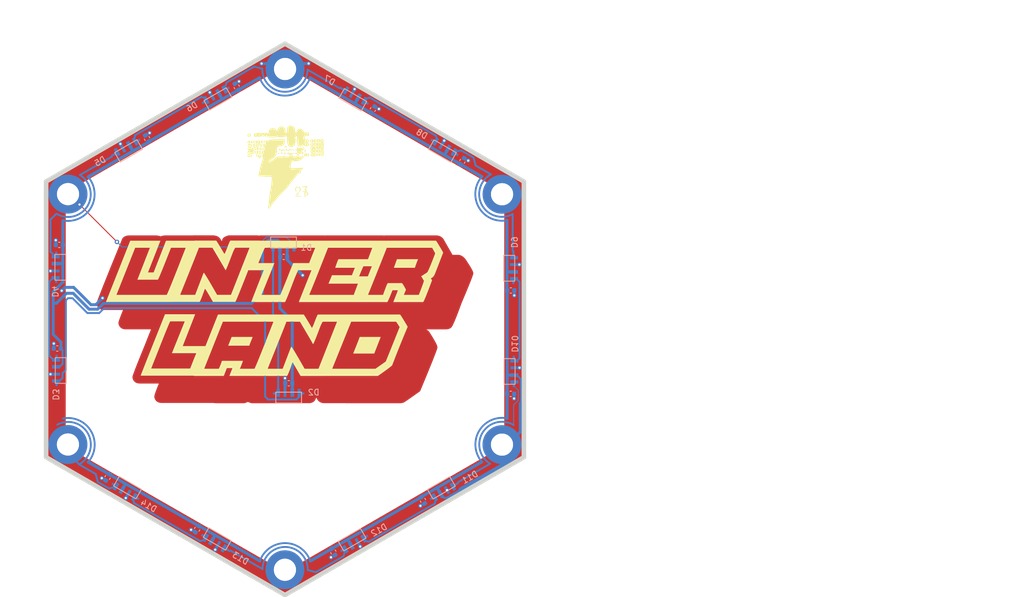
<source format=kicad_pcb>
(kicad_pcb (version 20221018) (generator pcbnew)
  (layers (0 "F.Cu" signal "Front") (31 "B.Cu" signal "Back") (34 "B.Paste" user) (35 "F.Paste" user) (36 "B.SilkS" user "B.Silkscreen") (37 "F.SilkS" user "F.Silkscreen") (38 "B.Mask" user) (39 "F.Mask" user) (44 "Edge.Cuts" user))
  (net 0 "")
  (net 1 "VDD")
  (net 2 "GND")
  (net 3 "Net-(D1-DIN)")
  (net 4 "Net-(D2-DIN)")
  (net 5 "Net-(D3-DIN)")
  (net 6 "Net-(D4-DIN)")
  (net 7 "Net-(D5-DIN)")
  (net 8 "Net-(D6-DIN)")
  (net 9 "Net-(D7-DIN)")
  (net 10 "Net-(D8-DIN)")
  (net 11 "Net-(D10-DIN)")
  (net 12 "Net-(D10-DOUT)")
  (net 13 "Net-(D13-DIN)")
  (net 14 "DOUT")
  (net 15 "DIN")
  (net 18 "Net-(D11-DIN)")
  (net 19 "Net-(D12-DIN)")
  (footprint "clipboard:af2c86ee-64b2-4b61-864d-932c7bd539f4" (layer "F.Cu") (at 154.19 105.75)
    (fp_text reference "")
    (fp_text value "")
  )
  (footprint "clipboard:9966cd8a-fa79-43c1-83f9-02636052551b" (layer "F.Cu") (at 168.48036 80.271795 90)
    (fp_text reference "3" hide)
    (fp_text value "")
  )
  (footprint "clipboard:9966cd8a-fa79-43c1-83f9-02636052551b" (layer "F.Cu") (at 143.594947 134.095805 -30)
    (fp_text reference "1" hide)
    (fp_text value "")
  )
  (footprint "clipboard:2488e693-1bf8-4f98-9257-4c9c6a257d6e" (layer "F.Cu") (at 143.938298 132.875307 120)
    (fp_text reference "7" hide)
    (fp_text value "")
  )
  (footprint "clipboard:9966cd8a-fa79-43c1-83f9-02636052551b" (layer "F.Cu") (at 109.424693 85.6324 -150)
    (fp_text reference "5" hide)
    (fp_text value "")
  )
  (footprint "clipboard:9966cd8a-fa79-43c1-83f9-02636052551b" (layer "F.Cu") (at 137.405053 65.904195 150)
    (fp_text reference "4" hide)
    (fp_text value "")
  )
  (footprint "clipboard:9966cd8a-fa79-43c1-83f9-02636052551b" (layer "F.Cu") (at 171.575307 114.3676 30)
    (fp_text reference "2" hide)
    (fp_text value "")
  )
  (footprint "clipboard:2488e693-1bf8-4f98-9257-4c9c6a257d6e" (layer "F.Cu") (at 167.251702 80.584693 -120)
    (fp_text reference "9" hide)
    (fp_text value "")
  )
  (footprint "clipboard:2488e693-1bf8-4f98-9257-4c9c6a257d6e" (layer "F.Cu") (at 170.69 113.46 180)
    (fp_text reference "8" hide)
    (fp_text value "")
  )
  (footprint "clipboard:2488e693-1bf8-4f98-9257-4c9c6a257d6e" (layer "F.Cu") (at 110.31 86.54)
    (fp_text reference "")
    (fp_text value "")
  )
  (footprint "clipboard:2488e693-1bf8-4f98-9257-4c9c6a257d6e" (layer "F.Cu") (at 137.061702 67.124693 -60)
    (fp_text reference "10" hide)
    (fp_text value "")
  )
  (footprint "clipboard:9966cd8a-fa79-43c1-83f9-02636052551b" (layer "F.Cu") (at 112.51964 119.728205 -90)
    (fp_text reference "")
    (fp_text value "")
  )
  (footprint "clipboard:2488e693-1bf8-4f98-9257-4c9c6a257d6e" (layer "F.Cu") (at 113.748298 119.415307 60)
    (fp_text reference "6" hide)
    (fp_text value "")
  )
  (footprint "SK6805SIDE-G-001:SK6805SIDE-G-001" (layer "B.Cu") (at 118.919968 76.524602 30)
    (fp_text reference "D5")
    (fp_text value "SK6805")
  )
  (footprint "SK6805SIDE-G-001:SK6805SIDE-G-001" (layer "B.Cu") (at 171.670307 107.083732 -90)
    (fp_text reference "D10")
    (fp_text value "SK6805")
  )
  (footprint "Capacitor_SMD:C_0402_1005Metric" (layer "B.Cu") (at 121.753635 75.389657 120)
    (fp_text reference "C5" hide)
    (fp_text value "100n")
  )
  (footprint "Mounting_Wuerth:Mounting_Wuerth_WA-SMSI-M2_H7mm_9774070243" (layer "B.Cu") (at 169.999999 82.98)
    (fp_text reference "J6" hide)
    (fp_text value "Conn_01x01")
  )
  (footprint "Mounting_Wuerth:Mounting_Wuerth_WA-SMSI-M2_H7mm_9774070243" (layer "B.Cu") (at 111.010248 82.962251 120)
    (fp_text reference "J2" hide)
    (fp_text value "Conn_01x01")
  )
  (footprint "Capacitor_SMD:C_0402_1005Metric" (layer "B.Cu") (at 171.174546 110.129872)
    (fp_text reference "C10" hide)
    (fp_text value "100n")
  )
  (footprint "Mounting_Wuerth:Mounting_Wuerth_WA-SMSI-M2_H7mm_9774070243" (layer "B.Cu") (at 111.000001 117.02 180)
    (fp_text reference "J3" hide)
    (fp_text value "Conn_01x01")
  )
  (footprint "Capacitor_SMD:C_0402_1005Metric" (layer "B.Cu") (at 116.390001 121.5 -120)
    (fp_text reference "C14" hide)
    (fp_text value "100n")
  )
  (footprint "SK6805SIDE-G-001:SK6805SIDE-G-001" (layer "B.Cu") (at 140.3 90.2 180)
    (fp_text reference "D1")
    (fp_text value "SK6805")
  )
  (footprint "Capacitor_SMD:C_0402_1005Metric" (layer "B.Cu") (at 128.56 128.54 -120)
    (fp_text reference "C13" hide)
    (fp_text value "100n")
  )
  (footprint "Capacitor_SMD:C_0402_1005Metric" (layer "B.Cu") (at 140.32 91.5)
    (fp_text reference "C1" hide)
    (fp_text value "100n")
  )
  (footprint "SK6805SIDE-G-001:SK6805SIDE-G-001" (layer "B.Cu") (at 118.780155 123.452412 150)
    (fp_text reference "D14")
    (fp_text value "SK6805")
  )
  (footprint "Capacitor_SMD:C_0402_1005Metric" (layer "B.Cu") (at 147.064547 131.629872 -60)
    (fp_text reference "C12" hide)
    (fp_text value "100n")
  )
  (footprint "Mounting_Wuerth:Mounting_Wuerth_WA-SMSI-M2_H7mm_9774070243" (layer "B.Cu") (at 169.989752 117.037749 -60)
    (fp_text reference "J5" hide)
    (fp_text value "Conn_01x01")
  )
  (footprint "SK6805SIDE-G-001:SK6805SIDE-G-001" (layer "B.Cu") (at 150.040275 69.573445 -30)
    (fp_text reference "D7")
    (fp_text value "SK6805")
  )
  (footprint "SK6805SIDE-G-001:SK6805SIDE-G-001" (layer "B.Cu") (at 162.219845 76.547588 -30)
    (fp_text reference "D8")
    (fp_text value "SK6805")
  )
  (footprint "SK6805SIDE-G-001:SK6805SIDE-G-001" (layer "B.Cu") (at 109.329693 92.916268 90)
    (fp_text reference "D4")
    (fp_text value "SK6805")
  )
  (footprint "Capacitor_SMD:C_0402_1005Metric" (layer "B.Cu") (at 171.186365 96.070343)
    (fp_text reference "C9" hide)
    (fp_text value "100n")
  )
  (footprint "Capacitor_SMD:C_0402_1005Metric" (layer "B.Cu") (at 159.246365 124.610343 -60)
    (fp_text reference "C11" hide)
    (fp_text value "100n")
  )
  (footprint "Mounting_Wuerth:Mounting_Wuerth_WA-SMSI-M2_H7mm_9774070243" (layer "B.Cu") (at 140.489753 134.057749 -120)
    (fp_text reference "J4" hide)
    (fp_text value "Conn_01x01")
  )
  (footprint "SK6805SIDE-G-001:SK6805SIDE-G-001" (layer "B.Cu") (at 109.379693 106.951157 90)
    (fp_text reference "D3")
    (fp_text value "SK6805")
  )
  (footprint "Mounting_Wuerth:Mounting_Wuerth_WA-SMSI-M2_H7mm_9774070243" (layer "B.Cu") (at 140.510247 65.942251 60)
    (fp_text reference "J1" hide)
    (fp_text value "Conn_01x01")
  )
  (footprint "Capacitor_SMD:C_0402_1005Metric" (layer "B.Cu") (at 109.825454 89.870128 180)
    (fp_text reference "C4" hide)
    (fp_text value "100n")
  )
  (footprint "SK6805SIDE-G-001:SK6805SIDE-G-001" (layer "B.Cu") (at 171.620307 93.048843 -90)
    (fp_text reference "D9")
    (fp_text value "SK6805")
  )
  (footprint "SK6805SIDE-G-001:SK6805SIDE-G-001" (layer "B.Cu") (at 130.959725 130.426555 150)
    (fp_text reference "D13")
    (fp_text value "SK6805")
  )
  (footprint "SK6805SIDE-G-001:SK6805SIDE-G-001" (layer "B.Cu") (at 162.080032 123.475398 -150)
    (fp_text reference "D11")
    (fp_text value "SK6805")
  )
  (footprint "Capacitor_SMD:C_0402_1005Metric" (layer "B.Cu") (at 133.935453 68.370128 120)
    (fp_text reference "C6" hide)
    (fp_text value "100n")
  )
  (footprint "Capacitor_SMD:C_0402_1005Metric" (layer "B.Cu") (at 164.609999 78.5 60)
    (fp_text reference "C8" hide)
    (fp_text value "100n")
  )
  (footprint "Capacitor_SMD:C_0402_1005Metric" (layer "B.Cu") (at 109.55 103.96 180)
    (fp_text reference "C3" hide)
    (fp_text value "100n")
  )
  (footprint "SK6805SIDE-G-001:SK6805SIDE-G-001" (layer "B.Cu") (at 149.950462 130.536144 -150)
    (fp_text reference "D12")
    (fp_text value "SK6805")
  )
  (footprint "Capacitor_SMD:C_0402_1005Metric" (layer "B.Cu") (at 152.44 71.46 60)
    (fp_text reference "C7" hide)
    (fp_text value "100n")
  )
  (footprint "Capacitor_SMD:C_0402_1005Metric" (layer "B.Cu") (at 141.01 108.69 180)
    (fp_text reference "C2" hide)
    (fp_text value "100n")
  )
  (footprint "SK6805SIDE-G-001:SK6805SIDE-G-001" (layer "B.Cu") (at 131.049538 69.463856 30)
    (fp_text reference "D6")
    (fp_text value "SK6805")
  )
  (footprint "SK6805SIDE-G-001:SK6805SIDE-G-001" (layer "B.Cu") (at 141 110)
    (fp_text reference "D2")
    (fp_text value "SK6805")
  )
  (gr_poly (pts (xy 144.916658 75.487853) (xy 144.918152 75.488298) (xy 144.920917 75.489042) (xy 144.925524 75.490168) (xy 144.927361 75.490677) (xy 144.928162 75.490946) (xy 144.928883 75.491235) (xy 144.929524 75.491551) (xy 144.930085 75.491904) (xy 144.930564 75.4923) (xy 144.930962 75.492748) (xy 144.931903 75.494291) (xy 144.932698 75.495823) (xy 144.933039 75.496584) (xy 144.933344 75.49734) (xy 144.933608 75.498093) (xy 144.933834 75.498839) (xy 144.934021 75.499581) (xy 144.934169 75.500315) (xy 144.934273 75.501045) (xy 144.934339 75.501767) (xy 144.934362 75.502481) (xy 144.934344 75.503187) (xy 144.934282 75.503885) (xy 144.934177 75.504574) (xy 144.934028 75.505254) (xy 144.933836 75.505924) (xy 144.933597 75.506584) (xy 144.933315 75.507233) (xy 144.932987 75.507871) (xy 144.932612 75.508498) (xy 144.93219 75.509112) (xy 144.931721 75.509714) (xy 144.931205 75.510302) (xy 144.930638 75.510878) (xy 144.930024 75.511439) (xy 144.92936 75.511986) (xy 144.928646 75.512518) (xy 144.927883 75.513034) (xy 144.927066 75.513535) (xy 144.926888 75.513635) (xy 144.92227 75.503503) (xy 144.918991 75.496185) (xy 144.915087 75.48735)) (fill solid) (layer "F.SilkS"))
  (gr_poly (pts (xy 138.381057 82.792712) (xy 138.381179 82.792725) (xy 138.381302 82.792747) (xy 138.381426 82.792777) (xy 138.381554 82.792813) (xy 138.38168 82.792857) (xy 138.381939 82.792965) (xy 138.382201 82.793094) (xy 138.382467 82.793243) (xy 138.382733 82.793406) (xy 138.383001 82.79358) (xy 138.384062 82.794314) (xy 138.384321 82.794489) (xy 138.384575 82.794652) (xy 138.384823 82.7948) (xy 138.385065 82.79493) (xy 138.384747 82.79493) (xy 138.384231 82.795179) (xy 138.383675 82.795432) (xy 138.383001 82.795724) (xy 138.382637 82.795871) (xy 138.382266 82.796015) (xy 138.381896 82.796149) (xy 138.381532 82.796269) (xy 138.381185 82.79637) (xy 138.380858 82.796448) (xy 138.38056 82.796499) (xy 138.380427 82.796511) (xy 138.380302 82.796517) (xy 138.380155 82.796512) (xy 138.380008 82.796499) (xy 138.379864 82.796477) (xy 138.379721 82.796447) (xy 138.37958 82.79641) (xy 138.37944 82.796366) (xy 138.379301 82.796315) (xy 138.379166 82.796259) (xy 138.378897 82.796129) (xy 138.378633 82.795981) (xy 138.378374 82.795818) (xy 138.378119 82.795644) (xy 138.377621 82.795277) (xy 138.377132 82.794909) (xy 138.376891 82.794735) (xy 138.376651 82.794572) (xy 138.376413 82.794424) (xy 138.376175 82.794294) (xy 138.378556 82.793262) (xy 138.378853 82.793147) (xy 138.379151 82.793042) (xy 138.379449 82.792948) (xy 138.379746 82.792866) (xy 138.380044 82.792799) (xy 138.380342 82.79275) (xy 138.380639 82.792718) (xy 138.380936 82.792707)) (fill solid) (layer "F.SilkS"))
  (gr_poly (pts (xy 140.620264 82.359003) (xy 140.617407 82.359002) (xy 140.617407 82.345985) (xy 140.620263 82.345985)) (fill solid) (layer "F.SilkS"))
  (gr_poly (pts (xy 138.400692 83.013801) (xy 138.400727 83.013863) (xy 138.400645 83.013971) (xy 138.400437 83.014133) (xy 138.399606 83.014632) (xy 138.398142 83.01539) (xy 138.39597 83.016441) (xy 138.393002 83.017815) (xy 138.390818 83.018908) (xy 138.390622 83.019026) (xy 138.391732 83.016544) (xy 138.394475 83.015582) (xy 138.396907 83.014769) (xy 138.399153 83.014084) (xy 138.400002 83.01387) (xy 138.400553 83.013785)) (fill solid) (layer "F.SilkS"))
  (gr_poly (pts (xy 145.230772 76.83419) (xy 145.230864 76.834207) (xy 145.230958 76.834233) (xy 145.231053 76.834269) (xy 145.231151 76.834315) (xy 145.231249 76.83437) (xy 145.231349 76.834432) (xy 145.231451 76.834502) (xy 145.231554 76.83458) (xy 145.231659 76.834665) (xy 145.23187 76.834855) (xy 145.232087 76.835066) (xy 145.232309 76.835296) (xy 145.232534 76.835541) (xy 145.232762 76.835797) (xy 145.233227 76.836328) (xy 145.233699 76.836859) (xy 145.233936 76.837115) (xy 145.233955 76.837134) (xy 145.233012 76.837531) (xy 145.231897 76.838034) (xy 145.229769 76.839028) (xy 145.228733 76.839485) (xy 145.228218 76.839699) (xy 145.2277 76.8399) (xy 145.227183 76.840085) (xy 145.226661 76.840254) (xy 145.226135 76.840405) (xy 145.225602 76.840535) (xy 145.225542 76.840528) (xy 145.225477 76.84051) (xy 145.225408 76.840479) (xy 145.225336 76.840437) (xy 145.225261 76.840386) (xy 145.225182 76.840323) (xy 145.225017 76.840173) (xy 145.22484 76.83999) (xy 145.224652 76.839781) (xy 145.224253 76.839304) (xy 145.223822 76.838783) (xy 145.223598 76.838518) (xy 145.223369 76.838259) (xy 145.223137 76.838007) (xy 145.222902 76.83777) (xy 145.222665 76.837552) (xy 145.222546 76.837453) (xy 145.222426 76.83736) (xy 145.22452 76.836417) (xy 145.225541 76.835965) (xy 145.226554 76.835534) (xy 145.227567 76.835134) (xy 145.228588 76.83477) (xy 145.229104 76.834604) (xy 145.229624 76.834451) (xy 145.23015 76.834311) (xy 145.230682 76.834185)) (fill solid) (layer "F.SilkS"))
  (gr_poly (pts (xy 137.729109 75.057455) (xy 137.727013 75.057455) (xy 137.727096 75.056847) (xy 137.727204 75.056186) (xy 137.727839 75.05555)) (fill solid) (layer "F.SilkS"))
  (gr_poly (pts (xy 136.272961 74.734488) (xy 136.273407 74.734572) (xy 136.273835 74.734702) (xy 136.274246 74.734875) (xy 136.27464 74.735089) (xy 136.275015 74.735341) (xy 136.275379 74.735631) (xy 136.275727 74.735955) (xy 136.276062 74.736313) (xy 136.276384 74.736701) (xy 136.276695 74.737119) (xy 136.276993 74.737564) (xy 136.277562 74.738527) (xy 136.278096 74.739574) (xy 136.27827 74.739959) (xy 136.273372 74.73932) (xy 136.269423 74.738844) (xy 136.265117 74.738367) (xy 136.265876 74.737689) (xy 136.266606 74.737081) (xy 136.267308 74.736542) (xy 136.267983 74.73607) (xy 136.268631 74.735661) (xy 136.269253 74.735316) (xy 136.269852 74.735031) (xy 136.270425 74.734805) (xy 136.270974 74.734635) (xy 136.271502 74.734522) (xy 136.27201 74.734461) (xy 136.272495 74.734448)) (fill solid) (layer "F.SilkS"))
  (gr_poly (pts (xy 140.72842 74.611388) (xy 140.730412 74.612403) (xy 140.732287 74.613458) (xy 140.734049 74.614551) (xy 140.735704 74.615681) (xy 140.737254 74.616846) (xy 140.738705 74.618044) (xy 140.740061 74.619275) (xy 140.741326 74.620537) (xy 140.742503 74.621827) (xy 140.743599 74.623146) (xy 140.744615 74.62449) (xy 140.745558 74.62586) (xy 140.746429 74.627252) (xy 140.747235 74.628666) (xy 140.747978 74.6301) (xy 140.748665 74.631553) (xy 140.749297 74.633022) (xy 140.750419 74.636007) (xy 140.751378 74.639042) (xy 140.752205 74.642115) (xy 140.752936 74.645215) (xy 140.753604 74.648328) (xy 140.754706 74.653675) (xy 140.7346 74.663589) (xy 140.734763 74.652643) (xy 140.734766 74.649309) (xy 140.734698 74.645975) (xy 140.734534 74.642641) (xy 140.734247 74.639307) (xy 140.734044 74.637762) (xy 140.733789 74.636217) (xy 140.733487 74.634664) (xy 140.733141 74.633096) (xy 140.732321 74.629887) (xy 140.73135 74.626528) (xy 140.72631 74.610415)) (fill solid) (layer "F.SilkS"))
  (gr_poly (pts (xy 138.653349 78.398797) (xy 138.655258 78.398825) (xy 138.653987 78.400412) (xy 138.653219 78.399719) (xy 138.652459 78.398962) (xy 138.652257 78.398754)) (fill solid) (layer "F.SilkS"))
  (gr_poly (pts (xy 137.727005 75.057519) (xy 137.726857 75.058883) (xy 137.726725 75.060248) (xy 137.726569 75.061582) (xy 137.726472 75.062229) (xy 137.726355 75.062857) (xy 137.726214 75.063464) (xy 137.726044 75.064043) (xy 137.72584 75.064593) (xy 137.725598 75.06511) (xy 137.725314 75.065589) (xy 137.725154 75.065814) (xy 137.724982 75.066027) (xy 137.724432 75.066671) (xy 137.723853 75.067293) (xy 137.723248 75.067892) (xy 137.722622 75.068468) (xy 137.72197 75.069023) (xy 137.721298 75.069555) (xy 137.720609 75.070064) (xy 137.719903 75.070552) (xy 137.71918 75.071016) (xy 137.718446 75.07146) (xy 137.717701 75.07188) (xy 137.716945 75.072278) (xy 137.716183 75.072654) (xy 137.715415 75.073008) (xy 137.714643 75.073339) (xy 137.713869 75.073648) (xy 137.713773 75.073663) (xy 137.713662 75.073649) (xy 137.713538 75.073609) (xy 137.713403 75.073542) (xy 137.713255 75.073451) (xy 137.713098 75.073336) (xy 137.71293 75.0732) (xy 137.712753 75.073042) (xy 137.712378 75.07267) (xy 137.711978 75.07223) (xy 137.711559 75.071732) (xy 137.711131 75.071187) (xy 137.710698 75.070604) (xy 137.71027 75.069994) (xy 137.709851 75.069369) (xy 137.709449 75.068736) (xy 137.709072 75.068107) (xy 137.708726 75.067492) (xy 137.708418 75.066901) (xy 137.708155 75.066345) (xy 137.707934 75.065746) (xy 137.707748 75.06514) (xy 137.707593 75.064528) (xy 137.707466 75.063909) (xy 137.707361 75.063285) (xy 137.707278 75.062656) (xy 137.707213 75.062022) (xy 137.707162 75.061384) (xy 137.707091 75.060097) (xy 137.707038 75.058798) (xy 137.706978 75.057494) (xy 137.706975 75.057455) (xy 137.727013 75.057455)) (fill solid) (layer "F.SilkS"))
  (gr_poly (pts (xy 138.435547 82.809854) (xy 138.436817 82.811441) (xy 138.434706 82.811502) (xy 138.435547 82.809852)) (fill solid) (layer "F.SilkS"))
  (gr_poly (pts (xy 136.418468 75.6969) (xy 136.418152 75.696584) (xy 136.418386 75.696398)) (fill solid) (layer "F.SilkS"))
  (gr_poly (pts (xy 143.282819 82.800008) (xy 143.282093 82.800311) (xy 143.281344 82.800566) (xy 143.280578 82.800779) (xy 143.279793 82.800955) (xy 143.279652 82.800978) (xy 143.280312 82.799984) (xy 143.281231 82.798422)) (fill solid) (layer "F.SilkS"))
  (gr_poly (pts (xy 142.240505 80.307994) (xy 142.241205 80.308052) (xy 142.241884 80.308165) (xy 142.242542 80.308332) (xy 142.243181 80.308553) (xy 142.2438 80.308825) (xy 142.244402 80.309148) (xy 142.244984 80.309519) (xy 142.24555 80.309938) (xy 142.2461 80.310403) (xy 142.246631 80.310912) (xy 142.247147 80.311465) (xy 142.247648 80.31206) (xy 142.248136 80.312695) (xy 142.249069 80.314082) (xy 142.249951 80.315612) (xy 142.250786 80.317277) (xy 142.251579 80.319065) (xy 142.250585 80.319789) (xy 142.249629 80.320416) (xy 142.248705 80.32095) (xy 142.247815 80.321394) (xy 142.246957 80.321751) (xy 142.246131 80.322026) (xy 142.245333 80.32222) (xy 142.244564 80.322339) (xy 142.243822 80.322386) (xy 142.243105 80.322362) (xy 142.242414 80.322274) (xy 142.241745 80.322123) (xy 142.241097 80.321914) (xy 142.240472 80.32165) (xy 142.239865 80.321334) (xy 142.239276 80.32097) (xy 142.238704 80.320561) (xy 142.238147 80.320111) (xy 142.237605 80.319624) (xy 142.237075 80.319102) (xy 142.236049 80.317971) (xy 142.235059 80.316743) (xy 142.234096 80.315449) (xy 142.233149 80.314116) (xy 142.231259 80.311445) (xy 142.232228 80.310796) (xy 142.233169 80.310219) (xy 142.234083 80.309711) (xy 142.234971 80.309272) (xy 142.235834 80.3089) (xy 142.236673 80.308593) (xy 142.237486 80.308349) (xy 142.238274 80.308171) (xy 142.23904 80.308052) (xy 142.239783 80.307994)) (fill solid) (layer "F.SilkS"))
  (gr_poly (pts (xy 142.376991 80.146129) (xy 142.377298 80.146152) (xy 142.377622 80.146191) (xy 142.378326 80.146314) (xy 142.379116 80.146495) (xy 142.380003 80.146731) (xy 142.381 80.147019) (xy 142.386343 80.148621) (xy 142.38808 80.149119) (xy 142.390004 80.149648) (xy 142.392123 80.150207) (xy 142.394455 80.15079) (xy 142.394454 80.151107) (xy 142.38334 80.156386) (xy 142.381307 80.157287) (xy 142.379452 80.158028) (xy 142.378573 80.158339) (xy 142.377716 80.158613) (xy 142.376875 80.158848) (xy 142.376038 80.159044) (xy 142.375883 80.159063) (xy 142.375713 80.159057) (xy 142.375531 80.159031) (xy 142.375338 80.158983) (xy 142.375135 80.158914) (xy 142.374922 80.15883) (xy 142.374703 80.158727) (xy 142.374476 80.158608) (xy 142.37401 80.158327) (xy 142.373533 80.157995) (xy 142.373055 80.157623) (xy 142.372586 80.15722) (xy 142.372136 80.156793) (xy 142.371713 80.156353) (xy 142.37133 80.15591) (xy 142.370994 80.155472) (xy 142.370716 80.15505) (xy 142.370601 80.154847) (xy 142.370505 80.154652) (xy 142.370427 80.154464) (xy 142.370371 80.154287) (xy 142.370335 80.15412) (xy 142.370324 80.153966) (xy 142.370406 80.153419) (xy 142.37053 80.152856) (xy 142.370693 80.152283) (xy 142.370895 80.151702) (xy 142.371132 80.151123) (xy 142.371401 80.150549) (xy 142.371701 80.149986) (xy 142.372031 80.14944) (xy 142.372386 80.148916) (xy 142.372765 80.148421) (xy 142.373164 80.147958) (xy 142.373584 80.147535) (xy 142.374019 80.147157) (xy 142.37447 80.146828) (xy 142.3747 80.146685) (xy 142.374932 80.146556) (xy 142.375168 80.146442) (xy 142.375405 80.146345) (xy 142.375646 80.146265) (xy 142.375895 80.146203) (xy 142.376151 80.146159) (xy 142.376418 80.146132) (xy 142.376699 80.146121)) (fill solid) (layer "F.SilkS"))
  (gr_poly (pts (xy 143.423153 76.0271) (xy 143.423154 76.026782) (xy 143.423542 76.026713)) (fill solid) (layer "F.SilkS"))
  (gr_poly (pts (xy 143.27139 83.147672) (xy 143.272658 83.147672) (xy 143.271071 83.148942) (xy 143.271098 83.147631) (xy 143.271099 83.1476)) (fill solid) (layer "F.SilkS"))
  (gr_poly (pts (xy 136.928439 77.193385) (xy 136.930137 77.193395) (xy 136.930636 77.193355) (xy 136.929243 77.194815) (xy 136.92508 77.199072) (xy 136.9205 77.203685) (xy 136.915357 77.208836) (xy 136.915115 77.206761) (xy 136.914981 77.204875) (xy 136.91495 77.203171) (xy 136.915016 77.20164) (xy 136.915175 77.200272) (xy 136.915419 77.199057) (xy 136.915744 77.19799) (xy 136.916146 77.197057) (xy 136.916617 77.196253) (xy 136.917153 77.195565) (xy 136.917749 77.194991) (xy 136.9184 77.194514) (xy 136.919097 77.194129) (xy 136.919838 77.193827) (xy 136.920617 77.193599) (xy 136.921429 77.193436) (xy 136.922268 77.193328) (xy 136.923128 77.193268) (xy 136.924891 77.193252)) (fill solid) (layer "F.SilkS"))
  (gr_poly (pts (xy 136.699395 77.52228) (xy 136.704299 77.5236) (xy 136.709215 77.524806) (xy 136.714144 77.525888) (xy 136.719088 77.526829) (xy 136.724047 77.527617) (xy 136.729024 77.52824) (xy 136.734019 77.528685) (xy 136.739035 77.528937) (xy 136.744071 77.528986) (xy 136.749132 77.528815) (xy 136.754214 77.528416) (xy 136.759324 77.527771) (xy 136.764459 77.52687) (xy 136.769624 77.5257) (xy 136.770315 77.525544) (xy 136.771019 77.52543) (xy 136.771735 77.525357) (xy 136.772464 77.525322) (xy 136.773202 77.525324) (xy 136.773952 77.525361) (xy 136.775483 77.525532) (xy 136.777054 77.525818) (xy 136.77866 77.526203) (xy 136.780298 77.526672) (xy 136.781967 77.527208) (xy 136.785378 77.528424) (xy 136.788868 77.529719) (xy 136.792409 77.53097) (xy 136.794192 77.53154) (xy 136.795977 77.53205) (xy 136.802009 77.550346) (xy 136.808042 77.56888) (xy 136.82987 77.565507) (xy 136.852174 77.561895) (xy 136.881703 77.602535) (xy 136.929168 77.606861) (xy 136.935159 77.607163) (xy 136.941165 77.607301) (xy 136.947187 77.607243) (xy 136.953229 77.606955) (xy 136.959287 77.606406) (xy 136.965368 77.605561) (xy 136.971466 77.604387) (xy 136.977587 77.602853) (xy 136.978336 77.602663) (xy 136.979093 77.602511) (xy 136.980633 77.60231) (xy 136.982204 77.602232) (xy 136.983803 77.602262) (xy 136.985425 77.602383) (xy 136.987069 77.602579) (xy 136.98873 77.602834) (xy 136.990405 77.60313) (xy 136.997188 77.604416) (xy 136.998886 77.60468) (xy 137.00058 77.604888) (xy 137.002266 77.605027) (xy 137.003939 77.605075) (xy 137.016168 77.605254) (xy 137.022307 77.605343) (xy 137.028426 77.605313) (xy 137.034502 77.605075) (xy 137.037515 77.60485) (xy 137.040507 77.604539) (xy 137.043474 77.604132) (xy 137.046415 77.603617) (xy 137.049324 77.602982) (xy 137.052199 77.602218) (xy 137.054017 77.601735) (xy 137.055838 77.601352) (xy 137.057661 77.60106) (xy 137.059488 77.600855) (xy 137.063146 77.600668) (xy 137.066809 77.600725) (xy 137.070475 77.600966) (xy 137.074139 77.60133) (xy 137.081449 77.602178) (xy 137.08509 77.602538) (xy 137.088715 77.602773) (xy 137.092323 77.602822) (xy 137.09591 77.60262) (xy 137.097695 77.602407) (xy 137.099473 77.602108) (xy 137.101245 77.601716) (xy 137.103009 77.601223) (xy 137.104765 77.600623) (xy 137.106513 77.599905) (xy 137.108253 77.599064) (xy 137.109985 77.598091) (xy 137.110201 77.597981) (xy 137.110431 77.597892) (xy 137.110673 77.597822) (xy 137.110929 77.59777) (xy 137.111197 77.597735) (xy 137.111475 77.597717) (xy 137.111764 77.597715) (xy 137.112062 77.597728) (xy 137.112686 77.597797) (xy 137.113338 77.597917) (xy 137.114014 77.598083) (xy 137.114707 77.598289) (xy 137.115411 77.598528) (xy 137.11612 77.598794) (xy 137.116829 77.599082) (xy 137.117531 77.599385) (xy 137.118887 77.600013) (xy 137.120145 77.600631) (xy 137.138202 77.606981) (xy 137.142652 77.608717) (xy 137.144833 77.609648) (xy 137.146978 77.610633) (xy 137.14908 77.611675) (xy 137.151133 77.612786) (xy 137.153132 77.613968) (xy 137.155069 77.615236) (xy 137.158085 77.617293) (xy 137.161064 77.619414) (xy 137.166951 77.623843) (xy 137.172801 77.628502) (xy 137.178684 77.633373) (xy 137.190833 77.643677) (xy 137.19724 77.649072) (xy 137.203964 77.654606) (xy 137.204836 77.683405) (xy 137.206475 77.71242) (xy 137.210473 77.771128) (xy 137.212045 77.800835) (xy 137.212805 77.830788) (xy 137.212758 77.845859) (xy 137.212361 77.860994) (xy 137.211562 77.876195) (xy 137.210314 77.891461) (xy 137.204837 77.900908) (xy 137.199475 77.910541) (xy 137.194046 77.920159) (xy 137.191249 77.924899) (xy 137.188367 77.929561) (xy 137.185377 77.934118) (xy 137.182257 77.938546) (xy 137.178983 77.94282) (xy 137.175533 77.946914) (xy 137.171884 77.950804) (xy 137.168013 77.954463) (xy 137.163898 77.957868) (xy 137.159514 77.960993) (xy 137.066804 77.950199) (xy 137.062821 77.945871) (xy 137.058032 77.940594) (xy 137.052472 77.934482) (xy 137.046167 77.927656) (xy 137.042794 77.928079) (xy 137.03935 77.928614) (xy 137.032296 77.929908) (xy 137.025093 77.931306) (xy 137.01783 77.932577) (xy 137.014204 77.933093) (xy 137.010597 77.933491) (xy 137.007019 77.933743) (xy 137.003483 77.933817) (xy 136.999999 77.933688) (xy 136.996578 77.933325) (xy 136.993231 77.9327) (xy 136.991588 77.932279) (xy 136.989969 77.931783) (xy 136.988182 77.931233) (xy 136.986391 77.93077) (xy 136.982801 77.930076) (xy 136.979205 77.929647) (xy 136.975607 77.929432) (xy 136.97201 77.929377) (xy 136.968421 77.929428) (xy 136.961275 77.929641) (xy 136.957728 77.929695) (xy 136.954204 77.929644) (xy 136.950707 77.929436) (xy 136.947241 77.929015) (xy 136.94381 77.928331) (xy 136.94211 77.927873) (xy 136.940418 77.92733) (xy 136.93874 77.926694) (xy 136.937071 77.925956) (xy 136.935415 77.925117) (xy 136.933772 77.924162) (xy 136.932076 77.925082) (xy 136.930383 77.925878) (xy 136.928692 77.926557) (xy 136.927003 77.927124) (xy 136.925317 77.927585) (xy 136.923634 77.927943) (xy 136.921954 77.928208) (xy 136.920278 77.92838) (xy 136.918606 77.92847) (xy 136.916937 77.928479) (xy 136.913613 77.928282) (xy 136.910307 77.927835) (xy 136.907022 77.92718) (xy 136.881703 77.919719) (xy 136.879911 77.919386) (xy 136.878111 77.919155) (xy 136.876305 77.919016) (xy 136.87449 77.91896) (xy 136.87084 77.919052) (xy 136.867166 77.919355) (xy 136.859768 77.920282) (xy 136.856053 77.920746) (xy 136.852334 77.921107) (xy 136.848614 77.921285) (xy 136.844898 77.921203) (xy 136.843044 77.92104) (xy 136.841192 77.920781) (xy 136.839344 77.920419) (xy 136.8375 77.919941) (xy 136.835661 77.91934) (xy 136.833828 77.918605) (xy 136.831998 77.917725) (xy 136.830176 77.916693) (xy 136.828361 77.915496) (xy 136.826554 77.914127) (xy 136.824755 77.912575) (xy 136.822964 77.910828) (xy 136.822964 77.909875) (xy 136.803081 77.916979) (xy 136.795148 77.919742) (xy 136.788674 77.92194) (xy 136.767244 77.92074) (xy 136.747002 77.919718) (xy 136.737217 77.919143) (xy 136.727595 77.918458) (xy 136.718093 77.917608) (xy 136.708665 77.916543) (xy 136.703141 77.915679) (xy 136.697757 77.914519) (xy 136.692502 77.913078) (xy 136.687367 77.911364) (xy 136.682342 77.90939) (xy 136.677416 77.907166) (xy 136.672581 77.904705) (xy 136.667826 77.902016) (xy 136.663142 77.899113) (xy 136.658518 77.896003) (xy 136.653947 77.892702) (xy 136.649416 77.889218) (xy 136.644918 77.885562) (xy 136.64044 77.881746) (xy 136.631512 77.87368) (xy 136.630308 77.869669) (xy 136.628995 77.865614) (xy 136.626258 77.857374) (xy 136.624944 77.853189) (xy 136.623737 77.848962) (xy 136.622694 77.844693) (xy 136.621868 77.840382) (xy 136.621313 77.836031) (xy 136.621086 77.831639) (xy 136.62111 77.829427) (xy 136.621236 77.827207) (xy 136.621472 77.824977) (xy 136.621823 77.822737) (xy 136.622297 77.820486) (xy 136.622899 77.818226) (xy 136.623639 77.815955) (xy 136.62452 77.813677) (xy 136.625549 77.811388) (xy 136.626737 77.80909) (xy 136.628087 77.806782) (xy 136.629607 77.804465) (xy 136.595952 77.738108) (xy 136.605041 77.726559) (xy 136.610016 77.720204) (xy 136.615319 77.713343) (xy 136.614349 77.711689) (xy 136.613516 77.710002) (xy 136.61281 77.708283) (xy 136.61222 77.706537) (xy 136.611736 77.704764) (xy 136.61135 77.702968) (xy 136.610825 77.699313) (xy 136.610564 77.695592) (xy 136.610486 77.691822) (xy 136.610557 77.684212) (xy 136.610543 77.680409) (xy 136.610389 77.676632) (xy 136.610014 77.672899) (xy 136.609718 77.671056) (xy 136.609336 77.66923) (xy 136.60886 77.667425) (xy 136.608277 77.665643) (xy 136.607576 77.663886) (xy 136.606751 77.662156) (xy 136.605789 77.660456) (xy 136.60468 77.658788) (xy 136.603416 77.657154) (xy 136.601983 77.655558) (xy 136.602733 77.654133) (xy 136.603543 77.652714) (xy 136.605283 77.649898) (xy 136.607091 77.647102) (xy 136.608851 77.644326) (xy 136.609676 77.642945) (xy 136.610446 77.641565) (xy 136.611146 77.640188) (xy 136.611762 77.638815) (xy 136.61228 77.637442) (xy 136.612684 77.636072) (xy 136.61284 77.635387) (xy 136.61296 77.634702) (xy 136.613048 77.634018) (xy 136.613097 77.633333) (xy 136.613683 77.616925) (xy 136.614172 77.609379) (xy 136.614813 77.602203) (xy 136.615621 77.59535) (xy 136.616614 77.588768) (xy 136.617803 77.582409) (xy 136.619209 77.576222) (xy 136.620845 77.570159) (xy 136.622727 77.564168) (xy 136.624872 77.5582) (xy 136.627294 77.552206) (xy 136.630013 77.546135) (xy 136.633039 77.53994) (xy 136.63639 77.533568) (xy 136.640084 77.52697) (xy 136.640176 77.526824) (xy 136.640274 77.526684) (xy 136.640376 77.526547) (xy 136.640485 77.526415) (xy 136.640597 77.52629) (xy 136.640714 77.526167) (xy 136.640962 77.525933) (xy 136.641227 77.525712) (xy 136.641507 77.525502) (xy 136.641802 77.525301) (xy 136.642108 77.525105) (xy 136.642425 77.524913) (xy 136.642754 77.524722) (xy 136.643433 77.524336) (xy 136.644134 77.523927) (xy 136.64449 77.523709) (xy 136.644848 77.523478) (xy 136.647709 77.524722) (xy 136.650573 77.525827) (xy 136.65344 77.526779) (xy 136.656307 77.527566) (xy 136.659169 77.528174) (xy 136.662024 77.52859) (xy 136.664872 77.528802) (xy 136.667707 77.528796) (xy 136.670527 77.528559) (xy 136.67193 77.52835) (xy 136.673329 77.528079) (xy 136.674722 77.527744) (xy 136.676111 77.527341) (xy 136.677493 77.526873) (xy 136.678869 77.526335) (xy 136.680238 77.525728) (xy 136.681601 77.525045) (xy 136.682957 77.524292) (xy 136.684305 77.52346) (xy 136.685645 77.522553) (xy 136.686977 77.521566) (xy 136.6883 77.520499) (xy 136.689614 77.51935)) (fill solid) (layer "F.SilkS"))
  (gr_poly (pts (xy 139.455193 75.403212) (xy 139.45542 75.403689) (xy 139.455635 75.404165) (xy 139.455835 75.404641) (xy 139.456017 75.405117) (xy 139.456099 75.405356) (xy 139.456176 75.405594) (xy 139.456247 75.405832) (xy 139.45631 75.406069) (xy 139.456155 75.406492) (xy 139.455991 75.406958) (xy 139.455793 75.407538) (xy 139.455581 75.408194) (xy 139.455372 75.408883) (xy 139.455274 75.409227) (xy 139.455185 75.409564) (xy 139.455106 75.40989) (xy 139.45504 75.410198) (xy 139.454669 75.409483) (xy 139.45428 75.408769) (xy 139.453491 75.40734) (xy 139.453115 75.406625) (xy 139.452762 75.405911) (xy 139.4526 75.405554) (xy 139.452448 75.405197) (xy 139.452307 75.40484) (xy 139.452182 75.404482) (xy 139.452186 75.40445) (xy 139.4522 75.404412) (xy 139.452222 75.404369) (xy 139.452252 75.404322) (xy 139.45229 75.40427) (xy 139.452335 75.404214) (xy 139.452445 75.404092) (xy 139.452579 75.403954) (xy 139.452734 75.403807) (xy 139.452907 75.403652) (xy 139.453095 75.40349) (xy 139.453293 75.403325) (xy 139.4535 75.403159) (xy 139.453711 75.402994) (xy 139.453924 75.402831) (xy 139.454133 75.402674) (xy 139.45434 75.402525) (xy 139.454537 75.402386) (xy 139.454722 75.40226)) (fill solid) (layer "F.SilkS"))
  (gr_poly (pts (xy 142.405249 76.542402) (xy 142.405765 76.543638) (xy 142.406031 76.544272) (xy 142.406281 76.544903) (xy 142.406396 76.545213) (xy 142.406501 76.545518) (xy 142.406596 76.545817) (xy 142.406679 76.546108) (xy 142.406744 76.54639) (xy 142.406794 76.546662) (xy 142.406826 76.54692) (xy 142.406837 76.547165) (xy 142.406831 76.547313) (xy 142.406815 76.547459) (xy 142.406789 76.547603) (xy 142.406754 76.547746) (xy 142.406708 76.547887) (xy 142.406654 76.548027) (xy 142.406593 76.548164) (xy 142.406524 76.548301) (xy 142.406448 76.548436) (xy 142.406366 76.54857) (xy 142.406184 76.548833) (xy 142.405982 76.549093) (xy 142.405765 76.549348) (xy 142.405537 76.549599) (xy 142.405302 76.549847) (xy 142.404827 76.550334) (xy 142.404596 76.550576) (xy 142.404375 76.550816) (xy 142.404168 76.551054) (xy 142.403979 76.551292) (xy 142.404221 76.548961) (xy 142.404494 76.546688) (xy 142.404652 76.545556) (xy 142.404828 76.544415) (xy 142.405024 76.543262) (xy 142.405249 76.542085)) (fill solid) (layer "F.SilkS"))
  (gr_poly (pts (xy 138.374666 83.250098) (xy 138.375319 83.250906) (xy 138.375914 83.251699) (xy 138.376451 83.252476) (xy 138.376933 83.253239) (xy 138.377363 83.253986) (xy 138.377736 83.254719) (xy 138.378059 83.255439) (xy 138.378333 83.256144) (xy 138.378555 83.256837) (xy 138.378733 83.257517) (xy 138.378862 83.258184) (xy 138.378948 83.258841) (xy 138.378991 83.259486) (xy 138.378992 83.260119) (xy 138.378953 83.260742) (xy 138.378874 83.261352) (xy 138.378757 83.261957) (xy 138.378604 83.262551) (xy 138.378417 83.263135) (xy 138.378195 83.263711) (xy 138.377942 83.264278) (xy 138.377345 83.26539) (xy 138.376636 83.266475) (xy 138.375827 83.267534) (xy 138.37493 83.268572) (xy 138.373951 83.269592) (xy 138.373521 83.269935) (xy 138.373063 83.270251) (xy 138.37258 83.270543) (xy 138.372076 83.270813) (xy 138.371554 83.271063) (xy 138.371016 83.2713) (xy 138.370464 83.271523) (xy 138.369904 83.271736) (xy 138.367612 83.272539) (xy 138.366477 83.272952) (xy 138.365922 83.273171) (xy 138.365379 83.273402) (xy 138.365184 83.2728) (xy 138.364958 83.272186) (xy 138.364447 83.270936) (xy 138.363906 83.26968) (xy 138.363396 83.268441) (xy 138.36317 83.267837) (xy 138.362973 83.267248) (xy 138.362814 83.266676) (xy 138.3627 83.266124) (xy 138.362638 83.265598) (xy 138.362628 83.265344) (xy 138.362635 83.265098) (xy 138.362659 83.26486) (xy 138.362699 83.264629) (xy 138.36276 83.264407) (xy 138.362839 83.264195) (xy 138.36339 83.263193) (xy 138.363968 83.262212) (xy 138.364571 83.261248) (xy 138.365201 83.2603) (xy 138.365852 83.259365) (xy 138.366523 83.25844) (xy 138.367919 83.256614) (xy 138.369374 83.254803) (xy 138.370876 83.252988) (xy 138.373952 83.249272)) (fill solid) (layer "F.SilkS"))
  (gr_poly (pts (xy 143.667864 75.954222) (xy 143.668338 75.955652) (xy 143.668746 75.956829) (xy 143.669097 75.957805) (xy 143.669677 75.959363) (xy 143.66993 75.960049) (xy 143.670169 75.960742) (xy 143.669553 75.962129) (xy 143.668894 75.963376) (xy 143.668197 75.964494) (xy 143.667458 75.965489) (xy 143.666682 75.96637) (xy 143.665868 75.967145) (xy 143.665021 75.967823) (xy 143.664137 75.968412) (xy 143.66322 75.96892) (xy 143.66227 75.969355) (xy 143.661289 75.969726) (xy 143.660279 75.97004) (xy 143.659241 75.970307) (xy 143.658172 75.970534) (xy 143.655961 75.970902) (xy 143.651255 75.971526) (xy 143.648781 75.971914) (xy 143.646237 75.97244) (xy 143.644943 75.972776) (xy 143.643634 75.973171) (xy 143.642313 75.973634) (xy 143.640981 75.974173) (xy 143.639638 75.974796) (xy 143.638287 75.975511) (xy 143.636926 75.976326) (xy 143.635561 75.977253) (xy 143.636913 75.974922) (xy 143.638349 75.972698) (xy 143.63987 75.970577) (xy 143.641475 75.968561) (xy 143.643164 75.966648) (xy 143.644938 75.96484) (xy 143.646794 75.963136) (xy 143.648737 75.961536) (xy 143.650764 75.96004) (xy 143.652875 75.958649) (xy 143.65507 75.957361) (xy 143.657351 75.956178) (xy 143.659714 75.955099) (xy 143.662162 75.954125) (xy 143.664695 75.953254) (xy 143.667312 75.952487)) (fill solid) (layer "F.SilkS"))
  (gr_poly (pts (xy 141.262415 79.350447) (xy 141.263508 79.350793) (xy 141.265592 79.351375) (xy 141.269235 79.352278) (xy 141.270007 79.352487) (xy 141.270717 79.352702) (xy 141.271357 79.352932) (xy 141.271923 79.35318) (xy 141.272412 79.353455) (xy 141.272817 79.353762) (xy 141.272988 79.35393) (xy 141.273136 79.354108) (xy 141.273261 79.354298) (xy 141.273361 79.3545) (xy 141.275945 79.359766) (xy 141.278487 79.365131) (xy 141.283641 79.376448) (xy 141.295588 79.403394) (xy 141.278601 79.395695) (xy 141.272191 79.392858) (xy 141.266552 79.390452) (xy 141.255264 79.36847) (xy 141.256216 79.369739) (xy 141.256536 79.36974) (xy 141.258916 79.360017) (xy 141.261296 79.350055)) (fill solid) (layer "F.SilkS"))
  (gr_poly (pts (xy 138.346964 83.685517) (xy 138.346306 83.685503) (xy 138.346019 83.685486) (xy 138.346012 83.684882)) (fill solid) (layer "F.SilkS"))
  (gr_poly (pts (xy 139.319467 74.263387) (xy 139.319149 74.263387) (xy 139.319187 74.263164)) (fill solid) (layer "F.SilkS"))
  (gr_poly (pts (xy 136.432606 76.103402) (xy 136.433031 76.104423) (xy 136.433394 76.105411) (xy 136.433696 76.106366) (xy 136.433933 76.107287) (xy 136.434113 76.108174) (xy 136.434229 76.109028) (xy 136.434285 76.109848) (xy 136.434279 76.110635) (xy 136.434212 76.111389) (xy 136.434083 76.112109) (xy 136.433893 76.112795) (xy 136.433642 76.113448) (xy 136.433329 76.114069) (xy 136.432954 76.114654) (xy 136.432519 76.115206) (xy 136.432022 76.115725) (xy 136.431462 76.116211) (xy 136.430844 76.116663) (xy 136.430162 76.11708) (xy 136.42942 76.117466) (xy 136.428616 76.117818) (xy 136.42775 76.118136) (xy 136.426824 76.118421) (xy 136.425835 76.118672) (xy 136.424786 76.11889) (xy 136.423675 76.119074) (xy 136.422503 76.119224) (xy 136.421269 76.119342) (xy 136.419975 76.119425) (xy 136.418617 76.119476) (xy 136.417199 76.119492) (xy 136.421609 76.114655) (xy 136.425812 76.110087) (xy 136.429835 76.105696) (xy 136.432369 76.102883)) (fill solid) (layer "F.SilkS"))
  (gr_poly (pts (xy 139.815124 76.700942) (xy 139.815965 76.702336) (xy 139.816665 76.703744) (xy 139.817228 76.70517) (xy 139.817666 76.706607) (xy 139.817986 76.708059) (xy 139.818197 76.709523) (xy 139.818308 76.710999) (xy 139.818327 76.712488) (xy 139.818262 76.713988) (xy 139.818122 76.715497) (xy 139.817916 76.717017) (xy 139.817335 76.720082) (xy 139.816592 76.723179) (xy 139.814881 76.729445) (xy 139.814052 76.732605) (xy 139.813327 76.735775) (xy 139.812779 76.738951) (xy 139.812591 76.740539) (xy 139.812473 76.742127) (xy 139.812431 76.743713) (xy 139.812478 76.745297) (xy 139.812619 76.746881) (xy 139.812861 76.74846) (xy 139.81561 76.751923) (xy 139.81818 76.755207) (xy 139.823021 76.761478) (xy 139.823035 76.762136) (xy 139.823074 76.7628) (xy 139.823134 76.763469) (xy 139.82321 76.764142) (xy 139.823576 76.766834) (xy 139.823733 76.768166) (xy 139.82379 76.768822) (xy 139.823826 76.76947) (xy 139.823833 76.770108) (xy 139.823811 76.770737) (xy 139.823754 76.771353) (xy 139.823656 76.771955) (xy 139.821683 76.781915) (xy 139.819956 76.791809) (xy 139.819252 76.796737) (xy 139.818689 76.801657) (xy 139.818297 76.806572) (xy 139.8181 76.811484) (xy 139.818128 76.816396) (xy 139.818404 76.821311) (xy 139.818958 76.826231) (xy 139.819817 76.831159) (xy 139.821005 76.836099) (xy 139.822555 76.841052) (xy 139.824487 76.846023) (xy 139.826831 76.851012) (xy 139.827337 76.852071) (xy 139.827784 76.853162) (xy 139.828175 76.854287) (xy 139.828513 76.855443) (xy 139.829042 76.857851) (xy 139.829391 76.860384) (xy 139.829585 76.863037) (xy 139.829644 76.865808) (xy 139.829591 76.868693) (xy 139.829452 76.87169) (xy 139.82899 76.878003) (xy 139.828438 76.884722) (xy 139.827978 76.89182) (xy 139.827836 76.895504) (xy 139.827784 76.899272) (xy 139.828405 76.900245) (xy 139.829287 76.901693) (xy 139.831713 76.905781) (xy 139.834794 76.911059) (xy 139.838262 76.917052) (xy 139.868423 76.917052) (xy 139.870646 76.900423) (xy 139.871727 76.89263) (xy 139.872637 76.886537) (xy 139.872656 76.886536) (xy 139.874124 76.886459) (xy 139.875629 76.886388) (xy 139.876378 76.886371) (xy 139.877115 76.886374) (xy 139.877834 76.886403) (xy 139.878527 76.886464) (xy 139.879189 76.886563) (xy 139.879809 76.886706) (xy 139.880384 76.8869) (xy 139.880651 76.887017) (xy 139.880905 76.88715) (xy 139.881143 76.887298) (xy 139.881366 76.887462) (xy 139.881571 76.887643) (xy 139.881759 76.887843) (xy 139.883886 76.890001) (xy 139.886041 76.892016) (xy 139.888222 76.893888) (xy 139.890429 76.895624) (xy 139.89266 76.897227) (xy 139.894919 76.8987) (xy 139.897199 76.900049) (xy 139.899504 76.901277) (xy 139.901832 76.902387) (xy 139.904181 76.903384) (xy 139.906552 76.904272) (xy 139.908944 76.905054) (xy 139.913788 76.906319) (xy 139.918708 76.90721) (xy 139.923699 76.907758) (xy 139.928756 76.907996) (xy 139.933871 76.907955) (xy 139.939043 76.907666) (xy 139.944265 76.907162) (xy 139.949532 76.906473) (xy 139.954839 76.905632) (xy 139.960181 76.90467) (xy 139.964691 76.907552) (xy 139.969349 76.910583) (xy 139.980184 76.917688) (xy 139.984034 76.914989) (xy 139.988122 76.912053) (xy 139.992686 76.908758) (xy 139.997964 76.904987) (xy 139.998554 76.904844) (xy 139.99922 76.904703) (xy 139.999624 76.904625) (xy 140.000067 76.904551) (xy 140.000545 76.904479) (xy 140.001049 76.904414) (xy 140.001575 76.904359) (xy 140.002116 76.904318) (xy 140.002666 76.904293) (xy 140.003221 76.904289) (xy 140.003772 76.904307) (xy 140.004043 76.904327) (xy 140.004314 76.904353) (xy 140.02003 76.906298) (xy 140.027888 76.907344) (xy 140.0355 76.908444) (xy 140.037319 76.911203) (xy 140.040073 76.915425) (xy 140.042648 76.919349) (xy 140.044955 76.922767) (xy 140.047063 76.923232) (xy 140.049104 76.923558) (xy 140.051082 76.923753) (xy 140.052998 76.923824) (xy 140.054858 76.923779) (xy 140.056664 76.923622) (xy 140.058421 76.923362) (xy 140.06013 76.923005) (xy 140.061796 76.92256) (xy 140.063423 76.922033) (xy 140.065013 76.92143) (xy 140.06657 76.920758) (xy 140.069599 76.919238) (xy 140.072537 76.917529) (xy 140.075413 76.915685) (xy 140.078251 76.913763) (xy 140.083932 76.909909) (xy 140.086829 76.908087) (xy 140.089799 76.906411) (xy 140.09287 76.904935) (xy 140.094452 76.904291) (xy 140.096072 76.903718) (xy 140.099247 76.9288) (xy 140.125282 76.931657) (xy 140.136951 76.955192) (xy 140.142963 76.967331) (xy 140.149095 76.979917) (xy 140.16223 76.972774) (xy 140.167624 76.969916) (xy 140.172272 76.967535) (xy 140.172764 76.96587) (xy 140.173112 76.964324) (xy 140.173326 76.962887) (xy 140.173411 76.961556) (xy 140.173379 76.960324) (xy 140.173234 76.959183) (xy 140.172985 76.958128) (xy 140.172639 76.957152) (xy 140.172206 76.956248) (xy 140.171692 76.955408) (xy 140.171105 76.954628) (xy 140.170453 76.9539) (xy 140.169744 76.953218) (xy 140.168985 76.952576) (xy 140.168185 76.951967) (xy 140.167352 76.951382) (xy 140.165613 76.950266) (xy 140.163833 76.949176) (xy 140.162073 76.948059) (xy 140.160396 76.946862) (xy 140.159608 76.946218) (xy 140.158864 76.945534) (xy 140.158172 76.944805) (xy 140.15754 76.94402) (xy 140.156975 76.943178) (xy 140.156485 76.942271) (xy 140.156078 76.94129) (xy 140.155762 76.94023) (xy 140.156 76.938956) (xy 140.156238 76.937541) (xy 140.156715 76.934435) (xy 140.157192 76.931211) (xy 140.157666 76.928165) (xy 140.159222 76.92661) (xy 140.160852 76.925267) (xy 140.162547 76.924121) (xy 140.164306 76.923156) (xy 140.166119 76.922355) (xy 140.167981 76.921703) (xy 140.169888 76.921182) (xy 140.171835 76.920778) (xy 140.175824 76.920253) (xy 140.179902 76.92) (xy 140.188147 76.919791) (xy 140.192225 76.919578) (xy 140.196213 76.91912) (xy 140.19816 76.91876) (xy 140.200068 76.91829) (xy 140.201931 76.917695) (xy 140.203744 76.916958) (xy 140.205501 76.916065) (xy 140.207197 76.914995) (xy 140.208826 76.913737) (xy 140.210382 76.912273) (xy 140.21186 76.910587) (xy 140.213254 76.908662) (xy 140.214559 76.906484) (xy 140.215769 76.904035) (xy 140.209675 76.892646) (xy 140.243605 76.892646) (xy 140.243625 76.893295) (xy 140.243673 76.893932) (xy 140.243754 76.89456) (xy 140.243869 76.895177) (xy 140.244026 76.89578) (xy 140.244067 76.895897) (xy 140.244129 76.896007) (xy 140.244212 76.896113) (xy 140.244314 76.896213) (xy 140.244434 76.896311) (xy 140.244571 76.896402) (xy 140.244725 76.89649) (xy 140.244896 76.896574) (xy 140.245277 76.89673) (xy 140.245706 76.896874) (xy 140.246179 76.897006) (xy 140.246686 76.897129) (xy 140.247218 76.897245) (xy 140.247769 76.897355) (xy 140.248893 76.897566) (xy 140.249995 76.897776) (xy 140.250518 76.897887) (xy 140.251012 76.898002) (xy 140.251022 76.897638) (xy 140.25105 76.897263) (xy 140.251093 76.896882) (xy 140.251146 76.896494) (xy 140.25137 76.894986) (xy 140.251407 76.894637) (xy 140.25143 76.894307) (xy 140.251433 76.893998) (xy 140.251412 76.893716) (xy 140.251365 76.893464) (xy 140.251329 76.893351) (xy 140.251285 76.893245) (xy 140.251231 76.89315) (xy 140.251168 76.893064) (xy 140.251094 76.892987) (xy 140.251011 76.892922) (xy 140.250528 76.892457) (xy 140.250031 76.892012) (xy 140.249519 76.891585) (xy 140.248997 76.891176) (xy 140.248464 76.890781) (xy 140.247921 76.8904) (xy 140.247366 76.890029) (xy 140.246805 76.889668) (xy 140.245659 76.888966) (xy 140.244493 76.888279) (xy 140.243895 76.887929) (xy 140.243891 76.887965) (xy 140.243669 76.89066) (xy 140.243631 76.891328) (xy 140.243608 76.89199) (xy 140.243605 76.892646) (xy 140.209675 76.892646) (xy 140.203704 76.881492) (xy 140.2043 76.881296) (xy 140.204894 76.88107) (xy 140.205488 76.88082) (xy 140.206081 76.880555) (xy 140.208428 76.879468) (xy 140.209006 76.879226) (xy 140.20958 76.879008) (xy 140.210151 76.878824) (xy 140.210713 76.878679) (xy 140.211273 76.878581) (xy 140.211549 76.878551) (xy 140.211826 76.878536) (xy 140.2121 76.878536) (xy 140.212372 76.878552) (xy 140.212643 76.878584) (xy 140.212912 76.878635) (xy 140.216841 76.879286) (xy 140.220764 76.880034) (xy 140.224682 76.880856) (xy 140.228588 76.881731) (xy 140.241168 76.884641) (xy 140.239867 76.881581) (xy 140.237744 76.876243) (xy 140.235757 76.870878) (xy 140.233902 76.865478) (xy 140.232178 76.860043) (xy 140.230585 76.854564) (xy 140.229125 76.849042) (xy 140.227795 76.843472) (xy 140.226594 76.837849) (xy 140.225524 76.832172) (xy 140.224583 76.826433) (xy 140.223771 76.820631) (xy 140.223087 76.814763) (xy 140.222531 76.808824) (xy 140.222103 76.802812) (xy 140.221801 76.796721) (xy 140.224971 76.797419) (xy 140.228052 76.798296) (xy 140.23106 76.799305) (xy 140.234005 76.800401) (xy 140.23975 76.802669) (xy 140.242572 76.803751) (xy 140.245376 76.804737) (xy 140.248172 76.805581) (xy 140.250972 76.806239) (xy 140.252377 76.806484) (xy 140.253788 76.806664) (xy 140.255202 76.806775) (xy 140.256627 76.80681) (xy 140.25806 76.806765) (xy 140.259506 76.806634) (xy 140.260962 76.806409) (xy 140.262432 76.806087) (xy 140.263916 76.805662) (xy 140.265418 76.805126) (xy 140.266936 76.804476) (xy 140.268474 76.803705) (xy 140.268635 76.803668) (xy 140.268818 76.803676) (xy 140.269024 76.803726) (xy 140.269251 76.803816) (xy 140.269498 76.803944) (xy 140.269763 76.804107) (xy 140.270046 76.804305) (xy 140.270345 76.804533) (xy 140.270988 76.805078) (xy 140.271683 76.80572) (xy 140.272423 76.806447) (xy 140.273197 76.807238) (xy 140.276466 76.810715) (xy 140.27808 76.8124) (xy 140.278851 76.813168) (xy 140.279587 76.813865) (xy 140.2757 76.821895) (xy 140.272381 76.829112) (xy 140.269634 76.835568) (xy 140.267472 76.841309) (xy 140.265902 76.846388) (xy 140.265341 76.848696) (xy 140.264931 76.850856) (xy 140.264673 76.852876) (xy 140.264569 76.854762) (xy 140.264619 76.85652) (xy 140.264823 76.858156) (xy 140.265183 76.859676) (xy 140.265703 76.861089) (xy 140.26638 76.862398) (xy 140.267216 76.86361) (xy 140.268212 76.864733) (xy 140.26937 76.865771) (xy 140.270691 76.866732) (xy 140.272175 76.867623) (xy 140.273824 76.868446) (xy 140.275638 76.869211) (xy 140.279769 76.870591) (xy 140.284575 76.871809) (xy 140.290065 76.87292) (xy 140.294708 76.887207) (xy 140.297074 76.894351) (xy 140.298308 76.897923) (xy 140.299589 76.901494) (xy 140.299653 76.901641) (xy 140.299723 76.901782) (xy 140.2998 76.901919) (xy 140.299887 76.902051) (xy 140.29998 76.90218) (xy 140.300081 76.902306) (xy 140.300188 76.90243) (xy 140.300305 76.902552) (xy 140.300427 76.902672) (xy 140.300557 76.902791) (xy 140.30084 76.90303) (xy 140.301152 76.903271) (xy 140.301494 76.903519) (xy 140.303161 76.904665) (xy 140.303652 76.905011) (xy 140.304173 76.905389) (xy 140.304725 76.905803) (xy 140.305304 76.906257) (xy 140.336736 76.903718) (xy 140.336635 76.90474) (xy 140.336563 76.905777) (xy 140.336478 76.907875) (xy 140.336425 76.909957) (xy 140.33634 76.911972) (xy 140.336267 76.912939) (xy 140.336166 76.913869) (xy 140.336027 76.914756) (xy 140.335844 76.915594) (xy 140.335608 76.916376) (xy 140.335313 76.917096) (xy 140.335141 76.91743) (xy 140.334951 76.917747) (xy 140.334742 76.918044) (xy 140.334514 76.918322) (xy 140.333365 76.91949) (xy 140.332182 76.920619) (xy 140.330968 76.92171) (xy 140.329727 76.922766) (xy 140.328461 76.923795) (xy 140.327174 76.924796) (xy 140.324552 76.926736) (xy 140.313877 76.934197) (xy 140.318679 76.945111) (xy 140.320797 76.950049) (xy 140.322768 76.954835) (xy 140.319468 76.959275) (xy 140.316139 76.963686) (xy 140.312632 76.968274) (xy 140.308797 76.97325) (xy 140.311853 76.977308) (xy 140.314908 76.981426) (xy 140.318083 76.985662) (xy 140.319754 76.987844) (xy 140.321497 76.990077) (xy 140.3338 76.974163) (xy 140.344674 76.959915) (xy 140.34372 76.948682) (xy 140.342996 76.941031) (xy 140.406392 76.941031) (xy 140.406521 76.942182) (xy 140.406804 76.944497) (xy 140.407459 76.949438) (xy 140.408233 76.955093) (xy 140.409126 76.96182) (xy 140.410949 76.959353) (xy 140.412491 76.957064) (xy 140.413753 76.954952) (xy 140.41428 76.95396) (xy 140.414737 76.95301) (xy 140.415124 76.9521) (xy 140.415442 76.95123) (xy 140.415693 76.950398) (xy 140.415873 76.949609) (xy 140.415986 76.948856) (xy 140.416029 76.94814) (xy 140.416005 76.947461) (xy 140.415912 76.946818) (xy 140.415752 76.946211) (xy 140.415524 76.945638) (xy 140.415228 76.945099) (xy 140.414865 76.944592) (xy 140.414436 76.94412) (xy 140.413938 76.943679) (xy 140.413373 76.943269) (xy 140.412743 76.942889) (xy 140.412045 76.94254) (xy 140.411282 76.942219) (xy 140.410452 76.941926) (xy 140.409556 76.941661) (xy 140.408594 76.941424) (xy 140.407567 76.941212) (xy 140.406392 76.941031) (xy 140.342996 76.941031) (xy 140.342769 76.938642) (xy 140.349456 76.933275) (xy 140.355787 76.928085) (xy 140.36785 76.918005) (xy 140.369191 76.920046) (xy 140.370595 76.922132) (xy 140.373606 76.926498) (xy 140.380552 76.936419) (xy 140.386668 76.937189) (xy 140.393053 76.938047) (xy 140.406034 76.93988) (xy 140.40652 76.939212) (xy 140.407742 76.937586) (xy 140.410198 76.934396) (xy 140.412595 76.931266) (xy 140.413742 76.929714) (xy 140.414841 76.928165) (xy 140.417483 76.927017) (xy 140.42011 76.926066) (xy 140.422726 76.9253) (xy 140.425329 76.924708) (xy 140.427919 76.924277) (xy 140.430502 76.923996) (xy 140.433073 76.923854) (xy 140.435638 76.923839) (xy 140.440743 76.924144) (xy 140.445827 76.924816) (xy 140.450897 76.925765) (xy 140.455957 76.926895) (xy 140.466088 76.929331) (xy 140.471171 76.93045) (xy 140.476277 76.931381) (xy 140.481413 76.932026) (xy 140.486586 76.932297) (xy 140.489189 76.932263) (xy 140.491803 76.9321) (xy 140.494432 76.931796) (xy 140.497074 76.93134) (xy 140.519297 76.967853) (xy 140.521123 76.96436) (xy 140.816795 76.96436) (xy 140.819654 76.969757) (xy 140.819892 76.969634) (xy 140.820131 76.969505) (xy 140.820611 76.96923) (xy 140.821599 76.968645) (xy 140.822112 76.968349) (xy 140.822645 76.96806) (xy 140.82292 76.967922) (xy 140.823199 76.967786) (xy 140.823487 76.967656) (xy 140.823781 76.967535) (xy 140.823464 76.967535) (xy 140.823251 76.967083) (xy 140.823012 76.966615) (xy 140.822868 76.966346) (xy 140.82271 76.966066) (xy 140.822542 76.965783) (xy 140.822363 76.965504) (xy 140.822179 76.965238) (xy 140.82199 76.96499) (xy 140.821799 76.964771) (xy 140.821705 76.964674) (xy 140.82161 76.964587) (xy 140.821517 76.964511) (xy 140.821422 76.964448) (xy 140.821331 76.964397) (xy 140.821241 76.96436) (xy 140.82112 76.964304) (xy 140.820996 76.964257) (xy 140.820868 76.964213) (xy 140.820738 76.964177) (xy 140.820468 76.964124) (xy 140.820189 76.964092) (xy 140.819903 76.964078) (xy 140.819612 76.964081) (xy 140.819316 76.964096) (xy 140.819019 76.964121) (xy 140.818426 76.964192) (xy 140.817847 76.96427) (xy 140.8173 76.964333) (xy 140.817041 76.964353) (xy 140.816795 76.96436) (xy 140.521123 76.96436) (xy 140.524894 76.957137) (xy 140.529776 76.947849) (xy 140.540808 76.949279) (xy 140.551366 76.950707) (xy 140.553603 76.949039) (xy 140.555805 76.947364) (xy 140.560215 76.943961) (xy 140.564805 76.940438) (xy 140.567231 76.938614) (xy 140.569781 76.936737) (xy 140.584386 76.939674) (xy 140.592372 76.941292) (xy 140.600896 76.943087) (xy 140.615659 76.932808) (xy 140.631375 76.921815) (xy 140.633735 76.923443) (xy 140.636074 76.92502) (xy 140.640861 76.928165) (xy 140.646065 76.931548) (xy 140.652013 76.935467) (xy 140.652951 76.934273) (xy 140.653969 76.933072) (xy 140.65616 76.93065) (xy 140.658442 76.928206) (xy 140.65957 76.926977) (xy 140.660665 76.925744) (xy 140.661707 76.924507) (xy 140.66268 76.923267) (xy 140.663562 76.922023) (xy 140.664335 76.920778) (xy 140.664676 76.920154) (xy 140.664984 76.919532) (xy 140.665255 76.918908) (xy 140.665487 76.918282) (xy 140.665678 76.917657) (xy 140.665827 76.917032) (xy 140.665929 76.916408) (xy 140.665982 76.915782) (xy 140.665932 76.913162) (xy 140.665785 76.910534) (xy 140.665549 76.907889) (xy 140.665229 76.905221) (xy 140.664837 76.902521) (xy 140.664376 76.899782) (xy 140.663285 76.894153) (xy 140.660626 76.882073) (xy 140.659177 76.875495) (xy 140.657728 76.868475) (xy 140.658816 76.865151) (xy 140.66013 76.861406) (xy 140.661327 76.857997) (xy 140.687891 76.857997) (xy 140.688606 76.858305) (xy 140.689321 76.858631) (xy 140.690754 76.859321) (xy 140.693646 76.860735) (xy 140.694377 76.861071) (xy 140.695113 76.861392) (xy 140.695853 76.861693) (xy 140.696598 76.861971) (xy 140.697348 76.86222) (xy 140.698105 76.862437) (xy 140.698869 76.862619) (xy 140.699639 76.862759) (xy 140.699759 76.86275) (xy 140.699885 76.862722) (xy 140.700013 76.862678) (xy 140.700146 76.862617) (xy 140.700282 76.862538) (xy 140.700424 76.862443) (xy 140.70057 76.862333) (xy 140.70072 76.862209) (xy 140.700875 76.86207) (xy 140.701035 76.861916) (xy 140.701369 76.861571) (xy 140.701723 76.861176) (xy 140.702099 76.860735) (xy 140.702919 76.859736) (xy 140.703836 76.858607) (xy 140.704333 76.858004) (xy 140.704856 76.857381) (xy 140.705408 76.856743) (xy 140.705732 76.85638) (xy 140.703812 76.856159) (xy 140.701787 76.855894) (xy 140.698091 76.855378) (xy 140.696368 76.855157) (xy 140.694693 76.854981) (xy 140.693041 76.854864) (xy 140.692214 76.854833) (xy 140.691384 76.854822) (xy 140.691293 76.854829) (xy 140.691201 76.854847) (xy 140.691108 76.854877) (xy 140.691012 76.854919) (xy 140.690915 76.854971) (xy 140.690817 76.855033) (xy 140.690716 76.855104) (xy 140.690615 76.855184) (xy 140.690512 76.855272) (xy 140.690408 76.855366) (xy 140.690195 76.855576) (xy 140.689978 76.855806) (xy 140.689756 76.856052) (xy 140.689303 76.856574) (xy 140.689072 76.856838) (xy 140.688839 76.857099) (xy 140.688604 76.85735) (xy 140.688367 76.857587) (xy 140.688129 76.857804) (xy 140.68801 76.857904) (xy 140.687891 76.857997) (xy 140.661327 76.857997) (xy 140.663127 76.852878) (xy 140.664661 76.848206) (xy 140.666122 76.843338) (xy 140.666802 76.840847) (xy 140.667433 76.838328) (xy 140.668011 76.835788) (xy 140.668523 76.833232) (xy 140.668729 76.831976) (xy 140.668878 76.830709) (xy 140.669022 76.828141) (xy 140.669006 76.825543) (xy 140.668881 76.822924) (xy 140.668501 76.817661) (xy 140.668348 76.815039) (xy 140.668285 76.812436) (xy 140.668364 76.809863) (xy 140.668636 76.80733) (xy 140.668858 76.806082) (xy 140.669147 76.804847) (xy 140.66951 76.803628) (xy 140.669952 76.802425) (xy 140.670479 76.80124) (xy 140.6711 76.800073) (xy 140.671817 76.798927) (xy 140.672638 76.797803) (xy 140.673571 76.796701) (xy 140.674621 76.795624) (xy 140.675794 76.794571) (xy 140.677096 76.793545) (xy 140.678703 76.793495) (xy 140.680196 76.793635) (xy 140.681584 76.793947) (xy 140.682875 76.79442) (xy 140.684078 76.79504) (xy 140.685203 76.795791) (xy 140.686258 76.79666) (xy 140.687251 76.797633) (xy 140.688192 76.798694) (xy 140.689089 76.799831) (xy 140.690786 76.802274) (xy 140.694043 76.807435) (xy 140.695742 76.809929) (xy 140.69664 76.811103) (xy 140.697582 76.81221) (xy 140.698577 76.813237) (xy 140.699633 76.814169) (xy 140.70076 76.814992) (xy 140.701965 76.815691) (xy 140.703258 76.816252) (xy 140.704651 76.816661) (xy 140.706145 76.816905) (xy 140.707755 76.816968) (xy 140.70949 76.816837) (xy 140.711353 76.816497) (xy 140.713359 76.815935) (xy 140.715514 76.815135) (xy 140.706625 76.78529) (xy 140.707525 76.784152) (xy 140.708442 76.783115) (xy 140.709375 76.782177) (xy 140.710323 76.781333) (xy 140.711285 76.78058) (xy 140.71226 76.779912) (xy 140.713248 76.779327) (xy 140.714249 76.778822) (xy 140.71526 76.778388) (xy 140.716284 76.778027) (xy 140.717317 76.777732) (xy 140.718361 76.777499) (xy 140.719413 76.777324) (xy 140.720474 76.777206) (xy 140.721542 76.777136) (xy 140.722618 76.777114) (xy 140.724788 76.777194) (xy 140.726979 76.777414) (xy 140.729186 76.777742) (xy 140.731404 76.778147) (xy 140.735849 76.779056) (xy 140.73807 76.7795) (xy 140.740279 76.779892) (xy 140.741273 76.780501) (xy 140.742232 76.78113) (xy 140.743153 76.781784) (xy 140.744037 76.78246) (xy 140.744884 76.783157) (xy 140.745692 76.783874) (xy 140.74646 76.784612) (xy 140.747188 76.785369) (xy 140.747878 76.786145) (xy 140.748525 76.786938) (xy 140.749131 76.78775) (xy 140.749694 76.788576) (xy 140.750214 76.78942) (xy 140.750691 76.790278) (xy 140.751123 76.79115) (xy 140.751511 76.792037) (xy 140.751852 76.792936) (xy 140.752147 76.793848) (xy 140.752396 76.794771) (xy 140.752597 76.795705) (xy 140.75275 76.79665) (xy 140.752854 76.797604) (xy 140.752909 76.798567) (xy 140.752914 76.799538) (xy 140.752867 76.800516) (xy 140.752771 76.801501) (xy 140.752622 76.802494) (xy 140.75242 76.803489) (xy 140.752165 76.804491) (xy 140.751856 76.805496) (xy 140.751491 76.806504) (xy 140.751074 76.807514) (xy 140.748884 76.81266) (xy 140.747874 76.815172) (xy 140.746951 76.817655) (xy 140.746133 76.820116) (xy 140.745442 76.822562) (xy 140.744899 76.825) (xy 140.744525 76.827438) (xy 140.74434 76.829884) (xy 140.744327 76.831112) (xy 140.744367 76.832344) (xy 140.744465 76.833583) (xy 140.744625 76.834827) (xy 140.744847 76.83608) (xy 140.745134 76.83734) (xy 140.745492 76.83861) (xy 140.745919 76.83989) (xy 140.74642 76.84118) (xy 140.746997 76.842485) (xy 140.747654 76.843801) (xy 140.748391 76.845131) (xy 140.749213 76.846477) (xy 140.750121 76.847837) (xy 140.750368 76.84824) (xy 140.750569 76.848673) (xy 140.750733 76.849136) (xy 140.750856 76.849626) (xy 140.750941 76.850144) (xy 140.750994 76.85069) (xy 140.751012 76.851258) (xy 140.750999 76.851851) (xy 140.750887 76.853105) (xy 140.750674 76.85444) (xy 140.750373 76.855849) (xy 140.750002 76.857323) (xy 140.749106 76.860429) (xy 140.748112 76.863688) (xy 140.747139 76.867028) (xy 140.746699 76.868707) (xy 140.746311 76.87038) (xy 140.757979 76.880579) (xy 140.763992 76.885784) (xy 140.770124 76.891017) (xy 140.769831 76.895909) (xy 140.769449 76.901099) (xy 140.768535 76.912607) (xy 140.782299 76.918412) (xy 140.796 76.924275) (xy 140.809702 76.93002) (xy 140.816572 76.932792) (xy 140.823465 76.935467) (xy 140.823854 76.935605) (xy 140.824256 76.935722) (xy 140.824664 76.935819) (xy 140.825081 76.935895) (xy 140.825936 76.935994) (xy 140.826817 76.936028) (xy 140.827721 76.936004) (xy 140.828643 76.935931) (xy 140.82958 76.935815) (xy 140.830528 76.935666) (xy 140.832443 76.935297) (xy 140.834358 76.934887) (xy 140.836243 76.9345) (xy 140.837165 76.934334) (xy 140.838069 76.934197) (xy 140.839745 76.939838) (xy 140.841482 76.945508) (xy 140.845371 76.95801) (xy 140.860532 76.959915) (xy 140.876169 76.96182) (xy 140.884344 76.947691) (xy 140.888224 76.941014) (xy 140.892043 76.934516) (xy 140.895344 76.934859) (xy 140.898346 76.935354) (xy 140.901067 76.93599) (xy 140.903518 76.93676) (xy 140.905715 76.937659) (xy 140.907671 76.938678) (xy 140.909399 76.93981) (xy 140.910915 76.941048) (xy 140.912232 76.942387) (xy 140.913362 76.943815) (xy 140.914324 76.94533) (xy 140.915128 76.946922) (xy 140.915786 76.948584) (xy 140.916317 76.95031) (xy 140.916733 76.952091) (xy 140.917047 76.953923) (xy 140.917273 76.955796) (xy 140.917426 76.957703) (xy 140.917567 76.961592) (xy 140.917583 76.969474) (xy 140.91768 76.973352) (xy 140.917985 76.977111) (xy 140.91825 76.978929) (xy 140.918609 76.980696) (xy 140.919077 76.982403) (xy 140.919666 76.984045) (xy 140.920593 76.984309) (xy 140.92147 76.984503) (xy 140.922297 76.984632) (xy 140.923078 76.984701) (xy 140.923815 76.984708) (xy 140.924508 76.984659) (xy 140.92516 76.984556) (xy 140.925773 76.984402) (xy 140.926348 76.984201) (xy 140.926887 76.983952) (xy 140.927392 76.983661) (xy 140.927865 76.98333) (xy 140.928307 76.982963) (xy 140.92872 76.98256) (xy 140.929107 76.982126) (xy 140.929469 76.981664) (xy 140.929808 76.981175) (xy 140.930124 76.980663) (xy 140.930422 76.98013) (xy 140.930701 76.97958) (xy 140.931213 76.978438) (xy 140.931675 76.977258) (xy 140.933318 76.972615) (xy 140.935078 76.968202) (xy 140.937025 76.964009) (xy 140.93916 76.960034) (xy 140.941484 76.956273) (xy 140.943997 76.952725) (xy 140.946701 76.949386) (xy 140.949597 76.946254) (xy 140.952686 76.943325) (xy 140.955967 76.940598) (xy 140.959444 76.938068) (xy 140.963115 76.935734) (xy 140.966983 76.933592) (xy 140.971049 76.93164) (xy 140.975311 76.929875) (xy 140.979774 76.928293) (xy 140.984436 76.926895) (xy 140.995072 76.931578) (xy 140.997898 76.932749) (xy 141.000777 76.93386) (xy 141.0037 76.934882) (xy 141.005176 76.93535) (xy 141.006661 76.935785) (xy 141.009891 76.936668) (xy 141.013155 76.937432) (xy 141.016455 76.938107) (xy 141.019797 76.938722) (xy 141.026619 76.939892) (xy 141.030104 76.940508) (xy 141.033648 76.941182) (xy 141.037552 76.938604) (xy 141.041422 76.935914) (xy 141.049167 76.930467) (xy 141.053092 76.927844) (xy 141.05508 76.926586) (xy 141.057089 76.925377) (xy 141.059122 76.924223) (xy 141.061182 76.923133) (xy 141.063273 76.922116) (xy 141.065398 76.92118) (xy 141.067202 76.920517) (xy 141.069039 76.919947) (xy 141.070905 76.919464) (xy 141.072795 76.919056) (xy 141.074706 76.918716) (xy 141.076633 76.918434) (xy 141.080519 76.918004) (xy 141.084419 76.917695) (xy 141.088303 76.917429) (xy 141.092134 76.917134) (xy 141.095878 76.916735) (xy 141.102159 76.907016) (xy 141.108023 76.898042) (xy 141.113292 76.89008) (xy 141.117786 76.883397) (xy 141.128899 76.727505) (xy 141.134445 76.723923) (xy 141.140169 76.720282) (xy 141.152394 76.712582) (xy 141.167316 76.718496) (xy 141.175075 76.721558) (xy 141.183192 76.724647) (xy 141.181802 76.737744) (xy 141.181182 76.744114) (xy 141.180652 76.750366) (xy 141.196765 76.774733) (xy 141.20494 76.787066) (xy 141.213355 76.799577) (xy 141.195891 76.831011) (xy 141.198233 76.845019) (xy 141.198753 76.848773) (xy 141.19915 76.852575) (xy 141.199288 76.854486) (xy 141.199377 76.856399) (xy 141.199411 76.858311) (xy 141.199384 76.86022) (xy 141.199337 76.861828) (xy 141.199201 76.863439) (xy 141.198984 76.865056) (xy 141.198694 76.866684) (xy 141.198339 76.868325) (xy 141.197926 76.869981) (xy 141.196963 76.873356) (xy 141.194696 76.880445) (xy 141.193519 76.884211) (xy 141.192948 76.886161) (xy 141.192399 76.88816) (xy 141.226053 76.911337) (xy 141.226769 76.915508) (xy 141.227482 76.919473) (xy 141.228197 76.923258) (xy 141.22891 76.926894) (xy 141.247683 76.929435) (xy 141.252274 76.930125) (xy 141.256815 76.930913) (xy 141.261307 76.931834) (xy 141.265741 76.932927) (xy 141.267639 76.933492) (xy 141.269525 76.934113) (xy 141.2714 76.93478) (xy 141.273267 76.935497) (xy 141.276987 76.937047) (xy 141.280703 76.938722) (xy 141.295905 76.945945) (xy 141.305447 76.941526) (xy 141.310235 76.939432) (xy 141.315038 76.937447) (xy 141.319857 76.935593) (xy 141.324697 76.933895) (xy 141.329555 76.932377) (xy 141.33444 76.931062) (xy 141.33935 76.929973) (xy 141.344288 76.929136) (xy 141.349257 76.928574) (xy 141.354259 76.928309) (xy 141.359296 76.928365) (xy 141.364371 76.928769) (xy 141.369486 76.92954) (xy 141.374644 76.930706) (xy 141.379017 76.93165) (xy 141.383439 76.932264) (xy 141.387903 76.932614) (xy 141.392394 76.932763) (xy 141.410441 76.93265) (xy 141.414923 76.932766) (xy 141.419372 76.933071) (xy 141.423779 76.933628) (xy 141.428132 76.9345) (xy 141.430286 76.935075) (xy 141.432422 76.935754) (xy 141.43454 76.936545) (xy 141.436639 76.937455) (xy 141.438717 76.938492) (xy 141.440772 76.939666) (xy 141.442804 76.940982) (xy 141.444811 76.942452) (xy 141.445952 76.942354) (xy 141.446998 76.942182) (xy 141.447955 76.941942) (xy 141.448825 76.941632) (xy 141.44962 76.941263) (xy 141.450336 76.940837) (xy 141.450987 76.940357) (xy 141.451573 76.939828) (xy 141.452101 76.939254) (xy 141.452576 76.938638) (xy 141.453004 76.937986) (xy 141.453389 76.937301) (xy 141.453738 76.936587) (xy 141.454055 76.935849) (xy 141.454614 76.934316) (xy 141.455586 76.931137) (xy 141.456082 76.929559) (xy 141.456643 76.928031) (xy 141.45696 76.927296) (xy 141.45731 76.926586) (xy 141.457696 76.925906) (xy 141.458125 76.925258) (xy 141.458601 76.924648) (xy 141.45913 76.92408) (xy 141.459718 76.923557) (xy 141.460369 76.923085) (xy 141.470797 76.924166) (xy 141.481165 76.925307) (xy 141.486346 76.925807) (xy 141.491533 76.92621) (xy 141.496736 76.926479) (xy 141.501961 76.926577) (xy 141.50732 76.926479) (xy 141.512682 76.92621) (xy 141.518052 76.925807) (xy 141.523432 76.925307) (xy 141.534242 76.924166) (xy 141.545141 76.923085) (xy 141.549467 76.932332) (xy 141.551704 76.93706) (xy 141.554031 76.941817) (xy 141.555631 76.941022) (xy 141.557219 76.940192) (xy 141.560365 76.938459) (xy 141.566612 76.934952) (xy 141.568177 76.934117) (xy 141.569747 76.933317) (xy 141.571328 76.932564) (xy 141.572918 76.931861) (xy 141.574521 76.931219) (xy 141.576139 76.930648) (xy 141.577775 76.930157) (xy 141.579431 76.929752) (xy 141.585399 76.928555) (xy 141.591392 76.927556) (xy 141.597408 76.926712) (xy 141.603442 76.925982) (xy 141.627692 76.923402) (xy 141.629016 76.9232) (xy 141.630362 76.922958) (xy 141.633104 76.9224) (xy 141.635869 76.921828) (xy 141.638607 76.921339) (xy 141.63995 76.921155) (xy 141.641268 76.921027) (xy 141.642558 76.920969) (xy 141.643809 76.920991) (xy 141.645019 76.921107) (xy 141.64618 76.921327) (xy 141.646739 76.921481) (xy 141.647284 76.921666) (xy 141.647813 76.921882) (xy 141.648328 76.922132) (xy 141.650159 76.923023) (xy 141.651962 76.923793) (xy 141.653737 76.924447) (xy 141.655487 76.924989) (xy 141.657213 76.925423) (xy 141.658916 76.925752) (xy 141.660596 76.925982) (xy 141.662259 76.926116) (xy 141.663902 76.926158) (xy 141.665528 76.926113) (xy 141.667138 76.925984) (xy 141.668733 76.925777) (xy 141.670315 76.925494) (xy 141.671886 76.92514) (xy 141.674999 76.924236) (xy 141.678081 76.923097) (xy 141.681145 76.921757) (xy 141.684203 76.920249) (xy 141.687262 76.918606) (xy 141.699764 76.911337) (xy 141.706709 76.949596) (xy 141.713416 76.987855) (xy 141.708417 76.991352) (xy 141.703416 76.994683) (xy 141.698401 76.997823) (xy 141.693365 77.000748) (xy 141.688292 77.003433) (xy 141.683179 77.005854) (xy 141.67801 77.007985) (xy 141.672776 77.009801) (xy 141.667468 77.01128) (xy 141.662076 77.012396) (xy 141.656589 77.013124) (xy 141.653807 77.013334) (xy 141.650997 77.013438) (xy 141.648159 77.013434) (xy 141.64529 77.013316) (xy 141.64239 77.013083) (xy 141.639457 77.012731) (xy 141.63649 77.012259) (xy 141.633488 77.011662) (xy 141.630449 77.010936) (xy 141.627373 77.01008) (xy 141.626161 77.009734) (xy 141.624911 77.009414) (xy 141.623628 77.009121) (xy 141.622318 77.008859) (xy 141.620989 77.008631) (xy 141.619643 77.008439) (xy 141.618291 77.008286) (xy 141.616935 77.008175) (xy 141.615583 77.008108) (xy 141.614242 77.008089) (xy 141.612916 77.008121) (xy 141.611612 77.008204) (xy 141.610336 77.008345) (xy 141.609094 77.008543) (xy 141.607893 77.008802) (xy 141.606736 77.009127) (xy 141.60018 77.010953) (xy 141.59361 77.012512) (xy 141.587025 77.013818) (xy 141.580428 77.014887) (xy 141.573817 77.015735) (xy 141.567194 77.016378) (xy 141.560559 77.01683) (xy 141.553912 77.017105) (xy 141.547253 77.017221) (xy 141.540585 77.017192) (xy 141.527217 77.016762) (xy 141.513811 77.015937) (xy 141.500373 77.014842) (xy 141.498409 77.014707) (xy 141.496436 77.014654) (xy 141.494452 77.014677) (xy 141.492452 77.014763) (xy 141.490425 77.014912) (xy 141.488368 77.01511) (xy 141.484141 77.015636) (xy 141.475056 77.016986) (xy 141.470105 77.01769) (xy 141.464813 77.018335) (xy 141.438462 77.004999) (xy 141.388296 77.019287) (xy 141.386416 77.019277) (xy 141.385522 77.019254) (xy 141.384684 77.019208) (xy 141.384292 77.019174) (xy 141.383921 77.019132) (xy 141.383573 77.019081) (xy 141.38325 77.01902) (xy 141.382956 77.018947) (xy 141.382692 77.018862) (xy 141.38246 77.018764) (xy 141.382263 77.018653) (xy 141.380843 77.01731) (xy 141.379416 77.015889) (xy 141.377943 77.014372) (xy 141.376389 77.01274) (xy 141.372887 77.009053) (xy 141.370864 77.006963) (xy 141.368611 77.004682) (xy 141.325431 77.023097) (xy 141.309556 77.002142) (xy 141.303256 77.002945) (xy 141.297198 77.003859) (xy 141.285704 77.005635) (xy 141.280216 77.006303) (xy 141.277524 77.006541) (xy 141.274864 77.006696) (xy 141.272232 77.00676) (xy 141.269625 77.006718) (xy 141.267039 77.006558) (xy 141.264471 77.00627) (xy 141.262335 77.005893) (xy 141.26021 77.005366) (xy 141.258093 77.004703) (xy 141.255983 77.003917) (xy 141.253873 77.003026) (xy 141.251763 77.002039) (xy 141.249648 77.000973) (xy 141.247524 76.99984) (xy 141.243241 76.997433) (xy 141.238886 76.994929) (xy 141.234437 76.99244) (xy 141.232168 76.991236) (xy 141.229862 76.990077) (xy 141.226212 76.996314) (xy 141.222323 77.002817) (xy 141.213353 77.0177) (xy 141.208358 77.011856) (xy 141.203629 77.006428) (xy 141.193669 76.995157) (xy 141.188822 76.999473) (xy 141.183707 77.003969) (xy 141.178176 77.00882) (xy 141.172079 77.014207) (xy 141.164563 77.010278) (xy 141.15672 77.006111) (xy 141.139695 76.997062) (xy 141.118739 77.019922) (xy 141.116955 77.018704) (xy 141.115121 77.017656) (xy 141.113238 77.016768) (xy 141.111312 77.016023) (xy 141.109348 77.015409) (xy 141.10735 77.01491) (xy 141.103265 77.014207) (xy 141.099094 77.013803) (xy 141.094868 77.013582) (xy 141.086393 77.013255) (xy 141.082212 77.012924) (xy 141.078112 77.012333) (xy 141.076103 77.011904) (xy 141.074127 77.011368) (xy 141.072191 77.010712) (xy 141.070295 77.009921) (xy 141.068445 77.008981) (xy 141.066646 77.007878) (xy 141.064901 77.006599) (xy 141.063215 77.005129) (xy 141.061592 77.003454) (xy 141.060036 77.001561) (xy 141.058552 76.999435) (xy 141.057143 76.997062) (xy 141.047975 77.012143) (xy 141.04586 77.015449) (xy 141.043704 77.018583) (xy 141.042593 77.020088) (xy 141.041451 77.021553) (xy 141.040271 77.022979) (xy 141.039046 77.024367) (xy 141.038005 77.025536) (xy 141.036909 77.026665) (xy 141.035763 77.027757) (xy 141.034572 77.028817) (xy 141.033338 77.029849) (xy 141.032069 77.030858) (xy 141.030769 77.031847) (xy 141.029441 77.032821) (xy 141.026724 77.034739) (xy 141.023954 77.036646) (xy 141.02117 77.038575) (xy 141.018407 77.04056) (xy 140.999041 77.033892) (xy 140.992056 77.059927) (xy 140.964435 77.08628) (xy 140.988881 77.112315) (xy 140.985139 77.115001) (xy 140.981327 77.117608) (xy 140.973682 77.122753) (xy 140.969946 77.125371) (xy 140.968121 77.12671) (xy 140.966334 77.128076) (xy 140.964589 77.129473) (xy 140.962893 77.130907) (xy 140.961251 77.132382) (xy 140.959672 77.133905) (xy 140.958089 77.1356) (xy 140.956555 77.137348) (xy 140.955069 77.13914) (xy 140.953624 77.14097) (xy 140.952219 77.142828) (xy 140.950847 77.14471) (xy 140.9482 77.14851) (xy 140.943196 77.15605) (xy 140.940783 77.159672) (xy 140.938399 77.163115) (xy 140.93108 77.165566) (xy 140.929325 77.166111) (xy 140.927588 77.166586) (xy 140.925864 77.166971) (xy 140.924151 77.167242) (xy 140.92244 77.16738) (xy 140.921585 77.167392) (xy 140.920728 77.167363) (xy 140.91987 77.167289) (xy 140.91901 77.167169) (xy 140.918147 77.166998) (xy 140.91728 77.166776) (xy 140.916409 77.1665) (xy 140.915532 77.166164) (xy 140.914652 77.165769) (xy 140.913764 77.165311) (xy 140.91287 77.164788) (xy 140.911969 77.164196) (xy 140.911059 77.163534) (xy 140.910141 77.162797) (xy 140.915923 77.159284) (xy 140.918733 77.157449) (xy 140.921452 77.155529) (xy 140.924052 77.153504) (xy 140.926505 77.151351) (xy 140.927668 77.150218) (xy 140.928783 77.149045) (xy 140.929848 77.147829) (xy 140.930857 77.146565) (xy 140.931811 77.145253) (xy 140.932703 77.143888) (xy 140.93353 77.142468) (xy 140.934289 77.140991) (xy 140.934976 77.139454) (xy 140.935588 77.137851) (xy 140.936122 77.136183) (xy 140.936573 77.134446) (xy 140.93694 77.132636) (xy 140.937216 77.13075) (xy 140.9374 77.12879) (xy 140.93749 77.126746) (xy 140.937477 77.124621) (xy 140.937362 77.122408) (xy 140.937141 77.120106) (xy 140.936811 77.117712) (xy 140.917524 77.099614) (xy 140.893949 77.077708) (xy 140.894534 77.070459) (xy 140.895297 77.06211) (xy 140.897124 77.042465) (xy 140.879662 77.043417) (xy 140.866764 77.023137) (xy 140.86015 77.012654) (xy 140.860128 77.01262) (xy 140.893631 77.012621) (xy 140.898076 77.014206) (xy 140.898076 77.01389) (xy 140.898543 77.013627) (xy 140.899664 77.012977) (xy 140.900341 77.012572) (xy 140.901023 77.012148) (xy 140.901662 77.011732) (xy 140.901948 77.011535) (xy 140.902204 77.01135) (xy 140.901962 77.011157) (xy 140.901714 77.01094) (xy 140.901465 77.010705) (xy 140.901212 77.010457) (xy 140.900221 77.009445) (xy 140.899986 77.009215) (xy 140.899761 77.009008) (xy 140.899547 77.008822) (xy 140.899346 77.008671) (xy 140.899252 77.008609) (xy 140.899161 77.008556) (xy 140.899074 77.008515) (xy 140.898992 77.008485) (xy 140.898915 77.008466) (xy 140.89884 77.008462) (xy 140.898774 77.00847) (xy 140.898711 77.008493) (xy 140.898358 77.008678) (xy 140.898011 77.008878) (xy 140.897671 77.009091) (xy 140.897337 77.009316) (xy 140.897009 77.009552) (xy 140.896685 77.009799) (xy 140.896367 77.010054) (xy 140.896053 77.010317) (xy 140.895742 77.010589) (xy 140.895434 77.010867) (xy 140.894827 77.011439) (xy 140.894227 77.012026) (xy 140.893631 77.012621) (xy 140.860128 77.01262) (xy 140.853626 77.002142) (xy 140.849034 77.001744) (xy 140.844669 77.001621) (xy 140.84053 77.001772) (xy 140.836619 77.002196) (xy 140.83294 77.002895) (xy 140.831188 77.003347) (xy 140.829493 77.003867) (xy 140.827858 77.004455) (xy 140.82628 77.005111) (xy 140.824764 77.005835) (xy 140.823305 77.006627) (xy 140.821906 77.007487) (xy 140.820567 77.008415) (xy 140.819287 77.009411) (xy 140.818067 77.010473) (xy 140.81691 77.011604) (xy 140.815812 77.012802) (xy 140.814775 77.014069) (xy 140.8138 77.015403) (xy 140.812885 77.016804) (xy 140.812034 77.018272) (xy 140.811242 77.019808) (xy 140.810513 77.021411) (xy 140.809847 77.023081) (xy 140.809243 77.024819) (xy 140.808224 77.028495) (xy 140.804568 77.029622) (xy 140.800984 77.030517) (xy 140.797463 77.031201) (xy 140.794001 77.031694) (xy 140.790593 77.03202) (xy 140.787233 77.032195) (xy 140.783918 77.032243) (xy 140.780641 77.032186) (xy 140.755202 77.0304) (xy 140.752392 77.030382) (xy 140.749563 77.030545) (xy 140.746711 77.030852) (xy 140.743841 77.031268) (xy 140.732182 77.033297) (xy 140.729228 77.033716) (xy 140.72626 77.03403) (xy 140.723279 77.034202) (xy 140.720286 77.034194) (xy 140.717282 77.033974) (xy 140.715776 77.033772) (xy 140.714266 77.033503) (xy 140.712756 77.033163) (xy 140.711243 77.032747) (xy 140.709729 77.032251) (xy 140.708212 77.03167) (xy 140.696781 77.013572) (xy 140.681423 77.015953) (xy 140.665349 77.018335) (xy 140.65888 77.026272) (xy 140.655392 77.030567) (xy 140.651696 77.035162) (xy 140.648313 77.033976) (xy 140.64487 77.032822) (xy 140.641427 77.031724) (xy 140.639725 77.031208) (xy 140.638044 77.030717) (xy 140.637502 77.029155) (xy 140.63712 77.027681) (xy 140.636888 77.026289) (xy 140.636798 77.024973) (xy 140.636839 77.023728) (xy 140.637002 77.022549) (xy 140.637278 77.021429) (xy 140.637657 77.020364) (xy 140.638131 77.019347) (xy 140.638688 77.018374) (xy 140.639321 77.017439) (xy 140.64002 77.016536) (xy 140.640776 77.015659) (xy 140.641576 77.014803) (xy 140.643283 77.013136) (xy 140.646553 77.01008) (xy 140.779649 77.01008) (xy 140.781448 77.009146) (xy 140.783113 77.00817) (xy 140.784643 77.007152) (xy 140.785358 77.006627) (xy 140.786039 77.006091) (xy 140.786687 77.005545) (xy 140.787302 77.004989) (xy 140.787883 77.004422) (xy 140.78843 77.003844) (xy 140.788944 77.003255) (xy 140.789425 77.002657) (xy 140.789873 77.002048) (xy 140.790286 77.001428) (xy 140.790666 77.000798) (xy 140.791012 77.000157) (xy 140.791326 76.999505) (xy 140.791605 76.998843) (xy 140.791851 76.998171) (xy 140.792064 76.997488) (xy 140.792243 76.996794) (xy 140.792389 76.99609) (xy 140.792501 76.995375) (xy 140.79258 76.994649) (xy 140.792625 76.993915) (xy 140.792636 76.993168) (xy 140.792615 76.992411) (xy 140.79256 76.991644) (xy 140.792471 76.990866) (xy 140.792348 76.990077) (xy 140.792349 76.98976) (xy 140.79174 76.99005) (xy 140.791107 76.99033) (xy 140.789799 76.990866) (xy 140.788475 76.991395) (xy 140.78719 76.991942) (xy 140.786577 76.992231) (xy 140.785993 76.992535) (xy 140.785444 76.992856) (xy 140.784937 76.993199) (xy 140.784478 76.993564) (xy 140.78427 76.993757) (xy 140.784077 76.993957) (xy 140.783897 76.994165) (xy 140.783733 76.994382) (xy 140.783587 76.994606) (xy 140.783459 76.994841) (xy 140.783064 76.995625) (xy 140.782709 76.996431) (xy 140.782391 76.997262) (xy 140.782105 76.998114) (xy 140.781846 76.998988) (xy 140.781612 76.999885) (xy 140.781397 77.000804) (xy 140.781198 77.001745) (xy 140.780827 77.003695) (xy 140.780468 77.005735) (xy 140.780087 77.007862) (xy 140.779649 77.01008) (xy 140.646553 77.01008) (xy 140.646845 77.00981) (xy 140.648547 77.008064) (xy 140.649347 77.007152) (xy 140.650099 77.006205) (xy 140.650795 77.005219) (xy 140.651424 77.004188) (xy 140.651978 77.003106) (xy 140.652447 77.001968) (xy 140.652821 77.000768) (xy 140.653093 76.999502) (xy 140.65325 76.998162) (xy 140.653284 76.996745) (xy 140.647629 76.995068) (xy 140.641616 76.993332) (xy 140.635245 76.991476) (xy 140.631669 76.990395) (xy 140.742817 76.990395) (xy 140.747263 76.991664) (xy 140.747264 76.991664) (xy 140.751073 76.989125) (xy 140.750622 76.988634) (xy 140.750152 76.988137) (xy 140.749605 76.987577) (xy 140.749322 76.987298) (xy 140.749042 76.987032) (xy 140.748775 76.986789) (xy 140.748528 76.986581) (xy 140.748308 76.986413) (xy 140.748213 76.986349) (xy 140.748126 76.986299) (xy 140.74805 76.986264) (xy 140.747986 76.986247) (xy 140.747936 76.986247) (xy 140.747897 76.986267) (xy 140.747545 76.986457) (xy 140.747198 76.986666) (xy 140.746858 76.986893) (xy 140.746525 76.987135) (xy 140.746196 76.987391) (xy 140.745872 76.987657) (xy 140.745554 76.987932) (xy 140.745239 76.988213) (xy 140.744014 76.989348) (xy 140.743414 76.989892) (xy 140.743115 76.990149) (xy 140.742817 76.990395) (xy 140.631669 76.990395) (xy 140.628519 76.989442) (xy 140.624034 77.006785) (xy 140.619312 77.025319) (xy 140.583752 77.022145) (xy 140.566607 77.000237) (xy 140.563095 77.001238) (xy 140.559813 77.002445) (xy 140.556745 77.003847) (xy 140.553876 77.005431) (xy 140.551194 77.007184) (xy 140.548685 77.009094) (xy 140.54633 77.011148) (xy 140.544118 77.013334) (xy 140.542035 77.015639) (xy 140.540065 77.01805) (xy 140.538194 77.020555) (xy 140.536409 77.023142) (xy 140.53303 77.028509) (xy 140.529816 77.034051) (xy 140.523419 77.045257) (xy 140.520003 77.050721) (xy 140.516288 77.055958) (xy 140.514282 77.058461) (xy 140.512158 77.060868) (xy 140.509902 77.063168) (xy 140.507498 77.065349) (xy 140.504932 77.067398) (xy 140.50219 77.069302) (xy 140.499259 77.071048) (xy 140.496121 77.072627) (xy 140.505726 77.090843) (xy 140.515808 77.109774) (xy 140.499257 77.116085) (xy 140.480564 77.123109) (xy 140.456435 77.091042) (xy 140.46596 77.078023) (xy 140.464238 77.076103) (xy 140.462427 77.074145) (xy 140.458656 77.070087) (xy 140.456756 77.067972) (xy 140.454887 77.06579) (xy 140.453973 77.064672) (xy 140.453076 77.063534) (xy 140.452202 77.062376) (xy 140.451354 77.061197) (xy 140.450661 77.06017) (xy 140.45001 77.059114) (xy 140.449391 77.058031) (xy 140.448805 77.05692) (xy 140.448244 77.055784) (xy 140.447704 77.054622) (xy 140.446671 77.052227) (xy 140.444657 77.047177) (xy 140.443602 77.044537) (xy 140.442465 77.041829) (xy 140.430638 77.048298) (xy 140.425766 77.050981) (xy 140.421192 77.053577) (xy 140.420572 77.05329) (xy 140.419911 77.053021) (xy 140.419214 77.052768) (xy 140.418498 77.052525) (xy 140.415596 77.051592) (xy 140.414911 77.05135) (xy 140.414262 77.051096) (xy 140.413659 77.050829) (xy 140.41311 77.050542) (xy 140.412627 77.050232) (xy 140.412413 77.050067) (xy 140.412219 77.049895) (xy 140.412046 77.049717) (xy 140.411896 77.04953) (xy 140.411769 77.049335) (xy 140.411667 77.049132) (xy 140.403715 77.028752) (xy 140.399874 77.018436) (xy 140.396148 77.008014) (xy 140.392639 76.997711) (xy 140.426287 76.997711) (xy 140.426312 76.998763) (xy 140.426428 76.999822) (xy 140.426634 77.000887) (xy 140.426929 77.00196) (xy 140.427314 77.00304) (xy 140.42779 77.004125) (xy 140.428355 77.005218) (xy 140.42901 77.006318) (xy 140.429755 77.007424) (xy 140.43059 77.008538) (xy 140.431516 77.009658) (xy 140.43253 77.010785) (xy 140.433635 77.011919) (xy 140.434829 77.013061) (xy 140.436115 77.014207) (xy 140.439064 76.986052) (xy 140.581868 76.986052) (xy 140.582541 76.989408) (xy 140.583672 76.994721) (xy 140.584923 77.00057) (xy 140.586291 77.007222) (xy 140.590563 77.004266) (xy 140.594029 77.001904) (xy 140.596962 76.9999) (xy 140.599625 76.998015) (xy 140.599038 76.99735) (xy 140.598463 76.996666) (xy 140.597334 76.995261) (xy 140.595103 76.992419) (xy 140.594532 76.991726) (xy 140.593952 76.991048) (xy 140.593359 76.99039) (xy 140.592751 76.989755) (xy 140.592123 76.989148) (xy 140.591474 76.988575) (xy 140.5908 76.988035) (xy 140.590101 76.987537) (xy 140.589859 76.987366) (xy 140.589603 76.987209) (xy 140.589339 76.987066) (xy 140.589065 76.986935) (xy 140.588782 76.986817) (xy 140.58849 76.986711) (xy 140.587884 76.98653) (xy 140.587249 76.986389) (xy 140.586591 76.986282) (xy 140.585913 76.986203) (xy 140.58522 76.986149) (xy 140.583803 76.986088) (xy 140.582378 76.986064) (xy 140.581868 76.986052) (xy 140.439064 76.986052) (xy 140.439607 76.98087) (xy 140.438103 76.981806) (xy 140.436692 76.982749) (xy 140.435368 76.983698) (xy 140.434135 76.984655) (xy 140.432992 76.985619) (xy 140.431938 76.986589) (xy 140.430975 76.987565) (xy 140.430102 76.988549) (xy 140.429318 76.98954) (xy 140.428623 76.990537) (xy 140.428021 76.991542) (xy 140.427507 76.992553) (xy 140.427083 76.993572) (xy 140.42675 76.994595) (xy 140.426505 76.995627) (xy 140.426351 76.996665) (xy 140.426287 76.997711) (xy 140.392639 76.997711) (xy 140.392558 76.997476) (xy 140.389119 76.986803) (xy 140.385852 76.97598) (xy 140.384405 76.970815) (xy 140.568016 76.970815) (xy 140.568028 76.971684) (xy 140.568089 76.972511) (xy 140.5682 76.973299) (xy 140.568358 76.97405) (xy 140.56856 76.974762) (xy 140.568807 76.975439) (xy 140.569094 76.976083) (xy 140.569421 76.976694) (xy 140.569786 76.977275) (xy 140.570189 76.977826) (xy 140.570623 76.978349) (xy 140.571091 76.978846) (xy 140.57159 76.979317) (xy 140.572118 76.979766) (xy 140.572672 76.98019) (xy 140.573253 76.980595) (xy 140.574481 76.981348) (xy 140.575789 76.982036) (xy 140.577163 76.982669) (xy 140.578587 76.98326) (xy 140.579845 76.983732) (xy 140.579815 76.982587) (xy 140.579763 76.979491) (xy 140.579695 76.977962) (xy 140.579562 76.976468) (xy 140.579336 76.975024) (xy 140.579179 76.974326) (xy 140.578989 76.973647) (xy 140.578762 76.972987) (xy 140.578493 76.972352) (xy 140.578181 76.971738) (xy 140.577821 76.971153) (xy 140.577409 76.970595) (xy 140.576944 76.970068) (xy 140.576419 76.969573) (xy 140.575834 76.969112) (xy 140.575183 76.968688) (xy 140.574464 76.968301) (xy 140.573672 76.967956) (xy 140.572805 76.967653) (xy 140.571859 76.967393) (xy 140.57083 76.96718) (xy 140.569716 76.967015) (xy 140.568513 76.966899) (xy 140.568303 76.967948) (xy 140.568152 76.968948) (xy 140.568058 76.969903) (xy 140.568016 76.970815) (xy 140.384405 76.970815) (xy 140.382775 76.964994) (xy 140.37309 76.971066) (xy 140.368844 76.973701) (xy 140.364359 76.976424) (xy 140.364359 77.001242) (xy 140.364676 77.001188) (xy 140.365445 77.006279) (xy 140.366303 77.011667) (xy 140.367222 77.017531) (xy 140.36817 77.024049) (xy 140.364478 77.023165) (xy 140.360787 77.022214) (xy 140.353406 77.02032) (xy 140.349715 77.019479) (xy 140.34787 77.019109) (xy 140.346024 77.018782) (xy 140.344178 77.018501) (xy 140.342333 77.018276) (xy 140.340487 77.018112) (xy 140.338642 77.018017) (xy 140.336317 77.017993) (xy 140.333984 77.018036) (xy 140.329301 77.01828) (xy 140.324594 77.018681) (xy 140.31987 77.019168) (xy 140.315129 77.019669) (xy 140.310379 77.020115) (xy 140.305621 77.020434) (xy 140.30324 77.020525) (xy 140.300859 77.020557) (xy 140.298891 77.020493) (xy 140.296918 77.020315) (xy 140.29494 77.020044) (xy 140.292961 77.019698) (xy 140.289005 77.018866) (xy 140.285063 77.017977) (xy 140.283103 77.017562) (xy 140.281153 77.017193) (xy 140.279212 77.016889) (xy 140.277284 77.016672) (xy 140.275373 77.016561) (xy 140.273477 77.016577) (xy 140.271601 77.016737) (xy 140.27067 77.016879) (xy 140.269743 77.017064) (xy 140.266898 77.017767) (xy 140.26407 77.018556) (xy 140.261262 77.019426) (xy 140.258468 77.020368) (xy 140.252919 77.022433) (xy 140.247401 77.024684) (xy 140.236392 77.029476) (xy 140.230864 77.031884) (xy 140.225295 77.034209) (xy 140.222745 77.030836) (xy 140.219897 77.026986) (xy 140.213547 77.018334) (xy 140.205917 77.020259) (xy 140.197989 77.022303) (xy 140.189348 77.024585) (xy 140.179575 77.027224) (xy 140.183464 77.007064) (xy 140.184059 77.004047) (xy 140.347532 77.004048) (xy 140.361124 77.001781) (xy 140.347849 76.997697) (xy 140.347844 76.999314) (xy 140.347832 77.000096) (xy 140.347809 77.000872) (xy 140.347772 77.001647) (xy 140.347715 77.002429) (xy 140.347636 77.003226) (xy 140.347532 77.004048) (xy 140.184059 77.004047) (xy 140.186814 76.990077) (xy 140.236089 76.990077) (xy 140.236268 76.990325) (xy 140.236446 76.990592) (xy 140.236798 76.991158) (xy 140.237478 76.992298) (xy 140.237639 76.992559) (xy 140.237797 76.992799) (xy 140.23795 76.993016) (xy 140.238098 76.993203) (xy 140.23824 76.993356) (xy 140.238376 76.99347) (xy 140.238442 76.993513) (xy 140.238506 76.993545) (xy 140.238568 76.993563) (xy 140.238629 76.993569) (xy 140.239161 76.993443) (xy 140.239686 76.993303) (xy 140.240205 76.993152) (xy 140.240717 76.99299) (xy 140.241726 76.992637) (xy 140.242717 76.99226) (xy 140.244656 76.991471) (xy 140.245613 76.991082) (xy 140.246566 76.990712) (xy 140.246884 76.990396) (xy 140.246527 76.989854) (xy 140.246147 76.989306) (xy 140.245693 76.988688) (xy 140.245451 76.988379) (xy 140.245208 76.988085) (xy 140.24497 76.987815) (xy 140.244741 76.987582) (xy 140.244527 76.987395) (xy 140.244426 76.987322) (xy 140.244331 76.987264) (xy 140.244244 76.987225) (xy 140.244162 76.987203) (xy 140.24409 76.987201) (xy 140.244026 76.98722) (xy 140.243494 76.987346) (xy 140.242969 76.987486) (xy 140.24245 76.987637) (xy 140.241938 76.9878) (xy 140.240929 76.988152) (xy 140.239939 76.988529) (xy 140.237999 76.989317) (xy 140.237042 76.989707) (xy 140.236089 76.990077) (xy 140.186814 76.990077) (xy 140.186877 76.989759) (xy 140.186162 76.989136) (xy 140.185446 76.988575) (xy 140.184729 76.988072) (xy 140.184014 76.987629) (xy 140.183302 76.987242) (xy 140.182593 76.98691) (xy 140.181887 76.986632) (xy 140.181187 76.986406) (xy 140.180492 76.98623) (xy 140.179805 76.986102) (xy 140.179125 76.986022) (xy 140.178455 76.985986) (xy 140.177795 76.985996) (xy 140.177145 76.986046) (xy 140.176508 76.986137) (xy 140.175883 76.986267) (xy 140.175272 76.986434) (xy 140.174677 76.986638) (xy 140.174098 76.986873) (xy 140.173535 76.987142) (xy 140.17299 76.987442) (xy 140.172464 76.987771) (xy 140.171958 76.988127) (xy 140.171473 76.988509) (xy 140.17101 76.988915) (xy 140.170569 76.989344) (xy 140.170152 76.989794) (xy 140.16976 76.990263) (xy 140.169394 76.990749) (xy 140.169056 76.991252) (xy 140.168745 76.991769) (xy 140.168461 76.992299) (xy 140.165584 76.998308) (xy 140.162881 77.004404) (xy 140.16032 77.01056) (xy 140.157865 77.016747) (xy 140.14846 77.041194) (xy 140.116947 77.047108) (xy 140.088769 77.052307) (xy 140.088026 77.053674) (xy 140.0874 77.054978) (xy 140.086885 77.056224) (xy 140.086478 77.057412) (xy 140.086169 77.058548) (xy 140.085955 77.059632) (xy 140.085832 77.06067) (xy 140.085791 77.061662) (xy 140.08583 77.062614) (xy 140.085941 77.063525) (xy 140.086119 77.064401) (xy 140.086358 77.065245) (xy 140.086652 77.066055) (xy 140.086998 77.066841) (xy 140.087388 77.067601) (xy 140.087816 77.06834) (xy 140.08877 77.069766) (xy 140.089811 77.07114) (xy 140.091984 77.073827) (xy 140.093026 77.075188) (xy 140.093978 77.076589) (xy 140.094407 77.077313) (xy 140.094797 77.078056) (xy 140.095142 77.078821) (xy 140.095437 77.079612) (xy 140.073212 77.106282) (xy 140.07279 77.112572) (xy 140.072458 77.118267) (xy 140.071942 77.128824) (xy 140.063022 77.131627) (xy 140.054638 77.13434) (xy 140.046492 77.136995) (xy 140.038287 77.139619) (xy 140.031619 77.161844) (xy 140.032113 77.162436) (xy 140.03264 77.163023) (xy 140.033193 77.163609) (xy 140.033768 77.164195) (xy 140.036185 77.166606) (xy 140.036791 77.167238) (xy 140.03739 77.16789) (xy 140.037974 77.168561) (xy 140.03854 77.169256) (xy 140.03908 77.169976) (xy 140.039594 77.170725) (xy 140.040071 77.171506) (xy 140.040295 77.171909) (xy 140.040509 77.172322) (xy 140.042223 77.176148) (xy 140.043713 77.180104) (xy 140.045039 77.184157) (xy 140.046259 77.188271) (xy 140.048618 77.196549) (xy 140.049876 77.200645) (xy 140.051265 77.204667) (xy 140.052842 77.208581) (xy 140.05467 77.212353) (xy 140.055695 77.214175) (xy 140.056805 77.21595) (xy 140.058006 77.21767) (xy 140.059306 77.219336) (xy 140.060713 77.22094) (xy 140.062234 77.222479) (xy 140.063876 77.223949) (xy 140.065647 77.225345) (xy 140.067554 77.226663) (xy 140.069604 77.227898) (xy 140.071805 77.229048) (xy 140.074165 77.230106) (xy 140.108454 77.290431) (xy 140.109644 77.292455) (xy 140.110222 77.293454) (xy 140.110865 77.294585) (xy 140.111554 77.29581) (xy 140.112264 77.297099) (xy 140.111607 77.300626) (xy 140.11074 77.304178) (xy 140.109715 77.307753) (xy 140.108582 77.311347) (xy 140.106203 77.318575) (xy 140.105057 77.322202) (xy 140.104009 77.325833) (xy 140.10311 77.329463) (xy 140.102411 77.33309) (xy 140.101962 77.33671) (xy 140.101848 77.338516) (xy 140.101817 77.340318) (xy 140.101873 77.342117) (xy 140.102024 77.343912) (xy 140.102275 77.345701) (xy 140.102637 77.347487) (xy 140.10311 77.349266) (xy 140.103704 77.35104) (xy 140.104425 77.352806) (xy 140.10528 77.354566) (xy 140.183702 77.415209) (xy 140.181986 77.416325) (xy 140.180407 77.41747) (xy 140.17896 77.418643) (xy 140.177641 77.419843) (xy 140.176445 77.421069) (xy 140.175367 77.42232) (xy 140.174405 77.423598) (xy 140.173552 77.424898) (xy 140.172802 77.42622) (xy 140.172156 77.427565) (xy 140.171604 77.428931) (xy 140.171144 77.430317) (xy 140.170772 77.431722) (xy 140.17048 77.433146) (xy 140.170268 77.434587) (xy 140.170129 77.436045) (xy 140.170058 77.437519) (xy 140.170052 77.439007) (xy 140.170214 77.442026) (xy 140.170579 77.445094) (xy 140.171111 77.448204) (xy 140.171773 77.45135) (xy 140.172528 77.454524) (xy 140.174178 77.460929) (xy 140.168798 77.463676) (xy 140.163595 77.466416) (xy 140.153579 77.471724) (xy 140.148699 77.474218) (xy 140.14386 77.476556) (xy 140.139029 77.4787) (xy 140.136607 77.479688) (xy 140.134172 77.480614) (xy 140.132014 77.481352) (xy 140.12983 77.482022) (xy 140.127621 77.48263) (xy 140.125391 77.483184) (xy 140.120878 77.484152) (xy 140.116313 77.48498) (xy 140.107115 77.486419) (xy 140.102527 77.487134) (xy 140.097977 77.487917) (xy 140.096519 77.485892) (xy 140.095016 77.483859) (xy 140.091905 77.479741) (xy 140.088735 77.475504) (xy 140.087155 77.473323) (xy 140.085594 77.471089) (xy 140.069223 77.471665) (xy 140.052971 77.472121) (xy 140.036838 77.472696) (xy 140.028817 77.473103) (xy 140.020824 77.473629) (xy 140.012959 77.474309) (xy 140.005054 77.475136) (xy 139.988955 77.477122) (xy 139.972203 77.479344) (xy 139.954466 77.481567) (xy 139.947482 77.473947) (xy 139.943216 77.469333) (xy 139.938592 77.464422) (xy 139.944893 77.460414) (xy 139.950896 77.456643) (xy 139.957255 77.452636) (xy 139.964628 77.447912) (xy 139.944708 77.441329) (xy 139.93996 77.439631) (xy 139.935333 77.437838) (xy 139.930837 77.435915) (xy 139.926489 77.433823) (xy 139.922299 77.431528) (xy 139.918283 77.428989) (xy 139.914454 77.426173) (xy 139.910826 77.423043) (xy 139.907413 77.419561) (xy 139.905789 77.417675) (xy 139.904225 77.41569) (xy 139.902721 77.413598) (xy 139.901279 77.411394) (xy 139.8999 77.409076) (xy 139.898587 77.406637) (xy 139.900542 77.401621) (xy 139.902556 77.396279) (xy 139.906525 77.385683) (xy 139.908285 77.385279) (xy 139.909937 77.385017) (xy 139.911489 77.384888) (xy 139.912942 77.384885) (xy 139.914307 77.385001) (xy 139.915586 77.385227) (xy 139.916787 77.385557) (xy 139.917915 77.385979) (xy 139.918977 77.386491) (xy 139.919977 77.387082) (xy 139.920922 77.387745) (xy 139.921817 77.388472) (xy 139.922669 77.389256) (xy 139.923482 77.39009) (xy 139.924264 77.390964) (xy 139.925019 77.391873) (xy 139.926474 77.39376) (xy 139.927894 77.39569) (xy 139.929325 77.397602) (xy 139.930814 77.399433) (xy 139.931594 77.4003) (xy 139.932407 77.401124) (xy 139.933258 77.401895) (xy 139.93415 77.402611) (xy 139.935093 77.403259) (xy 139.93609 77.403834) (xy 139.937149 77.404327) (xy 139.938274 77.404731) (xy 139.946624 77.39673) (xy 139.955063 77.38858) (xy 139.959343 77.384513) (xy 139.96368 77.380487) (xy 139.968083 77.376529) (xy 139.972565 77.372664) (xy 139.974946 77.370887) (xy 139.97743 77.369226) (xy 139.979991 77.367645) (xy 139.98261 77.366111) (xy 139.987918 77.363048) (xy 139.990561 77.361451) (xy 139.993163 77.359766) (xy 139.995702 77.357958) (xy 139.998154 77.355992) (xy 140.000495 77.353836) (xy 140.001617 77.352677) (xy 140.002702 77.351457) (xy 140.003748 77.350171) (xy 140.004751 77.348817) (xy 140.005709 77.34739) (xy 140.006618 77.345886) (xy 140.007477 77.344299) (xy 140.00828 77.342628) (xy 140.009027 77.340865) (xy 140.009712 77.339009) (xy 140.001179 77.334921) (xy 139.996362 77.332625) (xy 139.99098 77.330119) (xy 139.990599 77.3296) (xy 139.99029 77.328939) (xy 139.990051 77.328143) (xy 139.989882 77.327215) (xy 139.989781 77.326162) (xy 139.989747 77.324989) (xy 139.989874 77.322306) (xy 139.990256 77.319207) (xy 139.990885 77.315737) (xy 139.991751 77.311939) (xy 139.992845 77.307854) (xy 139.994159 77.303529) (xy 139.995683 77.299005) (xy 139.99741 77.294325) (xy 139.999329 77.289534) (xy 140.001432 77.284673) (xy 140.003711 77.279787) (xy 140.006157 77.274919) (xy 140.00876 77.270113) (xy 140.008178 77.268908) (xy 140.007514 77.267242) (xy 140.006006 77.26275) (xy 140.004357 77.257097) (xy 140.002688 77.250744) (xy 140.001123 77.244154) (xy 139.999785 77.237786) (xy 139.998798 77.232104) (xy 139.998473 77.229663) (xy 139.998282 77.227567) (xy 140.006458 77.220542) (xy 140.014577 77.213597) (xy 140.014474 77.213597) (xy 140.015428 77.211918) (xy 140.016305 77.210214) (xy 140.017104 77.208485) (xy 140.017828 77.206731) (xy 140.018474 77.204953) (xy 140.019043 77.20315) (xy 140.019535 77.201321) (xy 140.01995 77.199468) (xy 140.020289 77.197591) (xy 140.020551 77.195688) (xy 140.020736 77.193761) (xy 140.020845 77.191809) (xy 140.020875 77.189833) (xy 140.020829 77.18783) (xy 140.020706 77.185804) (xy 140.020507 77.183752) (xy 140.008997 77.179228) (xy 140.002737 77.176787) (xy 139.996059 77.174227) (xy 139.995253 77.171348) (xy 139.994511 77.168434) (xy 139.993843 77.165489) (xy 139.993261 77.162524) (xy 139.992775 77.159546) (xy 139.992399 77.156563) (xy 139.992139 77.153583) (xy 139.992011 77.150613) (xy 139.992024 77.147662) (xy 139.992189 77.144737) (xy 139.99252 77.141846) (xy 139.993023 77.138999) (xy 139.993713 77.136203) (xy 139.9946 77.133463) (xy 139.995695 77.130789) (xy 139.997012 77.128191) (xy 139.997546 77.127043) (xy 139.997854 77.12587) (xy 139.997956 77.124671) (xy 139.997872 77.123453) (xy 139.997623 77.122219) (xy 139.997229 77.120972) (xy 139.996713 77.119717) (xy 139.996094 77.118457) (xy 139.994628 77.115937) (xy 139.992999 77.113444) (xy 139.991369 77.11101) (xy 139.989907 77.108663) (xy 139.98929 77.107533) (xy 139.988776 77.106436) (xy 139.988386 77.105377) (xy 139.988141 77.104359) (xy 139.988061 77.103386) (xy 139.988167 77.102461) (xy 139.988479 77.10159) (xy 139.989018 77.100776) (xy 139.989807 77.100021) (xy 139.990864 77.099331) (xy 139.992208 77.09871) (xy 139.992315 77.098675) (xy 140.01982 77.098675) (xy 140.019841 77.099295) (xy 140.019899 77.0999) (xy 140.019987 77.10049) (xy 140.02011 77.101064) (xy 140.020262 77.10162) (xy 140.020447 77.10216) (xy 140.020664 77.102681) (xy 140.020912 77.103183) (xy 140.021191 77.103666) (xy 140.021501 77.104128) (xy 140.021842 77.104571) (xy 140.022213 77.104991) (xy 140.022614 77.10539) (xy 140.023047 77.105766) (xy 140.023508 77.10612) (xy 140.023999 77.106448) (xy 140.024519 77.106753) (xy 140.025068 77.107032) (xy 140.025646 77.107285) (xy 140.026254 77.107511) (xy 140.026888 77.107712) (xy 140.02755 77.107884) (xy 140.028243 77.108028) (xy 140.028961 77.108143) (xy 140.029708 77.108228) (xy 140.030481 77.108283) (xy 140.031281 77.108307) (xy 140.032108 77.1083) (xy 140.032962 77.10826) (xy 140.033842 77.108187) (xy 140.033842 77.085645) (xy 140.032537 77.086683) (xy 140.031249 77.08766) (xy 140.028757 77.089445) (xy 140.024356 77.092471) (xy 140.02343 77.093141) (xy 140.02259 77.093787) (xy 140.021846 77.094412) (xy 140.021206 77.095021) (xy 140.020681 77.095619) (xy 140.020276 77.09621) (xy 140.020123 77.096505) (xy 140.020004 77.0968) (xy 140.019919 77.097095) (xy 140.019871 77.097392) (xy 140.019829 77.09804) (xy 140.01982 77.098675) (xy 139.992315 77.098675) (xy 139.993864 77.09816) (xy 139.995851 77.097686) (xy 139.998187 77.097292) (xy 140.000896 77.096981) (xy 140.003997 77.096757) (xy 140.003043 77.077866) (xy 140.002092 77.061832) (xy 139.952879 77.031035) (xy 139.951837 77.02919) (xy 139.951384 77.028269) (xy 139.950974 77.027346) (xy 139.950611 77.026427) (xy 139.950292 77.025509) (xy 139.950017 77.024593) (xy 139.949788 77.023679) (xy 139.949604 77.022765) (xy 139.949466 77.021857) (xy 139.949372 77.020949) (xy 139.949324 77.020046) (xy 139.949321 77.019146) (xy 139.949364 77.018249) (xy 139.949452 77.017357) (xy 139.949585 77.016469) (xy 139.949764 77.015587) (xy 139.94999 77.014708) (xy 139.950259 77.013835) (xy 139.950575 77.012968) (xy 139.950937 77.012105) (xy 139.951345 77.01125) (xy 139.951632 77.010715) (xy 140.124963 77.010715) (xy 140.125335 77.011891) (xy 140.125737 77.013041) (xy 140.126169 77.014169) (xy 140.12663 77.015279) (xy 140.127122 77.016373) (xy 140.127642 77.017456) (xy 140.128193 77.018532) (xy 140.128772 77.019605) (xy 140.129025 77.019366) (xy 140.129301 77.019129) (xy 140.129594 77.018892) (xy 140.129899 77.018657) (xy 140.131115 77.017739) (xy 140.131387 77.017518) (xy 140.131636 77.0173) (xy 140.131852 77.017087) (xy 140.132033 77.016881) (xy 140.132107 77.016779) (xy 140.13217 77.016679) (xy 140.132221 77.01658) (xy 140.132259 77.016483) (xy 140.132283 77.016388) (xy 140.132293 77.016294) (xy 140.132288 77.016202) (xy 140.132266 77.016112) (xy 140.13214 77.015576) (xy 140.131999 77.01504) (xy 140.131846 77.014505) (xy 140.13168 77.013969) (xy 140.131317 77.012897) (xy 140.130916 77.011826) (xy 140.130486 77.010754) (xy 140.130033 77.009683) (xy 140.129091 77.007539) (xy 140.129091 77.007857) (xy 140.128446 77.008214) (xy 140.127785 77.008594) (xy 140.127027 77.009048) (xy 140.126269 77.009531) (xy 140.125921 77.00977) (xy 140.125608 77.01) (xy 140.125344 77.010215) (xy 140.125141 77.010409) (xy 140.125065 77.010497) (xy 140.125009 77.010578) (xy 140.124975 77.01065) (xy 140.124963 77.010715) (xy 139.951632 77.010715) (xy 139.9518 77.010401) (xy 139.952299 77.00956) (xy 139.952844 77.008723) (xy 139.953436 77.007895) (xy 139.954076 77.007075) (xy 139.954758 77.006262) (xy 139.955489 77.005457) (xy 139.956266 77.004661) (xy 139.957959 77.003095) (xy 139.960369 77.00098) (xy 139.96283 76.998913) (xy 139.965337 76.996883) (xy 139.967881 76.99488) (xy 139.978279 76.986902) (xy 139.974325 76.983573) (xy 139.97062 76.980593) (xy 139.967064 76.977927) (xy 139.96356 76.975543) (xy 139.961797 76.974444) (xy 139.960013 76.973406) (xy 139.958195 76.972422) (xy 139.956329 76.971488) (xy 139.954404 76.9706) (xy 139.952408 76.969753) (xy 139.95033 76.968944) (xy 139.948156 76.96817) (xy 139.945876 76.967425) (xy 139.943476 76.966706) (xy 139.938272 76.965328) (xy 139.932448 76.964005) (xy 139.925907 76.962703) (xy 139.918552 76.961391) (xy 139.910289 76.960033) (xy 139.890648 76.957057) (xy 139.890068 76.958857) (xy 139.889508 76.960684) (xy 139.888427 76.964399) (xy 139.887345 76.968175) (xy 139.886786 76.970075) (xy 139.886204 76.97198) (xy 139.885594 76.973873) (xy 139.884954 76.975755) (xy 139.883585 76.97956) (xy 139.88049 76.987855) (xy 139.865011 76.983767) (xy 139.858701 76.982095) (xy 139.85382 76.98087) (xy 139.832587 76.986107) (xy 139.811592 76.991347) (xy 139.811177 76.992485) (xy 139.810664 76.993963) (xy 139.809409 76.997737) (xy 139.808705 76.999938) (xy 139.807975 77.002286) (xy 139.807238 77.00473) (xy 139.806839 77.006098) (xy 139.787779 77.015477) (xy 139.776653 77.012476) (xy 139.771075 77.011107) (xy 139.768266 77.010525) (xy 139.765435 77.01004) (xy 139.762579 77.009669) (xy 139.759691 77.009434) (xy 139.756767 77.009354) (xy 139.753802 77.009449) (xy 139.75079 77.00974) (xy 139.747726 77.010246) (xy 139.744606 77.010989) (xy 139.743023 77.011453) (xy 139.741424 77.011985) (xy 139.738958 77.012816) (xy 139.736444 77.01353) (xy 139.733886 77.014136) (xy 139.731289 77.014644) (xy 139.728657 77.015062) (xy 139.725992 77.015401) (xy 139.723301 77.015668) (xy 139.720588 77.015874) (xy 139.715109 77.016139) (xy 139.709589 77.01627) (xy 139.698561 77.016429) (xy 139.688339 77.016705) (xy 139.678152 77.017144) (xy 139.668011 77.017881) (xy 139.662959 77.018402) (xy 139.657921 77.019049) (xy 139.652898 77.019837) (xy 139.647891 77.020783) (xy 139.6429 77.021904) (xy 139.637929 77.023216) (xy 139.632975 77.024737) (xy 139.62804 77.026483) (xy 139.623126 77.028471) (xy 139.618234 77.030717) (xy 139.615673 77.034497) (xy 139.613339 77.038334) (xy 139.611222 77.042223) (xy 139.609305 77.046163) (xy 139.607579 77.050152) (xy 139.60603 77.054185) (xy 139.603416 77.062373) (xy 139.601361 77.070704) (xy 139.599766 77.079155) (xy 139.598532 77.087702) (xy 139.597557 77.09632) (xy 139.594258 77.131041) (xy 139.593083 77.139665) (xy 139.591568 77.148219) (xy 139.589614 77.156678) (xy 139.587119 77.16502) (xy 139.58584 77.165784) (xy 139.584619 77.166416) (xy 139.583453 77.166921) (xy 139.582341 77.167306) (xy 139.581279 77.167578) (xy 139.580263 77.167743) (xy 139.579292 77.167807) (xy 139.578363 77.167778) (xy 139.577472 77.167661) (xy 139.576618 77.167463) (xy 139.575795 77.16719) (xy 139.575002 77.16685) (xy 139.574237 77.166448) (xy 139.573497 77.165992) (xy 139.572778 77.165487) (xy 139.572076 77.16494) (xy 139.570722 77.163747) (xy 139.569405 77.162465) (xy 139.566804 77.15984) (xy 139.565474 77.158603) (xy 139.564789 77.158025) (xy 139.564092 77.157483) (xy 139.563374 77.156985) (xy 139.562636 77.156535) (xy 139.561873 77.156143) (xy 139.561084 77.155812) (xy 139.561187 77.149644) (xy 139.561699 77.143629) (xy 139.56257 77.13775) (xy 139.563747 77.131989) (xy 139.56518 77.126329) (xy 139.566814 77.120752) (xy 139.57049 77.109774) (xy 139.574357 77.098916) (xy 139.578005 77.088036) (xy 139.579618 77.082543) (xy 139.581022 77.076991) (xy 139.582163 77.071364) (xy 139.582991 77.065642) (xy 139.58378 77.060064) (xy 139.584819 77.054519) (xy 139.586086 77.049004) (xy 139.587555 77.043511) (xy 139.589203 77.03804) (xy 139.591006 77.032585) (xy 139.594977 77.021708) (xy 139.599275 77.010845) (xy 139.603708 76.999965) (xy 139.608081 76.989031) (xy 139.612201 76.978012) (xy 139.672844 76.967535) (xy 139.692926 76.97448) (xy 139.704009 76.978296) (xy 139.715387 76.98214) (xy 139.71846 76.979677) (xy 139.71989 76.978425) (xy 139.721249 76.977162) (xy 139.722541 76.975885) (xy 139.723765 76.974593) (xy 139.724926 76.973288) (xy 139.726019 76.971965) (xy 139.72705 76.970626) (xy 139.728017 76.969271) (xy 139.728925 76.967898) (xy 139.729772 76.966507) (xy 139.730558 76.965097) (xy 139.731287 76.963667) (xy 139.731957 76.962218) (xy 139.732573 76.960748) (xy 139.733135 76.959256) (xy 139.73364 76.957743) (xy 139.734095 76.956205) (xy 139.734498 76.954647) (xy 139.735152 76.951456) (xy 139.735225 76.95094) (xy 140.082864 76.950941) (xy 140.082882 76.951417) (xy 140.082964 76.951997) (xy 140.083103 76.952659) (xy 140.083288 76.953382) (xy 140.083513 76.95414) (xy 140.083768 76.954914) (xy 140.084046 76.955681) (xy 140.084337 76.956417) (xy 140.084634 76.957102) (xy 140.084929 76.957712) (xy 140.085212 76.958226) (xy 140.085476 76.958621) (xy 140.085598 76.958765) (xy 140.085713 76.958873) (xy 140.085816 76.958939) (xy 140.085911 76.958962) (xy 140.086685 76.95894) (xy 140.08746 76.958878) (xy 140.088235 76.95878) (xy 140.089012 76.95865) (xy 140.08979 76.958491) (xy 140.090571 76.958309) (xy 140.092142 76.957891) (xy 140.095332 76.956953) (xy 140.096958 76.956501) (xy 140.09778 76.956294) (xy 140.098611 76.956105) (xy 140.09861 76.955787) (xy 140.097341 76.95231) (xy 140.09631 76.949397) (xy 140.095397 76.946902) (xy 140.094948 76.945764) (xy 140.094484 76.944675) (xy 140.093761 76.945021) (xy 140.093029 76.94535) (xy 140.091537 76.945969) (xy 140.08853 76.947174) (xy 140.087791 76.947495) (xy 140.087061 76.947828) (xy 140.086344 76.948182) (xy 140.085643 76.948559) (xy 140.084961 76.948964) (xy 140.0843 76.949403) (xy 140.083663 76.949877) (xy 140.083054 76.95039) (xy 140.082975 76.95047) (xy 140.082918 76.950591) (xy 140.082883 76.950748) (xy 140.082864 76.950941) (xy 139.735225 76.95094) (xy 139.735614 76.948162) (xy 139.735892 76.944763) (xy 139.735995 76.941253) (xy 139.73593 76.937627) (xy 139.735709 76.933881) (xy 139.73516 76.92644) (xy 139.941746 76.92644) (xy 139.941747 76.926513) (xy 139.941766 76.926578) (xy 139.942376 76.928005) (xy 139.943012 76.929428) (xy 139.943669 76.930846) (xy 139.944347 76.932252) (xy 139.945038 76.933643) (xy 139.94574 76.935015) (xy 139.94645 76.936366) (xy 139.947164 76.93769) (xy 139.948105 76.937198) (xy 139.949039 76.936677) (xy 139.950974 76.935546) (xy 139.952019 76.934936) (xy 139.953147 76.934296) (xy 139.954378 76.933626) (xy 139.955736 76.932927) (xy 139.952928 76.930551) (xy 139.95018 76.928204) (xy 139.94881 76.927052) (xy 139.947432 76.925917) (xy 139.94604 76.924805) (xy 139.944625 76.92372) (xy 139.944133 76.924077) (xy 139.943636 76.924456) (xy 139.943076 76.92491) (xy 139.942797 76.925151) (xy 139.942531 76.925395) (xy 139.942288 76.925633) (xy 139.942079 76.925863) (xy 139.941989 76.925972) (xy 139.941911 76.926077) (xy 139.941848 76.926178) (xy 139.941798 76.926272) (xy 139.941763 76.92636) (xy 139.941746 76.92644) (xy 139.73516 76.92644) (xy 139.734752 76.920925) (xy 139.734478 76.915556) (xy 139.734368 76.910786) (xy 139.734441 76.906509) (xy 139.734715 76.90262) (xy 139.735211 76.899012) (xy 139.735947 76.895581) (xy 139.736945 76.892221) (xy 139.73822 76.888825) (xy 139.739796 76.885289) (xy 139.741693 76.881507) (xy 139.743925 76.877373) (xy 139.746517 76.872783) (xy 139.752854 76.861807) (xy 139.751886 76.860455) (xy 139.750889 76.859029) (xy 139.748805 76.856013) (xy 139.746603 76.852878) (xy 139.745457 76.851303) (xy 139.744281 76.849742) (xy 139.743072 76.848191) (xy 139.741825 76.846622) (xy 139.739161 76.843353) (xy 139.73285 76.835772) (xy 139.734715 76.829715) (xy 139.736581 76.82351) (xy 139.737551 76.820378) (xy 139.738566 76.817244) (xy 139.73964 76.814116) (xy 139.740788 76.811007) (xy 139.743135 76.805486) (xy 139.745337 76.800058) (xy 139.746348 76.797353) (xy 139.747278 76.794638) (xy 139.748116 76.791904) (xy 139.748846 76.789139) (xy 139.749451 76.786334) (xy 139.749921 76.783476) (xy 139.750237 76.780558) (xy 139.750388 76.777566) (xy 139.750358 76.77449) (xy 139.750133 76.771319) (xy 139.749701 76.768044) (xy 139.749043 76.764652) (xy 139.748621 76.762494) (xy 139.748305 76.760367) (xy 139.748093 76.75827) (xy 139.747983 76.756206) (xy 139.747976 76.754173) (xy 139.748067 76.752174) (xy 139.748257 76.750208) (xy 139.748543 76.748276) (xy 139.748922 76.746379) (xy 139.749395 76.744518) (xy 139.749959 76.742692) (xy 139.750612 76.740905) (xy 139.751352 76.739154) (xy 139.752179 76.737442) (xy 139.753089 76.735767) (xy 139.754082 76.734133) (xy 139.755158 76.732538) (xy 139.756312 76.730984) (xy 139.757543 76.729471) (xy 139.75885 76.728) (xy 139.761686 76.725187) (xy 139.764804 76.722549) (xy 139.768193 76.720091) (xy 139.771837 76.717819) (xy 139.775724 76.715739) (xy 139.779841 76.713852) (xy 139.78819 76.710325) (xy 139.796629 76.706828) (xy 139.814131 76.699565)) (fill solid) (layer "F.SilkS"))
  (gr_poly (pts (xy 138.234476 83.481641) (xy 138.234678 83.482231) (xy 138.235045 83.483387) (xy 138.235225 83.483945) (xy 138.235413 83.484484) (xy 138.235511 83.484745) (xy 138.235615 83.485001) (xy 138.235724 83.485249) (xy 138.235839 83.485491) (xy 138.235522 83.485809) (xy 138.235264 83.486226) (xy 138.234649 83.487237) (xy 138.234281 83.487856) (xy 138.233913 83.488487) (xy 138.233577 83.48909) (xy 138.233429 83.489366) (xy 138.233299 83.489618) (xy 138.232307 83.487396) (xy 138.232209 83.487128) (xy 138.232125 83.486859) (xy 138.232055 83.486588) (xy 138.232004 83.486315) (xy 138.231974 83.486038) (xy 138.231967 83.485897) (xy 138.231967 83.485755) (xy 138.231971 83.485612) (xy 138.231985 83.485468) (xy 138.232003 83.485321) (xy 138.232028 83.485174) (xy 138.232035 83.485053) (xy 138.232047 83.484932) (xy 138.232068 83.484808) (xy 138.2321 83.484683) (xy 138.232136 83.484557) (xy 138.23218 83.48443) (xy 138.232287 83.484171) (xy 138.232417 83.483909) (xy 138.232565 83.483644) (xy 138.232728 83.483377) (xy 138.232902 83.483109) (xy 138.233636 83.482048) (xy 138.233811 83.481789) (xy 138.233974 83.481536) (xy 138.234122 83.481287) (xy 138.234253 83.481044)) (fill solid) (layer "F.SilkS"))
  (gr_poly (pts (xy 139.629595 75.358281) (xy 139.629848 75.358798) (xy 139.629993 75.359106) (xy 139.630141 75.359437) (xy 139.630289 75.359788) (xy 139.630433 75.360151) (xy 139.630566 75.360521) (xy 139.630687 75.360891) (xy 139.630788 75.361255) (xy 139.630867 75.361608) (xy 139.630896 75.361778) (xy 139.630918 75.361943) (xy 139.630931 75.362102) (xy 139.630935 75.362255) (xy 139.63093 75.362374) (xy 139.630917 75.362494) (xy 139.630895 75.362612) (xy 139.630865 75.362732) (xy 139.630828 75.362851) (xy 139.630784 75.362971) (xy 139.630733 75.363092) (xy 139.630678 75.363212) (xy 139.630546 75.363455) (xy 139.630399 75.3637) (xy 139.630236 75.363948) (xy 139.630061 75.3642) (xy 139.629694 75.364714) (xy 139.629509 75.364977) (xy 139.629327 75.365246) (xy 139.629153 75.365521) (xy 139.62899 75.365801) (xy 139.628841 75.366088) (xy 139.628774 75.366235) (xy 139.628712 75.366382) (xy 139.628461 75.365788) (xy 139.628196 75.365197) (xy 139.62793 75.364613) (xy 139.62768 75.364041) (xy 139.627565 75.36376) (xy 139.627459 75.363483) (xy 139.627365 75.36321) (xy 139.627283 75.362945) (xy 139.627215 75.362683) (xy 139.627166 75.362428) (xy 139.627135 75.362179) (xy 139.627124 75.361938) (xy 139.627129 75.361818) (xy 139.627143 75.361699) (xy 139.627164 75.36158) (xy 139.627194 75.361461) (xy 139.627231 75.361342) (xy 139.627274 75.361223) (xy 139.627326 75.361104) (xy 139.627382 75.360985) (xy 139.627512 75.360747) (xy 139.62766 75.360509) (xy 139.627823 75.360271) (xy 139.627998 75.360032) (xy 139.628732 75.35908) (xy 139.628905 75.358842) (xy 139.629069 75.358605) (xy 139.629217 75.358365) (xy 139.629347 75.358127) (xy 139.629347 75.35781)) (fill solid) (layer "F.SilkS"))
  (gr_poly (pts (xy 137.248732 74.926962) (xy 137.248737 74.926698) (xy 137.250002 74.925057)) (fill solid) (layer "F.SilkS"))
  (gr_poly (pts (xy 140.792032 77.861615) (xy 140.790847 77.862091) (xy 140.789691 77.862567) (xy 140.789133 77.862805) (xy 140.788594 77.863043) (xy 140.788078 77.863282) (xy 140.787588 77.86352) (xy 140.787271 77.863837) (xy 140.783461 77.86098)) (fill solid) (layer "F.SilkS"))
  (gr_poly (pts (xy 136.358904 76.573478) (xy 136.365249 76.574947) (xy 136.372433 76.576692) (xy 136.372194 76.576881) (xy 136.371956 76.577088) (xy 136.371718 76.577308) (xy 136.371479 76.577536) (xy 136.371003 76.577998) (xy 136.370766 76.578224) (xy 136.370527 76.578439) (xy 136.370289 76.578639) (xy 136.370051 76.578819) (xy 136.369813 76.578976) (xy 136.369694 76.579043) (xy 136.369574 76.579103) (xy 136.369455 76.579155) (xy 136.369336 76.579198) (xy 136.369217 76.57923) (xy 136.369098 76.579253) (xy 136.368979 76.579266) (xy 136.36886 76.579267) (xy 136.368741 76.579256) (xy 136.368622 76.579232) (xy 136.368087 76.579105) (xy 136.367542 76.578957) (xy 136.366971 76.578781) (xy 136.366355 76.578573) (xy 136.365679 76.578325) (xy 136.364922 76.578033) (xy 136.363105 76.577288) (xy 136.360768 76.57629) (xy 136.357772 76.574991) (xy 136.349254 76.571295)) (fill solid) (layer "F.SilkS"))
  (gr_poly (pts (xy 138.861632 78.301035) (xy 138.861399 78.301009) (xy 138.861632 78.300717)) (fill solid) (layer "F.SilkS"))
  (gr_poly (pts (xy 136.106049 75.688327) (xy 136.106367 75.688644) (xy 136.104779 75.689914) (xy 136.104442 75.686705)) (fill solid) (layer "F.SilkS"))
  (gr_poly (pts (xy 144.763958 76.016305) (xy 144.76364 76.016305) (xy 144.762052 76.015035) (xy 144.762738 76.014503) (xy 144.763066 76.014269)) (fill solid) (layer "F.SilkS"))
  (gr_poly (pts (xy 139.481897 74.165846) (xy 139.481713 74.165792) (xy 139.479804 74.16528) (xy 139.481393 74.16401)) (fill solid) (layer "F.SilkS"))
  (gr_poly (pts (xy 138.594085 80.98846) (xy 138.594163 80.989496) (xy 138.594219 80.990517) (xy 138.594257 80.991529) (xy 138.594281 80.992543) (xy 138.594292 80.993563) (xy 138.594297 80.995657) (xy 138.594192 80.994599) (xy 138.594113 80.993563) (xy 138.594057 80.992543) (xy 138.59402 80.991529) (xy 138.593996 80.990516) (xy 138.593984 80.989496) (xy 138.593978 80.987402)) (fill solid) (layer "F.SilkS"))
  (gr_poly (pts (xy 140.936494 73.677282) (xy 140.934272 73.677283) (xy 140.934273 73.662042) (xy 140.936494 73.662042)) (fill solid) (layer "F.SilkS"))
  (gr_poly (pts (xy 137.729641 75.053574) (xy 137.729741 75.054915) (xy 137.728471 75.053009) (xy 137.729638 75.05301)) (fill solid) (layer "F.SilkS"))
  (gr_poly (pts (xy 145.756003 76.931451) (xy 145.756141 76.931466) (xy 145.756275 76.931489) (xy 145.756407 76.931519) (xy 145.756534 76.931556) (xy 145.756659 76.931602) (xy 145.75678 76.931657) (xy 145.756897 76.931692) (xy 145.75701 76.931734) (xy 145.757121 76.931787) (xy 145.757227 76.931846) (xy 145.757331 76.931914) (xy 145.757431 76.931989) (xy 145.757529 76.93207) (xy 145.757624 76.932157) (xy 145.757715 76.932252) (xy 145.757804 76.932352) (xy 145.75789 76.932457) (xy 145.757974 76.932567) (xy 145.758135 76.932799) (xy 145.758288 76.933046) (xy 145.758433 76.933304) (xy 145.758572 76.93357) (xy 145.758705 76.933841) (xy 145.758833 76.934112) (xy 145.75908 76.934648) (xy 145.759319 76.93515) (xy 145.758769 76.935542) (xy 145.758198 76.935938) (xy 145.757534 76.93638) (xy 145.756854 76.936809) (xy 145.756533 76.936997) (xy 145.756239 76.937159) (xy 145.755978 76.937284) (xy 145.755765 76.937368) (xy 145.755677 76.937391) (xy 145.755605 76.9374) (xy 145.755549 76.937394) (xy 145.75551 76.93737) (xy 145.755219 76.937071) (xy 145.754943 76.936763) (xy 145.754679 76.936449) (xy 145.754428 76.936127) (xy 145.754188 76.935801) (xy 145.753958 76.935469) (xy 145.753738 76.935133) (xy 145.753525 76.934793) (xy 145.75332 76.934448) (xy 145.753122 76.934102) (xy 145.752742 76.9334) (xy 145.752376 76.93269) (xy 145.752019 76.931975) (xy 145.752319 76.931964) (xy 145.752626 76.931935) (xy 145.752938 76.931891) (xy 145.753254 76.931836) (xy 145.754517 76.931578) (xy 145.754828 76.931523) (xy 145.755133 76.931477) (xy 145.755432 76.93145) (xy 145.755722 76.931439)) (fill solid) (layer "F.SilkS"))
  (gr_poly (pts (xy 140.033524 73.731257) (xy 140.030033 73.731257) (xy 140.030033 73.713477) (xy 140.033523 73.713477)) (fill solid) (layer "F.SilkS"))
  (gr_poly (pts (xy 137.825312 75.645465) (xy 137.825084 75.644598) (xy 137.826582 75.643877)) (fill solid) (layer "F.SilkS"))
  (gr_poly (pts (xy 135.735845 76.985315) (xy 135.73397 76.98523) (xy 135.734084 76.984971) (xy 135.734485 76.983955)) (fill solid) (layer "F.SilkS"))
  (gr_poly (pts (xy 139.480322 74.16253) (xy 139.481393 74.16401) (xy 139.481075 74.16401) (xy 139.479487 74.16528) (xy 139.479647 74.16435) (xy 139.47988 74.163407) (xy 139.480178 74.162453) (xy 139.480211 74.162362)) (fill solid) (layer "F.SilkS"))
  (gr_poly (pts (xy 142.870386 76.56431) (xy 142.870704 76.56431) (xy 142.870694 76.564761) (xy 142.870671 76.565231) (xy 142.870625 76.565778) (xy 142.870591 76.566061) (xy 142.870548 76.566341) (xy 142.870497 76.566608) (xy 142.870436 76.566855) (xy 142.870364 76.567074) (xy 142.870322 76.567171) (xy 142.870279 76.567257) (xy 142.870231 76.567333) (xy 142.870181 76.567397) (xy 142.870128 76.567448) (xy 142.870068 76.567485) (xy 142.869977 76.567542) (xy 142.86988 76.567597) (xy 142.86967 76.567695) (xy 142.869443 76.567782) (xy 142.869201 76.567857) (xy 142.868946 76.567923) (xy 142.868679 76.567981) (xy 142.868405 76.568033) (xy 142.868124 76.56808) (xy 142.866988 76.568244) (xy 142.866444 76.568331) (xy 142.866187 76.568381) (xy 142.865941 76.568438) (xy 142.865956 76.567724) (xy 142.865996 76.567014) (xy 142.866059 76.566312) (xy 142.866139 76.56562) (xy 142.866236 76.564943) (xy 142.866343 76.564285) (xy 142.866458 76.563649) (xy 142.866576 76.56304)) (fill solid) (layer "F.SilkS"))
  (gr_poly (pts (xy 141.31805 81.46711) (xy 141.318281 81.467731) (xy 141.318527 81.468454) (xy 141.318639 81.468826) (xy 141.318742 81.469191) (xy 141.318825 81.46954) (xy 141.318882 81.469858) (xy 141.318912 81.470138) (xy 141.318913 81.47026) (xy 141.318906 81.470368) (xy 141.318887 81.470462) (xy 141.318858 81.470538) (xy 141.318817 81.470597) (xy 141.318764 81.470637) (xy 141.318643 81.470724) (xy 141.318519 81.470805) (xy 141.318259 81.470953) (xy 141.317989 81.471083) (xy 141.317708 81.471197) (xy 141.317417 81.471299) (xy 141.317118 81.47139) (xy 141.316812 81.471473) (xy 141.316501 81.47155) (xy 141.315237 81.471842) (xy 141.314921 81.471924) (xy 141.314609 81.472013) (xy 141.314304 81.472113) (xy 141.314002 81.472225) (xy 141.314004 81.47163) (xy 141.314017 81.471039) (xy 141.314031 81.470746) (xy 141.314053 81.470455) (xy 141.314082 81.470168) (xy 141.314121 81.469883) (xy 141.314171 81.469602) (xy 141.314233 81.469326) (xy 141.31431 81.469054) (xy 141.314404 81.468787) (xy 141.314513 81.468524) (xy 141.31464 81.46827) (xy 141.314787 81.468021) (xy 141.314954 81.46778) (xy 141.314988 81.467721) (xy 141.315028 81.467664) (xy 141.315076 81.467609) (xy 141.315129 81.467556) (xy 141.315189 81.467504) (xy 141.315254 81.467454) (xy 141.315326 81.467405) (xy 141.315401 81.467358) (xy 141.315566 81.467268) (xy 141.315747 81.467182) (xy 141.315941 81.467102) (xy 141.316145 81.467026) (xy 141.316357 81.466953) (xy 141.316573 81.466884) (xy 141.317009 81.466753) (xy 141.317428 81.46663) (xy 141.317812 81.46651) (xy 141.317812 81.466509)) (fill solid) (layer "F.SilkS"))
  (gr_poly (pts (xy 142.540192 76.677618) (xy 142.540941 76.678441) (xy 142.541774 76.679245) (xy 142.540504 76.680515) (xy 142.5401 76.677504)) (fill solid) (layer "F.SilkS"))
  (gr_poly (pts (xy 143.215827 75.982648) (xy 143.215431 75.981742) (xy 143.217097 75.98138) (xy 143.217414 75.98138)) (fill solid) (layer "F.SilkS"))
  (gr_poly (pts (xy 136.68966 76.981051) (xy 136.692179 76.981669) (xy 136.694631 76.982409) (xy 136.697016 76.983271) (xy 136.699334 76.984254) (xy 136.701584 76.98536) (xy 136.70377 76.986586) (xy 136.705886 76.987934) (xy 136.707937 76.989404) (xy 136.70992 76.990995) (xy 136.711836 76.992708) (xy 136.713684 76.994542) (xy 136.715468 76.996498) (xy 136.717182 76.998575) (xy 136.718831 77.000775) (xy 136.720412 77.003095) (xy 136.717715 77.002294) (xy 136.715099 77.001436) (xy 136.712565 77.000516) (xy 136.710114 76.999528) (xy 136.707742 76.998468) (xy 136.705455 76.99733) (xy 136.703248 76.996109) (xy 136.701124 76.9948) (xy 136.699081 76.993398) (xy 136.69712 76.991899) (xy 136.695241 76.990296) (xy 136.693444 76.988584) (xy 136.691729 76.986759) (xy 136.690096 76.984816) (xy 136.688544 76.982749) (xy 136.687075 76.980552)) (fill solid) (layer "F.SilkS"))
  (gr_poly (pts (xy 144.820318 75.523733) (xy 144.820568 75.524754) (xy 144.820829 75.525767) (xy 144.821106 75.526781) (xy 144.8214 75.527801) (xy 144.821717 75.528837) (xy 144.821964 75.529598) (xy 144.813169 75.531482) (xy 144.813395 75.530412) (xy 144.813606 75.529349) (xy 144.813816 75.528301) (xy 144.814042 75.527276) (xy 144.814297 75.52628) (xy 144.814441 75.525795) (xy 144.814598 75.525321) (xy 144.814769 75.524858) (xy 144.814957 75.524407) (xy 144.815164 75.523969) (xy 144.815391 75.523545) (xy 144.815455 75.52343) (xy 144.815528 75.523321) (xy 144.81561 75.52322) (xy 144.8157 75.523124) (xy 144.815797 75.523035) (xy 144.815901 75.522952) (xy 144.816013 75.522874) (xy 144.816132 75.522801) (xy 144.816254 75.522732) (xy 144.816384 75.522668) (xy 144.816658 75.522549) (xy 144.81695 75.522448) (xy 144.817258 75.522354) (xy 144.817574 75.522268) (xy 144.8179 75.522187) (xy 144.818562 75.522027) (xy 144.818891 75.521943) (xy 144.819216 75.521852) (xy 144.819532 75.521751) (xy 144.819837 75.52164)) (fill solid) (layer "F.SilkS"))
  (gr_poly (pts (xy 138.851711 78.294398) (xy 138.852377 78.294457) (xy 138.853007 78.294565) (xy 138.853606 78.294721) (xy 138.854171 78.294923) (xy 138.854707 78.295167) (xy 138.855214 78.295452) (xy 138.855696 78.295774) (xy 138.856154 78.296132) (xy 138.856588 78.296523) (xy 138.857002 78.296944) (xy 138.857772 78.297869) (xy 138.85848 78.298888) (xy 138.859138 78.29998) (xy 138.859587 78.300806) (xy 138.852424 78.300003) (xy 138.846898 78.299337) (xy 138.840359 78.298495) (xy 138.841582 78.297761) (xy 138.842747 78.297107) (xy 138.843858 78.29653) (xy 138.844917 78.296028) (xy 138.845925 78.295597) (xy 138.846885 78.295237) (xy 138.847797 78.294943) (xy 138.848664 78.294714) (xy 138.849487 78.294548) (xy 138.850268 78.294442) (xy 138.851009 78.294392)) (fill solid) (layer "F.SilkS"))
  (gr_poly (pts (xy 145.765144 77.551416) (xy 145.763446 77.551417) (xy 145.764716 77.550147)) (fill solid) (layer "F.SilkS"))
  (gr_poly (pts (xy 137.72624 74.666214) (xy 137.725731 74.667382) (xy 137.725195 74.668483) (xy 137.72462 74.669496) (xy 137.724314 74.669963) (xy 137.723995 74.670402) (xy 137.723662 74.670808) (xy 137.723313 74.67118) (xy 137.722946 74.671515) (xy 137.722562 74.671812) (xy 137.722157 74.672065) (xy 137.721732 74.672275) (xy 137.721284 74.672438) (xy 137.720814 74.672551) (xy 137.720319 74.672613) (xy 137.719799 74.67262) (xy 137.719252 74.67257) (xy 137.718678 74.67246) (xy 137.718073 74.672292) (xy 137.717437 74.672055) (xy 137.716771 74.671753) (xy 137.71607 74.671382) (xy 137.715336 74.670938) (xy 137.714567 74.670421) (xy 137.713762 74.669826) (xy 137.712917 74.669152) (xy 137.717094 74.6682) (xy 137.721093 74.667247) (xy 137.726343 74.665948)) (fill solid) (layer "F.SilkS"))
  (gr_poly (pts (xy 139.283232 74.08023) (xy 139.283872 74.08453) (xy 139.284194 74.086496) (xy 139.283824 74.086259) (xy 139.282882 74.085596) (xy 139.281997 74.084888) (xy 139.28158 74.084515) (xy 139.281184 74.084126) (xy 139.28081 74.083722) (xy 139.280459 74.083301) (xy 139.280136 74.082862) (xy 139.279839 74.082402) (xy 139.279575 74.081922) (xy 139.279343 74.08142) (xy 139.279145 74.080896) (xy 139.278983 74.080345) (xy 139.278859 74.07977) (xy 139.278777 74.079167) (xy 139.278736 74.078537) (xy 139.278741 74.077878) (xy 139.278793 74.077187) (xy 139.278891 74.076464) (xy 139.279041 74.075708) (xy 139.279244 74.07492) (xy 139.279503 74.074095) (xy 139.279817 74.073233) (xy 139.280191 74.072333) (xy 139.280625 74.071395) (xy 139.281122 74.070417) (xy 139.281684 74.069395)) (fill solid) (layer "F.SilkS"))
  (gr_poly (pts (xy 145.287665 76.275683) (xy 145.287201 76.276655) (xy 145.285613 76.275067)) (fill solid) (layer "F.SilkS"))
  (gr_poly (pts (xy 136.761608 76.102051) (xy 136.761849 76.102113) (xy 136.762092 76.102214) (xy 136.762336 76.102352) (xy 136.762582 76.102526) (xy 136.76283 76.102731) (xy 136.763078 76.102969) (xy 136.763329 76.103236) (xy 136.763582 76.10353) (xy 136.763834 76.10385) (xy 136.764344 76.104558) (xy 136.764859 76.105346) (xy 136.765378 76.106197) (xy 136.766426 76.10803) (xy 136.767486 76.109933) (xy 136.768019 76.110872) (xy 136.768552 76.111784) (xy 136.769089 76.112651) (xy 136.769198 76.112816) (xy 136.765749 76.114849) (xy 136.76133 76.117508) (xy 136.757088 76.120048) (xy 136.755063 76.121236) (xy 136.753114 76.122351) (xy 136.752234 76.122247) (xy 136.751378 76.122116) (xy 136.75055 76.121959) (xy 136.749748 76.121775) (xy 136.748976 76.121568) (xy 136.748234 76.121336) (xy 136.747524 76.121078) (xy 136.746843 76.120797) (xy 136.746198 76.120494) (xy 136.745588 76.120168) (xy 136.745013 76.119821) (xy 136.744475 76.119453) (xy 136.743975 76.119065) (xy 136.743515 76.118659) (xy 136.743095 76.118231) (xy 136.742716 76.117786) (xy 136.742381 76.117323) (xy 136.742089 76.116844) (xy 136.741842 76.116347) (xy 136.741641 76.115836) (xy 136.741489 76.115308) (xy 136.741385 76.114767) (xy 136.741332 76.114211) (xy 136.741327 76.113644) (xy 136.741376 76.113062) (xy 136.741478 76.11247) (xy 136.741634 76.111865) (xy 136.741845 76.11125) (xy 136.742115 76.110626) (xy 136.742441 76.109991) (xy 136.742826 76.109348) (xy 136.743272 76.108697) (xy 136.743585 76.108287) (xy 136.743928 76.10789) (xy 136.744301 76.107506) (xy 136.7447 76.107135) (xy 136.745126 76.106777) (xy 136.745577 76.106432) (xy 136.746546 76.105779) (xy 136.747597 76.105181) (xy 136.748719 76.104635) (xy 136.7499 76.10414) (xy 136.75113 76.103697) (xy 136.752398 76.103306) (xy 136.75369 76.102968) (xy 136.754998 76.102681) (xy 136.756309 76.102447) (xy 136.757613 76.102264) (xy 136.758899 76.102135) (xy 136.760155 76.102056) (xy 136.76137 76.10203)) (fill solid) (layer "F.SilkS"))
  (gr_poly (pts (xy 144.350254 76.931657) (xy 144.350253 76.931656) (xy 144.348666 76.930387) (xy 144.350254 76.929224)) (fill solid) (layer "F.SilkS"))
  (gr_poly (pts (xy 138.653035 80.681332) (xy 138.655299 80.681612) (xy 138.657574 80.681967) (xy 138.659871 80.682381) (xy 138.662202 80.68284) (xy 138.66701 80.683832) (xy 138.669507 80.684336) (xy 138.672084 80.684824) (xy 138.671326 80.686364) (xy 138.670541 80.687772) (xy 138.669731 80.689051) (xy 138.668895 80.690209) (xy 138.668036 80.691251) (xy 138.667152 80.692181) (xy 138.666248 80.693005) (xy 138.665322 80.693729) (xy 138.664377 80.694358) (xy 138.663411 80.694896) (xy 138.66243 80.69535) (xy 138.66143 80.695725) (xy 138.660414 80.696024) (xy 138.659384 80.696256) (xy 138.65834 80.696423) (xy 138.657281 80.696532) (xy 138.656211 80.696589) (xy 138.65513 80.696597) (xy 138.652938 80.696492) (xy 138.650714 80.69626) (xy 138.648465 80.695942) (xy 138.643925 80.695222) (xy 138.64165 80.694902) (xy 138.639382 80.694667) (xy 138.639226 80.693649) (xy 138.639117 80.692679) (xy 138.639052 80.691756) (xy 138.639032 80.690878) (xy 138.639053 80.690045) (xy 138.639118 80.689256) (xy 138.639225 80.688511) (xy 138.639372 80.687806) (xy 138.639559 80.687144) (xy 138.639786 80.686521) (xy 138.64005 80.68594) (xy 138.640353 80.685397) (xy 138.640692 80.684892) (xy 138.641067 80.684423) (xy 138.641477 80.683991) (xy 138.641922 80.683594) (xy 138.642401 80.683232) (xy 138.64291 80.682903) (xy 138.643454 80.682607) (xy 138.644027 80.682342) (xy 138.64463 80.682109) (xy 138.645262 80.681905) (xy 138.645925 80.681731) (xy 138.646616 80.681584) (xy 138.647332 80.681466) (xy 138.648074 80.681375) (xy 138.649635 80.681267) (xy 138.65129 80.681255)) (fill solid) (layer "F.SilkS"))
  (gr_poly (pts (xy 137.111216 74.585397) (xy 137.115827 74.585881) (xy 137.120405 74.586609) (xy 137.12494 74.587578) (xy 137.129431 74.588785) (xy 137.133869 74.590226) (xy 137.138249 74.5919) (xy 137.142566 74.5938) (xy 137.146814 74.595924) (xy 137.150988 74.598271) (xy 137.155082 74.600835) (xy 137.159089 74.603614) (xy 137.163007 74.606605) (xy 137.170533 74.618314) (xy 137.17742 74.630223) (xy 137.183705 74.642316) (xy 137.189428 74.654582) (xy 137.194628 74.66701) (xy 137.19934 74.679588) (xy 137.203603 74.692305) (xy 137.207457 74.705149) (xy 137.210938 74.718108) (xy 137.214087 74.731171) (xy 137.216938 74.744326) (xy 137.219532 74.757561) (xy 137.2241 74.784227) (xy 137.228094 74.811075) (xy 137.22852 74.81437) (xy 137.228687 74.816066) (xy 137.228819 74.817787) (xy 137.228908 74.819524) (xy 137.228954 74.821272) (xy 137.228949 74.823021) (xy 137.228887 74.824767) (xy 137.228768 74.826502) (xy 137.228584 74.828218) (xy 137.228332 74.829909) (xy 137.228005 74.831569) (xy 137.227601 74.833189) (xy 137.227113 74.834763) (xy 137.226539 74.836284) (xy 137.225872 74.837745) (xy 137.224022 74.841982) (xy 137.2225 74.846241) (xy 137.221279 74.850517) (xy 137.220331 74.854811) (xy 137.219625 74.859119) (xy 137.219136 74.863441) (xy 137.218834 74.867773) (xy 137.218688 74.872113) (xy 137.218674 74.876463) (xy 137.218763 74.880818) (xy 137.21913 74.889537) (xy 137.219565 74.898256) (xy 137.21984 74.90696) (xy 137.22232 74.907265) (xy 137.224857 74.907494) (xy 137.22998 74.907898) (xy 137.232501 74.908159) (xy 137.234953 74.908517) (xy 137.237305 74.909016) (xy 137.238433 74.909331) (xy 137.239524 74.909698) (xy 137.240575 74.910122) (xy 137.241581 74.910608) (xy 137.242537 74.911161) (xy 137.24344 74.911788) (xy 137.244288 74.912492) (xy 137.245075 74.913282) (xy 137.245797 74.914158) (xy 137.24645 74.915131) (xy 137.247031 74.916203) (xy 137.247535 74.91738) (xy 137.247959 74.918669) (xy 137.248298 74.920074) (xy 137.248549 74.9216) (xy 137.248708 74.923253) (xy 137.24877 74.925039) (xy 137.248737 74.926698) (xy 137.229683 74.95141) (xy 137.256987 74.966332) (xy 137.260162 75.016815) (xy 137.258376 75.017815) (xy 137.256705 75.018668) (xy 137.255147 75.019368) (xy 137.253698 75.01991) (xy 137.253013 75.020121) (xy 137.252355 75.020289) (xy 137.251722 75.020415) (xy 137.251115 75.020499) (xy 137.250533 75.020538) (xy 137.249975 75.020534) (xy 137.249441 75.020483) (xy 137.24893 75.020388) (xy 137.248443 75.020244) (xy 137.247979 75.020056) (xy 137.247538 75.019817) (xy 137.247118 75.019531) (xy 137.24672 75.019196) (xy 137.246342 75.01881) (xy 137.245987 75.018374) (xy 137.245651 75.017887) (xy 137.245336 75.017347) (xy 137.24504 75.016754) (xy 137.244763 75.016109) (xy 137.244505 75.015409) (xy 137.244265 75.014654) (xy 137.244043 75.013843) (xy 137.243652 75.012052) (xy 137.243448 75.011159) (xy 137.243197 75.010266) (xy 137.242903 75.009375) (xy 137.242571 75.008481) (xy 137.242205 75.007588) (xy 137.24181 75.006695) (xy 137.240953 75.004909) (xy 137.240037 75.003123) (xy 137.239099 75.001337) (xy 137.238174 74.999551) (xy 137.237303 74.997764) (xy 137.236697 74.998231) (xy 137.236076 74.998674) (xy 137.235446 74.999102) (xy 137.234817 74.999511) (xy 137.232421 75.001019) (xy 137.231888 75.001373) (xy 137.231395 75.001721) (xy 137.23095 75.002066) (xy 137.23056 75.002408) (xy 137.230231 75.002751) (xy 137.230093 75.002922) (xy 137.229969 75.003095) (xy 137.229868 75.003269) (xy 137.229785 75.003444) (xy 137.229723 75.00362) (xy 137.229682 75.003797) (xy 137.226461 75.027769) (xy 137.223451 75.051264) (xy 137.217934 75.09492) (xy 137.187772 75.131431) (xy 137.176828 75.134526) (xy 137.165792 75.137382) (xy 137.143496 75.142421) (xy 137.120982 75.146618) (xy 137.098356 75.150046) (xy 137.075714 75.152774) (xy 137.053157 75.154873) (xy 137.030787 75.156414) (xy 137.008702 75.157467) (xy 137.006117 75.158739) (xy 137.003713 75.160109) (xy 137.00148 75.161572) (xy 136.999406 75.16312) (xy 136.997482 75.164749) (xy 136.995697 75.166454) (xy 136.99404 75.168227) (xy 136.9925 75.170063) (xy 136.991066 75.171957) (xy 136.989729 75.173902) (xy 136.987304 75.177922) (xy 136.985137 75.182077) (xy 136.983142 75.18632) (xy 136.979339 75.194882) (xy 136.97736 75.199107) (xy 136.975216 75.203232) (xy 136.972822 75.20721) (xy 136.971506 75.209129) (xy 136.970095 75.210995) (xy 136.968579 75.212799) (xy 136.966949 75.214537) (xy 136.965192 75.216204) (xy 136.963299 75.217792) (xy 136.961402 75.216773) (xy 136.959577 75.21568) (xy 136.957819 75.214519) (xy 136.956125 75.213289) (xy 136.954489 75.211998) (xy 136.952909 75.210647) (xy 136.95138 75.209241) (xy 136.949895 75.207781) (xy 136.947048 75.204718) (xy 136.944335 75.201486) (xy 136.941719 75.198108) (xy 136.939169 75.194615) (xy 136.92892 75.18002) (xy 136.926174 75.17635) (xy 136.923286 75.172726) (xy 136.920221 75.169173) (xy 136.916944 75.165721) (xy 136.911394 75.165769) (xy 136.905992 75.165559) (xy 136.900731 75.1651) (xy 136.895611 75.1644) (xy 136.890621 75.163469) (xy 136.88576 75.162315) (xy 136.881022 75.160947) (xy 136.876404 75.159372) (xy 136.871898 75.157601) (xy 136.8675 75.155641) (xy 136.863208 75.153501) (xy 136.859013 75.151189) (xy 136.8509 75.146087) (xy 136.843126 75.140402) (xy 136.835648 75.134203) (xy 136.828429 75.12756) (xy 136.821429 75.120542) (xy 136.81461 75.113216) (xy 136.807933 75.105652) (xy 136.801357 75.097919) (xy 136.788357 75.08222) (xy 136.787563 75.077577) (xy 136.786824 75.072938) (xy 136.78538 75.063686) (xy 136.784607 75.05908) (xy 136.783759 75.054493) (xy 136.782795 75.049929) (xy 136.78169 75.04539) (xy 136.78136 75.044147) (xy 136.78097 75.042921) (xy 136.780529 75.041713) (xy 136.780044 75.040523) (xy 136.779519 75.039354) (xy 136.778966 75.038207) (xy 136.7778 75.035984) (xy 136.776605 75.033865) (xy 136.775439 75.031861) (xy 136.774362 75.029984) (xy 136.773436 75.028245) (xy 136.772258 75.027798) (xy 136.771109 75.02741) (xy 136.769987 75.027078) (xy 136.768892 75.026802) (xy 136.767824 75.02658) (xy 136.766783 75.026411) (xy 136.765767 75.026293) (xy 136.764778 75.026226) (xy 136.763815 75.026207) (xy 136.762875 75.026236) (xy 136.761961 75.026311) (xy 136.761073 75.026431) (xy 136.760208 75.026594) (xy 136.759368 75.026799) (xy 136.758551 75.027046) (xy 136.757758 75.027332) (xy 136.756989 75.027656) (xy 136.756241 75.028017) (xy 136.754816 75.028843) (xy 136.753479 75.029801) (xy 136.752227 75.030879) (xy 136.751059 75.032067) (xy 136.749972 75.033353) (xy 136.748965 75.034729) (xy 136.748035 75.036182) (xy 136.745433 75.040856) (xy 136.742885 75.045588) (xy 136.740411 75.050381) (xy 136.738033 75.055232) (xy 136.735775 75.060145) (xy 136.733658 75.065115) (xy 136.731703 75.070145) (xy 136.730796 75.072683) (xy 136.729937 75.075235) (xy 136.7292 75.077806) (xy 136.728528 75.080404) (xy 136.727917 75.083031) (xy 136.727358 75.085688) (xy 136.726365 75.091114) (xy 136.725492 75.096706) (xy 136.723865 75.108498) (xy 136.722993 75.114749) (xy 136.722 75.121272) (xy 136.680407 75.162865) (xy 136.614883 75.168818) (xy 136.552456 75.174295) (xy 136.551797 75.174305) (xy 136.551131 75.174334) (xy 136.549786 75.174429) (xy 136.547057 75.174652) (xy 136.546373 75.174691) (xy 136.54569 75.174714) (xy 136.545007 75.174717) (xy 136.544329 75.174697) (xy 136.543653 75.174649) (xy 136.542983 75.174568) (xy 136.542318 75.174452) (xy 136.541661 75.174295) (xy 136.534628 75.17256) (xy 136.527582 75.171145) (xy 136.520525 75.17002) (xy 136.513457 75.169155) (xy 136.506379 75.168522) (xy 136.499293 75.168089) (xy 136.485105 75.167707) (xy 136.428312 75.168263) (xy 136.418806 75.167817) (xy 136.409577 75.166843) (xy 136.400627 75.165347) (xy 136.391958 75.163336) (xy 136.383572 75.160818) (xy 136.37547 75.157798) (xy 136.367656 75.154286) (xy 136.360129 75.150284) (xy 136.352892 75.145803) (xy 136.345947 75.14085) (xy 136.339298 75.135431) (xy 136.332943 75.129552) (xy 136.326887 75.123222) (xy 136.321129 75.116447) (xy 136.315673 75.109232) (xy 136.31052 75.101588) (xy 136.307924 75.097366) (xy 136.305483 75.093043) (xy 136.303184 75.088628) (xy 136.30101 75.08413) (xy 136.298945 75.079559) (xy 136.296974 75.074927) (xy 136.293256 75.065512) (xy 136.286275 75.046357) (xy 136.282769 75.036776) (xy 136.279087 75.027293) (xy 136.284108 75.020135) (xy 136.288771 75.013362) (xy 136.297502 75.000622) (xy 136.276546 74.98189) (xy 136.277412 74.979936) (xy 136.278328 74.978004) (xy 136.280253 74.974201) (xy 136.2822 74.970471) (xy 136.284048 74.966809) (xy 136.284896 74.965) (xy 136.285672 74.963206) (xy 136.286362 74.961424) (xy 136.28695 74.959655) (xy 136.287421 74.957897) (xy 136.28776 74.956149) (xy 136.28795 74.95441) (xy 136.287986 74.953543) (xy 136.287977 74.95268) (xy 136.287956 74.951759) (xy 136.28789 74.950841) (xy 136.287784 74.949924) (xy 136.287637 74.949008) (xy 136.287234 74.947177) (xy 136.286693 74.945338) (xy 136.286025 74.943484) (xy 136.285248 74.941607) (xy 136.284373 74.939701) (xy 136.283414 74.937758) (xy 136.281295 74.933729) (xy 136.279003 74.929463) (xy 136.276643 74.924899) (xy 136.275472 74.922487) (xy 136.274326 74.919977) (xy 136.281627 74.902515) (xy 136.281961 74.891893) (xy 136.282088 74.881887) (xy 136.282223 74.863463) (xy 136.282474 74.854909) (xy 136.283011 74.846705) (xy 136.283427 74.842713) (xy 136.283958 74.838783) (xy 136.284624 74.834908) (xy 136.285437 74.831078) (xy 136.286832 74.824241) (xy 136.287412 74.820868) (xy 136.287908 74.817519) (xy 136.288318 74.814193) (xy 136.28864 74.81088) (xy 136.288872 74.807578) (xy 136.289009 74.804289) (xy 136.28905 74.801001) (xy 136.28899 74.797712) (xy 136.288829 74.794419) (xy 136.288563 74.791117) (xy 136.288188 74.787802) (xy 136.287703 74.78447) (xy 136.287105 74.781117) (xy 136.28639 74.777738) (xy 136.285883 74.775468) (xy 136.28543 74.773185) (xy 136.284663 74.768585) (xy 136.284046 74.763947) (xy 136.283532 74.759283) (xy 136.282639 74.749923) (xy 136.282171 74.745247) (xy 136.281668 74.740938) (xy 136.283097 74.740327) (xy 136.286791 74.738655) (xy 136.290494 74.736937) (xy 136.294208 74.735272) (xy 136.29607 74.734489) (xy 136.297937 74.733756) (xy 136.299808 74.733083) (xy 136.301684 74.732484) (xy 136.303566 74.73197) (xy 136.305454 74.731555) (xy 136.307348 74.731249) (xy 136.309249 74.731065) (xy 136.313034 74.730718) (xy 136.316763 74.730269) (xy 136.320437 74.729714) (xy 136.324053 74.729046) (xy 136.32761 74.728261) (xy 136.331105 74.727354) (xy 136.334537 74.726319) (xy 136.337904 74.725151) (xy 136.341205 74.723847) (xy 136.344435 74.722399) (xy 136.347595 74.720803) (xy 136.350683 74.719054) (xy 136.353698 74.717148) (xy 136.356634 74.715078) (xy 136.359493 74.712839) (xy 136.362272 74.710427) (xy 136.373277 74.713495) (xy 136.38411 74.716395) (xy 136.389446 74.717619) (xy 136.39472 74.718604) (xy 136.399925 74.719284) (xy 136.405054 74.719595) (xy 136.407589 74.719591) (xy 136.410103 74.719471) (xy 136.412594 74.719225) (xy 136.415063 74.718845) (xy 136.417507 74.718324) (xy 136.419926 74.717654) (xy 136.422322 74.716825) (xy 136.424689 74.71583) (xy 136.427033 74.71466) (xy 136.429347 74.713308) (xy 136.431631 74.711766) (xy 136.433887 74.710024) (xy 136.436113 74.708075) (xy 136.438307 74.70591) (xy 136.440469 74.703522) (xy 136.442599 74.700902) (xy 136.455339 74.709157) (xy 136.461932 74.713493) (xy 136.46927 74.718364) (xy 136.495028 74.707728) (xy 136.525784 74.695187) (xy 136.533774 74.696633) (xy 136.541897 74.697665) (xy 136.550138 74.698338) (xy 136.558482 74.698701) (xy 136.566914 74.698801) (xy 136.575417 74.698692) (xy 136.592578 74.698045) (xy 136.627092 74.696439) (xy 136.63567 74.696264) (xy 136.644198 74.696281) (xy 136.652659 74.696541) (xy 136.66104 74.697092) (xy 136.688503 74.684392) (xy 136.701044 74.678519) (xy 136.713109 74.672645) (xy 136.716071 74.671159) (xy 136.719003 74.669569) (xy 136.721905 74.66789) (xy 136.724778 74.666136) (xy 136.72762 74.664323) (xy 136.730433 74.662466) (xy 136.735969 74.658675) (xy 136.762004 74.63899) (xy 136.76779 74.635186) (xy 136.773599 74.631763) (xy 136.779436 74.628736) (xy 136.785295 74.626121) (xy 136.791185 74.623934) (xy 136.797103 74.622191) (xy 136.803052 74.620907) (xy 136.809034 74.620099) (xy 136.815049 74.619781) (xy 136.818069 74.619812) (xy 136.821099 74.619971) (xy 136.824137 74.620261) (xy 136.827185 74.620683) (xy 136.830241 74.621241) (xy 136.833308 74.621934) (xy 136.836384 74.622767) (xy 136.839471 74.62374) (xy 136.842567 74.624855) (xy 136.845674 74.626115) (xy 136.848791 74.627522) (xy 136.851919 74.629077) (xy 136.855057 74.630782) (xy 136.858207 74.63264) (xy 136.863052 74.635535) (xy 136.865529 74.636967) (xy 136.868035 74.638356) (xy 136.870565 74.639667) (xy 136.873114 74.640878) (xy 136.875677 74.641958) (xy 136.878248 74.642879) (xy 136.880825 74.643615) (xy 136.882113 74.643904) (xy 136.883399 74.644137) (xy 136.884683 74.644309) (xy 136.885966 74.644417) (xy 136.887247 74.644457) (xy 136.888523 74.644427) (xy 136.889795 74.644322) (xy 136.891063 74.64414) (xy 136.892325 74.643876) (xy 136.89358 74.643527) (xy 136.894829 74.643089) (xy 136.896071 74.64256) (xy 136.897304 74.641936) (xy 136.898529 74.641212) (xy 136.901517 74.639491) (xy 136.904525 74.637997) (xy 136.907551 74.636712) (xy 136.910594 74.635612) (xy 136.913653 74.634673) (xy 136.916723 74.633873) (xy 136.919806 74.63319) (xy 136.922898 74.6326) (xy 136.929101 74.63161) (xy 136.93532 74.63072) (xy 136.941539 74.629748) (xy 136.944643 74.629175) (xy 136.947742 74.628512) (xy 136.950995 74.627615) (xy 136.954208 74.626599) (xy 136.95739 74.625481) (xy 136.960541 74.624276) (xy 136.966784 74.621671) (xy 136.972983 74.618908) (xy 136.979181 74.616116) (xy 136.985425 74.613421) (xy 136.988578 74.61215) (xy 136.991758 74.61095) (xy 136.994972 74.609837) (xy 136.998224 74.608828) (xy 137.021576 74.602175) (xy 137.033279 74.598943) (xy 137.045016 74.59585) (xy 137.056798 74.592949) (xy 137.068635 74.590298) (xy 137.080539 74.587952) (xy 137.092522 74.585967) (xy 137.09722 74.585442) (xy 137.101906 74.585174) (xy 137.106572 74.58516)) (fill solid) (layer "F.SilkS"))
  (gr_poly (pts (xy 141.399411 81.251561) (xy 141.399478 81.251109) (xy 141.400363 81.250292)) (fill solid) (layer "F.SilkS"))
  (gr_poly (pts (xy 136.281668 74.740938) (xy 136.28125 74.741119) (xy 136.281184 74.741144) (xy 136.281627 74.74059)) (fill solid) (layer "F.SilkS"))
  (gr_poly (pts (xy 138.844244 73.935415) (xy 138.844114 73.935903) (xy 138.843971 73.936403) (xy 138.843814 73.936916) (xy 138.843638 73.937449) (xy 138.843441 73.938004) (xy 138.843277 73.938428) (xy 138.842621 73.938029) (xy 138.841792 73.937513) (xy 138.841377 73.937248) (xy 138.840995 73.936996) (xy 138.844488 73.934457)) (fill solid) (layer "F.SilkS"))
  (gr_poly (pts (xy 138.33754 75.633372) (xy 138.33871 75.633717) (xy 138.337122 75.634987) (xy 138.337419 75.633331)) (fill solid) (layer "F.SilkS"))
  (gr_poly (pts (xy 138.520509 80.66898) (xy 138.521222 80.669067) (xy 138.521976 80.669202) (xy 138.522776 80.669383) (xy 138.523618 80.669608) (xy 138.525428 80.670187) (xy 138.5274 80.670923) (xy 138.529527 80.671807) (xy 138.52653 80.674382) (xy 138.523653 80.676927) (xy 138.520776 80.679531) (xy 138.517779 80.682285) (xy 138.517305 80.680928) (xy 138.516893 80.679652) (xy 138.516542 80.678457) (xy 138.516252 80.677342) (xy 138.516023 80.676303) (xy 138.515851 80.67534) (xy 138.51574 80.674453) (xy 138.515686 80.673639) (xy 138.515688 80.672893) (xy 138.515745 80.672219) (xy 138.515859 80.671611) (xy 138.516027 80.671072) (xy 138.516248 80.670597) (xy 138.516521 80.670185) (xy 138.516847 80.669836) (xy 138.517224 80.669545) (xy 138.51765 80.669313) (xy 138.518127 80.669139) (xy 138.51865 80.66902) (xy 138.519224 80.668955) (xy 138.519845 80.668942)) (fill solid) (layer "F.SilkS"))
  (gr_poly (pts (xy 138.744985 78.310993) (xy 138.745202 78.311102) (xy 138.745439 78.311206) (xy 138.74569 78.311304) (xy 138.746738 78.311672) (xy 138.746983 78.311762) (xy 138.747214 78.311851) (xy 138.747422 78.311944) (xy 138.747605 78.312039) (xy 138.747756 78.312137) (xy 138.747818 78.312188) (xy 138.74787 78.312241) (xy 138.747911 78.312294) (xy 138.747942 78.31235) (xy 138.747961 78.312406) (xy 138.747967 78.312465) (xy 138.74796 78.312763) (xy 138.747938 78.31306) (xy 138.747904 78.313358) (xy 138.747859 78.313656) (xy 138.7478 78.313953) (xy 138.747733 78.314251) (xy 138.747655 78.314549) (xy 138.74757 78.314848) (xy 138.747378 78.315442) (xy 138.747162 78.316037) (xy 138.746934 78.316633) (xy 138.746697 78.317228) (xy 138.746697 78.31691) (xy 138.746202 78.316756) (xy 138.745692 78.316591) (xy 138.745109 78.316394) (xy 138.744526 78.316181) (xy 138.744258 78.316075) (xy 138.744018 78.315972) (xy 138.743815 78.315874) (xy 138.743658 78.315785) (xy 138.743599 78.315744) (xy 138.743558 78.315707) (xy 138.743531 78.315671) (xy 138.743522 78.315639) (xy 138.743533 78.315342) (xy 138.743563 78.315044) (xy 138.743612 78.314747) (xy 138.743676 78.314449) (xy 138.743753 78.314149) (xy 138.74384 78.313854) (xy 138.744038 78.313259) (xy 138.74446 78.312068) (xy 138.744557 78.31177) (xy 138.744646 78.311473) (xy 138.744725 78.311175) (xy 138.744793 78.310878)) (fill solid) (layer "F.SilkS"))
  (gr_poly (pts (xy 142.561783 76.515039) (xy 142.56146 76.51478) (xy 142.561778 76.51478)) (fill solid) (layer "F.SilkS"))
  (gr_poly (pts (xy 139.836259 75.484036) (xy 139.837027 75.485162) (xy 139.837704 75.486286) (xy 139.838276 75.487399) (xy 139.838521 75.487952) (xy 139.838735 75.488503) (xy 139.83892 75.489049) (xy 139.839071 75.489591) (xy 139.839188 75.490129) (xy 139.839273 75.490663) (xy 139.839322 75.491192) (xy 139.839333 75.491716) (xy 139.839306 75.492234) (xy 139.839239 75.492746) (xy 139.839134 75.493252) (xy 139.838985 75.493751) (xy 139.838794 75.494243) (xy 139.838558 75.494728) (xy 139.838277 75.495206) (xy 139.837949 75.495674) (xy 139.837573 75.496135) (xy 139.837149 75.496587) (xy 139.836673 75.49703) (xy 139.836147 75.497464) (xy 139.835567 75.497888) (xy 139.834932 75.498302) (xy 139.834245 75.498705) (xy 139.833499 75.499097) (xy 139.833309 75.499177) (xy 139.833097 75.49924) (xy 139.832862 75.499285) (xy 139.83261 75.499313) (xy 139.832055 75.499321) (xy 139.831445 75.499271) (xy 139.830795 75.499167) (xy 139.830117 75.499014) (xy 139.829426 75.498817) (xy 139.828737 75.498581) (xy 139.828062 75.498312) (xy 139.827416 75.498016) (xy 139.826813 75.497695) (xy 139.826266 75.497356) (xy 139.82579 75.497004) (xy 139.825583 75.496826) (xy 139.825399 75.496645) (xy 139.82524 75.496464) (xy 139.825108 75.496282) (xy 139.825002 75.496102) (xy 139.824928 75.495922) (xy 139.824684 75.495135) (xy 139.82449 75.494377) (xy 139.824345 75.493651) (xy 139.824243 75.492954) (xy 139.82419 75.492286) (xy 139.82418 75.491647) (xy 139.824212 75.491035) (xy 139.824286 75.49045) (xy 139.824402 75.489892) (xy 139.824556 75.48936) (xy 139.824748 75.488853) (xy 139.824977 75.488371) (xy 139.825242 75.487913) (xy 139.825541 75.487478) (xy 139.825872 75.487066) (xy 139.826236 75.486675) (xy 139.826631 75.486306) (xy 139.827056 75.485958) (xy 139.827508 75.48563) (xy 139.827986 75.485321) (xy 139.828492 75.485032) (xy 139.829022 75.48476) (xy 139.829575 75.484506) (xy 139.830151 75.484269) (xy 139.831363 75.483843) (xy 139.832649 75.483477) (xy 139.834 75.483166) (xy 139.835404 75.482905)) (fill solid) (layer "F.SilkS"))
  (gr_poly (pts (xy 138.387287 75.54958) (xy 138.386414 75.549064) (xy 138.386047 75.54885) (xy 138.38568 75.548642) (xy 138.385341 75.548456) (xy 138.385065 75.54831) (xy 138.385247 75.548131) (xy 138.385434 75.547953) (xy 138.385828 75.547601) (xy 138.386235 75.547255) (xy 138.386652 75.54692) (xy 138.387067 75.546601) (xy 138.387475 75.546301) (xy 138.387869 75.546022) (xy 138.388239 75.54577)) (fill solid) (layer "F.SilkS"))
  (gr_poly (pts (xy 137.81565 76.142046) (xy 137.815833 76.142078) (xy 137.81602 76.142131) (xy 137.81621 76.142205) (xy 137.816402 76.142294) (xy 137.816596 76.142403) (xy 137.816791 76.14253) (xy 137.816987 76.142671) (xy 137.817185 76.142826) (xy 137.817383 76.142996) (xy 137.81778 76.143374) (xy 137.818175 76.143797) (xy 137.818565 76.144258) (xy 137.818948 76.144747) (xy 137.81932 76.14526) (xy 137.81968 76.145788) (xy 137.820024 76.146321) (xy 137.820349 76.146856) (xy 137.820652 76.147383) (xy 137.820932 76.147895) (xy 137.821184 76.148384) (xy 137.821238 76.148479) (xy 137.821282 76.148581) (xy 137.821315 76.148692) (xy 137.821338 76.148811) (xy 137.821351 76.148936) (xy 137.821355 76.149067) (xy 137.821351 76.149205) (xy 137.821337 76.149347) (xy 137.821289 76.149646) (xy 137.821212 76.149959) (xy 137.82111 76.15028) (xy 137.820986 76.150607) (xy 137.820843 76.150934) (xy 137.820686 76.151255) (xy 137.820515 76.151568) (xy 137.820336 76.151868) (xy 137.820153 76.152148) (xy 137.819965 76.152405) (xy 137.81978 76.152634) (xy 137.819597 76.15283) (xy 137.818403 76.153632) (xy 137.817202 76.154367) (xy 137.815996 76.155025) (xy 137.814785 76.155599) (xy 137.81357 76.156078) (xy 137.812353 76.156457) (xy 137.811742 76.156606) (xy 137.811133 76.156726) (xy 137.810523 76.156818) (xy 137.809913 76.156878) (xy 137.809304 76.156907) (xy 137.808693 76.156903) (xy 137.808083 76.156865) (xy 137.807474 76.156792) (xy 137.806865 76.156684) (xy 137.806256 76.156539) (xy 137.805648 76.156357) (xy 137.805041 76.156134) (xy 137.804435 76.155872) (xy 137.80383 76.155569) (xy 137.803227 76.155224) (xy 137.802624 76.154835) (xy 137.802023 76.154403) (xy 137.801425 76.153924) (xy 137.800826 76.153402) (xy 137.800229 76.152829) (xy 137.800394 76.152017) (xy 137.800585 76.151244) (xy 137.800806 76.15051) (xy 137.801053 76.149815) (xy 137.801327 76.149155) (xy 137.801627 76.148533) (xy 137.801951 76.147945) (xy 137.802298 76.147393) (xy 137.802668 76.146874) (xy 137.803061 76.146387) (xy 137.803474 76.145932) (xy 137.803906 76.145507) (xy 137.80436 76.145113) (xy 137.804831 76.144747) (xy 137.80532 76.14441) (xy 137.805826 76.144099) (xy 137.806347 76.143814) (xy 137.806884 76.143554) (xy 137.807433 76.143319) (xy 137.807995 76.143106) (xy 137.808572 76.142917) (xy 137.809159 76.142748) (xy 137.810366 76.142471) (xy 137.811605 76.142269) (xy 137.812874 76.142134) (xy 137.814164 76.142059) (xy 137.815468 76.142035)) (fill solid) (layer "F.SilkS"))
  (gr_poly (pts (xy 135.658692 76.972297) (xy 135.657421 76.973884) (xy 135.658348 76.972364) (xy 135.658453 76.972211)) (fill solid) (layer "F.SilkS"))
  (gr_poly (pts (xy 138.292039 75.595617) (xy 138.291119 75.595495) (xy 138.290979 75.595466) (xy 138.290451 75.594031)) (fill solid) (layer "F.SilkS"))
  (gr_poly (pts (xy 142.835218 76.630972) (xy 142.83629 76.631114) (xy 142.837269 76.631335) (xy 142.83816 76.63163) (xy 142.838967 76.631996) (xy 142.839696 76.632427) (xy 142.840352 76.632919) (xy 142.84094 76.633469) (xy 142.841465 76.634068) (xy 142.841931 76.634715) (xy 142.842344 76.635406) (xy 142.84271 76.636135) (xy 142.843032 76.636897) (xy 142.843317 76.637688) (xy 142.843793 76.639341) (xy 142.844179 76.641055) (xy 142.844839 76.644528) (xy 142.845009 76.645333) (xy 142.842035 76.643422) (xy 142.836851 76.640153) (xy 142.824667 76.632572) (xy 142.826534 76.632034) (xy 142.828275 76.631606) (xy 142.829891 76.631285) (xy 142.831388 76.631065) (xy 142.832772 76.630943) (xy 142.834046 76.630913)) (fill solid) (layer "F.SilkS"))
  (gr_poly (pts (xy 145.044626 75.93947) (xy 145.045657 75.938065) (xy 145.046532 75.937883)) (fill solid) (layer "F.SilkS"))
  (gr_poly (pts (xy 140.036699 76.908797) (xy 140.036698 76.909115) (xy 140.03543 76.907527) (xy 140.037957 76.907434) (xy 140.038417 76.907423)) (fill solid) (layer "F.SilkS"))
  (gr_poly (pts (xy 136.43272 76.100651) (xy 136.433392 76.10076) (xy 136.431804 76.101712) (xy 136.432209 76.100584)) (fill solid) (layer "F.SilkS"))
  (gr_poly (pts (xy 144.80816 77.029726) (xy 144.809415 77.03052) (xy 144.8106 77.031342) (xy 144.811683 77.032206) (xy 144.812178 77.032658) (xy 144.812637 77.033122) (xy 144.813057 77.033604) (xy 144.813433 77.034104) (xy 144.813763 77.034623) (xy 144.814042 77.035162) (xy 144.814268 77.035724) (xy 144.814435 77.036311) (xy 144.814542 77.036922) (xy 144.814584 77.03756) (xy 144.814558 77.038226) (xy 144.814459 77.038924) (xy 144.814285 77.03965) (xy 144.814032 77.040411) (xy 144.813696 77.041206) (xy 144.813274 77.042037) (xy 144.812762 77.042905) (xy 144.812156 77.043813) (xy 144.811454 77.044761) (xy 144.810649 77.045751) (xy 144.809742 77.046784) (xy 144.808724 77.047861) (xy 144.807812 77.036393) (xy 144.80743 77.031387) (xy 144.807297 77.029214)) (fill solid) (layer "F.SilkS"))
  (gr_poly (pts (xy 141.247327 81.560569) (xy 141.248685 81.561194) (xy 141.249325 81.561495) (xy 141.249867 81.56176) (xy 141.248433 81.562717) (xy 141.246969 81.563704) (xy 141.245446 81.564751) (xy 141.243834 81.565887) (xy 141.241611 81.562395) (xy 141.24185 81.562272) (xy 141.242089 81.562143) (xy 141.242568 81.561869) (xy 141.243556 81.561283) (xy 141.244071 81.560986) (xy 141.244602 81.560698) (xy 141.244878 81.560559) (xy 141.245158 81.560424) (xy 141.245445 81.560296) (xy 141.245739 81.560172) (xy 141.245739 81.559854)) (fill solid) (layer "F.SilkS"))
  (gr_poly (pts (xy 138.666686 75.496875) (xy 138.666683 75.496873) (xy 138.666687 75.496557)) (fill solid) (layer "F.SilkS"))
  (gr_poly (pts (xy 143.260267 82.809434) (xy 143.26101 82.809574) (xy 143.260888 82.809955) (xy 143.260594 82.811122) (xy 143.260276 82.810803) (xy 143.259323 82.809217)) (fill solid) (layer "F.SilkS"))
  (gr_poly (pts (xy 143.460067 75.50006) (xy 143.460487 75.500083) (xy 143.460726 75.500103) (xy 143.460976 75.500129) (xy 143.46123 75.500163) (xy 143.461481 75.500205) (xy 143.461721 75.500256) (xy 143.461944 75.500318) (xy 143.462047 75.500353) (xy 143.462142 75.500391) (xy 143.462231 75.500431) (xy 143.46231 75.500475) (xy 143.46238 75.500523) (xy 143.46244 75.500573) (xy 143.462487 75.500627) (xy 143.462524 75.500685) (xy 143.462642 75.50093) (xy 143.46276 75.501189) (xy 143.462875 75.501456) (xy 143.462985 75.501732) (xy 143.46309 75.502013) (xy 143.463188 75.502298) (xy 143.463278 75.502584) (xy 143.463357 75.502868) (xy 143.463426 75.503148) (xy 143.463482 75.503423) (xy 143.463525 75.503689) (xy 143.46355 75.503944) (xy 143.463561 75.504187) (xy 143.463553 75.504414) (xy 143.463524 75.504623) (xy 143.463504 75.50472) (xy 143.463478 75.504812) (xy 143.463298 75.505215) (xy 143.46312 75.50559) (xy 143.462942 75.505937) (xy 143.462763 75.506257) (xy 143.462587 75.506548) (xy 143.462411 75.506813) (xy 143.462237 75.507049) (xy 143.462063 75.507258) (xy 143.461891 75.50744) (xy 143.46172 75.507594) (xy 143.461551 75.507721) (xy 143.461384 75.507821) (xy 143.461218 75.507893) (xy 143.461056 75.507938) (xy 143.460896 75.507958) (xy 143.460738 75.507948) (xy 143.460583 75.507912) (xy 143.460431 75.507849) (xy 143.460283 75.507761) (xy 143.460137 75.507643) (xy 143.459995 75.5075) (xy 143.459857 75.50733) (xy 143.459724 75.507134) (xy 143.459592 75.506911) (xy 143.459467 75.506661) (xy 143.459344 75.506385) (xy 143.459227 75.506083) (xy 143.459114 75.505754) (xy 143.459006 75.505399) (xy 143.458905 75.505017) (xy 143.458806 75.504611) (xy 143.458714 75.504177) (xy 143.458722 75.503939) (xy 143.458742 75.503701) (xy 143.458775 75.503461) (xy 143.458818 75.50322) (xy 143.458871 75.502977) (xy 143.458932 75.502732) (xy 143.459071 75.502233) (xy 143.459384 75.501186) (xy 143.459535 75.500631) (xy 143.459604 75.500345) (xy 143.459666 75.50005)) (fill solid) (layer "F.SilkS"))
  (gr_poly (pts (xy 140.599626 74.031612) (xy 140.599309 74.031612) (xy 140.598039 74.03574) (xy 140.597097 74.034361) (xy 140.596644 74.033697) (xy 140.596214 74.033041) (xy 140.596009 74.032714) (xy 140.595813 74.032385) (xy 140.595626 74.032055) (xy 140.595449 74.031722) (xy 140.595284 74.031385) (xy 140.595131 74.031043) (xy 140.594991 74.030697) (xy 140.594865 74.030342) (xy 140.59487 74.03031) (xy 140.594886 74.030272) (xy 140.594912 74.03023) (xy 140.594948 74.030181) (xy 140.595046 74.030072) (xy 140.595177 74.029946) (xy 140.595335 74.029805) (xy 140.595516 74.02965) (xy 140.595936 74.029312) (xy 140.596398 74.028941) (xy 140.596873 74.028557) (xy 140.597104 74.028363) (xy 140.597325 74.028172) (xy 140.597533 74.027984) (xy 140.597722 74.027802)) (fill solid) (layer "F.SilkS"))
  (gr_poly (pts (xy 139.362317 74.32719) (xy 139.36233 74.328157) (xy 139.361059 74.32657)) (fill solid) (layer "F.SilkS"))
  (gr_poly (pts (xy 143.694575 76.018212) (xy 143.695165 76.018225) (xy 143.695459 76.018238) (xy 143.69575 76.01826) (xy 143.696038 76.01829) (xy 143.696323 76.018329) (xy 143.696603 76.018379) (xy 143.69688 76.018443) (xy 143.697152 76.01852) (xy 143.697419 76.018612) (xy 143.69768 76.018721) (xy 143.697935 76.018848) (xy 143.698183 76.018995) (xy 143.698426 76.019162) (xy 143.698483 76.019196) (xy 143.698538 76.019236) (xy 143.698587 76.019284) (xy 143.698635 76.019338) (xy 143.698679 76.019398) (xy 143.698721 76.019465) (xy 143.698761 76.019537) (xy 143.698798 76.019615) (xy 143.698863 76.019784) (xy 143.698922 76.019973) (xy 143.698975 76.020175) (xy 143.699021 76.020393) (xy 143.699065 76.020622) (xy 143.699104 76.020858) (xy 143.699184 76.02135) (xy 143.699272 76.021849) (xy 143.699322 76.022096) (xy 143.699378 76.022337) (xy 143.699697 76.022337) (xy 143.699224 76.022491) (xy 143.698069 76.022853) (xy 143.697355 76.023067) (xy 143.696615 76.023276) (xy 143.695898 76.023462) (xy 143.695563 76.023541) (xy 143.695251 76.023607) (xy 143.695131 76.022907) (xy 143.695009 76.022227) (xy 143.694876 76.021565) (xy 143.694734 76.020909) (xy 143.694578 76.020253) (xy 143.694402 76.019589) (xy 143.694204 76.018911) (xy 143.69398 76.01821)) (fill solid) (layer "F.SilkS"))
  (gr_poly (pts (xy 138.487617 82.335507) (xy 138.488632 82.335614) (xy 138.489598 82.335755) (xy 138.490513 82.335929) (xy 138.49138 82.336135) (xy 138.4922 82.336372) (xy 138.492974 82.336637) (xy 138.493703 82.336932) (xy 138.494389 82.337253) (xy 138.495032 82.337601) (xy 138.495634 82.337974) (xy 138.496196 82.33837) (xy 138.496719 82.338789) (xy 138.497206 82.339229) (xy 138.497656 82.33969) (xy 138.49807 82.340169) (xy 138.498451 82.340668) (xy 138.4988 82.341181) (xy 138.499117 82.341711) (xy 138.499405 82.342255) (xy 138.499663 82.342812) (xy 138.499894 82.343382) (xy 138.500097 82.343962) (xy 138.500431 82.345151) (xy 138.500672 82.34637) (xy 138.500835 82.347609) (xy 138.500924 82.348859) (xy 138.500952 82.350113) (xy 138.500938 82.350449) (xy 138.500898 82.350801) (xy 138.500832 82.35117) (xy 138.500742 82.351552) (xy 138.500492 82.352348) (xy 138.500163 82.353178) (xy 138.49976 82.354025) (xy 138.499294 82.354878) (xy 138.498775 82.355721) (xy 138.498213 82.356541) (xy 138.497619 82.357324) (xy 138.496999 82.358056) (xy 138.496365 82.358722) (xy 138.495727 82.359309) (xy 138.495097 82.359804) (xy 138.494785 82.360012) (xy 138.494481 82.360191) (xy 138.49418 82.36034) (xy 138.493887 82.360458) (xy 138.493605 82.360541) (xy 138.493332 82.360589) (xy 138.492517 82.360625) (xy 138.491739 82.360614) (xy 138.490996 82.360557) (xy 138.490289 82.360458) (xy 138.489615 82.360316) (xy 138.488978 82.360134) (xy 138.488373 82.359914) (xy 138.4878 82.359656) (xy 138.487261 82.359363) (xy 138.486751 82.359037) (xy 138.486273 82.358679) (xy 138.485825 82.358289) (xy 138.485407 82.357873) (xy 138.485018 82.357427) (xy 138.484656 82.356956) (xy 138.484322 82.356461) (xy 138.484016 82.355944) (xy 138.483736 82.355407) (xy 138.483482 82.35485) (xy 138.483252 82.354276) (xy 138.483046 82.353686) (xy 138.482865 82.353082) (xy 138.482707 82.352465) (xy 138.482572 82.351838) (xy 138.482365 82.350556) (xy 138.482241 82.349251) (xy 138.482194 82.347934) (xy 138.482219 82.346619) (xy 138.482229 82.346261) (xy 138.482263 82.345901) (xy 138.482315 82.345541) (xy 138.482386 82.345178) (xy 138.482475 82.344815) (xy 138.48258 82.344451) (xy 138.48284 82.343722) (xy 138.483152 82.342993) (xy 138.48351 82.342266) (xy 138.483902 82.341542) (xy 138.484324 82.340824) (xy 138.48521 82.339413) (xy 138.486104 82.338046) (xy 138.486929 82.336739) (xy 138.487295 82.336113) (xy 138.487617 82.335506)) (fill solid) (layer "F.SilkS"))
  (gr_poly (pts (xy 141.751909 81.011531) (xy 141.751778 81.012485) (xy 141.751635 81.013437) (xy 141.751479 81.01439) (xy 141.751304 81.015342) (xy 141.751106 81.016295) (xy 141.750882 81.017247) (xy 141.751125 81.015342) (xy 141.751256 81.014389) (xy 141.751398 81.013437) (xy 141.751554 81.012485) (xy 141.75173 81.011532) (xy 141.751926 81.010579) (xy 141.752151 81.009627)) (fill solid) (layer "F.SilkS"))
  (gr_poly (pts (xy 143.218009 75.16221) (xy 143.218636 75.162267) (xy 143.219295 75.162377) (xy 143.219989 75.162545) (xy 143.220718 75.162769) (xy 143.221483 75.163056) (xy 143.222286 75.163404) (xy 143.223129 75.163817) (xy 143.223217 75.163882) (xy 143.223303 75.163958) (xy 143.223389 75.164044) (xy 143.223469 75.164139) (xy 143.223548 75.164244) (xy 143.223625 75.164357) (xy 143.223698 75.164478) (xy 143.223769 75.164606) (xy 143.2239 75.164885) (xy 143.224017 75.165185) (xy 143.224117 75.165505) (xy 143.224199 75.16584) (xy 143.224266 75.166189) (xy 143.22431 75.166543) (xy 143.224333 75.1669) (xy 143.224334 75.167255) (xy 143.224311 75.167605) (xy 143.22429 75.167777) (xy 143.224262 75.167946) (xy 143.224227 75.168111) (xy 143.224186 75.168272) (xy 143.224137 75.168428) (xy 143.224081 75.16858) (xy 143.223805 75.169443) (xy 143.223512 75.170248) (xy 143.223204 75.170996) (xy 143.222879 75.171687) (xy 143.22254 75.172322) (xy 143.222185 75.172904) (xy 143.221816 75.173432) (xy 143.221432 75.173908) (xy 143.221035 75.174333) (xy 143.220623 75.174707) (xy 143.220198 75.175032) (xy 143.219761 75.175311) (xy 143.219312 75.175541) (xy 143.21885 75.175726) (xy 143.218376 75.175866) (xy 143.21789 75.175961) (xy 143.217393 75.176015) (xy 143.216886 75.176026) (xy 143.216368 75.175997) (xy 143.21584 75.175928) (xy 143.215303 75.17582) (xy 143.214755 75.175676) (xy 143.214199 75.175494) (xy 143.213633 75.175277) (xy 143.21306 75.175026) (xy 143.212479 75.174741) (xy 143.21189 75.174425) (xy 143.211293 75.174075) (xy 143.21069 75.173697) (xy 143.21008 75.17329) (xy 143.20884 75.17239) (xy 143.208841 75.172072) (xy 143.209898 75.169699) (xy 143.210432 75.168544) (xy 143.210984 75.167434) (xy 143.211567 75.166385) (xy 143.212189 75.165414) (xy 143.21252 75.164964) (xy 143.212866 75.164539) (xy 143.213226 75.164143) (xy 143.213604 75.163778) (xy 143.214 75.163444) (xy 143.214417 75.163146) (xy 143.214855 75.162885) (xy 143.215315 75.162662) (xy 143.2158 75.162482) (xy 143.216311 75.162343) (xy 143.216848 75.162251) (xy 143.217413 75.162205)) (fill solid) (layer "F.SilkS"))
  (gr_poly (pts (xy 142.091337 80.472608) (xy 142.091873 80.47269) (xy 142.092432 80.472825) (xy 142.093019 80.473011) (xy 142.093631 80.473252) (xy 142.094271 80.473548) (xy 142.09494 80.473902) (xy 142.095637 80.474314) (xy 142.096364 80.474784) (xy 142.097121 80.475316) (xy 142.097909 80.47591) (xy 142.09397 80.476863) (xy 142.090209 80.477815) (xy 142.085078 80.479168) (xy 142.08525 80.478523) (xy 142.08566 80.47729) (xy 142.085884 80.476718) (xy 142.086121 80.476177) (xy 142.086375 80.475669) (xy 142.086644 80.475195) (xy 142.086929 80.474756) (xy 142.087231 80.474353) (xy 142.08755 80.473989) (xy 142.087888 80.473662) (xy 142.088245 80.473376) (xy 142.088623 80.473131) (xy 142.089019 80.47293) (xy 142.089439 80.472772) (xy 142.089878 80.472659) (xy 142.090341 80.472594) (xy 142.090827 80.472577)) (fill solid) (layer "F.SilkS"))
  (gr_poly (pts (xy 142.056872 80.549888) (xy 142.05711 80.549892) (xy 142.057348 80.549904) (xy 142.057467 80.549914) (xy 142.057586 80.549928) (xy 142.057705 80.549944) (xy 142.057824 80.549966) (xy 142.057943 80.54999) (xy 142.058062 80.550021) (xy 142.058182 80.550057) (xy 142.058301 80.5501) (xy 142.05842 80.550149) (xy 142.058539 80.550204) (xy 142.055999 80.561317) (xy 142.054412 80.559412) (xy 142.054242 80.559174) (xy 142.054089 80.558936) (xy 142.054021 80.558817) (xy 142.053959 80.558698) (xy 142.053904 80.558579) (xy 142.053856 80.558459) (xy 142.053815 80.558341) (xy 142.053782 80.558222) (xy 142.053758 80.558103) (xy 142.053742 80.557984) (xy 142.053734 80.557865) (xy 142.053738 80.557746) (xy 142.053752 80.557627) (xy 142.053776 80.557508) (xy 142.05385 80.557031) (xy 142.053951 80.556555) (xy 142.054076 80.556078) (xy 142.054223 80.555602) (xy 142.054387 80.555126) (xy 142.05457 80.55465) (xy 142.054967 80.553697) (xy 142.05583 80.551792) (xy 142.056251 80.550839) (xy 142.056448 80.550363) (xy 142.056634 80.549887)) (fill solid) (layer "F.SilkS"))
  (gr_poly (pts (xy 145.723124 76.864665) (xy 145.721219 76.865374) (xy 145.720266 76.86572) (xy 145.719314 76.866054) (xy 145.718361 76.866373) (xy 145.717409 76.866675) (xy 145.716456 76.866952) (xy 145.715504 76.867205) (xy 145.715616 76.866666) (xy 145.715715 76.86612) (xy 145.715886 76.865012) (xy 145.716179 76.86276) (xy 145.716338 76.86163) (xy 145.71653 76.860508) (xy 145.716646 76.859952) (xy 145.716776 76.859401) (xy 145.716924 76.858854) (xy 145.717091 76.858315) (xy 145.717099 76.858228) (xy 145.717124 76.858146) (xy 145.717163 76.858071) (xy 145.717216 76.858) (xy 145.717285 76.857933) (xy 145.717365 76.85787) (xy 145.717458 76.857813) (xy 145.717563 76.857759) (xy 145.717678 76.857709) (xy 145.717803 76.857662) (xy 145.718079 76.857578) (xy 145.718387 76.857505) (xy 145.71872 76.857442) (xy 145.719069 76.857386) (xy 145.719433 76.857335) (xy 145.720171 76.857243) (xy 145.72089 76.857152) (xy 145.721225 76.857101) (xy 145.721537 76.857045)) (fill solid) (layer "F.SilkS"))
  (gr_poly (pts (xy 137.694365 76.554057) (xy 137.694185 76.555419) (xy 137.693233 76.553831)) (fill solid) (layer "F.SilkS"))
  (gr_poly (pts (xy 139.642444 75.473658) (xy 139.642874 75.475985) (xy 139.643216 75.478088) (xy 139.64347 75.480048) (xy 139.643634 75.481953) (xy 139.643627 75.482075) (xy 139.643605 75.482205) (xy 139.643571 75.48234) (xy 139.643525 75.482481) (xy 139.643465 75.482626) (xy 139.643395 75.482776) (xy 139.643227 75.483084) (xy 139.643026 75.483399) (xy 139.642797 75.483716) (xy 139.642548 75.48403) (xy 139.642285 75.484334) (xy 139.642014 75.484623) (xy 139.641742 75.484892) (xy 139.641477 75.485135) (xy 139.641224 75.485346) (xy 139.640988 75.48552) (xy 139.640777 75.485652) (xy 139.640684 75.485699) (xy 139.640599 75.485734) (xy 139.640524 75.485755) (xy 139.640459 75.485762) (xy 139.63835 75.484711) (xy 139.63725 75.484133) (xy 139.636719 75.483838) (xy 139.636212 75.48354) (xy 139.635739 75.483243) (xy 139.635309 75.482947) (xy 139.634929 75.482655) (xy 139.63461 75.482369) (xy 139.634359 75.48209) (xy 139.634263 75.481954) (xy 139.634186 75.481821) (xy 139.634132 75.48169) (xy 139.6341 75.481563) (xy 139.634093 75.481438) (xy 139.634109 75.481317) (xy 139.634187 75.480426) (xy 139.634302 75.479532) (xy 139.634455 75.478624) (xy 139.634645 75.477691) (xy 139.634871 75.476723) (xy 139.635136 75.475708) (xy 139.635776 75.473499) (xy 139.639824 75.460679) (xy 139.639824 75.460362)) (fill solid) (layer "F.SilkS"))
  (gr_poly (pts (xy 140.156615 75.453881) (xy 140.15715 75.45408) (xy 140.158217 75.454513) (xy 140.159277 75.454984) (xy 140.160326 75.455481) (xy 140.161359 75.455992) (xy 140.162375 75.456508) (xy 140.164334 75.457505) (xy 140.160524 75.464808) (xy 140.159678 75.463855) (xy 140.158813 75.462902) (xy 140.157071 75.460998) (xy 140.156218 75.460046) (xy 140.15539 75.459092) (xy 140.154599 75.45814) (xy 140.154221 75.457664) (xy 140.153857 75.457187) (xy 140.153878 75.457097) (xy 140.153939 75.456946) (xy 140.154034 75.456747) (xy 140.154159 75.456508) (xy 140.154476 75.455943) (xy 140.154849 75.455322) (xy 140.155236 75.454717) (xy 140.155423 75.454441) (xy 140.155598 75.454196) (xy 140.155756 75.45399) (xy 140.155894 75.453832) (xy 140.156002 75.45373) (xy 140.156045 75.453704) (xy 140.156079 75.453695)) (fill solid) (layer "F.SilkS"))
  (gr_poly (pts (xy 140.793871 74.323987) (xy 140.794148 74.324572) (xy 140.794443 74.325152) (xy 140.79475 74.325726) (xy 140.796 74.327999) (xy 140.79629 74.328564) (xy 140.796559 74.329131) (xy 140.796801 74.3297) (xy 140.797011 74.330271) (xy 140.797186 74.330847) (xy 140.797318 74.331426) (xy 140.797366 74.331716) (xy 140.7974 74.332012) (xy 140.797422 74.332306) (xy 140.797429 74.332602) (xy 140.797423 74.332899) (xy 140.7974 74.333194) (xy 140.797365 74.333487) (xy 140.797317 74.333779) (xy 140.797184 74.334357) (xy 140.797008 74.334929) (xy 140.796791 74.335496) (xy 140.796542 74.336056) (xy 140.796264 74.336614) (xy 140.795962 74.337167) (xy 140.793302 74.341493) (xy 140.79305 74.340897) (xy 140.792774 74.340304) (xy 140.792175 74.339116) (xy 140.791555 74.337937) (xy 140.79096 74.33677) (xy 140.790688 74.33619) (xy 140.79044 74.335617) (xy 140.790223 74.335047) (xy 140.790043 74.334483) (xy 140.789905 74.333924) (xy 140.789817 74.333371) (xy 140.789792 74.333097) (xy 140.789782 74.332825) (xy 140.789787 74.332554) (xy 140.789808 74.332285) (xy 140.789816 74.332018) (xy 140.789838 74.33175) (xy 140.789873 74.331481) (xy 140.789921 74.331213) (xy 140.790055 74.330675) (xy 140.790231 74.330137) (xy 140.790446 74.329596) (xy 140.790695 74.329054) (xy 140.790975 74.328508) (xy 140.791277 74.327959) (xy 140.791933 74.326849) (xy 140.792622 74.325722) (xy 140.793303 74.324571) (xy 140.793628 74.323986) (xy 140.793762 74.32373)) (fill solid) (layer "F.SilkS"))
  (gr_poly (pts (xy 135.420249 76.037895) (xy 135.41894 76.037869) (xy 135.418248 76.037838) (xy 135.418423 76.037431) (xy 135.418692 76.036856) (xy 135.418979 76.036307) (xy 135.418979 76.036307)) (fill solid) (layer "F.SilkS"))
  (gr_poly (pts (xy 135.550286 76.124571) (xy 135.549472 76.124572) (xy 135.550742 76.123302)) (fill solid) (layer "F.SilkS"))
  (gr_poly (pts (xy 143.217581 75.983653) (xy 143.216892 75.983246) (xy 143.215827 75.982648) (xy 143.217414 75.98138)) (fill solid) (layer "F.SilkS"))
  (gr_poly (pts (xy 139.563942 75.490842) (xy 139.563723 75.4907) (xy 139.563942 75.490525)) (fill solid) (layer "F.SilkS"))
  (gr_poly (pts (xy 140.015745 77.212327) (xy 140.014475 77.213598) (xy 140.013283 77.212321)) (fill solid) (layer "F.SilkS"))
  (gr_poly (pts (xy 141.454796 73.656197) (xy 141.455387 73.656267) (xy 141.45595 73.656387) (xy 141.456485 73.656554) (xy 141.456996 73.656764) (xy 141.457484 73.657014) (xy 141.457949 73.657301) (xy 141.458395 73.657621) (xy 141.458823 73.657971) (xy 141.459634 73.658749) (xy 141.460393 73.659607) (xy 141.461892 73.661565) (xy 141.456083 73.661208) (xy 141.444812 73.660455) (xy 141.445887 73.659668) (xy 141.446913 73.65897) (xy 141.447889 73.658358) (xy 141.44882 73.65783) (xy 141.449705 73.65738) (xy 141.450547 73.657009) (xy 141.451348 73.656711) (xy 141.452109 73.656481) (xy 141.452832 73.656319) (xy 141.453521 73.656219) (xy 141.454175 73.65618)) (fill solid) (layer "F.SilkS"))
  (gr_poly (pts (xy 136.595634 76.624952) (xy 136.594047 76.626222) (xy 136.594947 76.624504)) (fill solid) (layer "F.SilkS"))
  (gr_poly (pts (xy 136.725808 77.474902) (xy 136.725492 77.475218) (xy 136.725493 77.4749)) (fill solid) (layer "F.SilkS"))
  (gr_poly (pts (xy 144.838239 76.265039) (xy 144.839204 76.26586) (xy 144.839522 76.266177) (xy 144.837934 76.267447) (xy 144.837705 76.264602)) (fill solid) (layer "F.SilkS"))
  (gr_poly (pts (xy 145.764719 77.551734) (xy 145.764786 77.550962) (xy 145.765989 77.550464)) (fill solid) (layer "F.SilkS"))
  (gr_poly (pts (xy 145.264972 75.820407) (xy 145.263016 75.820735) (xy 145.262172 75.820918) (xy 145.263702 75.818819) (xy 145.263702 75.818819)) (fill solid) (layer "F.SilkS"))
  (gr_poly (pts (xy 143.505496 82.099435) (xy 143.505621 82.09994) (xy 143.505783 82.100557) (xy 143.505975 82.101233) (xy 143.50608 82.101577) (xy 143.50619 82.101916) (xy 143.506303 82.102244) (xy 143.506419 82.102554) (xy 143.506537 82.102841) (xy 143.506656 82.103095) (xy 143.504314 82.103573) (xy 143.503219 82.103811) (xy 143.502211 82.104048) (xy 143.502212 82.10356) (xy 143.50222 82.103047) (xy 143.502245 82.10252) (xy 143.502264 82.102252) (xy 143.50229 82.101986) (xy 143.502324 82.101718) (xy 143.502366 82.101451) (xy 143.502417 82.101186) (xy 143.502479 82.100924) (xy 143.502552 82.100666) (xy 143.502637 82.100412) (xy 143.502735 82.100164) (xy 143.502846 82.099922) (xy 143.502851 82.099864) (xy 143.502868 82.09981) (xy 143.502894 82.099759) (xy 143.502929 82.099712) (xy 143.502974 82.099667) (xy 143.503026 82.099626) (xy 143.503087 82.099586) (xy 143.503154 82.099551) (xy 143.503228 82.099516) (xy 143.503308 82.099484) (xy 143.503483 82.099425) (xy 143.503673 82.099373) (xy 143.503878 82.099327) (xy 143.504722 82.099163) (xy 143.504916 82.09912) (xy 143.505095 82.099075) (xy 143.505252 82.099024) (xy 143.505323 82.098998) (xy 143.505386 82.098969)) (fill solid) (layer "F.SilkS"))
  (gr_poly (pts (xy 143.31584 77.551417) (xy 143.313917 77.550697) (xy 143.314251 77.550148) (xy 143.314569 77.54983)) (fill solid) (layer "F.SilkS"))
  (gr_poly (pts (xy 144.764754 75.997576) (xy 144.765406 75.997629) (xy 144.766025 75.99772) (xy 144.766614 75.997847) (xy 144.767174 75.998011) (xy 144.767704 75.99821) (xy 144.768203 75.998445) (xy 144.768671 75.998716) (xy 144.769109 75.999022) (xy 144.769514 75.999362) (xy 144.769891 75.999736) (xy 144.770234 76.000145) (xy 144.770547 76.000587) (xy 144.770827 76.001063) (xy 144.771076 76.001571) (xy 144.771291 76.002112) (xy 144.771476 76.002685) (xy 144.771628 76.003291) (xy 144.771747 76.003926) (xy 144.771834 76.004594) (xy 144.771887 76.005292) (xy 144.771908 76.006021) (xy 144.771896 76.00678) (xy 144.771876 76.007047) (xy 144.771822 76.007312) (xy 144.771735 76.007576) (xy 144.771615 76.007838) (xy 144.771465 76.008098) (xy 144.771285 76.008358) (xy 144.771079 76.008616) (xy 144.770847 76.008873) (xy 144.770592 76.009129) (xy 144.770315 76.009384) (xy 144.769702 76.009894) (xy 144.769018 76.010401) (xy 144.768283 76.010907) (xy 144.767505 76.011413) (xy 144.766701 76.01192) (xy 144.765063 76.012941) (xy 144.764257 76.013457) (xy 144.763477 76.013977) (xy 144.763066 76.014269) (xy 144.762102 76.012063) (xy 144.760306 76.00785) (xy 144.756653 75.99916) (xy 144.758503 75.998527) (xy 144.760239 75.998055) (xy 144.761064 75.997879) (xy 144.76186 75.997741) (xy 144.762628 75.997642) (xy 144.763367 75.997582) (xy 144.764075 75.99756)) (fill solid) (layer "F.SilkS"))
  (gr_poly (pts (xy 139.669442 77.814313) (xy 139.669534 77.814329) (xy 139.669626 77.814355) (xy 139.669723 77.814392) (xy 139.669819 77.814437) (xy 139.669917 77.814491) (xy 139.670016 77.814554) (xy 139.670116 77.814625) (xy 139.670217 77.814703) (xy 139.670318 77.814788) (xy 139.670524 77.814978) (xy 139.670731 77.815188) (xy 139.670939 77.815418) (xy 139.671148 77.815664) (xy 139.671355 77.815919) (xy 139.67156 77.816183) (xy 139.671763 77.81645) (xy 139.672528 77.817482) (xy 139.663954 77.82034) (xy 139.660779 77.816846) (xy 139.665066 77.815339) (xy 139.666137 77.814999) (xy 139.666672 77.814845) (xy 139.667208 77.814704) (xy 139.667744 77.814578) (xy 139.66828 77.814468) (xy 139.668816 77.814377) (xy 139.669353 77.814307)) (fill solid) (layer "F.SilkS"))
  (gr_poly (pts (xy 138.08333 78.602568) (xy 138.084169 78.606608) (xy 138.085701 78.613932) (xy 138.086328 78.617302) (xy 138.086818 78.62054) (xy 138.087 78.622121) (xy 138.087136 78.623686) (xy 138.08722 78.625241) (xy 138.087249 78.626789) (xy 138.087229 78.627576) (xy 138.087169 78.628331) (xy 138.08707 78.629052) (xy 138.086935 78.629742) (xy 138.086761 78.630401) (xy 138.086552 78.63103) (xy 138.08631 78.631628) (xy 138.086034 78.632197) (xy 138.085725 78.632736) (xy 138.085388 78.633249) (xy 138.085018 78.633733) (xy 138.08462 78.63419) (xy 138.084194 78.63462) (xy 138.083744 78.635025) (xy 138.083266 78.635404) (xy 138.082765 78.635759) (xy 138.08224 78.636089) (xy 138.081693 78.636396) (xy 138.081125 78.636679) (xy 138.080537 78.636941) (xy 138.07993 78.63718) (xy 138.079306 78.637398) (xy 138.078664 78.637597) (xy 138.078007 78.637773) (xy 138.076651 78.638071) (xy 138.075247 78.638293) (xy 138.073802 78.638446) (xy 138.072327 78.638537) (xy 138.072327 78.638855) (xy 138.070422 78.638855) (xy 138.063045 78.635928) (xy 138.05546 78.632822) (xy 138.047339 78.629479) (xy 138.038354 78.625837) (xy 138.051848 78.619011) (xy 138.054681 78.617546) (xy 138.057375 78.616104) (xy 138.059963 78.614646) (xy 138.062484 78.613137) (xy 138.063553 78.612468) (xy 138.06462 78.611767) (xy 138.066771 78.61027) (xy 138.068981 78.60864) (xy 138.071295 78.606867) (xy 138.076415 78.602868) (xy 138.079309 78.600627) (xy 138.082487 78.598215)) (fill solid) (layer "F.SilkS"))
  (gr_poly (pts (xy 145.733605 77.660319) (xy 145.732336 77.659405) (xy 145.732335 77.658731)) (fill solid) (layer "F.SilkS"))
  (gr_poly (pts (xy 138.428695 82.522109) (xy 138.428851 82.522673) (xy 138.429207 82.52384) (xy 138.429577 82.525028) (xy 138.429911 82.526206) (xy 138.430048 82.52678) (xy 138.430155 82.527339) (xy 138.430228 82.527878) (xy 138.430258 82.528394) (xy 138.430241 82.528882) (xy 138.430212 82.529113) (xy 138.430168 82.529337) (xy 138.430109 82.529551) (xy 138.430034 82.529756) (xy 138.429942 82.529951) (xy 138.429832 82.530135) (xy 138.429704 82.530339) (xy 138.429561 82.530533) (xy 138.429403 82.53072) (xy 138.42923 82.530898) (xy 138.429042 82.531069) (xy 138.428842 82.531232) (xy 138.428631 82.53139) (xy 138.428408 82.531539) (xy 138.427931 82.531821) (xy 138.427415 82.532083) (xy 138.426871 82.532327) (xy 138.4263 82.532556) (xy 138.425711 82.532774) (xy 138.425111 82.532984) (xy 138.423893 82.533394) (xy 138.4227 82.533813) (xy 138.422126 82.534032) (xy 138.42184 82.534152) (xy 138.41995 82.530294) (xy 138.419437 82.529283) (xy 138.418903 82.52828) (xy 138.418348 82.527291) (xy 138.417767 82.526325) (xy 138.423045 82.523944) (xy 138.425758 82.522753) (xy 138.428562 82.521564)) (fill solid) (layer "F.SilkS"))
  (gr_poly (pts (xy 142.562941 79.903303) (xy 142.563457 79.903786) (xy 142.564047 79.904357) (xy 142.563761 79.904365) (xy 142.562451 79.904397) (xy 142.561142 79.904411) (xy 142.562413 79.902822)) (fill solid) (layer "F.SilkS"))
  (gr_poly (pts (xy 142.509652 80.056582) (xy 142.508828 80.056286) (xy 142.507484 80.055858) (xy 142.509071 80.054271)) (fill solid) (layer "F.SilkS"))
  (gr_poly (pts (xy 138.549213 75.529895) (xy 138.548894 75.529895) (xy 138.549018 75.529676)) (fill solid) (layer "F.SilkS"))
  (gr_poly (pts (xy 143.740312 75.80348) (xy 143.741647 75.803574) (xy 143.743032 75.803712) (xy 143.744464 75.803897) (xy 143.741889 75.809945) (xy 143.739344 75.815843) (xy 143.733987 75.828027) (xy 143.719698 75.821042) (xy 143.720173 75.818576) (xy 143.720453 75.817412) (xy 143.720762 75.816295) (xy 143.721104 75.815224) (xy 143.721477 75.8142) (xy 143.721881 75.813222) (xy 143.722319 75.812291) (xy 143.72279 75.811407) (xy 143.723294 75.810569) (xy 143.723834 75.809777) (xy 143.72441 75.809032) (xy 143.725021 75.808333) (xy 143.72567 75.807681) (xy 143.726357 75.807076) (xy 143.727081 75.806518) (xy 143.727845 75.806004) (xy 143.728649 75.805538) (xy 143.729493 75.805119) (xy 143.730378 75.804745) (xy 143.731305 75.804419) (xy 143.732274 75.804139) (xy 143.733287 75.803905) (xy 143.734344 75.803719) (xy 143.735446 75.803578) (xy 143.736592 75.803484) (xy 143.737786 75.803437) (xy 143.739024 75.803436)) (fill solid) (layer "F.SilkS"))
  (gr_poly (pts (xy 139.348359 74.291764) (xy 139.347408 74.302122) (xy 139.346455 74.301217) (xy 139.345618 74.300346) (xy 139.344894 74.299507) (xy 139.344275 74.2987) (xy 139.343759 74.297923) (xy 139.34334 74.297174) (xy 139.343013 74.296453) (xy 139.342773 74.295758) (xy 139.342617 74.295087) (xy 139.342538 74.29444) (xy 139.342533 74.293814) (xy 139.342596 74.293209) (xy 139.342723 74.292624) (xy 139.342909 74.292057) (xy 139.343149 74.291507) (xy 139.343438 74.29097) (xy 139.343772 74.290449) (xy 139.344146 74.28994) (xy 139.344555 74.289442) (xy 139.344995 74.288955) (xy 139.345945 74.288003) (xy 139.346959 74.287076) (xy 139.349 74.285276)) (fill solid) (layer "F.SilkS"))
  (gr_poly (pts (xy 143.015485 74.32149) (xy 143.012627 74.321491) (xy 143.013263 74.309425) (xy 143.016437 74.309425)) (fill solid) (layer "F.SilkS"))
  (gr_poly (pts (xy 142.138152 75.801365) (xy 142.13839 75.801385) (xy 142.138627 75.801418) (xy 142.138867 75.801461) (xy 142.139105 75.801514) (xy 142.139343 75.801575) (xy 142.139819 75.801714) (xy 142.140772 75.802027) (xy 142.141248 75.802177) (xy 142.141486 75.802247) (xy 142.141724 75.80231) (xy 142.141714 75.802712) (xy 142.141691 75.80313) (xy 142.141671 75.80337) (xy 142.141645 75.80362) (xy 142.141611 75.803873) (xy 142.141568 75.804124) (xy 142.141518 75.804365) (xy 142.141456 75.804587) (xy 142.141422 75.80469) (xy 142.141383 75.804787) (xy 142.141342 75.804874) (xy 142.141298 75.804953) (xy 142.141251 75.805023) (xy 142.141201 75.805083) (xy 142.141146 75.805131) (xy 142.141089 75.805168) (xy 142.140847 75.805283) (xy 142.140598 75.80539) (xy 142.140347 75.805489) (xy 142.140092 75.805579) (xy 142.139834 75.80566) (xy 142.139575 75.80573) (xy 142.139319 75.805792) (xy 142.139065 75.805842) (xy 142.138815 75.80588) (xy 142.138569 75.805908) (xy 142.138329 75.805924) (xy 142.138097 75.805926) (xy 142.137876 75.805916) (xy 142.137664 75.805892) (xy 142.137465 75.805855) (xy 142.13728 75.805802) (xy 142.136876 75.805624) (xy 142.136501 75.805445) (xy 142.136154 75.805268) (xy 142.135835 75.80509) (xy 142.135543 75.804914) (xy 142.135279 75.804739) (xy 142.135041 75.804565) (xy 142.134833 75.804393) (xy 142.134653 75.804223) (xy 142.134497 75.804056) (xy 142.13437 75.803889) (xy 142.134271 75.803727) (xy 142.134198 75.803566) (xy 142.134153 75.803408) (xy 142.134135 75.803254) (xy 142.134144 75.803104) (xy 142.13418 75.802956) (xy 142.134242 75.802814) (xy 142.134332 75.802675) (xy 142.134448 75.80254) (xy 142.134591 75.802411) (xy 142.134762 75.802286) (xy 142.134958 75.802166) (xy 142.135181 75.802052) (xy 142.13543 75.801943) (xy 142.135706 75.80184) (xy 142.136008 75.801743) (xy 142.136337 75.801651) (xy 142.136692 75.801568) (xy 142.137073 75.801491) (xy 142.13748 75.80142) (xy 142.137915 75.801357)) (fill solid) (layer "F.SilkS"))
  (gr_poly (pts (xy 138.456184 75.536245) (xy 138.458208 75.537462) (xy 138.460232 75.53872) (xy 138.464281 75.541285) (xy 138.466305 75.542555) (xy 138.468329 75.543791) (xy 138.470353 75.544974) (xy 138.472377 75.546088) (xy 138.474048 75.546909) (xy 138.47574 75.547715) (xy 138.479283 75.549343) (xy 138.487617 75.553073) (xy 138.484578 75.553871) (xy 138.481656 75.554472) (xy 138.478856 75.554864) (xy 138.476182 75.555037) (xy 138.474896 75.555038) (xy 138.473642 75.554978) (xy 138.472421 75.554861) (xy 138.471237 75.55468) (xy 138.470088 75.554437) (xy 138.468975 75.554128) (xy 138.467898 75.553753) (xy 138.46686 75.553311) (xy 138.46586 75.5528) (xy 138.464899 75.552219) (xy 138.463976 75.551566) (xy 138.463095 75.55084) (xy 138.462253 75.55004) (xy 138.461454 75.549164) (xy 138.460695 75.548211) (xy 138.45998 75.547179) (xy 138.459308 75.546067) (xy 138.458679 75.544874) (xy 138.458095 75.543598) (xy 138.457556 75.542238) (xy 138.457064 75.540793) (xy 138.456618 75.539259) (xy 138.456219 75.537639) (xy 138.455867 75.535927)) (fill solid) (layer "F.SilkS"))
  (gr_poly (pts (xy 140.585881 74.35885) (xy 140.585725 74.360323) (xy 140.585249 74.363239) (xy 140.584594 74.366121) (xy 140.583806 74.368976) (xy 140.580298 74.380227) (xy 140.579572 74.383026) (xy 140.579001 74.385832) (xy 140.578633 74.388647) (xy 140.578541 74.39006) (xy 140.578518 74.391479) (xy 140.578569 74.392903) (xy 140.578702 74.394334) (xy 140.578921 74.395771) (xy 140.579041 74.396322) (xy 140.577497 74.394178) (xy 140.5753 74.390896) (xy 140.574358 74.389367) (xy 140.573518 74.387906) (xy 140.572783 74.386508) (xy 140.572155 74.385164) (xy 140.571629 74.38387) (xy 140.571212 74.382619) (xy 140.570902 74.381405) (xy 140.570699 74.380222) (xy 140.570603 74.379064) (xy 140.570615 74.377927) (xy 140.570737 74.3768) (xy 140.570968 74.375681) (xy 140.571308 74.374565) (xy 140.57176 74.373441) (xy 140.572321 74.372307) (xy 140.572995 74.371157) (xy 140.57378 74.369981) (xy 140.574678 74.368778) (xy 140.575689 74.367539) (xy 140.576814 74.366258) (xy 140.579405 74.363549) (xy 140.582457 74.360602) (xy 140.585974 74.357367)) (fill solid) (layer "F.SilkS"))
  (gr_poly (pts (xy 139.160337 75.412221) (xy 139.16027 75.412337) (xy 139.160234 75.41239) (xy 139.160082 75.412102) (xy 139.1604 75.412102)) (fill solid) (layer "F.SilkS"))
  (gr_poly (pts (xy 139.286042 74.088042) (xy 139.286263 74.088616) (xy 139.286288 74.088692) (xy 139.285864 74.088723) (xy 139.2852 74.088752) (xy 139.284541 74.088762) (xy 139.285812 74.087492)) (fill solid) (layer "F.SilkS"))
  (gr_poly (pts (xy 136.571054 76.588941) (xy 136.571666 76.589055) (xy 136.572248 76.589225) (xy 136.572804 76.589449) (xy 136.573338 76.589719) (xy 136.573848 76.590032) (xy 136.574339 76.590384) (xy 136.574814 76.590766) (xy 136.575275 76.591178) (xy 136.576162 76.592067) (xy 136.577019 76.593009) (xy 136.578724 76.594904) (xy 136.579607 76.595778) (xy 136.580065 76.59618) (xy 136.580538 76.596553) (xy 136.581027 76.59689) (xy 136.581535 76.597189) (xy 136.582064 76.597442) (xy 136.582618 76.597647) (xy 136.583864 76.598079) (xy 136.585107 76.598538) (xy 136.587593 76.599537) (xy 136.590101 76.600633) (xy 136.592658 76.601815) (xy 136.598021 76.604389) (xy 136.60088 76.605759) (xy 136.603889 76.607172) (xy 136.601325 76.612247) (xy 136.598849 76.617055) (xy 136.594947 76.624504) (xy 136.590652 76.621708) (xy 136.588194 76.620046) (xy 136.585777 76.618343) (xy 136.583414 76.61659) (xy 136.581119 76.614772) (xy 136.578903 76.612881) (xy 136.576783 76.610903) (xy 136.57477 76.608829) (xy 136.572878 76.606646) (xy 136.571123 76.604345) (xy 136.569514 76.601914) (xy 136.568771 76.600647) (xy 136.568069 76.599341) (xy 136.567411 76.597998) (xy 136.566798 76.596615) (xy 136.566233 76.595192) (xy 136.565716 76.593726) (xy 136.565251 76.592217) (xy 136.564837 76.590662) (xy 136.565766 76.590146) (xy 136.566645 76.589727) (xy 136.567479 76.589396) (xy 136.56827 76.589152) (xy 136.569021 76.58899) (xy 136.569734 76.588903) (xy 136.57041 76.588889)) (fill solid) (layer "F.SilkS"))
  (gr_poly (pts (xy 139.781164 77.489188) (xy 139.781548 77.490145) (xy 139.781933 77.491109) (xy 139.782302 77.492084) (xy 139.782642 77.493075) (xy 139.782796 77.493577) (xy 139.782937 77.494085) (xy 139.783065 77.494596) (xy 139.783173 77.495115) (xy 139.783263 77.49564) (xy 139.783334 77.496172) (xy 139.783328 77.496262) (xy 139.783309 77.496353) (xy 139.783279 77.496448) (xy 139.783237 77.496543) (xy 139.783185 77.49664) (xy 139.783123 77.496737) (xy 139.783052 77.496836) (xy 139.782972 77.496936) (xy 139.782885 77.497037) (xy 139.782789 77.497139) (xy 139.782581 77.497344) (xy 139.78235 77.497552) (xy 139.782104 77.497761) (xy 139.781845 77.497968) (xy 139.781582 77.498175) (xy 139.781057 77.498583) (xy 139.780806 77.498782) (xy 139.780569 77.498976) (xy 139.780351 77.499165) (xy 139.780158 77.499346) (xy 139.779973 77.498815) (xy 139.779775 77.498289) (xy 139.77935 77.497254) (xy 139.778452 77.49522) (xy 139.778016 77.494207) (xy 139.77781 77.493697) (xy 139.777614 77.493186) (xy 139.777431 77.49267) (xy 139.777262 77.49215) (xy 139.777113 77.491624) (xy 139.776984 77.491092) (xy 139.776991 77.491032) (xy 139.777013 77.490966) (xy 139.777048 77.490897) (xy 139.777095 77.490826) (xy 139.777155 77.490751) (xy 139.777228 77.490674) (xy 139.777401 77.490512) (xy 139.777612 77.490341) (xy 139.777854 77.49016) (xy 139.778123 77.489974) (xy 139.778413 77.489782) (xy 139.779662 77.488993) (xy 139.780265 77.488606) (xy 139.780542 77.488417) (xy 139.780794 77.488235)) (fill solid) (layer "F.SilkS"))
  (gr_poly (pts (xy 141.409569 81.308395) (xy 141.408299 81.307125) (xy 141.409476 81.306346) (xy 141.40974 81.306159)) (fill solid) (layer "F.SilkS"))
  (gr_poly (pts (xy 138.442316 82.80769) (xy 138.442532 82.808267) (xy 138.441262 82.806681)) (fill solid) (layer "F.SilkS"))
  (gr_poly (pts (xy 140.592642 82.310107) (xy 140.591371 82.308836) (xy 140.592293 82.308734) (xy 140.592717 82.308703)) (fill solid) (layer "F.SilkS"))
  (gr_poly (pts (xy 137.144116 76.636422) (xy 137.163642 76.647812) (xy 137.178248 76.647812) (xy 137.180635 76.647715) (xy 137.183034 76.647551) (xy 137.187851 76.647088) (xy 137.197455 76.646066) (xy 137.199829 76.645883) (xy 137.202183 76.64576) (xy 137.204516 76.645713) (xy 137.206822 76.645759) (xy 137.209098 76.645913) (xy 137.211341 76.646189) (xy 137.213547 76.646605) (xy 137.215712 76.647177) (xy 137.222329 76.648965) (xy 137.228968 76.650319) (xy 137.235621 76.651295) (xy 137.242287 76.65195) (xy 137.248963 76.652341) (xy 137.255644 76.652524) (xy 137.269012 76.652495) (xy 137.282365 76.652318) (xy 137.295677 76.652446) (xy 137.302311 76.652766) (xy 137.308922 76.653333) (xy 137.315511 76.654203) (xy 137.322074 76.655432) (xy 137.323335 76.655631) (xy 137.324616 76.655753) (xy 137.325915 76.655805) (xy 137.327229 76.655795) (xy 137.328556 76.655726) (xy 137.329893 76.655606) (xy 137.331239 76.655439) (xy 137.332591 76.655234) (xy 137.335304 76.654729) (xy 137.338014 76.654138) (xy 137.343347 76.652892) (xy 137.348507 76.651712) (xy 137.353631 76.650786) (xy 137.358716 76.65011) (xy 137.363766 76.649678) (xy 137.368778 76.649483) (xy 137.373752 76.649521) (xy 137.37869 76.649787) (xy 137.383591 76.650273) (xy 137.388453 76.650975) (xy 137.393278 76.651888) (xy 137.398067 76.653005) (xy 137.402818 76.654321) (xy 137.407532 76.655832) (xy 137.41221 76.657528) (xy 137.416849 76.659408) (xy 137.421452 76.661465) (xy 137.426179 76.667491) (xy 137.430386 76.673655) (xy 137.434109 76.679948) (xy 137.437386 76.686359) (xy 137.440253 76.692878) (xy 137.442748 76.699493) (xy 137.444909 76.706198) (xy 137.446771 76.712979) (xy 137.448375 76.719827) (xy 137.449753 76.726732) (xy 137.450947 76.733683) (xy 137.451991 76.740671) (xy 137.453782 76.754714) (xy 137.455424 76.76878) (xy 137.463362 76.833272) (xy 137.465197 76.849441) (xy 137.466854 76.865622) (xy 137.468272 76.88181) (xy 137.469394 76.898002) (xy 137.469739 76.904672) (xy 137.469933 76.911344) (xy 137.469968 76.918011) (xy 137.469836 76.924666) (xy 137.469526 76.931307) (xy 137.469031 76.937923) (xy 137.468342 76.944511) (xy 137.467449 76.951064) (xy 137.466345 76.957576) (xy 137.465019 76.964042) (xy 137.463464 76.970454) (xy 137.46167 76.976807) (xy 137.459629 76.983095) (xy 137.457331 76.989311) (xy 137.454769 76.995451) (xy 137.452229 77.000872) (xy 137.45074 77.000865) (xy 137.449246 77.000788) (xy 137.446306 77.000454) (xy 137.44342 76.999925) (xy 137.440591 76.999255) (xy 137.429707 76.996269) (xy 137.427072 76.99572) (xy 137.424462 76.995358) (xy 137.423166 76.995267) (xy 137.421872 76.995243) (xy 137.420585 76.995292) (xy 137.419299 76.995425) (xy 137.418017 76.995645) (xy 137.416736 76.995961) (xy 137.415458 76.996378) (xy 137.41418 76.996903) (xy 137.412903 76.997547) (xy 137.411626 76.998312) (xy 137.410348 76.999207) (xy 137.409069 77.000236) (xy 137.408819 77.000419) (xy 137.408551 77.000606) (xy 137.408265 77.000794) (xy 137.407962 77.000982) (xy 137.407647 77.001165) (xy 137.407322 77.001342) (xy 137.406988 77.00151) (xy 137.406648 77.001667) (xy 137.406305 77.001807) (xy 137.405959 77.00193) (xy 137.405615 77.002033) (xy 137.405273 77.002113) (xy 137.404939 77.002166) (xy 137.404774 77.002181) (xy 137.404611 77.002191) (xy 137.40445 77.002191) (xy 137.404294 77.002184) (xy 137.40414 77.002168) (xy 137.403989 77.002142) (xy 137.392819 76.999741) (xy 137.381687 76.998183) (xy 137.370589 76.997368) (xy 137.359519 76.997196) (xy 137.348472 76.997566) (xy 137.337441 76.998375) (xy 137.326421 76.999524) (xy 137.315407 77.000912) (xy 137.293374 77.004) (xy 137.271295 77.00683) (xy 137.260224 77.007897) (xy 137.249126 77.008597) (xy 137.237996 77.008829) (xy 137.226824 77.008492) (xy 137.212748 77.007838) (xy 137.198626 77.007431) (xy 137.170309 77.006667) (xy 137.156143 77.005968) (xy 137.141992 77.004832) (xy 137.134928 77.004044) (xy 137.127871 77.003084) (xy 137.120826 77.001927) (xy 137.113795 77.000554) (xy 137.112712 76.998504) (xy 137.1119 76.996517) (xy 137.111337 76.994589) (xy 137.111008 76.992716) (xy 137.110894 76.990896) (xy 137.11098 76.989125) (xy 137.111248 76.987398) (xy 137.111682 76.985712) (xy 137.112262 76.984063) (xy 137.112973 76.982447) (xy 137.113799 76.980862) (xy 137.114721 76.979302) (xy 137.116786 76.976246) (xy 137.119033 76.97325) (xy 137.121324 76.970283) (xy 137.123524 76.967316) (xy 137.125494 76.964319) (xy 137.126351 76.962801) (xy 137.1271 76.961264) (xy 137.127723 76.959704) (xy 137.128202 76.958119) (xy 137.128523 76.956503) (xy 137.128666 76.954855) (xy 137.128615 76.953168) (xy 137.128354 76.95144) (xy 137.127864 76.949671) (xy 137.127129 76.94785) (xy 137.126373 76.945999) (xy 137.12582 76.944195) (xy 137.125456 76.942434) (xy 137.125268 76.940712) (xy 137.125242 76.939026) (xy 137.125364 76.937373) (xy 137.12562 76.935748) (xy 137.125993 76.934148) (xy 137.126473 76.932569) (xy 137.127046 76.931008) (xy 137.128408 76.927925) (xy 137.129968 76.92487) (xy 137.131614 76.921816) (xy 137.133234 76.918729) (xy 137.134716 76.915585) (xy 137.135371 76.913982) (xy 137.135948 76.912353) (xy 137.136435 76.910696) (xy 137.136818 76.909006) (xy 137.137082 76.907279) (xy 137.137213 76.905513) (xy 137.137198 76.903703) (xy 137.137022 76.901846) (xy 137.136671 76.899938) (xy 137.136132 76.897976) (xy 137.13539 76.895956) (xy 137.134432 76.893875) (xy 137.100142 76.839265) (xy 137.108714 76.773225) (xy 137.116731 76.764097) (xy 137.120948 76.759294) (xy 137.125224 76.754493) (xy 137.125175 76.753719) (xy 137.125143 76.752947) (xy 137.125115 76.751422) (xy 137.125103 76.749932) (xy 137.125066 76.748499) (xy 137.125029 76.74781) (xy 137.12497 76.747141) (xy 137.124888 76.746495) (xy 137.124778 76.745875) (xy 137.124634 76.745283) (xy 137.124453 76.744722) (xy 137.124227 76.744192) (xy 137.123954 76.743697) (xy 137.120472 76.738725) (xy 137.116934 76.733805) (xy 137.113345 76.72893) (xy 137.109707 76.724092) (xy 137.1023 76.714497) (xy 137.094744 76.704962) (xy 137.09281 76.702331) (xy 137.091055 76.699677) (xy 137.089481 76.696997) (xy 137.088086 76.694291) (xy 137.086876 76.691557) (xy 137.085849 76.688794) (xy 137.085005 76.686) (xy 137.084346 76.683174) (xy 137.083873 76.680314) (xy 137.083588 76.67742) (xy 137.08349 76.674488) (xy 137.083582 76.671522) (xy 137.083863 76.668513) (xy 137.084335 76.665465) (xy 137.084998 76.662375) (xy 137.085854 76.659242) (xy 137.08683 76.656217) (xy 137.087874 76.653435) (xy 137.088432 76.652126) (xy 137.089015 76.650871) (xy 137.089632 76.649664) (xy 137.090284 76.648503) (xy 137.090976 76.647383) (xy 137.091712 76.646302) (xy 137.092494 76.645257) (xy 137.093327 76.644246) (xy 137.094214 76.643265) (xy 137.095162 76.64231) (xy 137.09617 76.64138) (xy 137.097245 76.64047) (xy 137.098388 76.639578) (xy 137.099607 76.638701) (xy 137.100902 76.637835) (xy 137.102278 76.636977) (xy 137.10374 76.636125) (xy 137.105289 76.635275) (xy 137.10867 76.633569) (xy 137.11245 76.631836) (xy 137.116661 76.63005) (xy 137.121333 76.628187) (xy 137.126493 76.626222)) (fill solid) (layer "F.SilkS"))
  (gr_poly (pts (xy 139.400593 75.325425) (xy 139.400843 75.325901) (xy 139.401104 75.326377) (xy 139.401379 75.326854) (xy 139.401674 75.32733) (xy 139.401991 75.327806) (xy 139.402159 75.328044) (xy 139.402334 75.328283) (xy 139.402175 75.328699) (xy 139.401778 75.329711) (xy 139.401528 75.330329) (xy 139.401263 75.330961) (xy 139.400996 75.331564) (xy 139.400869 75.33184) (xy 139.400746 75.332092) (xy 139.400271 75.331392) (xy 139.399798 75.330713) (xy 139.398881 75.329394) (xy 139.398443 75.328738) (xy 139.398023 75.328074) (xy 139.397821 75.327737) (xy 139.397626 75.327396) (xy 139.397436 75.327049) (xy 139.397254 75.326695) (xy 139.397567 75.326437) (xy 139.398326 75.325822) (xy 139.398789 75.325455) (xy 139.399263 75.325088) (xy 139.399715 75.32475) (xy 139.399923 75.324602) (xy 139.400112 75.324472)) (fill solid) (layer "F.SilkS"))
  (gr_poly (pts (xy 145.740464 77.412432) (xy 145.74079 77.412457) (xy 145.741511 77.412547) (xy 145.742337 77.412688) (xy 145.743281 77.412875) (xy 145.744357 77.413107) (xy 145.746957 77.41369) (xy 145.750245 77.414411) (xy 145.752181 77.414816) (xy 145.75433 77.415245) (xy 145.756705 77.415694) (xy 145.759318 77.416162) (xy 145.740864 77.417948) (xy 145.733321 77.418747) (xy 145.733591 77.41834) (xy 145.734347 77.417173) (xy 145.73511 77.416044) (xy 145.735501 77.415502) (xy 145.735902 77.414986) (xy 145.736316 77.414499) (xy 145.736747 77.414044) (xy 145.737195 77.413628) (xy 145.737666 77.413258) (xy 145.73791 77.413091) (xy 145.738159 77.412937) (xy 145.738417 77.412796) (xy 145.738681 77.41267) (xy 145.738895 77.412589) (xy 145.739118 77.412524) (xy 145.739356 77.412475) (xy 145.739607 77.412441) (xy 145.739875 77.412424) (xy 145.740159 77.412421)) (fill solid) (layer "F.SilkS"))
  (gr_poly (pts (xy 145.550257 77.793428) (xy 145.551125 77.796042) (xy 145.551466 77.797232) (xy 145.551741 77.798346) (xy 145.551953 77.799384) (xy 145.552099 77.800347) (xy 145.552183 77.801237) (xy 145.552202 77.802054) (xy 145.552157 77.802801) (xy 145.552047 77.803476) (xy 145.551872 77.804083) (xy 145.551633 77.804621) (xy 145.551328 77.805092) (xy 145.550959 77.805497) (xy 145.550525 77.805836) (xy 145.550025 77.806112) (xy 145.549459 77.806325) (xy 145.54883 77.806476) (xy 145.548133 77.806565) (xy 145.547372 77.806595) (xy 145.546545 77.806566) (xy 145.54565 77.806479) (xy 145.544691 77.806335) (xy 145.543666 77.806136) (xy 145.541416 77.805575) (xy 145.538899 77.804803) (xy 145.536116 77.80383) (xy 145.539623 77.800317) (xy 145.542744 77.797162) (xy 145.545805 77.794007) (xy 145.549133 77.790495)) (fill solid) (layer "F.SilkS"))
  (gr_poly (pts (xy 141.896019 75.387099) (xy 141.900261 75.389054) (xy 141.904234 75.39083) (xy 141.904201 75.392158) (xy 141.904104 75.393405) (xy 141.903947 75.394577) (xy 141.903733 75.395676) (xy 141.903462 75.396706) (xy 141.903142 75.39767) (xy 141.902774 75.398573) (xy 141.902359 75.399417) (xy 141.901903 75.400207) (xy 141.901409 75.400947) (xy 141.900879 75.401639) (xy 141.900316 75.402289) (xy 141.899724 75.402897) (xy 141.899106 75.40347) (xy 141.898466 75.40401) (xy 141.897805 75.404522) (xy 141.896436 75.405474) (xy 141.895025 75.406355) (xy 141.892179 75.40802) (xy 141.890793 75.408863) (xy 141.889467 75.409752) (xy 141.888833 75.410223) (xy 141.888225 75.410716) (xy 141.887641 75.411236) (xy 141.887089 75.411785) (xy 141.887089 75.382892)) (fill solid) (layer "F.SilkS"))
  (gr_poly (pts (xy 145.329741 75.4937) (xy 145.328841 75.493714) (xy 145.328299 75.49374) (xy 145.328472 75.492431)) (fill solid) (layer "F.SilkS"))
  (gr_poly (pts (xy 136.681677 76.820465) (xy 136.665803 76.827835) (xy 136.665446 76.82618) (xy 136.665206 76.824662) (xy 136.665078 76.823279) (xy 136.665055 76.822019) (xy 136.665132 76.820878) (xy 136.665302 76.81985) (xy 136.66556 76.818926) (xy 136.665901 76.818102) (xy 136.666317 76.817369) (xy 136.666805 76.816722) (xy 136.667357 76.816153) (xy 136.667968 76.815657) (xy 136.668631 76.815226) (xy 136.669343 76.814855) (xy 136.670094 76.814535) (xy 136.670882 76.814262) (xy 136.671699 76.814027) (xy 136.672541 76.813825) (xy 136.674273 76.813493) (xy 136.677767 76.812921) (xy 136.679438 76.812581) (xy 136.680233 76.812372) (xy 136.680995 76.81213) (xy 136.681677 76.811863)) (fill solid) (layer "F.SilkS"))
  (gr_poly (pts (xy 138.340432 83.684959) (xy 138.341052 83.684989) (xy 138.341686 83.68504) (xy 138.344312 83.685338) (xy 138.344978 83.685408) (xy 138.345643 83.685464) (xy 138.346019 83.685486) (xy 138.346042 83.687536) (xy 138.346045 83.688861) (xy 138.346012 83.690161) (xy 138.345974 83.690795) (xy 138.345919 83.691416) (xy 138.345843 83.692021) (xy 138.345744 83.692607) (xy 138.345619 83.693173) (xy 138.345465 83.693716) (xy 138.345279 83.694234) (xy 138.345059 83.694725) (xy 138.344933 83.694934) (xy 138.344793 83.695145) (xy 138.344471 83.695567) (xy 138.344102 83.695989) (xy 138.34369 83.696406) (xy 138.343241 83.696814) (xy 138.34276 83.697208) (xy 138.342253 83.697584) (xy 138.341726 83.697939) (xy 138.341184 83.698268) (xy 138.340632 83.698566) (xy 138.340076 83.69883) (xy 138.339523 83.699055) (xy 138.338977 83.699239) (xy 138.338708 83.699311) (xy 138.338444 83.699373) (xy 138.338184 83.699421) (xy 138.337929 83.699458) (xy 138.337681 83.699479) (xy 138.33744 83.699488) (xy 138.337257 83.699475) (xy 138.337065 83.699441) (xy 138.336866 83.699384) (xy 138.336661 83.699305) (xy 138.33645 83.699207) (xy 138.336233 83.699091) (xy 138.336015 83.698957) (xy 138.335792 83.698807) (xy 138.335344 83.698461) (xy 138.334895 83.698063) (xy 138.334453 83.697622) (xy 138.334025 83.697144) (xy 138.333622 83.696642) (xy 138.333249 83.696123) (xy 138.33291 83.695594) (xy 138.332617 83.695067) (xy 138.33249 83.694805) (xy 138.332377 83.694548) (xy 138.332278 83.694294) (xy 138.332196 83.694048) (xy 138.33213 83.693807) (xy 138.332082 83.693574) (xy 138.332052 83.69335) (xy 138.332042 83.693137) (xy 138.332049 83.692895) (xy 138.33207 83.692646) (xy 138.332156 83.692132) (xy 138.332293 83.691599) (xy 138.332479 83.691053) (xy 138.332709 83.6905) (xy 138.33298 83.689944) (xy 138.333288 83.689393) (xy 138.333631 83.68885) (xy 138.334001 83.688323) (xy 138.3344 83.687816) (xy 138.334818 83.687335) (xy 138.335258 83.686886) (xy 138.33571 83.686474) (xy 138.336175 83.686104) (xy 138.336646 83.685783) (xy 138.337123 83.685517) (xy 138.337364 83.685405) (xy 138.337613 83.685307) (xy 138.337869 83.685223) (xy 138.338131 83.685153) (xy 138.338674 83.685046) (xy 138.33924 83.684981) (xy 138.339827 83.684954)) (fill solid) (layer "F.SilkS"))
  (gr_poly (pts (xy 139.872637 76.886537) (xy 139.871281 76.886572) (xy 139.87287 76.884984)) (fill solid) (layer "F.SilkS"))
  (gr_poly (pts (xy 143.424424 76.025511) (xy 143.424192 76.025427) (xy 143.424424 76.025195)) (fill solid) (layer "F.SilkS"))
  (gr_poly (pts (xy 136.844872 77.12565) (xy 136.844635 77.125386) (xy 136.844871 77.125307) (xy 136.845587 77.125078)) (fill solid) (layer "F.SilkS"))
  (gr_poly (pts (xy 137.04077 76.180769) (xy 137.040453 76.180452) (xy 137.041464 76.179728)) (fill solid) (layer "F.SilkS"))
  (gr_poly (pts (xy 145.567357 75.463061) (xy 145.570627 75.470026) (xy 145.574223 75.477825) (xy 145.582791 75.472214) (xy 145.591328 75.466752) (xy 145.599807 75.46135) (xy 145.608196 75.455917) (xy 145.609017 75.457243) (xy 145.609755 75.458538) (xy 145.61041 75.459805) (xy 145.610981 75.461045) (xy 145.61147 75.462258) (xy 145.611878 75.463446) (xy 145.612201 75.464608) (xy 145.612442 75.465745) (xy 145.612602 75.466859) (xy 145.612681 75.46795) (xy 145.612678 75.469018) (xy 145.612594 75.470065) (xy 145.612429 75.471092) (xy 145.612183 75.472098) (xy 145.611857 75.473086) (xy 145.611449 75.474055) (xy 145.610964 75.475006) (xy 145.610398 75.47594) (xy 145.609752 75.476858) (xy 145.609027 75.477762) (xy 145.608222 75.478649) (xy 145.60734 75.479523) (xy 145.606378 75.480384) (xy 145.605339 75.481233) (xy 145.60422 75.48207) (xy 145.603025 75.482896) (xy 145.601751 75.483712) (xy 145.600399 75.484519) (xy 145.597466 75.486107) (xy 145.594226 75.487667) (xy 145.606965 75.494097) (xy 145.612308 75.496777) (xy 145.617086 75.499097) (xy 145.618997 75.498531) (xy 145.620752 75.497795) (xy 145.622363 75.496901) (xy 145.62384 75.495864) (xy 145.6252 75.494697) (xy 145.626452 75.493414) (xy 145.627609 75.492029) (xy 145.628685 75.490555) (xy 145.630638 75.487393) (xy 145.632412 75.48404) (xy 145.635818 75.47719) (xy 145.637651 75.473911) (xy 145.638643 75.472357) (xy 145.639702 75.470875) (xy 145.64084 75.469483) (xy 145.64207 75.468192) (xy 145.643406 75.467016) (xy 145.644857 75.465968) (xy 145.646439 75.465063) (xy 145.648162 75.464314) (xy 145.650038 75.463734) (xy 145.652082 75.463338) (xy 145.654305 75.463138) (xy 145.656719 75.463148) (xy 145.659337 75.463383) (xy 145.662172 75.463855) (xy 145.660683 75.466688) (xy 145.659408 75.469585) (xy 145.658304 75.472536) (xy 145.65733 75.475528) (xy 145.653916 75.487708) (xy 145.65298 75.490751) (xy 145.651927 75.493773) (xy 145.650719 75.496762) (xy 145.649312 75.499708) (xy 145.647669 75.5026) (xy 145.646744 75.504022) (xy 145.645745 75.505427) (xy 145.644666 75.506813) (xy 145.643502 75.508179) (xy 145.642248 75.509523) (xy 145.640898 75.510845) (xy 145.680586 75.551168) (xy 145.683583 75.551659) (xy 145.686614 75.551975) (xy 145.68967 75.552164) (xy 145.69274 75.552274) (xy 145.69888 75.552445) (xy 145.701931 75.552605) (xy 145.704954 75.552874) (xy 145.70794 75.553304) (xy 145.710878 75.553942) (xy 145.712327 75.554354) (xy 145.713759 75.554835) (xy 145.715175 75.555394) (xy 145.716572 75.556034) (xy 145.71795 75.556762) (xy 145.719307 75.557583) (xy 145.720642 75.558505) (xy 145.721954 75.559532) (xy 145.723241 75.560671) (xy 145.724502 75.561928) (xy 145.725735 75.563309) (xy 145.726941 75.56482) (xy 145.725186 75.566708) (xy 145.723551 75.568617) (xy 145.722035 75.570548) (xy 145.720633 75.572504) (xy 145.719344 75.574475) (xy 145.718165 75.576467) (xy 145.717094 75.578475) (xy 145.716125 75.580501) (xy 145.715261 75.582543) (xy 145.714497 75.584597) (xy 145.713829 75.586666) (xy 145.713256 75.588746) (xy 145.712775 75.590837) (xy 145.712384 75.592938) (xy 145.71186 75.597165) (xy 145.711663 75.601419) (xy 145.711773 75.60569) (xy 145.71217 75.609967) (xy 145.712832 75.614246) (xy 145.71374 75.618515) (xy 145.714873 75.622765) (xy 145.716211 75.626989) (xy 145.717733 75.631177) (xy 145.716737 75.632578) (xy 145.71577 75.633807) (xy 145.714832 75.634873) (xy 145.713923 75.635787) (xy 145.713038 75.636552) (xy 145.712178 75.637179) (xy 145.711342 75.637675) (xy 145.710525 75.638048) (xy 145.709728 75.638307) (xy 145.708952 75.638458) (xy 145.708192 75.63851) (xy 145.707447 75.638471) (xy 145.706717 75.63835) (xy 145.705999 75.638154) (xy 145.705293 75.637888) (xy 145.704596 75.637567) (xy 145.703908 75.637193) (xy 145.703227 75.636776) (xy 145.70188 75.635844) (xy 145.699204 75.633812) (xy 145.697851 75.632839) (xy 145.697168 75.632393) (xy 145.696476 75.63198) (xy 145.695775 75.631614) (xy 145.695063 75.631299) (xy 145.69434 75.631045) (xy 145.693603 75.63086) (xy 145.689675 75.640742) (xy 145.687486 75.646353) (xy 145.685031 75.652768) (xy 145.708407 75.651775) (xy 145.732973 75.650545) (xy 145.722932 75.676024) (xy 145.718194 75.688139) (xy 145.713606 75.700075) (xy 145.715057 75.70112) (xy 145.716494 75.702) (xy 145.717917 75.702725) (xy 145.719327 75.703303) (xy 145.720725 75.703745) (xy 145.722109 75.704061) (xy 145.723484 75.70426) (xy 145.724847 75.704351) (xy 145.726199 75.704345) (xy 145.727544 75.704251) (xy 145.728879 75.704078) (xy 145.730205 75.703836) (xy 145.732832 75.703186) (xy 145.735434 75.702377) (xy 145.740575 75.70059) (xy 145.743123 75.699767) (xy 145.745663 75.699093) (xy 145.746931 75.698836) (xy 145.748199 75.698647) (xy 145.749468 75.698532) (xy 145.750737 75.698505) (xy 145.752007 75.698571) (xy 145.75328 75.698742) (xy 145.754345 75.698982) (xy 145.754413 75.699969) (xy 145.754441 75.702331) (xy 145.754337 75.704625) (xy 145.754107 75.706853) (xy 145.753759 75.709018) (xy 145.753297 75.711123) (xy 145.75273 75.713172) (xy 145.752063 75.715166) (xy 145.751303 75.717109) (xy 145.750457 75.719004) (xy 145.749532 75.720854) (xy 145.748531 75.722661) (xy 145.746337 75.72616) (xy 145.743926 75.729523) (xy 145.741354 75.732775) (xy 145.738669 75.735939) (xy 145.733172 75.742094) (xy 145.727854 75.748175) (xy 145.725392 75.751246) (xy 145.723132 75.754367) (xy 145.72328 75.7563) (xy 145.723487 75.758169) (xy 145.723751 75.759977) (xy 145.724074 75.761725) (xy 145.724454 75.763416) (xy 145.724888 75.765052) (xy 145.725377 75.766634) (xy 145.725919 75.768164) (xy 145.726515 75.769644) (xy 145.727162 75.771077) (xy 145.727863 75.772464) (xy 145.728611 75.773806) (xy 145.729411 75.775107) (xy 145.730259 75.776367) (xy 145.7321 75.778775) (xy 145.734127 75.781046) (xy 145.736333 75.783194) (xy 145.738713 75.785234) (xy 145.741258 75.787184) (xy 145.743963 75.789057) (xy 145.746823 75.79087) (xy 145.74983 75.792636) (xy 145.752975 75.794373) (xy 145.762819 75.776195) (xy 145.774565 75.754685) (xy 145.774565 75.79723) (xy 145.762659 75.808065) (xy 145.756706 75.813527) (xy 145.75373 75.816308) (xy 145.750752 75.819138) (xy 145.750236 75.820333) (xy 145.749866 75.821537) (xy 145.749633 75.822749) (xy 145.749522 75.82397) (xy 145.749523 75.825197) (xy 145.749624 75.826432) (xy 145.749812 75.827673) (xy 145.750073 75.828921) (xy 145.750774 75.831429) (xy 145.751629 75.833961) (xy 145.753412 75.839061) (xy 145.754145 75.841624) (xy 145.75443 75.842907) (xy 145.754644 75.84419) (xy 145.754775 75.845474) (xy 145.754811 75.846758) (xy 145.754739 75.848039) (xy 145.754548 75.84932) (xy 145.754225 75.850599) (xy 145.753759 75.851875) (xy 145.753137 75.853149) (xy 145.752347 75.854419) (xy 145.751376 75.855686) (xy 145.750213 75.856949) (xy 145.748846 75.858207) (xy 145.747261 75.859461) (xy 145.746578 75.859169) (xy 145.745843 75.858888) (xy 145.744255 75.858339) (xy 145.742562 75.857774) (xy 145.740832 75.857159) (xy 145.739974 75.856819) (xy 145.739132 75.856452) (xy 145.738313 75.856054) (xy 145.737528 75.855621) (xy 145.736783 75.855145) (xy 145.736088 75.854624) (xy 145.735761 75.854345) (xy 145.73545 75.854054) (xy 145.735155 75.853748) (xy 145.734878 75.853428) (xy 145.731706 75.849324) (xy 145.728608 75.845123) (xy 145.725569 75.840848) (xy 145.722575 75.836521) (xy 145.711059 75.819595) (xy 145.711059 75.912482) (xy 145.6882 75.901051) (xy 145.678277 75.907521) (xy 145.668832 75.913753) (xy 145.668505 75.916581) (xy 145.668354 75.919234) (xy 145.668381 75.921717) (xy 145.668461 75.922895) (xy 145.668584 75.924032) (xy 145.668751 75.925127) (xy 145.668961 75.926183) (xy 145.669216 75.927198) (xy 145.669514 75.928174) (xy 145.669853 75.929111) (xy 145.670237 75.930009) (xy 145.670664 75.930869) (xy 145.671134 75.931691) (xy 145.671646 75.932476) (xy 145.672201 75.933225) (xy 145.672799 75.933937) (xy 145.673439 75.934613) (xy 145.674121 75.935254) (xy 145.674846 75.93586) (xy 145.675613 75.936432) (xy 145.676422 75.93697) (xy 145.677273 75.937474) (xy 145.678165 75.937945) (xy 145.680074 75.93879) (xy 145.682149 75.939509) (xy 145.684389 75.940105) (xy 145.685704 75.940449) (xy 145.68697 75.940827) (xy 145.688191 75.941238) (xy 145.689363 75.941681) (xy 145.690489 75.942157) (xy 145.691568 75.942666) (xy 145.6926 75.943207) (xy 145.693587 75.943781) (xy 145.694528 75.944387) (xy 145.695423 75.945025) (xy 145.696274 75.945694) (xy 145.69708 75.946395) (xy 145.697844 75.947127) (xy 145.698561 75.947891) (xy 145.699236 75.948685) (xy 145.699867 75.949511) (xy 145.700456 75.950367) (xy 145.701003 75.951255) (xy 145.701507 75.952171) (xy 145.701971 75.953117) (xy 145.702391 75.954095) (xy 145.702771 75.955102) (xy 145.70311 75.956139) (xy 145.703409 75.957205) (xy 145.703668 75.958301) (xy 145.703888 75.959425) (xy 145.704068 75.960579) (xy 145.704209 75.961761) (xy 145.704376 75.964212) (xy 145.704391 75.966775) (xy 145.70287 75.967804) (xy 145.701462 75.968634) (xy 145.700159 75.969278) (xy 145.698954 75.969746) (xy 145.697842 75.970047) (xy 145.696817 75.970194) (xy 145.695874 75.970196) (xy 145.695005 75.970065) (xy 145.694205 75.969809) (xy 145.693468 75.96944) (xy 145.692787 75.968971) (xy 145.692158 75.968411) (xy 145.691572 75.967768) (xy 145.691026 75.967057) (xy 145.690512 75.966285) (xy 145.690024 75.965465) (xy 145.689106 75.963721) (xy 145.688219 75.96191) (xy 145.687317 75.960116) (xy 145.686354 75.958426) (xy 145.685833 75.957645) (xy 145.685278 75.956923) (xy 145.684683 75.956268) (xy 145.684043 75.955693) (xy 145.683349 75.955207) (xy 145.682598 75.954821) (xy 145.681782 75.954546) (xy 145.680897 75.954392) (xy 145.679963 75.954671) (xy 145.679066 75.954973) (xy 145.678208 75.955299) (xy 145.677386 75.955648) (xy 145.676603 75.956021) (xy 145.675859 75.956418) (xy 145.675151 75.956841) (xy 145.674482 75.95729) (xy 145.673852 75.957764) (xy 145.673261 75.958265) (xy 145.672709 75.958793) (xy 145.672195 75.959348) (xy 145.671723 75.959932) (xy 145.671288 75.960544) (xy 145.670893 75.961184) (xy 145.670538 75.961854) (xy 145.670223 75.962553) (xy 145.669949 75.963283) (xy 145.669715 75.964043) (xy 145.669521 75.964835) (xy 145.669368 75.965658) (xy 145.669255 75.966514) (xy 145.669184 75.967403) (xy 145.669154 75.968323) (xy 145.669167 75.969277) (xy 145.669218 75.970265) (xy 145.669314 75.971288) (xy 145.66945 75.972346) (xy 145.66963 75.973439) (xy 145.669849 75.974568) (xy 145.670115 75.975733) (xy 145.670421 75.976935) (xy 145.697725 75.987095) (xy 145.698704 75.989792) (xy 145.69985 75.992411) (xy 145.701148 75.994959) (xy 145.702585 75.997444) (xy 145.704148 75.999874) (xy 145.705824 76.002255) (xy 145.709462 76.006903) (xy 145.713394 76.01145) (xy 145.717513 76.015955) (xy 145.725902 76.025076) (xy 145.729959 76.029813) (xy 145.733784 76.034748) (xy 145.735578 76.037308) (xy 145.737273 76.03994) (xy 145.738857 76.042653) (xy 145.740319 76.04545) (xy 145.741643 76.048343) (xy 145.742819 76.051338) (xy 145.743829 76.054442) (xy 145.744666 76.057663) (xy 145.745312 76.061009) (xy 145.745755 76.064487) (xy 145.745984 76.068104) (xy 145.745984 76.071867) (xy 145.764121 76.081473) (xy 145.772996 76.086155) (xy 145.781544 76.0906) (xy 145.782122 76.091824) (xy 145.78266 76.092892) (xy 145.783568 76.094648) (xy 145.783915 76.095381) (xy 145.784058 76.095721) (xy 145.784178 76.096047) (xy 145.784273 76.096362) (xy 145.784343 76.096668) (xy 145.784386 76.096969) (xy 145.7844 76.097267) (xy 145.784401 76.151561) (xy 145.782911 76.151147) (xy 145.781477 76.150684) (xy 145.780098 76.150173) (xy 145.778767 76.149617) (xy 145.777487 76.149016) (xy 145.776252 76.148374) (xy 145.775064 76.147691) (xy 145.773918 76.146971) (xy 145.772814 76.146215) (xy 145.771745 76.145426) (xy 145.769717 76.143752) (xy 145.767815 76.141968) (xy 145.766026 76.14009) (xy 145.764328 76.138134) (xy 145.762706 76.136116) (xy 145.761142 76.134052) (xy 145.759621 76.131959) (xy 145.756633 76.127751) (xy 145.754851 76.125321) (xy 145.754625 76.125609) (xy 145.754004 76.126332) (xy 145.753344 76.127061) (xy 145.752657 76.127792) (xy 145.751257 76.12926) (xy 145.750572 76.129994) (xy 145.749914 76.130724) (xy 145.749297 76.131451) (xy 145.748734 76.132172) (xy 145.748239 76.132889) (xy 145.748022 76.133244) (xy 145.747825 76.133596) (xy 145.747654 76.133947) (xy 145.747506 76.134295) (xy 145.747387 76.134641) (xy 145.747296 76.134982) (xy 145.747236 76.135323) (xy 145.747207 76.135658) (xy 145.747213 76.135992) (xy 145.747254 76.13632) (xy 145.747476 76.137567) (xy 145.747779 76.138807) (xy 145.748152 76.14004) (xy 145.748589 76.141271) (xy 145.749079 76.142497) (xy 145.749615 76.143721) (xy 145.750786 76.146163) (xy 145.753282 76.151054) (xy 145.754465 76.153519) (xy 145.755009 76.154759) (xy 145.75551 76.156006) (xy 145.756195 76.157858) (xy 145.756934 76.159723) (xy 145.758511 76.163486) (xy 145.760125 76.167279) (xy 145.76166 76.171086) (xy 145.762364 76.172991) (xy 145.763003 76.174895) (xy 145.763566 76.176794) (xy 145.764037 76.178686) (xy 145.764402 76.180573) (xy 145.764648 76.182449) (xy 145.764757 76.184315) (xy 145.764717 76.186167) (xy 145.763938 76.199052) (xy 145.763815 76.202215) (xy 145.763763 76.205361) (xy 145.763805 76.208491) (xy 145.763965 76.211606) (xy 145.76426 76.214713) (xy 145.764715 76.217809) (xy 145.765351 76.220899) (xy 145.766191 76.223986) (xy 145.767256 76.227069) (xy 145.768568 76.230153) (xy 145.770149 76.23324) (xy 145.77202 76.236333) (xy 145.772358 76.236913) (xy 145.772656 76.237525) (xy 145.772914 76.238165) (xy 145.773138 76.238832) (xy 145.773326 76.239524) (xy 145.773481 76.240241) (xy 145.773697 76.24174) (xy 145.773797 76.243318) (xy 145.773795 76.244961) (xy 145.773701 76.246658) (xy 145.773529 76.248398) (xy 145.773288 76.250167) (xy 145.772993 76.251954) (xy 145.772288 76.255531) (xy 145.770749 76.262368) (xy 145.769252 76.268179) (xy 145.767649 76.273912) (xy 145.765978 76.279518) (xy 145.764281 76.28495) (xy 145.75805 76.30396) (xy 145.76078 76.310192) (xy 145.763457 76.316065) (xy 145.768449 76.326979) (xy 145.770657 76.332138) (xy 145.772605 76.337178) (xy 145.773465 76.339671) (xy 145.774242 76.342159) (xy 145.774925 76.344646) (xy 145.775512 76.347139) (xy 145.775751 76.348608) (xy 145.775876 76.350145) (xy 145.775892 76.351737) (xy 145.775805 76.353376) (xy 145.775619 76.355045) (xy 145.775339 76.356735) (xy 145.774971 76.358428) (xy 145.77452 76.360118) (xy 145.773992 76.361788) (xy 145.773388 76.363426) (xy 145.772718 76.365024) (xy 145.771985 76.366562) (xy 145.771194 76.368032) (xy 145.770351 76.369421) (xy 145.76946 76.370716) (xy 145.768529 76.371905) (xy 145.768094 76.372396) (xy 145.767629 76.372859) (xy 145.767132 76.373295) (xy 145.766608 76.373706) (xy 145.766055 76.374092) (xy 145.765476 76.374455) (xy 145.764246 76.37512) (xy 145.762928 76.375709) (xy 145.761534 76.376236) (xy 145.760075 76.37671) (xy 145.758565 76.377144) (xy 145.755432 76.377932) (xy 145.75223 76.378692) (xy 145.750631 76.379088) (xy 145.74905 76.379511) (xy 145.747497 76.379969) (xy 145.745985 76.380477) (xy 145.745712 76.382493) (xy 145.745601 76.384379) (xy 145.745645 76.386142) (xy 145.745835 76.38779) (xy 145.746162 76.389331) (xy 145.746617 76.390771) (xy 145.747193 76.392118) (xy 145.74788 76.393381) (xy 145.74867 76.394565) (xy 145.749556 76.39568) (xy 145.750527 76.396732) (xy 145.751578 76.397727) (xy 145.752696 76.398677) (xy 145.753876 76.399586) (xy 145.756383 76.401313) (xy 145.761754 76.404615) (xy 145.764482 76.40631) (xy 145.767147 76.408115) (xy 145.768435 76.409076) (xy 145.769684 76.410088) (xy 145.770881 76.411157) (xy 145.772021 76.412291) (xy 145.773094 76.413497) (xy 145.774092 76.414783) (xy 145.775008 76.416157) (xy 145.77583 76.417625) (xy 145.775602 76.418557) (xy 145.775389 76.419561) (xy 145.774981 76.421742) (xy 145.774552 76.424088) (xy 145.774044 76.426515) (xy 145.773744 76.427733) (xy 145.773403 76.428942) (xy 145.773014 76.43013) (xy 145.772571 76.431287) (xy 145.772067 76.432404) (xy 145.771494 76.43347) (xy 145.770846 76.434473) (xy 145.770491 76.434948) (xy 145.770115 76.435405) (xy 145.768531 76.437102) (xy 145.766883 76.438746) (xy 145.765176 76.440345) (xy 145.763423 76.441903) (xy 145.761631 76.443428) (xy 145.759807 76.444926) (xy 145.756105 76.447867) (xy 145.752389 76.450777) (xy 145.748728 76.45371) (xy 145.746942 76.455202) (xy 145.745194 76.456718) (xy 145.743497 76.458266) (xy 145.741857 76.459852) (xy 145.741219 76.460512) (xy 145.740617 76.461184) (xy 145.740048 76.461867) (xy 145.739516 76.462561) (xy 145.739021 76.463267) (xy 145.738565 76.463984) (xy 145.738147 76.464713) (xy 145.737769 76.465453) (xy 145.737433 76.466205) (xy 145.737139 76.466968) (xy 145.736886 76.467745) (xy 145.736678 76.468531) (xy 145.736514 76.469329) (xy 145.736396 76.47014) (xy 145.736325 76.470963) (xy 145.736301 76.471798) (xy 145.736324 76.472644) (xy 145.7364 76.473504) (xy 145.736522 76.474375) (xy 145.736698 76.475259) (xy 145.736925 76.476155) (xy 145.737204 76.477063) (xy 145.737539 76.477984) (xy 145.737928 76.478917) (xy 145.738374 76.479863) (xy 145.738873 76.480821) (xy 145.739433 76.481792) (xy 145.740051 76.482776) (xy 145.740728 76.483772) (xy 145.741466 76.484782) (xy 145.742266 76.485804) (xy 145.743127 76.486839) (xy 145.795198 76.49192) (xy 145.795581 76.49241) (xy 145.795997 76.492927) (xy 145.796421 76.493466) (xy 145.796627 76.493742) (xy 145.796826 76.494023) (xy 145.797012 76.494308) (xy 145.797185 76.494595) (xy 145.79734 76.494886) (xy 145.797475 76.495178) (xy 145.797532 76.495326) (xy 145.797585 76.495474) (xy 145.797629 76.495622) (xy 145.797668 76.49577) (xy 145.797698 76.495918) (xy 145.797719 76.496066) (xy 145.797733 76.496217) (xy 145.797737 76.496366) (xy 145.797727 76.497314) (xy 145.797695 76.498263) (xy 145.797578 76.500179) (xy 145.797403 76.502163) (xy 145.797182 76.504262) (xy 145.796666 76.509) (xy 145.796401 76.511736) (xy 145.796152 76.51478) (xy 145.786254 76.512681) (xy 145.776743 76.510613) (xy 145.757097 76.506207) (xy 145.737095 76.530656) (xy 145.746183 76.545696) (xy 145.750712 76.553292) (xy 145.75551 76.561452) (xy 145.754559 76.565267) (xy 145.753411 76.569095) (xy 145.750747 76.576811) (xy 145.747965 76.584647) (xy 145.746667 76.588624) (xy 145.745508 76.592647) (xy 145.744542 76.596722) (xy 145.743826 76.600854) (xy 145.743579 76.602945) (xy 145.743416 76.60505) (xy 145.743343 76.607174) (xy 145.743365 76.609315) (xy 145.743493 76.611475) (xy 145.743732 76.613655) (xy 145.744089 76.615854) (xy 145.744571 76.618074) (xy 145.745185 76.620313) (xy 145.745937 76.622579) (xy 145.746837 76.624865) (xy 145.74789 76.627175) (xy 145.748098 76.627696) (xy 145.74825 76.628248) (xy 145.748349 76.628829) (xy 145.748395 76.629438) (xy 145.748393 76.630072) (xy 145.748345 76.630732) (xy 145.748254 76.631415) (xy 145.748123 76.632121) (xy 145.74775 76.633593) (xy 145.747248 76.635139) (xy 145.746639 76.636747) (xy 145.745945 76.638407) (xy 145.744389 76.641837) (xy 145.742756 76.645347) (xy 145.741964 76.647103) (xy 145.741218 76.648848) (xy 145.74054 76.650569) (xy 145.739951 76.652257) (xy 145.74079 76.65311) (xy 145.741654 76.654019) (xy 145.74257 76.655009) (xy 145.743563 76.656107) (xy 145.74589 76.658731) (xy 145.748843 76.6621) (xy 145.747485 76.663443) (xy 145.746019 76.664868) (xy 145.742691 76.668053) (xy 145.733921 76.676388) (xy 145.745031 76.698295) (xy 145.764394 76.681868) (xy 145.764361 76.696092) (xy 145.76423 76.700262) (xy 145.763999 76.704404) (xy 145.763641 76.708513) (xy 145.763131 76.712582) (xy 145.762442 76.716607) (xy 145.761548 76.720582) (xy 145.760424 76.7245) (xy 145.759043 76.728358) (xy 145.757379 76.732148) (xy 145.755406 76.735866) (xy 145.753099 76.739506) (xy 145.75043 76.743062) (xy 145.750337 76.742537) (xy 145.72376 76.761477) (xy 145.722138 76.76754) (xy 145.720546 76.773781) (xy 145.718894 76.78014) (xy 145.718018 76.783346) (xy 145.717093 76.78656) (xy 145.713918 76.79672) (xy 145.713456 76.797953) (xy 145.712958 76.799148) (xy 145.712416 76.800294) (xy 145.711825 76.801383) (xy 145.711178 76.802405) (xy 145.71047 76.80335) (xy 145.709691 76.80421) (xy 145.709273 76.804605) (xy 145.708838 76.804975) (xy 145.701556 76.81068) (xy 145.699805 76.812094) (xy 145.6981 76.813536) (xy 145.696452 76.815019) (xy 145.694867 76.816563) (xy 145.69336 76.818181) (xy 145.691934 76.819888) (xy 145.690601 76.821702) (xy 145.689973 76.822654) (xy 145.689371 76.823638) (xy 145.688798 76.824656) (xy 145.688253 76.825712) (xy 145.687738 76.826804) (xy 145.687255 76.827938) (xy 145.686805 76.829113) (xy 145.686388 76.830333) (xy 145.686006 76.8316) (xy 145.68566 76.832915) (xy 145.685429 76.833743) (xy 145.685153 76.83456) (xy 145.684835 76.835367) (xy 145.684477 76.836165) (xy 145.684081 76.836954) (xy 145.683648 76.837735) (xy 145.682684 76.839274) (xy 145.6816 76.840788) (xy 145.680414 76.84228) (xy 145.679142 76.843755) (xy 145.677801 76.845218) (xy 145.67498 76.848126) (xy 145.672087 76.851042) (xy 145.670653 76.852514) (xy 145.669253 76.854002) (xy 145.667897 76.855511) (xy 145.66661 76.857045) (xy 145.672468 76.862427) (xy 145.677761 76.867244) (xy 145.687247 76.875777) (xy 145.687803 76.87749) (xy 145.68828 76.879171) (xy 145.688676 76.880826) (xy 145.68899 76.882453) (xy 145.689221 76.884054) (xy 145.689369 76.885629) (xy 145.689432 76.887179) (xy 145.689405 76.888704) (xy 145.689293 76.890209) (xy 145.68909 76.891689) (xy 145.688798 76.893147) (xy 145.688414 76.894585) (xy 145.687937 76.896003) (xy 145.687366 76.897402) (xy 145.6867 76.898782) (xy 145.685939 76.900145) (xy 145.685078 76.901491) (xy 145.684119 76.902821) (xy 145.68306 76.904137) (xy 145.681899 76.905437) (xy 145.680636 76.906725) (xy 145.679269 76.907999) (xy 145.677797 76.909262) (xy 145.676219 76.910514) (xy 145.674534 76.911755) (xy 145.67274 76.912987) (xy 145.670837 76.91421) (xy 145.668821 76.915426) (xy 145.664451 76.917837) (xy 145.659625 76.920227) (xy 145.706932 76.920227) (xy 145.71356 76.935507) (xy 145.717156 76.943668) (xy 145.720525 76.951141) (xy 145.709551 76.953565) (xy 145.702933 76.954993) (xy 145.696137 76.956423) (xy 145.698885 76.964097) (xy 145.701455 76.971146) (xy 145.703906 76.977898) (xy 145.706297 76.984679) (xy 145.728245 76.999642) (xy 145.75043 77.014842) (xy 145.747671 77.020334) (xy 145.745216 77.025855) (xy 145.743052 77.031406) (xy 145.741163 77.036988) (xy 145.739535 77.042598) (xy 145.738152 77.048239) (xy 145.737001 77.053909) (xy 145.736064 77.059609) (xy 145.735328 77.065339) (xy 145.734779 77.071099) (xy 145.7344 77.076888) (xy 145.734178 77.082707) (xy 145.734098 77.088556) (xy 145.734144 77.094435) (xy 145.734555 77.106282) (xy 145.74029 77.106996) (xy 145.745668 77.107711) (xy 145.755828 77.109139) (xy 145.754453 77.112763) (xy 145.753184 77.116411) (xy 145.752021 77.120086) (xy 145.750967 77.123784) (xy 145.750018 77.127507) (xy 145.749176 77.131255) (xy 145.74844 77.135027) (xy 145.747812 77.138825) (xy 145.747289 77.142648) (xy 145.746874 77.146495) (xy 145.746565 77.150367) (xy 145.746363 77.154264) (xy 145.746266 77.158185) (xy 145.746279 77.162132) (xy 145.746396 77.166103) (xy 145.746622 77.170099) (xy 145.726936 77.177084) (xy 145.726799 77.177515) (xy 145.726633 77.177972) (xy 145.726236 77.178954) (xy 145.725803 77.180002) (xy 145.72559 77.180543) (xy 145.725388 77.181093) (xy 145.725205 77.181645) (xy 145.725048 77.182197) (xy 145.724924 77.182747) (xy 145.724837 77.18329) (xy 145.724812 77.18356) (xy 145.7248 77.183824) (xy 145.724799 77.184087) (xy 145.724813 77.184347) (xy 145.724843 77.184602) (xy 145.724888 77.184852) (xy 145.724951 77.185098) (xy 145.72503 77.185339) (xy 145.726609 77.190434) (xy 145.72824 77.195499) (xy 145.731658 77.205659) (xy 145.739001 77.226932) (xy 145.757099 77.233917) (xy 145.754107 77.239567) (xy 145.751265 77.244831) (xy 145.748483 77.250035) (xy 145.747084 77.252717) (xy 145.745669 77.255507) (xy 145.759321 77.318054) (xy 145.744281 77.321825) (xy 145.736863 77.323635) (xy 145.729476 77.325357) (xy 145.728851 77.326132) (xy 145.728283 77.326908) (xy 145.72777 77.327687) (xy 145.72731 77.328466) (xy 145.7269 77.32925) (xy 145.726539 77.330034) (xy 145.726225 77.33082) (xy 145.725954 77.331608) (xy 145.725724 77.332397) (xy 145.725536 77.333189) (xy 145.725385 77.333982) (xy 145.725268 77.334778) (xy 145.725132 77.336374) (xy 145.725111 77.337977) (xy 145.725187 77.339589) (xy 145.72534 77.341207) (xy 145.725556 77.342833) (xy 145.725815 77.344467) (xy 145.726395 77.347756) (xy 145.726938 77.351074) (xy 145.727095 77.352384) (xy 145.727211 77.353696) (xy 145.727291 77.355012) (xy 145.727339 77.356333) (xy 145.727356 77.359) (xy 145.727294 77.361711) (xy 145.727071 77.367326) (xy 145.726977 77.370261) (xy 145.726937 77.373299) (xy 145.731149 77.375259) (xy 145.735629 77.377309) (xy 145.745034 77.381554) (xy 145.745518 77.383191) (xy 145.745846 77.384711) (xy 145.746024 77.386122) (xy 145.746062 77.387431) (xy 145.745969 77.388643) (xy 145.745753 77.389767) (xy 145.745422 77.390808) (xy 145.744984 77.391774) (xy 145.74445 77.392671) (xy 145.743826 77.393506) (xy 145.743121 77.394285) (xy 145.742343 77.395016) (xy 145.741503 77.395705) (xy 145.740607 77.396359) (xy 145.738684 77.397588) (xy 145.734549 77.399922) (xy 145.732472 77.401135) (xy 145.730479 77.40245) (xy 145.729535 77.403164) (xy 145.728639 77.403921) (xy 145.727797 77.404732) (xy 145.72702 77.405603) (xy 145.726314 77.406539) (xy 145.725689 77.407548) (xy 145.725153 77.408637) (xy 145.724715 77.409811) (xy 145.72649 77.412307) (xy 145.728445 77.415011) (xy 145.730519 77.417893) (xy 145.732652 77.420925) (xy 145.731381 77.419337) (xy 145.73171 77.420324) (xy 145.732093 77.421371) (xy 145.732968 77.423583) (xy 145.734795 77.428068) (xy 145.73519 77.429115) (xy 145.735536 77.430102) (xy 145.735818 77.431015) (xy 145.736025 77.431838) (xy 145.736142 77.432558) (xy 145.736155 77.433158) (xy 145.736122 77.433409) (xy 145.736056 77.433624) (xy 145.735958 77.433802) (xy 145.735827 77.433942) (xy 145.734624 77.435083) (xy 145.733515 77.436244) (xy 145.732494 77.437423) (xy 145.73156 77.438622) (xy 145.730706 77.439837) (xy 145.729931 77.441069) (xy 145.729229 77.442317) (xy 145.728599 77.443581) (xy 145.728034 77.444858) (xy 145.727532 77.44615) (xy 145.727089 77.447454) (xy 145.7267 77.448769) (xy 145.726075 77.451437) (xy 145.725627 77.454143) (xy 145.725322 77.456882) (xy 145.725133 77.459649) (xy 145.724977 77.46524) (xy 145.724919 77.470869) (xy 145.724849 77.473682) (xy 145.724714 77.476488) (xy 145.727802 77.479147) (xy 145.730751 77.481891) (xy 145.733559 77.484719) (xy 145.736222 77.487634) (xy 145.738738 77.490636) (xy 145.7411 77.493726) (xy 145.743306 77.496907) (xy 145.745353 77.500179) (xy 145.747234 77.503546) (xy 145.748948 77.507006) (xy 145.750492 77.510561) (xy 145.75186 77.514214) (xy 145.75305 77.517966) (xy 145.754058 77.521818) (xy 145.75488 77.525771) (xy 145.755379 77.528975) (xy 145.755457 77.529015) (xy 145.756306 77.529497) (xy 145.757108 77.530002) (xy 145.757861 77.530529) (xy 145.758569 77.531078) (xy 145.759233 77.531648) (xy 145.759855 77.532238) (xy 145.760433 77.532848) (xy 145.760971 77.533476) (xy 145.761469 77.534124) (xy 145.761928 77.534789) (xy 145.76235 77.535471) (xy 145.762735 77.53617) (xy 145.763088 77.536885) (xy 145.763403 77.537616) (xy 145.763687 77.538359) (xy 145.76394 77.539118) (xy 145.764161 77.539889) (xy 145.764354 77.540674) (xy 145.764518 77.541471) (xy 145.764767 77.543097) (xy 145.764918 77.544764) (xy 145.764979 77.546467) (xy 145.76496 77.548199) (xy 145.764871 77.549957) (xy 145.764786 77.550962) (xy 145.764081 77.551253) (xy 145.762276 77.552129) (xy 145.760572 77.553086) (xy 145.758962 77.55412) (xy 145.757441 77.555227) (xy 145.756002 77.556402) (xy 145.75464 77.55764) (xy 145.753349 77.558937) (xy 145.752123 77.560288) (xy 145.750956 77.561688) (xy 145.748779 77.564617) (xy 145.746766 77.567688) (xy 145.744875 77.570863) (xy 145.741272 77.577377) (xy 145.739465 77.580641) (xy 145.737593 77.583861) (xy 145.73561 77.586999) (xy 145.733469 77.590018) (xy 145.732324 77.591471) (xy 145.731122 77.59288) (xy 145.729857 77.594241) (xy 145.728525 77.595548) (xy 145.725628 77.616067) (xy 145.724969 77.621225) (xy 145.724372 77.626401) (xy 145.723858 77.6316) (xy 145.723444 77.636825) (xy 145.723359 77.638542) (xy 145.723347 77.640242) (xy 145.723412 77.641921) (xy 145.723559 77.643576) (xy 145.723792 77.645202) (xy 145.724121 77.646796) (xy 145.724544 77.648358) (xy 145.725072 77.649881) (xy 145.725707 77.651363) (xy 145.726455 77.652802) (xy 145.727322 77.654193) (xy 145.72831 77.655532) (xy 145.729428 77.656816) (xy 145.730681 77.658046) (xy 145.732071 77.659214) (xy 145.732336 77.659405) (xy 145.732335 77.705404) (xy 145.731212 77.706015) (xy 145.730049 77.706489) (xy 145.728849 77.706836) (xy 145.727618 77.70707) (xy 145.726361 77.707204) (xy 145.725078 77.707249) (xy 145.723777 77.707219) (xy 145.722462 77.707125) (xy 145.711934 77.705602) (xy 145.709459 77.705465) (xy 145.708268 77.705501) (xy 145.707114 77.705624) (xy 145.706002 77.705846) (xy 145.704935 77.706181) (xy 145.703918 77.706639) (xy 145.702956 77.707235) (xy 145.702052 77.70798) (xy 145.701211 77.708885) (xy 145.700437 77.709966) (xy 145.699735 77.711234) (xy 145.699108 77.7127) (xy 145.698562 77.714379) (xy 145.6981 77.716282) (xy 145.697727 77.718422) (xy 145.71646 77.727312) (xy 145.716419 77.728506) (xy 145.716298 77.729593) (xy 145.716103 77.730578) (xy 145.715837 77.731469) (xy 145.715505 77.73227) (xy 145.715112 77.732987) (xy 145.714661 77.733628) (xy 145.714158 77.734197) (xy 145.713606 77.7347) (xy 145.713011 77.735147) (xy 145.712375 77.735539) (xy 145.711705 77.735884) (xy 145.711003 77.736188) (xy 145.710276 77.736458) (xy 145.708759 77.736916) (xy 145.705607 77.73768) (xy 145.704041 77.738082) (xy 145.703276 77.73831) (xy 145.702529 77.738564) (xy 145.701804 77.738848) (xy 145.701106 77.73917) (xy 145.700439 77.739536) (xy 145.699808 77.739952) (xy 145.699217 77.740424) (xy 145.69867 77.740957) (xy 145.698172 77.74156) (xy 145.697727 77.742234) (xy 145.697584 77.743131) (xy 145.697513 77.744035) (xy 145.697504 77.744945) (xy 145.697552 77.745862) (xy 145.697649 77.746785) (xy 145.697788 77.747713) (xy 145.698169 77.749586) (xy 145.699149 77.753385) (xy 145.699644 77.755305) (xy 145.700069 77.757236) (xy 145.700371 77.759174) (xy 145.700459 77.760145) (xy 145.700496 77.761117) (xy 145.700476 77.762089) (xy 145.700392 77.763061) (xy 145.700237 77.764033) (xy 145.700003 77.765005) (xy 145.699688 77.765976) (xy 145.699279 77.766945) (xy 145.698775 77.767913) (xy 145.698166 77.768878) (xy 145.697445 77.769841) (xy 145.696607 77.770802) (xy 145.695645 77.77176) (xy 145.694552 77.772714) (xy 145.690752 77.767679) (xy 145.687011 77.762673) (xy 145.683389 77.757846) (xy 145.679949 77.753346) (xy 145.678298 77.753994) (xy 145.676857 77.754683) (xy 145.67561 77.755412) (xy 145.674544 77.756178) (xy 145.673648 77.756978) (xy 145.672909 77.757811) (xy 145.672312 77.758673) (xy 145.671846 77.759564) (xy 145.6715 77.760477) (xy 145.671259 77.761413) (xy 145.671112 77.762369) (xy 145.671047 77.763342) (xy 145.671047 77.76433) (xy 145.671106 77.76533) (xy 145.671335 77.767356) (xy 145.671908 77.771445) (xy 145.672 77.77246) (xy 145.672047 77.773467) (xy 145.672036 77.774464) (xy 145.671955 77.775448) (xy 145.671791 77.776416) (xy 145.67153 77.777367) (xy 145.671161 77.778297) (xy 145.670671 77.779205) (xy 145.670048 77.780087) (xy 145.669277 77.780941) (xy 145.668348 77.781765) (xy 145.667246 77.782556) (xy 145.663562 77.782517) (xy 145.659668 77.782423) (xy 145.651373 77.782198) (xy 145.647032 77.782138) (xy 145.642601 77.782155) (xy 145.638112 77.782283) (xy 145.633593 77.782556) (xy 145.631633 77.782822) (xy 145.629677 77.783144) (xy 145.627728 77.783514) (xy 145.625783 77.783926) (xy 145.621906 77.784856) (xy 145.618035 77.78589) (xy 145.610286 77.788093) (xy 145.606393 77.789172) (xy 145.602477 77.790177) (xy 145.603747 77.791764) (xy 145.602159 77.790444) (xy 145.600549 77.789219) (xy 145.598919 77.788084) (xy 145.597268 77.787041) (xy 145.5956 77.786082) (xy 145.593914 77.785204) (xy 145.592211 77.784406) (xy 145.590492 77.783683) (xy 145.58701 77.78245) (xy 145.583477 77.781478) (xy 145.579899 77.780743) (xy 145.576284 77.780215) (xy 145.572639 77.779871) (xy 145.56897 77.779681) (xy 145.565289 77.779622) (xy 145.5616 77.779664) (xy 145.554228 77.779953) (xy 145.546915 77.780334) (xy 145.542949 77.780561) (xy 145.539112 77.780721) (xy 145.537227 77.780755) (xy 145.535357 77.780747) (xy 145.533495 77.780689) (xy 145.531636 77.780573) (xy 145.529772 77.780389) (xy 145.527899 77.78013) (xy 145.52601 77.779787) (xy 145.524101 77.779352) (xy 145.522161 77.778818) (xy 145.520189 77.778173) (xy 145.518176 77.77741) (xy 145.516118 77.776525) (xy 145.511992 77.774717) (xy 145.507837 77.773111) (xy 145.503658 77.771728) (xy 145.499464 77.770586) (xy 145.495259 77.769704) (xy 145.491053 77.769096) (xy 145.486851 77.768784) (xy 145.482661 77.768786) (xy 145.478489 77.769118) (xy 145.474343 77.769799) (xy 145.472282 77.770277) (xy 145.470229 77.770848) (xy 145.468186 77.771516) (xy 145.466156 77.772283) (xy 145.464136 77.77315) (xy 145.462128 77.774121) (xy 145.460134 77.775197) (xy 145.458154 77.776381) (xy 145.456188 77.777675) (xy 145.454241 77.779081) (xy 145.452309 77.780601) (xy 145.450395 77.782239) (xy 145.441695 77.775887) (xy 145.433219 77.769326) (xy 145.424965 77.762549) (xy 145.416933 77.755549) (xy 145.409122 77.748319) (xy 145.401532 77.74085) (xy 145.394162 77.733136) (xy 145.387013 77.725169) (xy 145.380083 77.716941) (xy 145.373373 77.708446) (xy 145.36688 77.699675) (xy 145.360606 77.690621) (xy 145.35455 77.681277) (xy 145.348711 77.671635) (xy 145.343088 77.661689) (xy 145.337682 77.651431) (xy 145.337774 77.642382) (xy 145.337497 77.633223) (xy 145.33693 77.62396) (xy 145.336144 77.6146) (xy 145.332285 77.576341) (xy 145.331509 77.566609) (xy 145.330954 77.556824) (xy 145.330696 77.546996) (xy 145.330725 77.544431) (xy 145.718364 77.544431) (xy 145.719205 77.545044) (xy 145.720004 77.545574) (xy 145.72076 77.546025) (xy 145.721478 77.5464) (xy 145.722157 77.546703) (xy 145.7228 77.546935) (xy 145.723409 77.547102) (xy 145.723985 77.547205) (xy 145.724529 77.547248) (xy 145.725044 77.547234) (xy 145.725532 77.547167) (xy 145.725993 77.547049) (xy 145.72643 77.546884) (xy 145.726845 77.546675) (xy 145.727237 77.546425) (xy 145.727611 77.546138) (xy 145.727967 77.545816) (xy 145.728307 77.545463) (xy 145.728633 77.545082) (xy 145.728946 77.544676) (xy 145.72954 77.543802) (xy 145.730106 77.542869) (xy 145.731181 77.540953) (xy 145.726341 77.54225) (xy 145.718364 77.544431) (xy 145.330725 77.544431) (xy 145.330801 77.537601) (xy 145.73534 77.537601) (xy 145.743327 77.533795) (xy 145.748898 77.531176) (xy 145.750941 77.530231) (xy 145.750597 77.530267) (xy 145.749008 77.530481) (xy 145.74745 77.530747) (xy 145.74593 77.531077) (xy 145.744448 77.53148) (xy 145.74301 77.53197) (xy 145.741621 77.532556) (xy 145.740284 77.53325) (xy 145.739005 77.534063) (xy 145.738387 77.534518) (xy 145.737786 77.535007) (xy 145.737201 77.53553) (xy 145.736632 77.53609) (xy 145.736081 77.53669) (xy 145.735547 77.537327) (xy 145.73534 77.537601) (xy 145.330801 77.537601) (xy 145.330806 77.537129) (xy 145.331359 77.527234) (xy 145.332429 77.517316) (xy 145.33409 77.507382) (xy 145.336412 77.497442) (xy 145.331332 77.489584) (xy 145.3253 77.480297) (xy 145.328157 77.469978) (xy 145.328926 77.467064) (xy 145.329675 77.464045) (xy 145.330378 77.460937) (xy 145.331014 77.457754) (xy 145.33135 77.455587) (xy 145.331588 77.45343) (xy 145.331796 77.449142) (xy 145.331689 77.444885) (xy 145.331317 77.440648) (xy 145.330731 77.436429) (xy 145.329982 77.432216) (xy 145.328196 77.423782) (xy 145.326365 77.415289) (xy 145.325561 77.411001) (xy 145.324897 77.406677) (xy 145.324424 77.402307) (xy 145.324194 77.397886) (xy 145.324257 77.393405) (xy 145.324414 77.39114) (xy 145.324664 77.388857) (xy 145.327094 77.373493) (xy 145.328179 77.365601) (xy 145.328589 77.36162) (xy 145.328871 77.357623) (xy 145.328996 77.353615) (xy 145.328936 77.349601) (xy 145.328663 77.345586) (xy 145.328147 77.341574) (xy 145.327359 77.337573) (xy 145.32627 77.333585) (xy 145.324853 77.329618) (xy 145.324012 77.327643) (xy 145.323077 77.325675) (xy 145.322787 77.325118) (xy 145.322514 77.324521) (xy 145.322261 77.323892) (xy 145.322029 77.323234) (xy 145.321824 77.322554) (xy 145.321642 77.321857) (xy 145.321492 77.321149) (xy 145.321369 77.320435) (xy 145.321282 77.319723) (xy 145.321232 77.319015) (xy 145.321218 77.318318) (xy 145.321247 77.317638) (xy 145.321315 77.31698) (xy 145.321432 77.316351) (xy 145.321594 77.315754) (xy 145.321694 77.315471) (xy 145.321806 77.315197) (xy 145.323156 77.312028) (xy 145.324297 77.308889) (xy 145.325238 77.305778) (xy 145.325989 77.302694) (xy 145.326559 77.299636) (xy 145.326959 77.296602) (xy 145.327199 77.293592) (xy 145.327288 77.290602) (xy 145.327236 77.28763) (xy 145.327053 77.284677) (xy 145.326332 77.27882) (xy 145.325205 77.273016) (xy 145.323751 77.267255) (xy 145.322047 77.261523) (xy 145.320172 77.255808) (xy 145.316225 77.244385) (xy 145.31431 77.238652) (xy 145.312538 77.232886) (xy 145.31099 77.227079) (xy 145.309741 77.221217) (xy 145.318155 77.202802) (xy 145.327521 77.182482) (xy 145.321176 77.177754) (xy 145.315337 77.173473) (xy 145.309795 77.169489) (xy 145.307503 77.167877) (xy 145.703121 77.167877) (xy 145.703129 77.168175) (xy 145.70315 77.168474) (xy 145.703184 77.168773) (xy 145.70323 77.169073) (xy 145.703288 77.169375) (xy 145.703356 77.16968) (xy 145.703433 77.169987) (xy 145.703518 77.170298) (xy 145.703711 77.170931) (xy 145.703925 77.171582) (xy 145.704392 77.172957) (xy 145.704937 77.172803) (xy 145.705496 77.17264) (xy 145.706138 77.172441) (xy 145.706779 77.172229) (xy 145.707074 77.172123) (xy 145.707337 77.172019) (xy 145.707562 77.171922) (xy 145.707734 77.171834) (xy 145.707798 77.171792) (xy 145.707844 77.171754) (xy 145.707874 77.171719) (xy 145.707884 77.171687) (xy 145.707873 77.17139) (xy 145.707842 77.171091) (xy 145.707794 77.170792) (xy 145.70773 77.170492) (xy 145.707653 77.170189) (xy 145.707565 77.169884) (xy 145.707367 77.169265) (xy 145.707155 77.168633) (xy 145.706946 77.167981) (xy 145.706849 77.167646) (xy 145.70676 77.167306) (xy 145.70668 77.166961) (xy 145.706613 77.166607) (xy 145.706099 77.16674) (xy 145.705532 77.166895) (xy 145.70495 77.167065) (xy 145.704391 77.167242) (xy 145.703891 77.16742) (xy 145.703675 77.167506) (xy 145.703488 77.167589) (xy 145.703335 77.167669) (xy 145.703219 77.167744) (xy 145.703147 77.167813) (xy 145.703128 77.167846) (xy 145.703121 77.167877) (xy 145.307503 77.167877) (xy 145.304343 77.165656) (xy 145.305768 77.164474) (xy 145.307072 77.163253) (xy 145.308259 77.161995) (xy 145.309338 77.160701) (xy 145.310311 77.159373) (xy 145.311189 77.158011) (xy 145.311975 77.156619) (xy 145.312678 77.155197) (xy 145.313302 77.153748) (xy 145.313855 77.152271) (xy 145.314769 77.149246) (xy 145.315471 77.146136) (xy 145.316012 77.142953) (xy 145.31756 77.129757) (xy 145.318044 77.126407) (xy 145.318245 77.125332) (xy 145.712646 77.125332) (xy 145.713138 77.126165) (xy 145.713648 77.126994) (xy 145.714176 77.127816) (xy 145.714711 77.128626) (xy 145.716775 77.131682) (xy 145.717251 77.130496) (xy 145.717727 77.129341) (xy 145.717965 77.128784) (xy 145.718203 77.128244) (xy 145.718443 77.127728) (xy 145.71868 77.127237) (xy 145.718996 77.127237) (xy 145.718734 77.126771) (xy 145.718084 77.12565) (xy 145.717679 77.124974) (xy 145.717255 77.124291) (xy 145.716839 77.123652) (xy 145.716642 77.123365) (xy 145.716457 77.12311) (xy 145.712646 77.125332) (xy 145.318245 77.125332) (xy 145.318668 77.123062) (xy 145.319482 77.119737) (xy 145.319977 77.118084) (xy 145.320537 77.116442) (xy 145.314187 77.1091) (xy 145.310625 77.104968) (xy 145.306885 77.100566) (xy 145.30674 77.10021) (xy 145.306599 77.09983) (xy 145.306523 77.09961) (xy 145.306447 77.099377) (xy 145.306376 77.099136) (xy 145.306311 77.098893) (xy 145.306256 77.098654) (xy 145.306215 77.098424) (xy 145.30619 77.098209) (xy 145.306185 77.098109) (xy 145.306185 77.098015) (xy 145.306192 77.097927) (xy 145.306204 77.097846) (xy 145.306223 77.097774) (xy 145.306249 77.097711) (xy 145.306949 77.096978) (xy 145.307728 77.096216) (xy 145.309449 77.094634) (xy 145.313036 77.091439) (xy 145.313857 77.090677) (xy 145.314612 77.089946) (xy 145.315283 77.08925) (xy 145.315849 77.088601) (xy 145.316295 77.088004) (xy 145.316467 77.087727) (xy 145.316603 77.087466) (xy 145.316698 77.087221) (xy 145.316752 77.086994) (xy 145.316762 77.086786) (xy 145.316727 77.086596) (xy 145.315708 77.083647) (xy 145.314905 77.08069) (xy 145.3143 77.077727) (xy 145.31388 77.07476) (xy 145.313627 77.071789) (xy 145.313527 77.068814) (xy 145.31372 77.062859) (xy 145.314333 77.056903) (xy 145.315241 77.050951) (xy 145.317441 77.039091) (xy 145.31848 77.033197) (xy 145.319313 77.027336) (xy 145.319811 77.021515) (xy 145.319897 77.01862) (xy 145.319852 77.01574) (xy 145.31966 77.012873) (xy 145.319309 77.010019) (xy 145.318777 77.007182) (xy 145.318055 77.00436) (xy 145.317123 77.001556) (xy 145.315965 76.998769) (xy 145.314569 76.996001) (xy 145.312917 76.993252) (xy 145.313753 76.989792) (xy 145.314708 76.986434) (xy 145.315776 76.983173) (xy 145.316955 76.980005) (xy 145.318238 76.976926) (xy 145.319621 76.973932) (xy 145.321097 76.971018) (xy 145.322665 76.96818) (xy 145.326045 76.962715) (xy 145.329721 76.9575) (xy 145.333653 76.952505) (xy 145.337801 76.947691) (xy 145.342123 76.943027) (xy 145.34658 76.938477) (xy 145.355734 76.929584) (xy 145.36494 76.920734) (xy 145.369463 76.916241) (xy 145.373877 76.911655) (xy 145.376488 76.911721) (xy 145.379183 76.911891) (xy 145.384716 76.912354) (xy 145.3875 76.912556) (xy 145.390257 76.912676) (xy 145.392962 76.912669) (xy 145.395586 76.912488) (xy 145.39686 76.912318) (xy 145.398102 76.912088) (xy 145.399311 76.911791) (xy 145.400483 76.911422) (xy 145.401614 76.910975) (xy 145.402702 76.910444) (xy 145.40374 76.909825) (xy 145.404729 76.90911) (xy 145.405663 76.908293) (xy 145.406539 76.907371) (xy 145.407355 76.906336) (xy 145.408104 76.905182) (xy 145.408786 76.903905) (xy 145.409396 76.902499) (xy 145.409932 76.900956) (xy 145.410389 76.899272) (xy 145.411705 76.893927) (xy 145.41238 76.891118) (xy 145.412999 76.888244) (xy 145.41351 76.885328) (xy 145.413861 76.882389) (xy 145.414003 76.87945) (xy 145.413979 76.877987) (xy 145.413882 76.876531) (xy 145.413708 76.875086) (xy 145.413448 76.873653) (xy 145.4131 76.872236) (xy 145.412653 76.870837) (xy 145.412102 76.869458) (xy 145.411441 76.868103) (xy 145.410664 76.866774) (xy 145.409764 76.865473) (xy 145.408736 76.864204) (xy 145.40757 76.862969) (xy 145.406262 76.861769) (xy 145.404807 76.860609) (xy 145.403196 76.859491) (xy 145.401425 76.858415) (xy 145.399484 76.857388) (xy 145.397372 76.85641) (xy 145.384434 76.862085) (xy 145.377369 76.865205) (xy 145.370068 76.868475) (xy 145.369502 76.865483) (xy 145.368822 76.862581) (xy 145.368032 76.85976) (xy 145.367135 76.857021) (xy 145.366136 76.854357) (xy 145.365038 76.851767) (xy 145.363847 76.849246) (xy 145.362566 76.84679) (xy 145.361199 76.844397) (xy 145.359751 76.842061) (xy 145.356628 76.83755) (xy 145.35323 76.833228) (xy 145.349588 76.829065) (xy 145.345738 76.825032) (xy 145.341715 76.821101) (xy 145.33755 76.817241) (xy 145.333277 76.813423) (xy 145.32454 76.805798) (xy 145.315775 76.797989) (xy 145.319585 76.763382) (xy 145.314055 76.758941) (xy 145.308671 76.754532) (xy 145.297042 76.744967) (xy 145.305257 76.741078) (xy 145.30941 76.739074) (xy 145.314187 76.736712) (xy 145.314018 76.734455) (xy 145.313771 76.731994) (xy 145.313535 76.729727) (xy 145.735508 76.729726) (xy 145.735613 76.73034) (xy 145.735694 76.730982) (xy 145.735806 76.732322) (xy 145.735887 76.733684) (xy 145.735984 76.735006) (xy 145.736053 76.735631) (xy 145.73614 76.736223) (xy 145.736255 76.736773) (xy 145.736401 76.737273) (xy 145.736585 76.737715) (xy 145.736691 76.737911) (xy 145.736809 76.738092) (xy 145.73694 76.738253) (xy 145.737084 76.738395) (xy 145.737242 76.738517) (xy 145.737413 76.738617) (xy 145.738198 76.738956) (xy 145.739004 76.739262) (xy 145.739827 76.739536) (xy 145.740667 76.739783) (xy 145.741523 76.740006) (xy 145.742391 76.740208) (xy 145.74416 76.740562) (xy 145.745958 76.74087) (xy 145.747771 76.741162) (xy 145.749583 76.74146) (xy 145.750186 76.741571) (xy 145.750138 76.741238) (xy 145.749939 76.739361) (xy 145.749597 76.735601) (xy 145.749482 76.734686) (xy 145.749342 76.733791) (xy 145.749169 76.732921) (xy 145.748957 76.732079) (xy 145.748698 76.73127) (xy 145.748386 76.7305) (xy 145.748013 76.729772) (xy 145.747802 76.729426) (xy 145.747573 76.729092) (xy 145.747438 76.728925) (xy 145.747274 76.728779) (xy 145.747081 76.728652) (xy 145.74686 76.728546) (xy 145.746613 76.728459) (xy 145.746342 76.728389) (xy 145.746048 76.728336) (xy 145.745732 76.728298) (xy 145.745043 76.728267) (xy 145.744286 76.728289) (xy 145.743471 76.728354) (xy 145.742612 76.728458) (xy 145.741719 76.72859) (xy 145.740804 76.728745) (xy 145.738956 76.729092) (xy 145.737159 76.72944) (xy 145.735508 76.729726) (xy 145.313535 76.729727) (xy 145.313496 76.729362) (xy 145.313235 76.726592) (xy 145.313034 76.723717) (xy 145.31297 76.722252) (xy 145.312937 76.720774) (xy 145.312941 76.719284) (xy 145.312989 76.71779) (xy 145.313085 76.716296) (xy 145.313235 76.714805) (xy 145.313439 76.713201) (xy 145.31369 76.711606) (xy 145.313983 76.71002) (xy 145.314317 76.708445) (xy 145.315077 76.705328) (xy 145.315934 76.702263) (xy 145.319586 76.690674) (xy 145.279264 76.664957) (xy 145.279086 76.66281) (xy 145.279138 76.660827) (xy 145.2794 76.658995) (xy 145.279859 76.657304) (xy 145.280497 76.655742) (xy 145.281298 76.654298) (xy 145.282242 76.65296) (xy 145.283316 76.651716) (xy 145.284503 76.650556) (xy 145.285784 76.649468) (xy 145.288567 76.64746) (xy 145.294543 76.643804) (xy 145.297469 76.641971) (xy 145.300177 76.640013) (xy 145.301406 76.638958) (xy 145.302532 76.637838) (xy 145.303535 76.636641) (xy 145.3044 76.635355) (xy 145.305111 76.633969) (xy 145.30565 76.632472) (xy 145.306 76.630852) (xy 145.306146 76.629097) (xy 145.30607 76.627197) (xy 145.305756 76.62514) (xy 145.305188 76.622913) (xy 145.304347 76.620507) (xy 145.298889 76.623569) (xy 145.293314 76.626659) (xy 145.280852 76.633525) (xy 145.280652 76.632503) (xy 145.280418 76.631466) (xy 145.279884 76.629382) (xy 145.279328 76.627333) (xy 145.278826 76.625389) (xy 145.278622 76.624473) (xy 145.278462 76.623606) (xy 145.278352 76.622795) (xy 145.278306 76.622049) (xy 145.278333 76.621377) (xy 145.278377 76.62107) (xy 145.278442 76.620784) (xy 145.278531 76.620521) (xy 145.278643 76.62028) (xy 145.278781 76.620063) (xy 145.278948 76.619872) (xy 145.28076 76.617889) (xy 145.282454 76.61587) (xy 145.284033 76.613818) (xy 145.2855 76.611732) (xy 145.286865 76.609615) (xy 145.288126 76.607467) (xy 145.290367 76.603089) (xy 145.292262 76.598609) (xy 145.293849 76.594037) (xy 145.295165 76.589387) (xy 145.29625 76.584669) (xy 145.297142 76.579896) (xy 145.297879 76.575078) (xy 145.29904 76.565356) (xy 145.300034 76.555598) (xy 145.301172 76.545895) (xy 145.30162 76.541359) (xy 145.301806 76.536804) (xy 145.301784 76.532231) (xy 145.301604 76.527644) (xy 145.300339 76.509184) (xy 145.300144 76.504554) (xy 145.300102 76.499923) (xy 145.300264 76.495292) (xy 145.300681 76.490664) (xy 145.301406 76.486043) (xy 145.302487 76.48143) (xy 145.303179 76.479126) (xy 145.30398 76.476825) (xy 145.304896 76.474528) (xy 145.305934 76.472235) (xy 145.306209 76.471598) (xy 145.306439 76.470937) (xy 145.306627 76.470256) (xy 145.306775 76.469553) (xy 145.306884 76.46883) (xy 145.306957 76.468089) (xy 145.307 76.466553) (xy 145.306925 76.464959) (xy 145.306743 76.46331) (xy 145.306474 76.461619) (xy 145.306133 76.459892) (xy 145.305299 76.456369) (xy 145.304372 76.452812) (xy 145.303482 76.449293) (xy 145.303092 76.44757) (xy 145.302759 76.445882) (xy 145.302553 76.444919) (xy 145.302298 76.443939) (xy 145.302006 76.442945) (xy 145.301686 76.441943) (xy 145.300378 76.437945) (xy 145.300097 76.43697) (xy 145.299857 76.436016) (xy 145.29967 76.435086) (xy 145.299544 76.434184) (xy 145.299494 76.433316) (xy 145.299501 76.432896) (xy 145.29953 76.432486) (xy 145.299583 76.432087) (xy 145.299662 76.431699) (xy 145.299768 76.431323) (xy 145.299902 76.43096) (xy 145.301095 76.427992) (xy 145.302119 76.425042) (xy 145.302981 76.422108) (xy 145.303689 76.419188) (xy 145.304251 76.416283) (xy 145.304674 76.413389) (xy 145.304967 76.410505) (xy 145.305136 76.407633) (xy 145.305135 76.401911) (xy 145.30473 76.396212) (xy 145.303984 76.390526) (xy 145.302958 76.384843) (xy 145.301712 76.379153) (xy 145.300308 76.373444) (xy 145.297268 76.361934) (xy 145.294324 76.350229) (xy 145.293041 76.344279) (xy 145.291965 76.33825) (xy 145.292815 76.335152) (xy 145.293899 76.332042) (xy 145.295162 76.328906) (xy 145.296548 76.325733) (xy 145.299465 76.319224) (xy 145.300885 76.315862) (xy 145.302204 76.312413) (xy 145.303365 76.308863) (xy 145.304317 76.3052) (xy 145.304695 76.303323) (xy 145.305 76.301412) (xy 145.305223 76.299467) (xy 145.305359 76.297486) (xy 145.305399 76.295467) (xy 145.305338 76.293408) (xy 145.305169 76.291308) (xy 145.304883 76.289168) (xy 145.304474 76.286983) (xy 145.303936 76.284752) (xy 145.30326 76.282474) (xy 145.302442 76.280147) (xy 145.294861 76.277845) (xy 145.287665 76.275683) (xy 145.288615 76.273695) (xy 145.289888 76.270711) (xy 145.292038 76.264674) (xy 145.29372 76.258557) (xy 145.295 76.252371) (xy 145.295946 76.246126) (xy 145.296623 76.239836) (xy 145.297098 76.233512) (xy 145.29744 76.227164) (xy 145.297992 76.214447) (xy 145.298333 76.208101) (xy 145.29881 76.201779) (xy 145.299487 76.195492) (xy 145.300433 76.189251) (xy 145.301711 76.183071) (xy 145.303395 76.17696) (xy 145.301998 76.174178) (xy 145.300778 76.17137) (xy 145.299722 76.168539) (xy 145.29882 76.165683) (xy 145.29806 76.162808) (xy 145.29743 76.159915) (xy 145.296513 76.15408) (xy 145.295978 76.148192) (xy 145.295731 76.142268) (xy 145.295733 76.130366) (xy 145.295782 76.118495) (xy 145.295591 76.112608) (xy 145.295134 76.106772) (xy 145.294418 76.101711) (xy 145.745984 76.101713) (xy 145.750588 76.11342) (xy 145.75286 76.11917) (xy 145.754392 76.122928) (xy 145.758009 76.119755) (xy 145.76289 76.115563) (xy 145.775511 76.104887) (xy 145.774226 76.104803) (xy 145.772989 76.104663) (xy 145.771797 76.10448) (xy 145.770648 76.104256) (xy 145.769541 76.103996) (xy 145.768469 76.103706) (xy 145.766433 76.103051) (xy 145.764519 76.102336) (xy 145.762708 76.101595) (xy 145.759319 76.100204) (xy 145.757702 76.099634) (xy 145.756108 76.099201) (xy 145.755315 76.099048) (xy 145.754521 76.098944) (xy 145.753723 76.098895) (xy 145.752919 76.098905) (xy 145.752107 76.098978) (xy 145.751284 76.099121) (xy 145.750448 76.099339) (xy 145.749597 76.099635) (xy 145.748727 76.100016) (xy 145.747836 76.100485) (xy 145.746923 76.101049) (xy 145.745984 76.101713) (xy 145.294418 76.101711) (xy 145.294319 76.101004) (xy 145.293051 76.095317) (xy 145.292219 76.09251) (xy 145.291238 76.089728) (xy 145.290099 76.086975) (xy 145.288789 76.08425) (xy 145.29249 76.077855) (xy 145.296012 76.071907) (xy 145.302759 76.060755) (xy 145.301613 76.056731) (xy 145.300497 76.052619) (xy 145.298508 76.045197) (xy 145.714233 76.045198) (xy 145.71424 76.045491) (xy 145.714261 76.045779) (xy 145.714295 76.046061) (xy 145.714337 76.046338) (xy 145.71439 76.046613) (xy 145.714451 76.046884) (xy 145.71459 76.04742) (xy 145.714902 76.048501) (xy 145.715053 76.049061) (xy 145.715122 76.049348) (xy 145.715185 76.049642) (xy 145.715681 76.049538) (xy 145.71619 76.049426) (xy 145.716773 76.049285) (xy 145.717356 76.049131) (xy 145.717623 76.049051) (xy 145.717864 76.048972) (xy 145.718067 76.048895) (xy 145.718225 76.048822) (xy 145.718282 76.048787) (xy 145.718325 76.048753) (xy 145.718351 76.048721) (xy 145.71836 76.04869) (xy 145.718353 76.048396) (xy 145.718332 76.048108) (xy 145.7183 76.047826) (xy 145.718256 76.047549) (xy 145.718203 76.047275) (xy 145.718143 76.047005) (xy 145.718004 76.046467) (xy 145.717691 76.045386) (xy 145.71754 76.044826) (xy 145.717471 76.044539) (xy 145.717407 76.044245) (xy 145.715344 76.044721) (xy 145.714903 76.044839) (xy 145.714714 76.0449) (xy 145.71455 76.044959) (xy 145.714417 76.045019) (xy 145.714317 76.045078) (xy 145.714281 76.045107) (xy 145.714255 76.045139) (xy 145.714239 76.045167) (xy 145.714233 76.045198) (xy 145.298508 76.045197) (xy 145.297997 76.043292) (xy 145.303344 76.033534) (xy 145.308871 76.023329) (xy 145.314517 76.012708) (xy 145.320222 76.001701) (xy 145.31911 75.997255) (xy 145.673592 75.997255) (xy 145.673702 75.997706) (xy 145.673828 75.998174) (xy 145.673991 75.998723) (xy 145.674082 75.999007) (xy 145.674182 75.999285) (xy 145.674287 75.999552) (xy 145.674397 75.9998) (xy 145.67451 76.000019) (xy 145.674568 76.000115) (xy 145.674626 76.000202) (xy 145.674685 76.000279) (xy 145.674744 76.000341) (xy 145.674804 76.000393) (xy 145.674864 76.00043) (xy 145.675381 76.000679) (xy 145.675965 76.000936) (xy 145.676275 76.00106) (xy 145.676593 76.001177) (xy 145.676918 76.001286) (xy 145.677244 76.001382) (xy 145.677572 76.001463) (xy 145.677895 76.001527) (xy 145.678214 76.00157) (xy 145.678524 76.00159) (xy 145.678823 76.001584) (xy 145.678968 76.001571) (xy 145.679108 76.001549) (xy 145.679245 76.00152) (xy 145.679376 76.001483) (xy 145.679503 76.001437) (xy 145.679625 76.001382) (xy 145.680027 76.001174) (xy 145.680399 76.000969) (xy 145.680742 76.000766) (xy 145.681056 76.000564) (xy 145.681339 76.000365) (xy 145.681594 76.000167) (xy 145.68182 75.999972) (xy 145.682017 75.99978) (xy 145.682185 75.999589) (xy 145.682324 75.999402) (xy 145.682435 75.999216) (xy 145.682517 75.999033) (xy 145.68257 75.998852) (xy 145.682596 75.998674) (xy 145.682593 75.998499) (xy 145.682563 75.998326) (xy 145.682505 75.998155) (xy 145.682417 75.997989) (xy 145.682303 75.997825) (xy 145.682162 75.997664) (xy 145.681993 75.997506) (xy 145.681797 75.997352) (xy 145.681573 75.9972) (xy 145.681321 75.99705) (xy 145.681046 75.996906) (xy 145.68074 75.996764) (xy 145.680409 75.996625) (xy 145.680051 75.99649) (xy 145.679667 75.996358) (xy 145.679257 75.99623) (xy 145.678819 75.996105) (xy 145.678354 75.995985) (xy 145.67811 75.995992) (xy 145.677851 75.996013) (xy 145.67758 75.996047) (xy 145.677298 75.996095) (xy 145.677006 75.996151) (xy 145.676709 75.996219) (xy 145.676403 75.996296) (xy 145.676093 75.996382) (xy 145.675463 75.996574) (xy 145.674828 75.996789) (xy 145.674202 75.997018) (xy 145.673592 75.997255) (xy 145.31911 75.997255) (xy 145.312602 75.97122) (xy 145.313765 75.970613) (xy 145.314879 75.969994) (xy 145.317007 75.968799) (xy 145.318044 75.968259) (xy 145.31856 75.968011) (xy 145.319076 75.967782) (xy 145.319594 75.967573) (xy 145.320115 75.967387) (xy 145.320642 75.967226) (xy 145.321174 75.967092) (xy 145.323182 75.966776) (xy 145.609776 75.966775) (xy 145.613904 75.968046) (xy 145.614221 75.968045) (xy 145.61803 75.96614) (xy 145.617792 75.965951) (xy 145.617555 75.965744) (xy 145.617318 75.965524) (xy 145.617083 75.965296) (xy 145.616619 75.964834) (xy 145.616165 75.964394) (xy 145.615944 75.964193) (xy 145.615727 75.964013) (xy 145.615515 75.963856) (xy 145.61541 75.96379) (xy 145.615307 75.963729) (xy 145.615206 75.963677) (xy 145.615107 75.963635) (xy 145.615007 75.963602) (xy 145.614909 75.963579) (xy 145.614815 75.963567) (xy 145.614721 75.963566) (xy 145.614629 75.963576) (xy 145.614539 75.963599) (xy 145.614241 75.96373) (xy 145.613943 75.963879) (xy 145.613646 75.964047) (xy 145.613348 75.96423) (xy 145.613051 75.964426) (xy 145.612753 75.964632) (xy 145.612157 75.965068) (xy 145.610967 75.965967) (xy 145.610669 75.966182) (xy 145.610371 75.966392) (xy 145.610073 75.966589) (xy 145.609776 75.966775) (xy 145.323182 75.966776) (xy 145.328403 75.965948) (xy 145.335546 75.964607) (xy 145.339077 75.963839) (xy 145.342579 75.96299) (xy 145.346043 75.962055) (xy 145.349472 75.96102) (xy 145.352859 75.959878) (xy 145.356202 75.958619) (xy 145.359499 75.957231) (xy 145.361917 75.956095) (xy 145.645231 75.956095) (xy 145.645252 75.956719) (xy 145.6453 75.957337) (xy 145.64538 75.95795) (xy 145.645497 75.958556) (xy 145.645654 75.959156) (xy 145.645722 75.959301) (xy 145.645805 75.959442) (xy 145.645904 75.959577) (xy 145.646019 75.959708) (xy 145.646145 75.959835) (xy 145.646286 75.959958) (xy 145.646438 75.960077) (xy 145.646601 75.960192) (xy 145.64696 75.960412) (xy 145.647356 75.960623) (xy 145.647782 75.960824) (xy 145.648233 75.96102) (xy 145.650163 75.961789) (xy 145.650647 75.961989) (xy 145.651119 75.962198) (xy 145.651573 75.962416) (xy 145.652004 75.962647) (xy 145.652133 75.962343) (xy 145.652281 75.962027) (xy 145.652614 75.961377) (xy 145.653314 75.960107) (xy 145.653613 75.959548) (xy 145.653737 75.959298) (xy 145.653836 75.959075) (xy 145.653906 75.958883) (xy 145.653943 75.958722) (xy 145.65395 75.958657) (xy 145.653948 75.958601) (xy 145.653933 75.958554) (xy 145.653909 75.95852) (xy 145.652704 75.957463) (xy 145.651473 75.956431) (xy 145.65022 75.955422) (xy 145.648948 75.954432) (xy 145.647661 75.953457) (xy 145.646363 75.952492) (xy 145.645498 75.95186) (xy 145.645297 75.954194) (xy 145.645257 75.954832) (xy 145.645236 75.955466) (xy 145.645231 75.956095) (xy 145.361917 75.956095) (xy 145.362743 75.955707) (xy 145.365934 75.954035) (xy 145.369067 75.952208) (xy 145.372141 75.950213) (xy 145.37515 75.948042) (xy 145.373879 75.94963) (xy 145.375063 75.949278) (xy 145.376172 75.94888) (xy 145.377211 75.948436) (xy 145.377996 75.948041) (xy 145.473569 75.948042) (xy 145.474838 75.952805) (xy 145.478275 75.951555) (xy 145.477453 75.9509) (xy 145.476847 75.950423) (xy 145.476228 75.949947) (xy 145.475595 75.949471) (xy 145.474944 75.948995) (xy 145.474269 75.948518) (xy 145.473569 75.948042) (xy 145.377996 75.948041) (xy 145.378183 75.947949) (xy 145.379091 75.947417) (xy 145.379938 75.946845) (xy 145.380726 75.946233) (xy 145.38146 75.945582) (xy 145.38214 75.944894) (xy 145.382774 75.94417) (xy 145.38336 75.943411) (xy 145.383903 75.94262) (xy 145.384406 75.941797) (xy 145.384811 75.941057) (xy 145.398957 75.941057) (xy 145.400773 75.94256) (xy 145.402591 75.943807) (xy 145.404409 75.944814) (xy 145.406228 75.945598) (xy 145.408047 75.946176) (xy 145.409863 75.946564) (xy 145.411679 75.946781) (xy 145.413492 75.946842) (xy 145.415301 75.946764) (xy 145.41711 75.946565) (xy 145.418913 75.946261) (xy 145.420711 75.945868) (xy 145.424293 75.944888) (xy 145.427849 75.943756) (xy 145.431376 75.94261) (xy 145.434867 75.941584) (xy 145.438321 75.940813) (xy 145.440031 75.940567) (xy 145.44173 75.940432) (xy 145.443417 75.94043) (xy 145.445091 75.940575) (xy 145.446752 75.940886) (xy 145.448399 75.941378) (xy 145.450031 75.942069) (xy 145.451649 75.942976) (xy 145.453252 75.944114) (xy 145.454837 75.945502) (xy 145.456305 75.943042) (xy 145.457114 75.941663) (xy 145.458012 75.940105) (xy 145.454004 75.934112) (xy 145.452955 75.932512) (xy 145.451895 75.930862) (xy 145.450827 75.92916) (xy 145.449757 75.927405) (xy 145.56596 75.927405) (xy 145.569835 75.932416) (xy 145.573858 75.937486) (xy 145.57806 75.942674) (xy 145.582318 75.947857) (xy 145.593721 75.935025) (xy 145.627874 75.935025) (xy 145.637081 75.942526) (xy 145.643547 75.947842) (xy 145.642795 75.937605) (xy 145.64232 75.930267) (xy 145.641844 75.922007) (xy 145.637562 75.926051) (xy 145.634025 75.92935) (xy 145.627874 75.935025) (xy 145.593721 75.935025) (xy 145.596084 75.932366) (xy 145.602112 75.925495) (xy 145.607872 75.918832) (xy 145.607925 75.918768) (xy 145.607965 75.918695) (xy 145.607994 75.918614) (xy 145.608012 75.918525) (xy 145.60802 75.918428) (xy 145.608017 75.918325) (xy 145.608006 75.918214) (xy 145.607985 75.918098) (xy 145.607957 75.917976) (xy 145.607923 75.91785) (xy 145.607832 75.917582) (xy 145.60772 75.9173) (xy 145.607593 75.917007) (xy 145.607023 75.915796) (xy 145.606891 75.915503) (xy 145.606773 75.915221) (xy 145.606675 75.914954) (xy 145.606601 75.914705) (xy 145.593186 75.916605) (xy 145.583105 75.918117) (xy 145.575883 75.919393) (xy 145.573194 75.919988) (xy 145.571041 75.920579) (xy 145.569364 75.921184) (xy 145.568104 75.921824) (xy 145.567201 75.922515) (xy 145.566596 75.923277) (xy 145.566229 75.92413) (xy 145.56604 75.925089) (xy 145.56596 75.927405) (xy 145.449757 75.927405) (xy 145.449756 75.927405) (xy 145.423762 75.929667) (xy 145.420542 75.930203) (xy 145.417347 75.930912) (xy 145.41418 75.931828) (xy 145.411047 75.932986) (xy 145.409495 75.933667) (xy 145.407952 75.934421) (xy 145.406421 75.935254) (xy 145.404902 75.936169) (xy 145.403396 75.937171) (xy 145.401903 75.938263) (xy 145.400423 75.939452) (xy 145.398958 75.94074) (xy 145.398957 75.941057) (xy 145.384811 75.941057) (xy 145.384873 75.940944) (xy 145.385305 75.940062) (xy 145.385707 75.939152) (xy 145.38608 75.938217) (xy 145.386429 75.937257) (xy 145.387063 75.935268) (xy 145.387636 75.933197) (xy 145.388167 75.931056) (xy 145.389211 75.926606) (xy 145.389771 75.92432) (xy 145.390389 75.922007) (xy 145.389387 75.920655) (xy 145.388399 75.919229) (xy 145.386446 75.916208) (xy 145.384468 75.913061) (xy 145.382412 75.909903) (xy 145.381337 75.908355) (xy 145.380222 75.906849) (xy 145.37906 75.905397) (xy 145.377843 75.904014) (xy 145.376565 75.902716) (xy 145.375218 75.901514) (xy 145.374518 75.900954) (xy 145.373795 75.900426) (xy 145.373055 75.899929) (xy 145.372291 75.899465) (xy 145.367456 75.896465) (xy 145.363743 75.894067) (xy 145.646607 75.894067) (xy 145.648589 75.893495) (xy 145.650426 75.89291) (xy 145.652126 75.892312) (xy 145.653692 75.8917) (xy 145.655128 75.891074) (xy 145.656439 75.890435) (xy 145.657627 75.889783) (xy 145.6587 75.889116) (xy 145.659661 75.888437) (xy 145.660513 75.887741) (xy 145.661261 75.887034) (xy 145.66191 75.88631) (xy 145.662462 75.885572) (xy 145.662924 75.884821) (xy 145.6633 75.884054) (xy 145.663592 75.883272) (xy 145.663807 75.882476) (xy 145.663948 75.881665) (xy 145.66402 75.880838) (xy 145.664025 75.879997) (xy 145.66397 75.879141) (xy 145.663859 75.878268) (xy 145.663483 75.876476) (xy 145.662934 75.874621) (xy 145.662242 75.872702) (xy 145.660577 75.868667) (xy 145.65759 75.873976) (xy 145.654545 75.879461) (xy 145.651022 75.885902) (xy 145.646607 75.894067) (xy 145.363743 75.894067) (xy 145.362717 75.893405) (xy 145.358081 75.890276) (xy 145.353558 75.887062) (xy 145.349155 75.883753) (xy 145.344877 75.880333) (xy 145.340734 75.876791) (xy 145.336732 75.873112) (xy 145.332878 75.869285) (xy 145.32918 75.865296) (xy 145.325648 75.861133) (xy 145.322285 75.856782) (xy 145.319102 75.852228) (xy 145.316103 75.847462) (xy 145.313299 75.842468) (xy 145.310697 75.837235) (xy 145.309834 75.83553) (xy 145.308914 75.833927) (xy 145.307937 75.832422) (xy 145.306908 75.831013) (xy 145.30602 75.829932) (xy 145.686616 75.829932) (xy 145.710557 75.818109) (xy 145.70932 75.811438) (xy 145.708605 75.807439) (xy 145.70789 75.803262) (xy 145.70591 75.804632) (xy 145.704016 75.80604) (xy 145.702209 75.807488) (xy 145.700488 75.808978) (xy 145.698855 75.810505) (xy 145.697308 75.812073) (xy 145.695849 75.81368) (xy 145.694476 75.815327) (xy 145.693189 75.817014) (xy 145.69199 75.818741) (xy 145.690877 75.820507) (xy 145.689852 75.822312) (xy 145.688913 75.824158) (xy 145.68806 75.826043) (xy 145.687296 75.827968) (xy 145.686616 75.829932) (xy 145.30602 75.829932) (xy 145.305827 75.829697) (xy 145.304696 75.828471) (xy 145.303517 75.827331) (xy 145.302293 75.826276) (xy 145.301025 75.825303) (xy 145.299715 75.824407) (xy 145.298366 75.823588) (xy 145.296978 75.822841) (xy 145.295555 75.822165) (xy 145.294098 75.821555) (xy 145.292609 75.82101) (xy 145.291092 75.820526) (xy 145.289544 75.820101) (xy 145.287971 75.819732) (xy 145.284757 75.819149) (xy 145.281461 75.818755) (xy 145.278102 75.818527) (xy 145.274695 75.818442) (xy 145.271256 75.818478) (xy 145.2678 75.818611) (xy 145.265501 75.81875) (xy 145.265181 75.813988) (xy 145.264779 75.80739) (xy 145.264318 75.800316) (xy 145.263709 75.792467) (xy 145.284028 75.804216) (xy 145.285592 75.80388) (xy 145.28696 75.80347) (xy 145.288142 75.802991) (xy 145.289151 75.802446) (xy 145.289997 75.801842) (xy 145.290693 75.801182) (xy 145.291249 75.80047) (xy 145.291677 75.799712) (xy 145.291989 75.798909) (xy 145.292196 75.798068) (xy 145.292311 75.797194) (xy 145.292343 75.79629) (xy 145.292305 75.795361) (xy 145.292209 75.794412) (xy 145.291886 75.792468) (xy 145.291041 75.788526) (xy 145.290704 75.786599) (xy 145.290597 75.785662) (xy 145.290546 75.784749) (xy 145.290563 75.783863) (xy 145.29066 75.783009) (xy 145.290847 75.782192) (xy 145.291137 75.781417) (xy 145.291541 75.780687) (xy 145.292071 75.780007) (xy 145.292737 75.779382) (xy 145.293552 75.778816) (xy 145.294413 75.778273) (xy 145.295211 75.777718) (xy 145.295948 75.77715) (xy 145.296627 75.776569) (xy 145.29725 75.775976) (xy 145.297816 75.77537) (xy 145.298334 75.774752) (xy 145.298802 75.774122) (xy 145.29922 75.77348) (xy 145.299594 75.772825) (xy 145.299924 75.772159) (xy 145.300216 75.771481) (xy 145.300469 75.770792) (xy 145.300683 75.770091) (xy 145.300864 75.769379) (xy 145.301013 75.768655) (xy 145.301132 75.76792) (xy 145.301225 75.767174) (xy 145.301335 75.76565) (xy 145.301361 75.764083) (xy 145.301321 75.762474) (xy 145.301233 75.760824) (xy 145.301114 75.759134) (xy 145.300855 75.755637) (xy 145.300741 75.753655) (xy 145.300739 75.751642) (xy 145.30083 75.749607) (xy 145.300994 75.747556) (xy 145.301458 75.743432) (xy 145.301966 75.739326) (xy 145.302186 75.737297) (xy 145.302356 75.735294) (xy 145.302455 75.733324) (xy 145.302462 75.731393) (xy 145.302359 75.729509) (xy 145.302123 75.727678) (xy 145.301734 75.725908) (xy 145.301476 75.725048) (xy 145.301174 75.724205) (xy 145.300224 75.721485) (xy 145.299401 75.718798) (xy 145.298705 75.71614) (xy 145.298131 75.713509) (xy 145.297685 75.7109) (xy 145.29736 75.70831) (xy 145.297161 75.705735) (xy 145.297085 75.703169) (xy 145.297131 75.700614) (xy 145.297299 75.698061) (xy 145.29759 75.695509) (xy 145.298002 75.692951) (xy 145.298535 75.690387) (xy 145.299189 75.687812) (xy 145.299963 75.685221) (xy 145.300855 75.682613) (xy 145.301119 75.681991) (xy 145.301411 75.681328) (xy 145.301703 75.680642) (xy 145.301839 75.680296) (xy 145.301965 75.679953) (xy 145.302076 75.679613) (xy 145.30217 75.679279) (xy 145.30224 75.678954) (xy 145.302283 75.678639) (xy 145.302294 75.678486) (xy 145.302299 75.678338) (xy 145.302293 75.678191) (xy 145.302279 75.67805) (xy 145.302256 75.677913) (xy 145.302223 75.677781) (xy 145.30218 75.677654) (xy 145.302126 75.677532) (xy 145.301109 75.674144) (xy 145.300255 75.670767) (xy 145.299557 75.667398) (xy 145.299005 75.664038) (xy 145.298317 75.657338) (xy 145.298122 75.650659) (xy 145.298362 75.643993) (xy 145.298972 75.637333) (xy 145.29989 75.630667) (xy 145.301054 75.623995) (xy 145.303865 75.610581) (xy 145.306904 75.597031) (xy 145.309665 75.58328) (xy 145.310786 75.57631) (xy 145.31165 75.569265) (xy 145.3047 75.574897) (xy 145.298434 75.58002) (xy 145.286885 75.589585) (xy 145.286131 75.588374) (xy 145.285472 75.58718) (xy 145.284905 75.586005) (xy 145.284424 75.584846) (xy 145.284024 75.583702) (xy 145.283701 75.582574) (xy 145.283452 75.581461) (xy 145.283269 75.580363) (xy 145.283149 75.579277) (xy 145.283087 75.578206) (xy 145.283078 75.577144) (xy 145.283118 75.576096) (xy 145.283325 75.57403) (xy 145.28367 75.572003) (xy 145.284116 75.57001) (xy 145.284555 75.568312) (xy 145.658036 75.568313) (xy 145.666331 75.583949) (xy 145.669243 75.589386) (xy 145.672005 75.594347) (xy 145.673034 75.59095) (xy 145.673465 75.589287) (xy 145.673797 75.587645) (xy 145.673916 75.586831) (xy 145.673997 75.586019) (xy 145.674037 75.585212) (xy 145.674032 75.584407) (xy 145.673977 75.583605) (xy 145.673869 75.582806) (xy 145.673703 75.582007) (xy 145.673475 75.581211) (xy 145.67318 75.580415) (xy 145.672815 75.57962) (xy 145.672377 75.578824) (xy 145.67186 75.578029) (xy 145.671261 75.577233) (xy 145.670574 75.576435) (xy 145.669797 75.575637) (xy 145.668925 75.574836) (xy 145.667954 75.574033) (xy 145.66688 75.573227) (xy 145.665698 75.572417) (xy 145.664405 75.571606) (xy 145.662997 75.570789) (xy 145.661468 75.569969) (xy 145.659817 75.569143) (xy 145.658036 75.568313) (xy 145.284555 75.568312) (xy 145.284625 75.568045) (xy 145.28568 75.56418) (xy 145.286151 75.562269) (xy 145.286534 75.560367) (xy 145.286791 75.558467) (xy 145.286801 75.55827) (xy 145.29095 75.558825) (xy 145.295876 75.559283) (xy 145.300699 75.5595) (xy 145.305409 75.559457) (xy 145.309998 75.559128) (xy 145.314452 75.558493) (xy 145.318763 75.557527) (xy 145.32292 75.556208) (xy 145.32494 75.555409) (xy 145.326916 75.554513) (xy 145.328849 75.553517) (xy 145.330736 75.552419) (xy 145.332578 75.551216) (xy 145.334371 75.549905) (xy 145.336118 75.548482) (xy 145.337814 75.546946) (xy 145.339459 75.545292) (xy 145.34105 75.54352) (xy 145.34259 75.541624) (xy 145.344073 75.539604) (xy 145.345501 75.537455) (xy 145.346871 75.535175) (xy 145.348182 75.532762) (xy 145.349432 75.530212) (xy 145.350057 75.528998) (xy 145.350742 75.527762) (xy 145.351107 75.527147) (xy 145.351486 75.52654) (xy 145.351881 75.525946) (xy 145.352289 75.52537) (xy 145.352714 75.524817) (xy 145.353153 75.52429) (xy 145.353607 75.523795) (xy 145.354076 75.523336) (xy 145.35456 75.522919) (xy 145.355058 75.522546) (xy 145.355572 75.522225) (xy 145.355834 75.522084) (xy 145.3561 75.521957) (xy 145.375189 75.513876) (xy 145.394279 75.505646) (xy 145.403786 75.501391) (xy 145.413249 75.496999) (xy 145.422653 75.492435) (xy 145.431982 75.487667) (xy 145.433682 75.486836) (xy 145.435441 75.486118) (xy 145.437258 75.485503) (xy 145.439122 75.484978) (xy 145.441028 75.484532) (xy 145.442972 75.484151) (xy 145.444946 75.483825) (xy 145.446946 75.483539) (xy 145.455066 75.482577) (xy 145.459118 75.482033) (xy 145.46112 75.481703) (xy 145.463097 75.481317) (xy 145.473526 75.47907) (xy 145.483895 75.476674) (xy 145.504692 75.471792) (xy 145.503103 75.470205) (xy 145.511904 75.477526) (xy 145.520645 75.48473) (xy 145.537711 75.498781) (xy 145.539456 75.497461) (xy 145.541002 75.496125) (xy 145.542363 75.494771) (xy 145.543548 75.493403) (xy 145.544566 75.492018) (xy 145.545427 75.49062) (xy 145.546142 75.489209) (xy 145.54672 75.487786) (xy 145.547172 75.486352) (xy 145.547507 75.484908) (xy 145.547737 75.483454) (xy 145.547868 75.481992) (xy 145.547914 75.480523) (xy 145.547884 75.479047) (xy 145.547633 75.476079) (xy 145.547196 75.473096) (xy 145.546653 75.470106) (xy 145.545569 75.464132) (xy 145.545187 75.461165) (xy 145.545072 75.459689) (xy 145.54502 75.458219) (xy 145.545042 75.456757) (xy 145.545146 75.455304) (xy 145.545347 75.453859) (xy 145.545648 75.452425) (xy 145.547553 75.452173) (xy 145.549463 75.451899) (xy 145.553309 75.451313) (xy 145.557212 75.450728) (xy 145.559196 75.450455) (xy 145.561205 75.450202)) (fill solid) (layer "F.SilkS"))
  (gr_poly (pts (xy 142.846892 76.646542) (xy 142.845622 76.647812) (xy 142.845195 76.646211) (xy 142.845009 76.645333)) (fill solid) (layer "F.SilkS"))
  (gr_poly (pts (xy 140.472309 75.572122) (xy 140.470872 75.571564) (xy 140.470721 75.570852)) (fill solid) (layer "F.SilkS"))
  (gr_poly (pts (xy 139.434402 74.190362) (xy 139.435672 74.21985) (xy 139.436064 74.227194) (xy 139.436545 74.23452) (xy 139.437145 74.241823) (xy 139.437895 74.2491) (xy 139.438721 74.255512) (xy 139.439735 74.261879) (xy 139.440891 74.268187) (xy 139.442141 74.274422) (xy 139.444726 74.286605) (xy 139.445963 74.292526) (xy 139.447102 74.298312) (xy 139.445459 74.299566) (xy 139.443861 74.300597) (xy 139.442306 74.301419) (xy 139.440794 74.302047) (xy 139.439316 74.302493) (xy 139.437875 74.302773) (xy 139.436466 74.302899) (xy 139.435086 74.302887) (xy 139.433734 74.302748) (xy 139.432406 74.302497) (xy 139.431099 74.302149) (xy 139.429812 74.301717) (xy 139.42854 74.301215) (xy 139.427283 74.300655) (xy 139.424797 74.299424) (xy 139.419873 74.296892) (xy 139.41739 74.295814) (xy 139.416135 74.29537) (xy 139.414866 74.295008) (xy 139.413581 74.294742) (xy 139.412277 74.294586) (xy 139.410954 74.294553) (xy 139.409606 74.294657) (xy 139.408231 74.294913) (xy 139.406829 74.295334) (xy 139.405392 74.295933) (xy 139.403922 74.296725) (xy 139.393643 74.317164) (xy 139.388161 74.328113) (xy 139.383465 74.337619) (xy 139.362317 74.32719) (xy 139.362131 74.312798) (xy 139.361998 74.308968) (xy 139.361749 74.305163) (xy 139.361568 74.303274) (xy 139.361344 74.301396) (xy 139.36107 74.29953) (xy 139.360743 74.297676) (xy 139.36061 74.297145) (xy 139.360453 74.296621) (xy 139.360273 74.296102) (xy 139.360069 74.29559) (xy 139.359845 74.295084) (xy 139.3596 74.294584) (xy 139.359055 74.2936) (xy 139.358444 74.292634) (xy 139.357773 74.291683) (xy 139.357054 74.290746) (xy 139.356297 74.28982) (xy 139.354702 74.287985) (xy 139.353062 74.286159) (xy 139.351453 74.284316) (xy 139.350682 74.283383) (xy 139.349946 74.282437) (xy 139.351032 74.283304) (xy 139.351974 74.282697) (xy 139.353055 74.281937) (xy 139.354141 74.281128) (xy 139.355229 74.280284) (xy 139.357412 74.278557) (xy 139.359591 74.276881) (xy 139.360676 74.276102) (xy 139.361754 74.275384) (xy 139.362827 74.274743) (xy 139.363892 74.274192) (xy 139.364421 74.273957) (xy 139.364948 74.27375) (xy 139.365471 74.273575) (xy 139.365992 74.273433) (xy 139.36651 74.273324) (xy 139.367025 74.273253) (xy 139.367536 74.273221) (xy 139.368044 74.273231) (xy 139.370665 74.273448) (xy 139.373282 74.273741) (xy 139.3759 74.274101) (xy 139.378518 74.27452) (xy 139.383743 74.275507) (xy 139.38896 74.276642) (xy 139.399342 74.279124) (xy 139.404504 74.280349) (xy 139.409637 74.281485) (xy 139.412154 74.279963) (xy 139.414415 74.278379) (xy 139.416436 74.276735) (xy 139.418227 74.275035) (xy 139.419803 74.273282) (xy 139.421174 74.27148) (xy 139.422355 74.269632) (xy 139.423359 74.267743) (xy 139.424198 74.265816) (xy 139.424885 74.263854) (xy 139.425433 74.261862) (xy 139.425855 74.259842) (xy 139.426165 74.257799) (xy 139.426374 74.255735) (xy 139.426544 74.251561) (xy 139.426468 74.24735) (xy 139.42625 74.243131) (xy 139.4258 74.234783) (xy 139.425774 74.230711) (xy 139.426019 74.226747) (xy 139.426275 74.224814) (xy 139.426638 74.222919) (xy 139.42712 74.221065) (xy 139.427734 74.219255) (xy 139.423782 74.211501) (xy 139.419916 74.204134) (xy 139.415992 74.196709) (xy 139.411859 74.188775)) (fill solid) (layer "F.SilkS"))
  (gr_poly (pts (xy 139.163814 74.036637) (xy 139.164563 74.036722) (xy 139.165355 74.036861) (xy 139.166191 74.037057) (xy 139.167071 74.037312) (xy 139.168001 74.037628) (xy 139.168979 74.038006) (xy 139.170007 74.038449) (xy 139.171089 74.038958) (xy 139.172225 74.039536) (xy 139.173417 74.040185) (xy 139.167032 74.041078) (xy 139.161868 74.041852) (xy 139.157477 74.042507) (xy 139.155444 74.042775) (xy 139.155685 74.042225) (xy 139.156241 74.041118) (xy 139.15654 74.040594) (xy 139.156852 74.040096) (xy 139.157183 74.039621) (xy 139.157532 74.039174) (xy 139.157903 74.038755) (xy 139.158294 74.038368) (xy 139.158712 74.038015) (xy 139.159154 74.037695) (xy 139.159622 74.037412) (xy 139.160122 74.037169) (xy 139.160651 74.036965) (xy 139.161213 74.036806) (xy 139.161808 74.036692) (xy 139.16244 74.036624) (xy 139.163109 74.036604)) (fill solid) (layer "F.SilkS"))
  (gr_poly (pts (xy 136.148034 76.201889) (xy 136.148078 76.203265) (xy 136.148079 76.204622) (xy 136.148055 76.205286) (xy 136.148006 76.205935) (xy 136.147931 76.206566) (xy 136.147826 76.207177) (xy 136.147685 76.207763) (xy 136.147504 76.208322) (xy 136.147279 76.208851) (xy 136.147007 76.209345) (xy 136.146513 76.209985) (xy 136.145984 76.210599) (xy 136.145423 76.211186) (xy 136.144834 76.211751) (xy 136.144219 76.212296) (xy 136.14358 76.212823) (xy 136.14292 76.213333) (xy 136.142244 76.213831) (xy 136.141553 76.214316) (xy 136.140849 76.214793) (xy 136.139417 76.215731) (xy 136.137969 76.216659) (xy 136.136529 76.2176) (xy 136.136491 76.217592) (xy 136.136434 76.217568) (xy 136.136275 76.217477) (xy 136.136062 76.217334) (xy 136.135805 76.217149) (xy 136.135201 76.216679) (xy 136.134544 76.216132) (xy 136.134223 76.215848) (xy 136.133919 76.215569) (xy 136.133643 76.215301) (xy 136.133404 76.215054) (xy 136.133214 76.214836) (xy 136.133082 76.214653) (xy 136.133042 76.214577) (xy 136.13302 76.214513) (xy 136.133018 76.214462) (xy 136.133037 76.214425) (xy 136.134486 76.211483) (xy 136.135247 76.209988) (xy 136.136053 76.208512) (xy 136.136478 76.207788) (xy 136.13692 76.207079) (xy 136.137379 76.206389) (xy 136.13786 76.205719) (xy 136.138362 76.205073) (xy 136.138888 76.204454) (xy 136.139441 76.203866) (xy 136.140022 76.203314) (xy 136.140237 76.203137) (xy 136.140464 76.202978) (xy 136.140704 76.202825) (xy 136.140953 76.202683) (xy 136.141483 76.202425) (xy 136.142051 76.202201) (xy 136.14265 76.202008) (xy 136.143276 76.201839) (xy 136.143923 76.201693) (xy 136.144586 76.201566) (xy 136.145941 76.201353) (xy 136.1473 76.201169) (xy 136.148004 76.201072)) (fill solid) (layer "F.SilkS"))
  (gr_poly (pts (xy 138.641923 81.656692) (xy 138.641865 81.655837) (xy 138.642604 81.655783)) (fill solid) (layer "F.SilkS"))
  (gr_poly (pts (xy 138.66213 78.400614) (xy 138.661291 78.399779) (xy 138.662562 78.398189)) (fill solid) (layer "F.SilkS"))
  (gr_poly (pts (xy 138.959219 73.977674) (xy 138.958465 73.976685) (xy 138.959735 73.975098)) (fill solid) (layer "F.SilkS"))
  (gr_poly (pts (xy 140.777348 74.523075) (xy 140.775841 74.524373) (xy 140.777428 74.522785)) (fill solid) (layer "F.SilkS"))
  (gr_poly (pts (xy 142.097277 80.424159) (xy 142.097442 80.423001) (xy 142.098546 80.422889)) (fill solid) (layer "F.SilkS"))
  (gr_poly (pts (xy 138.237428 74.59835) (xy 138.237109 74.59835) (xy 138.237361 74.59823)) (fill solid) (layer "F.SilkS"))
  (gr_poly (pts (xy 144.831635 76.254605) (xy 144.832019 76.254775) (xy 144.832823 76.255105) (xy 144.833644 76.255434) (xy 144.834442 76.255778) (xy 144.83482 76.255962) (xy 144.83518 76.256154) (xy 144.835516 76.256357) (xy 144.835821 76.256574) (xy 144.836094 76.256804) (xy 144.836216 76.256926) (xy 144.836328 76.257052) (xy 144.836431 76.257182) (xy 144.836519 76.257318) (xy 144.836599 76.257459) (xy 144.836664 76.257605) (xy 144.836832 76.258205) (xy 144.836979 76.258809) (xy 144.837108 76.25942) (xy 144.83722 76.260036) (xy 144.837401 76.261277) (xy 144.837537 76.262526) (xy 144.837705 76.264602) (xy 144.837258 76.264238) (xy 144.836279 76.263443) (xy 144.835315 76.262645) (xy 144.834379 76.261832) (xy 144.833926 76.261417) (xy 144.833489 76.260993) (xy 144.833065 76.260559) (xy 144.832658 76.260117) (xy 144.83227 76.259661) (xy 144.831901 76.259192) (xy 144.831815 76.259099) (xy 144.831737 76.259) (xy 144.831664 76.258893) (xy 144.831599 76.258779) (xy 144.831542 76.258659) (xy 144.831489 76.258535) (xy 144.831442 76.258405) (xy 144.831399 76.25827) (xy 144.831332 76.257985) (xy 144.831282 76.257686) (xy 144.831247 76.257372) (xy 144.831227 76.257049) (xy 144.831217 76.256719) (xy 144.831216 76.256384) (xy 144.831232 76.25571) (xy 144.831255 76.255052) (xy 144.831266 76.25443)) (fill solid) (layer "F.SilkS"))
  (gr_poly (pts (xy 142.569 79.904277) (xy 142.570309 79.904319) (xy 142.571619 79.90441) (xy 142.571917 79.904421) (xy 142.572215 79.904452) (xy 142.572514 79.904502) (xy 142.572815 79.904568) (xy 142.573117 79.90465) (xy 142.573422 79.904745) (xy 142.573729 79.90485) (xy 142.57404 79.904965) (xy 142.574673 79.905216) (xy 142.575325 79.905482) (xy 142.575999 79.905747) (xy 142.576346 79.905875) (xy 142.5767 79.905997) (xy 142.576332 79.906253) (xy 142.575945 79.906538) (xy 142.575132 79.907168) (xy 142.574289 79.907828) (xy 142.573865 79.90815) (xy 142.573445 79.908458) (xy 142.573033 79.908744) (xy 142.572631 79.908999) (xy 142.572245 79.909217) (xy 142.571877 79.909391) (xy 142.571703 79.909458) (xy 142.571532 79.909512) (xy 142.571369 79.909551) (xy 142.571213 79.909574) (xy 142.571065 79.909581) (xy 142.570923 79.909569) (xy 142.570791 79.909539) (xy 142.570667 79.909491) (xy 142.570082 79.909234) (xy 142.569518 79.908943) (xy 142.568971 79.908621) (xy 142.568439 79.90827) (xy 142.56792 79.907892) (xy 142.567413 79.907492) (xy 142.566914 79.907071) (xy 142.56642 79.906632) (xy 142.565442 79.905713) (xy 142.56446 79.904757) (xy 142.564047 79.904357) (xy 142.566379 79.904291) (xy 142.567691 79.904269)) (fill solid) (layer "F.SilkS"))
  (gr_poly (pts (xy 143.317109 75.02126) (xy 143.316514 75.021258) (xy 143.315923 75.021245) (xy 143.315631 75.021231) (xy 143.31534 75.02121) (xy 143.315053 75.02118) (xy 143.314767 75.021141) (xy 143.314486 75.021089) (xy 143.31421 75.021027) (xy 143.313938 75.02095) (xy 143.313671 75.020858) (xy 143.31341 75.020749) (xy 143.313154 75.020622) (xy 143.312906 75.020475) (xy 143.312664 75.020307) (xy 143.312606 75.020274) (xy 143.312552 75.020233) (xy 143.312501 75.020186) (xy 143.312453 75.020133) (xy 143.312409 75.020073) (xy 143.312369 75.020007) (xy 143.312329 75.019937) (xy 143.312292 75.019861) (xy 143.312226 75.019696) (xy 143.312168 75.019514) (xy 143.312116 75.01932) (xy 143.312069 75.019117) (xy 143.311985 75.018689) (xy 143.311905 75.018254) (xy 143.311863 75.018041) (xy 143.311818 75.017833) (xy 143.311768 75.017635) (xy 143.311712 75.01745) (xy 143.312029 75.017451) (xy 143.313617 75.016934) (xy 143.314293 75.016721) (xy 143.314976 75.016512) (xy 143.315615 75.016326) (xy 143.316157 75.016181)) (fill solid) (layer "F.SilkS"))
  (gr_poly (pts (xy 144.780345 75.848963) (xy 144.78057 75.849615) (xy 144.781081 75.850987) (xy 144.782132 75.853745) (xy 144.782554 75.854982) (xy 144.782713 75.855534) (xy 144.782826 75.856027) (xy 144.782888 75.856453) (xy 144.782892 75.856803) (xy 144.782869 75.856947) (xy 144.782827 75.857068) (xy 144.782767 75.857165) (xy 144.782688 75.857236) (xy 144.781863 75.857834) (xy 144.781051 75.858369) (xy 144.780255 75.858849) (xy 144.779471 75.85927) (xy 144.778705 75.859635) (xy 144.777951 75.859947) (xy 144.777212 75.860201) (xy 144.776487 75.860401) (xy 144.775776 75.860551) (xy 144.775079 75.860648) (xy 144.774395 75.860693) (xy 144.773725 75.860685) (xy 144.773068 75.860631) (xy 144.772425 75.860527) (xy 144.771795 75.860374) (xy 144.771179 75.860174) (xy 144.770575 75.859928) (xy 144.769984 75.859637) (xy 144.769406 75.8593) (xy 144.768841 75.858918) (xy 144.768288 75.858494) (xy 144.767748 75.858027) (xy 144.76722 75.857518) (xy 144.766704 75.856969) (xy 144.7662 75.85638) (xy 144.765708 75.855752) (xy 144.765228 75.855085) (xy 144.76476 75.854381) (xy 144.763859 75.852862) (xy 144.763689 75.852531) (xy 144.780149 75.848348)) (fill solid) (layer "F.SilkS"))
  (gr_poly (pts (xy 138.451239 82.395758) (xy 138.452113 82.39588) (xy 138.453009 82.396066) (xy 138.453928 82.396314) (xy 138.454869 82.396623) (xy 138.455831 82.396992) (xy 138.456814 82.397416) (xy 138.458841 82.398428) (xy 138.460948 82.399642) (xy 138.460041 82.400775) (xy 138.459071 82.401874) (xy 138.458036 82.402938) (xy 138.456938 82.403968) (xy 138.455775 82.404962) (xy 138.454547 82.405922) (xy 138.453255 82.406847) (xy 138.451898 82.407738) (xy 138.450477 82.408594) (xy 138.448991 82.409415) (xy 138.447441 82.410201) (xy 138.445827 82.410953) (xy 138.444147 82.41167) (xy 138.442403 82.412353) (xy 138.440595 82.412999) (xy 138.438722 82.413612) (xy 138.438977 82.411793) (xy 138.439264 82.410082) (xy 138.439585 82.408479) (xy 138.439937 82.406982) (xy 138.44032 82.405589) (xy 138.440737 82.404296) (xy 138.441182 82.403104) (xy 138.441659 82.402007) (xy 138.442166 82.401008) (xy 138.4427 82.4001) (xy 138.443263 82.399286) (xy 138.443856 82.39856) (xy 138.444477 82.397921) (xy 138.445125 82.397367) (xy 138.445799 82.396896) (xy 138.446501 82.396507) (xy 138.447228 82.396197) (xy 138.447981 82.395961) (xy 138.448759 82.395804) (xy 138.449561 82.395718) (xy 138.450388 82.395704)) (fill solid) (layer "F.SilkS"))
  (gr_poly (pts (xy 139.311529 75.486715) (xy 139.311897 75.487132) (xy 139.312282 75.487547) (xy 139.313077 75.488377) (xy 139.313873 75.489198) (xy 139.314257 75.489605) (xy 139.314625 75.490009) (xy 139.314969 75.490409) (xy 139.315287 75.490804) (xy 139.31557 75.491196) (xy 139.315815 75.491581) (xy 139.315921 75.491773) (xy 139.316016 75.491961) (xy 139.316097 75.49215) (xy 139.316165 75.492336) (xy 139.31622 75.492521) (xy 139.316259 75.492704) (xy 139.316284 75.492885) (xy 139.316292 75.493065) (xy 139.316284 75.493273) (xy 139.31626 75.493482) (xy 139.31622 75.49369) (xy 139.316165 75.493898) (xy 139.316096 75.494107) (xy 139.316017 75.494315) (xy 139.315922 75.494523) (xy 139.315817 75.494732) (xy 139.315698 75.494941) (xy 139.315571 75.495148) (xy 139.315287 75.495565) (xy 139.31497 75.495982) (xy 139.314625 75.4964) (xy 139.311529 75.499732) (xy 139.311281 75.499494) (xy 139.311014 75.499256) (xy 139.310448 75.49878) (xy 139.309866 75.498303) (xy 139.309307 75.497827) (xy 139.309047 75.497589) (xy 139.308807 75.497351) (xy 139.308591 75.497113) (xy 139.308404 75.496875) (xy 139.308322 75.496756) (xy 139.30825 75.496637) (xy 139.308187 75.496519) (xy 139.308134 75.496399) (xy 139.308092 75.496279) (xy 139.308062 75.49616) (xy 139.308042 75.496041) (xy 139.308037 75.495921) (xy 139.308162 75.495331) (xy 139.308303 75.494745) (xy 139.308457 75.494164) (xy 139.308622 75.493586) (xy 139.308985 75.492434) (xy 139.309386 75.491279) (xy 139.311212 75.486397)) (fill solid) (layer "F.SilkS"))
  (gr_poly (pts (xy 135.561528 76.156083) (xy 135.561607 76.156105) (xy 135.562488 76.157592) (xy 135.560267 76.155687)) (fill solid) (layer "F.SilkS"))
  (gr_poly (pts (xy 137.579249 76.547799) (xy 137.578932 76.5478) (xy 137.570994 76.551927) (xy 137.570924 76.551615) (xy 137.570836 76.55128) (xy 137.570622 76.550559) (xy 137.57016 76.549069) (xy 137.570063 76.548721) (xy 137.56998 76.548392) (xy 137.569917 76.54809) (xy 137.569878 76.54782) (xy 137.569867 76.547586) (xy 137.569873 76.547485) (xy 137.569887 76.547395) (xy 137.569911 76.547318) (xy 137.569945 76.547253) (xy 137.569988 76.547202) (xy 137.570042 76.547164) (xy 137.570466 76.546874) (xy 137.570904 76.546597) (xy 137.571355 76.546332) (xy 137.571818 76.546078) (xy 137.572292 76.545833) (xy 137.572778 76.545596) (xy 137.573773 76.54514) (xy 137.577979 76.543355)) (fill solid) (layer "F.SilkS"))
  (gr_poly (pts (xy 143.191704 75.316198) (xy 143.191723 75.316495) (xy 143.191751 75.316792) (xy 143.191786 75.317086) (xy 143.191935 75.318241) (xy 143.191961 75.318523) (xy 143.191976 75.318799) (xy 143.191978 75.31907) (xy 143.191965 75.319338) (xy 143.191933 75.319599) (xy 143.191879 75.319854) (xy 143.191844 75.31998) (xy 143.191802 75.320103) (xy 143.191752 75.320224) (xy 143.191697 75.320344) (xy 143.191662 75.320433) (xy 143.191621 75.32052) (xy 143.191568 75.320605) (xy 143.191508 75.320688) (xy 143.191442 75.320771) (xy 143.191368 75.320851) (xy 143.191287 75.320931) (xy 143.191201 75.32101) (xy 143.191012 75.321164) (xy 143.190804 75.321316) (xy 143.190581 75.321466) (xy 143.190347 75.321615) (xy 143.189861 75.321914) (xy 143.189375 75.32222) (xy 143.189141 75.322378) (xy 143.188918 75.322541) (xy 143.18871 75.32271) (xy 143.188613 75.322797) (xy 143.188521 75.322885) (xy 143.188521 75.322567) (xy 143.188179 75.322022) (xy 143.187834 75.321462) (xy 143.18745 75.320821) (xy 143.18708 75.32018) (xy 143.186918 75.319884) (xy 143.18678 75.319621) (xy 143.186676 75.319397) (xy 143.186607 75.319224) (xy 143.186591 75.319161) (xy 143.186586 75.319114) (xy 143.186593 75.319085) (xy 143.186616 75.319075) (xy 143.186918 75.318841) (xy 143.187226 75.318613) (xy 143.187539 75.318392) (xy 143.187857 75.318177) (xy 143.188503 75.317763) (xy 143.189157 75.317368) (xy 143.191697 75.3159)) (fill solid) (layer "F.SilkS"))
  (gr_poly (pts (xy 144.365576 76.902367) (xy 144.365231 76.904746) (xy 144.364774 76.907046) (xy 144.364205 76.909269) (xy 144.363524 76.911415) (xy 144.362731 76.913486) (xy 144.361827 76.915484) (xy 144.360811 76.91741) (xy 144.359684 76.919265) (xy 144.358445 76.921051) (xy 144.357094 76.922768) (xy 144.355632 76.924419) (xy 144.354058 76.926006) (xy 144.352372 76.927528) (xy 144.350575 76.928988) (xy 144.350254 76.929224) (xy 144.350254 76.899907) (xy 144.365811 76.899907)) (fill solid) (layer "F.SilkS"))
  (gr_poly (pts (xy 143.282091 82.798116) (xy 143.282819 82.80001) (xy 143.282182 82.799691) (xy 143.280595 82.798104) (xy 143.282059 82.79804)) (fill solid) (layer "F.SilkS"))
  (gr_poly (pts (xy 138.569532 78.39692) (xy 138.56985 78.39692) (xy 138.568896 78.397768) (xy 138.567938 78.398636) (xy 138.566 78.400412) (xy 138.565009 78.401304) (xy 138.564 78.402188) (xy 138.562969 78.403058) (xy 138.561912 78.403905) (xy 138.561782 78.4036) (xy 138.561635 78.403284) (xy 138.561302 78.40263) (xy 138.560602 78.401325) (xy 138.560304 78.400727) (xy 138.56018 78.400452) (xy 138.560081 78.400199) (xy 138.56001 78.39997) (xy 138.559972 78.399767) (xy 138.559967 78.399678) (xy 138.559969 78.399597) (xy 138.559983 78.399524) (xy 138.560007 78.39946) (xy 138.560426 78.399047) (xy 138.560855 78.398641) (xy 138.561728 78.397847) (xy 138.562626 78.397077) (xy 138.563539 78.396324) (xy 138.564469 78.395587) (xy 138.56541 78.394861) (xy 138.56731 78.393427)) (fill solid) (layer "F.SilkS"))
  (gr_poly (pts (xy 138.323426 83.206615) (xy 138.322833 83.206409) (xy 138.322834 83.206091)) (fill solid) (layer "F.SilkS"))
  (gr_poly (pts (xy 138.628705 81.038319) (xy 138.629506 81.038395) (xy 138.630293 81.038519) (xy 138.631069 81.038692) (xy 138.631833 81.038914) (xy 138.632585 81.039179) (xy 138.633329 81.039492) (xy 138.634059 81.039849) (xy 138.634783 81.04025) (xy 138.635497 81.040693) (xy 138.636202 81.041179) (xy 138.637589 81.042271) (xy 138.63895 81.04352) (xy 138.639998 81.044616) (xy 138.630294 81.043918) (xy 138.615887 81.042965) (xy 138.616917 81.042252) (xy 138.61793 81.041601) (xy 138.618922 81.041012) (xy 138.619895 81.040484) (xy 138.620851 81.040015) (xy 138.621789 81.039605) (xy 138.622707 81.039252) (xy 138.62361 81.038956) (xy 138.624499 81.038716) (xy 138.625368 81.038531) (xy 138.626225 81.038399) (xy 138.627066 81.038321) (xy 138.627894 81.038295)) (fill solid) (layer "F.SilkS"))
  (gr_poly (pts (xy 136.990014 77.106681) (xy 136.990981 77.107049) (xy 136.992822 77.107702) (xy 136.996121 77.108822) (xy 136.997572 77.109364) (xy 136.998245 77.109647) (xy 136.998884 77.109944) (xy 136.999488 77.110259) (xy 137.000055 77.110597) (xy 137.000587 77.110964) (xy 137.001082 77.111363) (xy 137.004293 77.114069) (xy 137.00755 77.116596) (xy 137.010853 77.118951) (xy 137.014203 77.121141) (xy 137.021028 77.125053) (xy 137.028005 77.128389) (xy 137.035123 77.131201) (xy 137.042365 77.133554) (xy 137.049716 77.135493) (xy 137.057159 77.13708) (xy 137.064683 77.138369) (xy 137.072269 77.139417) (xy 137.087566 77.141009) (xy 137.102931 77.142304) (xy 137.11824 77.143748) (xy 137.129683 77.144892) (xy 137.141149 77.145758) (xy 137.15263 77.146421) (xy 137.164117 77.146962) (xy 137.187087 77.147988) (xy 137.198554 77.148631) (xy 137.209997 77.149463) (xy 137.21393 77.149921) (xy 137.217634 77.150583) (xy 137.221113 77.151451) (xy 137.222766 77.151964) (xy 137.224364 77.152528) (xy 137.225906 77.153147) (xy 137.227393 77.153819) (xy 137.228824 77.154543) (xy 137.230201 77.155323) (xy 137.231522 77.156156) (xy 137.232788 77.157045) (xy 137.234001 77.157988) (xy 137.235159 77.158988) (xy 137.236263 77.160042) (xy 137.237313 77.161153) (xy 137.23831 77.162321) (xy 137.239254 77.163545) (xy 137.240145 77.164827) (xy 137.240982 77.166166) (xy 137.241768 77.167564) (xy 137.242501 77.169019) (xy 137.243181 77.170533) (xy 137.24381 77.172105) (xy 137.244388 77.173738) (xy 137.244916 77.175429) (xy 137.245813 77.178993) (xy 137.246508 77.1828) (xy 137.247735 77.191509) (xy 137.248816 77.200264) (xy 137.250677 77.217963) (xy 137.25413 77.254555) (xy 137.267147 77.269953) (xy 137.281117 77.286305) (xy 137.258891 77.336788) (xy 137.26146 77.339602) (xy 137.264128 77.342351) (xy 137.269583 77.347771) (xy 137.272276 77.350505) (xy 137.274882 77.353296) (xy 137.277355 77.356175) (xy 137.279648 77.359171) (xy 137.280713 77.360724) (xy 137.281715 77.362317) (xy 137.282648 77.363955) (xy 137.283507 77.365643) (xy 137.284286 77.367381) (xy 137.284979 77.369177) (xy 137.28558 77.371033) (xy 137.286083 77.372953) (xy 137.286482 77.374941) (xy 137.286772 77.377001) (xy 137.286946 77.379136) (xy 137.286999 77.381351) (xy 137.286924 77.383649) (xy 137.286717 77.386035) (xy 137.286371 77.388509) (xy 137.28588 77.39108) (xy 137.276632 77.399692) (xy 137.270476 77.405501) (xy 137.263337 77.412353) (xy 137.279212 77.502523) (xy 137.272201 77.510197) (xy 137.264567 77.518437) (xy 137.247778 77.536495) (xy 137.243458 77.534091) (xy 137.239282 77.531668) (xy 137.231229 77.52693) (xy 137.227288 77.524697) (xy 137.223357 77.522609) (xy 137.221386 77.521633) (xy 137.219402 77.520707) (xy 137.217408 77.51984) (xy 137.215394 77.519032) (xy 137.210352 77.517333) (xy 137.205234 77.515798) (xy 137.200058 77.514411) (xy 137.194836 77.51316) (xy 137.189585 77.512025) (xy 137.184319 77.510996) (xy 137.179053 77.510057) (xy 137.173802 77.50919) (xy 137.169267 77.508427) (xy 137.164718 77.507792) (xy 137.160178 77.507259) (xy 137.155664 77.506809) (xy 137.138241 77.50538) (xy 137.102363 77.538081) (xy 137.099941 77.537921) (xy 137.097609 77.537672) (xy 137.095366 77.537338) (xy 137.093211 77.536925) (xy 137.091139 77.53643) (xy 137.089147 77.535857) (xy 137.087236 77.535206) (xy 137.085398 77.53448) (xy 137.083633 77.533681) (xy 137.081937 77.53281) (xy 137.08031 77.531869) (xy 137.078745 77.530861) (xy 137.077243 77.529785) (xy 137.075799 77.528644) (xy 137.07441 77.527441) (xy 137.073075 77.526176) (xy 137.07179 77.524852) (xy 137.070552 77.523469) (xy 137.068207 77.520539) (xy 137.066021 77.517398) (xy 137.063967 77.514061) (xy 137.062025 77.510543) (xy 137.060172 77.506854) (xy 137.058386 77.503012) (xy 137.056645 77.49903) (xy 137.053289 77.498952) (xy 137.050006 77.498725) (xy 137.046793 77.498352) (xy 137.043647 77.497841) (xy 137.040564 77.497196) (xy 137.037543 77.496424) (xy 137.034577 77.49553) (xy 137.031666 77.494521) (xy 137.025992 77.492175) (xy 137.020495 77.489436) (xy 137.015151 77.486347) (xy 137.009932 77.482956) (xy 137.004813 77.479308) (xy 136.99977 77.47545) (xy 136.989807 77.467285) (xy 136.979834 77.458829) (xy 136.969649 77.450452) (xy 136.962187 77.422949) (xy 136.961441 77.419433) (xy 136.960825 77.415878) (xy 136.960367 77.412274) (xy 136.960095 77.408617) (xy 136.960034 77.404899) (xy 136.960212 77.40111) (xy 136.960657 77.397247) (xy 136.961394 77.393302) (xy 136.961518 77.392612) (xy 136.961595 77.391911) (xy 136.961626 77.3912) (xy 136.961613 77.39048) (xy 136.96156 77.38975) (xy 136.961469 77.389013) (xy 136.961181 77.387513) (xy 136.960768 77.385986) (xy 136.960251 77.384434) (xy 136.959646 77.382863) (xy 136.958973 77.381277) (xy 136.955992 77.374862) (xy 136.955269 77.373262) (xy 136.954592 77.371672) (xy 136.953982 77.370095) (xy 136.953456 77.368537) (xy 136.95052 77.360917) (xy 136.950213 77.359973) (xy 136.949953 77.359049) (xy 136.949751 77.358152) (xy 136.949617 77.357286) (xy 136.949561 77.356457) (xy 136.949566 77.356058) (xy 136.949594 77.355671) (xy 136.949646 77.355296) (xy 136.949725 77.354933) (xy 136.949831 77.354584) (xy 136.949964 77.35425) (xy 136.950787 77.352363) (xy 136.951471 77.350513) (xy 136.952023 77.348695) (xy 136.952451 77.346909) (xy 136.952757 77.345155) (xy 136.952949 77.34343) (xy 136.953031 77.34173) (xy 136.95301 77.340056) (xy 136.952892 77.338407) (xy 136.952681 77.336779) (xy 136.952384 77.335172) (xy 136.952006 77.333583) (xy 136.951555 77.332011) (xy 136.951033 77.330455) (xy 136.949806 77.327381) (xy 136.94837 77.324349) (xy 136.94677 77.321342) (xy 136.943267 77.315361) (xy 136.939659 77.309327) (xy 136.93793 77.306256) (xy 136.936312 77.303132) (xy 136.939772 77.293479) (xy 136.941344 77.28865) (xy 136.942741 77.283829) (xy 136.943916 77.279016) (xy 136.944817 77.274217) (xy 136.945395 77.269435) (xy 136.945599 77.264675) (xy 136.945545 77.262305) (xy 136.945379 77.259941) (xy 136.945093 77.257585) (xy 136.944683 77.255238) (xy 136.944142 77.252898) (xy 136.943464 77.250568) (xy 136.942642 77.248248) (xy 136.94167 77.245938) (xy 136.940541 77.243638) (xy 136.93925 77.24135) (xy 136.93779 77.239073) (xy 136.936157 77.236808) (xy 136.934338 77.234557) (xy 136.932334 77.232318) (xy 136.930137 77.230094) (xy 136.927739 77.227885) (xy 136.935836 77.217367) (xy 136.939883 77.212034) (xy 136.943932 77.206612) (xy 136.944069 77.205147) (xy 136.944121 77.203729) (xy 136.944085 77.202361) (xy 136.943957 77.201046) (xy 136.943734 77.199787) (xy 136.943586 77.199179) (xy 136.943413 77.198587) (xy 136.943213 77.198009) (xy 136.94299 77.197448) (xy 136.94274 77.196902) (xy 136.942463 77.196373) (xy 136.942159 77.19586) (xy 136.941827 77.195365) (xy 136.94147 77.194887) (xy 136.941082 77.194427) (xy 136.940667 77.193985) (xy 136.940222 77.193562) (xy 136.939748 77.193157) (xy 136.939244 77.192771) (xy 136.938709 77.192405) (xy 136.938145 77.192059) (xy 136.937549 77.191733) (xy 136.936921 77.191428) (xy 136.936262 77.191144) (xy 136.935571 77.190881) (xy 136.934847 77.190638) (xy 136.934088 77.19042) (xy 136.935359 77.192007) (xy 136.934406 77.192325) (xy 136.927422 77.17772) (xy 136.92773 77.176641) (xy 136.928113 77.175606) (xy 136.928566 77.174609) (xy 136.929083 77.173649) (xy 136.929657 77.172722) (xy 136.930283 77.171823) (xy 136.930953 77.17095) (xy 136.931663 77.1701) (xy 136.933176 77.168452) (xy 136.934772 77.166848) (xy 136.938018 77.16367) (xy 136.939571 77.16204) (xy 136.941012 77.160344) (xy 136.941675 77.159463) (xy 136.942291 77.158555) (xy 136.942856 77.157617) (xy 136.943361 77.156646) (xy 136.943802 77.155637) (xy 136.944173 77.154587) (xy 136.944467 77.153494) (xy 136.944677 77.152352) (xy 136.944799 77.151159) (xy 136.944825 77.149912) (xy 136.944749 77.148607) (xy 136.944691 77.148177) (xy 136.952822 77.144382) (xy 136.958209 77.141862) (xy 136.964252 77.138985) (xy 136.957147 77.128428) (xy 136.95385 77.123537) (xy 136.950282 77.118348) (xy 136.970602 77.111958) (xy 136.989017 77.106283)) (fill solid) (layer "F.SilkS"))
  (gr_poly (pts (xy 143.380636 82.233715) (xy 143.380752 82.234473) (xy 143.379021 82.233272) (xy 143.378704 82.232956) (xy 143.380291 82.231685)) (fill solid) (layer "F.SilkS"))
  (gr_poly (pts (xy 139.648843 73.791473) (xy 139.649301 73.7917) (xy 139.649825 73.79198) (xy 139.650093 73.792131) (xy 139.65035 73.792289) (xy 139.650591 73.792447) (xy 139.650809 73.792603) (xy 139.65099 73.792758) (xy 139.651065 73.792833) (xy 139.651131 73.792906) (xy 139.651183 73.792976) (xy 139.651222 73.793044) (xy 139.651246 73.793109) (xy 139.651254 73.793171) (xy 139.651247 73.793468) (xy 139.651226 73.793765) (xy 139.651194 73.794062) (xy 139.65115 73.794361) (xy 139.651096 73.794658) (xy 139.651036 73.794956) (xy 139.650897 73.795551) (xy 139.650584 73.796742) (xy 139.650434 73.797337) (xy 139.650302 73.797932) (xy 139.650113 73.797813) (xy 139.649906 73.797694) (xy 139.649453 73.797456) (xy 139.648516 73.79698) (xy 139.648299 73.79686) (xy 139.648098 73.796742) (xy 139.647916 73.796623) (xy 139.647757 73.796504) (xy 139.647626 73.796385) (xy 139.647573 73.796325) (xy 139.647529 73.796266) (xy 139.647492 73.796206) (xy 139.647465 73.796147) (xy 139.647449 73.796087) (xy 139.647444 73.796027) (xy 139.647451 73.79573) (xy 139.647473 73.795432) (xy 139.647507 73.795135) (xy 139.647553 73.794837) (xy 139.647611 73.794539) (xy 139.647677 73.794242) (xy 139.647756 73.793944) (xy 139.647841 73.793646) (xy 139.648033 73.793051) (xy 139.648248 73.792456) (xy 139.648477 73.791861) (xy 139.648664 73.79139)) (fill solid) (layer "F.SilkS"))
  (gr_poly (pts (xy 136.617466 76.680219) (xy 136.618218 76.680883) (xy 136.617587 76.680861) (xy 136.615571 76.680836) (xy 136.616589 76.679562)) (fill solid) (layer "F.SilkS"))
  (gr_poly (pts (xy 139.595374 77.294242) (xy 139.628394 77.379967) (xy 139.640658 77.394018) (xy 139.655063 77.410447) (xy 139.655543 77.410505) (xy 139.656031 77.410518) (xy 139.656526 77.410487) (xy 139.657029 77.410411) (xy 139.657539 77.410294) (xy 139.658055 77.410131) (xy 139.65858 77.409924) (xy 139.659112 77.409673) (xy 139.659652 77.409379) (xy 139.660199 77.409038) (xy 139.660753 77.408658) (xy 139.661314 77.40823) (xy 139.661884 77.407759) (xy 139.662461 77.407244) (xy 139.663045 77.406685) (xy 139.663636 77.406082) (xy 139.664236 77.405434) (xy 139.664842 77.404742) (xy 139.666077 77.403229) (xy 139.667342 77.40154) (xy 139.668638 77.399672) (xy 139.669962 77.39763) (xy 139.671316 77.395411) (xy 139.6727 77.393016) (xy 139.674114 77.390445) (xy 139.72301 77.405367) (xy 139.725661 77.408781) (xy 139.72817 77.412329) (xy 139.732926 77.419689) (xy 139.737615 77.42716) (xy 139.74004 77.430849) (xy 139.742575 77.434458) (xy 139.745263 77.437951) (xy 139.748145 77.441294) (xy 139.751265 77.444449) (xy 139.752927 77.445945) (xy 139.754664 77.447381) (xy 139.756482 77.448753) (xy 139.758386 77.450055) (xy 139.76038 77.451284) (xy 139.762472 77.452435) (xy 139.764663 77.453503) (xy 139.766963 77.454484) (xy 139.769374 77.455374) (xy 139.771904 77.456167) (xy 139.769893 77.459655) (xy 139.767795 77.462979) (xy 139.765606 77.466146) (xy 139.763325 77.469165) (xy 139.760955 77.472042) (xy 139.758492 77.474787) (xy 139.755938 77.477402) (xy 139.753291 77.479899) (xy 139.75055 77.482288) (xy 139.747716 77.484569) (xy 139.744788 77.486754) (xy 139.741766 77.48885) (xy 139.738649 77.490864) (xy 139.735435 77.492804) (xy 139.732128 77.494676) (xy 139.728724 77.496489) (xy 139.707411 77.483631) (xy 139.696444 77.476934) (xy 139.684908 77.46982) (xy 139.684129 77.470948) (xy 139.683507 77.472128) (xy 139.683029 77.473355) (xy 139.682683 77.474624) (xy 139.682456 77.475932) (xy 139.682333 77.477273) (xy 139.682302 77.478644) (xy 139.682349 77.480039) (xy 139.682625 77.482887) (xy 139.683057 77.485781) (xy 139.683956 77.491568) (xy 139.684214 77.49439) (xy 139.684248 77.495768) (xy 139.684201 77.497117) (xy 139.684061 77.498434) (xy 139.683814 77.499714) (xy 139.683446 77.500952) (xy 139.682944 77.502145) (xy 139.682295 77.503287) (xy 139.681486 77.504375) (xy 139.680505 77.505404) (xy 139.679335 77.506369) (xy 139.677966 77.507267) (xy 139.676383 77.508092) (xy 139.674574 77.50884) (xy 139.672526 77.509507) (xy 139.665462 77.499347) (xy 139.661453 77.493612) (xy 139.656968 77.487282) (xy 139.640379 77.495061) (xy 139.63134 77.499248) (xy 139.621409 77.503792) (xy 139.618217 77.500115) (xy 139.615044 77.496276) (xy 139.611848 77.492357) (xy 139.608589 77.488433) (xy 139.605226 77.484584) (xy 139.603493 77.482712) (xy 139.601718 77.480887) (xy 139.599897 77.479121) (xy 139.598025 77.477422) (xy 139.596095 77.4758) (xy 139.594105 77.474265) (xy 139.591984 77.472767) (xy 139.589797 77.471362) (xy 139.587551 77.47004) (xy 139.585253 77.468788) (xy 139.58291 77.467595) (xy 139.58053 77.466451) (xy 139.575689 77.464263) (xy 139.565885 77.459977) (xy 139.561044 77.457701) (xy 139.558664 77.456489) (xy 139.556321 77.455215) (xy 139.555175 77.454661) (xy 139.554 77.454241) (xy 139.552796 77.453945) (xy 139.55157 77.453756) (xy 139.55032 77.453667) (xy 139.549051 77.453662) (xy 139.546464 77.453857) (xy 139.535802 77.455532) (xy 139.534474 77.455638) (xy 139.533155 77.455679) (xy 139.531846 77.455644) (xy 139.530552 77.455519) (xy 139.529273 77.455292) (xy 139.528014 77.45495) (xy 139.526774 77.454483) (xy 139.525558 77.453875) (xy 139.524368 77.453116) (xy 139.523205 77.452194) (xy 139.522073 77.451094) (xy 139.520973 77.449806) (xy 139.519909 77.448316) (xy 139.518882 77.446613) (xy 139.517895 77.444683) (xy 139.51695 77.442515) (xy 139.522864 77.433744) (xy 139.524537 77.4313) (xy 139.526282 77.428807) (xy 139.528095 77.426293) (xy 139.52997 77.423782) (xy 139.531648 77.421654) (xy 139.533346 77.419555) (xy 139.536755 77.415448) (xy 139.540103 77.411459) (xy 139.543302 77.40759) (xy 139.544456 77.402008) (xy 139.545414 77.396455) (xy 139.546175 77.390931) (xy 139.546736 77.385429) (xy 139.547097 77.379953) (xy 139.547255 77.3745) (xy 139.547208 77.369068) (xy 139.546955 77.363656) (xy 139.546493 77.358262) (xy 139.545821 77.352885) (xy 139.544936 77.347526) (xy 139.543839 77.34218) (xy 139.542525 77.336847) (xy 139.540994 77.331525) (xy 139.539243 77.326214) (xy 139.537271 77.320912) (xy 139.53985 77.314686) (xy 139.54243 77.308252) (xy 139.548065 77.293925) (xy 139.595691 77.293925)) (fill solid) (layer "F.SilkS"))
  (gr_poly (pts (xy 143.184949 75.393727) (xy 143.185555 75.39375) (xy 143.186175 75.393787) (xy 143.18743 75.393881) (xy 143.188655 75.393967) (xy 143.189238 75.393995) (xy 143.189791 75.394005) (xy 143.189801 75.394312) (xy 143.18983 75.39464) (xy 143.189925 75.395334) (xy 143.190042 75.396059) (xy 143.190148 75.396783) (xy 143.190188 75.397136) (xy 143.19021 75.397478) (xy 143.190213 75.397804) (xy 143.190192 75.398112) (xy 143.190173 75.398259) (xy 143.190145 75.398398) (xy 143.190109 75.398532) (xy 143.190066 75.398658) (xy 143.190012 75.398777) (xy 143.189948 75.398888) (xy 143.189875 75.398991) (xy 143.189791 75.399085) (xy 143.188458 75.400389) (xy 143.187033 75.401724) (xy 143.185461 75.403148) (xy 143.183679 75.404721) (xy 143.179254 75.40855) (xy 143.173281 75.413691) (xy 143.174807 75.409915) (xy 143.176089 75.40665) (xy 143.178123 75.401427) (xy 143.17898 75.399356) (xy 143.1798 75.397572) (xy 143.180212 75.39677) (xy 143.180635 75.396018) (xy 143.181074 75.395311) (xy 143.181536 75.39464) (xy 143.181636 75.394498) (xy 143.181754 75.394371) (xy 143.181893 75.394258) (xy 143.182048 75.394157) (xy 143.182219 75.394069) (xy 143.182408 75.393992) (xy 143.18261 75.393926) (xy 143.182826 75.393871) (xy 143.183056 75.393826) (xy 143.183297 75.393789) (xy 143.183813 75.393741) (xy 143.184366 75.393722)) (fill solid) (layer "F.SilkS"))
  (gr_poly (pts (xy 135.708021 75.674543) (xy 135.708164 75.674607) (xy 135.708407 75.674731) (xy 135.708738 75.674913) (xy 135.70952 75.675368) (xy 135.709174 75.67531) (xy 135.708659 75.674997) (xy 135.708296 75.674768) (xy 135.708076 75.674619) (xy 135.707989 75.674546) (xy 135.707986 75.674539) (xy 135.70799 75.674536)) (fill solid) (layer "F.SilkS"))
  (gr_poly (pts (xy 140.423097 82.53204) (xy 140.422461 82.531723) (xy 140.422703 82.531548) (xy 140.422761 82.531508)) (fill solid) (layer "F.SilkS"))
  (gr_poly (pts (xy 136.066362 75.650834) (xy 136.067038 75.650964) (xy 136.0677 75.651162) (xy 136.068345 75.651418) (xy 136.068979 75.651724) (xy 136.069602 75.652073) (xy 136.070816 75.65286) (xy 136.073158 75.654563) (xy 136.074308 75.655342) (xy 136.074882 75.655684) (xy 136.075457 75.655983) (xy 136.076034 75.65623) (xy 136.076615 75.656417) (xy 136.0772 75.656536) (xy 136.077792 75.656577) (xy 136.080415 75.656521) (xy 136.083066 75.656363) (xy 136.085768 75.656125) (xy 136.088547 75.655823) (xy 136.094446 75.655104) (xy 136.097616 75.654725) (xy 136.100969 75.654355) (xy 136.102874 75.671778) (xy 136.104442 75.686705) (xy 136.100832 75.683061) (xy 136.095571 75.67787) (xy 136.092883 75.675362) (xy 136.090132 75.672946) (xy 136.087304 75.670646) (xy 136.08438 75.668484) (xy 136.081346 75.666486) (xy 136.079781 75.665556) (xy 136.07818 75.664676) (xy 136.076546 75.663849) (xy 136.074873 75.663078) (xy 136.073159 75.662367) (xy 136.071401 75.661717) (xy 136.069601 75.661132) (xy 136.067753 75.660617) (xy 136.065856 75.660171) (xy 136.063909 75.6598) (xy 136.061908 75.659506) (xy 136.059851 75.659292) (xy 136.057738 75.659162) (xy 136.055568 75.659117) (xy 136.056562 75.657602) (xy 136.057527 75.656262) (xy 136.058458 75.655094) (xy 136.059361 75.654085) (xy 136.060236 75.653229) (xy 136.061083 75.652516) (xy 136.061904 75.65194) (xy 136.062701 75.651487) (xy 136.063474 75.651154) (xy 136.064226 75.650932) (xy 136.064957 75.65081) (xy 136.065669 75.650779)) (fill solid) (layer "F.SilkS"))
  (gr_poly (pts (xy 140.60558 74.440354) (xy 140.606667 74.440419) (xy 140.607815 74.440527) (xy 140.609028 74.440678) (xy 140.610307 74.440875) (xy 140.611656 74.441118) (xy 140.613076 74.441409) (xy 140.614569 74.441749) (xy 140.616136 74.44214) (xy 140.60676 74.443589) (xy 140.599944 74.44468) (xy 140.593246 74.445796) (xy 140.593252 74.445787) (xy 140.59359 74.445298) (xy 140.593943 74.444824) (xy 140.594315 74.444367) (xy 140.594706 74.443926) (xy 140.595118 74.443504) (xy 140.595557 74.443102) (xy 140.596022 74.442721) (xy 140.596516 74.442363) (xy 140.597042 74.44203) (xy 140.597602 74.441721) (xy 140.598198 74.44144) (xy 140.598833 74.441187) (xy 140.599509 74.440964) (xy 140.600228 74.440773) (xy 140.600991 74.440613) (xy 140.601805 74.440488) (xy 140.602667 74.440398) (xy 140.603581 74.440345) (xy 140.604553 74.44033)) (fill solid) (layer "F.SilkS"))
  (gr_poly (pts (xy 140.888629 81.987462) (xy 140.889578 81.988039) (xy 140.890448 81.988623) (xy 140.891238 81.989218) (xy 140.891955 81.98982) (xy 140.8926 81.990431) (xy 140.893171 81.991051) (xy 140.893676 81.991679) (xy 140.894114 81.99232) (xy 140.894487 81.992969) (xy 140.894798 81.993629) (xy 140.89505 81.994299) (xy 140.895242 81.99498) (xy 140.895381 81.995673) (xy 140.895464 81.996377) (xy 140.895497 81.997093) (xy 140.89548 81.997821) (xy 140.895416 81.998562) (xy 140.895307 81.999314) (xy 140.895155 82.000081) (xy 140.894963 82.000859) (xy 140.894731 82.001651) (xy 140.894464 82.002458) (xy 140.894162 82.003279) (xy 140.893465 82.004964) (xy 140.892656 82.006708) (xy 140.891754 82.008515) (xy 140.890774 82.010387) (xy 140.889066 82.009504) (xy 140.887512 82.008634) (xy 140.886107 82.00778) (xy 140.884843 82.006943) (xy 140.883718 82.006119) (xy 140.882727 82.005308) (xy 140.881864 82.00451) (xy 140.881125 82.003725) (xy 140.880505 82.002951) (xy 140.879998 82.002188) (xy 140.879599 82.001436) (xy 140.879306 82.000693) (xy 140.879109 81.99996) (xy 140.879009 81.999234) (xy 140.878995 81.998517) (xy 140.879066 81.997808) (xy 140.879218 81.997102) (xy 140.879441 81.996405) (xy 140.879734 81.995712) (xy 140.880093 81.995024) (xy 140.88051 81.99434) (xy 140.880981 81.993659) (xy 140.882068 81.992305) (xy 140.883311 81.990955) (xy 140.884675 81.989609) (xy 140.887599 81.986893)) (fill solid) (layer "F.SilkS"))
  (gr_poly (pts (xy 143.250797 77.416019) (xy 143.253202 77.417254) (xy 143.255434 77.418591) (xy 143.257502 77.420024) (xy 143.259416 77.421546) (xy 143.261184 77.423153) (xy 143.262814 77.424838) (xy 143.264316 77.426595) (xy 143.265696 77.42842) (xy 143.266967 77.430304) (xy 143.268134 77.432242) (xy 143.269208 77.43423) (xy 143.270196 77.436262) (xy 143.271109 77.43833) (xy 143.272739 77.442554) (xy 143.274167 77.446857) (xy 143.275466 77.451192) (xy 143.277948 77.459764) (xy 143.279271 77.463909) (xy 143.280743 77.467898) (xy 143.28243 77.471683) (xy 143.283378 77.473483) (xy 143.284407 77.475217) (xy 143.29921 77.489108) (xy 143.305615 77.49513) (xy 143.311395 77.500617) (xy 143.311186 77.50222) (xy 143.310857 77.50376) (xy 143.310426 77.505242) (xy 143.3099 77.506669) (xy 143.309291 77.508048) (xy 143.308606 77.509383) (xy 143.307859 77.51068) (xy 143.307059 77.511943) (xy 143.305345 77.51439) (xy 143.303548 77.516763) (xy 143.301753 77.519105) (xy 143.300044 77.521453) (xy 143.29925 77.522643) (xy 143.298508 77.523851) (xy 143.297829 77.52508) (xy 143.297225 77.526336) (xy 143.296707 77.527626) (xy 143.296284 77.528952) (xy 143.295968 77.530321) (xy 143.295769 77.531737) (xy 143.295696 77.533206) (xy 143.295762 77.534733) (xy 143.295977 77.536322) (xy 143.29635 77.537979) (xy 143.296893 77.539709) (xy 143.297617 77.541516) (xy 143.298532 77.543407) (xy 143.299648 77.545385) (xy 143.302579 77.546506) (xy 143.306434 77.547925) (xy 143.310944 77.549582) (xy 143.313917 77.550697) (xy 143.312143 77.553608) (xy 143.310335 77.557084) (xy 143.308816 77.560575) (xy 143.30757 77.564083) (xy 143.306586 77.567607) (xy 143.305852 77.571149) (xy 143.305357 77.574708) (xy 143.305084 77.578286) (xy 143.305024 77.581882) (xy 143.305164 77.585497) (xy 143.305491 77.589131) (xy 143.305992 77.592787) (xy 143.306656 77.596462) (xy 143.307467 77.600158) (xy 143.308416 77.603875) (xy 143.30949 77.607615) (xy 143.31041 77.610584) (xy 143.31126 77.613541) (xy 143.312024 77.616488) (xy 143.312694 77.619427) (xy 143.313257 77.622359) (xy 143.313698 77.62529) (xy 143.314007 77.628219) (xy 143.314173 77.63115) (xy 143.314181 77.634084) (xy 143.314023 77.637024) (xy 143.313683 77.639973) (xy 143.313151 77.642932) (xy 143.312414 77.645904) (xy 143.31146 77.648892) (xy 143.310278 77.651897) (xy 143.308854 77.654922) (xy 143.308218 77.656288) (xy 143.307675 77.657647) (xy 143.307221 77.658998) (xy 143.306855 77.660344) (xy 143.306574 77.661684) (xy 143.30637 77.663019) (xy 143.306246 77.664348) (xy 143.306195 77.665673) (xy 143.306215 77.666994) (xy 143.306303 77.668312) (xy 143.306454 77.669624) (xy 143.306667 77.670935) (xy 143.307261 77.673549) (xy 143.30806 77.676156) (xy 143.309039 77.678759) (xy 143.310169 77.681361) (xy 143.311426 77.683968) (xy 143.312784 77.686578) (xy 143.318696 77.69715) (xy 143.315664 77.698892) (xy 143.312872 77.700721) (xy 143.310309 77.702635) (xy 143.307964 77.704631) (xy 143.305831 77.706703) (xy 143.303895 77.708852) (xy 143.30215 77.711071) (xy 143.300584 77.713358) (xy 143.299188 77.715709) (xy 143.297952 77.718123) (xy 143.296866 77.720594) (xy 143.29592 77.723119) (xy 143.295104 77.725696) (xy 143.294408 77.728321) (xy 143.293822 77.730992) (xy 143.293336 77.733702) (xy 143.292626 77.739236) (xy 143.292196 77.744897) (xy 143.291968 77.750656) (xy 143.291863 77.756488) (xy 143.291701 77.768266) (xy 143.291485 77.774158) (xy 143.291074 77.780018) (xy 143.284704 77.789487) (xy 143.277978 77.799345) (xy 143.263452 77.82034) (xy 143.230293 77.825753) (xy 143.213602 77.828249) (xy 143.196777 77.830302) (xy 143.1883 77.831092) (xy 143.179774 77.831685) (xy 143.171191 77.832055) (xy 143.162547 77.832172) (xy 143.153836 77.832008) (xy 143.145052 77.831535) (xy 143.136191 77.830724) (xy 143.127245 77.829547) (xy 143.124164 77.826953) (xy 143.121126 77.824281) (xy 143.118152 77.821525) (xy 143.115265 77.818673) (xy 143.112482 77.815718) (xy 143.109826 77.812649) (xy 143.107318 77.809456) (xy 143.10498 77.806133) (xy 143.102831 77.802667) (xy 143.101835 77.800878) (xy 143.100893 77.79905) (xy 143.100009 77.797183) (xy 143.099186 77.795274) (xy 143.098425 77.793323) (xy 143.097732 77.791329) (xy 143.097108 77.78929) (xy 143.096551 77.787205) (xy 143.09607 77.785073) (xy 143.095666 77.782893) (xy 143.095339 77.780663) (xy 143.095095 77.778383) (xy 143.094934 77.776051) (xy 143.09486 77.773668) (xy 143.102301 77.770994) (xy 143.109863 77.768231) (xy 143.12534 77.762555) (xy 143.123197 77.751571) (xy 143.121054 77.740886) (xy 143.116769 77.719692) (xy 143.121713 77.712702) (xy 143.12657 77.705921) (xy 143.131368 77.699198) (xy 143.136135 77.692387) (xy 143.137467 77.677215) (xy 143.13858 77.661972) (xy 143.13979 77.646707) (xy 143.141413 77.631467) (xy 143.142478 77.623872) (xy 143.143766 77.616302) (xy 143.145314 77.608762) (xy 143.147162 77.60126) (xy 143.149353 77.5938) (xy 143.151922 77.58639) (xy 143.154912 77.579032) (xy 143.15836 77.571736) (xy 143.154232 77.565665) (xy 143.152109 77.562495) (xy 143.151085 77.560915) (xy 143.150105 77.559355) (xy 143.149755 77.558815) (xy 143.149417 77.558267) (xy 143.14877 77.557142) (xy 143.148146 77.555974) (xy 143.147524 77.554751) (xy 143.14622 77.552122) (xy 143.145499 77.550699) (xy 143.144708 77.549195) (xy 143.145808 77.547869) (xy 143.146964 77.546511) (xy 143.14943 77.543678) (xy 143.152074 77.540667) (xy 143.154867 77.537447) (xy 143.154891 77.536559) (xy 143.154943 77.535582) (xy 143.154985 77.534545) (xy 143.154993 77.534013) (xy 143.154986 77.533478) (xy 143.154962 77.532943) (xy 143.154914 77.532412) (xy 143.154839 77.531888) (xy 143.154734 77.531375) (xy 143.154592 77.530877) (xy 143.154507 77.530635) (xy 143.154412 77.530398) (xy 143.154306 77.530166) (xy 143.154187 77.529941) (xy 143.154059 77.529722) (xy 143.153915 77.52951) (xy 143.152215 77.526859) (xy 143.150686 77.524142) (xy 143.149327 77.521361) (xy 143.148141 77.518516) (xy 143.147125 77.515607) (xy 143.14628 77.512633) (xy 143.145607 77.509594) (xy 143.145105 77.506491) (xy 143.144773 77.503323) (xy 143.144614 77.500091) (xy 143.144625 77.496795) (xy 143.144807 77.493434) (xy 143.14516 77.490008) (xy 143.145685 77.486518) (xy 143.146382 77.482963) (xy 143.147248 77.479343) (xy 143.152124 77.478819) (xy 143.157209 77.478233) (xy 143.162472 77.477648) (xy 143.167884 77.477123) (xy 143.168806 77.476048) (xy 143.169611 77.474968) (xy 143.170305 77.473883) (xy 143.170895 77.472793) (xy 143.171385 77.4717) (xy 143.171781 77.4706) (xy 143.172091 77.469497) (xy 143.172321 77.468391) (xy 143.172473 77.467281) (xy 143.172556 77.466166) (xy 143.172576 77.465049) (xy 143.172539 77.463928) (xy 143.172315 77.46168) (xy 143.171933 77.459422) (xy 143.171438 77.457156) (xy 143.170879 77.454885) (xy 143.169759 77.450333) (xy 143.169293 77.448056) (xy 143.168952 77.445781) (xy 143.168844 77.444645) (xy 143.168785 77.44351) (xy 143.16878 77.442377) (xy 143.168836 77.441245) (xy 143.169191 77.440758) (xy 143.16954 77.440252) (xy 143.170232 77.439201) (xy 143.17093 77.438119) (xy 143.171655 77.437038) (xy 143.172033 77.436505) (xy 143.172425 77.435986) (xy 143.172832 77.435481) (xy 143.173257 77.434994) (xy 143.173704 77.434529) (xy 143.174171 77.434091) (xy 143.174666 77.433682) (xy 143.175187 77.433307) (xy 143.177255 77.431959) (xy 143.179349 77.430711) (xy 143.183611 77.428492) (xy 143.187967 77.42661) (xy 143.192402 77.425027) (xy 143.196908 77.423703) (xy 143.201475 77.422597) (xy 143.206091 77.421671) (xy 143.210748 77.420885) (xy 143.229569 77.41835) (xy 143.234273 77.417671) (xy 143.238953 77.416895) (xy 143.243602 77.415981) (xy 143.248212 77.414892)) (fill solid) (layer "F.SilkS"))
  (gr_poly (pts (xy 142.623229 76.544012) (xy 142.623641 76.545213) (xy 142.623971 76.546325) (xy 142.624225 76.547351) (xy 142.624404 76.548294) (xy 142.62451 76.549158) (xy 142.62455 76.549944) (xy 142.624523 76.550657) (xy 142.624432 76.5513) (xy 142.624281 76.551874) (xy 142.624072 76.552384) (xy 142.623808 76.552833) (xy 142.623492 76.553222) (xy 142.623127 76.553557) (xy 142.622716 76.553838) (xy 142.62226 76.55407) (xy 142.621764 76.554256) (xy 142.62123 76.554398) (xy 142.62066 76.554499) (xy 142.620058 76.554564) (xy 142.619426 76.554594) (xy 142.618766 76.554592) (xy 142.617379 76.554507) (xy 142.615917 76.554332) (xy 142.614402 76.554093) (xy 142.611307 76.553515) (xy 142.612618 76.552218) (xy 142.61394 76.550935) (xy 142.616665 76.548355) (xy 142.622737 76.54272)) (fill solid) (layer "F.SilkS"))
  (gr_poly (pts (xy 138.643741 81.047424) (xy 138.642976 81.046862) (xy 138.642111 81.046269) (xy 138.643508 81.044869)) (fill solid) (layer "F.SilkS"))
  (gr_poly (pts (xy 152.6322 104.618915) (xy 149.790518 104.618915) (xy 150.168725 103.682031) (xy 150.31726 103.308785) (xy 150.438762 102.999) (xy 150.533245 102.75267) (xy 150.600718 102.569793) (xy 150.641195 102.450364) (xy 150.651311 102.414442) (xy 150.654683 102.394381) (xy 153.501462 102.394381)) (fill solid) (layer "F.SilkS"))
  (gr_poly (pts (xy 140.580104 74.397802) (xy 140.583117 74.401817) (xy 140.583433 74.401817) (xy 140.581529 74.403089) (xy 140.580786 74.401605) (xy 140.580159 74.400131) (xy 140.579644 74.39867) (xy 140.579233 74.397216) (xy 140.579041 74.396322)) (fill solid) (layer "F.SilkS"))
  (gr_poly (pts (xy 145.078239 76.878177) (xy 145.078349 76.878194) (xy 145.078448 76.878223) (xy 145.07853 76.878264) (xy 145.078599 76.878318) (xy 145.078686 76.878409) (xy 145.078767 76.878507) (xy 145.078843 76.878609) (xy 145.078914 76.878718) (xy 145.078981 76.878829) (xy 145.079042 76.878945) (xy 145.079156 76.87919) (xy 145.079252 76.879451) (xy 145.079336 76.879724) (xy 145.079409 76.880008) (xy 145.079473 76.880302) (xy 145.07987 76.882762) (xy 145.079275 76.882761) (xy 145.078684 76.882752) (xy 145.0781 76.882729) (xy 145.077813 76.882709) (xy 145.077528 76.882683) (xy 145.077247 76.882649) (xy 145.07697 76.882607) (xy 145.076698 76.882556) (xy 145.076431 76.882494) (xy 145.07617 76.882422) (xy 145.075915 76.882337) (xy 145.075665 76.882239) (xy 145.075424 76.882127) (xy 145.075367 76.882122) (xy 145.075311 76.882106) (xy 145.075261 76.882079) (xy 145.075214 76.882044) (xy 145.07517 76.881998) (xy 145.075128 76.881945) (xy 145.075089 76.881884) (xy 145.075052 76.881816) (xy 145.075018 76.881739) (xy 145.074986 76.881656) (xy 145.074928 76.881474) (xy 145.074876 76.881273) (xy 145.074828 76.881056) (xy 145.074745 76.880593) (xy 145.074666 76.880117) (xy 145.074624 76.879887) (xy 145.074578 76.879666) (xy 145.074528 76.879459) (xy 145.074472 76.87927) (xy 145.075027 76.879032) (xy 145.07561 76.878801) (xy 145.075945 76.878677) (xy 145.076297 76.878555) (xy 145.076656 76.878441) (xy 145.077014 76.87834) (xy 145.07736 76.878257) (xy 145.077686 76.878198) (xy 145.077837 76.87818) (xy 145.077982 76.878169) (xy 145.078116 76.878168)) (fill solid) (layer "F.SilkS"))
  (gr_poly (pts (xy 138.853525 75.490872) (xy 138.850916 75.498145) (xy 138.845757 75.51275) (xy 138.841674 75.508424) (xy 138.837621 75.504098) (xy 138.827562 75.493301) (xy 138.835789 75.490267) (xy 138.84278 75.487747) (xy 138.849353 75.485346) (xy 138.856552 75.482588)) (fill solid) (layer "F.SilkS"))
  (gr_poly (pts (xy 145.592072 75.39777) (xy 145.592194 75.397789) (xy 145.592314 75.397815) (xy 145.592403 75.397821) (xy 145.592493 75.397837) (xy 145.592582 75.397863) (xy 145.592671 75.397899) (xy 145.592759 75.397944) (xy 145.592849 75.397997) (xy 145.592936 75.398059) (xy 145.593024 75.398128) (xy 145.593111 75.398203) (xy 145.593197 75.398286) (xy 145.593283 75.398373) (xy 145.593369 75.398468) (xy 145.593538 75.39867) (xy 145.593703 75.398887) (xy 145.593865 75.399115) (xy 145.594022 75.39935) (xy 145.594323 75.399824) (xy 145.594602 75.400276) (xy 145.594731 75.400483) (xy 145.594806 75.400599) (xy 145.594661 75.400697) (xy 145.594117 75.401041) (xy 145.5938 75.401232) (xy 145.593466 75.401427) (xy 145.593118 75.401617) (xy 145.592768 75.401797) (xy 145.592424 75.401959) (xy 145.59209 75.402096) (xy 145.591931 75.402154) (xy 145.591778 75.402202) (xy 145.591632 75.402241) (xy 145.591494 75.402269) (xy 145.591366 75.402286) (xy 145.591247 75.402291) (xy 145.591139 75.402282) (xy 145.591043 75.40226) (xy 145.590925 75.402197) (xy 145.590808 75.402127) (xy 145.590694 75.402049) (xy 145.590581 75.401966) (xy 145.59047 75.401877) (xy 145.590361 75.401781) (xy 145.590146 75.401575) (xy 145.589936 75.401351) (xy 145.589733 75.40111) (xy 145.589533 75.400857) (xy 145.589337 75.400593) (xy 145.589144 75.400321) (xy 145.588957 75.400046) (xy 145.588588 75.399492) (xy 145.588226 75.398952) (xy 145.588047 75.398694) (xy 145.587868 75.39845) (xy 145.588167 75.398439) (xy 145.588463 75.39841) (xy 145.588759 75.398364) (xy 145.589054 75.398306) (xy 145.589347 75.39824) (xy 145.589638 75.398165) (xy 145.59021 75.398013) (xy 145.590767 75.397876) (xy 145.59104 75.397822) (xy 145.591307 75.39778) (xy 145.591568 75.397756) (xy 145.591823 75.397751)) (fill solid) (layer "F.SilkS"))
  (gr_poly (pts (xy 139.853502 77.007857) (xy 139.853651 77.007869) (xy 139.8538 77.007905) (xy 139.853949 77.007963) (xy 139.854099 77.008042) (xy 139.85425 77.008142) (xy 139.854401 77.008262) (xy 139.854554 77.0084) (xy 139.854707 77.008557) (xy 139.854862 77.008731) (xy 139.855019 77.008921) (xy 139.855338 77.009348) (xy 139.855665 77.009829) (xy 139.856002 77.010358) (xy 139.857476 77.012813) (xy 139.857882 77.013477) (xy 139.858307 77.014147) (xy 139.858751 77.014816) (xy 139.859216 77.015477) (xy 139.852747 77.017819) (xy 139.849617 77.018915) (xy 139.848065 77.019432) (xy 139.846517 77.019922) (xy 139.84638 77.019371) (xy 139.846214 77.018799) (xy 139.845822 77.017601) (xy 139.8454 77.016373) (xy 139.845009 77.01516) (xy 139.844842 77.014573) (xy 139.844706 77.014006) (xy 139.844607 77.013466) (xy 139.844552 77.012957) (xy 139.84455 77.012486) (xy 139.844569 77.012265) (xy 139.844607 77.012057) (xy 139.84466 77.01186) (xy 139.844731 77.011676) (xy 139.844819 77.011506) (xy 139.844929 77.01135) (xy 139.845085 77.011142) (xy 139.845256 77.010941) (xy 139.845439 77.010742) (xy 139.845637 77.010549) (xy 139.846065 77.010175) (xy 139.846536 77.009822) (xy 139.847045 77.009491) (xy 139.847586 77.009184) (xy 139.848152 77.008904) (xy 139.848739 77.008651) (xy 139.849341 77.008428) (xy 139.849952 77.008237) (xy 139.850567 77.008079) (xy 139.85118 77.007957) (xy 139.851785 77.007871) (xy 139.852378 77.007824) (xy 139.852952 77.00782)) (fill solid) (layer "F.SilkS"))
  (gr_poly (pts (xy 142.165337 76.594313) (xy 142.166254 76.59601) (xy 142.167168 76.597656) (xy 142.168088 76.599257) (xy 142.169027 76.600821) (xy 142.169333 76.601414) (xy 142.169653 76.602002) (xy 142.170338 76.603178) (xy 142.171082 76.604377) (xy 142.171886 76.605624) (xy 142.173671 76.608367) (xy 142.174654 76.609915) (xy 142.175697 76.611616) (xy 142.193607 76.61348) (xy 142.202488 76.614704) (xy 142.211295 76.61617) (xy 142.220014 76.617916) (xy 142.228626 76.619977) (xy 142.237116 76.622389) (xy 142.245466 76.625189) (xy 142.25366 76.628414) (xy 142.261681 76.632099) (xy 142.269512 76.63628) (xy 142.277137 76.640995) (xy 142.284539 76.646279) (xy 142.2917 76.652168) (xy 142.298605 76.6587) (xy 142.305236 76.665909) (xy 142.312001 76.665952) (xy 142.318728 76.666391) (xy 142.325418 76.667152) (xy 142.33208 76.668161) (xy 142.358536 76.673211) (xy 142.365129 76.67436) (xy 142.371722 76.675316) (xy 142.378323 76.676006) (xy 142.384933 76.676357) (xy 142.391562 76.676294) (xy 142.398212 76.675745) (xy 142.401547 76.675266) (xy 142.404889 76.674636) (xy 142.40824 76.673849) (xy 142.411599 76.672894) (xy 142.418504 76.679323) (xy 142.422314 76.682895) (xy 142.426839 76.687181) (xy 142.434945 76.685691) (xy 142.443294 76.684428) (xy 142.451858 76.683203) (xy 142.460613 76.681823) (xy 142.465052 76.681018) (xy 142.469531 76.680103) (xy 142.474043 76.679054) (xy 142.478586 76.67785) (xy 142.483157 76.676464) (xy 142.487753 76.674875) (xy 142.49237 76.673058) (xy 142.497006 76.670989) (xy 142.498141 76.671843) (xy 142.499285 76.672736) (xy 142.501605 76.67461) (xy 142.506412 76.678529) (xy 142.508921 76.68047) (xy 142.510208 76.681413) (xy 142.511517 76.682329) (xy 142.512851 76.683212) (xy 142.514209 76.684054) (xy 142.515595 76.684851) (xy 142.517009 76.685594) (xy 142.517841 76.685988) (xy 142.518671 76.686338) (xy 142.519499 76.686645) (xy 142.520324 76.686909) (xy 142.521145 76.68713) (xy 142.521963 76.687309) (xy 142.522777 76.687447) (xy 142.523587 76.687544) (xy 142.524392 76.6876) (xy 142.525192 76.687616) (xy 142.525987 76.687592) (xy 142.526777 76.68753) (xy 142.527558 76.68743) (xy 142.528336 76.68729) (xy 142.529104 76.687116) (xy 142.529867 76.686903) (xy 142.530624 76.686655) (xy 142.53137 76.68637) (xy 142.532109 76.68605) (xy 142.532839 76.685696) (xy 142.534275 76.684885) (xy 142.535673 76.683942) (xy 142.537026 76.68287) (xy 142.538339 76.681674) (xy 142.539605 76.680358) (xy 142.539752 76.680185) (xy 142.542342 76.680041) (xy 142.574171 76.680041) (xy 142.57539 76.686506) (xy 142.577651 76.698294) (xy 142.578299 76.697044) (xy 142.578875 76.695854) (xy 142.57938 76.694723) (xy 142.579816 76.693647) (xy 142.580187 76.692627) (xy 142.580493 76.691659) (xy 142.580737 76.690742) (xy 142.580921 76.689875) (xy 142.581046 76.689056) (xy 142.581116 76.688283) (xy 142.581131 76.687555) (xy 142.581095 76.686869) (xy 142.581008 76.686226) (xy 142.580874 76.68562) (xy 142.580693 76.685053) (xy 142.580469 76.684522) (xy 142.580203 76.684026) (xy 142.579897 76.683562) (xy 142.579553 76.683129) (xy 142.579175 76.682726) (xy 142.57876 76.68235) (xy 142.578315 76.682) (xy 142.577842 76.681675) (xy 142.577339 76.681372) (xy 142.57626 76.680828) (xy 142.575094 76.680353) (xy 142.574171 76.680041) (xy 142.542342 76.680041) (xy 142.573842 76.678292) (xy 142.573967 76.67895) (xy 142.574408 76.678744) (xy 142.576312 76.677784) (xy 142.57823 76.676782) (xy 142.580112 76.675831) (xy 142.581022 76.675405) (xy 142.581904 76.675028) (xy 142.58275 76.674713) (xy 142.583555 76.674471) (xy 142.584311 76.674315) (xy 142.584669 76.674273) (xy 142.585012 76.674257) (xy 142.585339 76.674268) (xy 142.585652 76.674308) (xy 142.585947 76.674379) (xy 142.586224 76.674481) (xy 142.587634 76.675284) (xy 142.589007 76.676138) (xy 142.590342 76.677035) (xy 142.591641 76.677969) (xy 142.592902 76.67893) (xy 142.594126 76.679912) (xy 142.595313 76.680905) (xy 142.596463 76.681903) (xy 142.604321 76.689086) (xy 142.605579 76.689552) (xy 142.606794 76.689939) (xy 142.607968 76.69025) (xy 142.609103 76.69049) (xy 142.6102 76.690661) (xy 142.611263 76.690766) (xy 142.61229 76.69081) (xy 142.613286 76.690793) (xy 142.614251 76.690721) (xy 142.615188 76.690596) (xy 142.616098 76.690422) (xy 142.616985 76.690202) (xy 142.617848 76.68994) (xy 142.618689 76.689637) (xy 142.620315 76.688927) (xy 142.621878 76.688098) (xy 142.623393 76.687176) (xy 142.624872 76.686187) (xy 142.626333 76.685157) (xy 142.629251 76.683079) (xy 142.630737 76.682082) (xy 142.632261 76.681149) (xy 142.639271 76.683054) (xy 142.64643 76.684959) (xy 142.660836 76.688769) (xy 142.66287 76.684085) (xy 142.664726 76.679879) (xy 142.666461 76.67591) (xy 142.668139 76.671941) (xy 142.672638 76.671543) (xy 142.677196 76.671266) (xy 142.686426 76.670824) (xy 142.691064 76.670542) (xy 142.695698 76.670138) (xy 142.700312 76.669553) (xy 142.704889 76.668726) (xy 142.709415 76.667599) (xy 142.713872 76.666109) (xy 142.716071 76.66521) (xy 142.718245 76.664198) (xy 142.720397 76.663066) (xy 142.722521 76.661807) (xy 142.724616 76.660411) (xy 142.72668 76.658872) (xy 142.728711 76.657184) (xy 142.730706 76.655337) (xy 142.732667 76.653326) (xy 142.734588 76.651141) (xy 142.736469 76.648776) (xy 142.738306 76.646224) (xy 142.743069 76.664639) (xy 142.747722 76.667025) (xy 142.753149 76.669917) (xy 142.75941 76.673345) (xy 142.766564 76.677339) (xy 142.776043 76.671073) (xy 142.785971 76.664598) (xy 142.807521 76.650669) (xy 142.826332 76.65817) (xy 142.848478 76.666861) (xy 142.848002 76.660685) (xy 142.847526 76.655312) (xy 142.846743 76.647577) (xy 142.848297 76.647323) (xy 142.851315 76.646906) (xy 142.857384 76.646155) (xy 142.863415 76.645301) (xy 142.866387 76.644753) (xy 142.869315 76.644082) (xy 142.872187 76.643254) (xy 142.874992 76.642237) (xy 142.877718 76.641) (xy 142.879048 76.640287) (xy 142.880353 76.639508) (xy 142.881633 76.638656) (xy 142.882886 76.637729) (xy 142.88411 76.636724) (xy 142.885305 76.635632) (xy 142.886468 76.634453) (xy 142.887598 76.633183) (xy 142.888694 76.631816) (xy 142.889754 76.630349) (xy 142.888792 76.625672) (xy 142.88777 76.620547) (xy 142.885309 76.608126) (xy 142.896104 76.608641) (xy 142.902007 76.608973) (xy 142.908804 76.609395) (xy 142.904042 76.647812) (xy 142.904473 76.648453) (xy 142.904932 76.64907) (xy 142.905416 76.649656) (xy 142.905924 76.650216) (xy 142.906454 76.650746) (xy 142.907002 76.651247) (xy 142.907568 76.651718) (xy 142.90815 76.652158) (xy 142.908743 76.652567) (xy 142.909349 76.652942) (xy 142.909962 76.653285) (xy 142.910583 76.653594) (xy 142.911208 76.653869) (xy 142.911836 76.654109) (xy 142.912464 76.654313) (xy 142.91309 76.65448) (xy 142.913713 76.65461) (xy 142.91433 76.654702) (xy 142.914939 76.654756) (xy 142.91554 76.654769) (xy 142.916125 76.654744) (xy 142.916699 76.654678) (xy 142.917255 76.65457) (xy 142.917793 76.65442) (xy 142.918311 76.654228) (xy 142.918806 76.653991) (xy 142.919277 76.653711) (xy 142.919721 76.653386) (xy 142.920136 76.653015) (xy 142.92052 76.652598) (xy 142.920871 76.652134) (xy 142.921187 76.651622) (xy 142.927338 76.641353) (xy 142.93349 76.630906) (xy 142.93976 76.620102) (xy 142.946269 76.60876) (xy 142.953413 76.620388) (xy 142.956894 76.626128) (xy 142.960557 76.632255) (xy 142.974191 76.629235) (xy 142.987717 76.625835) (xy 143.001147 76.621975) (xy 143.00783 76.619844) (xy 143.014491 76.61757) (xy 143.021135 76.615139) (xy 143.027761 76.612541) (xy 143.034372 76.609767) (xy 143.040968 76.606805) (xy 143.047551 76.603648) (xy 143.054122 76.60028) (xy 143.060684 76.596697) (xy 143.067236 76.592885) (xy 143.068542 76.594429) (xy 143.069942 76.595966) (xy 143.072927 76.599022) (xy 143.075993 76.602055) (xy 143.078945 76.605069) (xy 143.080315 76.60657) (xy 143.081583 76.608069) (xy 143.082724 76.609564) (xy 143.083712 76.611057) (xy 143.084141 76.611803) (xy 143.084524 76.612547) (xy 143.084855 76.613293) (xy 143.085134 76.614038) (xy 143.085356 76.614782) (xy 143.085518 76.615527) (xy 143.085618 76.616271) (xy 143.085652 76.617015) (xy 143.085723 76.619161) (xy 143.085878 76.621256) (xy 143.086114 76.6233) (xy 143.086425 76.625297) (xy 143.08681 76.627247) (xy 143.087268 76.629154) (xy 143.087793 76.63102) (xy 143.088385 76.632845) (xy 143.089753 76.636384) (xy 143.091349 76.639791) (xy 143.093152 76.643079) (xy 143.095137 76.646265) (xy 143.097281 76.649365) (xy 143.099564 76.652396) (xy 143.10196 76.655374) (xy 143.104448 76.658315) (xy 143.114861 76.670037) (xy 143.110967 76.67094) (xy 143.107519 76.671784) (xy 143.104012 76.672627) (xy 143.102077 76.673067) (xy 143.099939 76.67353) (xy 143.101844 76.701788) (xy 143.102053 76.703762) (xy 143.102316 76.705755) (xy 143.102945 76.709775) (xy 143.103618 76.713809) (xy 143.104225 76.717821) (xy 143.104468 76.719807) (xy 143.104654 76.721774) (xy 143.104765 76.723716) (xy 143.104791 76.72563) (xy 143.104716 76.727511) (xy 143.104526 76.729352) (xy 143.104209 76.731151) (xy 143.10375 76.732903) (xy 143.103392 76.734106) (xy 143.103098 76.735278) (xy 143.102862 76.736419) (xy 143.102682 76.737531) (xy 143.102555 76.738615) (xy 143.102482 76.739672) (xy 143.102457 76.740705) (xy 143.102478 76.741714) (xy 143.102545 76.742699) (xy 143.102654 76.743665) (xy 143.10299 76.745538) (xy 143.103466 76.747344) (xy 143.104066 76.749095) (xy 143.10477 76.750801) (xy 143.105559 76.752474) (xy 143.106416 76.754124) (xy 143.107321 76.755762) (xy 143.109201 76.759052) (xy 143.11105 76.76243) (xy 143.111456 76.763288) (xy 143.111837 76.764193) (xy 143.112189 76.765135) (xy 143.112515 76.766111) (xy 143.112807 76.767113) (xy 143.113066 76.768134) (xy 143.113288 76.769168) (xy 143.113472 76.770209) (xy 143.113615 76.771249) (xy 143.113716 76.772284) (xy 143.113769 76.773305) (xy 143.113776 76.774306) (xy 143.11373 76.775282) (xy 143.113634 76.776225) (xy 143.113483 76.777127) (xy 143.113274 76.777987) (xy 143.111466 76.784149) (xy 143.110181 76.790253) (xy 143.109373 76.796303) (xy 143.109002 76.802296) (xy 143.109024 76.808238) (xy 143.109395 76.81413) (xy 143.110072 76.819974) (xy 143.111011 76.825772) (xy 143.11217 76.831524) (xy 143.113506 76.837234) (xy 143.116533 76.848532) (xy 143.122798 76.870697) (xy 143.121606 76.872968) (xy 143.120242 76.875028) (xy 143.118717 76.876895) (xy 143.117053 76.878584) (xy 143.115258 76.880114) (xy 143.113352 76.881498) (xy 143.11135 76.882755) (xy 143.109266 76.883903) (xy 143.10491 76.885933) (xy 143.100408 76.887719) (xy 143.091446 76.891097) (xy 143.087228 76.892953) (xy 143.085238 76.893982) (xy 143.083347 76.895099) (xy 143.081571 76.896322) (xy 143.079924 76.897667) (xy 143.078422 76.899151) (xy 143.077079 76.90079) (xy 143.075911 76.902602) (xy 143.074934 76.904602) (xy 143.074161 76.906808) (xy 143.07361 76.909235) (xy 143.073292 76.911901) (xy 143.073226 76.914823) (xy 143.073425 76.918016) (xy 143.073904 76.921497) (xy 143.058704 76.91233) (xy 143.052249 76.908415) (xy 143.045647 76.904352) (xy 143.032034 76.920346) (xy 143.025153 76.928417) (xy 143.017706 76.937055) (xy 143.016175 76.937086) (xy 143.014564 76.937171) (xy 143.011138 76.937447) (xy 143.007504 76.937775) (xy 143.003736 76.938047) (xy 143.001826 76.938128) (xy 142.999909 76.938156) (xy 142.997995 76.938115) (xy 142.996096 76.937992) (xy 142.99422 76.937775) (xy 142.992373 76.93745) (xy 142.99057 76.937003) (xy 142.988814 76.93642) (xy 142.984598 76.934859) (xy 142.98051 76.933527) (xy 142.976545 76.932439) (xy 142.972691 76.931613) (xy 142.968938 76.931067) (xy 142.965274 76.930821) (xy 142.963472 76.930817) (xy 142.961689 76.930894) (xy 142.959924 76.931054) (xy 142.958175 76.9313) (xy 142.956441 76.931635) (xy 142.95472 76.93206) (xy 142.953013 76.932579) (xy 142.951315 76.933192) (xy 142.949628 76.933903) (xy 142.947949 76.934714) (xy 142.946278 76.935626) (xy 142.944612 76.936643) (xy 142.942951 76.937767) (xy 142.941293 76.938999) (xy 142.939638 76.940341) (xy 142.937983 76.941798) (xy 142.936328 76.94337) (xy 142.934671 76.94506) (xy 142.931346 76.948802) (xy 142.930339 76.949973) (xy 142.929284 76.951105) (xy 142.92704 76.953257) (xy 142.924629 76.955276) (xy 142.922074 76.957176) (xy 142.919391 76.958972) (xy 142.916596 76.960679) (xy 142.913709 76.962311) (xy 142.910749 76.963884) (xy 142.904678 76.96691) (xy 142.89853 76.969876) (xy 142.892448 76.972903) (xy 142.889478 76.974475) (xy 142.88658 76.976107) (xy 142.891222 76.983569) (xy 142.893589 76.987269) (xy 142.894822 76.989139) (xy 142.896104 76.99103) (xy 142.872926 77.019605) (xy 142.887849 77.069135) (xy 142.87634 77.094495) (xy 142.863401 77.123427) (xy 142.859906 77.123006) (xy 142.856342 77.1225) (xy 142.852725 77.121971) (xy 142.849074 77.121483) (xy 142.845409 77.121099) (xy 142.843576 77.120966) (xy 142.841747 77.120882) (xy 142.839923 77.120858) (xy 142.838107 77.120897) (xy 142.836302 77.12101) (xy 142.834509 77.121205) (xy 142.832194 77.121609) (xy 142.829893 77.122097) (xy 142.827602 77.122659) (xy 142.825322 77.123283) (xy 142.820778 77.124671) (xy 142.816253 77.126166) (xy 142.811726 77.127675) (xy 142.807184 77.129108) (xy 142.804903 77.129765) (xy 142.802613 77.130368) (xy 142.800312 77.130905) (xy 142.797997 77.131365) (xy 142.796084 77.13163) (xy 142.79416 77.131834) (xy 142.792227 77.131984) (xy 142.790287 77.132084) (xy 142.786399 77.132163) (xy 142.782518 77.132119) (xy 142.774868 77.131855) (xy 142.771144 77.131734) (xy 142.767515 77.131682) (xy 142.752276 77.14978) (xy 142.751752 77.148084) (xy 142.751184 77.14645) (xy 142.750579 77.144878) (xy 142.749932 77.143368) (xy 142.749245 77.141921) (xy 142.748514 77.140537) (xy 142.747741 77.139216) (xy 142.746924 77.137958) (xy 142.746062 77.136764) (xy 142.745156 77.135634) (xy 142.744205 77.134569) (xy 142.743207 77.133567) (xy 142.742163 77.132631) (xy 142.741071 77.131759) (xy 142.73993 77.130954) (xy 142.738743 77.130214) (xy 142.737505 77.12954) (xy 142.736218 77.128933) (xy 142.734879 77.128392) (xy 142.73349 77.127918) (xy 142.732049 77.127511) (xy 142.730556 77.127172) (xy 142.729009 77.1269) (xy 142.727407 77.126697) (xy 142.725752 77.126562) (xy 142.724041 77.126495) (xy 142.722275 77.126498) (xy 142.720454 77.126571) (xy 142.718575 77.126711) (xy 142.716638 77.126922) (xy 142.714643 77.127203) (xy 142.712589 77.127555) (xy 142.706953 77.143271) (xy 142.700842 77.15994) (xy 142.698898 77.160603) (xy 142.697107 77.161054) (xy 142.695463 77.161306) (xy 142.693953 77.161369) (xy 142.692568 77.161257) (xy 142.6913 77.160984) (xy 142.690136 77.16056) (xy 142.689069 77.16) (xy 142.68809 77.159315) (xy 142.687188 77.158517) (xy 142.686353 77.15762) (xy 142.685577 77.156636) (xy 142.68485 77.155578) (xy 142.684163 77.154457) (xy 142.682863 77.152082) (xy 142.680313 77.147141) (xy 142.678907 77.144776) (xy 142.678138 77.143664) (xy 142.677313 77.142616) (xy 142.67642 77.141644) (xy 142.675451 77.140761) (xy 142.674396 77.13998) (xy 142.673247 77.139312) (xy 142.671994 77.138771) (xy 142.670624 77.138369) (xy 142.669131 77.138119) (xy 142.667504 77.138032) (xy 142.665438 77.139251) (xy 142.663421 77.140531) (xy 142.661471 77.141884) (xy 142.659606 77.143316) (xy 142.657846 77.14484) (xy 142.65701 77.145639) (xy 142.656208 77.146465) (xy 142.655441 77.147319) (xy 142.654711 77.148201) (xy 142.654022 77.149114) (xy 142.653374 77.150058) (xy 142.652772 77.151034) (xy 142.652217 77.152044) (xy 142.651711 77.153089) (xy 142.651257 77.154171) (xy 142.650856 77.15529) (xy 142.650513 77.156447) (xy 142.650226 77.157645) (xy 142.650001 77.158883) (xy 142.64984 77.160164) (xy 142.649743 77.161487) (xy 142.649716 77.162857) (xy 142.649759 77.164273) (xy 142.649873 77.165735) (xy 142.650062 77.167246) (xy 142.65033 77.168806) (xy 142.650471 77.169466) (xy 142.664349 77.175378) (xy 142.667999 77.176848) (xy 142.671668 77.178233) (xy 142.675364 77.17951) (xy 142.679093 77.180657) (xy 142.682868 77.181646) (xy 142.686695 77.182455) (xy 142.690587 77.183059) (xy 142.69455 77.183435) (xy 142.698597 77.183557) (xy 142.702734 77.183403) (xy 142.706972 77.182946) (xy 142.709132 77.182598) (xy 142.711319 77.182165) (xy 142.712041 77.182021) (xy 142.712781 77.181945) (xy 142.713535 77.181933) (xy 142.714305 77.181983) (xy 142.715089 77.182091) (xy 142.715888 77.182255) (xy 142.7167 77.182471) (xy 142.717525 77.182734) (xy 142.719213 77.1834) (xy 142.720947 77.184224) (xy 142.722722 77.185183) (xy 142.724535 77.186253) (xy 142.728258 77.188623) (xy 142.732081 77.19114) (xy 142.734019 77.19239) (xy 142.735972 77.193603) (xy 142.73793 77.194754) (xy 142.739894 77.195817) (xy 142.746633 77.194655) (xy 142.753502 77.193368) (xy 142.767556 77.190737) (xy 142.774704 77.189561) (xy 142.781908 77.188584) (xy 142.785525 77.188197) (xy 142.789149 77.187892) (xy 142.792778 77.187676) (xy 142.796409 77.187563) (xy 142.805096 77.18773) (xy 142.813757 77.188192) (xy 142.822366 77.188885) (xy 142.830898 77.189745) (xy 142.86372 77.193595) (xy 142.865342 77.195247) (xy 142.866824 77.196926) (xy 142.868172 77.198633) (xy 142.869394 77.200365) (xy 142.870497 77.20212) (xy 142.871486 77.203897) (xy 142.872374 77.205694) (xy 142.873164 77.20751) (xy 142.873865 77.209343) (xy 142.874484 77.211193) (xy 142.875506 77.214931) (xy 142.87629 77.218715) (xy 142.876895 77.222527) (xy 142.878721 77.237842) (xy 142.879326 77.241623) (xy 142.88011 77.245359) (xy 142.881132 77.249039) (xy 142.88175 77.250854) (xy 142.88245 77.25265) (xy 142.88942 77.257737) (xy 142.896512 77.262654) (xy 142.903727 77.267409) (xy 142.911061 77.272017) (xy 142.918512 77.276492) (xy 142.926078 77.280845) (xy 142.941546 77.289242) (xy 142.957445 77.297311) (xy 142.973757 77.305156) (xy 142.990465 77.312883) (xy 143.007546 77.320595) (xy 143.009263 77.320985) (xy 143.011019 77.321267) (xy 143.012813 77.321452) (xy 143.014642 77.32155) (xy 143.018401 77.321524) (xy 143.022285 77.32127) (xy 143.03878 77.319562) (xy 143.043077 77.319365) (xy 143.047416 77.319417) (xy 143.049598 77.319563) (xy 143.051785 77.3198) (xy 143.053975 77.32014) (xy 143.056168 77.320595) (xy 143.05836 77.321171) (xy 143.060553 77.32188) (xy 143.062743 77.322733) (xy 143.064926 77.323737) (xy 143.067105 77.324905) (xy 143.069276 77.326246) (xy 143.071436 77.327769) (xy 143.073586 77.329485) (xy 143.07688 77.343534) (xy 143.078809 77.351809) (xy 143.080889 77.360917) (xy 143.079173 77.362009) (xy 143.077476 77.363137) (xy 143.074127 77.365455) (xy 143.070816 77.367799) (xy 143.067514 77.370085) (xy 143.065859 77.371183) (xy 143.064198 77.372237) (xy 143.062526 77.373239) (xy 143.060841 77.374178) (xy 143.059141 77.375044) (xy 143.057418 77.375828) (xy 143.055673 77.37652) (xy 143.053901 77.37711) (xy 143.044465 77.379665) (xy 143.042216 77.380346) (xy 143.040049 77.381111) (xy 143.037985 77.381992) (xy 143.036041 77.383023) (xy 143.035123 77.383605) (xy 143.03424 77.384236) (xy 143.033398 77.384921) (xy 143.0326 77.385664) (xy 143.031845 77.386469) (xy 143.03114 77.387341) (xy 143.030484 77.388283) (xy 143.02988 77.389299) (xy 143.029331 77.390394) (xy 143.028841 77.391571) (xy 143.028408 77.392835) (xy 143.028038 77.394191) (xy 143.027733 77.39564) (xy 143.027495 77.397191) (xy 143.027327 77.398844) (xy 143.027231 77.400605) (xy 143.025477 77.399022) (xy 143.023729 77.397601) (xy 143.021984 77.396336) (xy 143.020243 77.395221) (xy 143.018504 77.394249) (xy 143.016767 77.393412) (xy 143.015031 77.392705) (xy 143.013297 77.392122) (xy 143.01156 77.391654) (xy 143.009822 77.391296) (xy 143.008082 77.391041) (xy 143.00634 77.390883) (xy 143.004596 77.390814) (xy 143.002846 77.390828) (xy 142.999331 77.39108) (xy 142.995791 77.391584) (xy 142.992216 77.392289) (xy 142.988605 77.393141) (xy 142.984949 77.394086) (xy 142.977481 77.396047) (xy 142.973657 77.396956) (xy 142.969764 77.397747) (xy 142.973122 77.402058) (xy 142.976153 77.406042) (xy 142.981828 77.413621) (xy 142.981472 77.414063) (xy 142.981114 77.414547) (xy 142.980399 77.415602) (xy 142.979687 77.416709) (xy 142.978971 77.417789) (xy 142.978614 77.418296) (xy 142.978258 77.418766) (xy 142.9779 77.419191) (xy 142.977543 77.41956) (xy 142.977185 77.419865) (xy 142.977007 77.41999) (xy 142.976828 77.420094) (xy 142.97665 77.420178) (xy 142.976471 77.420239) (xy 142.976293 77.420277) (xy 142.976114 77.420291) (xy 142.972922 77.420271) (xy 142.969778 77.420347) (xy 142.966685 77.420538) (xy 142.963647 77.420865) (xy 142.960666 77.421349) (xy 142.957747 77.422009) (xy 142.954891 77.422866) (xy 142.952103 77.423941) (xy 142.949386 77.425253) (xy 142.948054 77.426006) (xy 142.946742 77.426826) (xy 142.945448 77.427715) (xy 142.944176 77.428677) (xy 142.942923 77.429713) (xy 142.94169 77.430827) (xy 142.940478 77.432021) (xy 142.939288 77.433297) (xy 142.938119 77.434659) (xy 142.936974 77.436108) (xy 142.935849 77.437648) (xy 142.934747 77.439279) (xy 142.93367 77.441007) (xy 142.932617 77.442832) (xy 142.934467 77.447739) (xy 142.936704 77.453508) (xy 142.942459 77.468232) (xy 142.917694 77.545385) (xy 142.91011 77.547766) (xy 142.90642 77.548832) (xy 142.902791 77.549785) (xy 142.899216 77.550603) (xy 142.895681 77.551262) (xy 142.892188 77.551739) (xy 142.888722 77.552013) (xy 142.885279 77.552059) (xy 142.88185 77.551856) (xy 142.878431 77.55138) (xy 142.87501 77.550609) (xy 142.873297 77.550105) (xy 142.871582 77.549519) (xy 142.869863 77.548849) (xy 142.868139 77.548089) (xy 142.86641 77.54724) (xy 142.864674 77.546295) (xy 142.862931 77.545255) (xy 142.861178 77.544115) (xy 142.859646 77.537169) (xy 142.857964 77.529748) (xy 142.856222 77.521969) (xy 142.854513 77.513952) (xy 142.85094 77.515615) (xy 142.847368 77.517247) (xy 142.843796 77.518819) (xy 142.84201 77.519574) (xy 142.840224 77.520303) (xy 142.839341 77.51909) (xy 142.838592 77.517893) (xy 142.837971 77.51671) (xy 142.837471 77.51554) (xy 142.837086 77.514381) (xy 142.836807 77.513231) (xy 142.836628 77.51209) (xy 142.836543 77.510956) (xy 142.836544 77.509827) (xy 142.836625 77.508703) (xy 142.836778 77.507581) (xy 142.836998 77.506461) (xy 142.837277 77.505341) (xy 142.837606 77.50422) (xy 142.838398 77.501967) (xy 142.842278 77.49262) (xy 142.843152 77.490144) (xy 142.843537 77.488878) (xy 142.843879 77.487591) (xy 142.844169 77.48628) (xy 142.844403 77.484947) (xy 142.844571 77.483588) (xy 142.844669 77.482203) (xy 142.843405 77.481476) (xy 142.842231 77.480669) (xy 142.841137 77.479787) (xy 142.84012 77.478835) (xy 142.839172 77.477818) (xy 142.838284 77.476741) (xy 142.837452 77.475609) (xy 142.836672 77.474429) (xy 142.835231 77.47194) (xy 142.833908 77.469316) (xy 142.831413 77.463827) (xy 142.830136 77.461044) (xy 142.828768 77.458294) (xy 142.82726 77.455614) (xy 142.826438 77.454314) (xy 142.825559 77.453046) (xy 142.82462 77.45182) (xy 142.823612 77.450634) (xy 142.822529 77.449499) (xy 142.821368 77.448418) (xy 142.820117 77.447397) (xy 142.818773 77.446438) (xy 142.817328 77.44555) (xy 142.815777 77.444737) (xy 142.811158 77.442446) (xy 142.806573 77.440099) (xy 142.797401 77.435253) (xy 142.78805 77.430227) (xy 142.778311 77.425052) (xy 142.778312 77.450135) (xy 142.77665 77.450834) (xy 142.775056 77.451383) (xy 142.773526 77.451791) (xy 142.772058 77.452066) (xy 142.770648 77.45221) (xy 142.769293 77.452233) (xy 142.767991 77.452141) (xy 142.766739 77.451941) (xy 142.765531 77.451638) (xy 142.764366 77.451239) (xy 142.763242 77.45075) (xy 142.762154 77.45018) (xy 142.7611 77.449532) (xy 142.760078 77.448815) (xy 142.759081 77.448034) (xy 142.75811 77.447199) (xy 142.756229 77.445381) (xy 142.754409 77.443413) (xy 142.750853 77.439241) (xy 142.749066 77.43714) (xy 142.747243 77.435098) (xy 142.745359 77.433168) (xy 142.744385 77.432262) (xy 142.743386 77.431402) (xy 142.735166 77.433307) (xy 142.727154 77.435212) (xy 142.711636 77.439022) (xy 142.71038 77.439358) (xy 142.709112 77.439762) (xy 142.707836 77.440217) (xy 142.706556 77.440709) (xy 142.701476 77.442753) (xy 142.700234 77.443208) (xy 142.699011 77.443611) (xy 142.697809 77.443949) (xy 142.696634 77.444202) (xy 142.695489 77.444359) (xy 142.694929 77.444397) (xy 142.694377 77.444405) (xy 142.693835 77.444382) (xy 142.693302 77.444324) (xy 142.69278 77.444232) (xy 142.692268 77.444103) (xy 142.689795 77.44345) (xy 142.687375 77.442919) (xy 142.685006 77.442507) (xy 142.682688 77.442211) (xy 142.68042 77.442027) (xy 142.6782 77.441953) (xy 142.676029 77.441986) (xy 142.673903 77.442123) (xy 142.671824 77.442361) (xy 142.669789 77.442697) (xy 142.667798 77.443128) (xy 142.665848 77.44365) (xy 142.66394 77.444262) (xy 142.662073 77.44496) (xy 142.660246 77.445741) (xy 142.658455 77.446603) (xy 142.654986 77.448554) (xy 142.651657 77.45079) (xy 142.648461 77.453288) (xy 142.645388 77.456024) (xy 142.64243 77.458973) (xy 142.639581 77.462112) (xy 142.636828 77.465419) (xy 142.634166 77.468868) (xy 142.62353 77.460492) (xy 142.611941 77.451405) (xy 142.608668 77.456004) (xy 142.605512 77.460336) (xy 142.602476 77.464487) (xy 142.599559 77.468549) (xy 142.595198 77.465677) (xy 142.590629 77.462716) (xy 142.580509 77.456167) (xy 142.579075 77.457349) (xy 142.577607 77.458539) (xy 142.574437 77.461089) (xy 142.57073 77.464115) (xy 142.568592 77.4659) (xy 142.566221 77.467916) (xy 142.556939 77.468346) (xy 142.546497 77.468748) (xy 142.53528 77.469211) (xy 142.523677 77.46982) (xy 142.521759 77.469956) (xy 142.519822 77.470132) (xy 142.517879 77.47036) (xy 142.515936 77.470653) (xy 142.514012 77.47102) (xy 142.513058 77.471234) (xy 142.512113 77.471472) (xy 142.511177 77.471734) (xy 142.51025 77.472021) (xy 142.509337 77.472335) (xy 142.508437 77.472677) (xy 142.499381 77.476213) (xy 142.495632 77.477589) (xy 142.492304 77.4787) (xy 142.489326 77.479538) (xy 142.487946 77.479853) (xy 142.486626 77.480101) (xy 142.485358 77.480276) (xy 142.48413 77.480381) (xy 142.482935 77.480415) (xy 142.481767 77.480376) (xy 142.480612 77.480266) (xy 142.479464 77.480082) (xy 142.47831 77.479823) (xy 142.477146 77.479492) (xy 142.475959 77.479085) (xy 142.474742 77.478603) (xy 142.472182 77.47741) (xy 142.469391 77.475909) (xy 142.466297 77.474092) (xy 142.458907 77.469502) (xy 142.4545 77.474485) (xy 142.450331 77.479555) (xy 142.446411 77.484717) (xy 142.442749 77.489976) (xy 142.439352 77.495338) (xy 142.436231 77.500807) (xy 142.433393 77.506388) (xy 142.430846 77.512087) (xy 142.428603 77.51791) (xy 142.42667 77.523859) (xy 142.425055 77.529943) (xy 142.423768 77.536162) (xy 142.422818 77.542527) (xy 142.422213 77.549039) (xy 142.421963 77.555705) (xy 142.422076 77.56253) (xy 142.422082 77.564796) (xy 142.421985 77.567071) (xy 142.421797 77.569354) (xy 142.421527 77.571648) (xy 142.421182 77.573953) (xy 142.420776 77.576271) (xy 142.419814 77.580945) (xy 142.417567 77.59048) (xy 142.416437 77.595355) (xy 142.415409 77.600314) (xy 142.415336 77.600408) (xy 142.415135 77.60066) (xy 142.414992 77.600828) (xy 142.414823 77.601016) (xy 142.41463 77.601216) (xy 142.414416 77.601424) (xy 142.414184 77.601632) (xy 142.413936 77.601833) (xy 142.413807 77.601928) (xy 142.413673 77.60202) (xy 142.413539 77.602106) (xy 142.4134 77.602187) (xy 142.413258 77.602261) (xy 142.413116 77.60233) (xy 142.412972 77.602389) (xy 142.412826 77.602439) (xy 142.412679 77.60248) (xy 142.412531 77.60251) (xy 142.412382 77.602529) (xy 142.412234 77.602535) (xy 142.409614 77.602388) (xy 142.407 77.602193) (xy 142.401796 77.601702) (xy 142.391596 77.60063) (xy 142.374769 77.623172) (xy 142.334029 77.616593) (xy 142.331946 77.623371) (xy 142.330472 77.628138) (xy 142.328732 77.63365) (xy 142.313847 77.63492) (xy 142.309987 77.635181) (xy 142.306095 77.635346) (xy 142.302178 77.635376) (xy 142.300216 77.635332) (xy 142.298251 77.635238) (xy 142.296588 77.635152) (xy 142.294931 77.63502) (xy 142.293278 77.634845) (xy 142.291628 77.634632) (xy 142.288334 77.63411) (xy 142.285034 77.633491) (xy 142.278383 77.632112) (xy 142.275006 77.631426) (xy 142.271582 77.630792) (xy 142.271113 77.629727) (xy 142.270715 77.628618) (xy 142.270093 77.626285) (xy 142.269651 77.623828) (xy 142.26932 77.621282) (xy 142.268724 77.616064) (xy 142.268326 77.613462) (xy 142.267771 77.610909) (xy 142.267415 77.609662) (xy 142.266994 77.608442) (xy 142.2665 77.607252) (xy 142.265926 77.606096) (xy 142.265262 77.604979) (xy 142.264502 77.603905) (xy 142.264416 77.603805) (xy 142.312221 77.603805) (xy 142.312367 77.605154) (xy 142.312571 77.60646) (xy 142.312834 77.607716) (xy 142.313167 77.608915) (xy 142.313573 77.61005) (xy 142.314057 77.611116) (xy 142.314329 77.611622) (xy 142.314623 77.612107) (xy 142.31494 77.61257) (xy 142.315277 77.613012) (xy 142.315639 77.613432) (xy 142.316024 77.61383) (xy 142.316434 77.614203) (xy 142.316869 77.614552) (xy 142.31733 77.614874) (xy 142.317817 77.615171) (xy 142.318331 77.61544) (xy 142.318874 77.615681) (xy 142.319444 77.615895) (xy 142.320044 77.616077) (xy 142.320673 77.616229) (xy 142.321332 77.616349) (xy 142.322023 77.616439) (xy 142.322745 77.616495) (xy 142.323499 77.616517) (xy 142.324287 77.616505) (xy 142.324937 77.616494) (xy 142.325582 77.616463) (xy 142.326222 77.616415) (xy 142.326857 77.616351) (xy 142.328116 77.616187) (xy 142.329366 77.615989) (xy 142.331876 77.615567) (xy 142.33315 77.615379) (xy 142.333184 77.615377) (xy 142.333162 77.615301) (xy 142.332864 77.614079) (xy 142.332573 77.612849) (xy 142.332264 77.611623) (xy 142.332094 77.611015) (xy 142.331909 77.610413) (xy 142.331707 77.609816) (xy 142.331485 77.609227) (xy 142.331238 77.608648) (xy 142.330963 77.608079) (xy 142.330658 77.607523) (xy 142.330319 77.60698) (xy 142.329656 77.605911) (xy 142.328973 77.604856) (xy 142.328266 77.60383) (xy 142.32753 77.602847) (xy 142.326761 77.601923) (xy 142.325954 77.601071) (xy 142.325535 77.600675) (xy 142.325104 77.600303) (xy 142.324661 77.599957) (xy 142.324206 77.599637) (xy 142.323739 77.599347) (xy 142.323257 77.599088) (xy 142.322761 77.59886) (xy 142.322251 77.598667) (xy 142.321725 77.59851) (xy 142.321183 77.598391) (xy 142.320625 77.598311) (xy 142.320049 77.598273) (xy 142.319456 77.59828) (xy 142.318845 77.598328) (xy 142.318215 77.598426) (xy 142.317564 77.598572) (xy 142.316896 77.598768) (xy 142.316205 77.599016) (xy 142.315494 77.599319) (xy 142.314761 77.599677) (xy 142.314642 77.599742) (xy 142.314523 77.599814) (xy 142.314405 77.599896) (xy 142.314286 77.599985) (xy 142.314171 77.600082) (xy 142.314055 77.600185) (xy 142.313828 77.600411) (xy 142.313609 77.60066) (xy 142.313399 77.600927) (xy 142.313202 77.601209) (xy 142.313015 77.601503) (xy 142.312844 77.601802) (xy 142.31269 77.602109) (xy 142.312554 77.602412) (xy 142.312439 77.602713) (xy 142.312347 77.603007) (xy 142.312279 77.603289) (xy 142.312253 77.603426) (xy 142.312235 77.603556) (xy 142.312225 77.603683) (xy 142.312221 77.603805) (xy 142.264416 77.603805) (xy 142.263632 77.602879) (xy 142.262652 77.601905) (xy 142.261547 77.600985) (xy 142.260311 77.600129) (xy 142.258936 77.599337) (xy 142.258316 77.599042) (xy 142.287773 77.599042) (xy 142.288264 77.599425) (xy 142.288775 77.599841) (xy 142.289302 77.600266) (xy 142.289569 77.600471) (xy 142.289837 77.60067) (xy 142.290105 77.600857) (xy 142.290371 77.601029) (xy 142.290636 77.601185) (xy 142.2909 77.601319) (xy 142.291157 77.60143) (xy 142.291285 77.601475) (xy 142.291411 77.601512) (xy 142.291536 77.601542) (xy 142.291659 77.601564) (xy 142.291781 77.601578) (xy 142.291901 77.601583) (xy 142.292198 77.60157) (xy 142.292496 77.60154) (xy 142.292795 77.601489) (xy 142.293091 77.601424) (xy 142.293388 77.601342) (xy 142.293688 77.601248) (xy 142.293986 77.601142) (xy 142.294283 77.601027) (xy 142.296663 77.599995) (xy 142.296981 77.599995) (xy 142.296869 77.599886) (xy 142.296559 77.599598) (xy 142.296343 77.599406) (xy 142.296095 77.599191) (xy 142.295814 77.598962) (xy 142.295513 77.598725) (xy 142.295192 77.598488) (xy 142.294857 77.598258) (xy 142.294514 77.598044) (xy 142.294341 77.597944) (xy 142.294168 77.597852) (xy 142.293995 77.597766) (xy 142.293824 77.59769) (xy 142.293653 77.597621) (xy 142.293487 77.597564) (xy 142.293322 77.597517) (xy 142.29316 77.597483) (xy 142.293005 77.597462) (xy 142.292853 77.597455) (xy 142.292555 77.597466) (xy 142.292257 77.597497) (xy 142.291958 77.597548) (xy 142.291658 77.597613) (xy 142.291354 77.597695) (xy 142.291051 77.597791) (xy 142.290743 77.597896) (xy 142.290432 77.598011) (xy 142.289798 77.59826) (xy 142.289147 77.598526) (xy 142.288473 77.598792) (xy 142.288127 77.59892) (xy 142.287773 77.599042) (xy 142.258316 77.599042) (xy 142.257413 77.598614) (xy 142.255734 77.597964) (xy 142.253889 77.597393) (xy 142.251872 77.596904) (xy 142.249673 77.596502) (xy 142.241601 77.605347) (xy 142.233204 77.614639) (xy 142.224626 77.624229) (xy 142.21602 77.633967) (xy 142.21401 77.634742) (xy 142.212089 77.635288) (xy 142.210249 77.635622) (xy 142.208485 77.635757) (xy 142.20679 77.635707) (xy 142.205159 77.635486) (xy 142.203585 77.63511) (xy 142.202064 77.634593) (xy 142.200588 77.633947) (xy 142.199153 77.633188) (xy 142.197751 77.63233) (xy 142.196379 77.631388) (xy 142.193696 77.629308) (xy 142.191055 77.627061) (xy 142.188411 77.624762) (xy 142.185717 77.622527) (xy 142.184336 77.621467) (xy 142.182924 77.620466) (xy 142.181477 77.619538) (xy 142.179987 77.618697) (xy 142.17845 77.617958) (xy 142.176859 77.617334) (xy 142.175208 77.61684) (xy 142.173491 77.616491) (xy 142.171704 77.6163) (xy 142.169839 77.616282) (xy 142.167891 77.61645) (xy 142.165854 77.616822) (xy 142.161121 77.625216) (xy 142.155853 77.634443) (xy 142.142994 77.656827) (xy 142.139866 77.647702) (xy 142.136723 77.639072) (xy 142.130691 77.622894) (xy 142.12795 77.615146) (xy 142.125492 77.607491) (xy 142.124392 77.603666) (xy 142.123391 77.599827) (xy 142.122498 77.595962) (xy 142.12172 77.592057) (xy 142.120455 77.584232) (xy 142.119329 77.576311) (xy 142.118071 77.568405) (xy 142.117306 77.564492) (xy 142.116403 77.560624) (xy 142.115331 77.556817) (xy 142.114051 77.55308) (xy 142.112531 77.549436) (xy 142.110739 77.545889) (xy 142.108636 77.54246) (xy 142.107458 77.540793) (xy 142.10619 77.53916) (xy 142.104828 77.537562) (xy 142.103367 77.536003) (xy 142.101803 77.534482) (xy 142.100132 77.533002) (xy 142.101784 77.530338) (xy 142.10251 77.529017) (xy 142.103169 77.527704) (xy 142.103761 77.526399) (xy 142.104288 77.525102) (xy 142.104749 77.52381) (xy 142.105142 77.522529) (xy 142.10547 77.521255) (xy 142.105733 77.519989) (xy 142.105928 77.518731) (xy 142.106059 77.517481) (xy 142.106124 77.516239) (xy 142.106123 77.515005) (xy 142.106056 77.51378) (xy 142.105927 77.512563) (xy 142.10573 77.511354) (xy 142.105469 77.510154) (xy 142.105142 77.508962) (xy 142.104751 77.507779) (xy 142.104295 77.506604) (xy 142.103776 77.505438) (xy 142.103192 77.504281) (xy 142.102543 77.503132) (xy 142.101829 77.501992) (xy 142.101054 77.500862) (xy 142.100213 77.49974) (xy 142.099307 77.498627) (xy 142.097306 77.496429) (xy 142.095051 77.494267) (xy 142.093858 77.493859) (xy 142.092659 77.493522) (xy 142.091456 77.493253) (xy 142.090247 77.493041) (xy 142.087816 77.492774) (xy 142.085368 77.492674) (xy 142.082905 77.492691) (xy 142.080428 77.492777) (xy 142.075446 77.492957) (xy 142.072943 77.492955) (xy 142.070433 77.492825) (xy 142.06792 77.492521) (xy 142.066662 77.492286) (xy 142.065405 77.49199) (xy 142.064147 77.491625) (xy 142.06289 77.491187) (xy 142.061633 77.490667) (xy 142.060378 77.490061) (xy 142.059122 77.489362) (xy 142.057868 77.488565) (xy 142.056615 77.487661) (xy 142.055365 77.486647) (xy 142.053915 77.485468) (xy 142.052427 77.48437) (xy 142.050901 77.483351) (xy 142.049339 77.482407) (xy 142.047744 77.481536) (xy 142.046115 77.480735) (xy 142.042768 77.479334) (xy 142.039311 77.478183) (xy 142.035758 77.47726) (xy 142.032122 77.476543) (xy 142.028417 77.476011) (xy 142.024655 77.475642) (xy 142.020851 77.475417) (xy 142.017018 77.475312) (xy 142.013172 77.475306) (xy 142.005484 77.475508) (xy 141.997897 77.475852) (xy 141.993266 77.476118) (xy 141.988654 77.476432) (xy 141.979442 77.477162) (xy 141.96075 77.478709) (xy 141.959736 77.479149) (xy 141.958836 77.47969) (xy 141.958038 77.480321) (xy 141.957332 77.481037) (xy 141.956711 77.481831) (xy 141.956166 77.482693) (xy 141.955685 77.483616) (xy 141.955261 77.484593) (xy 141.954549 77.486675) (xy 141.953951 77.488878) (xy 141.952811 77.493394) (xy 141.952123 77.495582) (xy 141.951715 77.496632) (xy 141.951255 77.497641) (xy 141.950732 77.498603) (xy 141.950137 77.499509) (xy 141.949461 77.500352) (xy 141.948694 77.501123) (xy 141.947828 77.501815) (xy 141.946852 77.50242) (xy 141.94576 77.502931) (xy 141.94454 77.503339) (xy 141.943185 77.503637) (xy 141.941683 77.503818) (xy 141.940026 77.503872) (xy 141.938205 77.503791) (xy 141.938206 77.4622) (xy 141.935463 77.461675) (xy 141.932789 77.461371) (xy 141.931478 77.461302) (xy 141.930186 77.461288) (xy 141.928909 77.461329) (xy 141.927651 77.461425) (xy 141.926408 77.461577) (xy 141.925185 77.461784) (xy 141.923977 77.462046) (xy 141.922788 77.462363) (xy 141.921616 77.462736) (xy 141.920461 77.463163) (xy 141.919324 77.463646) (xy 141.918204 77.464184) (xy 141.917102 77.464777) (xy 141.916016 77.465426) (xy 141.914949 77.466129) (xy 141.913898 77.466887) (xy 141.912865 77.467701) (xy 141.911849 77.46857) (xy 141.90987 77.470474) (xy 141.907961 77.472599) (xy 141.906119 77.474944) (xy 141.904347 77.47751) (xy 141.902646 77.480297) (xy 141.884271 77.475416) (xy 141.874563 77.472753) (xy 141.864229 77.46982) (xy 141.847719 77.400287) (xy 141.887406 77.372982) (xy 141.890435 77.372692) (xy 141.893449 77.372528) (xy 141.899436 77.372537) (xy 141.905374 77.372919) (xy 141.911264 77.373587) (xy 141.934437 77.377347) (xy 141.940154 77.378118) (xy 141.945848 77.378643) (xy 141.951527 77.378836) (xy 141.957192 77.378608) (xy 141.96002 77.378308) (xy 141.962847 77.377869) (xy 141.965673 77.377281) (xy 141.968498 77.376533) (xy 141.971323 77.375612) (xy 141.974146 77.37451) (xy 141.976972 77.373213) (xy 141.9798 77.371712) (xy 142.028376 77.383777) (xy 142.066238 77.362822) (xy 142.106482 77.340914) (xy 142.112117 77.31222) (xy 142.118229 77.281859) (xy 142.124461 77.252886) (xy 142.130929 77.223439) (xy 142.159543 77.210859) (xy 142.181249 77.201215) (xy 142.284282 77.201215) (xy 142.291068 77.205104) (xy 142.294685 77.207198) (xy 142.298568 77.20947) (xy 142.298886 77.20947) (xy 142.300903 77.20837) (xy 142.302908 77.207223) (xy 142.306897 77.204831) (xy 142.31088 77.202387) (xy 142.31488 77.199984) (xy 142.316896 77.198827) (xy 142.318925 77.197715) (xy 142.320973 77.19666) (xy 142.323041 77.195673) (xy 142.325134 77.194767) (xy 142.327254 77.193951) (xy 142.329404 77.193239) (xy 142.331589 77.192642) (xy 142.334159 77.192043) (xy 142.336749 77.191543) (xy 142.339355 77.191136) (xy 142.341973 77.190812) (xy 142.344599 77.19056) (xy 142.347232 77.190371) (xy 142.352504 77.190143) (xy 142.362977 77.190008) (xy 142.368126 77.189947) (xy 142.373181 77.189785) (xy 142.375683 77.185538) (xy 142.377945 77.181768) (xy 142.379968 77.178356) (xy 142.380891 77.176745) (xy 142.381754 77.17518) (xy 142.381491 77.174087) (xy 142.38118 77.173069) (xy 142.380824 77.172122) (xy 142.380424 77.171242) (xy 142.379984 77.170426) (xy 142.379505 77.16967) (xy 142.378989 77.168971) (xy 142.37844 77.168324) (xy 142.377859 77.167727) (xy 142.377249 77.167175) (xy 142.376611 77.166666) (xy 142.37595 77.166195) (xy 142.375265 77.165758) (xy 142.374561 77.165354) (xy 142.373838 77.164976) (xy 142.373102 77.164622) (xy 142.371591 77.163975) (xy 142.370046 77.163379) (xy 142.367343 77.162384) (xy 142.399599 77.162384) (xy 142.399631 77.163222) (xy 142.399698 77.164047) (xy 142.399932 77.165658) (xy 142.400296 77.167216) (xy 142.400788 77.168724) (xy 142.401399 77.17018) (xy 142.402126 77.171582) (xy 142.402963 77.172932) (xy 142.403906 77.174231) (xy 142.404946 77.175477) (xy 142.406083 77.176672) (xy 142.40731 77.177814) (xy 142.408621 77.178904) (xy 142.410012 77.179942) (xy 142.410556 77.180292) (xy 142.411119 77.180632) (xy 142.411707 77.180963) (xy 142.412323 77.181291) (xy 142.412973 77.181619) (xy 142.413662 77.181951) (xy 142.415171 77.182641) (xy 142.423663 77.186292) (xy 142.423982 77.18661) (xy 142.425447 77.184387) (xy 142.483353 77.184387) (xy 142.485259 77.187245) (xy 142.485973 77.186873) (xy 142.486687 77.186476) (xy 142.487402 77.186056) (xy 142.488116 77.185618) (xy 142.488831 77.185164) (xy 142.489545 77.1847) (xy 142.490974 77.183752) (xy 142.487164 77.182165) (xy 142.487165 77.182482) (xy 142.483353 77.184387) (xy 142.425447 77.184387) (xy 142.425601 77.184156) (xy 142.427358 77.18196) (xy 142.429241 77.180006) (xy 142.431239 77.178273) (xy 142.433346 77.176745) (xy 142.435548 77.175401) (xy 142.437835 77.174223) (xy 142.440198 77.173195) (xy 142.442628 77.172297) (xy 142.445113 77.171511) (xy 142.450207 77.170201) (xy 142.460613 77.168115) (xy 142.465762 77.167045) (xy 142.468707 77.166291) (xy 142.507484 77.16629) (xy 142.514827 77.177958) (xy 142.519405 77.18531) (xy 142.525264 77.194865) (xy 142.525827 77.190958) (xy 142.526167 77.187334) (xy 142.526283 77.183993) (xy 142.526177 77.180936) (xy 142.52604 77.179511) (xy 142.525847 77.178158) (xy 142.525598 77.176877) (xy 142.525294 77.175666) (xy 142.524933 77.174526) (xy 142.524516 77.173456) (xy 142.524045 77.172457) (xy 142.523517 77.171529) (xy 142.522934 77.170671) (xy 142.522295 77.169884) (xy 142.5216 77.169168) (xy 142.520849 77.168523) (xy 142.520042 77.167947) (xy 142.519179 77.167443) (xy 142.518261 77.16701) (xy 142.517287 77.166647) (xy 142.516257 77.166355) (xy 142.515171 77.166135) (xy 142.514029 77.165983) (xy 142.512832 77.165903) (xy 142.511579 77.165895) (xy 142.51027 77.165955) (xy 142.508905 77.166087) (xy 142.507484 77.16629) (xy 142.468707 77.166291) (xy 142.470766 77.165761) (xy 142.47319 77.164993) (xy 142.475545 77.164117) (xy 142.477824 77.163113) (xy 142.480015 77.161964) (xy 142.482109 77.160651) (xy 142.484097 77.159155) (xy 142.485968 77.157461) (xy 142.487709 77.155547) (xy 142.487985 77.155177) (xy 142.539551 77.155176) (xy 142.548759 77.170338) (xy 142.552946 77.177233) (xy 142.557014 77.18407) (xy 142.562008 77.182521) (xy 142.56699 77.181311) (xy 142.571964 77.180414) (xy 142.576932 77.179803) (xy 142.581899 77.179453) (xy 142.586867 77.179338) (xy 142.59184 77.179429) (xy 142.596821 77.179705) (xy 142.601813 77.180135) (xy 142.606819 77.180697) (xy 142.616889 77.182105) (xy 142.637342 77.18534) (xy 142.638784 77.183316) (xy 142.640258 77.181292) (xy 142.641763 77.179268) (xy 142.643293 77.177244) (xy 142.644857 77.17522) (xy 142.64645 77.173195) (xy 142.648072 77.171171) (xy 142.649534 77.16938) (xy 142.644907 77.165178) (xy 142.639048 77.15994) (xy 142.627181 77.149462) (xy 142.603052 77.16756) (xy 142.588764 77.149145) (xy 142.582627 77.148349) (xy 142.576566 77.147721) (xy 142.573551 77.147513) (xy 142.570542 77.147398) (xy 142.567532 77.147394) (xy 142.564515 77.147517) (xy 142.561486 77.147786) (xy 142.558443 77.148218) (xy 142.555378 77.148829) (xy 142.552286 77.149636) (xy 142.549163 77.150657) (xy 142.546003 77.15191) (xy 142.5428 77.153411) (xy 142.539551 77.155176) (xy 142.487985 77.155177) (xy 142.489313 77.153395) (xy 142.490768 77.150989) (xy 142.492067 77.148308) (xy 142.493196 77.145335) (xy 142.492654 77.144957) (xy 142.492099 77.144543) (xy 142.490969 77.143648) (xy 142.489831 77.142723) (xy 142.488711 77.141842) (xy 142.488166 77.141442) (xy 142.487637 77.141081) (xy 142.487125 77.140768) (xy 142.486633 77.140513) (xy 142.486395 77.14041) (xy 142.486166 77.140324) (xy 142.485942 77.140258) (xy 142.485726 77.140212) (xy 142.485516 77.140188) (xy 142.485317 77.140186) (xy 142.485125 77.140208) (xy 142.484942 77.140255) (xy 142.478645 77.142545) (xy 142.475506 77.143586) (xy 142.472371 77.144525) (xy 142.46924 77.145341) (xy 142.466112 77.146009) (xy 142.462985 77.146504) (xy 142.45986 77.146803) (xy 142.456733 77.146883) (xy 142.453607 77.146719) (xy 142.452043 77.146539) (xy 142.450479 77.146289) (xy 142.448912 77.145966) (xy 142.447347 77.145568) (xy 142.44578 77.145091) (xy 142.444213 77.144532) (xy 142.442643 77.143889) (xy 142.441073 77.143159) (xy 142.4395 77.142338) (xy 142.437927 77.141423) (xy 142.436353 77.140412) (xy 142.434776 77.139302) (xy 142.434559 77.139162) (xy 142.434331 77.139041) (xy 142.434087 77.138935) (xy 142.433831 77.138846) (xy 142.433563 77.138772) (xy 142.433283 77.138713) (xy 142.432693 77.138632) (xy 142.432065 77.138599) (xy 142.431405 77.138604) (xy 142.43072 77.138643) (xy 142.430015 77.138707) (xy 142.428564 77.138884) (xy 142.427097 77.139079) (xy 142.426372 77.139166) (xy 142.425661 77.139237) (xy 142.424968 77.139285) (xy 142.424299 77.139302) (xy 142.422221 77.139503) (xy 142.420163 77.139858) (xy 142.418136 77.140363) (xy 142.416153 77.14101) (xy 142.414226 77.141789) (xy 142.412366 77.142695) (xy 142.410587 77.143721) (xy 142.408899 77.144857) (xy 142.407317 77.1461) (xy 142.405851 77.147438) (xy 142.404512 77.148865) (xy 142.403314 77.150375) (xy 142.402269 77.151959) (xy 142.401807 77.152776) (xy 142.401388 77.153609) (xy 142.401014 77.154458) (xy 142.400684 77.15532) (xy 142.400402 77.156195) (xy 142.400169 77.157082) (xy 142.39998 77.157998) (xy 142.399829 77.158902) (xy 142.399718 77.159792) (xy 142.399641 77.160669) (xy 142.399602 77.161533) (xy 142.399599 77.162384) (xy 142.367343 77.162384) (xy 142.366931 77.162232) (xy 142.365397 77.161623) (xy 142.363905 77.160951) (xy 142.363179 77.160583) (xy 142.362471 77.160188) (xy 142.361783 77.159763) (xy 142.361116 77.159305) (xy 142.359586 77.158207) (xy 142.358084 77.157058) (xy 142.356603 77.155857) (xy 142.355134 77.154602) (xy 142.353668 77.153296) (xy 142.352198 77.151938) (xy 142.34921 77.149066) (xy 142.34281 77.142696) (xy 142.339266 77.139198) (xy 142.33551 77.135599) (xy 142.379511 77.135599) (xy 142.37953 77.135686) (xy 142.379566 77.135793) (xy 142.379686 77.136067) (xy 142.379864 77.13641) (xy 142.380092 77.136815) (xy 142.380363 77.137273) (xy 142.381 77.13831) (xy 142.382434 77.140625) (xy 142.383104 77.141765) (xy 142.383401 77.142298) (xy 142.38366 77.142794) (xy 142.384205 77.142448) (xy 142.384768 77.14212) (xy 142.385926 77.141505) (xy 142.387091 77.140921) (xy 142.388223 77.140334) (xy 142.388763 77.140031) (xy 142.38928 77.139719) (xy 142.389768 77.139391) (xy 142.390223 77.139044) (xy 142.390637 77.138676) (xy 142.391008 77.13828) (xy 142.391175 77.138072) (xy 142.391329 77.137856) (xy 142.39147 77.137632) (xy 142.391596 77.137397) (xy 142.391677 77.137213) (xy 142.391741 77.137019) (xy 142.391792 77.136814) (xy 142.391828 77.136599) (xy 142.39185 77.136376) (xy 142.391858 77.136144) (xy 142.391839 77.135656) (xy 142.391778 77.135141) (xy 142.391679 77.134601) (xy 142.391551 77.134043) (xy 142.391398 77.133468) (xy 142.391041 77.132291) (xy 142.390659 77.131102) (xy 142.390297 77.129936) (xy 142.390141 77.129371) (xy 142.390009 77.128825) (xy 142.388687 77.129631) (xy 142.387345 77.130404) (xy 142.384651 77.131921) (xy 142.383321 77.132713) (xy 142.382665 77.133127) (xy 142.382017 77.133558) (xy 142.381378 77.134007) (xy 142.38075 77.134477) (xy 142.380134 77.134971) (xy 142.379531 77.135492) (xy 142.379511 77.135534) (xy 142.379511 77.135599) (xy 142.33551 77.135599) (xy 142.335398 77.135492) (xy 142.334905 77.138385) (xy 142.334317 77.141171) (xy 142.333638 77.143854) (xy 142.33287 77.146438) (xy 142.332018 77.148926) (xy 142.331084 77.151319) (xy 142.33007 77.153624) (xy 142.32898 77.155842) (xy 142.327816 77.157978) (xy 142.326582 77.160034) (xy 142.32528 77.162015) (xy 142.323913 77.163922) (xy 142.320997 77.167533) (xy 142.317857 77.170894) (xy 142.314516 77.174031) (xy 142.310998 77.176972) (xy 142.307323 77.179744) (xy 142.30352 77.182373) (xy 142.299608 77.184888) (xy 142.295611 77.187313) (xy 142.287457 77.192007) (xy 142.287284 77.192107) (xy 142.287121 77.192226) (xy 142.28697 77.192364) (xy 142.286826 77.19252) (xy 142.286691 77.192694) (xy 142.286565 77.192884) (xy 142.286447 77.193091) (xy 142.286336 77.193312) (xy 142.286132 77.193798) (xy 142.28595 77.194335) (xy 142.285785 77.194917) (xy 142.285631 77.19554) (xy 142.285046 77.198303) (xy 142.284883 77.199032) (xy 142.284705 77.199764) (xy 142.284506 77.200495) (xy 142.284282 77.201215) (xy 142.181249 77.201215) (xy 142.188396 77.19804) (xy 142.187603 77.1966) (xy 142.186769 77.195312) (xy 142.1859 77.194168) (xy 142.184995 77.193159) (xy 142.184059 77.192277) (xy 142.183091 77.191514) (xy 142.182096 77.190861) (xy 142.181074 77.19031) (xy 142.180028 77.189853) (xy 142.178959 77.189482) (xy 142.17787 77.189189) (xy 142.176765 77.188964) (xy 142.175643 77.188801) (xy 142.174508 77.18869) (xy 142.172204 77.188594) (xy 142.167523 77.188669) (xy 142.16518 77.18871) (xy 142.162857 77.188663) (xy 142.161709 77.188587) (xy 142.160573 77.188464) (xy 142.159448 77.188287) (xy 142.15834 77.188047) (xy 142.15725 77.187735) (xy 142.156179 77.187345) (xy 142.155131 77.186866) (xy 142.154106 77.186292) (xy 142.154583 77.184833) (xy 142.155059 77.183315) (xy 142.155535 77.181738) (xy 142.156012 77.1801) (xy 142.156963 77.176648) (xy 142.157916 77.172957) (xy 142.164697 77.174395) (xy 142.171449 77.175894) (xy 142.186172 77.179307) (xy 142.187044 77.177402) (xy 142.206495 77.177401) (xy 142.206658 77.178179) (xy 142.206798 77.178959) (xy 142.207025 77.180508) (xy 142.207406 77.183435) (xy 142.207517 77.184104) (xy 142.207643 77.184738) (xy 142.207792 77.185334) (xy 142.207968 77.185885) (xy 142.208175 77.186389) (xy 142.208417 77.186839) (xy 142.208554 77.187043) (xy 142.208703 77.187232) (xy 142.208862 77.187405) (xy 142.209034 77.187562) (xy 142.20977 77.188101) (xy 142.210546 77.188641) (xy 142.211358 77.189176) (xy 142.212199 77.1897) (xy 142.213067 77.190208) (xy 142.213956 77.190693) (xy 142.214862 77.19115) (xy 142.21578 77.191571) (xy 142.216707 77.191951) (xy 142.217635 77.192284) (xy 142.218562 77.192565) (xy 142.219483 77.192785) (xy 142.220391 77.192942) (xy 142.221284 77.193027) (xy 142.221723 77.193042) (xy 142.222158 77.193035) (xy 142.222584 77.193009) (xy 142.223004 77.19296) (xy 142.224493 77.192756) (xy 142.225982 77.192503) (xy 142.227475 77.192207) (xy 142.228972 77.191868) (xy 142.231985 77.191083) (xy 142.235029 77.190182) (xy 142.247769 77.185975) (xy 142.246976 77.171211) (xy 142.246608 77.164633) (xy 142.246248 77.159328) (xy 142.244079 77.159387) (xy 142.241103 77.159627) (xy 142.238206 77.160023) (xy 142.235381 77.16057) (xy 142.232631 77.161264) (xy 142.229951 77.1621) (xy 142.227337 77.163076) (xy 142.22479 77.164186) (xy 142.222306 77.165427) (xy 142.219883 77.166793) (xy 142.217519 77.168281) (xy 142.21521 77.169887) (xy 142.212956 77.171606) (xy 142.210754 77.173434) (xy 142.2086 77.175368) (xy 142.206495 77.177401) (xy 142.187044 77.177402) (xy 142.195628 77.158625) (xy 142.247255 77.158624) (xy 142.247735 77.158799) (xy 142.248943 77.159302) (xy 142.250126 77.159857) (xy 142.251286 77.160458) (xy 142.253548 77.161782) (xy 142.255746 77.163235) (xy 142.2579 77.164775) (xy 142.260027 77.166367) (xy 142.264278 77.169544) (xy 142.26644 77.171052) (xy 142.26865 77.172454) (xy 142.269779 77.173103) (xy 142.270926 77.17371) (xy 142.272095 77.174272) (xy 142.273288 77.174783) (xy 142.274507 77.175238) (xy 142.275753 77.175632) (xy 142.277033 77.175961) (xy 142.278343 77.176219) (xy 142.27969 77.176402) (xy 142.281074 77.176505) (xy 142.282499 77.176522) (xy 142.283964 77.17645) (xy 142.284552 77.175478) (xy 142.285181 77.174527) (xy 142.286543 77.172674) (xy 142.288006 77.170874) (xy 142.289529 77.169108) (xy 142.292592 77.165601) (xy 142.294047 77.163822) (xy 142.295395 77.162003) (xy 142.296014 77.161073) (xy 142.296593 77.160126) (xy 142.297123 77.159158) (xy 142.2976 77.158169) (xy 142.29802 77.157155) (xy 142.298376 77.156116) (xy 142.298663 77.155047) (xy 142.298876 77.153947) (xy 142.299011 77.152814) (xy 142.299062 77.151644) (xy 142.299022 77.150437) (xy 142.298889 77.149189) (xy 142.298653 77.1479) (xy 142.298314 77.146563) (xy 142.297864 77.14518) (xy 142.297299 77.143747) (xy 142.291463 77.141691) (xy 142.288541 77.140759) (xy 142.285617 77.139917) (xy 142.282684 77.139188) (xy 142.279746 77.13859) (xy 142.2768 77.138146) (xy 142.273844 77.137874) (xy 142.270876 77.137795) (xy 142.267896 77.137932) (xy 142.264902 77.138301) (xy 142.263399 77.13858) (xy 142.261893 77.138925) (xy 142.260383 77.13934) (xy 142.258867 77.139825) (xy 142.257347 77.140385) (xy 142.255822 77.141021) (xy 142.254293 77.141736) (xy 142.25276 77.142533) (xy 142.251219 77.143414) (xy 142.249674 77.144382) (xy 142.249143 77.14783) (xy 142.248523 77.151486) (xy 142.247255 77.158624) (xy 142.195628 77.158625) (xy 142.200887 77.147119) (xy 142.198355 77.146215) (xy 142.204095 77.146216) (xy 142.205797 77.146427) (xy 142.210289 77.147075) (xy 142.212534 77.147353) (xy 142.214757 77.147537) (xy 142.216943 77.147581) (xy 142.218016 77.147537) (xy 142.219074 77.147438) (xy 142.220114 77.147281) (xy 142.221135 77.14706) (xy 142.222133 77.146768) (xy 142.223108 77.1464) (xy 142.224056 77.14595) (xy 142.224978 77.145412) (xy 142.225869 77.144781) (xy 142.226729 77.144049) (xy 142.227554 77.143212) (xy 142.228344 77.142264) (xy 142.229096 77.141198) (xy 142.229807 77.14001) (xy 142.230476 77.138691) (xy 142.231101 77.137238) (xy 142.23168 77.135645) (xy 142.232211 77.133903) (xy 142.226019 77.130253) (xy 142.222299 77.1281) (xy 142.220204 77.126915) (xy 142.217923 77.125648) (xy 142.210224 77.137) (xy 142.206582 77.142437) (xy 142.204095 77.146216) (xy 142.198355 77.146215) (xy 142.195429 77.14517) (xy 142.18792 77.142437) (xy 142.184168 77.141124) (xy 142.180409 77.139882) (xy 142.176635 77.138737) (xy 142.172838 77.137715) (xy 142.167836 77.13625) (xy 142.163075 77.134589) (xy 142.158567 77.132721) (xy 142.154324 77.130635) (xy 142.150356 77.12832) (xy 142.148479 77.127073) (xy 142.146674 77.125765) (xy 142.144944 77.124394) (xy 142.14329 77.12296) (xy 142.141713 77.121462) (xy 142.140215 77.119894) (xy 142.138797 77.11826) (xy 142.13746 77.116557) (xy 142.136205 77.114783) (xy 142.135036 77.112937) (xy 142.133952 77.111018) (xy 142.132954 77.109025) (xy 142.132045 77.106955) (xy 142.131226 77.104808) (xy 142.130499 77.102583) (xy 142.129862 77.100277) (xy 142.129424 77.098345) (xy 142.818 77.098345) (xy 142.820023 77.100528) (xy 142.820274 77.100771) (xy 142.82052 77.10099) (xy 142.820759 77.10118) (xy 142.82099 77.101337) (xy 142.821103 77.1014) (xy 142.821213 77.101454) (xy 142.82132 77.101496) (xy 142.821424 77.101527) (xy 142.821525 77.101545) (xy 142.821623 77.101551) (xy 142.821718 77.101542) (xy 142.821809 77.10152) (xy 142.822345 77.101391) (xy 142.82288 77.10124) (xy 142.823416 77.101071) (xy 142.823952 77.100885) (xy 142.824488 77.100685) (xy 142.825022 77.100471) (xy 142.826095 77.100012) (xy 142.830381 77.098027) (xy 142.827187 77.094543) (xy 142.818 77.098345) (xy 142.129424 77.098345) (xy 142.129321 77.097891) (xy 142.128874 77.095422) (xy 142.128525 77.092868) (xy 142.128274 77.09023) (xy 142.128123 77.087505) (xy 142.128071 77.084692) (xy 142.128056 77.083678) (xy 142.128014 77.082657) (xy 142.127945 77.08162) (xy 142.127854 77.080559) (xy 142.127602 77.078335) (xy 142.127277 77.075921) (xy 142.126465 77.070269) (xy 142.126005 77.066907) (xy 142.125531 77.063102) (xy 142.121329 77.059248) (xy 142.115966 77.05441) (xy 142.102353 77.042146) (xy 142.101768 77.037726) (xy 142.101004 77.032264) (xy 142.099178 77.019286) (xy 142.08755 77.012143) (xy 142.081363 77.008303) (xy 142.078112 77.006238) (xy 142.07473 77.004046) (xy 142.070479 77.007152) (xy 142.066198 77.010316) (xy 142.061738 77.013602) (xy 142.05695 77.017064) (xy 142.037901 76.999919) (xy 142.035454 77.000752) (xy 142.033 77.001468) (xy 142.028062 77.00258) (xy 142.023088 77.003312) (xy 142.018076 77.003714) (xy 142.013028 77.003843) (xy 142.007941 77.003753) (xy 142.002818 77.003499) (xy 141.997658 77.003133) (xy 141.987224 77.002291) (xy 141.981952 77.001922) (xy 141.976643 77.00166) (xy 141.971296 77.00156) (xy 141.965912 77.001677) (xy 141.960491 77.002064) (xy 141.955034 77.002776) (xy 141.950303 77.003384) (xy 141.945518 77.003678) (xy 141.940673 77.003689) (xy 141.935765 77.003446) (xy 141.93079 77.002977) (xy 141.925744 77.002313) (xy 141.920624 77.001482) (xy 141.915426 77.000513) (xy 141.904779 76.998284) (xy 141.893776 76.995856) (xy 141.882385 76.993465) (xy 141.876535 76.992357) (xy 141.870578 76.991346) (xy 141.87002 76.991057) (xy 141.869534 76.990727) (xy 141.869117 76.990358) (xy 141.868766 76.989952) (xy 141.868472 76.98951) (xy 141.868237 76.989034) (xy 141.868054 76.988526) (xy 141.867919 76.987989) (xy 141.867828 76.987421) (xy 141.867779 76.986828) (xy 141.867766 76.986211) (xy 141.867787 76.985571) (xy 141.86791 76.984227) (xy 141.868117 76.982813) (xy 141.868655 76.979834) (xy 141.868924 76.978296) (xy 141.869149 76.976746) (xy 141.8693 76.975199) (xy 141.869338 76.974429) (xy 141.869346 76.973666) (xy 141.869318 76.972911) (xy 141.869252 76.972165) (xy 141.869144 76.971429) (xy 141.86899 76.970709) (xy 141.868586 76.969228) (xy 141.868093 76.967757) (xy 141.867519 76.966294) (xy 141.866872 76.964835) (xy 141.866161 76.963376) (xy 141.865389 76.961912) (xy 141.863712 76.958961) (xy 141.860016 76.952849) (xy 141.858125 76.949631) (xy 141.857196 76.947966) (xy 141.856291 76.946261) (xy 141.870459 76.929235) (xy 141.877856 76.92041) (xy 141.885818 76.911019) (xy 141.896337 76.910321) (xy 141.906931 76.909486) (xy 141.928283 76.907804) (xy 141.939011 76.90716) (xy 141.949754 76.906777) (xy 141.960497 76.90676) (xy 141.965864 76.90692) (xy 141.971225 76.907209) (xy 141.976937 76.907442) (xy 141.982642 76.907459) (xy 141.988343 76.907299) (xy 141.994041 76.907005) (xy 142.016826 76.905343) (xy 142.028236 76.904813) (xy 142.03395 76.904768) (xy 142.039671 76.904932) (xy 142.045403 76.905341) (xy 142.051144 76.906041) (xy 142.056898 76.907074) (xy 142.062666 76.908479) (xy 142.063833 76.908774) (xy 142.06501 76.909005) (xy 142.066196 76.909174) (xy 142.06739 76.909281) (xy 142.068589 76.909329) (xy 142.069788 76.909317) (xy 142.070988 76.909249) (xy 142.072186 76.909124) (xy 142.074567 76.908712) (xy 142.076914 76.908089) (xy 142.079209 76.907267) (xy 142.081438 76.906256) (xy 142.08358 76.905067) (xy 142.085619 76.90371) (xy 142.087538 76.902195) (xy 142.089321 76.900531) (xy 142.090948 76.89873) (xy 142.091699 76.897781) (xy 142.092404 76.896802) (xy 142.093064 76.895793) (xy 142.093671 76.894756) (xy 142.094229 76.893693) (xy 142.094733 76.892605) (xy 142.095348 76.891231) (xy 142.096 76.88991) (xy 142.096687 76.888641) (xy 142.097409 76.887418) (xy 142.098162 76.886242) (xy 142.098947 76.885108) (xy 142.099761 76.884016) (xy 142.100601 76.882965) (xy 142.101467 76.881951) (xy 142.102358 76.880971) (xy 142.104204 76.879113) (xy 142.106125 76.877374) (xy 142.108107 76.875737) (xy 142.110138 76.874184) (xy 142.112203 76.872701) (xy 142.116388 76.869878) (xy 142.120548 76.867136) (xy 142.122587 76.865755) (xy 142.124578 76.864346) (xy 142.129762 76.845311) (xy 142.132095 76.835933) (xy 142.133082 76.831264) (xy 142.133904 76.826603) (xy 142.134531 76.821946) (xy 142.134925 76.817289) (xy 142.135056 76.812626) (xy 142.134892 76.807955) (xy 142.134398 76.80327) (xy 142.133542 76.79857) (xy 142.13229 76.793847) (xy 142.131506 76.791476) (xy 142.130611 76.789099) (xy 142.131382 76.779336) (xy 142.131724 76.769572) (xy 142.131712 76.759809) (xy 142.131424 76.750046) (xy 142.129023 76.710994) (xy 142.128142 76.691467) (xy 142.128049 76.681704) (xy 142.128289 76.671941) (xy 142.128938 76.662178) (xy 142.130073 76.652415) (xy 142.131769 76.642652) (xy 142.134103 76.632889) (xy 142.134631 76.630731) (xy 142.135028 76.628544) (xy 142.135311 76.62633) (xy 142.135493 76.624088) (xy 142.135582 76.62182) (xy 142.135597 76.619528) (xy 142.13555 76.617211) (xy 142.135451 76.614871) (xy 142.134816 76.605296) (xy 142.134537 76.600393) (xy 142.134451 76.597916) (xy 142.13442 76.595424) (xy 142.141182 76.593281) (xy 142.147796 76.591138) (xy 142.154467 76.588995) (xy 142.161408 76.586851)) (fill solid) (layer "F.SilkS"))
  (gr_poly (pts (xy 138.937514 78.084986) (xy 138.936244 78.084182) (xy 138.937514 78.083229)) (fill solid) (layer "F.SilkS"))
  (gr_poly (pts (xy 143.260912 82.811756) (xy 143.259429 82.811478) (xy 143.259959 82.810168)) (fill solid) (layer "F.SilkS"))
  (gr_poly (pts (xy 137.105214 76.12511) (xy 137.106677 76.125202) (xy 137.10816 76.12534) (xy 137.109667 76.125525) (xy 137.112376 76.125733) (xy 137.113764 76.125849) (xy 137.115145 76.126001) (xy 137.115825 76.126098) (xy 137.116494 76.126213) (xy 137.117152 76.126349) (xy 137.117793 76.126507) (xy 137.118416 76.126692) (xy 137.119017 76.126905) (xy 137.119595 76.12715) (xy 137.120144 76.12743) (xy 137.127752 76.131372) (xy 137.135448 76.134665) (xy 137.143223 76.137369) (xy 137.151071 76.139539) (xy 137.158983 76.141236) (xy 137.166946 76.142514) (xy 137.174959 76.143437) (xy 137.183009 76.144059) (xy 137.247779 76.145208) (xy 137.271869 76.146638) (xy 137.294769 76.148067) (xy 137.298057 76.150125) (xy 137.301139 76.152252) (xy 137.304026 76.154451) (xy 137.30673 76.156724) (xy 137.309261 76.159073) (xy 137.31163 76.161501) (xy 137.313847 76.164009) (xy 137.315923 76.166601) (xy 137.317869 76.169278) (xy 137.319695 76.172044) (xy 137.321413 76.174899) (xy 137.323033 76.177847) (xy 137.324564 76.18089) (xy 137.32602 76.184031) (xy 137.327408 76.18727) (xy 137.328742 76.190612) (xy 137.330734 76.1961) (xy 137.332553 76.201609) (xy 137.334208 76.207139) (xy 137.335712 76.212689) (xy 137.337077 76.218256) (xy 137.338313 76.223842) (xy 137.34045 76.235062) (xy 137.342214 76.246342) (xy 137.343699 76.257674) (xy 137.346204 76.280465) (xy 137.347737 76.295347) (xy 137.349062 76.310225) (xy 137.351443 76.339956) (xy 137.354063 76.369628) (xy 137.355685 76.384432) (xy 137.357635 76.39921) (xy 137.35832 76.404933) (xy 137.358718 76.410558) (xy 137.358835 76.416089) (xy 137.358681 76.421534) (xy 137.358265 76.426897) (xy 137.357595 76.432181) (xy 137.356681 76.437398) (xy 137.355531 76.442548) (xy 137.354154 76.447639) (xy 137.352558 76.452676) (xy 137.350754 76.457665) (xy 137.348749 76.46261) (xy 137.346553 76.467519) (xy 137.344175 76.472396) (xy 137.341621 76.477247) (xy 137.338902 76.482077) (xy 137.335764 76.487303) (xy 137.332553 76.49251) (xy 137.325964 76.502913) (xy 137.319257 76.513375) (xy 137.312549 76.523987) (xy 137.30919 76.526162) (xy 137.305781 76.528171) (xy 137.298825 76.531721) (xy 137.291705 76.534714) (xy 137.284441 76.537224) (xy 137.277054 76.539323) (xy 137.269564 76.541087) (xy 137.261995 76.542592) (xy 137.254367 76.54391) (xy 137.223699 76.548811) (xy 137.216099 76.550317) (xy 137.208569 76.552081) (xy 137.201131 76.55418) (xy 137.193804 76.556689) (xy 137.186767 76.556207) (xy 137.17971 76.556131) (xy 137.172629 76.55638) (xy 137.165527 76.556868) (xy 137.136893 76.559547) (xy 137.129679 76.559978) (xy 137.122441 76.56015) (xy 137.115182 76.559974) (xy 137.107901 76.559368) (xy 137.100596 76.558249) (xy 137.096937 76.557471) (xy 137.093271 76.556534) (xy 137.089599 76.555425) (xy 137.085922 76.554136) (xy 137.082239 76.552656) (xy 137.078552 76.550974) (xy 137.071086 76.541717) (xy 137.062874 76.531448) (xy 137.043627 76.507159) (xy 137.037674 76.443382) (xy 137.031244 76.376985) (xy 137.030174 76.360474) (xy 137.029957 76.358429) (xy 137.029691 76.356403) (xy 137.029364 76.354402) (xy 137.028968 76.352428) (xy 137.02849 76.350488) (xy 137.027923 76.348587) (xy 137.027257 76.346728) (xy 137.026482 76.344917) (xy 137.02472 76.340885) (xy 137.02324 76.33688) (xy 137.022029 76.332904) (xy 137.021079 76.328958) (xy 137.020381 76.325039) (xy 137.019924 76.321147) (xy 137.019699 76.317283) (xy 137.019695 76.313445) (xy 137.019904 76.309633) (xy 137.020315 76.305847) (xy 137.020917 76.302085) (xy 137.021704 76.298349) (xy 137.022664 76.294637) (xy 137.023786 76.290948) (xy 137.025062 76.287282) (xy 137.026481 76.28364) (xy 137.019775 76.267169) (xy 137.016704 76.259752) (xy 137.013782 76.252842) (xy 137.021799 76.229347) (xy 137.030292 76.204899) (xy 137.03309 76.203704) (xy 137.037197 76.202002) (xy 137.042616 76.199765) (xy 137.049343 76.196962) (xy 137.042182 76.179217) (xy 137.043792 76.178174) (xy 137.045474 76.177198) (xy 137.047169 76.17633) (xy 137.048883 76.175568) (xy 137.050622 76.174909) (xy 137.052386 76.174356) (xy 137.054184 76.173904) (xy 137.056019 76.173552) (xy 137.057896 76.173299) (xy 137.059819 76.173144) (xy 137.061794 76.173085) (xy 137.063824 76.17312) (xy 137.065915 76.173252) (xy 137.068071 76.173472) (xy 137.070297 76.173785) (xy 137.073437 76.174195) (xy 137.076221 76.174463) (xy 137.077493 76.174538) (xy 137.078693 76.174571) (xy 137.079826 76.174561) (xy 137.080898 76.174504) (xy 137.081915 76.174401) (xy 137.082883 76.174246) (xy 137.083806 76.17404) (xy 137.084691 76.173779) (xy 137.085541 76.173463) (xy 137.086367 76.173089) (xy 137.08717 76.172654) (xy 137.087958 76.172158) (xy 137.088735 76.171597) (xy 137.089508 76.17097) (xy 137.090282 76.170275) (xy 137.091063 76.169509) (xy 137.091853 76.168671) (xy 137.092665 76.167759) (xy 137.094362 76.165702) (xy 137.0962 76.163326) (xy 137.098221 76.16061) (xy 137.102999 76.1541) (xy 137.10216 76.152907) (xy 137.10131 76.151881) (xy 137.100451 76.151013) (xy 137.099582 76.150293) (xy 137.098704 76.149713) (xy 137.097816 76.149262) (xy 137.096922 76.148932) (xy 137.096019 76.148712) (xy 137.09511 76.148593) (xy 137.094194 76.148567) (xy 137.093271 76.148624) (xy 137.092345 76.148753) (xy 137.091413 76.148946) (xy 137.090477 76.149193) (xy 137.088593 76.149813) (xy 137.084796 76.151291) (xy 137.082891 76.151997) (xy 137.080988 76.152582) (xy 137.080039 76.152805) (xy 137.079091 76.152969) (xy 137.078144 76.153066) (xy 137.077202 76.153084) (xy 137.076263 76.153016) (xy 137.075328 76.152851) (xy 137.074397 76.15258) (xy 137.073472 76.152195) (xy 137.073458 76.151652) (xy 137.07342 76.151097) (xy 137.073293 76.149962) (xy 137.073137 76.148813) (xy 137.072996 76.147671) (xy 137.072944 76.147109) (xy 137.072913 76.146558) (xy 137.072909 76.14602) (xy 137.072937 76.145498) (xy 137.073 76.144994) (xy 137.073107 76.144512) (xy 137.073178 76.14428) (xy 137.073263 76.144054) (xy 137.07336 76.143834) (xy 137.073472 76.143622) (xy 137.0742 76.14228) (xy 137.074956 76.140988) (xy 137.07574 76.139748) (xy 137.076552 76.13856) (xy 137.077389 76.137424) (xy 137.078253 76.136338) (xy 137.079146 76.135304) (xy 137.080065 76.134321) (xy 137.08101 76.133388) (xy 137.081982 76.132506) (xy 137.08298 76.131674) (xy 137.084003 76.130892) (xy 137.085052 76.13016) (xy 137.086127 76.129478) (xy 137.087229 76.128846) (xy 137.088355 76.128263) (xy 137.089507 76.12773) (xy 137.090682 76.127246) (xy 137.091882 76.12681) (xy 137.093108 76.126423) (xy 137.094358 76.126085) (xy 137.095632 76.125796) (xy 137.09693 76.125554) (xy 137.098252 76.125361) (xy 137.099597 76.125216) (xy 137.100967 76.125118) (xy 137.102359 76.125068) (xy 137.103775 76.125065)) (fill solid) (layer "F.SilkS"))
  (gr_poly (pts (xy 144.763689 75.852531) (xy 144.761417 75.85311) (xy 144.761733 75.852792) (xy 144.763002 75.851205)) (fill solid) (layer "F.SilkS"))
  (gr_poly (pts (xy 136.626397 77.455418) (xy 136.625757 77.459461) (xy 136.625058 77.463683) (xy 136.624658 77.465907) (xy 136.624209 77.468232) (xy 136.623395 77.467359) (xy 136.622676 77.466526) (xy 136.622048 77.465732) (xy 136.621509 77.464972) (xy 136.621054 77.464249) (xy 136.620682 77.46356) (xy 136.620387 77.462901) (xy 136.620166 77.462274) (xy 136.620017 77.461677) (xy 136.619936 77.461107) (xy 136.619919 77.460562) (xy 136.619962 77.460045) (xy 136.620063 77.45955) (xy 136.620219 77.459078) (xy 136.620423 77.458625) (xy 136.620678 77.458191) (xy 136.620974 77.457776) (xy 136.621312 77.457377) (xy 136.621685 77.456992) (xy 136.622092 77.456621) (xy 136.622529 77.456261) (xy 136.622992 77.455912) (xy 136.623986 77.45524) (xy 136.626693 77.453643)) (fill solid) (layer "F.SilkS"))
  (gr_poly (pts (xy 136.84721 77.126501) (xy 136.847586 77.127741) (xy 136.845189 77.125968) (xy 136.846777 77.124697)) (fill solid) (layer "F.SilkS"))
  (gr_poly (pts (xy 140.088672 82.814095) (xy 140.089464 82.814157) (xy 140.090283 82.814268) (xy 140.091131 82.814432) (xy 140.092007 82.814649) (xy 140.092913 82.814922) (xy 140.09385 82.81525) (xy 140.091275 82.821575) (xy 140.09057 82.823065) (xy 140.089803 82.824454) (xy 140.089392 82.8251) (xy 140.088958 82.825709) (xy 140.0885 82.826277) (xy 140.088016 82.826799) (xy 140.087502 82.827273) (xy 140.086958 82.827693) (xy 140.08638 82.828055) (xy 140.085766 82.828356) (xy 140.085115 82.828592) (xy 140.084423 82.828759) (xy 140.083689 82.828852) (xy 140.082911 82.828868) (xy 140.082085 82.828802) (xy 140.08121 82.828652) (xy 140.080284 82.828411) (xy 140.079303 82.828077) (xy 140.078267 82.827647) (xy 140.077173 82.827113) (xy 140.076016 82.826475) (xy 140.074799 82.825727) (xy 140.075582 82.824207) (xy 140.076386 82.822751) (xy 140.07722 82.821368) (xy 140.07809 82.820072) (xy 140.079 82.818872) (xy 140.079475 82.818312) (xy 140.079962 82.81778) (xy 140.080464 82.817277) (xy 140.080981 82.816807) (xy 140.081512 82.816369) (xy 140.082062 82.815964) (xy 140.082629 82.815595) (xy 140.083215 82.815263) (xy 140.08382 82.814969) (xy 140.084445 82.814714) (xy 140.085092 82.8145) (xy 140.085761 82.814329) (xy 140.086452 82.814202) (xy 140.087167 82.814119) (xy 140.087906 82.814083)) (fill solid) (layer "F.SilkS"))
  (gr_poly (pts (xy 138.643192 81.655739) (xy 138.642604 81.655783) (xy 138.642875 81.655423)) (fill solid) (layer "F.SilkS"))
  (gr_poly (pts (xy 137.042182 76.179217) (xy 137.042121 76.179257) (xy 137.041464 76.179728) (xy 137.042039 76.178864)) (fill solid) (layer "F.SilkS"))
  (gr_poly (pts (xy 136.891858 77.16761) (xy 136.889004 77.169782) (xy 136.887734 77.168195) (xy 136.888158 77.168031) (xy 136.888593 77.167893) (xy 136.889496 77.167684) (xy 136.890438 77.167538) (xy 136.891411 77.167431) (xy 136.892195 77.16735)) (fill solid) (layer "F.SilkS"))
  (gr_poly (pts (xy 139.762067 75.479675) (xy 139.764023 75.480082) (xy 139.764962 75.480355) (xy 139.765873 75.480682) (xy 139.765554 75.480682) (xy 139.764284 75.48227) (xy 139.763503 75.481729) (xy 139.762757 75.481128) (xy 139.762048 75.48047) (xy 139.761369 75.479761) (xy 139.761194 75.47956)) (fill solid) (layer "F.SilkS"))
  (gr_poly (pts (xy 143.287582 83.097507) (xy 143.288073 83.097914) (xy 143.288569 83.098344) (xy 143.28913 83.098856) (xy 143.289409 83.099127) (xy 143.289675 83.099398) (xy 143.289918 83.099664) (xy 143.290127 83.099918) (xy 143.290216 83.100038) (xy 143.290294 83.100153) (xy 143.290358 83.100262) (xy 143.290408 83.100363) (xy 143.290441 83.100457) (xy 143.29046 83.100542) (xy 143.290459 83.100617) (xy 143.290439 83.100682) (xy 143.290308 83.101214) (xy 143.290159 83.10174) (xy 143.289991 83.102258) (xy 143.289805 83.102771) (xy 143.289604 83.103278) (xy 143.28939 83.10378) (xy 143.288931 83.10477) (xy 143.288442 83.105746) (xy 143.287939 83.10671) (xy 143.287435 83.107667) (xy 143.286947 83.10862) (xy 143.286754 83.108382) (xy 143.286538 83.108145) (xy 143.286302 83.107908) (xy 143.286054 83.107672) (xy 143.285042 83.106755) (xy 143.284812 83.106534) (xy 143.284603 83.106316) (xy 143.28442 83.106104) (xy 143.284268 83.105897) (xy 143.284206 83.105795) (xy 143.284153 83.105695) (xy 143.284112 83.105596) (xy 143.284082 83.105499) (xy 143.284063 83.105404) (xy 143.284059 83.10531) (xy 143.284067 83.105218) (xy 143.284089 83.105128) (xy 143.28422 83.104596) (xy 143.28437 83.104071) (xy 143.28454 83.103552) (xy 143.284725 83.103039) (xy 143.284925 83.102532) (xy 143.285139 83.10203) (xy 143.285598 83.10104) (xy 143.286086 83.100065) (xy 143.28659 83.0991) (xy 143.287093 83.098143) (xy 143.287582 83.09719)) (fill solid) (layer "F.SilkS"))
  (gr_poly (pts (xy 145.765988 76.680515) (xy 145.764394 76.681868) (xy 145.7644 76.679245)) (fill solid) (layer "F.SilkS"))
  (gr_poly (pts (xy 142.984291 74.27797) (xy 142.981194 74.28974) (xy 142.981001 74.289498) (xy 142.980785 74.289251) (xy 142.980548 74.288998) (xy 142.9803 74.288743) (xy 142.979787 74.288226) (xy 142.97929 74.287716) (xy 142.979059 74.287465) (xy 142.978851 74.287219) (xy 142.978667 74.28698) (xy 142.978515 74.286748) (xy 142.978453 74.286636) (xy 142.978401 74.286526) (xy 142.978359 74.286419) (xy 142.978329 74.286315) (xy 142.978311 74.286214) (xy 142.978306 74.286116) (xy 142.978314 74.286021) (xy 142.978337 74.28593) (xy 142.97847 74.285394) (xy 142.978631 74.284858) (xy 142.978815 74.284323) (xy 142.979021 74.283787) (xy 142.979246 74.283251) (xy 142.979488 74.282715) (xy 142.980004 74.281643) (xy 142.981105 74.279501) (xy 142.981644 74.278429) (xy 142.982147 74.277357)) (fill solid) (layer "F.SilkS"))
  (gr_poly (pts (xy 141.453143 77.659655) (xy 141.453384 77.660637) (xy 141.452749 77.661272) (xy 141.451478 77.659685) (xy 141.452107 77.659643) (xy 141.452743 77.659635)) (fill solid) (layer "F.SilkS"))
  (gr_poly (pts (xy 138.26572 83.623288) (xy 138.265683 83.623287) (xy 138.265684 83.62297)) (fill solid) (layer "F.SilkS"))
  (gr_poly (pts (xy 138.748241 84.457172) (xy 138.748826 84.457323) (xy 138.749406 84.457494) (xy 138.749981 84.457682) (xy 138.750552 84.457888) (xy 138.751121 84.458108) (xy 138.752253 84.45859) (xy 138.753385 84.459117) (xy 138.754525 84.459677) (xy 138.756857 84.460852) (xy 138.756538 84.460852) (xy 138.755467 84.461341) (xy 138.754391 84.461844) (xy 138.753308 84.462348) (xy 138.752213 84.462836) (xy 138.751104 84.463295) (xy 138.750543 84.463509) (xy 138.749977 84.463709) (xy 138.749404 84.463895) (xy 138.748826 84.464064) (xy 138.748242 84.464214) (xy 138.74765 84.464344) (xy 138.747555 84.464337) (xy 138.747458 84.464318) (xy 138.74735 84.464288) (xy 138.747239 84.464246) (xy 138.747123 84.464193) (xy 138.747003 84.46413) (xy 138.746751 84.463977) (xy 138.746491 84.46379) (xy 138.746226 84.463574) (xy 138.745962 84.463335) (xy 138.745705 84.463074) (xy 138.745458 84.4628) (xy 138.745228 84.462515) (xy 138.745019 84.462224) (xy 138.744837 84.461933) (xy 138.744757 84.461789) (xy 138.744685 84.461646) (xy 138.744624 84.461505) (xy 138.744572 84.461367) (xy 138.74453 84.461232) (xy 138.7445 84.4611) (xy 138.744481 84.460974) (xy 138.744474 84.460852) (xy 138.744481 84.460729) (xy 138.7445 84.4606) (xy 138.74453 84.460464) (xy 138.744572 84.460324) (xy 138.744624 84.460178) (xy 138.744686 84.460029) (xy 138.744837 84.459721) (xy 138.745019 84.459406) (xy 138.745228 84.459089) (xy 138.745459 84.458775) (xy 138.745704 84.458471) (xy 138.745963 84.458182) (xy 138.746226 84.457913) (xy 138.746491 84.45767) (xy 138.746751 84.457459) (xy 138.747004 84.457285) (xy 138.747123 84.457214) (xy 138.747239 84.457154) (xy 138.747351 84.457107) (xy 138.747457 84.457071) (xy 138.747555 84.45705) (xy 138.747649 84.457042)) (fill solid) (layer "F.SilkS"))
  (gr_poly (pts (xy 135.554234 76.555102) (xy 135.554067 76.554972) (xy 135.554552 76.554785)) (fill solid) (layer "F.SilkS"))
  (gr_poly (pts (xy 138.339826 82.790804) (xy 138.339646 82.791724) (xy 138.339437 82.792609) (xy 138.3392 82.79346) (xy 138.338936 82.794276) (xy 138.338643 82.795058) (xy 138.338323 82.795804) (xy 138.337974 82.796516) (xy 138.337599 82.797193) (xy 138.337195 82.797836) (xy 138.336763 82.798443) (xy 138.336303 82.799015) (xy 138.335815 82.799555) (xy 138.3353 82.800058) (xy 138.334756 82.800528) (xy 138.334185 82.800961) (xy 138.333586 82.801361) (xy 138.332958 82.801725) (xy 138.332303 82.802055) (xy 138.33162 82.80235) (xy 138.330909 82.802611) (xy 138.33017 82.802837) (xy 138.329404 82.803028) (xy 138.328609 82.803184) (xy 138.327786 82.803306) (xy 138.326936 82.803393) (xy 138.326057 82.803445) (xy 138.325152 82.803462) (xy 138.324217 82.803445) (xy 138.323255 82.803393) (xy 138.322264 82.803306) (xy 138.321247 82.803184) (xy 138.330494 82.796636) (xy 138.335043 82.793406) (xy 138.339978 82.789849)) (fill solid) (layer "F.SilkS"))
  (gr_poly (pts (xy 141.106347 81.680176) (xy 141.107374 81.680251) (xy 141.108352 81.680375) (xy 141.109281 81.680546) (xy 141.110165 81.680764) (xy 141.111003 81.681025) (xy 141.111798 81.681328) (xy 141.112556 81.681672) (xy 141.113272 81.682054) (xy 141.113953 81.68247) (xy 141.114599 81.682922) (xy 141.115212 81.683404) (xy 141.115794 81.68392) (xy 141.116348 81.684461) (xy 141.116874 81.685029) (xy 141.117375 81.685621) (xy 141.117852 81.686236) (xy 141.118747 81.687523) (xy 141.119571 81.688876) (xy 141.120342 81.690278) (xy 141.12178 81.693166) (xy 141.123183 81.696062) (xy 141.122896 81.696619) (xy 141.122629 81.697212) (xy 141.122375 81.697833) (xy 141.122132 81.698473) (xy 141.121199 81.701063) (xy 141.120957 81.701676) (xy 141.120703 81.702258) (xy 141.120435 81.702801) (xy 141.120148 81.703296) (xy 141.119839 81.703735) (xy 141.119675 81.703931) (xy 141.119503 81.70411) (xy 141.119325 81.70427) (xy 141.119138 81.704413) (xy 141.118943 81.704535) (xy 141.118739 81.704637) (xy 141.114059 81.706607) (xy 141.109279 81.7085) (xy 141.104357 81.710355) (xy 141.099253 81.712215) (xy 141.088334 81.716109) (xy 141.076194 81.72051) (xy 141.079885 81.708406) (xy 141.082673 81.699525) (xy 141.087347 81.695278) (xy 141.093101 81.690109) (xy 141.104135 81.680188) (xy 141.105267 81.680156)) (fill solid) (layer "F.SilkS"))
  (gr_poly (pts (xy 138.434381 82.81214) (xy 138.433246 82.814466) (xy 138.432109 82.816806) (xy 138.430944 82.819139) (xy 138.429719 82.821442) (xy 138.429073 82.822576) (xy 138.428403 82.823694) (xy 138.427703 82.824793) (xy 138.426968 82.82587) (xy 138.4262 82.826924) (xy 138.425387 82.82795) (xy 138.424907 82.828473) (xy 138.42442 82.828969) (xy 138.423926 82.829437) (xy 138.423426 82.829876) (xy 138.42292 82.830286) (xy 138.422407 82.830667) (xy 138.421891 82.831016) (xy 138.421368 82.831333) (xy 138.420842 82.831618) (xy 138.42031 82.83187) (xy 138.419775 82.832087) (xy 138.419236 82.832271) (xy 138.418694 82.832416) (xy 138.418149 82.832526) (xy 138.417602 82.832599) (xy 138.417052 82.832633) (xy 138.416501 82.832628) (xy 138.415948 82.832584) (xy 138.415394 82.832498) (xy 138.414838 82.832371) (xy 138.414284 82.832201) (xy 138.413728 82.83199) (xy 138.413172 82.831734) (xy 138.412617 82.831433) (xy 138.412064 82.831086) (xy 138.411511 82.830693) (xy 138.41096 82.830253) (xy 138.410411 82.829764) (xy 138.409865 82.829227) (xy 138.40932 82.828641) (xy 138.408779 82.828003) (xy 138.408242 82.827315) (xy 138.408624 82.825902) (xy 138.409055 82.824576) (xy 138.409531 82.823337) (xy 138.410056 82.822179) (xy 138.410623 82.821101) (xy 138.411233 82.8201) (xy 138.411883 82.819173) (xy 138.412573 82.818316) (xy 138.4133 82.817528) (xy 138.414063 82.816804) (xy 138.414863 82.816142) (xy 138.415693 82.81554) (xy 138.416555 82.814993) (xy 138.417447 82.8145) (xy 138.418368 82.814058) (xy 138.419315 82.813663) (xy 138.420287 82.813313) (xy 138.421284 82.813004) (xy 138.4223 82.812735) (xy 138.423339 82.812501) (xy 138.424397 82.8123) (xy 138.42547 82.81213) (xy 138.427664 82.811867) (xy 138.429908 82.81169) (xy 138.43219 82.811576) (xy 138.434706 82.811502)) (fill solid) (layer "F.SilkS"))
  (gr_poly (pts (xy 138.195707 78.574898) (xy 138.195199 78.57472) (xy 138.195516 78.57472)) (fill solid) (layer "F.SilkS"))
  (gr_poly (pts (xy 143.087867 76.275544) (xy 143.08819 76.276337) (xy 143.086603 76.275067)) (fill solid) (layer "F.SilkS"))
  (gr_poly (pts (xy 138.650101 81.642969) (xy 138.649543 81.643676) (xy 138.647955 81.642406)) (fill solid) (layer "F.SilkS"))
  (gr_poly (pts (xy 138.69642 73.96666) (xy 138.697484 73.968112) (xy 138.696214 73.969383) (xy 138.69602 73.968415) (xy 138.695894 73.967419) (xy 138.695767 73.965737)) (fill solid) (layer "F.SilkS"))
  (gr_poly (pts (xy 136.944567 77.14724) (xy 136.94435 77.147193) (xy 136.944567 77.146922)) (fill solid) (layer "F.SilkS"))
  (gr_poly (pts (xy 142.838319 76.52113) (xy 142.83694 76.522072) (xy 142.836276 76.522525) (xy 142.83562 76.522957) (xy 142.835293 76.52316) (xy 142.834964 76.523356) (xy 142.834634 76.523543) (xy 142.8343 76.523719) (xy 142.833964 76.523885) (xy 142.833622 76.524038) (xy 142.833274 76.524178) (xy 142.832922 76.524305) (xy 142.832889 76.5243) (xy 142.832851 76.524287) (xy 142.832809 76.524266) (xy 142.832761 76.524235) (xy 142.832709 76.524197) (xy 142.832653 76.524152) (xy 142.83253 76.524042) (xy 142.832392 76.523907) (xy 142.832246 76.523752) (xy 142.832091 76.52358) (xy 142.831929 76.523392) (xy 142.831764 76.523193) (xy 142.831599 76.522987) (xy 142.831432 76.522777) (xy 142.831269 76.522563) (xy 142.831113 76.522353) (xy 142.830964 76.522147) (xy 142.830825 76.52195) (xy 142.830698 76.521765) (xy 142.834388 76.51992)) (fill solid) (layer "F.SilkS"))
  (gr_poly (pts (xy 138.647059 81.182648) (xy 138.647463 81.182956) (xy 138.648331 81.183583) (xy 138.649229 81.184217) (xy 138.650097 81.184847) (xy 138.650502 81.185158) (xy 138.650876 81.185463) (xy 138.651214 81.185762) (xy 138.651506 81.186053) (xy 138.651747 81.186334) (xy 138.651845 81.186472) (xy 138.651928 81.186605) (xy 138.651994 81.186736) (xy 138.652041 81.186864) (xy 138.652071 81.186988) (xy 138.652083 81.187109) (xy 138.652074 81.187348) (xy 138.652053 81.187586) (xy 138.652018 81.187824) (xy 138.65197 81.188062) (xy 138.65191 81.1883) (xy 138.651839 81.188539) (xy 138.651665 81.189014) (xy 138.651454 81.189491) (xy 138.651211 81.189967) (xy 138.650942 81.190443) (xy 138.650653 81.190919) (xy 138.650035 81.191872) (xy 138.649402 81.192825) (xy 138.649095 81.193301) (xy 138.6488 81.193777) (xy 138.648525 81.194253) (xy 138.648272 81.194731) (xy 138.648027 81.194492) (xy 138.647771 81.194254) (xy 138.64724 81.193781) (xy 138.646709 81.193318) (xy 138.646207 81.192864) (xy 138.645978 81.192643) (xy 138.645766 81.192426) (xy 138.645577 81.192213) (xy 138.645414 81.192005) (xy 138.645281 81.191804) (xy 138.645227 81.191705) (xy 138.645181 81.191608) (xy 138.645145 81.191513) (xy 138.645118 81.191419) (xy 138.645102 81.191327) (xy 138.645097 81.191237) (xy 138.645108 81.190701) (xy 138.64514 81.190165) (xy 138.645191 81.189629) (xy 138.64526 81.189089) (xy 138.645347 81.188548) (xy 138.645448 81.188006) (xy 138.645564 81.187461) (xy 138.645692 81.186911) (xy 138.64598 81.185803) (xy 138.646301 81.184674) (xy 138.64694 81.182553)) (fill solid) (layer "F.SilkS"))
  (gr_poly (pts (xy 142.846743 76.647577) (xy 142.845304 76.647812) (xy 142.845304 76.647176) (xy 142.846573 76.645906)) (fill solid) (layer "F.SilkS"))
  (gr_poly (pts (xy 138.661289 80.938825) (xy 138.661879 80.93901) (xy 138.662453 80.93921) (xy 138.663017 80.939424) (xy 138.663571 80.939648) (xy 138.664119 80.939884) (xy 138.664659 80.940131) (xy 138.665734 80.94065) (xy 138.67018 80.942952) (xy 138.668156 80.945135) (xy 138.667904 80.945378) (xy 138.66766 80.945597) (xy 138.667419 80.945787) (xy 138.667188 80.945945) (xy 138.667076 80.946008) (xy 138.666965 80.946061) (xy 138.666859 80.946103) (xy 138.666754 80.946134) (xy 138.666653 80.946152) (xy 138.666555 80.946158) (xy 138.66646 80.94615) (xy 138.666369 80.946128) (xy 138.665833 80.945942) (xy 138.665297 80.945742) (xy 138.664226 80.945304) (xy 138.663155 80.944821) (xy 138.662083 80.944302) (xy 138.661012 80.943752) (xy 138.65994 80.94318) (xy 138.657797 80.941999) (xy 138.65748 80.941999) (xy 138.657941 80.941459) (xy 138.658435 80.940911) (xy 138.658721 80.940606) (xy 138.659027 80.940293) (xy 138.659344 80.939984) (xy 138.659665 80.93969) (xy 138.659984 80.939421) (xy 138.660292 80.939187) (xy 138.660441 80.939087) (xy 138.660584 80.939) (xy 138.660721 80.938927) (xy 138.660852 80.93887) (xy 138.660975 80.93883) (xy 138.66109 80.938809) (xy 138.661195 80.938804)) (fill solid) (layer "F.SilkS"))
  (gr_poly (pts (xy 139.319972 75.243976) (xy 139.320128 75.24399) (xy 139.320283 75.244014) (xy 139.320436 75.244047) (xy 139.320586 75.24409) (xy 139.320737 75.244145) (xy 139.320854 75.244208) (xy 139.320968 75.244278) (xy 139.321079 75.244356) (xy 139.321185 75.244439) (xy 139.321291 75.244528) (xy 139.321391 75.244624) (xy 139.321489 75.244725) (xy 139.321585 75.244829) (xy 139.321771 75.245054) (xy 139.321948 75.245296) (xy 139.322119 75.245548) (xy 139.322285 75.245812) (xy 139.322607 75.24636) (xy 139.322925 75.246913) (xy 139.323086 75.247186) (xy 139.323249 75.247453) (xy 139.323419 75.24771) (xy 139.323595 75.247955) (xy 139.323173 75.248268) (xy 139.322126 75.249027) (xy 139.321471 75.24949) (xy 139.320782 75.249964) (xy 139.3201 75.250417) (xy 139.319775 75.250623) (xy 139.319467 75.250812) (xy 139.315657 75.24478) (xy 139.315959 75.244766) (xy 139.316266 75.244727) (xy 139.316579 75.244667) (xy 139.316897 75.244592) (xy 139.318197 75.244225) (xy 139.318524 75.24414) (xy 139.31885 75.244067) (xy 139.319175 75.244011) (xy 139.319497 75.243976) (xy 139.319656 75.243969) (xy 139.319815 75.243968)) (fill solid) (layer "F.SilkS"))
  (gr_poly (pts (xy 141.025394 81.830047) (xy 141.025191 81.830519) (xy 141.024976 81.831034) (xy 141.02472 81.831674) (xy 141.024449 81.832388) (xy 141.024316 81.832757) (xy 141.024189 81.833128) (xy 141.024071 81.833492) (xy 141.023966 81.833845) (xy 141.023877 81.834181) (xy 141.023807 81.834492) (xy 141.023562 81.834194) (xy 141.023305 81.833896) (xy 141.02276 81.833297) (xy 141.021624 81.832071) (xy 141.021343 81.831758) (xy 141.021069 81.831438) (xy 141.020802 81.831115) (xy 141.020547 81.830786) (xy 141.020305 81.830452) (xy 141.020078 81.830112) (xy 141.019868 81.829766) (xy 141.019679 81.829412) (xy 141.019684 81.829349) (xy 141.019701 81.82928) (xy 141.019727 81.829202) (xy 141.019763 81.829119) (xy 141.019809 81.82903) (xy 141.019864 81.828936) (xy 141.019996 81.828733) (xy 141.02016 81.828513) (xy 141.020349 81.828279) (xy 141.02056 81.828036) (xy 141.02079 81.827785) (xy 141.021035 81.827531) (xy 141.021291 81.827276) (xy 141.021555 81.827024) (xy 141.021822 81.826778) (xy 141.02209 81.826542) (xy 141.022353 81.826318) (xy 141.022609 81.826109) (xy 141.022854 81.82592)) (fill solid) (layer "F.SilkS"))
  (gr_poly (pts (xy 139.866479 76.869507) (xy 139.867313 76.869924) (xy 139.868071 76.870359) (xy 139.868757 76.870812) (xy 139.869375 76.871282) (xy 139.869928 76.871769) (xy 139.870419 76.87227) (xy 139.87085 76.872786) (xy 139.871227 76.873315) (xy 139.871552 76.873858) (xy 139.871827 76.874411) (xy 139.872058 76.874975) (xy 139.872246 76.87555) (xy 139.872396 76.876134) (xy 139.87251 76.876726) (xy 139.872592 76.877325) (xy 139.872646 76.87793) (xy 139.872673 76.878542) (xy 139.872664 76.879779) (xy 139.872594 76.881028) (xy 139.872488 76.882281) (xy 139.872274 76.884776) (xy 139.872252 76.885244) (xy 139.870032 76.884712) (xy 139.866122 76.883834) (xy 139.856994 76.88181) (xy 139.85945 76.87804) (xy 139.861638 76.874747) (xy 139.863647 76.87181) (xy 139.865567 76.86911)) (fill solid) (layer "F.SilkS"))
  (gr_poly (pts (xy 136.247687 76.584002) (xy 136.247725 76.58402) (xy 136.247769 76.584051) (xy 136.247815 76.584093) (xy 136.247925 76.584208) (xy 136.248051 76.584362) (xy 136.248192 76.584549) (xy 136.248345 76.584765) (xy 136.248686 76.585266) (xy 136.24944 76.586406) (xy 136.249825 76.586973) (xy 136.250012 76.587239) (xy 136.250194 76.587487) (xy 136.249723 76.587835) (xy 136.249208 76.58819) (xy 136.2489 76.58839) (xy 136.248568 76.588599) (xy 136.248217 76.588806) (xy 136.247855 76.589006) (xy 136.247485 76.589193) (xy 136.247114 76.589362) (xy 136.24693 76.589437) (xy 136.246749 76.589505) (xy 136.246571 76.589564) (xy 136.246396 76.589614) (xy 136.246225 76.589655) (xy 136.246061 76.589685) (xy 136.245902 76.589703) (xy 136.245749 76.589711) (xy 136.245601 76.589706) (xy 136.245452 76.589695) (xy 136.245154 76.589654) (xy 136.244857 76.589588) (xy 136.244558 76.589501) (xy 136.244261 76.589396) (xy 136.243964 76.589275) (xy 136.243666 76.589141) (xy 136.243368 76.588995) (xy 136.242773 76.588687) (xy 136.242178 76.58837) (xy 136.241582 76.588069) (xy 136.241285 76.587931) (xy 136.240987 76.587805) (xy 136.2414 76.587563) (xy 136.241807 76.587316) (xy 136.242609 76.586809) (xy 136.244202 76.585782) (xy 136.245015 76.585284) (xy 136.24543 76.585045) (xy 136.245854 76.584813) (xy 136.246286 76.584591) (xy 136.24673 76.58438) (xy 136.247185 76.58418) (xy 136.247654 76.583995)) (fill solid) (layer "F.SilkS"))
  (gr_poly (pts (xy 140.645981 74.29101) (xy 140.645664 74.291327) (xy 140.641536 74.299901) (xy 140.639354 74.297876) (xy 140.639111 74.297625) (xy 140.638893 74.297379) (xy 140.638701 74.29714) (xy 140.638545 74.296909) (xy 140.638481 74.296796) (xy 140.638428 74.296686) (xy 140.638385 74.296579) (xy 140.638355 74.296475) (xy 140.638336 74.296374) (xy 140.63833 74.296276) (xy 140.638339 74.296181) (xy 140.63836 74.29609) (xy 140.638496 74.295502) (xy 140.638656 74.294927) (xy 140.63884 74.294362) (xy 140.639046 74.293808) (xy 140.639271 74.29326) (xy 140.639511 74.292719) (xy 140.640028 74.291646) (xy 140.64113 74.28948) (xy 140.641668 74.288363) (xy 140.641927 74.287788) (xy 140.642172 74.2872)) (fill solid) (layer "F.SilkS"))
  (gr_poly (pts (xy 136.486656 77.08502) (xy 136.486905 77.085052) (xy 136.487161 77.0851) (xy 136.487422 77.085163) (xy 136.487688 77.08524) (xy 136.48796 77.085328) (xy 136.488518 77.085525) (xy 136.48909 77.085738) (xy 136.489674 77.085947) (xy 136.489969 77.086045) (xy 136.490266 77.086134) (xy 136.490563 77.086213) (xy 136.490859 77.08628) (xy 136.490854 77.086731) (xy 136.490844 77.087201) (xy 136.49082 77.087748) (xy 136.490782 77.088311) (xy 136.490756 77.088579) (xy 136.490725 77.088825) (xy 136.490689 77.089044) (xy 136.490647 77.089227) (xy 136.490599 77.089367) (xy 136.490572 77.089418) (xy 136.490542 77.089455) (xy 136.490293 77.089574) (xy 136.490025 77.089691) (xy 136.48974 77.089804) (xy 136.489442 77.089911) (xy 136.48913 77.090012) (xy 136.488813 77.090102) (xy 136.488488 77.090182) (xy 136.488161 77.090249) (xy 136.487834 77.0903) (xy 136.48751 77.090335) (xy 136.487191 77.090351) (xy 136.486881 77.090348) (xy 136.486582 77.090321) (xy 136.486297 77.090271) (xy 136.486161 77.090236) (xy 136.486028 77.090194) (xy 136.485901 77.090146) (xy 136.48578 77.09009) (xy 136.48529 77.089882) (xy 136.484834 77.089677) (xy 136.484412 77.089473) (xy 136.484023 77.089273) (xy 136.483667 77.089075) (xy 136.483344 77.088878) (xy 136.483054 77.088684) (xy 136.482798 77.088492) (xy 136.482574 77.088304) (xy 136.482384 77.088119) (xy 136.482226 77.087937) (xy 136.482102 77.087758) (xy 136.48201 77.087581) (xy 136.48195 77.087408) (xy 136.481924 77.087239) (xy 136.48193 77.087074) (xy 136.481968 77.086912) (xy 136.482039 77.086754) (xy 136.482143 77.0866) (xy 136.482279 77.08645) (xy 136.482447 77.086304) (xy 136.482648 77.086162) (xy 136.48288 77.086026) (xy 136.483145 77.085893) (xy 136.483443 77.085765) (xy 136.483771 77.085642) (xy 136.484132 77.085524) (xy 136.484526 77.08541) (xy 136.48495 77.085301) (xy 136.485406 77.085199) (xy 136.485895 77.085102) (xy 136.486414 77.085011)) (fill solid) (layer "F.SilkS"))
  (gr_poly (pts (xy 139.767912 73.805438) (xy 139.765911 73.811863) (xy 139.762062 73.823968) (xy 139.759581 73.823058) (xy 139.757265 73.822108) (xy 139.755121 73.821107) (xy 139.753156 73.820043) (xy 139.752245 73.819484) (xy 139.751381 73.818908) (xy 139.750565 73.818309) (xy 139.7498 73.81769) (xy 139.749086 73.817045) (xy 139.748423 73.816376) (xy 139.747814 73.815682) (xy 139.747259 73.814958) (xy 139.746758 73.814207) (xy 139.746313 73.813426) (xy 139.745925 73.812613) (xy 139.745594 73.811767) (xy 139.745324 73.810886) (xy 139.745112 73.809972) (xy 139.744961 73.80902) (xy 139.744872 73.808028) (xy 139.744846 73.806998) (xy 139.744884 73.805927) (xy 139.744986 73.804813) (xy 139.745155 73.803657) (xy 139.745389 73.802455) (xy 139.745692 73.801207) (xy 139.746063 73.799912) (xy 139.746504 73.798567) (xy 139.769999 73.798567)) (fill solid) (layer "F.SilkS"))
  (gr_poly (pts (xy 141.138736 81.638868) (xy 141.138894 81.638908) (xy 141.139073 81.638973) (xy 141.139273 81.639061) (xy 141.139729 81.639299) (xy 141.140243 81.639607) (xy 141.140797 81.639972) (xy 141.141373 81.64038) (xy 141.141957 81.640818) (xy 141.142529 81.641268) (xy 141.143072 81.641721) (xy 141.14357 81.64216) (xy 141.144006 81.642573) (xy 141.144361 81.642944) (xy 141.144619 81.643261) (xy 141.144706 81.643394) (xy 141.144762 81.643508) (xy 141.144786 81.643602) (xy 141.144774 81.643674) (xy 141.144461 81.644384) (xy 141.144122 81.645087) (xy 141.143758 81.645786) (xy 141.14337 81.646477) (xy 141.142962 81.647162) (xy 141.142536 81.647843) (xy 141.141638 81.649191) (xy 141.140697 81.650523) (xy 141.139729 81.651845) (xy 141.137789 81.654469) (xy 141.137472 81.654469) (xy 141.129217 81.647802) (xy 141.13137 81.645386) (xy 141.132465 81.64418) (xy 141.133582 81.642999) (xy 141.134152 81.642425) (xy 141.13473 81.641864) (xy 141.135317 81.641319) (xy 141.135915 81.640792) (xy 141.136523 81.640285) (xy 141.137143 81.639802) (xy 141.137777 81.639343) (xy 141.138424 81.638911) (xy 141.138499 81.638868) (xy 141.138604 81.638854)) (fill solid) (layer "F.SilkS"))
  (gr_poly (pts (xy 142.328881 81.944186) (xy 142.329602 81.944246) (xy 142.33032 81.944345) (xy 142.338984 81.945793) (xy 142.347603 81.947475) (xy 142.356193 81.949329) (xy 142.364767 81.95129) (xy 142.381933 81.955284) (xy 142.390553 81.95719) (xy 142.399217 81.95895) (xy 142.402425 81.95962) (xy 142.4055 81.960438) (xy 142.408445 81.961404) (xy 142.411262 81.962517) (xy 142.413953 81.963777) (xy 142.416518 81.965184) (xy 142.41896 81.966737) (xy 142.421283 81.968435) (xy 142.423486 81.970279) (xy 142.425572 81.972267) (xy 142.427542 81.974399) (xy 142.429399 81.976675) (xy 142.431144 81.979096) (xy 142.43278 81.981657) (xy 142.434308 81.984361) (xy 142.435729 81.987208) (xy 142.458272 81.987209) (xy 142.482824 82.008232) (xy 142.495012 82.018763) (xy 142.507048 82.029436) (xy 142.518861 82.040346) (xy 142.53038 82.051591) (xy 142.536006 82.05737) (xy 142.541533 82.063268) (xy 142.546951 82.069298) (xy 142.552252 82.075473) (xy 142.553925 82.077387) (xy 142.555722 82.079208) (xy 142.557632 82.080948) (xy 142.559649 82.082617) (xy 142.56176 82.084227) (xy 142.563956 82.085787) (xy 142.566227 82.08731) (xy 142.568564 82.088808) (xy 142.573395 82.09177) (xy 142.578372 82.094761) (xy 142.583415 82.097871) (xy 142.585938 82.099499) (xy 142.588448 82.101189) (xy 142.587678 82.106023) (xy 142.586821 82.111747) (xy 142.585148 82.123342) (xy 142.590947 82.125164) (xy 142.594663 82.126354) (xy 142.598289 82.127545) (xy 142.599144 82.128731) (xy 142.599873 82.129916) (xy 142.600478 82.131096) (xy 142.600972 82.132274) (xy 142.601358 82.13345) (xy 142.601644 82.134627) (xy 142.60184 82.135805) (xy 142.60195 82.136985) (xy 142.601985 82.138168) (xy 142.601947 82.139355) (xy 142.601848 82.140548) (xy 142.601694 82.141748) (xy 142.601249 82.144171) (xy 142.600669 82.146633) (xy 142.59935 82.151713) (xy 142.598724 82.154347) (xy 142.598201 82.157056) (xy 142.597993 82.158442) (xy 142.597836 82.159849) (xy 142.597733 82.16128) (xy 142.597691 82.162735) (xy 142.597718 82.164215) (xy 142.597822 82.165722) (xy 142.59801 82.167256) (xy 142.598289 82.168819) (xy 142.605412 82.179002) (xy 142.612592 82.189561) (xy 142.619614 82.200513) (xy 142.623001 82.206144) (xy 142.626269 82.211879) (xy 142.629392 82.217723) (xy 142.632343 82.223677) (xy 142.635096 82.229744) (xy 142.637624 82.235925) (xy 142.639902 82.242224) (xy 142.641901 82.248643) (xy 142.643597 82.255181) (xy 142.644962 82.261846) (xy 142.6515 82.266162) (xy 142.657503 82.27018) (xy 142.669092 82.27804) (xy 142.662424 82.284176) (xy 142.655995 82.289985) (xy 142.642422 82.302169) (xy 142.655757 82.363447) (xy 142.653784 82.372457) (xy 142.651535 82.381836) (xy 142.646748 82.401506) (xy 142.644486 82.411701) (xy 142.642496 82.42207) (xy 142.641646 82.427305) (xy 142.640915 82.432566) (xy 142.640322 82.437847) (xy 142.639882 82.44314) (xy 142.63929 82.449076) (xy 142.638369 82.454873) (xy 142.637155 82.460544) (xy 142.63569 82.466108) (xy 142.634005 82.471579) (xy 142.632141 82.476972) (xy 142.630131 82.482303) (xy 142.628016 82.487589) (xy 142.619209 82.508593) (xy 142.617107 82.513889) (xy 142.615117 82.519233) (xy 142.613277 82.524643) (xy 142.611624 82.530134) (xy 142.610793 82.532836) (xy 142.609851 82.535467) (xy 142.608806 82.538032) (xy 142.607664 82.540535) (xy 142.606433 82.542978) (xy 142.605118 82.545368) (xy 142.602268 82.549998) (xy 142.599168 82.554458) (xy 142.595874 82.558776) (xy 142.592441 82.562988) (xy 142.588923 82.567123) (xy 142.581853 82.575291) (xy 142.578409 82.579387) (xy 142.575102 82.583534) (xy 142.571984 82.587762) (xy 142.56911 82.592104) (xy 142.566536 82.59659) (xy 142.565378 82.598898) (xy 142.564316 82.601254) (xy 142.563152 82.603894) (xy 142.561925 82.60646) (xy 142.55929 82.611383) (xy 142.556437 82.61605) (xy 142.553392 82.620493) (xy 142.55018 82.624737) (xy 142.546825 82.628813) (xy 142.543353 82.63275) (xy 142.539789 82.636576) (xy 142.532486 82.644011) (xy 142.525115 82.651349) (xy 142.517879 82.658821) (xy 142.514373 82.66268) (xy 142.510977 82.666658) (xy 142.495737 82.666658) (xy 142.471686 82.644037) (xy 142.445254 82.619033) (xy 142.443222 82.612496) (xy 142.440904 82.605485) (xy 142.439734 82.601796) (xy 142.438608 82.597976) (xy 142.437564 82.594027) (xy 142.436642 82.589943) (xy 142.43588 82.585721) (xy 142.435317 82.581358) (xy 142.434991 82.576852) (xy 142.434941 82.572198) (xy 142.435031 82.569814) (xy 142.435205 82.567393) (xy 142.435466 82.564933) (xy 142.435822 82.562434) (xy 142.436276 82.559896) (xy 142.43683 82.557318) (xy 142.437494 82.5547) (xy 142.438269 82.552041) (xy 142.450205 82.539411) (xy 142.453243 82.536051) (xy 142.456251 82.532586) (xy 142.459205 82.529004) (xy 142.462082 82.525292) (xy 142.464852 82.521439) (xy 142.467496 82.517432) (xy 142.469983 82.513261) (xy 142.472291 82.508911) (xy 142.473371 82.506666) (xy 142.474396 82.504372) (xy 142.475362 82.502027) (xy 142.476268 82.49963) (xy 142.477113 82.49718) (xy 142.477888 82.494675) (xy 142.478594 82.492113) (xy 142.479227 82.489494) (xy 142.479558 82.488133) (xy 142.479952 82.486784) (xy 142.480408 82.485449) (xy 142.480922 82.484127) (xy 142.482114 82.481515) (xy 142.483503 82.478942) (xy 142.485068 82.476401) (xy 142.486783 82.473884) (xy 142.488628 82.471385) (xy 142.490577 82.468896) (xy 142.494699 82.463924) (xy 142.498961 82.45891) (xy 142.503179 82.4538) (xy 142.505214 82.451191) (xy 142.507166 82.448537) (xy 142.508997 82.43501) (xy 142.510426 82.421355) (xy 142.511448 82.407588) (xy 142.512049 82.393729) (xy 142.512218 82.379793) (xy 142.511944 82.365803) (xy 142.511218 82.351775) (xy 142.510024 82.337729) (xy 142.509017 82.32821) (xy 142.508545 82.323458) (xy 142.508159 82.318719) (xy 142.507907 82.313994) (xy 142.507846 82.311638) (xy 142.507836 82.309288) (xy 142.507885 82.306943) (xy 142.507997 82.304604) (xy 142.508178 82.302272) (xy 142.508437 82.299946) (xy 142.508863 82.296394) (xy 142.509181 82.29288) (xy 142.50938 82.289409) (xy 142.509449 82.285981) (xy 142.509376 82.282601) (xy 142.509151 82.279269) (xy 142.508762 82.275988) (xy 142.508199 82.272761) (xy 142.507449 82.269589) (xy 142.506502 82.266476) (xy 142.505347 82.263423) (xy 142.503973 82.260432) (xy 142.502366 82.257508) (xy 142.500519 82.25465) (xy 142.498419 82.251862) (xy 142.496054 82.249145) (xy 142.495128 82.248098) (xy 142.494309 82.247038) (xy 142.49359 82.245962) (xy 142.492968 82.244876) (xy 142.492435 82.243778) (xy 142.491986 82.242667) (xy 142.491613 82.241545) (xy 142.49131 82.240409) (xy 142.491075 82.239264) (xy 142.490898 82.238106) (xy 142.490696 82.235758) (xy 142.490658 82.233365) (xy 142.490736 82.23093) (xy 142.491044 82.225938) (xy 142.491177 82.223385) (xy 142.491232 82.220794) (xy 142.491161 82.218169) (xy 142.490914 82.215509) (xy 142.490711 82.214167) (xy 142.490445 82.212817) (xy 142.490112 82.211459) (xy 142.489704 82.210093) (xy 142.484125 82.205929) (xy 142.47869 82.201543) (xy 142.473387 82.196954) (xy 142.468203 82.192175) (xy 142.463129 82.187225) (xy 142.458149 82.182121) (xy 142.453253 82.17688) (xy 142.44843 82.171517) (xy 142.438947 82.160496) (xy 142.429608 82.149193) (xy 142.414321 82.1304) (xy 142.570032 82.130401) (xy 142.57217 82.133029) (xy 142.574516 82.135956) (xy 142.577399 82.139597) (xy 142.581144 82.14437) (xy 142.582375 82.132186) (xy 142.583111 82.12545) (xy 142.581551 82.126069) (xy 142.57797 82.127423) (xy 142.57415 82.128837) (xy 142.570032 82.130401) (xy 142.414321 82.1304) (xy 142.410964 82.126273) (xy 142.406526 82.121037) (xy 142.402012 82.116053) (xy 142.397403 82.111341) (xy 142.392683 82.10691) (xy 142.387836 82.102779) (xy 142.382842 82.098965) (xy 142.377685 82.09548) (xy 142.37504 82.093866) (xy 142.372348 82.09234) (xy 142.369607 82.090905) (xy 142.366815 82.089561) (xy 142.363969 82.088313) (xy 142.361067 82.087159) (xy 142.358107 82.086104) (xy 142.355086 82.085148) (xy 142.352005 82.084294) (xy 142.348858 82.083544) (xy 142.345644 82.0829) (xy 142.342365 82.082363) (xy 142.339011 82.081935) (xy 142.335586 82.081619) (xy 142.332084 82.081416) (xy 142.328508 82.081328) (xy 142.32485 82.081357) (xy 142.321112 82.081505) (xy 142.291584 82.053565) (xy 142.304921 81.95133) (xy 142.306638 81.950819) (xy 142.308342 81.950249) (xy 142.311702 81.948989) (xy 142.318215 81.946409) (xy 142.319798 81.945838) (xy 142.321362 81.945328) (xy 142.322906 81.944891) (xy 142.324431 81.944543) (xy 142.325934 81.9443) (xy 142.327418 81.944176)) (fill solid) (layer "F.SilkS"))
  (gr_poly (pts (xy 139.601758 75.473705) (xy 139.601798 75.473723) (xy 139.601846 75.473753) (xy 139.6019 75.473795) (xy 139.602027 75.473911) (xy 139.602176 75.474065) (xy 139.602346 75.474252) (xy 139.602534 75.474468) (xy 139.602955 75.474967) (xy 139.603421 75.475527) (xy 139.603913 75.476108) (xy 139.604162 75.476396) (xy 139.604412 75.476676) (xy 139.604658 75.476941) (xy 139.6049 75.477191) (xy 139.604582 75.477191) (xy 139.598549 75.48481) (xy 139.593787 75.478143) (xy 139.595698 75.476956) (xy 139.596661 75.476373) (xy 139.597638 75.475801) (xy 139.598627 75.475243) (xy 139.599636 75.474706) (xy 139.600667 75.474188) (xy 139.601724 75.473698)) (fill solid) (layer "F.SilkS"))
  (gr_poly (pts (xy 141.949677 75.28669) (xy 141.949864 75.287255) (xy 141.950037 75.28782) (xy 141.950192 75.288382) (xy 141.950326 75.288942) (xy 141.950437 75.289498) (xy 141.950519 75.29005) (xy 141.950571 75.290596) (xy 141.950588 75.291135) (xy 141.950569 75.291671) (xy 141.950505 75.292206) (xy 141.950406 75.292742) (xy 141.950272 75.293278) (xy 141.950109 75.293814) (xy 141.949921 75.29435) (xy 141.949708 75.294885) (xy 141.949478 75.295421) (xy 141.947414 75.299707) (xy 141.947226 75.299168) (xy 141.947019 75.298622) (xy 141.946571 75.297515) (xy 141.946108 75.296392) (xy 141.945669 75.295262) (xy 141.945468 75.294697) (xy 141.945287 75.294133) (xy 141.94513 75.29357) (xy 141.945003 75.293011) (xy 141.944909 75.292454) (xy 141.944853 75.291903) (xy 141.944841 75.291357) (xy 141.944851 75.291086) (xy 141.944874 75.290817) (xy 141.944881 75.29055) (xy 141.944899 75.290282) (xy 141.944971 75.289746) (xy 141.945087 75.28921) (xy 141.945236 75.288674) (xy 141.945419 75.288138) (xy 141.945628 75.287603) (xy 141.945859 75.287067) (xy 141.946104 75.286531) (xy 141.947151 75.284389) (xy 141.947403 75.283851) (xy 141.947639 75.283314) (xy 141.947857 75.282781) (xy 141.948049 75.282245)) (fill solid) (layer "F.SilkS"))
  (gr_poly (pts (xy 136.899798 75.621944) (xy 136.901704 75.622288) (xy 136.900117 75.623875) (xy 136.89912 75.621831)) (fill solid) (layer "F.SilkS"))
  (gr_poly (pts (xy 138.998792 73.97224) (xy 138.997686 73.972804) (xy 138.996628 73.973306) (xy 138.995619 73.973748) (xy 138.994654 73.974131) (xy 138.993736 73.974458) (xy 138.992861 73.974728) (xy 138.992027 73.974943) (xy 138.991236 73.975108) (xy 138.990484 73.97522) (xy 138.98977 73.975282) (xy 138.989092 73.975297) (xy 138.98845 73.975265) (xy 138.987842 73.975188) (xy 138.987268 73.975067) (xy 138.986725 73.974904) (xy 138.986211 73.974701) (xy 138.985727 73.974458) (xy 138.98527 73.974178) (xy 138.984839 73.973862) (xy 138.984433 73.973511) (xy 138.984051 73.973128) (xy 138.98369 73.972712) (xy 138.983351 73.972267) (xy 138.983031 73.971793) (xy 138.982444 73.970767) (xy 138.981919 73.969644) (xy 138.981709 73.969108)) (fill solid) (layer "F.SilkS"))
  (gr_poly (pts (xy 140.476315 75.556036) (xy 140.476541 75.55647) (xy 140.476791 75.556915) (xy 140.477057 75.557364) (xy 140.478143 75.559145) (xy 140.478385 75.55957) (xy 140.478602 75.559981) (xy 140.478788 75.560375) (xy 140.478932 75.560747) (xy 140.478987 75.560924) (xy 140.479029 75.561094) (xy 140.47906 75.561259) (xy 140.479075 75.561416) (xy 140.479075 75.561565) (xy 140.479059 75.561706) (xy 140.479027 75.561839) (xy 140.478977 75.561963) (xy 140.478661 75.562491) (xy 140.478313 75.563006) (xy 140.477933 75.563507) (xy 140.477528 75.563996) (xy 140.477101 75.564475) (xy 140.476655 75.564943) (xy 140.476194 75.565401) (xy 140.475722 75.565852) (xy 140.474761 75.56673) (xy 140.473797 75.567588) (xy 140.473512 75.567845) (xy 140.473777 75.565336) (xy 140.473934 75.564064) (xy 140.474109 75.562811) (xy 140.474307 75.56158) (xy 140.474531 75.560375) (xy 140.474542 75.560077) (xy 140.474573 75.55978) (xy 140.474623 75.559482) (xy 140.47469 75.559184) (xy 140.474772 75.558887) (xy 140.474866 75.558589) (xy 140.474972 75.558291) (xy 140.475087 75.557994) (xy 140.476118 75.555612)) (fill solid) (layer "F.SilkS"))
  (gr_poly (pts (xy 143.363252 82.652675) (xy 143.364139 82.657016) (xy 143.365325 82.663083) (xy 143.366956 82.671739) (xy 143.357948 82.659199) (xy 143.355214 82.655399) (xy 143.352986 82.652373) (xy 143.362512 82.649197)) (fill solid) (layer "F.SilkS"))
  (gr_poly (pts (xy 135.846742 75.865181) (xy 135.846834 75.8652) (xy 135.846928 75.86523) (xy 135.847023 75.865272) (xy 135.847119 75.865324) (xy 135.847217 75.865386) (xy 135.847316 75.865457) (xy 135.847416 75.865537) (xy 135.847518 75.865624) (xy 135.847619 75.865719) (xy 135.847823 75.865928) (xy 135.848031 75.866158) (xy 135.848239 75.866405) (xy 135.848448 75.866663) (xy 135.848655 75.866927) (xy 135.849063 75.867452) (xy 135.849262 75.867703) (xy 135.849456 75.86794) (xy 135.849644 75.868156) (xy 135.849826 75.86835) (xy 135.849827 75.868667) (xy 135.849351 75.868853) (xy 135.848873 75.86905) (xy 135.847912 75.869471) (xy 135.846935 75.869906) (xy 135.845938 75.870334) (xy 135.845428 75.870538) (xy 135.844908 75.870731) (xy 135.844382 75.870913) (xy 135.843844 75.871079) (xy 135.843295 75.871225) (xy 135.842734 75.87135) (xy 135.84216 75.871451) (xy 135.841572 75.871526) (xy 135.841483 75.871519) (xy 135.84139 75.871503) (xy 135.841296 75.871477) (xy 135.841201 75.871441) (xy 135.841103 75.871396) (xy 135.841005 75.871341) (xy 135.840905 75.871278) (xy 135.840804 75.871207) (xy 135.8407 75.871129) (xy 135.840596 75.871044) (xy 135.840383 75.870855) (xy 135.840166 75.870644) (xy 135.839945 75.870414) (xy 135.839721 75.870169) (xy 135.839491 75.869912) (xy 135.839027 75.869382) (xy 135.838555 75.86885) (xy 135.838317 75.868595) (xy 135.838079 75.86835) (xy 135.840179 75.867407) (xy 135.84121 75.866954) (xy 135.842247 75.866524) (xy 135.843299 75.866123) (xy 135.843832 75.865937) (xy 135.844374 75.86576) (xy 135.844927 75.865595) (xy 135.845489 75.865441) (xy 135.846064 75.865302) (xy 135.846651 75.865174)) (fill solid) (layer "F.SilkS"))
  (gr_poly (pts (xy 139.210564 75.48227) (xy 139.210246 75.48227) (xy 139.20958 75.481679)) (fill solid) (layer "F.SilkS"))
  (gr_poly (pts (xy 138.26608 83.623292) (xy 138.266488 83.623304) (xy 138.266954 83.623327) (xy 138.26742 83.623365) (xy 138.267636 83.62339) (xy 138.267828 83.623421) (xy 138.26799 83.623459) (xy 138.268115 83.6235) (xy 138.268162 83.623524) (xy 138.268197 83.623549) (xy 138.268218 83.623576) (xy 138.268224 83.623605) (xy 138.26834 83.623848) (xy 138.268447 83.624095) (xy 138.268546 83.624349) (xy 138.268637 83.624607) (xy 138.268717 83.624869) (xy 138.268788 83.625134) (xy 138.268849 83.625401) (xy 138.268899 83.625669) (xy 138.268938 83.625937) (xy 138.268966 83.626203) (xy 138.268981 83.626468) (xy 138.268983 83.62673) (xy 138.268973 83.626989) (xy 138.268949 83.627242) (xy 138.268912 83.62749) (xy 138.268859 83.627733) (xy 138.268827 83.627851) (xy 138.268789 83.627967) (xy 138.268746 83.628082) (xy 138.268698 83.628195) (xy 138.268646 83.628307) (xy 138.268588 83.628418) (xy 138.268462 83.628635) (xy 138.268321 83.62885) (xy 138.268167 83.629062) (xy 138.268002 83.62927) (xy 138.267826 83.629479) (xy 138.267458 83.629897) (xy 138.267072 83.630322) (xy 138.26688 83.63054) (xy 138.266689 83.630762) (xy 138.266501 83.63099) (xy 138.266319 83.631225) (xy 138.266305 83.630167) (xy 138.266265 83.629131) (xy 138.266202 83.628111) (xy 138.266121 83.627098) (xy 138.265917 83.625063) (xy 138.26572 83.623288)) (fill solid) (layer "F.SilkS"))
  (gr_poly (pts (xy 143.086604 76.276972) (xy 143.085017 76.277148) (xy 143.085017 76.275703)) (fill solid) (layer "F.SilkS"))
  (gr_poly (pts (xy 142.953571 76.9923) (xy 142.953572 76.9923) (xy 142.951627 76.996745) (xy 142.951113 76.997875) (xy 142.95058 76.998997) (xy 142.950025 77.000104) (xy 142.949444 77.00119) (xy 142.948367 77.000143) (xy 142.947798 76.999577) (xy 142.947523 76.999291) (xy 142.947261 76.999007) (xy 142.947018 76.998726) (xy 142.946798 76.998452) (xy 142.94661 76.998186) (xy 142.946452 76.99793) (xy 142.946389 76.997807) (xy 142.946335 76.997688) (xy 142.946293 76.997572) (xy 142.946262 76.997461) (xy 142.946244 76.997354) (xy 142.946238 76.997252) (xy 142.946246 76.997154) (xy 142.946269 76.997062) (xy 142.946399 76.996471) (xy 142.94655 76.995886) (xy 142.94672 76.995308) (xy 142.946909 76.994737) (xy 142.947114 76.994169) (xy 142.947335 76.993609) (xy 142.947569 76.993051) (xy 142.947817 76.992498) (xy 142.948343 76.991404) (xy 142.948903 76.99032) (xy 142.950079 76.988172)) (fill solid) (layer "F.SilkS"))
  (gr_poly (pts (xy 139.504792 75.453041) (xy 139.505024 75.453069) (xy 139.505246 75.453116) (xy 139.505456 75.453183) (xy 139.505655 75.453269) (xy 139.505839 75.453377) (xy 139.520052 75.462312) (xy 139.534295 75.471514) (xy 139.563723 75.4907) (xy 139.559133 75.49438) (xy 139.554535 75.498027) (xy 139.549877 75.501732) (xy 139.544891 75.505765) (xy 139.495362 75.4556) (xy 139.496191 75.455404) (xy 139.497011 75.455179) (xy 139.497816 75.454932) (xy 139.498607 75.454672) (xy 139.501553 75.453655) (xy 139.502222 75.453446) (xy 139.502859 75.453271) (xy 139.50346 75.453138) (xy 139.504022 75.453055) (xy 139.504545 75.453029)) (fill solid) (layer "F.SilkS"))
  (gr_poly (pts (xy 136.149864 76.200772) (xy 136.149255 76.200885) (xy 136.148621 76.200986) (xy 136.148004 76.201072) (xy 136.147984 76.20052) (xy 136.147959 76.199185)) (fill solid) (layer "F.SilkS"))
  (gr_poly (pts (xy 136.947168 77.944171) (xy 136.947234 77.94419) (xy 136.947301 77.94422) (xy 136.947372 77.944262) (xy 136.947446 77.944314) (xy 136.947523 77.944379) (xy 136.947601 77.94445) (xy 136.947683 77.944532) (xy 136.947849 77.944719) (xy 136.948023 77.944935) (xy 136.948199 77.945175) (xy 136.948377 77.945435) (xy 136.948555 77.945709) (xy 136.948732 77.945995) (xy 136.948904 77.946284) (xy 136.949071 77.946576) (xy 136.949381 77.947143) (xy 136.949647 77.947657) (xy 136.945678 77.949205) (xy 136.944667 77.949583) (xy 136.943664 77.949934) (xy 136.942677 77.950249) (xy 136.94219 77.950388) (xy 136.94171 77.950514) (xy 136.941648 77.950508) (xy 136.941583 77.950489) (xy 136.941515 77.950459) (xy 136.941443 77.950416) (xy 136.941368 77.950364) (xy 136.941292 77.950301) (xy 136.941212 77.950229) (xy 136.941129 77.950147) (xy 136.940957 77.94996) (xy 136.940776 77.949744) (xy 136.940591 77.949504) (xy 136.9404 77.949244) (xy 136.940006 77.948685) (xy 136.93961 77.948103) (xy 136.939222 77.947536) (xy 136.939034 77.94727) (xy 136.938852 77.947022) (xy 136.939911 77.946652) (xy 136.940945 77.946263) (xy 136.942978 77.945474) (xy 136.943993 77.945097) (xy 136.945013 77.944744) (xy 136.945529 77.944582) (xy 136.946048 77.94443) (xy 136.946575 77.944291) (xy 136.947107 77.944164)) (fill solid) (layer "F.SilkS"))
  (gr_poly (pts (xy 136.846777 77.124697) (xy 136.845587 77.125078) (xy 136.84646 77.12438)) (fill solid) (layer "F.SilkS"))
  (gr_poly (pts (xy 139.76046 75.346327) (xy 139.760419 75.347839) (xy 139.760357 75.349335) (xy 139.760276 75.350825) (xy 139.760072 75.353811) (xy 139.759839 75.356857) (xy 139.756982 75.356858) (xy 139.757617 75.344792) (xy 139.760474 75.344793)) (fill solid) (layer "F.SilkS"))
  (gr_poly (pts (xy 136.728116 77.474916) (xy 136.729418 77.474954) (xy 136.730706 77.475029) (xy 136.731969 77.475152) (xy 136.733199 77.475335) (xy 136.73439 77.475592) (xy 136.735532 77.475931) (xy 136.736085 77.476137) (xy 136.73662 77.476369) (xy 136.73714 77.476628) (xy 136.737643 77.476915) (xy 136.738128 77.477233) (xy 136.738595 77.477582) (xy 136.739041 77.477965) (xy 136.739467 77.478382) (xy 136.739871 77.478836) (xy 136.740252 77.479328) (xy 136.740608 77.479857) (xy 136.740941 77.48043) (xy 136.741246 77.481044) (xy 136.741527 77.481702) (xy 136.741779 77.482405) (xy 136.742002 77.483155) (xy 136.742052 77.483396) (xy 136.742084 77.483642) (xy 136.7421 77.483893) (xy 136.742099 77.484148) (xy 136.742083 77.484408) (xy 136.742049 77.484672) (xy 136.742003 77.484939) (xy 136.741942 77.485209) (xy 136.741783 77.485757) (xy 136.741578 77.486314) (xy 136.741331 77.486876) (xy 136.741048 77.487441) (xy 136.740738 77.488006) (xy 136.740402 77.488569) (xy 136.740049 77.489125) (xy 136.73968 77.489674) (xy 136.738929 77.490734) (xy 136.738192 77.491727) (xy 136.738122 77.491785) (xy 136.738037 77.491839) (xy 136.737935 77.49189) (xy 136.737818 77.491936) (xy 136.737544 77.492017) (xy 136.737225 77.492085) (xy 136.73687 77.492137) (xy 136.73649 77.492174) (xy 136.736094 77.492196) (xy 136.735692 77.492204) (xy 136.735292 77.492196) (xy 136.734908 77.492174) (xy 136.734548 77.492137) (xy 136.734218 77.492084) (xy 136.733932 77.492017) (xy 136.733699 77.491936) (xy 136.733605 77.491889) (xy 136.733528 77.491839) (xy 136.733469 77.491785) (xy 136.733429 77.491727) (xy 136.732505 77.48957) (xy 136.731629 77.487386) (xy 136.73079 77.485181) (xy 136.729978 77.482956) (xy 136.727106 77.474909)) (fill solid) (layer "F.SilkS"))
  (gr_poly (pts (xy 143.21773 76.428103) (xy 143.21646 76.42969) (xy 143.21726 76.427816)) (fill solid) (layer "F.SilkS"))
  (gr_poly (pts (xy 142.149007 80.494649) (xy 142.149303 80.49467) (xy 142.1496 80.494703) (xy 142.149895 80.494746) (xy 142.150189 80.494799) (xy 142.150478 80.49486) (xy 142.151051 80.494999) (xy 142.153154 80.495595) (xy 142.153035 80.495781) (xy 142.152916 80.495977) (xy 142.152678 80.496393) (xy 142.15244 80.496817) (xy 142.152202 80.497222) (xy 142.152083 80.497409) (xy 142.151964 80.497582) (xy 142.151844 80.497737) (xy 142.151725 80.497872) (xy 142.151606 80.497982) (xy 142.151546 80.498027) (xy 142.151488 80.498065) (xy 142.151428 80.498095) (xy 142.151368 80.498117) (xy 142.151309 80.498131) (xy 142.151249 80.498135) (xy 142.150952 80.498127) (xy 142.150655 80.498107) (xy 142.150358 80.498074) (xy 142.150063 80.49803) (xy 142.149771 80.497978) (xy 142.14948 80.497917) (xy 142.148907 80.497777) (xy 142.146804 80.497182) (xy 142.147013 80.49683) (xy 142.147239 80.496462) (xy 142.147517 80.49603) (xy 142.147671 80.495807) (xy 142.147827 80.495586) (xy 142.147986 80.495372) (xy 142.148143 80.495173) (xy 142.148297 80.494994) (xy 142.148445 80.494842) (xy 142.148515 80.494778) (xy 142.148583 80.494723) (xy 142.148649 80.494677) (xy 142.148709 80.494642)) (fill solid) (layer "F.SilkS"))
  (gr_poly (pts (xy 145.741856 76.968805) (xy 145.739878 76.969112) (xy 145.738042 76.96932) (xy 145.736347 76.969435) (xy 145.734784 76.969458) (xy 145.73335 76.969398) (xy 145.732036 76.969255) (xy 145.730839 76.969034) (xy 145.729752 76.96874) (xy 145.728768 76.968376) (xy 145.727883 76.967949) (xy 145.727091 76.967459) (xy 145.726385 76.966913) (xy 145.725761 76.966314) (xy 145.725211 76.965666) (xy 145.724731 76.964974) (xy 145.724313 76.964241) (xy 145.723955 76.963472) (xy 145.723648 76.962671) (xy 145.723387 76.961842) (xy 145.723166 76.960987) (xy 145.72282 76.959227) (xy 145.722567 76.957419) (xy 145.722149 76.953799) (xy 145.722089 76.953398)) (fill solid) (layer "F.SilkS"))
  (gr_poly (pts (xy 140.367058 76.195256) (xy 140.374202 76.205218) (xy 140.373112 76.204623) (xy 140.372107 76.20403) (xy 140.371179 76.203441) (xy 140.370326 76.202853) (xy 140.369548 76.202269) (xy 140.368838 76.201685) (xy 140.368194 76.201106) (xy 140.367613 76.200529) (xy 140.367093 76.199956) (xy 140.366627 76.199386) (xy 140.366215 76.19882) (xy 140.365852 76.198258) (xy 140.365536 76.197699) (xy 140.365264 76.197145) (xy 140.365031 76.196595) (xy 140.364835 76.19605) (xy 140.364673 76.195509) (xy 140.364542 76.194973) (xy 140.364353 76.193916) (xy 140.364249 76.19288) (xy 140.3642 76.191868) (xy 140.36419 76.191299)) (fill solid) (layer "F.SilkS"))
  (gr_poly (pts (xy 140.887976 82.126703) (xy 140.888125 82.126718) (xy 140.888274 82.126741) (xy 140.888424 82.12677) (xy 140.888572 82.126808) (xy 140.888721 82.126854) (xy 140.888869 82.126909) (xy 140.888987 82.126943) (xy 140.8891 82.126987) (xy 140.889212 82.127038) (xy 140.889318 82.127098) (xy 140.889422 82.127165) (xy 140.889524 82.127239) (xy 140.889621 82.127319) (xy 140.889718 82.127407) (xy 140.889811 82.127498) (xy 140.889903 82.127595) (xy 140.89008 82.127803) (xy 140.890251 82.128025) (xy 140.890418 82.128259) (xy 140.891058 82.129232) (xy 140.891218 82.129465) (xy 140.891382 82.129688) (xy 140.891552 82.129896) (xy 140.891638 82.129993) (xy 140.891727 82.130085) (xy 140.891409 82.130085) (xy 140.890859 82.130477) (xy 140.890288 82.130872) (xy 140.889623 82.131315) (xy 140.888944 82.131743) (xy 140.888624 82.131932) (xy 140.888329 82.132094) (xy 140.888069 82.13222) (xy 140.887854 82.132303) (xy 140.887767 82.132325) (xy 140.887695 82.132334) (xy 140.887638 82.132329) (xy 140.887598 82.132307) (xy 140.887308 82.132062) (xy 140.887033 82.131802) (xy 140.886769 82.13153) (xy 140.886518 82.131245) (xy 140.886279 82.13095) (xy 140.886048 82.130644) (xy 140.885827 82.13033) (xy 140.885615 82.130005) (xy 140.88541 82.129674) (xy 140.885212 82.129337) (xy 140.884831 82.128646) (xy 140.884466 82.127941) (xy 140.884107 82.127228) (xy 140.884404 82.127216) (xy 140.884704 82.127188) (xy 140.885 82.127144) (xy 140.885298 82.127089) (xy 140.886487 82.12683) (xy 140.886786 82.126775) (xy 140.887084 82.126731) (xy 140.887381 82.126702) (xy 140.887679 82.126691)) (fill solid) (layer "F.SilkS"))
  (gr_poly (pts (xy 145.153612 77.392653) (xy 145.157402 77.393021) (xy 145.16112 77.393569) (xy 145.164766 77.394291) (xy 145.168343 77.395182) (xy 145.171852 77.396236) (xy 145.175294 77.397449) (xy 145.181984 77.400327) (xy 145.188424 77.403775) (xy 145.194627 77.407749) (xy 145.200604 77.412209) (xy 145.206367 77.41711) (xy 145.211926 77.422412) (xy 145.217295 77.428071) (xy 145.222484 77.434045) (xy 145.227505 77.440293) (xy 145.231146 77.444822) (xy 145.234907 77.449381) (xy 145.242666 77.458709) (xy 145.246605 77.463535) (xy 145.250544 77.46851) (xy 145.254453 77.473665) (xy 145.258302 77.479028) (xy 145.254289 77.481246) (xy 145.250722 77.483195) (xy 145.244332 77.486648) (xy 145.242787 77.487494) (xy 145.241257 77.488354) (xy 145.2383 77.490061) (xy 145.235581 77.491648) (xy 145.23322 77.492997) (xy 145.232999 77.494324) (xy 145.232872 77.49557) (xy 145.232829 77.496738) (xy 145.232869 77.497832) (xy 145.232986 77.498858) (xy 145.233176 77.499816) (xy 145.233432 77.500714) (xy 145.23375 77.501555) (xy 145.234125 77.502342) (xy 145.234554 77.503079) (xy 145.235029 77.503771) (xy 145.235546 77.504422) (xy 145.236102 77.505035) (xy 145.23669 77.505614) (xy 145.237305 77.506165) (xy 145.237942 77.506689) (xy 145.239266 77.507679) (xy 145.240621 77.508615) (xy 145.241967 77.509529) (xy 145.243266 77.510455) (xy 145.244476 77.511423) (xy 145.245037 77.511933) (xy 145.245561 77.512466) (xy 145.246043 77.513025) (xy 145.246479 77.513616) (xy 145.246863 77.514241) (xy 145.24719 77.514906) (xy 145.260524 77.574913) (xy 145.257163 77.576231) (xy 145.253144 77.577849) (xy 145.242427 77.582215) (xy 145.251895 77.616613) (xy 145.251384 77.617041) (xy 145.250559 77.617785) (xy 145.249797 77.618529) (xy 145.249098 77.619273) (xy 145.248461 77.620017) (xy 145.247886 77.620762) (xy 145.247373 77.621506) (xy 145.246923 77.62225) (xy 145.246533 77.622994) (xy 145.246206 77.623738) (xy 145.245939 77.624481) (xy 145.245735 77.625226) (xy 145.245589 77.62597) (xy 145.245506 77.626714) (xy 145.245485 77.627459) (xy 145.245521 77.628203) (xy 145.24562 77.628946) (xy 145.245777 77.629691) (xy 145.245995 77.630435) (xy 145.246272 77.631179) (xy 145.24661 77.631923) (xy 145.247007 77.632668) (xy 145.247463 77.633412) (xy 145.247978 77.634156) (xy 145.248552 77.6349) (xy 145.249184 77.635644) (xy 145.249875 77.636387) (xy 145.250625 77.637132) (xy 145.251433 77.637877) (xy 145.251659 77.638071) (xy 145.251954 77.637777) (xy 145.251714 77.638118) (xy 145.252298 77.638621) (xy 145.253222 77.639365) (xy 145.251695 77.638144) (xy 145.250756 77.639478) (xy 145.249662 77.641187) (xy 145.248664 77.642906) (xy 145.247763 77.644632) (xy 145.246955 77.646365) (xy 145.246231 77.648104) (xy 145.245595 77.649848) (xy 145.245038 77.651599) (xy 145.244154 77.655112) (xy 145.243548 77.658639) (xy 145.243195 77.662177) (xy 145.243063 77.665717) (xy 145.243126 77.669259) (xy 145.243353 77.672795) (xy 145.243716 77.676323) (xy 145.244185 77.679835) (xy 145.24533 77.686802) (xy 145.246557 77.693657) (xy 145.24545 77.695548) (xy 145.244287 77.697411) (xy 145.241852 77.701064) (xy 145.23939 77.704636) (xy 145.237031 77.708143) (xy 145.235933 77.709878) (xy 145.234911 77.711607) (xy 145.233981 77.713328) (xy 145.233162 77.715044) (xy 145.232469 77.716759) (xy 145.231919 77.718474) (xy 145.231703 77.719332) (xy 145.231529 77.720192) (xy 145.2314 77.721052) (xy 145.231316 77.721916) (xy 145.231017 77.725258) (xy 145.230598 77.728502) (xy 145.230062 77.73165) (xy 145.229411 77.734701) (xy 145.228649 77.737658) (xy 145.227777 77.740523) (xy 145.226798 77.743296) (xy 145.225715 77.74598) (xy 145.224532 77.748577) (xy 145.223251 77.751086) (xy 145.221875 77.753511) (xy 145.220405 77.755853) (xy 145.218846 77.758113) (xy 145.217199 77.760294) (xy 145.215468 77.762395) (xy 145.213655 77.764418) (xy 145.209795 77.768245) (xy 145.20564 77.771781) (xy 145.201212 77.775042) (xy 145.196534 77.778038) (xy 145.191628 77.780784) (xy 145.186513 77.78329) (xy 145.181215 77.78557) (xy 145.175753 77.787637) (xy 145.171675 77.788972) (xy 145.167545 77.790131) (xy 145.163364 77.79113) (xy 145.159139 77.791988) (xy 145.154876 77.792721) (xy 145.150577 77.793347) (xy 145.1419 77.794345) (xy 145.124363 77.795808) (xy 145.115585 77.796549) (xy 145.106856 77.79748) (xy 145.103605 77.796101) (xy 145.100338 77.794875) (xy 145.093766 77.792851) (xy 145.087149 77.79134) (xy 145.080494 77.790276) (xy 145.073803 77.789592) (xy 145.067085 77.78922) (xy 145.060347 77.789093) (xy 145.053595 77.789145) (xy 145.026578 77.789801) (xy 145.019854 77.789741) (xy 145.013155 77.789458) (xy 145.006487 77.788885) (xy 144.999858 77.787954) (xy 144.997228 77.787521) (xy 144.994589 77.787166) (xy 144.991966 77.786877) (xy 144.98938 77.786645) (xy 144.98441 77.786303) (xy 144.979856 77.78605) (xy 144.973825 77.780783) (xy 144.967973 77.775365) (xy 144.962262 77.76983) (xy 144.956653 77.764212) (xy 144.934493 77.741601) (xy 144.928833 77.736084) (xy 144.92305 77.730693) (xy 144.917106 77.725458) (xy 144.910963 77.720416) (xy 144.904584 77.715602) (xy 144.89793 77.711049) (xy 144.890967 77.706792) (xy 144.883653 77.702865) (xy 144.869682 77.487282) (xy 144.873088 77.480831) (xy 144.876635 77.474683) (xy 144.880331 77.468818) (xy 144.884174 77.463222) (xy 144.888167 77.457874) (xy 144.892314 77.452759) (xy 144.896616 77.447856) (xy 144.901075 77.44315) (xy 144.905695 77.438622) (xy 144.910477 77.434256) (xy 144.915424 77.430033) (xy 144.920537 77.425935) (xy 144.92582 77.421947) (xy 144.931274 77.418046) (xy 144.936904 77.414219) (xy 144.942707 77.410447) (xy 145.09352 77.399018) (xy 145.096881 77.398858) (xy 145.100282 77.398804) (xy 145.107132 77.39874) (xy 145.110545 77.398586) (xy 145.11224 77.39845) (xy 145.113924 77.398258) (xy 145.115595 77.398007) (xy 145.11725 77.397685) (xy 145.11889 77.397284) (xy 145.120507 77.396795) (xy 145.12493 77.395538) (xy 145.129269 77.394503) (xy 145.133523 77.393685) (xy 145.137698 77.393077) (xy 145.141792 77.392676) (xy 145.145808 77.392475) (xy 145.149748 77.392469)) (fill solid) (layer "F.SilkS"))
  (gr_poly (pts (xy 139.874127 73.744766) (xy 139.874784 73.746236) (xy 139.876123 73.749236) (xy 139.876759 73.750761) (xy 139.877345 73.752297) (xy 139.877609 73.753069) (xy 139.877853 73.75384) (xy 139.878073 73.754615) (xy 139.878267 73.755388) (xy 139.878252 73.75545) (xy 139.878205 73.755521) (xy 139.878128 73.755599) (xy 139.878025 73.755683) (xy 139.877737 73.755872) (xy 139.877349 73.756087) (xy 139.876869 73.756326) (xy 139.876307 73.756587) (xy 139.874972 73.757173) (xy 139.871703 73.758558) (xy 139.869911 73.759333) (xy 139.868107 73.76015) (xy 139.867711 73.758484) (xy 139.867263 73.756821) (xy 139.866801 73.755167) (xy 139.86636 73.753522) (xy 139.866159 73.752706) (xy 139.865979 73.751893) (xy 139.865824 73.751084) (xy 139.865696 73.750283) (xy 139.865602 73.749486) (xy 139.865546 73.748695) (xy 139.865532 73.74791) (xy 139.865567 73.747132) (xy 139.865581 73.747013) (xy 139.865625 73.746894) (xy 139.865694 73.746775) (xy 139.86579 73.746656) (xy 139.865911 73.746538) (xy 139.866054 73.746418) (xy 139.866218 73.746299) (xy 139.866406 73.74618) (xy 139.866832 73.745942) (xy 139.867325 73.745704) (xy 139.867871 73.745466) (xy 139.868464 73.745227) (xy 139.869737 73.744751) (xy 139.871058 73.744275) (xy 139.872344 73.743799) (xy 139.872944 73.743561) (xy 139.873504 73.743322)) (fill solid) (layer "F.SilkS"))
  (gr_poly (pts (xy 136.363788 76.1201) (xy 136.366187 76.120723) (xy 136.370725 76.121953) (xy 136.374848 76.123064) (xy 136.376725 76.123538) (xy 136.378464 76.123937) (xy 136.37951 76.125869) (xy 136.380397 76.127793) (xy 136.381131 76.12971) (xy 136.381723 76.131621) (xy 136.382182 76.133527) (xy 136.38252 76.135428) (xy 136.382744 76.137322) (xy 136.382865 76.139212) (xy 136.382892 76.141098) (xy 136.382836 76.142981) (xy 136.382511 76.146736) (xy 136.381967 76.150481) (xy 136.381282 76.154219) (xy 136.3798 76.161687) (xy 136.379159 76.165424) (xy 136.378689 76.169165) (xy 136.378463 76.172918) (xy 136.378468 76.174799) (xy 136.378565 76.176683) (xy 136.378761 76.178571) (xy 136.379068 76.180463) (xy 136.379495 76.18236) (xy 136.380052 76.184262) (xy 136.382474 76.18376) (xy 136.384687 76.183149) (xy 136.386701 76.182437) (xy 136.388528 76.181627) (xy 136.390177 76.180725) (xy 136.391658 76.179738) (xy 136.392982 76.178669) (xy 136.394161 76.177526) (xy 136.395204 76.176312) (xy 136.396122 76.175034) (xy 136.396923 76.173698) (xy 136.397621 76.172308) (xy 136.398225 76.170871) (xy 136.398746 76.16939) (xy 136.399193 76.167873) (xy 136.399578 76.166324) (xy 136.400202 76.163154) (xy 136.400702 76.159923) (xy 136.401662 76.153455) (xy 136.402291 76.150305) (xy 136.402677 76.148771) (xy 136.403128 76.14727) (xy 136.403651 76.145809) (xy 136.40426 76.144393) (xy 136.404963 76.143027) (xy 136.405769 76.141718) (xy 136.408273 76.14086) (xy 136.410785 76.140083) (xy 136.4133 76.139398) (xy 136.41582 76.13882) (xy 136.418344 76.13836) (xy 136.420873 76.138034) (xy 136.423401 76.137852) (xy 136.425931 76.137828) (xy 136.42846 76.137976) (xy 136.430989 76.138307) (xy 136.433516 76.138836) (xy 136.436041 76.139575) (xy 136.437302 76.140027) (xy 136.438562 76.140537) (xy 136.43982 76.141106) (xy 136.441077 76.141734) (xy 136.442334 76.142427) (xy 136.443589 76.143183) (xy 136.444841 76.144004) (xy 136.446093 76.144893) (xy 136.447424 76.145913) (xy 136.448685 76.146952) (xy 136.449881 76.148016) (xy 136.451012 76.149104) (xy 136.452085 76.150226) (xy 136.453102 76.151383) (xy 136.454066 76.152581) (xy 136.454982 76.153822) (xy 136.455853 76.155112) (xy 136.456683 76.156455) (xy 136.457477 76.157853) (xy 136.458236 76.159314) (xy 136.458966 76.160839) (xy 136.459671 76.162434) (xy 136.460351 76.164102) (xy 136.461014 76.165848) (xy 136.462293 76.169903) (xy 136.463404 76.173973) (xy 136.464362 76.178056) (xy 136.465186 76.182149) (xy 136.465894 76.186255) (xy 136.466501 76.190371) (xy 136.467482 76.198629) (xy 136.469006 76.215229) (xy 136.469822 76.223555) (xy 136.470857 76.231888) (xy 136.466715 76.236447) (xy 136.462483 76.240976) (xy 136.458311 76.245327) (xy 136.454347 76.249351) (xy 136.454384 76.250811) (xy 136.454552 76.252217) (xy 136.454838 76.253573) (xy 136.45523 76.254883) (xy 136.455719 76.256151) (xy 136.456295 76.25738) (xy 136.456946 76.258574) (xy 136.457662 76.259739) (xy 136.45843 76.260875) (xy 136.459243 76.261989) (xy 136.460955 76.264163) (xy 136.464427 76.2684) (xy 136.466018 76.270526) (xy 136.466737 76.271604) (xy 136.467394 76.272698) (xy 136.467977 76.27381) (xy 136.468473 76.274946) (xy 136.468875 76.276108) (xy 136.46917 76.2773) (xy 136.469347 76.278527) (xy 136.469398 76.279793) (xy 136.469309 76.2811) (xy 136.469071 76.282454) (xy 136.468673 76.283857) (xy 136.468103 76.285313) (xy 136.467353 76.286828) (xy 136.466412 76.288403) (xy 136.467485 76.291123) (xy 136.468323 76.293803) (xy 136.468933 76.296443) (xy 136.469319 76.299039) (xy 136.469486 76.30159) (xy 136.469437 76.304098) (xy 136.469178 76.306554) (xy 136.468714 76.30896) (xy 136.468049 76.311316) (xy 136.467187 76.313617) (xy 136.466134 76.315862) (xy 136.464894 76.31805) (xy 136.463472 76.320178) (xy 136.461872 76.322244) (xy 136.460099 76.324248) (xy 136.458157 76.326186) (xy 136.470501 76.336346) (xy 136.475793 76.340652) (xy 136.480699 76.344601) (xy 136.482069 76.349155) (xy 136.483201 76.353655) (xy 136.484097 76.358103) (xy 136.484758 76.362505) (xy 136.485184 76.366863) (xy 136.485376 76.371183) (xy 136.485337 76.37547) (xy 136.485066 76.379724) (xy 136.484563 76.383953) (xy 136.483831 76.388161) (xy 136.48287 76.392349) (xy 136.481682 76.396527) (xy 136.480266 76.400695) (xy 136.478625 76.404856) (xy 136.476758 76.409016) (xy 136.474667 76.413181) (xy 136.473842 76.41488) (xy 136.473146 76.416642) (xy 136.472564 76.418462) (xy 136.472082 76.420334) (xy 136.471688 76.422255) (xy 136.471369 76.42422) (xy 136.471109 76.426224) (xy 136.470896 76.428262) (xy 136.470247 76.436667) (xy 136.469853 76.440953) (xy 136.469592 76.443102) (xy 136.46927 76.445247) (xy 136.459546 76.448423) (xy 136.446726 76.452551) (xy 136.446146 76.45523) (xy 136.445421 76.457852) (xy 136.444563 76.460423) (xy 136.443584 76.462948) (xy 136.442495 76.465431) (xy 136.441305 76.467878) (xy 136.43867 76.472681) (xy 136.435768 76.477401) (xy 136.432685 76.482075) (xy 136.426328 76.491445) (xy 136.423228 76.496221) (xy 136.420298 76.501112) (xy 136.417624 76.506158) (xy 136.416411 76.508751) (xy 136.415295 76.511397) (xy 136.414285 76.514103) (xy 136.413397 76.516872) (xy 136.412637 76.519709) (xy 136.412018 76.522621) (xy 136.41155 76.52561) (xy 136.411246 76.528683) (xy 136.411113 76.531845) (xy 136.411167 76.535101) (xy 136.400928 76.528751) (xy 136.392116 76.523353) (xy 136.390939 76.523794) (xy 136.389842 76.524281) (xy 136.388826 76.524811) (xy 136.387881 76.525385) (xy 136.387009 76.525999) (xy 136.386203 76.526651) (xy 136.385462 76.527339) (xy 136.384779 76.528061) (xy 136.384154 76.528816) (xy 136.383582 76.529599) (xy 136.383058 76.530413) (xy 136.382579 76.53125) (xy 136.382142 76.532113) (xy 136.381743 76.532997) (xy 136.381378 76.533901) (xy 136.381044 76.534823) (xy 136.380453 76.536712) (xy 136.379941 76.538648) (xy 136.379034 76.542597) (xy 136.378582 76.544576) (xy 136.378092 76.546538) (xy 136.377533 76.548464) (xy 136.377436 76.548744) (xy 136.376217 76.548728) (xy 136.374294 76.548599) (xy 136.372379 76.548377) (xy 136.37047 76.548071) (xy 136.366664 76.547249) (xy 136.362867 76.546213) (xy 136.355265 76.54382) (xy 136.35144 76.542622) (xy 136.347588 76.54153) (xy 136.343697 76.540623) (xy 136.339762 76.539985) (xy 136.337773 76.53979) (xy 136.335771 76.539691) (xy 136.333751 76.539698) (xy 136.331713 76.539823) (xy 136.329657 76.540074) (xy 136.32758 76.540462) (xy 136.325485 76.540996) (xy 136.323366 76.541686) (xy 136.321225 76.542543) (xy 136.319059 76.543577) (xy 136.316867 76.544797) (xy 136.314647 76.546213) (xy 136.314619 76.548077) (xy 136.314538 76.550103) (xy 136.314412 76.552308) (xy 136.31425 76.554706) (xy 136.313377 76.566533) (xy 136.321444 76.567198) (xy 136.329332 76.567804) (xy 136.346715 76.569074) (xy 136.345142 76.570451) (xy 136.343577 76.571726) (xy 136.34202 76.572904) (xy 136.340469 76.573988) (xy 136.338925 76.574979) (xy 136.337385 76.575881) (xy 136.335851 76.576698) (xy 136.334317 76.577433) (xy 136.332787 76.578087) (xy 136.331258 76.578664) (xy 136.329731 76.57917) (xy 136.328202 76.579605) (xy 136.325142 76.580275) (xy 136.32207 76.580702) (xy 136.318977 76.580909) (xy 136.315861 76.580921) (xy 136.312711 76.580763) (xy 136.309521 76.580459) (xy 136.306287 76.580034) (xy 136.302999 76.579512) (xy 136.296233 76.578281) (xy 136.294981 76.574069) (xy 136.293613 76.569588) (xy 136.292124 76.564931) (xy 136.291336 76.562563) (xy 136.29083 76.561093) (xy 136.281944 76.560515) (xy 136.272419 76.559984) (xy 136.262895 76.559394) (xy 136.258133 76.55903) (xy 136.255372 76.558778) (xy 136.292409 76.558778) (xy 136.294282 76.557385) (xy 136.295174 76.556635) (xy 136.295594 76.55624) (xy 136.295992 76.55583) (xy 136.296365 76.555402) (xy 136.296711 76.554955) (xy 136.297025 76.554485) (xy 136.297304 76.553993) (xy 136.297544 76.553473) (xy 136.297744 76.552925) (xy 136.297898 76.552347) (xy 136.298005 76.551737) (xy 136.29806 76.551093) (xy 136.29806 76.550412) (xy 136.298003 76.549692) (xy 136.297884 76.548932) (xy 136.297701 76.548129) (xy 136.297449 76.547281) (xy 136.297126 76.546387) (xy 136.29673 76.545442) (xy 136.296254 76.544447) (xy 136.295697 76.543398) (xy 136.295056 76.542294) (xy 136.294327 76.541133) (xy 136.293097 76.552722) (xy 136.292409 76.558778) (xy 136.255372 76.558778) (xy 136.253369 76.558593) (xy 136.24944 76.558063) (xy 136.245516 76.557434) (xy 136.241599 76.556731) (xy 136.237693 76.555975) (xy 136.222255 76.55288) (xy 136.220636 76.556839) (xy 136.219079 76.560738) (xy 136.217523 76.564756) (xy 136.215904 76.569072) (xy 136.190186 76.569072) (xy 136.191235 76.565728) (xy 136.192362 76.562483) (xy 136.193583 76.559341) (xy 136.19491 76.556303) (xy 136.196356 76.553372) (xy 136.197933 76.550555) (xy 136.199656 76.54785) (xy 136.201538 76.54526) (xy 136.20359 76.54279) (xy 136.205826 76.540442) (xy 136.20826 76.538218) (xy 136.210904 76.536122) (xy 136.213771 76.534155) (xy 136.216874 76.532324) (xy 136.220227 76.530626) (xy 136.223842 76.529067) (xy 136.2208 76.524459) (xy 136.217848 76.520058) (xy 136.214957 76.515717) (xy 136.213524 76.513523) (xy 136.212094 76.511287) (xy 136.207316 76.514959) (xy 136.202675 76.518456) (xy 136.200373 76.520075) (xy 136.198069 76.521573) (xy 136.195749 76.522926) (xy 136.193402 76.524106) (xy 136.192214 76.524625) (xy 136.191013 76.52509) (xy 136.189799 76.5255) (xy 136.18857 76.525852) (xy 136.187324 76.526139) (xy 136.186062 76.526363) (xy 136.184779 76.526518) (xy 136.183475 76.526603) (xy 136.182148 76.52661) (xy 136.180797 76.526541) (xy 136.179419 76.52639) (xy 136.178015 76.526154) (xy 136.176581 76.525832) (xy 136.175116 76.525419) (xy 136.17362 76.52491) (xy 136.172089 76.524305) (xy 136.171742 76.52407) (xy 136.171419 76.523839) (xy 136.171117 76.52361) (xy 136.170836 76.523377) (xy 136.170578 76.52314) (xy 136.17034 76.522893) (xy 136.170123 76.522634) (xy 136.169926 76.52236) (xy 136.169751 76.522068) (xy 136.169595 76.521753) (xy 136.169458 76.521414) (xy 136.169343 76.521046) (xy 136.169247 76.520646) (xy 136.169171 76.520212) (xy 136.169112 76.519738) (xy 136.169073 76.519225) (xy 136.169053 76.518666) (xy 136.169051 76.51806) (xy 136.169065 76.517402) (xy 136.1691 76.51669) (xy 136.169152 76.51592) (xy 136.169221 76.515089) (xy 136.169307 76.514194) (xy 136.16941 76.513232) (xy 136.169668 76.511092) (xy 136.169988 76.508643) (xy 136.170373 76.50586) (xy 136.170819 76.502715) (xy 136.162525 76.492109) (xy 136.153754 76.480728) (xy 136.134307 76.455408) (xy 136.138117 76.434295) (xy 136.142879 76.408417) (xy 136.128155 76.399406) (xy 136.119885 76.394354) (xy 136.110812 76.388732) (xy 136.130497 76.370317) (xy 136.129296 76.368619) (xy 136.128192 76.366917) (xy 136.127184 76.365211) (xy 136.12627 76.363501) (xy 136.125448 76.361786) (xy 136.124718 76.360068) (xy 136.124078 76.358346) (xy 136.123527 76.35662) (xy 136.123062 76.35489) (xy 136.122683 76.353155) (xy 136.122388 76.351415) (xy 136.122176 76.349673) (xy 136.122044 76.347925) (xy 136.121994 76.346173) (xy 136.122019 76.344416) (xy 136.122123 76.342655) (xy 136.122554 76.339119) (xy 136.123277 76.335563) (xy 136.124275 76.331988) (xy 136.12554 76.328392) (xy 136.127061 76.324777) (xy 136.128826 76.32114) (xy 136.130821 76.317482) (xy 136.133038 76.313801) (xy 136.128992 76.308061) (xy 136.12496 76.302233) (xy 136.123067 76.299267) (xy 136.121317 76.296255) (xy 136.119756 76.293192) (xy 136.119062 76.291639) (xy 136.118433 76.290069) (xy 136.117874 76.288483) (xy 136.11739 76.286879) (xy 136.11699 76.285257) (xy 136.116678 76.283615) (xy 136.116461 76.281953) (xy 136.116343 76.280269) (xy 136.116328 76.278563) (xy 136.116428 76.276835) (xy 136.116643 76.27508) (xy 136.116982 76.273301) (xy 136.11745 76.271497) (xy 136.118052 76.269665) (xy 136.118795 76.267805) (xy 136.119684 76.265917) (xy 136.120724 76.263999) (xy 136.121924 76.26205) (xy 136.122998 76.262808) (xy 136.123961 76.263648) (xy 136.124823 76.264565) (xy 136.125593 76.265551) (xy 136.126281 76.266599) (xy 136.126894 76.267703) (xy 136.127443 76.268856) (xy 136.127937 76.270052) (xy 136.128795 76.272544) (xy 136.129537 76.275126) (xy 136.130973 76.280347) (xy 136.13181 76.282876) (xy 136.132291 76.284097) (xy 136.132826 76.285283) (xy 136.133422 76.286423) (xy 136.13409 76.287511) (xy 136.134838 76.288542) (xy 136.135675 76.289509) (xy 136.136611 76.290404) (xy 136.137656 76.291222) (xy 136.138818 76.291955) (xy 136.140104 76.292596) (xy 136.141525 76.29314) (xy 136.143091 76.293579) (xy 136.144808 76.293907) (xy 136.146688 76.294118) (xy 136.147521 76.292216) (xy 136.14818 76.290265) (xy 136.148681 76.28827) (xy 136.149042 76.286234) (xy 136.149275 76.284163) (xy 136.149398 76.28206) (xy 136.149373 76.277781) (xy 136.14792 76.260343) (xy 136.147834 76.256088) (xy 136.147918 76.254) (xy 136.148106 76.251946) (xy 136.148415 76.24993) (xy 136.148859 76.247957) (xy 136.149455 76.246031) (xy 136.150217 76.244156) (xy 136.15116 76.242338) (xy 136.152302 76.24058) (xy 136.153655 76.238888) (xy 136.155236 76.237266) (xy 136.157062 76.235718) (xy 136.159145 76.23425) (xy 136.161504 76.232866) (xy 136.164151 76.23157) (xy 136.162386 76.221956) (xy 136.161902 76.219634) (xy 136.161361 76.217361) (xy 136.160742 76.215145) (xy 136.160025 76.212996) (xy 136.159188 76.210922) (xy 136.158211 76.208931) (xy 136.157075 76.207029) (xy 136.156441 76.206115) (xy 136.155758 76.205228) (xy 136.155025 76.204367) (xy 136.15424 76.203534) (xy 136.153399 76.202731) (xy 136.152501 76.201957) (xy 136.151541 76.201215) (xy 136.15052 76.200505) (xy 136.150314 76.200376) (xy 136.156214 76.182674) (xy 136.210823 76.182675) (xy 136.194632 76.160768) (xy 136.195876 76.158949) (xy 136.197107 76.157357) (xy 136.198326 76.155979) (xy 136.199537 76.154807) (xy 136.200737 76.15383) (xy 136.201928 76.153035) (xy 136.20311 76.152416) (xy 136.204286 76.151957) (xy 136.205455 76.151652) (xy 136.206618 76.15149) (xy 136.207776 76.151458) (xy 136.208932 76.151548) (xy 136.210082 76.151748) (xy 136.21123 76.152049) (xy 136.212378 76.15244) (xy 136.213523 76.15291) (xy 136.214668 76.153448) (xy 136.215816 76.154045) (xy 136.218116 76.155371) (xy 136.22276 76.158267) (xy 136.225119 76.159667) (xy 136.227509 76.160924) (xy 136.228718 76.161472) (xy 136.229939 76.161954) (xy 136.231171 76.162357) (xy 136.232414 76.162673) (xy 136.23931 76.16) (xy 136.246622 76.157235) (xy 136.254292 76.154413) (xy 136.255885 76.153842) (xy 136.296742 76.153842) (xy 136.296763 76.154417) (xy 136.296841 76.154959) (xy 136.296975 76.155469) (xy 136.297157 76.155951) (xy 136.297388 76.156404) (xy 136.297665 76.156833) (xy 136.297983 76.157239) (xy 136.29834 76.157623) (xy 136.298732 76.157989) (xy 136.299157 76.158339) (xy 136.299612 76.158673) (xy 136.300093 76.158996) (xy 136.300597 76.159306) (xy 136.301664 76.159906) (xy 136.302785 76.160489) (xy 136.305101 76.161673) (xy 136.306244 76.162306) (xy 136.307344 76.16299) (xy 136.307662 76.16299) (xy 136.3084 76.161696) (xy 136.309059 76.160434) (xy 136.309628 76.159207) (xy 136.310093 76.158019) (xy 136.310283 76.15744) (xy 136.310442 76.156873) (xy 136.310571 76.156314) (xy 136.310665 76.155768) (xy 136.310724 76.155233) (xy 136.310747 76.154711) (xy 136.310732 76.154201) (xy 136.310678 76.153703) (xy 136.310583 76.153219) (xy 136.310444 76.152747) (xy 136.310265 76.15229) (xy 136.310037 76.151846) (xy 136.309763 76.151417) (xy 136.309441 76.151003) (xy 136.309068 76.150604) (xy 136.308644 76.15022) (xy 136.308167 76.149853) (xy 136.307636 76.149501) (xy 136.307048 76.149166) (xy 136.306403 76.148847) (xy 136.305699 76.148546) (xy 136.304934 76.148263) (xy 136.304107 76.147997) (xy 136.303217 76.14775) (xy 136.302961 76.147698) (xy 136.302675 76.147661) (xy 136.302359 76.147638) (xy 136.302026 76.147632) (xy 136.301677 76.147638) (xy 136.301319 76.147661) (xy 136.300958 76.147698) (xy 136.300598 76.14775) (xy 136.300245 76.147817) (xy 136.299905 76.147899) (xy 136.299585 76.147995) (xy 136.299288 76.148107) (xy 136.299021 76.148233) (xy 136.29879 76.148374) (xy 136.298689 76.148451) (xy 136.2986 76.148531) (xy 136.29852 76.148615) (xy 136.298454 76.148702) (xy 136.297989 76.14957) (xy 136.297602 76.150391) (xy 136.297291 76.151166) (xy 136.297052 76.151895) (xy 136.296882 76.152583) (xy 136.296781 76.153231) (xy 136.296742 76.153842) (xy 136.255885 76.153842) (xy 136.262259 76.151561) (xy 136.261214 76.15068) (xy 136.260107 76.149879) (xy 136.258942 76.14915) (xy 136.25773 76.148486) (xy 136.255178 76.147317) (xy 136.252506 76.146311) (xy 136.247001 76.144539) (xy 136.24427 76.143648) (xy 136.241622 76.14267) (xy 136.239108 76.141544) (xy 136.237917 76.140905) (xy 136.236779 76.140206) (xy 136.2357 76.139438) (xy 136.234686 76.138595) (xy 136.233744 76.137666) (xy 136.232882 76.136648) (xy 136.232102 76.135529) (xy 136.231414 76.134302) (xy 136.230824 76.132961) (xy 136.230337 76.131497) (xy 136.229961 76.129902) (xy 136.229701 76.128169) (xy 136.229564 76.126289) (xy 136.229557 76.124255) (xy 136.334649 76.130922) (xy 136.335071 76.13117) (xy 136.335503 76.131489) (xy 136.336408 76.132326) (xy 136.337373 76.133374) (xy 136.338415 76.134584) (xy 136.339542 76.135901) (xy 136.340772 76.137274) (xy 136.342113 76.138649) (xy 136.342829 76.139319) (xy 136.343579 76.139971) (xy 136.344364 76.140597) (xy 136.345183 76.14119) (xy 136.34604 76.141744) (xy 136.346937 76.142252) (xy 136.347874 76.142707) (xy 136.348854 76.143104) (xy 136.349877 76.143434) (xy 136.350946 76.143692) (xy 136.352062 76.143871) (xy 136.353226 76.143964) (xy 136.35444 76.143965) (xy 136.355706 76.143867) (xy 136.357026 76.143663) (xy 136.3584 76.143346) (xy 136.359831 76.142913) (xy 136.361319 76.142353) (xy 136.361319 76.119493)) (fill solid) (layer "F.SilkS"))
  (gr_poly (pts (xy 138.447175 78.468913) (xy 138.449541 78.475313) (xy 138.452057 78.482011) (xy 138.431737 78.491853) (xy 138.431035 78.488886) (xy 138.430516 78.486019) (xy 138.430182 78.48325) (xy 138.43003 78.480581) (xy 138.430063 78.478012) (xy 138.430278 78.475541) (xy 138.430679 78.47317) (xy 138.43126 78.470898) (xy 138.432028 78.468725) (xy 138.432977 78.466651) (xy 138.43411 78.464677) (xy 138.435429 78.462802) (xy 138.436928 78.461024) (xy 138.438613 78.459349) (xy 138.440479 78.45777) (xy 138.442532 78.456293)) (fill solid) (layer "F.SilkS"))
  (gr_poly (pts (xy 140.026777 75.464688) (xy 140.030568 75.46886) (xy 140.034477 75.473062) (xy 140.034042 75.474323) (xy 140.03357 75.475546) (xy 140.033064 75.476733) (xy 140.032523 75.477885) (xy 140.03195 75.479004) (xy 140.031344 75.480091) (xy 140.030041 75.482176) (xy 140.028624 75.48415) (xy 140.027099 75.486027) (xy 140.025475 75.487817) (xy 140.023761 75.489532) (xy 140.021966 75.491185) (xy 140.020095 75.492785) (xy 140.018162 75.494346) (xy 140.016171 75.495878) (xy 140.012051 75.498903) (xy 140.007807 75.501955) (xy 140.007807 75.501637) (xy 140.007286 75.499964) (xy 140.00691 75.498333) (xy 140.006668 75.496744) (xy 140.006551 75.495192) (xy 140.006553 75.493676) (xy 140.006663 75.492192) (xy 140.006871 75.490737) (xy 140.007172 75.489309) (xy 140.007554 75.487905) (xy 140.008007 75.486522) (xy 140.008527 75.485156) (xy 140.009102 75.483806) (xy 140.010381 75.481139) (xy 140.011776 75.4785) (xy 140.014628 75.473208) (xy 140.015945 75.470511) (xy 140.017095 75.467749) (xy 140.017583 75.466337) (xy 140.018004 75.4649) (xy 140.018349 75.463435) (xy 140.018607 75.461941) (xy 140.018771 75.460412) (xy 140.01883 75.458848) (xy 140.018776 75.457245) (xy 140.018602 75.4556)) (fill solid) (layer "F.SilkS"))
  (gr_poly (pts (xy 139.806512 77.007222) (xy 139.806839 77.006098) (xy 139.807782 77.005635)) (fill solid) (layer "F.SilkS"))
  (gr_poly (pts (xy 141.338317 77.360486) (xy 141.338753 77.361573) (xy 141.339123 77.362594) (xy 141.339429 77.363552) (xy 141.33967 77.364447) (xy 141.339848 77.365283) (xy 141.339963 77.366062) (xy 141.340017 77.366786) (xy 141.340008 77.367458) (xy 141.33994 77.368079) (xy 141.339811 77.368653) (xy 141.339622 77.36918) (xy 141.339376 77.369665) (xy 141.339071 77.370108) (xy 141.338709 77.370512) (xy 141.33829 77.370879) (xy 141.337816 77.371212) (xy 141.337287 77.371513) (xy 141.336704 77.371783) (xy 141.336065 77.372027) (xy 141.335375 77.372245) (xy 141.334633 77.372438) (xy 141.333838 77.372613) (xy 141.332992 77.372769) (xy 141.331151 77.373033) (xy 141.329115 77.373251) (xy 141.324479 77.373617) (xy 141.329063 77.368795) (xy 141.332576 77.365045) (xy 141.335374 77.362009) (xy 141.337814 77.35933)) (fill solid) (layer "F.SilkS"))
  (gr_poly (pts (xy 145.870439 76.122326) (xy 145.870429 76.122614) (xy 145.870413 76.122896) (xy 145.870389 76.123173) (xy 145.870326 76.123718) (xy 145.870245 76.124255) (xy 145.870149 76.124792) (xy 145.870041 76.125336) (xy 145.869809 76.126477) (xy 145.869809 76.12616) (xy 145.866951 76.127112) (xy 145.866707 76.12611) (xy 145.866577 76.125583) (xy 145.866436 76.125049) (xy 145.866279 76.124514) (xy 145.866194 76.124249) (xy 145.866103 76.123987) (xy 145.866007 76.123729) (xy 145.865906 76.123475) (xy 145.865797 76.123227) (xy 145.865681 76.122985) (xy 145.870443 76.122032)) (fill solid) (layer "F.SilkS"))
  (gr_poly (pts (xy 136.488198 76.571588) (xy 136.488319 76.571611) (xy 136.492101 76.572586) (xy 136.495831 76.573713) (xy 136.499514 76.57497) (xy 136.503158 76.57634) (xy 136.51036 76.57933) (xy 136.51749 76.582525) (xy 136.524606 76.585765) (xy 136.531762 76.58889) (xy 136.535374 76.590359) (xy 136.539016 76.591739) (xy 136.542696 76.593011) (xy 136.546422 76.594153) (xy 136.549837 76.598344) (xy 136.553194 76.602567) (xy 136.559876 76.610981) (xy 136.563267 76.615113) (xy 136.566737 76.619158) (xy 136.568512 76.621135) (xy 136.570318 76.623081) (xy 136.572161 76.624989) (xy 136.574044 76.626857) (xy 136.574734 76.62746) (xy 136.575435 76.62802) (xy 136.576145 76.628537) (xy 136.576862 76.62901) (xy 136.577587 76.629439) (xy 136.57832 76.629824) (xy 136.579057 76.630163) (xy 136.579799 76.630459) (xy 136.580545 76.630706) (xy 136.581294 76.63091) (xy 136.582045 76.631066) (xy 136.582796 76.631176) (xy 136.583547 76.631239) (xy 136.584297 76.631254) (xy 136.585045 76.631222) (xy 136.585791 76.631142) (xy 136.586533 76.631014) (xy 136.587272 76.630837) (xy 136.588003 76.63061) (xy 136.588729 76.630335) (xy 136.589447 76.630009) (xy 136.590156 76.629634) (xy 136.590857 76.629208) (xy 136.591547 76.628731) (xy 136.592224 76.628203) (xy 136.592892 76.627624) (xy 136.593546 76.626993) (xy 136.594186 76.626309) (xy 136.594482 76.62596) (xy 136.601627 76.626857) (xy 136.608969 76.62781) (xy 136.6101 76.628814) (xy 136.611058 76.629802) (xy 136.611853 76.630775) (xy 136.612494 76.631733) (xy 136.612992 76.632679) (xy 136.613355 76.633612) (xy 136.613594 76.634534) (xy 136.613717 76.635445) (xy 136.613735 76.636346) (xy 136.613655 76.637238) (xy 136.613492 76.638123) (xy 136.61325 76.639001) (xy 136.612941 76.639871) (xy 136.612575 76.640737) (xy 136.611708 76.642454) (xy 136.609704 76.645865) (xy 136.608721 76.64757) (xy 136.607853 76.649286) (xy 136.607486 76.650149) (xy 136.607177 76.651018) (xy 136.606934 76.651892) (xy 136.606769 76.652774) (xy 136.606689 76.653664) (xy 136.606706 76.654561) (xy 136.606828 76.655466) (xy 136.607064 76.656385) (xy 136.614868 76.679796) (xy 136.61268 76.680093) (xy 136.608414 76.680713) (xy 136.603552 76.681393) (xy 136.600824 76.681747) (xy 136.597856 76.682102) (xy 136.599052 76.693752) (xy 136.599462 76.699561) (xy 136.599738 76.705353) (xy 136.599869 76.711131) (xy 136.599849 76.716889) (xy 136.599672 76.722625) (xy 136.599325 76.728338) (xy 136.598805 76.734025) (xy 136.598102 76.739684) (xy 136.597207 76.745311) (xy 136.596116 76.750906) (xy 136.594817 76.756465) (xy 136.593303 76.761986) (xy 136.591568 76.767468) (xy 136.589602 76.772906) (xy 136.591241 76.775274) (xy 136.592831 76.777615) (xy 136.595912 76.782234) (xy 136.598933 76.786794) (xy 136.601984 76.791322) (xy 136.59816 76.798387) (xy 136.594245 76.805451) (xy 136.585792 76.820532) (xy 136.594365 76.840098) (xy 136.602937 76.859902) (xy 136.57087 76.924672) (xy 136.559711 76.92754) (xy 136.548049 76.930467) (xy 136.52261 76.936737) (xy 136.521126 76.943936) (xy 136.519553 76.951223) (xy 136.51626 76.965947) (xy 136.514931 76.967238) (xy 136.513624 76.968373) (xy 136.512338 76.969361) (xy 136.511072 76.970208) (xy 136.509824 76.970918) (xy 136.508595 76.971498) (xy 136.507384 76.971954) (xy 136.50619 76.972292) (xy 136.505009 76.972518) (xy 136.503845 76.972638) (xy 136.502696 76.972657) (xy 136.501559 76.972583) (xy 136.500435 76.97242) (xy 136.499323 76.972176) (xy 136.498221 76.971855) (xy 136.49713 76.971464) (xy 136.496048 76.971008) (xy 136.494975 76.970495) (xy 136.49285 76.969317) (xy 136.490749 76.967979) (xy 136.488667 76.966528) (xy 136.484528 76.963477) (xy 136.482458 76.961974) (xy 136.480382 76.96055) (xy 136.478001 76.965496) (xy 136.47562 76.970353) (xy 136.470857 76.979917) (xy 136.467566 76.979569) (xy 136.464248 76.979439) (xy 136.460913 76.979468) (xy 136.457572 76.9796) (xy 136.450911 76.97994) (xy 136.447611 76.980032) (xy 136.444345 76.979997) (xy 136.441125 76.979775) (xy 136.43796 76.979309) (xy 136.436401 76.978967) (xy 136.434859 76.978543) (xy 136.433337 76.978028) (xy 136.431834 76.977417) (xy 136.430353 76.976701) (xy 136.428896 76.975874) (xy 136.427459 76.974929) (xy 136.42605 76.973857) (xy 136.424667 76.972653) (xy 136.423312 76.971308) (xy 136.421988 76.969816) (xy 136.420692 76.96817) (xy 136.42044 76.967882) (xy 136.420162 76.967615) (xy 136.419858 76.967364) (xy 136.419531 76.967132) (xy 136.41918 76.966917) (xy 136.418808 76.966717) (xy 136.418418 76.966531) (xy 136.418008 76.966359) (xy 136.417138 76.966052) (xy 136.416211 76.965787) (xy 136.415235 76.965556) (xy 136.414223 76.965352) (xy 136.410022 76.964642) (xy 136.408986 76.964452) (xy 136.407977 76.964241) (xy 136.407007 76.964001) (xy 136.406087 76.963725) (xy 136.360049 76.95039) (xy 136.360342 76.954468) (xy 136.360724 76.958962) (xy 136.361165 76.963695) (xy 136.361637 76.968487) (xy 136.360328 76.969278) (xy 136.359077 76.969929) (xy 136.357882 76.970446) (xy 136.356741 76.970837) (xy 136.355649 76.971107) (xy 136.354605 76.971264) (xy 136.353606 76.971314) (xy 136.352648 76.971266) (xy 136.351729 76.971123) (xy 136.350847 76.970896) (xy 136.349998 76.970587) (xy 136.34918 76.970205) (xy 136.34839 76.969759) (xy 136.347625 76.969254) (xy 136.346882 76.968695) (xy 136.34616 76.968089) (xy 136.344759 76.966771) (xy 136.343406 76.965349) (xy 136.340741 76.962416) (xy 136.339387 76.96101) (xy 136.337988 76.959719) (xy 136.337265 76.959131) (xy 136.336522 76.958595) (xy 136.335757 76.958112) (xy 136.334968 76.957692) (xy 136.331212 76.957058) (xy 136.327504 76.95658) (xy 136.320227 76.956076) (xy 136.313121 76.956137) (xy 136.306169 76.956725) (xy 136.299357 76.957798) (xy 136.292669 76.959316) (xy 136.28609 76.961239) (xy 136.279603 76.963526) (xy 136.273195 76.966137) (xy 136.26685 76.969031) (xy 136.260553 76.972168) (xy 136.254287 76.975507) (xy 136.241791 76.98263) (xy 136.229239 76.990077) (xy 136.205744 77.028495) (xy 136.206616 77.029093) (xy 136.207445 77.029693) (xy 136.208994 77.030876) (xy 136.210416 77.032001) (xy 136.211737 77.03302) (xy 136.212368 77.033476) (xy 136.212985 77.03389) (xy 136.213588 77.034255) (xy 136.214183 77.034567) (xy 136.214772 77.034819) (xy 136.215066 77.034921) (xy 136.215359 77.035006) (xy 136.215654 77.035072) (xy 136.215947 77.035122) (xy 136.216243 77.035152) (xy 136.21654 77.035162) (xy 136.224631 77.035222) (xy 136.228668 77.035229) (xy 136.232692 77.035162) (xy 136.236703 77.034975) (xy 136.238701 77.034824) (xy 136.240694 77.034626) (xy 136.242682 77.034376) (xy 136.244664 77.034068) (xy 136.246639 77.033697) (xy 136.248606 77.033257) (xy 136.25327 77.032407) (xy 136.257854 77.031868) (xy 136.262362 77.031628) (xy 136.266799 77.03167) (xy 136.271166 77.03198) (xy 136.275469 77.032543) (xy 136.279708 77.033344) (xy 136.283889 77.034368) (xy 136.288014 77.035601) (xy 136.292086 77.037028) (xy 136.29611 77.038632) (xy 136.300086 77.040401) (xy 136.304022 77.042318) (xy 136.307916 77.04437) (xy 136.311774 77.04654) (xy 136.3156 77.048815) (xy 136.321373 77.052362) (xy 136.327021 77.056058) (xy 136.332532 77.059843) (xy 136.337904 77.063658) (xy 136.348193 77.071139) (xy 136.353096 77.074686) (xy 136.357827 77.078025) (xy 136.362064 77.085096) (xy 136.365855 77.092146) (xy 136.369212 77.099189) (xy 136.372154 77.106233) (xy 136.374694 77.113287) (xy 136.376847 77.120363) (xy 136.378628 77.12747) (xy 136.380052 77.134619) (xy 136.381133 77.14182) (xy 136.381888 77.149084) (xy 136.382329 77.15642) (xy 136.382473 77.163839) (xy 136.382334 77.171351) (xy 136.381928 77.178965) (xy 136.381267 77.186695) (xy 136.380369 77.194547) (xy 136.375344 77.233649) (xy 136.372584 77.253048) (xy 136.369455 77.272334) (xy 136.365806 77.291502) (xy 136.361483 77.310543) (xy 136.359022 77.320014) (xy 136.356333 77.329451) (xy 136.353402 77.338852) (xy 136.350207 77.348217) (xy 136.349364 77.350735) (xy 136.348616 77.353288) (xy 136.347953 77.355873) (xy 136.347364 77.358486) (xy 136.346841 77.361125) (xy 136.346374 77.363788) (xy 136.345563 77.369172) (xy 136.344179 77.380096) (xy 136.343448 77.385591) (xy 136.342587 77.391079) (xy 136.340298 77.394556) (xy 136.337947 77.397956) (xy 136.335526 77.401269) (xy 136.333027 77.404485) (xy 136.330441 77.40759) (xy 136.327758 77.410579) (xy 136.32497 77.41344) (xy 136.322069 77.416162) (xy 136.319044 77.418735) (xy 136.315888 77.42115) (xy 136.312591 77.423393) (xy 136.309145 77.42546) (xy 136.305541 77.427334) (xy 136.30177 77.429008) (xy 136.297823 77.430474) (xy 136.293692 77.43172) (xy 136.291958 77.432223) (xy 136.290267 77.432781) (xy 136.288616 77.433391) (xy 136.287005 77.434048) (xy 136.283894 77.435504) (xy 136.280918 77.437132) (xy 136.278062 77.438913) (xy 136.275315 77.440832) (xy 136.272656 77.442873) (xy 136.270078 77.445015) (xy 136.267561 77.447242) (xy 136.265095 77.449539) (xy 136.26025 77.454268) (xy 136.255428 77.459062) (xy 136.250512 77.463787) (xy 136.227612 77.486567) (xy 136.224617 77.489263) (xy 136.221543 77.491853) (xy 136.218378 77.494322) (xy 136.215106 77.496648) (xy 136.211714 77.49881) (xy 136.208186 77.500788) (xy 136.206365 77.501702) (xy 136.204507 77.502561) (xy 136.202607 77.503365) (xy 136.200664 77.504109) (xy 136.199764 77.503166) (xy 136.198966 77.502241) (xy 136.198266 77.501333) (xy 136.19766 77.500441) (xy 136.197143 77.499566) (xy 136.196714 77.498706) (xy 136.196366 77.497861) (xy 136.196095 77.49703) (xy 136.195899 77.496213) (xy 136.195773 77.495408) (xy 136.195714 77.494615) (xy 136.195714 77.493834) (xy 136.195773 77.493065) (xy 136.195887 77.492305) (xy 136.19605 77.491555) (xy 136.196259 77.490814) (xy 136.19651 77.490081) (xy 136.196799 77.489357) (xy 136.197474 77.487927) (xy 136.198252 77.486522) (xy 136.199102 77.485134) (xy 136.200886 77.482392) (xy 136.201757 77.481028) (xy 136.20257 77.479662) (xy 136.203288 77.478566) (xy 136.204073 77.477538) (xy 136.204918 77.476571) (xy 136.205818 77.475661) (xy 136.206768 77.474802) (xy 136.207763 77.473989) (xy 136.209867 77.472478) (xy 136.212088 77.471087) (xy 136.214386 77.469772) (xy 136.21904 77.4672) (xy 136.221315 77.465857) (xy 136.223503 77.464419) (xy 136.224548 77.463652) (xy 136.225556 77.462844) (xy 136.226522 77.461991) (xy 136.227439 77.461088) (xy 136.228302 77.460129) (xy 136.229107 77.459109) (xy 136.229847 77.458021) (xy 136.23052 77.456864) (xy 136.231118 77.455628) (xy 136.231636 77.45431) (xy 136.23207 77.452904) (xy 136.232414 77.451404) (xy 136.223182 77.446662) (xy 136.219143 77.44467) (xy 136.215407 77.442936) (xy 136.21192 77.441464) (xy 136.208617 77.440259) (xy 136.205441 77.439324) (xy 136.202331 77.438665) (xy 136.200783 77.43844) (xy 136.19923 77.438284) (xy 136.197663 77.4382) (xy 136.196076 77.438187) (xy 136.194461 77.438246) (xy 136.192811 77.438377) (xy 136.189374 77.438858) (xy 136.185706 77.439636) (xy 136.181749 77.440713) (xy 136.177441 77.442094) (xy 136.172724 77.443784) (xy 136.171246 77.444313) (xy 136.169792 77.444771) (xy 136.168355 77.445161) (xy 136.166938 77.445487) (xy 136.164155 77.44596) (xy 136.161433 77.446215) (xy 136.158764 77.446281) (xy 136.156138 77.446184) (xy 136.153545 77.445952) (xy 136.150976 77.44561) (xy 136.145872 77.444708) (xy 136.140756 77.443695) (xy 136.138169 77.443214) (xy 136.135549 77.442786) (xy 136.13289 77.442438) (xy 136.130179 77.442197) (xy 136.09081 77.459024) (xy 136.090507 77.459136) (xy 136.090194 77.459235) (xy 136.089862 77.459323) (xy 136.089509 77.459401) (xy 136.08913 77.459472) (xy 136.088723 77.459538) (xy 136.088278 77.459599) (xy 136.087792 77.459659) (xy 136.086685 77.459781) (xy 136.085362 77.459917) (xy 136.083786 77.460084) (xy 136.08192 77.460295) (xy 136.075312 77.456192) (xy 136.06787 77.451523) (xy 136.050487 77.440609) (xy 135.961587 77.440609) (xy 135.960624 77.441658) (xy 135.959813 77.442663) (xy 135.959146 77.443627) (xy 135.958615 77.444553) (xy 135.958213 77.445444) (xy 135.957931 77.446302) (xy 135.957762 77.447131) (xy 135.957698 77.447932) (xy 135.95773 77.448709) (xy 135.957852 77.449464) (xy 135.958053 77.450203) (xy 135.958327 77.450923) (xy 135.958668 77.451632) (xy 135.959065 77.45233) (xy 135.959511 77.45302) (xy 135.96 77.453706) (xy 135.961068 77.455075) (xy 135.962207 77.45646) (xy 135.963354 77.457881) (xy 135.964445 77.459362) (xy 135.96495 77.46013) (xy 135.965416 77.460924) (xy 135.965838 77.461743) (xy 135.966206 77.462591) (xy 135.966512 77.463471) (xy 135.96675 77.464385) (xy 135.96691 77.465336) (xy 135.966985 77.466327) (xy 135.958094 77.512364) (xy 135.955489 77.512973) (xy 135.95291 77.513604) (xy 135.947815 77.514904) (xy 135.94278 77.516203) (xy 135.937775 77.517444) (xy 135.936391 77.515943) (xy 135.935156 77.514418) (xy 135.934057 77.51287) (xy 135.933089 77.511301) (xy 135.932243 77.509713) (xy 135.93151 77.508108) (xy 135.930883 77.506488) (xy 135.930353 77.504853) (xy 135.929913 77.503207) (xy 135.929553 77.50155) (xy 135.929046 77.498212) (xy 135.928765 77.494853) (xy 135.928646 77.491489) (xy 135.928634 77.484796) (xy 135.92861 77.481494) (xy 135.928488 77.478243) (xy 135.928201 77.475055) (xy 135.927686 77.471944) (xy 135.927323 77.470423) (xy 135.926878 77.468924) (xy 135.926342 77.467453) (xy 135.925711 77.466008) (xy 135.923324 77.463413) (xy 135.920912 77.460835) (xy 135.915908 77.455571) (xy 135.910484 77.449891) (xy 135.904437 77.443467) (xy 135.901669 77.44401) (xy 135.898846 77.444451) (xy 135.895971 77.444794) (xy 135.893048 77.445038) (xy 135.890078 77.445189) (xy 135.887069 77.445247) (xy 135.884022 77.445214) (xy 135.880942 77.445093) (xy 135.877832 77.444888) (xy 135.874696 77.444598) (xy 135.871538 77.444229) (xy 135.868361 77.443779) (xy 135.86517 77.443254) (xy 135.861967 77.442655) (xy 135.858756 77.441984) (xy 135.855542 77.441244) (xy 135.854111 77.44097) (xy 135.852677 77.440794) (xy 135.85124 77.44071) (xy 135.849799 77.44071) (xy 135.848356 77.440784) (xy 135.846909 77.440926) (xy 135.844008 77.441373) (xy 135.841098 77.441989) (xy 135.838179 77.442706) (xy 135.832325 77.444181) (xy 135.829391 77.444806) (xy 135.826455 77.445268) (xy 135.824987 77.445418) (xy 135.823519 77.445502) (xy 135.82205 77.445513) (xy 135.820582 77.445441) (xy 135.819115 77.445279) (xy 135.817648 77.445018) (xy 135.816183 77.444652) (xy 135.814717 77.44417) (xy 135.813253 77.443564) (xy 135.81179 77.442828) (xy 135.810329 77.441951) (xy 135.80887 77.440927) (xy 135.80663 77.441416) (xy 135.804378 77.441762) (xy 135.802111 77.441978) (xy 135.799834 77.442073) (xy 135.795251 77.441961) (xy 135.790638 77.441527) (xy 135.772079 77.438585) (xy 135.767462 77.438053) (xy 135.762872 77.437804) (xy 135.760591 77.437818) (xy 135.758322 77.43794) (xy 135.756063 77.438183) (xy 135.753818 77.43856) (xy 135.751587 77.439084) (xy 135.749372 77.439767) (xy 135.747173 77.440621) (xy 135.744993 77.44166) (xy 135.742834 77.442896) (xy 135.740693 77.444341) (xy 135.738575 77.446008) (xy 135.73648 77.447912) (xy 135.733136 77.447838) (xy 135.729775 77.447841) (xy 135.723021 77.448006) (xy 135.709532 77.448427) (xy 135.706193 77.448441) (xy 135.702879 77.44838) (xy 135.699593 77.448225) (xy 135.696341 77.447957) (xy 135.693128 77.447556) (xy 135.689959 77.447004) (xy 135.68684 77.44628) (xy 135.683775 77.445371) (xy 135.677469 77.443519) (xy 135.671168 77.442099) (xy 135.664875 77.441066) (xy 135.658588 77.440381) (xy 135.652305 77.439995) (xy 135.646029 77.439869) (xy 135.639758 77.439955) (xy 135.633491 77.440212) (xy 135.620966 77.441063) (xy 135.608454 77.442067) (xy 135.595947 77.442881) (xy 135.589694 77.443104) (xy 135.583445 77.443149) (xy 135.571947 77.443315) (xy 135.560571 77.443877) (xy 135.554939 77.444341) (xy 135.54935 77.444941) (xy 135.543809 77.44569) (xy 135.53832 77.446602) (xy 135.532886 77.447689) (xy 135.527512 77.448963) (xy 135.522204 77.450437) (xy 135.516963 77.452123) (xy 135.511795 77.454035) (xy 135.506703 77.456185) (xy 135.501692 77.458584) (xy 135.496767 77.461247) (xy 135.492589 77.458947) (xy 135.488388 77.456813) (xy 135.484164 77.45484) (xy 135.47992 77.453031) (xy 135.475652 77.451386) (xy 135.471362 77.449906) (xy 135.46705 77.448589) (xy 135.462715 77.447435) (xy 135.458358 77.446446) (xy 135.45398 77.44562) (xy 135.449577 77.444957) (xy 135.445153 77.444459) (xy 135.440707 77.444124) (xy 135.436239 77.443953) (xy 135.431749 77.443945) (xy 135.427235 77.444102) (xy 135.426776 77.443068) (xy 135.426244 77.441997) (xy 135.425026 77.43976) (xy 135.423713 77.437443) (xy 135.422432 77.435092) (xy 135.421845 77.43392) (xy 135.421317 77.432756) (xy 135.420858 77.431609) (xy 135.420493 77.430484) (xy 135.420348 77.429931) (xy 135.420232 77.429386) (xy 135.420148 77.42885) (xy 135.420094 77.428323) (xy 135.420076 77.427805) (xy 135.420094 77.4273) (xy 135.420152 77.426804) (xy 135.42025 77.426321) (xy 135.421237 77.421979) (xy 135.421957 77.417645) (xy 135.422442 77.413316) (xy 135.42272 77.408993) (xy 135.422825 77.404676) (xy 135.422782 77.400364) (xy 135.422393 77.391754) (xy 135.421232 77.374574) (xy 135.421042 77.370285) (xy 135.420953 77.365997) (xy 135.420996 77.361711) (xy 135.421202 77.357424) (xy 135.422904 77.331632) (xy 135.423775 77.318731) (xy 135.424814 77.30587) (xy 135.426135 77.293084) (xy 135.427855 77.280406) (xy 135.4289 77.274118) (xy 135.430088 77.267869) (xy 135.431433 77.261664) (xy 135.432949 77.255507) (xy 135.434559 77.249084) (xy 135.435944 77.24267) (xy 135.437118 77.236261) (xy 135.438094 77.229849) (xy 135.438886 77.22343) (xy 135.439507 77.216997) (xy 135.439971 77.210547) (xy 135.440292 77.204072) (xy 135.440556 77.191027) (xy 135.440406 77.177818) (xy 135.439951 77.164402) (xy 135.4393 77.150733) (xy 135.460493 77.115211) (xy 135.483114 77.077072) (xy 135.488216 77.076045) (xy 135.493281 77.074873) (xy 135.49831 77.073557) (xy 135.503306 77.072101) (xy 135.508267 77.070507) (xy 135.513196 77.068778) (xy 135.518094 77.066918) (xy 135.522961 77.064927) (xy 135.527798 77.062811) (xy 135.532606 77.06057) (xy 135.537386 77.058209) (xy 135.542141 77.05573) (xy 135.546867 77.053134) (xy 135.551569 77.050428) (xy 135.560902 77.044687) (xy 135.564532 77.042455) (xy 135.568271 77.040392) (xy 135.572105 77.038481) (xy 135.576028 77.036705) (xy 135.580027 77.035045) (xy 135.584091 77.033486) (xy 135.592375 77.030598) (xy 135.609256 77.025265) (xy 135.617685 77.022544) (xy 135.625991 77.019604) (xy 135.630906 77.023618) (xy 135.635316 77.027186) (xy 135.639429 77.030454) (xy 135.643452 77.033574) (xy 135.649328 77.031947) (xy 135.655369 77.030478) (xy 135.661572 77.029169) (xy 135.667938 77.028018) (xy 135.67447 77.027026) (xy 135.681165 77.026192) (xy 135.688024 77.025518) (xy 135.695046 77.025002) (xy 135.702232 77.024645) (xy 135.709581 77.024446) (xy 135.717095 77.024406) (xy 135.724772 77.024526) (xy 135.732614 77.024803) (xy 135.740616 77.02524) (xy 135.748785 77.025835) (xy 135.757117 77.026589) (xy 135.761617 77.026941) (xy 135.766066 77.027053) (xy 135.770467 77.026938) (xy 135.774829 77.026609) (xy 135.779146 77.026079) (xy 135.783426 77.025362) (xy 135.787671 77.024469) (xy 135.791884 77.023413) (xy 135.796066 77.022211) (xy 135.800221 77.020872) (xy 135.804353 77.01941) (xy 135.808463 77.017838) (xy 135.81663 77.014418) (xy 135.824745 77.010714) (xy 135.834086 77.006244) (xy 135.843517 77.001865) (xy 135.862528 76.993252) (xy 135.862751 76.99194) (xy 135.862954 76.990627) (xy 135.863321 76.987974) (xy 135.863687 76.98526) (xy 135.863889 76.983871) (xy 135.86392 76.98368) (xy 135.859313 76.982534) (xy 135.866307 76.982534) (xy 135.866447 76.982539) (xy 135.868801 76.982759) (xy 135.871178 76.983078) (xy 135.873575 76.983454) (xy 135.878429 76.984215) (xy 135.880887 76.984519) (xy 135.883364 76.984719) (xy 135.885858 76.984774) (xy 135.88837 76.984643) (xy 135.889634 76.984495) (xy 135.8909 76.984286) (xy 135.892173 76.984009) (xy 135.893449 76.983662) (xy 135.894729 76.983238) (xy 135.896013 76.982732) (xy 135.897301 76.982139) (xy 135.898595 76.981454) (xy 135.89989 76.980672) (xy 135.90119 76.979788) (xy 135.902495 76.978797) (xy 135.903802 76.977694) (xy 135.900751 76.976335) (xy 135.89779 76.975128) (xy 135.894915 76.974091) (xy 135.892128 76.973239) (xy 135.88943 76.972594) (xy 135.886819 76.972169) (xy 135.885546 76.972046) (xy 135.884294 76.971985) (xy 135.883063 76.971988) (xy 135.881855 76.97206) (xy 135.880667 76.972197) (xy 135.879501 76.972407) (xy 135.878357 76.972691) (xy 135.877233 76.973049) (xy 135.87613 76.973485) (xy 135.875049 76.974002) (xy 135.873989 76.9746) (xy 135.87295 76.975283) (xy 135.871932 76.976052) (xy 135.870934 76.97691) (xy 135.869958 76.977859) (xy 135.869003 76.978901) (xy 135.868067 76.980039) (xy 135.867151 76.981273) (xy 135.866307 76.982534) (xy 135.859313 76.982534) (xy 135.847127 76.979505) (xy 135.838015 76.977431) (xy 135.833449 76.976555) (xy 135.828872 76.975829) (xy 135.82428 76.975285) (xy 135.81967 76.974956) (xy 135.815036 76.974874) (xy 135.810378 76.97507) (xy 135.805689 76.975575) (xy 135.800966 76.976426) (xy 135.796207 76.977651) (xy 135.793813 76.978413) (xy 135.791407 76.979281) (xy 135.790714 76.979525) (xy 135.790005 76.97972) (xy 135.789281 76.979871) (xy 135.788544 76.97998) (xy 135.787791 76.98005) (xy 135.787026 76.980083) (xy 135.785463 76.98005) (xy 135.783858 76.979904) (xy 135.782222 76.979666) (xy 135.780554 76.979359) (xy 135.778866 76.979004) (xy 135.775451 76.978237) (xy 135.773739 76.977869) (xy 135.77203 76.97754) (xy 135.770332 76.977273) (xy 135.768652 76.977089) (xy 135.766997 76.977011) (xy 135.765372 76.977059) (xy 135.763411 76.977207) (xy 135.761457 76.977409) (xy 135.759508 76.977661) (xy 135.757564 76.977957) (xy 135.753685 76.978661) (xy 135.749815 76.97948) (xy 135.742066 76.981301) (xy 135.738172 76.98222) (xy 135.734257 76.983093) (xy 135.735845 76.984679) (xy 135.734369 76.983205) (xy 135.73286 76.981817) (xy 135.731316 76.980511) (xy 135.729743 76.979283) (xy 135.728139 76.97813) (xy 135.726507 76.977049) (xy 135.723163 76.975085) (xy 135.719725 76.973363) (xy 135.716199 76.971854) (xy 135.712599 76.97053) (xy 135.708936 76.96936) (xy 135.705221 76.968317) (xy 135.701465 76.967373) (xy 135.693875 76.965659) (xy 135.686254 76.963991) (xy 135.682462 76.963102) (xy 135.678695 76.962137) (xy 135.677866 76.961924) (xy 135.677043 76.96176) (xy 135.676229 76.961643) (xy 135.675423 76.961574) (xy 135.674626 76.96155) (xy 135.673839 76.961569) (xy 135.673058 76.961634) (xy 135.672289 76.96174) (xy 135.67153 76.961887) (xy 135.67078 76.962073) (xy 135.670041 76.962298) (xy 135.669313 76.962561) (xy 135.668595 76.96286) (xy 135.66789 76.963193) (xy 135.667194 76.963563) (xy 135.66651 76.963962) (xy 135.665181 76.964858) (xy 135.663903 76.96587) (xy 135.662677 76.96699) (xy 135.661504 76.968208) (xy 135.660392 76.969517) (xy 135.659339 76.970905) (xy 135.658453 76.972211) (xy 135.654871 76.970922) (xy 135.65103 76.96987) (xy 135.647172 76.969106) (xy 135.643298 76.968596) (xy 135.639411 76.968305) (xy 135.635514 76.9682) (xy 135.631608 76.968246) (xy 135.627696 76.968406) (xy 135.612034 76.969529) (xy 135.608128 76.969755) (xy 135.604228 76.969892) (xy 135.60034 76.969903) (xy 135.596461 76.969757) (xy 135.588814 76.969247) (xy 135.581113 76.968596) (xy 135.573369 76.968048) (xy 135.569481 76.967891) (xy 135.565586 76.967852) (xy 135.561682 76.967961) (xy 135.557773 76.96825) (xy 135.553858 76.968749) (xy 135.549938 76.969489) (xy 135.546014 76.9705) (xy 135.542089 76.971814) (xy 135.538161 76.973461) (xy 135.536197 76.974419) (xy 135.534232 76.975472) (xy 135.533259 76.975973) (xy 135.532247 76.976406) (xy 135.531198 76.976775) (xy 135.530112 76.977083) (xy 135.528993 76.977334) (xy 135.52784 76.977529) (xy 135.525446 76.977769) (xy 135.522942 76.977828) (xy 135.520341 76.977732) (xy 135.517657 76.977507) (xy 135.514905 76.977178) (xy 135.509245 76.976312) (xy 135.50347 76.975338) (xy 135.497687 76.97446) (xy 135.494825 76.974122) (xy 135.492005 76.973884) (xy 135.445332 76.945627) (xy 135.445823 76.940935) (xy 135.445997 76.936264) (xy 135.445876 76.931612) (xy 135.445476 76.926979) (xy 135.444818 76.922362) (xy 135.44392 76.91776) (xy 135.442803 76.913173) (xy 135.441482 76.908598) (xy 135.439981 76.904035) (xy 135.438315 76.899481) (xy 135.436506 76.894935) (xy 135.434571 76.890397) (xy 135.430404 76.881335) (xy 135.425965 76.872284) (xy 135.436045 76.857997) (xy 135.441145 76.850674) (xy 135.446601 76.842757) (xy 135.438545 76.818349) (xy 135.434234 76.805207) (xy 135.429775 76.791322) (xy 135.433085 76.780882) (xy 135.434575 76.77561) (xy 135.435901 76.770313) (xy 135.437025 76.764993) (xy 135.437906 76.75966) (xy 135.438506 76.754319) (xy 135.438784 76.748975) (xy 135.438701 76.743635) (xy 135.438217 76.738305) (xy 135.437294 76.73299) (xy 135.436654 76.730341) (xy 135.435891 76.727698) (xy 135.434997 76.725061) (xy 135.43397 76.722433) (xy 135.432802 76.719813) (xy 135.431489 76.717202) (xy 135.430027 76.714601) (xy 135.428412 76.712011) (xy 135.426636 76.709433) (xy 135.424694 76.706867) (xy 135.437474 76.699604) (xy 135.451682 76.691626) (xy 135.4393 76.677855) (xy 135.433643 76.671579) (xy 135.427871 76.665274) (xy 135.471367 76.663051) (xy 135.470248 76.657444) (xy 135.469723 76.655033) (xy 135.469204 76.652842) (xy 135.468677 76.650841) (xy 135.46813 76.648998) (xy 135.467549 76.647284) (xy 135.466922 76.645668) (xy 135.466235 76.644119) (xy 135.465477 76.642606) (xy 135.464631 76.641099) (xy 135.463688 76.639566) (xy 135.462632 76.637979) (xy 135.461453 76.636303) (xy 135.458668 76.632572) (xy 135.459087 76.632196) (xy 135.459514 76.631793) (xy 135.460379 76.630929) (xy 135.461251 76.630043) (xy 135.461687 76.629612) (xy 135.46212 76.629198) (xy 135.462549 76.628811) (xy 135.462974 76.628457) (xy 135.463392 76.628145) (xy 135.463802 76.627883) (xy 135.464003 76.627773) (xy 135.464203 76.627679) (xy 135.464399 76.627601) (xy 135.464592 76.62754) (xy 135.464783 76.627498) (xy 135.46497 76.627476) (xy 135.465154 76.627473) (xy 135.465335 76.627491) (xy 135.477251 76.629992) (xy 135.489465 76.63273) (xy 135.516452 76.638921) (xy 135.531871 76.631014) (xy 135.548123 76.62257) (xy 135.583127 76.604314) (xy 135.588515 76.604607) (xy 135.594557 76.604989) (xy 135.607892 76.605902) (xy 135.611176 76.612177) (xy 135.614401 76.618244) (xy 135.62091 76.63035) (xy 135.647762 76.618285) (xy 135.949522 76.618285) (xy 135.952697 76.624833) (xy 135.953121 76.625608) (xy 135.953565 76.626349) (xy 135.954031 76.627051) (xy 135.954523 76.627706) (xy 135.955044 76.628306) (xy 135.9556 76.628846) (xy 135.95589 76.629091) (xy 135.956191 76.629318) (xy 135.956504 76.629525) (xy 135.956825 76.629715) (xy 135.957042 76.629817) (xy 135.957274 76.629888) (xy 135.957524 76.629927) (xy 135.957789 76.629937) (xy 135.958072 76.629919) (xy 135.958368 76.629875) (xy 135.95868 76.629805) (xy 135.959007 76.62971) (xy 135.95935 76.629593) (xy 135.959705 76.629454) (xy 135.960463 76.629118) (xy 135.961276 76.628712) (xy 135.962143 76.628246) (xy 135.96611 76.626009) (xy 135.96722 76.625409) (xy 135.96837 76.624814) (xy 135.969563 76.624235) (xy 135.970795 76.623682) (xy 135.970795 76.623365) (xy 135.969756 76.622539) (xy 135.968777 76.621733) (xy 135.96698 76.62018) (xy 135.963849 76.617412) (xy 135.963128 76.616806) (xy 135.96242 76.61624) (xy 135.961718 76.615716) (xy 135.961016 76.615239) (xy 135.960309 76.61481) (xy 135.959591 76.614431) (xy 135.958855 76.614107) (xy 135.958095 76.613839) (xy 135.957882 76.613792) (xy 135.957663 76.613767) (xy 135.957438 76.613764) (xy 135.957206 76.613783) (xy 135.956968 76.613821) (xy 135.956723 76.613878) (xy 135.956475 76.613951) (xy 135.956219 76.614043) (xy 135.955697 76.61427) (xy 135.955159 76.614549) (xy 135.954608 76.614871) (xy 135.954046 76.615229) (xy 135.953478 76.615612) (xy 135.952904 76.616013) (xy 135.951754 76.616831) (xy 135.95062 76.617612) (xy 135.950065 76.617966) (xy 135.949522 76.618285) (xy 135.647762 76.618285) (xy 135.686632 76.600822) (xy 135.691262 76.603385) (xy 135.695986 76.605616) (xy 135.700796 76.607536) (xy 135.705687 76.609171) (xy 135.710654 76.610543) (xy 135.715692 76.611677) (xy 135.720797 76.612595) (xy 135.725962 76.613323) (xy 135.731183 76.613883) (xy 135.736455 76.6143) (xy 135.747131 76.614796) (xy 135.768865 76.615109) (xy 135.774572 76.61509) (xy 135.780269 76.61493) (xy 135.79163 76.61427) (xy 135.80297 76.613306) (xy 135.814307 76.612212) (xy 135.825658 76.611162) (xy 135.837043 76.610331) (xy 135.842753 76.610053) (xy 135.848479 76.609895) (xy 135.854223 76.60988) (xy 135.859988 76.610029) (xy 135.865286 76.610084) (xy 135.870592 76.609909) (xy 135.875907 76.609524) (xy 135.881241 76.608952) (xy 135.886594 76.608214) (xy 135.891978 76.607333) (xy 135.902851 76.605226) (xy 135.925174 76.600251) (xy 135.936715 76.597731) (xy 135.94857 76.595424) (xy 135.98667 76.605901) (xy 135.992856 76.603714) (xy 135.999012 76.601496) (xy 136.005109 76.599338) (xy 136.008126 76.598309) (xy 136.011117 76.597329) (xy 136.02858 76.611934) (xy 136.08319 76.611934) (xy 136.132403 76.675433) (xy 136.133546 76.681961) (xy 136.134409 76.68855) (xy 136.135602 76.701841) (xy 136.136593 76.715154) (xy 136.137206 76.721772) (xy 136.137998 76.728337) (xy 136.139047 76.734832) (xy 136.140429 76.741238) (xy 136.142223 76.747534) (xy 136.144502 76.753703) (xy 136.145849 76.756733) (xy 136.147345 76.759724) (xy 136.149003 76.762674) (xy 136.150828 76.76558) (xy 136.152834 76.768439) (xy 136.155031 76.77125) (xy 136.157423 76.77401) (xy 136.160024 76.776716) (xy 136.146298 76.802985) (xy 136.1432 76.809455) (xy 136.140418 76.815901) (xy 136.138045 76.82233) (xy 136.136172 76.828747) (xy 136.135452 76.831955) (xy 136.134891 76.835162) (xy 136.134501 76.838368) (xy 136.134293 76.841578) (xy 136.134279 76.844789) (xy 136.134469 76.848005) (xy 136.134878 76.851224) (xy 136.135513 76.854449) (xy 136.136388 76.85768) (xy 136.137514 76.860918) (xy 136.138902 76.864164) (xy 136.140565 76.867418) (xy 136.142512 76.870682) (xy 136.144757 76.873956) (xy 136.14731 76.877241) (xy 136.150183 76.880539) (xy 136.152348 76.880477) (xy 136.154385 76.880293) (xy 136.156297 76.879996) (xy 136.158093 76.87959) (xy 136.15978 76.879081) (xy 136.161362 76.878475) (xy 136.162847 76.877779) (xy 136.16424 76.876997) (xy 136.165551 76.876136) (xy 136.166781 76.875202) (xy 136.167941 76.874201) (xy 136.169035 76.873139) (xy 136.170069 76.872021) (xy 136.171052 76.870853) (xy 136.171987 76.869643) (xy 136.172883 76.868395) (xy 136.174581 76.865809) (xy 136.176196 76.863145) (xy 136.179382 76.857768) (xy 136.181056 76.855151) (xy 136.181935 76.853882) (xy 136.182851 76.852645) (xy 136.18381 76.851448) (xy 136.184818 76.850297) (xy 136.185885 76.849197) (xy 136.187012 76.848154) (xy 136.187981 76.84902) (xy 136.188864 76.84989) (xy 136.189664 76.850765) (xy 136.190384 76.851643) (xy 136.191024 76.852523) (xy 136.191588 76.853404) (xy 136.192077 76.854287) (xy 136.192494 76.855169) (xy 136.192841 76.856049) (xy 136.193119 76.856929) (xy 136.193332 76.857806) (xy 136.19348 76.85868) (xy 136.193568 76.859549) (xy 136.193595 76.860414) (xy 136.193566 76.861272) (xy 136.193481 76.862124) (xy 136.193343 76.862968) (xy 136.193155 76.863805) (xy 136.192917 76.864632) (xy 136.192633 76.865449) (xy 136.192305 76.866257) (xy 136.191934 76.867051) (xy 136.191524 76.867833) (xy 136.191075 76.868603) (xy 136.190072 76.870099) (xy 136.188944 76.871534) (xy 136.187706 76.872899) (xy 136.186376 76.874189) (xy 136.180833 76.879122) (xy 136.175377 76.884144) (xy 136.164638 76.894355) (xy 136.153973 76.904634) (xy 136.143196 76.914789) (xy 136.137709 76.919762) (xy 136.132123 76.924633) (xy 136.126417 76.929377) (xy 136.120565 76.933973) (xy 136.114547 76.938397) (xy 136.108338 76.942622) (xy 136.101915 76.946628) (xy 136.095255 76.950389) (xy 136.089699 76.953501) (xy 136.08422 76.956753) (xy 136.078812 76.960131) (xy 136.073471 76.96362) (xy 136.062968 76.970866) (xy 136.05267 76.978369) (xy 136.032523 76.993653) (xy 136.022593 77.00119) (xy 136.012704 77.008492) (xy 136.012535 77.010554) (xy 136.012504 77.011525) (xy 136.012505 77.012457) (xy 136.01254 77.01335) (xy 136.012608 77.014205) (xy 136.012707 77.015024) (xy 136.012838 77.015804) (xy 136.013001 77.016549) (xy 136.013194 77.017258) (xy 136.013417 77.017932) (xy 136.01367 77.018571) (xy 136.013951 77.019176) (xy 136.014262 77.019748) (xy 136.014601 77.020288) (xy 136.014967 77.020795) (xy 136.01536 77.02127) (xy 136.015779 77.021714) (xy 136.016224 77.022128) (xy 136.016695 77.022512) (xy 136.017191 77.022867) (xy 136.01771 77.023192) (xy 136.018254 77.023492) (xy 136.018821 77.023761) (xy 136.019411 77.024005) (xy 136.020023 77.024222) (xy 136.021312 77.024579) (xy 136.022684 77.024837) (xy 136.024135 77.025001) (xy 136.036783 77.026591) (xy 136.04948 77.028429) (xy 136.062214 77.030053) (xy 136.068592 77.030638) (xy 136.074975 77.030993) (xy 136.081361 77.031065) (xy 136.087749 77.03079) (xy 136.094139 77.030113) (xy 136.100528 77.028975) (xy 136.106915 77.027318) (xy 136.110109 77.026277) (xy 136.113298 77.025084) (xy 136.11649 77.023732) (xy 136.119679 77.022214) (xy 136.122866 77.020523) (xy 136.126052 77.018651) (xy 136.133037 76.987536) (xy 136.163834 76.985632) (xy 136.16759 76.981211) (xy 136.171256 76.97694) (xy 136.174863 76.972728) (xy 136.178439 76.968487) (xy 136.1835 76.969389) (xy 136.188679 76.970233) (xy 136.193977 76.971076) (xy 136.199394 76.971979) (xy 136.201758 76.971234) (xy 136.203879 76.970522) (xy 136.205807 76.969793) (xy 136.206714 76.96941) (xy 136.20759 76.969007) (xy 136.208443 76.968579) (xy 136.209276 76.968119) (xy 136.210098 76.967622) (xy 136.210914 76.967085) (xy 136.21173 76.966498) (xy 136.212551 76.965859) (xy 136.213385 76.965161) (xy 136.214238 76.964399) (xy 136.215114 76.963567) (xy 136.216019 76.962659) (xy 136.217948 76.960597) (xy 136.22007 76.958167) (xy 136.222433 76.955326) (xy 136.225087 76.952028) (xy 136.228079 76.94823) (xy 136.235272 76.938959) (xy 136.234432 76.938515) (xy 136.23358 76.938023) (xy 136.231859 76.936949) (xy 136.230137 76.935839) (xy 136.228446 76.934792) (xy 136.22762 76.934323) (xy 136.226813 76.933908) (xy 136.226029 76.933559) (xy 136.225271 76.933289) (xy 136.224902 76.933187) (xy 136.224543 76.933109) (xy 136.22419 76.933058) (xy 136.223847 76.933034) (xy 136.223514 76.933038) (xy 136.223189 76.933074) (xy 136.222874 76.933142) (xy 136.222572 76.933244) (xy 136.218301 76.934981) (xy 136.214064 76.936841) (xy 136.209864 76.938797) (xy 136.205704 76.940824) (xy 136.197524 76.944987) (xy 136.189551 76.949119) (xy 136.1888 76.948494) (xy 136.188097 76.947869) (xy 136.187439 76.947245) (xy 136.186827 76.946623) (xy 136.186261 76.946) (xy 136.185741 76.945379) (xy 136.185267 76.94476) (xy 136.184838 76.944143) (xy 136.184456 76.943529) (xy 136.184119 76.942917) (xy 136.183828 76.942308) (xy 136.18358 76.941702) (xy 136.183378 76.941099) (xy 136.183222 76.940501) (xy 136.18311 76.939906) (xy 136.183044 76.939316) (xy 136.183021 76.938731) (xy 136.183043 76.938151) (xy 136.18311 76.937575) (xy 136.183221 76.937005) (xy 136.183376 76.936441) (xy 136.183575 76.935883) (xy 136.183818 76.935332) (xy 136.184105 76.934787) (xy 136.184435 76.934249) (xy 136.18481 76.933718) (xy 136.185227 76.933194) (xy 136.185689 76.93268) (xy 136.186194 76.932172) (xy 136.18674 76.931676) (xy 136.187332 76.931185) (xy 136.187964 76.930704) (xy 136.192892 76.927319) (xy 136.197915 76.924041) (xy 136.203044 76.92083) (xy 136.208284 76.917647) (xy 136.219129 76.911193) (xy 136.230509 76.904351) (xy 136.229988 76.903217) (xy 136.229377 76.901945) (xy 136.22789 76.898914) (xy 136.226045 76.895109) (xy 136.224988 76.89287) (xy 136.223842 76.890381) (xy 136.224517 76.88439) (xy 136.22531 76.878114) (xy 136.227017 76.86486) (xy 136.227811 76.857972) (xy 136.228485 76.850957) (xy 136.228981 76.843861) (xy 136.229239 76.836724) (xy 136.229281 76.832725) (xy 136.229185 76.828707) (xy 136.228684 76.820635) (xy 136.227176 76.804458) (xy 136.226585 76.796419) (xy 136.226422 76.792427) (xy 136.226382 76.788459) (xy 136.22649 76.784518) (xy 136.226774 76.78061) (xy 136.227258 76.776738) (xy 136.227969 76.772906) (xy 136.228637 76.769056) (xy 136.229004 76.765237) (xy 136.22912 76.761433) (xy 136.229036 76.757631) (xy 136.228802 76.753816) (xy 136.228466 76.749973) (xy 136.227692 76.742148) (xy 136.227352 76.738137) (xy 136.227111 76.73404) (xy 136.227017 76.729843) (xy 136.227121 76.725534) (xy 136.227473 76.721096) (xy 136.228121 76.716514) (xy 136.228573 76.714166) (xy 136.229117 76.711776) (xy 136.229761 76.709343) (xy 136.230509 76.706866) (xy 136.257814 76.662734) (xy 136.255716 76.655327) (xy 136.253647 76.647771) (xy 136.249242 76.631619) (xy 136.256623 76.630423) (xy 136.263767 76.629198) (xy 136.278769 76.626538) (xy 136.279777 76.620466) (xy 136.280762 76.614792) (xy 136.520387 76.614792) (xy 136.522927 76.619237) (xy 136.522927 76.61892) (xy 136.523433 76.618658) (xy 136.523966 76.618367) (xy 136.524594 76.618007) (xy 136.524924 76.617808) (xy 136.525253 76.617602) (xy 136.525572 76.617391) (xy 136.525874 76.617179) (xy 136.52615 76.616968) (xy 136.526391 76.616762) (xy 136.526496 76.616663) (xy 136.526591 76.616565) (xy 136.52667 76.616471) (xy 136.526737 76.616381) (xy 136.526792 76.61623) (xy 136.526838 76.616079) (xy 136.526876 76.615925) (xy 136.526905 76.615771) (xy 136.526927 76.615615) (xy 136.52694 76.615457) (xy 136.526951 76.615139) (xy 136.526935 76.614818) (xy 136.5269 76.614492) (xy 136.526845 76.614167) (xy 136.526777 76.61384) (xy 136.526697 76.613512) (xy 136.52661 76.613186) (xy 136.526424 76.612541) (xy 136.526246 76.611909) (xy 136.526169 76.6116) (xy 136.526101 76.6113) (xy 136.520387 76.614792) (xy 136.280762 76.614792) (xy 136.280873 76.614157) (xy 136.283214 76.600822) (xy 136.283691 76.600509) (xy 136.284168 76.600174) (xy 136.285118 76.599457) (xy 136.286072 76.598717) (xy 136.287024 76.598003) (xy 136.287501 76.597671) (xy 136.287977 76.597364) (xy 136.288453 76.597087) (xy 136.288928 76.596847) (xy 136.289168 76.596743) (xy 136.289407 76.59665) (xy 136.289645 76.596569) (xy 136.289882 76.596502) (xy 136.290119 76.596447) (xy 136.290358 76.596408) (xy 136.290596 76.596384) (xy 136.290834 76.596376) (xy 136.319767 76.595504) (xy 136.323385 76.595547) (xy 136.327009 76.595694) (xy 136.330639 76.595963) (xy 136.334276 76.596376) (xy 136.337926 76.596952) (xy 136.341583 76.597712) (xy 136.345253 76.598678) (xy 136.348937 76.599868) (xy 136.351052 76.600566) (xy 136.353229 76.60112) (xy 136.35546 76.601543) (xy 136.357738 76.601848) (xy 136.360057 76.602046) (xy 136.36241 76.60215) (xy 136.36479 76.602175) (xy 136.367193 76.602132) (xy 136.372036 76.601887) (xy 136.376887 76.601521) (xy 136.381694 76.601132) (xy 136.386401 76.600821) (xy 136.434225 76.597725) (xy 136.483239 76.594152) (xy 136.483239 76.574151) (xy 136.483596 76.573962) (xy 136.483953 76.573755) (xy 136.484307 76.573536) (xy 136.484658 76.573308) (xy 136.486017 76.572405) (xy 136.486341 76.572205) (xy 136.486655 76.572024) (xy 136.486961 76.571868) (xy 136.487257 76.57174) (xy 136.487541 76.571646) (xy 136.487679 76.571613) (xy 136.487815 76.57159) (xy 136.487947 76.571578) (xy 136.488074 76.571578)) (fill solid) (layer "F.SilkS"))
  (gr_poly (pts (xy 143.410969 76.012783) (xy 143.41177 76.0129) (xy 143.412523 76.013075) (xy 143.413234 76.013305) (xy 143.4139 76.013586) (xy 143.414529 76.013916) (xy 143.41512 76.01429) (xy 143.415675 76.014708) (xy 143.4162 76.015165) (xy 143.416695 76.015659) (xy 143.417162 76.016186) (xy 143.417603 76.016745) (xy 143.418022 76.01733) (xy 143.418802 76.018573) (xy 143.419519 76.019891) (xy 143.420193 76.021261) (xy 143.421486 76.024061) (xy 143.421836 76.024794) (xy 143.421614 76.024747) (xy 143.420099 76.024535) (xy 143.418541 76.024386) (xy 143.415394 76.024123) (xy 143.41385 76.023931) (xy 143.412359 76.023647) (xy 143.41164 76.023459) (xy 143.410942 76.023233) (xy 143.410268 76.022966) (xy 143.409622 76.022651) (xy 143.409006 76.022284) (xy 143.408424 76.02186) (xy 143.407876 76.021377) (xy 143.407369 76.020824) (xy 143.406903 76.020202) (xy 143.406481 76.019504) (xy 143.406108 76.018724) (xy 143.405785 76.01786) (xy 143.405515 76.016904) (xy 143.405302 76.015854) (xy 143.405149 76.014703) (xy 143.405057 76.013448) (xy 143.406187 76.013159) (xy 143.407255 76.012946) (xy 143.408266 76.012804) (xy 143.40922 76.012731) (xy 143.41012 76.012726)) (fill solid) (layer "F.SilkS"))
  (gr_poly (pts (xy 142.834388 76.51992) (xy 142.834191 76.51986) (xy 142.834509 76.51986)) (fill solid) (layer "F.SilkS"))
  (gr_poly (pts (xy 141.323434 78.847753) (xy 141.32392 78.848087) (xy 141.324386 78.84843) (xy 141.324829 78.848783) (xy 141.325248 78.849144) (xy 141.325643 78.849516) (xy 141.326012 78.849897) (xy 141.326354 78.850289) (xy 141.326668 78.850691) (xy 141.326952 78.851105) (xy 141.327206 78.851528) (xy 141.327426 78.851966) (xy 141.327615 78.852413) (xy 141.327768 78.852873) (xy 141.327887 78.853346) (xy 141.327968 78.853831) (xy 141.328011 78.854329) (xy 141.328015 78.85484) (xy 141.327978 78.855365) (xy 141.327899 78.855904) (xy 141.327778 78.856457) (xy 141.327613 78.857024) (xy 141.327401 78.857606) (xy 141.327144 78.858203) (xy 141.326839 78.858815) (xy 141.326484 78.859444) (xy 141.326079 78.860086) (xy 141.325622 78.860746) (xy 141.325115 78.861423) (xy 141.323259 78.847644)) (fill solid) (layer "F.SilkS"))
  (gr_poly (pts (xy 139.503495 75.188092) (xy 139.502347 75.187947) (xy 139.503618 75.186677)) (fill solid) (layer "F.SilkS"))
  (gr_poly (pts (xy 140.769171 74.451982) (xy 140.769489 74.4523) (xy 140.768933 74.452688) (xy 140.768351 74.45307) (xy 140.768015 74.45328) (xy 140.767662 74.453491) (xy 140.767304 74.453694) (xy 140.766947 74.453882) (xy 140.7666 74.454045) (xy 140.766274 74.454176) (xy 140.766122 74.454226) (xy 140.765978 74.454266) (xy 140.765844 74.454292) (xy 140.765721 74.454305) (xy 140.765611 74.454305) (xy 140.765511 74.454288) (xy 140.765429 74.454255) (xy 140.765361 74.454205) (xy 140.764892 74.453896) (xy 140.764437 74.453568) (xy 140.763993 74.45322) (xy 140.763562 74.452856) (xy 140.763137 74.452476) (xy 140.762722 74.452084) (xy 140.762314 74.451681) (xy 140.761909 74.451268) (xy 140.761111 74.450422) (xy 140.760316 74.449562) (xy 140.759514 74.448701) (xy 140.758695 74.447854) (xy 140.760122 74.446897) (xy 140.760837 74.446409) (xy 140.761551 74.44591) (xy 140.762265 74.445394) (xy 140.76298 74.444863) (xy 140.763694 74.444309) (xy 140.764409 74.443727)) (fill solid) (layer "F.SilkS"))
  (gr_poly (pts (xy 135.50869 75.70164) (xy 135.50903 75.701663) (xy 135.509374 75.7017) (xy 135.509718 75.701751) (xy 135.510063 75.701815) (xy 135.510405 75.701891) (xy 135.51074 75.701978) (xy 135.511067 75.702076) (xy 135.511385 75.702182) (xy 135.511689 75.702298) (xy 135.511776 75.702361) (xy 135.511857 75.702431) (xy 135.511933 75.702508) (xy 135.512005 75.702591) (xy 135.512071 75.702681) (xy 135.512132 75.702776) (xy 135.512191 75.702877) (xy 135.512244 75.702982) (xy 135.512342 75.703207) (xy 135.512426 75.703447) (xy 135.512499 75.703701) (xy 135.512563 75.703964) (xy 135.512619 75.704236) (xy 135.512669 75.704511) (xy 135.512761 75.705067) (xy 135.512854 75.705605) (xy 135.512903 75.705863) (xy 135.512959 75.706108) (xy 135.512438 75.7064) (xy 135.51187 75.706693) (xy 135.511535 75.706857) (xy 135.511174 75.70702) (xy 135.510793 75.707181) (xy 135.510402 75.707331) (xy 135.510005 75.707467) (xy 135.509611 75.707581) (xy 135.509417 75.707627) (xy 135.509226 75.707666) (xy 135.509039 75.707697) (xy 135.508857 75.707718) (xy 135.50868 75.707729) (xy 135.508512 75.707729) (xy 135.50835 75.707718) (xy 135.508197 75.707695) (xy 135.507705 75.707573) (xy 135.507241 75.707446) (xy 135.506806 75.707314) (xy 135.506397 75.707176) (xy 135.506017 75.707034) (xy 135.505665 75.706886) (xy 135.505342 75.706735) (xy 135.505047 75.706579) (xy 135.50478 75.706419) (xy 135.504541 75.706254) (xy 135.504333 75.706086) (xy 135.504151 75.705915) (xy 135.503998 75.705739) (xy 135.503873 75.705561) (xy 135.503779 75.705379) (xy 135.503711 75.705195) (xy 135.503675 75.705007) (xy 135.503666 75.704817) (xy 135.503686 75.704625) (xy 135.503736 75.70443) (xy 135.503814 75.704234) (xy 135.50392 75.704035) (xy 135.504056 75.703834) (xy 135.504223 75.703632) (xy 135.504419 75.703429) (xy 135.504643 75.703224) (xy 135.504897 75.703018) (xy 135.50518 75.702812) (xy 135.505494 75.702603) (xy 135.505836 75.702398) (xy 135.506208 75.702189) (xy 135.506609 75.70198) (xy 135.506731 75.701924) (xy 135.506858 75.701872) (xy 135.507127 75.701785) (xy 135.507415 75.701719) (xy 135.507716 75.701674) (xy 135.508031 75.701644) (xy 135.508355 75.701634)) (fill solid) (layer "F.SilkS"))
  (gr_poly (pts (xy 142.765929 74.07765) (xy 142.763389 74.07765) (xy 142.764659 74.072887)) (fill solid) (layer "F.SilkS"))
  (gr_poly (pts (xy 136.280673 74.740272) (xy 136.280357 74.74027) (xy 136.279086 74.74186) (xy 136.278602 74.740691) (xy 136.27827 74.739959)) (fill solid) (layer "F.SilkS"))
  (gr_poly (pts (xy 137.823603 75.650484) (xy 137.822456 75.650227) (xy 137.823726 75.64864)) (fill solid) (layer "F.SilkS"))
  (gr_poly (pts (xy 140.436432 77.298051) (xy 140.436431 77.29837) (xy 140.435916 77.299957) (xy 140.435703 77.300633) (xy 140.435494 77.301317) (xy 140.435309 77.301955) (xy 140.435162 77.302497) (xy 140.433217 77.300235) (xy 140.433 77.29995) (xy 140.432796 77.29966) (xy 140.432608 77.299364) (xy 140.432438 77.299059) (xy 140.432361 77.298904) (xy 140.432289 77.298746) (xy 140.432222 77.298584) (xy 140.432162 77.298421) (xy 140.432108 77.298255) (xy 140.432062 77.298085) (xy 140.43202 77.297912) (xy 140.431988 77.297735) (xy 140.431991 77.297673) (xy 140.432005 77.297605) (xy 140.432028 77.297532) (xy 140.432057 77.297455) (xy 140.432095 77.297372) (xy 140.43214 77.297286) (xy 140.43225 77.2971) (xy 140.432384 77.296899) (xy 140.432539 77.296686) (xy 140.432712 77.296462) (xy 140.4329 77.296227) (xy 140.433305 77.295738) (xy 140.433728 77.295234) (xy 140.434145 77.294731) (xy 140.434341 77.294484) (xy 140.434527 77.294242)) (fill solid) (layer "F.SilkS"))
  (gr_poly (pts (xy 140.473505 75.567921) (xy 140.473284 75.570299) (xy 140.471991 75.569263) (xy 140.472419 75.568848) (xy 140.472865 75.56843) (xy 140.473512 75.567845)) (fill solid) (layer "F.SilkS"))
  (gr_poly (pts (xy 137.637114 77.008215) (xy 137.636236 77.008753) (xy 137.635348 77.009217) (xy 137.63445 77.009606) (xy 137.633541 77.009921) (xy 137.632625 77.010162) (xy 137.632162 77.010254) (xy 137.631696 77.010328) (xy 137.631229 77.010383) (xy 137.630759 77.01042) (xy 137.630286 77.010438) (xy 137.629811 77.010437) (xy 137.628854 77.01038) (xy 137.627886 77.010249) (xy 137.626909 77.010043) (xy 137.625922 77.009762) (xy 137.630278 77.009049) (xy 137.634336 77.008334) (xy 137.637886 77.00767)) (fill solid) (layer "F.SilkS"))
  (gr_poly (pts (xy 140.570418 74.480557) (xy 140.56929 74.479684) (xy 140.569148 74.47897)) (fill solid) (layer "F.SilkS"))
  (gr_poly (pts (xy 138.598258 81.745658) (xy 138.598582 81.745681) (xy 138.598917 81.745725) (xy 138.599258 81.745791) (xy 138.599601 81.745874) (xy 138.599947 81.745975) (xy 138.600291 81.746091) (xy 138.600631 81.746222) (xy 138.600966 81.746366) (xy 138.601295 81.746521) (xy 138.601613 81.746687) (xy 138.601917 81.746862) (xy 138.601975 81.746896) (xy 138.602029 81.746939) (xy 138.60208 81.746992) (xy 138.602127 81.747051) (xy 138.602173 81.747118) (xy 138.602215 81.747193) (xy 138.602255 81.747275) (xy 138.602294 81.747363) (xy 138.602365 81.747557) (xy 138.60243 81.747772) (xy 138.602492 81.748004) (xy 138.602552 81.748251) (xy 138.602673 81.748775) (xy 138.602739 81.749045) (xy 138.60281 81.749317) (xy 138.602888 81.749587) (xy 138.602976 81.749852) (xy 138.603076 81.750109) (xy 138.603129 81.750233) (xy 138.603187 81.750353) (xy 138.603028 81.750196) (xy 138.602869 81.750037) (xy 138.601634 81.750548) (xy 138.601 81.750802) (xy 138.600683 81.75092) (xy 138.600369 81.751029) (xy 138.600058 81.751126) (xy 138.599753 81.751213) (xy 138.599454 81.751281) (xy 138.599162 81.751331) (xy 138.598882 81.751362) (xy 138.598611 81.75137) (xy 138.598353 81.751352) (xy 138.598227 81.751334) (xy 138.598107 81.751308) (xy 138.597616 81.751214) (xy 138.597151 81.751111) (xy 138.596715 81.751) (xy 138.596307 81.75088) (xy 138.595928 81.750752) (xy 138.595577 81.750619) (xy 138.595255 81.750478) (xy 138.594961 81.75033) (xy 138.594697 81.750177) (xy 138.594461 81.750018) (xy 138.594255 81.749853) (xy 138.594077 81.749684) (xy 138.593928 81.74951) (xy 138.59381 81.749332) (xy 138.59372 81.749151) (xy 138.593662 81.748966) (xy 138.593632 81.748779) (xy 138.593632 81.748588) (xy 138.593662 81.748397) (xy 138.593722 81.748204) (xy 138.593814 81.74801) (xy 138.593934 81.747814) (xy 138.594085 81.747619) (xy 138.594267 81.747423) (xy 138.594479 81.747228) (xy 138.594723 81.747034) (xy 138.594997 81.746841) (xy 138.595302 81.74665) (xy 138.595639 81.746461) (xy 138.596007 81.746274) (xy 138.596407 81.74609) (xy 138.596836 81.74591) (xy 138.596958 81.745854) (xy 138.597085 81.745805) (xy 138.597218 81.745764) (xy 138.597354 81.745729) (xy 138.597497 81.745702) (xy 138.597641 81.74568) (xy 138.597943 81.745657)) (fill solid) (layer "F.SilkS"))
  (gr_poly (pts (xy 140.630742 74.56152) (xy 140.632232 74.561836) (xy 140.633729 74.562189) (xy 140.636789 74.562998) (xy 140.639989 74.563942) (xy 140.643402 74.565013) (xy 140.651146 74.567504) (xy 140.655619 74.568908) (xy 140.660586 74.57041) (xy 140.660587 74.570727) (xy 140.643402 74.580768) (xy 140.636164 74.584969) (xy 140.628837 74.589143) (xy 140.621852 74.568187) (xy 140.622611 74.567586) (xy 140.62334 74.566976) (xy 140.624042 74.566366) (xy 140.624713 74.565762) (xy 140.62713 74.563544) (xy 140.627668 74.563075) (xy 140.62818 74.562653) (xy 140.628667 74.562286) (xy 140.629128 74.561981) (xy 140.629568 74.561745) (xy 140.629778 74.561655) (xy 140.629983 74.561585) (xy 140.63018 74.561536) (xy 140.630373 74.561508) (xy 140.63056 74.561503)) (fill solid) (layer "F.SilkS"))
  (gr_poly (pts (xy 138.59391 81.050759) (xy 138.594177 81.050929) (xy 138.594743 81.051254) (xy 138.595324 81.051572) (xy 138.59561 81.051732) (xy 138.595884 81.051894) (xy 138.596144 81.052061) (xy 138.596384 81.052231) (xy 138.5966 81.052408) (xy 138.596697 81.0525) (xy 138.596787 81.052594) (xy 138.596869 81.05269) (xy 138.596941 81.052789) (xy 138.597004 81.05289) (xy 138.597056 81.052994) (xy 138.597098 81.053101) (xy 138.597129 81.053211) (xy 138.597148 81.053325) (xy 138.597153 81.053442) (xy 138.597181 81.053563) (xy 138.597199 81.053687) (xy 138.597212 81.053814) (xy 138.597218 81.053946) (xy 138.59721 81.054217) (xy 138.59718 81.054498) (xy 138.597128 81.054789) (xy 138.59706 81.055088) (xy 138.596975 81.055394) (xy 138.596877 81.055704) (xy 138.596767 81.056018) (xy 138.59665 81.056335) (xy 138.596396 81.056969) (xy 138.595883 81.058204) (xy 138.594614 81.058563) (xy 138.593474 81.058874) (xy 138.592907 81.059025) (xy 138.592393 81.059157) (xy 138.592635 81.057013) (xy 138.592908 81.054871) (xy 138.593065 81.053799) (xy 138.59324 81.052728) (xy 138.593438 81.051656) (xy 138.593662 81.050584)) (fill solid) (layer "F.SilkS"))
  (gr_poly (pts (xy 138.328248 83.208294) (xy 138.333108 83.209937) (xy 138.341448 83.21272) (xy 138.345069 83.213971) (xy 138.348418 83.215205) (xy 138.351566 83.216475) (xy 138.354584 83.217839) (xy 138.354967 83.218026) (xy 138.35534 83.218229) (xy 138.355706 83.218447) (xy 138.356063 83.218681) (xy 138.356414 83.218929) (xy 138.356757 83.219192) (xy 138.357427 83.219754) (xy 138.358076 83.220365) (xy 138.358709 83.221021) (xy 138.359329 83.221715) (xy 138.359941 83.222442) (xy 138.360552 83.223201) (xy 138.36116 83.223984) (xy 138.362399 83.225608) (xy 138.363687 83.227275) (xy 138.364362 83.228116) (xy 138.365062 83.228951) (xy 138.362702 83.228676) (xy 138.360304 83.228247) (xy 138.35787 83.227664) (xy 138.355398 83.226928) (xy 138.352889 83.226037) (xy 138.350343 83.224993) (xy 138.347759 83.223795) (xy 138.345139 83.222443) (xy 138.342481 83.220939) (xy 138.339786 83.219278) (xy 138.337055 83.217465) (xy 138.334284 83.215498) (xy 138.331478 83.213377) (xy 138.328634 83.211102) (xy 138.325753 83.208674) (xy 138.323426 83.206615)) (fill solid) (layer "F.SilkS"))
  (gr_poly (pts (xy 145.720902 76.951977) (xy 145.720525 76.951141) (xy 145.722489 76.950707)) (fill solid) (layer "F.SilkS"))
  (gr_poly (pts (xy 143.18471 76.025195) (xy 143.183442 76.026782) (xy 143.182946 76.025456) (xy 143.182726 76.024957)) (fill solid) (layer "F.SilkS"))
  (gr_poly (pts (xy 144.214431 75.528206) (xy 144.216688 75.528355) (xy 144.218954 75.528642) (xy 144.221235 75.529076) (xy 144.223533 75.529664) (xy 144.225849 75.530415) (xy 144.228189 75.531336) (xy 144.230557 75.532434) (xy 144.231669 75.53294) (xy 144.232862 75.533386) (xy 144.23412 75.53377) (xy 144.235433 75.534091) (xy 144.236787 75.53435) (xy 144.238174 75.534545) (xy 144.23958 75.534673) (xy 144.240994 75.534736) (xy 144.242403 75.534731) (xy 144.2438 75.534661) (xy 144.245167 75.53452) (xy 144.246496 75.53431) (xy 144.247775 75.534029) (xy 144.248992 75.533676) (xy 144.250135 75.533251) (xy 144.251194 75.532752) (xy 144.254264 75.53135) (xy 144.257288 75.53023) (xy 144.260269 75.529375) (xy 144.263213 75.528767) (xy 144.266127 75.528394) (xy 144.269013 75.528237) (xy 144.27188 75.528279) (xy 144.274728 75.528505) (xy 144.277566 75.528899) (xy 144.280398 75.529444) (xy 144.283228 75.530122) (xy 144.286064 75.530921) (xy 144.288908 75.531822) (xy 144.291767 75.532809) (xy 144.297548 75.534974) (xy 144.297911 75.535106) (xy 144.298285 75.535203) (xy 144.298671 75.535268) (xy 144.29907 75.535301) (xy 144.299481 75.535305) (xy 144.299905 75.535279) (xy 144.300342 75.535227) (xy 144.300793 75.535148) (xy 144.301257 75.535045) (xy 144.301736 75.534918) (xy 144.302739 75.534601) (xy 144.303802 75.534206) (xy 144.30493 75.533744) (xy 144.310139 75.531447) (xy 144.311629 75.530814) (xy 144.313201 75.530178) (xy 144.314856 75.52955) (xy 144.316598 75.528942) (xy 144.316599 75.529577) (xy 144.318044 75.532388) (xy 144.319512 75.535108) (xy 144.322458 75.540303) (xy 144.325322 75.545216) (xy 144.32799 75.549897) (xy 144.329213 75.552168) (xy 144.330344 75.554401) (xy 144.331368 75.556602) (xy 144.332272 75.558777) (xy 144.333038 75.560935) (xy 144.333654 75.563079) (xy 144.334108 75.565219) (xy 144.33438 75.56736) (xy 144.336051 75.583884) (xy 144.33823 75.600375) (xy 144.342793 75.63336) (xy 144.344524 75.649907) (xy 144.345109 75.658206) (xy 144.345451 75.666524) (xy 144.345512 75.674867) (xy 144.345249 75.683238) (xy 144.34462 75.69164) (xy 144.343587 75.700075) (xy 144.343209 75.70294) (xy 144.342907 75.705818) (xy 144.342496 75.711608) (xy 144.342292 75.717437) (xy 144.342238 75.723292) (xy 144.342336 75.735034) (xy 144.342372 75.7409) (xy 144.342317 75.746747) (xy 144.342367 75.748182) (xy 144.342515 75.74963) (xy 144.342764 75.751089) (xy 144.343111 75.752562) (xy 144.343557 75.754046) (xy 144.344103 75.755543) (xy 144.344748 75.757052) (xy 144.345492 75.758574) (xy 144.346335 75.760108) (xy 144.347278 75.761655) (xy 144.348319 75.763214) (xy 144.34946 75.764785) (xy 144.3507 75.766369) (xy 144.35204 75.767965) (xy 144.353479 75.769574) (xy 144.355017 75.771195) (xy 144.350725 75.777819) (xy 144.346405 75.784411) (xy 144.337555 75.797865) (xy 144.343364 75.801268) (xy 144.348548 75.804373) (xy 144.353316 75.807241) (xy 144.357875 75.80993) (xy 144.357633 75.811266) (xy 144.357329 75.812476) (xy 144.356964 75.81357) (xy 144.356543 75.814554) (xy 144.356066 75.815435) (xy 144.355543 75.816218) (xy 144.354971 75.816911) (xy 144.354356 75.81752) (xy 144.353705 75.818052) (xy 144.353014 75.818513) (xy 144.352292 75.81891) (xy 144.351539 75.81925) (xy 144.350763 75.819539) (xy 144.349963 75.819784) (xy 144.349143 75.819992) (xy 144.34831 75.820169) (xy 144.346608 75.820458) (xy 144.344886 75.820701) (xy 144.34317 75.820954) (xy 144.341488 75.82127) (xy 144.340669 75.821468) (xy 144.339868 75.821701) (xy 144.339089 75.821977) (xy 144.338335 75.822301) (xy 144.337611 75.82268) (xy 144.336921 75.823122) (xy 144.336266 75.823632) (xy 144.335649 75.824217) (xy 144.340174 75.826782) (xy 144.344698 75.829258) (xy 144.349223 75.831672) (xy 144.353748 75.834059) (xy 144.350124 75.843258) (xy 144.346906 75.852405) (xy 144.344142 75.861328) (xy 144.341881 75.869859) (xy 144.340954 75.873921) (xy 144.34017 75.877821) (xy 144.339537 75.881537) (xy 144.339058 75.885048) (xy 144.338742 75.888332) (xy 144.338593 75.891367) (xy 144.33862 75.894132) (xy 144.338825 75.896607) (xy 144.338831 75.896756) (xy 144.338847 75.896905) (xy 144.338871 75.897053) (xy 144.338908 75.897202) (xy 144.338953 75.89735) (xy 144.339008 75.897498) (xy 144.339068 75.897645) (xy 144.339137 75.897793) (xy 144.339295 75.898086) (xy 144.339477 75.898376) (xy 144.33968 75.898664) (xy 144.339895 75.898948) (xy 144.340124 75.899229) (xy 144.340359 75.899507) (xy 144.340834 75.900045) (xy 144.341286 75.900561) (xy 144.341494 75.90081) (xy 144.341682 75.901052) (xy 144.324537 75.910577) (xy 144.327216 75.914198) (xy 144.329538 75.917403) (xy 144.331501 75.920132) (xy 144.33311 75.922325) (xy 144.324884 75.927202) (xy 144.31653 75.931398) (xy 144.308058 75.934975) (xy 144.299479 75.937996) (xy 144.290805 75.940525) (xy 144.282048 75.942623) (xy 144.27322 75.944355) (xy 144.264331 75.94578) (xy 144.192456 75.953757) (xy 144.04101 75.951217) (xy 143.960364 75.886129) (xy 143.955087 75.845172) (xy 143.95264 75.82514) (xy 143.950522 75.805167) (xy 143.942624 75.716267) (xy 143.939047 75.671847) (xy 143.935917 75.627367) (xy 143.935565 75.619257) (xy 143.935594 75.611805) (xy 143.93603 75.604974) (xy 143.936409 75.601779) (xy 143.9369 75.598722) (xy 143.937504 75.595801) (xy 143.938226 75.59301) (xy 143.93907 75.590343) (xy 143.940036 75.587797) (xy 143.94113 75.585366) (xy 143.942354 75.583043) (xy 143.94371 75.580827) (xy 143.945204 75.578711) (xy 143.946837 75.576688) (xy 143.948612 75.574756) (xy 143.950534 75.572908) (xy 143.952604 75.571142) (xy 143.954827 75.569448) (xy 143.957203 75.567826) (xy 143.95974 75.566268) (xy 143.962438 75.56477) (xy 143.96833 75.561934) (xy 143.974906 75.559277) (xy 143.98219 75.55676) (xy 143.990209 75.554342) (xy 143.991532 75.554011) (xy 143.992874 75.553717) (xy 143.995567 75.553151) (xy 143.996896 75.552835) (xy 143.997553 75.552659) (xy 143.998201 75.552467) (xy 143.99884 75.552256) (xy 143.999468 75.552024) (xy 144.000084 75.551768) (xy 144.000686 75.551484) (xy 144.006364 75.549159) (xy 144.012082 75.54717) (xy 144.017839 75.545495) (xy 144.023631 75.544112) (xy 144.029454 75.543002) (xy 144.035306 75.542142) (xy 144.041183 75.54151) (xy 144.047081 75.541086) (xy 144.052998 75.540848) (xy 144.058932 75.540774) (xy 144.070829 75.541037) (xy 144.082749 75.5417) (xy 144.094666 75.542594) (xy 144.107362 75.54329) (xy 144.113678 75.543439) (xy 144.119972 75.543453) (xy 144.126246 75.543327) (xy 144.1325 75.543058) (xy 144.138735 75.542643) (xy 144.14495 75.542078) (xy 144.151147 75.541362) (xy 144.157326 75.540489) (xy 144.163487 75.539457) (xy 144.169631 75.538263) (xy 144.175758 75.536904) (xy 144.181868 75.535376) (xy 144.187964 75.533675) (xy 144.194044 75.531798) (xy 144.196355 75.531057) (xy 144.198647 75.530381) (xy 144.200923 75.529781) (xy 144.203186 75.529264) (xy 144.205442 75.528839) (xy 144.20769 75.528512) (xy 144.209934 75.528293) (xy 144.212181 75.528188)) (fill solid) (layer "F.SilkS"))
  (gr_poly (pts (xy 140.76789 75.415191) (xy 140.766948 75.41496) (xy 140.768536 75.41369)) (fill solid) (layer "F.SilkS"))
  (gr_poly (pts (xy 140.960287 81.985311) (xy 140.960586 81.985332) (xy 140.960883 81.985366) (xy 140.96118 81.985413) (xy 140.961478 81.98547) (xy 140.961776 81.985538) (xy 140.962073 81.985616) (xy 140.962371 81.9857) (xy 140.962966 81.985893) (xy 140.963562 81.986107) (xy 140.964157 81.986337) (xy 140.964751 81.986574) (xy 140.964752 81.986892) (xy 140.964593 81.987339) (xy 140.964417 81.987796) (xy 140.964196 81.988321) (xy 140.964074 81.988587) (xy 140.963947 81.988845) (xy 140.963814 81.989087) (xy 140.96368 81.989303) (xy 140.963547 81.989486) (xy 140.96348 81.989562) (xy 140.963415 81.989627) (xy 140.96335 81.98968) (xy 140.963287 81.989717) (xy 140.963224 81.989741) (xy 140.963164 81.989749) (xy 140.962867 81.989743) (xy 140.96257 81.98972) (xy 140.962271 81.989687) (xy 140.961974 81.98964) (xy 140.961676 81.989583) (xy 140.961379 81.989515) (xy 140.961081 81.989438) (xy 140.960783 81.989353) (xy 140.960188 81.98916) (xy 140.959592 81.988946) (xy 140.958997 81.988716) (xy 140.958403 81.988479) (xy 140.958516 81.988286) (xy 140.958626 81.988069) (xy 140.95873 81.987832) (xy 140.958829 81.987581) (xy 140.959196 81.986534) (xy 140.959284 81.986286) (xy 140.959376 81.986057) (xy 140.959468 81.985848) (xy 140.959563 81.985666) (xy 140.959661 81.985515) (xy 140.959713 81.985453) (xy 140.959765 81.985401) (xy 140.959819 81.985359) (xy 140.959874 81.985329) (xy 140.959931 81.98531) (xy 140.959989 81.985304)) (fill solid) (layer "F.SilkS"))
  (gr_poly (pts (xy 136.413021 75.660738) (xy 136.417401 75.664443) (xy 136.421146 75.667742) (xy 136.424268 75.670686) (xy 136.425601 75.672041) (xy 136.426783 75.673325) (xy 136.427817 75.674546) (xy 136.428703 75.675709) (xy 136.429444 75.676822) (xy 136.430042 75.677889) (xy 136.430498 75.678917) (xy 136.430812 75.679914) (xy 136.430989 75.680884) (xy 136.431028 75.681835) (xy 136.430933 75.682772) (xy 136.430704 75.683701) (xy 136.430343 75.684629) (xy 136.429852 75.685565) (xy 136.429232 75.686511) (xy 136.428486 75.687474) (xy 136.427614 75.688463) (xy 136.426618 75.689481) (xy 136.424266 75.691635) (xy 136.421439 75.693985) (xy 136.418386 75.696398) (xy 136.41802 75.694204) (xy 136.417611 75.691587) (xy 136.416842 75.686541) (xy 136.416444 75.684091) (xy 136.416014 75.681675) (xy 136.415531 75.679281) (xy 136.414977 75.676898) (xy 136.414724 75.675829) (xy 136.414442 75.674761) (xy 136.414133 75.673689) (xy 136.413797 75.672606) (xy 136.413045 75.670384) (xy 136.412199 75.668047) (xy 136.410244 75.662833) (xy 136.409152 75.659859) (xy 136.407992 75.656577)) (fill solid) (layer "F.SilkS"))
  (gr_poly (pts (xy 139.744831 75.463923) (xy 139.745931 75.46407) (xy 139.746966 75.464309) (xy 139.747944 75.464634) (xy 139.748865 75.465039) (xy 139.749736 75.465519) (xy 139.750562 75.466067) (xy 139.751342 75.466677) (xy 139.752086 75.467342) (xy 139.752794 75.468057) (xy 139.753473 75.468815) (xy 139.754124 75.46961) (xy 139.755365 75.471285) (xy 139.756549 75.473033) (xy 139.758877 75.47655) (xy 139.760085 75.478219) (xy 139.760716 75.479009) (xy 139.761194 75.47956) (xy 139.760031 75.479408) (xy 139.757939 75.479229) (xy 139.753699 75.478924) (xy 139.751604 75.478694) (xy 139.74956 75.47834) (xy 139.748566 75.478102) (xy 139.747594 75.477813) (xy 139.746649 75.477467) (xy 139.745733 75.477058) (xy 139.74485 75.476578) (xy 139.744002 75.476022) (xy 139.743196 75.475385) (xy 139.742431 75.474656) (xy 139.741712 75.47383) (xy 139.741043 75.472902) (xy 139.740426 75.471865) (xy 139.739865 75.470711) (xy 139.739363 75.469435) (xy 139.738926 75.468031) (xy 139.738553 75.466491) (xy 139.738249 75.464807) (xy 139.739723 75.464395) (xy 139.741116 75.464107) (xy 139.742428 75.463937) (xy 139.743665 75.463879)) (fill solid) (layer "F.SilkS"))
  (gr_poly (pts (xy 136.430932 76.567253) (xy 136.431126 76.567267) (xy 136.43131 76.567297) (xy 136.431485 76.567341) (xy 136.431649 76.567405) (xy 136.431805 76.567485) (xy 136.43201 76.567639) (xy 136.43221 76.567804) (xy 136.432406 76.56798) (xy 136.432596 76.568164) (xy 136.432963 76.56856) (xy 136.433313 76.568988) (xy 136.433648 76.569444) (xy 136.43397 76.569924) (xy 136.434281 76.570424) (xy 136.434583 76.570939) (xy 136.435166 76.571995) (xy 136.435734 76.573066) (xy 136.436302 76.574113) (xy 136.43659 76.574618) (xy 136.436885 76.575105) (xy 136.436341 76.575241) (xy 136.435786 76.575408) (xy 136.435222 76.575597) (xy 136.434647 76.575804) (xy 136.433486 76.576238) (xy 136.43232 76.576654) (xy 136.431742 76.576836) (xy 136.43117 76.576993) (xy 136.430606 76.577118) (xy 136.430053 76.577203) (xy 136.429513 76.577242) (xy 136.429249 76.577242) (xy 136.428989 76.577227) (xy 136.428733 76.577198) (xy 136.428482 76.577152) (xy 136.428235 76.57709) (xy 136.427995 76.57701) (xy 136.42782 76.57694) (xy 136.427652 76.576851) (xy 136.427491 76.576743) (xy 136.427336 76.576617) (xy 136.427187 76.576474) (xy 136.427044 76.576317) (xy 136.426906 76.576141) (xy 136.426774 76.575953) (xy 136.426645 76.575751) (xy 136.426523 76.575537) (xy 136.426287 76.575074) (xy 136.426064 76.57457) (xy 136.425851 76.574033) (xy 136.425646 76.573471) (xy 136.425446 76.572889) (xy 136.425049 76.571697) (xy 136.424635 76.570512) (xy 136.424416 76.569939) (xy 136.424185 76.56939) (xy 136.424671 76.569253) (xy 136.425176 76.569087) (xy 136.426223 76.56869) (xy 136.427293 76.568257) (xy 136.428352 76.567842) (xy 136.428866 76.567659) (xy 136.429367 76.567502) (xy 136.429845 76.567377) (xy 136.430301 76.567291) (xy 136.430728 76.567253)) (fill solid) (layer "F.SilkS"))
  (gr_poly (pts (xy 158.477167 92.056105) (xy 158.394286 92.270983) (xy 158.324153 92.457476) (xy 158.266772 92.615583) (xy 158.222139 92.745302) (xy 158.190259 92.846628) (xy 158.179102 92.886644) (xy 158.171131 92.919562) (xy 158.166348 92.94538) (xy 158.164754 92.964099) (xy 155.317975 92.9641) (xy 155.731107 91.812846) (xy 158.572797 91.812846)) (fill solid) (layer "F.SilkS"))
  (gr_poly (pts (xy 139.767117 75.484789) (xy 139.766363 75.484587) (xy 139.765373 75.484283) (xy 139.763331 75.48354) (xy 139.764601 75.481952)) (fill solid) (layer "F.SilkS"))
  (gr_poly (pts (xy 138.643508 81.044869) (xy 138.643192 81.044869) (xy 138.641604 81.046457) (xy 138.640286 81.044919) (xy 138.639998 81.044616)) (fill solid) (layer "F.SilkS"))
  (gr_poly (pts (xy 144.763004 75.852158) (xy 144.761734 75.853745) (xy 144.762274 75.851729) (xy 144.762686 75.851523)) (fill solid) (layer "F.SilkS"))
  (gr_poly (pts (xy 143.224076 75.36181) (xy 143.224064 75.362353) (xy 143.224042 75.36289) (xy 143.224004 75.363427) (xy 143.223948 75.363972) (xy 143.223869 75.364532) (xy 143.223764 75.365112) (xy 143.223605 75.364954) (xy 143.223447 75.364795) (xy 143.222995 75.364939) (xy 143.222527 75.36508) (xy 143.221978 75.365231) (xy 143.221695 75.365303) (xy 143.221416 75.365369) (xy 143.221149 75.365423) (xy 143.220902 75.365465) (xy 143.220683 75.365489) (xy 143.220499 75.365495) (xy 143.220422 75.365488) (xy 143.22036 75.365476) (xy 143.220309 75.365457) (xy 143.220272 75.365431) (xy 143.220185 75.365339) (xy 143.220103 75.365244) (xy 143.220028 75.365147) (xy 143.219955 75.365045) (xy 143.219826 75.364833) (xy 143.219711 75.364611) (xy 143.219608 75.36438) (xy 143.219518 75.364139) (xy 143.219436 75.363895) (xy 143.219359 75.363642) (xy 143.219066 75.362616) (xy 143.218985 75.362362) (xy 143.218897 75.362109) (xy 143.218795 75.361862) (xy 143.218684 75.36162) (xy 143.219038 75.361613) (xy 143.219384 75.361592) (xy 143.219726 75.361559) (xy 143.220064 75.361516) (xy 143.220396 75.361463) (xy 143.220726 75.361402) (xy 143.221384 75.361263) (xy 143.222702 75.36095) (xy 143.223381 75.3608) (xy 143.223728 75.360731) (xy 143.224081 75.360668)) (fill solid) (layer "F.SilkS"))
  (gr_poly (pts (xy 139.503737 75.188121) (xy 139.505048 75.188348) (xy 139.506286 75.188625) (xy 139.507453 75.188951) (xy 139.508551 75.189326) (xy 139.509584 75.189751) (xy 139.510555 75.190221) (xy 139.511465 75.19074) (xy 139.512319 75.191304) (xy 139.513119 75.191914) (xy 139.513868 75.192568) (xy 139.51457 75.193266) (xy 139.515226 75.194007) (xy 139.51584 75.19479) (xy 139.516413 75.195615) (xy 139.516951 75.19648) (xy 139.517457 75.197386) (xy 139.517931 75.19833) (xy 139.518376 75.199313) (xy 139.518799 75.200334) (xy 139.51958 75.202486) (xy 139.520295 75.20478) (xy 139.520971 75.20721) (xy 139.521629 75.209769) (xy 139.522984 75.215253) (xy 139.521277 75.214704) (xy 139.519666 75.214126) (xy 139.518149 75.213522) (xy 139.516722 75.212892) (xy 139.515384 75.212237) (xy 139.514132 75.211554) (xy 139.512964 75.210848) (xy 139.511877 75.210118) (xy 139.510869 75.209364) (xy 139.509936 75.208587) (xy 139.509077 75.207787) (xy 139.50829 75.206965) (xy 139.50757 75.206121) (xy 139.506917 75.205256) (xy 139.506329 75.204371) (xy 139.5058 75.203465) (xy 139.50533 75.202541) (xy 139.504917 75.201596) (xy 139.504556 75.200634) (xy 139.504248 75.199653) (xy 139.503987 75.198655) (xy 139.503773 75.197642) (xy 139.503603 75.19661) (xy 139.503473 75.195562) (xy 139.503327 75.193423) (xy 139.503316 75.191227) (xy 139.50342 75.188976) (xy 139.503495 75.188092)) (fill solid) (layer "F.SilkS"))
  (gr_poly (pts (xy 141.845642 80.799048) (xy 141.84589 80.799076) (xy 141.846131 80.799125) (xy 141.84622 80.79913) (xy 141.846307 80.799144) (xy 141.846392 80.799165) (xy 141.846475 80.799195) (xy 141.846558 80.799233) (xy 141.846638 80.799278) (xy 141.846718 80.79933) (xy 141.846797 80.799388) (xy 141.846874 80.799454) (xy 141.846951 80.799523) (xy 141.847028 80.799598) (xy 141.847103 80.799678) (xy 141.847253 80.799851) (xy 141.847402 80.800038) (xy 141.847551 80.800237) (xy 141.847701 80.800443) (xy 141.848007 80.800867) (xy 141.848166 80.801077) (xy 141.848329 80.801283) (xy 141.848498 80.80148) (xy 141.848584 80.801574) (xy 141.848672 80.801665) (xy 141.84821 80.801958) (xy 141.847717 80.802251) (xy 141.84743 80.802413) (xy 141.847124 80.802578) (xy 141.846807 80.802738) (xy 141.846486 80.80289) (xy 141.846167 80.803026) (xy 141.84586 80.803137) (xy 141.84571 80.803186) (xy 141.845567 80.803224) (xy 141.845429 80.803254) (xy 141.845299 80.803275) (xy 141.845176 80.803286) (xy 141.845061 80.803286) (xy 141.844957 80.803275) (xy 141.844862 80.803253) (xy 141.844744 80.803189) (xy 141.844631 80.803119) (xy 141.844521 80.803042) (xy 141.844414 80.802959) (xy 141.84431 80.802869) (xy 141.844208 80.802774) (xy 141.84411 80.802673) (xy 141.844014 80.802568) (xy 141.843828 80.802343) (xy 141.843651 80.802103) (xy 141.84348 80.80185) (xy 141.843314 80.801586) (xy 141.842992 80.801039) (xy 141.842674 80.800484) (xy 141.842513 80.800211) (xy 141.842348 80.799945) (xy 141.842178 80.799688) (xy 141.842004 80.799442) (xy 141.842246 80.799435) (xy 141.842494 80.799416) (xy 141.842748 80.799386) (xy 141.843006 80.799349) (xy 141.844068 80.799165) (xy 141.844336 80.799122) (xy 141.844601 80.799086) (xy 141.844867 80.799058) (xy 141.84513 80.799041) (xy 141.845388 80.799037)) (fill solid) (layer "F.SilkS"))
  (gr_poly (pts (xy 138.392746 82.639678) (xy 138.392815 82.639695) (xy 138.392887 82.63972) (xy 138.392965 82.639756) (xy 138.393047 82.639801) (xy 138.393134 82.639855) (xy 138.39332 82.639985) (xy 138.39352 82.640143) (xy 138.393735 82.640325) (xy 138.393959 82.640526) (xy 138.394193 82.640743) (xy 138.395186 82.641681) (xy 138.395438 82.641912) (xy 138.395689 82.642133) (xy 138.395935 82.64234) (xy 138.396177 82.642529) (xy 138.39205 82.644434) (xy 138.391732 82.644434) (xy 138.390144 82.643918) (xy 138.389469 82.643705) (xy 138.388785 82.643496) (xy 138.388146 82.643311) (xy 138.387604 82.643164) (xy 138.3882 82.642675) (xy 138.3888 82.642171) (xy 138.389407 82.641668) (xy 138.389715 82.641421) (xy 138.390026 82.641179) (xy 138.390341 82.640945) (xy 138.390659 82.640721) (xy 138.390982 82.640507) (xy 138.39131 82.640307) (xy 138.391644 82.640121) (xy 138.391985 82.639952) (xy 138.392331 82.639802) (xy 138.392685 82.639671)) (fill solid) (layer "F.SilkS"))
  (gr_poly (pts (xy 142.002426 82.263306) (xy 142.002795 82.264326) (xy 142.003175 82.26534) (xy 142.00357 82.266352) (xy 142.003984 82.267373) (xy 142.004419 82.268409) (xy 142.004882 82.269467) (xy 142.001071 82.272324) (xy 142.000702 82.271371) (xy 142.000318 82.270414) (xy 141.999933 82.26945) (xy 141.999564 82.268474) (xy 141.999224 82.267484) (xy 141.99907 82.266982) (xy 141.99893 82.266474) (xy 141.998802 82.265963) (xy 141.998693 82.265445) (xy 141.998602 82.264919) (xy 141.998531 82.264386) (xy 141.998538 82.264295) (xy 141.998553 82.264204) (xy 141.99858 82.264111) (xy 141.998617 82.264016) (xy 141.998661 82.263919) (xy 141.998717 82.263821) (xy 141.998778 82.263724) (xy 141.998849 82.263623) (xy 141.998927 82.263522) (xy 141.999012 82.26342) (xy 141.999201 82.263214) (xy 141.999413 82.263007) (xy 141.999643 82.262799) (xy 141.999888 82.262591) (xy 142.000144 82.262383) (xy 142.000407 82.262178) (xy 142.000675 82.261974) (xy 142.001707 82.261211)) (fill solid) (layer "F.SilkS"))
  (gr_poly (pts (xy 143.537827 82.529971) (xy 143.537772 82.529817) (xy 143.53809 82.529817)) (fill solid) (layer "F.SilkS"))
  (gr_poly (pts (xy 138.693937 78.378733) (xy 138.694746 78.382791) (xy 138.695689 78.387582) (xy 138.693932 78.386477) (xy 138.692988 78.385838) (xy 138.692108 78.38517) (xy 138.691703 78.384822) (xy 138.691324 78.384463) (xy 138.690974 78.384091) (xy 138.690658 78.383704) (xy 138.69038 78.383302) (xy 138.690142 78.382882) (xy 138.689948 78.382444) (xy 138.689802 78.381984) (xy 138.689709 78.381503) (xy 138.689667 78.381001) (xy 138.689685 78.380473) (xy 138.689765 78.379919) (xy 138.68991 78.379338) (xy 138.690123 78.378727) (xy 138.690409 78.378086) (xy 138.69077 78.377414) (xy 138.69121 78.376708) (xy 138.691732 78.375968) (xy 138.692341 78.375191) (xy 138.693038 78.374377)) (fill solid) (layer "F.SilkS"))
  (gr_poly (pts (xy 138.409125 82.698241) (xy 138.409379 82.698746) (xy 138.409671 82.699362) (xy 138.409818 82.699696) (xy 138.409961 82.700037) (xy 138.410097 82.700381) (xy 138.410216 82.700722) (xy 138.410318 82.70105) (xy 138.410396 82.70136) (xy 138.410425 82.701507) (xy 138.410448 82.701647) (xy 138.41046 82.701779) (xy 138.410464 82.701902) (xy 138.41046 82.702021) (xy 138.410446 82.702141) (xy 138.410425 82.702258) (xy 138.410394 82.702377) (xy 138.410358 82.702497) (xy 138.410314 82.702615) (xy 138.410263 82.702733) (xy 138.410207 82.70285) (xy 138.410077 82.703084) (xy 138.409929 82.703315) (xy 138.409766 82.703543) (xy 138.409591 82.703768) (xy 138.40941 82.703989) (xy 138.409224 82.704206) (xy 138.408857 82.704626) (xy 138.40852 82.705024) (xy 138.408372 82.705212) (xy 138.408242 82.705394) (xy 138.407731 82.704392) (xy 138.407477 82.703865) (xy 138.407359 82.703598) (xy 138.40725 82.703331) (xy 138.407152 82.703063) (xy 138.407066 82.702795) (xy 138.406999 82.702531) (xy 138.406947 82.702269) (xy 138.406916 82.702011) (xy 138.40691 82.701883) (xy 138.406909 82.701758) (xy 138.406916 82.701632) (xy 138.406927 82.701509) (xy 138.406947 82.701387) (xy 138.406972 82.701267) (xy 138.406977 82.701148) (xy 138.40699 82.701029) (xy 138.407012 82.70091) (xy 138.407041 82.700791) (xy 138.407079 82.700673) (xy 138.407123 82.700554) (xy 138.407172 82.700437) (xy 138.407231 82.700319) (xy 138.40736 82.700086) (xy 138.407508 82.699855) (xy 138.407671 82.699627) (xy 138.407845 82.699402) (xy 138.408027 82.69918) (xy 138.408212 82.698963) (xy 138.408579 82.698544) (xy 138.408917 82.698146) (xy 138.409011 82.698027)) (fill solid) (layer "F.SilkS"))
  (gr_poly (pts (xy 138.378342 74.196941) (xy 138.379151 74.200999) (xy 138.380071 74.205667) (xy 138.378605 74.20473) (xy 138.377676 74.20411) (xy 138.376793 74.203462) (xy 138.375992 74.202773) (xy 138.375631 74.202409) (xy 138.375301 74.202031) (xy 138.375007 74.201635) (xy 138.374752 74.201221) (xy 138.37454 74.200787) (xy 138.374375 74.200332) (xy 138.37426 74.199853) (xy 138.3742 74.199349) (xy 138.374199 74.198819) (xy 138.374259 74.19826) (xy 138.374386 74.197673) (xy 138.374583 74.197053) (xy 138.374853 74.1964) (xy 138.375202 74.195713) (xy 138.37563 74.194989) (xy 138.376144 74.194228) (xy 138.376748 74.193427) (xy 138.377444 74.192585)) (fill solid) (layer "F.SilkS"))
  (gr_poly (pts (xy 136.749446 75.886019) (xy 136.749622 75.887399) (xy 136.748352 75.885495) (xy 136.7494 75.885466)) (fill solid) (layer "F.SilkS"))
  (gr_poly (pts (xy 138.197496 75.090852) (xy 138.198794 75.090926) (xy 138.200081 75.091031) (xy 138.201353 75.091165) (xy 138.202605 75.091328) (xy 138.203838 75.091522) (xy 138.205043 75.091745) (xy 138.205192 75.091749) (xy 138.20534 75.09176) (xy 138.205488 75.091777) (xy 138.205637 75.091801) (xy 138.205935 75.091867) (xy 138.206232 75.091958) (xy 138.20653 75.092069) (xy 138.206828 75.092197) (xy 138.207125 75.092341) (xy 138.207423 75.092499) (xy 138.207721 75.092666) (xy 138.208018 75.092846) (xy 138.208614 75.093218) (xy 138.209209 75.093598) (xy 138.209805 75.093967) (xy 138.209377 75.094167) (xy 138.208931 75.094403) (xy 138.208472 75.094666) (xy 138.208003 75.094951) (xy 138.207054 75.09554) (xy 138.206113 75.09611) (xy 138.205659 75.096366) (xy 138.205219 75.09659) (xy 138.204798 75.096776) (xy 138.204402 75.096914) (xy 138.204215 75.096963) (xy 138.204034 75.096996) (xy 138.203861 75.097014) (xy 138.203697 75.097015) (xy 138.203543 75.096997) (xy 138.203396 75.09696) (xy 138.203261 75.096903) (xy 138.203137 75.096825) (xy 138.202872 75.096672) (xy 138.202612 75.096509) (xy 138.202357 75.096338) (xy 138.202108 75.096159) (xy 138.201622 75.095777) (xy 138.201153 75.095366) (xy 138.200698 75.09493) (xy 138.200257 75.09447) (xy 138.199828 75.093989) (xy 138.199407 75.093491) (xy 138.198992 75.092978) (xy 138.198585 75.092453) (xy 138.197779 75.091378) (xy 138.197388 75.090849)) (fill solid) (layer "F.SilkS"))
  (gr_poly (pts (xy 144.793766 75.589389) (xy 144.794933 75.589758) (xy 144.793801 75.591172) (xy 144.793699 75.589363)) (fill solid) (layer "F.SilkS"))
  (gr_poly (pts (xy 135.544422 76.115464) (xy 135.544873 76.115528) (xy 135.545085 76.115577) (xy 135.545286 76.115635) (xy 135.545477 76.115707) (xy 135.545657 76.115791) (xy 135.545824 76.115888) (xy 135.545979 76.116) (xy 135.546182 76.116156) (xy 135.546375 76.116324) (xy 135.546557 76.116503) (xy 135.546728 76.116694) (xy 135.546894 76.116896) (xy 135.547048 76.117109) (xy 135.547194 76.117331) (xy 135.547334 76.117563) (xy 135.547592 76.118052) (xy 135.547827 76.118573) (xy 135.548042 76.119121) (xy 135.548242 76.119691) (xy 135.54843 76.12028) (xy 135.548612 76.120883) (xy 135.548971 76.122117) (xy 135.549333 76.123295) (xy 135.548316 76.123287) (xy 135.547086 76.123252) (xy 135.54586 76.123183) (xy 135.544648 76.12307) (xy 135.544053 76.122993) (xy 135.543463 76.122901) (xy 135.542885 76.122791) (xy 135.542316 76.122663) (xy 135.54176 76.122518) (xy 135.541217 76.12235) (xy 135.541041 76.122282) (xy 135.540874 76.122198) (xy 135.540713 76.122099) (xy 135.540559 76.121986) (xy 135.540411 76.121859) (xy 135.540268 76.121719) (xy 135.540133 76.121566) (xy 135.540002 76.121403) (xy 135.539876 76.121228) (xy 135.539755 76.121044) (xy 135.539526 76.120649) (xy 135.539314 76.120221) (xy 135.539114 76.11977) (xy 135.537724 76.116) (xy 135.538271 76.115986) (xy 135.538835 76.115948) (xy 135.539997 76.115821) (xy 135.542328 76.115524) (xy 135.542886 76.115473) (xy 135.543423 76.115443) (xy 135.543937 76.115437)) (fill solid) (layer "F.SilkS"))
  (gr_poly (pts (xy 140.001839 77.199979) (xy 140.006497 77.205064) (xy 140.013283 77.212321) (xy 140.013175 77.212323) (xy 140.010663 77.212287) (xy 140.009414 77.21225) (xy 140.008154 77.212193) (xy 140.00688 77.212114) (xy 140.005584 77.21201) (xy 140.004353 77.211779) (xy 140.003274 77.211545) (xy 140.002786 77.211419) (xy 140.002331 77.211284) (xy 140.001907 77.211133) (xy 140.001511 77.210968) (xy 140.001143 77.210783) (xy 140.0008 77.210575) (xy 140.000483 77.210341) (xy 140.000187 77.210079) (xy 139.999912 77.209784) (xy 139.999656 77.209454) (xy 139.999417 77.209086) (xy 139.999195 77.208676) (xy 139.998985 77.208221) (xy 139.998787 77.207719) (xy 139.998602 77.207166) (xy 139.998425 77.206559) (xy 139.998255 77.205894) (xy 139.998091 77.20517) (xy 139.99793 77.204381) (xy 139.997771 77.203526) (xy 139.997454 77.201604) (xy 139.997124 77.199378) (xy 139.996377 77.193912)) (fill solid) (layer "F.SilkS"))
  (gr_poly (pts (xy 145.254466 77.617501) (xy 145.256643 77.618717) (xy 145.257606 77.619295) (xy 145.258483 77.619858) (xy 145.259279 77.620407) (xy 145.259992 77.620945) (xy 145.260619 77.621474) (xy 145.261163 77.622001) (xy 145.261623 77.622523) (xy 145.261999 77.623047) (xy 145.262294 77.623573) (xy 145.262502 77.624106) (xy 145.262628 77.624645) (xy 145.26267 77.625197) (xy 145.262628 77.625763) (xy 145.262502 77.626345) (xy 145.262293 77.626946) (xy 145.262 77.62757) (xy 145.261623 77.628218) (xy 145.261163 77.628895) (xy 145.260618 77.629601) (xy 145.259991 77.630342) (xy 145.25928 77.631116) (xy 145.258484 77.631931) (xy 145.256642 77.633685) (xy 145.254466 77.635627) (xy 145.253542 77.636418) (xy 145.253542 77.617017)) (fill solid) (layer "F.SilkS"))
  (gr_poly (pts (xy 137.825084 75.644598) (xy 137.820632 75.64674) (xy 137.814715 75.649632) (xy 137.808856 75.652584) (xy 137.805958 75.654091) (xy 137.805783 75.654185) (xy 137.807532 75.649911) (xy 137.810628 75.64221) (xy 137.818961 75.621335)) (fill solid) (layer "F.SilkS"))
  (gr_poly (pts (xy 139.96241 75.491209) (xy 139.96211 75.492882) (xy 139.96177 75.494652) (xy 139.96177 75.494653) (xy 139.960182 75.493382) (xy 139.961007 75.491861) (xy 139.961784 75.49045) (xy 139.962839 75.488552)) (fill solid) (layer "F.SilkS"))
  (gr_poly (pts (xy 140.237444 82.827644) (xy 140.237862 82.827667) (xy 140.238102 82.827686) (xy 140.238353 82.827712) (xy 140.238606 82.827746) (xy 140.238856 82.827788) (xy 140.239097 82.827838) (xy 140.239319 82.8279) (xy 140.239422 82.827936) (xy 140.239518 82.827972) (xy 140.239606 82.828014) (xy 140.239686 82.828058) (xy 140.239755 82.828105) (xy 140.239815 82.828156) (xy 140.239864 82.828209) (xy 140.239899 82.828268) (xy 140.240135 82.828757) (xy 140.240248 82.829011) (xy 140.240356 82.829269) (xy 140.240456 82.829531) (xy 140.240546 82.829796) (xy 140.240626 82.830063) (xy 140.240693 82.830331) (xy 140.240745 82.830598) (xy 140.24078 82.830865) (xy 140.240796 82.83113) (xy 140.240793 82.831392) (xy 140.240782 82.831522) (xy 140.240766 82.831651) (xy 140.240744 82.831778) (xy 140.240715 82.831904) (xy 140.240682 82.832029) (xy 140.240639 82.832153) (xy 140.24059 82.832274) (xy 140.240535 82.832395) (xy 140.240356 82.832826) (xy 140.240179 82.833228) (xy 140.24 82.833601) (xy 140.239823 82.833943) (xy 140.239646 82.834256) (xy 140.239471 82.83454) (xy 140.239297 82.834794) (xy 140.239125 82.835018) (xy 140.238955 82.835214) (xy 140.238787 82.83538) (xy 140.238621 82.835518) (xy 140.238458 82.835626) (xy 140.238298 82.835705) (xy 140.23814 82.835755) (xy 140.237986 82.835776) (xy 140.237836 82.835768) (xy 140.237689 82.835732) (xy 140.237545 82.835666) (xy 140.237407 82.835572) (xy 140.237274 82.835449) (xy 140.237143 82.835297) (xy 140.237018 82.835117) (xy 140.236898 82.834909) (xy 140.236784 82.834672) (xy 140.236675 82.834407) (xy 140.236572 82.834113) (xy 140.236475 82.833791) (xy 140.236386 82.833441) (xy 140.236301 82.833063) (xy 140.236223 82.832657) (xy 140.236153 82.832222) (xy 140.23609 82.83176) (xy 140.236098 82.831522) (xy 140.236117 82.831284) (xy 140.23615 82.831046) (xy 140.236194 82.830807) (xy 140.236247 82.830569) (xy 140.236307 82.830331) (xy 140.236447 82.829855) (xy 140.23676 82.828902) (xy 140.23691 82.828427) (xy 140.236979 82.828188) (xy 140.237042 82.827949) (xy 140.237042 82.827633)) (fill solid) (layer "F.SilkS"))
  (gr_poly (pts (xy 141.086356 81.696379) (xy 141.084769 81.697967) (xy 141.084829 81.694931)) (fill solid) (layer "F.SilkS"))
  (gr_poly (pts (xy 141.545867 77.712026) (xy 141.54659 77.714047) (xy 141.54792 77.717708) (xy 141.548466 77.719393) (xy 141.548696 77.72021) (xy 141.548892 77.721012) (xy 141.549052 77.721804) (xy 141.54917 77.722586) (xy 141.549244 77.723364) (xy 141.549269 77.724137) (xy 141.549259 77.724346) (xy 141.54923 77.724558) (xy 141.549182 77.72477) (xy 141.549117 77.724983) (xy 141.549033 77.7252) (xy 141.548935 77.725417) (xy 141.54882 77.725635) (xy 141.548694 77.725854) (xy 141.548554 77.726074) (xy 141.548401 77.726295) (xy 141.548064 77.726738) (xy 141.547689 77.727184) (xy 141.547285 77.72763) (xy 141.546858 77.728076) (xy 141.546417 77.728522) (xy 141.54552 77.729405) (xy 141.544651 77.730275) (xy 141.544246 77.730702) (xy 141.543872 77.731122) (xy 141.54362 77.73053) (xy 141.543344 77.729945) (xy 141.543049 77.729366) (xy 141.542741 77.728791) (xy 141.541491 77.726518) (xy 141.541201 77.725953) (xy 141.540933 77.725386) (xy 141.54069 77.724818) (xy 141.540479 77.724248) (xy 141.540305 77.723673) (xy 141.540174 77.723092) (xy 141.540126 77.7228) (xy 141.540091 77.722507) (xy 141.540069 77.722212) (xy 141.540063 77.721915) (xy 141.540069 77.721617) (xy 141.540091 77.721319) (xy 141.540127 77.72102) (xy 141.540176 77.720719) (xy 141.540313 77.720111) (xy 141.5405 77.719494) (xy 141.540729 77.718861) (xy 141.541 77.718209) (xy 141.541308 77.717535) (xy 141.54165 77.716835) (xy 141.543276 77.7137) (xy 141.544195 77.711879) (xy 141.544666 77.710892) (xy 141.545142 77.70985)) (fill solid) (layer "F.SilkS"))
  (gr_poly (pts (xy 145.827582 76.509701) (xy 145.822894 76.500617) (xy 145.818652 76.492515) (xy 145.810437 76.476997) (xy 145.812228 76.475817) (xy 145.814053 76.474641) (xy 145.817937 76.472195) (xy 145.827582 76.466203)) (fill solid) (layer "F.SilkS"))
  (gr_poly (pts (xy 142.732948 76.501261) (xy 142.734264 76.502372) (xy 142.736917 76.504658) (xy 142.739631 76.507006) (xy 142.74102 76.508193) (xy 142.742434 76.509382) (xy 142.733544 76.513828) (xy 142.732358 76.511208) (xy 142.731203 76.508588) (xy 142.730645 76.507279) (xy 142.730106 76.505969) (xy 142.72959 76.504659) (xy 142.729099 76.50335) (xy 142.729104 76.503289) (xy 142.729117 76.50322) (xy 142.729139 76.503147) (xy 142.729169 76.50307) (xy 142.729207 76.502988) (xy 142.729252 76.502902) (xy 142.729361 76.50272) (xy 142.729496 76.502524) (xy 142.729652 76.502317) (xy 142.729825 76.502102) (xy 142.730012 76.501881) (xy 142.73021 76.501657) (xy 142.730417 76.50143) (xy 142.73084 76.500983) (xy 142.731256 76.500559) (xy 142.731639 76.500175)) (fill solid) (layer "F.SilkS"))
  (gr_poly (pts (xy 138.987679 75.496875) (xy 138.983234 75.496875) (xy 138.983234 75.479412) (xy 138.98768 75.479412)) (fill solid) (layer "F.SilkS"))
  (gr_poly (pts (xy 142.563684 79.902824) (xy 142.564085 79.901496) (xy 142.564953 79.901237)) (fill solid) (layer "F.SilkS"))
  (gr_poly (pts (xy 140.714879 74.211317) (xy 140.715033 74.21163) (xy 140.715395 74.212389) (xy 140.715607 74.212852) (xy 140.715816 74.213327) (xy 140.716003 74.213779) (xy 140.716083 74.213986) (xy 140.716149 74.214175) (xy 140.71585 74.214186) (xy 140.715553 74.214215) (xy 140.715256 74.214261) (xy 140.714958 74.214319) (xy 140.714363 74.21446) (xy 140.713768 74.214612) (xy 140.713469 74.214684) (xy 140.713172 74.214749) (xy 140.712875 74.214803) (xy 140.712577 74.214845) (xy 140.712279 74.214869) (xy 140.711982 74.214874) (xy 140.711685 74.214855) (xy 140.711535 74.214835) (xy 140.711387 74.21481) (xy 140.711328 74.214805) (xy 140.711271 74.214788) (xy 140.711216 74.214762) (xy 140.711163 74.214726) (xy 140.711111 74.214681) (xy 140.711062 74.214628) (xy 140.711012 74.214566) (xy 140.710965 74.214497) (xy 140.710919 74.214422) (xy 140.710874 74.21434) (xy 140.710789 74.214157) (xy 140.710709 74.213955) (xy 140.710632 74.213738) (xy 140.71056 74.213511) (xy 140.71049 74.213275) (xy 140.71036 74.212802) (xy 140.710236 74.212349) (xy 140.710176 74.212142) (xy 140.710117 74.211952) (xy 140.710414 74.211945) (xy 140.710712 74.211925) (xy 140.711011 74.211891) (xy 140.711307 74.211848) (xy 140.711605 74.211796) (xy 140.711903 74.211735) (xy 140.712498 74.211595) (xy 140.713688 74.211283) (xy 140.714284 74.211132) (xy 140.714879 74.211)) (fill solid) (layer "F.SilkS"))
  (gr_poly (pts (xy 143.445379 75.994079) (xy 143.444162 75.994173) (xy 143.442917 75.994228) (xy 143.443288 75.993775) (xy 143.44411 75.99281) (xy 143.44411 75.992492)) (fill solid) (layer "F.SilkS"))
  (gr_poly (pts (xy 140.846797 82.061426) (xy 140.847476 82.061487) (xy 140.848125 82.061587) (xy 140.848747 82.061727) (xy 140.849341 82.061901) (xy 140.849909 82.062112) (xy 140.850451 82.062357) (xy 140.85097 82.062634) (xy 140.851468 82.062942) (xy 140.851944 82.063279) (xy 140.8524 82.063644) (xy 140.85326 82.064451) (xy 140.854056 82.065349) (xy 140.854798 82.066333) (xy 140.855499 82.067383) (xy 140.856166 82.068489) (xy 140.857755 82.072935) (xy 140.857208 82.073128) (xy 140.856644 82.073343) (xy 140.855478 82.073818) (xy 140.854289 82.074308) (xy 140.853111 82.074761) (xy 140.852537 82.074957) (xy 140.851978 82.075124) (xy 140.851439 82.075256) (xy 140.850923 82.075346) (xy 140.850435 82.075388) (xy 140.850203 82.075389) (xy 140.84998 82.075375) (xy 140.849765 82.075346) (xy 140.849561 82.0753) (xy 140.849366 82.075238) (xy 140.849182 82.075159) (xy 140.848414 82.074723) (xy 140.847658 82.074251) (xy 140.846908 82.073742) (xy 140.84616 82.073198) (xy 140.845412 82.072619) (xy 140.844655 82.072004) (xy 140.84389 82.071356) (xy 140.843109 82.070673) (xy 140.836076 82.064254) (xy 140.836985 82.063826) (xy 140.838077 82.063348) (xy 140.839126 82.062927) (xy 140.840132 82.06256) (xy 140.841096 82.062247) (xy 140.842021 82.061986) (xy 140.842907 82.061775) (xy 140.843755 82.061615) (xy 140.844567 82.061499) (xy 140.845343 82.061431) (xy 140.846086 82.061407)) (fill solid) (layer "F.SilkS"))
  (gr_poly (pts (xy 138.02096 78.588568) (xy 138.021252 78.588584) (xy 138.021547 78.588611) (xy 138.021844 78.58865) (xy 138.022142 78.5887) (xy 138.022437 78.588761) (xy 138.022729 78.588832) (xy 138.023015 78.588913) (xy 138.023294 78.589003) (xy 138.023563 78.589102) (xy 138.023822 78.589209) (xy 138.024067 78.589325) (xy 138.024125 78.58933) (xy 138.024179 78.589346) (xy 138.024229 78.589373) (xy 138.024277 78.589408) (xy 138.024322 78.589452) (xy 138.024363 78.589507) (xy 138.024402 78.589568) (xy 138.024439 78.589637) (xy 138.024473 78.589713) (xy 138.024505 78.589796) (xy 138.024564 78.589978) (xy 138.024615 78.590179) (xy 138.024662 78.590396) (xy 138.024746 78.590859) (xy 138.024826 78.591333) (xy 138.024869 78.591565) (xy 138.024913 78.591786) (xy 138.024963 78.591994) (xy 138.025019 78.592182) (xy 138.024504 78.592375) (xy 138.023948 78.592567) (xy 138.023273 78.592777) (xy 138.022911 78.592879) (xy 138.022539 78.592973) (xy 138.022168 78.593054) (xy 138.021804 78.59312) (xy 138.021456 78.593165) (xy 138.02113 78.593185) (xy 138.020978 78.593184) (xy 138.020834 78.593176) (xy 138.020699 78.59316) (xy 138.020574 78.593135) (xy 138.020112 78.593042) (xy 138.019678 78.592946) (xy 138.01927 78.592843) (xy 138.018893 78.592735) (xy 138.018542 78.592623) (xy 138.018219 78.592507) (xy 138.017923 78.592386) (xy 138.017656 78.592261) (xy 138.017418 78.592132) (xy 138.017207 78.592002) (xy 138.017024 78.591866) (xy 138.016869 78.591728) (xy 138.016741 78.591587) (xy 138.016642 78.591444) (xy 138.016571 78.591298) (xy 138.016526 78.59115) (xy 138.01651 78.591001) (xy 138.016523 78.590849) (xy 138.016563 78.590697) (xy 138.01663 78.590541) (xy 138.016726 78.590388) (xy 138.01685 78.590232) (xy 138.017002 78.590076) (xy 138.017181 78.58992) (xy 138.017389 78.589764) (xy 138.017624 78.589608) (xy 138.017887 78.589452) (xy 138.018178 78.589297) (xy 138.018497 78.589144) (xy 138.018844 78.588991) (xy 138.019219 78.588839) (xy 138.019622 78.588691) (xy 138.019867 78.588638) (xy 138.020125 78.5886) (xy 138.020395 78.588576) (xy 138.020674 78.588566)) (fill solid) (layer "F.SilkS"))
  (gr_poly (pts (xy 138.496699 81.889975) (xy 138.496916 81.890213) (xy 138.497151 81.890449) (xy 138.4974 81.890685) (xy 138.498412 81.891602) (xy 138.498641 81.891823) (xy 138.498851 81.89204) (xy 138.499034 81.892253) (xy 138.499187 81.89246) (xy 138.499248 81.892562) (xy 138.4993 81.892662) (xy 138.499342 81.892761) (xy 138.499372 81.892858) (xy 138.499389 81.892953) (xy 138.499395 81.893047) (xy 138.499387 81.893139) (xy 138.499364 81.893229) (xy 138.499233 81.893764) (xy 138.499073 81.89431) (xy 138.498877 81.894884) (xy 138.49864 81.895506) (xy 138.498355 81.896193) (xy 138.498014 81.896963) (xy 138.497612 81.897834) (xy 138.497142 81.898826) (xy 138.494453 81.904347) (xy 138.492532 81.908296) (xy 138.490157 81.91323) (xy 138.494403 81.89696) (xy 138.495559 81.892784) (xy 138.496507 81.889737)) (fill solid) (layer "F.SilkS"))
  (gr_poly (pts (xy 144.20674 77.355521) (xy 144.205152 77.354251) (xy 144.205616 77.354029)) (fill solid) (layer "F.SilkS"))
  (gr_poly (pts (xy 136.682335 76.809845) (xy 136.683 76.809936) (xy 136.683666 76.810006) (xy 136.683582 76.811006) (xy 136.681677 76.809736)) (fill solid) (layer "F.SilkS"))
  (gr_poly (pts (xy 136.770175 76.114655) (xy 136.770115 76.114635) (xy 136.769306 76.114412) (xy 136.770259 76.113143)) (fill solid) (layer "F.SilkS"))
  (gr_poly (pts (xy 144.927469 75.515291) (xy 144.926691 75.515465) (xy 144.925882 75.514337) (xy 144.925722 75.514179) (xy 144.925564 75.51402)) (fill solid) (layer "F.SilkS"))
  (gr_poly (pts (xy 145.75678 75.877875) (xy 145.75669 75.87784) (xy 145.756779 75.877557)) (fill solid) (layer "F.SilkS"))
  (gr_poly (pts (xy 145.253542 77.639047) (xy 145.251954 77.637777) (xy 145.253542 77.636418)) (fill solid) (layer "F.SilkS"))
  (gr_poly (pts (xy 135.660753 76.974315) (xy 135.661047 76.97452) (xy 135.657739 76.97452) (xy 135.659009 76.972932)) (fill solid) (layer "F.SilkS"))
  (gr_poly (pts (xy 139.982161 75.28855) (xy 139.982286 75.288569) (xy 139.982407 75.288595) (xy 139.982898 75.288688) (xy 139.983363 75.288792) (xy 139.983799 75.288903) (xy 139.984207 75.289023) (xy 139.984587 75.28915) (xy 139.984938 75.289286) (xy 139.985262 75.289428) (xy 139.985557 75.289577) (xy 139.985824 75.289733) (xy 139.986063 75.289894) (xy 139.986272 75.290063) (xy 139.986453 75.290236) (xy 139.986606 75.290414) (xy 139.98673 75.290597) (xy 139.986825 75.290785) (xy 139.986891 75.290976) (xy 139.986929 75.291171) (xy 139.986938 75.29137) (xy 139.986918 75.291572) (xy 139.98687 75.291776) (xy 139.98679 75.291984) (xy 139.986683 75.292191) (xy 139.986546 75.292401) (xy 139.986381 75.292613) (xy 139.986186 75.292826) (xy 139.985961 75.293039) (xy 139.985707 75.293252) (xy 139.985424 75.293465) (xy 139.985111 75.293678) (xy 139.984769 75.29389) (xy 139.984396 75.294101) (xy 139.983996 75.29431) (xy 139.983873 75.294366) (xy 139.983746 75.294414) (xy 139.983614 75.294456) (xy 139.983477 75.29449) (xy 139.983336 75.294518) (xy 139.98319 75.294539) (xy 139.982888 75.294563) (xy 139.982572 75.294562) (xy 139.982248 75.294539) (xy 139.981914 75.294494) (xy 139.981574 75.294429) (xy 139.98123 75.294346) (xy 139.980885 75.294245) (xy 139.98054 75.294128) (xy 139.980199 75.293997) (xy 139.979864 75.293853) (xy 139.979536 75.293698) (xy 139.979218 75.293532) (xy 139.978914 75.293358) (xy 139.978828 75.293323) (xy 139.978747 75.29328) (xy 139.97867 75.293228) (xy 139.978599 75.293167) (xy 139.978533 75.293101) (xy 139.978471 75.293026) (xy 139.978413 75.292943) (xy 139.978359 75.292856) (xy 139.978307 75.292762) (xy 139.978261 75.292663) (xy 139.978218 75.292559) (xy 139.978178 75.292448) (xy 139.978105 75.292215) (xy 139.978041 75.291968) (xy 139.977985 75.29171) (xy 139.977934 75.291444) (xy 139.977843 75.290902) (xy 139.977751 75.290368) (xy 139.977701 75.29011) (xy 139.977645 75.289865) (xy 139.97888 75.289354) (xy 139.979514 75.2891) (xy 139.979831 75.288982) (xy 139.980145 75.288873) (xy 139.980455 75.288775) (xy 139.98076 75.28869) (xy 139.981058 75.288621) (xy 139.98135 75.28857) (xy 139.981632 75.28854) (xy 139.981903 75.288532)) (fill solid) (layer "F.SilkS"))
  (gr_poly (pts (xy 141.266552 79.390452) (xy 141.267329 79.391965) (xy 141.266377 79.390376)) (fill solid) (layer "F.SilkS"))
  (gr_poly (pts (xy 141.025395 81.830047) (xy 141.025394 81.830047) (xy 141.025395 81.830047)) (fill solid) (layer "F.SilkS"))
  (gr_poly (pts (xy 135.420885 76.03853) (xy 135.420249 76.037895) (xy 135.420266 76.037757)) (fill solid) (layer "F.SilkS"))
  (gr_poly (pts (xy 138.164081 74.695187) (xy 138.162436 74.695188) (xy 138.162493 74.693919)) (fill solid) (layer "F.SilkS"))
  (gr_poly (pts (xy 136.903942 75.624645) (xy 136.907855 75.625502) (xy 136.911949 75.62642) (xy 136.916309 75.627367) (xy 136.915438 75.628038) (xy 136.914609 75.628622) (xy 136.913823 75.629122) (xy 136.913077 75.629545) (xy 136.912367 75.629891) (xy 136.911695 75.630163) (xy 136.911056 75.630366) (xy 136.91045 75.630503) (xy 136.909876 75.630576) (xy 136.909331 75.630589) (xy 136.908814 75.630545) (xy 136.908323 75.630447) (xy 136.907856 75.630302) (xy 136.907413 75.630106) (xy 136.906989 75.629868) (xy 136.906586 75.62959) (xy 136.9062 75.629274) (xy 136.90583 75.628924) (xy 136.905474 75.628544) (xy 136.905132 75.628136) (xy 136.904477 75.627251) (xy 136.903852 75.626296) (xy 136.902707 75.624388)) (fill solid) (layer "F.SilkS"))
  (gr_poly (pts (xy 138.5329 82.220279) (xy 138.537385 82.220849) (xy 138.545401 82.221842) (xy 138.543177 82.225126) (xy 138.541158 82.228435) (xy 138.539352 82.231767) (xy 138.537772 82.235122) (xy 138.536425 82.238501) (xy 138.535322 82.241906) (xy 138.534475 82.245335) (xy 138.533893 82.24879) (xy 138.533586 82.25227) (xy 138.533538 82.25402) (xy 138.533564 82.255778) (xy 138.533663 82.257541) (xy 138.533838 82.259313) (xy 138.534089 82.261089) (xy 138.534418 82.262874) (xy 138.534826 82.264665) (xy 138.535315 82.266463) (xy 138.535885 82.268269) (xy 138.536539 82.270081) (xy 138.537275 82.271901) (xy 138.538098 82.273728) (xy 138.539007 82.275563) (xy 138.540004 82.277404) (xy 138.532107 82.276015) (xy 138.528262 82.275395) (xy 138.526352 82.275117) (xy 138.524446 82.274865) (xy 138.524139 82.274217) (xy 138.523814 82.273583) (xy 138.523137 82.272355) (xy 138.52246 82.27117) (xy 138.521828 82.270024) (xy 138.521542 82.269461) (xy 138.521284 82.268906) (xy 138.52106 82.268356) (xy 138.520875 82.267809) (xy 138.520735 82.267269) (xy 138.520683 82.266999) (xy 138.520643 82.26673) (xy 138.520619 82.266461) (xy 138.520609 82.266193) (xy 138.520615 82.265925) (xy 138.520637 82.265657) (xy 138.521394 82.259837) (xy 138.522224 82.254044) (xy 138.524051 82.242519) (xy 138.527939 82.219619)) (fill solid) (layer "F.SilkS"))
  (gr_poly (pts (xy 145.122293 75.945542) (xy 145.116062 75.959472) (xy 145.12146 75.964869) (xy 145.122997 75.964976) (xy 145.124456 75.965001) (xy 145.125839 75.964947) (xy 145.127152 75.96482) (xy 145.128396 75.964625) (xy 145.129576 75.964362) (xy 145.130694 75.964037) (xy 145.131754 75.963654) (xy 145.132759 75.963215) (xy 145.133715 75.962728) (xy 145.134622 75.962193) (xy 145.135485 75.961616) (xy 145.136307 75.960999) (xy 145.137093 75.960348) (xy 145.137844 75.959666) (xy 145.138564 75.958956) (xy 145.13993 75.957471) (xy 145.141215 75.955924) (xy 145.14365 75.95277) (xy 145.144858 75.951224) (xy 145.146093 75.949742) (xy 145.147387 75.948353) (xy 145.148064 75.947705) (xy 145.148766 75.94709) (xy 145.150829 75.94673) (xy 145.152851 75.946541) (xy 145.154828 75.946517) (xy 145.156759 75.946657) (xy 145.158641 75.946952) (xy 145.160469 75.947401) (xy 145.162242 75.947999) (xy 145.16396 75.948742) (xy 145.165617 75.949624) (xy 145.167212 75.950642) (xy 145.168741 75.951791) (xy 145.170202 75.953067) (xy 145.171592 75.954465) (xy 145.17291 75.955982) (xy 145.174152 75.957613) (xy 145.175316 75.959353) (xy 145.176397 75.961198) (xy 145.177398 75.963144) (xy 145.178311 75.965187) (xy 145.179135 75.967321) (xy 145.179868 75.969543) (xy 145.180506 75.971848) (xy 145.181049 75.974233) (xy 145.181492 75.976692) (xy 145.181833 75.979221) (xy 145.182069 75.981816) (xy 145.182199 75.984472) (xy 145.182219 75.987187) (xy 145.182125 75.989952) (xy 145.181919 75.992767) (xy 145.181594 75.995626) (xy 145.181149 75.998524) (xy 145.182542 76.000478) (xy 145.183982 76.002179) (xy 145.185465 76.003644) (xy 145.186991 76.004888) (xy 145.188557 76.005924) (xy 145.190162 76.006767) (xy 145.191802 76.007434) (xy 145.193477 76.007937) (xy 145.195184 76.00829) (xy 145.196921 76.00851) (xy 145.198685 76.008612) (xy 145.200476 76.00861) (xy 145.204128 76.008351) (xy 145.207859 76.007851) (xy 145.215494 76.006602) (xy 145.219366 76.006087) (xy 145.223252 76.005802) (xy 145.225196 76.005784) (xy 145.227137 76.005866) (xy 145.229074 76.006065) (xy 145.231003 76.006395) (xy 145.232926 76.00687) (xy 145.234835 76.007507) (xy 145.236733 76.008318) (xy 145.238617 76.00932) (xy 145.234757 76.013665) (xy 145.231076 76.017892) (xy 145.227276 76.022357) (xy 145.223059 76.027418) (xy 145.224548 76.032507) (xy 145.226155 76.038133) (xy 145.227882 76.044116) (xy 145.22941 76.04922) (xy 145.22851 76.049502) (xy 145.22719 76.049979) (xy 145.225921 76.050501) (xy 145.224706 76.051067) (xy 145.223538 76.051674) (xy 145.222417 76.052321) (xy 145.221342 76.053006) (xy 145.220311 76.053727) (xy 145.219322 76.054482) (xy 145.218373 76.055271) (xy 145.217462 76.05609) (xy 145.216588 76.056939) (xy 145.215749 76.057815) (xy 145.214169 76.059643) (xy 145.212708 76.061561) (xy 145.211352 76.063555) (xy 145.210088 76.065608) (xy 145.2089 76.06771) (xy 145.207776 76.069845) (xy 145.206703 76.072) (xy 145.204645 76.076312) (xy 145.205451 76.078198) (xy 145.206322 76.079931) (xy 145.207254 76.081518) (xy 145.208241 76.082969) (xy 145.209284 76.084289) (xy 145.210376 76.085484) (xy 145.211516 76.086567) (xy 145.212701 76.087539) (xy 145.213926 76.08841) (xy 145.215189 76.089188) (xy 145.216487 76.08988) (xy 145.217817 76.090494) (xy 145.219172 76.091035) (xy 145.220554 76.091513) (xy 145.223377 76.092306) (xy 145.22626 76.092932) (xy 145.229175 76.093449) (xy 145.235006 76.094394) (xy 145.237866 76.094941) (xy 145.240655 76.095616) (xy 145.242016 76.096019) (xy 145.24335 76.096477) (xy 145.244651 76.096996) (xy 145.245919 76.097584) (xy 145.249054 76.10191) (xy 145.249416 76.102463) (xy 145.249754 76.10302) (xy 145.250063 76.103581) (xy 145.250339 76.104148) (xy 145.250575 76.10472) (xy 145.250676 76.105007) (xy 145.250767 76.105298) (xy 145.250845 76.105589) (xy 145.250911 76.105883) (xy 145.250962 76.106178) (xy 145.250999 76.106474) (xy 145.251258 76.109293) (xy 145.251644 76.112143) (xy 145.252586 76.11789) (xy 145.253039 76.120761) (xy 145.25341 76.123614) (xy 145.253646 76.126436) (xy 145.253697 76.129215) (xy 145.253637 76.130585) (xy 145.25351 76.131939) (xy 145.253311 76.133276) (xy 145.253033 76.134594) (xy 145.252669 76.135892) (xy 145.252213 76.137168) (xy 145.251658 76.138421) (xy 145.250999 76.139648) (xy 145.250227 76.140851) (xy 145.249338 76.142023) (xy 145.248324 76.143166) (xy 145.247179 76.144279) (xy 145.245896 76.145358) (xy 145.244469 76.146404) (xy 145.243112 76.147271) (xy 145.24814 76.193468) (xy 145.208453 76.193469) (xy 145.268778 76.226807) (xy 145.266635 76.230086) (xy 145.264492 76.233276) (xy 145.260206 76.239507) (xy 145.264046 76.242112) (xy 145.267826 76.244627) (xy 145.274493 76.249032) (xy 145.274126 76.250914) (xy 145.27368 76.25258) (xy 145.273164 76.254041) (xy 145.272578 76.255311) (xy 145.27193 76.256401) (xy 145.271223 76.257325) (xy 145.270463 76.258094) (xy 145.269652 76.258721) (xy 145.268797 76.259218) (xy 145.267902 76.259598) (xy 145.266971 76.259872) (xy 145.26601 76.260056) (xy 145.265023 76.260156) (xy 145.264016 76.260191) (xy 145.261952 76.260105) (xy 145.257775 76.259664) (xy 145.255735 76.259507) (xy 145.254743 76.259488) (xy 145.253776 76.259524) (xy 145.252839 76.25963) (xy 145.251937 76.259815) (xy 145.251074 76.260094) (xy 145.250254 76.260479) (xy 145.249483 76.260981) (xy 145.248764 76.261614) (xy 145.248104 76.262389) (xy 145.247504 76.263319) (xy 145.246736 76.264337) (xy 145.246088 76.265309) (xy 145.245557 76.266237) (xy 145.245137 76.267123) (xy 145.244823 76.267969) (xy 145.244608 76.268777) (xy 145.244487 76.26955) (xy 145.244455 76.27029) (xy 145.244503 76.270998) (xy 145.244631 76.271677) (xy 145.244827 76.272331) (xy 145.24509 76.272958) (xy 145.24541 76.273563) (xy 145.245785 76.274148) (xy 145.246208 76.274716) (xy 145.246672 76.275267) (xy 145.247173 76.275801) (xy 145.247705 76.276327) (xy 145.248837 76.27735) (xy 145.251212 76.279348) (xy 145.252364 76.280358) (xy 145.253432 76.281399) (xy 145.253918 76.281936) (xy 145.254367 76.282487) (xy 145.25477 76.283054) (xy 145.255125 76.28364) (xy 145.233893 76.299197) (xy 145.213851 76.313802) (xy 145.213572 76.315792) (xy 145.213442 76.317772) (xy 145.213443 76.319744) (xy 145.213561 76.321707) (xy 145.213783 76.323662) (xy 145.214094 76.325609) (xy 145.214922 76.329478) (xy 145.216999 76.337131) (xy 145.218012 76.340917) (xy 145.218852 76.344679) (xy 145.21917 76.346551) (xy 145.2194 76.348418) (xy 145.219531 76.35028) (xy 145.219544 76.352138) (xy 145.219425 76.35399) (xy 145.219161 76.355839) (xy 145.218736 76.357682) (xy 145.218137 76.359522) (xy 145.217348 76.361359) (xy 145.216354 76.363191) (xy 145.21514 76.365019) (xy 145.213694 76.366847) (xy 145.212 76.36867) (xy 145.210042 76.370491) (xy 145.207806 76.37231) (xy 145.205279 76.374127) (xy 145.20373 76.373873) (xy 145.201687 76.373581) (xy 145.196071 76.372858) (xy 145.178291 76.370634) (xy 145.167019 76.37623) (xy 145.159359 76.379966) (xy 145.150987 76.383969) (xy 145.150986 76.415402) (xy 145.152452 76.416034) (xy 145.153818 76.416507) (xy 145.155091 76.416831) (xy 145.156276 76.417013) (xy 145.157381 76.417064) (xy 145.15841 76.41699) (xy 145.15937 76.416802) (xy 145.160267 76.416508) (xy 145.16111 76.416117) (xy 145.161901 76.415637) (xy 145.162651 76.415078) (xy 145.16336 76.414447) (xy 145.164039 76.413755) (xy 145.164692 76.413009) (xy 145.165949 76.411393) (xy 145.168434 76.407908) (xy 145.169762 76.406179) (xy 145.170469 76.405347) (xy 145.171213 76.404552) (xy 145.172 76.4038) (xy 145.172837 76.403099) (xy 145.173729 76.40246) (xy 145.174685 76.401889) (xy 145.175706 76.401397) (xy 145.176803 76.400992) (xy 145.17798 76.400683) (xy 145.179245 76.400479) (xy 145.180782 76.403987) (xy 145.182499 76.407821) (xy 145.184334 76.411954) (xy 145.186229 76.416354) (xy 145.187775 76.417281) (xy 145.189318 76.417987) (xy 145.190858 76.418488) (xy 145.192395 76.418802) (xy 145.193933 76.418944) (xy 145.195469 76.41893) (xy 145.197003 76.418776) (xy 145.198537 76.418497) (xy 145.200072 76.418111) (xy 145.201608 76.417633) (xy 145.204687 76.416466) (xy 145.210875 76.413735) (xy 145.213997 76.412428) (xy 145.215564 76.411846) (xy 145.217139 76.411331) (xy 145.21872 76.410902) (xy 145.220308 76.410573) (xy 145.221907 76.41036) (xy 145.22351 76.410282) (xy 145.225123 76.410352) (xy 145.226747 76.410586) (xy 145.22838 76.411003) (xy 145.230024 76.411614) (xy 145.231678 76.412439) (xy 145.233343 76.413494) (xy 145.235021 76.414793) (xy 145.236711 76.416354) (xy 145.228844 76.423126) (xy 145.220678 76.430285) (xy 145.211798 76.438098) (xy 145.201786 76.446833) (xy 145.22683 76.451518) (xy 145.249728 76.455723) (xy 145.24195 76.469337) (xy 145.234173 76.482712) (xy 145.236132 76.485857) (xy 145.238181 76.489062) (xy 145.240289 76.492266) (xy 145.242427 76.495412) (xy 145.241475 76.494142) (xy 145.236077 76.523352) (xy 145.238396 76.524599) (xy 145.240819 76.525941) (xy 145.24592 76.528828) (xy 145.251258 76.531835) (xy 145.253978 76.533327) (xy 145.256715 76.534782) (xy 145.279257 76.519859) (xy 145.27968 76.520849) (xy 145.280114 76.521796) (xy 145.280983 76.52357) (xy 145.282591 76.526685) (xy 145.282932 76.527385) (xy 145.283238 76.528057) (xy 145.283503 76.528703) (xy 145.283722 76.529325) (xy 145.283888 76.529924) (xy 145.283997 76.530503) (xy 145.284042 76.531062) (xy 145.284039 76.531337) (xy 145.284019 76.531607) (xy 145.281722 76.547066) (xy 145.279217 76.562404) (xy 145.274176 76.592249) (xy 145.266332 76.595906) (xy 145.258818 76.599353) (xy 145.243697 76.606219) (xy 145.254492 76.635787) (xy 145.25986 76.650466) (xy 145.265288 76.665592) (xy 145.259928 76.678138) (xy 145.254333 76.691428) (xy 145.242426 76.719884) (xy 145.244173 76.724335) (xy 145.246158 76.72929) (xy 145.248499 76.73502) (xy 145.251317 76.741793) (xy 145.249795 76.744522) (xy 145.24811 76.747242) (xy 145.246301 76.749968) (xy 145.244411 76.752711) (xy 145.240534 76.758306) (xy 145.238626 76.761185) (xy 145.236791 76.764136) (xy 145.235067 76.767173) (xy 145.233494 76.770308) (xy 145.232777 76.771918) (xy 145.232111 76.773556) (xy 145.231503 76.775227) (xy 145.230957 76.77693) (xy 145.230479 76.778669) (xy 145.23007 76.780444) (xy 145.229739 76.782257) (xy 145.229491 76.784111) (xy 145.229329 76.786006) (xy 145.229258 76.787944) (xy 145.229283 76.789927) (xy 145.229409 76.791957) (xy 145.229417 76.792475) (xy 145.229382 76.793014) (xy 145.229305 76.793574) (xy 145.22919 76.79415) (xy 145.229037 76.794742) (xy 145.228849 76.795349) (xy 145.228372 76.796591) (xy 145.227775 76.797858) (xy 145.227071 76.799134) (xy 145.226274 76.800401) (xy 145.225401 76.801641) (xy 145.224463 76.802836) (xy 145.223478 76.803969) (xy 145.222457 76.805022) (xy 145.221418 76.805977) (xy 145.220371 76.806816) (xy 145.219334 76.807523) (xy 145.218824 76.80782) (xy 145.218319 76.808079) (xy 145.217826 76.808295) (xy 145.217343 76.808467) (xy 145.215822 76.808887) (xy 145.214412 76.809371) (xy 145.213106 76.809915) (xy 145.2119 76.810518) (xy 145.210788 76.811173) (xy 145.209766 76.811881) (xy 145.208827 76.812637) (xy 145.207967 76.813438) (xy 145.207181 76.81428) (xy 145.206464 76.815162) (xy 145.205808 76.816078) (xy 145.20521 76.817028) (xy 145.204665 76.818007) (xy 145.204168 76.819012) (xy 145.203713 76.82004) (xy 145.203294 76.821088) (xy 145.202547 76.82323) (xy 145.201883 76.825415) (xy 145.200645 76.829808) (xy 145.199985 76.831968) (xy 145.199241 76.834069) (xy 145.198827 76.83509) (xy 145.198374 76.836086) (xy 145.197881 76.837057) (xy 145.197341 76.837995) (xy 145.190448 76.84019) (xy 145.183574 76.842459) (xy 145.169838 76.847043) (xy 145.162953 76.849267) (xy 145.156042 76.851389) (xy 145.149093 76.853361) (xy 145.142097 76.855139) (xy 145.139529 76.855706) (xy 145.136948 76.856217) (xy 145.131748 76.857095) (xy 145.126504 76.857807) (xy 145.121221 76.858394) (xy 145.110576 76.859337) (xy 145.099869 76.86022) (xy 145.09724 76.860419) (xy 145.094592 76.860552) (xy 145.089263 76.860676) (xy 145.078597 76.860775) (xy 145.073335 76.860989) (xy 145.070738 76.861188) (xy 145.068169 76.86147) (xy 145.065634 76.861848) (xy 145.063138 76.862338) (xy 145.060685 76.862954) (xy 145.058277 76.863712) (xy 145.056867 76.864169) (xy 145.055495 76.86453) (xy 145.054158 76.864801) (xy 145.052855 76.864988) (xy 145.051584 76.865093) (xy 145.050342 76.865124) (xy 145.049129 76.865085) (xy 145.047943 76.864982) (xy 145.046781 76.864819) (xy 145.045641 76.864602) (xy 145.043424 76.864024) (xy 145.041278 76.863291) (xy 145.039187 76.862443) (xy 145.031086 76.858711) (xy 145.029055 76.8579) (xy 145.026992 76.857217) (xy 145.025945 76.856939) (xy 145.024885 76.856708) (xy 145.023809 76.856531) (xy 145.022717 76.856409) (xy 145.020395 76.856271) (xy 145.018071 76.856206) (xy 145.015746 76.856209) (xy 145.013416 76.856271) (xy 145.008735 76.856543) (xy 145.004024 76.856965) (xy 144.994454 76.858017) (xy 144.989574 76.858528) (xy 144.984616 76.85895) (xy 144.977657 76.856989) (xy 144.970607 76.855115) (xy 144.956359 76.851369) (xy 144.94922 76.849372) (xy 144.942112 76.847207) (xy 144.935062 76.844812) (xy 144.931569 76.843508) (xy 144.928102 76.842122) (xy 144.925024 76.84083) (xy 144.921978 76.839453) (xy 144.918959 76.838001) (xy 144.915962 76.836482) (xy 144.910014 76.833265) (xy 144.904091 76.829859) (xy 144.89216 76.8227) (xy 144.886071 76.819059) (xy 144.879843 76.815452) (xy 144.875333 76.807435) (xy 144.873214 76.803386) (xy 144.871215 76.799299) (xy 144.869359 76.795168) (xy 144.86767 76.790984) (xy 144.86617 76.786742) (xy 144.86488 76.782432) (xy 144.863825 76.778048) (xy 144.863027 76.773583) (xy 144.86251 76.769027) (xy 144.862295 76.764374) (xy 144.862406 76.759618) (xy 144.86259 76.757199) (xy 144.862865 76.75475) (xy 144.863232 76.752272) (xy 144.863695 76.749763) (xy 144.864257 76.747223) (xy 144.864919 76.74465) (xy 144.865147 76.743588) (xy 144.865241 76.742544) (xy 144.865213 76.741517) (xy 144.865071 76.740501) (xy 144.864827 76.739497) (xy 144.864488 76.7385) (xy 144.864068 76.73751) (xy 144.863575 76.736524) (xy 144.86302 76.735538) (xy 144.86241 76.73455) (xy 144.861074 76.732561) (xy 144.858212 76.728457) (xy 144.856847 76.726303) (xy 144.856216 76.725192) (xy 144.855633 76.724056) (xy 144.855108 76.72289) (xy 144.854651 76.721694) (xy 144.854272 76.720465) (xy 144.853982 76.719199) (xy 144.853789 76.717897) (xy 144.853703 76.716553) (xy 144.853737 76.715168) (xy 144.853898 76.713734) (xy 144.854198 76.712254) (xy 144.854647 76.710724) (xy 144.855254 76.709141) (xy 144.85603 76.707502) (xy 144.856531 76.706415) (xy 144.856965 76.705298) (xy 144.857338 76.704152) (xy 144.857649 76.70298) (xy 144.858114 76.70056) (xy 144.858391 76.698053) (xy 144.858513 76.695467) (xy 144.858508 76.692818) (xy 144.858411 76.690119) (xy 144.858251 76.687381) (xy 144.857878 76.681839) (xy 144.857725 76.67906) (xy 144.857637 76.676293) (xy 144.857645 76.67355) (xy 144.857783 76.670844) (xy 144.858081 76.668187) (xy 144.85839 76.666545) (xy 145.235126 76.666545) (xy 145.235126 76.684007) (xy 145.237983 76.684007) (xy 145.237982 76.666545) (xy 145.235126 76.666545) (xy 144.85839 76.666545) (xy 144.858569 76.665591) (xy 144.858905 76.664083) (xy 144.859143 76.662593) (xy 144.859289 76.66112) (xy 144.85935 76.659664) (xy 144.859331 76.658225) (xy 144.85924 76.656803) (xy 144.859081 76.655396) (xy 144.858862 76.654004) (xy 144.858265 76.651264) (xy 144.857503 76.648581) (xy 144.856623 76.64595) (xy 144.855671 76.643367) (xy 144.853766 76.638332) (xy 144.85291 76.635873) (xy 144.852184 76.633445) (xy 144.851638 76.631049) (xy 144.85145 76.62986) (xy 144.851324 76.628678) (xy 144.851269 76.627501) (xy 144.851289 76.626329) (xy 144.851391 76.625162) (xy 144.851584 76.624) (xy 144.852807 76.617084) (xy 144.853553 76.610155) (xy 144.853904 76.60322) (xy 144.85394 76.596288) (xy 144.853745 76.589367) (xy 144.853398 76.582465) (xy 144.852576 76.568755) (xy 144.852264 76.561962) (xy 144.852125 76.555223) (xy 144.852245 76.548544) (xy 144.8527 76.541936) (xy 144.853574 76.535407) (xy 144.854948 76.528962) (xy 144.855849 76.525775) (xy 144.856903 76.522613) (xy 144.858125 76.519477) (xy 144.85952 76.516367) (xy 144.847457 76.492238) (xy 144.86091 76.480767) (xy 144.867861 76.474959) (xy 144.87508 76.46906) (xy 144.878532 76.456955) (xy 144.880481 76.450173) (xy 144.882698 76.442707) (xy 144.895676 76.440286) (xy 144.902389 76.439001) (xy 144.909369 76.437627) (xy 144.936673 76.406513) (xy 144.936727 76.406508) (xy 144.936587 76.406324) (xy 144.939286 76.406324) (xy 144.950444 76.40552) (xy 144.966836 76.404289) (xy 144.965402 76.403159) (xy 144.964017 76.402146) (xy 144.96268 76.401245) (xy 144.961388 76.400456) (xy 144.960141 76.399771) (xy 144.958937 76.399189) (xy 144.957774 76.398709) (xy 144.956651 76.398321) (xy 144.955568 76.398026) (xy 144.95452 76.397819) (xy 144.953509 76.397696) (xy 144.952532 76.397653) (xy 144.951586 76.397688) (xy 144.950675 76.397796) (xy 144.949792 76.397974) (xy 144.948937 76.398217) (xy 144.948109 76.398523) (xy 144.947307 76.398888) (xy 144.946529 76.399307) (xy 144.945775 76.399778) (xy 144.94504 76.400297) (xy 144.944325 76.400859) (xy 144.942949 76.402102) (xy 144.941634 76.403476) (xy 144.94037 76.404954) (xy 144.939286 76.406324) (xy 144.936587 76.406324) (xy 144.923631 76.389368) (xy 144.981443 76.389367) (xy 144.99668 76.393303) (xy 145.002929 76.394821) (xy 145.008391 76.39603) (xy 145.01317 76.396926) (xy 145.017363 76.397499) (xy 145.021069 76.397747) (xy 145.024386 76.397662) (xy 145.025929 76.397493) (xy 145.027413 76.397239) (xy 145.028847 76.396899) (xy 145.030246 76.396471) (xy 145.032989 76.395352) (xy 145.035736 76.393877) (xy 145.038588 76.392039) (xy 145.041642 76.389832) (xy 145.048754 76.384287) (xy 145.013551 76.386827) (xy 144.981443 76.389367) (xy 144.923631 76.389368) (xy 144.916354 76.379842) (xy 144.872221 76.382064) (xy 144.869002 76.377605) (xy 144.86601 76.373042) (xy 144.863243 76.368384) (xy 144.860697 76.36364) (xy 144.858366 76.358817) (xy 144.856253 76.353925) (xy 144.85435 76.348971) (xy 144.852653 76.343965) (xy 144.851163 76.338913) (xy 144.849874 76.333826) (xy 144.848783 76.32871) (xy 144.847887 76.323575) (xy 144.847182 76.318429) (xy 144.846665 76.31328) (xy 144.846334 76.308137) (xy 144.846184 76.303007) (xy 144.840445 76.29689) (xy 144.835509 76.291696) (xy 144.831228 76.287157) (xy 144.829286 76.285049) (xy 144.827453 76.283005) (xy 144.830732 76.27859) (xy 144.833922 76.274353) (xy 144.840153 76.266177) (xy 144.838566 76.267447) (xy 144.841657 76.263354) (xy 144.844718 76.259232) (xy 144.850631 76.251255) (xy 144.848799 76.247625) (xy 144.846872 76.244235) (xy 144.844842 76.241092) (xy 144.843787 76.239613) (xy 144.842704 76.238197) (xy 144.841591 76.236846) (xy 144.84045 76.235555) (xy 144.839278 76.234331) (xy 144.838072 76.233172) (xy 144.836838 76.232077) (xy 144.835569 76.231048) (xy 144.834267 76.230085) (xy 144.83293 76.229188) (xy 144.831558 76.228359) (xy 144.83015 76.227597) (xy 144.828704 76.226902) (xy 144.827221 76.226277) (xy 144.825701 76.225719) (xy 144.824139 76.225232) (xy 144.822536 76.224813) (xy 144.820895 76.224466) (xy 144.81921 76.224188) (xy 144.817484 76.223982) (xy 144.815714 76.223846) (xy 144.813899 76.223786) (xy 144.812039 76.223796) (xy 144.810133 76.223881) (xy 144.808181 76.224036) (xy 144.806181 76.224267) (xy 144.786179 76.279512) (xy 144.790172 76.283084) (xy 144.794076 76.286656) (xy 144.801735 76.293799) (xy 144.801923 76.295101) (xy 144.80201 76.296332) (xy 144.802003 76.297493) (xy 144.801906 76.298592) (xy 144.801725 76.29963) (xy 144.801464 76.300614) (xy 144.801129 76.301546) (xy 144.800723 76.302431) (xy 144.800251 76.303274) (xy 144.799721 76.304078) (xy 144.799135 76.304847) (xy 144.798497 76.305586) (xy 144.797816 76.3063) (xy 144.797093 76.306991) (xy 144.795544 76.308325) (xy 144.788698 76.313623) (xy 144.78785 76.31435) (xy 144.787018 76.315106) (xy 144.786211 76.315894) (xy 144.785431 76.31672) (xy 144.784684 76.317585) (xy 144.783973 76.318495) (xy 144.783306 76.319456) (xy 144.782685 76.320469) (xy 144.783161 76.327003) (xy 144.783638 76.334162) (xy 144.78459 76.349997) (xy 144.772287 76.359879) (xy 144.759507 76.369999) (xy 144.779191 76.380159) (xy 144.778839 76.380726) (xy 144.778491 76.381348) (xy 144.778149 76.382011) (xy 144.777813 76.382704) (xy 144.776494 76.385517) (xy 144.776165 76.386168) (xy 144.775838 76.386773) (xy 144.775507 76.387319) (xy 144.775174 76.387794) (xy 144.774836 76.388186) (xy 144.774668 76.388346) (xy 144.774495 76.388481) (xy 144.774322 76.388587) (xy 144.774148 76.388667) (xy 144.773972 76.388715) (xy 144.773794 76.388732) (xy 144.739306 76.389287) (xy 144.73073 76.389166) (xy 144.722224 76.388732) (xy 144.718007 76.388365) (xy 144.713816 76.387881) (xy 144.709657 76.387267) (xy 144.705532 76.386509) (xy 144.703429 76.386139) (xy 144.701348 76.385858) (xy 144.697243 76.385546) (xy 144.693208 76.385528) (xy 144.689229 76.385765) (xy 144.685302 76.386214) (xy 144.681411 76.386833) (xy 144.677548 76.387579) (xy 144.673703 76.388414) (xy 144.666025 76.390173) (xy 144.662171 76.391016) (xy 144.658294 76.391778) (xy 144.654383 76.392416) (xy 144.65043 76.39289) (xy 144.646422 76.393158) (xy 144.64235 76.393177) (xy 144.62912 76.393082) (xy 144.615864 76.39343) (xy 144.602585 76.394098) (xy 144.589288 76.394963) (xy 144.562652 76.396793) (xy 144.549321 76.397513) (xy 144.535987 76.397939) (xy 144.534323 76.397975) (xy 144.532664 76.398078) (xy 144.531003 76.398245) (xy 144.529338 76.398465) (xy 144.527668 76.398734) (xy 144.525985 76.399044) (xy 144.522573 76.399765) (xy 144.515449 76.401422) (xy 144.511677 76.402254) (xy 144.507729 76.40302) (xy 144.503594 76.401138) (xy 144.499296 76.399104) (xy 144.490267 76.394804) (xy 144.485567 76.392648) (xy 144.480762 76.390562) (xy 144.475869 76.388603) (xy 144.473392 76.387689) (xy 144.470899 76.386827) (xy 144.46751 76.385675) (xy 144.464247 76.384423) (xy 144.461105 76.383073) (xy 144.458083 76.381627) (xy 144.455177 76.38009) (xy 144.452384 76.378461) (xy 144.4497 76.376744) (xy 144.447126 76.37494) (xy 144.444655 76.373053) (xy 144.442285 76.371085) (xy 144.440013 76.369038) (xy 144.437837 76.366914) (xy 144.435752 76.364715) (xy 144.433756 76.362444) (xy 144.431847 76.360104) (xy 144.430021 76.357696) (xy 144.426605 76.352687) (xy 144.423486 76.347437) (xy 144.420636 76.341963) (xy 144.418035 76.336285) (xy 144.415659 76.33042) (xy 144.413479 76.324388) (xy 144.411475 76.318208) (xy 144.409622 76.311897) (xy 144.410307 76.309736) (xy 144.410876 76.307599) (xy 144.411332 76.305486) (xy 144.411682 76.303396) (xy 144.41193 76.30133) (xy 144.412081 76.299286) (xy 144.41214 76.297266) (xy 144.412112 76.295268) (xy 144.411813 76.291338) (xy 144.411218 76.287496) (xy 144.410369 76.28374) (xy 144.409303 76.280067) (xy 144.40806 76.276477) (xy 144.406676 76.272966) (xy 144.40519 76.269533) (xy 144.403639 76.266177) (xy 144.397556 76.253477) (xy 144.398415 76.247786) (xy 144.399293 76.242359) (xy 144.40097 76.232165) (xy 144.401694 76.22733) (xy 144.40229 76.222625) (xy 144.402722 76.218017) (xy 144.402954 76.213473) (xy 144.403137 76.207386) (xy 144.403222 76.201278) (xy 144.403202 76.193152) (xy 144.811264 76.193152) (xy 144.811581 76.193152) (xy 144.811738 76.194974) (xy 144.811975 76.19674) (xy 144.812298 76.198442) (xy 144.812713 76.200067) (xy 144.813222 76.201608) (xy 144.813837 76.203052) (xy 144.814182 76.203736) (xy 144.814556 76.204392) (xy 144.814958 76.205018) (xy 144.815391 76.205614) (xy 144.815851 76.206178) (xy 144.816345 76.20671) (xy 144.816868 76.207207) (xy 144.817422 76.207669) (xy 144.81801 76.208094) (xy 144.818631 76.208481) (xy 144.819286 76.208829) (xy 144.819975 76.209136) (xy 144.8207 76.209402) (xy 144.82146 76.209624) (xy 144.822259 76.209802) (xy 144.823093 76.209934) (xy 144.823966 76.210019) (xy 144.824879 76.210056) (xy 144.82583 76.210043) (xy 144.826821 76.20998) (xy 144.828572 76.209805) (xy 144.830248 76.209515) (xy 144.831056 76.209329) (xy 144.831842 76.209112) (xy 144.832605 76.208866) (xy 144.833344 76.20859) (xy 144.834059 76.208286) (xy 144.834749 76.20795) (xy 144.835412 76.207585) (xy 144.836045 76.207189) (xy 144.836653 76.206763) (xy 144.83723 76.206305) (xy 144.837776 76.205817) (xy 144.838291 76.205297) (xy 144.838773 76.204745) (xy 144.839221 76.204162) (xy 144.839635 76.203546) (xy 144.840014 76.202898) (xy 144.840357 76.202218) (xy 144.840661 76.201504) (xy 144.840928 76.200757) (xy 144.841153 76.199978) (xy 144.841339 76.199165) (xy 144.841484 76.198319) (xy 144.841586 76.197438) (xy 144.841645 76.196523) (xy 144.841659 76.195574) (xy 144.841628 76.19459) (xy 144.841551 76.193571) (xy 144.841426 76.192517) (xy 144.840475 76.191805) (xy 144.839524 76.191157) (xy 144.838576 76.19057) (xy 144.83763 76.190044) (xy 144.836684 76.189576) (xy 144.83574 76.189166) (xy 144.834797 76.18881) (xy 144.833855 76.188509) (xy 144.832915 76.188259) (xy 144.831974 76.18806) (xy 144.831035 76.18791) (xy 144.830096 76.187807) (xy 144.829158 76.187749) (xy 144.82822 76.187737) (xy 144.827282 76.187766) (xy 144.826345 76.187834) (xy 144.824469 76.18809) (xy 144.822593 76.188487) (xy 144.820715 76.189014) (xy 144.818834 76.18966) (xy 144.816949 76.190409) (xy 144.815061 76.19125) (xy 144.813165 76.192168) (xy 144.811264 76.193152) (xy 144.403202 76.193152) (xy 144.403192 76.189024) (xy 144.402954 76.164577) (xy 144.402633 76.149011) (xy 144.402702 76.133511) (xy 144.403284 76.118088) (xy 144.403806 76.110405) (xy 144.404502 76.102744) (xy 144.405389 76.095105) (xy 144.40648 76.08749) (xy 144.407792 76.079899) (xy 144.40934 76.072334) (xy 144.411138 76.064793) (xy 144.413204 76.05728) (xy 144.41555 76.049795) (xy 144.418195 76.042339) (xy 144.418673 76.04185) (xy 144.419154 76.041347) (xy 144.419641 76.040844) (xy 144.419889 76.040596) (xy 144.42014 76.040355) (xy 144.420394 76.040121) (xy 144.420654 76.039896) (xy 144.420917 76.039681) (xy 144.421186 76.039482) (xy 144.421461 76.039296) (xy 144.421741 76.039127) (xy 144.422028 76.038976) (xy 144.422322 76.038847) (xy 144.428469 76.036056) (xy 144.434647 76.033401) (xy 144.440856 76.030883) (xy 144.447097 76.028503) (xy 144.453373 76.026263) (xy 144.459682 76.024163) (xy 144.466027 76.022206) (xy 144.472409 76.020392) (xy 144.478828 76.018724) (xy 144.485283 76.017202) (xy 144.49178 76.015827) (xy 144.498314 76.014603) (xy 144.504892 76.013528) (xy 144.511509 76.012606) (xy 144.518171 76.011838) (xy 144.524875 76.011224) (xy 144.525893 76.011122) (xy 144.526923 76.010946) (xy 144.527962 76.010709) (xy 144.529003 76.010425) (xy 144.533131 76.009121) (xy 144.534134 76.008824) (xy 144.535119 76.008567) (xy 144.536082 76.008365) (xy 144.53702 76.008233) (xy 144.537927 76.008184) (xy 144.538369 76.008196) (xy 144.5388 76.008233) (xy 144.539223 76.008299) (xy 144.539637 76.008395) (xy 144.54004 76.008523) (xy 144.540434 76.008684) (xy 144.543074 76.009772) (xy 144.545698 76.010715) (xy 144.548308 76.011521) (xy 144.5509 76.012194) (xy 144.553479 76.01274) (xy 144.556043 76.013163) (xy 144.558593 76.01347) (xy 144.56113 76.013666) (xy 144.566165 76.013744) (xy 144.571151 76.013439) (xy 144.576094 76.012797) (xy 144.580993 76.011859) (xy 144.585857 76.010668) (xy 144.590687 76.009267) (xy 144.595488 76.007699) (xy 144.600262 76.006005) (xy 144.619173 75.998842) (xy 144.624025 75.99719) (xy 144.628819 75.995808) (xy 144.633557 75.994694) (xy 144.638238 75.993851) (xy 144.642867 75.993281) (xy 144.647441 75.992982) (xy 144.651965 75.992956) (xy 144.65644 75.993207) (xy 144.660866 75.993731) (xy 144.665244 75.994531) (xy 144.669578 75.995611) (xy 144.673867 75.996967) (xy 144.678114 75.998602) (xy 144.682319 76.000517) (xy 144.686483 76.002714) (xy 144.69061 76.005192) (xy 144.698801 76.002671) (xy 144.706843 76.00027) (xy 144.723313 75.995349) (xy 144.723973 75.999849) (xy 144.724543 76.003961) (xy 144.725054 76.007896) (xy 144.725535 76.011859) (xy 144.727757 76.01346) (xy 144.730015 76.014929) (xy 144.732309 76.016255) (xy 144.734639 76.01743) (xy 144.737004 76.018447) (xy 144.739405 76.019299) (xy 144.741839 76.019977) (xy 144.744308 76.020471) (xy 144.74681 76.020777) (xy 144.748074 76.020856) (xy 144.749345 76.020885) (xy 144.750625 76.020862) (xy 144.751913 76.020787) (xy 144.753209 76.020659) (xy 144.754513 76.020477) (xy 144.755824 76.020238) (xy 144.757144 76.019944) (xy 144.758471 76.019592) (xy 144.759807 76.019182) (xy 144.761149 76.018713) (xy 144.762445 76.018205) (xy 144.762473 76.018919) (xy 144.762586 76.020934) (xy 144.762726 76.023012) (xy 144.763039 76.027402) (xy 144.763188 76.029737) (xy 144.763322 76.03218) (xy 144.784911 76.034402) (xy 144.787266 76.038606) (xy 144.789401 76.042822) (xy 144.791322 76.047051) (xy 144.793035 76.051292) (xy 144.794551 76.055545) (xy 144.795877 76.05981) (xy 144.797993 76.068375) (xy 144.799449 76.076984) (xy 144.800309 76.085636) (xy 144.80064 76.094329) (xy 144.800507 76.103062) (xy 144.799978 76.111831) (xy 144.799115 76.120636) (xy 144.797985 76.129474) (xy 144.796653 76.138344) (xy 144.790625 76.174103) (xy 144.797546 76.17658) (xy 144.800928 76.177669) (xy 144.804258 76.178621) (xy 144.807536 76.179409) (xy 144.810761 76.180002) (xy 144.813935 76.180373) (xy 144.817056 76.180492) (xy 144.818598 76.180449) (xy 144.820127 76.180333) (xy 144.821642 76.18014) (xy 144.823144 76.179866) (xy 144.824633 76.179509) (xy 144.826111 76.179063) (xy 144.827572 76.178528) (xy 144.829023 76.177897) (xy 144.83046 76.177169) (xy 144.831885 76.176338) (xy 144.833295 76.175403) (xy 144.834694 76.174358) (xy 144.836078 76.173202) (xy 144.83745 76.171929) (xy 144.838809 76.170537) (xy 144.840155 76.169022) (xy 144.84078 76.162853) (xy 144.841233 76.156726) (xy 144.841516 76.150635) (xy 144.841634 76.14458) (xy 144.841592 76.138556) (xy 144.841395 76.132561) (xy 144.841314 76.13117) (xy 145.231809 76.13117) (xy 145.231919 76.132846) (xy 145.232159 76.134463) (xy 145.232331 76.135248) (xy 145.232539 76.136017) (xy 145.23278 76.136772) (xy 145.233059 76.13751) (xy 145.233376 76.138231) (xy 145.23373 76.138935) (xy 145.234123 76.139621) (xy 145.234554 76.140289) (xy 145.235028 76.14094) (xy 145.23554 76.141572) (xy 145.236094 76.142185) (xy 145.236691 76.142779) (xy 145.23733 76.143353) (xy 145.238013 76.143907) (xy 145.238739 76.144441) (xy 145.23951 76.144955) (xy 145.240328 76.145448) (xy 145.241192 76.145919) (xy 145.241228 76.145938) (xy 145.241305 76.144914) (xy 145.241758 76.141285) (xy 145.241984 76.139463) (xy 145.242155 76.137664) (xy 145.242225 76.135907) (xy 145.242207 76.135052) (xy 145.242148 76.134216) (xy 145.242042 76.133401) (xy 145.241882 76.13261) (xy 145.241663 76.131846) (xy 145.241383 76.131111) (xy 145.241031 76.130409) (xy 145.240604 76.129739) (xy 145.240096 76.129108) (xy 145.239503 76.128515) (xy 145.238819 76.127967) (xy 145.238037 76.127462) (xy 145.237154 76.127005) (xy 145.23616 76.126598) (xy 145.235054 76.126244) (xy 145.233826 76.125944) (xy 145.232477 76.125704) (xy 145.232247 76.125676) (xy 145.23222 76.125819) (xy 145.231966 76.127654) (xy 145.231827 76.129437) (xy 145.231809 76.13117) (xy 144.841314 76.13117) (xy 144.841046 76.126591) (xy 144.840552 76.120643) (xy 144.839917 76.114714) (xy 144.839699 76.113047) (xy 145.215997 76.113047) (xy 145.216027 76.11418) (xy 145.216132 76.115217) (xy 145.21631 76.116161) (xy 145.216554 76.117016) (xy 145.216863 76.117789) (xy 145.217231 76.118483) (xy 145.217655 76.119103) (xy 145.218131 76.119655) (xy 145.218656 76.120144) (xy 145.219224 76.120574) (xy 145.219833 76.120951) (xy 145.220478 76.121278) (xy 145.221156 76.121562) (xy 145.221863 76.121807) (xy 145.223345 76.122201) (xy 145.224898 76.122499) (xy 145.226486 76.122741) (xy 145.229052 76.123125) (xy 145.227692 76.121447) (xy 145.224328 76.11719) (xy 145.216708 76.107427) (xy 145.216398 76.109003) (xy 145.216178 76.110462) (xy 145.216046 76.111808) (xy 145.215997 76.113047) (xy 144.839699 76.113047) (xy 144.839145 76.1088) (xy 144.837208 76.097004) (xy 144.834781 76.085231) (xy 144.8319 76.073455) (xy 144.842338 76.057738) (xy 144.847483 76.04988) (xy 144.852538 76.042021) (xy 144.843965 76.026465) (xy 144.863214 76.012058) (xy 144.872942 76.0049) (xy 144.882701 75.997891) (xy 144.883702 75.997081) (xy 144.884626 75.996201) (xy 144.885481 75.995259) (xy 144.88627 75.994263) (xy 144.887004 75.993216) (xy 144.887687 75.992124) (xy 144.888932 75.989833) (xy 144.893256 75.98011) (xy 144.894446 75.977781) (xy 144.895093 75.976666) (xy 144.895785 75.97559) (xy 144.896528 75.974562) (xy 144.897329 75.973585) (xy 144.898194 75.972668) (xy 144.899131 75.971815) (xy 144.900146 75.971033) (xy 144.901244 75.970327) (xy 144.902437 75.969705) (xy 144.903727 75.969171) (xy 144.905123 75.968732) (xy 144.906628 75.968394) (xy 144.908253 75.968163) (xy 144.910005 75.968045) (xy 144.910825 75.968582) (xy 144.91156 75.969123) (xy 144.912216 75.969668) (xy 144.912794 75.970218) (xy 144.913298 75.97077) (xy 144.913732 75.971324) (xy 144.914099 75.971883) (xy 144.9144 75.972445) (xy 144.914643 75.973009) (xy 144.914827 75.973579) (xy 144.914958 75.97415) (xy 144.915039 75.974725) (xy 144.915073 75.975303) (xy 144.915063 75.975884) (xy 144.915013 75.976467) (xy 144.914925 75.977054) (xy 144.914806 75.977644) (xy 144.914656 75.978235) (xy 144.914277 75.979427) (xy 144.91382 75.98063) (xy 144.913309 75.981841) (xy 144.912235 75.984292) (xy 144.911728 75.985531) (xy 144.911275 75.986777) (xy 144.912459 75.987765) (xy 144.913571 75.988592) (xy 144.914617 75.989266) (xy 144.915599 75.989794) (xy 144.91652 75.990185) (xy 144.917384 75.990446) (xy 144.918195 75.990586) (xy 144.918955 75.990613) (xy 144.919669 75.990533) (xy 144.92034 75.990356) (xy 144.920972 75.990089) (xy 144.921567 75.989741) (xy 144.922129 75.989319) (xy 144.922664 75.988831) (xy 144.923172 75.988285) (xy 144.923658 75.987691) (xy 144.924578 75.986381) (xy 144.925452 75.984969) (xy 144.92717 75.982089) (xy 144.928072 75.980748) (xy 144.928545 75.98013) (xy 144.929038 75.979558) (xy 144.929555 75.97904) (xy 144.930097 75.978583) (xy 144.930671 75.978196) (xy 144.931278 75.977887) (xy 144.932749 75.977583) (xy 144.934244 75.977378) (xy 144.935761 75.977263) (xy 144.937297 75.977226) (xy 144.94042 75.977347) (xy 144.943597 75.977659) (xy 144.950036 75.978523) (xy 144.953265 75.97891) (xy 144.95648 75.979157) (xy 144.95966 75.97918) (xy 144.961232 75.979083) (xy 144.962789 75.978898) (xy 144.964329 75.978616) (xy 144.965851 75.978226) (xy 144.967351 75.977719) (xy 144.968827 75.977083) (xy 144.970278 75.976309) (xy 144.971702 75.975386) (xy 144.973094 75.974303) (xy 144.974456 75.973051) (xy 144.975783 75.971619) (xy 144.977074 75.969997) (xy 144.978326 75.968174) (xy 144.979538 75.966139) (xy 144.946835 75.950899) (xy 144.950405 75.950904) (xy 144.953969 75.951073) (xy 144.957529 75.951409) (xy 144.961083 75.951912) (xy 144.964633 75.95258) (xy 144.968177 75.953415) (xy 144.971717 75.954416) (xy 144.975252 75.955583) (xy 144.978781 75.956916) (xy 144.982306 75.958415) (xy 144.985826 75.960081) (xy 144.98934 75.961913) (xy 144.99285 75.963911) (xy 144.996355 75.966075) (xy 144.999855 75.968405) (xy 145.00335 75.970903) (xy 145.02494 75.960424) (xy 145.023352 75.962012) (xy 145.045178 75.940186) (xy 145.04632 75.94058) (xy 145.04754 75.941113) (xy 145.048613 75.941698) (xy 145.049547 75.942334) (xy 145.050352 75.943017) (xy 145.051035 75.943744) (xy 145.051607 75.944512) (xy 145.052076 75.945319) (xy 145.052451 75.94616) (xy 145.052741 75.947033) (xy 145.052955 75.947934) (xy 145.053101 75.948861) (xy 145.053191 75.949811) (xy 145.05323 75.95078) (xy 145.053197 75.952765) (xy 145.052936 75.956832) (xy 145.05285 75.958866) (xy 145.05285 75.959871) (xy 145.05289 75.960866) (xy 145.052979 75.961847) (xy 145.053126 75.962809) (xy 145.053342 75.963751) (xy 145.053633 75.964669) (xy 145.054009 75.965561) (xy 145.054479 75.966423) (xy 145.055052 75.967252) (xy 145.055737 75.968044) (xy 145.057299 75.968072) (xy 145.058774 75.967976) (xy 145.060164 75.967766) (xy 145.061477 75.96745) (xy 145.062717 75.967034) (xy 145.063889 75.966523) (xy 145.064999 75.965927) (xy 145.066051 75.965251) (xy 145.067052 75.964504) (xy 145.068003 75.963692) (xy 145.068913 75.962821) (xy 145.069785 75.9619) (xy 145.070625 75.960934) (xy 145.071437 75.959932) (xy 145.073001 75.957846) (xy 145.076024 75.953537) (xy 145.077564 75.951429) (xy 145.079178 75.949426) (xy 145.080024 75.948482) (xy 145.080904 75.947585) (xy 145.081823 75.946743) (xy 145.082785 75.945963) (xy 145.083795 75.945251) (xy 145.084859 75.944615) (xy 145.085981 75.944061) (xy 145.087169 75.943596) (xy 145.091965 75.941971) (xy 145.096838 75.940407) (xy 145.106894 75.937366) (xy 145.117486 75.934265) (xy 145.128762 75.930895)) (fill solid) (layer "F.SilkS"))
  (gr_poly (pts (xy 139.274032 75.460819) (xy 139.274956 75.46092) (xy 139.27591 75.461082) (xy 139.27689 75.461303) (xy 139.277901 75.461584) (xy 139.278936 75.461924) (xy 139.280003 75.462323) (xy 139.281095 75.462779) (xy 139.282217 75.463293) (xy 139.283365 75.463864) (xy 139.284542 75.46449) (xy 139.28351 75.466941) (xy 139.282438 75.469172) (xy 139.281885 75.470204) (xy 139.281319 75.47118) (xy 139.280742 75.472098) (xy 139.280151 75.472958) (xy 139.279547 75.473762) (xy 139.278929 75.474504) (xy 139.278297 75.475189) (xy 139.277648 75.475813) (xy 139.276986 75.476379) (xy 139.276307 75.476882) (xy 139.275611 75.477325) (xy 139.274899 75.477706) (xy 139.274167 75.478023) (xy 139.273418 75.47828) (xy 139.27265 75.478472) (xy 139.271864 75.478602) (xy 139.271058 75.478665) (xy 139.27023 75.478664) (xy 139.269382 75.478597) (xy 139.268512 75.478465) (xy 139.267623 75.478266) (xy 139.266709 75.478001) (xy 139.265772 75.477667) (xy 139.264813 75.477265) (xy 139.263829 75.476795) (xy 139.262821 75.476256) (xy 139.261787 75.475647) (xy 139.260729 75.474968) (xy 139.261042 75.473605) (xy 139.26138 75.472314) (xy 139.261748 75.471095) (xy 139.262142 75.469946) (xy 139.262567 75.468869) (xy 139.263017 75.467861) (xy 139.263496 75.466922) (xy 139.264003 75.466053) (xy 139.264538 75.465251) (xy 139.265101 75.464518) (xy 139.265692 75.463852) (xy 139.26631 75.463253) (xy 139.266956 75.46272) (xy 139.267631 75.462253) (xy 139.268333 75.461851) (xy 139.269063 75.461513) (xy 139.269823 75.46124) (xy 139.270608 75.46103) (xy 139.271421 75.460885) (xy 139.272263 75.460801) (xy 139.273134 75.460779)) (fill solid) (layer "F.SilkS"))
  (gr_poly (pts (xy 136.521982 76.204725) (xy 136.521348 76.205452) (xy 136.520708 76.206131) (xy 136.520061 76.206768) (xy 136.519408 76.207364) (xy 136.518748 76.207924) (xy 136.517405 76.208948) (xy 136.516031 76.209868) (xy 136.514623 76.210712) (xy 136.513178 76.211507) (xy 136.511696 76.212282) (xy 136.508604 76.213883) (xy 136.506991 76.214763) (xy 136.50533 76.215735) (xy 136.503619 76.216827) (xy 136.501856 76.218064) (xy 136.500954 76.218747) (xy 136.500038 76.219477) (xy 136.499107 76.220258) (xy 136.498161 76.221093) (xy 136.498793 76.219175) (xy 136.499438 76.217408) (xy 136.500094 76.215785) (xy 136.500762 76.214301) (xy 136.501442 76.212947) (xy 136.502132 76.21172) (xy 136.502833 76.210612) (xy 136.503545 76.209617) (xy 136.504266 76.208731) (xy 136.504996 76.207946) (xy 136.505735 76.207255) (xy 136.506483 76.206654) (xy 136.507239 76.206136) (xy 136.508003 76.205695) (xy 136.508774 76.205325) (xy 136.509552 76.205019) (xy 136.510336 76.204772) (xy 136.511126 76.204577) (xy 136.512725 76.204321) (xy 136.514343 76.204202) (xy 136.515977 76.204171) (xy 136.51928 76.204176) (xy 136.520944 76.204116) (xy 136.522609 76.203947)) (fill solid) (layer "F.SilkS"))
  (gr_poly (pts (xy 144.691849 75.506336) (xy 144.693234 75.506461) (xy 144.694623 75.506678) (xy 144.696017 75.50698) (xy 144.697417 75.507359) (xy 144.698822 75.507809) (xy 144.700232 75.508322) (xy 144.703079 75.509511) (xy 144.705959 75.51087) (xy 144.711841 75.513872) (xy 144.714853 75.515402) (xy 144.71792 75.516878) (xy 144.718884 75.517299) (xy 144.719872 75.517673) (xy 144.721911 75.518285) (xy 144.724029 75.518734) (xy 144.726214 75.519036) (xy 144.72846 75.519209) (xy 144.730755 75.519272) (xy 144.733093 75.519243) (xy 144.735462 75.51914) (xy 144.740256 75.518784) (xy 144.745066 75.518351) (xy 144.749816 75.517984) (xy 144.752145 75.517872) (xy 144.754432 75.51783) (xy 144.754763 75.51936) (xy 144.754985 75.520795) (xy 144.755103 75.522141) (xy 144.755122 75.523404) (xy 144.755045 75.524588) (xy 144.754878 75.525699) (xy 144.754627 75.52674) (xy 144.754293 75.527717) (xy 144.753884 75.528635) (xy 144.753403 75.5295) (xy 144.752854 75.530314) (xy 144.752244 75.531085) (xy 144.751576 75.531816) (xy 144.750855 75.532513) (xy 144.750086 75.533181) (xy 144.749272 75.533824) (xy 144.747534 75.535057) (xy 144.745676 75.536251) (xy 144.741752 75.53868) (xy 144.73976 75.539996) (xy 144.738773 75.540696) (xy 144.737798 75.541431) (xy 144.736839 75.542206) (xy 144.735903 75.543025) (xy 144.734992 75.543894) (xy 144.734112 75.544817) (xy 144.769037 75.541325) (xy 144.77031 75.542698) (xy 144.771396 75.544022) (xy 144.772304 75.5453) (xy 144.773041 75.546533) (xy 144.773617 75.547726) (xy 144.77404 75.54888) (xy 144.774318 75.549998) (xy 144.77446 75.551083) (xy 144.774473 75.552138) (xy 144.774367 75.553166) (xy 144.77415 75.554169) (xy 144.773831 75.55515) (xy 144.773417 75.556111) (xy 144.772918 75.557057) (xy 144.772341 75.557987) (xy 144.771696 75.558907) (xy 144.77099 75.559819) (xy 144.770232 75.560724) (xy 144.768593 75.56253) (xy 144.765063 75.566194) (xy 144.763306 75.568097) (xy 144.761644 75.570074) (xy 144.76087 75.571099) (xy 144.760145 75.57215) (xy 144.759478 75.573232) (xy 144.758876 75.574345) (xy 144.773164 75.602603) (xy 144.771756 75.605363) (xy 144.770561 75.60811) (xy 144.769567 75.610842) (xy 144.768767 75.613561) (xy 144.768146 75.616266) (xy 144.767698 75.618959) (xy 144.767408 75.621639) (xy 144.767271 75.624307) (xy 144.767271 75.626963) (xy 144.767403 75.629608) (xy 144.768007 75.634865) (xy 144.769004 75.640085) (xy 144.770307 75.645267) (xy 144.771832 75.650415) (xy 144.773499 75.655535) (xy 144.776914 75.665691) (xy 144.778496 75.670738) (xy 144.779884 75.675767) (xy 144.78099 75.680783) (xy 144.781735 75.685788) (xy 144.773164 75.723253) (xy 144.783285 75.729126) (xy 144.787765 75.731647) (xy 144.792215 75.734048) (xy 144.754432 75.758813) (xy 144.767013 75.764766) (xy 144.772782 75.767474) (xy 144.778879 75.770242) (xy 144.773164 75.77876) (xy 144.767449 75.787189) (xy 144.75602 75.803898) (xy 144.759348 75.809975) (xy 144.762647 75.815843) (xy 144.769036 75.827074) (xy 144.767138 75.834055) (xy 144.765267 75.840767) (xy 144.763456 75.847301) (xy 144.762274 75.851729) (xy 144.760701 75.852513) (xy 144.758798 75.853577) (xy 144.756987 75.854717) (xy 144.755275 75.855933) (xy 144.753671 75.857225) (xy 144.752182 75.858594) (xy 144.75082 75.86004) (xy 144.750188 75.860792) (xy 144.74959 75.861562) (xy 144.749027 75.862355) (xy 144.748501 75.863165) (xy 144.748013 75.863996) (xy 144.747562 75.864847) (xy 144.747152 75.865716) (xy 144.746781 75.866605) (xy 144.746453 75.867514) (xy 144.746167 75.868444) (xy 144.745924 75.869394) (xy 144.745727 75.870363) (xy 144.745575 75.871353) (xy 144.745471 75.872363) (xy 144.745413 75.873392) (xy 144.745406 75.874443) (xy 144.745448 75.875514) (xy 144.745541 75.876605) (xy 144.745732 75.879639) (xy 144.745715 75.882558) (xy 144.745496 75.885371) (xy 144.745085 75.88809) (xy 144.744487 75.890725) (xy 144.743711 75.893287) (xy 144.742763 75.895787) (xy 144.741652 75.898235) (xy 144.740384 75.900642) (xy 144.738967 75.903019) (xy 144.73741 75.905377) (xy 144.735719 75.907725) (xy 144.733901 75.910076) (xy 144.731963 75.912439) (xy 144.729915 75.914825) (xy 144.727762 75.917245) (xy 144.709854 75.920883) (xy 144.691852 75.924085) (xy 144.655575 75.929341) (xy 144.618947 75.93333) (xy 144.581989 75.936374) (xy 144.431217 75.945503) (xy 144.419032 75.917007) (xy 144.406134 75.887083) (xy 144.406939 75.882265) (xy 144.40787 75.877344) (xy 144.409785 75.867279) (xy 144.410605 75.862169) (xy 144.410945 75.859604) (xy 144.411224 75.857034) (xy 144.411433 75.854463) (xy 144.41156 75.851892) (xy 144.411597 75.849323) (xy 144.411531 75.84676) (xy 144.402958 75.690233) (xy 144.402436 75.677413) (xy 144.402106 75.664649) (xy 144.402044 75.651908) (xy 144.402325 75.639155) (xy 144.403022 75.626358) (xy 144.40421 75.613482) (xy 144.405011 75.607005) (xy 144.405963 75.600495) (xy 144.407076 75.593949) (xy 144.408357 75.587363) (xy 144.426058 75.562002) (xy 144.44614 75.53307) (xy 144.452035 75.531826) (xy 144.45794 75.530184) (xy 144.463869 75.528247) (xy 144.469828 75.526115) (xy 144.481886 75.521674) (xy 144.488006 75.519567) (xy 144.494201 75.517673) (xy 144.500482 75.516089) (xy 144.50686 75.514919) (xy 144.510087 75.514523) (xy 144.513343 75.514266) (xy 144.516628 75.514164) (xy 144.519945 75.514228) (xy 144.523292 75.514474) (xy 144.526674 75.51491) (xy 144.53009 75.515551) (xy 144.533543 75.516411) (xy 144.537033 75.517499) (xy 144.540561 75.518831) (xy 144.54413 75.520419) (xy 144.547741 75.522274) (xy 144.55226 75.519611) (xy 144.556749 75.516917) (xy 144.561179 75.514284) (xy 144.563364 75.513016) (xy 144.56552 75.511798) (xy 144.566421 75.511448) (xy 144.567279 75.511166) (xy 144.568098 75.510953) (xy 144.568878 75.510805) (xy 144.569625 75.510721) (xy 144.570337 75.510698) (xy 144.571018 75.510734) (xy 144.571672 75.510825) (xy 144.572299 75.510971) (xy 144.572903 75.511168) (xy 144.573485 75.511415) (xy 144.574048 75.511708) (xy 144.574595 75.512047) (xy 144.575127 75.512427) (xy 144.575646 75.512848) (xy 144.576157 75.513307) (xy 144.576659 75.513799) (xy 144.577158 75.514326) (xy 144.578146 75.515469) (xy 144.579142 75.516716) (xy 144.580165 75.518048) (xy 144.582362 75.520896) (xy 144.583575 75.522375) (xy 144.584887 75.523863) (xy 144.62775 75.521005) (xy 144.672518 75.518148) (xy 144.673914 75.516251) (xy 144.675305 75.514544) (xy 144.676692 75.513021) (xy 144.678075 75.511673) (xy 144.679456 75.510496) (xy 144.680834 75.509478) (xy 144.68221 75.508617) (xy 144.683585 75.507903) (xy 144.68496 75.507331) (xy 144.686334 75.506892) (xy 144.68771 75.50658) (xy 144.689088 75.506388) (xy 144.690467 75.506309)) (fill solid) (layer "F.SilkS"))
  (gr_poly (pts (xy 143.085017 76.275702) (xy 143.085017 76.275703) (xy 143.085017 76.275702)) (fill solid) (layer "F.SilkS"))
  (gr_poly (pts (xy 136.831854 75.635305) (xy 136.82868 75.636893) (xy 136.828613 75.636591) (xy 136.828534 75.636283) (xy 136.828348 75.635652) (xy 136.827925 75.634352) (xy 136.827728 75.633699) (xy 136.82764 75.633374) (xy 136.827563 75.633053) (xy 136.827499 75.632735) (xy 136.827451 75.632421) (xy 136.82742 75.632113) (xy 136.827409 75.631812) (xy 136.827416 75.631782) (xy 136.827435 75.631749) (xy 136.827465 75.631715) (xy 136.827507 75.63168) (xy 136.82762 75.631602) (xy 136.827773 75.63152) (xy 136.827954 75.631431) (xy 136.828163 75.631338) (xy 136.828639 75.631138) (xy 136.829161 75.630922) (xy 136.829687 75.630696) (xy 136.829938 75.63058) (xy 136.830175 75.630463) (xy 136.830392 75.630344) (xy 136.830584 75.630225)) (fill solid) (layer "F.SilkS"))
  (gr_poly (pts (xy 135.997908 102.650474) (xy 135.906144 102.874701) (xy 135.8285 103.067061) (xy 135.764973 103.227549) (xy 135.715563 103.356163) (xy 135.68027 103.452899) (xy 135.667918 103.489312) (xy 135.659095 103.517754) (xy 135.653802 103.538224) (xy 135.652037 103.550723) (xy 132.805249 103.550723) (xy 133.257001 102.394381) (xy 136.103788 102.394381)) (fill solid) (layer "F.SilkS"))
  (gr_poly (pts (xy 145.754439 75.69903) (xy 145.754239 75.700075) (xy 145.754238 75.700392) (xy 145.752651 75.698487)) (fill solid) (layer "F.SilkS"))
  (gr_poly (pts (xy 139.873822 76.88562) (xy 139.872235 76.887207) (xy 139.872219 76.886003) (xy 139.872252 76.885244)) (fill solid) (layer "F.SilkS"))
  (gr_poly (pts (xy 143.348817 82.833759) (xy 143.349366 82.834058) (xy 143.349885 82.834375) (xy 143.350372 82.834713) (xy 143.350828 82.835073) (xy 143.351253 82.835458) (xy 143.351649 82.835868) (xy 143.35201 82.836307) (xy 143.352341 82.836775) (xy 143.352641 82.837275) (xy 143.352907 82.837808) (xy 143.353141 82.838377) (xy 143.353344 82.838983) (xy 143.353513 82.839628) (xy 143.35365 82.840313) (xy 143.353754 82.841043) (xy 143.353825 82.841814) (xy 143.353863 82.842636) (xy 143.353867 82.843503) (xy 143.353838 82.844424) (xy 143.353775 82.845392) (xy 143.353679 82.846416) (xy 143.353547 82.847497) (xy 143.353381 82.848635) (xy 143.353182 82.849832) (xy 143.352947 82.851091) (xy 143.352677 82.852414) (xy 143.352372 82.8538) (xy 143.352033 82.855254) (xy 143.348314 82.833514)) (fill solid) (layer "F.SilkS"))
  (gr_poly (pts (xy 137.911523 74.618333) (xy 137.913599 74.618546) (xy 137.91568 74.618909) (xy 137.917766 74.619419) (xy 137.919857 74.620079) (xy 137.921455 74.620695) (xy 137.9176 74.62117) (xy 137.909808 74.622083) (xy 137.90112 74.623115) (xy 137.891034 74.624385) (xy 137.893061 74.62311) (xy 137.895092 74.621985) (xy 137.897129 74.621007) (xy 137.89917 74.620178) (xy 137.901217 74.619498) (xy 137.903267 74.618968) (xy 137.905324 74.618586) (xy 137.907386 74.618353) (xy 137.909452 74.618268)) (fill solid) (layer "F.SilkS"))
  (gr_poly (pts (xy 141.635639 81.153439) (xy 141.635669 81.153746) (xy 141.635715 81.154058) (xy 141.635773 81.154373) (xy 141.635913 81.155007) (xy 141.636066 81.155637) (xy 141.636203 81.156254) (xy 141.636257 81.156552) (xy 141.636299 81.156843) (xy 141.636323 81.157125) (xy 141.636328 81.157396) (xy 141.636309 81.157655) (xy 141.63629 81.157779) (xy 141.636263 81.1579) (xy 141.63623 81.158017) (xy 141.636188 81.158131) (xy 141.636135 81.158242) (xy 141.636075 81.158348) (xy 141.636008 81.158452) (xy 141.635933 81.158553) (xy 141.635851 81.158651) (xy 141.635763 81.158749) (xy 141.635669 81.158842) (xy 141.635569 81.158933) (xy 141.635464 81.159021) (xy 141.635354 81.159111) (xy 141.635121 81.159282) (xy 141.634875 81.159448) (xy 141.634617 81.15961) (xy 141.634351 81.159769) (xy 141.633808 81.160089) (xy 141.633538 81.160249) (xy 141.633273 81.160414) (xy 141.633017 81.160582) (xy 141.632771 81.160757) (xy 141.632454 81.160757) (xy 141.632061 81.160162) (xy 141.631224 81.158852) (xy 141.630795 81.158153) (xy 141.630445 81.157543) (xy 141.630318 81.157299) (xy 141.630237 81.157111) (xy 141.630213 81.157041) (xy 141.630204 81.15699) (xy 141.63021 81.156958) (xy 141.630231 81.156947) (xy 141.630533 81.156657) (xy 141.630841 81.15638) (xy 141.631156 81.156115) (xy 141.631478 81.155861) (xy 141.631803 81.155616) (xy 141.632135 81.155379) (xy 141.632811 81.154923) (xy 141.633503 81.154482) (xy 141.634205 81.154045) (xy 141.634915 81.153601) (xy 141.635629 81.153138)) (fill solid) (layer "F.SilkS"))
  (gr_poly (pts (xy 138.410148 82.6692) (xy 138.409889 82.669616) (xy 138.409273 82.670628) (xy 138.408905 82.671246) (xy 138.408538 82.671879) (xy 138.408202 82.672482) (xy 138.408054 82.672758) (xy 138.407923 82.67301) (xy 138.407858 82.672716) (xy 138.407779 82.672428) (xy 138.40769 82.672146) (xy 138.407593 82.671868) (xy 138.407383 82.671325) (xy 138.40717 82.670788) (xy 138.407069 82.670519) (xy 138.406972 82.67025) (xy 138.406885 82.66998) (xy 138.406808 82.669706) (xy 138.406744 82.669428) (xy 138.406696 82.669146) (xy 138.406665 82.668859) (xy 138.406655 82.668564) (xy 138.406658 82.668445) (xy 138.406668 82.668326) (xy 138.406686 82.668207) (xy 138.406712 82.668088) (xy 138.406742 82.667968) (xy 138.406778 82.66785) (xy 138.406868 82.667613) (xy 138.406978 82.667374) (xy 138.407107 82.667136) (xy 138.407251 82.666898) (xy 138.407408 82.66666) (xy 138.407577 82.666421) (xy 138.407754 82.666183) (xy 138.408128 82.665707) (xy 138.408508 82.665231) (xy 138.408877 82.664755)) (fill solid) (layer "F.SilkS"))
  (gr_poly (pts (xy 140.708516 74.508142) (xy 140.709437 74.50874) (xy 140.711268 74.509966) (xy 140.715198 74.512625) (xy 140.714055 74.513999) (xy 140.712974 74.515284) (xy 140.712437 74.515902) (xy 140.711893 74.516509) (xy 140.711333 74.51711) (xy 140.710752 74.517705) (xy 140.707974 74.514531) (xy 140.707335 74.513755) (xy 140.707029 74.513365) (xy 140.706734 74.512972) (xy 140.706449 74.512576) (xy 140.706177 74.512175) (xy 140.705917 74.511768) (xy 140.705672 74.511355) (xy 140.705648 74.511291) (xy 140.705634 74.511221) (xy 140.70563 74.511144) (xy 140.705637 74.511061) (xy 140.705652 74.510971) (xy 140.705675 74.510876) (xy 140.705707 74.510776) (xy 140.705746 74.51067) (xy 140.705845 74.510446) (xy 140.705968 74.510205) (xy 140.70611 74.509952) (xy 140.706266 74.509688) (xy 140.706611 74.509141) (xy 140.706967 74.508585) (xy 140.707299 74.508047) (xy 140.707447 74.50779) (xy 140.707577 74.507545)) (fill solid) (layer "F.SilkS"))
  (gr_poly (pts (xy 138.662801 75.495612) (xy 138.663049 75.495633) (xy 138.663303 75.495667) (xy 138.663562 75.495713) (xy 138.663822 75.495772) (xy 138.664088 75.495839) (xy 138.664355 75.495916) (xy 138.664623 75.496002) (xy 138.66489 75.496095) (xy 138.665157 75.496194) (xy 138.665684 75.496408) (xy 138.666197 75.496638) (xy 138.666683 75.496873) (xy 138.666682 75.496959) (xy 138.66667 75.497378) (xy 138.666647 75.497867) (xy 138.66661 75.498371) (xy 138.666584 75.498611) (xy 138.666554 75.498834) (xy 138.666516 75.499033) (xy 138.666473 75.499201) (xy 138.66645 75.499271) (xy 138.666425 75.49933) (xy 138.666398 75.499379) (xy 138.666369 75.499416) (xy 138.666124 75.499534) (xy 138.665866 75.499651) (xy 138.665596 75.499766) (xy 138.665317 75.499876) (xy 138.665031 75.499981) (xy 138.66474 75.500079) (xy 138.664444 75.500169) (xy 138.664147 75.500248) (xy 138.663848 75.500317) (xy 138.663554 75.500374) (xy 138.663262 75.500415) (xy 138.662977 75.500442) (xy 138.662697 75.500452) (xy 138.662428 75.500444) (xy 138.662169 75.500416) (xy 138.661923 75.500366) (xy 138.661464 75.500189) (xy 138.661035 75.50001) (xy 138.660637 75.499832) (xy 138.660272 75.499655) (xy 138.659937 75.499478) (xy 138.659634 75.499302) (xy 138.659362 75.499127) (xy 138.659121 75.498954) (xy 138.658912 75.498781) (xy 138.658734 75.498609) (xy 138.658586 75.498442) (xy 138.658469 75.498274) (xy 138.658384 75.49811) (xy 138.658329 75.497947) (xy 138.658306 75.497787) (xy 138.658313 75.497629) (xy 138.65835 75.497474) (xy 138.658419 75.497322) (xy 138.658517 75.497173) (xy 138.658648 75.497028) (xy 138.658808 75.496885) (xy 138.658997 75.496748) (xy 138.659219 75.496613) (xy 138.659468 75.496483) (xy 138.65975 75.496357) (xy 138.660061 75.496236) (xy 138.660402 75.496118) (xy 138.660774 75.496005) (xy 138.661175 75.495897) (xy 138.661607 75.495794) (xy 138.662068 75.495697) (xy 138.662559 75.495605)) (fill solid) (layer "F.SilkS"))
  (gr_poly (pts (xy 145.799731 76.365437) (xy 145.799642 76.365237) (xy 145.799958 76.365237)) (fill solid) (layer "F.SilkS"))
  (gr_poly (pts (xy 136.694099 77.021312) (xy 136.698103 77.027091) (xy 136.702314 77.033258) (xy 136.696143 77.034767) (xy 136.690805 77.036036) (xy 136.686062 77.037187) (xy 136.68328 77.037917) (xy 136.683292 77.036484) (xy 136.683369 77.033252) (xy 136.683622 77.026153) (xy 136.683934 77.017684) (xy 136.684085 77.012742) (xy 136.684217 77.007222)) (fill solid) (layer "F.SilkS"))
  (gr_poly (pts (xy 137.85198 74.592421) (xy 137.852672 74.592542) (xy 137.853338 74.592719) (xy 137.853979 74.592948) (xy 137.854602 74.59323) (xy 137.855201 74.593559) (xy 137.855782 74.593931) (xy 137.856345 74.594346) (xy 137.856894 74.5948) (xy 137.857948 74.595808) (xy 137.858957 74.596936) (xy 137.859933 74.598159) (xy 137.860885 74.599453) (xy 137.862777 74.60216) (xy 137.861761 74.60293) (xy 137.860795 74.603578) (xy 137.859874 74.60411) (xy 137.858997 74.604532) (xy 137.858162 74.60485) (xy 137.857365 74.60507) (xy 137.856604 74.605198) (xy 137.855876 74.605241) (xy 137.855178 74.605204) (xy 137.854509 74.605093) (xy 137.853862 74.604916) (xy 137.853239 74.604677) (xy 137.852635 74.604383) (xy 137.852047 74.60404) (xy 137.851473 74.603654) (xy 137.85091 74.603231) (xy 137.849807 74.6023) (xy 137.848717 74.601295) (xy 137.847615 74.600264) (xy 137.84648 74.599258) (xy 137.845895 74.598779) (xy 137.845291 74.598324) (xy 137.844671 74.597899) (xy 137.844028 74.597511) (xy 137.843362 74.597166) (xy 137.842668 74.596866) (xy 137.841944 74.596626) (xy 137.841187 74.596445) (xy 137.842297 74.595659) (xy 137.843362 74.594964) (xy 137.844386 74.594358) (xy 137.84537 74.593839) (xy 137.846316 74.593402) (xy 137.847223 74.593045) (xy 137.848098 74.592766) (xy 137.848936 74.592561) (xy 137.849742 74.592427) (xy 137.850517 74.59236) (xy 137.851262 74.59236)) (fill solid) (layer "F.SilkS"))
  (gr_poly (pts (xy 139.214057 75.267639) (xy 139.212668 75.263036) (xy 139.212349 75.261904) (xy 139.212047 75.260764) (xy 139.211769 75.259609) (xy 139.211517 75.258432) (xy 139.232154 75.255257)) (fill solid) (layer "F.SilkS"))
  (gr_poly (pts (xy 141.682 80.915965) (xy 141.680862 80.916417) (xy 141.681983 80.915012)) (fill solid) (layer "F.SilkS"))
  (gr_poly (pts (xy 139.544892 83.451203) (xy 139.544829 83.451104) (xy 139.544892 83.450885)) (fill solid) (layer "F.SilkS"))
  (gr_poly (pts (xy 139.959864 73.750942) (xy 139.959309 73.749683) (xy 139.959705 73.749633) (xy 139.961134 73.749355)) (fill solid) (layer "F.SilkS"))
  (gr_poly (pts (xy 138.384152 83.033491) (xy 138.380436 83.04186) (xy 138.376809 83.050198) (xy 138.376649 83.047245) (xy 138.376645 83.044414) (xy 138.376799 83.041707) (xy 138.377107 83.039126) (xy 138.377571 83.036668) (xy 138.378195 83.034333) (xy 138.378971 83.032123) (xy 138.379905 83.030038) (xy 138.380995 83.028075) (xy 138.382242 83.026237) (xy 138.383643 83.024523) (xy 138.385203 83.022933) (xy 138.386919 83.021468) (xy 138.388791 83.020126) (xy 138.390622 83.019026)) (fill solid) (layer "F.SilkS"))
  (gr_poly (pts (xy 137.925324 74.620575) (xy 137.927492 74.621934) (xy 137.92936 74.623153) (xy 137.931 74.624306) (xy 137.93156 74.624757) (xy 137.931852 74.625071) (xy 137.931875 74.625164) (xy 137.931805 74.625208) (xy 137.931634 74.625198) (xy 137.931352 74.625129) (xy 137.93042 74.624793) (xy 137.92894 74.62416) (xy 137.926842 74.623191) (xy 137.924054 74.621845) (xy 137.921953 74.620887) (xy 137.921455 74.620695) (xy 137.925007 74.620258)) (fill solid) (layer "F.SilkS"))
  (gr_poly (pts (xy 141.682939 80.915013) (xy 141.683054 80.914231) (xy 141.683117 80.914189) (xy 141.684208 80.913426)) (fill solid) (layer "F.SilkS"))
  (gr_poly (pts (xy 136.395608 76.089012) (xy 136.395382 76.089853) (xy 136.395172 76.090706) (xy 136.394791 76.09244) (xy 136.394062 76.095957) (xy 136.393647 76.097703) (xy 136.393412 76.098565) (xy 136.393155 76.099415) (xy 136.392868 76.100253) (xy 136.39255 76.101075) (xy 136.392196 76.10188) (xy 136.3918 76.102664) (xy 136.391671 76.102869) (xy 136.391529 76.103064) (xy 136.39137 76.10325) (xy 136.391197 76.103429) (xy 136.391011 76.1036) (xy 136.390811 76.103764) (xy 136.390599 76.103922) (xy 136.390376 76.104074) (xy 136.389898 76.104361) (xy 136.389383 76.104629) (xy 136.388837 76.104883) (xy 136.388267 76.105125) (xy 136.385861 76.106058) (xy 136.385257 76.106301) (xy 136.384667 76.106554) (xy 136.384094 76.106823) (xy 136.383545 76.10711) (xy 136.383348 76.106512) (xy 136.383123 76.105907) (xy 136.382612 76.104689) (xy 136.382071 76.103471) (xy 136.38156 76.102268) (xy 136.381334 76.101677) (xy 136.381138 76.101095) (xy 136.38098 76.100524) (xy 136.380865 76.099966) (xy 136.380826 76.099693) (xy 136.380803 76.099423) (xy 136.380794 76.099158) (xy 136.380801 76.098897) (xy 136.380824 76.098641) (xy 136.380865 76.098389) (xy 136.380925 76.098143) (xy 136.381004 76.097902) (xy 136.381327 76.097081) (xy 136.381698 76.096279) (xy 136.382111 76.095494) (xy 136.382563 76.094727) (xy 136.383047 76.093976) (xy 136.383561 76.093237) (xy 136.384098 76.092509) (xy 136.384656 76.09179) (xy 136.38581 76.090374) (xy 136.386987 76.088973) (xy 136.388148 76.087571) (xy 136.388713 76.086866) (xy 136.389259 76.086155)) (fill solid) (layer "F.SilkS"))
  (gr_poly (pts (xy 145.232117 76.049359) (xy 145.231918 76.049353) (xy 145.229412 76.049325) (xy 145.229412 76.049008) (xy 145.230999 76.04742)) (fill solid) (layer "F.SilkS"))
  (gr_poly (pts (xy 143.128951 76.935308) (xy 143.132959 76.935785) (xy 143.128712 76.935308) (xy 143.124703 76.934832)) (fill solid) (layer "F.SilkS"))
  (gr_poly (pts (xy 138.184702 82.585387) (xy 138.185 82.585407) (xy 138.185297 82.58544) (xy 138.185594 82.585484) (xy 138.185894 82.585536) (xy 138.18619 82.585597) (xy 138.186786 82.585736) (xy 138.187976 82.586049) (xy 138.188571 82.5862) (xy 138.189167 82.586332) (xy 138.189048 82.586521) (xy 138.188929 82.586728) (xy 138.188691 82.58718) (xy 138.188214 82.588118) (xy 138.188095 82.588335) (xy 138.187976 82.588536) (xy 138.187857 82.588718) (xy 138.187738 82.588877) (xy 138.187619 82.589007) (xy 138.18756 82.58906) (xy 138.1875 82.589105) (xy 138.18744 82.589141) (xy 138.187381 82.589167) (xy 138.187321 82.589185) (xy 138.187262 82.589188) (xy 138.186965 82.589181) (xy 138.186667 82.589162) (xy 138.186369 82.589126) (xy 138.186071 82.589079) (xy 138.185773 82.589022) (xy 138.185476 82.588955) (xy 138.185178 82.588878) (xy 138.184881 82.588792) (xy 138.184285 82.5886) (xy 138.18369 82.588386) (xy 138.183095 82.588156) (xy 138.182499 82.587919) (xy 138.182708 82.587522) (xy 138.182935 82.587116) (xy 138.183214 82.586649) (xy 138.183366 82.586412) (xy 138.183523 82.586184) (xy 138.183681 82.585969) (xy 138.183839 82.585776) (xy 138.183993 82.585614) (xy 138.184067 82.585546) (xy 138.18414 82.585489) (xy 138.184211 82.585442) (xy 138.184278 82.585408) (xy 138.184343 82.585387) (xy 138.184404 82.58538)) (fill solid) (layer "F.SilkS"))
  (gr_poly (pts (xy 135.468446 76.129981) (xy 135.471768 76.131498) (xy 135.474884 76.132996) (xy 135.477786 76.134498) (xy 135.480467 76.136026) (xy 135.48292 76.137605) (xy 135.485139 76.139257) (xy 135.487115 76.141006) (xy 135.48801 76.141924) (xy 135.488844 76.142875) (xy 135.489611 76.143861) (xy 135.490314 76.144887) (xy 135.490953 76.145954) (xy 135.491523 76.147065) (xy 135.492026 76.148224) (xy 135.492463 76.149433) (xy 135.492829 76.150696) (xy 135.493125 76.152016) (xy 135.493349 76.153393) (xy 135.493504 76.154833) (xy 135.493585 76.156337) (xy 135.493592 76.157909) (xy 135.491567 76.157193) (xy 135.489545 76.156313) (xy 135.48752 76.155268) (xy 135.485496 76.15406) (xy 135.483472 76.152689) (xy 135.481448 76.151153) (xy 135.479424 76.149454) (xy 135.477399 76.14759) (xy 135.475375 76.145565) (xy 135.473352 76.143374) (xy 135.471326 76.14102) (xy 135.469303 76.138503) (xy 135.46728 76.135821) (xy 135.465254 76.132975) (xy 135.463231 76.129968) (xy 135.461207 76.126796)) (fill solid) (layer "F.SilkS"))
  (gr_poly (pts (xy 137.946785 75.625413) (xy 137.946934 75.62542) (xy 137.947084 75.625437) (xy 137.947232 75.625462) (xy 137.947751 75.625584) (xy 137.94824 75.625712) (xy 137.948697 75.625844) (xy 137.949123 75.625981) (xy 137.949517 75.626124) (xy 137.949879 75.626271) (xy 137.95021 75.626423) (xy 137.950511 75.626579) (xy 137.95078 75.626739) (xy 137.951018 75.626903) (xy 137.951225 75.627071) (xy 137.951401 75.627243) (xy 137.951546 75.627418) (xy 137.95166 75.627596) (xy 137.951743 75.627778) (xy 137.951796 75.627963) (xy 137.951818 75.62815) (xy 137.951809 75.62834) (xy 137.951771 75.628533) (xy 137.9517 75.628727) (xy 137.9516 75.628924) (xy 137.951469 75.629123) (xy 137.951307 75.629323) (xy 137.951116 75.629525) (xy 137.950895 75.629729) (xy 137.950644 75.629933) (xy 137.950361 75.630139) (xy 137.950049 75.630346) (xy 137.949707 75.630553) (xy 137.949335 75.630761) (xy 137.948934 75.630969) (xy 137.948502 75.631177) (xy 137.94838 75.631233) (xy 137.948253 75.631282) (xy 137.948121 75.631323) (xy 137.947984 75.631358) (xy 137.947843 75.631386) (xy 137.947698 75.631407) (xy 137.947397 75.631429) (xy 137.947081 75.63143) (xy 137.946755 75.631406) (xy 137.946421 75.631361) (xy 137.946081 75.631296) (xy 137.945737 75.631213) (xy 137.945392 75.631112) (xy 137.945049 75.630996) (xy 137.944707 75.630865) (xy 137.944371 75.630721) (xy 137.944044 75.630565) (xy 137.943727 75.6304) (xy 137.943422 75.630225) (xy 137.943364 75.630191) (xy 137.94331 75.630147) (xy 137.943259 75.630097) (xy 137.943212 75.630036) (xy 137.943167 75.629968) (xy 137.943125 75.629894) (xy 137.943086 75.629812) (xy 137.94305 75.629724) (xy 137.942984 75.62953) (xy 137.942925 75.629315) (xy 137.942874 75.629083) (xy 137.942828 75.628836) (xy 137.942742 75.628312) (xy 137.942663 75.627769) (xy 137.942575 75.627234) (xy 137.942526 75.626977) (xy 137.94247 75.626732) (xy 137.942767 75.626662) (xy 137.943066 75.626574) (xy 137.943362 75.62647) (xy 137.94366 75.626355) (xy 137.944851 75.625859) (xy 137.945148 75.625745) (xy 137.945446 75.625641) (xy 137.945744 75.625552) (xy 137.946041 75.625482) (xy 137.946339 75.625434) (xy 137.946488 75.625421) (xy 137.946637 75.625413)) (fill solid) (layer "F.SilkS"))
  (gr_poly (pts (xy 140.392135 82.544007) (xy 140.39404 82.545642) (xy 140.397498 82.54855) (xy 140.400658 82.551219) (xy 140.402192 82.552557) (xy 140.403729 82.553948) (xy 140.402088 82.555456) (xy 140.40048 82.556909) (xy 140.39726 82.559781) (xy 140.393863 82.562833) (xy 140.392032 82.564509) (xy 140.390076 82.566329) (xy 140.390077 82.5422)) (fill solid) (layer "F.SilkS"))
  (gr_poly (pts (xy 140.565972 74.137339) (xy 140.56621 74.13794) (xy 140.566441 74.138562) (xy 140.566686 74.139285) (xy 140.566801 74.139657) (xy 140.566902 74.140022) (xy 140.566985 74.140369) (xy 140.567044 74.140689) (xy 140.567073 74.140969) (xy 140.567074 74.141091) (xy 140.567067 74.141199) (xy 140.567048 74.141292) (xy 140.567019 74.141369) (xy 140.566978 74.141428) (xy 140.566925 74.141467) (xy 140.566834 74.141553) (xy 140.566735 74.141636) (xy 140.566633 74.141712) (xy 140.566525 74.141783) (xy 140.566413 74.14185) (xy 140.566297 74.141913) (xy 140.566051 74.142028) (xy 140.565791 74.14213) (xy 140.565518 74.142222) (xy 140.565235 74.142304) (xy 140.56494 74.14238) (xy 140.56371 74.142673) (xy 140.563396 74.142754) (xy 140.563086 74.142843) (xy 140.56278 74.142943) (xy 140.562479 74.143055) (xy 140.56248 74.142461) (xy 140.562489 74.141869) (xy 140.562513 74.141286) (xy 140.562533 74.140998) (xy 140.562559 74.140713) (xy 140.562592 74.140433) (xy 140.562634 74.140156) (xy 140.562686 74.139885) (xy 140.562747 74.139617) (xy 140.56282 74.139356) (xy 140.562905 74.1391) (xy 140.563004 74.138852) (xy 140.563115 74.13861) (xy 140.563148 74.138551) (xy 140.563189 74.138495) (xy 140.563235 74.138439) (xy 140.563289 74.138386) (xy 140.563349 74.138334) (xy 140.563414 74.138284) (xy 140.563485 74.138235) (xy 140.56356 74.138188) (xy 140.563726 74.138098) (xy 140.563907 74.138013) (xy 140.5641 74.137932) (xy 140.564305 74.137856) (xy 140.564517 74.137783) (xy 140.564733 74.137714) (xy 140.565168 74.137583) (xy 140.565589 74.13746) (xy 140.565972 74.137339)) (fill solid) (layer "F.SilkS"))
  (gr_poly (pts (xy 137.269434 74.730876) (xy 137.269309 74.734151) (xy 137.269051 74.737409) (xy 137.268621 74.740642) (xy 137.267981 74.743844) (xy 137.26709 74.74701) (xy 137.26654 74.748575) (xy 137.265912 74.750131) (xy 137.265203 74.751673) (xy 137.264407 74.753202) (xy 137.263521 74.754717) (xy 137.262537 74.756217) (xy 137.261454 74.757701) (xy 137.260265 74.759168) (xy 137.258965 74.760619) (xy 137.257549 74.76205) (xy 137.256014 74.763462) (xy 137.254353 74.764855) (xy 137.252562 74.766228) (xy 137.250637 74.767577) (xy 137.251867 74.74444) (xy 137.252859 74.724397) (xy 137.26298 74.721619) (xy 137.267102 74.720468) (xy 137.269378 74.719788)) (fill solid) (layer "F.SilkS"))
  (gr_poly (pts (xy 140.228469 82.726033) (xy 140.228394 82.72574) (xy 140.228469 82.725715)) (fill solid) (layer "F.SilkS"))
  (gr_poly (pts (xy 143.379655 82.232954) (xy 143.379711 82.232723) (xy 143.381242 82.231683)) (fill solid) (layer "F.SilkS"))
  (gr_poly (pts (xy 140.284349 82.736192) (xy 140.284032 82.736192) (xy 140.283769 82.736609) (xy 140.283119 82.73762) (xy 140.282714 82.738238) (xy 140.28229 82.738871) (xy 140.281874 82.739473) (xy 140.281493 82.740002) (xy 140.281242 82.739407) (xy 140.280981 82.73881) (xy 140.280727 82.738216) (xy 140.280609 82.737918) (xy 140.280499 82.737621) (xy 140.280401 82.737323) (xy 140.280316 82.737025) (xy 140.280248 82.736728) (xy 140.280197 82.73643) (xy 140.280167 82.736132) (xy 140.280159 82.735835) (xy 140.280165 82.735686) (xy 140.280177 82.735537) (xy 140.280196 82.735388) (xy 140.280222 82.735239) (xy 140.280227 82.735119) (xy 140.28024 82.735001) (xy 140.280262 82.734882) (xy 140.280292 82.734763) (xy 140.28033 82.734644) (xy 140.280375 82.734526) (xy 140.280426 82.734406) (xy 140.280484 82.734286) (xy 140.280619 82.734049) (xy 140.280774 82.733811) (xy 140.280947 82.733573) (xy 140.281135 82.733335) (xy 140.281333 82.733097) (xy 140.28154 82.732858) (xy 140.281962 82.732382) (xy 140.282379 82.731905) (xy 140.282576 82.731668) (xy 140.282762 82.73143)) (fill solid) (layer "F.SilkS"))
  (gr_poly (pts (xy 139.089226 73.995735) (xy 139.095113 73.998275) (xy 139.101419 74.001053) (xy 139.108647 74.004307) (xy 139.105831 74.005045) (xy 139.103179 74.005592) (xy 139.100692 74.005948) (xy 139.098368 74.006114) (xy 139.097267 74.006125) (xy 139.096206 74.006087) (xy 139.095188 74.006003) (xy 139.09421 74.00587) (xy 139.093273 74.00569) (xy 139.092377 74.005462) (xy 139.091522 74.005186) (xy 139.090708 74.004863) (xy 139.089935 74.004492) (xy 139.089202 74.004073) (xy 139.088511 74.003606) (xy 139.08786 74.003092) (xy 139.087251 74.00253) (xy 139.086682 74.00192) (xy 139.086154 74.001261) (xy 139.085668 74.000557) (xy 139.085222 73.999804) (xy 139.084816 73.999003) (xy 139.084453 73.998154) (xy 139.08413 73.997258) (xy 139.083847 73.996314) (xy 139.083606 73.995322) (xy 139.083406 73.994283) (xy 139.083246 73.993195)) (fill solid) (layer "F.SilkS"))
  (gr_poly (pts (xy 141.649769 81.081647) (xy 141.650101 81.082036) (xy 141.650413 81.082434) (xy 141.650706 81.08284) (xy 141.650979 81.083253) (xy 141.651234 81.083676) (xy 141.651469 81.084106) (xy 141.651686 81.084545) (xy 141.651882 81.08499) (xy 141.65206 81.085445) (xy 141.652219 81.085908) (xy 141.652358 81.086377) (xy 141.652478 81.086856) (xy 141.652578 81.087342) (xy 141.652661 81.087837) (xy 141.652722 81.088339) (xy 141.652765 81.08885) (xy 141.652789 81.089369) (xy 141.652794 81.089895) (xy 141.652779 81.09043) (xy 141.652745 81.090973) (xy 141.652693 81.091524) (xy 141.65262 81.092084) (xy 141.652529 81.09265) (xy 141.652418 81.093226) (xy 141.652139 81.094401) (xy 141.650432 81.085589) (xy 141.649615 81.081478)) (fill solid) (layer "F.SilkS"))
  (gr_poly (pts (xy 140.118932 75.452742) (xy 140.116074 75.452742) (xy 140.116074 75.434327) (xy 140.118931 75.434327)) (fill solid) (layer "F.SilkS"))
  (gr_poly (pts (xy 139.361317 74.171903) (xy 139.365107 74.177147) (xy 139.36854 74.181854) (xy 139.370197 74.184073) (xy 139.370918 74.185013) (xy 139.369472 74.185045) (xy 139.36763 74.185084) (xy 139.365817 74.18507) (xy 139.36406 74.184959) (xy 139.362392 74.184715) (xy 139.361599 74.184528) (xy 139.360839 74.184293) (xy 139.360115 74.184004) (xy 139.359433 74.183655) (xy 139.358791 74.183243) (xy 139.3582 74.182761) (xy 139.357658 74.182205) (xy 139.357172 74.18157) (xy 139.356743 74.18085) (xy 139.356377 74.180041) (xy 139.356076 74.179137) (xy 139.355845 74.178135) (xy 139.355687 74.177026) (xy 139.355605 74.175808) (xy 139.355604 74.174476) (xy 139.355687 74.173023) (xy 139.355858 74.171446) (xy 139.356118 74.169739) (xy 139.356476 74.167898) (xy 139.356932 74.165915)) (fill solid) (layer "F.SilkS"))
  (gr_poly (pts (xy 135.596145 76.076947) (xy 135.578364 76.076947) (xy 135.578365 76.07282) (xy 135.596145 76.072819)) (fill solid) (layer "F.SilkS"))
  (gr_poly (pts (xy 143.187686 82.683091) (xy 143.190786 82.683209) (xy 143.193924 82.683446) (xy 143.197095 82.683802) (xy 143.198965 82.685418) (xy 143.200883 82.686877) (xy 143.202844 82.68819) (xy 143.204848 82.689366) (xy 143.20689 82.690415) (xy 143.208967 82.691346) (xy 143.211078 82.692168) (xy 143.213218 82.692891) (xy 143.217576 82.69408) (xy 143.22202 82.694987) (xy 143.226524 82.69569) (xy 143.231066 82.696264) (xy 143.240174 82.697334) (xy 143.244692 82.697981) (xy 143.249155 82.698804) (xy 143.253539 82.699881) (xy 143.255695 82.700538) (xy 143.257823 82.701287) (xy 143.259919 82.702138) (xy 143.261981 82.703099) (xy 143.264007 82.704181) (xy 143.265992 82.705392) (xy 143.266283 82.705578) (xy 143.266561 82.705779) (xy 143.266829 82.705995) (xy 143.267089 82.706226) (xy 143.267343 82.706472) (xy 143.267594 82.706732) (xy 143.267844 82.707007) (xy 143.268095 82.707297) (xy 143.268612 82.707922) (xy 143.269162 82.708607) (xy 143.269763 82.709351) (xy 143.270091 82.709744) (xy 143.270437 82.710156) (xy 143.273294 82.730396) (xy 143.276152 82.752065) (xy 143.274009 82.753055) (xy 143.271982 82.754119) (xy 143.270068 82.755255) (xy 143.268263 82.75646) (xy 143.266559 82.757731) (xy 143.264955 82.759068) (xy 143.263446 82.760465) (xy 143.262027 82.761922) (xy 143.260695 82.763437) (xy 143.259445 82.765007) (xy 143.258271 82.766629) (xy 143.25717 82.7683) (xy 143.256139 82.77002) (xy 143.255171 82.771786) (xy 143.254264 82.773593) (xy 143.253411 82.775441) (xy 143.251855 82.779251) (xy 143.25047 82.783192) (xy 143.249219 82.787248) (xy 143.248068 82.7914) (xy 143.243767 82.80858) (xy 143.253054 82.810287) (xy 143.259429 82.811478) (xy 143.253926 82.82509) (xy 143.261428 82.841602) (xy 143.265223 82.849826) (xy 143.269167 82.858111) (xy 143.255673 82.876208) (xy 143.249343 82.88481) (xy 143.243131 82.893354) (xy 143.244958 82.894685) (xy 143.246745 82.895822) (xy 143.247624 82.896318) (xy 143.248492 82.896764) (xy 143.24935 82.897161) (xy 143.250196 82.89751) (xy 143.251031 82.897809) (xy 143.251855 82.898059) (xy 143.252668 82.898258) (xy 143.253467 82.898409) (xy 143.254255 82.89851) (xy 143.255031 82.898561) (xy 143.255794 82.898562) (xy 143.256544 82.898512) (xy 143.257283 82.898413) (xy 143.258007 82.898263) (xy 143.258718 82.898063) (xy 143.259414 82.897812) (xy 143.260099 82.89751) (xy 143.260769 82.897158) (xy 143.261423 82.896754) (xy 143.262062 82.8963) (xy 143.262686 82.895794) (xy 143.263297 82.895238) (xy 143.263893 82.894629) (xy 143.264471 82.89397) (xy 143.265034 82.893258) (xy 143.265581 82.892495) (xy 143.266113 82.89168) (xy 143.266627 82.890813) (xy 143.267381 82.889558) (xy 143.268156 82.888353) (xy 143.268952 82.887198) (xy 143.26977 82.886092) (xy 143.270607 82.885035) (xy 143.271468 82.884027) (xy 143.27235 82.883068) (xy 143.273254 82.882156) (xy 143.27418 82.881293) (xy 143.275129 82.880477) (xy 143.276101 82.879708) (xy 143.277096 82.878987) (xy 143.278114 82.878312) (xy 143.279156 82.877684) (xy 143.280221 82.877102) (xy 143.28131 82.876565) (xy 143.282424 82.876075) (xy 143.283562 82.875629) (xy 143.284725 82.875229) (xy 143.285912 82.874873) (xy 143.287124 82.874564) (xy 143.288362 82.874295) (xy 143.289625 82.874071) (xy 143.290915 82.873891) (xy 143.29223 82.873755) (xy 143.293572 82.873661) (xy 143.29494 82.87361) (xy 143.296335 82.873602) (xy 143.297756 82.873635) (xy 143.299205 82.873711) (xy 143.302186 82.873986) (xy 143.300169 82.877599) (xy 143.298066 82.88118) (xy 143.293693 82.888264) (xy 143.28926 82.895272) (xy 143.284962 82.902244) (xy 143.282924 82.905727) (xy 143.28099 82.909215) (xy 143.279188 82.912713) (xy 143.27754 82.916224) (xy 143.276071 82.919754) (xy 143.274804 82.923307) (xy 143.273765 82.926887) (xy 143.272976 82.930501) (xy 143.272384 82.934566) (xy 143.272022 82.938668) (xy 143.271871 82.942802) (xy 143.271905 82.946966) (xy 143.272102 82.951158) (xy 143.272439 82.955376) (xy 143.272897 82.959616) (xy 143.273453 82.963878) (xy 143.274762 82.972455) (xy 143.276191 82.981088) (xy 143.277561 82.989758) (xy 143.278691 82.998445) (xy 143.277241 82.998074) (xy 143.275865 82.997562) (xy 143.274556 82.996922) (xy 143.273307 82.996166) (xy 143.272111 82.995307) (xy 143.270961 82.994356) (xy 143.269854 82.993326) (xy 143.268779 82.99223) (xy 143.260593 82.982532) (xy 143.258419 82.980299) (xy 143.257276 82.979279) (xy 143.256088 82.978339) (xy 143.254846 82.977493) (xy 143.253546 82.97675) (xy 143.25218 82.976126) (xy 143.25074 82.975631) (xy 143.249223 82.975278) (xy 143.24762 82.975079) (xy 143.245924 82.975047) (xy 143.244129 82.975193) (xy 143.242229 82.97553) (xy 143.240216 82.97607) (xy 143.238086 82.976825) (xy 143.235828 82.977809) (xy 143.244797 82.995866) (xy 143.2494 83.004822) (xy 143.251785 83.009267) (xy 143.254243 83.013687) (xy 143.256905 83.018198) (xy 143.259647 83.022686) (xy 143.262453 83.027159) (xy 143.265316 83.031626) (xy 143.277103 83.049565) (xy 143.277103 83.080044) (xy 143.270669 83.085309) (xy 143.265157 83.089768) (xy 143.261253 83.092859) (xy 143.260118 83.093714) (xy 143.259642 83.094014) (xy 143.257548 83.096893) (xy 143.255783 83.099582) (xy 143.254328 83.10209) (xy 143.253166 83.104427) (xy 143.252282 83.106601) (xy 143.251659 83.108623) (xy 143.251277 83.110502) (xy 143.251122 83.112246) (xy 143.251178 83.113864) (xy 143.251427 83.115367) (xy 143.251852 83.116764) (xy 143.252436 83.118063) (xy 143.253162 83.119275) (xy 143.254015 83.120406) (xy 143.254976 83.121469) (xy 143.256029 83.12247) (xy 143.257158 83.123421) (xy 143.258345 83.124329) (xy 143.260828 83.126058) (xy 143.263345 83.127731) (xy 143.265758 83.12942) (xy 143.266884 83.130294) (xy 143.267935 83.131201) (xy 143.268893 83.132148) (xy 143.269742 83.133146) (xy 143.270465 83.134204) (xy 143.271044 83.135331) (xy 143.271463 83.136536) (xy 143.271706 83.13783) (xy 143.271678 83.139348) (xy 143.271607 83.140816) (xy 143.271505 83.142238) (xy 143.271388 83.143624) (xy 143.27117 83.146313) (xy 143.271099 83.1476) (xy 143.266542 83.146476) (xy 143.261426 83.145251) (xy 143.255896 83.143966) (xy 143.249799 83.142591) (xy 143.247736 83.164181) (xy 143.246763 83.174381) (xy 143.245672 83.184818) (xy 143.261903 83.199662) (xy 143.270183 83.207322) (xy 143.278374 83.214981) (xy 143.277302 83.217044) (xy 143.276166 83.218892) (xy 143.274977 83.220538) (xy 143.273732 83.221992) (xy 143.272434 83.223266) (xy 143.271089 83.224371) (xy 143.269698 83.225318) (xy 143.268264 83.226119) (xy 143.26679 83.226784) (xy 143.265278 83.227326) (xy 143.263732 83.227754) (xy 143.262155 83.22808) (xy 143.26055 83.228317) (xy 143.258919 83.228473) (xy 143.255593 83.228594) (xy 143.241851 83.228153) (xy 143.238423 83.22826) (xy 143.236727 83.228408) (xy 143.235044 83.228633) (xy 143.23338 83.228948) (xy 143.231737 83.229363) (xy 143.230119 83.22989) (xy 143.228526 83.230539) (xy 143.238528 83.242564) (xy 143.242725 83.247639) (xy 143.246624 83.252446) (xy 143.246388 83.253392) (xy 143.246098 83.254324) (xy 143.245764 83.255244) (xy 143.245388 83.256153) (xy 143.244532 83.257946) (xy 143.243578 83.259714) (xy 143.241545 83.263224) (xy 143.240554 83.264989) (xy 143.239639 83.266774) (xy 143.239223 83.267679) (xy 143.238843 83.268593) (xy 143.238503 83.269519) (xy 143.238209 83.270458) (xy 143.237967 83.271412) (xy 143.237783 83.272379) (xy 143.237659 83.273365) (xy 143.237605 83.274369) (xy 143.237624 83.275394) (xy 143.237722 83.276437) (xy 143.237904 83.277507) (xy 143.238177 83.2786) (xy 143.238544 83.279718) (xy 143.239013 83.280864) (xy 143.239588 83.282039) (xy 143.240274 83.283244) (xy 143.246297 83.283532) (xy 143.252498 83.28388) (xy 143.258937 83.284227) (xy 143.265674 83.284514) (xy 143.266228 83.286245) (xy 143.266644 83.287932) (xy 143.26693 83.289577) (xy 143.267093 83.291181) (xy 143.267139 83.292747) (xy 143.267079 83.294279) (xy 143.266917 83.295778) (xy 143.266663 83.297248) (xy 143.26632 83.298692) (xy 143.265899 83.300113) (xy 143.265408 83.301512) (xy 143.264854 83.302892) (xy 143.263583 83.30561) (xy 143.262142 83.308288) (xy 143.258999 83.313607) (xy 143.257413 83.316294) (xy 143.255895 83.319027) (xy 143.254508 83.32183) (xy 143.253881 83.323264) (xy 143.253307 83.324723) (xy 143.252797 83.32621) (xy 143.252354 83.327728) (xy 143.251988 83.32928) (xy 143.251704 83.330869) (xy 143.253004 83.337586) (xy 143.254482 83.344839) (xy 143.257737 83.360714) (xy 143.256617 83.361093) (xy 143.255519 83.361505) (xy 143.253387 83.362396) (xy 143.249363 83.364168) (xy 143.248405 83.36455) (xy 143.247464 83.36489) (xy 143.246541 83.365178) (xy 143.245637 83.365402) (xy 143.244749 83.365554) (xy 143.243876 83.365623) (xy 143.243446 83.365624) (xy 143.24302 83.365601) (xy 143.242599 83.365552) (xy 143.242179 83.365477) (xy 143.24088 83.365192) (xy 143.239601 83.364824) (xy 143.238341 83.364381) (xy 143.237093 83.363879) (xy 143.235861 83.363328) (xy 143.234639 83.362742) (xy 143.232217 83.361507) (xy 143.229811 83.360273) (xy 143.228606 83.359687) (xy 143.227401 83.359137) (xy 143.226188 83.358634) (xy 143.224968 83.358193) (xy 143.223738 83.357823) (xy 143.222495 83.35754) (xy 143.222134 83.357495) (xy 143.221769 83.357482) (xy 143.221397 83.357497) (xy 143.22102 83.35754) (xy 143.220637 83.35761) (xy 143.22025 83.357705) (xy 143.219854 83.357824) (xy 143.219453 83.357966) (xy 143.218634 83.358312) (xy 143.217789 83.358734) (xy 143.21692 83.35922) (xy 143.216025 83.359761) (xy 143.214157 83.360968) (xy 143.21218 83.362272) (xy 143.21115 83.362934) (xy 143.210093 83.36359) (xy 143.209005 83.364229) (xy 143.207889 83.364841) (xy 143.216977 83.379009) (xy 143.219036 83.382356) (xy 143.220971 83.385692) (xy 143.221888 83.387366) (xy 143.222765 83.38905) (xy 143.223602 83.390748) (xy 143.224399 83.392463) (xy 143.225088 83.393962) (xy 143.22573 83.39548) (xy 143.226327 83.397014) (xy 143.226884 83.398561) (xy 143.227898 83.401678) (xy 143.228805 83.404806) (xy 143.230427 83.410993) (xy 143.23121 83.413998) (xy 143.23202 83.416911) (xy 143.254561 83.424531) (xy 143.221542 83.447391) (xy 143.205032 83.415641) (xy 143.197293 83.427268) (xy 143.190745 83.437231) (xy 143.189044 83.436934) (xy 143.187509 83.43658) (xy 143.186132 83.436171) (xy 143.184906 83.435711) (xy 143.183823 83.435201) (xy 143.182875 83.434644) (xy 143.182056 83.434044) (xy 143.181359 83.433401) (xy 143.180773 83.43272) (xy 143.180296 83.432002) (xy 143.179916 83.431251) (xy 143.179627 83.430467) (xy 143.179422 83.429655) (xy 143.179294 83.428816) (xy 143.179234 83.427954) (xy 143.179235 83.427071) (xy 143.179291 83.426169) (xy 143.179393 83.425251) (xy 143.179707 83.423377) (xy 143.180564 83.41955) (xy 143.180989 83.417636) (xy 143.181334 83.415752) (xy 143.181456 83.414826) (xy 143.181536 83.413915) (xy 143.181566 83.413021) (xy 143.181537 83.412146) (xy 143.179378 83.409657) (xy 143.177177 83.407172) (xy 143.172608 83.402107) (xy 143.167741 83.396744) (xy 143.162487 83.390875) (xy 143.16358 83.384768) (xy 143.16429 83.3786) (xy 143.164698 83.372382) (xy 143.164884 83.36613) (xy 143.164988 83.341027) (xy 143.165252 83.334794) (xy 143.165771 83.328603) (xy 143.165853 83.328011) (xy 143.219319 83.32801) (xy 143.221458 83.328964) (xy 143.223566 83.329917) (xy 143.225614 83.330869) (xy 143.226607 83.331345) (xy 143.227575 83.331822) (xy 143.227893 83.331823) (xy 143.229478 83.330592) (xy 143.230839 83.329545) (xy 143.232019 83.328647) (xy 143.229871 83.327467) (xy 143.228787 83.326895) (xy 143.227693 83.326345) (xy 143.226584 83.325825) (xy 143.225457 83.325343) (xy 143.224884 83.325118) (xy 143.224305 83.324905) (xy 143.223721 83.324705) (xy 143.223129 83.32452) (xy 143.223038 83.324526) (xy 143.222943 83.324545) (xy 143.222845 83.324576) (xy 143.222743 83.324618) (xy 143.222639 83.32467) (xy 143.222533 83.324733) (xy 143.222423 83.324805) (xy 143.222309 83.324887) (xy 143.222079 83.325074) (xy 143.22184 83.325291) (xy 143.221595 83.32553) (xy 143.221343 83.32579) (xy 143.221088 83.326064) (xy 143.220831 83.326349) (xy 143.220316 83.32693) (xy 143.219808 83.327497) (xy 143.219561 83.327763) (xy 143.219319 83.32801) (xy 143.165853 83.328011) (xy 143.166624 83.322467) (xy 143.16789 83.316401) (xy 143.169649 83.310417) (xy 143.170738 83.30746) (xy 143.17198 83.304527) (xy 143.173386 83.301623) (xy 143.174964 83.298746) (xy 143.176725 83.295899) (xy 143.17868 83.293085) (xy 143.178355 83.292451) (xy 143.196776 83.292452) (xy 143.196782 83.292543) (xy 143.196801 83.292635) (xy 143.19683 83.292728) (xy 143.196873 83.292825) (xy 143.196925 83.292921) (xy 143.196988 83.29302) (xy 143.197058 83.293121) (xy 143.197138 83.293222) (xy 143.197225 83.293325) (xy 143.19732 83.293429) (xy 143.197529 83.293641) (xy 143.197759 83.293859) (xy 143.198006 83.29408) (xy 143.198528 83.294533) (xy 143.198793 83.294764) (xy 143.199053 83.294997) (xy 143.199305 83.295233) (xy 143.199542 83.295469) (xy 143.199759 83.295706) (xy 143.199859 83.295827) (xy 143.199951 83.295946) (xy 143.202129 83.28412) (xy 143.201579 83.283999) (xy 143.201173 83.283902) (xy 143.20075 83.283795) (xy 143.200334 83.283681) (xy 143.200137 83.283623) (xy 143.19995 83.283562) (xy 143.199476 83.284649) (xy 143.199009 83.285755) (xy 143.198556 83.286878) (xy 143.198125 83.288007) (xy 143.197725 83.289137) (xy 143.197361 83.29026) (xy 143.197042 83.291366) (xy 143.196776 83.292452) (xy 143.178355 83.292451) (xy 143.160147 83.256891) (xy 143.197094 83.256891) (xy 143.197104 83.257133) (xy 143.197135 83.257382) (xy 143.197185 83.257637) (xy 143.197253 83.257899) (xy 143.197334 83.258165) (xy 143.197428 83.258438) (xy 143.197534 83.258715) (xy 143.197649 83.258995) (xy 143.1979 83.259568) (xy 143.198165 83.260151) (xy 143.198431 83.260742) (xy 143.198682 83.261337) (xy 143.20019 83.259432) (xy 143.200364 83.259194) (xy 143.200529 83.258956) (xy 143.200683 83.258718) (xy 143.200825 83.25848) (xy 143.200951 83.258242) (xy 143.20106 83.258004) (xy 143.20115 83.257766) (xy 143.201189 83.257646) (xy 143.201221 83.257528) (xy 143.20121 83.257285) (xy 143.201179 83.257037) (xy 143.20113 83.256782) (xy 143.201062 83.25652) (xy 143.200981 83.256253) (xy 143.200887 83.255981) (xy 143.20078 83.255705) (xy 143.200666 83.255424) (xy 143.200415 83.254852) (xy 143.200149 83.254268) (xy 143.199884 83.253677) (xy 143.199634 83.253083) (xy 143.199281 83.253499) (xy 143.198914 83.253952) (xy 143.198483 83.25451) (xy 143.198258 83.254814) (xy 143.198037 83.255128) (xy 143.197823 83.255444) (xy 143.197624 83.25576) (xy 143.197446 83.256069) (xy 143.197294 83.256363) (xy 143.197229 83.256504) (xy 143.197174 83.256639) (xy 143.197128 83.256769) (xy 143.197094 83.256891) (xy 143.160147 83.256891) (xy 143.151692 83.24038) (xy 143.157089 83.223633) (xy 143.159729 83.215556) (xy 143.162487 83.207359) (xy 143.16063 83.202771) (xy 143.158884 83.198171) (xy 143.157268 83.193554) (xy 143.155805 83.188915) (xy 143.154514 83.184251) (xy 143.153418 83.179555) (xy 143.152536 83.174825) (xy 143.15189 83.170054) (xy 143.151501 83.165239) (xy 143.15139 83.160374) (xy 143.151576 83.155456) (xy 143.152084 83.150478) (xy 143.152822 83.146084) (xy 143.229479 83.146084) (xy 143.229605 83.146676) (xy 143.229745 83.147261) (xy 143.230058 83.148416) (xy 143.230411 83.149556) (xy 143.230788 83.150689) (xy 143.231577 83.152961) (xy 143.231966 83.154116) (xy 143.232336 83.155293) (xy 143.232588 83.155054) (xy 143.232863 83.154817) (xy 143.233157 83.15458) (xy 143.233462 83.154345) (xy 143.234678 83.153427) (xy 143.23495 83.153206) (xy 143.235198 83.152988) (xy 143.235415 83.152776) (xy 143.235596 83.152569) (xy 143.23567 83.152468) (xy 143.235733 83.152368) (xy 143.235784 83.152269) (xy 143.235822 83.152172) (xy 143.235846 83.152077) (xy 143.235855 83.151983) (xy 143.235849 83.151891) (xy 143.235828 83.151801) (xy 143.235702 83.151209) (xy 143.235563 83.150623) (xy 143.23541 83.150039) (xy 143.235243 83.149459) (xy 143.23488 83.148295) (xy 143.234479 83.147117) (xy 143.233596 83.144656) (xy 143.233128 83.143344) (xy 143.232809 83.142412) (xy 143.232424 83.142736) (xy 143.231866 83.143229) (xy 143.231225 83.143822) (xy 143.230898 83.144139) (xy 143.230584 83.14446) (xy 143.230289 83.144779) (xy 143.230025 83.145088) (xy 143.229801 83.14538) (xy 143.229707 83.145516) (xy 143.229629 83.145648) (xy 143.229565 83.14577) (xy 143.229517 83.145883) (xy 143.229489 83.145989) (xy 143.229479 83.146084) (xy 143.152822 83.146084) (xy 143.152931 83.145438) (xy 143.154139 83.140329) (xy 143.15573 83.135148) (xy 143.157725 83.12989) (xy 143.159129 83.12617) (xy 143.160255 83.122397) (xy 143.161114 83.118576) (xy 143.161718 83.114713) (xy 143.162079 83.110817) (xy 143.162206 83.10689) (xy 143.162112 83.10294) (xy 143.161812 83.098973) (xy 143.161314 83.094995) (xy 143.16063 83.091011) (xy 143.159773 83.087029) (xy 143.15875 83.083053) (xy 143.15758 83.079091) (xy 143.15627 83.075148) (xy 143.154833 83.071229) (xy 143.15328 83.067342) (xy 143.146135 83.051983) (xy 143.145372 83.050075) (xy 143.144702 83.048189) (xy 143.144146 83.046338) (xy 143.143725 83.044527) (xy 143.143454 83.042761) (xy 143.143383 83.041899) (xy 143.143356 83.041051) (xy 143.143377 83.040216) (xy 143.14345 83.039399) (xy 143.143574 83.038598) (xy 143.143755 83.037814) (xy 143.145547 83.02973) (xy 143.146795 83.021665) (xy 143.147559 83.013619) (xy 143.147897 83.005589) (xy 143.147869 82.997574) (xy 143.147533 82.989574) (xy 143.146949 82.981582) (xy 143.146176 82.973601) (xy 143.14237 82.941733) (xy 143.140868 82.925805) (xy 143.140423 82.917837) (xy 143.140261 82.909863) (xy 143.140022 82.897824) (xy 143.139353 82.885767) (xy 143.138335 82.873703) (xy 143.137047 82.861642) (xy 143.133967 82.837577) (xy 143.130736 82.81366) (xy 143.130508 82.81206) (xy 143.130185 82.810476) (xy 143.129778 82.808907) (xy 143.129298 82.807355) (xy 143.128755 82.805819) (xy 143.128158 82.804301) (xy 143.12752 82.8028) (xy 143.126847 82.801317) (xy 143.125447 82.798408) (xy 143.124039 82.795578) (xy 143.122707 82.792829) (xy 143.122093 82.791486) (xy 143.121529 82.790166) (xy 143.121881 82.785926) (xy 143.122439 82.78177) (xy 143.123171 82.777688) (xy 143.124044 82.773666) (xy 143.125028 82.769692) (xy 143.126089 82.765754) (xy 143.128316 82.757939) (xy 143.130468 82.750125) (xy 143.131436 82.746187) (xy 143.13229 82.742213) (xy 143.132996 82.738191) (xy 143.133523 82.734108) (xy 143.133839 82.729953) (xy 143.133913 82.725714) (xy 143.133997 82.722927) (xy 143.134249 82.720223) (xy 143.134662 82.717604) (xy 143.134766 82.717142) (xy 143.235194 82.717142) (xy 143.235556 82.717684) (xy 143.235948 82.71823) (xy 143.236178 82.718536) (xy 143.236425 82.718849) (xy 143.236682 82.719157) (xy 143.236946 82.719452) (xy 143.237211 82.719721) (xy 143.237471 82.719955) (xy 143.237598 82.720055) (xy 143.237722 82.720142) (xy 143.237843 82.720215) (xy 143.237959 82.720272) (xy 143.23807 82.720312) (xy 143.238176 82.720334) (xy 143.238276 82.720336) (xy 143.238369 82.720317) (xy 143.238901 82.720191) (xy 143.239427 82.720051) (xy 143.239947 82.7199) (xy 143.240463 82.719737) (xy 143.241483 82.719385) (xy 143.242496 82.719008) (xy 143.244531 82.718219) (xy 143.245566 82.71783) (xy 143.246625 82.717459) (xy 143.246255 82.716945) (xy 143.245865 82.716378) (xy 143.245469 82.715796) (xy 143.245076 82.715237) (xy 143.244886 82.714977) (xy 143.244699 82.714738) (xy 143.244519 82.714522) (xy 143.244347 82.714334) (xy 143.244184 82.714182) (xy 143.244033 82.714065) (xy 143.24396 82.714023) (xy 143.243892 82.713992) (xy 143.243828 82.713974) (xy 143.243767 82.713967) (xy 143.243231 82.714093) (xy 143.242695 82.714233) (xy 143.241623 82.714548) (xy 143.240552 82.714899) (xy 143.239481 82.715277) (xy 143.237336 82.716066) (xy 143.236266 82.716455) (xy 143.235193 82.716824) (xy 143.235194 82.717142) (xy 143.134766 82.717142) (xy 143.135233 82.71507) (xy 143.135959 82.712622) (xy 143.136831 82.710264) (xy 143.137849 82.707994) (xy 143.139007 82.705815) (xy 143.1403 82.703727) (xy 143.141723 82.701732) (xy 143.143273 82.699831) (xy 143.144946 82.698026) (xy 143.146735 82.696316) (xy 143.148637 82.694704) (xy 143.150647 82.693193) (xy 143.152764 82.691779) (xy 143.154977 82.690468) (xy 143.157288 82.689261) (xy 143.159688 82.688157) (xy 143.162174 82.687157) (xy 143.164742 82.686264) (xy 143.167387 82.685478) (xy 143.170104 82.684802) (xy 143.17289 82.684234) (xy 143.17574 82.683779) (xy 143.17865 82.683435) (xy 143.181612 82.683206) (xy 143.184626 82.68309)) (fill solid) (layer "F.SilkS"))
  (gr_poly (pts (xy 138.421894 82.534263) (xy 138.421576 82.534263) (xy 138.42184 82.534152)) (fill solid) (layer "F.SilkS"))
  (gr_poly (pts (xy 137.641797 77.006905) (xy 137.638156 77.007619) (xy 137.637886 77.00767) (xy 137.637982 77.007602) (xy 137.638841 77.006915) (xy 137.639688 77.006153) (xy 137.640527 77.005317)) (fill solid) (layer "F.SilkS"))
  (gr_poly (pts (xy 138.522161 82.301513) (xy 138.522225 82.301536) (xy 138.522876 82.301781) (xy 138.523521 82.30204) (xy 138.524799 82.302597) (xy 138.52607 82.303199) (xy 138.527344 82.303838) (xy 138.529949 82.305198) (xy 138.531301 82.305902) (xy 138.532702 82.306615) (xy 138.532702 82.306932) (xy 138.530593 82.309651) (xy 138.528931 82.311774) (xy 138.527567 82.31354) (xy 138.52695 82.314364) (xy 138.526352 82.315187) (xy 138.518414 82.304393) (xy 138.518659 82.304201) (xy 138.518917 82.303984) (xy 138.519457 82.3035) (xy 138.520558 82.302488) (xy 138.520821 82.302258) (xy 138.521076 82.302048) (xy 138.521315 82.301865) (xy 138.52154 82.301714) (xy 138.521746 82.3016) (xy 138.521841 82.301558) (xy 138.521931 82.301528) (xy 138.522014 82.30151) (xy 138.522091 82.301505)) (fill solid) (layer "F.SilkS"))
  (gr_poly (pts (xy 142.582077 80.015225) (xy 142.582374 80.015246) (xy 142.582672 80.01528) (xy 142.58297 80.015326) (xy 142.583268 80.015383) (xy 142.583566 80.015452) (xy 142.583863 80.015529) (xy 142.58416 80.015614) (xy 142.584756 80.015806) (xy 142.585351 80.016021) (xy 142.585946 80.01625) (xy 142.586541 80.016487) (xy 142.586426 80.016676) (xy 142.586316 80.016883) (xy 142.586213 80.017104) (xy 142.586115 80.017335) (xy 142.585748 80.018273) (xy 142.585658 80.01849) (xy 142.585568 80.018691) (xy 142.585475 80.018874) (xy 142.58538 80.019032) (xy 142.585282 80.019162) (xy 142.585231 80.019216) (xy 142.585179 80.019261) (xy 142.585124 80.019297) (xy 142.585069 80.019323) (xy 142.585012 80.019339) (xy 142.584954 80.019345) (xy 142.584657 80.019337) (xy 142.584358 80.019316) (xy 142.584061 80.019282) (xy 142.583764 80.019235) (xy 142.583465 80.019178) (xy 142.583167 80.01911) (xy 142.58287 80.019033) (xy 142.582573 80.018948) (xy 142.581976 80.018755) (xy 142.581382 80.018541) (xy 142.580787 80.018311) (xy 142.580191 80.018075) (xy 142.58035 80.017628) (xy 142.580526 80.017171) (xy 142.580747 80.016646) (xy 142.580869 80.01638) (xy 142.580998 80.016121) (xy 142.581129 80.01588) (xy 142.581263 80.015664) (xy 142.581398 80.01548) (xy 142.581463 80.015406) (xy 142.581529 80.01534) (xy 142.581593 80.015288) (xy 142.581657 80.01525) (xy 142.581719 80.015227) (xy 142.581779 80.015217)) (fill solid) (layer "F.SilkS"))
  (gr_poly (pts (xy 145.250049 75.837552) (xy 145.249987 75.836632) (xy 145.249958 75.835737) (xy 145.249964 75.834866) (xy 145.250004 75.83402) (xy 145.250078 75.833199) (xy 145.250186 75.832403) (xy 145.250329 75.831631) (xy 145.250505 75.830885) (xy 145.250716 75.830163) (xy 145.250959 75.829466) (xy 145.251239 75.828794) (xy 145.251552 75.828146) (xy 145.2519 75.827524) (xy 145.25228 75.826926) (xy 145.252695 75.826353) (xy 145.253145 75.825806) (xy 145.253628 75.825281) (xy 145.254146 75.824783) (xy 145.254697 75.824309) (xy 145.255283 75.82386) (xy 145.255903 75.823436) (xy 145.256557 75.823037) (xy 145.257245 75.822662) (xy 145.257967 75.822313) (xy 145.258723 75.821987) (xy 145.259515 75.821687) (xy 145.260338 75.821413) (xy 145.261197 75.821161) (xy 145.262089 75.820936) (xy 145.262172 75.820918)) (fill solid) (layer "F.SilkS"))
  (gr_poly (pts (xy 140.592007 74.447855) (xy 140.590419 74.448384) (xy 140.590419 74.446268)) (fill solid) (layer "F.SilkS"))
  (gr_poly (pts (xy 143.112639 76.915782) (xy 143.093272 76.915782) (xy 143.093271 76.91229) (xy 143.112639 76.91229)) (fill solid) (layer "F.SilkS"))
  (gr_poly (pts (xy 138.530329 80.620189) (xy 138.528697 80.622202) (xy 138.525837 80.625809) (xy 138.524641 80.62723) (xy 138.524111 80.627809) (xy 138.523627 80.628285) (xy 138.523196 80.628647) (xy 138.522817 80.628884) (xy 138.522648 80.628953) (xy 138.522492 80.628987) (xy 138.522352 80.628985) (xy 138.522225 80.628944) (xy 138.521331 80.628534) (xy 138.520551 80.628136) (xy 138.519879 80.62775) (xy 138.519311 80.627376) (xy 138.51884 80.627013) (xy 138.518464 80.626659) (xy 138.518175 80.626316) (xy 138.517968 80.625983) (xy 138.517838 80.625658) (xy 138.51778 80.625341) (xy 138.51779 80.625033) (xy 138.51786 80.624731) (xy 138.517987 80.624436) (xy 138.518165 80.624147) (xy 138.518388 80.623864) (xy 138.518652 80.623586) (xy 138.518952 80.623313) (xy 138.519282 80.623044) (xy 138.520011 80.622517) (xy 138.521598 80.621488) (xy 138.522375 80.620978) (xy 138.523085 80.620466) (xy 138.523399 80.620208) (xy 138.523681 80.619948) (xy 138.523927 80.619685) (xy 138.524129 80.619419) (xy 138.524193 80.619361) (xy 138.524264 80.619307) (xy 138.524343 80.619256) (xy 138.524431 80.619208) (xy 138.524528 80.619163) (xy 138.524635 80.619121) (xy 138.524752 80.61908) (xy 138.524878 80.619042) (xy 138.525164 80.618972) (xy 138.525497 80.618906) (xy 138.525878 80.618844) (xy 138.526312 80.618784) (xy 138.532067 80.618149)) (fill solid) (layer "F.SilkS"))
  (gr_poly (pts (xy 142.243007 81.998006) (xy 142.240466 81.998005) (xy 142.240466 81.97959) (xy 142.243007 81.97959)) (fill solid) (layer "F.SilkS"))
  (gr_poly (pts (xy 145.828514 77.413311) (xy 145.828811 77.413333) (xy 145.829109 77.413368) (xy 145.829407 77.413414) (xy 145.829704 77.413471) (xy 145.830002 77.413539) (xy 145.8303 77.413616) (xy 145.830598 77.413702) (xy 145.831193 77.413894) (xy 145.831788 77.414108) (xy 145.832384 77.414338) (xy 145.832979 77.414575) (xy 145.83282 77.415071) (xy 145.832644 77.415579) (xy 145.832423 77.416162) (xy 145.8323 77.416458) (xy 145.832172 77.416745) (xy 145.832041 77.417013) (xy 145.831907 77.417253) (xy 145.831772 77.417457) (xy 145.831708 77.417541) (xy 145.831642 77.417613) (xy 145.831577 77.417671) (xy 145.831514 77.417715) (xy 145.831452 77.41774) (xy 145.831392 77.417749) (xy 145.831094 77.417742) (xy 145.830796 77.417721) (xy 145.830499 77.417687) (xy 145.830201 77.41764) (xy 145.829903 77.417583) (xy 145.829606 77.417515) (xy 145.829307 77.417438) (xy 145.82901 77.417353) (xy 145.828416 77.417161) (xy 145.827819 77.416946) (xy 145.827225 77.416717) (xy 145.82663 77.41648) (xy 145.826745 77.416235) (xy 145.826854 77.415979) (xy 145.827056 77.415448) (xy 145.827423 77.414416) (xy 145.827512 77.414186) (xy 145.827604 77.413974) (xy 145.827695 77.413786) (xy 145.82779 77.413622) (xy 145.827889 77.413489) (xy 145.82794 77.413434) (xy 145.827992 77.413389) (xy 145.828046 77.413353) (xy 145.828101 77.413326) (xy 145.828158 77.41331) (xy 145.828216 77.413305)) (fill solid) (layer "F.SilkS"))
  (gr_poly (pts (xy 140.565019 82.392657) (xy 140.56481 82.392513) (xy 140.565018 82.39234)) (fill solid) (layer "F.SilkS"))
  (gr_poly (pts (xy 138.289571 83.36497) (xy 138.289299 83.36643) (xy 138.288544 83.370238) (xy 138.288543 83.370239) (xy 138.288128 83.368369) (xy 138.287963 83.367611) (xy 138.28783 83.366945) (xy 138.287726 83.366354) (xy 138.287652 83.365819) (xy 138.287607 83.365321) (xy 138.287592 83.364841) (xy 138.287596 83.364784) (xy 138.287606 83.364726) (xy 138.287625 83.364671) (xy 138.287647 83.364617) (xy 138.287679 83.364566) (xy 138.287715 83.364516) (xy 138.287758 83.364467) (xy 138.287805 83.36442) (xy 138.287858 83.364374) (xy 138.287916 83.36433) (xy 138.287978 83.364286) (xy 138.288044 83.364244) (xy 138.288114 83.364204) (xy 138.288189 83.364164) (xy 138.288346 83.364087) (xy 138.288515 83.364015) (xy 138.288692 83.363945) (xy 138.288877 83.363879) (xy 138.289065 83.363815) (xy 138.289814 83.363571)) (fill solid) (layer "F.SilkS"))
  (gr_poly (pts (xy 142.610058 83.197638) (xy 142.610533 83.200851) (xy 142.611138 83.203988) (xy 142.611867 83.207055) (xy 142.612713 83.210054) (xy 142.613667 83.21299) (xy 142.615881 83.218689) (xy 142.618456 83.224185) (xy 142.621339 83.229511) (xy 142.624477 83.234702) (xy 142.627817 83.239787) (xy 142.63489 83.249781) (xy 142.642134 83.259755) (xy 142.645688 83.264818) (xy 142.649127 83.269975) (xy 142.652394 83.27526) (xy 142.65544 83.280705) (xy 142.652641 83.282808) (xy 142.649836 83.284713) (xy 142.647021 83.286426) (xy 142.644189 83.287948) (xy 142.641335 83.289284) (xy 142.638451 83.290439) (xy 142.635535 83.291415) (xy 142.63258 83.292215) (xy 142.62958 83.292845) (xy 142.62653 83.293306) (xy 142.623424 83.293606) (xy 142.620257 83.293743) (xy 142.617022 83.293726) (xy 142.613717 83.293555) (xy 142.610331 83.293235) (xy 142.606863 83.292771) (xy 142.599046 83.291658) (xy 142.595093 83.291194) (xy 142.591121 83.290826) (xy 142.587141 83.290577) (xy 142.583159 83.29047) (xy 142.579187 83.290533) (xy 142.575231 83.290786) (xy 142.571302 83.291255) (xy 142.567407 83.291964) (xy 142.563556 83.292937) (xy 142.559758 83.294199) (xy 142.556021 83.295773) (xy 142.552354 83.297684) (xy 142.55055 83.298773) (xy 142.548767 83.299956) (xy 142.547005 83.301235) (xy 142.545267 83.302613) (xy 142.54326 83.302073) (xy 142.541183 83.301427) (xy 142.536883 83.299914) (xy 142.532509 83.298281) (xy 142.528201 83.296739) (xy 142.526117 83.296066) (xy 142.524102 83.295493) (xy 142.522175 83.295048) (xy 142.520353 83.294755) (xy 142.518654 83.29464) (xy 142.517857 83.294658) (xy 142.517096 83.29473) (xy 142.516374 83.29486) (xy 142.515694 83.295051) (xy 142.515059 83.295306) (xy 142.51447 83.295629) (xy 142.512773 83.296735) (xy 142.511077 83.297735) (xy 142.509382 83.298634) (xy 142.507688 83.299434) (xy 142.505996 83.300139) (xy 142.504306 83.300754) (xy 142.50262 83.301281) (xy 142.500936 83.301725) (xy 142.499255 83.30209) (xy 142.49758 83.302379) (xy 142.494244 83.302744) (xy 142.490929 83.302852) (xy 142.487641 83.302732) (xy 142.484382 83.302415) (xy 142.481157 83.301931) (xy 142.477969 83.301311) (xy 142.474821 83.300584) (xy 142.468665 83.298932) (xy 142.462718 83.297215) (xy 142.460693 83.296667) (xy 142.458666 83.296209) (xy 142.454611 83.29554) (xy 142.450556 83.295156) (xy 142.446505 83.295007) (xy 142.442461 83.295043) (xy 142.438428 83.29521) (xy 142.430411 83.295746) (xy 142.422484 83.296207) (xy 142.418563 83.296283) (xy 142.414675 83.296188) (xy 142.410825 83.295872) (xy 142.407015 83.295283) (xy 142.405126 83.29487) (xy 142.403251 83.294372) (xy 142.401386 83.29378) (xy 142.399534 83.293088) (xy 142.397605 83.292338) (xy 142.395687 83.291693) (xy 142.393778 83.291148) (xy 142.39188 83.290698) (xy 142.389993 83.290337) (xy 142.388112 83.29006) (xy 142.38438 83.289743) (xy 142.380677 83.289706) (xy 142.377004 83.289906) (xy 142.373355 83.290306) (xy 142.369729 83.290865) (xy 142.366121 83.291543) (xy 142.362529 83.2923) (xy 142.355377 83.293891) (xy 142.351811 83.294645) (xy 142.348248 83.295319) (xy 142.344682 83.29587) (xy 142.341115 83.296263) (xy 142.316926 83.298282) (xy 142.304882 83.298992) (xy 142.292854 83.299318) (xy 142.286841 83.299295) (xy 142.280826 83.299124) (xy 142.274808 83.298789) (xy 142.268784 83.298272) (xy 142.262753 83.297555) (xy 142.256712 83.296623) (xy 142.250661 83.295457) (xy 142.244595 83.29404) (xy 142.238705 83.292717) (xy 142.232723 83.291614) (xy 142.226674 83.290742) (xy 142.220584 83.290111) (xy 142.214479 83.289733) (xy 142.211428 83.289643) (xy 142.208385 83.28962) (xy 142.20535 83.289666) (xy 142.202328 83.289782) (xy 142.199322 83.28997) (xy 142.196334 83.29023) (xy 142.182193 83.291353) (xy 142.168092 83.292309) (xy 142.154013 83.29305) (xy 142.139939 83.293524) (xy 142.125849 83.293687) (xy 142.111726 83.293489) (xy 142.097551 83.292882) (xy 142.083305 83.291817) (xy 142.076924 83.291301) (xy 142.070523 83.290933) (xy 142.05767 83.290577) (xy 142.044766 83.290622) (xy 142.031831 83.290943) (xy 142.005929 83.291906) (xy 141.993002 83.292294) (xy 141.980116 83.292451) (xy 141.972005 83.292381) (xy 141.963801 83.292189) (xy 141.946741 83.291538) (xy 141.928191 83.290711) (xy 141.90741 83.289912) (xy 141.907091 83.29023) (xy 141.907179 83.287708) (xy 141.907095 83.285256) (xy 141.906853 83.282871) (xy 141.906469 83.280545) (xy 141.905952 83.278276) (xy 141.905321 83.276056) (xy 141.904588 83.273881) (xy 141.903768 83.271746) (xy 141.90192 83.267574) (xy 141.899893 83.263497) (xy 141.895741 83.255464) (xy 141.893843 83.251424) (xy 141.892989 83.24938) (xy 141.892215 83.247312) (xy 141.891537 83.245216) (xy 141.890967 83.243087) (xy 141.890522 83.240918) (xy 141.890214 83.238707) (xy 141.890058 83.236445) (xy 141.890068 83.234128) (xy 141.890257 83.231752) (xy 141.89064 83.229311) (xy 141.891231 83.2268) (xy 141.892044 83.224213) (xy 141.893093 83.221546) (xy 141.894392 83.218792) (xy 141.904989 83.215657) (xy 141.906474 83.215266) (xy 141.907982 83.214901) (xy 141.909506 83.214571) (xy 141.911046 83.214283) (xy 141.912594 83.214046) (xy 141.914147 83.213866) (xy 141.915701 83.213752) (xy 141.917252 83.213712) (xy 141.929527 83.213657) (xy 141.941818 83.213866) (xy 141.966384 83.214467) (xy 141.978631 83.214553) (xy 141.990832 83.214293) (xy 141.996912 83.213986) (xy 142.002974 83.213534) (xy 142.009018 83.212921) (xy 142.015042 83.212125) (xy 142.022783 83.211133) (xy 142.030531 83.210499) (xy 142.038284 83.210167) (xy 142.046039 83.210076) (xy 142.061543 83.210389) (xy 142.077034 83.210974) (xy 142.092494 83.211365) (xy 142.100209 83.211343) (xy 142.107911 83.211098) (xy 142.115598 83.210571) (xy 142.123267 83.209707) (xy 142.13092 83.208444) (xy 142.13855 83.206727) (xy 142.142005 83.207656) (xy 142.145466 83.208426) (xy 142.152402 83.209532) (xy 142.159356 83.210129) (xy 142.166326 83.210299) (xy 142.173308 83.210126) (xy 142.180301 83.209696) (xy 142.19431 83.208395) (xy 142.208334 83.207062) (xy 142.215346 83.206594) (xy 142.222354 83.20637) (xy 142.229358 83.206473) (xy 142.236352 83.206987) (xy 142.243336 83.207996) (xy 142.246826 83.208713) (xy 142.250309 83.209584) (xy 142.252176 83.210022) (xy 142.254082 83.21039) (xy 142.256021 83.210684) (xy 142.257989 83.210909) (xy 142.259978 83.211064) (xy 142.261985 83.211152) (xy 142.264002 83.211175) (xy 142.266026 83.211132) (xy 142.268049 83.211027) (xy 142.270067 83.210859) (xy 142.272073 83.21063) (xy 142.274062 83.210344) (xy 142.27603 83.21) (xy 142.277969 83.209598) (xy 142.279875 83.209142) (xy 142.281742 83.208632) (xy 142.287457 83.20717) (xy 142.29317 83.205982) (xy 142.298879 83.205045) (xy 142.304582 83.204336) (xy 142.310278 83.203832) (xy 142.315965 83.20351) (xy 142.321641 83.203344) (xy 142.327303 83.203314) (xy 142.338582 83.203565) (xy 142.349786 83.204078) (xy 142.371911 83.20514) (xy 142.384612 83.218476) (xy 142.390167 83.215605) (xy 142.39576 83.212955) (xy 142.401393 83.210538) (xy 142.407065 83.208365) (xy 142.412778 83.206449) (xy 142.418534 83.204802) (xy 142.424332 83.203436) (xy 142.430173 83.202362) (xy 142.436059 83.201594) (xy 142.441991 83.201143) (xy 142.44797 83.201021) (xy 142.453996 83.201241) (xy 142.46007 83.201814) (xy 142.466193 83.202753) (xy 142.472366 83.204069) (xy 142.478591 83.205775) (xy 142.479853 83.206111) (xy 142.481134 83.206403) (xy 142.482432 83.206653) (xy 142.483746 83.206862) (xy 142.485072 83.207033) (xy 142.486411 83.207165) (xy 142.487757 83.207262) (xy 142.489109 83.207324) (xy 142.490465 83.207352) (xy 142.491821 83.207348) (xy 142.493178 83.207314) (xy 142.494531 83.207249) (xy 142.497218 83.207039) (xy 142.499865 83.206728) (xy 142.553839 83.200775) (xy 142.60972 83.194345)) (fill solid) (layer "F.SilkS"))
  (gr_poly (pts (xy 143.586985 75.96106) (xy 143.585547 75.961434) (xy 143.585714 75.959789)) (fill solid) (layer "F.SilkS"))
  (gr_poly (pts (xy 140.643917 74.528685) (xy 140.645342 74.529482) (xy 140.648164 74.53104) (xy 140.649555 74.531815) (xy 140.650928 74.532598) (xy 140.652278 74.533395) (xy 140.653602 74.534215) (xy 140.652748 74.535341) (xy 140.652262 74.535962) (xy 140.651776 74.536558) (xy 140.651542 74.536829) (xy 140.65132 74.537077) (xy 140.651112 74.537294) (xy 140.650923 74.537474) (xy 140.650756 74.537612) (xy 140.650615 74.537701) (xy 140.650556 74.537725) (xy 140.650504 74.537735) (xy 140.650461 74.537729) (xy 140.650427 74.537708) (xy 140.649891 74.537403) (xy 140.649356 74.537084) (xy 140.648284 74.536413) (xy 140.647212 74.535704) (xy 140.646141 74.534969) (xy 140.643997 74.533466) (xy 140.642926 74.532721) (xy 140.641854 74.531993) (xy 140.642172 74.531992) (xy 140.642177 74.531526) (xy 140.642189 74.531021) (xy 140.642211 74.530405) (xy 140.642249 74.529729) (xy 140.642306 74.529046) (xy 140.642342 74.528717) (xy 140.642384 74.528406) (xy 140.642433 74.528121) (xy 140.642489 74.527866)) (fill solid) (layer "F.SilkS"))
  (gr_poly (pts (xy 141.949258 80.656545) (xy 141.949319 80.656568) (xy 141.949854 80.656695) (xy 141.950397 80.656842) (xy 141.950964 80.657013) (xy 141.951571 80.657213) (xy 141.952234 80.657446) (xy 141.952969 80.657717) (xy 141.954717 80.658394) (xy 141.959767 80.660407) (xy 141.963323 80.66182) (xy 141.96603 80.662882) (xy 141.946144 80.659425) (xy 141.946382 80.659233) (xy 141.946619 80.659016) (xy 141.946854 80.65878) (xy 141.947087 80.658532) (xy 141.94754 80.658018) (xy 141.947969 80.65752) (xy 141.948173 80.65729) (xy 141.94837 80.657081) (xy 141.948557 80.656898) (xy 141.948733 80.656746) (xy 141.948818 80.656684) (xy 141.9489 80.656632) (xy 141.948977 80.65659) (xy 141.949052 80.65656) (xy 141.949124 80.656542) (xy 141.949193 80.656537)) (fill solid) (layer "F.SilkS"))
  (gr_poly (pts (xy 142.136098 75.696419) (xy 142.136814 75.698461) (xy 142.137414 75.700432) (xy 142.137869 75.702329) (xy 142.138035 75.703249) (xy 142.138155 75.704148) (xy 142.138226 75.705027) (xy 142.138245 75.705885) (xy 142.138208 75.706722) (xy 142.138112 75.707536) (xy 142.137954 75.708329) (xy 142.13773 75.709098) (xy 142.137438 75.709845) (xy 142.137072 75.710567) (xy 142.136632 75.711266) (xy 142.136112 75.71194) (xy 142.135511 75.712588) (xy 142.134823 75.713212) (xy 142.134047 75.713809) (xy 142.133179 75.714379) (xy 142.132215 75.714923) (xy 142.131153 75.715439) (xy 142.129988 75.715927) (xy 142.128718 75.716387) (xy 142.12734 75.716819) (xy 142.125849 75.71722) (xy 142.124973 75.71619) (xy 142.124191 75.715184) (xy 142.123499 75.7142) (xy 142.122897 75.713238) (xy 142.12238 75.712298) (xy 142.121951 75.711377) (xy 142.121605 75.710478) (xy 142.121339 75.709595) (xy 142.121154 75.708731) (xy 142.121047 75.707885) (xy 142.121013 75.707056) (xy 142.121055 75.706242) (xy 142.121167 75.705443) (xy 142.121351 75.704659) (xy 142.121603 75.703889) (xy 142.12192 75.703131) (xy 142.122302 75.702385) (xy 142.122745 75.701651) (xy 142.123249 75.700927) (xy 142.123812 75.700213) (xy 142.124431 75.699508) (xy 142.125106 75.698812) (xy 142.12583 75.698123) (xy 142.126608 75.697442) (xy 142.128307 75.696095) (xy 142.130186 75.694765) (xy 142.132229 75.693448) (xy 142.134422 75.692137)) (fill solid) (layer "F.SilkS"))
  (gr_poly (pts (xy 139.448228 74.097549) (xy 139.452142 74.102693) (xy 139.464883 74.11956) (xy 139.457134 74.116409) (xy 139.453794 74.114942) (xy 139.450819 74.113523) (xy 139.448207 74.112131) (xy 139.445968 74.110747) (xy 139.444988 74.110053) (xy 139.444103 74.109354) (xy 139.443313 74.108648) (xy 139.442617 74.107932) (xy 139.442018 74.107203) (xy 139.441515 74.106461) (xy 139.441108 74.105701) (xy 139.4408 74.104922) (xy 139.44059 74.104121) (xy 139.440476 74.103297) (xy 139.440463 74.102446) (xy 139.440549 74.101567) (xy 139.440734 74.100656) (xy 139.441021 74.099711) (xy 139.441408 74.098731) (xy 139.441897 74.097713) (xy 139.442488 74.096654) (xy 139.443182 74.095551) (xy 139.444879 74.093207)) (fill solid) (layer "F.SilkS"))
  (gr_poly (pts (xy 141.82791 73.951206) (xy 141.828128 73.951443) (xy 141.828364 73.95168) (xy 141.828615 73.951915) (xy 141.829663 73.952833) (xy 141.829908 73.953054) (xy 141.830139 73.953272) (xy 141.830347 73.953484) (xy 141.83053 73.953691) (xy 141.830681 73.953893) (xy 141.830743 73.953991) (xy 141.830795 73.954089) (xy 141.830836 73.954184) (xy 141.830867 73.954279) (xy 141.830886 73.95437) (xy 141.830892 73.95446) (xy 141.830766 73.954996) (xy 141.830626 73.955532) (xy 141.830311 73.956603) (xy 141.82996 73.957675) (xy 141.829582 73.958745) (xy 141.828794 73.960889) (xy 141.828405 73.961961) (xy 141.828035 73.963032) (xy 141.827783 73.963032) (xy 141.82751 73.963028) (xy 141.827221 73.963016) (xy 141.826923 73.962993) (xy 141.826775 73.962976) (xy 141.826628 73.962955) (xy 141.826481 73.962929) (xy 141.826338 73.962899) (xy 141.826199 73.962862) (xy 141.826063 73.96282) (xy 141.825935 73.962771) (xy 141.825812 73.962715) (xy 141.825494 73.962395) (xy 141.827717 73.950967)) (fill solid) (layer "F.SilkS"))
  (gr_poly (pts (xy 140.434686 82.489375) (xy 140.435083 82.490605) (xy 140.435333 82.49134) (xy 140.435599 82.492074) (xy 140.435732 82.492423) (xy 140.435864 82.492749) (xy 140.435992 82.493046) (xy 140.436115 82.493305) (xy 140.430717 82.49489) (xy 140.430719 82.494283) (xy 140.430727 82.493657) (xy 140.430751 82.493022) (xy 140.430797 82.492392) (xy 140.430831 82.492081) (xy 140.430872 82.491776) (xy 140.430923 82.491477) (xy 140.430985 82.491186) (xy 140.431058 82.490905) (xy 140.431143 82.490634) (xy 140.431241 82.490374) (xy 140.431352 82.49013) (xy 140.431387 82.490043) (xy 140.43143 82.489962) (xy 140.431483 82.489886) (xy 140.431541 82.489816) (xy 140.43161 82.489748) (xy 140.431684 82.489686) (xy 140.431765 82.489629) (xy 140.431853 82.489574) (xy 140.431947 82.489525) (xy 140.432046 82.489477) (xy 140.432152 82.489433) (xy 140.432262 82.489394) (xy 140.432495 82.489319) (xy 140.432741 82.489254) (xy 140.432999 82.4892) (xy 140.433265 82.48915) (xy 140.433808 82.489058) (xy 140.434343 82.488966) (xy 140.434547 82.488926)) (fill solid) (layer "F.SilkS"))
  (gr_poly (pts (xy 138.399218 83.014116) (xy 138.398718 83.014961) (xy 138.397448 83.013691)) (fill solid) (layer "F.SilkS"))
  (gr_poly (pts (xy 145.738036 75.608595) (xy 145.738361 75.609189) (xy 145.739043 75.610381) (xy 145.739732 75.611572) (xy 145.740389 75.612761) (xy 145.74069 75.613359) (xy 145.740969 75.613953) (xy 145.741219 75.614548) (xy 145.741435 75.615144) (xy 145.741611 75.615739) (xy 145.741744 75.616334) (xy 145.741792 75.616632) (xy 145.741827 75.616931) (xy 145.741849 75.617227) (xy 145.741856 75.617525) (xy 145.741849 75.617822) (xy 145.741824 75.618117) (xy 145.741783 75.61841) (xy 145.741731 75.618702) (xy 145.741663 75.618992) (xy 145.741582 75.619282) (xy 145.741386 75.619856) (xy 145.741145 75.620428) (xy 145.740869 75.620996) (xy 145.74056 75.621563) (xy 145.740229 75.622129) (xy 145.739515 75.623261) (xy 145.738775 75.624402) (xy 145.738411 75.624976) (xy 145.738058 75.625555) (xy 145.737722 75.626141) (xy 145.737411 75.626732) (xy 145.737159 75.626137) (xy 145.736883 75.625542) (xy 145.736285 75.624351) (xy 145.735664 75.623161) (xy 145.735069 75.62197) (xy 145.734797 75.621375) (xy 145.734549 75.620779) (xy 145.734332 75.620184) (xy 145.734152 75.619589) (xy 145.734014 75.618994) (xy 145.733963 75.618696) (xy 145.733926 75.618398) (xy 145.733901 75.6181) (xy 145.733892 75.617803) (xy 145.733898 75.617505) (xy 145.73392 75.617207) (xy 145.733926 75.616912) (xy 145.733948 75.616616) (xy 145.733983 75.616322) (xy 145.734031 75.616031) (xy 145.734163 75.615453) (xy 145.73434 75.614881) (xy 145.734556 75.614313) (xy 145.734805 75.613753) (xy 145.735085 75.613196) (xy 145.735387 75.612643) (xy 145.737963 75.608454)) (fill solid) (layer "F.SilkS"))
  (gr_poly (pts (xy 138.827562 75.493301) (xy 138.827342 75.493382) (xy 138.827341 75.493065)) (fill solid) (layer "F.SilkS"))
  (gr_poly (pts (xy 136.68324 76.822291) (xy 136.681678 76.822436) (xy 136.683581 76.820214)) (fill solid) (layer "F.SilkS"))
  (gr_poly (pts (xy 139.403258 75.463949) (xy 139.404825 75.464956) (xy 139.406376 75.46595) (xy 139.40789 75.46695) (xy 139.408627 75.467462) (xy 139.409345 75.467981) (xy 139.410043 75.468515) (xy 139.410718 75.469064) (xy 139.411366 75.469632) (xy 139.411987 75.470221) (xy 139.412575 75.470835) (xy 139.413129 75.471475) (xy 139.413206 75.471574) (xy 139.413258 75.471693) (xy 139.413286 75.471832) (xy 139.413291 75.471987) (xy 139.413276 75.472159) (xy 139.413241 75.472348) (xy 139.413186 75.472552) (xy 139.413114 75.47277) (xy 139.412923 75.473245) (xy 139.412677 75.473769) (xy 139.412385 75.474332) (xy 139.412058 75.474929) (xy 139.410584 75.477502) (xy 139.410224 75.478159) (xy 139.409886 75.478807) (xy 139.409583 75.479438) (xy 139.409319 75.480047) (xy 139.402969 75.476674) (xy 139.401363 75.475803) (xy 139.399765 75.474913) (xy 139.398182 75.474001) (xy 139.396619 75.473062) (xy 139.398127 75.470002) (xy 139.399398 75.467387) (xy 139.400548 75.46507) (xy 139.401116 75.463977) (xy 139.4017 75.462902)) (fill solid) (layer "F.SilkS"))
  (gr_poly (pts (xy 140.776473 74.524055) (xy 140.77666 74.522467) (xy 140.778062 74.522467)) (fill solid) (layer "F.SilkS"))
  (gr_poly (pts (xy 136.004847 76.293306) (xy 136.005568 76.29349) (xy 136.006299 76.293717) (xy 136.007049 76.293983) (xy 136.00782 76.294289) (xy 136.008619 76.294634) (xy 136.010323 76.295427) (xy 136.014312 76.297407) (xy 136.016686 76.298569) (xy 136.019373 76.299832) (xy 136.010761 76.304833) (xy 136.009138 76.30571) (xy 136.008371 76.306094) (xy 136.007629 76.306441) (xy 136.006904 76.306749) (xy 136.006189 76.307021) (xy 136.005478 76.307255) (xy 136.004767 76.307452) (xy 136.004642 76.30744) (xy 136.004504 76.307405) (xy 136.004355 76.307348) (xy 136.004198 76.30727) (xy 136.004031 76.307173) (xy 136.003857 76.307057) (xy 136.003673 76.306922) (xy 136.003487 76.306773) (xy 136.0031 76.306427) (xy 136.002703 76.306029) (xy 136.002302 76.305587) (xy 136.001908 76.305111) (xy 136.001531 76.304608) (xy 136.001177 76.304088) (xy 136.000853 76.303561) (xy 136.00057 76.303032) (xy 136.000445 76.302771) (xy 136.000335 76.302514) (xy 136.000238 76.302261) (xy 136.000156 76.302013) (xy 136.000092 76.301773) (xy 136.000044 76.30154) (xy 136.000015 76.301316) (xy 136.000005 76.301102) (xy 136.000014 76.300828) (xy 136.00004 76.300542) (xy 136.000144 76.29994) (xy 136.000303 76.299309) (xy 136.000516 76.298657) (xy 136.00077 76.297995) (xy 136.001059 76.297336) (xy 136.001376 76.296687) (xy 136.001711 76.296062) (xy 136.002058 76.29547) (xy 136.002407 76.294923) (xy 136.002753 76.29443) (xy 136.003085 76.294003) (xy 136.003397 76.293653) (xy 136.003681 76.293389) (xy 136.003929 76.293223) (xy 136.004036 76.29318) (xy 136.004132 76.293166)) (fill solid) (layer "F.SilkS"))
  (gr_poly (pts (xy 138.978597 73.965353) (xy 138.978955 73.965721) (xy 138.97933 73.966084) (xy 138.980135 73.966792) (xy 138.981012 73.967477) (xy 138.981012 73.967795) (xy 138.979424 73.969065) (xy 138.978471 73.965478) (xy 138.978377 73.96511)) (fill solid) (layer "F.SilkS"))
  (gr_poly (pts (xy 139.384237 74.338) (xy 139.38265 74.33927) (xy 139.383465 74.337619)) (fill solid) (layer "F.SilkS"))
  (gr_poly (pts (xy 140.465829 82.465007) (xy 140.466037 82.465602) (xy 140.466484 82.466788) (xy 140.466947 82.467968) (xy 140.467387 82.469135) (xy 140.467588 82.469714) (xy 140.467768 82.470288) (xy 140.467926 82.470858) (xy 140.468053 82.471422) (xy 140.468147 82.47198) (xy 140.468202 82.472534) (xy 140.468216 82.473081) (xy 140.468181 82.47362) (xy 140.468163 82.473742) (xy 140.46811 82.473869) (xy 140.468024 82.473999) (xy 140.467906 82.474133) (xy 140.467761 82.474269) (xy 140.467589 82.474408) (xy 140.467174 82.474687) (xy 140.46668 82.474964) (xy 140.466122 82.475234) (xy 140.465519 82.475488) (xy 140.464887 82.475722) (xy 140.464246 82.475932) (xy 140.463608 82.47611) (xy 140.462995 82.476248) (xy 140.462422 82.476343) (xy 140.461907 82.476387) (xy 140.461676 82.476389) (xy 140.461467 82.476376) (xy 140.46128 82.476347) (xy 140.461119 82.476302) (xy 140.460983 82.47624) (xy 140.460879 82.47616) (xy 140.460675 82.475977) (xy 140.46048 82.475781) (xy 140.460294 82.475577) (xy 140.460115 82.475361) (xy 140.459779 82.474904) (xy 140.45947 82.474414) (xy 140.459183 82.473893) (xy 140.458914 82.473347) (xy 140.458661 82.472778) (xy 140.458418 82.472191) (xy 140.457486 82.46973) (xy 140.457243 82.469106) (xy 140.45699 82.468485) (xy 140.456721 82.467871) (xy 140.456565 82.467546) (xy 140.458766 82.466868) (xy 140.459906 82.466499) (xy 140.461037 82.466119) (xy 140.46217 82.465725) (xy 140.46331 82.46531) (xy 140.464463 82.464873) (xy 140.465641 82.464412)) (fill solid) (layer "F.SilkS"))
  (gr_poly (pts (xy 135.424695 77.602535) (xy 135.423821 77.606781) (xy 135.423566 77.607815) (xy 135.423422 77.608325) (xy 135.423266 77.60883) (xy 135.423094 77.60933) (xy 135.422906 77.609823) (xy 135.422699 77.61031) (xy 135.422472 77.61079) (xy 135.422464 77.610847) (xy 135.42244 77.610898) (xy 135.4224 77.610944) (xy 135.422345 77.610986) (xy 135.422276 77.611023) (xy 135.422196 77.611055) (xy 135.422102 77.611083) (xy 135.421996 77.611107) (xy 135.421751 77.611145) (xy 135.421467 77.611169) (xy 135.42115 77.611183) (xy 135.420806 77.611187) (xy 135.417709 77.611108) (xy 135.419381 77.608915) (xy 135.421083 77.606662) (xy 135.421954 77.605532) (xy 135.422844 77.60441) (xy 135.423756 77.603303) (xy 135.424694 77.602217)) (fill solid) (layer "F.SilkS"))
  (gr_poly (pts (xy 141.64719 81.077638) (xy 141.648964 81.07789) (xy 141.648964 81.078208) (xy 141.647377 81.079477) (xy 141.646282 81.077698) (xy 141.646134 81.077474)) (fill solid) (layer "F.SilkS"))
  (gr_poly (pts (xy 139.476064 74.138183) (xy 139.477826 74.138749) (xy 139.479388 74.139352) (xy 139.480754 74.13999) (xy 139.481939 74.140663) (xy 139.482949 74.141366) (xy 139.483796 74.142103) (xy 139.484487 74.142866) (xy 139.485034 74.143657) (xy 139.485446 74.144472) (xy 139.48573 74.145313) (xy 139.485899 74.146174) (xy 139.48596 74.147055) (xy 139.485925 74.147955) (xy 139.485801 74.148871) (xy 139.485599 74.149802) (xy 139.485329 74.150746) (xy 139.484997 74.1517) (xy 139.484197 74.153638) (xy 139.482305 74.15757) (xy 139.481365 74.159538) (xy 139.48053 74.161489) (xy 139.480211 74.162362) (xy 139.479333 74.161027) (xy 139.478427 74.159505) (xy 139.477602 74.157958) (xy 139.476859 74.156389) (xy 139.476198 74.154797) (xy 139.475619 74.153184) (xy 139.475121 74.151548) (xy 139.474706 74.14989) (xy 139.474372 74.148209) (xy 139.47412 74.146507) (xy 139.473949 74.144781) (xy 139.473861 74.143034) (xy 139.473856 74.141264) (xy 139.473932 74.139472) (xy 139.47409 74.137657)) (fill solid) (layer "F.SilkS"))
  (gr_poly (pts (xy 143.222866 76.430058) (xy 143.223505 76.430089) (xy 143.224133 76.430143) (xy 143.224749 76.43022) (xy 143.225353 76.430325) (xy 143.225497 76.430365) (xy 143.225635 76.430424) (xy 143.225766 76.430502) (xy 143.225891 76.430598) (xy 143.22601 76.43071) (xy 143.226123 76.430837) (xy 143.226231 76.430981) (xy 143.226335 76.431138) (xy 143.226432 76.431309) (xy 143.226526 76.431492) (xy 143.226703 76.431888) (xy 143.226866 76.432322) (xy 143.227018 76.432785) (xy 143.227164 76.433272) (xy 143.227305 76.433773) (xy 143.227583 76.43479) (xy 143.227729 76.435291) (xy 143.227879 76.435776) (xy 143.228038 76.436241) (xy 143.228209 76.436675) (xy 143.227901 76.436683) (xy 143.227573 76.4367) (xy 143.22688 76.436759) (xy 143.226155 76.436823) (xy 143.225431 76.436873) (xy 143.225078 76.436882) (xy 143.224736 76.436876) (xy 143.224409 76.436853) (xy 143.2241 76.436809) (xy 143.223815 76.43674) (xy 143.223682 76.436696) (xy 143.223556 76.436644) (xy 143.223436 76.436585) (xy 143.223326 76.436518) (xy 143.223223 76.436442) (xy 143.223129 76.436357) (xy 143.222661 76.435933) (xy 143.222204 76.435495) (xy 143.221759 76.435044) (xy 143.221323 76.434581) (xy 143.220896 76.434107) (xy 143.220472 76.433622) (xy 143.219635 76.432625) (xy 143.21795 76.430553) (xy 143.21768 76.430228) (xy 143.220232 76.430088) (xy 143.221562 76.430046) (xy 143.222218 76.430044)) (fill solid) (layer "F.SilkS"))
  (gr_poly (pts (xy 138.649366 81.65425) (xy 138.648273 81.654789) (xy 138.649225 81.653519)) (fill solid) (layer "F.SilkS"))
  (gr_poly (pts (xy 140.806824 82.114887) (xy 140.808214 82.115024) (xy 140.808882 82.115131) (xy 140.80953 82.115267) (xy 140.810158 82.115432) (xy 140.810764 82.115629) (xy 140.811348 82.115857) (xy 140.811909 82.116119) (xy 140.812445 82.116417) (xy 140.812958 82.116753) (xy 140.813442 82.117127) (xy 140.813901 82.117541) (xy 140.814331 82.117996) (xy 140.814733 82.118495) (xy 140.815105 82.119039) (xy 140.815446 82.119628) (xy 140.815756 82.120266) (xy 140.816033 82.120952) (xy 140.816277 82.121689) (xy 140.816485 82.122479) (xy 140.816659 82.123322) (xy 140.816797 82.12422) (xy 140.816897 82.125175) (xy 140.816959 82.126189) (xy 140.816982 82.127262) (xy 140.816965 82.128395) (xy 140.816908 82.129593) (xy 140.816808 82.130856) (xy 140.816666 82.132182) (xy 140.816479 82.133577) (xy 140.816797 82.133895) (xy 140.81395 82.132786) (xy 140.81135 82.131816) (xy 140.806796 82.130124) (xy 140.804798 82.129321) (xy 140.802956 82.128491) (xy 140.802087 82.128054) (xy 140.801248 82.127595) (xy 140.800438 82.127108) (xy 140.799652 82.126591) (xy 140.799448 82.126437) (xy 140.799254 82.126269) (xy 140.799066 82.126089) (xy 140.798889 82.125898) (xy 140.798718 82.125696) (xy 140.798555 82.125483) (xy 140.798248 82.125029) (xy 140.797966 82.124539) (xy 140.797704 82.124019) (xy 140.79746 82.123471) (xy 140.79723 82.122901) (xy 140.797013 82.122313) (xy 140.796803 82.121708) (xy 140.796393 82.120475) (xy 140.795975 82.119234) (xy 140.795756 82.118622) (xy 140.795524 82.118019) (xy 140.796124 82.117827) (xy 140.796729 82.11761) (xy 140.797955 82.117121) (xy 140.800445 82.116075) (xy 140.801071 82.115828) (xy 140.801695 82.115598) (xy 140.802317 82.115389) (xy 140.802936 82.115206) (xy 140.803552 82.115056) (xy 140.804163 82.114942) (xy 140.804768 82.114869) (xy 140.805367 82.114844)) (fill solid) (layer "F.SilkS"))
  (gr_poly (pts (xy 144.807297 77.029214) (xy 144.805549 77.028177) (xy 144.80555 77.02786) (xy 144.807137 77.02659)) (fill solid) (layer "F.SilkS"))
  (gr_poly (pts (xy 139.350899 74.28339) (xy 139.350009 74.284329) (xy 139.34903 74.28525) (xy 139.349 74.285276) (xy 139.349312 74.28212)) (fill solid) (layer "F.SilkS"))
  (gr_poly (pts (xy 139.826446 77.008694) (xy 139.825466 77.009719) (xy 139.824526 77.010621) (xy 139.823625 77.011404) (xy 139.82276 77.012074) (xy 139.821929 77.012635) (xy 139.821132 77.013094) (xy 139.820367 77.013453) (xy 139.819632 77.01372) (xy 139.818925 77.013899) (xy 139.818247 77.013995) (xy 139.817594 77.014014) (xy 139.816964 77.013959) (xy 139.816357 77.013838) (xy 139.81577 77.013655) (xy 139.815203 77.013414) (xy 139.814654 77.01312) (xy 139.814119 77.01278) (xy 139.813601 77.012398) (xy 139.813095 77.01198) (xy 139.812116 77.011053) (xy 139.81117 77.01004) (xy 139.809326 77.007922) (xy 139.808982 77.00754) (xy 139.827465 77.00754)) (fill solid) (layer "F.SilkS"))
  (gr_poly (pts (xy 135.7135 76.127668) (xy 135.714272 76.127918) (xy 135.715063 76.128184) (xy 135.715817 76.128449) (xy 135.716478 76.1287) (xy 135.716064 76.128942) (xy 135.715657 76.129189) (xy 135.71486 76.129697) (xy 135.713302 76.130724) (xy 135.712527 76.131222) (xy 135.711744 76.131691) (xy 135.711349 76.131913) (xy 135.710946 76.132124) (xy 135.71054 76.132324) (xy 135.710127 76.13251) (xy 135.710094 76.132505) (xy 135.710053 76.132488) (xy 135.710007 76.132462) (xy 135.709952 76.132426) (xy 135.709827 76.132325) (xy 135.70968 76.132193) (xy 135.709515 76.132029) (xy 135.709334 76.13184) (xy 135.709141 76.131629) (xy 135.708936 76.131399) (xy 135.708509 76.130898) (xy 135.708073 76.130367) (xy 135.707653 76.129836) (xy 135.707269 76.129335) (xy 135.707852 76.129096) (xy 135.70841 76.128854) (xy 135.708955 76.128604) (xy 135.709492 76.128343) (xy 135.710029 76.128067) (xy 135.710573 76.127773) (xy 135.711133 76.127455) (xy 135.711715 76.127113) (xy 135.711714 76.127113)) (fill solid) (layer "F.SilkS"))
  (gr_poly (pts (xy 137.851664 76.073137) (xy 137.852032 76.073551) (xy 137.852416 76.073956) (xy 137.853212 76.074745) (xy 137.85476 76.076233) (xy 137.855105 76.076586) (xy 137.855423 76.076932) (xy 137.855706 76.077271) (xy 137.855951 76.077602) (xy 137.856151 76.077926) (xy 137.856232 76.078085) (xy 137.8563 76.078242) (xy 137.856355 76.078397) (xy 137.856395 76.078551) (xy 137.856419 76.078703) (xy 137.856428 76.078852) (xy 137.856419 76.079061) (xy 137.856395 76.079269) (xy 137.856355 76.079477) (xy 137.856301 76.079686) (xy 137.856233 76.079894) (xy 137.856153 76.080102) (xy 137.85606 76.080311) (xy 137.855956 76.080519) (xy 137.855716 76.080936) (xy 137.855438 76.081353) (xy 137.855132 76.081769) (xy 137.854801 76.082186) (xy 137.854449 76.082603) (xy 137.854086 76.08302) (xy 137.853346 76.083853) (xy 137.852629 76.084686) (xy 137.852294 76.085103) (xy 137.851982 76.08552) (xy 137.851789 76.085282) (xy 137.851573 76.085044) (xy 137.851337 76.084805) (xy 137.851089 76.084567) (xy 137.850576 76.084091) (xy 137.850322 76.083853) (xy 137.850077 76.083615) (xy 137.849847 76.083376) (xy 137.849638 76.083139) (xy 137.849455 76.0829) (xy 137.849375 76.082781) (xy 137.849303 76.082662) (xy 137.849241 76.082543) (xy 137.849189 76.082424) (xy 137.849147 76.082305) (xy 137.849117 76.082186) (xy 137.849099 76.082067) (xy 137.849095 76.081947) (xy 137.849102 76.081828) (xy 137.849125 76.08171) (xy 137.849142 76.081174) (xy 137.849196 76.080638) (xy 137.849278 76.0801) (xy 137.849388 76.079562) (xy 137.849522 76.079022) (xy 137.849677 76.078478) (xy 137.849851 76.077933) (xy 137.850037 76.077384) (xy 137.850866 76.075146) (xy 137.851282 76.073996) (xy 137.851479 76.073411) (xy 137.851665 76.07282)) (fill solid) (layer "F.SilkS"))
  (gr_poly (pts (xy 138.662032 80.797703) (xy 138.663065 80.798444) (xy 138.665035 80.799769) (xy 138.668473 80.801982) (xy 138.669203 80.802482) (xy 138.669874 80.802973) (xy 138.670481 80.803462) (xy 138.671018 80.803957) (xy 138.671483 80.804462) (xy 138.671873 80.804985) (xy 138.672037 80.805255) (xy 138.672179 80.805533) (xy 138.672302 80.805816) (xy 138.672402 80.806109) (xy 138.674028 80.810998) (xy 138.675592 80.815927) (xy 138.678633 80.826072) (xy 138.685102 80.848654) (xy 138.684784 80.848337) (xy 138.68285 80.84719) (xy 138.681033 80.846012) (xy 138.679326 80.844801) (xy 138.677732 80.843562) (xy 138.676241 80.84229) (xy 138.67485 80.840987) (xy 138.673557 80.839654) (xy 138.672357 80.838291) (xy 138.671246 80.836897) (xy 138.670219 80.835474) (xy 138.669273 80.83402) (xy 138.668404 80.832537) (xy 138.667608 80.831024) (xy 138.666881 80.829482) (xy 138.666217 80.827911) (xy 138.665615 80.82631) (xy 138.664578 80.823023) (xy 138.663733 80.819621) (xy 138.663054 80.816109) (xy 138.662505 80.812484) (xy 138.662054 80.80875) (xy 138.66167 80.804906) (xy 138.660972 80.796902)) (fill solid) (layer "F.SilkS"))
  (gr_poly (pts (xy 143.22301 82.653798) (xy 143.223213 82.654313) (xy 143.223446 82.654952) (xy 143.223565 82.655303) (xy 143.223679 82.655666) (xy 143.223787 82.656036) (xy 143.223883 82.656406) (xy 143.223964 82.656771) (xy 143.224026 82.657123) (xy 143.224067 82.657458) (xy 143.224077 82.657618) (xy 143.224081 82.65777) (xy 143.224077 82.657889) (xy 143.224063 82.658009) (xy 143.224041 82.658128) (xy 143.224013 82.658246) (xy 143.223975 82.658366) (xy 143.223929 82.658485) (xy 143.22388 82.658605) (xy 143.223823 82.658723) (xy 143.223694 82.658961) (xy 143.223545 82.659199) (xy 143.223382 82.659437) (xy 143.223208 82.659675) (xy 143.222474 82.660628) (xy 143.222299 82.660866) (xy 143.222136 82.661104) (xy 143.221988 82.661342) (xy 143.221858 82.661581) (xy 143.221792 82.661287) (xy 143.221713 82.660999) (xy 143.221623 82.660717) (xy 143.221526 82.660441) (xy 143.221317 82.659895) (xy 143.221105 82.659358) (xy 143.221003 82.65909) (xy 143.220907 82.658821) (xy 143.220819 82.65855) (xy 143.220743 82.658276) (xy 143.220678 82.657999) (xy 143.220631 82.657717) (xy 143.220599 82.65743) (xy 143.220588 82.657135) (xy 143.220592 82.657016) (xy 143.220603 82.656897) (xy 143.220621 82.656778) (xy 143.220645 82.656658) (xy 143.220674 82.656539) (xy 143.220712 82.65642) (xy 143.220802 82.656182) (xy 143.220912 82.655944) (xy 143.22104 82.655706) (xy 143.221185 82.655468) (xy 143.221342 82.655231) (xy 143.221511 82.654992) (xy 143.221689 82.654754) (xy 143.222062 82.654278) (xy 143.222442 82.653802) (xy 143.222811 82.653325)) (fill solid) (layer "F.SilkS"))
  (gr_poly (pts (xy 140.596771 82.306931) (xy 140.595485 82.305673) (xy 140.595501 82.305661)) (fill solid) (layer "F.SilkS"))
  (gr_poly (pts (xy 140.413799 82.616472) (xy 140.41389 82.616495) (xy 140.414424 82.616626) (xy 140.414965 82.616783) (xy 140.415526 82.616971) (xy 140.416123 82.617194) (xy 140.416767 82.617456) (xy 140.417473 82.617761) (xy 140.419128 82.618519) (xy 140.423801 82.620736) (xy 140.427042 82.622264) (xy 140.431035 82.624115) (xy 140.422853 82.622299) (xy 140.417262 82.621019) (xy 140.410398 82.619352) (xy 140.410634 82.619159) (xy 140.410873 82.618943) (xy 140.411109 82.618708) (xy 140.411345 82.618459) (xy 140.412261 82.617447) (xy 140.412483 82.617217) (xy 140.412701 82.617008) (xy 140.412913 82.616825) (xy 140.413121 82.616673) (xy 140.413222 82.616612) (xy 140.413321 82.616559) (xy 140.413421 82.616517) (xy 140.413518 82.616487) (xy 140.413614 82.616469) (xy 140.413707 82.616464)) (fill solid) (layer "F.SilkS"))
  (gr_poly (pts (xy 143.378892 82.686598) (xy 143.384199 82.686802) (xy 143.389498 82.687099) (xy 143.400106 82.687778) (xy 143.405427 82.688064) (xy 143.410772 82.688248) (xy 143.432511 82.688289) (xy 143.443376 82.688472) (xy 143.448791 82.688696) (xy 143.454189 82.689043) (xy 143.459564 82.689538) (xy 143.464912 82.690209) (xy 143.47023 82.691081) (xy 143.475511 82.692178) (xy 143.480751 82.693529) (xy 143.485945 82.695161) (xy 143.491089 82.697095) (xy 143.496178 82.699362) (xy 143.497593 82.700053) (xy 143.498981 82.700813) (xy 143.500351 82.701636) (xy 143.5017 82.702517) (xy 143.503037 82.70345) (xy 143.504366 82.704429) (xy 143.50569 82.70545) (xy 143.507012 82.706505) (xy 143.512386 82.710971) (xy 143.515178 82.71327) (xy 143.518086 82.715556) (xy 143.523657 82.715123) (xy 143.529794 82.714722) (xy 143.536348 82.71426) (xy 143.539734 82.713979) (xy 143.543169 82.713649) (xy 143.560552 82.73516) (xy 143.577458 82.756195) (xy 143.584206 82.779729) (xy 143.591429 82.804454) (xy 143.613138 82.819893) (xy 143.637466 82.837475) (xy 143.639678 82.840993) (xy 143.641677 82.844641) (xy 143.643476 82.848411) (xy 143.645082 82.852298) (xy 143.646508 82.856297) (xy 143.647764 82.860401) (xy 143.648861 82.864607) (xy 143.64981 82.868907) (xy 143.650621 82.873296) (xy 143.651306 82.87777) (xy 143.651873 82.882322) (xy 143.652335 82.886945) (xy 143.652702 82.891636) (xy 143.652985 82.896388) (xy 143.653342 82.906055) (xy 143.653592 82.911354) (xy 143.653978 82.916655) (xy 143.655108 82.927278) (xy 143.656624 82.937945) (xy 143.658422 82.948679) (xy 143.66245 82.970438) (xy 143.664471 82.981507) (xy 143.66636 82.992732) (xy 143.65989 83.005234) (xy 143.658208 83.008649) (xy 143.656581 83.012155) (xy 143.655802 83.013939) (xy 143.655051 83.015742) (xy 143.654336 83.017565) (xy 143.653659 83.019403) (xy 143.653522 83.019823) (xy 143.653405 83.020252) (xy 143.653231 83.021127) (xy 143.653132 83.022028) (xy 143.653094 83.022955) (xy 143.653112 83.023903) (xy 143.653179 83.024872) (xy 143.653285 83.025859) (xy 143.653421 83.026865) (xy 143.654105 83.031011) (xy 143.654414 83.033136) (xy 143.654531 83.034206) (xy 143.654612 83.035277) (xy 143.649656 83.037664) (xy 143.64473 83.04008) (xy 143.634609 83.04512) (xy 143.633126 83.048024) (xy 143.631556 83.050907) (xy 143.628284 83.056654) (xy 143.625049 83.062438) (xy 143.623525 83.065368) (xy 143.622106 83.068337) (xy 143.620827 83.071354) (xy 143.619717 83.07443) (xy 143.618808 83.077572) (xy 143.61844 83.079173) (xy 143.618134 83.080794) (xy 143.617894 83.082437) (xy 143.617725 83.084102) (xy 143.61763 83.085792) (xy 143.617614 83.087508) (xy 143.61768 83.089249) (xy 143.617834 83.091021) (xy 143.618078 83.09282) (xy 143.618416 83.094649) (xy 143.591111 83.120049) (xy 143.589055 83.119096) (xy 143.587054 83.118317) (xy 143.585104 83.117702) (xy 143.583205 83.117246) (xy 143.581356 83.116941) (xy 143.579553 83.116779) (xy 143.577797 83.116752) (xy 143.576085 83.116854) (xy 143.574415 83.117077) (xy 143.572785 83.117414) (xy 143.571194 83.117856) (xy 143.569642 83.118397) (xy 143.568123 83.119029) (xy 143.56664 83.119745) (xy 143.565188 83.120536) (xy 143.563767 83.121398) (xy 143.561009 83.123297) (xy 143.558354 83.125382) (xy 143.555787 83.127592) (xy 143.553293 83.129872) (xy 143.54848 83.134391) (xy 143.546132 83.136513) (xy 143.543805 83.138464) (xy 143.535095 83.145563) (xy 143.528242 83.151085) (xy 143.525283 83.153338) (xy 143.522514 83.155297) (xy 143.519842 83.156995) (xy 143.517174 83.158467) (xy 143.515814 83.159128) (xy 143.514423 83.159745) (xy 143.512986 83.160322) (xy 143.511493 83.160863) (xy 143.508295 83.161854) (xy 143.504737 83.162753) (xy 143.500727 83.163592) (xy 143.496172 83.164405) (xy 143.490983 83.165225) (xy 143.485067 83.166087) (xy 143.480458 83.16686) (xy 143.478185 83.167306) (xy 143.475939 83.167808) (xy 143.473722 83.168374) (xy 143.471538 83.169016) (xy 143.469391 83.169745) (xy 143.467287 83.170572) (xy 143.465226 83.171504) (xy 143.463214 83.172557) (xy 143.461254 83.17374) (xy 143.459349 83.17506) (xy 143.457505 83.176533) (xy 143.455723 83.178166) (xy 143.454008 83.179972) (xy 143.452364 83.181961) (xy 143.451317 83.183182) (xy 143.450201 83.18435) (xy 143.449025 83.185467) (xy 143.447795 83.18654) (xy 143.446519 83.187575) (xy 143.445204 83.188575) (xy 143.443856 83.189546) (xy 143.442482 83.190494) (xy 143.439686 83.192339) (xy 143.436871 83.19415) (xy 143.434093 83.195969) (xy 143.432737 83.196894) (xy 143.43141 83.197836) (xy 143.41482 83.192717) (xy 143.397754 83.187359) (xy 143.394301 83.197202) (xy 143.390134 83.208949) (xy 143.368584 83.214227) (xy 143.342509 83.220696) (xy 143.355526 83.192121) (xy 143.354422 83.191469) (xy 143.353369 83.190937) (xy 143.352365 83.19052) (xy 143.351407 83.19021) (xy 143.350492 83.190001) (xy 143.349619 83.189889) (xy 143.348785 83.189866) (xy 143.347986 83.189924) (xy 143.347221 83.190059) (xy 143.346487 83.190266) (xy 143.34578 83.190537) (xy 143.345101 83.190865) (xy 143.344444 83.191246) (xy 143.343808 83.191673) (xy 143.343191 83.192139) (xy 143.342588 83.192637) (xy 143.34142 83.19371) (xy 143.340285 83.194841) (xy 143.339159 83.19598) (xy 143.338024 83.197078) (xy 143.33686 83.198084) (xy 143.33626 83.198538) (xy 143.335646 83.19895) (xy 143.335013 83.199314) (xy 143.33436 83.199626) (xy 143.333685 83.199874) (xy 143.332984 83.200059) (xy 143.332679 83.200128) (xy 143.332362 83.200217) (xy 143.331699 83.200431) (xy 143.331014 83.200667) (xy 143.330325 83.200892) (xy 143.329985 83.20099) (xy 143.329651 83.201073) (xy 143.329325 83.201137) (xy 143.32901 83.201175) (xy 143.328708 83.201186) (xy 143.328562 83.20118) (xy 143.328422 83.201166) (xy 143.328285 83.201142) (xy 143.328153 83.201109) (xy 143.328026 83.201065) (xy 143.327904 83.201011) (xy 143.318429 83.197385) (xy 143.309013 83.19367) (xy 143.290122 83.186089) (xy 143.293098 83.180493) (xy 143.294452 83.178007) (xy 143.295134 83.176803) (xy 143.295836 83.175612) (xy 143.295191 83.174641) (xy 143.294453 83.173749) (xy 143.293629 83.172928) (xy 143.292728 83.172171) (xy 143.291759 83.17147) (xy 143.290733 83.170818) (xy 143.288534 83.169635) (xy 143.279088 83.165412) (xy 143.276908 83.164195) (xy 143.275892 83.16352) (xy 143.274938 83.162798) (xy 143.274054 83.162012) (xy 143.273247 83.16116) (xy 143.272528 83.160234) (xy 143.271904 83.159226) (xy 143.271386 83.158129) (xy 143.270978 83.156936) (xy 143.270693 83.15564) (xy 143.270538 83.154233) (xy 143.270521 83.152709) (xy 143.27065 83.151058) (xy 143.270938 83.149276) (xy 143.271108 83.148553) (xy 143.288057 83.147632) (xy 143.297483 83.147062) (xy 143.307266 83.146402) (xy 143.316156 83.105127) (xy 143.318334 83.10313) (xy 143.320409 83.101472) (xy 143.322386 83.100133) (xy 143.324269 83.099093) (xy 143.326067 83.098331) (xy 143.327784 83.097828) (xy 143.329426 83.097563) (xy 143.330999 83.097517) (xy 143.332509 83.097668) (xy 143.333962 83.097998) (xy 143.335362 83.098485) (xy 143.336716 83.09911) (xy 143.338031 83.099853) (xy 143.339312 83.100694) (xy 143.341794 83.102587) (xy 143.346604 83.106658) (xy 143.349024 83.108515) (xy 143.350258 83.109328) (xy 143.351518 83.110037) (xy 143.352805 83.110624) (xy 143.354129 83.111066) (xy 143.355494 83.111344) (xy 143.356907 83.111438) (xy 143.358372 83.111328) (xy 143.359896 83.110994) (xy 143.361487 83.110414) (xy 143.363145 83.109572) (xy 143.366797 83.098818) (xy 143.368593 83.093543) (xy 143.370448 83.0883) (xy 143.371806 83.089085) (xy 143.373028 83.089948) (xy 143.374124 83.090882) (xy 143.375103 83.091883) (xy 143.375976 83.092944) (xy 143.376751 83.09406) (xy 143.377436 83.095225) (xy 143.378043 83.096431) (xy 143.378581 83.097674) (xy 143.379059 83.098948) (xy 143.379875 83.101566) (xy 143.381203 83.106913) (xy 143.381869 83.109549) (xy 143.382636 83.112097) (xy 143.383082 83.113323) (xy 143.383581 83.11451) (xy 143.384144 83.115651) (xy 143.38478 83.116741) (xy 143.385497 83.117773) (xy 143.386308 83.118744) (xy 143.387219 83.119644) (xy 143.388241 83.120469) (xy 143.389383 83.121214) (xy 143.390654 83.121873) (xy 143.392065 83.122439) (xy 143.393626 83.122907) (xy 143.395236 83.121837) (xy 143.396679 83.120714) (xy 143.397967 83.119542) (xy 143.399106 83.118321) (xy 143.400104 83.117056) (xy 143.400972 83.115748) (xy 143.401716 83.1144) (xy 143.402346 83.113015) (xy 143.402872 83.111595) (xy 143.403301 83.110144) (xy 143.403644 83.108664) (xy 143.403905 83.107157) (xy 143.404229 83.104075) (xy 143.404341 83.10092) (xy 143.404073 83.087992) (xy 143.404175 83.08479) (xy 143.404486 83.081643) (xy 143.40474 83.080097) (xy 143.405073 83.078573) (xy 143.405492 83.077072) (xy 143.406007 83.0756) (xy 143.41201 83.079991) (xy 143.417358 83.083815) (xy 143.427281 83.09084) (xy 143.446131 83.08187) (xy 143.463793 83.073378) (xy 143.471462 83.075585) (xy 143.478239 83.077466) (xy 143.488875 83.080363) (xy 143.491452 83.079241) (xy 143.493892 83.078022) (xy 143.4962 83.076712) (xy 143.498383 83.075315) (xy 143.500448 83.073837) (xy 143.502402 83.072283) (xy 143.504253 83.070658) (xy 143.506005 83.068968) (xy 143.507667 83.067218) (xy 143.509244 83.065414) (xy 143.510746 83.063558) (xy 143.512176 83.061661) (xy 143.514853 83.057754) (xy 143.517331 83.053733) (xy 143.519663 83.049642) (xy 143.521904 83.045522) (xy 143.526335 83.037366) (xy 143.528631 83.033416) (xy 143.531054 83.029606) (xy 143.533659 83.025979) (xy 143.535045 83.024247) (xy 143.536499 83.022578) (xy 143.537589 83.023123) (xy 143.538545 83.023742) (xy 143.539374 83.024429) (xy 143.540089 83.025177) (xy 143.540698 83.025982) (xy 143.541213 83.026836) (xy 143.541642 83.027735) (xy 143.541996 83.02867) (xy 143.542285 83.029637) (xy 143.542521 83.03063) (xy 143.542862 83.032668) (xy 143.543326 83.036786) (xy 143.543606 83.038769) (xy 143.543795 83.03972) (xy 143.544028 83.040636) (xy 143.544315 83.041511) (xy 143.544668 83.042339) (xy 143.545096 83.043114) (xy 143.545608 83.043831) (xy 143.546215 83.044482) (xy 143.546927 83.045063) (xy 143.547754 83.045564) (xy 143.548706 83.045984) (xy 143.549793 83.046314) (xy 143.551024 83.046549) (xy 143.552411 83.046681) (xy 143.553963 83.046708) (xy 143.554052 83.043193) (xy 143.554291 83.039673) (xy 143.555049 83.032629) (xy 143.555888 83.025601) (xy 143.556231 83.022099) (xy 143.556462 83.018609) (xy 143.556543 83.015135) (xy 143.556427 83.011678) (xy 143.556073 83.008242) (xy 143.555792 83.006531) (xy 143.555437 83.004828) (xy 143.554998 83.003131) (xy 143.554473 83.001442) (xy 143.553856 82.999758) (xy 143.553142 82.998082) (xy 143.552325 82.996415) (xy 143.551398 82.994756) (xy 143.550359 82.993105) (xy 143.5492 82.991463) (xy 143.554954 82.979438) (xy 143.557907 82.973202) (xy 143.560947 82.966698) (xy 143.557856 82.96389) (xy 143.554794 82.961142) (xy 143.553285 82.959771) (xy 143.551795 82.958393) (xy 143.550325 82.957) (xy 143.548882 82.955587) (xy 143.544503 82.951564) (xy 143.539971 82.947686) (xy 143.530636 82.940188) (xy 143.521256 82.932748) (xy 143.516668 82.928944) (xy 143.512212 82.925026) (xy 143.507932 82.920953) (xy 143.50388 82.91668) (xy 143.500101 82.912163) (xy 143.498329 82.909803) (xy 143.496643 82.907364) (xy 143.495049 82.904846) (xy 143.493554 82.902239) (xy 143.492162 82.899539) (xy 143.49088 82.896742) (xy 143.489714 82.893841) (xy 143.48867 82.890832) (xy 143.487752 82.887708) (xy 143.486969 82.884466) (xy 143.486899 82.88426) (xy 143.486803 82.88406) (xy 143.486685 82.883863) (xy 143.486548 82.883673) (xy 143.486389 82.883485) (xy 143.48621 82.883301) (xy 143.486014 82.883121) (xy 143.485798 82.882943) (xy 143.485567 82.882767) (xy 143.485319 82.882593) (xy 143.484781 82.88225) (xy 143.484191 82.88191) (xy 143.483556 82.881569) (xy 143.480719 82.880135) (xy 143.479972 82.879743) (xy 143.479225 82.879331) (xy 143.478486 82.878895) (xy 143.477762 82.878433) (xy 143.460299 82.890498) (xy 143.445336 82.886053) (xy 143.437752 82.883801) (xy 143.430137 82.881608) (xy 143.439068 82.856447) (xy 143.443307 82.844104) (xy 143.445334 82.83794) (xy 143.447282 82.831761) (xy 143.447299 82.831638) (xy 143.447291 82.831508) (xy 143.447258 82.83137) (xy 143.447203 82.831226) (xy 143.447124 82.831074) (xy 143.447025 82.830915) (xy 143.446905 82.830748) (xy 143.446766 82.830575) (xy 143.446608 82.830395) (xy 143.446432 82.830208) (xy 143.446032 82.829813) (xy 143.445571 82.829391) (xy 143.445059 82.828943) (xy 143.442638 82.826894) (xy 143.441978 82.82632) (xy 143.441309 82.825723) (xy 143.440641 82.825101) (xy 143.43998 82.824458) (xy 143.43351 82.838229) (xy 143.43038 82.844683) (xy 143.42728 82.85081) (xy 143.38918 82.85081) (xy 143.379933 82.836762) (xy 143.375919 82.830629) (xy 143.372352 82.825093) (xy 143.37003 82.824414) (xy 143.367821 82.823921) (xy 143.365719 82.823606) (xy 143.36372 82.823461) (xy 143.361818 82.823477) (xy 143.360007 82.823648) (xy 143.358282 82.823963) (xy 143.356636 82.824418) (xy 143.355065 82.825003) (xy 143.353563 82.82571) (xy 143.352123 82.826531) (xy 143.350743 82.827459) (xy 143.349413 82.828486) (xy 143.348131 82.829604) (xy 143.346913 82.83078) (xy 143.30663 82.827633) (xy 143.308298 82.810884) (xy 143.308951 82.803522) (xy 143.309487 82.796517) (xy 143.294089 82.797429) (xy 143.287252 82.797812) (xy 143.282059 82.79804) (xy 143.281331 82.79623) (xy 143.279723 82.79239) (xy 143.277997 82.788312) (xy 143.277089 82.786128) (xy 143.276152 82.783817) (xy 143.27709 82.782749) (xy 143.278108 82.781685) (xy 143.279188 82.780624) (xy 143.280313 82.779561) (xy 143.282631 82.777422) (xy 143.284922 82.775246) (xy 143.286015 82.774135) (xy 143.28705 82.773009) (xy 143.288008 82.771861) (xy 143.288876 82.77069) (xy 143.289269 82.770095) (xy 143.289633 82.769494) (xy 143.289965 82.768885) (xy 143.290263 82.768268) (xy 143.290526 82.767644) (xy 143.290749 82.767011) (xy 143.290933 82.766369) (xy 143.291073 82.765719) (xy 143.292258 82.758552) (xy 143.293227 82.751303) (xy 143.294032 82.74392) (xy 143.294725 82.73635) (xy 143.297424 82.703173) (xy 143.299035 82.70148) (xy 143.300706 82.699914) (xy 143.302439 82.698467) (xy 143.30423 82.697137) (xy 143.306075 82.695916) (xy 143.307976 82.694801) (xy 143.309926 82.693787) (xy 143.311924 82.692868) (xy 143.31397 82.69204) (xy 143.316058 82.691298) (xy 143.320356 82.69005) (xy 143.324801 82.689088) (xy 143.329372 82.688368) (xy 143.334052 82.687854) (xy 143.33882 82.687506) (xy 143.348546 82.687143) (xy 143.358399 82.686968) (xy 143.368227 82.686662) (xy 143.373569 82.686535)) (fill solid) (layer "F.SilkS"))
  (gr_poly (pts (xy 141.315356 79.35641) (xy 141.315775 79.356421) (xy 141.316264 79.356444) (xy 141.316768 79.356482) (xy 141.317008 79.356509) (xy 141.317231 79.356539) (xy 141.31743 79.356576) (xy 141.317598 79.356617) (xy 141.317668 79.356641) (xy 141.317727 79.356666) (xy 141.317776 79.356693) (xy 141.317812 79.356722) (xy 141.318048 79.357317) (xy 141.318273 79.357913) (xy 141.318377 79.35821) (xy 141.318476 79.358508) (xy 141.318565 79.358806) (xy 141.318645 79.359103) (xy 141.318714 79.359401) (xy 141.31877 79.359699) (xy 141.318812 79.359996) (xy 141.318839 79.360294) (xy 141.318849 79.360591) (xy 141.31884 79.36089) (xy 141.318813 79.361187) (xy 141.318764 79.361485) (xy 141.31873 79.361632) (xy 141.31869 79.361775) (xy 141.318642 79.361915) (xy 141.318589 79.362052) (xy 141.318529 79.362186) (xy 141.318464 79.362317) (xy 141.318393 79.362446) (xy 141.318318 79.362571) (xy 141.318152 79.362815) (xy 141.317972 79.363053) (xy 141.317778 79.363283) (xy 141.317573 79.363509) (xy 141.317146 79.363949) (xy 141.31671 79.364387) (xy 141.316497 79.364607) (xy 141.316291 79.364831) (xy 141.316092 79.36506) (xy 141.315907 79.365294) (xy 141.314954 79.356405)) (fill solid) (layer "F.SilkS"))
  (gr_poly (pts (xy 136.683582 76.819897) (xy 136.681677 76.82212) (xy 136.681677 76.820465) (xy 136.683582 76.81958)) (fill solid) (layer "F.SilkS"))
  (gr_poly (pts (xy 139.648664 73.79139) (xy 139.648397 73.791265) (xy 139.648714 73.791265)) (fill solid) (layer "F.SilkS"))
  (gr_poly (pts (xy 138.453644 74.12972) (xy 138.454675 74.1348) (xy 138.454897 74.136052) (xy 138.455073 74.13731) (xy 138.45514 74.137945) (xy 138.45519 74.138584) (xy 138.455221 74.139229) (xy 138.455232 74.13988) (xy 138.455227 74.140001) (xy 138.455214 74.140122) (xy 138.455192 74.140245) (xy 138.455162 74.140371) (xy 138.455124 74.140497) (xy 138.455078 74.140626) (xy 138.454969 74.140887) (xy 138.454835 74.141154) (xy 138.454678 74.141426) (xy 138.454506 74.141703) (xy 138.454319 74.141983) (xy 138.453914 74.142557) (xy 138.453491 74.143139) (xy 138.453075 74.143729) (xy 138.452877 74.144027) (xy 138.452692 74.144325) (xy 138.452503 74.144091) (xy 138.452296 74.143862) (xy 138.452074 74.14364) (xy 138.451844 74.143422) (xy 138.450905 74.142579) (xy 138.450689 74.14237) (xy 138.450487 74.142161) (xy 138.450306 74.141949) (xy 138.450147 74.141735) (xy 138.450078 74.141627) (xy 138.450017 74.141518) (xy 138.449963 74.141407) (xy 138.449917 74.141295) (xy 138.449882 74.141182) (xy 138.449856 74.141067) (xy 138.44984 74.140951) (xy 138.449833 74.140832) (xy 138.449844 74.138214) (xy 138.449868 74.136903) (xy 138.449914 74.135593) (xy 138.449989 74.134283) (xy 138.450103 74.132974) (xy 138.45026 74.131665) (xy 138.450469 74.130355) (xy 138.450476 74.130325) (xy 138.450495 74.130295) (xy 138.450526 74.130266) (xy 138.450567 74.130236) (xy 138.450619 74.130206) (xy 138.450681 74.130176) (xy 138.450832 74.130117) (xy 138.451014 74.130057) (xy 138.451222 74.129998) (xy 138.4517 74.129879) (xy 138.452746 74.129641) (xy 138.453234 74.129521) (xy 138.453452 74.129462) (xy 138.453644 74.129402)) (fill solid) (layer "F.SilkS"))
  (gr_poly (pts (xy 135.420364 76.036964) (xy 135.420266 76.037757) (xy 135.419614 76.036943)) (fill solid) (layer "F.SilkS"))
  (gr_poly (pts (xy 144.210555 77.361751) (xy 144.212935 77.365893) (xy 144.215317 77.370125) (xy 144.214438 77.37063) (xy 144.213589 77.371077) (xy 144.212769 77.371463) (xy 144.211978 77.371793) (xy 144.211214 77.372068) (xy 144.21048 77.372291) (xy 144.209771 77.372461) (xy 144.209089 77.37258) (xy 144.208435 77.372652) (xy 144.207808 77.372675) (xy 144.207204 77.372652) (xy 144.206626 77.372586) (xy 144.206074 77.372477) (xy 144.205545 77.372327) (xy 144.205041 77.372138) (xy 144.20456 77.371911) (xy 144.204105 77.371647) (xy 144.203669 77.371349) (xy 144.203257 77.371018) (xy 144.202867 77.370655) (xy 144.202499 77.370263) (xy 144.202153 77.369841) (xy 144.201825 77.369392) (xy 144.20152 77.368919) (xy 144.200968 77.367903) (xy 144.200493 77.366803) (xy 144.20009 77.365635) (xy 144.199759 77.364411) (xy 144.199717 77.364168) (xy 144.199708 77.363919) (xy 144.199732 77.363663) (xy 144.199787 77.363401) (xy 144.19987 77.363133) (xy 144.199981 77.36286) (xy 144.200119 77.36258) (xy 144.200279 77.362296) (xy 144.200464 77.362008) (xy 144.200669 77.361715) (xy 144.201136 77.361117) (xy 144.201672 77.360506) (xy 144.202259 77.359885) (xy 144.202889 77.359257) (xy 144.203545 77.358624) (xy 144.204893 77.357355) (xy 144.206205 77.356101) (xy 144.206815 77.355487) (xy 144.206859 77.35544)) (fill solid) (layer "F.SilkS"))
  (gr_poly (pts (xy 140.181062 82.725207) (xy 140.182758 82.726189) (xy 140.184352 82.727257) (xy 140.185848 82.728414) (xy 140.187247 82.72966) (xy 140.188555 82.730996) (xy 140.189774 82.732422) (xy 140.190908 82.733942) (xy 140.191959 82.735555) (xy 140.192931 82.737267) (xy 140.193827 82.739074) (xy 140.194651 82.74098) (xy 140.195405 82.742986) (xy 140.196094 82.745094) (xy 140.196719 82.747304) (xy 140.195818 82.746935) (xy 140.194938 82.746537) (xy 140.194081 82.746113) (xy 140.193246 82.745662) (xy 140.192434 82.745185) (xy 140.191644 82.74468) (xy 140.190877 82.744151) (xy 140.190131 82.743595) (xy 140.189407 82.74301) (xy 140.188707 82.742399) (xy 140.188029 82.741762) (xy 140.187373 82.741099) (xy 140.186739 82.740408) (xy 140.186128 82.739691) (xy 140.185539 82.738947) (xy 140.184972 82.738177) (xy 140.184427 82.737379) (xy 140.183905 82.736555) (xy 140.183405 82.735706) (xy 140.182929 82.734828) (xy 140.182473 82.733924) (xy 140.18204 82.732994) (xy 140.181241 82.731053) (xy 140.180531 82.729005) (xy 140.179912 82.72685) (xy 140.179381 82.724589) (xy 140.179335 82.724344)) (fill solid) (layer "F.SilkS"))
  (gr_poly (pts (xy 145.800008 76.366066) (xy 145.800391 76.366884) (xy 145.801174 76.368467) (xy 145.802617 76.371309) (xy 145.802913 76.371928) (xy 145.803165 76.372502) (xy 145.803373 76.373026) (xy 145.803525 76.373497) (xy 145.803616 76.37391) (xy 145.803639 76.374262) (xy 145.803623 76.374413) (xy 145.803586 76.374548) (xy 145.803529 76.374664) (xy 145.803451 76.374762) (xy 145.802956 76.375342) (xy 145.802429 76.375897) (xy 145.801872 76.376427) (xy 145.801289 76.376935) (xy 145.800684 76.377425) (xy 145.800058 76.3779) (xy 145.799418 76.37836) (xy 145.798769 76.37881) (xy 145.796129 76.380566) (xy 145.79484 76.381456) (xy 145.794216 76.381913) (xy 145.793609 76.382382) (xy 145.793354 76.381836) (xy 145.793069 76.381272) (xy 145.792443 76.38011) (xy 145.791795 76.378932) (xy 145.791188 76.37778) (xy 145.790919 76.377221) (xy 145.790685 76.376683) (xy 145.790492 76.37617) (xy 145.790348 76.375685) (xy 145.790299 76.375455) (xy 145.790263 76.375234) (xy 145.790246 76.375022) (xy 145.790244 76.374821) (xy 145.790263 76.37463) (xy 145.790297 76.37445) (xy 145.790356 76.374283) (xy 145.790433 76.374127) (xy 145.790618 76.373804) (xy 145.790816 76.373488) (xy 145.791025 76.373178) (xy 145.791246 76.372873) (xy 145.791721 76.372281) (xy 145.792235 76.371711) (xy 145.792783 76.371157) (xy 145.793364 76.370617) (xy 145.793971 76.370086) (xy 145.7946 76.369563) (xy 145.795913 76.368524) (xy 145.797266 76.367475) (xy 145.798625 76.366388) (xy 145.799297 76.365822) (xy 145.799731 76.365437)) (fill solid) (layer "F.SilkS"))
  (gr_poly (pts (xy 137.041722 76.178547) (xy 137.041404 76.180133) (xy 137.040136 76.182039) (xy 137.04111 76.178373)) (fill solid) (layer "F.SilkS"))
  (gr_poly (pts (xy 145.269854 76.475639) (xy 145.271375 76.475766) (xy 145.272928 76.475962) (xy 145.274513 76.476225) (xy 145.276128 76.476555) (xy 145.277775 76.476953) (xy 145.279455 76.477418) (xy 145.281165 76.47795) (xy 145.28128 76.479808) (xy 145.281219 76.481462) (xy 145.280993 76.482927) (xy 145.280616 76.484215) (xy 145.2801 76.485341) (xy 145.279457 76.486318) (xy 145.278702 76.487163) (xy 145.277847 76.487887) (xy 145.276901 76.488504) (xy 145.275882 76.489028) (xy 145.2748 76.489474) (xy 145.273669 76.489854) (xy 145.271308 76.490477) (xy 145.268901 76.491007) (xy 145.26655 76.491556) (xy 145.264356 76.492235) (xy 145.26335 76.492657) (xy 145.262422 76.493154) (xy 145.261584 76.493738) (xy 145.260849 76.494424) (xy 145.260231 76.495227) (xy 145.25974 76.496159) (xy 145.25939 76.497236) (xy 145.259195 76.498469) (xy 145.259168 76.499874) (xy 145.259318 76.501464) (xy 145.259661 76.503253) (xy 145.260209 76.505256) (xy 145.242354 76.494244) (xy 145.242841 76.493176) (xy 145.243603 76.491644) (xy 145.244397 76.490185) (xy 145.245222 76.488794) (xy 145.246078 76.487473) (xy 145.246968 76.486223) (xy 145.247888 76.485043) (xy 145.248838 76.483933) (xy 145.249821 76.482893) (xy 145.250836 76.481921) (xy 145.251882 76.48102) (xy 145.252961 76.480188) (xy 145.254071 76.479426) (xy 145.255212 76.478733) (xy 145.256385 76.478109) (xy 145.257591 76.477553) (xy 145.258826 76.477066) (xy 145.260094 76.476649) (xy 145.261393 76.476299) (xy 145.262724 76.476019) (xy 145.264087 76.475806) (xy 145.265481 76.475662) (xy 145.266908 76.475586) (xy 145.268365 76.475579)) (fill solid) (layer "F.SilkS"))
  (gr_poly (pts (xy 138.067083 75.725157) (xy 138.067246 75.72551) (xy 138.067445 75.725951) (xy 138.067658 75.726452) (xy 138.067764 75.726716) (xy 138.067867 75.726983) (xy 138.067964 75.72725) (xy 138.068054 75.727514) (xy 138.068133 75.72777) (xy 138.068199 75.728015) (xy 138.067958 75.728025) (xy 138.067709 75.728056) (xy 138.067456 75.728101) (xy 138.067197 75.728159) (xy 138.06667 75.728299) (xy 138.066136 75.728451) (xy 138.065868 75.728523) (xy 138.065601 75.728588) (xy 138.065336 75.728643) (xy 138.065074 75.728684) (xy 138.064817 75.728709) (xy 138.064562 75.728714) (xy 138.064437 75.728707) (xy 138.064315 75.728695) (xy 138.064192 75.728676) (xy 138.064072 75.728649) (xy 138.064012 75.728644) (xy 138.063957 75.728628) (xy 138.063902 75.728602) (xy 138.063847 75.728566) (xy 138.063796 75.728521) (xy 138.063745 75.728468) (xy 138.063698 75.728406) (xy 138.063651 75.728337) (xy 138.063605 75.728261) (xy 138.063561 75.728179) (xy 138.063475 75.727997) (xy 138.063394 75.727795) (xy 138.063318 75.727578) (xy 138.062802 75.725792) (xy 138.063044 75.725785) (xy 138.063292 75.725764) (xy 138.063546 75.725732) (xy 138.063804 75.725688) (xy 138.064066 75.725635) (xy 138.064331 75.725575) (xy 138.064866 75.725435) (xy 138.065927 75.725122) (xy 138.066438 75.724972) (xy 138.066929 75.72484)) (fill solid) (layer "F.SilkS"))
  (gr_poly (pts (xy 138.959422 73.978273) (xy 138.959191 73.978243) (xy 138.959422 73.977955)) (fill solid) (layer "F.SilkS"))
  (gr_poly (pts (xy 141.412111 81.305854) (xy 141.409996 81.305354) (xy 141.409406 81.305195) (xy 141.410841 81.304585)) (fill solid) (layer "F.SilkS"))
  (gr_poly (pts (xy 139.268482 74.116077) (xy 139.268954 74.116101) (xy 139.2695 74.116147) (xy 139.269784 74.11618) (xy 139.270063 74.116222) (xy 139.270331 74.116274) (xy 139.270577 74.116335) (xy 139.270796 74.116408) (xy 139.270892 74.116449) (xy 139.270979 74.116493) (xy 139.271054 74.11654) (xy 139.271119 74.116591) (xy 139.27117 74.116645) (xy 139.271207 74.116702) (xy 139.271325 74.116948) (xy 139.271442 74.117206) (xy 139.271555 74.117475) (xy 139.271663 74.117754) (xy 139.271763 74.118041) (xy 139.271854 74.118332) (xy 139.271934 74.118628) (xy 139.272 74.118926) (xy 139.272052 74.119222) (xy 139.272086 74.119518) (xy 139.272104 74.11981) (xy 139.272099 74.120096) (xy 139.272074 74.120375) (xy 139.27205 74.120511) (xy 139.272023 74.120644) (xy 139.271988 74.120775) (xy 139.271946 74.120902) (xy 139.271896 74.121027) (xy 139.271842 74.121147) (xy 139.271634 74.12158) (xy 139.271429 74.121984) (xy 139.271225 74.122361) (xy 139.271024 74.122709) (xy 139.270824 74.123029) (xy 139.270627 74.12332) (xy 139.270432 74.123584) (xy 139.270239 74.123816) (xy 139.27005 74.124022) (xy 139.26986 74.124198) (xy 139.269675 74.124345) (xy 139.269492 74.124463) (xy 139.269312 74.124551) (xy 139.269134 74.12461) (xy 139.268958 74.12464) (xy 139.268786 74.12464) (xy 139.268616 74.12461) (xy 139.26845 74.12455) (xy 139.268285 74.124461) (xy 139.268124 74.124341) (xy 139.267966 74.124191) (xy 139.267811 74.124012) (xy 139.267659 74.1238) (xy 139.267512 74.123558) (xy 139.267365 74.123286) (xy 139.267224 74.122983) (xy 139.267085 74.12265) (xy 139.266949 74.122284) (xy 139.266819 74.121889) (xy 139.26669 74.121461) (xy 139.266564 74.121003) (xy 139.266444 74.120512) (xy 139.266455 74.120271) (xy 139.266485 74.120023) (xy 139.266535 74.119769) (xy 139.266599 74.11951) (xy 139.266675 74.119248) (xy 139.266762 74.118983) (xy 139.266961 74.118449) (xy 139.267382 74.117387) (xy 139.267479 74.117129) (xy 139.267569 74.116875) (xy 139.267648 74.116628) (xy 139.267714 74.116385) (xy 139.268032 74.116067)) (fill solid) (layer "F.SilkS"))
  (gr_poly (pts (xy 138.294704 75.590817) (xy 138.294944 75.591017) (xy 138.294894 75.591172) (xy 138.293307 75.589585)) (fill solid) (layer "F.SilkS"))
  (gr_poly (pts (xy 139.960651 73.751182) (xy 139.959865 73.750943) (xy 139.961135 73.749355)) (fill solid) (layer "F.SilkS"))
  (gr_poly (pts (xy 140.914254 77.243775) (xy 140.917801 77.247927) (xy 140.924747 77.256142) (xy 140.973007 77.239315) (xy 140.973761 77.241914) (xy 140.974475 77.244691) (xy 140.975144 77.247615) (xy 140.975766 77.250656) (xy 140.976847 77.256962) (xy 140.97769 77.263366) (xy 140.978265 77.26962) (xy 140.978443 77.272615) (xy 140.978543 77.27548) (xy 140.978561 77.278184) (xy 140.978494 77.2807) (xy 140.978337 77.282994) (xy 140.978087 77.285035) (xy 140.982125 77.288647) (xy 140.986342 77.292497) (xy 140.996502 77.301863) (xy 140.994304 77.307637) (xy 140.992017 77.313531) (xy 140.987293 77.325675) (xy 140.99797 77.35294) (xy 141.003679 77.367421) (xy 141.009838 77.382825) (xy 141.017917 77.388344) (xy 141.022048 77.390994) (xy 141.026252 77.39352) (xy 141.030542 77.395892) (xy 141.034924 77.398072) (xy 141.03941 77.400026) (xy 141.044008 77.401716) (xy 141.048729 77.403109) (xy 141.051139 77.403683) (xy 141.053583 77.404169) (xy 141.056063 77.404563) (xy 141.058579 77.404861) (xy 141.061134 77.405058) (xy 141.063728 77.405149) (xy 141.066362 77.405132) (xy 141.069038 77.404998) (xy 141.071758 77.404747) (xy 141.07452 77.404373) (xy 141.077329 77.403871) (xy 141.080183 77.403238) (xy 141.083084 77.402468) (xy 141.086037 77.401557) (xy 141.088508 77.400811) (xy 141.091031 77.400229) (xy 141.093604 77.399798) (xy 141.096221 77.399504) (xy 141.098879 77.399332) (xy 141.10157 77.399269) (xy 141.104289 77.399301) (xy 141.107032 77.399414) (xy 141.112569 77.399827) (xy 141.118139 77.400397) (xy 141.123703 77.401011) (xy 141.129217 77.401557) (xy 141.131896 77.401794) (xy 141.134571 77.402122) (xy 141.139908 77.402917) (xy 141.145207 77.403667) (xy 141.147836 77.40394) (xy 141.15045 77.404098) (xy 141.153045 77.404107) (xy 141.155618 77.403933) (xy 141.156896 77.403766) (xy 141.158169 77.403541) (xy 141.159435 77.403253) (xy 141.160694 77.402897) (xy 141.161946 77.40247) (xy 141.163191 77.401967) (xy 141.164429 77.401383) (xy 141.165658 77.400715) (xy 141.166879 77.399959) (xy 141.168092 77.399109) (xy 141.169297 77.398161) (xy 141.170492 77.397112) (xy 141.170709 77.396938) (xy 141.170941 77.39677) (xy 141.171449 77.396458) (xy 141.172008 77.396177) (xy 141.17261 77.395927) (xy 141.173248 77.395708) (xy 141.173913 77.395522) (xy 141.174597 77.395368) (xy 141.175294 77.395247) (xy 141.175994 77.39516) (xy 141.17669 77.395107) (xy 141.177374 77.395087) (xy 141.178038 77.395103) (xy 141.178674 77.395154) (xy 141.179273 77.395241) (xy 141.17983 77.395365) (xy 141.180335 77.395525) (xy 141.184316 77.396962) (xy 141.188286 77.398185) (xy 141.192246 77.399199) (xy 141.1962 77.400015) (xy 141.20015 77.400637) (xy 141.204099 77.401078) (xy 141.20805 77.401342) (xy 141.212004 77.401438) (xy 141.215968 77.401375) (xy 141.219942 77.40116) (xy 141.223928 77.400799) (xy 141.227929 77.400301) (xy 141.23195 77.399678) (xy 141.235994 77.398932) (xy 141.240059 77.398075) (xy 141.244153 77.397112) (xy 141.248033 77.396218) (xy 141.251936 77.395431) (xy 141.255863 77.39474) (xy 141.259814 77.394137) (xy 141.267788 77.393139) (xy 141.275862 77.39235) (xy 141.292328 77.391038) (xy 141.300726 77.390341) (xy 141.309239 77.389492) (xy 141.314295 77.391804) (xy 141.319915 77.394414) (xy 141.326072 77.397261) (xy 141.332735 77.400287) (xy 141.343733 77.397564) (xy 141.354815 77.394994) (xy 141.365981 77.392759) (xy 141.371593 77.391823) (xy 141.377225 77.39104) (xy 141.382874 77.390432) (xy 141.388542 77.390021) (xy 141.394228 77.389831) (xy 141.39993 77.389884) (xy 141.40565 77.390202) (xy 141.411386 77.390811) (xy 141.417138 77.391731) (xy 141.422905 77.392985) (xy 141.431905 77.390681) (xy 141.440925 77.388859) (xy 141.449964 77.387472) (xy 141.459021 77.386471) (xy 141.468091 77.385811) (xy 141.477175 77.385445) (xy 141.48627 77.385325) (xy 141.495374 77.385404) (xy 141.513603 77.385974) (xy 141.531847 77.386779) (xy 141.550091 77.387441) (xy 141.56832 77.387587) (xy 141.63559 77.38592) (xy 141.652398 77.386118) (xy 141.660794 77.386446) (xy 141.669181 77.386962) (xy 141.677558 77.38769) (xy 141.685925 77.388655) (xy 141.694281 77.389883) (xy 141.702622 77.391396) (xy 141.709905 77.400049) (xy 141.717068 77.408463) (xy 141.724232 77.416758) (xy 141.731515 77.425052) (xy 141.714052 77.44061) (xy 141.714081 77.442325) (xy 141.714161 77.444152) (xy 141.714286 77.446113) (xy 141.714449 77.44823) (xy 141.715322 77.458707) (xy 141.676904 77.484107) (xy 141.659441 77.474582) (xy 141.640075 77.464105) (xy 141.639421 77.46532) (xy 141.63866 77.466799) (xy 141.636859 77.470416) (xy 141.632453 77.479345) (xy 141.630148 77.480692) (xy 141.627874 77.481823) (xy 141.625629 77.482748) (xy 141.62341 77.483478) (xy 141.621215 77.484025) (xy 141.619042 77.484398) (xy 141.616889 77.484609) (xy 141.614753 77.484668) (xy 141.612633 77.484586) (xy 141.610523 77.484375) (xy 141.608425 77.484043) (xy 141.606334 77.483603) (xy 141.602168 77.482441) (xy 141.598006 77.480972) (xy 141.593827 77.479284) (xy 141.589616 77.477463) (xy 141.581019 77.473764) (xy 141.576596 77.472059) (xy 141.572064 77.470564) (xy 141.569753 77.469922) (xy 141.567407 77.469366) (xy 141.565025 77.468905) (xy 141.562604 77.46855) (xy 141.560404 77.470778) (xy 141.558099 77.473159) (xy 141.553238 77.478273) (xy 141.542919 77.489189) (xy 141.544055 77.494565) (xy 141.545102 77.499824) (xy 141.546089 77.505082) (xy 141.547047 77.510461) (xy 141.546287 77.510356) (xy 141.545556 77.510275) (xy 141.544174 77.510167) (xy 141.541689 77.510024) (xy 141.541117 77.509972) (xy 141.540563 77.509905) (xy 141.540025 77.509816) (xy 141.539501 77.509701) (xy 141.53899 77.509554) (xy 141.538491 77.509371) (xy 141.538002 77.509145) (xy 141.537522 77.508872) (xy 141.536636 77.50839) (xy 141.535764 77.507892) (xy 141.534059 77.506863) (xy 141.532398 77.505797) (xy 141.530775 77.504705) (xy 141.524503 77.5003) (xy 141.523906 77.500825) (xy 141.523303 77.50133) (xy 141.522103 77.50229) (xy 141.519821 77.504072) (xy 141.519297 77.504501) (xy 141.518799 77.50493) (xy 141.518329 77.505359) (xy 141.517896 77.505792) (xy 141.517498 77.50623) (xy 141.517142 77.506677) (xy 141.51683 77.507133) (xy 141.516565 77.507603) (xy 141.515766 77.509404) (xy 141.515085 77.511242) (xy 141.514509 77.513108) (xy 141.514035 77.515001) (xy 141.513342 77.51886) (xy 141.512925 77.522798) (xy 141.512706 77.526793) (xy 141.512604 77.530825) (xy 141.512439 77.538916) (xy 141.512217 77.542933) (xy 141.511798 77.546903) (xy 141.5111 77.550804) (xy 141.510624 77.552723) (xy 141.510048 77.554617) (xy 141.509363 77.556484) (xy 141.50856 77.558321) (xy 141.507627 77.560125) (xy 141.506557 77.561893) (xy 141.505339 77.563624) (xy 141.50396 77.565314) (xy 141.502415 77.566961) (xy 141.500692 77.568562) (xy 141.500582 77.568666) (xy 141.50049 77.568799) (xy 141.500415 77.568958) (xy 141.500357 77.569143) (xy 141.500315 77.56935) (xy 141.500289 77.56958) (xy 141.500277 77.569831) (xy 141.500279 77.570101) (xy 141.500325 77.570692) (xy 141.500418 77.571341) (xy 141.500555 77.57204) (xy 141.50073 77.57277) (xy 141.500941 77.573523) (xy 141.501178 77.574286) (xy 141.50144 77.575048) (xy 141.501718 77.575796) (xy 141.50201 77.576518) (xy 141.502311 77.577201) (xy 141.502613 77.577834) (xy 141.502914 77.578405) (xy 141.503748 77.580114) (xy 141.504466 77.581789) (xy 141.505074 77.583431) (xy 141.505573 77.585041) (xy 141.505968 77.58662) (xy 141.506263 77.58817) (xy 141.506461 77.589691) (xy 141.506565 77.591186) (xy 141.506581 77.592653) (xy 141.50651 77.594096) (xy 141.506359 77.595515) (xy 141.506129 77.596912) (xy 141.505825 77.598287) (xy 141.505449 77.599643) (xy 141.505008 77.600978) (xy 141.504502 77.602297) (xy 141.503317 77.604885) (xy 141.501922 77.607414) (xy 141.50035 77.609896) (xy 141.498628 77.612338) (xy 141.496788 77.61475) (xy 141.494858 77.617143) (xy 141.490849 77.621902) (xy 141.485378 77.621476) (xy 141.479696 77.621108) (xy 141.466401 77.620315) (xy 141.469497 77.638214) (xy 141.472117 77.653969) (xy 141.471544 77.654935) (xy 141.470963 77.655806) (xy 141.470372 77.65659) (xy 141.469771 77.657289) (xy 141.469161 77.657908) (xy 141.468543 77.658452) (xy 141.467918 77.658923) (xy 141.467284 77.659329) (xy 141.466645 77.659669) (xy 141.465998 77.659951) (xy 141.465349 77.660178) (xy 141.464693 77.660355) (xy 141.464034 77.660486) (xy 141.46337 77.660572) (xy 141.462704 77.660622) (xy 141.462036 77.660637) (xy 141.460693 77.660583) (xy 141.459348 77.660444) (xy 141.456668 77.660042) (xy 141.455342 77.659847) (xy 141.454032 77.6597) (xy 141.453143 77.659655) (xy 141.451478 77.652898) (xy 141.450527 77.649073) (xy 141.449574 77.645397) (xy 141.448864 77.645089) (xy 141.448161 77.644765) (xy 141.446781 77.644087) (xy 141.44544 77.643411) (xy 141.444137 77.642778) (xy 141.443503 77.642493) (xy 141.44288 77.642236) (xy 141.44227 77.642012) (xy 141.441672 77.641826) (xy 141.441087 77.641685) (xy 141.440515 77.641595) (xy 141.439958 77.641561) (xy 141.439685 77.641566) (xy 141.439414 77.641588) (xy 141.435913 77.642274) (xy 141.432427 77.643103) (xy 141.425485 77.64496) (xy 141.422015 77.645875) (xy 141.418541 77.6467) (xy 141.415056 77.64738) (xy 141.411554 77.647858) (xy 141.408029 77.648077) (xy 141.406257 77.648069) (xy 141.404477 77.647975) (xy 141.402688 77.647787) (xy 141.400891 77.647498) (xy 141.399083 77.647101) (xy 141.397267 77.646587) (xy 141.395437 77.645953) (xy 141.393596 77.645187) (xy 141.391742 77.644284) (xy 141.389877 77.643237) (xy 141.387996 77.642038) (xy 141.3861 77.640681) (xy 141.38419 77.639157) (xy 141.382264 77.63746) (xy 141.380359 77.666034) (xy 141.378682 77.666268) (xy 141.377158 77.666377) (xy 141.375779 77.666368) (xy 141.374535 77.666247) (xy 141.373417 77.666019) (xy 141.372417 77.66569) (xy 141.371526 77.665267) (xy 141.370735 77.664755) (xy 141.370034 77.66416) (xy 141.369417 77.663488) (xy 141.368873 77.662746) (xy 141.368392 77.661938) (xy 141.36797 77.661072) (xy 141.367593 77.660153) (xy 141.367253 77.659185) (xy 141.366945 77.658177) (xy 141.365823 77.653849) (xy 141.365208 77.651591) (xy 141.364857 77.650461) (xy 141.364464 77.649336) (xy 141.364021 77.648223) (xy 141.363519 77.647129) (xy 141.362948 77.646058) (xy 141.362302 77.645016) (xy 141.361569 77.644011) (xy 141.360741 77.643048) (xy 141.359813 77.642131) (xy 141.358769 77.64127) (xy 141.352235 77.640392) (xy 141.344363 77.639245) (xy 141.326384 77.636507) (xy 141.294951 77.659685) (xy 141.292489 77.660148) (xy 141.290099 77.660469) (xy 141.287779 77.660656) (xy 141.285525 77.660716) (xy 141.283336 77.66066) (xy 141.281205 77.660491) (xy 141.279133 77.660217) (xy 141.277112 77.659849) (xy 141.275142 77.65939) (xy 141.273221 77.658851) (xy 141.269502 77.657558) (xy 141.265933 77.65603) (xy 141.262487 77.654327) (xy 141.249409 77.64696) (xy 141.246187 77.64528) (xy 141.24293 77.643784) (xy 141.239615 77.642533) (xy 141.237927 77.642019) (xy 141.236215 77.641587) (xy 141.228903 77.639755) (xy 141.221778 77.637762) (xy 141.218306 77.636674) (xy 141.214906 77.635509) (xy 141.211585 77.634254) (xy 141.208353 77.632896) (xy 141.205218 77.631422) (xy 141.202188 77.62982) (xy 141.199272 77.628078) (xy 141.196477 77.626183) (xy 141.193812 77.624123) (xy 141.191286 77.621884) (xy 141.188908 77.619456) (xy 141.186684 77.616822) (xy 141.176405 77.617298) (xy 141.167315 77.617775) (xy 141.151759 77.618728) (xy 141.143029 77.627022) (xy 141.139079 77.630827) (xy 141.135249 77.634602) (xy 141.13412 77.634903) (xy 141.132997 77.635095) (xy 141.131879 77.635192) (xy 141.130765 77.635197) (xy 141.129654 77.635119) (xy 141.128548 77.634968) (xy 141.127444 77.634752) (xy 141.126344 77.634478) (xy 141.124149 77.633792) (xy 141.121959 77.632978) (xy 141.117588 77.631228) (xy 141.115398 77.630428) (xy 141.1132 77.629762) (xy 141.112098 77.629501) (xy 141.110993 77.629301) (xy 141.109884 77.629168) (xy 141.108772 77.62911) (xy 141.107657 77.629136) (xy 141.106535 77.629256) (xy 141.105408 77.629476) (xy 141.104277 77.629805) (xy 141.10314 77.630252) (xy 141.101996 77.630824) (xy 141.100845 77.631531) (xy 141.099689 77.63238) (xy 141.06413 77.602217) (xy 141.06082 77.602424) (xy 141.057447 77.602874) (xy 141.054024 77.603488) (xy 141.050561 77.604192) (xy 141.043563 77.605555) (xy 141.040051 77.60606) (xy 141.036546 77.606345) (xy 141.0348 77.60638) (xy 141.03306 77.606333) (xy 141.031328 77.606191) (xy 141.029604 77.605945) (xy 141.027892 77.605585) (xy 141.02619 77.605104) (xy 141.024503 77.604491) (xy 141.022829 77.603735) (xy 141.021172 77.602828) (xy 141.019534 77.60176) (xy 141.017914 77.60052) (xy 141.016315 77.599101) (xy 141.014739 77.59749) (xy 141.013186 77.59568) (xy 141.011656 77.593661) (xy 141.010154 77.591422) (xy 141.01636 77.584795) (xy 141.022656 77.578167) (xy 141.035871 77.564435) (xy 141.026505 77.550703) (xy 141.024275 77.547382) (xy 141.022121 77.544075) (xy 141.020054 77.540768) (xy 141.018091 77.537447) (xy 141.016479 77.534573) (xy 141.014955 77.531653) (xy 141.013493 77.528674) (xy 141.012058 77.52562) (xy 141.006027 77.512365) (xy 140.971736 77.515222) (xy 140.965188 77.504229) (xy 140.961512 77.498032) (xy 140.957449 77.491091) (xy 140.951957 77.49401) (xy 140.946375 77.497045) (xy 140.934588 77.503474) (xy 140.919905 77.499467) (xy 140.904744 77.49522) (xy 140.890456 77.504943) (xy 140.883402 77.50982) (xy 140.876169 77.514905) (xy 140.869224 77.512384) (xy 140.862101 77.510349) (xy 140.854829 77.508696) (xy 140.84744 77.507324) (xy 140.817314 77.502601) (xy 140.809788 77.5011) (xy 140.802329 77.499265) (xy 140.794962 77.496995) (xy 140.78772 77.494188) (xy 140.784156 77.492551) (xy 140.780633 77.490741) (xy 140.777156 77.488745) (xy 140.77373 77.486551) (xy 140.770357 77.484145) (xy 140.767042 77.481516) (xy 140.763788 77.47865) (xy 140.760599 77.475535) (xy 140.764187 77.468867) (xy 140.858071 77.468867) (xy 140.858544 77.469172) (xy 140.859011 77.469488) (xy 140.859932 77.470142) (xy 140.860844 77.470803) (xy 140.861762 77.471447) (xy 140.862226 77.471754) (xy 140.862694 77.472047) (xy 140.86317 77.47232) (xy 140.863652 77.472573) (xy 140.864145 77.472802) (xy 140.864648 77.473004) (xy 140.865163 77.473175) (xy 140.865691 77.473311) (xy 140.865783 77.473302) (xy 140.865881 77.473273) (xy 140.865983 77.473224) (xy 140.866091 77.473158) (xy 140.866203 77.473075) (xy 140.866318 77.472975) (xy 140.86644 77.472861) (xy 140.866565 77.472732) (xy 140.866825 77.472434) (xy 140.867098 77.47209) (xy 140.867382 77.471706) (xy 140.867676 77.471288) (xy 140.868283 77.470382) (xy 140.868906 77.469428) (xy 140.869529 77.468481) (xy 140.869836 77.468028) (xy 140.869954 77.467859) (xy 140.867859 77.46721) (xy 140.866782 77.466877) (xy 140.865731 77.466565) (xy 140.864695 77.466284) (xy 140.863663 77.46604) (xy 140.863143 77.465933) (xy 140.862622 77.46584) (xy 140.862096 77.465759) (xy 140.861564 77.465692) (xy 140.861474 77.465699) (xy 140.861382 77.465718) (xy 140.861289 77.465748) (xy 140.861191 77.46579) (xy 140.861095 77.465842) (xy 140.860997 77.465904) (xy 140.860897 77.465974) (xy 140.860794 77.466055) (xy 140.860691 77.466142) (xy 140.860588 77.466237) (xy 140.860375 77.466446) (xy 140.860158 77.466676) (xy 140.859937 77.466923) (xy 140.859482 77.467444) (xy 140.859252 77.467709) (xy 140.859019 77.467969) (xy 140.858784 77.468221) (xy 140.858547 77.468457) (xy 140.858309 77.468674) (xy 140.85819 77.468774) (xy 140.858071 77.468867) (xy 140.764187 77.468867) (xy 140.767862 77.462041) (xy 140.769573 77.458707) (xy 141.601657 77.458707) (xy 141.602173 77.458906) (xy 141.602728 77.459109) (xy 141.603403 77.459342) (xy 141.604137 77.459576) (xy 141.604508 77.459683) (xy 141.604871 77.459779) (xy 141.60522 77.45986) (xy 141.605545 77.459923) (xy 141.605843 77.459963) (xy 141.605977 77.459974) (xy 141.606102 77.459977) (xy 141.60616 77.459972) (xy 141.606217 77.459956) (xy 141.606272 77.459929) (xy 141.606325 77.459894) (xy 141.606378 77.459849) (xy 141.60643 77.459795) (xy 141.606479 77.459734) (xy 141.606528 77.459665) (xy 141.606576 77.45959) (xy 141.606623 77.459506) (xy 141.606716 77.459324) (xy 141.606806 77.459123) (xy 141.606895 77.458907) (xy 141.607263 77.457968) (xy 141.607361 77.457737) (xy 141.607465 77.457516) (xy 141.607574 77.457309) (xy 141.607632 77.457212) (xy 141.607689 77.45712) (xy 141.607392 77.457053) (xy 141.607095 77.456974) (xy 141.606798 77.456885) (xy 141.606504 77.456787) (xy 141.60592 77.456579) (xy 141.605347 77.456366) (xy 141.60479 77.456168) (xy 141.604517 77.456081) (xy 141.604251 77.456004) (xy 141.603989 77.45594) (xy 141.603736 77.455892) (xy 141.603486 77.455861) (xy 141.603245 77.45585) (xy 141.603185 77.455856) (xy 141.603129 77.455872) (xy 141.603073 77.455899) (xy 141.60302 77.455934) (xy 141.602967 77.455979) (xy 141.602916 77.456032) (xy 141.602866 77.456094) (xy 141.602818 77.456163) (xy 141.60277 77.456239) (xy 141.602722 77.456321) (xy 141.60263 77.456503) (xy 141.60254 77.456705) (xy 141.60245 77.456922) (xy 141.602083 77.457859) (xy 141.601985 77.45809) (xy 141.601881 77.458311) (xy 141.601772 77.458518) (xy 141.601716 77.458615) (xy 141.601657 77.458707) (xy 140.769573 77.458707) (xy 140.769576 77.458705) (xy 140.771181 77.455354) (xy 140.771933 77.453668) (xy 140.772645 77.451973) (xy 140.773313 77.450267) (xy 140.773934 77.448547) (xy 140.774508 77.446695) (xy 140.77504 77.444829) (xy 140.775998 77.441061) (xy 140.776837 77.437257) (xy 140.777585 77.433426) (xy 140.780285 77.418067) (xy 140.797547 77.425052) (xy 140.805867 77.428426) (xy 140.814575 77.432037) (xy 140.81766 77.428758) (xy 140.820924 77.42533) (xy 140.824665 77.421366) (xy 140.826807 77.419062) (xy 140.829179 77.416481) (xy 140.829997 77.416687) (xy 140.830899 77.416945) (xy 140.832939 77.417581) (xy 140.835263 77.418322) (xy 140.837831 77.419099) (xy 140.839196 77.419481) (xy 140.840608 77.419847) (xy 140.842063 77.42019) (xy 140.843556 77.420498) (xy 140.845083 77.420767) (xy 140.846638 77.420986) (xy 140.848217 77.421147) (xy 140.849817 77.421243) (xy 140.851483 77.421273) (xy 140.853148 77.42125) (xy 140.854807 77.421178) (xy 140.85646 77.421064) (xy 140.859734 77.420729) (xy 140.862953 77.42029) (xy 140.869148 77.419278) (xy 140.87209 77.418794) (xy 140.8749 77.418385) (xy 140.905061 77.379333) (xy 140.905113 77.376615) (xy 140.905255 77.373828) (xy 140.905711 77.368096) (xy 140.90625 77.362238) (xy 140.906689 77.356353) (xy 140.906813 77.353433) (xy 140.906844 77.350544) (xy 140.906759 77.347699) (xy 140.906535 77.344908) (xy 140.906149 77.342188) (xy 140.905578 77.339549) (xy 140.9048 77.337004) (xy 140.904326 77.33577) (xy 140.903792 77.334566) (xy 140.903128 77.333006) (xy 140.902565 77.331479) (xy 140.902096 77.329983) (xy 140.901717 77.328519) (xy 140.901424 77.327083) (xy 140.90121 77.325673) (xy 140.901075 77.324288) (xy 140.901008 77.322927) (xy 140.901009 77.321586) (xy 140.901073 77.320266) (xy 140.901364 77.317677) (xy 140.901846 77.315145) (xy 140.902481 77.312657) (xy 140.903234 77.310199) (xy 140.904061 77.307758) (xy 140.905801 77.302864) (xy 140.906635 77.300386) (xy 140.907398 77.297868) (xy 140.908049 77.295295) (xy 140.908554 77.292654) (xy 140.905671 77.283939) (xy 140.90264 77.274597) (xy 140.899311 77.264125) (xy 140.895536 77.252015) (xy 140.897127 77.250648) (xy 140.898799 77.249177) (xy 140.902362 77.245982) (xy 140.906163 77.242548) (xy 140.910141 77.238997)) (fill solid) (layer "F.SilkS"))
  (gr_poly (pts (xy 138.697894 73.966391) (xy 138.696845 73.966208) (xy 138.698115 73.964938)) (fill solid) (layer "F.SilkS"))
  (gr_poly (pts (xy 136.378929 76.550265) (xy 136.37897 76.550317) (xy 136.378273 76.550249) (xy 136.376242 76.550023) (xy 136.377512 76.548435)) (fill solid) (layer "F.SilkS"))
  (gr_poly (pts (xy 141.398422 81.254009) (xy 141.398597 81.254331) (xy 141.396869 81.254103) (xy 141.397822 81.252832)) (fill solid) (layer "F.SilkS"))
  (gr_poly (pts (xy 137.945294 78.660771) (xy 137.945909 78.660801) (xy 137.946419 78.660839) (xy 137.945962 78.662032) (xy 137.945962 78.662349) (xy 137.944692 78.660762)) (fill solid) (layer "F.SilkS"))
  (gr_poly (pts (xy 138.541882 81.75574) (xy 138.541804 81.757608) (xy 138.541693 81.759462) (xy 138.541553 81.761308) (xy 138.54124 81.76501) (xy 138.541089 81.766878) (xy 138.540957 81.768768) (xy 138.5381 81.768769) (xy 138.5381 81.753847) (xy 138.541909 81.753847)) (fill solid) (layer "F.SilkS"))
  (gr_poly (pts (xy 142.358992 80.194342) (xy 142.360005 80.194486) (xy 142.360623 80.194582) (xy 142.361255 80.194689) (xy 142.361858 80.194804) (xy 142.362134 80.194863) (xy 142.362386 80.194923) (xy 142.355719 80.204765) (xy 142.351909 80.201908) (xy 142.358577 80.194287)) (fill solid) (layer "F.SilkS"))
  (gr_poly (pts (xy 143.287506 76.052816) (xy 143.286802 76.053703) (xy 143.286104 76.054528) (xy 143.285412 76.05529) (xy 143.284726 76.055989) (xy 143.284043 76.056624) (xy 143.283366 76.057201) (xy 143.28269 76.057714) (xy 143.282018 76.058165) (xy 143.281348 76.058554) (xy 143.28068 76.058883) (xy 143.280012 76.059148) (xy 143.279346 76.059354) (xy 143.278679 76.059499) (xy 143.278012 76.059581) (xy 143.277342 76.059604) (xy 143.276672 76.059566) (xy 143.275998 76.059468) (xy 143.275322 76.05931) (xy 143.274642 76.059093) (xy 143.273958 76.058816) (xy 143.273269 76.058477) (xy 143.272574 76.05808) (xy 143.271875 76.057626) (xy 143.271168 76.057109) (xy 143.270455 76.056535) (xy 143.269733 76.055903) (xy 143.269004 76.055212) (xy 143.268265 76.054462) (xy 143.267518 76.053654) (xy 143.26676 76.052789) (xy 143.265991 76.051865) (xy 143.288218 76.051865)) (fill solid) (layer "F.SilkS"))
  (gr_poly (pts (xy 139.020461 75.499152) (xy 139.021174 75.501201) (xy 139.022604 75.505447) (xy 139.016572 75.51021) (xy 139.016383 75.509674) (xy 139.016177 75.509139) (xy 139.015728 75.508072) (xy 139.015266 75.507012) (xy 139.014826 75.505963) (xy 139.014626 75.505444) (xy 139.014445 75.504931) (xy 139.014289 75.50442) (xy 139.01416 75.503915) (xy 139.014067 75.503415) (xy 139.014011 75.502922) (xy 139.013997 75.502435) (xy 139.014007 75.502194) (xy 139.014031 75.501955) (xy 139.014043 75.501778) (xy 139.014075 75.501605) (xy 139.014127 75.501435) (xy 139.014199 75.501269) (xy 139.014289 75.501105) (xy 139.014397 75.500944) (xy 139.014519 75.500786) (xy 139.014657 75.50063) (xy 139.014809 75.500477) (xy 139.014972 75.500325) (xy 139.01515 75.500177) (xy 139.015338 75.50003) (xy 139.015741 75.49974) (xy 139.016175 75.499455) (xy 139.016631 75.499173) (xy 139.017101 75.498895) (xy 139.01805 75.498338) (xy 139.018512 75.498058) (xy 139.018954 75.497775) (xy 139.019369 75.497487) (xy 139.019748 75.497192)) (fill solid) (layer "F.SilkS"))
  (gr_poly (pts (xy 137.706975 75.057455) (xy 137.705615 75.057455) (xy 137.706883 75.056185)) (fill solid) (layer "F.SilkS"))
  (gr_poly (pts (xy 138.654304 75.53561) (xy 138.652716 75.537197) (xy 138.652551 75.536533) (xy 138.652407 75.53585) (xy 138.652236 75.534826)) (fill solid) (layer "F.SilkS"))
  (gr_poly (pts (xy 145.741089 75.907711) (xy 145.741748 75.907762) (xy 145.742427 75.907855) (xy 145.743125 75.907991) (xy 145.743844 75.908171) (xy 145.744586 75.9084) (xy 145.745349 75.908673) (xy 145.745469 75.908736) (xy 145.745591 75.908809) (xy 145.745713 75.90889) (xy 145.745836 75.908979) (xy 145.746082 75.909178) (xy 145.746327 75.909401) (xy 145.746565 75.909645) (xy 145.746795 75.909906) (xy 145.747012 75.910178) (xy 145.747214 75.910458) (xy 145.747398 75.910742) (xy 145.74756 75.911027) (xy 145.747697 75.911303) (xy 145.747754 75.911441) (xy 145.747804 75.911574) (xy 145.747847 75.911705) (xy 145.747881 75.911831) (xy 145.747907 75.911954) (xy 145.747923 75.912071) (xy 145.74793 75.912183) (xy 145.747927 75.91229) (xy 145.747913 75.91239) (xy 145.747889 75.912482) (xy 145.7477 75.913187) (xy 145.747491 75.91387) (xy 145.747262 75.914533) (xy 145.747012 75.915175) (xy 145.746744 75.915797) (xy 145.746455 75.916396) (xy 145.746147 75.916975) (xy 145.74582 75.917533) (xy 145.745474 75.918069) (xy 145.74511 75.918584) (xy 145.744726 75.919077) (xy 145.744322 75.919548) (xy 145.743901 75.919998) (xy 145.743462 75.920425) (xy 145.743006 75.920831) (xy 145.742531 75.921214) (xy 145.742039 75.921575) (xy 145.741528 75.921913) (xy 145.741002 75.922229) (xy 145.740456 75.922522) (xy 145.739895 75.922794) (xy 145.739318 75.92304) (xy 145.738722 75.923265) (xy 145.738112 75.923466) (xy 145.737483 75.923645) (xy 145.736839 75.923799) (xy 145.73618 75.92393) (xy 145.735503 75.924038) (xy 145.734812 75.924122) (xy 145.734108 75.924182) (xy 145.733387 75.924218) (xy 145.732649 75.92423) (xy 145.73253 75.924225) (xy 145.732407 75.924213) (xy 145.732284 75.92419) (xy 145.73216 75.92416) (xy 145.732032 75.924122) (xy 145.731904 75.924077) (xy 145.731647 75.923967) (xy 145.731384 75.923833) (xy 145.731119 75.923677) (xy 145.730853 75.923505) (xy 145.730584 75.923316) (xy 145.730317 75.923119) (xy 145.73005 75.922912) (xy 145.729524 75.922489) (xy 145.729011 75.922073) (xy 145.728522 75.921689) (xy 145.728839 75.921689) (xy 145.728843 75.921124) (xy 145.728856 75.920518) (xy 145.728878 75.919785) (xy 145.728917 75.918991) (xy 145.728973 75.918207) (xy 145.72901 75.917838) (xy 145.729051 75.917497) (xy 145.729099 75.91719) (xy 145.729156 75.916927) (xy 145.729823 75.915753) (xy 145.730517 75.914619) (xy 145.73124 75.913536) (xy 145.731999 75.912512) (xy 145.732796 75.91156) (xy 145.733212 75.911113) (xy 145.733638 75.910688) (xy 145.734076 75.910286) (xy 145.734527 75.909907) (xy 145.73499 75.909554) (xy 145.735467 75.909228) (xy 145.735957 75.90893) (xy 145.736463 75.90866) (xy 145.736983 75.908422) (xy 145.737519 75.908215) (xy 145.738071 75.908041) (xy 145.738639 75.907901) (xy 145.739224 75.907797) (xy 145.739827 75.90773) (xy 145.740448 75.907701)) (fill solid) (layer "F.SilkS"))
  (gr_poly (pts (xy 136.331724 76.983941) (xy 136.331236 76.985513) (xy 136.330986 76.986285) (xy 136.33072 76.987076) (xy 136.330455 76.987829) (xy 136.330204 76.98849) (xy 136.329903 76.988136) (xy 136.329596 76.987789) (xy 136.328969 76.987111) (xy 136.327705 76.98579) (xy 136.327088 76.985135) (xy 136.326791 76.984805) (xy 136.326498 76.984472) (xy 136.326217 76.984135) (xy 136.325946 76.983793) (xy 136.325687 76.983446) (xy 136.325442 76.983092) (xy 136.325448 76.983058) (xy 136.325467 76.983015) (xy 136.325498 76.982963) (xy 136.32554 76.982903) (xy 136.325655 76.982761) (xy 136.325808 76.982591) (xy 136.325996 76.982397) (xy 136.326212 76.982183) (xy 136.326712 76.981703) (xy 136.327854 76.980637) (xy 136.32842 76.980103) (xy 136.328935 76.9796)) (fill solid) (layer "F.SilkS"))
  (gr_poly (pts (xy 140.290471 73.867701) (xy 140.289429 73.865877) (xy 140.289281 73.864676) (xy 140.28909 73.863457) (xy 140.28867 73.860982) (xy 140.288491 73.859733) (xy 140.288362 73.858483) (xy 140.288311 73.857235) (xy 140.28832 73.856614) (xy 140.288357 73.855995) (xy 140.288424 73.855379) (xy 140.288527 73.854766) (xy 140.288665 73.854157) (xy 140.288843 73.853553) (xy 140.289063 73.852954) (xy 140.289329 73.852359) (xy 140.289643 73.85177) (xy 140.290009 73.851188) (xy 140.29043 73.850614) (xy 140.290907 73.850046) (xy 140.291445 73.849486) (xy 140.292046 73.848935) (xy 140.292714 73.848393) (xy 140.293451 73.847861) (xy 140.29426 73.847339) (xy 140.295144 73.846827)) (fill solid) (layer "F.SilkS"))
  (gr_poly (pts (xy 138.302832 83.520098) (xy 138.302832 83.5201) (xy 138.302331 83.520294) (xy 138.301811 83.520485) (xy 138.301204 83.520695) (xy 138.300584 83.52089) (xy 138.30029 83.520972) (xy 138.300019 83.521037) (xy 138.299781 83.521082) (xy 138.299582 83.521102) (xy 138.2995 83.521102) (xy 138.299431 83.521094) (xy 138.299376 83.521077) (xy 138.299339 83.521052) (xy 138.299168 83.52081) (xy 138.29901 83.520561) (xy 138.298867 83.520305) (xy 138.298735 83.520045) (xy 138.298613 83.519778) (xy 138.298502 83.519507) (xy 138.298401 83.519229) (xy 138.298307 83.518948) (xy 138.298223 83.518664) (xy 138.298142 83.518376) (xy 138.298 83.517792) (xy 138.297872 83.517201) (xy 138.297752 83.516606) (xy 138.303467 83.515336)) (fill solid) (layer "F.SilkS"))
  (gr_poly (pts (xy 140.250059 82.780643) (xy 140.248154 82.781828) (xy 140.24625 82.782984) (xy 140.245296 82.783542) (xy 140.244344 82.784081) (xy 140.243391 82.784598) (xy 140.24244 82.785088) (xy 140.242374 82.78508) (xy 140.242299 82.785056) (xy 140.242215 82.785017) (xy 140.24212 82.784965) (xy 140.241911 82.784824) (xy 140.241675 82.784642) (xy 140.241422 82.784425) (xy 140.241156 82.784184) (xy 140.240884 82.783926) (xy 140.240613 82.783659) (xy 140.240101 82.783135) (xy 140.23967 82.782676) (xy 140.239264 82.782232) (xy 140.239992 82.781277) (xy 140.240748 82.780326) (xy 140.241524 82.779374) (xy 140.24232 82.778421) (xy 140.243952 82.776516) (xy 140.245613 82.774611) (xy 140.245615 82.774292)) (fill solid) (layer "F.SilkS"))
  (gr_poly (pts (xy 136.149433 76.199828) (xy 136.150314 76.200376) (xy 136.150182 76.200773) (xy 136.148277 76.199185)) (fill solid) (layer "F.SilkS"))
  (gr_poly (pts (xy 137.870397 78.64965) (xy 137.869918 78.649547) (xy 137.870079 78.649333)) (fill solid) (layer "F.SilkS"))
  (gr_poly (pts (xy 137.869918 78.649547) (xy 137.869126 78.650602) (xy 137.868217 78.649181)) (fill solid) (layer "F.SilkS"))
  (gr_poly (pts (xy 143.261586 75.506162) (xy 143.263039 75.506787) (xy 143.263757 75.507087) (xy 143.264403 75.507352) (xy 143.258371 75.512115) (xy 143.258242 75.511873) (xy 143.258094 75.511626) (xy 143.257932 75.511373) (xy 143.25776 75.511118) (xy 143.257405 75.510604) (xy 143.257061 75.510091) (xy 143.256904 75.50984) (xy 143.256762 75.509594) (xy 143.256639 75.509355) (xy 143.25654 75.509124) (xy 143.256501 75.509011) (xy 143.256468 75.508902) (xy 143.256447 75.508794) (xy 143.256431 75.50869) (xy 143.256426 75.508589) (xy 143.256428 75.508491) (xy 143.256442 75.508396) (xy 143.256466 75.508305) (xy 143.256501 75.508188) (xy 143.256547 75.508074) (xy 143.256603 75.507964) (xy 143.256669 75.507857) (xy 143.256744 75.507753) (xy 143.256827 75.507651) (xy 143.256918 75.507554) (xy 143.257017 75.507457) (xy 143.257123 75.507363) (xy 143.257235 75.507271) (xy 143.257476 75.507094) (xy 143.257738 75.506923) (xy 143.258014 75.506757) (xy 143.258302 75.506595) (xy 143.258597 75.506435) (xy 143.25919 75.506117) (xy 143.259481 75.505956) (xy 143.259761 75.505792) (xy 143.260028 75.505623) (xy 143.260155 75.505533)) (fill solid) (layer "F.SilkS"))
  (gr_poly (pts (xy 135.716159 76.54907) (xy 135.726191 76.551104) (xy 135.736162 76.553197) (xy 135.732542 76.553687) (xy 135.729063 76.554041) (xy 135.725725 76.554261) (xy 135.722529 76.554348) (xy 135.719474 76.554301) (xy 135.716561 76.55412) (xy 135.713789 76.553805) (xy 135.711159 76.553356) (xy 135.70867 76.552773) (xy 135.706322 76.552056) (xy 135.704116 76.551206) (xy 135.702051 76.550221) (xy 135.700127 76.549102) (xy 135.698345 76.547849) (xy 135.696704 76.546463) (xy 135.695204 76.544942)) (fill solid) (layer "F.SilkS"))
  (gr_poly (pts (xy 139.432818 74.161394) (xy 139.432828 74.161642) (xy 139.432869 74.162155) (xy 139.432931 74.162682) (xy 139.433013 74.163216) (xy 139.433109 74.163752) (xy 139.433215 74.164277) (xy 139.433332 74.16479) (xy 139.433449 74.16528) (xy 139.433767 74.165597) (xy 139.433504 74.165751) (xy 139.433214 74.165916) (xy 139.432854 74.166113) (xy 139.432449 74.166327) (xy 139.432238 74.166432) (xy 139.432025 74.166535) (xy 139.431815 74.166633) (xy 139.431609 74.166723) (xy 139.431412 74.166801) (xy 139.431227 74.166867) (xy 139.430275 74.162422) (xy 139.430278 74.162392) (xy 139.430293 74.162359) (xy 139.430314 74.162325) (xy 139.430345 74.16229) (xy 139.430381 74.162253) (xy 139.430428 74.162214) (xy 139.430537 74.162135) (xy 139.430672 74.162051) (xy 139.430828 74.161965) (xy 139.431 74.161877) (xy 139.431187 74.161787) (xy 139.431386 74.161698) (xy 139.431592 74.16161) (xy 139.432016 74.16144) (xy 139.432432 74.161284) (xy 139.432814 74.161152)) (fill solid) (layer "F.SilkS"))
  (gr_poly (pts (xy 138.614679 75.482595) (xy 138.614747 75.482616) (xy 138.614819 75.482652) (xy 138.614896 75.4827) (xy 138.614979 75.482759) (xy 138.615064 75.482833) (xy 138.615248 75.483009) (xy 138.615443 75.483226) (xy 138.615649 75.483475) (xy 138.615864 75.483754) (xy 138.616085 75.484056) (xy 138.61631 75.484377) (xy 138.616536 75.484711) (xy 138.616983 75.4854) (xy 138.617409 75.486082) (xy 138.617793 75.486715) (xy 138.617473 75.486715) (xy 138.616883 75.4869) (xy 138.616297 75.487098) (xy 138.615142 75.487517) (xy 138.612871 75.488382) (xy 138.611738 75.48878) (xy 138.61117 75.488962) (xy 138.610599 75.489126) (xy 138.610024 75.489272) (xy 138.609444 75.489397) (xy 138.608859 75.489498) (xy 138.608267 75.489572) (xy 138.608177 75.489565) (xy 138.608085 75.489543) (xy 138.607991 75.489508) (xy 138.607895 75.489461) (xy 138.607797 75.489401) (xy 138.6077 75.489329) (xy 138.6076 75.489248) (xy 138.607499 75.489156) (xy 138.607291 75.488944) (xy 138.607077 75.488702) (xy 138.606861 75.488433) (xy 138.60664 75.488144) (xy 138.605722 75.486894) (xy 138.605487 75.486586) (xy 138.60525 75.486291) (xy 138.605013 75.486014) (xy 138.604774 75.485762) (xy 138.607161 75.48482) (xy 138.608363 75.484368) (xy 138.609577 75.483937) (xy 138.610805 75.483536) (xy 138.612052 75.483173) (xy 138.612684 75.483007) (xy 138.613321 75.482854) (xy 138.613967 75.482714) (xy 138.614617 75.482587)) (fill solid) (layer "F.SilkS"))
  (gr_poly (pts (xy 145.601208 77.7905) (xy 145.601204 77.790494) (xy 145.601522 77.790177)) (fill solid) (layer "F.SilkS"))
  (gr_poly (pts (xy 137.45225 77.000872) (xy 137.451932 77.001507) (xy 137.452229 77.000872)) (fill solid) (layer "F.SilkS"))
  (gr_poly (pts (xy 143.325482 75.986781) (xy 143.3256 75.986792) (xy 143.325713 75.986809) (xy 143.325827 75.986834) (xy 143.325939 75.986864) (xy 143.326049 75.986901) (xy 143.326159 75.986943) (xy 143.326267 75.986992) (xy 143.326375 75.987043) (xy 143.326481 75.987101) (xy 143.326693 75.987229) (xy 143.326902 75.987374) (xy 143.32711 75.987531) (xy 143.327319 75.9877) (xy 143.327529 75.987877) (xy 143.327955 75.988251) (xy 143.328395 75.988631) (xy 143.328623 75.988818) (xy 143.328856 75.989) (xy 143.324729 75.99027) (xy 143.324411 75.99027) (xy 143.321237 75.988047) (xy 143.321702 75.987849) (xy 143.322207 75.987646) (xy 143.322822 75.987412) (xy 143.323157 75.987294) (xy 143.323499 75.98718) (xy 143.323844 75.987072) (xy 143.324183 75.986976) (xy 143.324511 75.986896) (xy 143.324823 75.986832) (xy 143.325108 75.986792) (xy 143.325241 75.98678) (xy 143.325363 75.986777)) (fill solid) (layer "F.SilkS"))
  (gr_poly (pts (xy 139.607757 75.4556) (xy 139.604582 75.4556) (xy 139.604582 75.443852) (xy 139.607757 75.443852)) (fill solid) (layer "F.SilkS"))
  (gr_poly (pts (xy 136.63056 76.762112) (xy 136.612144 76.762112) (xy 136.612144 76.75862) (xy 136.63056 76.758621)) (fill solid) (layer "F.SilkS"))
  (gr_poly (pts (xy 140.248661 82.719166) (xy 140.248868 82.719285) (xy 140.249089 82.719404) (xy 140.24932 82.71952) (xy 140.250258 82.719961) (xy 140.250677 82.720161) (xy 140.25086 82.720254) (xy 140.251017 82.720343) (xy 140.251146 82.720425) (xy 140.251246 82.720502) (xy 140.251282 82.720538) (xy 140.251308 82.720571) (xy 140.251324 82.720604) (xy 140.25133 82.720635) (xy 140.251319 82.720932) (xy 140.251288 82.72123) (xy 140.251239 82.721528) (xy 140.251176 82.721826) (xy 140.251099 82.722123) (xy 140.251011 82.722421) (xy 140.250814 82.723016) (xy 140.250393 82.724207) (xy 140.250295 82.724504) (xy 140.250206 82.724802) (xy 140.250126 82.7251) (xy 140.25006 82.725398) (xy 140.250377 82.725715) (xy 140.249931 82.725507) (xy 140.249473 82.72528) (xy 140.248948 82.725001) (xy 140.248682 82.724849) (xy 140.248424 82.724692) (xy 140.248182 82.724533) (xy 140.247966 82.724375) (xy 140.247783 82.724221) (xy 140.247707 82.724147) (xy 140.247642 82.724074) (xy 140.24759 82.724005) (xy 140.247552 82.723936) (xy 140.247529 82.723871) (xy 140.24752 82.72381) (xy 140.247527 82.723512) (xy 140.247547 82.723215) (xy 140.24758 82.722917) (xy 140.247624 82.722619) (xy 140.247676 82.722322) (xy 140.247737 82.722024) (xy 140.247877 82.721429) (xy 140.248189 82.720238) (xy 140.24834 82.719643) (xy 140.248472 82.719047)) (fill solid) (layer "F.SilkS"))
  (gr_poly (pts (xy 144.793476 75.644496) (xy 144.793456 75.644804) (xy 144.793423 75.645117) (xy 144.793379 75.645436) (xy 144.793327 75.645757) (xy 144.793266 75.646081) (xy 144.793128 75.646735) (xy 144.792813 75.648035) (xy 144.792664 75.648666) (xy 144.792531 75.649275) (xy 144.792849 75.649275) (xy 144.792293 75.649513) (xy 144.791711 75.649744) (xy 144.791376 75.649868) (xy 144.791024 75.649989) (xy 144.790663 75.650104) (xy 144.790307 75.650206) (xy 144.789962 75.650288) (xy 144.789636 75.650347) (xy 144.789482 75.650365) (xy 144.789339 75.650375) (xy 144.789204 75.650376) (xy 144.789082 75.650369) (xy 144.788971 75.650351) (xy 144.788873 75.650321) (xy 144.78879 75.650281) (xy 144.788722 75.650227) (xy 144.788634 75.650134) (xy 144.788551 75.650038) (xy 144.788392 75.649829) (xy 144.788247 75.649601) (xy 144.78811 75.649354) (xy 144.787986 75.649094) (xy 144.787868 75.648821) (xy 144.787756 75.648537) (xy 144.78765 75.648243) (xy 144.787448 75.647635) (xy 144.787249 75.647014) (xy 144.787042 75.64639) (xy 144.786932 75.646084) (xy 144.786817 75.645782) (xy 144.793484 75.644195)) (fill solid) (layer "F.SilkS"))
  (gr_poly (pts (xy 140.64242 74.465516) (xy 140.642674 74.466072) (xy 140.642967 74.466746) (xy 140.643114 74.467111) (xy 140.643257 74.46748) (xy 140.643391 74.467851) (xy 140.643511 74.468215) (xy 140.643612 74.468563) (xy 140.643691 74.468889) (xy 140.643741 74.469186) (xy 140.643755 74.46932) (xy 140.643758 74.469445) (xy 140.643755 74.469593) (xy 140.643741 74.469739) (xy 140.64372 74.469883) (xy 140.64369 74.470026) (xy 140.643653 74.470168) (xy 140.643609 74.470306) (xy 140.643558 74.470444) (xy 140.643501 74.470581) (xy 140.643372 74.47085) (xy 140.643224 74.471114) (xy 140.643059 74.471373) (xy 140.642886 74.471628) (xy 140.642519 74.472127) (xy 140.642152 74.472615) (xy 140.641977 74.472856) (xy 140.641814 74.473097) (xy 140.641666 74.473334) (xy 140.641536 74.473572) (xy 140.641286 74.472979) (xy 140.641021 74.472387) (xy 140.640755 74.471803) (xy 140.640505 74.471231) (xy 140.64039 74.47095) (xy 140.640284 74.470673) (xy 140.640189 74.470401) (xy 140.640107 74.470134) (xy 140.640041 74.469873) (xy 140.639991 74.469618) (xy 140.63996 74.469369) (xy 140.639949 74.469127) (xy 140.639953 74.469008) (xy 140.639966 74.468889) (xy 140.639989 74.46877) (xy 140.640018 74.468651) (xy 140.640055 74.468531) (xy 140.6401 74.468411) (xy 140.640149 74.46829) (xy 140.640207 74.46817) (xy 140.640336 74.467927) (xy 140.640486 74.467682) (xy 140.640648 74.467434) (xy 140.640822 74.467183) (xy 140.641189 74.466669) (xy 140.641375 74.466405) (xy 140.641556 74.466136) (xy 140.64173 74.465861) (xy 140.641894 74.465582) (xy 140.642042 74.465294) (xy 140.64211 74.465148) (xy 140.642173 74.465)) (fill solid) (layer "F.SilkS"))
  (gr_poly (pts (xy 139.662024 77.787785) (xy 139.662318 77.788291) (xy 139.66248 77.788589) (xy 139.662644 77.788907) (xy 139.662805 77.789241) (xy 139.662955 77.789583) (xy 139.663092 77.789927) (xy 139.663205 77.790268) (xy 139.663251 77.790433) (xy 139.663291 77.790596) (xy 139.663322 77.790753) (xy 139.663341 77.790905) (xy 139.663353 77.791051) (xy 139.663354 77.791192) (xy 139.663343 77.791324) (xy 139.663319 77.791448) (xy 139.663316 77.791566) (xy 139.663301 77.791685) (xy 139.663279 77.791805) (xy 139.663249 77.791925) (xy 139.663211 77.792043) (xy 139.663166 77.792162) (xy 139.663115 77.792281) (xy 139.663057 77.7924) (xy 139.662923 77.792638) (xy 139.662767 77.792876) (xy 139.662593 77.793114) (xy 139.662406 77.793353) (xy 139.662208 77.793591) (xy 139.662002 77.793828) (xy 139.661578 77.794305) (xy 139.661161 77.794781) (xy 139.660965 77.795019) (xy 139.660779 77.795258) (xy 139.659628 77.793194) (xy 139.6595 77.792926) (xy 139.659387 77.792659) (xy 139.659291 77.792395) (xy 139.659217 77.792133) (xy 139.659187 77.792002) (xy 139.659166 77.791874) (xy 139.659151 77.791745) (xy 139.659142 77.79162) (xy 139.659141 77.791495) (xy 139.65915 77.791372) (xy 139.659166 77.79125) (xy 139.659191 77.791129) (xy 139.659196 77.791011) (xy 139.659211 77.790892) (xy 139.659232 77.790773) (xy 139.659262 77.790654) (xy 139.659298 77.790535) (xy 139.659344 77.790416) (xy 139.659396 77.790297) (xy 139.659454 77.790177) (xy 139.659589 77.78994) (xy 139.659744 77.789701) (xy 139.659917 77.789463) (xy 139.660104 77.789225) (xy 139.660303 77.788987) (xy 139.660509 77.788749) (xy 139.660933 77.788272) (xy 139.661349 77.787796) (xy 139.661546 77.787558) (xy 139.661732 77.78732)) (fill solid) (layer "F.SilkS"))
  (gr_poly (pts (xy 137.271589 74.715826) (xy 137.271589 74.716778) (xy 137.270001 74.71519)) (fill solid) (layer "F.SilkS"))
  (gr_poly (pts (xy 141.450811 77.660762) (xy 141.450152 77.66162) (xy 141.44948 77.662449) (xy 141.448787 77.663226) (xy 141.448067 77.663933) (xy 141.447695 77.664252) (xy 141.447313 77.664546) (xy 141.446921 77.664811) (xy 141.446518 77.665042) (xy 141.446102 77.665241) (xy 141.445674 77.665402) (xy 141.445231 77.665523) (xy 141.444775 77.665602) (xy 141.444302 77.665635) (xy 141.443813 77.66562) (xy 141.443307 77.665554) (xy 141.442782 77.665435) (xy 141.442239 77.665258) (xy 141.441675 77.665025) (xy 141.441091 77.664729) (xy 141.440485 77.664367) (xy 141.439855 77.66394) (xy 141.439205 77.663442) (xy 141.438528 77.662871) (xy 141.437827 77.662225) (xy 141.442134 77.661749) (xy 141.446082 77.661272) (xy 141.4509 77.660644)) (fill solid) (layer "F.SilkS"))
  (gr_poly (pts (xy 142.870385 79.596434) (xy 142.870069 79.596435) (xy 142.870182 79.596332)) (fill solid) (layer "F.SilkS"))
  (gr_poly (pts (xy 145.76859 76.665455) (xy 145.769208 76.666234) (xy 145.769743 76.666978) (xy 145.7702 76.667689) (xy 145.770582 76.668368) (xy 145.770892 76.669017) (xy 145.771133 76.669635) (xy 145.771309 76.670227) (xy 145.771421 76.670789) (xy 145.771474 76.671327) (xy 145.77147 76.67184) (xy 145.771412 76.67233) (xy 145.771304 76.672799) (xy 145.771149 76.673246) (xy 145.770949 76.673676) (xy 145.770708 76.674085) (xy 145.770429 76.674479) (xy 145.770115 76.674857) (xy 145.76977 76.675221) (xy 145.769394 76.675572) (xy 145.76857 76.676241) (xy 145.767667 76.676873) (xy 145.766712 76.67748) (xy 145.765816 76.678015) (xy 145.766015 76.676873) (xy 145.766621 76.673053) (xy 145.767891 76.66464)) (fill solid) (layer "F.SilkS"))
  (gr_poly (pts (xy 140.558034 76.906257) (xy 140.558033 76.906575) (xy 140.55609 76.910543) (xy 140.555577 76.911554) (xy 140.555043 76.912558) (xy 140.554488 76.913544) (xy 140.553906 76.914511) (xy 140.553715 76.914271) (xy 140.553497 76.914023) (xy 140.553262 76.913771) (xy 140.553014 76.913515) (xy 140.5525 76.913001) (xy 140.552002 76.912488) (xy 140.551772 76.912237) (xy 140.551563 76.911992) (xy 140.55138 76.911752) (xy 140.551228 76.911521) (xy 140.551166 76.91141) (xy 140.551113 76.911299) (xy 140.551072 76.911192) (xy 140.551042 76.911087) (xy 140.551025 76.910985) (xy 140.551019 76.910888) (xy 140.551026 76.910793) (xy 140.551049 76.910702) (xy 140.551183 76.91017) (xy 140.551343 76.909644) (xy 140.551528 76.909124) (xy 140.551733 76.908609) (xy 140.551959 76.908097) (xy 140.552199 76.907588) (xy 140.552716 76.906575) (xy 140.553818 76.904541) (xy 140.554357 76.903505) (xy 140.554614 76.902979) (xy 140.554859 76.902447)) (fill solid) (layer "F.SilkS"))
  (gr_poly (pts (xy 145.26902 75.73746) (xy 145.275131 75.744307) (xy 145.281482 75.75151) (xy 145.240207 75.75151) (xy 145.244101 75.743816) (xy 145.24755 75.736865) (xy 145.251056 75.729855) (xy 145.25299 75.726077) (xy 145.255129 75.721983)) (fill solid) (layer "F.SilkS"))
  (gr_poly (pts (xy 138.545376 75.548946) (xy 138.546006 75.548954) (xy 138.546653 75.548978) (xy 138.547307 75.549024) (xy 138.547634 75.549058) (xy 138.54796 75.549099) (xy 138.548285 75.549151) (xy 138.548607 75.549213) (xy 138.548925 75.549286) (xy 138.549239 75.54937) (xy 138.549546 75.549468) (xy 138.549847 75.54958) (xy 138.549933 75.549643) (xy 138.550015 75.549713) (xy 138.550091 75.549791) (xy 138.550162 75.549874) (xy 138.550228 75.549963) (xy 138.550291 75.550059) (xy 138.550347 75.550159) (xy 138.550402 75.550265) (xy 138.550499 75.550489) (xy 138.550582 75.55073) (xy 138.550656 75.550983) (xy 138.550721 75.551247) (xy 138.550775 75.551518) (xy 138.550827 75.551794) (xy 138.550918 75.552347) (xy 138.55101 75.552888) (xy 138.551061 75.553145) (xy 138.551117 75.55339) (xy 138.549331 75.553946) (xy 138.54856 75.554196) (xy 138.547768 75.554461) (xy 138.547015 75.554727) (xy 138.546354 75.554977) (xy 138.544767 75.548945)) (fill solid) (layer "F.SilkS"))
  (gr_poly (pts (xy 145.253674 75.535421) (xy 145.253542 75.537197) (xy 145.253542 75.537198) (xy 145.251954 75.535927) (xy 145.253395 75.535495) (xy 145.253675 75.535396)) (fill solid) (layer "F.SilkS"))
  (gr_poly (pts (xy 138.647749 80.994641) (xy 138.649335 80.995224) (xy 138.650813 80.99582) (xy 138.652184 80.996428) (xy 138.65345 80.99705) (xy 138.654617 80.997687) (xy 138.655686 80.998339) (xy 138.656661 80.999006) (xy 138.657544 80.99969) (xy 138.658338 81.00039) (xy 138.659046 81.001107) (xy 138.659673 81.001844) (xy 138.660218 81.002599) (xy 138.660689 81.003373) (xy 138.661084 81.004168) (xy 138.661408 81.004985) (xy 138.661665 81.005821) (xy 138.661857 81.00668) (xy 138.661987 81.007561) (xy 138.662058 81.008466) (xy 138.662071 81.009395) (xy 138.662034 81.010348) (xy 138.661946 81.011327) (xy 138.661811 81.012331) (xy 138.661409 81.01442) (xy 138.660855 81.016621) (xy 138.660173 81.018937) (xy 138.659384 81.021375) (xy 138.646049 80.99407)) (fill solid) (layer "F.SilkS"))
  (gr_poly (pts (xy 138.695904 78.387717) (xy 138.696876 78.38834) (xy 138.697802 78.388982) (xy 138.696215 78.390252) (xy 138.695689 78.387582)) (fill solid) (layer "F.SilkS"))
  (gr_poly (pts (xy 137.259169 75.039555) (xy 137.263272 75.040642) (xy 137.266513 75.04158) (xy 137.265043 75.045549) (xy 137.264647 75.046559) (xy 137.264235 75.047563) (xy 137.263799 75.048551) (xy 137.263337 75.049518) (xy 137.256947 75.044834) (xy 137.251862 75.041124) (xy 137.244604 75.035865) (xy 137.244922 75.035865)) (fill solid) (layer "F.SilkS"))
  (gr_poly (pts (xy 140.671858 82.224223) (xy 140.672017 82.224384) (xy 140.677851 82.238035) (xy 140.680545 82.244206) (xy 140.683447 82.250734) (xy 140.668564 82.252203) (xy 140.660185 82.253011) (xy 140.650109 82.253909) (xy 140.6717 82.224065)) (fill solid) (layer "F.SilkS"))
  (gr_poly (pts (xy 143.538155 82.530889) (xy 143.538575 82.53196) (xy 143.539439 82.534103) (xy 143.539838 82.535175) (xy 143.540018 82.53571) (xy 143.540183 82.536246) (xy 143.540329 82.536782) (xy 143.540454 82.537318) (xy 143.540554 82.537853) (xy 143.540628 82.538389) (xy 143.540622 82.538479) (xy 143.5406 82.538571) (xy 143.540565 82.538665) (xy 143.540518 82.53876) (xy 143.540458 82.538856) (xy 143.540387 82.538954) (xy 143.540305 82.539053) (xy 143.540214 82.539153) (xy 143.540111 82.539254) (xy 143.540001 82.539356) (xy 143.539759 82.539561) (xy 143.53949 82.539769) (xy 143.539201 82.539977) (xy 143.538898 82.540185) (xy 143.538583 82.540392) (xy 143.537951 82.5408) (xy 143.537348 82.541193) (xy 143.537073 82.541382) (xy 143.53682 82.541564) (xy 143.535877 82.539233) (xy 143.535424 82.538093) (xy 143.534994 82.53696) (xy 143.534593 82.535828) (xy 143.53423 82.534688) (xy 143.534065 82.534113) (xy 143.533911 82.533534) (xy 143.533771 82.532948) (xy 143.533645 82.532357) (xy 143.533654 82.532324) (xy 143.533678 82.532286) (xy 143.533716 82.532243) (xy 143.533771 82.532195) (xy 143.533919 82.532086) (xy 143.534116 82.531961) (xy 143.534356 82.531819) (xy 143.534633 82.531665) (xy 143.535271 82.531325) (xy 143.536724 82.530571) (xy 143.537443 82.530187) (xy 143.537777 82.529999) (xy 143.537827 82.529971)) (fill solid) (layer "F.SilkS"))
  (gr_poly (pts (xy 140.253271 76.605008) (xy 140.254687 76.605139) (xy 140.256085 76.605365) (xy 140.257469 76.605686) (xy 140.258841 76.606106) (xy 140.260204 76.606624) (xy 140.261563 76.607245) (xy 140.262918 76.607966) (xy 140.264272 76.608793) (xy 140.26563 76.609724) (xy 140.266994 76.610764) (xy 140.268366 76.611912) (xy 140.26975 76.613172) (xy 140.271148 76.614543) (xy 140.272564 76.616029) (xy 140.274 76.61763) (xy 140.276945 76.621185) (xy 140.280007 76.625223) (xy 140.283208 76.629755) (xy 140.286572 76.634795) (xy 140.254504 76.660195) (xy 140.254504 76.68496) (xy 140.248366 76.689856) (xy 140.241605 76.695318) (xy 140.234546 76.701078) (xy 140.227516 76.706867) (xy 140.225943 76.705762) (xy 140.22455 76.70465) (xy 140.223328 76.703532) (xy 140.222269 76.702408) (xy 140.221364 76.701278) (xy 140.220601 76.700144) (xy 140.219972 76.699006) (xy 140.21947 76.697862) (xy 140.219084 76.696717) (xy 140.218804 76.695569) (xy 140.218624 76.694418) (xy 140.218531 76.693266) (xy 140.218518 76.692113) (xy 140.218575 76.690959) (xy 140.218694 76.689804) (xy 140.218865 76.688651) (xy 140.219325 76.686346) (xy 140.219884 76.68405) (xy 140.220998 76.679498) (xy 140.221408 76.67725) (xy 140.221545 76.676135) (xy 140.221622 76.675027) (xy 140.221633 76.673926) (xy 140.221566 76.672833) (xy 140.221414 76.671748) (xy 140.221168 76.670672) (xy 140.220741 76.668812) (xy 140.22041 76.666922) (xy 140.220165 76.665002) (xy 140.219996 76.663052) (xy 140.219895 76.661073) (xy 140.219849 76.659064) (xy 140.219896 76.654956) (xy 140.220273 76.646384) (xy 140.220455 76.641919) (xy 140.220531 76.637335) (xy 140.229897 76.62269) (xy 140.234639 76.615234) (xy 140.239264 76.607808) (xy 140.240967 76.607162) (xy 140.242627 76.606595) (xy 140.244247 76.606112) (xy 140.245828 76.605711) (xy 140.247375 76.605395) (xy 140.24889 76.605165) (xy 140.250375 76.605022) (xy 140.251835 76.60497)) (fill solid) (layer "F.SilkS"))
  (gr_poly (pts (xy 139.06134 75.487985) (xy 139.061022 75.487985) (xy 139.061231 75.487837)) (fill solid) (layer "F.SilkS"))
  (gr_poly (pts (xy 145.732773 77.659013) (xy 145.732649 77.660002) (xy 145.731378 77.658414)) (fill solid) (layer "F.SilkS"))
  (gr_poly (pts (xy 136.432369 76.102883) (xy 136.432122 76.102347) (xy 136.433709 76.101396)) (fill solid) (layer "F.SilkS"))
  (gr_poly (pts (xy 143.442483 75.994759) (xy 143.441675 75.995751) (xy 143.440855 75.996739) (xy 143.440004 75.997712) (xy 143.439563 75.998188) (xy 143.43911 75.998659) (xy 143.438639 75.999119) (xy 143.438154 75.999569) (xy 143.437649 76.000006) (xy 143.437124 76.00043) (xy 143.437031 76.000515) (xy 143.436931 76.000594) (xy 143.436824 76.000666) (xy 143.436711 76.000731) (xy 143.436592 76.000789) (xy 143.436467 76.000842) (xy 143.436337 76.000889) (xy 143.436201 76.000931) (xy 143.435917 76.000999) (xy 143.435617 76.001049) (xy 143.435304 76.001084) (xy 143.434981 76.001104) (xy 143.43465 76.001114) (xy 143.434315 76.001115) (xy 143.433642 76.0011) (xy 143.432983 76.001078) (xy 143.432361 76.001065) (xy 143.432533 76.000634) (xy 143.432692 76.000181) (xy 143.432987 75.999229) (xy 143.433266 75.998263) (xy 143.433553 75.997334) (xy 143.433705 75.9969) (xy 143.433868 75.996494) (xy 143.434045 75.996124) (xy 143.434237 75.995796) (xy 143.43434 75.99565) (xy 143.434448 75.995516) (xy 143.434561 75.995397) (xy 143.43468 75.995291) (xy 143.434805 75.995201) (xy 143.434936 75.995128) (xy 143.435073 75.995071) (xy 143.43522 75.995032) (xy 143.435822 75.994868) (xy 143.436438 75.994731) (xy 143.437065 75.994617) (xy 143.4377 75.994526) (xy 143.438343 75.994453) (xy 143.438992 75.994396) (xy 143.440299 75.994318) (xy 143.442899 75.994229) (xy 143.442917 75.994228)) (fill solid) (layer "F.SilkS"))
  (gr_poly (pts (xy 143.174195 75.367851) (xy 143.167884 75.382257) (xy 143.166189 75.376875) (xy 143.165463 75.374351) (xy 143.164864 75.371943) (xy 143.164425 75.369657) (xy 143.164184 75.367496) (xy 143.164148 75.366463) (xy 143.164174 75.365463) (xy 143.164267 75.364497) (xy 143.164431 75.363565) (xy 143.164671 75.362667) (xy 143.164991 75.361803) (xy 143.165393 75.360976) (xy 143.165885 75.360184) (xy 143.166468 75.35943) (xy 143.167149 75.358711) (xy 143.167934 75.358031) (xy 143.168822 75.357388) (xy 143.169821 75.356784) (xy 143.170935 75.35622) (xy 143.172167 75.355695) (xy 143.173523 75.35521) (xy 143.175007 75.354765) (xy 143.176623 75.354362) (xy 143.178374 75.354001) (xy 143.180267 75.353682)) (fill solid) (layer "F.SilkS"))
  (gr_poly (pts (xy 143.155564 77.24949) (xy 143.155632 77.249533) (xy 143.155705 77.249604) (xy 143.155784 77.249702) (xy 143.155953 77.249975) (xy 143.156142 77.250343) (xy 143.156347 77.250798) (xy 143.156568 77.251333) (xy 143.156803 77.25194) (xy 143.15705 77.25261) (xy 143.157577 77.25411) (xy 143.158136 77.25577) (xy 143.159311 77.259317) (xy 143.152923 77.260865) (xy 143.152168 77.261019) (xy 143.151427 77.26115) (xy 143.150697 77.261254) (xy 143.149979 77.261327) (xy 143.149276 77.261365) (xy 143.148585 77.261362) (xy 143.147908 77.261316) (xy 143.147246 77.261222) (xy 143.147099 77.261208) (xy 143.146956 77.261165) (xy 143.146816 77.261094) (xy 143.146679 77.260998) (xy 143.146546 77.260878) (xy 143.146414 77.260735) (xy 143.146286 77.260569) (xy 143.14616 77.260384) (xy 143.146037 77.260179) (xy 143.145914 77.259957) (xy 143.145678 77.259464) (xy 143.145448 77.258916) (xy 143.145223 77.258325) (xy 143.144782 77.257052) (xy 143.144345 77.25573) (xy 143.143901 77.254446) (xy 143.143671 77.253844) (xy 143.143436 77.253285) (xy 143.144971 77.252782) (xy 143.146483 77.252243) (xy 143.149468 77.251142) (xy 143.150958 77.250624) (xy 143.151706 77.250384) (xy 143.152455 77.250159) (xy 143.153209 77.249953) (xy 143.153967 77.24977) (xy 143.154731 77.249608) (xy 143.155502 77.249474)) (fill solid) (layer "F.SilkS"))
  (gr_poly (pts (xy 139.544829 83.451104) (xy 139.544376 83.452671) (xy 139.544163 83.453443) (xy 139.543954 83.454234) (xy 139.543769 83.454987) (xy 139.543622 83.455647) (xy 139.543321 83.455293) (xy 139.543014 83.454946) (xy 139.542387 83.454268) (xy 139.541122 83.452948) (xy 139.540506 83.452291) (xy 139.540207 83.451962) (xy 139.539916 83.451629) (xy 139.539635 83.451292) (xy 139.539364 83.45095) (xy 139.539105 83.450603) (xy 139.53886 83.450249) (xy 139.538866 83.450215) (xy 139.538884 83.450171) (xy 139.538915 83.45012) (xy 139.538957 83.45006) (xy 139.539071 83.449917) (xy 139.539222 83.449748) (xy 139.539404 83.449553) (xy 139.539613 83.449339) (xy 139.540091 83.44886) (xy 139.540612 83.448337) (xy 139.541137 83.447793) (xy 139.541388 83.447523) (xy 139.541624 83.447257) (xy 139.541842 83.447002) (xy 139.542034 83.446757)) (fill solid) (layer "F.SilkS"))
  (gr_poly (pts (xy 140.582149 74.403874) (xy 140.582427 74.404124) (xy 140.582719 74.404397) (xy 140.58302 74.404689) (xy 140.58332 74.404994) (xy 140.583613 74.40531) (xy 140.583891 74.405632) (xy 140.584147 74.405956) (xy 140.584263 74.406118) (xy 140.584372 74.406279) (xy 140.584472 74.406437) (xy 140.584561 74.406593) (xy 140.584637 74.406747) (xy 140.584704 74.406899) (xy 140.585448 74.408491) (xy 140.586114 74.41005) (xy 140.586676 74.411558) (xy 140.58711 74.413005) (xy 140.587271 74.4137) (xy 140.58739 74.414374) (xy 140.587463 74.415026) (xy 140.587489 74.415654) (xy 140.587464 74.416256) (xy 140.587383 74.416831) (xy 140.587245 74.417376) (xy 140.587047 74.417891) (xy 140.586783 74.418373) (xy 140.586452 74.418821) (xy 140.58605 74.419232) (xy 140.585575 74.419607) (xy 140.585024 74.419942) (xy 140.584392 74.420237) (xy 140.583676 74.420487) (xy 140.582874 74.420694) (xy 140.581982 74.420855) (xy 140.580997 74.420968) (xy 140.579916 74.421032) (xy 140.578736 74.421044) (xy 140.577453 74.421004) (xy 140.576064 74.420909) (xy 140.574567 74.420759) (xy 140.572957 74.42055) (xy 140.578234 74.410588) (xy 140.580592 74.40613) (xy 140.58187 74.403633)) (fill solid) (layer "F.SilkS"))
  (gr_poly (pts (xy 141.464855 73.66269) (xy 141.464417 73.662851) (xy 141.463964 73.663027) (xy 141.464497 73.66236)) (fill solid) (layer "F.SilkS"))
  (gr_poly (pts (xy 138.164402 74.698426) (xy 138.163132 74.69741) (xy 138.163619 74.696997) (xy 138.164125 74.696589) (xy 138.164406 74.69637)) (fill solid) (layer "F.SilkS"))
  (gr_poly (pts (xy 144.795389 75.589902) (xy 144.794933 75.589758) (xy 144.795071 75.589585)) (fill solid) (layer "F.SilkS"))
  (gr_poly (pts (xy 141.464188 81.236311) (xy 141.465324 81.237945) (xy 141.466321 81.239635) (xy 141.466766 81.240502) (xy 141.467176 81.241383) (xy 141.46755 81.242278) (xy 141.467889 81.243187) (xy 141.468193 81.244111) (xy 141.468461 81.24505) (xy 141.468891 81.246968) (xy 141.46918 81.248943) (xy 141.469328 81.250976) (xy 141.469334 81.253066) (xy 141.469199 81.255212) (xy 141.468922 81.257416) (xy 141.468504 81.259677) (xy 141.467945 81.261995) (xy 141.467244 81.26437) (xy 141.466402 81.266802) (xy 141.465365 81.257639) (xy 141.464537 81.249935) (xy 141.46291 81.234735)) (fill solid) (layer "F.SilkS"))
  (gr_poly (pts (xy 138.358402 83.332084) (xy 138.358077 83.331823) (xy 138.358395 83.331823)) (fill solid) (layer "F.SilkS"))
  (gr_poly (pts (xy 140.761115 74.496642) (xy 140.762783 74.496914) (xy 140.764338 74.497243) (xy 140.765783 74.497632) (xy 140.767122 74.498076) (xy 140.768357 74.498573) (xy 140.769493 74.499123) (xy 140.770535 74.499722) (xy 140.771486 74.500368) (xy 140.772348 74.501061) (xy 140.773127 74.501797) (xy 140.773822 74.502577) (xy 140.774443 74.503396) (xy 140.77499 74.504254) (xy 140.775468 74.505149) (xy 140.775879 74.506076) (xy 140.776227 74.507036) (xy 140.776517 74.508029) (xy 140.776753 74.50905) (xy 140.776937 74.510097) (xy 140.777074 74.511169) (xy 140.777166 74.512264) (xy 140.777233 74.514515) (xy 140.777168 74.516835) (xy 140.777001 74.519209) (xy 140.776759 74.52162) (xy 140.77666 74.522467) (xy 140.745563 74.522467) (xy 140.75933 74.496432)) (fill solid) (layer "F.SilkS"))
  (gr_poly (pts (xy 140.434599 82.488915) (xy 140.434547 82.488926) (xy 140.434527 82.48886) (xy 140.434845 82.48886)) (fill solid) (layer "F.SilkS"))
  (gr_poly (pts (xy 138.167515 74.683923) (xy 138.1678 74.684417) (xy 138.16843 74.685424) (xy 138.16972 74.687409) (xy 138.170005 74.687877) (xy 138.170261 74.688326) (xy 138.17048 74.688754) (xy 138.170653 74.689155) (xy 138.170773 74.689526) (xy 138.170813 74.6897) (xy 138.170836 74.689864) (xy 138.170843 74.690019) (xy 138.17083 74.690164) (xy 138.170801 74.690299) (xy 138.170752 74.690425) (xy 138.170598 74.690691) (xy 138.170433 74.69095) (xy 138.170258 74.691204) (xy 138.170073 74.691454) (xy 138.169676 74.69194) (xy 138.169249 74.692409) (xy 138.168793 74.692863) (xy 138.168313 74.693305) (xy 138.167813 74.693735) (xy 138.167299 74.694155) (xy 138.166241 74.694977) (xy 138.165171 74.695783) (xy 138.164406 74.69637) (xy 138.164406 74.69606) (xy 138.164442 74.693441) (xy 138.164479 74.692131) (xy 138.164536 74.690822) (xy 138.164615 74.689512) (xy 138.16472 74.688202) (xy 138.164724 74.688054) (xy 138.164737 74.687905) (xy 138.164759 74.687756) (xy 138.164789 74.687607) (xy 138.164827 74.687458) (xy 138.164872 74.68731) (xy 138.164983 74.687011) (xy 138.165117 74.686714) (xy 138.165273 74.686416) (xy 138.165446 74.686119) (xy 138.165632 74.685821) (xy 138.165831 74.685523) (xy 138.166037 74.685226) (xy 138.166461 74.68463) (xy 138.166877 74.684035) (xy 138.167074 74.683737) (xy 138.167259 74.68344)) (fill solid) (layer "F.SilkS"))
  (gr_poly (pts (xy 141.705076 80.907642) (xy 141.705646 80.908508) (xy 141.706808 80.91017) (xy 141.708972 80.913106) (xy 141.709822 80.914323) (xy 141.710157 80.914854) (xy 141.71042 80.91533) (xy 141.710601 80.915746) (xy 141.710657 80.91593) (xy 141.71069 80.916099) (xy 141.710698 80.91625) (xy 141.710679 80.916385) (xy 141.710632 80.916501) (xy 141.710559 80.9166) (xy 141.706945 80.921824) (xy 141.703256 80.927023) (xy 141.695716 80.937356) (xy 141.682295 80.955334) (xy 141.682262 80.937396) (xy 141.682168 80.926204) (xy 141.682 80.915965) (xy 141.686533 80.914169) (xy 141.69258 80.911678) (xy 141.698568 80.909188) (xy 141.704526 80.906758)) (fill solid) (layer "F.SilkS"))
  (gr_poly (pts (xy 141.021028 81.892753) (xy 141.021435 81.892929) (xy 141.021665 81.893035) (xy 141.021902 81.89315) (xy 141.022139 81.893272) (xy 141.022367 81.893399) (xy 141.022583 81.893532) (xy 141.022774 81.893666) (xy 141.02286 81.893732) (xy 141.022937 81.8938) (xy 141.023004 81.893865) (xy 141.023063 81.893931) (xy 141.02311 81.893995) (xy 141.023143 81.89406) (xy 141.023164 81.894121) (xy 141.023172 81.894181) (xy 141.023164 81.894475) (xy 141.023143 81.894763) (xy 141.023111 81.895045) (xy 141.023068 81.895322) (xy 141.023015 81.895596) (xy 141.022954 81.895867) (xy 141.022814 81.896404) (xy 141.022502 81.897485) (xy 141.022351 81.898045) (xy 141.022282 81.898333) (xy 141.022218 81.898627) (xy 141.022034 81.898511) (xy 141.021837 81.898404) (xy 141.021631 81.898299) (xy 141.021421 81.898201) (xy 141.020592 81.897834) (xy 141.020405 81.897744) (xy 141.020231 81.897654) (xy 141.020076 81.897561) (xy 141.019942 81.897466) (xy 141.019885 81.897417) (xy 141.019832 81.897367) (xy 141.019787 81.897316) (xy 141.019749 81.897264) (xy 141.019719 81.89721) (xy 141.019697 81.897155) (xy 141.019684 81.897098) (xy 141.019679 81.897039) (xy 141.019686 81.896745) (xy 141.019706 81.896458) (xy 141.019739 81.896176) (xy 141.019783 81.895899) (xy 141.019836 81.895625) (xy 141.019897 81.895354) (xy 141.020036 81.894817) (xy 141.020349 81.893736) (xy 141.020501 81.893176) (xy 141.020569 81.892888) (xy 141.020633 81.892594)) (fill solid) (layer "F.SilkS"))
  (gr_poly (pts (xy 139.209613 75.483222) (xy 139.20733 75.483378) (xy 139.208024 75.48227)) (fill solid) (layer "F.SilkS"))
  (gr_poly (pts (xy 138.643192 81.64558) (xy 138.641607 81.645652) (xy 138.641604 81.64431)) (fill solid) (layer "F.SilkS"))
  (gr_poly (pts (xy 138.866949 78.166587) (xy 138.867182 78.1671) (xy 138.867409 78.167627) (xy 138.867626 78.168161) (xy 138.867825 78.168696) (xy 138.868007 78.169223) (xy 138.868166 78.169735) (xy 138.8683 78.170225) (xy 138.868299 78.170225) (xy 138.867783 78.171812) (xy 138.867571 78.172488) (xy 138.867362 78.173172) (xy 138.867174 78.17381) (xy 138.867029 78.174352) (xy 138.866844 78.174055) (xy 138.866646 78.173757) (xy 138.866226 78.173162) (xy 138.865362 78.17197) (xy 138.865158 78.171673) (xy 138.864964 78.171376) (xy 138.864783 78.171079) (xy 138.864618 78.170781) (xy 138.864472 78.170483) (xy 138.864347 78.170185) (xy 138.864246 78.169889) (xy 138.864205 78.169739) (xy 138.864172 78.169589) (xy 138.864175 78.169499) (xy 138.86419 78.169408) (xy 138.864213 78.169313) (xy 138.864242 78.169219) (xy 138.86428 78.169122) (xy 138.864325 78.169023) (xy 138.864377 78.168923) (xy 138.864435 78.168821) (xy 138.864569 78.168614) (xy 138.864724 78.168401) (xy 138.864898 78.168184) (xy 138.865085 78.167963) (xy 138.86549 78.167509) (xy 138.865913 78.167045) (xy 138.866124 78.16681) (xy 138.866329 78.166573) (xy 138.866526 78.166336) (xy 138.866713 78.166097)) (fill solid) (layer "F.SilkS"))
  (gr_poly (pts (xy 143.585228 75.964602) (xy 143.584682 75.969712) (xy 143.584018 75.975417) (xy 143.583175 75.982015) (xy 143.582149 75.980789) (xy 143.581214 75.97961) (xy 143.58037 75.978477) (xy 143.579613 75.97739) (xy 143.578943 75.976347) (xy 143.578356 75.975347) (xy 143.577852 75.97439) (xy 143.577429 75.973472) (xy 143.577086 75.972595) (xy 143.576819 75.971757) (xy 143.576629 75.970957) (xy 143.57651 75.970194) (xy 143.576465 75.969468) (xy 143.576489 75.968774) (xy 143.576584 75.968115) (xy 143.576745 75.967489) (xy 143.576971 75.966895) (xy 143.57726 75.966331) (xy 143.57761 75.965796) (xy 143.578021 75.96529) (xy 143.57849 75.964813) (xy 143.579015 75.96436) (xy 143.579595 75.963933) (xy 143.580227 75.96353) (xy 143.580911 75.963151) (xy 143.581645 75.962794) (xy 143.583253 75.962142) (xy 143.585037 75.961567) (xy 143.585547 75.961434)) (fill solid) (layer "F.SilkS"))
  (gr_poly (pts (xy 138.241709 74.591002) (xy 138.242189 74.591047) (xy 138.242279 74.591054) (xy 138.242368 74.591073) (xy 138.242457 74.591103) (xy 138.242547 74.591145) (xy 138.242636 74.591198) (xy 138.242725 74.591261) (xy 138.242814 74.591332) (xy 138.242904 74.591415) (xy 138.242994 74.591504) (xy 138.243082 74.591602) (xy 138.243261 74.591817) (xy 138.24344 74.592058) (xy 138.243618 74.592317) (xy 138.243797 74.592592) (xy 138.243975 74.592878) (xy 138.244333 74.593458) (xy 138.244511 74.593746) (xy 138.24469 74.594025) (xy 138.244868 74.594291) (xy 138.245047 74.59454) (xy 138.237361 74.59823) (xy 138.233934 74.592001) (xy 138.23447 74.591933) (xy 138.235005 74.591856) (xy 138.236072 74.591672) (xy 138.238181 74.591285) (xy 138.239216 74.591125) (xy 138.239725 74.591065) (xy 138.24023 74.591018) (xy 138.240729 74.59099) (xy 138.241223 74.590984)) (fill solid) (layer "F.SilkS"))
  (gr_poly (pts (xy 145.740049 77.645197) (xy 145.741321 77.645304) (xy 145.742521 77.645474) (xy 145.743657 77.645705) (xy 145.744728 77.645998) (xy 145.745737 77.646349) (xy 145.746687 77.64676) (xy 145.747581 77.64723) (xy 145.748417 77.647758) (xy 145.749202 77.648343) (xy 145.749936 77.648985) (xy 145.750623 77.649683) (xy 145.751262 77.650437) (xy 145.751857 77.651246) (xy 145.752412 77.652109) (xy 145.752928 77.653025) (xy 145.753407 77.653996) (xy 145.753851 77.655017) (xy 145.754262 77.65609) (xy 145.754644 77.657216) (xy 145.754997 77.65839) (xy 145.755629 77.660888) (xy 145.756177 77.663581) (xy 145.756661 77.666462) (xy 145.757095 77.669528) (xy 145.74955 77.666228) (xy 145.742926 77.663375) (xy 145.732773 77.659013) (xy 145.732873 77.658216) (xy 145.733075 77.656425) (xy 145.733442 77.652819) (xy 145.73381 77.649152) (xy 145.734011 77.647288) (xy 145.734236 77.645397) (xy 145.735803 77.645251) (xy 145.737293 77.645169) (xy 145.738708 77.645151)) (fill solid) (layer "F.SilkS"))
  (gr_poly (pts (xy 137.743749 74.655589) (xy 137.747802 74.659866) (xy 137.751319 74.663547) (xy 137.75451 74.666929) (xy 137.753394 74.668043) (xy 137.75231 74.669005) (xy 137.751252 74.669823) (xy 137.750224 74.670505) (xy 137.749222 74.671058) (xy 137.748244 74.671489) (xy 137.74729 74.671806) (xy 137.746358 74.672016) (xy 137.745448 74.672124) (xy 137.744557 74.672141) (xy 137.743684 74.672072) (xy 137.742828 74.671926) (xy 137.741988 74.671707) (xy 137.741162 74.671425) (xy 137.74035 74.671087) (xy 137.739547 74.6707) (xy 137.737972 74.669808) (xy 137.736429 74.668806) (xy 137.733391 74.666707) (xy 137.731873 74.665726) (xy 137.730344 74.664868) (xy 137.729572 74.664503) (xy 137.729413 74.664441) (xy 137.733276 74.658833) (xy 137.735891 74.654984) (xy 137.738952 74.65042)) (fill solid) (layer "F.SilkS"))
  (gr_poly (pts (xy 139.319145 74.259895) (xy 139.317558 74.259673) (xy 139.317557 74.258625)) (fill solid) (layer "F.SilkS"))
  (gr_poly (pts (xy 145.265612 75.820407) (xy 145.264342 75.81882) (xy 145.265501 75.81875)) (fill solid) (layer "F.SilkS"))
  (gr_poly (pts (xy 143.365248 82.868401) (xy 143.3655 82.868418) (xy 143.365759 82.868452) (xy 143.366024 82.868501) (xy 143.366571 82.868639) (xy 143.367137 82.868824) (xy 143.367716 82.869049) (xy 143.368307 82.869305) (xy 143.369507 82.869872) (xy 143.370708 82.870466) (xy 143.371299 82.870748) (xy 143.371878 82.871012) (xy 143.372443 82.871248) (xy 143.37299 82.871447) (xy 143.373307 82.871448) (xy 143.373016 82.871993) (xy 143.372737 82.872558) (xy 143.3722 82.873724) (xy 143.371671 82.874913) (xy 143.371124 82.87609) (xy 143.370836 82.876665) (xy 143.370532 82.877223) (xy 143.370212 82.877762) (xy 143.369868 82.878278) (xy 143.369503 82.878766) (xy 143.369109 82.879221) (xy 143.368685 82.87964) (xy 143.36846 82.879835) (xy 143.368225 82.880019) (xy 143.368094 82.880098) (xy 143.367936 82.880158) (xy 143.367753 82.880199) (xy 143.367548 82.880221) (xy 143.367323 82.880228) (xy 143.36708 82.880217) (xy 143.36655 82.880154) (xy 143.365971 82.880035) (xy 143.365358 82.879869) (xy 143.364729 82.879663) (xy 143.364098 82.879424) (xy 143.363484 82.879159) (xy 143.362899 82.878876) (xy 143.362363 82.87858) (xy 143.361886 82.878278) (xy 143.361489 82.877979) (xy 143.361325 82.877832) (xy 143.361186 82.877688) (xy 143.361074 82.87755) (xy 143.360992 82.877415) (xy 143.360942 82.877284) (xy 143.360924 82.877162) (xy 143.36094 82.876605) (xy 143.360982 82.876012) (xy 143.361054 82.875391) (xy 143.361152 82.874751) (xy 143.361277 82.874099) (xy 143.361427 82.873444) (xy 143.3616 82.872796) (xy 143.361797 82.872162) (xy 143.362017 82.871549) (xy 143.362257 82.870967) (xy 143.362518 82.870425) (xy 143.362799 82.869929) (xy 143.363098 82.86949) (xy 143.363416 82.869114) (xy 143.36358 82.868953) (xy 143.363749 82.868813) (xy 143.363923 82.86869) (xy 143.364098 82.86859) (xy 143.364312 82.86851) (xy 143.364534 82.868454) (xy 143.364764 82.868418) (xy 143.365003 82.8684)) (fill solid) (layer "F.SilkS"))
  (gr_poly (pts (xy 136.62703 77.451629) (xy 136.62675 77.451405) (xy 136.627067 77.451405)) (fill solid) (layer "F.SilkS"))
  (gr_poly (pts (xy 139.742728 73.870882) (xy 139.741742 73.870641) (xy 139.74333 73.869053)) (fill solid) (layer "F.SilkS"))
  (gr_poly (pts (xy 140.745041 74.523738) (xy 140.744724 74.524054) (xy 140.744944 74.52364)) (fill solid) (layer "F.SilkS"))
  (gr_poly (pts (xy 141.453384 77.66032) (xy 141.4509 77.660644) (xy 141.452114 77.65905) (xy 141.452115 77.658732)) (fill solid) (layer "F.SilkS"))
  (gr_poly (pts (xy 142.084891 80.479865) (xy 142.084574 80.481307) (xy 142.082986 80.479719) (xy 142.085078 80.479168)) (fill solid) (layer "F.SilkS"))
  (gr_poly (pts (xy 145.371562 75.948507) (xy 145.356492 75.949352) (xy 145.347492 75.949923) (xy 145.338314 75.950582) (xy 145.338287 75.949317) (xy 145.338322 75.948136) (xy 145.338418 75.947037) (xy 145.338571 75.946016) (xy 145.338782 75.945068) (xy 145.339043 75.944189) (xy 145.339356 75.943377) (xy 145.339718 75.942625) (xy 145.340126 75.941931) (xy 145.340578 75.94129) (xy 145.34107 75.940701) (xy 145.341601 75.940157) (xy 145.34217 75.939654) (xy 145.342773 75.93919) (xy 145.343406 75.938759) (xy 145.344069 75.938359) (xy 145.344759 75.937983) (xy 145.345474 75.937631) (xy 145.346968 75.936977) (xy 145.350146 75.935759) (xy 145.351792 75.935132) (xy 145.35345 75.934452) (xy 145.355102 75.933686) (xy 145.35592 75.933262) (xy 145.356729 75.932802)) (fill solid) (layer "F.SilkS"))
  (gr_poly (pts (xy 138.335416 75.639067) (xy 138.334266 75.639432) (xy 138.335853 75.638163)) (fill solid) (layer "F.SilkS"))
  (gr_poly (pts (xy 144.848116 77.138908) (xy 144.847627 77.139692) (xy 144.847103 77.140409) (xy 144.846549 77.141064) (xy 144.845963 77.141659) (xy 144.84535 77.142199) (xy 144.84471 77.142687) (xy 144.844046 77.143127) (xy 144.843358 77.143521) (xy 144.842649 77.143874) (xy 144.841921 77.144188) (xy 144.841176 77.144468) (xy 144.840415 77.144717) (xy 144.839639 77.144938) (xy 144.838055 77.145311) (xy 144.836436 77.145615) (xy 144.833612 77.146057) (xy 144.839482 77.143112) (xy 144.845102 77.140255) (xy 144.848271 77.138618)) (fill solid) (layer "F.SilkS"))
  (gr_poly (pts (xy 142.01024 82.301058) (xy 142.01076 82.301676) (xy 142.011287 82.302308) (xy 142.011775 82.302911) (xy 142.012184 82.303439) (xy 142.010091 82.30462) (xy 142.00907 82.305192) (xy 142.008056 82.305741) (xy 142.007044 82.306261) (xy 142.006024 82.306743) (xy 142.005508 82.306968) (xy 142.004986 82.307181) (xy 142.004462 82.30738) (xy 142.003929 82.307567) (xy 142.003895 82.30756) (xy 142.003856 82.307539) (xy 142.003808 82.307503) (xy 142.003755 82.307456) (xy 142.00363 82.307325) (xy 142.003483 82.307151) (xy 142.003318 82.306941) (xy 142.003137 82.306697) (xy 142.002739 82.306138) (xy 142.001876 82.304887) (xy 142.001455 82.304285) (xy 142.001072 82.303757) (xy 142.005041 82.301812) (xy 142.006052 82.301299) (xy 142.007055 82.300766) (xy 142.008044 82.300211) (xy 142.009009 82.29963)) (fill solid) (layer "F.SilkS"))
  (gr_poly (pts (xy 143.38093 82.234596) (xy 143.381858 82.235286) (xy 143.382742 82.236005) (xy 143.383563 82.236769) (xy 143.383944 82.23717) (xy 143.384301 82.237586) (xy 143.384633 82.238018) (xy 143.384937 82.238467) (xy 143.38521 82.238936) (xy 143.38545 82.239423) (xy 143.385656 82.239933) (xy 143.385823 82.240465) (xy 143.38595 82.241021) (xy 143.386034 82.241603) (xy 143.386074 82.242213) (xy 143.386065 82.242848) (xy 143.386008 82.243514) (xy 143.385897 82.244211) (xy 143.385732 82.244939) (xy 143.385509 82.245702) (xy 143.385226 82.246499) (xy 143.384881 82.247332) (xy 143.384472 82.248202) (xy 143.383996 82.249112) (xy 143.38345 82.250061) (xy 143.382832 82.251052) (xy 143.382167 82.245168) (xy 143.38156 82.240178) (xy 143.380956 82.235782) (xy 143.380752 82.234473)) (fill solid) (layer "F.SilkS"))
  (gr_poly (pts (xy 138.497817 75.524021) (xy 138.498092 75.524556) (xy 138.498237 75.524821) (xy 138.498387 75.525083) (xy 138.498542 75.525341) (xy 138.498704 75.525596) (xy 138.498872 75.525843) (xy 138.499047 75.526084) (xy 138.498728 75.526084) (xy 138.498213 75.527672) (xy 138.498001 75.528348) (xy 138.497792 75.529032) (xy 138.497605 75.52967) (xy 138.49746 75.530212) (xy 138.496972 75.529617) (xy 138.496467 75.529017) (xy 138.495963 75.528409) (xy 138.495715 75.528102) (xy 138.495474 75.527792) (xy 138.495241 75.527477) (xy 138.495016 75.527158) (xy 138.494802 75.526835) (xy 138.494602 75.526507) (xy 138.494416 75.526173) (xy 138.494247 75.525833) (xy 138.494097 75.525486) (xy 138.493967 75.525132) (xy 138.493972 75.52507) (xy 138.493988 75.525003) (xy 138.494015 75.52493) (xy 138.49405 75.524853) (xy 138.494095 75.524771) (xy 138.494149 75.524685) (xy 138.49428 75.524502) (xy 138.494438 75.524306) (xy 138.49462 75.5241) (xy 138.494821 75.523885) (xy 138.495038 75.523664) (xy 138.496824 75.521957)) (fill solid) (layer "F.SilkS"))
  (gr_poly (pts (xy 141.142869 77.70985) (xy 141.14033 77.70985) (xy 141.14033 77.698102) (xy 141.142869 77.698102)) (fill solid) (layer "F.SilkS"))
  (gr_poly (pts (xy 143.21793 75.983858) (xy 143.218924 75.984497) (xy 143.219855 75.985175) (xy 143.220291 75.985534) (xy 143.220705 75.985907) (xy 143.221092 75.986298) (xy 143.221452 75.986707) (xy 143.221783 75.987137) (xy 143.222082 75.987588) (xy 143.222346 75.988064) (xy 143.222574 75.988563) (xy 143.222762 75.98909) (xy 143.222909 75.989646) (xy 143.223012 75.990233) (xy 143.22307 75.990851) (xy 143.223079 75.991503) (xy 143.223038 75.99219) (xy 143.222941 75.992915) (xy 143.222792 75.993678) (xy 143.222584 75.994482) (xy 143.222316 75.995328) (xy 143.221986 75.996217) (xy 143.221592 75.997152) (xy 143.221131 75.998135) (xy 143.220599 75.999166) (xy 143.219996 76.000248) (xy 143.219319 76.001382) (xy 143.218128 75.989832) (xy 143.217711 75.985443) (xy 143.217581 75.983653)) (fill solid) (layer "F.SilkS"))
  (gr_poly (pts (xy 137.695137 76.549069) (xy 137.696089 76.550657) (xy 137.694372 76.549594) (xy 137.695137 76.548752)) (fill solid) (layer "F.SilkS"))
  (gr_poly (pts (xy 138.196973 75.090288) (xy 138.197388 75.090849) (xy 138.19619 75.090807) (xy 138.194882 75.090792) (xy 138.196152 75.089205)) (fill solid) (layer "F.SilkS"))
  (gr_poly (pts (xy 138.316437 83.412728) (xy 138.31656 83.412741) (xy 138.316682 83.412759) (xy 138.316803 83.412785) (xy 138.31692 83.412789) (xy 138.317036 83.412803) (xy 138.317151 83.412824) (xy 138.317265 83.412854) (xy 138.317376 83.412891) (xy 138.317487 83.412935) (xy 138.317596 83.412987) (xy 138.317704 83.413042) (xy 138.317812 83.413106) (xy 138.317919 83.413172) (xy 138.318129 83.41332) (xy 138.31834 83.413483) (xy 138.318548 83.413658) (xy 138.318966 83.414025) (xy 138.319177 83.41421) (xy 138.319392 83.414392) (xy 138.319609 83.414566) (xy 138.319832 83.414729) (xy 138.32006 83.414878) (xy 138.320176 83.414945) (xy 138.320294 83.415008) (xy 138.319828 83.41525) (xy 138.319323 83.415493) (xy 138.319026 83.415626) (xy 138.318707 83.415761) (xy 138.318374 83.415892) (xy 138.318031 83.416015) (xy 138.317687 83.416123) (xy 138.317348 83.416213) (xy 138.317182 83.416249) (xy 138.31702 83.416278) (xy 138.316861 83.4163) (xy 138.316709 83.416314) (xy 138.316562 83.416319) (xy 138.316423 83.416315) (xy 138.316292 83.416302) (xy 138.316167 83.416277) (xy 138.316048 83.416273) (xy 138.315932 83.416259) (xy 138.315818 83.416238) (xy 138.315704 83.416208) (xy 138.315592 83.416171) (xy 138.315481 83.416127) (xy 138.315372 83.416077) (xy 138.315264 83.416019) (xy 138.315157 83.415957) (xy 138.31505 83.41589) (xy 138.314839 83.415742) (xy 138.314629 83.415579) (xy 138.314421 83.415404) (xy 138.314003 83.415037) (xy 138.313791 83.414852) (xy 138.313577 83.41467) (xy 138.313361 83.414496) (xy 138.313137 83.414334) (xy 138.312909 83.414185) (xy 138.312794 83.414117) (xy 138.312674 83.414054) (xy 138.313677 83.413544) (xy 138.314204 83.41329) (xy 138.314469 83.413172) (xy 138.314738 83.413063) (xy 138.315007 83.412965) (xy 138.315273 83.41288) (xy 138.315538 83.412811) (xy 138.3158 83.41276) (xy 138.316058 83.41273) (xy 138.316186 83.412723) (xy 138.316312 83.412722)) (fill solid) (layer "F.SilkS"))
  (gr_poly (pts (xy 139.732217 77.833357) (xy 139.732534 77.833357) (xy 139.730629 77.834626) (xy 139.731564 77.833001)) (fill solid) (layer "F.SilkS"))
  (gr_poly (pts (xy 140.739887 82.165566) (xy 140.740019 82.166161) (xy 140.74016 82.166756) (xy 140.740317 82.167352) (xy 140.740493 82.167948) (xy 140.74069 82.168541) (xy 140.740799 82.16884) (xy 140.740914 82.169139) (xy 140.740597 82.169138) (xy 140.739327 82.169693) (xy 140.738186 82.170209) (xy 140.737619 82.170474) (xy 140.737104 82.170724) (xy 140.737038 82.170427) (xy 140.736959 82.170129) (xy 140.736777 82.169534) (xy 140.73658 82.168939) (xy 140.73639 82.168344) (xy 140.736306 82.168045) (xy 140.73623 82.167748) (xy 140.736168 82.167451) (xy 140.736121 82.167153) (xy 140.736095 82.166855) (xy 140.736089 82.166558) (xy 140.736095 82.166409) (xy 140.736107 82.166261) (xy 140.736126 82.166111) (xy 140.736152 82.165963) (xy 140.736158 82.165904) (xy 140.736177 82.165847) (xy 140.736208 82.165792) (xy 140.73625 82.165738) (xy 140.736303 82.165687) (xy 140.736366 82.165635) (xy 140.736438 82.165585) (xy 140.736518 82.165536) (xy 140.736706 82.165441) (xy 140.736921 82.165348) (xy 140.737163 82.165258) (xy 140.737422 82.165169) (xy 140.738563 82.164802) (xy 140.73885 82.164703) (xy 140.739129 82.164599) (xy 140.739396 82.164491) (xy 140.739644 82.164375)) (fill solid) (layer "F.SilkS"))
  (gr_poly (pts (xy 139.064211 75.480349) (xy 139.06425 75.480656) (xy 139.06431 75.48097) (xy 139.064385 75.481288) (xy 139.064752 75.482588) (xy 139.064837 75.482915) (xy 139.06491 75.483241) (xy 139.064967 75.483565) (xy 139.065001 75.483886) (xy 139.065008 75.484047) (xy 139.065009 75.484205) (xy 139.065002 75.484362) (xy 139.064988 75.484518) (xy 139.064962 75.484673) (xy 139.064929 75.484826) (xy 139.064886 75.484978) (xy 139.064831 75.485127) (xy 139.064796 75.485244) (xy 139.06475 75.485358) (xy 139.064694 75.485469) (xy 139.064629 75.485577) (xy 139.064554 75.48568) (xy 139.064471 75.485781) (xy 139.064381 75.48588) (xy 139.064281 75.485976) (xy 139.064175 75.48607) (xy 139.064063 75.486161) (xy 139.063822 75.486338) (xy 139.06356 75.486509) (xy 139.063284 75.486675) (xy 139.062996 75.486837) (xy 139.062701 75.486997) (xy 139.062108 75.487315) (xy 139.061818 75.487477) (xy 139.061537 75.487641) (xy 139.06127 75.48781) (xy 139.061231 75.487837) (xy 139.060898 75.487385) (xy 139.060452 75.486763) (xy 139.05995 75.48604) (xy 139.059463 75.485303) (xy 139.059248 75.484955) (xy 139.059062 75.484636) (xy 139.058916 75.484357) (xy 139.058817 75.484126) (xy 139.058789 75.484031) (xy 139.058775 75.483957) (xy 139.058779 75.483898) (xy 139.058799 75.483857) (xy 139.059101 75.483567) (xy 139.059409 75.48329) (xy 139.059724 75.483025) (xy 139.060044 75.482771) (xy 139.060371 75.482526) (xy 139.060701 75.482288) (xy 139.061379 75.481833) (xy 139.062069 75.481392) (xy 139.062772 75.480955) (xy 139.063483 75.480511) (xy 139.064197 75.480047)) (fill solid) (layer "F.SilkS"))
  (gr_poly (pts (xy 136.945389 77.076367) (xy 136.945832 77.077227) (xy 136.946214 77.078066) (xy 136.94654 77.078884) (xy 136.946807 77.079683) (xy 136.94702 77.080462) (xy 136.947178 77.081222) (xy 136.947285 77.081964) (xy 136.947343 77.082688) (xy 136.947352 77.083395) (xy 136.947312 77.084086) (xy 136.947228 77.084761) (xy 136.947101 77.08542) (xy 136.94693 77.086065) (xy 136.946721 77.086695) (xy 136.946472 77.087312) (xy 136.946186 77.087916) (xy 136.945864 77.088507) (xy 136.945509 77.089086) (xy 136.94512 77.089655) (xy 136.944253 77.090759) (xy 136.943277 77.091826) (xy 136.942204 77.092859) (xy 136.941047 77.093864) (xy 136.93982 77.094844) (xy 136.938533 77.095805) (xy 136.937957 77.094209) (xy 136.937427 77.09264) (xy 136.936962 77.091101) (xy 136.93658 77.089594) (xy 136.936298 77.088125) (xy 136.936135 77.086697) (xy 136.936102 77.085999) (xy 136.936108 77.085313) (xy 136.936149 77.084639) (xy 136.936234 77.083978) (xy 136.936357 77.08333) (xy 136.936529 77.082695) (xy 136.936748 77.082074) (xy 136.937014 77.081468) (xy 136.937334 77.080876) (xy 136.937707 77.0803) (xy 136.938136 77.079741) (xy 136.938624 77.079196) (xy 136.939171 77.078668) (xy 136.939782 77.078159) (xy 136.940457 77.077666) (xy 136.9412 77.077191) (xy 136.94201 77.076736) (xy 136.942895 77.076299) (xy 136.943852 77.075883) (xy 136.944884 77.075485)) (fill solid) (layer "F.SilkS"))
  (gr_poly (pts (xy 136.953367 77.915391) (xy 136.996063 77.920911) (xy 137.047993 77.929956) (xy 137.099714 77.940461) (xy 137.141784 77.950356) (xy 137.156249 77.954428) (xy 137.164759 77.957571) (xy 137.166413 77.958714) (xy 137.166137 77.959527) (xy 137.159197 77.96004) (xy 137.153826 77.960413) (xy 137.149164 77.961785) (xy 137.14515 77.964087) (xy 137.141728 77.967256) (xy 137.138843 77.971222) (xy 137.136431 77.975917) (xy 137.134438 77.981276) (xy 137.132806 77.98723) (xy 137.130383 78.00066) (xy 137.128703 78.015666) (xy 137.125701 78.048265) (xy 137.12345 78.064783) (xy 137.121933 78.072862) (xy 137.12008 78.080729) (xy 137.117829 78.088322) (xy 137.115125 78.09557) (xy 137.111907 78.102406) (xy 137.108119 78.108764) (xy 137.103702 78.114576) (xy 137.098598 78.119776) (xy 137.09275 78.124296) (xy 137.086097 78.128069) (xy 137.078584 78.131027) (xy 137.070151 78.133105) (xy 137.060741 78.134234) (xy 137.050294 78.134347) (xy 137.040008 78.133555) (xy 137.031057 78.132035) (xy 137.023349 78.129824) (xy 137.016795 78.126955) (xy 137.011301 78.123466) (xy 137.006782 78.119388) (xy 137.003142 78.11476) (xy 137.000293 78.109617) (xy 136.998144 78.103993) (xy 136.996605 78.097924) (xy 136.995584 78.091446) (xy 136.994992 78.084592) (xy 136.994728 78.069903) (xy 136.99509 78.054139) (xy 136.99535 78.037582) (xy 136.994785 78.020516) (xy 136.993966 78.011879) (xy 136.992669 78.003221) (xy 136.990804 77.994576) (xy 136.988278 77.985981) (xy 136.985002 77.977469) (xy 136.980886 77.969077) (xy 136.975838 77.96084) (xy 136.969768 77.952793) (xy 136.962585 77.944971) (xy 136.954199 77.937409) (xy 136.944518 77.930144) (xy 136.933454 77.92321) (xy 136.933454 77.923209) (xy 136.929276 77.920442) (xy 136.927297 77.918251) (xy 136.927371 77.916605) (xy 136.92935 77.915468) (xy 136.938433 77.9146)) (fill solid) (layer "F.SilkS"))
  (gr_poly (pts (xy 143.423621 76.026698) (xy 143.423542 76.026713) (xy 143.424742 76.025513)) (fill solid) (layer "F.SilkS"))
  (gr_poly (pts (xy 138.554886 81.309982) (xy 138.555477 81.309991) (xy 138.556061 81.310015) (xy 138.556349 81.310034) (xy 138.556633 81.310062) (xy 138.556913 81.310094) (xy 138.55719 81.310136) (xy 138.557463 81.310189) (xy 138.55773 81.310249) (xy 138.557991 81.310322) (xy 138.558246 81.310407) (xy 138.558495 81.310505) (xy 138.558737 81.310617) (xy 138.558794 81.310651) (xy 138.558849 81.310694) (xy 138.5589 81.310746) (xy 138.558947 81.310805) (xy 138.558993 81.310872) (xy 138.559035 81.310946) (xy 138.559075 81.311026) (xy 138.559114 81.311113) (xy 138.559185 81.311302) (xy 138.55925 81.31151) (xy 138.559312 81.311732) (xy 138.559372 81.311966) (xy 138.559493 81.312452) (xy 138.55956 81.312697) (xy 138.55963 81.312939) (xy 138.559708 81.313172) (xy 138.559797 81.313395) (xy 138.559844 81.313501) (xy 138.559895 81.313603) (xy 138.559949 81.3137) (xy 138.560007 81.313792) (xy 138.559535 81.313946) (xy 138.55838 81.314308) (xy 138.557666 81.314521) (xy 138.556926 81.314729) (xy 138.556209 81.314916) (xy 138.555872 81.314995) (xy 138.555562 81.315062) (xy 138.554292 81.309981)) (fill solid) (layer "F.SilkS"))
  (gr_poly (pts (xy 136.615319 76.68115) (xy 136.614868 76.679796) (xy 136.616589 76.679562)) (fill solid) (layer "F.SilkS"))
  (gr_poly (pts (xy 136.619888 76.680941) (xy 136.622257 76.681067) (xy 136.624724 76.681228) (xy 136.636274 76.682102) (xy 136.635199 76.682942) (xy 136.63417 76.683678) (xy 136.633187 76.684315) (xy 136.632251 76.684858) (xy 136.631357 76.68531) (xy 136.630504 76.685677) (xy 136.629689 76.685962) (xy 136.628912 76.68617) (xy 136.628171 76.686306) (xy 136.627462 76.686373) (xy 136.626786 76.686377) (xy 136.626139 76.686322) (xy 136.62552 76.686212) (xy 136.624927 76.686051) (xy 136.624359 76.685843) (xy 136.623812 76.685595) (xy 136.623287 76.685309) (xy 136.622778 76.68499) (xy 136.621813 76.684273) (xy 136.620898 76.683477) (xy 136.620021 76.682638) (xy 136.61832 76.680974) (xy 136.618218 76.680883)) (fill solid) (layer "F.SilkS"))
  (gr_poly (pts (xy 142.087435 80.479721) (xy 142.085419 80.48029) (xy 142.085847 80.478134)) (fill solid) (layer "F.SilkS"))
  (gr_poly (pts (xy 143.423063 76.02506) (xy 143.423756 76.025266) (xy 143.424192 76.025427) (xy 143.422837 76.026782) (xy 143.422145 76.025443) (xy 143.421836 76.024794)) (fill solid) (layer "F.SilkS"))
  (gr_poly (pts (xy 139.962951 75.487738) (xy 139.962862 75.488388) (xy 139.962722 75.48862) (xy 139.962902 75.487681) (xy 139.962975 75.487419)) (fill solid) (layer "F.SilkS"))
  (gr_poly (pts (xy 139.934657 77.351492) (xy 139.93485 77.351945) (xy 139.934954 77.352214) (xy 139.93506 77.352504) (xy 139.935161 77.352808) (xy 139.935255 77.353121) (xy 139.935337 77.353437) (xy 139.935402 77.353754) (xy 139.935426 77.353908) (xy 139.935447 77.354062) (xy 139.935461 77.354211) (xy 139.935466 77.354356) (xy 139.935467 77.354498) (xy 139.935458 77.354633) (xy 139.935441 77.354762) (xy 139.935417 77.354885) (xy 139.935413 77.355003) (xy 139.935402 77.355119) (xy 139.935385 77.355234) (xy 139.935361 77.355347) (xy 139.935331 77.355459) (xy 139.935295 77.35557) (xy 139.935254 77.355679) (xy 139.935208 77.355788) (xy 139.935103 77.356002) (xy 139.934982 77.356213) (xy 139.934847 77.356424) (xy 139.934703 77.356631) (xy 139.934078 77.357472) (xy 139.933924 77.357692) (xy 139.933776 77.357915) (xy 139.933639 77.358143) (xy 139.933513 77.358377) (xy 139.933446 77.358139) (xy 139.933367 77.357901) (xy 139.933279 77.357662) (xy 139.933186 77.357425) (xy 139.932988 77.356949) (xy 139.932798 77.356473) (xy 139.932713 77.356234) (xy 139.932639 77.355995) (xy 139.932576 77.355758) (xy 139.93253 77.35552) (xy 139.932502 77.355282) (xy 139.932496 77.355163) (xy 139.932496 77.355044) (xy 139.932502 77.354925) (xy 139.932514 77.354805) (xy 139.932534 77.354685) (xy 139.932559 77.354566) (xy 139.932563 77.354449) (xy 139.932574 77.354333) (xy 139.932591 77.354218) (xy 139.932615 77.354105) (xy 139.932645 77.353994) (xy 139.932681 77.353884) (xy 139.932722 77.353776) (xy 139.932768 77.353669) (xy 139.932873 77.353461) (xy 139.932995 77.353256) (xy 139.933129 77.353056) (xy 139.933274 77.352861) (xy 139.933426 77.352669) (xy 139.933583 77.352481) (xy 139.933899 77.352112) (xy 139.9342 77.35175) (xy 139.934338 77.351571) (xy 139.934465 77.351392) (xy 139.934465 77.351075)) (fill solid) (layer "F.SilkS"))
  (gr_poly (pts (xy 139.37367 75.46381) (xy 139.373721 75.463829) (xy 139.37376 75.463856) (xy 139.374459 75.465192) (xy 139.375133 75.466579) (xy 139.375785 75.468002) (xy 139.376417 75.46945) (xy 139.377644 75.472384) (xy 139.378839 75.475285) (xy 139.375029 75.476873) (xy 139.368996 75.464808) (xy 139.369644 75.464662) (xy 139.370367 75.46448) (xy 139.371854 75.464093) (xy 139.372531 75.463933) (xy 139.372834 75.463871) (xy 139.373104 75.463825) (xy 139.373338 75.463798) (xy 139.373528 75.463793)) (fill solid) (layer "F.SilkS"))
  (gr_poly (pts (xy 138.164721 74.69868) (xy 138.164402 74.69868) (xy 138.164402 74.698426)) (fill solid) (layer "F.SilkS"))
  (gr_poly (pts (xy 145.372922 75.949947) (xy 145.371562 75.948507) (xy 145.374192 75.94836)) (fill solid) (layer "F.SilkS"))
  (gr_poly (pts (xy 135.724701 76.984638) (xy 135.72692 76.984739) (xy 135.731395 76.985064) (xy 135.733629 76.985216) (xy 135.73397 76.98523) (xy 135.733565 76.986161) (xy 135.733017 76.987297) (xy 135.732441 76.988381) (xy 135.731837 76.989411) (xy 135.731204 76.990387) (xy 135.730542 76.991311) (xy 135.729852 76.992179) (xy 135.729133 76.992996) (xy 135.728386 76.993762) (xy 135.727611 76.994471) (xy 135.726806 76.995127) (xy 135.725973 76.995731) (xy 135.725112 76.996281) (xy 135.724221 76.996777) (xy 135.723303 76.997222) (xy 135.722356 76.997611) (xy 135.721381 76.997948) (xy 135.720377 76.998231) (xy 135.719344 76.998461) (xy 135.718283 76.998638) (xy 135.717194 76.998761) (xy 135.716076 76.998831) (xy 135.714929 76.998848) (xy 135.713754 76.998812) (xy 135.71255 76.998722) (xy 135.711318 76.998578) (xy 135.710059 76.998382) (xy 135.708768 76.998132) (xy 135.707451 76.997829) (xy 135.706105 76.997472) (xy 135.70473 76.997062) (xy 135.705344 76.995603) (xy 135.705996 76.994258) (xy 135.706685 76.993024) (xy 135.707407 76.991895) (xy 135.708164 76.990868) (xy 135.708952 76.989938) (xy 135.709771 76.9891) (xy 135.710618 76.988351) (xy 135.711493 76.987685) (xy 135.712394 76.987098) (xy 135.713319 76.986587) (xy 135.714269 76.986146) (xy 135.715238 76.985771) (xy 135.716228 76.985457) (xy 135.717237 76.985201) (xy 135.718263 76.984997) (xy 135.719305 76.984842) (xy 135.720361 76.984731) (xy 135.722511 76.984623)) (fill solid) (layer "F.SilkS"))
  (gr_poly (pts (xy 139.255028 74.193234) (xy 139.256016 74.193276) (xy 139.257021 74.193337) (xy 139.25803 74.193417) (xy 139.259041 74.193515) (xy 139.260044 74.193622) (xy 139.262 74.193855) (xy 139.265345 74.196924) (xy 139.268707 74.199952) (xy 139.275414 74.20596) (xy 139.27873 74.208977) (xy 139.282003 74.212027) (xy 139.285214 74.215129) (xy 139.288353 74.218303) (xy 139.289758 74.219921) (xy 139.290398 74.220739) (xy 139.290997 74.221562) (xy 139.291554 74.222392) (xy 139.292067 74.223227) (xy 139.292538 74.224068) (xy 139.292965 74.224915) (xy 139.293349 74.225769) (xy 139.293689 74.226628) (xy 139.293984 74.227493) (xy 139.294235 74.228365) (xy 139.29444 74.229243) (xy 139.294599 74.230127) (xy 139.294713 74.231018) (xy 139.294782 74.231915) (xy 139.294803 74.232819) (xy 139.294777 74.233729) (xy 139.294704 74.234646) (xy 139.294584 74.23557) (xy 139.294416 74.236501) (xy 139.294199 74.237438) (xy 139.293934 74.238382) (xy 139.29362 74.239332) (xy 139.293257 74.24029) (xy 139.292844 74.241254) (xy 139.292381 74.242227) (xy 139.291868 74.243206) (xy 139.291304 74.244192) (xy 139.290689 74.245186) (xy 139.290023 74.246187) (xy 139.289304 74.247195) (xy 139.27212 74.227788) (xy 139.267888 74.222927) (xy 139.263721 74.21804) (xy 139.259635 74.213115) (xy 139.25565 74.208142) (xy 139.255424 74.207807) (xy 139.25522 74.207455) (xy 139.255038 74.207088) (xy 139.254878 74.206707) (xy 139.254738 74.206312) (xy 139.254613 74.205904) (xy 139.25442 74.205052) (xy 139.254284 74.204157) (xy 139.254198 74.203226) (xy 139.254155 74.202263) (xy 139.254141 74.201277) (xy 139.254221 74.197204) (xy 139.254226 74.196184) (xy 139.254208 74.195176) (xy 139.254155 74.194186) (xy 139.254062 74.19322)) (fill solid) (layer "F.SilkS"))
  (gr_poly (pts (xy 139.373278 74.186495) (xy 139.371854 74.186235) (xy 139.371537 74.185917) (xy 139.372807 74.184647)) (fill solid) (layer "F.SilkS"))
  (gr_poly (pts (xy 138.488887 82.514972) (xy 138.48337 82.508624) (xy 138.483076 82.50805) (xy 138.482837 82.507457) (xy 138.482661 82.506843) (xy 138.482552 82.506208) (xy 138.482519 82.505548) (xy 138.482566 82.504862) (xy 138.482701 82.504148) (xy 138.482929 82.503405) (xy 138.483257 82.502631) (xy 138.483693 82.501821) (xy 138.484239 82.500977) (xy 138.484905 82.500096) (xy 138.485697 82.499175) (xy 138.48662 82.498216) (xy 138.48768 82.497211) (xy 138.488887 82.496162)) (fill solid) (layer "F.SilkS"))
  (gr_poly (pts (xy 137.706884 78.629964) (xy 137.705927 78.6293) (xy 137.705019 78.628611) (xy 137.704158 78.627902) (xy 137.703346 78.627173) (xy 137.702577 78.626423) (xy 137.701853 78.625655) (xy 137.701174 78.624867) (xy 137.700534 78.624061) (xy 137.699937 78.623237) (xy 137.699379 78.622397) (xy 137.69886 78.621541) (xy 137.698379 78.620667) (xy 137.697934 78.619779) (xy 137.697523 78.618875) (xy 137.696804 78.617027) (xy 137.696211 78.615125) (xy 137.695736 78.613178) (xy 137.695367 78.611187) (xy 137.695097 78.609159) (xy 137.694917 78.607096) (xy 137.694817 78.605005) (xy 137.694788 78.60289) (xy 137.69482 78.600755)) (fill solid) (layer "F.SilkS"))
  (gr_poly (pts (xy 145.16759 76.865942) (xy 145.167683 76.865964) (xy 145.167775 76.865999) (xy 145.167872 76.866046) (xy 145.167969 76.866106) (xy 145.168067 76.866178) (xy 145.168167 76.86626) (xy 145.168269 76.866353) (xy 145.168476 76.866563) (xy 145.168689 76.866806) (xy 145.168907 76.867074) (xy 145.169127 76.867364) (xy 145.170045 76.868615) (xy 145.17028 76.868922) (xy 145.170517 76.869217) (xy 145.170755 76.869492) (xy 145.170992 76.869745) (xy 145.16866 76.870687) (xy 145.167521 76.87114) (xy 145.166388 76.871571) (xy 145.165256 76.871971) (xy 145.164115 76.872335) (xy 145.163541 76.8725) (xy 145.162961 76.872654) (xy 145.162376 76.872794) (xy 145.161784 76.87292) (xy 145.161694 76.872913) (xy 145.161602 76.872891) (xy 145.161508 76.872856) (xy 145.161413 76.872808) (xy 145.161315 76.872748) (xy 145.161217 76.872677) (xy 145.161118 76.872595) (xy 145.161015 76.872503) (xy 145.160809 76.872291) (xy 145.160595 76.872049) (xy 145.160378 76.87178) (xy 145.160157 76.871491) (xy 145.159239 76.870241) (xy 145.159005 76.869933) (xy 145.158768 76.869638) (xy 145.15853 76.869362) (xy 145.158292 76.86911) (xy 145.158884 76.868924) (xy 145.159469 76.868727) (xy 145.160624 76.868301) (xy 145.162896 76.867403) (xy 145.164028 76.866967) (xy 145.165168 76.866566) (xy 145.165743 76.866382) (xy 145.166323 76.866215) (xy 145.166907 76.866065) (xy 145.1675 76.865935)) (fill solid) (layer "F.SilkS"))
  (gr_poly (pts (xy 139.905788 77.459486) (xy 139.907498 77.461824) (xy 139.909092 77.464132) (xy 139.910549 77.466412) (xy 139.911845 77.468664) (xy 139.912964 77.470888) (xy 139.913883 77.473086) (xy 139.914261 77.474175) (xy 139.914581 77.475257) (xy 139.91484 77.476333) (xy 139.915037 77.477403) (xy 139.915167 77.478465) (xy 139.91523 77.479522) (xy 139.915222 77.480572) (xy 139.91514 77.481615) (xy 139.914983 77.482654) (xy 139.914745 77.483687) (xy 139.914426 77.484712) (xy 139.914024 77.485731) (xy 139.913535 77.486745) (xy 139.912957 77.487753) (xy 139.912286 77.488755) (xy 139.911522 77.489752) (xy 139.91066 77.490742) (xy 139.909699 77.491727) (xy 139.907735 77.491489) (xy 139.905889 77.491251) (xy 139.905123 77.491132) (xy 139.90452 77.491012) (xy 139.904294 77.490953) (xy 139.904125 77.490893) (xy 139.904021 77.490834) (xy 139.903995 77.490804) (xy 139.903985 77.490775) (xy 139.903984 77.45712)) (fill solid) (layer "F.SilkS"))
  (gr_poly (pts (xy 138.583955 81.781764) (xy 138.58394 81.781786) (xy 138.58382 81.78147) (xy 138.584137 81.78147)) (fill solid) (layer "F.SilkS"))
  (gr_poly (pts (xy 138.302789 74.371841) (xy 138.303373 74.372041) (xy 138.303951 74.372254) (xy 138.304524 74.372478) (xy 138.305652 74.372961) (xy 138.306761 74.373481) (xy 138.307856 74.37403) (xy 138.308939 74.374602) (xy 138.311087 74.375782) (xy 138.310134 74.37673) (xy 138.309659 74.377194) (xy 138.309182 74.377648) (xy 138.308706 74.378086) (xy 138.308229 74.378506) (xy 138.307753 74.378903) (xy 138.307515 74.379093) (xy 138.307277 74.379275) (xy 138.307278 74.379591) (xy 138.306205 74.379011) (xy 138.305129 74.378451) (xy 138.304045 74.377907) (xy 138.302951 74.37737) (xy 138.300713 74.376288) (xy 138.298387 74.375147) (xy 138.298627 74.374899) (xy 138.298877 74.374633) (xy 138.299384 74.374066) (xy 138.299899 74.373484) (xy 138.300411 74.372926) (xy 138.300662 74.372665) (xy 138.300908 74.372425) (xy 138.301147 74.372209) (xy 138.301378 74.372022) (xy 138.3016 74.371868) (xy 138.301707 74.371807) (xy 138.301812 74.371753) (xy 138.301913 74.371711) (xy 138.302011 74.37168) (xy 138.302106 74.37166) (xy 138.302197 74.371655)) (fill solid) (layer "F.SilkS"))
  (gr_poly (pts (xy 142.564316 76.51605) (xy 142.562728 76.51478) (xy 142.565243 76.514062)) (fill solid) (layer "F.SilkS"))
  (gr_poly (pts (xy 140.083372 75.454647) (xy 140.083133 75.45471) (xy 140.082895 75.454779) (xy 140.08242 75.45493) (xy 140.081468 75.455243) (xy 140.08099 75.455382) (xy 140.080752 75.455443) (xy 140.080514 75.455496) (xy 140.080276 75.455539) (xy 140.080038 75.455572) (xy 140.0798 75.455593) (xy 140.079562 75.4556) (xy 140.079444 75.455596) (xy 140.079327 75.455585) (xy 140.079213 75.455568) (xy 140.079099 75.455544) (xy 140.078987 75.455514) (xy 140.078877 75.455478) (xy 140.078768 75.455438) (xy 140.078658 75.455392) (xy 140.078445 75.455286) (xy 140.078234 75.455164) (xy 140.078023 75.45503) (xy 140.077816 75.454885) (xy 140.076972 75.45426) (xy 140.076755 75.454106) (xy 140.076532 75.453959) (xy 140.076304 75.453821) (xy 140.076068 75.453695)) (fill solid) (layer "F.SilkS"))
  (gr_poly (pts (xy 145.283907 76.27986) (xy 145.283505 76.284831) (xy 145.283044 76.290159) (xy 145.282763 76.293012) (xy 145.282434 76.296023) (xy 145.281474 76.295029) (xy 145.280617 76.294071) (xy 145.27986 76.293149) (xy 145.279198 76.29226) (xy 145.278629 76.291403) (xy 145.278149 76.290578) (xy 145.277755 76.289783) (xy 145.277443 76.289018) (xy 145.27721 76.28828) (xy 145.277055 76.287569) (xy 145.276969 76.286883) (xy 145.276953 76.286222) (xy 145.277003 76.285584) (xy 145.277115 76.284969) (xy 145.277286 76.284374) (xy 145.277513 76.283799) (xy 145.27779 76.283242) (xy 145.278118 76.282703) (xy 145.278491 76.282181) (xy 145.278905 76.281673) (xy 145.279359 76.281179) (xy 145.279846 76.280697) (xy 145.280916 76.27977) (xy 145.282085 76.27888) (xy 145.283328 76.278017) (xy 145.284119 76.277505)) (fill solid) (layer "F.SilkS"))
  (gr_poly (pts (xy 135.653104 74.738965) (xy 135.654698 74.739151) (xy 135.656343 74.739423) (xy 135.658048 74.739773) (xy 135.65982 74.740191) (xy 135.661669 74.740669) (xy 135.670008 74.743022) (xy 135.674867 74.744342) (xy 135.677501 74.745009) (xy 135.680282 74.74567) (xy 135.697665 74.742455) (xy 135.703054 74.741661) (xy 135.705841 74.741334) (xy 135.708678 74.741071) (xy 135.711554 74.740884) (xy 135.714453 74.740785) (xy 135.717368 74.740791) (xy 135.720287 74.740907) (xy 135.727667 74.741529) (xy 135.735037 74.742425) (xy 135.742382 74.743574) (xy 135.749695 74.744955) (xy 135.756963 74.746544) (xy 135.764176 74.748319) (xy 135.771322 74.750257) (xy 135.778389 74.752337) (xy 135.784557 74.754503) (xy 135.790435 74.756951) (xy 135.796017 74.759682) (xy 135.801294 74.762696) (xy 135.806261 74.765993) (xy 135.810909 74.769571) (xy 135.815235 74.773433) (xy 135.819228 74.777579) (xy 135.821098 74.779757) (xy 135.822882 74.782006) (xy 135.824581 74.784326) (xy 135.826191 74.786717) (xy 135.827714 74.789178) (xy 135.829149 74.79171) (xy 135.830492 74.794312) (xy 135.831744 74.796986) (xy 135.832906 74.79973) (xy 135.833975 74.802543) (xy 135.834951 74.80543) (xy 135.835832 74.808386) (xy 135.837308 74.81451) (xy 135.838397 74.820917) (xy 135.837368 74.827171) (xy 135.836234 74.833325) (xy 135.833952 74.845405) (xy 135.832952 74.851368) (xy 135.832146 74.857306) (xy 135.831838 74.860271) (xy 135.831608 74.863236) (xy 135.831463 74.866204) (xy 135.831412 74.869177) (xy 135.830936 74.969666) (xy 135.831412 75.070155) (xy 135.831274 75.078619) (xy 135.831061 75.082764) (xy 135.830723 75.086848) (xy 135.830228 75.090867) (xy 135.829554 75.094817) (xy 135.828672 75.098696) (xy 135.827562 75.1025) (xy 135.826195 75.106226) (xy 135.824544 75.10987) (xy 135.822586 75.11343) (xy 135.820295 75.116903) (xy 135.819016 75.118604) (xy 135.817644 75.120282) (xy 135.816176 75.121937) (xy 135.814609 75.123569) (xy 135.812939 75.125175) (xy 135.811163 75.126757) (xy 135.809278 75.128314) (xy 135.807282 75.129845) (xy 135.791313 75.13488) (xy 135.77507 75.139464) (xy 135.758554 75.143535) (xy 135.741758 75.147029) (xy 135.733254 75.148541) (xy 135.724679 75.149884) (xy 135.716034 75.151051) (xy 135.707314 75.152035) (xy 135.698523 75.152828) (xy 135.689659 75.15342) (xy 135.680721 75.153806) (xy 135.67171 75.153975) (xy 135.57134 75.155205) (xy 135.546238 75.155243) (xy 135.52111 75.155002) (xy 135.495946 75.154396) (xy 135.470732 75.15334) (xy 135.41517 75.085395) (xy 135.415803 75.085712) (xy 135.418504 75.080692) (xy 135.42144 75.075076) (xy 135.424734 75.068746) (xy 135.428505 75.061582) (xy 135.416122 75.051543) (xy 135.40993 75.046447) (xy 135.403739 75.041263) (xy 135.404566 75.039698) (xy 135.405481 75.038099) (xy 135.407496 75.034828) (xy 135.409605 75.031491) (xy 135.411637 75.028126) (xy 135.412569 75.026447) (xy 135.413417 75.024777) (xy 135.414156 75.023121) (xy 135.414768 75.021483) (xy 135.415018 75.020673) (xy 135.415228 75.01987) (xy 135.415395 75.019074) (xy 135.415516 75.018287) (xy 135.415589 75.017507) (xy 135.41561 75.016738) (xy 135.415577 75.015977) (xy 135.415487 75.015228) (xy 135.415206 75.013438) (xy 135.415013 75.011701) (xy 135.414909 75.010013) (xy 135.414884 75.008373) (xy 135.41494 75.006779) (xy 135.415071 75.005227) (xy 135.415275 75.003716) (xy 135.415547 75.002245) (xy 135.415884 75.000809) (xy 135.416282 74.99941) (xy 135.416739 74.998042) (xy 135.417251 74.996704) (xy 135.418424 74.994111) (xy 135.419773 74.991613) (xy 135.421272 74.989195) (xy 135.422891 74.986835) (xy 135.424604 74.984521) (xy 135.426381 74.982232) (xy 135.43002 74.977666) (xy 135.431826 74.975354) (xy 135.433585 74.973) (xy 135.432776 74.971038) (xy 135.431902 74.969137) (xy 135.430965 74.967296) (xy 135.429965 74.96551) (xy 135.428908 74.963777) (xy 135.427794 74.962094) (xy 135.426628 74.960455) (xy 135.425409 74.958861) (xy 135.42283 74.955789) (xy 135.420077 74.952852) (xy 135.417174 74.950025) (xy 135.414138 74.947282) (xy 135.41099 74.944599) (xy 135.40775 74.941951) (xy 135.40108 74.936656) (xy 135.394291 74.931198) (xy 135.390903 74.928345) (xy 135.387547 74.925375) (xy 135.388712 74.922582) (xy 135.389844 74.9197) (xy 135.392111 74.913786) (xy 135.393299 74.910815) (xy 135.394557 74.907873) (xy 135.395221 74.906421) (xy 135.395912 74.90499) (xy 135.396634 74.903581) (xy 135.397389 74.902198) (xy 135.404176 74.890564) (xy 135.40577 74.887634) (xy 135.407258 74.884679) (xy 135.408602 74.88169) (xy 135.409772 74.878663) (xy 135.410734 74.875586) (xy 135.411126 74.874027) (xy 135.411454 74.872454) (xy 135.411714 74.870864) (xy 135.411898 74.869257) (xy 135.412007 74.867632) (xy 135.412035 74.865988) (xy 135.411976 74.864324) (xy 135.411828 74.862639) (xy 135.411586 74.860933) (xy 135.411245 74.859202) (xy 135.410803 74.857448) (xy 135.410253 74.855669) (xy 135.409594 74.853864) (xy 135.408819 74.852032) (xy 135.409784 74.850344) (xy 135.410664 74.848618) (xy 135.412192 74.845059) (xy 135.413467 74.841384) (xy 135.414549 74.837621) (xy 135.418225 74.822228) (xy 135.419293 74.818431) (xy 135.420548 74.81471) (xy 135.422051 74.811094) (xy 135.422916 74.809333) (xy 135.423866 74.807608) (xy 135.424909 74.805922) (xy 135.426053 74.804279) (xy 135.427308 74.802682) (xy 135.42868 74.801136) (xy 135.430175 74.799643) (xy 135.431802 74.798207) (xy 135.433572 74.796831) (xy 135.435489 74.795517) (xy 135.436043 74.795137) (xy 135.43657 74.794713) (xy 135.437074 74.794247) (xy 135.437555 74.79374) (xy 135.438015 74.793196) (xy 135.438454 74.792617) (xy 135.438872 74.792004) (xy 135.439275 74.79136) (xy 135.440027 74.789988) (xy 135.44072 74.788519) (xy 135.44136 74.786969) (xy 135.441959 74.785357) (xy 135.442524 74.7837) (xy 135.443064 74.782018) (xy 135.444107 74.77864) (xy 135.445156 74.775367) (xy 135.445706 74.773814) (xy 135.446284 74.772341) (xy 135.484424 74.763688) (xy 135.503567 74.759213) (xy 135.522801 74.75456) (xy 135.524051 74.754217) (xy 135.525299 74.753792) (xy 135.526546 74.753303) (xy 135.527788 74.752764) (xy 135.532683 74.750432) (xy 135.533884 74.749884) (xy 135.535071 74.749382) (xy 135.536244 74.74894) (xy 135.537402 74.748577) (xy 135.538543 74.748306) (xy 135.539107 74.748211) (xy 135.539666 74.748144) (xy 135.54022 74.748109) (xy 135.54077 74.748107) (xy 135.541313 74.74814) (xy 135.541852 74.74821) (xy 135.548675 74.749097) (xy 135.55546 74.749637) (xy 135.562208 74.749863) (xy 135.568924 74.749806) (xy 135.575612 74.749502) (xy 135.582276 74.74898) (xy 135.58892 74.748274) (xy 135.595549 74.747416) (xy 135.608778 74.745376) (xy 135.621996 74.74312) (xy 135.635236 74.74091) (xy 135.648532 74.739002) (xy 135.650029 74.738882) (xy 135.65155 74.738872)) (fill solid) (layer "F.SilkS"))
  (gr_poly (pts (xy 139.633991 77.814586) (xy 139.634334 77.814605) (xy 139.634679 77.814635) (xy 139.635024 77.814674) (xy 139.635365 77.81472) (xy 139.636028 77.814825) (xy 139.63665 77.814942) (xy 139.636708 77.814949) (xy 139.636762 77.814968) (xy 139.636813 77.814998) (xy 139.63686 77.81504) (xy 139.636905 77.815094) (xy 139.636946 77.815157) (xy 139.636985 77.815228) (xy 139.637022 77.815309) (xy 139.637056 77.815399) (xy 139.637088 77.815497) (xy 139.637147 77.815713) (xy 139.637198 77.815953) (xy 139.637245 77.816213) (xy 139.637329 77.816772) (xy 139.637409 77.817353) (xy 139.637451 77.817641) (xy 139.637496 77.81792) (xy 139.637546 77.818186) (xy 139.637602 77.818435) (xy 139.6373 77.818561) (xy 139.636992 77.818698) (xy 139.636367 77.818995) (xy 139.635732 77.8193) (xy 139.6351 77.819586) (xy 139.634792 77.819713) (xy 139.634486 77.819827) (xy 139.634187 77.819922) (xy 139.633896 77.819998) (xy 139.633614 77.820048) (xy 139.633478 77.820064) (xy 139.633344 77.820072) (xy 139.633213 77.820071) (xy 139.633086 77.820064) (xy 139.63296 77.820048) (xy 139.63284 77.820023) (xy 139.632347 77.819929) (xy 139.631883 77.819829) (xy 139.631447 77.819723) (xy 139.63104 77.819609) (xy 139.630661 77.81949) (xy 139.63031 77.819363) (xy 139.629989 77.819232) (xy 139.629694 77.819095) (xy 139.62943 77.818953) (xy 139.629194 77.818806) (xy 139.628988 77.818654) (xy 139.62881 77.818499) (xy 139.628662 77.818339) (xy 139.628543 77.818176) (xy 139.628455 77.818009) (xy 139.628394 77.817839) (xy 139.628364 77.817667) (xy 139.628365 77.817492) (xy 139.628395 77.817315) (xy 139.628455 77.817136) (xy 139.628546 77.816956) (xy 139.628666 77.816772) (xy 139.628819 77.81659) (xy 139.629 77.816406) (xy 139.629212 77.816221) (xy 139.629456 77.816038) (xy 139.62973 77.815852) (xy 139.630036 77.815668) (xy 139.630373 77.815485) (xy 139.63074 77.815303) (xy 139.631139 77.815123) (xy 139.63157 77.814942) (xy 139.631691 77.814886) (xy 139.63182 77.814834) (xy 139.632087 77.814747) (xy 139.632375 77.814679) (xy 139.632676 77.81463) (xy 139.632991 77.814597) (xy 139.633317 77.814579) (xy 139.633651 77.814576)) (fill solid) (layer "F.SilkS"))
  (gr_poly (pts (xy 138.645752 78.394127) (xy 138.646243 78.394216) (xy 138.646719 78.394348) (xy 138.647185 78.394524) (xy 138.647637 78.394737) (xy 138.648079 78.394984) (xy 138.64851 78.395263) (xy 138.64893 78.395568) (xy 138.649344 78.395897) (xy 138.650148 78.396613) (xy 138.650931 78.397381) (xy 138.652257 78.398754) (xy 138.651422 78.398721) (xy 138.649458 78.398607) (xy 138.647438 78.398469) (xy 138.643157 78.398155) (xy 138.640858 78.398004) (xy 138.638429 78.397872) (xy 138.639161 78.397144) (xy 138.639868 78.396502) (xy 138.640549 78.395945) (xy 138.641208 78.395468) (xy 138.641844 78.395068) (xy 138.642459 78.394742) (xy 138.643053 78.394487) (xy 138.643629 78.394296) (xy 138.644185 78.394168) (xy 138.644724 78.3941) (xy 138.645246 78.394088)) (fill solid) (layer "F.SilkS"))
  (gr_poly (pts (xy 142.927854 76.498587) (xy 142.926584 76.493825) (xy 142.929442 76.493825)) (fill solid) (layer "F.SilkS"))
  (gr_poly (pts (xy 140.590419 74.497067) (xy 140.584109 74.491601) (xy 140.578751 74.486907) (xy 140.570741 74.479787) (xy 140.570781 74.477062) (xy 140.570997 74.474039) (xy 140.571385 74.471169) (xy 140.571945 74.468453) (xy 140.572674 74.46589) (xy 140.573577 74.463482) (xy 140.57465 74.461227) (xy 140.57525 74.460157) (xy 140.575895 74.459125) (xy 140.57658 74.458133) (xy 140.577309 74.457179) (xy 140.578081 74.456263) (xy 140.578895 74.455386) (xy 140.579753 74.454547) (xy 140.580653 74.453747) (xy 140.581597 74.452984) (xy 140.582581 74.45226) (xy 140.584681 74.450928) (xy 140.586953 74.44975) (xy 140.589393 74.448726) (xy 140.590419 74.448384)) (fill solid) (layer "F.SilkS"))
  (gr_poly (pts (xy 141.344824 79.340254) (xy 141.344799 79.340212) (xy 141.345117 79.340212)) (fill solid) (layer "F.SilkS"))
  (gr_poly (pts (xy 141.534218 81.248942) (xy 141.534425 81.24918) (xy 141.534644 81.249418) (xy 141.534872 81.249657) (xy 141.535335 81.250133) (xy 141.53556 81.250371) (xy 141.535775 81.250609) (xy 141.535974 81.250847) (xy 141.536156 81.251086) (xy 141.536313 81.251324) (xy 141.53638 81.251443) (xy 141.536441 81.251562) (xy 141.536492 81.251681) (xy 141.536534 81.251801) (xy 141.536567 81.251919) (xy 141.53659 81.252038) (xy 141.536601 81.252157) (xy 141.536604 81.252276) (xy 141.536593 81.252395) (xy 141.536569 81.252515) (xy 141.536443 81.253047) (xy 141.536303 81.253572) (xy 141.536151 81.25409) (xy 141.535989 81.254604) (xy 141.535637 81.255612) (xy 141.53526 81.256602) (xy 141.53447 81.258542) (xy 141.534082 81.259499) (xy 141.533712 81.260452) (xy 141.533712 81.260134) (xy 141.5334 81.259774) (xy 141.533065 81.259406) (xy 141.532348 81.258656) (xy 141.531608 81.257892) (xy 141.531245 81.257505) (xy 141.530894 81.257118) (xy 141.530562 81.256731) (xy 141.530255 81.256345) (xy 141.529978 81.255961) (xy 141.529738 81.25558) (xy 141.529634 81.25539) (xy 141.529541 81.255203) (xy 141.529461 81.255016) (xy 141.529393 81.25483) (xy 141.529339 81.254646) (xy 141.529299 81.254463) (xy 141.529275 81.254281) (xy 141.529266 81.254102) (xy 141.529275 81.253923) (xy 141.5293 81.253745) (xy 141.529339 81.253565) (xy 141.529392 81.253388) (xy 141.529462 81.25321) (xy 141.529543 81.253032) (xy 141.529637 81.252855) (xy 141.529744 81.252678) (xy 141.52986 81.252502) (xy 141.529988 81.252326) (xy 141.530272 81.251975) (xy 141.530589 81.251628) (xy 141.530934 81.251284) (xy 141.531301 81.250944) (xy 141.531685 81.250607) (xy 141.532481 81.249949) (xy 141.533278 81.249314) (xy 141.534029 81.248704)) (fill solid) (layer "F.SilkS"))
  (gr_poly (pts (xy 131.158981 89.298184) (xy 131.177946 89.320907) (xy 131.239225 89.408147) (xy 131.455169 89.749784) (xy 131.795587 90.31426) (xy 132.260435 91.101526) (xy 132.268232 91.099192) (xy 132.277055 91.093404) (xy 132.286903 91.084163) (xy 132.297775 91.071468) (xy 132.309672 91.05532) (xy 132.322594 91.035718) (xy 132.351511 90.986155) (xy 132.384528 90.922778) (xy 132.421643 90.845588) (xy 132.462856 90.754584) (xy 132.508169 90.649768) (xy 132.628763 90.330982) (xy 132.735527 90.05468) (xy 132.828464 89.82087) (xy 132.907582 89.629558) (xy 132.94196 89.54984) (xy 132.972885 89.480748) (xy 133.000361 89.422284) (xy 133.024383 89.374449) (xy 133.044956 89.337241) (xy 133.062079 89.310664) (xy 133.069348 89.301361) (xy 133.075754 89.294717) (xy 133.081298 89.29073) (xy 133.085981 89.289401) (xy 137.127737 89.289401) (xy 137.124738 89.296405) (xy 161.006513 89.296405) (xy 161.017788 89.303817) (xy 161.035815 89.32363) (xy 161.092136 89.400461) (xy 161.175475 89.526908) (xy 161.285836 89.702982) (xy 161.587611 90.204057) (xy 161.997464 90.903772) (xy 160.924184 93.668231) (xy 160.896874 93.74212) (xy 160.868378 93.811988) (xy 160.838696 93.877831) (xy 160.807831 93.939653) (xy 160.775783 93.997453) (xy 160.742555 94.05123) (xy 160.708147 94.100984) (xy 160.672563 94.146715) (xy 160.654328 94.168072) (xy 160.6358 94.188423) (xy 160.616979 94.207769) (xy 160.597864 94.226108) (xy 160.578455 94.243442) (xy 160.558754 94.25977) (xy 160.538759 94.275092) (xy 160.518472 94.289408) (xy 160.497892 94.302718) (xy 160.47702 94.315024) (xy 160.455855 94.326321) (xy 160.434399 94.336614) (xy 160.41265 94.3459) (xy 160.390611 94.35418) (xy 160.368277 94.361456) (xy 160.345655 94.367723) (xy 160.346153 94.384782) (xy 160.347648 94.401947) (xy 160.350139 94.419223) (xy 160.35362 94.436608) (xy 160.358096 94.454105) (xy 160.363563 94.471714) (xy 160.370018 94.489433) (xy 160.377462 94.507266) (xy 160.385892 94.525213) (xy 160.395307 94.543274) (xy 160.405707 94.561451) (xy 160.41709 94.579743) (xy 160.429453 94.598152) (xy 160.442795 94.616679) (xy 160.457118 94.635322) (xy 160.472416 94.654086) (xy 160.472417 94.697785) (xy 160.215719 95.383151) (xy 159.989683 95.977115) (xy 159.794308 96.479685) (xy 159.629599 96.890865) (xy 159.495556 97.210664) (xy 159.440035 97.336296) (xy 159.392181 97.439084) (xy 159.351994 97.519029) (xy 159.319475 97.576132) (xy 159.294624 97.610393) (xy 159.285074 97.618959) (xy 159.277439 97.621814) (xy 155.2357 97.621815) (xy 155.505635 96.951226) (xy 155.611704 96.683139) (xy 155.698501 96.459846) (xy 155.76602 96.281339) (xy 155.814255 96.147608) (xy 155.843199 96.058647) (xy 155.850437 96.030951) (xy 155.852849 96.014445) (xy 155.114019 96.014445) (xy 154.963832 96.388063) (xy 154.831435 96.712297) (xy 154.716824 96.987168) (xy 154.619984 97.212696) (xy 154.540906 97.388905) (xy 154.508025 97.458519) (xy 154.479581 97.515813) (xy 154.455572 97.560785) (xy 154.435997 97.593441) (xy 154.420856 97.613784) (xy 154.414947 97.619337) (xy 154.410146 97.621815) (xy 142.395643 97.621814) (xy 142.772913 96.675052) (xy 151.772419 96.675052) (xy 153.836644 96.675053) (xy 153.970155 96.298228) (xy 154.08894 95.971684) (xy 154.193004 95.695409) (xy 154.239513 95.576119) (xy 154.282341 95.469392) (xy 154.321488 95.375226) (xy 154.356953 95.29362) (xy 154.388736 95.224573) (xy 154.416837 95.168085) (xy 154.441257 95.124151) (xy 154.461993 95.09277) (xy 154.470982 95.081789) (xy 154.479049 95.073943) (xy 154.486196 95.069237) (xy 154.492421 95.067668) (xy 156.39198 95.067668) (xy 156.403742 95.074455) (xy 156.418381 95.087531) (xy 156.435901 95.106899) (xy 156.456302 95.13256) (xy 156.505749 95.202765) (xy 156.566729 95.298158) (xy 156.639244 95.41875) (xy 156.723302 95.564553) (xy 156.818907 95.735577) (xy 156.926069 95.931834) (xy 156.924952 95.943276) (xy 156.921601 95.959386) (xy 156.908194 96.005609) (xy 156.885842 96.070503) (xy 156.854539 96.154068) (xy 156.765059 96.377213) (xy 156.639707 96.675044) (xy 158.698835 96.675044) (xy 158.862779 96.247346) (xy 159.004864 95.872623) (xy 159.125089 95.550876) (xy 159.223456 95.282109) (xy 159.299963 95.066321) (xy 159.35461 94.903517) (xy 159.387399 94.793697) (xy 159.395595 94.758658) (xy 159.398329 94.736865) (xy 159.029638 94.120433) (xy 159.048223 94.112692) (xy 159.089411 94.089467) (xy 159.239613 93.99657) (xy 159.480284 93.841736) (xy 159.811468 93.624965) (xy 159.832892 93.609686) (xy 159.860738 93.574783) (xy 159.935678 93.446104) (xy 160.036284 93.238934) (xy 160.162551 92.953278) (xy 160.314472 92.589144) (xy 160.49204 92.146533) (xy 160.9241 91.025912) (xy 160.922485 91.015459) (xy 160.917638 90.999888) (xy 160.898257 90.953387) (xy 160.865961 90.886407) (xy 160.820756 90.798938) (xy 160.762648 90.690978) (xy 160.691643 90.562518) (xy 160.51096 90.244075) (xy 154.327024 90.244075) (xy 154.327024 90.244082) (xy 154.167405 90.673298) (xy 153.688491 91.888139) (xy 151.772419 96.675052) (xy 142.772913 96.675052) (xy 142.772925 96.675021) (xy 143.794561 96.675021) (xy 149.856832 96.675021) (xy 150.434645 95.111361) (xy 146.432241 95.111361) (xy 146.539269 94.864367) (xy 146.632045 94.648004) (xy 146.710565 94.462283) (xy 146.774821 94.307213) (xy 146.824808 94.182801) (xy 146.833852 94.15906) (xy 150.556325 94.15906) (xy 151.765141 94.15906) (xy 151.768977 94.150549) (xy 151.775366 94.135293) (xy 151.792148 94.094209) (xy 151.808177 94.05513) (xy 151.813625 94.042381) (xy 151.815308 94.038762) (xy 151.816144 94.037379) (xy 151.962379 93.665094) (xy 152.083321 93.361029) (xy 152.322545 92.760066) (xy 151.173482 92.760066) (xy 151.173482 92.760074) (xy 151.165376 92.765538) (xy 151.153206 92.781934) (xy 151.11667 92.84751) (xy 151.06388 92.956805) (xy 150.994843 93.109818) (xy 150.808046 93.547002) (xy 150.556325 94.15906) (xy 146.833852 94.15906) (xy 146.86052 94.08906) (xy 146.87302 94.053694) (xy 146.881951 94.025998) (xy 146.88731 94.005975) (xy 146.889097 93.993625) (xy 149.609098 93.993625) (xy 149.758812 93.603244) (xy 149.822076 93.441318) (xy 149.877602 93.301558) (xy 149.925388 93.183961) (xy 149.965426 93.088519) (xy 149.997711 93.015226) (xy 150.022236 92.964076) (xy 147.340848 92.964076) (xy 147.431851 92.69425) (xy 147.512988 92.4604) (xy 147.584259 92.262528) (xy 147.616194 92.177084) (xy 147.645663 92.100634) (xy 147.672664 92.033178) (xy 147.697198 91.974716) (xy 147.719267 91.925249) (xy 147.738868 91.884775) (xy 147.756001 91.853296) (xy 147.770668 91.830811) (xy 147.777076 91.822942) (xy 147.782868 91.81732) (xy 147.788042 91.813947) (xy 147.7926 91.812823) (xy 151.795003 91.812823) (xy 152.368444 90.287776) (xy 152.368444 90.244075) (xy 146.349897 90.244075) (xy 146.349888 90.244082) (xy 145.465167 92.49614) (xy 144.74434 94.31219) (xy 144.187456 95.692271) (xy 143.794562 96.636424) (xy 143.794561 96.675021) (xy 142.772925 96.675021) (xy 144.120328 93.293704) (xy 142.311849 93.293704) (xy 142.30479 93.298472) (xy 142.294544 93.311563) (xy 142.264488 93.362699) (xy 142.22168 93.447103) (xy 142.166121 93.564761) (xy 142.016749 93.899797) (xy 141.816373 94.367717) (xy 141.526957 95.130488) (xy 141.273196 95.791518) (xy 141.055096 96.350822) (xy 140.872664 96.808409) (xy 140.725904 97.16429) (xy 140.614824 97.418477) (xy 140.572666 97.507439) (xy 140.539428 97.570982) (xy 140.515114 97.609106) (xy 140.506303 97.618637) (xy 140.499723 97.621814) (xy 135.923879 97.621814) (xy 137.609945 93.293704) (xy 135.512197 93.293704) (xy 134.8 95.100001) (xy 134.257245 96.452034) (xy 134.054617 96.943791) (xy 133.900595 97.30529) (xy 133.797265 97.530964) (xy 133.76526 97.59113) (xy 133.746709 97.615252) (xy 130.734517 97.615252) (xy 130.49295 97.190485) (xy 130.280714 96.822141) (xy 130.097798 96.510238) (xy 129.944189 96.254794) (xy 129.878373 96.148252) (xy 129.819878 96.055833) (xy 129.768706 95.977538) (xy 129.724853 95.913372) (xy 129.68832 95.863335) (xy 129.659103 95.827431) (xy 129.637203 95.805662) (xy 129.628996 95.800078) (xy 129.622617 95.79803) (xy 129.471806 96.220646) (xy 129.337541 96.587417) (xy 129.219821 96.898345) (xy 129.167166 97.032868) (xy 129.118647 97.153427) (xy 129.074265 97.260026) (xy 129.034019 97.35266) (xy 128.997908 97.431333) (xy 128.965936 97.496043) (xy 128.938099 97.54679) (xy 128.9144 97.583574) (xy 128.9041 97.59673) (xy 128.894835 97.606395) (xy 128.886604 97.612569) (xy 128.879407 97.615252) (xy 125.130567 97.615252) (xy 125.129031 97.618757) (xy 125.12836 97.62032) (xy 125.127989 97.621217) (xy 125.127569 97.622256) (xy 116.184999 97.622256) (xy 116.560286 96.675045) (xy 117.584019 96.675044) (xy 124.428113 96.675044) (xy 124.431994 96.668742) (xy 126.241689 96.668743) (xy 128.305921 96.668742) (xy 129.457166 93.65655) (xy 129.476783 93.66832) (xy 129.50892 93.703628) (xy 129.610748 93.84486) (xy 129.762658 94.080227) (xy 129.964659 94.409722) (xy 130.518947 95.351048) (xy 131.273656 96.668742) (xy 133.168111 96.668742) (xy 134.869443 92.34695) (xy 136.871045 92.34695) (xy 139.056959 92.34695) (xy 137.322805 96.636432) (xy 137.322805 96.675029) (xy 139.839521 96.675029) (xy 139.888465 96.598898) (xy 139.986728 96.389942) (xy 140.33123 95.57356) (xy 140.87307 94.225885) (xy 141.612295 92.346919) (xy 143.793105 92.346919) (xy 144.123496 91.504201) (xy 144.371401 90.880167) (xy 144.536727 90.474722) (xy 144.588394 90.353944) (xy 144.619381 90.287776) (xy 144.619382 90.244075) (xy 137.774556 90.244075) (xy 137.774556 90.24409) (xy 137.762488 90.257422) (xy 137.7445 90.286494) (xy 137.690763 90.391863) (xy 137.512246 90.791536) (xy 137.239007 91.443202) (xy 136.871045 92.34695) (xy 134.869443 92.34695) (xy 135.684827 90.275676) (xy 135.684827 90.237079) (xy 133.746648 90.237079) (xy 133.727535 90.261045) (xy 133.707843 90.288009) (xy 133.666726 90.350931) (xy 133.62331 90.425844) (xy 133.577605 90.512749) (xy 133.529622 90.611646) (xy 133.479375 90.722536) (xy 133.426873 90.845419) (xy 133.372129 90.980296) (xy 133.168187 91.521087) (xy 132.988686 91.989792) (xy 132.833625 92.386404) (xy 132.703001 92.71092) (xy 132.596818 92.963332) (xy 132.552891 93.062497) (xy 132.515074 93.143634) (xy 132.483366 93.206742) (xy 132.457768 93.251819) (xy 132.438281 93.278867) (xy 132.430827 93.285629) (xy 132.424901 93.287883) (xy 132.397208 93.228517) (xy 132.314126 93.077144) (xy 131.981767 92.498401) (xy 130.652127 90.237071) (xy 128.79629 90.237072) (xy 128.636675 90.671854) (xy 128.157763 91.88876) (xy 126.241689 96.668743) (xy 124.431994 96.668742) (xy 124.489983 96.574573) (xy 124.627008 96.273153) (xy 125.126513 95.06742) (xy 125.92658 93.057757) (xy 127.027166 90.244075) (xy 125.00665 90.244075) (xy 124.267314 92.12305) (xy 123.971608 92.863301) (xy 123.725225 93.470728) (xy 123.528176 93.94533) (xy 123.380472 94.287108) (xy 123.325128 94.408186) (xy 123.282123 94.496057) (xy 123.251463 94.550725) (xy 123.24076 94.565605) (xy 123.233145 94.572185) (xy 120.46942 94.572185) (xy 122.159856 90.244075) (xy 120.139341 90.244076) (xy 117.584019 96.675044) (xy 116.560286 96.675045) (xy 119.483541 89.296847) (xy 123.563909 89.296847) (xy 121.873472 93.624949) (xy 122.655301 93.624949) (xy 124.345739 89.296847) (xy 128.219175 89.296847) (xy 128.219265 89.296829) (xy 128.219365 89.296772) (xy 128.219475 89.296682) (xy 128.219593 89.296559) (xy 128.219854 89.296229) (xy 128.220141 89.295797) (xy 128.22045 89.295286) (xy 128.220775 89.294714) (xy 128.221444 89.293463) (xy 128.222105 89.292197) (xy 128.222713 89.29107) (xy 128.222981 89.290606) (xy 128.223219 89.290234) (xy 128.223419 89.289974) (xy 128.223503 89.289891) (xy 128.223577 89.289844) (xy 131.147801 89.289393)) (fill solid) (layer "F.SilkS"))
  (gr_poly (pts (xy 135.648983 75.668418) (xy 135.650339 75.668575) (xy 135.651648 75.668797) (xy 135.652911 75.669082) (xy 135.654132 75.669425) (xy 135.655311 75.669829) (xy 135.65645 75.670289) (xy 135.657551 75.670806) (xy 135.658616 75.671375) (xy 135.659645 75.671996) (xy 135.660644 75.67267) (xy 135.66161 75.673393) (xy 135.662547 75.674162) (xy 135.663456 75.674977) (xy 135.66434 75.675836) (xy 135.665201 75.676738) (xy 135.666855 75.678663) (xy 135.668434 75.680739) (xy 135.669952 75.682954) (xy 135.671423 75.685291) (xy 135.672858 75.687741) (xy 135.674276 75.690289) (xy 135.677106 75.69563) (xy 135.675539 75.697202) (xy 135.673614 75.699162) (xy 135.67248 75.700333) (xy 135.671213 75.701657) (xy 135.669797 75.703152) (xy 135.668217 75.704837) (xy 135.670247 75.70643) (xy 135.672493 75.708112) (xy 135.677425 75.711743) (xy 135.680005 75.713692) (xy 135.682594 75.715731) (xy 135.683874 75.716784) (xy 135.685138 75.71786) (xy 135.686376 75.718957) (xy 135.687585 75.720077) (xy 135.688761 75.72122) (xy 135.689912 75.722384) (xy 135.691041 75.723569) (xy 135.692154 75.724774) (xy 135.694342 75.727249) (xy 135.696514 75.729801) (xy 135.700934 75.735124) (xy 135.703252 75.737888) (xy 135.705682 75.740715) (xy 135.720803 75.730872) (xy 135.727604 75.726427) (xy 135.734257 75.721983) (xy 135.737333 75.722435) (xy 135.740368 75.722971) (xy 135.743355 75.723605) (xy 135.746292 75.724354) (xy 135.749173 75.725234) (xy 135.751994 75.726258) (xy 135.754749 75.727444) (xy 135.757434 75.728809) (xy 135.760046 75.730367) (xy 135.762578 75.732134) (xy 135.765026 75.734126) (xy 135.767386 75.73636) (xy 135.769653 75.738849) (xy 135.77075 75.740195) (xy 135.771822 75.741612) (xy 135.772869 75.7431) (xy 135.773889 75.744662) (xy 135.774883 75.746301) (xy 135.775849 75.748017) (xy 135.774721 75.748717) (xy 135.773599 75.749325) (xy 135.77248 75.74985) (xy 135.771367 75.750294) (xy 135.770258 75.750661) (xy 135.769153 75.750957) (xy 135.768052 75.751184) (xy 135.766955 75.751346) (xy 135.76586 75.751449) (xy 135.764769 75.751496) (xy 135.763681 75.751491) (xy 135.762594 75.751439) (xy 135.760428 75.751207) (xy 135.758268 75.750835) (xy 135.756111 75.750355) (xy 135.753956 75.7498) (xy 135.74964 75.748598) (xy 135.747475 75.748016) (xy 135.745304 75.747492) (xy 135.74312 75.747058) (xy 135.740924 75.746747) (xy 135.71985 75.75786) (xy 135.708733 75.763714) (xy 135.697109 75.769925) (xy 135.702968 75.773095) (xy 135.708262 75.775997) (xy 135.713138 75.778721) (xy 135.717747 75.781355) (xy 135.730169 75.776077) (xy 135.736456 75.773363) (xy 135.742829 75.77056) (xy 135.748743 75.773353) (xy 135.754418 75.775997) (xy 135.759617 75.778463) (xy 135.761963 75.77962) (xy 135.764102 75.78072) (xy 135.764889 75.783557) (xy 135.765467 75.786298) (xy 135.76585 75.788944) (xy 135.766048 75.791503) (xy 135.766072 75.79398) (xy 135.765931 75.79638) (xy 135.765638 75.798706) (xy 135.765204 75.800966) (xy 135.764637 75.803162) (xy 135.763951 75.8053) (xy 135.763155 75.807386) (xy 135.76226 75.809424) (xy 135.760218 75.813375) (xy 135.757911 75.817193) (xy 135.747761 75.831932) (xy 135.745425 75.835681) (xy 135.743344 75.839534) (xy 135.742426 75.841512) (xy 135.741603 75.843531) (xy 135.740889 75.845597) (xy 135.740289 75.847713) (xy 135.772356 75.86835) (xy 135.77833 75.878922) (xy 135.784421 75.889821) (xy 135.79744 75.913435) (xy 135.79535 75.913775) (xy 135.793248 75.913971) (xy 135.791137 75.914035) (xy 135.789015 75.913984) (xy 135.78475 75.913585) (xy 135.780463 75.912884) (xy 135.771867 75.911019) (xy 135.767578 75.910074) (xy 135.763308 75.909268) (xy 135.759068 75.908711) (xy 135.756963 75.908561) (xy 135.754868 75.908514) (xy 135.752787 75.908585) (xy 135.750719 75.908787) (xy 135.748666 75.909134) (xy 135.74663 75.90964) (xy 135.744611 75.910318) (xy 135.742611 75.911183) (xy 135.740632 75.912248) (xy 135.738673 75.913526) (xy 135.736738 75.915032) (xy 135.734827 75.91678) (xy 135.732941 75.918783) (xy 135.731082 75.921055) (xy 135.748108 75.936692) (xy 135.756398 75.944362) (xy 135.764419 75.951853) (xy 135.762474 75.977451) (xy 135.760291 76.003288) (xy 135.759317 76.004606) (xy 135.75829 76.005929) (xy 135.757206 76.00724) (xy 135.75606 76.008521) (xy 135.754845 76.009757) (xy 135.753556 76.010928) (xy 135.752881 76.011485) (xy 135.752184 76.012019) (xy 135.751467 76.012528) (xy 135.750726 76.013011) (xy 135.749964 76.013465) (xy 135.749177 76.013888) (xy 135.748365 76.014278) (xy 135.747528 76.014632) (xy 135.746663 76.01495) (xy 135.745772 76.015228) (xy 135.744853 76.015463) (xy 135.743906 76.015655) (xy 135.742929 76.015801) (xy 135.741923 76.015899) (xy 135.740885 76.015947) (xy 135.739816 76.015941) (xy 135.738715 76.015881) (xy 135.737581 76.015765) (xy 135.736412 76.015589) (xy 135.735209 76.015353) (xy 135.736162 76.016305) (xy 135.732107 76.013472) (xy 135.728491 76.011053) (xy 135.725271 76.009062) (xy 135.723798 76.00823) (xy 135.722411 76.007509) (xy 135.721103 76.006902) (xy 135.719869 76.006409) (xy 135.718708 76.006032) (xy 135.717611 76.005774) (xy 135.716575 76.005634) (xy 135.715592 76.005615) (xy 135.714662 76.005719) (xy 135.713778 76.005948) (xy 135.712935 76.0063) (xy 135.712127 76.006781) (xy 135.711351 76.007389) (xy 135.710601 76.008129) (xy 135.709871 76.009) (xy 135.70916 76.010005) (xy 135.708459 76.011144) (xy 135.707766 76.012421) (xy 135.707074 76.013835) (xy 135.706379 76.015389) (xy 135.70496 76.018923) (xy 135.703471 76.023034) (xy 135.702526 76.025813) (xy 135.697323 76.024421) (xy 135.69072 76.022576) (xy 135.676472 76.018528) (xy 135.673192 76.024977) (xy 135.670003 76.031068) (xy 135.663772 76.042658) (xy 135.66318 76.04297) (xy 135.662595 76.043305) (xy 135.662015 76.04366) (xy 135.66144 76.044027) (xy 135.659167 76.045515) (xy 135.658604 76.045864) (xy 135.658035 76.046192) (xy 135.657467 76.046495) (xy 135.656896 76.046765) (xy 135.656321 76.046999) (xy 135.65574 76.047189) (xy 135.65545 76.047267) (xy 135.655156 76.047332) (xy 135.654861 76.047383) (xy 135.654564 76.04742) (xy 135.641279 76.049697) (xy 135.628053 76.051826) (xy 135.601541 76.055993) (xy 135.599168 76.05461) (xy 135.596808 76.053433) (xy 135.594462 76.052451) (xy 135.592129 76.051654) (xy 135.589808 76.051027) (xy 135.587497 76.050566) (xy 135.585198 76.050257) (xy 135.582909 76.050089) (xy 135.580629 76.050052) (xy 135.578357 76.050136) (xy 135.576095 76.05033) (xy 135.573838 76.050624) (xy 135.569344 76.051466) (xy 135.56487 76.052579) (xy 135.547071 76.058046) (xy 135.542616 76.059243) (xy 135.538149 76.060203) (xy 135.533662 76.060841) (xy 135.531411 76.061013) (xy 135.529152 76.061073) (xy 135.528051 76.062099) (xy 135.526949 76.062981) (xy 135.525847 76.063725) (xy 135.524745 76.064341) (xy 135.523643 76.064835) (xy 135.52254 76.065217) (xy 135.521436 76.065493) (xy 135.520331 76.065672) (xy 135.519227 76.06576) (xy 135.518119 76.065767) (xy 135.517013 76.065699) (xy 135.515903 76.065565) (xy 135.514792 76.065373) (xy 135.51368 76.06513) (xy 135.511451 76.064525) (xy 135.506969 76.063054) (xy 135.504716 76.062313) (xy 135.502451 76.061652) (xy 135.500177 76.061136) (xy 135.499035 76.060951) (xy 135.497889 76.060825) (xy 135.49674 76.060767) (xy 135.495589 76.060782) (xy 135.494434 76.060882) (xy 135.493274 76.061073) (xy 135.490065 76.06471) (xy 135.486647 76.068494) (xy 135.48305 76.072458) (xy 135.479304 76.07663) (xy 135.472002 76.040435) (xy 135.471197 76.039452) (xy 135.470391 76.038582) (xy 135.469583 76.037821) (xy 135.468775 76.037162) (xy 135.467965 76.0366) (xy 135.467155 76.036129) (xy 135.466343 76.035744) (xy 135.465533 76.03544) (xy 135.464722 76.03521) (xy 135.463911 76.03505) (xy 135.463101 76.034954) (xy 135.462291 76.034916) (xy 135.461481 76.03493) (xy 135.460676 76.034992) (xy 135.459868 76.035096) (xy 135.459063 76.035236) (xy 135.457461 76.035603) (xy 135.455867 76.036048) (xy 135.452714 76.036998) (xy 135.451158 76.037412) (xy 135.449621 76.037731) (xy 135.448858 76.037839) (xy 135.448101 76.037906) (xy 135.447348 76.037927) (xy 135.446602 76.037894) (xy 135.443255 76.037594) (xy 135.439885 76.037389) (xy 135.4365 76.037259) (xy 135.433108 76.037181) (xy 135.426332 76.037092) (xy 135.422962 76.037036) (xy 135.420364 76.036964) (xy 135.422154 76.022337) (xy 135.428698 76.021911) (xy 135.435212 76.021544) (xy 135.449459 76.02075) (xy 135.448685 76.018629) (xy 135.447796 76.016723) (xy 135.446799 76.015017) (xy 135.445701 76.013495) (xy 135.444509 76.012144) (xy 135.443233 76.010949) (xy 135.441879 76.009895) (xy 135.440455 76.008967) (xy 135.438969 76.008153) (xy 135.437427 76.007435) (xy 135.435837 76.0068) (xy 135.434206 76.006234) (xy 135.430855 76.005247) (xy 135.427433 76.004359) (xy 135.424 76.003452) (xy 135.420615 76.00241) (xy 135.418959 76.001801) (xy 135.417338 76.001116) (xy 135.415761 76.000338) (xy 135.414232 75.999453) (xy 135.41276 75.998446) (xy 135.411354 75.997305) (xy 135.410019 75.996011) (xy 135.408764 75.994553) (xy 135.407597 75.992915) (xy 135.406524 75.991083) (xy 135.405553 75.989042) (xy 135.404692 75.986777) (xy 135.404788 75.986351) (xy 135.404946 75.985791) (xy 135.405426 75.984307) (xy 135.406054 75.982391) (xy 135.406756 75.98011) (xy 135.407054 75.979058) (xy 135.705154 75.979058) (xy 135.705164 75.97932) (xy 135.705188 75.97959) (xy 135.705225 75.979867) (xy 135.70534 75.980443) (xy 135.705498 75.981041) (xy 135.705694 75.98166) (xy 135.705919 75.982293) (xy 135.706431 75.983589) (xy 135.706971 75.984897) (xy 135.707483 75.986183) (xy 135.707709 75.986807) (xy 135.707904 75.987413) (xy 135.717111 75.98265) (xy 135.716795 75.98265) (xy 135.716086 75.980507) (xy 135.715405 75.978365) (xy 135.715086 75.977292) (xy 135.714785 75.976221) (xy 135.714507 75.975149) (xy 135.714255 75.974078) (xy 135.713642 75.974305) (xy 135.713 75.974515) (xy 135.71166 75.974896) (xy 135.710298 75.975255) (xy 135.708976 75.975625) (xy 135.70835 75.975825) (xy 135.707759 75.97604) (xy 135.707209 75.976275) (xy 135.706709 75.976533) (xy 135.706267 75.976819) (xy 135.706069 75.976974) (xy 135.70589 75.977138) (xy 135.705728 75.97731) (xy 135.705586 75.977492) (xy 135.705465 75.977686) (xy 135.705365 75.977888) (xy 135.705286 75.978101) (xy 135.705226 75.978326) (xy 135.705185 75.978561) (xy 135.705161 75.978805) (xy 135.705154 75.979058) (xy 135.407054 75.979058) (xy 135.407111 75.978854) (xy 135.407458 75.977531) (xy 135.407785 75.976152) (xy 135.408086 75.974722) (xy 135.408348 75.973252) (xy 135.408564 75.971749) (xy 135.408723 75.970223) (xy 135.408819 75.96868) (xy 135.40879 75.967068) (xy 135.408705 75.96544) (xy 135.40857 75.963789) (xy 135.408388 75.962107) (xy 135.407899 75.958617) (xy 135.407271 75.954908) (xy 135.405739 75.946579) (xy 135.4049 75.941832) (xy 135.404057 75.936612) (xy 135.413938 75.928397) (xy 135.426918 75.917562) (xy 135.416998 75.904499) (xy 135.611368 75.904499) (xy 135.611385 75.904545) (xy 135.612946 75.906065) (xy 135.614535 75.907538) (xy 135.616145 75.908971) (xy 135.617774 75.910379) (xy 135.624402 75.915976) (xy 135.624719 75.915975) (xy 135.631387 75.907085) (xy 135.627572 75.904714) (xy 135.625655 75.903547) (xy 135.623727 75.902401) (xy 135.621785 75.901287) (xy 135.619824 75.900209) (xy 135.617839 75.899177) (xy 135.61583 75.898195) (xy 135.615788 75.898212) (xy 135.615724 75.898264) (xy 135.615534 75.898455) (xy 135.615274 75.898754) (xy 135.614956 75.899144) (xy 135.6142 75.90012) (xy 135.613369 75.901251) (xy 135.612568 75.902396) (xy 135.612212 75.902932) (xy 135.6119 75.903419) (xy 135.611651 75.903841) (xy 135.611472 75.904181) (xy 135.611379 75.904421) (xy 135.611368 75.904499) (xy 135.416998 75.904499) (xy 135.400882 75.883272) (xy 135.409018 75.864103) (xy 135.41334 75.853938) (xy 135.418344 75.842315) (xy 135.423886 75.838921) (xy 135.431004 75.834695) (xy 135.447237 75.82517) (xy 135.447793 75.822781) (xy 135.448157 75.820606) (xy 135.448343 75.818635) (xy 135.448356 75.816855) (xy 135.448209 75.815252) (xy 135.447911 75.813816) (xy 135.447473 75.812535) (xy 135.446905 75.811393) (xy 135.446215 75.810383) (xy 135.445416 75.80949) (xy 135.444516 75.808701) (xy 135.443527 75.808007) (xy 135.442455 75.807395) (xy 135.441314 75.806851) (xy 135.440115 75.806365) (xy 135.438863 75.805922) (xy 135.43356 75.804356) (xy 135.43087 75.803525) (xy 135.42955 75.803054) (xy 135.428261 75.802533) (xy 135.427013 75.801946) (xy 135.425815 75.801282) (xy 135.424677 75.80053) (xy 135.42361 75.799676) (xy 135.422624 75.798709) (xy 135.421728 75.797617) (xy 135.420932 75.796387) (xy 135.42025 75.795007) (xy 135.42143 75.793401) (xy 135.422598 75.791687) (xy 135.424919 75.788027) (xy 135.427277 75.784197) (xy 135.429735 75.780363) (xy 135.431022 75.778496) (xy 135.432357 75.776691) (xy 135.43375 75.774972) (xy 135.435207 75.773353) (xy 135.436736 75.77186) (xy 135.438346 75.770512) (xy 135.439184 75.769899) (xy 135.440045 75.769331) (xy 135.44093 75.76881) (xy 135.441839 75.768338) (xy 135.445806 75.7663) (xy 135.44962 75.764121) (xy 135.453287 75.76181) (xy 135.456817 75.759373) (xy 135.460219 75.756819) (xy 135.4635 75.754156) (xy 135.466671 75.751391) (xy 135.469741 75.748533) (xy 135.472716 75.74559) (xy 135.475608 75.742568) (xy 135.478425 75.739477) (xy 135.481175 75.736324) (xy 135.486511 75.729865) (xy 135.491687 75.723252) (xy 135.508872 75.727856) (xy 135.517361 75.730128) (xy 135.526295 75.73246) (xy 135.527533 75.730555) (xy 135.605987 75.730555) (xy 135.606151 75.731115) (xy 135.606339 75.73171) (xy 135.606582 75.73242) (xy 135.606722 75.732796) (xy 135.60687 75.733175) (xy 135.607027 75.733547) (xy 135.607193 75.733903) (xy 135.607363 75.734236) (xy 135.607538 75.734535) (xy 135.607715 75.734793) (xy 135.607803 75.734903) (xy 135.607892 75.735) (xy 135.607955 75.735055) (xy 135.608026 75.735101) (xy 135.608103 75.735138) (xy 135.608187 75.735169) (xy 135.608277 75.735191) (xy 135.608373 75.735204) (xy 135.608475 75.735212) (xy 135.608582 75.735213) (xy 135.608694 75.735208) (xy 135.60881 75.735198) (xy 135.609058 75.735162) (xy 135.609322 75.735108) (xy 135.609599 75.735039) (xy 135.609886 75.734959) (xy 135.610183 75.734873) (xy 135.610794 75.734687) (xy 135.611413 75.734508) (xy 135.611719 75.734431) (xy 135.61202 75.734365) (xy 135.612027 75.734065) (xy 135.612048 75.733756) (xy 135.61208 75.733443) (xy 135.612124 75.733125) (xy 135.612176 75.732803) (xy 135.612237 75.732478) (xy 135.612377 75.731825) (xy 135.612689 75.730525) (xy 135.61284 75.729894) (xy 135.612972 75.729285) (xy 135.605987 75.730555) (xy 135.527533 75.730555) (xy 135.535145 75.718847) (xy 135.543757 75.705473) (xy 135.546305 75.705503) (xy 135.54883 75.7056) (xy 135.551328 75.70577) (xy 135.553798 75.706017) (xy 135.556238 75.706353) (xy 135.558647 75.706779) (xy 135.561023 75.707303) (xy 135.563363 75.707932) (xy 135.565665 75.708675) (xy 135.567929 75.709534) (xy 135.570151 75.710518) (xy 135.572332 75.711634) (xy 135.574467 75.712887) (xy 135.576556 75.714284) (xy 135.578597 75.715832) (xy 135.580587 75.717537) (xy 135.58202 75.716986) (xy 135.583403 75.716402) (xy 135.584736 75.715785) (xy 135.586018 75.715134) (xy 135.587249 75.71445) (xy 135.58843 75.71373) (xy 135.589559 75.712976) (xy 135.590638 75.712185) (xy 135.591665 75.711357) (xy 135.59264 75.710492) (xy 135.593566 75.709589) (xy 135.594439 75.708647) (xy 135.595261 75.707666) (xy 135.596031 75.706645) (xy 135.596749 75.705583) (xy 135.597415 75.70448) (xy 135.598028 75.703336) (xy 135.59859 75.702148) (xy 135.5991 75.700918) (xy 135.599556 75.699644) (xy 135.599961 75.698325) (xy 135.600312 75.696962) (xy 135.600611 75.695553) (xy 135.600857 75.694097) (xy 135.60105 75.692594) (xy 135.601189 75.691044) (xy 135.601277 75.689446) (xy 135.601309 75.687798) (xy 135.60129 75.686102) (xy 135.601216 75.684355) (xy 135.601088 75.682557) (xy 135.600907 75.680707) (xy 135.620989 75.68932) (xy 135.639642 75.697217) (xy 135.641176 75.696632) (xy 135.642511 75.696007) (xy 135.643659 75.695345) (xy 135.644632 75.694647) (xy 135.645441 75.693917) (xy 135.646097 75.693154) (xy 135.646614 75.692362) (xy 135.646999 75.691542) (xy 135.647268 75.690696) (xy 135.64743 75.689825) (xy 135.647498 75.688932) (xy 135.647483 75.68802) (xy 135.647397 75.687088) (xy 135.647251 75.686139) (xy 135.646825 75.6842) (xy 135.645767 75.680201) (xy 135.645316 75.678172) (xy 135.645153 75.677158) (xy 135.645044 75.676143) (xy 135.645004 75.675133) (xy 135.645043 75.674129) (xy 135.645171 75.673132) (xy 135.645402 75.672146) (xy 135.645747 75.671168) (xy 135.646217 75.670205) (xy 135.646824 75.669256) (xy 135.647581 75.668325)) (fill solid) (layer "F.SilkS"))
  (gr_poly (pts (xy 142.096128 80.427283) (xy 142.09787 80.429078) (xy 142.098723 80.429973) (xy 142.099551 80.430874) (xy 142.099952 80.43133) (xy 142.100342 80.431791) (xy 142.100721 80.432257) (xy 142.101085 80.432729) (xy 142.101168 80.43285) (xy 142.101245 80.432975) (xy 142.101313 80.433102) (xy 142.101372 80.433233) (xy 142.101425 80.433368) (xy 142.10147 80.433504) (xy 142.101508 80.433645) (xy 142.101542 80.433786) (xy 142.101589 80.434077) (xy 142.10162 80.434377) (xy 142.101636 80.434681) (xy 142.10164 80.434992) (xy 142.101619 80.436257) (xy 142.101625 80.436572) (xy 142.10164 80.436884) (xy 142.101671 80.437191) (xy 142.10172 80.437492) (xy 142.098545 80.436023) (xy 142.098166 80.435828) (xy 142.097807 80.435627) (xy 142.097472 80.435424) (xy 142.097166 80.435215) (xy 142.096893 80.435) (xy 142.096658 80.434779) (xy 142.096557 80.434666) (xy 142.096466 80.434551) (xy 142.096388 80.434435) (xy 142.096321 80.434316) (xy 142.096158 80.433717) (xy 142.096021 80.433112) (xy 142.09591 80.432499) (xy 142.095822 80.43188) (xy 142.095753 80.431257) (xy 142.095703 80.430627) (xy 142.095668 80.429994) (xy 142.095647 80.429356) (xy 142.095637 80.428069) (xy 142.095651 80.426778)) (fill solid) (layer "F.SilkS"))
  (gr_poly (pts (xy 142.501919 80.052195) (xy 142.502054 80.052272) (xy 142.50232 80.052435) (xy 142.503158 80.052642) (xy 142.505803 80.053353) (xy 142.509072 80.05427) (xy 142.507484 80.055858) (xy 142.504909 80.0542) (xy 142.502841 80.052841) (xy 142.502477 80.052596) (xy 142.501991 80.052425) (xy 142.501866 80.052366) (xy 142.501858 80.052353) (xy 142.501884 80.052349) (xy 142.502204 80.052412) (xy 142.502192 80.052403) (xy 142.501903 80.052196) (xy 142.501897 80.052186)) (fill solid) (layer "F.SilkS"))
  (gr_poly (pts (xy 139.751902 77.805913) (xy 139.753574 77.80598) (xy 139.755254 77.806113) (xy 139.758649 77.806573) (xy 139.762082 77.807294) (xy 139.765555 77.808275) (xy 139.764625 77.808939) (xy 139.763735 77.809618) (xy 139.762885 77.810304) (xy 139.762072 77.810988) (xy 139.759125 77.813553) (xy 139.758451 77.814112) (xy 139.757796 77.814622) (xy 139.757159 77.815075) (xy 139.756535 77.815463) (xy 139.755923 77.815779) (xy 139.75562 77.815907) (xy 139.755319 77.816014) (xy 139.755019 77.816099) (xy 139.75472 77.816161) (xy 139.754422 77.816199) (xy 139.754124 77.816212) (xy 139.752927 77.816238) (xy 139.751775 77.816314) (xy 139.750666 77.816439) (xy 139.749599 77.816613) (xy 139.748572 77.816832) (xy 139.747585 77.817095) (xy 139.746635 77.817402) (xy 139.74572 77.81775) (xy 139.74484 77.818138) (xy 139.743994 77.818565) (xy 139.743178 77.819028) (xy 139.742394 77.819527) (xy 139.741636 77.820061) (xy 139.740905 77.820626) (xy 139.7402 77.821222) (xy 139.739518 77.821848) (xy 139.738222 77.82318) (xy 139.737003 77.824615) (xy 139.735847 77.826135) (xy 139.734747 77.827731) (xy 139.733686 77.829391) (xy 139.732654 77.831101) (xy 139.731564 77.833001) (xy 139.714754 77.823832) (xy 139.717631 77.820907) (xy 139.720548 77.818241) (xy 139.723505 77.815836) (xy 139.726502 77.813692) (xy 139.729538 77.811808) (xy 139.732613 77.810185) (xy 139.735729 77.808822) (xy 139.737303 77.808237) (xy 139.738884 77.807719) (xy 139.740477 77.807265) (xy 139.742079 77.806877) (xy 139.743691 77.806553) (xy 139.745314 77.806295) (xy 139.746945 77.806102) (xy 139.748587 77.805974) (xy 139.75024 77.805911)) (fill solid) (layer "F.SilkS"))
  (gr_poly (pts (xy 136.861566 77.090369) (xy 136.861636 77.090383) (xy 136.861699 77.090407) (xy 136.861816 77.09047) (xy 136.861929 77.090541) (xy 136.862041 77.090618) (xy 136.862148 77.090702) (xy 136.862252 77.090792) (xy 136.862353 77.090889) (xy 136.862453 77.090989) (xy 136.862548 77.091097) (xy 136.862733 77.091326) (xy 136.86291 77.091574) (xy 136.863082 77.091837) (xy 136.863248 77.092114) (xy 136.863409 77.092402) (xy 136.863569 77.092699) (xy 136.863887 77.093309) (xy 136.864213 77.093928) (xy 136.864381 77.094234) (xy 136.864557 77.094535) (xy 136.863843 77.096122) (xy 136.863217 77.097481) (xy 136.862916 77.09812) (xy 136.862652 77.098663) (xy 136.857889 77.092312) (xy 136.858133 77.092183) (xy 136.858392 77.092034) (xy 136.858931 77.091701) (xy 136.860032 77.091003) (xy 136.860296 77.090845) (xy 136.86055 77.090703) (xy 136.860791 77.090581) (xy 136.861015 77.090482) (xy 136.861221 77.09041) (xy 136.861316 77.090387) (xy 136.861405 77.090372) (xy 136.861488 77.090366)) (fill solid) (layer "F.SilkS"))
  (gr_poly (pts (xy 139.785874 75.471157) (xy 139.784287 75.472427) (xy 139.784287 75.469851)) (fill solid) (layer "F.SilkS"))
  (gr_poly (pts (xy 145.50405 75.471792) (xy 145.504048 75.471792) (xy 145.502461 75.470205) (xy 145.503955 75.469881) (xy 145.504451 75.469744)) (fill solid) (layer "F.SilkS"))
  (gr_poly (pts (xy 143.156865 75.988592) (xy 143.157208 75.989693) (xy 143.157484 75.990716) (xy 143.157696 75.991665) (xy 143.157845 75.992541) (xy 143.157934 75.993347) (xy 143.157964 75.994086) (xy 143.157937 75.99476) (xy 143.157856 75.99537) (xy 143.157724 75.99592) (xy 143.15754 75.996413) (xy 143.157309 75.99685) (xy 143.15703 75.997234) (xy 143.156707 75.997566) (xy 143.156343 75.99785) (xy 143.155938 75.998087) (xy 143.155495 75.998283) (xy 143.155016 75.998436) (xy 143.154503 75.99855) (xy 143.153959 75.998627) (xy 143.153383 75.998671) (xy 143.15278 75.998682) (xy 143.151499 75.998618) (xy 143.150129 75.998458) (xy 143.148688 75.998217) (xy 143.147193 75.997915) (xy 143.145659 75.997573) (xy 143.146956 75.996381) (xy 143.148239 75.99518) (xy 143.150819 75.992731) (xy 143.153517 75.990161) (xy 143.156454 75.987412)) (fill solid) (layer "F.SilkS"))
  (gr_poly (pts (xy 135.733484 76.017034) (xy 135.731996 76.019577) (xy 135.730421 76.022026) (xy 135.72875 76.024381) (xy 135.72698 76.026639) (xy 135.725103 76.0288) (xy 135.723112 76.030858) (xy 135.721 76.032814) (xy 135.718763 76.034668) (xy 135.716394 76.036414) (xy 135.713884 76.038053) (xy 135.711228 76.039582) (xy 135.70842 76.040998) (xy 135.705453 76.042303) (xy 135.70232 76.043491) (xy 135.699014 76.044562) (xy 135.700334 76.039171) (xy 135.701475 76.034283) (xy 135.702497 76.029695) (xy 135.70324 76.02622) (xy 135.734066 76.015945)) (fill solid) (layer "F.SilkS"))
  (gr_poly (pts (xy 143.32771 81.864585) (xy 143.329145 81.86473) (xy 143.330604 81.864974) (xy 143.332087 81.865317) (xy 143.333595 81.865766) (xy 143.335131 81.866323) (xy 143.336694 81.866995) (xy 143.338285 81.867784) (xy 143.339907 81.868695) (xy 143.341557 81.869732) (xy 143.342594 81.870442) (xy 143.343678 81.871139) (xy 143.344804 81.871819) (xy 143.345967 81.872476) (xy 143.347161 81.873105) (xy 143.348381 81.8737) (xy 143.349626 81.874258) (xy 143.350884 81.874773) (xy 143.352153 81.875239) (xy 143.35343 81.875651) (xy 143.354706 81.876005) (xy 143.355978 81.876296) (xy 143.357241 81.876517) (xy 143.35849 81.876666) (xy 143.359719 81.876733) (xy 143.360924 81.876718) (xy 143.371748 81.876171) (xy 143.382564 81.875502) (xy 143.404263 81.873899) (xy 143.448554 81.870365) (xy 143.452438 81.872909) (xy 143.454435 81.874157) (xy 143.456471 81.875343) (xy 143.458544 81.87643) (xy 143.460655 81.877382) (xy 143.461723 81.877797) (xy 143.462801 81.878165) (xy 143.463888 81.878481) (xy 143.464985 81.878741) (xy 143.466091 81.878941) (xy 143.467206 81.879075) (xy 143.468332 81.879141) (xy 143.469464 81.879132) (xy 143.470608 81.879046) (xy 143.47176 81.878876) (xy 143.472921 81.878619) (xy 143.474093 81.87827) (xy 143.475274 81.877825) (xy 143.476463 81.877279) (xy 143.477662 81.876628) (xy 143.478871 81.875867) (xy 143.480088 81.874992) (xy 143.481316 81.873998) (xy 143.482551 81.872882) (xy 143.483797 81.871638) (xy 143.494835 81.879506) (xy 143.505188 81.886958) (xy 143.524435 81.900848) (xy 143.534477 81.950576) (xy 143.535493 81.956726) (xy 143.536346 81.962887) (xy 143.537002 81.969068) (xy 143.537428 81.975277) (xy 143.537593 81.981521) (xy 143.537462 81.987808) (xy 143.537004 81.994146) (xy 143.536182 82.000543) (xy 143.53609 82.00144) (xy 143.536047 82.002344) (xy 143.536051 82.003256) (xy 143.536101 82.004175) (xy 143.536325 82.006035) (xy 143.536704 82.007925) (xy 143.537219 82.009845) (xy 143.537853 82.011794) (xy 143.538585 82.013774) (xy 143.539399 82.015783) (xy 143.541198 82.019891) (xy 143.543104 82.024117) (xy 143.544975 82.028463) (xy 143.545849 82.03068) (xy 143.546661 82.032927) (xy 143.540782 82.033935) (xy 143.534635 82.035031) (xy 143.521896 82.037373) (xy 143.521861 82.03733) (xy 143.521692 82.037532) (xy 143.521094 82.038201) (xy 143.520485 82.038842) (xy 143.519863 82.03945) (xy 143.519229 82.04003) (xy 143.518584 82.040579) (xy 143.517927 82.041099) (xy 143.517259 82.041588) (xy 143.516581 82.042046) (xy 143.515891 82.042475) (xy 143.515192 82.042873) (xy 143.514481 82.04324) (xy 143.513761 82.043577) (xy 143.513031 82.043884) (xy 143.512292 82.044159) (xy 143.511543 82.044404) (xy 143.510785 82.044619) (xy 143.510018 82.044802) (xy 143.509243 82.044954) (xy 143.508459 82.045077) (xy 143.507668 82.045168) (xy 143.506869 82.045227) (xy 143.506061 82.045256) (xy 143.505246 82.045253) (xy 143.504425 82.04522) (xy 143.503594 82.045155) (xy 143.502759 82.045059) (xy 143.501917 82.044931) (xy 143.501069 82.044772) (xy 143.500214 82.044581) (xy 143.499354 82.044359) (xy 143.497754 82.043924) (xy 143.496168 82.043456) (xy 143.493038 82.042434) (xy 143.48996 82.041322) (xy 143.486931 82.040151) (xy 143.481003 82.03775) (xy 143.478096 82.036579) (xy 143.475223 82.035467) (xy 143.472709 82.03677) (xy 143.470247 82.038137) (xy 143.467839 82.039569) (xy 143.46548 82.041064) (xy 143.463175 82.042626) (xy 143.460921 82.044249) (xy 143.45872 82.045939) (xy 143.45657 82.047692) (xy 143.454473 82.049511) (xy 143.452428 82.051393) (xy 143.450435 82.05334) (xy 143.448494 82.055352) (xy 143.446605 82.057428) (xy 143.444768 82.059569) (xy 143.442983 82.061774) (xy 143.441251 82.064043) (xy 143.464746 82.078013) (xy 143.464746 82.107859) (xy 143.460574 82.108518) (xy 143.45661 82.109089) (xy 143.449188 82.110081) (xy 143.448239 82.111486) (xy 143.447412 82.112845) (xy 143.446704 82.114157) (xy 143.446112 82.115428) (xy 143.445632 82.116656) (xy 143.445257 82.117846) (xy 143.444987 82.118997) (xy 143.444818 82.120112) (xy 143.444744 82.121193) (xy 143.444763 82.122241) (xy 143.444871 82.123258) (xy 143.445064 82.124246) (xy 143.445339 82.125206) (xy 143.445689 82.126141) (xy 143.446114 82.127052) (xy 143.446609 82.127941) (xy 143.447169 82.128809) (xy 143.447792 82.129658) (xy 143.448474 82.130489) (xy 143.44921 82.131308) (xy 143.45083 82.132903) (xy 143.452627 82.134459) (xy 143.454564 82.135989) (xy 143.456615 82.137506) (xy 143.460935 82.14056) (xy 143.441568 82.149451) (xy 143.449823 82.162468) (xy 143.449443 82.16478) (xy 143.448963 82.166788) (xy 143.448387 82.16851) (xy 143.447721 82.169967) (xy 143.44697 82.171178) (xy 143.44614 82.172162) (xy 143.445235 82.172938) (xy 143.444261 82.173526) (xy 143.443224 82.173946) (xy 143.442129 82.174214) (xy 143.440979 82.174355) (xy 143.439782 82.174384) (xy 143.438542 82.174321) (xy 143.437266 82.174187) (xy 143.434624 82.173779) (xy 143.431893 82.173316) (xy 143.42912 82.172951) (xy 143.427731 82.172855) (xy 143.426347 82.172841) (xy 143.424973 82.172929) (xy 143.423613 82.173139) (xy 143.422277 82.17349) (xy 143.420966 82.174001) (xy 143.419686 82.174693) (xy 143.418443 82.175582) (xy 143.417242 82.17669) (xy 143.416089 82.178036) (xy 143.414987 82.179639) (xy 143.413945 82.181517) (xy 143.413874 82.182606) (xy 143.413677 82.184381) (xy 143.412992 82.189653) (xy 143.41207 82.196655) (xy 143.411575 82.200588) (xy 143.411088 82.204698) (xy 143.398666 82.209261) (xy 143.391755 82.211796) (xy 143.3841 82.214539) (xy 143.381996 82.223151) (xy 143.379711 82.232723) (xy 143.37695 82.234595) (xy 143.372631 82.237597) (xy 143.36825 82.240658) (xy 143.363781 82.243749) (xy 143.370765 82.269148) (xy 143.366697 82.275458) (xy 143.362272 82.282245) (xy 143.353303 82.295817) (xy 143.351198 82.296162) (xy 143.349282 82.29631) (xy 143.347546 82.296274) (xy 143.345974 82.296069) (xy 143.344558 82.295703) (xy 143.343283 82.295192) (xy 143.342142 82.294546) (xy 143.341118 82.293779) (xy 143.340203 82.292902) (xy 143.339384 82.291928) (xy 143.338649 82.29087) (xy 143.337988 82.28974) (xy 143.337389 82.288549) (xy 143.336838 82.287312) (xy 143.33584 82.284745) (xy 143.33393 82.279586) (xy 143.332832 82.277193) (xy 143.332207 82.276086) (xy 143.331514 82.275056) (xy 143.330744 82.274115) (xy 143.329884 82.273274) (xy 143.328923 82.272548) (xy 143.327848 82.271947) (xy 143.326649 82.271485) (xy 143.325314 82.271174) (xy 143.323831 82.271025) (xy 143.322188 82.271053) (xy 143.321076 82.271689) (xy 143.320059 82.272347) (xy 143.319134 82.273027) (xy 143.318297 82.27373) (xy 143.317544 82.274453) (xy 143.316874 82.275199) (xy 143.316283 82.275965) (xy 143.315764 82.276753) (xy 143.315317 82.277561) (xy 143.314939 82.278391) (xy 143.314623 82.279241) (xy 143.31437 82.280111) (xy 143.314172 82.281001) (xy 143.314029 82.281912) (xy 143.313938 82.282842) (xy 143.313893 82.283793) (xy 143.313892 82.284762) (xy 143.313933 82.28575) (xy 143.314117 82.287787) (xy 143.314423 82.289898) (xy 143.31482 82.292082) (xy 143.31679 82.301532) (xy 143.340087 82.308359) (xy 143.364098 82.315185) (xy 143.365346 82.318175) (xy 143.36642 82.321187) (xy 143.367333 82.324222) (xy 143.3681 82.327276) (xy 143.369249 82.333433) (xy 143.369977 82.339642) (xy 143.370394 82.345885) (xy 143.370611 82.352143) (xy 143.370883 82.364636) (xy 143.371161 82.370835) (xy 143.371679 82.37698) (xy 143.372547 82.383052) (xy 143.373876 82.389034) (xy 143.374748 82.391985) (xy 143.375776 82.394907) (xy 143.376975 82.397797) (xy 143.378358 82.400656) (xy 143.379939 82.403477) (xy 143.381731 82.406261) (xy 143.383749 82.409004) (xy 143.386006 82.411705) (xy 143.387803 82.410295) (xy 143.389502 82.408808) (xy 143.391098 82.407248) (xy 143.392594 82.405618) (xy 143.393985 82.403923) (xy 143.39527 82.402167) (xy 143.396447 82.400354) (xy 143.397515 82.398489) (xy 143.398471 82.396576) (xy 143.399313 82.394617) (xy 143.40004 82.39262) (xy 143.40065 82.390587) (xy 143.401141 82.388522) (xy 143.401511 82.38643) (xy 143.401758 82.384314) (xy 143.40188 82.382178) (xy 143.401993 82.379603) (xy 143.402213 82.377117) (xy 143.402546 82.374718) (xy 143.402997 82.37241) (xy 143.403567 82.370188) (xy 143.404263 82.368053) (xy 143.405089 82.366003) (xy 143.406047 82.36404) (xy 143.407144 82.362163) (xy 143.408383 82.360371) (xy 143.409767 82.358664) (xy 143.411301 82.35704) (xy 143.41299 82.355501) (xy 143.414838 82.354045) (xy 143.416848 82.352671) (xy 143.419025 82.35138) (xy 143.419675 82.352331) (xy 143.420256 82.353278) (xy 143.420772 82.354222) (xy 143.421225 82.355164) (xy 143.421618 82.356103) (xy 143.421953 82.35704) (xy 143.422232 82.357976) (xy 143.422458 82.358911) (xy 143.422634 82.359844) (xy 143.422764 82.360777) (xy 143.422846 82.36171) (xy 143.422887 82.362643) (xy 143.422852 82.36451) (xy 143.422676 82.366382) (xy 143.422382 82.368262) (xy 143.42199 82.370151) (xy 143.421518 82.372054) (xy 143.42099 82.373972) (xy 143.41984 82.377868) (xy 143.418708 82.38186) (xy 143.414625 82.394723) (xy 143.412608 82.401276) (xy 143.411671 82.404565) (xy 143.41081 82.407855) (xy 143.410042 82.411141) (xy 143.409385 82.414419) (xy 143.40886 82.417683) (xy 143.408485 82.420927) (xy 143.408278 82.424147) (xy 143.40826 82.427339) (xy 143.408451 82.430494) (xy 143.408865 82.433613) (xy 143.409204 82.436102) (xy 143.409448 82.438512) (xy 143.409598 82.440844) (xy 143.409657 82.443101) (xy 143.409625 82.445285) (xy 143.409505 82.447397) (xy 143.409297 82.449442) (xy 143.409004 82.451418) (xy 143.408628 82.45333) (xy 143.408169 82.455179) (xy 143.40763 82.456969) (xy 143.407013 82.4587) (xy 143.406317 82.460375) (xy 143.405547 82.461997) (xy 143.404702 82.463565) (xy 143.403785 82.465085) (xy 143.402798 82.466558) (xy 143.401741 82.467985) (xy 143.399427 82.470711) (xy 143.396858 82.473283) (xy 143.394042 82.475716) (xy 143.390997 82.47803) (xy 143.387735 82.480237) (xy 143.384266 82.48236) (xy 143.380608 82.484412) (xy 143.380238 82.483791) (xy 143.37958 82.48465) (xy 143.37888 82.485501) (xy 143.378161 82.48631) (xy 143.377427 82.487081) (xy 143.376675 82.487812) (xy 143.375908 82.488502) (xy 143.375122 82.489152) (xy 143.374322 82.489763) (xy 143.373506 82.490335) (xy 143.372674 82.490867) (xy 143.371829 82.491361) (xy 143.370969 82.491816) (xy 143.370095 82.492231) (xy 143.369208 82.492607) (xy 143.368306 82.492947) (xy 143.36739 82.493248) (xy 143.366465 82.493511) (xy 143.365525 82.493736) (xy 143.364574 82.493924) (xy 143.363611 82.494074) (xy 143.362637 82.494187) (xy 143.361652 82.494263) (xy 143.360656 82.494302) (xy 143.35965 82.494305) (xy 143.358635 82.494269) (xy 143.357609 82.494198) (xy 143.356575 82.494091) (xy 143.35448 82.493769) (xy 143.352352 82.493305) (xy 143.348544 82.492308) (xy 143.344742 82.49124) (xy 143.340955 82.490112) (xy 143.337191 82.488938) (xy 143.32976 82.486517) (xy 143.322507 82.484096) (xy 143.314887 82.490487) (xy 143.308218 82.496161) (xy 143.308408 82.49762) (xy 143.308675 82.499023) (xy 143.309013 82.500372) (xy 143.309423 82.501672) (xy 143.309896 82.502924) (xy 143.310428 82.504132) (xy 143.311017 82.5053) (xy 143.311657 82.506431) (xy 143.312344 82.507526) (xy 143.313073 82.508591) (xy 143.314643 82.510638) (xy 143.31633 82.512598) (xy 143.318102 82.514497) (xy 143.321753 82.518206) (xy 143.323564 82.520068) (xy 143.325319 82.521968) (xy 143.326983 82.523931) (xy 143.32777 82.524945) (xy 143.328521 82.525982) (xy 143.329232 82.52705) (xy 143.329897 82.528147) (xy 143.330515 82.52928) (xy 143.331079 82.530451) (xy 143.334418 82.527876) (xy 143.337786 82.525331) (xy 143.341214 82.522727) (xy 143.34296 82.521374) (xy 143.344731 82.519973) (xy 143.351047 82.520743) (xy 143.357631 82.521601) (xy 143.371719 82.523466) (xy 143.381681 82.510687) (xy 143.387212 82.503552) (xy 143.39331 82.495525) (xy 143.407755 82.512472) (xy 143.421249 82.528228) (xy 143.443792 82.519972) (xy 143.438394 82.483777) (xy 143.452523 82.505804) (xy 143.458218 82.514808) (xy 143.463795 82.523783) (xy 143.480344 82.521401) (xy 143.488485 82.520211) (xy 143.49618 82.51902) (xy 143.498198 82.520449) (xy 143.50003 82.521992) (xy 143.501695 82.523638) (xy 143.503203 82.525379) (xy 143.504571 82.527205) (xy 143.50581 82.529106) (xy 143.506936 82.531074) (xy 143.507962 82.533099) (xy 143.509769 82.537282) (xy 143.511343 82.541579) (xy 143.514237 82.550214) (xy 143.515779 82.554403) (xy 143.517533 82.558403) (xy 143.518524 82.560309) (xy 143.51961 82.562142) (xy 143.520804 82.56389) (xy 143.52212 82.565544) (xy 143.523573 82.567094) (xy 143.525176 82.568532) (xy 143.526943 82.569847) (xy 143.528886 82.571032) (xy 143.531024 82.572075) (xy 143.533366 82.572968) (xy 143.535929 82.573701) (xy 143.538724 82.574265) (xy 143.534526 82.580146) (xy 143.530266 82.585804) (xy 143.525943 82.591239) (xy 143.521559 82.596451) (xy 143.517113 82.601439) (xy 143.512604 82.606204) (xy 143.508034 82.610746) (xy 143.503402 82.615064) (xy 143.498708 82.619159) (xy 143.493951 82.62303) (xy 143.489133 82.62668) (xy 143.484253 82.630105) (xy 143.479311 82.633308) (xy 143.474306 82.636287) (xy 143.469241 82.639042) (xy 143.464111 82.641575) (xy 143.462966 82.640934) (xy 143.461798 82.640216) (xy 143.460613 82.63944) (xy 143.459419 82.638623) (xy 143.457024 82.636948) (xy 143.454666 82.635344) (xy 143.453517 82.634616) (xy 143.452398 82.633963) (xy 143.451313 82.633404) (xy 143.450271 82.632958) (xy 143.449767 82.632782) (xy 143.449277 82.632644) (xy 143.4488 82.632542) (xy 143.448337 82.632481) (xy 143.44789 82.632462) (xy 143.447459 82.632488) (xy 143.447047 82.632562) (xy 143.446649 82.632686) (xy 143.441337 82.63454) (xy 143.438713 82.635392) (xy 143.436113 82.636158) (xy 143.433534 82.636812) (xy 143.430978 82.637328) (xy 143.428443 82.637681) (xy 143.425934 82.637844) (xy 143.424685 82.637847) (xy 143.423443 82.637792) (xy 143.422206 82.637676) (xy 143.420977 82.637497) (xy 143.419752 82.637251) (xy 143.418532 82.636936) (xy 143.417318 82.636545) (xy 143.41611 82.636079) (xy 143.414907 82.635532) (xy 143.41371 82.634902) (xy 143.412519 82.634185) (xy 143.411334 82.63338) (xy 143.410153 82.63248) (xy 143.408976 82.631485) (xy 143.407809 82.63039) (xy 143.406645 82.629193) (xy 143.384221 82.630533) (xy 143.378657 82.630963) (xy 143.373136 82.631526) (xy 143.367669 82.63227) (xy 143.362273 82.633241) (xy 143.356959 82.634488) (xy 143.351738 82.636058) (xy 143.346627 82.637998) (xy 143.341636 82.640354) (xy 143.339189 82.641705) (xy 143.336779 82.643178) (xy 143.334405 82.644778) (xy 143.332069 82.646513) (xy 143.329773 82.648387) (xy 143.327519 82.650408) (xy 143.325308 82.652581) (xy 143.323142 82.654909) (xy 143.314186 82.65181) (xy 143.305322 82.648679) (xy 143.287264 82.64221) (xy 143.277422 82.61935) (xy 143.276285 82.618743) (xy 143.275194 82.618227) (xy 143.274148 82.6178) (xy 143.273144 82.61746) (xy 143.272181 82.617203) (xy 143.271256 82.617027) (xy 143.270368 82.616928) (xy 143.269514 82.616905) (xy 143.268693 82.616953) (xy 143.267902 82.617071) (xy 143.26714 82.617255) (xy 143.266405 82.617504) (xy 143.265694 82.617812) (xy 143.265005 82.618178) (xy 143.264338 82.618599) (xy 143.26369 82.619073) (xy 143.263057 82.619596) (xy 143.262441 82.620165) (xy 143.261836 82.620778) (xy 143.261243 82.621431) (xy 143.26008 82.622849) (xy 143.258937 82.624396) (xy 143.257798 82.626049) (xy 143.256646 82.627785) (xy 143.254244 82.631416) (xy 143.232019 82.626335) (xy 143.219866 82.623468) (xy 143.206937 82.620303) (xy 143.203062 82.625313) (xy 143.199039 82.630383) (xy 143.194837 82.635572) (xy 143.190426 82.64094) (xy 143.187521 82.641753) (xy 143.184638 82.642402) (xy 143.181777 82.642877) (xy 143.178942 82.643173) (xy 143.17613 82.643277) (xy 143.173343 82.643184) (xy 143.170581 82.642884) (xy 143.167843 82.642369) (xy 143.165134 82.641632) (xy 143.162449 82.64066) (xy 143.159793 82.639452) (xy 143.157163 82.637994) (xy 143.154562 82.63628) (xy 143.151987 82.634299) (xy 143.149444 82.632046) (xy 143.146929 82.629511) (xy 143.129943 82.636693) (xy 143.112004 82.644115) (xy 143.100812 82.63209) (xy 143.09477 82.625587) (xy 143.08819 82.618398) (xy 143.085508 82.619849) (xy 143.082812 82.621437) (xy 143.077367 82.624852) (xy 143.071817 82.628304) (xy 143.06899 82.629938) (xy 143.066125 82.631455) (xy 143.063215 82.632813) (xy 143.060255 82.633966) (xy 143.058755 82.634455) (xy 143.057241 82.634876) (xy 143.055713 82.635226) (xy 143.054169 82.6355) (xy 143.05261 82.63569) (xy 143.051034 82.635792) (xy 143.049441 82.635802) (xy 143.047831 82.635714) (xy 143.046202 82.635522) (xy 143.044554 82.635222) (xy 143.042888 82.634807) (xy 143.041201 82.634273) (xy 143.036986 82.632879) (xy 143.032795 82.631781) (xy 143.02863 82.630966) (xy 143.024493 82.630413) (xy 143.020386 82.630111) (xy 143.01631 82.630042) (xy 143.012268 82.630191) (xy 143.008261 82.630542) (xy 143.00429 82.631079) (xy 143.000361 82.631786) (xy 142.996471 82.632649) (xy 142.992624 82.633648) (xy 142.988822 82.634772) (xy 142.985066 82.636001) (xy 142.977702 82.638718) (xy 142.975653 82.639452) (xy 142.973616 82.640051) (xy 142.971587 82.640525) (xy 142.969569 82.640883) (xy 142.96756 82.641134) (xy 142.965559 82.641286) (xy 142.961579 82.641332) (xy 142.957624 82.641094) (xy 142.953692 82.640643) (xy 142.945872 82.639393) (xy 142.938082 82.638157) (xy 142.934188 82.637725) (xy 142.930285 82.637513) (xy 142.926372 82.637594) (xy 142.924409 82.637765) (xy 142.922444 82.638037) (xy 142.920472 82.638418) (xy 142.918493 82.638917) (xy 142.91651 82.639543) (xy 142.914519 82.640305) (xy 142.91382 82.640567) (xy 142.913091 82.640757) (xy 142.912337 82.640879) (xy 142.911559 82.640938) (xy 142.910755 82.640935) (xy 142.90993 82.640877) (xy 142.909084 82.640762) (xy 142.908219 82.640598) (xy 142.906437 82.640133) (xy 142.904596 82.639507) (xy 142.902709 82.638749) (xy 142.900787 82.637884) (xy 142.898843 82.636942) (xy 142.89689 82.635949) (xy 142.892997 82.63392) (xy 142.889212 82.632019) (xy 142.887388 82.631184) (xy 142.885626 82.630463) (xy 142.882332 82.625166) (xy 142.879038 82.619984) (xy 142.875625 82.614568) (xy 142.873836 82.611658) (xy 142.871974 82.608555) (xy 142.876696 82.597721) (xy 142.877905 82.594798) (xy 142.879074 82.591812) (xy 142.880174 82.588774) (xy 142.881181 82.585695) (xy 142.88164 82.58414) (xy 142.882065 82.582566) (xy 142.882833 82.579354) (xy 142.88352 82.57604) (xy 142.884158 82.572598) (xy 142.885423 82.565248) (xy 142.886117 82.561292) (xy 142.886896 82.557121) (xy 142.906477 82.550499) (xy 142.911411 82.548887) (xy 142.91637 82.547382) (xy 142.921361 82.546024) (xy 142.926386 82.544857) (xy 142.931452 82.543925) (xy 142.936565 82.54327) (xy 142.941728 82.542936) (xy 142.946948 82.542967) (xy 142.949581 82.543132) (xy 142.95223 82.543405) (xy 142.954895 82.54379) (xy 142.957577 82.544293) (xy 142.960279 82.54492) (xy 142.962997 82.545676) (xy 142.965736 82.546566) (xy 142.968495 82.547596) (xy 142.970976 82.546436) (xy 142.973482 82.545394) (xy 142.978557 82.54363) (xy 142.983711 82.542247) (xy 142.988933 82.541182) (xy 142.994215 82.540374) (xy 142.999548 82.539766) (xy 143.010324 82.538905) (xy 143.021191 82.538118) (xy 143.026635 82.537602) (xy 143.032073 82.536925) (xy 143.037495 82.536027) (xy 143.042896 82.534846) (xy 143.048262 82.533325) (xy 143.053583 82.531403) (xy 143.069776 82.539221) (xy 143.07823 82.543235) (xy 143.086921 82.547278) (xy 143.097614 82.543439) (xy 143.10838 82.540217) (xy 143.119216 82.537549) (xy 143.130122 82.535376) (xy 143.141093 82.533637) (xy 143.15213 82.532271) (xy 143.163231 82.531215) (xy 143.174392 82.530411) (xy 143.196893 82.52931) (xy 143.219616 82.528481) (xy 143.242548 82.527436) (xy 143.265674 82.525688) (xy 143.270451 82.522032) (xy 143.276033 82.51787) (xy 143.282149 82.51341) (xy 143.288534 82.508861) (xy 143.288534 82.481555) (xy 143.366003 82.481555) (xy 143.370492 82.481977) (xy 143.374535 82.48231) (xy 143.379548 82.482662) (xy 143.379394 82.482415) (xy 143.378762 82.481463) (xy 143.378103 82.480573) (xy 143.377412 82.479759) (xy 143.377052 82.479387) (xy 143.376684 82.479043) (xy 143.376305 82.478728) (xy 143.375913 82.478445) (xy 143.375508 82.478196) (xy 143.375091 82.477983) (xy 143.374661 82.47781) (xy 143.374214 82.477678) (xy 143.373752 82.47759) (xy 143.373275 82.477548) (xy 143.37278 82.477555) (xy 143.372268 82.477614) (xy 143.371737 82.477726) (xy 143.371187 82.477894) (xy 143.370617 82.478121) (xy 143.370026 82.478409) (xy 143.369413 82.478761) (xy 143.368778 82.479178) (xy 143.36812 82.479663) (xy 143.36744 82.48022) (xy 143.366734 82.48085) (xy 143.366003 82.481555) (xy 143.288534 82.481555) (xy 143.288534 82.476793) (xy 143.283057 82.470618) (xy 143.280787 82.468115) (xy 143.278771 82.465959) (xy 143.276962 82.464115) (xy 143.275317 82.462551) (xy 143.273793 82.461232) (xy 143.272342 82.460125) (xy 143.27092 82.459196) (xy 143.269484 82.458413) (xy 143.267988 82.457741) (xy 143.266388 82.457149) (xy 143.264638 82.456599) (xy 143.262697 82.456063) (xy 143.258054 82.454886) (xy 143.252168 82.444896) (xy 143.246569 82.434973) (xy 143.23571 82.415595) (xy 143.23019 82.406275) (xy 143.227348 82.401736) (xy 143.224433 82.39729) (xy 143.221427 82.392943) (xy 143.218312 82.388706) (xy 143.215076 82.384585) (xy 143.211699 82.380591) (xy 143.209463 82.377932) (xy 143.207385 82.375202) (xy 143.205445 82.37241) (xy 143.203622 82.369568) (xy 143.201897 82.366684) (xy 143.200246 82.36377) (xy 143.197094 82.35789) (xy 143.194 82.352009) (xy 143.192429 82.34916) (xy 143.325046 82.34916) (xy 143.338898 82.359042) (xy 143.345451 82.36367) (xy 143.352034 82.36821) (xy 143.352352 82.36821) (xy 143.353617 82.365374) (xy 143.354782 82.362575) (xy 143.355827 82.359809) (xy 143.356732 82.357067) (xy 143.35748 82.354346) (xy 143.35805 82.351634) (xy 143.358424 82.348929) (xy 143.358583 82.346223) (xy 143.358575 82.344867) (xy 143.358506 82.343509) (xy 143.358375 82.342148) (xy 143.358178 82.340782) (xy 143.357912 82.339411) (xy 143.357576 82.338034) (xy 143.357167 82.33665) (xy 143.356682 82.33526) (xy 143.35612 82.33386) (xy 143.355478 82.332451) (xy 143.354754 82.331032) (xy 143.353945 82.329603) (xy 143.353049 82.328161) (xy 143.352062 82.326708) (xy 143.350984 82.325241) (xy 143.349811 82.32376) (xy 143.325046 82.34916) (xy 143.192429 82.34916) (xy 143.190803 82.346212) (xy 143.189114 82.343369) (xy 143.187338 82.340578) (xy 143.185453 82.337847) (xy 143.183442 82.335189) (xy 143.180944 82.331814) (xy 143.178688 82.328361) (xy 143.176669 82.324831) (xy 143.174883 82.321228) (xy 143.173326 82.317554) (xy 143.171994 82.313813) (xy 143.170882 82.310006) (xy 143.169987 82.306137) (xy 143.169303 82.302208) (xy 143.168829 82.298223) (xy 143.168556 82.294183) (xy 143.168483 82.290093) (xy 143.168606 82.285954) (xy 143.168921 82.28177) (xy 143.169422 82.277542) (xy 143.170106 82.273275) (xy 143.170476 82.271005) (xy 143.170758 82.268714) (xy 143.170961 82.266397) (xy 143.171093 82.264049) (xy 143.171165 82.261662) (xy 143.171183 82.259233) (xy 143.171098 82.254225) (xy 143.170686 82.24345) (xy 143.170501 82.237594) (xy 143.170423 82.231365) (xy 143.173104 82.225304) (xy 143.1746 82.22222) (xy 143.176217 82.219127) (xy 143.177968 82.216043) (xy 143.179866 82.212987) (xy 143.181924 82.209979) (xy 143.184155 82.207037) (xy 143.186571 82.204181) (xy 143.189189 82.201429) (xy 143.192017 82.198802) (xy 143.195069 82.196317) (xy 143.196684 82.195134) (xy 143.19836 82.193995) (xy 143.200099 82.192899) (xy 143.201903 82.191852) (xy 143.203772 82.190854) (xy 143.20571 82.189909) (xy 143.207716 82.189019) (xy 143.209793 82.188186) (xy 143.216129 82.181608) (xy 143.219863 82.178028) (xy 143.394897 82.178028) (xy 143.395411 82.179774) (xy 143.395834 82.181243) (xy 143.396021 82.181917) (xy 143.396166 82.182473) (xy 143.399341 82.18152) (xy 143.39934 82.181519) (xy 143.400294 82.176757) (xy 143.394897 82.178028) (xy 143.219863 82.178028) (xy 143.222721 82.175287) (xy 143.229522 82.169175) (xy 143.236483 82.163218) (xy 143.264959 82.139886) (xy 143.271994 82.133916) (xy 143.278899 82.127784) (xy 143.285626 82.121438) (xy 143.292126 82.114828) (xy 143.29835 82.1079) (xy 143.30425 82.100601) (xy 143.309778 82.092878) (xy 143.312388 82.088842) (xy 143.314886 82.08468) (xy 143.405691 82.041818) (xy 143.392955 82.033565) (xy 143.506338 82.033564) (xy 143.51507 82.034833) (xy 143.519019 82.035438) (xy 143.520553 82.035695) (xy 143.520485 82.035608) (xy 143.519063 82.033786) (xy 143.518325 82.032921) (xy 143.517561 82.03212) (xy 143.517163 82.031754) (xy 143.516754 82.031414) (xy 143.516336 82.031103) (xy 143.515902 82.030825) (xy 143.515457 82.030583) (xy 143.514997 82.030381) (xy 143.514517 82.030222) (xy 143.514024 82.030109) (xy 143.513511 82.030045) (xy 143.512978 82.030035) (xy 143.512426 82.03008) (xy 143.51185 82.030185) (xy 143.511253 82.030353) (xy 143.510631 82.030586) (xy 143.509984 82.03089) (xy 143.509312 82.031266) (xy 143.508611 82.031718) (xy 143.507884 82.03225) (xy 143.507127 82.032864) (xy 143.506338 82.033564) (xy 143.392955 82.033565) (xy 143.390015 82.031658) (xy 143.381357 82.026012) (xy 143.371718 82.019593) (xy 143.364305 82.020933) (xy 143.356827 82.021983) (xy 143.349294 82.022749) (xy 143.341709 82.023239) (xy 143.334078 82.023458) (xy 143.326405 82.023415) (xy 143.318697 82.023117) (xy 143.310957 82.02257) (xy 143.30319 82.02178) (xy 143.295403 82.020756) (xy 143.287601 82.019503) (xy 143.279786 82.01803) (xy 143.271969 82.016343) (xy 143.264149 82.014449) (xy 143.256334 82.012354) (xy 143.248528 82.010068) (xy 143.247323 82.009765) (xy 143.246091 82.009563) (xy 143.244835 82.009454) (xy 143.243557 82.009428) (xy 143.242261 82.009473) (xy 143.240949 82.009583) (xy 143.239624 82.009744) (xy 143.238289 82.009949) (xy 143.235598 82.010449) (xy 143.232901 82.011006) (xy 143.230218 82.011539) (xy 143.228891 82.011773) (xy 143.227573 82.011973) (xy 143.22655 82.01212) (xy 143.22551 82.012315) (xy 143.223396 82.012806) (xy 143.219159 82.013877) (xy 143.218126 82.014099) (xy 143.217113 82.014279) (xy 143.216123 82.014408) (xy 143.215161 82.014473) (xy 143.214233 82.014463) (xy 143.213783 82.014428) (xy 143.213344 82.014369) (xy 143.212915 82.014286) (xy 143.212497 82.014177) (xy 143.212091 82.014042) (xy 143.211699 82.013878) (xy 143.208391 82.012313) (xy 143.205079 82.010943) (xy 143.201762 82.00976) (xy 143.19844 82.008752) (xy 143.195114 82.007909) (xy 143.191784 82.007221) (xy 143.185112 82.006268) (xy 143.178427 82.005809) (xy 143.171732 82.005763) (xy 143.165028 82.006046) (xy 143.158318 82.006575) (xy 143.131466 82.009502) (xy 143.12476 82.010022) (xy 143.118062 82.010292) (xy 143.111375 82.010229) (xy 143.104701 82.00975) (xy 143.097937 82.009236) (xy 143.09121 82.009092) (xy 143.084519 82.009271) (xy 143.077858 82.009724) (xy 143.071218 82.010409) (xy 143.064601 82.011274) (xy 143.0514 82.013362) (xy 143.038215 82.015614) (xy 143.025003 82.017653) (xy 143.018373 82.018475) (xy 143.011724 82.019105) (xy 143.005047 82.019493) (xy 142.998338 82.019593) (xy 142.997474 82.01962) (xy 142.996607 82.019701) (xy 142.99574 82.019833) (xy 142.99487 82.020014) (xy 142.993999 82.020238) (xy 142.993125 82.020507) (xy 142.991373 82.021165) (xy 142.989614 82.021965) (xy 142.987846 82.022891) (xy 142.98607 82.023919) (xy 142.984289 82.02503) (xy 142.980702 82.027421) (xy 142.977085 82.029907) (xy 142.973439 82.032324) (xy 142.971605 82.033458) (xy 142.969763 82.034515) (xy 142.954311 82.033374) (xy 142.947538 82.032707) (xy 142.941277 82.031935) (xy 142.935437 82.03103) (xy 142.929925 82.029961) (xy 142.92465 82.028698) (xy 142.919519 82.027212) (xy 142.91444 82.025474) (xy 142.90932 82.023452) (xy 142.904069 82.021118) (xy 142.898594 82.018442) (xy 142.892802 82.015393) (xy 142.886601 82.011943) (xy 142.872608 82.003718) (xy 142.871471 81.998301) (xy 142.870237 81.992773) (xy 142.867688 81.981413) (xy 142.866475 81.975595) (xy 142.865375 81.969695) (xy 142.864439 81.963721) (xy 142.864048 81.960708) (xy 142.863718 81.957679) (xy 142.863453 81.954996) (xy 142.863249 81.9523) (xy 142.862999 81.94685) (xy 142.86292 81.941288) (xy 142.862964 81.935573) (xy 142.863227 81.923524) (xy 142.863349 81.917106) (xy 142.863401 81.910372) (xy 142.874791 81.899022) (xy 142.880589 81.893316) (xy 142.885943 81.888147) (xy 142.896685 81.886462) (xy 142.907047 81.884664) (xy 142.917097 81.883001) (xy 142.922026 81.882297) (xy 142.926901 81.881718) (xy 142.931733 81.881295) (xy 142.936526 81.881059) (xy 142.941293 81.881041) (xy 142.946041 81.881271) (xy 142.950776 81.88178) (xy 142.955511 81.882599) (xy 142.960248 81.883759) (xy 142.965001 81.885289) (xy 142.965546 81.885453) (xy 142.966108 81.885588) (xy 142.967282 81.885775) (xy 142.968508 81.885857) (xy 142.969783 81.88584) (xy 142.971095 81.885733) (xy 142.972435 81.885541) (xy 142.973793 81.885272) (xy 142.975162 81.884932) (xy 142.976529 81.88453) (xy 142.977887 81.884071) (xy 142.979227 81.883563) (xy 142.980539 81.883012) (xy 142.981813 81.882427) (xy 142.983042 81.881812) (xy 142.984214 81.881177) (xy 142.985321 81.880528) (xy 142.986978 81.879588) (xy 142.988614 81.87879) (xy 142.990233 81.878127) (xy 142.99184 81.877591) (xy 142.993435 81.877172) (xy 142.995021 81.876866) (xy 142.996602 81.876663) (xy 142.99818 81.876558) (xy 142.999758 81.876542) (xy 143.001338 81.876608) (xy 143.002925 81.876748) (xy 143.004519 81.876955) (xy 143.006126 81.877222) (xy 143.007746 81.877541) (xy 143.011039 81.878305) (xy 143.015928 81.879363) (xy 143.02083 81.88007) (xy 143.025746 81.880477) (xy 143.030674 81.880636) (xy 143.035613 81.880598) (xy 143.040563 81.880414) (xy 143.050488 81.879813) (xy 143.060443 81.879241) (xy 143.06543 81.879094) (xy 143.070421 81.879108) (xy 143.075416 81.879334) (xy 143.080413 81.879824) (xy 143.085413 81.880627) (xy 143.090412 81.881796) (xy 143.091927 81.882152) (xy 143.093486 81.882388) (xy 143.095085 81.882515) (xy 143.096719 81.882541) (xy 143.09838 81.882474) (xy 143.100063 81.882321) (xy 143.101761 81.882093) (xy 143.103472 81.881797) (xy 143.105183 81.881441) (xy 143.106893 81.881035) (xy 143.108595 81.880584) (xy 143.110283 81.8801) (xy 143.113589 81.879062) (xy 143.116766 81.877987) (xy 143.119431 81.877107) (xy 143.12207 81.876369) (xy 143.12469 81.875763) (xy 143.127293 81.875283) (xy 143.129885 81.87492) (xy 143.132471 81.874666) (xy 143.135055 81.874514) (xy 143.137641 81.874455) (xy 143.140236 81.874481) (xy 143.142842 81.874586) (xy 143.145465 81.87476) (xy 143.148109 81.874997) (xy 143.153481 81.875621) (xy 143.158994 81.8764) (xy 143.162595 81.876741) (xy 143.166244 81.876838) (xy 143.169936 81.87673) (xy 143.173658 81.876454) (xy 143.177403 81.87605) (xy 143.181162 81.875557) (xy 143.18868 81.874456) (xy 143.196139 81.873457) (xy 143.199822 81.873094) (xy 143.203463 81.872872) (xy 143.207052 81.872831) (xy 143.21058 81.873009) (xy 143.214037 81.873444) (xy 143.215736 81.873771) (xy 143.217414 81.874177) (xy 143.219507 81.874708) (xy 143.221561 81.875116) (xy 143.223579 81.875409) (xy 143.225563 81.875592) (xy 143.227515 81.875673) (xy 143.229437 81.87566) (xy 143.231331 81.875559) (xy 143.233199 81.875378) (xy 143.23687 81.874801) (xy 143.240464 81.873987) (xy 143.244 81.872994) (xy 143.247497 81.871875) (xy 143.25444 81.869495) (xy 143.257924 81.868347) (xy 143.261436 81.867301) (xy 143.264999 81.866416) (xy 143.268627 81.865747) (xy 143.270471 81.865512) (xy 143.272339 81.865352) (xy 143.274231 81.865275) (xy 143.276152 81.865287) (xy 143.286946 81.871557) (xy 143.29276 81.874931) (xy 143.298694 81.878305) (xy 143.303453 81.874629) (xy 143.305842 81.872851) (xy 143.308249 81.87116) (xy 143.310683 81.869589) (xy 143.313149 81.868169) (xy 143.314398 81.867527) (xy 143.31566 81.866936) (xy 143.316933 81.866399) (xy 143.31822 81.865922) (xy 143.319524 81.865508) (xy 143.32084 81.865161) (xy 143.322175 81.864886) (xy 143.32353 81.864686) (xy 143.324902 81.864567) (xy 143.326295 81.864533)) (fill solid) (layer "F.SilkS"))
  (gr_poly (pts (xy 142.960742 76.518935) (xy 142.959986 76.519852) (xy 142.959242 76.520705) (xy 142.958509 76.521496) (xy 142.957785 76.522224) (xy 142.957071 76.522888) (xy 142.956365 76.523489) (xy 142.955665 76.524028) (xy 142.954973 76.524501) (xy 142.954287 76.524913) (xy 142.953604 76.52526) (xy 142.952926 76.525545) (xy 142.952251 76.525767) (xy 142.95158 76.525925) (xy 142.950908 76.526019) (xy 142.950238 76.526051) (xy 142.949568 76.526019) (xy 142.948898 76.525925) (xy 142.948224 76.525766) (xy 142.947551 76.525545) (xy 142.946874 76.525259) (xy 142.946191 76.524913) (xy 142.945503 76.524501) (xy 142.944811 76.524027) (xy 142.944112 76.523489) (xy 142.943405 76.522888) (xy 142.942691 76.522224) (xy 142.941967 76.521497) (xy 142.941234 76.520706) (xy 142.940491 76.519852) (xy 142.939734 76.518935) (xy 142.938967 76.517955) (xy 142.961509 76.517955)) (fill solid) (layer "F.SilkS"))
  (gr_poly (pts (xy 135.718752 75.679457) (xy 135.719136 75.679596) (xy 135.718773 75.679475) (xy 135.719215 75.679875) (xy 135.719805 75.680415) (xy 135.718724 75.679459) (xy 135.71678 75.678812) (xy 135.715258 75.678335) (xy 135.71362 75.67785) (xy 135.713937 75.67785) (xy 135.715208 75.676263)) (fill solid) (layer "F.SilkS"))
  (gr_poly (pts (xy 137.62739 76.522955) (xy 137.626156 76.52747) (xy 137.624653 76.532876) (xy 137.620495 76.529688) (xy 137.616158 76.526408) (xy 137.610988 76.522474) (xy 137.604332 76.51732) (xy 137.628903 76.51732)) (fill solid) (layer "F.SilkS"))
  (gr_poly (pts (xy 136.682947 77.038972) (xy 136.680953 77.039103) (xy 136.681358 77.037385)) (fill solid) (layer "F.SilkS"))
  (gr_poly (pts (xy 138.562621 81.91482) (xy 138.562966 81.915296) (xy 138.5633 81.915772) (xy 138.56362 81.916248) (xy 138.563921 81.916724) (xy 138.564063 81.916963) (xy 138.564199 81.917201) (xy 138.56433 81.917439) (xy 138.564452 81.917677) (xy 138.564769 81.917359) (xy 138.560959 81.924662) (xy 138.56077 81.924424) (xy 138.560564 81.924186) (xy 138.560345 81.92395) (xy 138.560116 81.923714) (xy 138.559653 81.92325) (xy 138.559214 81.922797) (xy 138.559013 81.922576) (xy 138.558832 81.922359) (xy 138.558676 81.922146) (xy 138.558608 81.922042) (xy 138.558548 81.921939) (xy 138.558497 81.921837) (xy 138.558454 81.921737) (xy 138.558421 81.921639) (xy 138.558398 81.921542) (xy 138.558386 81.921446) (xy 138.558385 81.921352) (xy 138.558396 81.92126) (xy 138.558419 81.921171) (xy 138.558549 81.920694) (xy 138.558699 81.920218) (xy 138.558868 81.919743) (xy 138.559053 81.91927) (xy 138.559256 81.918798) (xy 138.559467 81.918329) (xy 138.559926 81.9174) (xy 138.560415 81.916485) (xy 138.560919 81.915589) (xy 138.561912 81.913868)) (fill solid) (layer "F.SilkS"))
  (gr_poly (pts (xy 136.889004 77.169782) (xy 136.887356 77.169994) (xy 136.887544 77.169274) (xy 136.887734 77.168195)) (fill solid) (layer "F.SilkS"))
  (gr_poly (pts (xy 140.218704 75.495537) (xy 140.217219 75.49938) (xy 140.214976 75.505486) (xy 140.21407 75.507757) (xy 140.213639 75.508698) (xy 140.21321 75.509511) (xy 140.212773 75.510194) (xy 140.212319 75.51075) (xy 140.21184 75.511178) (xy 140.211325 75.51148) (xy 140.210203 75.511871) (xy 140.2091 75.512213) (xy 140.208015 75.512502) (xy 140.206951 75.512741) (xy 140.205906 75.512927) (xy 140.204881 75.513061) (xy 140.203876 75.513143) (xy 140.202891 75.513172) (xy 140.201926 75.513147) (xy 140.200982 75.513068) (xy 140.20006 75.512935) (xy 140.199158 75.512747) (xy 140.198277 75.512504) (xy 140.197419 75.512205) (xy 140.196582 75.511851) (xy 140.195767 75.511439) (xy 140.194974 75.510974) (xy 140.194205 75.510448) (xy 140.193457 75.509866) (xy 140.192733 75.509226) (xy 140.192032 75.508527) (xy 140.191355 75.50777) (xy 140.190701 75.506955) (xy 140.190071 75.506077) (xy 140.189466 75.505141) (xy 140.188885 75.504145) (xy 140.188328 75.503087) (xy 140.187797 75.501969) (xy 140.187292 75.500789) (xy 140.18681 75.499547) (xy 140.186354 75.498242) (xy 140.185924 75.496875) (xy 140.192493 75.495848) (xy 140.199895 75.494612) (xy 140.220532 75.49116)) (fill solid) (layer "F.SilkS"))
  (gr_poly (pts (xy 138.581314 75.527996) (xy 138.581353 75.528015) (xy 138.581401 75.528047) (xy 138.581453 75.528088) (xy 138.58158 75.528204) (xy 138.581726 75.528356) (xy 138.581891 75.528544) (xy 138.582073 75.52876) (xy 138.58247 75.529261) (xy 138.582897 75.529819) (xy 138.583334 75.530401) (xy 138.584137 75.531482) (xy 138.583197 75.531971) (xy 138.582276 75.532475) (xy 138.581363 75.532978) (xy 138.580446 75.533467) (xy 138.579981 75.533701) (xy 138.579515 75.533926) (xy 138.579039 75.534138) (xy 138.578556 75.53434) (xy 138.578063 75.534527) (xy 138.577561 75.534695) (xy 138.577045 75.534845) (xy 138.576517 75.534975) (xy 138.576455 75.53497) (xy 138.576392 75.534953) (xy 138.576321 75.534927) (xy 138.57625 75.534891) (xy 138.576174 75.534845) (xy 138.576097 75.534791) (xy 138.576016 75.534728) (xy 138.575933 75.534658) (xy 138.575755 75.534494) (xy 138.575568 75.534306) (xy 138.575372 75.534094) (xy 138.575169 75.533864) (xy 138.574285 75.532832) (xy 138.574052 75.532565) (xy 138.573816 75.532301) (xy 138.57358 75.532045) (xy 138.573343 75.5318) (xy 138.574295 75.531311) (xy 138.575252 75.530803) (xy 138.577192 75.529775) (xy 138.578182 75.529279) (xy 138.579191 75.528809) (xy 138.579704 75.528586) (xy 138.580222 75.528375) (xy 138.580747 75.528176) (xy 138.581279 75.52799)) (fill solid) (layer "F.SilkS"))
  (gr_poly (pts (xy 137.063729 76.116789) (xy 137.064741 76.117151) (xy 137.065358 76.117365) (xy 137.065991 76.117573) (xy 137.066594 76.11776) (xy 137.06687 76.117838) (xy 137.067122 76.117905) (xy 137.061724 76.12108) (xy 137.061692 76.121074) (xy 137.061654 76.121062) (xy 137.061611 76.121041) (xy 137.061564 76.12101) (xy 137.061512 76.120972) (xy 137.061456 76.120927) (xy 137.061332 76.120817) (xy 137.061196 76.120683) (xy 137.061049 76.120527) (xy 137.060894 76.120354) (xy 137.060732 76.120167) (xy 137.060567 76.119969) (xy 137.0604 76.119762) (xy 137.060235 76.119551) (xy 137.060072 76.119339) (xy 137.059916 76.119128) (xy 137.059767 76.118922) (xy 137.059628 76.118725) (xy 137.059502 76.11854) (xy 137.060454 76.118069) (xy 137.060931 76.117842) (xy 137.061407 76.117627) (xy 137.061883 76.117427) (xy 137.062359 76.117245) (xy 137.062598 76.117163) (xy 137.062836 76.117086) (xy 137.063075 76.117015) (xy 137.063312 76.116952) (xy 137.063312 76.116635)) (fill solid) (layer "F.SilkS"))
  (gr_poly (pts (xy 143.318755 83.219525) (xy 143.319183 83.221323) (xy 143.320285 83.225698) (xy 143.321861 83.23186) (xy 143.324093 83.2407) (xy 143.323777 83.2407) (xy 143.318151 83.23302) (xy 143.314252 83.227603) (xy 143.311543 83.223733) (xy 143.309491 83.220697) (xy 143.31838 83.21784)) (fill solid) (layer "F.SilkS"))
  (gr_poly (pts (xy 144.793126 75.580854) (xy 144.793508 75.585983) (xy 144.793699 75.589363) (xy 144.792231 75.5888) (xy 144.79078 75.588137) (xy 144.789411 75.587397) (xy 144.788122 75.586581) (xy 144.786911 75.585689) (xy 144.785776 75.584718) (xy 144.784713 75.583671) (xy 144.783721 75.582546) (xy 144.782798 75.581341) (xy 144.78194 75.580058) (xy 144.781147 75.578696) (xy 144.780414 75.577253) (xy 144.779741 75.57573) (xy 144.779124 75.574125) (xy 144.778561 75.57244) (xy 144.780489 75.572202) (xy 144.782257 75.571964) (xy 144.785506 75.571487) (xy 144.788696 75.571011) (xy 144.79039 75.570773) (xy 144.792214 75.570535)) (fill solid) (layer "F.SilkS"))
  (gr_poly (pts (xy 136.727106 77.474909) (xy 136.725808 77.474902) (xy 136.726762 77.473947)) (fill solid) (layer "F.SilkS"))
  (gr_poly (pts (xy 141.013165 81.770309) (xy 141.01334 81.770334) (xy 141.013572 81.770387) (xy 141.013852 81.770467) (xy 141.014167 81.77057) (xy 141.014512 81.770693) (xy 141.014877 81.770835) (xy 141.015253 81.77099) (xy 141.015632 81.771157) (xy 141.016003 81.771336) (xy 141.01636 81.771518) (xy 141.016693 81.771706) (xy 141.016993 81.771894) (xy 141.01725 81.77208) (xy 141.01736 81.772172) (xy 141.017457 81.772262) (xy 141.018396 81.773164) (xy 141.019299 81.774086) (xy 141.020155 81.775035) (xy 141.020949 81.776018) (xy 141.021318 81.776523) (xy 141.02167 81.777038) (xy 141.021997 81.777566) (xy 141.0223 81.778105) (xy 141.02258 81.778658) (xy 141.022832 81.779223) (xy 141.023057 81.779803) (xy 141.023251 81.780398) (xy 141.023413 81.78101) (xy 141.023542 81.781637) (xy 141.023637 81.782281) (xy 141.023695 81.782944) (xy 141.023714 81.783626) (xy 141.023694 81.784327) (xy 141.023633 81.785049) (xy 141.023528 81.785791) (xy 141.02338 81.786556) (xy 141.023184 81.787343) (xy 141.022942 81.788154) (xy 141.022648 81.788988) (xy 141.022305 81.789848) (xy 141.021907 81.790733) (xy 141.021456 81.791644) (xy 141.020949 81.792583) (xy 141.020949 81.7929) (xy 141.01918 81.790826) (xy 141.017457 81.788872) (xy 141.014201 81.7852) (xy 141.012701 81.783423) (xy 141.011988 81.782538) (xy 141.011305 81.781648) (xy 141.010651 81.780751) (xy 141.010029 81.779842) (xy 141.009438 81.778919) (xy 141.008884 81.777977) (xy 141.008835 81.77785) (xy 141.008808 81.77771) (xy 141.008801 81.777556) (xy 141.008814 81.777389) (xy 141.008845 81.777209) (xy 141.008893 81.77702) (xy 141.008959 81.776818) (xy 141.009038 81.776608) (xy 141.00924 81.776159) (xy 141.009492 81.775678) (xy 141.009786 81.775171) (xy 141.010114 81.774644) (xy 141.013012 81.770358) (xy 141.013022 81.770333) (xy 141.013051 81.770316) (xy 141.013099 81.770309)) (fill solid) (layer "F.SilkS"))
  (gr_poly (pts (xy 141.2686 79.390695) (xy 141.267651 79.39026) (xy 141.267239 79.390039) (xy 141.267648 79.389108)) (fill solid) (layer "F.SilkS"))
  (gr_poly (pts (xy 140.909294 82.050952) (xy 140.909572 82.050978) (xy 140.9097 82.051) (xy 140.909824 82.051026) (xy 140.910683 82.051304) (xy 140.911475 82.051599) (xy 140.9122 82.051911) (xy 140.912865 82.052241) (xy 140.913467 82.052588) (xy 140.914009 82.05295) (xy 140.914495 82.05333) (xy 140.914924 82.05372) (xy 140.915299 82.054127) (xy 140.915622 82.054548) (xy 140.915895 82.054983) (xy 140.916119 82.05543) (xy 140.916297 82.05589) (xy 140.916431 82.056361) (xy 140.916521 82.056843) (xy 140.916571 82.057338) (xy 140.916581 82.05784) (xy 140.916556 82.058354) (xy 140.916494 82.058876) (xy 140.916397 82.059407) (xy 140.91627 82.059947) (xy 140.916112 82.060494) (xy 140.915928 82.061048) (xy 140.915718 82.061608) (xy 140.915225 82.062747) (xy 140.914651 82.063907) (xy 140.91401 82.065082) (xy 140.913317 82.066267) (xy 140.91097 82.065289) (xy 140.909845 82.06477) (xy 140.908772 82.064218) (xy 140.907768 82.063628) (xy 140.906843 82.062991) (xy 140.906416 82.062653) (xy 140.906015 82.062299) (xy 140.905643 82.06193) (xy 140.9053 82.061544) (xy 140.904988 82.06114) (xy 140.904712 82.060719) (xy 140.904468 82.060277) (xy 140.904263 82.059816) (xy 140.904097 82.059331) (xy 140.903972 82.058823) (xy 140.90389 82.058293) (xy 140.903851 82.057739) (xy 140.90386 82.057159) (xy 140.903917 82.056552) (xy 140.904025 82.055917) (xy 140.904183 82.055254) (xy 140.904398 82.054561) (xy 140.904666 82.05384) (xy 140.904994 82.053084) (xy 140.905379 82.052297) (xy 140.905444 82.052209) (xy 140.90552 82.052122) (xy 140.905605 82.052039) (xy 140.9057 82.051956) (xy 140.905804 82.051877) (xy 140.905916 82.051799) (xy 140.906162 82.051652) (xy 140.906436 82.051516) (xy 140.90673 82.051393) (xy 140.90704 82.051282) (xy 140.907363 82.051186) (xy 140.907694 82.051104) (xy 140.908027 82.051037) (xy 140.908358 82.050989) (xy 140.908683 82.050957) (xy 140.908997 82.050944)) (fill solid) (layer "F.SilkS"))
  (gr_poly (pts (xy 140.866962 73.79825) (xy 140.867278 73.798249) (xy 140.867269 73.798653) (xy 140.867244 73.79907) (xy 140.867226 73.79931) (xy 140.867201 73.79956) (xy 140.867167 73.799813) (xy 140.867124 73.800064) (xy 140.867073 73.800304) (xy 140.867011 73.800527) (xy 140.866976 73.80063) (xy 140.866938 73.800726) (xy 140.866898 73.800812) (xy 140.866854 73.800894) (xy 140.866806 73.800964) (xy 140.866757 73.801023) (xy 140.866702 73.801071) (xy 140.866644 73.801107) (xy 140.866406 73.801219) (xy 140.866167 73.801318) (xy 140.865928 73.801404) (xy 140.865687 73.80148) (xy 140.865444 73.801546) (xy 140.865199 73.801604) (xy 140.864951 73.801656) (xy 140.864699 73.801703) (xy 140.864185 73.801787) (xy 140.863652 73.801867) (xy 140.863097 73.801954) (xy 140.862516 73.80206) (xy 140.863151 73.79698)) (fill solid) (layer "F.SilkS"))
  (gr_poly (pts (xy 138.771191 73.975854) (xy 138.772647 73.976412) (xy 138.774076 73.977002) (xy 138.775459 73.977637) (xy 138.776776 73.97833) (xy 138.778003 73.979093) (xy 138.778577 73.979505) (xy 138.779122 73.979939) (xy 138.779633 73.980398) (xy 138.78011 73.980883) (xy 138.780548 73.981395) (xy 138.780946 73.981937) (xy 138.781302 73.982508) (xy 138.78161 73.983112) (xy 138.781873 73.98375) (xy 138.782083 73.984424) (xy 138.78224 73.985135) (xy 138.782341 73.985885) (xy 138.782384 73.986675) (xy 138.782364 73.987507) (xy 138.782282 73.988383) (xy 138.782131 73.989305) (xy 138.781912 73.990273) (xy 138.781621 73.991289) (xy 138.781518 73.991583) (xy 138.781386 73.991867) (xy 138.781226 73.992143) (xy 138.781041 73.992411) (xy 138.780832 73.99267) (xy 138.780599 73.992923) (xy 138.780347 73.993169) (xy 138.780073 73.993408) (xy 138.779783 73.993642) (xy 138.779473 73.993868) (xy 138.778809 73.99431) (xy 138.778093 73.994732) (xy 138.777336 73.99514) (xy 138.776549 73.995536) (xy 138.775743 73.995925) (xy 138.774121 73.996692) (xy 138.773326 73.997077) (xy 138.772558 73.997467) (xy 138.771827 73.997865) (xy 138.771144 73.998275) (xy 138.771144 73.998592) (xy 138.769832 73.997055) (xy 138.768639 73.995538) (xy 138.76757 73.994037) (xy 138.766635 73.99255) (xy 138.765839 73.991074) (xy 138.765495 73.99034) (xy 138.765189 73.989607) (xy 138.764922 73.988876) (xy 138.764694 73.988145) (xy 138.764505 73.987416) (xy 138.764358 73.986686) (xy 138.764252 73.985957) (xy 138.76419 73.985227) (xy 138.764171 73.984497) (xy 138.764195 73.983765) (xy 138.764267 73.983033) (xy 138.764384 73.982298) (xy 138.764548 73.981561) (xy 138.76476 73.980822) (xy 138.76502 73.980081) (xy 138.765332 73.979336) (xy 138.765692 73.978587) (xy 138.766104 73.977835) (xy 138.766571 73.977078) (xy 138.767088 73.976316) (xy 138.76766 73.975551) (xy 138.768287 73.97478)) (fill solid) (layer "F.SilkS"))
  (gr_poly (pts (xy 138.643986 81.047604) (xy 138.644935 81.048368) (xy 138.645811 81.049162) (xy 138.646216 81.049568) (xy 138.646598 81.049985) (xy 138.646954 81.05041) (xy 138.647279 81.050844) (xy 138.647577 81.051289) (xy 138.647842 81.051744) (xy 138.648075 81.05221) (xy 138.648273 81.052688) (xy 138.648432 81.053178) (xy 138.648552 81.05368) (xy 138.648632 81.054197) (xy 138.648669 81.054725) (xy 138.64866 81.055268) (xy 138.648607 81.055827) (xy 138.648504 81.0564) (xy 138.648351 81.056989) (xy 138.648146 81.057594) (xy 138.647887 81.058217) (xy 138.647572 81.058856) (xy 138.6472 81.059514) (xy 138.646768 81.06019) (xy 138.646275 81.060884) (xy 138.645718 81.061598) (xy 138.645097 81.062332) (xy 138.643741 81.047424)) (fill solid) (layer "F.SilkS"))
  (gr_poly (pts (xy 140.765044 75.413651) (xy 140.764731 75.413119) (xy 140.764334 75.412367) (xy 140.763964 75.411593) (xy 140.763626 75.410798) (xy 140.763318 75.409979) (xy 140.76304 75.409141) (xy 140.762792 75.408278) (xy 140.762389 75.406492) (xy 140.762109 75.404618) (xy 140.761949 75.402657) (xy 140.76191 75.40061) (xy 140.761993 75.398475) (xy 140.762198 75.396253) (xy 140.762524 75.393945) (xy 140.762972 75.39155) (xy 140.763541 75.389069) (xy 140.764232 75.3865) (xy 140.765045 75.383845)) (fill solid) (layer "F.SilkS"))
  (gr_poly (pts (xy 140.309432 82.600301) (xy 140.308837 82.6003) (xy 140.308246 82.600291) (xy 140.307663 82.600267) (xy 140.307375 82.600248) (xy 140.307091 82.600221) (xy 140.306809 82.600188) (xy 140.306533 82.600146) (xy 140.306261 82.600095) (xy 140.305993 82.600033) (xy 140.305732 82.59996) (xy 140.305477 82.599876) (xy 140.305229 82.599778) (xy 140.304987 82.599666) (xy 140.304929 82.599633) (xy 140.304871 82.599592) (xy 140.304816 82.599545) (xy 140.304763 82.599491) (xy 140.304711 82.599432) (xy 140.304661 82.599365) (xy 140.304613 82.599295) (xy 140.304565 82.59922) (xy 140.304475 82.599055) (xy 140.30439 82.598874) (xy 140.304309 82.59868) (xy 140.304233 82.598476) (xy 140.30416 82.598265) (xy 140.304091 82.598048) (xy 140.30396 82.597612) (xy 140.303837 82.597192) (xy 140.303717 82.596809) (xy 140.304035 82.596809) (xy 140.305622 82.596293) (xy 140.306298 82.596081) (xy 140.306981 82.595873) (xy 140.30762 82.595685) (xy 140.308162 82.595539)) (fill solid) (layer "F.SilkS"))
  (gr_poly (pts (xy 135.606169 76.168016) (xy 135.605192 76.16819) (xy 135.606305 76.166799)) (fill solid) (layer "F.SilkS"))
  (gr_poly (pts (xy 141.082673 81.699525) (xy 141.081591 81.700507) (xy 141.081274 81.700507) (xy 141.082862 81.69892)) (fill solid) (layer "F.SilkS"))
  (gr_poly (pts (xy 138.013079 74.627105) (xy 138.014009 74.62717) (xy 138.014949 74.627279) (xy 138.015901 74.627431) (xy 138.016863 74.627626) (xy 138.017837 74.627865) (xy 138.018824 74.628147) (xy 138.01982 74.628473) (xy 138.020828 74.628842) (xy 138.021847 74.629254) (xy 138.023918 74.63021) (xy 138.026034 74.631338) (xy 138.028194 74.63264) (xy 137.998984 74.63264) (xy 137.999724 74.631967) (xy 138.000475 74.631338) (xy 138.001237 74.630752) (xy 138.002011 74.630209) (xy 138.002795 74.62971) (xy 138.003591 74.629254) (xy 138.004397 74.628842) (xy 138.005215 74.628474) (xy 138.006044 74.628147) (xy 138.006885 74.627865) (xy 138.007735 74.627626) (xy 138.008599 74.627431) (xy 138.009472 74.627279) (xy 138.010357 74.62717) (xy 138.011253 74.627105) (xy 138.012161 74.627084)) (fill solid) (layer "F.SilkS"))
  (gr_poly (pts (xy 143.085017 76.307452) (xy 143.073825 76.298165) (xy 143.070015 76.294951) (xy 143.0684 76.293544) (xy 143.066919 76.292212) (xy 143.067118 76.29097) (xy 143.067357 76.289802) (xy 143.067633 76.288705) (xy 143.067947 76.287677) (xy 143.068297 76.286715) (xy 143.06868 76.285818) (xy 143.069098 76.284982) (xy 143.069548 76.284205) (xy 143.070029 76.283485) (xy 143.070538 76.28282) (xy 143.071076 76.282206) (xy 143.071641 76.281642) (xy 143.07223 76.281124) (xy 143.072844 76.280652) (xy 143.073484 76.28022) (xy 143.074142 76.27983) (xy 143.074822 76.279476) (xy 143.075521 76.279157) (xy 143.076238 76.27887) (xy 143.076971 76.278613) (xy 143.078483 76.278179) (xy 143.080046 76.277835) (xy 143.081649 76.277563) (xy 143.083284 76.27734) (xy 143.085017 76.277148)) (fill solid) (layer "F.SilkS"))
  (gr_poly (pts (xy 136.596012 76.623942) (xy 136.59542 76.624784) (xy 136.594811 76.625573) (xy 136.594482 76.62596) (xy 136.594046 76.625904) (xy 136.594999 76.624316) (xy 136.596587 76.623047)) (fill solid) (layer "F.SilkS"))
  (gr_poly (pts (xy 144.828408 77.148829) (xy 144.827453 77.148097) (xy 144.827137 77.14724)) (fill solid) (layer "F.SilkS"))
  (gr_poly (pts (xy 138.487934 74.055107) (xy 138.487934 74.055107) (xy 138.487379 74.056735) (xy 138.486864 74.058188) (xy 138.486597 74.058906) (xy 138.486347 74.059553) (xy 138.48536 74.058357) (xy 138.484868 74.057751) (xy 138.484632 74.057442) (xy 138.484402 74.057132) (xy 138.484185 74.056817) (xy 138.483981 74.056498) (xy 138.483793 74.056175) (xy 138.483623 74.055847) (xy 138.483474 74.055513) (xy 138.483347 74.055173) (xy 138.483294 74.055) (xy 138.483246 74.054826) (xy 138.483206 74.05465) (xy 138.483172 74.054472) (xy 138.483177 74.054382) (xy 138.483193 74.05429) (xy 138.48322 74.054196) (xy 138.483255 74.054101) (xy 138.483301 74.054004) (xy 138.483354 74.053905) (xy 138.483416 74.053805) (xy 138.483484 74.053704) (xy 138.483643 74.053496) (xy 138.483826 74.053284) (xy 138.484026 74.053067) (xy 138.484243 74.052845) (xy 138.485181 74.051928) (xy 138.485412 74.051692) (xy 138.485633 74.051456) (xy 138.48584 74.051218) (xy 138.486029 74.05098)) (fill solid) (layer "F.SilkS"))
  (gr_poly (pts (xy 144.62139 75.485355) (xy 144.622669 75.485445) (xy 144.622839 75.487603) (xy 144.622867 75.489671) (xy 144.622823 75.490671) (xy 144.622741 75.491649) (xy 144.622619 75.492604) (xy 144.622456 75.493537) (xy 144.62225 75.494446) (xy 144.622001 75.495333) (xy 144.621708 75.496196) (xy 144.621369 75.497037) (xy 144.620983 75.497854) (xy 144.620549 75.498649) (xy 144.620066 75.49942) (xy 144.619534 75.500169) (xy 144.61895 75.500894) (xy 144.618315 75.501596) (xy 144.617624 75.502274) (xy 144.61688 75.502929) (xy 144.616081 75.50356) (xy 144.615225 75.504168) (xy 144.614311 75.504753) (xy 144.613338 75.505313) (xy 144.612306 75.50585) (xy 144.611211 75.506363) (xy 144.610055 75.506853) (xy 144.608834 75.507318) (xy 144.607552 75.50776) (xy 144.606202 75.508177) (xy 144.604785 75.508571) (xy 144.603302 75.50894) (xy 144.603679 75.506046) (xy 144.604108 75.50332) (xy 144.604599 75.500768) (xy 144.605167 75.498392) (xy 144.605824 75.4962) (xy 144.606583 75.494195) (xy 144.607458 75.49238) (xy 144.607942 75.491547) (xy 144.60846 75.490763) (xy 144.609015 75.490029) (xy 144.609606 75.489346) (xy 144.610235 75.488715) (xy 144.610905 75.488135) (xy 144.611616 75.487608) (xy 144.612371 75.487134) (xy 144.613171 75.486714) (xy 144.614017 75.486348) (xy 144.614913 75.486037) (xy 144.615857 75.485781) (xy 144.616854 75.48558) (xy 144.617903 75.485438) (xy 144.619008 75.485352) (xy 144.62017 75.485325)) (fill solid) (layer "F.SilkS"))
  (gr_poly (pts (xy 141.47677 73.659533) (xy 141.477197 73.659571) (xy 141.477605 73.659634) (xy 141.477994 73.659723) (xy 141.478366 73.659836) (xy 141.478719 73.659974) (xy 141.479052 73.660136) (xy 141.479365 73.660323) (xy 141.479658 73.660534) (xy 141.47993 73.66077) (xy 141.480182 73.661029) (xy 141.480412 73.661312) (xy 141.480621 73.66162) (xy 141.480808 73.661951) (xy 141.480972 73.662305) (xy 141.481115 73.662682) (xy 141.481235 73.663084) (xy 141.481331 73.663509) (xy 141.481404 73.663957) (xy 141.481453 73.664427) (xy 141.481477 73.664921) (xy 141.481477 73.665438) (xy 141.481451 73.665977) (xy 141.481402 73.666538) (xy 141.481324 73.667123) (xy 141.481308 73.667304) (xy 141.48126 73.66749) (xy 141.481182 73.66768) (xy 141.481076 73.667873) (xy 141.480945 73.668069) (xy 141.480789 73.668265) (xy 141.48061 73.668463) (xy 141.480412 73.66866) (xy 141.480194 73.668857) (xy 141.47996 73.669052) (xy 141.479449 73.669433) (xy 141.478894 73.669798) (xy 141.478307 73.670139) (xy 141.477708 73.67045) (xy 141.477108 73.670725) (xy 141.476522 73.670958) (xy 141.475967 73.671141) (xy 141.475456 73.671268) (xy 141.475223 73.671309) (xy 141.475004 73.671334) (xy 141.474806 73.67134) (xy 141.474627 73.671329) (xy 141.47447 73.671299) (xy 141.474339 73.67125) (xy 141.473636 73.670815) (xy 141.472953 73.670347) (xy 141.472289 73.669849) (xy 141.471641 73.669325) (xy 141.471008 73.668779) (xy 141.470388 73.668213) (xy 141.469779 73.667634) (xy 141.46918 73.667043) (xy 141.466838 73.664642) (xy 141.465676 73.663471) (xy 141.465089 73.662906) (xy 141.464855 73.66269) (xy 141.465609 73.662415) (xy 141.466799 73.662001) (xy 141.467989 73.661606) (xy 141.47037 73.660857) (xy 141.472751 73.660137) (xy 141.473311 73.659973) (xy 141.473853 73.659832) (xy 141.47438 73.659718) (xy 141.474891 73.65963) (xy 141.475386 73.659568) (xy 141.475865 73.659531) (xy 141.476326 73.659519)) (fill solid) (layer "F.SilkS"))
  (gr_poly (pts (xy 139.16033 75.412569) (xy 139.160584 75.413073) (xy 139.160876 75.41369) (xy 139.161024 75.414024) (xy 139.161167 75.414366) (xy 139.161301 75.41471) (xy 139.161421 75.415049) (xy 139.161523 75.415376) (xy 139.1616 75.415688) (xy 139.161629 75.415835) (xy 139.161651 75.415973) (xy 139.161665 75.416106) (xy 139.161669 75.41623) (xy 139.161665 75.416348) (xy 139.161651 75.416464) (xy 139.16163 75.416579) (xy 139.161599 75.416693) (xy 139.161564 75.416804) (xy 139.161518 75.416914) (xy 139.161469 75.417024) (xy 139.161411 75.417133) (xy 139.161349 75.41724) (xy 139.161282 75.417347) (xy 139.161134 75.417558) (xy 139.16097 75.417768) (xy 139.160796 75.417976) (xy 139.160428 75.418394) (xy 139.160244 75.418604) (xy 139.160062 75.41882) (xy 139.159887 75.419037) (xy 139.159725 75.41926) (xy 139.159576 75.419488) (xy 139.159509 75.419604) (xy 139.159448 75.419721) (xy 139.158936 75.41872) (xy 139.158682 75.418193) (xy 139.158565 75.417926) (xy 139.158454 75.417659) (xy 139.158356 75.417391) (xy 139.158272 75.417124) (xy 139.158203 75.416859) (xy 139.158151 75.416597) (xy 139.158122 75.416339) (xy 139.158115 75.416211) (xy 139.158114 75.416085) (xy 139.15812 75.41596) (xy 139.158132 75.415837) (xy 139.158151 75.415715) (xy 139.158177 75.415595) (xy 139.158181 75.415477) (xy 139.158195 75.41536) (xy 139.158217 75.415246) (xy 139.158246 75.415132) (xy 139.158283 75.41502) (xy 139.158328 75.41491) (xy 139.158379 75.4148) (xy 139.158435 75.414692) (xy 139.158497 75.414585) (xy 139.158565 75.414478) (xy 139.158713 75.414267) (xy 139.158876 75.414057) (xy 139.15905 75.413849) (xy 139.159417 75.413431) (xy 139.159603 75.41322) (xy 139.159784 75.413005) (xy 139.159958 75.412787) (xy 139.160121 75.412565) (xy 139.160234 75.41239)) (fill solid) (layer "F.SilkS"))
  (gr_poly (pts (xy 136.153764 75.684801) (xy 136.154504 75.68506) (xy 136.156006 75.68552) (xy 136.158913 75.686343) (xy 136.159582 75.686556) (xy 136.160215 75.686781) (xy 136.160804 75.687022) (xy 136.161344 75.687286) (xy 136.161829 75.687575) (xy 136.162251 75.687894) (xy 136.162435 75.688066) (xy 136.162604 75.68825) (xy 136.162753 75.688442) (xy 136.162882 75.688645) (xy 136.165074 75.692669) (xy 136.167468 75.696535) (xy 136.170043 75.700254) (xy 136.172779 75.70384) (xy 136.175654 75.707305) (xy 136.178648 75.710662) (xy 136.18174 75.713923) (xy 136.184909 75.717101) (xy 136.210507 75.741032) (xy 136.197172 75.761352) (xy 136.197808 75.762459) (xy 136.198467 75.763462) (xy 136.199143 75.764364) (xy 136.199842 75.765174) (xy 136.200558 75.765894) (xy 136.201293 75.76653) (xy 136.202045 75.767088) (xy 136.202813 75.767573) (xy 136.203595 75.767991) (xy 136.204394 75.768345) (xy 136.205205 75.768642) (xy 136.206029 75.768887) (xy 136.206865 75.769086) (xy 136.207712 75.769241) (xy 136.209435 75.769449) (xy 136.211192 75.769553) (xy 136.212976 75.769594) (xy 136.216594 75.769657) (xy 136.218415 75.769763) (xy 136.220235 75.769974) (xy 136.221142 75.770131) (xy 136.222046 75.770331) (xy 136.222946 75.770578) (xy 136.223842 75.770877) (xy 136.228829 75.777111) (xy 136.231263 75.780346) (xy 136.233615 75.783657) (xy 136.235851 75.787042) (xy 136.23794 75.7905) (xy 136.239848 75.794029) (xy 136.241543 75.797628) (xy 136.242991 75.801291) (xy 136.243615 75.803148) (xy 136.244163 75.805021) (xy 136.244634 75.80691) (xy 136.245024 75.808814) (xy 136.245326 75.810734) (xy 136.24554 75.812668) (xy 136.245661 75.814618) (xy 136.245683 75.816582) (xy 136.245602 75.818562) (xy 136.245415 75.820554) (xy 136.245119 75.822561) (xy 136.244708 75.824581) (xy 136.244179 75.826615) (xy 136.243527 75.828663) (xy 136.24156 75.8345) (xy 136.239818 75.840346) (xy 136.238288 75.846198) (xy 136.236954 75.852058) (xy 136.235805 75.857926) (xy 136.234825 75.863801) (xy 136.234005 75.869683) (xy 136.233327 75.875573) (xy 136.232349 75.887375) (xy 136.231784 75.899207) (xy 136.231525 75.911069) (xy 136.231462 75.92296) (xy 136.231433 75.923913) (xy 136.231351 75.924864) (xy 136.23122 75.925815) (xy 136.23105 75.926765) (xy 136.230844 75.927713) (xy 136.230609 75.928657) (xy 136.230073 75.93054) (xy 136.228917 75.934256) (xy 136.228393 75.936082) (xy 136.228166 75.936986) (xy 136.227969 75.937882) (xy 136.255274 75.977569) (xy 136.20511 75.980428) (xy 136.205621 75.981959) (xy 136.206086 75.983456) (xy 136.20691 75.986321) (xy 136.208324 75.991381) (xy 136.20867 75.992474) (xy 136.209026 75.993487) (xy 136.209399 75.994415) (xy 136.209798 75.995252) (xy 136.210227 75.99599) (xy 136.210696 75.996627) (xy 136.21121 75.997157) (xy 136.211487 75.997379) (xy 136.211777 75.997573) (xy 136.215634 75.999647) (xy 136.219595 76.001611) (xy 136.223676 76.0035) (xy 136.22789 76.005351) (xy 136.246383 76.01313) (xy 136.245445 76.014491) (xy 136.244475 76.015721) (xy 136.243474 76.016829) (xy 136.242446 76.017819) (xy 136.241392 76.018701) (xy 136.240314 76.019479) (xy 136.239215 76.020164) (xy 136.238094 76.02076) (xy 136.236957 76.021275) (xy 136.235803 76.021716) (xy 136.234634 76.022091) (xy 136.233453 76.022406) (xy 136.231062 76.022885) (xy 136.228644 76.023211) (xy 136.223791 76.023628) (xy 136.221385 76.023834) (xy 136.219015 76.024113) (xy 136.216696 76.024523) (xy 136.215559 76.024794) (xy 136.21444 76.025119) (xy 136.213343 76.025505) (xy 136.212267 76.025959) (xy 136.211215 76.026488) (xy 136.21019 76.027101) (xy 136.20519 76.038092) (xy 136.199712 76.050278) (xy 136.174312 76.04869) (xy 136.125099 76.080758) (xy 136.113679 76.073173) (xy 136.103033 76.066033) (xy 136.082872 76.0525) (xy 136.072752 76.066351) (xy 136.067558 76.07353) (xy 136.061917 76.081393) (xy 136.02731 76.061707) (xy 136.01207 76.07409) (xy 136.009481 76.069288) (xy 136.006832 76.064248) (xy 136.003944 76.058731) (xy 136.00064 76.0525) (xy 135.987701 76.058414) (xy 135.984411 76.059845) (xy 135.981084 76.061207) (xy 135.977711 76.062471) (xy 135.976006 76.063059) (xy 135.974288 76.063612) (xy 135.972676 76.064127) (xy 135.971054 76.064602) (xy 135.967767 76.065453) (xy 135.964409 76.066208) (xy 135.960953 76.066907) (xy 135.953661 76.068301) (xy 135.949779 76.069078) (xy 135.945712 76.069962) (xy 135.939415 76.064562) (xy 135.936189 76.061956) (xy 135.932908 76.059445) (xy 135.929573 76.057053) (xy 135.926184 76.054804) (xy 135.92274 76.052723) (xy 135.919241 76.050833) (xy 135.915685 76.049159) (xy 135.912074 76.047725) (xy 135.908406 76.046555) (xy 135.90655 76.046077) (xy 135.90468 76.045674) (xy 135.902796 76.045349) (xy 135.900897 76.045105) (xy 135.898984 76.044945) (xy 135.897055 76.044873) (xy 135.895113 76.04489) (xy 135.893157 76.045001) (xy 135.891184 76.045208) (xy 135.889197 76.045515) (xy 135.885879 76.040358) (xy 135.883039 76.035245) (xy 135.880636 76.030174) (xy 135.878625 76.025145) (xy 135.876967 76.020158) (xy 135.876955 76.020114) (xy 135.914279 76.020115) (xy 135.915234 76.02141) (xy 135.916194 76.022679) (xy 135.91717 76.023926) (xy 135.918168 76.025155) (xy 135.919198 76.026368) (xy 135.920261 76.027571) (xy 135.921372 76.028766) (xy 135.922534 76.029957) (xy 135.923189 76.029461) (xy 135.924917 76.028131) (xy 135.926069 76.027229) (xy 135.927356 76.026207) (xy 135.928732 76.025095) (xy 135.930154 76.023925) (xy 135.928531 76.023093) (xy 135.92698 76.022268) (xy 135.924043 76.02067) (xy 135.922626 76.019914) (xy 135.921225 76.019193) (xy 135.919823 76.018516) (xy 135.918407 76.017892) (xy 135.918315 76.017869) (xy 135.918218 76.017858) (xy 135.918115 76.017859) (xy 135.918009 76.01787) (xy 135.917897 76.017893) (xy 135.91778 76.017925) (xy 135.917662 76.017966) (xy 135.917539 76.018016) (xy 135.917282 76.018139) (xy 135.917017 76.018288) (xy 135.916744 76.018459) (xy 135.916462 76.018646) (xy 135.915326 76.019455) (xy 135.91505 76.019647) (xy 135.914782 76.019824) (xy 135.914524 76.019982) (xy 135.914279 76.020115) (xy 135.876955 76.020114) (xy 135.875618 76.015211) (xy 135.874537 76.010301) (xy 135.873679 76.005431) (xy 135.873003 76.000597) (xy 135.872469 75.995801) (xy 135.87165 75.986311) (xy 135.870883 75.976956) (xy 135.870414 75.972327) (xy 135.86983 75.967728) (xy 135.87872 75.958322) (xy 135.882868 75.953842) (xy 135.886657 75.94963) (xy 135.886107 75.947757) (xy 135.885415 75.946002) (xy 135.884596 75.944354) (xy 135.883659 75.942805) (xy 135.882618 75.941348) (xy 135.881485 75.93997) (xy 135.880271 75.938664) (xy 135.878987 75.937421) (xy 135.876263 75.935086) (xy 135.873408 75.932893) (xy 135.867685 75.928634) (xy 135.865012 75.926426) (xy 135.863765 75.925269) (xy 135.862589 75.924066) (xy 135.861504 75.922806) (xy 135.860516 75.921481) (xy 135.85964 75.920082) (xy 135.858886 75.918599) (xy 135.858267 75.917025) (xy 135.857795 75.915347) (xy 135.857482 75.91356) (xy 135.857339 75.911652) (xy 135.857379 75.909616) (xy 135.857616 75.90744) (xy 135.858057 75.905119) (xy 135.858717 75.90264) (xy 135.8686 75.897401) (xy 135.875014 75.894069) (xy 135.88253 75.890258) (xy 135.8806 75.887665) (xy 135.878645 75.885113) (xy 135.876696 75.882584) (xy 135.874791 75.880058) (xy 135.872958 75.877517) (xy 135.87208 75.876235) (xy 135.871234 75.874943) (xy 135.870422 75.873638) (xy 135.86965 75.872317) (xy 135.868922 75.870978) (xy 135.868242 75.86962) (xy 135.867798 75.868533) (xy 135.867416 75.867419) (xy 135.867088 75.866276) (xy 135.866808 75.865106) (xy 135.866572 75.86391) (xy 135.866371 75.862688) (xy 135.866204 75.861442) (xy 135.866059 75.860174) (xy 135.865821 75.857571) (xy 135.865608 75.854886) (xy 135.865373 75.852127) (xy 135.865067 75.8493) (xy 135.8965 75.847712) (xy 135.883203 75.83537) (xy 135.871101 75.824217) (xy 135.880426 75.819495) (xy 135.884985 75.817208) (xy 135.889515 75.81501) (xy 135.875227 75.78961) (xy 135.875981 75.788476) (xy 135.876693 75.787343) (xy 135.878025 75.7851) (xy 135.879268 75.78294) (xy 135.880466 75.780918) (xy 135.881062 75.779976) (xy 135.881664 75.77909) (xy 135.882277 75.778265) (xy 135.882907 75.77751) (xy 135.883559 75.776831) (xy 135.884239 75.776237) (xy 135.884952 75.775731) (xy 135.885322 75.775514) (xy 135.885705 75.775323) (xy 135.890738 75.772721) (xy 135.895606 75.769926) (xy 135.900325 75.766955) (xy 135.904908 75.763823) (xy 135.909371 75.760547) (xy 135.913727 75.757139) (xy 135.917991 75.753619) (xy 135.922177 75.750002) (xy 135.930376 75.742536) (xy 135.938434 75.734871) (xy 135.946472 75.727131) (xy 135.954602 75.719442) (xy 135.957032 75.717239) (xy 135.959549 75.71515) (xy 135.962133 75.713167) (xy 135.964767 75.711287) (xy 135.967433 75.709504) (xy 135.970112 75.707812) (xy 135.975438 75.704679) (xy 135.980602 75.701842) (xy 135.985454 75.699261) (xy 135.989853 75.696887) (xy 135.993656 75.694677) (xy 136.045923 75.696463) (xy 136.069691 75.697133) (xy 136.092715 75.697534) (xy 136.09313 75.697518) (xy 136.093543 75.69747) (xy 136.093957 75.697391) (xy 136.094368 75.697283) (xy 136.094777 75.697148) (xy 136.095185 75.696986) (xy 136.095593 75.696801) (xy 136.095999 75.696592) (xy 136.096404 75.696362) (xy 136.096808 75.696112) (xy 136.097615 75.695559) (xy 136.098419 75.694944) (xy 136.099223 75.694281) (xy 136.100027 75.693579) (xy 136.100832 75.692853) (xy 136.102448 75.691372) (xy 136.103261 75.690644) (xy 136.104079 75.689938) (xy 136.104306 75.689753) (xy 136.104461 75.689596) (xy 136.104515 75.689583) (xy 136.104901 75.689268) (xy 136.105732 75.688645) (xy 136.104582 75.689565) (xy 136.107342 75.688823) (xy 136.110147 75.688281) (xy 136.112882 75.687969) (xy 136.115545 75.687881) (xy 136.118135 75.688012) (xy 136.120659 75.688358) (xy 136.12311 75.688915) (xy 136.125496 75.689677) (xy 136.127814 75.69064) (xy 136.130067 75.691799) (xy 136.132254 75.69315) (xy 136.134376 75.694688) (xy 136.136436 75.696407) (xy 136.138433 75.698305) (xy 136.140369 75.700376) (xy 136.142245 75.702614) (xy 136.147761 75.693328) (xy 136.150415 75.688863) (xy 136.15304 75.684518)) (fill solid) (layer "F.SilkS"))
  (gr_poly (pts (xy 138.544416 75.519397) (xy 138.544449 75.519417) (xy 138.54503 75.519544) (xy 138.545581 75.519685) (xy 138.546103 75.519841) (xy 138.546594 75.520011) (xy 138.547056 75.520195) (xy 138.54749 75.520394) (xy 138.547894 75.520605) (xy 138.548269 75.520831) (xy 138.548616 75.52107) (xy 138.548934 75.521323) (xy 138.549223 75.521589) (xy 138.549483 75.521868) (xy 138.549716 75.522159) (xy 138.54992 75.522463) (xy 138.550096 75.522779) (xy 138.550244 75.523108) (xy 138.550364 75.523449) (xy 138.550456 75.523802) (xy 138.55052 75.524166) (xy 138.550557 75.524543) (xy 138.550567 75.52493) (xy 138.550548 75.525329) (xy 138.550504 75.525739) (xy 138.550432 75.526159) (xy 138.550332 75.526591) (xy 138.550207 75.527033) (xy 138.550055 75.527485) (xy 138.549875 75.527947) (xy 138.54967 75.528419) (xy 138.549437 75.528902) (xy 138.549179 75.529393) (xy 138.549018 75.529676) (xy 138.548379 75.528955) (xy 138.547545 75.528034) (xy 138.545878 75.526204) (xy 138.545046 75.525272) (xy 138.544211 75.524314) (xy 138.543377 75.523319) (xy 138.542544 75.522275) (xy 138.542562 75.522187) (xy 138.542613 75.522048) (xy 138.542692 75.521866) (xy 138.542796 75.52165) (xy 138.543063 75.521148) (xy 138.543217 75.520878) (xy 138.543378 75.520608) (xy 138.543543 75.520345) (xy 138.543708 75.520098) (xy 138.543868 75.519875) (xy 138.544017 75.519685) (xy 138.544156 75.519536) (xy 138.544218 75.519479) (xy 138.544276 75.519436) (xy 138.544329 75.519407) (xy 138.544376 75.519394)) (fill solid) (layer "F.SilkS"))
  (gr_poly (pts (xy 140.727007 74.231945) (xy 140.727837 74.232023) (xy 140.728705 74.232173) (xy 140.729612 74.232396) (xy 140.730558 74.232692) (xy 140.731545 74.233064) (xy 140.732572 74.23351) (xy 140.733642 74.234035) (xy 140.734752 74.234637) (xy 140.735906 74.235321) (xy 140.737105 74.236083) (xy 140.736855 74.237073) (xy 140.736583 74.238021) (xy 140.736288 74.238927) (xy 140.73597 74.239787) (xy 140.735629 74.240605) (xy 140.735264 74.24138) (xy 140.734877 74.242112) (xy 140.734465 74.2428) (xy 140.734029 74.243444) (xy 140.733568 74.244044) (xy 140.733083 74.2446) (xy 140.732573 74.245113) (xy 140.732037 74.24558) (xy 140.731476 74.246005) (xy 140.73089 74.246384) (xy 140.730278 74.246719) (xy 140.72964 74.24701) (xy 140.728976 74.247254) (xy 140.728286 74.247454) (xy 140.727567 74.24761) (xy 140.726822 74.247721) (xy 140.726051 74.247786) (xy 140.725252 74.247805) (xy 140.724424 74.24778) (xy 140.723569 74.247709) (xy 140.722686 74.247591) (xy 140.721775 74.24743) (xy 140.720835 74.247221) (xy 140.719867 74.246966) (xy 140.718868 74.246667) (xy 140.717841 74.246318) (xy 140.716785 74.245925) (xy 140.717184 74.243575) (xy 140.717671 74.241413) (xy 140.717949 74.240405) (xy 140.718252 74.239448) (xy 140.718578 74.238543) (xy 140.718932 74.23769) (xy 140.719312 74.236891) (xy 140.719719 74.236147) (xy 140.720155 74.23546) (xy 140.720619 74.23483) (xy 140.721112 74.234258) (xy 140.721636 74.233747) (xy 140.722191 74.233296) (xy 140.722777 74.232907) (xy 140.723397 74.232582) (xy 140.724049 74.232321) (xy 140.724735 74.232126) (xy 140.725457 74.231997) (xy 140.726214 74.231936)) (fill solid) (layer "F.SilkS"))
  (gr_poly (pts (xy 141.554428 81.147347) (xy 141.555263 81.147955) (xy 141.556095 81.148573) (xy 141.556929 81.149206) (xy 141.557762 81.149858) (xy 141.558596 81.150532) (xy 141.559428 81.151232) (xy 141.557961 81.157582) (xy 141.557566 81.159188) (xy 141.557152 81.160787) (xy 141.556716 81.162371) (xy 141.556254 81.163932) (xy 141.553803 81.163193) (xy 141.550936 81.162305) (xy 141.547235 81.161119) (xy 141.542284 81.159487) (xy 141.547999 81.152105) (xy 141.55041 81.149039) (xy 141.551582 81.147585) (xy 141.552761 81.146152)) (fill solid) (layer "F.SilkS"))
  (gr_poly (pts (xy 136.500812 76.302367) (xy 136.500936 76.302708) (xy 136.501098 76.303126) (xy 136.501291 76.303591) (xy 136.501396 76.303827) (xy 136.501507 76.304064) (xy 136.501619 76.304295) (xy 136.501734 76.304515) (xy 136.501853 76.304723) (xy 136.501972 76.304912) (xy 136.501377 76.305044) (xy 136.500782 76.305195) (xy 136.499591 76.305509) (xy 136.498995 76.305647) (xy 136.498698 76.305708) (xy 136.4984 76.30576) (xy 136.498102 76.305804) (xy 136.497804 76.305836) (xy 136.497507 76.305857) (xy 136.49721 76.305865) (xy 136.49718 76.30586) (xy 136.49715 76.305848) (xy 136.49712 76.305826) (xy 136.49709 76.305796) (xy 136.497059 76.305757) (xy 136.497029 76.305712) (xy 136.496966 76.305602) (xy 136.496902 76.305467) (xy 136.496837 76.305312) (xy 136.496694 76.304953) (xy 136.496537 76.304547) (xy 136.496451 76.304336) (xy 136.496361 76.304123) (xy 136.496265 76.303913) (xy 136.496163 76.303707) (xy 136.496055 76.30351) (xy 136.495999 76.303416) (xy 136.495939 76.303325) (xy 136.496237 76.303317) (xy 136.496535 76.303297) (xy 136.496832 76.303264) (xy 136.49713 76.30322) (xy 136.497428 76.303168) (xy 136.497725 76.303107) (xy 136.498321 76.302967) (xy 136.499511 76.302655) (xy 136.500107 76.302504) (xy 136.500702 76.302372) (xy 136.500702 76.302055)) (fill solid) (layer "F.SilkS"))
  (gr_poly (pts (xy 138.325533 82.924946) (xy 138.325167 82.930016) (xy 138.324739 82.935264) (xy 138.323895 82.934685) (xy 138.323108 82.934101) (xy 138.322379 82.93351) (xy 138.321708 82.932913) (xy 138.321095 82.93231) (xy 138.320539 82.9317) (xy 138.32004 82.931084) (xy 138.3196 82.930463) (xy 138.319217 82.929834) (xy 138.318892 82.9292) (xy 138.318624 82.928558) (xy 138.318414 82.927912) (xy 138.318262 82.927259) (xy 138.318168 82.9266) (xy 138.318131 82.925934) (xy 138.318151 82.925262) (xy 138.31823 82.924585) (xy 138.318365 82.923901) (xy 138.31856 82.923211) (xy 138.318811 82.922514) (xy 138.319121 82.921812) (xy 138.319487 82.921103) (xy 138.319912 82.920388) (xy 138.320394 82.919667) (xy 138.320934 82.91894) (xy 138.321531 82.918206) (xy 138.322186 82.917466) (xy 138.322899 82.91672) (xy 138.32367 82.915968) (xy 138.324498 82.91521) (xy 138.325384 82.914445) (xy 138.326327 82.913675)) (fill solid) (layer "F.SilkS"))
  (gr_poly (pts (xy 139.414082 74.015261) (xy 139.414687 74.01921) (xy 139.415008 74.021132) (xy 139.415106 74.021675) (xy 139.414988 74.021641) (xy 139.414241 74.021394) (xy 139.413541 74.021133) (xy 139.412887 74.020855) (xy 139.41228 74.020561) (xy 139.411719 74.020251) (xy 139.411204 74.019925) (xy 139.410737 74.019581) (xy 139.410315 74.019221) (xy 139.40994 74.018844) (xy 139.409612 74.018449) (xy 139.40933 74.018036) (xy 139.409096 74.017606) (xy 139.408906 74.017157) (xy 139.408764 74.01669) (xy 139.408668 74.016204) (xy 139.408619 74.015701) (xy 139.408616 74.015176) (xy 139.40866 74.014634) (xy 139.408751 74.014071) (xy 139.408887 74.013488) (xy 139.40907 74.012887) (xy 139.409299 74.012265) (xy 139.409575 74.011622) (xy 139.409897 74.010959) (xy 139.410268 74.010274) (xy 139.410683 74.009569) (xy 139.411146 74.008842) (xy 139.411655 74.008093) (xy 139.41221 74.007323) (xy 139.412812 74.006531)) (fill solid) (layer "F.SilkS"))
  (gr_poly (pts (xy 139.74173 73.869025) (xy 139.743334 73.869048) (xy 139.74206 73.870322) (xy 139.741475 73.869016)) (fill solid) (layer "F.SilkS"))
  (gr_poly (pts (xy 139.297522 83.694109) (xy 139.297104 83.693848) (xy 139.296172 83.693193) (xy 139.295337 83.692502) (xy 139.296924 83.691231)) (fill solid) (layer "F.SilkS"))
  (gr_poly (pts (xy 142.227767 80.292078) (xy 142.225424 80.291681) (xy 142.225144 80.291617) (xy 142.224869 80.291544) (xy 142.224596 80.29146) (xy 142.22433 80.291363) (xy 142.224068 80.291251) (xy 142.223812 80.291123) (xy 142.223564 80.290975) (xy 142.223322 80.290808) (xy 142.223264 80.290773) (xy 142.223211 80.29073) (xy 142.223159 80.290679) (xy 142.223111 80.290619) (xy 142.223067 80.290552) (xy 142.223025 80.290478) (xy 142.222986 80.290398) (xy 142.22295 80.290311) (xy 142.222883 80.290123) (xy 142.222825 80.289915) (xy 142.222773 80.289692) (xy 142.222726 80.289458) (xy 142.222563 80.288486) (xy 142.222519 80.288252) (xy 142.222475 80.288029) (xy 142.222425 80.287822) (xy 142.222369 80.287632) (xy 142.222841 80.28748) (xy 142.223996 80.287117) (xy 142.22471 80.286904) (xy 142.22545 80.286695) (xy 142.226166 80.286508) (xy 142.226503 80.286429) (xy 142.226814 80.286364)) (fill solid) (layer "F.SilkS"))
  (gr_poly (pts (xy 140.425643 82.525035) (xy 140.425661 82.525332) (xy 140.425691 82.525629) (xy 140.425727 82.525923) (xy 140.425875 82.527079) (xy 140.4259 82.52736) (xy 140.425916 82.527637) (xy 140.425919 82.527909) (xy 140.425904 82.528176) (xy 140.425872 82.528437) (xy 140.425819 82.528693) (xy 140.425783 82.528818) (xy 140.425741 82.528942) (xy 140.425692 82.529063) (xy 140.425636 82.529184) (xy 140.425603 82.529272) (xy 140.425562 82.529358) (xy 140.425516 82.529443) (xy 140.425461 82.529527) (xy 140.425401 82.529609) (xy 140.425334 82.52969) (xy 140.425262 82.529769) (xy 140.425185 82.529848) (xy 140.425103 82.529926) (xy 140.425016 82.530003) (xy 140.424827 82.530154) (xy 140.424623 82.530304) (xy 140.424405 82.530453) (xy 140.424178 82.530603) (xy 140.423939 82.530752) (xy 140.423449 82.531058) (xy 140.423199 82.531217) (xy 140.422949 82.531379) (xy 140.422761 82.531508) (xy 140.42275 82.531489) (xy 140.421986 82.530254) (xy 140.421578 82.529575) (xy 140.421222 82.528959) (xy 140.421079 82.5287) (xy 140.420971 82.528485) (xy 140.420899 82.528325) (xy 140.42088 82.528269) (xy 140.420874 82.52823) (xy 140.42112 82.527995) (xy 140.421378 82.527767) (xy 140.421649 82.527546) (xy 140.421931 82.527327) (xy 140.422222 82.527113) (xy 140.422521 82.526902) (xy 140.423136 82.526484) (xy 140.424401 82.52564) (xy 140.425028 82.5252) (xy 140.425336 82.524972) (xy 140.425636 82.524738)) (fill solid) (layer "F.SilkS"))
  (gr_poly (pts (xy 140.58187 74.403633) (xy 140.581668 74.40346) (xy 140.581212 74.403088) (xy 140.580894 74.403088) (xy 140.582799 74.401818)) (fill solid) (layer "F.SilkS"))
  (gr_poly (pts (xy 135.426282 76.834503) (xy 135.423107 76.835455) (xy 135.422957 76.834939) (xy 135.422807 76.834383) (xy 135.422631 76.833709) (xy 135.422456 76.832974) (xy 135.422375 76.832604) (xy 135.422303 76.83224) (xy 135.422242 76.831892) (xy 135.422195 76.831566) (xy 135.422165 76.831269) (xy 135.422154 76.83101) (xy 135.423384 76.830652) (xy 135.424432 76.83034) (xy 135.42492 76.83019) (xy 135.42533 76.830057)) (fill solid) (layer "F.SilkS"))
  (gr_poly (pts (xy 145.285292 75.557517) (xy 145.284571 75.556773) (xy 145.286243 75.555929)) (fill solid) (layer "F.SilkS"))
  (gr_poly (pts (xy 138.861399 78.301009) (xy 138.860362 78.302305) (xy 138.85976 78.301125) (xy 138.859587 78.300806)) (fill solid) (layer "F.SilkS"))
  (gr_poly (pts (xy 142.349027 82.707458) (xy 142.353244 82.709014) (xy 142.357258 82.710701) (xy 142.361072 82.712527) (xy 142.364692 82.714498) (xy 142.368119 82.716621) (xy 142.371358 82.718902) (xy 142.374412 82.721347) (xy 142.377284 82.723965) (xy 142.379975 82.726759) (xy 142.382491 82.729738) (xy 142.384835 82.732906) (xy 142.38701 82.736273) (xy 142.389017 82.739843) (xy 142.390863 82.743625) (xy 142.392549 82.747621) (xy 142.392896 82.748447) (xy 142.393286 82.749259) (xy 142.393716 82.750058) (xy 142.394183 82.750845) (xy 142.394686 82.75162) (xy 142.395223 82.752385) (xy 142.396393 82.753887) (xy 142.397681 82.755356) (xy 142.399073 82.756802) (xy 142.400555 82.758229) (xy 142.402113 82.759646) (xy 142.405407 82.762476) (xy 142.408846 82.765346) (xy 142.412321 82.768313) (xy 142.414039 82.769851) (xy 142.415726 82.771433) (xy 142.39223 82.816518) (xy 142.366831 82.823821) (xy 142.365819 82.82966) (xy 142.364688 82.835767) (xy 142.363438 82.842172) (xy 142.362069 82.848904) (xy 142.344606 82.854302) (xy 142.245228 82.957808) (xy 142.249996 82.959906) (xy 142.254793 82.961975) (xy 142.25965 82.964103) (xy 142.26211 82.965217) (xy 142.264596 82.966378) (xy 142.260086 82.973736) (xy 142.255904 82.980468) (xy 142.251782 82.987141) (xy 142.247451 82.99432) (xy 142.260469 83.034325) (xy 142.268406 83.028888) (xy 142.272167 83.026245) (xy 142.274177 83.024797) (xy 142.276345 83.023211) (xy 142.27677 83.026744) (xy 142.27712 83.030307) (xy 142.277732 83.037465) (xy 142.278465 83.044571) (xy 142.278962 83.048068) (xy 142.279598 83.051509) (xy 142.280403 83.05488) (xy 142.281415 83.058165) (xy 142.28267 83.061351) (xy 142.283399 83.062902) (xy 142.284202 83.064423) (xy 142.285083 83.065911) (xy 142.286046 83.067366) (xy 142.287096 83.068785) (xy 142.288237 83.070167) (xy 142.289475 83.071509) (xy 142.290813 83.072811) (xy 142.292255 83.074069) (xy 142.293806 83.075283) (xy 142.293807 83.124178) (xy 142.268565 83.129179) (xy 142.255498 83.131857) (xy 142.242371 83.134655) (xy 142.235922 83.132452) (xy 142.229354 83.130131) (xy 142.215384 83.12513) (xy 142.201012 83.099775) (xy 142.193891 83.087063) (xy 142.187087 83.074211) (xy 142.183868 83.067708) (xy 142.180803 83.061137) (xy 142.17792 83.05449) (xy 142.175245 83.047755) (xy 142.172803 83.040921) (xy 142.170617 83.033977) (xy 142.168716 83.026913) (xy 142.167124 83.01972) (xy 142.163756 83.019918) (xy 142.160551 83.020327) (xy 142.157501 83.02093) (xy 142.154594 83.021719) (xy 142.151822 83.022682) (xy 142.149176 83.023806) (xy 142.146645 83.025078) (xy 142.144219 83.026487) (xy 142.14189 83.028021) (xy 142.139647 83.029667) (xy 142.137482 83.031414) (xy 142.135384 83.03325) (xy 142.131354 83.037135) (xy 142.127476 83.041231) (xy 142.11988 83.049659) (xy 142.116007 83.053799) (xy 142.111984 83.05776) (xy 142.109889 83.059644) (xy 142.107729 83.061446) (xy 142.105493 83.063156) (xy 142.10317 83.06476) (xy 142.100752 83.066247) (xy 142.098228 83.067605) (xy 142.095591 83.068822) (xy 142.092829 83.069885) (xy 142.087932 83.07174) (xy 142.083127 83.073832) (xy 142.078418 83.076132) (xy 142.073804 83.078606) (xy 142.069288 83.081226) (xy 142.064873 83.08396) (xy 142.060562 83.086778) (xy 142.056356 83.08965) (xy 142.04827 83.095428) (xy 142.040634 83.10105) (xy 142.033468 83.10627) (xy 142.02679 83.110843) (xy 141.984679 83.118661) (xy 141.966469 83.12196) (xy 141.949001 83.124813) (xy 141.947742 83.124945) (xy 141.946468 83.124978) (xy 141.94519 83.124903) (xy 141.944553 83.124821) (xy 141.943915 83.124707) (xy 141.943284 83.124564) (xy 141.942656 83.124386) (xy 141.942033 83.124173) (xy 141.941417 83.123925) (xy 141.940808 83.123641) (xy 141.940208 83.123317) (xy 141.939619 83.122954) (xy 141.93904 83.12255) (xy 141.938473 83.122105) (xy 141.937919 83.121617) (xy 141.93738 83.121084) (xy 141.936856 83.120506) (xy 141.936349 83.119881) (xy 141.935859 83.119208) (xy 141.935388 83.118486) (xy 141.934937 83.117713) (xy 141.934506 83.116889) (xy 141.934098 83.116013) (xy 141.933713 83.115081) (xy 141.933353 83.114095) (xy 141.933016 83.113052) (xy 141.932708 83.111951) (xy 141.932426 83.110792) (xy 141.932174 83.109572) (xy 141.934336 83.106683) (xy 141.936554 83.103535) (xy 141.941262 83.096753) (xy 141.943804 83.09326) (xy 141.945133 83.091518) (xy 141.946506 83.089793) (xy 141.947925 83.088092) (xy 141.949394 83.086424) (xy 141.950915 83.084796) (xy 141.952494 83.08322) (xy 141.959812 83.076265) (xy 141.967229 83.069429) (xy 141.982258 83.055995) (xy 141.99741 83.042679) (xy 142.012501 83.029245) (xy 142.167124 82.888274) (xy 142.167758 82.888591) (xy 142.170032 82.880748) (xy 142.172126 82.873709) (xy 142.176014 82.86097) (xy 142.177282 82.86002) (xy 142.17848 82.859085) (xy 142.179625 82.858179) (xy 142.180736 82.857317) (xy 142.181286 82.856909) (xy 142.181833 82.856517) (xy 142.182383 82.856143) (xy 142.182934 82.855791) (xy 142.183492 82.855459) (xy 142.184056 82.855152) (xy 142.184633 82.854872) (xy 142.185221 82.854619) (xy 142.191054 82.852204) (xy 142.196652 82.849495) (xy 142.202031 82.846514) (xy 142.207198 82.843278) (xy 142.212169 82.839808) (xy 142.216955 82.836123) (xy 142.221569 82.832242) (xy 142.22602 82.828187) (xy 142.230322 82.823975) (xy 142.234489 82.819626) (xy 142.238531 82.81516) (xy 142.242461 82.810595) (xy 142.250029 82.801252) (xy 142.257294 82.791753) (xy 142.262111 82.785516) (xy 142.26714 82.779527) (xy 142.272353 82.773758) (xy 142.277723 82.768179) (xy 142.283223 82.762764) (xy 142.288828 82.757486) (xy 142.300236 82.747224) (xy 142.323107 82.727103) (xy 142.328677 82.721994) (xy 142.334136 82.716796) (xy 142.339454 82.711484) (xy 142.344606 82.706029)) (fill solid) (layer "F.SilkS"))
  (gr_poly (pts (xy 142.024884 80.657203) (xy 142.024572 80.656999) (xy 142.024231 80.656784) (xy 142.023813 80.656528) (xy 142.023348 80.656257) (xy 142.023112 80.656124) (xy 142.022875 80.655997) (xy 142.022644 80.655879) (xy 142.022422 80.655773) (xy 142.022216 80.655685) (xy 142.022027 80.655614) (xy 142.025837 80.652439)) (fill solid) (layer "F.SilkS"))
  (gr_poly (pts (xy 145.821149 76.136498) (xy 145.822242 76.1366) (xy 145.823335 76.136756) (xy 145.824429 76.136972) (xy 145.825525 76.137248) (xy 145.826623 76.137589) (xy 145.827722 76.137992) (xy 145.828825 76.138464) (xy 145.82993 76.139005) (xy 145.831038 76.139617) (xy 145.832151 76.140303) (xy 145.833267 76.141065) (xy 145.834388 76.141905) (xy 145.835514 76.142825) (xy 145.836646 76.143827) (xy 145.837783 76.144914) (xy 145.838927 76.146087) (xy 145.840077 76.147349) (xy 145.841234 76.148702) (xy 145.838323 76.149004) (xy 145.835539 76.149193) (xy 145.832874 76.149269) (xy 145.83032 76.149233) (xy 145.82787 76.149083) (xy 145.825518 76.148819) (xy 145.823254 76.148441) (xy 145.821072 76.147948) (xy 145.818965 76.14734) (xy 145.816925 76.146616) (xy 145.814944 76.145775) (xy 145.813016 76.144818) (xy 145.811132 76.143743) (xy 145.809286 76.142552) (xy 145.807469 76.141241) (xy 145.805674 76.139812) (xy 145.807926 76.138911) (xy 145.810158 76.138124) (xy 145.812375 76.137469) (xy 145.814578 76.13696) (xy 145.816774 76.136617) (xy 145.81787 76.136514) (xy 145.818963 76.136458) (xy 145.820056 76.136452)) (fill solid) (layer "F.SilkS"))
  (gr_poly (pts (xy 140.754786 74.655293) (xy 140.754251 74.654865) (xy 140.75552 74.653277)) (fill solid) (layer "F.SilkS"))
  (gr_poly (pts (xy 140.425312 77.343379) (xy 140.425291 77.343627) (xy 140.425258 77.343881) (xy 140.425215 77.344139) (xy 140.425162 77.344401) (xy 140.425102 77.344666) (xy 140.424962 77.345202) (xy 140.424649 77.346263) (xy 140.424499 77.346775) (xy 140.424366 77.347265) (xy 140.421827 77.345995) (xy 140.423098 77.344923) (xy 140.423656 77.34446) (xy 140.424239 77.343986) (xy 140.424804 77.343534) (xy 140.425319 77.343137)) (fill solid) (layer "F.SilkS"))
  (gr_poly (pts (xy 141.640175 81.072921) (xy 141.64064 81.072966) (xy 141.641087 81.07305) (xy 141.641519 81.073173) (xy 141.641935 81.073332) (xy 141.642337 81.073524) (xy 141.642724 81.073748) (xy 141.643099 81.074002) (xy 141.643461 81.074282) (xy 141.643811 81.074588) (xy 141.64415 81.074916) (xy 141.644479 81.075268) (xy 141.64511 81.076024) (xy 141.645709 81.07684) (xy 141.646134 81.077474) (xy 141.645422 81.077365) (xy 141.641821 81.076778) (xy 141.639942 81.076482) (xy 141.637981 81.076193) (xy 141.635916 81.075919) (xy 141.633725 81.075667) (xy 141.634426 81.075134) (xy 141.635102 81.074663) (xy 141.635754 81.074254) (xy 141.636383 81.073903) (xy 141.636987 81.07361) (xy 141.637569 81.07337) (xy 141.638129 81.073184) (xy 141.638671 81.073048) (xy 141.639191 81.07296) (xy 141.639693 81.072918)) (fill solid) (layer "F.SilkS"))
  (gr_poly (pts (xy 136.907102 77.312658) (xy 136.903926 77.31234) (xy 136.905832 77.307895)) (fill solid) (layer "F.SilkS"))
  (gr_poly (pts (xy 145.242354 76.494244) (xy 145.242111 76.494777) (xy 145.24116 76.493507)) (fill solid) (layer "F.SilkS"))
  (gr_poly (pts (xy 139.152458 73.945868) (xy 139.152448 73.946165) (xy 139.152407 73.946761) (xy 139.152345 73.947356) (xy 139.152263 73.947951) (xy 139.152167 73.948547) (xy 139.15206 73.949142) (xy 139.151827 73.950332) (xy 139.151509 73.950651) (xy 139.150964 73.950843) (xy 139.150403 73.951035) (xy 139.149763 73.951245) (xy 139.149122 73.951441) (xy 139.148827 73.951522) (xy 139.148563 73.951588) (xy 139.148339 73.951632) (xy 139.148167 73.951653) (xy 139.148103 73.951652) (xy 139.148056 73.951644) (xy 139.148027 73.951628) (xy 139.148017 73.951602) (xy 139.147846 73.951361) (xy 139.147687 73.951112) (xy 139.147545 73.950857) (xy 139.147412 73.950595) (xy 139.14729 73.950329) (xy 139.14718 73.950057) (xy 139.147077 73.94978) (xy 139.146985 73.949499) (xy 139.146899 73.949214) (xy 139.14682 73.948927) (xy 139.146677 73.948343) (xy 139.146549 73.947751) (xy 139.146429 73.947158) (xy 139.152462 73.94557)) (fill solid) (layer "F.SilkS"))
  (gr_poly (pts (xy 141.185208 73.615923) (xy 141.186117 73.616023) (xy 141.187034 73.616208) (xy 141.187956 73.616483) (xy 141.188885 73.616853) (xy 141.189822 73.617325) (xy 141.190766 73.617903) (xy 141.191718 73.618594) (xy 141.192678 73.619404) (xy 141.193645 73.620338) (xy 141.194624 73.621402) (xy 141.19464 73.622863) (xy 141.194456 73.624213) (xy 141.194091 73.625463) (xy 141.19356 73.626621) (xy 141.19288 73.627699) (xy 141.192067 73.628703) (xy 141.191136 73.629643) (xy 141.190104 73.630531) (xy 141.1878 73.63218) (xy 141.185286 73.633725) (xy 141.180138 73.636801) (xy 141.177761 73.638481) (xy 141.176679 73.639388) (xy 141.175688 73.640353) (xy 141.174806 73.641385) (xy 141.174048 73.642494) (xy 141.173431 73.643688) (xy 141.172969 73.644977) (xy 141.17268 73.646369) (xy 141.172581 73.647876) (xy 141.172686 73.649506) (xy 141.173012 73.651266) (xy 141.173574 73.65317) (xy 141.174389 73.655224) (xy 141.175474 73.657437) (xy 141.176844 73.65982) (xy 141.181474 73.657743) (xy 141.186091 73.655589) (xy 141.195338 73.651208) (xy 141.199999 73.649064) (xy 141.204705 73.647006) (xy 141.209469 73.645074) (xy 141.211879 73.644169) (xy 141.214309 73.64331) (xy 141.219354 73.641726) (xy 141.224489 73.640284) (xy 141.229711 73.638946) (xy 141.235026 73.637674) (xy 141.24592 73.635185) (xy 141.251501 73.63389) (xy 141.257171 73.632515) (xy 141.264355 73.639222) (xy 141.272729 73.64712) (xy 141.27429 73.646074) (xy 141.275865 73.645061) (xy 141.27744 73.644056) (xy 141.279 73.643032) (xy 141.27977 73.642505) (xy 141.28053 73.641964) (xy 141.28128 73.641405) (xy 141.282016 73.640825) (xy 141.282738 73.64022) (xy 141.283442 73.639589) (xy 141.284129 73.638926) (xy 141.284795 73.63823) (xy 141.285439 73.637501) (xy 141.286064 73.636742) (xy 141.286675 73.635953) (xy 141.287275 73.635134) (xy 141.287867 73.634286) (xy 141.288456 73.633408) (xy 141.289636 73.631562) (xy 141.292116 73.627514) (xy 141.293476 73.625312) (xy 141.294955 73.62299) (xy 141.297777 73.625632) (xy 141.300648 73.628029) (xy 141.303565 73.630193) (xy 141.306526 73.632136) (xy 141.309529 73.63387) (xy 141.312571 73.635407) (xy 141.315651 73.636759) (xy 141.318768 73.637937) (xy 141.321915 73.638954) (xy 141.325097 73.639822) (xy 141.331544 73.641157) (xy 141.338091 73.642036) (xy 141.344724 73.642556) (xy 141.351421 73.642812) (xy 141.35817 73.642899) (xy 141.371751 73.642948) (xy 141.378549 73.643101) (xy 141.38533 73.643466) (xy 141.39208 73.644139) (xy 141.398778 73.645215) (xy 141.402457 73.648523) (xy 141.406139 73.651972) (xy 141.413621 73.659025) (xy 141.41748 73.662498) (xy 141.419453 73.66419) (xy 141.421458 73.665843) (xy 141.423502 73.667447) (xy 141.425586 73.668994) (xy 141.427715 73.670476) (xy 141.429892 73.671886) (xy 141.432473 73.673398) (xy 141.435095 73.674841) (xy 141.437754 73.676225) (xy 141.440444 73.677555) (xy 141.445904 73.680084) (xy 141.451442 73.682482) (xy 141.46262 73.68711) (xy 141.468191 73.689452) (xy 141.473707 73.691886) (xy 141.475179 73.690937) (xy 141.476619 73.690163) (xy 141.478028 73.689555) (xy 141.479407 73.689103) (xy 141.48076 73.688798) (xy 141.482084 73.68863) (xy 141.483385 73.688588) (xy 141.484661 73.688663) (xy 141.485915 73.688845) (xy 141.487148 73.689124) (xy 141.488362 73.68949) (xy 141.489557 73.689934) (xy 141.490736 73.690445) (xy 141.4919 73.691014) (xy 141.494186 73.692284) (xy 141.498636 73.695081) (xy 141.500822 73.696449) (xy 141.502997 73.697692) (xy 141.504083 73.698241) (xy 141.505171 73.698731) (xy 141.506262 73.699147) (xy 141.507357 73.699485) (xy 141.508458 73.69973) (xy 141.509565 73.699875) (xy 141.510681 73.699909) (xy 141.511807 73.699825) (xy 141.522359 73.698213) (xy 141.527529 73.697531) (xy 141.530092 73.697298) (xy 141.532643 73.697166) (xy 141.535184 73.697157) (xy 141.537712 73.697292) (xy 141.540234 73.697594) (xy 141.542748 73.698084) (xy 141.545258 73.698783) (xy 141.546511 73.69922) (xy 141.547762 73.699716) (xy 141.549012 73.700275) (xy 141.550264 73.700903) (xy 141.551514 73.701598) (xy 141.552764 73.702365) (xy 141.551495 73.718557) (xy 141.552578 73.719576) (xy 141.553633 73.720433) (xy 141.554656 73.721138) (xy 141.555652 73.721698) (xy 141.556619 73.722124) (xy 141.557562 73.722422) (xy 141.558483 73.7226) (xy 141.559382 73.72267) (xy 141.560262 73.722637) (xy 141.561124 73.722511) (xy 141.56197 73.7223) (xy 141.562802 73.722012) (xy 141.563621 73.721656) (xy 141.564429 73.721241) (xy 141.565228 73.720775) (xy 141.56602 73.720264) (xy 141.572301 73.715655) (xy 141.573105 73.715139) (xy 141.573921 73.714665) (xy 141.574746 73.71424) (xy 141.575586 73.713874) (xy 141.576441 73.713574) (xy 141.577315 73.71335) (xy 141.578204 73.713209) (xy 141.579117 73.71316) (xy 141.586146 73.715368) (xy 141.593445 73.717724) (xy 141.60104 73.720259) (xy 141.608962 73.723002) (xy 141.603098 73.725513) (xy 141.59777 73.727843) (xy 141.588007 73.73221) (xy 141.587967 73.733113) (xy 141.587972 73.733978) (xy 141.588015 73.734805) (xy 141.588096 73.735595) (xy 141.588216 73.736349) (xy 141.588374 73.737066) (xy 141.588565 73.737748) (xy 141.588791 73.738396) (xy 141.589049 73.73901) (xy 141.589338 73.73959) (xy 141.589657 73.740138) (xy 141.590005 73.740654) (xy 141.59038 73.741138) (xy 141.590782 73.741592) (xy 141.591208 73.742016) (xy 141.591658 73.74241) (xy 141.592131 73.742775) (xy 141.592624 73.743112) (xy 141.593137 73.743421) (xy 141.593669 73.743704) (xy 141.594219 73.74396) (xy 141.594783 73.744191) (xy 141.595362 73.744396) (xy 141.595954 73.744578) (xy 141.597175 73.74487) (xy 141.598434 73.745072) (xy 141.59972 73.745189) (xy 141.601025 73.745227) (xy 141.605674 73.745024) (xy 141.610356 73.744672) (xy 141.615106 73.744201) (xy 141.619956 73.74364) (xy 141.630091 73.74237) (xy 141.635443 73.74172) (xy 141.64103 73.7411) (xy 141.637261 73.746945) (xy 141.635523 73.749804) (xy 141.63391 73.752629) (xy 141.632441 73.755432) (xy 141.631134 73.758224) (xy 141.630008 73.761009) (xy 141.629083 73.763801) (xy 141.628378 73.766608) (xy 141.628114 73.76802) (xy 141.627912 73.769438) (xy 141.627772 73.770868) (xy 141.627701 73.772303) (xy 141.627699 73.773752) (xy 141.627768 73.775212) (xy 141.627912 73.776684) (xy 141.628132 73.778171) (xy 141.628431 73.779673) (xy 141.62881 73.781192) (xy 141.629273 73.782728) (xy 141.629822 73.784283) (xy 141.630459 73.785858) (xy 141.631186 73.787455) (xy 141.633589 73.787111) (xy 141.636058 73.786785) (xy 141.641347 73.786145) (xy 141.647351 73.785446) (xy 141.654364 73.784597) (xy 141.656388 73.789991) (xy 141.65865 73.795829) (xy 141.661151 73.802323) (xy 141.663889 73.80968) (xy 141.669674 73.813167) (xy 141.675875 73.816863) (xy 141.688338 73.824285) (xy 141.698699 73.822727) (xy 141.708379 73.821348) (xy 141.725802 73.818887) (xy 141.726803 73.81983) (xy 141.727781 73.82087) (xy 141.728737 73.822007) (xy 141.729672 73.82324) (xy 141.731472 73.825993) (xy 141.733184 73.829122) (xy 141.734806 73.832621) (xy 141.736339 73.836484) (xy 141.737784 73.840706) (xy 141.739136 73.84528) (xy 141.740402 73.850199) (xy 141.741579 73.855459) (xy 141.742664 73.861052) (xy 141.743661 73.866974) (xy 141.744569 73.873217) (xy 141.745389 73.879776) (xy 141.746116 73.886645) (xy 141.746757 73.893817) (xy 141.745185 73.892246) (xy 141.743739 73.89063) (xy 141.74241 73.888974) (xy 141.741192 73.887281) (xy 141.740074 73.885555) (xy 141.739049 73.883799) (xy 141.737242 73.880219) (xy 141.735708 73.87657) (xy 141.734378 73.872883) (xy 141.732073 73.86552) (xy 141.729796 73.858381) (xy 141.728505 73.854973) (xy 141.727022 73.851714) (xy 141.726189 73.85015) (xy 141.725283 73.848636) (xy 141.724295 73.847174) (xy 141.723221 73.845769) (xy 141.722047 73.844425) (xy 141.72077 73.843145) (xy 141.719379 73.841934) (xy 141.717864 73.840795) (xy 141.716343 73.840654) (xy 141.714877 73.840592) (xy 141.71347 73.840617) (xy 141.712125 73.84073) (xy 141.710843 73.840939) (xy 141.71023 73.84108) (xy 141.709633 73.841247) (xy 141.709053 73.84144) (xy 141.708492 73.84166) (xy 141.70795 73.841908) (xy 141.707427 73.842183) (xy 141.706923 73.84249) (xy 141.706439 73.842823) (xy 141.705976 73.843188) (xy 141.705533 73.843582) (xy 141.705113 73.844008) (xy 141.704712 73.844467) (xy 141.704334 73.844958) (xy 141.703979 73.845483) (xy 141.703646 73.846041) (xy 141.703337 73.846634) (xy 141.703051 73.847263) (xy 141.702789 73.847927) (xy 141.702552 73.848627) (xy 141.702339 73.849365) (xy 141.702151 73.850141) (xy 141.70199 73.850955) (xy 141.701625 73.853083) (xy 141.701367 73.855181) (xy 141.701216 73.857249) (xy 141.701176 73.859284) (xy 141.701247 73.861289) (xy 141.701431 73.863262) (xy 141.701731 73.865201) (xy 141.702148 73.867108) (xy 141.702684 73.868981) (xy 141.703341 73.87082) (xy 141.704121 73.872625) (xy 141.705025 73.874395) (xy 141.706056 73.87613) (xy 141.707217 73.877829) (xy 141.708505 73.879492) (xy 141.709927 73.881117) (xy 141.713618 73.885117) (xy 141.717424 73.888787) (xy 141.721345 73.892129) (xy 141.72538 73.895147) (xy 141.729524 73.897846) (xy 141.733775 73.900227) (xy 141.738131 73.902296) (xy 141.74259 73.904057) (xy 141.747149 73.905512) (xy 141.751806 73.906666) (xy 141.75656 73.907523) (xy 141.761406 73.908085) (xy 141.766345 73.908357) (xy 141.771371 73.908343) (xy 141.776484 73.908046) (xy 141.781682 73.90747) (xy 141.796287 73.950967) (xy 141.795701 73.9513) (xy 141.795076 73.951592) (xy 141.794417 73.951846) (xy 141.793729 73.952066) (xy 141.792279 73.952432) (xy 141.79076 73.952733) (xy 141.787658 73.953311) (xy 141.786143 73.953675) (xy 141.784699 73.954141) (xy 141.784012 73.95443) (xy 141.783357 73.95476) (xy 141.782736 73.955138) (xy 141.782154 73.955569) (xy 141.781616 73.956058) (xy 141.781125 73.956612) (xy 141.780686 73.957235) (xy 141.780303 73.957933) (xy 141.779981 73.95871) (xy 141.779722 73.959573) (xy 141.779534 73.960527) (xy 141.779418 73.961575) (xy 141.779381 73.962727) (xy 141.779425 73.963985) (xy 141.779556 73.965355) (xy 141.779776 73.966842) (xy 141.810296 73.98236) (xy 141.826077 73.990372) (xy 141.842006 73.998592) (xy 141.840929 73.999971) (xy 141.839836 74.00114) (xy 141.838731 74.002113) (xy 141.837615 74.002903) (xy 141.83649 74.003524) (xy 141.835356 74.003987) (xy 141.834214 74.004309) (xy 141.833067 74.004501) (xy 141.831915 74.004577) (xy 141.830759 74.004551) (xy 141.829603 74.004436) (xy 141.828445 74.004246) (xy 141.826131 74.003692) (xy 141.82383 74.002998) (xy 141.821551 74.00227) (xy 141.819304 74.001615) (xy 141.818196 74.00135) (xy 141.817101 74.001143) (xy 141.816017 74.001008) (xy 141.81495 74.000959) (xy 141.813897 74.001009) (xy 141.812862 74.001172) (xy 141.811845 74.00146) (xy 141.810847 74.001887) (xy 141.809872 74.002468) (xy 141.808918 74.003214) (xy 141.807987 74.00414) (xy 141.807081 74.00526) (xy 141.807063 74.007911) (xy 141.80718 74.010508) (xy 141.807427 74.013055) (xy 141.807793 74.015556) (xy 141.808276 74.018016) (xy 141.808865 74.020438) (xy 141.809554 74.022826) (xy 141.810336 74.025183) (xy 141.81215 74.029824) (xy 141.814248 74.034393) (xy 141.816572 74.038921) (xy 141.819067 74.043439) (xy 141.824334 74.052575) (xy 141.82699 74.057255) (xy 141.829585 74.062053) (xy 141.832061 74.066999) (xy 141.834359 74.072126) (xy 141.836424 74.077465) (xy 141.837349 74.080224) (xy 141.838197 74.083047) (xy 141.836828 74.086868) (xy 141.835634 74.090704) (xy 141.833741 74.098431) (xy 141.832456 74.106225) (xy 141.831723 74.114083) (xy 141.831477 74.122) (xy 141.831661 74.129973) (xy 141.832214 74.137996) (xy 141.833077 74.146071) (xy 141.843911 74.211952) (xy 141.844195 74.213896) (xy 141.844373 74.214889) (xy 141.844575 74.215891) (xy 141.844805 74.216897) (xy 141.845061 74.217902) (xy 141.845345 74.218901) (xy 141.845658 74.21989) (xy 141.846001 74.220864) (xy 141.846373 74.221818) (xy 141.846777 74.222749) (xy 141.847214 74.22365) (xy 141.847686 74.224518) (xy 141.848191 74.225348) (xy 141.848732 74.226135) (xy 141.849309 74.226876) (xy 141.85128 74.229293) (xy 141.853092 74.231726) (xy 141.854748 74.234172) (xy 141.856253 74.236629) (xy 141.857612 74.239099) (xy 141.858832 74.24158) (xy 141.859915 74.24407) (xy 141.860869 74.24657) (xy 141.861695 74.249078) (xy 141.862403 74.251593) (xy 141.862993 74.254116) (xy 141.863474 74.256644) (xy 141.864123 74.261715) (xy 141.86439 74.2668) (xy 141.864315 74.271893) (xy 141.863937 74.276987) (xy 141.863298 74.282074) (xy 141.862435 74.28715) (xy 141.861391 74.292207) (xy 141.860204 74.29724) (xy 141.857564 74.307202) (xy 141.859363 74.313648) (xy 141.861381 74.320016) (xy 141.865774 74.332558) (xy 141.87016 74.344914) (xy 141.872168 74.351048) (xy 141.873954 74.357169) (xy 141.875447 74.363286) (xy 141.876573 74.36941) (xy 141.877259 74.375551) (xy 141.877414 74.378631) (xy 141.877432 74.381722) (xy 141.877303 74.384819) (xy 141.877018 74.387928) (xy 141.876571 74.391052) (xy 141.875947 74.394188) (xy 141.875141 74.39734) (xy 141.874144 74.400507) (xy 141.872943 74.403693) (xy 141.871534 74.406897) (xy 141.878876 74.417216) (xy 141.885504 74.426582) (xy 141.88402 74.434475) (xy 141.882447 74.442576) (xy 141.880816 74.451094) (xy 141.879153 74.460236) (xy 141.884323 74.460907) (xy 141.889552 74.461547) (xy 141.895138 74.462247) (xy 141.901379 74.463095) (xy 141.902156 74.467909) (xy 141.902741 74.472821) (xy 141.903581 74.482863) (xy 141.904393 74.493093) (xy 141.90494 74.498237) (xy 141.905665 74.503378) (xy 141.906629 74.5085) (xy 141.907891 74.513588) (xy 141.909512 74.518624) (xy 141.91048 74.521118) (xy 141.911559 74.523593) (xy 141.912759 74.526048) (xy 141.914088 74.528479) (xy 141.915553 74.530885) (xy 141.917162 74.533264) (xy 141.918923 74.535614) (xy 141.920843 74.537933) (xy 141.92293 74.540219) (xy 141.925191 74.54247) (xy 141.926898 74.527389) (xy 141.928366 74.515164) (xy 141.930013 74.5155) (xy 141.931507 74.515964) (xy 141.932855 74.516547) (xy 141.934073 74.517241) (xy 141.935168 74.518036) (xy 141.936152 74.518924) (xy 141.937032 74.519894) (xy 141.937822 74.520939) (xy 141.938531 74.522049) (xy 141.93917 74.523215) (xy 141.939748 74.524429) (xy 141.940276 74.52568) (xy 141.941225 74.528259) (xy 141.942098 74.530881) (xy 141.942979 74.533473) (xy 141.94395 74.535964) (xy 141.944495 74.537148) (xy 141.945094 74.538279) (xy 141.945757 74.539348) (xy 141.946494 74.540347) (xy 141.947315 74.541265) (xy 141.948232 74.542094) (xy 141.949254 74.542826) (xy 141.950392 74.54345) (xy 141.951655 74.543958) (xy 141.953056 74.54434) (xy 141.954602 74.544589) (xy 141.956306 74.544692) (xy 141.956961 74.544678) (xy 141.957618 74.544636) (xy 141.958282 74.544569) (xy 141.95895 74.544479) (xy 141.95963 74.544369) (xy 141.960319 74.54424) (xy 141.961743 74.543938) (xy 141.964834 74.543219) (xy 141.966538 74.542839) (xy 141.968371 74.54247) (xy 141.97246 74.533659) (xy 141.974755 74.528718) (xy 141.977261 74.52342) (xy 141.980476 74.524333) (xy 141.980872 74.524474) (xy 141.981252 74.524626) (xy 141.981613 74.524795) (xy 141.98195 74.524983) (xy 141.982259 74.52519) (xy 141.982401 74.525303) (xy 141.982535 74.525421) (xy 141.982661 74.525546) (xy 141.982777 74.525677) (xy 141.982881 74.525815) (xy 141.982976 74.52596) (xy 141.983316 74.526513) (xy 141.983623 74.527099) (xy 141.983903 74.527712) (xy 141.984162 74.528346) (xy 141.984405 74.528996) (xy 141.984634 74.529661) (xy 141.98508 74.531) (xy 141.985541 74.532325) (xy 141.985789 74.53297) (xy 141.986057 74.533595) (xy 141.986349 74.534196) (xy 141.986671 74.534767) (xy 141.987026 74.535305) (xy 141.987219 74.535559) (xy 141.987422 74.535802) (xy 141.98942 74.537754) (xy 141.991564 74.539925) (xy 141.993789 74.542148) (xy 141.994913 74.543227) (xy 141.996034 74.544256) (xy 141.997143 74.545214) (xy 141.998233 74.546081) (xy 141.999297 74.546835) (xy 142.000325 74.547456) (xy 142.000825 74.547709) (xy 142.001311 74.547921) (xy 142.001785 74.54809) (xy 142.002246 74.548213) (xy 142.002692 74.548286) (xy 142.003122 74.548307) (xy 142.003536 74.548275) (xy 142.003932 74.548185) (xy 142.006428 74.547683) (xy 142.00886 74.547418) (xy 142.011232 74.547373) (xy 142.013548 74.54753) (xy 142.015814 74.547871) (xy 142.018033 74.548382) (xy 142.020208 74.549045) (xy 142.022347 74.549842) (xy 142.024452 74.550758) (xy 142.026527 74.551775) (xy 142.030609 74.554045) (xy 142.038618 74.559059) (xy 142.042617 74.561533) (xy 142.046658 74.563806) (xy 142.048705 74.564824) (xy 142.050777 74.565741) (xy 142.052877 74.56654) (xy 142.055009 74.567205) (xy 142.057179 74.567718) (xy 142.059391 74.568062) (xy 142.061648 74.568222) (xy 142.063956 74.568179) (xy 142.066319 74.567916) (xy 142.068742 74.567418) (xy 142.071227 74.566668) (xy 142.071895 74.566402) (xy 142.072646 74.558484) (xy 142.073503 74.550248) (xy 142.075369 74.532945) (xy 142.080736 74.532285) (xy 142.085925 74.531714) (xy 142.096006 74.530722) (xy 142.098018 74.52812) (xy 142.09977 74.525552) (xy 142.101277 74.523017) (xy 142.102547 74.520513) (xy 142.103591 74.518039) (xy 142.104419 74.515595) (xy 142.105042 74.513176) (xy 142.105471 74.510784) (xy 142.105716 74.508418) (xy 142.105787 74.506073) (xy 142.105694 74.503751) (xy 142.10545 74.50145) (xy 142.105061 74.499168) (xy 142.104542 74.496903) (xy 142.103901 74.494656) (xy 142.10315 74.492424) (xy 142.101355 74.488) (xy 142.099243 74.483621) (xy 142.096896 74.479277) (xy 142.094399 74.474956) (xy 142.089286 74.466344) (xy 142.086839 74.46203) (xy 142.084577 74.457697) (xy 142.085295 74.456134) (xy 142.086078 74.454598) (xy 142.087809 74.4516) (xy 142.089717 74.448682) (xy 142.091749 74.445826) (xy 142.095972 74.440223) (xy 142.098056 74.437437) (xy 142.100054 74.434639) (xy 142.101909 74.431806) (xy 142.10357 74.428921) (xy 142.104312 74.427451) (xy 142.104983 74.425964) (xy 142.105581 74.424452) (xy 142.106096 74.422916) (xy 142.106524 74.421352) (xy 142.106857 74.419759) (xy 142.107087 74.418133) (xy 142.107209 74.416473) (xy 142.107217 74.414775) (xy 142.107103 74.413038) (xy 142.10686 74.41126) (xy 142.106484 74.409436) (xy 142.10581 74.406357) (xy 142.105275 74.403308) (xy 142.104872 74.400289) (xy 142.104597 74.397298) (xy 142.104407 74.391398) (xy 142.104662 74.385605) (xy 142.105323 74.379907) (xy 142.106344 74.374299) (xy 142.107685 74.368772) (xy 142.109302 74.36332) (xy 142.111153 74.357935) (xy 142.113196 74.35261) (xy 142.11769 74.342107) (xy 142.12712 74.32149) (xy 142.131499 74.311571) (xy 142.13613 74.301671) (xy 142.138573 74.296771) (xy 142.141118 74.291927) (xy 142.143779 74.287157) (xy 142.146568 74.282477) (xy 142.149498 74.277905) (xy 142.152583 74.27346) (xy 142.155835 74.269154) (xy 142.159268 74.265009) (xy 142.162894 74.261041) (xy 142.166727 74.257267) (xy 142.170779 74.253705) (xy 142.175063 74.25037) (xy 142.184664 74.242998) (xy 142.189344 74.239226) (xy 142.193944 74.235393) (xy 142.198468 74.231494) (xy 142.202913 74.227526) (xy 142.207282 74.223488) (xy 142.211576 74.219374) (xy 142.215795 74.215182) (xy 142.21994 74.210909) (xy 142.224014 74.206551) (xy 142.228016 74.202106) (xy 142.231947 74.197568) (xy 142.235808 74.192936) (xy 142.239601 74.188207) (xy 142.243325 74.183377) (xy 142.244211 74.182234) (xy 142.245142 74.181125) (xy 142.247128 74.179) (xy 142.249266 74.176994) (xy 142.251539 74.175092) (xy 142.253934 74.173284) (xy 142.256429 74.171557) (xy 142.259011 74.169898) (xy 142.26166 74.168296) (xy 142.2671 74.165214) (xy 142.272616 74.162214) (xy 142.278069 74.159198) (xy 142.280731 74.157656) (xy 142.28333 74.156072) (xy 142.286797 74.153956) (xy 142.290294 74.151885) (xy 142.297379 74.147817) (xy 142.304584 74.143749) (xy 142.311905 74.139562) (xy 142.318533 74.115789) (xy 142.321772 74.104067) (xy 142.324922 74.092255) (xy 142.328896 74.086548) (xy 142.332972 74.081126) (xy 142.337172 74.076038) (xy 142.341517 74.071329) (xy 142.343749 74.069132) (xy 142.346027 74.067049) (xy 142.34835 74.065083) (xy 142.350723 74.063243) (xy 142.353149 74.061535) (xy 142.355628 74.059962) (xy 142.358164 74.058532) (xy 142.36076 74.057251) (xy 142.363419 74.056123) (xy 142.366142 74.055156) (xy 142.368933 74.054355) (xy 142.371795 74.053727) (xy 142.374728 74.053276) (xy 142.377737 74.05301) (xy 142.380824 74.052934) (xy 142.383991 74.053053) (xy 142.387244 74.053375) (xy 142.390581 74.053903) (xy 142.394006 74.054647) (xy 142.397522 74.05561) (xy 142.401132 74.056798) (xy 142.40484 74.058217) (xy 142.408645 74.059874) (xy 142.412553 74.061775) (xy 142.415762 74.070005) (xy 142.41918 74.078563) (xy 142.422778 74.087537) (xy 142.426523 74.097017) (xy 142.497563 74.092533) (xy 142.506308 74.091327) (xy 142.51497 74.089709) (xy 142.523533 74.0876) (xy 142.531983 74.084917) (xy 142.540301 74.081582) (xy 142.548473 74.077514) (xy 142.552501 74.075179) (xy 142.556484 74.072631) (xy 142.560424 74.06986) (xy 142.564317 74.066855) (xy 142.566999 74.06738) (xy 142.569686 74.067988) (xy 142.575063 74.069376) (xy 142.580425 74.070851) (xy 142.585749 74.072252) (xy 142.58839 74.072874) (xy 142.591013 74.073416) (xy 142.593617 74.073857) (xy 142.596195 74.074177) (xy 142.59875 74.074356) (xy 142.601275 74.074373) (xy 142.603769 74.074208) (xy 142.606228 74.073839) (xy 142.608458 74.073471) (xy 142.610628 74.073197) (xy 142.612737 74.073015) (xy 142.614788 74.072923) (xy 142.616783 74.072919) (xy 142.618722 74.073001) (xy 142.620609 74.073166) (xy 142.622445 74.073414) (xy 142.62423 74.073739) (xy 142.625968 74.07414) (xy 142.627659 74.074618) (xy 142.629306 74.075168) (xy 142.630908 74.075788) (xy 142.63247 74.076476) (xy 142.635477 74.078047) (xy 142.638339 74.079862) (xy 142.641069 74.081908) (xy 142.643682 74.084162) (xy 142.646188 74.086609) (xy 142.648604 74.089231) (xy 142.650942 74.092011) (xy 142.653217 74.094929) (xy 142.65544 74.09797) (xy 142.679529 74.093644) (xy 142.704334 74.08908) (xy 142.708452 74.095227) (xy 142.712272 74.100867) (xy 142.715854 74.106091) (xy 142.719258 74.110987) (xy 142.738307 74.112416) (xy 142.75831 74.113845) (xy 142.766723 74.129363) (xy 142.770901 74.137017) (xy 142.775136 74.144642) (xy 142.77792 74.140718) (xy 142.780733 74.136824) (xy 142.783844 74.132632) (xy 142.78752 74.127815) (xy 142.787745 74.129723) (xy 142.78806 74.131523) (xy 142.788463 74.133219) (xy 142.788949 74.134818) (xy 142.789512 74.136322) (xy 142.790148 74.137737) (xy 142.790856 74.139068) (xy 142.791627 74.140322) (xy 142.79246 74.1415) (xy 142.793352 74.14261) (xy 142.794296 74.143655) (xy 142.795289 74.144643) (xy 142.796326 74.145574) (xy 142.797404 74.146457) (xy 142.798518 74.147296) (xy 142.799664 74.148095) (xy 142.802035 74.149595) (xy 142.804485 74.150998) (xy 142.809486 74.153666) (xy 142.81197 74.155011) (xy 142.814397 74.156416) (xy 142.816737 74.157922) (xy 142.817862 74.158723) (xy 142.818952 74.159565) (xy 142.821394 74.161547) (xy 142.823838 74.163442) (xy 142.826286 74.165243) (xy 142.828745 74.166947) (xy 142.831215 74.168546) (xy 142.833698 74.170035) (xy 142.836198 74.171409) (xy 142.838717 74.172662) (xy 142.841259 74.173788) (xy 142.843825 74.174782) (xy 142.84642 74.175639) (xy 142.849046 74.176353) (xy 142.851705 74.176917) (xy 142.8544 74.177327) (xy 142.857134 74.177578) (xy 142.85991 74.177662) (xy 142.86749 74.191553) (xy 142.870759 74.197486) (xy 142.873879 74.203062) (xy 142.891342 74.200205) (xy 142.894742 74.202919) (xy 142.898238 74.205612) (xy 142.901778 74.208319) (xy 142.905312 74.211079) (xy 142.908786 74.213928) (xy 142.910485 74.215397) (xy 142.912149 74.216904) (xy 142.913772 74.21845) (xy 142.915347 74.220042) (xy 142.916869 74.221685) (xy 142.91833 74.223382) (xy 142.919782 74.225137) (xy 142.921167 74.226947) (xy 142.922492 74.228806) (xy 142.923762 74.230707) (xy 142.924987 74.232653) (xy 142.926173 74.234628) (xy 142.928452 74.238662) (xy 142.932841 74.246912) (xy 142.935064 74.251046) (xy 142.937381 74.255132) (xy 142.95643 74.243702) (xy 142.957008 74.252162) (xy 142.957806 74.260508) (xy 142.95885 74.268732) (xy 142.960172 74.276826) (xy 142.961792 74.284781) (xy 142.963742 74.292587) (xy 142.966046 74.300235) (xy 142.968734 74.307718) (xy 142.97183 74.315026) (xy 142.975363 74.32215) (xy 142.979359 74.329082) (xy 142.983845 74.335812) (xy 142.988848 74.342332) (xy 142.994395 74.348633) (xy 143.000514 74.354706) (xy 143.007231 74.360543) (xy 143.006953 74.361777) (xy 143.006612 74.363091) (xy 143.005792 74.365891) (xy 143.004898 74.368791) (xy 143.004056 74.371655) (xy 143.003694 74.373028) (xy 143.003391 74.37434) (xy 143.003167 74.375571) (xy 143.003034 74.376706) (xy 143.003009 74.377723) (xy 143.003041 74.378184) (xy 143.003107 74.378609) (xy 143.003208 74.378996) (xy 143.003345 74.379343) (xy 143.003521 74.379649) (xy 143.003738 74.37991) (xy 143.004929 74.381085) (xy 143.006005 74.382289) (xy 143.006974 74.383518) (xy 143.007842 74.384773) (xy 143.008613 74.38605) (xy 143.009297 74.387348) (xy 143.009899 74.388665) (xy 143.010426 74.389999) (xy 143.010883 74.391351) (xy 143.011279 74.392716) (xy 143.011909 74.395482) (xy 143.012368 74.398281) (xy 143.012708 74.401103) (xy 143.013237 74.406755) (xy 143.013533 74.409557) (xy 143.013918 74.412324) (xy 143.014444 74.415044) (xy 143.015163 74.417702) (xy 143.015611 74.419002) (xy 143.016128 74.420282) (xy 143.016718 74.421539) (xy 143.01739 74.422772) (xy 143.017547 74.423036) (xy 143.017717 74.42329) (xy 143.017903 74.423537) (xy 143.018102 74.423777) (xy 143.018315 74.42401) (xy 143.018541 74.424237) (xy 143.01878 74.424459) (xy 143.019033 74.424677) (xy 143.019573 74.425102) (xy 143.020164 74.425518) (xy 143.0208 74.42593) (xy 143.021478 74.426344) (xy 143.02458 74.42813) (xy 143.025439 74.428637) (xy 143.026328 74.429179) (xy 143.027245 74.429762) (xy 143.028185 74.430391) (xy 143.034217 74.47135) (xy 143.03841 74.472069) (xy 143.042513 74.472818) (xy 143.046675 74.473627) (xy 143.051046 74.474525) (xy 143.052707 74.482001) (xy 143.054338 74.489566) (xy 143.055912 74.497071) (xy 143.057395 74.50437) (xy 143.058309 74.505119) (xy 143.059258 74.505824) (xy 143.061247 74.507119) (xy 143.063327 74.508295) (xy 143.065462 74.509396) (xy 143.069753 74.51153) (xy 143.071835 74.512648) (xy 143.073826 74.513855) (xy 143.075692 74.515192) (xy 143.076565 74.515923) (xy 143.077393 74.516701) (xy 143.078173 74.517532) (xy 143.078899 74.518422) (xy 143.079564 74.519376) (xy 143.080167 74.520398) (xy 143.080701 74.521495) (xy 143.081163 74.522669) (xy 143.081548 74.52393) (xy 143.081852 74.525279) (xy 143.082069 74.526724) (xy 143.082196 74.528267) (xy 143.082228 74.529916) (xy 143.082161 74.531675) (xy 143.120897 74.537072) (xy 143.119521 74.54054) (xy 143.118236 74.543859) (xy 143.117011 74.547118) (xy 143.115815 74.550406) (xy 143.11956 74.552512) (xy 143.123381 74.554574) (xy 143.131095 74.558742) (xy 143.134904 74.560937) (xy 143.136781 74.562082) (xy 143.13863 74.563266) (xy 143.140448 74.564496) (xy 143.142228 74.565774) (xy 143.143969 74.567109) (xy 143.145661 74.568505) (xy 143.147362 74.570025) (xy 143.149017 74.571608) (xy 143.150632 74.573248) (xy 143.152215 74.574939) (xy 143.153767 74.576677) (xy 143.155298 74.578456) (xy 143.158321 74.582118) (xy 143.164368 74.589713) (xy 143.16749 74.593564) (xy 143.170742 74.597397) (xy 143.180158 74.59454) (xy 143.189396 74.591682) (xy 143.207572 74.585967) (xy 143.211371 74.588426) (xy 143.215158 74.590994) (xy 143.218953 74.593596) (xy 143.222773 74.596167) (xy 143.226638 74.598633) (xy 143.228594 74.599805) (xy 143.230567 74.600925) (xy 143.23256 74.601982) (xy 143.234578 74.602969) (xy 143.236618 74.603879) (xy 143.238687 74.604701) (xy 143.242287 74.606112) (xy 143.24593 74.607478) (xy 143.249604 74.608785) (xy 143.253292 74.610018) (xy 143.256981 74.611161) (xy 143.260654 74.612201) (xy 143.264298 74.613121) (xy 143.267897 74.613907) (xy 143.270062 74.614234) (xy 143.272267 74.614391) (xy 143.274509 74.614397) (xy 143.276783 74.614264) (xy 143.279084 74.614014) (xy 143.281409 74.613662) (xy 143.283754 74.613224) (xy 143.286114 74.612717) (xy 143.290863 74.611563) (xy 143.295624 74.610335) (xy 143.300361 74.609167) (xy 143.302712 74.608647) (xy 143.305045 74.608192) (xy 143.312412 74.602304) (xy 143.31969 74.596564) (xy 143.333619 74.58565) (xy 143.335269 74.585204) (xy 143.336941 74.584876) (xy 143.338634 74.584651) (xy 143.340342 74.584519) (xy 143.343796 74.584489) (xy 143.347277 74.584696) (xy 143.354219 74.585471) (xy 143.357629 74.585858) (xy 143.360964 74.586127) (xy 143.364199 74.586186) (xy 143.365771 74.586109) (xy 143.367307 74.585947) (xy 143.368807 74.58569) (xy 143.370265 74.585322) (xy 143.371678 74.584837) (xy 143.373044 74.584221) (xy 143.37436 74.583464) (xy 143.375621 74.582554) (xy 143.376826 74.581481) (xy 143.37797 74.580232) (xy 143.379049 74.578798) (xy 143.380064 74.577167) (xy 143.381008 74.575327) (xy 143.38188 74.573267) (xy 143.389796 74.574083) (xy 143.397596 74.575033) (xy 143.412836 74.576919) (xy 143.420277 74.577645) (xy 143.427599 74.578089) (xy 143.431216 74.578173) (xy 143.434803 74.578146) (xy 143.43836 74.577997) (xy 143.441887 74.577712) (xy 143.443497 74.577575) (xy 143.445112 74.577516) (xy 143.448356 74.577603) (xy 143.451614 74.577911) (xy 143.454884 74.578382) (xy 143.468002 74.580689) (xy 143.471273 74.581071) (xy 143.47453 74.581256) (xy 143.476154 74.581256) (xy 143.477773 74.581183) (xy 143.47939 74.581032) (xy 143.480999 74.580794) (xy 143.482604 74.58046) (xy 143.484202 74.580025) (xy 143.485794 74.57948) (xy 143.487379 74.578819) (xy 143.488958 74.578033) (xy 143.490525 74.577116) (xy 143.492087 74.576059) (xy 143.49364 74.574856) (xy 143.547616 74.584697) (xy 143.548853 74.583192) (xy 143.550195 74.581527) (xy 143.553251 74.577674) (xy 143.556902 74.573044) (xy 143.561268 74.567552) (xy 143.565208 74.567976) (xy 143.569171 74.56862) (xy 143.573158 74.569433) (xy 143.577169 74.57037) (xy 143.58526 74.572418) (xy 143.593454 74.574377) (xy 143.59759 74.575204) (xy 143.601752 74.575862) (xy 143.605941 74.576304) (xy 143.610157 74.576482) (xy 143.614402 74.576347) (xy 143.616534 74.576148) (xy 143.618674 74.575852) (xy 143.620823 74.575453) (xy 143.622976 74.574947) (xy 143.625137 74.574325) (xy 143.627307 74.573585) (xy 143.628753 74.574827) (xy 143.630233 74.575997) (xy 143.633285 74.578137) (xy 143.636449 74.580036) (xy 143.63971 74.581726) (xy 143.643052 74.583239) (xy 143.646462 74.584607) (xy 143.649923 74.585863) (xy 143.653422 74.587039) (xy 143.667491 74.591579) (xy 143.670954 74.592833) (xy 143.674362 74.594199) (xy 143.677704 74.595711) (xy 143.680965 74.597397) (xy 143.682106 74.598077) (xy 143.683208 74.598803) (xy 143.684277 74.599572) (xy 143.685314 74.60038) (xy 143.687304 74.602101) (xy 143.689205 74.603936) (xy 143.69104 74.605857) (xy 143.692836 74.607834) (xy 143.696403 74.611845) (xy 143.698225 74.613818) (xy 143.700106 74.615734) (xy 143.702067 74.617563) (xy 143.704137 74.619275) (xy 143.705219 74.620079) (xy 143.70634 74.620842) (xy 143.707498 74.621562) (xy 143.708699 74.622235) (xy 143.709945 74.622858) (xy 143.71124 74.623426) (xy 143.712586 74.623936) (xy 143.713986 74.624384) (xy 143.714278 74.624494) (xy 143.714562 74.624643) (xy 143.714839 74.624828) (xy 143.715106 74.625048) (xy 143.715365 74.625304) (xy 143.715617 74.625589) (xy 143.715861 74.625907) (xy 143.716099 74.626249) (xy 143.716555 74.627014) (xy 143.716988 74.627867) (xy 143.7174 74.628795) (xy 143.717796 74.629782) (xy 143.718175 74.630814) (xy 143.718543 74.631876) (xy 143.719253 74.634029) (xy 143.719949 74.636122) (xy 143.720298 74.63711) (xy 143.720652 74.638037) (xy 143.731805 74.670978) (xy 143.734453 74.679269) (xy 143.73695 74.687597) (xy 143.739244 74.69597) (xy 143.74129 74.704395) (xy 143.741641 74.706257) (xy 143.741869 74.708155) (xy 143.741983 74.710082) (xy 143.741994 74.712035) (xy 143.741913 74.714009) (xy 143.741747 74.716003) (xy 143.74151 74.718012) (xy 143.74121 74.720033) (xy 143.740466 74.724089) (xy 143.739593 74.728148) (xy 143.737797 74.736145) (xy 143.737478 74.737748) (xy 143.737118 74.739345) (xy 143.736294 74.74252) (xy 143.735359 74.745672) (xy 143.734345 74.748805) (xy 143.732217 74.755031) (xy 143.731169 74.758131) (xy 143.730178 74.761226) (xy 143.735536 74.76464) (xy 143.740417 74.767816) (xy 143.74518 74.770871) (xy 143.747627 74.772392) (xy 143.750181 74.773927) (xy 143.750712 74.777339) (xy 143.751026 74.780785) (xy 143.751163 74.784265) (xy 143.751168 74.787773) (xy 143.750696 74.802066) (xy 143.750669 74.805691) (xy 143.750761 74.809333) (xy 143.751015 74.812989) (xy 143.751475 74.816656) (xy 143.752183 74.820333) (xy 143.753181 74.824016) (xy 143.753799 74.82586) (xy 143.754508 74.827704) (xy 143.755312 74.82955) (xy 143.756213 74.831395) (xy 143.756944 74.832963) (xy 143.757539 74.834568) (xy 143.758008 74.836209) (xy 143.758364 74.837882) (xy 143.758619 74.839584) (xy 143.758785 74.841313) (xy 143.758898 74.844834) (xy 143.758794 74.848425) (xy 143.758574 74.852062) (xy 143.758157 74.859375) (xy 143.758154 74.863004) (xy 143.758411 74.866583) (xy 143.758668 74.868347) (xy 143.759027 74.870089) (xy 143.7595 74.871808) (xy 143.760097 74.873498) (xy 143.760831 74.875158) (xy 143.761716 74.876786) (xy 143.762761 74.878377) (xy 143.763978 74.87993) (xy 143.76538 74.881439) (xy 143.766982 74.882904) (xy 143.768789 74.884321) (xy 143.770818 74.885687) (xy 143.73367 74.943155) (xy 143.734771 74.944284) (xy 143.735932 74.945521) (xy 143.738433 74.948275) (xy 143.741171 74.951327) (xy 143.742629 74.952935) (xy 143.744147 74.954585) (xy 143.742242 74.964824) (xy 143.740337 74.97554) (xy 143.760975 74.9984) (xy 143.752744 74.997924) (xy 143.745377 74.997448) (xy 143.731447 74.996495) (xy 143.729959 75.001317) (xy 143.728351 75.006258) (xy 143.726625 75.011318) (xy 143.72478 75.016497) (xy 143.723118 75.01554) (xy 143.722297 75.015052) (xy 143.721487 75.014553) (xy 143.72069 75.014039) (xy 143.719913 75.013506) (xy 143.719158 75.012951) (xy 143.71879 75.012664) (xy 143.718429 75.01237) (xy 143.71327 75.008579) (xy 143.708349 75.004909) (xy 143.699698 74.9984) (xy 143.698015 74.998821) (xy 143.696537 74.999149) (xy 143.694181 74.99963) (xy 143.693296 74.999836) (xy 143.692923 74.999941) (xy 143.692598 75.000052) (xy 143.69232 75.000172) (xy 143.692088 75.000306) (xy 143.6919 75.000454) (xy 143.69176 75.000622) (xy 143.69073 75.002454) (xy 143.689665 75.0042) (xy 143.688565 75.005862) (xy 143.68743 75.007442) (xy 143.68626 75.008941) (xy 143.685056 75.010361) (xy 143.683816 75.011703) (xy 143.682543 75.01297) (xy 143.681233 75.014162) (xy 143.679893 75.015284) (xy 143.678515 75.016334) (xy 143.677104 75.017315) (xy 143.675659 75.018229) (xy 143.674182 75.019078) (xy 143.672668 75.019863) (xy 143.671122 75.020585) (xy 143.669543 75.021247) (xy 143.667931 75.021851) (xy 143.666284 75.022397) (xy 143.664605 75.022888) (xy 143.662893 75.023326) (xy 143.661148 75.023709) (xy 143.657559 75.024331) (xy 143.65384 75.024764) (xy 143.649991 75.025022) (xy 143.646016 75.025119) (xy 143.641912 75.02507) (xy 143.638634 75.025048) (xy 143.63535 75.025204) (xy 143.632061 75.025516) (xy 143.628766 75.025964) (xy 143.625467 75.026521) (xy 143.622166 75.027168) (xy 143.615559 75.028642) (xy 143.608953 75.030205) (xy 143.602354 75.031678) (xy 143.599059 75.032325) (xy 143.595769 75.032883) (xy 143.592485 75.03333) (xy 143.589207 75.033642) (xy 143.559917 75.035314) (xy 143.545271 75.035847) (xy 143.530629 75.036063) (xy 143.515983 75.035878) (xy 143.501338 75.035204) (xy 143.486694 75.033959) (xy 143.47937 75.033095) (xy 143.472049 75.032055) (xy 143.462863 75.030681) (xy 143.45363 75.029401) (xy 143.434941 75.027015) (xy 143.396166 75.022212) (xy 143.39433 75.021169) (xy 143.392569 75.020062) (xy 143.390883 75.018893) (xy 143.389267 75.017662) (xy 143.387722 75.016368) (xy 143.386247 75.015014) (xy 143.384835 75.013599) (xy 143.383486 75.012122) (xy 143.3822 75.010585) (xy 143.380972 75.008988) (xy 143.379802 75.007331) (xy 143.378687 75.005614) (xy 143.377625 75.003839) (xy 143.376613 75.002005) (xy 143.375651 75.000112) (xy 143.374735 74.998163) (xy 143.373036 74.994088) (xy 143.3715 74.989787) (xy 143.370106 74.98526) (xy 143.368842 74.980511) (xy 143.368131 74.977445) (xy 143.715573 74.977445) (xy 143.719801 74.978651) (xy 143.72012 74.978457) (xy 143.720586 74.978179) (xy 143.721167 74.977842) (xy 143.721823 74.977475) (xy 143.722512 74.977108) (xy 143.722856 74.976933) (xy 143.723193 74.97677) (xy 143.723518 74.976622) (xy 143.723827 74.976492) (xy 143.723585 74.976303) (xy 143.723339 74.976096) (xy 143.723087 74.975876) (xy 143.722834 74.975644) (xy 143.721842 74.974706) (xy 143.721384 74.974288) (xy 143.72117 74.974106) (xy 143.720969 74.973947) (xy 143.720783 74.973817) (xy 143.720614 74.973718) (xy 143.720537 74.973683) (xy 143.720464 74.973656) (xy 143.720397 74.97364) (xy 143.720334 74.973635) (xy 143.720158 74.973698) (xy 143.719984 74.973768) (xy 143.719814 74.973845) (xy 143.719647 74.973929) (xy 143.719484 74.974018) (xy 143.719324 74.974113) (xy 143.71901 74.974319) (xy 143.718705 74.974544) (xy 143.718408 74.974785) (xy 143.718119 74.975038) (xy 143.717834 74.975302) (xy 143.717274 74.97585) (xy 143.716718 74.976403) (xy 143.716438 74.976676) (xy 143.716154 74.976943) (xy 143.715866 74.977201) (xy 143.715573 74.977445) (xy 143.368131 74.977445) (xy 143.367689 74.975542) (xy 143.366632 74.970357) (xy 143.365653 74.964958) (xy 143.364734 74.959347) (xy 143.360448 74.980263) (xy 143.358751 74.988681) (xy 143.357115 74.99713) (xy 143.351885 74.998325) (xy 143.346239 74.999551) (xy 143.333936 75.00221) (xy 143.331228 74.995761) (xy 143.328698 74.989907) (xy 143.323459 74.97808) (xy 143.321567 74.979296) (xy 143.319693 74.980546) (xy 143.315958 74.983041) (xy 143.314074 74.984235) (xy 143.313123 74.984807) (xy 143.312163 74.985358) (xy 143.311195 74.985884) (xy 143.310215 74.986385) (xy 143.309224 74.986853) (xy 143.308219 74.987288) (xy 143.30702 74.98769) (xy 143.305808 74.988065) (xy 143.303332 74.988746) (xy 143.300791 74.989352) (xy 143.298178 74.989907) (xy 143.286947 74.99205) (xy 143.291867 75.017013) (xy 143.294269 75.028796) (xy 143.296791 75.04031) (xy 143.296796 75.040457) (xy 143.296815 75.0406) (xy 143.296846 75.040743) (xy 143.296889 75.040877) (xy 143.296941 75.041011) (xy 143.297004 75.041142) (xy 143.297075 75.041271) (xy 143.297158 75.041397) (xy 143.297247 75.041519) (xy 143.297344 75.041641) (xy 143.297448 75.041761) (xy 143.297561 75.041877) (xy 143.2978 75.042108) (xy 143.298058 75.042334) (xy 143.298334 75.042557) (xy 143.298619 75.042775) (xy 143.2992 75.043213) (xy 143.299488 75.043433) (xy 143.299767 75.043657) (xy 143.300033 75.043885) (xy 143.300281 75.044121) (xy 143.300523 75.044355) (xy 143.300774 75.044585) (xy 143.301035 75.044811) (xy 143.301308 75.045038) (xy 143.301894 75.045499) (xy 143.302543 75.045985) (xy 143.304077 75.047111) (xy 143.304982 75.047789) (xy 143.305997 75.048565) (xy 143.284565 75.06075) (xy 143.274208 75.066737) (xy 143.264087 75.072696) (xy 143.26488 75.086784) (xy 143.265247 75.09301) (xy 143.265674 75.09873) (xy 143.264853 75.099572) (xy 143.264057 75.100313) (xy 143.263286 75.100959) (xy 143.262536 75.101512) (xy 143.261808 75.101979) (xy 143.2611 75.102361) (xy 143.260411 75.102664) (xy 143.25974 75.102892) (xy 143.259086 75.103049) (xy 143.258448 75.103139) (xy 143.257824 75.103165) (xy 143.257213 75.103133) (xy 143.256615 75.103047) (xy 143.256026 75.102911) (xy 143.255448 75.102726) (xy 143.254879 75.1025) (xy 143.254317 75.102235) (xy 143.253761 75.101938) (xy 143.252664 75.101257) (xy 143.251578 75.100489) (xy 143.250493 75.099668) (xy 143.248294 75.097996) (xy 143.247159 75.097213) (xy 143.245989 75.096507) (xy 143.24075 75.103706) (xy 143.235511 75.110993) (xy 143.225034 75.125717) (xy 143.220643 75.121808) (xy 143.216341 75.118018) (xy 143.211862 75.114109) (xy 143.206936 75.109842) (xy 143.205857 75.11034) (xy 143.204764 75.110873) (xy 143.202541 75.112015) (xy 143.200271 75.113202) (xy 143.197967 75.114367) (xy 143.196801 75.11492) (xy 143.195631 75.115442) (xy 143.194454 75.115924) (xy 143.193274 75.116362) (xy 143.192089 75.116741) (xy 143.190901 75.117057) (xy 143.189712 75.1173) (xy 143.188521 75.117461) (xy 143.187894 75.117507) (xy 143.187264 75.117524) (xy 143.185993 75.117481) (xy 143.184711 75.117347) (xy 143.183416 75.117135) (xy 143.182113 75.11686) (xy 143.180802 75.116536) (xy 143.178163 75.115796) (xy 143.175508 75.115026) (xy 143.174178 75.114664) (xy 143.172849 75.114337) (xy 143.171522 75.114059) (xy 143.170198 75.113842) (xy 143.168879 75.113702) (xy 143.167565 75.113651) (xy 143.166375 75.113696) (xy 143.165182 75.113821) (xy 143.163986 75.114019) (xy 143.162784 75.114283) (xy 143.161574 75.114604) (xy 143.160355 75.114976) (xy 143.159125 75.115388) (xy 143.157882 75.115835) (xy 143.152743 75.117806) (xy 143.150047 75.118787) (xy 143.14866 75.119251) (xy 143.147245 75.119685) (xy 143.154112 75.133297) (xy 143.157203 75.139464) (xy 143.160263 75.14572) (xy 143.136451 75.15969) (xy 143.147921 75.166159) (xy 143.153373 75.169289) (xy 143.158676 75.17239) (xy 143.159067 75.173671) (xy 143.159353 75.174899) (xy 143.159537 75.176073) (xy 143.159625 75.1772) (xy 143.159622 75.17828) (xy 143.159535 75.179319) (xy 143.159366 75.180318) (xy 143.159122 75.18128) (xy 143.158809 75.182209) (xy 143.158432 75.183107) (xy 143.157995 75.183978) (xy 143.157504 75.184825) (xy 143.156964 75.185651) (xy 143.156381 75.186456) (xy 143.155104 75.188027) (xy 143.153715 75.18956) (xy 143.152258 75.19108) (xy 143.1493 75.194178) (xy 143.147882 75.195805) (xy 143.147209 75.196648) (xy 143.146565 75.197515) (xy 143.145955 75.198409) (xy 143.145386 75.199331) (xy 143.144863 75.200289) (xy 143.144389 75.201282) (xy 143.146824 75.204671) (xy 143.14935 75.208147) (xy 143.154549 75.215252) (xy 143.1531 75.21742) (xy 143.151533 75.219737) (xy 143.149727 75.222352) (xy 143.147564 75.225411) (xy 143.152247 75.227546) (xy 143.156692 75.229619) (xy 143.16078 75.231574) (xy 143.164392 75.23335) (xy 143.191378 75.280339) (xy 143.166734 75.290062) (xy 143.141849 75.300025) (xy 143.14429 75.304216) (xy 143.145571 75.306307) (xy 143.146909 75.308374) (xy 143.148314 75.310402) (xy 143.149797 75.312376) (xy 143.151368 75.31428) (xy 143.15304 75.316098) (xy 143.154824 75.317816) (xy 143.156731 75.319419) (xy 143.157734 75.320172) (xy 143.158772 75.32089) (xy 143.159847 75.321572) (xy 143.160958 75.322215) (xy 143.162109 75.322818) (xy 143.1633 75.323379) (xy 143.164533 75.323894) (xy 143.165811 75.324364) (xy 143.167131 75.324784) (xy 143.168498 75.325157) (xy 143.169913 75.325477) (xy 143.171375 75.325742) (xy 143.171331 75.326355) (xy 143.171309 75.326999) (xy 143.171312 75.328352) (xy 143.171337 75.32975) (xy 143.171337 75.33114) (xy 143.171312 75.331816) (xy 143.171263 75.332471) (xy 143.171181 75.333097) (xy 143.171064 75.33369) (xy 143.170904 75.334241) (xy 143.170806 75.3345) (xy 143.170695 75.334745) (xy 143.17057 75.334977) (xy 143.170431 75.335195) (xy 143.170277 75.335398) (xy 143.170106 75.335585) (xy 143.168588 75.336934) (xy 143.167025 75.338252) (xy 143.163845 75.340847) (xy 143.162272 75.342154) (xy 143.160741 75.343483) (xy 143.15927 75.344847) (xy 143.157882 75.346261) (xy 143.1566 75.347738) (xy 143.156003 75.348506) (xy 143.15544 75.349293) (xy 143.154915 75.350104) (xy 143.154428 75.350937) (xy 143.153985 75.351797) (xy 143.153586 75.352685) (xy 143.153235 75.353602) (xy 143.152933 75.354551) (xy 143.152686 75.35553) (xy 143.152491 75.356547) (xy 143.152356 75.357598) (xy 143.152282 75.358687) (xy 143.152272 75.359815) (xy 143.152326 75.360985) (xy 143.152374 75.362357) (xy 143.152338 75.363679) (xy 143.152228 75.364952) (xy 143.152042 75.366181) (xy 143.151788 75.367367) (xy 143.151469 75.368514) (xy 143.151089 75.369626) (xy 143.15065 75.370703) (xy 143.15016 75.371751) (xy 143.149619 75.372771) (xy 143.149034 75.373767) (xy 143.148409 75.374741) (xy 143.147051 75.37664) (xy 143.14558 75.378487) (xy 143.139201 75.385854) (xy 143.137645 75.387809) (xy 143.136171 75.389856) (xy 143.135473 75.390921) (xy 143.134809 75.392019) (xy 143.134181 75.393152) (xy 143.133594 75.394322) (xy 143.136501 75.396014) (xy 143.139706 75.397855) (xy 143.143506 75.399993) (xy 143.1482 75.402576) (xy 143.156454 75.432105) (xy 143.209159 75.440995) (xy 143.199277 75.446471) (xy 143.194648 75.449032) (xy 143.190109 75.451472) (xy 143.171059 75.496875) (xy 143.171977 75.498594) (xy 143.172942 75.500131) (xy 143.173954 75.501492) (xy 143.175009 75.502686) (xy 143.176104 75.503723) (xy 143.17724 75.504611) (xy 143.178411 75.50536) (xy 143.179617 75.505978) (xy 143.180855 75.506475) (xy 143.182123 75.50686) (xy 143.183418 75.507141) (xy 143.184738 75.507328) (xy 143.186082 75.50743) (xy 143.187446 75.507455) (xy 143.188829 75.507413) (xy 143.190228 75.507313) (xy 143.193066 75.506973) (xy 143.195941 75.506508) (xy 143.201732 75.505492) (xy 143.204613 75.505084) (xy 143.207457 75.504841) (xy 143.20886 75.504802) (xy 143.210249 75.504831) (xy 143.211619 75.504938) (xy 143.212969 75.50513) (xy 143.214003 75.506203) (xy 143.214905 75.50728) (xy 143.215684 75.508361) (xy 143.216344 75.509444) (xy 143.216893 75.51053) (xy 143.217338 75.51162) (xy 143.217685 75.512712) (xy 143.21794 75.513806) (xy 143.218112 75.514903) (xy 143.218204 75.516002) (xy 143.218225 75.517103) (xy 143.218183 75.518206) (xy 143.21808 75.519311) (xy 143.217927 75.520416) (xy 143.217494 75.522631) (xy 143.216932 75.524851) (xy 143.216299 75.527073) (xy 143.215022 75.531517) (xy 143.214488 75.533737) (xy 143.214089 75.535954) (xy 143.213959 75.537061) (xy 143.213883 75.538166) (xy 143.213869 75.53927) (xy 143.213922 75.540372) (xy 143.21459 75.540386) (xy 143.215282 75.540424) (xy 143.216705 75.540551) (xy 143.219518 75.540849) (xy 143.220173 75.5409) (xy 143.220796 75.54093) (xy 143.221378 75.540933) (xy 143.221914 75.540908) (xy 143.222395 75.540844) (xy 143.222816 75.540737) (xy 143.223001 75.540666) (xy 143.223169 75.540582) (xy 143.223318 75.540484) (xy 143.223448 75.540372) (xy 143.224675 75.538777) (xy 143.225921 75.537266) (xy 143.227183 75.535837) (xy 143.228461 75.534492) (xy 143.229758 75.533232) (xy 143.231069 75.532052) (xy 143.2324 75.530957) (xy 143.233746 75.529944) (xy 143.235109 75.529015) (xy 143.236488 75.528168) (xy 143.237885 75.527403) (xy 143.239297 75.526721) (xy 143.240727 75.526122) (xy 143.242172 75.525604) (xy 143.243635 75.525168) (xy 143.245116 75.524815) (xy 143.246613 75.524543) (xy 143.248126 75.524353) (xy 143.249656 75.524244) (xy 143.251203 75.524219) (xy 143.252767 75.524273) (xy 143.254347 75.524409) (xy 143.255945 75.524626) (xy 143.257559 75.524924) (xy 143.259189 75.525303) (xy 143.260836 75.525763) (xy 143.2625 75.526303) (xy 143.264181 75.526924) (xy 143.265879 75.527626) (xy 143.267593 75.528408) (xy 143.269324 75.52927) (xy 143.271071 75.530212) (xy 143.273442 75.531553) (xy 143.275804 75.532951) (xy 143.278182 75.534409) (xy 143.280597 75.535927) (xy 143.291074 75.542595) (xy 143.325363 75.519735) (xy 143.328309 75.520441) (xy 143.331198 75.521238) (xy 143.336844 75.523009) (xy 143.342387 75.524869) (xy 143.347907 75.52664) (xy 143.350684 75.527437) (xy 143.353487 75.528143) (xy 143.356324 75.528739) (xy 143.359208 75.529201) (xy 143.362148 75.529505) (xy 143.365151 75.529632) (xy 143.368233 75.529557) (xy 143.371401 75.52926) (xy 143.372802 75.529114) (xy 143.37421 75.529036) (xy 143.37704 75.529047) (xy 143.37989 75.529246) (xy 143.382757 75.529582) (xy 143.394381 75.531363) (xy 143.397317 75.531677) (xy 143.400265 75.531843) (xy 143.403221 75.531812) (xy 143.404701 75.531708) (xy 143.406183 75.531537) (xy 143.407666 75.531293) (xy 143.409151 75.53097) (xy 143.410637 75.530563) (xy 143.412122 75.530062) (xy 143.41361 75.529467) (xy 143.415097 75.528767) (xy 143.416587 75.52796) (xy 143.418074 75.527037) (xy 143.419091 75.526468) (xy 143.420223 75.525954) (xy 143.421455 75.525498) (xy 143.422767 75.525102) (xy 143.424142 75.52477) (xy 143.425564 75.524503) (xy 143.427013 75.524306) (xy 143.428472 75.52418) (xy 143.429924 75.524128) (xy 143.431351 75.524154) (xy 143.432735 75.524259) (xy 143.434058 75.524448) (xy 143.435304 75.524721) (xy 143.436453 75.525084) (xy 143.436987 75.525299) (xy 143.437489 75.525537) (xy 143.437959 75.525799) (xy 143.438394 75.526085) (xy 143.440315 75.527356) (xy 143.442213 75.528493) (xy 143.444083 75.529499) (xy 143.445932 75.530378) (xy 143.447757 75.531133) (xy 143.449559 75.531767) (xy 143.451339 75.532284) (xy 143.453098 75.532688) (xy 143.454837 75.532982) (xy 143.456556 75.533168) (xy 143.458256 75.533251) (xy 143.459937 75.533235) (xy 143.461601 75.533121) (xy 143.463248 75.532915) (xy 143.464877 75.532619) (xy 143.466494 75.532236) (xy 143.468092 75.531771) (xy 143.469679 75.531227) (xy 143.472811 75.529914) (xy 143.475894 75.528325) (xy 143.478935 75.526487) (xy 143.481938 75.524427) (xy 143.48491 75.522174) (xy 143.487856 75.519754) (xy 143.490782 75.517195) (xy 143.4984 75.53307) (xy 143.529596 75.525569) (xy 143.545372 75.521775) (xy 143.561267 75.517828) (xy 143.569086 75.528228) (xy 143.573367 75.533903) (xy 143.578094 75.540055) (xy 143.605954 75.546445) (xy 143.635244 75.553072) (xy 143.636745 75.554646) (xy 143.638327 75.556155) (xy 143.641694 75.559014) (xy 143.645271 75.561706) (xy 143.648985 75.564289) (xy 143.65653 75.569363) (xy 143.660213 75.571971) (xy 143.663739 75.574702) (xy 143.667035 75.577617) (xy 143.668573 75.579159) (xy 143.670025 75.58077) (xy 143.671384 75.582455) (xy 143.672639 75.584222) (xy 143.673782 75.586079) (xy 143.674802 75.588032) (xy 143.675692 75.590089) (xy 143.67644 75.592256) (xy 143.677039 75.594542) (xy 143.67748 75.596954) (xy 143.677751 75.599497) (xy 143.677848 75.602182) (xy 143.677757 75.605014) (xy 143.67747 75.608) (xy 143.722239 75.613397) (xy 143.715651 75.649156) (xy 143.712505 75.666306) (xy 143.709539 75.683247) (xy 143.708987 75.686662) (xy 143.708543 75.689685) (xy 143.708228 75.692377) (xy 143.708065 75.694801) (xy 143.708049 75.695932) (xy 143.708078 75.697019) (xy 143.70816 75.69807) (xy 143.708295 75.699091) (xy 143.708484 75.700093) (xy 143.708733 75.701082) (xy 143.709044 75.702065) (xy 143.70942 75.703051) (xy 143.709863 75.704047) (xy 143.710378 75.705062) (xy 143.710966 75.706101) (xy 143.711632 75.707174) (xy 143.712378 75.708289) (xy 143.713205 75.709452) (xy 143.71512 75.711956) (xy 143.717402 75.714749) (xy 143.720074 75.717891) (xy 143.726684 75.725475) (xy 143.71827 75.731944) (xy 143.713468 75.735699) (xy 143.70795 75.74008) (xy 143.717239 75.752343) (xy 143.72233 75.759145) (xy 143.727954 75.76675) (xy 143.701284 75.810564) (xy 143.703705 75.821644) (xy 143.705062 75.827091) (xy 143.706543 75.832467) (xy 143.708164 75.837767) (xy 143.709947 75.842985) (xy 143.711907 75.848114) (xy 143.714063 75.853149) (xy 143.716436 75.858085) (xy 143.719044 75.862912) (xy 143.721905 75.867627) (xy 143.725037 75.872224) (xy 143.72846 75.876696) (xy 143.73219 75.881038) (xy 143.736249 75.885242) (xy 143.740655 75.889306) (xy 143.738423 75.890557) (xy 143.736141 75.891647) (xy 143.733813 75.892585) (xy 143.731445 75.893389) (xy 143.726611 75.89465) (xy 143.721687 75.895545) (xy 143.702038 75.897798) (xy 143.697372 75.89861) (xy 143.692896 75.899754) (xy 143.690746 75.900486) (xy 143.688661 75.901346) (xy 143.686646 75.902347) (xy 143.684709 75.903503) (xy 143.682856 75.904829) (xy 143.681092 75.906341) (xy 143.679423 75.908052) (xy 143.677854 75.909976) (xy 143.676394 75.912128) (xy 143.675046 75.914524) (xy 143.673815 75.917177) (xy 143.672709 75.920102) (xy 143.670618 75.918607) (xy 143.668601 75.91719) (xy 143.664612 75.914427) (xy 143.660386 75.911485) (xy 143.658072 75.909845) (xy 143.655564 75.908037) (xy 143.63068 75.936334) (xy 143.604128 75.966775) (xy 143.596746 75.963322) (xy 143.588922 75.959621) (xy 143.587544 75.955732) (xy 143.585912 75.951217) (xy 143.582855 75.942961) (xy 143.581341 75.943003) (xy 143.579949 75.943124) (xy 143.578671 75.943321) (xy 143.577503 75.943588) (xy 143.576438 75.943923) (xy 143.575468 75.94432) (xy 143.574588 75.944777) (xy 143.573792 75.945289) (xy 143.573072 75.945851) (xy 143.572423 75.94646) (xy 143.571836 75.947111) (xy 143.571308 75.947801) (xy 143.570831 75.948525) (xy 143.570397 75.949279) (xy 143.570003 75.950058) (xy 143.569639 75.95086) (xy 143.567096 75.957562) (xy 143.566725 75.958374) (xy 143.566322 75.959167) (xy 143.56588 75.959936) (xy 143.565392 75.960677) (xy 143.564852 75.961386) (xy 143.564253 75.96206) (xy 143.563589 75.962693) (xy 143.562853 75.963282) (xy 143.561395 75.96266) (xy 143.55988 75.961987) (xy 143.556701 75.960544) (xy 143.553342 75.959041) (xy 143.551605 75.958295) (xy 143.549835 75.957567) (xy 143.547454 75.958805) (xy 143.545247 75.96013) (xy 143.543203 75.96154) (xy 143.541315 75.96303) (xy 143.539574 75.964598) (xy 143.537969 75.966239) (xy 143.536493 75.967948) (xy 143.535136 75.969721) (xy 143.533889 75.971556) (xy 143.532744 75.973446) (xy 143.531691 75.975389) (xy 143.530721 75.97738) (xy 143.528994 75.981491) (xy 143.527492 75.985745) (xy 143.526142 75.990112) (xy 143.524873 75.994557) (xy 143.522288 76.003555) (xy 143.520826 76.008041) (xy 143.519159 76.012479) (xy 143.517211 76.016831) (xy 143.516109 76.018966) (xy 143.51491 76.021067) (xy 143.518584 76.020818) (xy 143.522109 76.020425) (xy 143.525491 76.019889) (xy 143.52874 76.019207) (xy 143.531864 76.018378) (xy 143.534868 76.0174) (xy 143.53776 76.016273) (xy 143.540549 76.014995) (xy 143.54324 76.013564) (xy 143.545842 76.011979) (xy 143.548361 76.010239) (xy 143.550808 76.008342) (xy 143.553186 76.006287) (xy 143.555506 76.004073) (xy 143.557774 76.001697) (xy 143.559995 75.999159) (xy 143.588174 76.017654) (xy 143.615876 76.035672) (xy 143.617202 76.035561) (xy 143.61845 76.035406) (xy 143.619617 76.035209) (xy 143.620708 76.03497) (xy 143.621724 76.034693) (xy 143.622668 76.034375) (xy 143.623542 76.034019) (xy 143.624349 76.033629) (xy 143.62509 76.033201) (xy 143.625769 76.032741) (xy 143.626388 76.032247) (xy 143.626948 76.031721) (xy 143.627453 76.031164) (xy 143.627904 76.030578) (xy 143.628304 76.029964) (xy 143.628655 76.029322) (xy 143.62896 76.028654) (xy 143.62922 76.027962) (xy 143.629438 76.027246) (xy 143.629617 76.026508) (xy 143.62976 76.025747) (xy 143.629866 76.024965) (xy 143.629939 76.024167) (xy 143.629985 76.023349) (xy 143.629992 76.021665) (xy 143.629905 76.019925) (xy 143.629744 76.018134) (xy 143.629528 76.016305) (xy 143.616947 76.008843) (xy 143.613848 76.006903) (xy 143.61082 76.004875) (xy 143.609341 76.003817) (xy 143.607889 76.002728) (xy 143.606468 76.001599) (xy 143.605081 76.00043) (xy 143.604854 76.000207) (xy 143.604651 75.999955) (xy 143.60447 75.999676) (xy 143.60431 75.99937) (xy 143.60417 75.99904) (xy 143.604048 75.998685) (xy 143.603943 75.998307) (xy 143.603855 75.997909) (xy 143.603725 75.997052) (xy 143.603646 75.996121) (xy 143.603612 75.995127) (xy 143.603611 75.994079) (xy 143.603682 75.99186) (xy 143.603787 75.989534) (xy 143.603852 75.987181) (xy 143.60385 75.986015) (xy 143.60381 75.984872) (xy 143.640641 75.991222) (xy 143.641377 75.992671) (xy 143.641987 75.994157) (xy 143.642481 75.995677) (xy 143.642871 75.997229) (xy 143.643166 75.998808) (xy 143.64338 76.000412) (xy 143.643602 76.003678) (xy 143.643624 76.007004) (xy 143.643537 76.010359) (xy 143.64338 76.017059) (xy 143.643484 76.020349) (xy 143.643832 76.023564) (xy 143.644123 76.025136) (xy 143.644506 76.026678) (xy 143.644994 76.028189) (xy 143.645597 76.029664) (xy 143.646326 76.031102) (xy 143.647192 76.032496) (xy 143.648206 76.033846) (xy 143.649379 76.035147) (xy 143.650722 76.036396) (xy 143.652246 76.03759) (xy 143.653962 76.038726) (xy 143.65588 76.0398) (xy 143.660192 76.037592) (xy 143.664652 76.035236) (xy 143.669409 76.0327) (xy 143.674614 76.029956) (xy 143.689337 76.05885) (xy 143.702873 76.085836) (xy 143.718152 76.08929) (xy 143.732716 76.092505) (xy 143.729715 76.098562) (xy 143.726803 76.104531) (xy 143.720651 76.117271) (xy 143.726824 76.121819) (xy 143.733112 76.126517) (xy 143.747004 76.136955) (xy 143.743234 76.144127) (xy 143.739464 76.15148) (xy 143.731446 76.167435) (xy 143.738113 76.200138) (xy 143.737193 76.200391) (xy 143.736279 76.200567) (xy 143.73537 76.200669) (xy 143.734466 76.200705) (xy 143.733567 76.200682) (xy 143.732672 76.200609) (xy 143.7309 76.200335) (xy 143.723984 76.198629) (xy 143.722296 76.198337) (xy 143.721456 76.198251) (xy 143.72062 76.198216) (xy 143.719787 76.198235) (xy 143.718958 76.198319) (xy 143.718131 76.198475) (xy 143.717307 76.198708) (xy 143.716487 76.199028) (xy 143.715668 76.19944) (xy 143.714853 76.199952) (xy 143.714038 76.20057) (xy 143.713228 76.201306) (xy 143.71242 76.20216) (xy 143.711612 76.203144) (xy 143.710808 76.204264) (xy 143.711218 76.205819) (xy 143.711726 76.207272) (xy 143.712332 76.20863) (xy 143.713025 76.209901) (xy 143.713803 76.211088) (xy 143.714658 76.2122) (xy 143.715585 76.213245) (xy 143.716578 76.214227) (xy 143.717633 76.215152) (xy 143.718743 76.216028) (xy 143.719902 76.216862) (xy 143.721105 76.217659) (xy 143.723622 76.219171) (xy 143.726247 76.220616) (xy 143.731642 76.223513) (xy 143.734321 76.225069) (xy 143.736928 76.226767) (xy 143.738191 76.227686) (xy 143.739418 76.228659) (xy 143.740605 76.229693) (xy 143.741746 76.230797) (xy 143.742835 76.231973) (xy 143.743867 76.23323) (xy 143.744834 76.234575) (xy 143.745734 76.236015) (xy 143.74714 76.239147) (xy 143.748276 76.242354) (xy 143.749162 76.245634) (xy 143.749817 76.248987) (xy 143.750261 76.252412) (xy 143.750517 76.255911) (xy 143.750602 76.25948) (xy 143.750538 76.26312) (xy 143.750341 76.266832) (xy 143.750034 76.270613) (xy 143.749173 76.278386) (xy 143.747005 76.294752) (xy 143.707634 76.314437) (xy 143.726249 76.330749) (xy 143.735361 76.338592) (xy 143.745098 76.346822) (xy 143.745081 76.347234) (xy 143.745031 76.34775) (xy 143.744856 76.349069) (xy 143.744345 76.352656) (xy 143.744091 76.354812) (xy 143.743983 76.355956) (xy 143.743894 76.357136) (xy 143.743828 76.358343) (xy 143.743792 76.359571) (xy 143.743791 76.360813) (xy 143.743829 76.362062) (xy 143.743851 76.363251) (xy 143.743914 76.364438) (xy 143.744017 76.365632) (xy 143.744156 76.366839) (xy 143.744329 76.368067) (xy 143.744533 76.369323) (xy 143.745019 76.371944) (xy 143.74624 76.377823) (xy 143.746929 76.381191) (xy 143.747639 76.384922) (xy 143.706047 76.375716) (xy 143.705094 76.38011) (xy 143.704143 76.384684) (xy 143.702236 76.39413) (xy 143.647626 76.408735) (xy 143.667788 76.417386) (xy 143.682234 76.423657) (xy 143.66997 76.430404) (xy 143.658422 76.436675) (xy 143.656177 76.435219) (xy 143.653962 76.433946) (xy 143.651771 76.43285) (xy 143.649596 76.431927) (xy 143.64743 76.431174) (xy 143.645267 76.430586) (xy 143.643099 76.430159) (xy 143.640919 76.429888) (xy 143.63872 76.42977) (xy 143.636498 76.429801) (xy 143.634241 76.429975) (xy 143.631945 76.43029) (xy 143.629602 76.43074) (xy 143.627206 76.431322) (xy 143.62475 76.432032) (xy 143.622227 76.432865) (xy 143.621236 76.433167) (xy 143.620229 76.433422) (xy 143.618169 76.433796) (xy 143.61605 76.434004) (xy 143.613877 76.434065) (xy 143.611654 76.433996) (xy 143.609384 76.433813) (xy 143.607073 76.433536) (xy 143.604724 76.433182) (xy 143.59993 76.432313) (xy 143.595034 76.431347) (xy 143.590073 76.430425) (xy 143.587578 76.430025) (xy 143.585078 76.42969) (xy 143.584166 76.443025) (xy 143.583784 76.449246) (xy 143.583492 76.455407) (xy 143.581798 76.456433) (xy 143.580109 76.457315) (xy 143.578426 76.458059) (xy 143.576748 76.458673) (xy 143.575073 76.459165) (xy 143.573404 76.459542) (xy 143.571738 76.459811) (xy 143.570077 76.459981) (xy 143.568419 76.46006) (xy 143.566764 76.460052) (xy 143.563465 76.459816) (xy 143.560179 76.459332) (xy 143.556901 76.458661) (xy 143.543843 76.455318) (xy 143.540584 76.454619) (xy 143.537322 76.454096) (xy 143.534057 76.45381) (xy 143.532422 76.453774) (xy 143.530786 76.45382) (xy 143.517385 76.454405) (xy 143.5036 76.455169) (xy 143.473319 76.456994) (xy 143.456808 76.468425) (xy 143.446579 76.458566) (xy 143.436647 76.448859) (xy 143.416486 76.429055) (xy 143.411326 76.433074) (xy 143.406643 76.436675) (xy 143.402199 76.440038) (xy 143.397753 76.443342) (xy 143.395394 76.443014) (xy 143.393192 76.442571) (xy 143.391145 76.442016) (xy 143.38924 76.441354) (xy 143.387477 76.44059) (xy 143.385841 76.43973) (xy 143.384333 76.438777) (xy 143.38294 76.437736) (xy 143.381659 76.436613) (xy 143.380481 76.435411) (xy 143.3794 76.434137) (xy 143.37841 76.432794) (xy 143.377503 76.431387) (xy 143.376671 76.429921) (xy 143.375911 76.428401) (xy 143.375211 76.426832) (xy 143.374568 76.425218) (xy 143.373974 76.423563) (xy 143.372905 76.420157) (xy 143.371949 76.416645) (xy 143.371054 76.413069) (xy 143.369217 76.405881) (xy 143.368166 76.402342) (xy 143.367585 76.400604) (xy 143.366956 76.398892) (xy 143.34866 76.389287) (xy 143.331078 76.380159) (xy 143.32946 76.381014) (xy 143.328055 76.381908) (xy 143.326846 76.382841) (xy 143.325824 76.383808) (xy 143.324972 76.384807) (xy 143.324282 76.385836) (xy 143.323738 76.386892) (xy 143.32333 76.387972) (xy 143.323042 76.389075) (xy 143.322864 76.390197) (xy 143.322782 76.391336) (xy 143.322784 76.392488) (xy 143.322858 76.393652) (xy 143.32299 76.394824) (xy 143.323379 76.397185) (xy 143.3243 76.401898) (xy 143.32463 76.404207) (xy 143.324718 76.405341) (xy 143.324738 76.406456) (xy 143.324677 76.407554) (xy 143.324522 76.408628) (xy 143.324261 76.409676) (xy 143.323881 76.410697) (xy 143.323369 76.411688) (xy 143.322715 76.412645) (xy 143.321901 76.413566) (xy 143.320918 76.414451) (xy 143.319316 76.414879) (xy 143.317778 76.415161) (xy 143.316298 76.415304) (xy 143.314873 76.415317) (xy 143.313494 76.415209) (xy 143.312157 76.414989) (xy 143.310855 76.414665) (xy 143.309582 76.414246) (xy 143.308333 76.413741) (xy 143.307103 76.413159) (xy 143.305884 76.41251) (xy 143.304672 76.411799) (xy 143.302241 76.410234) (xy 143.299764 76.408536) (xy 143.297194 76.406775) (xy 143.294486 76.405021) (xy 143.293063 76.404169) (xy 143.291589 76.403344) (xy 143.290056 76.402556) (xy 143.288458 76.401815) (xy 143.286791 76.401127) (xy 143.285046 76.400502) (xy 143.283221 76.39995) (xy 143.281308 76.399477) (xy 143.279301 76.399096) (xy 143.277194 76.398813) (xy 143.274982 76.398634) (xy 143.272658 76.398575) (xy 143.261903 76.402901) (xy 143.253325 76.406388) (xy 143.243765 76.410322) (xy 143.240987 76.408333) (xy 143.237733 76.406076) (xy 143.233764 76.403402) (xy 143.228843 76.400162) (xy 143.222532 76.415283) (xy 143.219511 76.422531) (xy 143.21726 76.427816) (xy 143.202053 76.418577) (xy 143.194289 76.413815) (xy 143.186615 76.409052) (xy 143.185536 76.409079) (xy 143.184557 76.409158) (xy 143.183677 76.409287) (xy 143.182887 76.409465) (xy 143.182183 76.409689) (xy 143.181561 76.409958) (xy 143.181016 76.41027) (xy 143.180543 76.410624) (xy 143.180137 76.411018) (xy 143.179791 76.411449) (xy 143.179504 76.411916) (xy 143.17927 76.412418) (xy 143.179083 76.412951) (xy 143.178938 76.413515) (xy 143.178831 76.414108) (xy 143.178757 76.414727) (xy 143.178711 76.415373) (xy 143.178687 76.41604) (xy 143.17869 76.417439) (xy 143.178757 76.420437) (xy 143.178743 76.422009) (xy 143.178707 76.422805) (xy 143.178646 76.423607) (xy 143.178552 76.424411) (xy 143.178425 76.42522) (xy 143.178257 76.426027) (xy 143.178043 76.426832) (xy 143.173563 76.424684) (xy 143.169113 76.422506) (xy 143.159945 76.417942) (xy 143.159945 76.375397) (xy 143.159302 76.374938) (xy 143.158628 76.374512) (xy 143.157923 76.37412) (xy 143.157192 76.373761) (xy 143.156437 76.373437) (xy 143.15566 76.373147) (xy 143.154056 76.372669) (xy 143.152401 76.372328) (xy 143.150718 76.372127) (xy 143.149032 76.372065) (xy 143.147363 76.372143) (xy 143.145736 76.372362) (xy 143.144944 76.372526) (xy 143.144172 76.372726) (xy 143.143421 76.372959) (xy 143.142694 76.37323) (xy 143.141995 76.373535) (xy 143.141326 76.373879) (xy 143.14069 76.374258) (xy 143.14009 76.374674) (xy 143.139528 76.375126) (xy 143.139008 76.375614) (xy 143.138533 76.376141) (xy 143.138105 76.376702) (xy 143.137727 76.377301) (xy 143.137402 76.377937) (xy 143.137128 76.378633) (xy 143.1369 76.379348) (xy 143.136555 76.380832) (xy 143.136324 76.382372) (xy 143.136167 76.38395) (xy 143.135889 76.387158) (xy 143.135685 76.388753) (xy 143.135379 76.39032) (xy 143.135173 76.391088) (xy 143.134926 76.391843) (xy 143.134633 76.392582) (xy 143.134286 76.393305) (xy 143.133882 76.394007) (xy 143.133414 76.394687) (xy 143.132879 76.395344) (xy 143.132267 76.395975) (xy 143.131578 76.396579) (xy 143.130803 76.397153) (xy 143.129937 76.397693) (xy 143.128977 76.3982) (xy 143.127914 76.398672) (xy 143.126746 76.399105) (xy 143.125465 76.399497) (xy 143.124067 76.399845) (xy 143.123761 76.394711) (xy 143.123521 76.389566) (xy 143.123035 76.379287) (xy 143.122684 76.374184) (xy 143.122192 76.369127) (xy 143.121876 76.366619) (xy 143.121507 76.364129) (xy 143.121073 76.361657) (xy 143.120574 76.359205) (xy 143.242814 76.359205) (xy 143.243958 76.359769) (xy 143.245068 76.36027) (xy 143.246147 76.360708) (xy 143.247192 76.361085) (xy 143.248207 76.3614) (xy 143.249189 76.361655) (xy 143.250139 76.361849) (xy 143.251058 76.361983) (xy 143.251948 76.362057) (xy 143.252805 76.362073) (xy 143.253635 76.36203) (xy 143.254434 76.361928) (xy 143.255203 76.361769) (xy 143.255944 76.361553) (xy 143.256656 76.36128) (xy 143.257338 76.360951) (xy 143.257995 76.360566) (xy 143.258623 76.360126) (xy 143.259225 76.35963) (xy 143.259799 76.359081) (xy 143.260347 76.358477) (xy 143.260868 76.357821) (xy 143.261363 76.35711) (xy 143.261834 76.356347) (xy 143.26228 76.355533) (xy 143.2627 76.354666) (xy 143.263096 76.353749) (xy 143.263467 76.35278) (xy 143.264141 76.350694) (xy 143.264721 76.34841) (xy 143.263605 76.347872) (xy 143.262515 76.347391) (xy 143.261454 76.346965) (xy 143.260421 76.346595) (xy 143.259415 76.346281) (xy 143.258436 76.346023) (xy 143.257487 76.345822) (xy 143.256566 76.345677) (xy 143.255672 76.345586) (xy 143.254805 76.345555) (xy 143.253968 76.345578) (xy 143.253157 76.345659) (xy 143.252375 76.345795) (xy 143.251621 76.345988) (xy 143.250894 76.346238) (xy 143.250196 76.346545) (xy 143.249525 76.346908) (xy 143.248882 76.347328) (xy 143.248268 76.347805) (xy 143.24768 76.348339) (xy 143.247121 76.348929) (xy 143.24659 76.349577) (xy 143.246087 76.350282) (xy 143.245612 76.351044) (xy 143.245164 76.351863) (xy 143.244745 76.35274) (xy 143.244353 76.353675) (xy 143.243989 76.354665) (xy 143.243654 76.355714) (xy 143.243346 76.356821) (xy 143.243066 76.357984) (xy 143.242814 76.359205) (xy 143.120574 76.359205) (xy 143.120067 76.356649) (xy 143.119497 76.354104) (xy 143.118208 76.34906) (xy 143.116763 76.344098) (xy 143.115217 76.339242) (xy 143.110983 76.32682) (xy 143.124385 76.32682) (xy 143.125881 76.327526) (xy 143.127332 76.328156) (xy 143.128741 76.328709) (xy 143.130108 76.329187) (xy 143.131432 76.329588) (xy 143.132716 76.329914) (xy 143.13396 76.330163) (xy 143.135165 76.330337) (xy 143.136331 76.330435) (xy 143.137459 76.330457) (xy 143.138549 76.330404) (xy 143.139604 76.330274) (xy 143.140623 76.33007) (xy 143.141607 76.32979) (xy 143.142557 76.329434) (xy 143.143475 76.329002) (xy 143.144359 76.328496) (xy 143.145211 76.327914) (xy 143.146032 76.327257) (xy 143.146822 76.326525) (xy 143.147585 76.325718) (xy 143.148318 76.324837) (xy 143.149024 76.323878) (xy 143.1497 76.322846) (xy 143.150351 76.321739) (xy 143.150976 76.320557) (xy 143.151577 76.3193) (xy 143.152153 76.317969) (xy 143.153235 76.315082) (xy 143.154229 76.311898) (xy 143.148396 76.304953) (xy 143.145165 76.301137) (xy 143.142489 76.298038) (xy 143.134187 76.311302) (xy 143.124385 76.32682) (xy 143.110983 76.32682) (xy 143.109144 76.321421) (xy 143.109815 76.319703) (xy 143.110514 76.318057) (xy 143.111241 76.316483) (xy 143.111999 76.314979) (xy 143.112785 76.313544) (xy 143.113599 76.312177) (xy 143.114442 76.310876) (xy 143.115311 76.30964) (xy 143.116209 76.308468) (xy 143.117133 76.307358) (xy 143.118084 76.306311) (xy 143.119062 76.305321) (xy 143.120066 76.30439) (xy 143.121097 76.303517) (xy 143.122153 76.302699) (xy 143.123234 76.301937) (xy 143.12434 76.301225) (xy 143.12547 76.300567) (xy 143.126627 76.299958) (xy 143.127807 76.299399) (xy 143.129011 76.298887) (xy 143.130239 76.298422) (xy 143.132764 76.297625) (xy 143.135381 76.296997) (xy 143.138085 76.296529) (xy 143.140876 76.296206) (xy 143.141717 76.296153) (xy 143.13975 76.278877) (xy 143.707952 76.278877) (xy 143.708099 76.280677) (xy 143.708299 76.282499) (xy 143.708543 76.284336) (xy 143.708825 76.28618) (xy 143.709137 76.288024) (xy 143.70947 76.289861) (xy 143.710175 76.293482) (xy 143.71072 76.293377) (xy 143.711284 76.293296) (xy 143.711861 76.293234) (xy 143.712446 76.293185) (xy 143.713624 76.293103) (xy 143.714778 76.293006) (xy 143.715335 76.292938) (xy 143.715873 76.29285) (xy 143.716387 76.292735) (xy 143.716872 76.292589) (xy 143.717323 76.292406) (xy 143.717534 76.292299) (xy 143.717735 76.29218) (xy 143.717927 76.292049) (xy 143.718107 76.291906) (xy 143.718275 76.291749) (xy 143.718429 76.291577) (xy 143.718947 76.291041) (xy 143.719427 76.290502) (xy 143.71987 76.289962) (xy 143.720277 76.289421) (xy 143.720648 76.288879) (xy 143.720983 76.288336) (xy 143.721281 76.287791) (xy 143.721545 76.287247) (xy 143.721773 76.286701) (xy 143.721965 76.286156) (xy 143.722123 76.28561) (xy 143.722247 76.285063) (xy 143.722336 76.284519) (xy 143.72239 76.283974) (xy 143.722411 76.28343) (xy 143.722399 76.282886) (xy 143.722352 76.282344) (xy 143.722272 76.281801) (xy 143.722159 76.281261) (xy 143.722014 76.280722) (xy 143.721836 76.280185) (xy 143.721625 76.27965) (xy 143.721384 76.279116) (xy 143.721108 76.278585) (xy 143.720804 76.278056) (xy 143.720465 76.277529) (xy 143.720097 76.277005) (xy 143.719697 76.276484) (xy 143.719267 76.275966) (xy 143.718806 76.275452) (xy 143.718315 76.27494) (xy 143.717795 76.274433) (xy 143.717553 76.274261) (xy 143.717299 76.2741) (xy 143.717032 76.273951) (xy 143.716748 76.273807) (xy 143.716443 76.273667) (xy 143.716115 76.273528) (xy 143.715761 76.273387) (xy 143.715374 76.273242) (xy 143.713464 76.272557) (xy 143.712244 76.272115) (xy 143.71081 76.271575) (xy 143.710808 76.271258) (xy 143.710516 76.272114) (xy 143.71023 76.2729) (xy 143.709693 76.274279) (xy 143.709207 76.275428) (xy 143.708785 76.276377) (xy 143.708437 76.277164) (xy 143.708174 76.277821) (xy 143.708079 76.278111) (xy 143.708009 76.278381) (xy 143.707967 76.278635) (xy 143.707952 76.278877) (xy 143.13975 76.278877) (xy 143.138989 76.272211) (xy 143.138331 76.271437) (xy 143.137664 76.270725) (xy 143.136992 76.270074) (xy 143.136313 76.269478) (xy 143.135627 76.268937) (xy 143.134934 76.268449) (xy 143.134237 76.268011) (xy 143.133532 76.267621) (xy 143.132822 76.267277) (xy 143.132108 76.266977) (xy 143.131388 76.266719) (xy 143.130663 76.2665) (xy 143.129933 76.266319) (xy 143.1292 76.266173) (xy 143.12846 76.266061) (xy 143.127718 76.265979) (xy 143.126223 76.2659) (xy 143.124714 76.265919) (xy 143.123195 76.266019) (xy 143.121666 76.266182) (xy 143.118587 76.266632) (xy 143.115494 76.26713) (xy 143.112756 76.274948) (xy 143.111342 76.279141) (xy 143.109779 76.283957) (xy 143.10388 76.28163) (xy 143.098072 76.279393) (xy 143.087867 76.275544) (xy 143.087462 76.274552) (xy 143.086712 76.272775) (xy 143.085174 76.269273) (xy 143.083636 76.265889) (xy 143.082157 76.262685) (xy 143.088954 76.254886) (xy 143.095572 76.247206) (xy 143.106044 76.235062) (xy 143.13145 76.235062) (xy 143.131598 76.235876) (xy 143.131813 76.236649) (xy 143.132098 76.237374) (xy 143.132464 76.238049) (xy 143.132915 76.238666) (xy 143.13346 76.239226) (xy 143.134108 76.239719) (xy 143.134862 76.240141) (xy 143.135731 76.240491) (xy 143.136725 76.240761) (xy 143.137847 76.240947) (xy 143.139107 76.241045) (xy 143.14051 76.24105) (xy 143.142064 76.240957) (xy 143.143778 76.240762) (xy 143.145657 76.240458) (xy 143.145744 76.239385) (xy 143.145768 76.238362) (xy 143.145732 76.237389) (xy 143.14564 76.236464) (xy 143.145492 76.235584) (xy 143.145294 76.234747) (xy 143.145045 76.233953) (xy 143.14475 76.233197) (xy 143.144409 76.232478) (xy 143.144028 76.231795) (xy 143.143608 76.231145) (xy 143.14315 76.230525) (xy 143.142662 76.229934) (xy 143.142139 76.229371) (xy 143.14159 76.228832) (xy 143.141014 76.228315) (xy 143.139921 76.227442) (xy 143.222495 76.227442) (xy 143.223258 76.228475) (xy 143.223666 76.229006) (xy 143.223874 76.229261) (xy 143.224083 76.229506) (xy 143.22429 76.229737) (xy 143.224498 76.229948) (xy 143.224704 76.230137) (xy 143.224906 76.2303) (xy 143.225105 76.230433) (xy 143.225202 76.230487) (xy 143.225299 76.230533) (xy 143.225394 76.230569) (xy 143.225487 76.230596) (xy 143.225579 76.230612) (xy 143.22567 76.230617) (xy 143.226202 76.230547) (xy 143.226727 76.230456) (xy 143.227248 76.230348) (xy 143.227763 76.23022) (xy 143.228275 76.230079) (xy 143.228784 76.229925) (xy 143.229797 76.229585) (xy 143.23081 76.229216) (xy 143.231832 76.228831) (xy 143.232866 76.228447) (xy 143.233924 76.228077) (xy 143.233566 76.227532) (xy 143.233187 76.226973) (xy 143.232733 76.226331) (xy 143.232491 76.226006) (xy 143.232249 76.22569) (xy 143.23201 76.225395) (xy 143.231781 76.225131) (xy 143.231565 76.224907) (xy 143.231371 76.224735) (xy 143.231284 76.224671) (xy 143.231203 76.224624) (xy 143.231131 76.224595) (xy 143.231067 76.224585) (xy 143.230531 76.224711) (xy 143.229996 76.224851) (xy 143.228924 76.225165) (xy 143.227852 76.225517) (xy 143.22678 76.225895) (xy 143.224638 76.226684) (xy 143.223567 76.227072) (xy 143.222495 76.227442) (xy 143.139921 76.227442) (xy 143.139796 76.227342) (xy 143.138504 76.226433) (xy 143.137163 76.225572) (xy 143.135791 76.224743) (xy 143.133038 76.223114) (xy 143.13192 76.222416) (xy 143.13145 76.235062) (xy 143.106044 76.235062) (xy 143.107657 76.233192) (xy 143.086881 76.228078) (xy 143.075495 76.22522) (xy 143.064378 76.222363) (xy 143.062373 76.224481) (xy 143.060524 76.226615) (xy 143.058826 76.228761) (xy 143.057273 76.230919) (xy 143.055862 76.233092) (xy 143.054587 76.235277) (xy 143.053443 76.237475) (xy 143.052427 76.239686) (xy 143.051533 76.24191) (xy 143.050757 76.244147) (xy 143.050093 76.246397) (xy 143.049538 76.248661) (xy 143.049086 76.250937) (xy 143.048733 76.253226) (xy 143.048306 76.257843) (xy 143.048215 76.262513) (xy 143.048426 76.267234) (xy 143.0489 76.272008) (xy 143.049599 76.276834) (xy 143.050487 76.281713) (xy 143.051525 76.286642) (xy 143.0539 76.296658) (xy 143.018658 76.311263) (xy 143.018337 76.312351) (xy 143.018085 76.31347) (xy 143.017748 76.315792) (xy 143.017578 76.318211) (xy 143.017507 76.320708) (xy 143.017385 76.325863) (xy 143.017197 76.328483) (xy 143.016831 76.331106) (xy 143.016562 76.332414) (xy 143.016222 76.333715) (xy 143.015803 76.335008) (xy 143.015298 76.336291) (xy 143.014695 76.33756) (xy 143.013989 76.338814) (xy 143.013169 76.34005) (xy 143.012229 76.341266) (xy 143.011157 76.34246) (xy 143.009947 76.34363) (xy 143.00859 76.344772) (xy 143.007077 76.345885) (xy 143.005398 76.346966) (xy 143.003547 76.348014) (xy 143.001514 76.349025) (xy 142.999291 76.349998) (xy 142.982954 76.351203) (xy 142.974025 76.35199) (xy 142.96944 76.352532) (xy 142.964802 76.353212) (xy 142.96013 76.35406) (xy 142.955445 76.355104) (xy 142.950766 76.356375) (xy 142.946114 76.3579) (xy 142.941508 76.359711) (xy 142.936969 76.361835) (xy 142.932516 76.364303) (xy 142.930329 76.365674) (xy 142.92817 76.367144) (xy 142.919106 76.373839) (xy 142.910186 76.38082) (xy 142.90132 76.388077) (xy 142.892412 76.395599) (xy 142.874101 76.411389) (xy 142.864511 76.419636) (xy 142.854509 76.428102) (xy 142.840818 76.429452) (xy 142.823077 76.431277) (xy 142.817645 76.440143) (xy 142.812243 76.449097) (xy 142.80678 76.458111) (xy 142.80117 76.467155) (xy 142.789978 76.461599) (xy 142.785007 76.459207) (xy 142.780215 76.456995) (xy 142.777182 76.458357) (xy 142.774156 76.459807) (xy 142.768115 76.462884) (xy 142.762081 76.466042) (xy 142.756046 76.4691) (xy 142.753022 76.470534) (xy 142.749993 76.471876) (xy 142.746958 76.473099) (xy 142.743916 76.474185) (xy 142.740864 76.475108) (xy 142.737801 76.475847) (xy 142.734726 76.476379) (xy 142.731637 76.47668) (xy 142.730132 76.476804) (xy 142.728651 76.476993) (xy 142.72719 76.477241) (xy 142.725753 76.477545) (xy 142.722927 76.478292) (xy 142.720158 76.47919) (xy 142.71743 76.480197) (xy 142.714727 76.481268) (xy 142.709333 76.483427) (xy 142.70661 76.484428) (xy 142.70385 76.485318) (xy 142.701035 76.486054) (xy 142.699602 76.486351) (xy 142.698151 76.486592) (xy 142.696677 76.486774) (xy 142.695182 76.486888) (xy 142.693658 76.486932) (xy 142.692109 76.486898) (xy 142.690531 76.486783) (xy 142.688921 76.48658) (xy 142.687278 76.486283) (xy 142.685599 76.485888) (xy 142.683627 76.48545) (xy 142.681691 76.485145) (xy 142.679795 76.484968) (xy 142.677937 76.484916) (xy 142.676115 76.484981) (xy 142.674327 76.485161) (xy 142.672572 76.485452) (xy 142.67085 76.485848) (xy 142.66916 76.486345) (xy 142.6675 76.486936) (xy 142.665868 76.487618) (xy 142.664263 76.488388) (xy 142.662685 76.489239) (xy 142.661133 76.490168) (xy 142.658096 76.492238) (xy 142.655146 76.494561) (xy 142.652272 76.497099) (xy 142.649463 76.499817) (xy 142.646711 76.502675) (xy 142.644005 76.505638) (xy 142.641338 76.508668) (xy 142.63607 76.51478) (xy 142.631141 76.513395) (xy 142.626343 76.511918) (xy 142.61706 76.509026) (xy 142.612541 76.507782) (xy 142.610302 76.507249) (xy 142.608075 76.506788) (xy 142.605858 76.506411) (xy 142.603648 76.506129) (xy 142.601443 76.505952) (xy 142.59924 76.50589) (xy 142.596974 76.505955) (xy 142.594702 76.506142) (xy 142.592424 76.506439) (xy 142.590141 76.506833) (xy 142.587855 76.507313) (xy 142.585566 76.507866) (xy 142.580983 76.509145) (xy 142.576401 76.510572) (xy 142.571826 76.512052) (xy 142.567265 76.513488) (xy 142.565243 76.514062) (xy 142.571101 76.501525) (xy 142.578603 76.485569) (xy 142.576469 76.484952) (xy 142.574356 76.48446) (xy 142.572261 76.484089) (xy 142.570184 76.483833) (xy 142.568124 76.483683) (xy 142.566081 76.483635) (xy 142.564052 76.483681) (xy 142.562038 76.483815) (xy 142.558049 76.484317) (xy 142.554107 76.48509) (xy 142.550206 76.48608) (xy 142.546338 76.487237) (xy 142.531052 76.492446) (xy 142.527244 76.49363) (xy 142.523427 76.49466) (xy 142.519593 76.495484) (xy 142.515738 76.496049) (xy 142.5105 76.507914) (xy 142.507969 76.513595) (xy 142.50526 76.519543) (xy 142.489504 76.502042) (xy 142.482177 76.49387) (xy 142.475415 76.486205) (xy 142.470857 76.485765) (xy 142.466312 76.485476) (xy 142.461779 76.485338) (xy 142.457257 76.485352) (xy 142.452751 76.485517) (xy 142.448254 76.485833) (xy 142.443771 76.486301) (xy 142.439299 76.48692) (xy 142.43484 76.48769) (xy 142.430396 76.488611) (xy 142.42596 76.489684) (xy 142.421539 76.490909) (xy 142.41713 76.492284) (xy 142.412735 76.49381) (xy 142.408349 76.495488) (xy 142.403977 76.497318) (xy 142.406677 76.481165) (xy 142.407997 76.473609) (xy 142.409375 76.466202) (xy 142.408189 76.465281) (xy 142.407012 76.464477) (xy 142.405844 76.463785) (xy 142.404684 76.463201) (xy 142.403533 76.462718) (xy 142.402391 76.462333) (xy 142.401255 76.462039) (xy 142.400127 76.461832) (xy 142.399008 76.461706) (xy 142.397895 76.461656) (xy 142.396788 76.461678) (xy 142.39569 76.461766) (xy 142.394598 76.461914) (xy 142.393511 76.462117) (xy 142.391357 76.46267) (xy 142.374767 76.469377) (xy 142.373901 76.468573) (xy 142.373145 76.467766) (xy 142.372492 76.466956) (xy 142.371937 76.466142) (xy 142.371473 76.465326) (xy 142.371096 76.464505) (xy 142.370799 76.463681) (xy 142.370576 76.462849) (xy 142.370421 76.462013) (xy 142.370329 76.46117) (xy 142.370293 76.46032) (xy 142.370308 76.459467) (xy 142.370369 76.458602) (xy 142.370467 76.457732) (xy 142.37076 76.455963) (xy 142.371552 76.452312) (xy 142.371959 76.450421) (xy 142.372312 76.448482) (xy 142.372562 76.446491) (xy 142.372633 76.445474) (xy 142.372662 76.444444) (xy 142.372643 76.443398) (xy 142.372567 76.442337) (xy 142.372429 76.441261) (xy 142.372227 76.440168) (xy 142.371142 76.440086) (xy 142.370029 76.439971) (xy 142.367739 76.439666) (xy 142.36538 76.439325) (xy 142.362981 76.439017) (xy 142.361774 76.438897) (xy 142.360566 76.438813) (xy 142.359362 76.438772) (xy 142.358163 76.438783) (xy 142.356974 76.438856) (xy 142.355798 76.439001) (xy 142.354637 76.439222) (xy 142.353495 76.439534) (xy 142.351244 76.440217) (xy 142.349012 76.440952) (xy 142.3446 76.442553) (xy 142.34024 76.444282) (xy 142.335913 76.446081) (xy 142.327286 76.449668) (xy 142.322948 76.451344) (xy 142.320765 76.452128) (xy 142.31857 76.452867) (xy 142.31821 76.452974) (xy 142.317845 76.453055) (xy 142.317473 76.453112) (xy 142.317096 76.453147) (xy 142.316713 76.45316) (xy 142.316325 76.453153) (xy 142.31593 76.453126) (xy 142.315529 76.45308) (xy 142.31471 76.452939) (xy 142.313865 76.452739) (xy 142.312995 76.452487) (xy 142.312101 76.452193) (xy 142.310232 76.451513) (xy 142.308255 76.450769) (xy 142.307226 76.450396) (xy 142.306168 76.450033) (xy 142.305081 76.44969) (xy 142.303965 76.449375) (xy 142.304668 76.447824) (xy 142.305464 76.446439) (xy 142.306342 76.445208) (xy 142.3073 76.444119) (xy 142.30833 76.443161) (xy 142.309424 76.442323) (xy 142.310574 76.441593) (xy 142.311778 76.440961) (xy 142.313025 76.440415) (xy 142.314309 76.439941) (xy 142.316963 76.439173) (xy 142.319684 76.438564) (xy 142.322418 76.438024) (xy 142.325113 76.437462) (xy 142.327712 76.436787) (xy 142.328959 76.436378) (xy 142.330161 76.435906) (xy 142.331312 76.435361) (xy 142.332405 76.43473) (xy 142.333435 76.434003) (xy 142.334392 76.433167) (xy 142.335272 76.432212) (xy 142.336065 76.431126) (xy 142.336767 76.429898) (xy 142.337371 76.428516) (xy 142.337869 76.426969) (xy 142.338255 76.425245) (xy 142.337207 76.423552) (xy 142.336145 76.422095) (xy 142.335071 76.420861) (xy 142.333986 76.419837) (xy 142.332889 76.419011) (xy 142.331781 76.418369) (xy 142.330659 76.417898) (xy 142.329528 76.417586) (xy 142.328386 76.417417) (xy 142.327234 76.417382) (xy 142.326071 76.417465) (xy 142.324898 76.417655) (xy 142.323717 76.417937) (xy 142.322526 76.4183) (xy 142.320117 76.419212) (xy 142.315202 76.421425) (xy 142.312699 76.422515) (xy 142.311438 76.423013) (xy 142.310171 76.423459) (xy 142.308897 76.423842) (xy 142.307618 76.424149) (xy 142.306333 76.424367) (xy 142.305043 76.424481) (xy 142.303747 76.424481) (xy 142.30245 76.424352) (xy 142.301145 76.424083) (xy 142.299836 76.423657) (xy 142.299837 76.402702) (xy 142.296317 76.400345) (xy 142.292688 76.398009) (xy 142.285272 76.393257) (xy 142.281565 76.390765) (xy 142.27973 76.389474) (xy 142.277914 76.388148) (xy 142.276123 76.386779) (xy 142.274361 76.385365) (xy 142.272633 76.383901) (xy 142.270943 76.382382) (xy 142.26948 76.380986) (xy 142.268056 76.379533) (xy 142.266662 76.378021) (xy 142.265284 76.376444) (xy 142.263912 76.374798) (xy 142.262534 76.373079) (xy 142.259713 76.369404) (xy 142.253487 76.360997) (xy 142.249896 76.356193) (xy 142.245862 76.35095) (xy 142.245371 76.339713) (xy 142.245172 76.336468) (xy 142.244874 76.333096) (xy 142.244441 76.329621) (xy 142.243838 76.326066) (xy 142.24303 76.322456) (xy 142.241983 76.318812) (xy 142.240662 76.315161) (xy 142.239887 76.31334) (xy 142.239032 76.311525) (xy 142.238089 76.309721) (xy 142.237055 76.307929) (xy 142.236552 76.307135) (xy 142.968176 76.307135) (xy 142.968307 76.307671) (xy 142.968457 76.308207) (xy 142.968626 76.308742) (xy 142.968812 76.309278) (xy 142.969012 76.309814) (xy 142.969225 76.31035) (xy 142.969684 76.311421) (xy 142.971669 76.315707) (xy 142.975163 76.312215) (xy 142.975162 76.311898) (xy 142.971669 76.303643) (xy 142.97142 76.303881) (xy 142.971154 76.304118) (xy 142.970586 76.30459) (xy 142.969447 76.305507) (xy 142.969187 76.305729) (xy 142.968947 76.305946) (xy 142.968732 76.306159) (xy 142.968544 76.306366) (xy 142.96839 76.306568) (xy 142.968327 76.306667) (xy 142.968275 76.306764) (xy 142.968233 76.306859) (xy 142.968202 76.306953) (xy 142.968183 76.307046) (xy 142.968176 76.307135) (xy 142.236552 76.307135) (xy 142.235928 76.306152) (xy 142.234702 76.304395) (xy 142.233372 76.302658) (xy 142.231934 76.300947) (xy 142.230384 76.299263) (xy 142.228717 76.29761) (xy 142.23221 76.287212) (xy 142.234255 76.281269) (xy 142.236655 76.274432) (xy 142.223836 76.26602) (xy 142.216874 76.261484) (xy 142.209351 76.256652) (xy 142.209051 76.254987) (xy 142.729375 76.254987) (xy 142.729379 76.255127) (xy 142.729392 76.255259) (xy 142.729417 76.255382) (xy 142.72951 76.255873) (xy 142.72961 76.256332) (xy 142.729717 76.256759) (xy 142.72983 76.257155) (xy 142.72995 76.25752) (xy 142.730076 76.257853) (xy 142.730208 76.258156) (xy 142.730344 76.258429) (xy 142.730486 76.25867) (xy 142.730633 76.258881) (xy 142.730785 76.259061) (xy 142.73094 76.259211) (xy 142.7311 76.259332) (xy 142.731263 76.259421) (xy 142.731429 76.25948) (xy 142.7316 76.259511) (xy 142.731772 76.259511) (xy 142.731947 76.25948) (xy 142.732125 76.259421) (xy 142.732303 76.259333) (xy 142.732484 76.259215) (xy 142.732665 76.259068) (xy 142.73285 76.258892) (xy 142.733034 76.258686) (xy 142.733218 76.258453) (xy 142.733402 76.25819) (xy 142.733587 76.257899) (xy 142.733771 76.257579) (xy 142.733954 76.257231) (xy 142.734137 76.256854) (xy 142.734317 76.25645) (xy 142.734497 76.256017) (xy 142.734553 76.255897) (xy 142.734601 76.255772) (xy 142.734643 76.255645) (xy 142.734678 76.255514) (xy 142.734705 76.255382) (xy 142.734728 76.255246) (xy 142.734755 76.254971) (xy 142.734759 76.254689) (xy 142.734742 76.254404) (xy 142.734708 76.254119) (xy 142.734656 76.253835) (xy 142.734589 76.253554) (xy 142.73451 76.25328) (xy 142.734418 76.253013) (xy 142.734318 76.252758) (xy 142.734211 76.252516) (xy 142.734097 76.25229) (xy 142.73398 76.252079) (xy 142.733862 76.251891) (xy 142.733854 76.251834) (xy 142.733836 76.251786) (xy 142.733806 76.251743) (xy 142.733764 76.251707) (xy 142.733712 76.251677) (xy 142.73365 76.251652) (xy 142.733578 76.251632) (xy 142.733499 76.251618) (xy 142.733413 76.251606) (xy 142.733317 76.251599) (xy 142.733108 76.251594) (xy 142.732879 76.251599) (xy 142.732631 76.251612) (xy 142.732109 76.251645) (xy 142.731845 76.251659) (xy 142.731584 76.251667) (xy 142.731333 76.251665) (xy 142.731096 76.251652) (xy 142.730985 76.251639) (xy 142.730879 76.251621) (xy 142.730779 76.2516) (xy 142.730686 76.251573) (xy 142.730686 76.251256) (xy 142.730443 76.251721) (xy 142.730201 76.252226) (xy 142.730067 76.252524) (xy 142.729932 76.252842) (xy 142.729801 76.253176) (xy 142.729679 76.253518) (xy 142.729571 76.253862) (xy 142.729482 76.254202) (xy 142.729445 76.254368) (xy 142.729416 76.25453) (xy 142.729394 76.254688) (xy 142.72938 76.25484) (xy 142.729375 76.254987) (xy 142.209051 76.254987) (xy 142.20883 76.253757) (xy 142.20844 76.25079) (xy 142.207896 76.244696) (xy 142.207435 76.238469) (xy 142.207146 76.235336) (xy 142.20677 76.232205) (xy 142.206272 76.229089) (xy 142.205613 76.226) (xy 142.204762 76.22295) (xy 142.203679 76.219951) (xy 142.203041 76.218475) (xy 142.202331 76.217016) (xy 142.201546 76.215576) (xy 142.200681 76.214156) (xy 142.199732 76.212758) (xy 142.198693 76.211383) (xy 142.197562 76.210033) (xy 142.196333 76.20871) (xy 142.196636 76.207677) (xy 142.196892 76.206662) (xy 142.197103 76.205664) (xy 142.197269 76.204682) (xy 142.197391 76.203714) (xy 142.197472 76.20276) (xy 142.197512 76.201821) (xy 142.197513 76.200891) (xy 142.197401 76.199067) (xy 142.197146 76.19728) (xy 142.196761 76.195522) (xy 142.196718 76.195375) (xy 143.044693 76.195376) (xy 143.046545 76.196992) (xy 143.048302 76.198609) (xy 143.051602 76.20172) (xy 143.053182 76.203154) (xy 143.054733 76.204467) (xy 143.056277 76.205627) (xy 143.057051 76.206142) (xy 143.057829 76.206607) (xy 143.058614 76.207018) (xy 143.059408 76.207375) (xy 143.060212 76.207668) (xy 143.06103 76.207898) (xy 143.061862 76.208061) (xy 143.062713 76.20815) (xy 143.063581 76.208165) (xy 143.064472 76.2081) (xy 143.065386 76.207952) (xy 143.066327 76.207716) (xy 143.067295 76.20739) (xy 143.068294 76.206969) (xy 143.069325 76.20645) (xy 143.070391 76.205829) (xy 143.071492 76.205102) (xy 143.072632 76.204265) (xy 143.072792 76.203949) (xy 143.092318 76.203949) (xy 143.101208 76.218989) (xy 143.105623 76.226406) (xy 143.108985 76.231956) (xy 143.120258 76.226053) (xy 143.126102 76.223052) (xy 143.129042 76.221583) (xy 143.13038 76.220931) (xy 143.130313 76.220086) (xy 143.130239 76.218741) (xy 143.130194 76.21738) (xy 143.13018 76.216012) (xy 143.130194 76.214644) (xy 143.130239 76.213284) (xy 143.130313 76.211938) (xy 143.130327 76.211766) (xy 143.129704 76.211485) (xy 143.127435 76.210316) (xy 143.125187 76.209053) (xy 143.122947 76.207744) (xy 143.118445 76.205147) (xy 143.116156 76.20395) (xy 143.113829 76.202877) (xy 143.112646 76.202399) (xy 143.111449 76.20197) (xy 143.110236 76.201593) (xy 143.109005 76.201274) (xy 143.107756 76.201019) (xy 143.106486 76.200833) (xy 143.105193 76.200721) (xy 143.103877 76.200688) (xy 143.102536 76.200741) (xy 143.101169 76.200885) (xy 143.099772 76.201124) (xy 143.098348 76.201464) (xy 143.096891 76.201911) (xy 143.095401 76.202471) (xy 143.093878 76.203148) (xy 143.092318 76.203949) (xy 143.072792 76.203949) (xy 143.073207 76.203121) (xy 143.073682 76.202011) (xy 143.074059 76.200935) (xy 143.074347 76.199888) (xy 143.074549 76.198871) (xy 143.074669 76.197882) (xy 143.074711 76.196919) (xy 143.074682 76.19598) (xy 143.074583 76.195065) (xy 143.074421 76.194172) (xy 143.074199 76.193299) (xy 143.073922 76.192444) (xy 143.073596 76.191606) (xy 143.073222 76.190786) (xy 143.072807 76.189978) (xy 143.072355 76.189184) (xy 143.071358 76.187626) (xy 143.070267 76.186102) (xy 143.067945 76.183102) (xy 143.066785 76.181602) (xy 143.065675 76.180087) (xy 143.064649 76.178544) (xy 143.064618 76.17849) (xy 143.062958 76.179835) (xy 143.060587 76.181802) (xy 143.055725 76.185929) (xy 143.050507 76.190414) (xy 143.044693 76.195376) (xy 142.196718 76.195375) (xy 142.196253 76.193787) (xy 142.195633 76.192067) (xy 142.194912 76.190354) (xy 142.1941 76.188642) (xy 142.193207 76.186921) (xy 142.192242 76.185186) (xy 142.191219 76.183429) (xy 142.18903 76.179816) (xy 142.188682 76.179145) (xy 142.188409 76.178435) (xy 142.188209 76.177694) (xy 142.188128 76.177231) (xy 143.065488 76.177231) (xy 143.066221 76.177345) (xy 143.068655 76.177551) (xy 143.071047 76.177588) (xy 143.073397 76.177462) (xy 143.075706 76.177182) (xy 143.077975 76.176754) (xy 143.080204 76.176188) (xy 143.082396 76.175492) (xy 143.084549 76.174673) (xy 143.086669 76.173739) (xy 143.08875 76.172698) (xy 143.0908 76.171558) (xy 143.092816 76.170326) (xy 143.094796 76.169012) (xy 143.096748 76.167622) (xy 143.097064 76.167381) (xy 143.096884 76.166795) (xy 143.098737 76.166796) (xy 143.098891 76.168192) (xy 143.099093 76.170238) (xy 143.099462 76.17446) (xy 143.099829 76.178979) (xy 143.100255 76.183945) (xy 143.128196 76.196645) (xy 143.130101 76.204702) (xy 143.131349 76.209829) (xy 143.142205 76.200693) (xy 143.147876 76.195881) (xy 143.153278 76.191247) (xy 143.150554 76.184642) (xy 143.14805 76.178855) (xy 143.145697 76.173859) (xy 143.144556 76.171647) (xy 143.143425 76.169623) (xy 143.142298 76.16778) (xy 143.141165 76.166116) (xy 143.140017 76.16463) (xy 143.138845 76.163314) (xy 143.137642 76.162166) (xy 143.136398 76.161183) (xy 143.135104 76.160361) (xy 143.133751 76.159696) (xy 143.132332 76.159184) (xy 143.130838 76.158822) (xy 143.129258 76.158606) (xy 143.127586 76.158533) (xy 143.125812 76.158599) (xy 143.123927 76.158799) (xy 143.121922 76.159131) (xy 143.119791 76.159593) (xy 143.117522 76.160176) (xy 143.115108 76.16088) (xy 143.109808 76.162637) (xy 143.103822 76.164832) (xy 143.098737 76.166796) (xy 143.096884 76.166795) (xy 143.09674 76.16633) (xy 143.09643 76.165162) (xy 143.095869 76.162707) (xy 143.095339 76.160185) (xy 143.094778 76.157711) (xy 143.094468 76.156529) (xy 143.094128 76.155402) (xy 143.093751 76.154344) (xy 143.093329 76.153371) (xy 143.092855 76.152496) (xy 143.092597 76.1521) (xy 143.092322 76.151734) (xy 143.092031 76.1514) (xy 143.091722 76.1511) (xy 143.091395 76.150835) (xy 143.091048 76.150607) (xy 143.090274 76.150159) (xy 143.089501 76.149765) (xy 143.088729 76.149426) (xy 143.087959 76.149138) (xy 143.087194 76.148903) (xy 143.08643 76.148719) (xy 143.085674 76.148584) (xy 143.084921 76.148499) (xy 143.084174 76.148461) (xy 143.083434 76.148471) (xy 143.082702 76.148527) (xy 143.081978 76.148626) (xy 143.081264 76.14877) (xy 143.080558 76.148957) (xy 143.079864 76.149186) (xy 143.079181 76.149457) (xy 143.07851 76.149767) (xy 143.077852 76.150117) (xy 143.077208 76.150503) (xy 143.076578 76.150927) (xy 143.075962 76.151387) (xy 143.075363 76.151881) (xy 143.07478 76.152411) (xy 143.074215 76.152974) (xy 143.073668 76.153568) (xy 143.07314 76.154194) (xy 143.072631 76.154849) (xy 143.072143 76.155534) (xy 143.071231 76.156987) (xy 143.07041 76.158545) (xy 143.069899 76.159687) (xy 143.069436 76.160849) (xy 143.069015 76.162028) (xy 143.068634 76.163223) (xy 143.068286 76.164431) (xy 143.067965 76.16565) (xy 143.067394 76.16811) (xy 143.066392 76.173056) (xy 143.065887 76.175505) (xy 143.065488 76.177231) (xy 142.188128 76.177231) (xy 142.188073 76.176919) (xy 142.188002 76.176115) (xy 142.187986 76.175281) (xy 142.188025 76.174421) (xy 142.188112 76.173537) (xy 142.188414 76.171699) (xy 142.188858 76.169781) (xy 142.189404 76.167801) (xy 142.190022 76.165768) (xy 142.191321 76.161604) (xy 142.191931 76.159502) (xy 142.192468 76.157404) (xy 142.192894 76.155324) (xy 142.193174 76.153277) (xy 142.19325 76.152271) (xy 142.193275 76.151278) (xy 142.193246 76.150299) (xy 142.193158 76.149337) (xy 142.191984 76.140065) (xy 142.190623 76.130823) (xy 142.189708 76.125328) (xy 143.120007 76.125327) (xy 143.12003 76.125646) (xy 143.120079 76.125947) (xy 143.120114 76.126089) (xy 143.120155 76.126225) (xy 143.120204 76.126355) (xy 143.120259 76.126478) (xy 143.120496 76.126879) (xy 143.120731 76.127252) (xy 143.120965 76.127595) (xy 143.121196 76.127907) (xy 143.121425 76.128191) (xy 143.12165 76.128444) (xy 143.121874 76.128669) (xy 143.122095 76.128864) (xy 143.122313 76.12903) (xy 143.122529 76.129166) (xy 143.122742 76.129274) (xy 143.122951 76.129352) (xy 143.123156 76.129401) (xy 143.123358 76.129421) (xy 143.123557 76.129412) (xy 143.123751 76.129375) (xy 143.123945 76.129307) (xy 143.124131 76.129214) (xy 143.124315 76.129089) (xy 143.124495 76.128936) (xy 143.12467 76.128754) (xy 143.124842 76.128546) (xy 143.125009 76.128307) (xy 143.125171 76.12804) (xy 143.125328 76.127745) (xy 143.125481 76.127423) (xy 143.125628 76.12707) (xy 143.125772 76.12669) (xy 143.12591 76.126282) (xy 143.126043 76.125846) (xy 143.12617 76.125382) (xy 143.126292 76.12489) (xy 143.126281 76.124646) (xy 143.12625 76.124386) (xy 143.1262 76.124115) (xy 143.126132 76.123833) (xy 143.126052 76.123542) (xy 143.125956 76.123244) (xy 143.125851 76.122938) (xy 143.125736 76.122628) (xy 143.125486 76.121997) (xy 143.12522 76.121363) (xy 143.124955 76.120736) (xy 143.124721 76.120166) (xy 143.124516 76.120193) (xy 143.123984 76.120278) (xy 143.123677 76.120336) (xy 143.123355 76.120406) (xy 143.123025 76.120485) (xy 143.122697 76.120578) (xy 143.122377 76.120682) (xy 143.122075 76.120797) (xy 143.1218 76.120927) (xy 143.121674 76.120996) (xy 143.121558 76.12107) (xy 143.121453 76.121146) (xy 143.12136 76.121226) (xy 143.12128 76.12131) (xy 143.121212 76.121398) (xy 143.121038 76.121649) (xy 143.120872 76.121928) (xy 143.120716 76.122229) (xy 143.120572 76.122548) (xy 143.120441 76.122883) (xy 143.120325 76.123228) (xy 143.120224 76.123581) (xy 143.120141 76.123938) (xy 143.120076 76.124294) (xy 143.120031 76.124647) (xy 143.120007 76.124992) (xy 143.120007 76.125327) (xy 142.189708 76.125328) (xy 142.189089 76.12161) (xy 142.187403 76.112428) (xy 142.185583 76.103275) (xy 142.183647 76.094152) (xy 142.181914 76.086556) (xy 143.07174 76.086556) (xy 143.073774 76.087011) (xy 143.076006 76.087549) (xy 143.079982 76.0886) (xy 143.086247 76.090401) (xy 143.088693 76.091039) (xy 143.089779 76.091269) (xy 143.090785 76.091428) (xy 143.091725 76.091513) (xy 143.092604 76.091512) (xy 143.093434 76.091422) (xy 143.094225 76.091235) (xy 143.094578 76.091102) (xy 143.094921 76.090943) (xy 143.095256 76.090758) (xy 143.095583 76.09055) (xy 143.095902 76.090317) (xy 143.096214 76.090064) (xy 143.09652 76.089791) (xy 143.09682 76.089498) (xy 143.097111 76.089187) (xy 143.097399 76.088863) (xy 143.097958 76.088165) (xy 143.098499 76.087418) (xy 143.099026 76.086631) (xy 143.099542 76.085813) (xy 143.100051 76.084978) (xy 143.100294 76.084568) (xy 143.236781 76.084568) (xy 143.237734 76.089648) (xy 143.237973 76.089585) (xy 143.238211 76.089515) (xy 143.238692 76.08936) (xy 143.23968 76.089012) (xy 143.240193 76.088835) (xy 143.240726 76.088665) (xy 143.241 76.088586) (xy 143.241281 76.08851) (xy 143.241567 76.088441) (xy 143.241862 76.088378) (xy 143.241862 76.088377) (xy 143.241847 76.087926) (xy 143.24181 76.087457) (xy 143.241782 76.087189) (xy 143.241743 76.086909) (xy 143.241692 76.086626) (xy 143.241629 76.086347) (xy 143.241552 76.08608) (xy 143.241508 76.085953) (xy 143.24146 76.085833) (xy 143.241408 76.085719) (xy 143.241351 76.085613) (xy 143.24129 76.085517) (xy 143.241224 76.08543) (xy 143.241152 76.085354) (xy 143.241077 76.08529) (xy 143.240997 76.085239) (xy 143.240909 76.085202) (xy 143.240668 76.085091) (xy 143.24042 76.084993) (xy 143.240166 76.084908) (xy 143.239907 76.084835) (xy 143.239645 76.084773) (xy 143.239379 76.084723) (xy 143.239113 76.084681) (xy 143.238846 76.084647) (xy 143.238578 76.084621) (xy 143.238311 76.0846) (xy 143.237784 76.084577) (xy 143.237271 76.084569) (xy 143.236781 76.084568) (xy 143.100294 76.084568) (xy 143.101056 76.083287) (xy 143.101559 76.082454) (xy 143.102068 76.08164) (xy 143.102585 76.080862) (xy 143.103114 76.080122) (xy 143.102333 76.079804) (xy 143.10154 76.07945) (xy 143.099925 76.078669) (xy 143.098287 76.077851) (xy 143.096646 76.077065) (xy 143.095829 76.076709) (xy 143.095019 76.076386) (xy 143.094218 76.076107) (xy 143.093426 76.075881) (xy 143.092648 76.075716) (xy 143.092264 76.075659) (xy 143.091885 76.075622) (xy 143.091509 76.075602) (xy 143.09114 76.075605) (xy 143.090775 76.07563) (xy 143.090415 76.075678) (xy 143.089523 76.075893) (xy 143.088633 76.076182) (xy 143.087732 76.07654) (xy 143.086813 76.076967) (xy 143.085869 76.077462) (xy 143.08489 76.078021) (xy 143.083868 76.078644) (xy 143.082795 76.079329) (xy 143.077824 76.082643) (xy 143.074815 76.08462) (xy 143.073148 76.085682) (xy 143.07174 76.086556) (xy 142.181914 76.086556) (xy 142.179505 76.075994) (xy 142.179338 76.075434) (xy 142.179135 76.074881) (xy 142.178898 76.074336) (xy 142.178627 76.073798) (xy 142.178325 76.073266) (xy 142.177994 76.07274) (xy 142.177632 76.072217) (xy 142.177243 76.071699) (xy 142.176389 76.070669) (xy 142.175442 76.069643) (xy 142.174413 76.068616) (xy 142.173314 76.067581) (xy 142.168432 76.063225) (xy 142.167147 76.06205) (xy 142.165858 76.060828) (xy 142.164576 76.059552) (xy 142.163313 76.058214) (xy 142.163392 76.057185) (xy 142.163511 76.05612) (xy 142.163829 76.053899) (xy 142.164583 76.049166) (xy 142.1649 76.046699) (xy 142.165018 76.04545) (xy 142.1651 76.044195) (xy 142.165135 76.042937) (xy 142.165119 76.041676) (xy 142.165082 76.04107) (xy 143.077714 76.04107) (xy 143.081206 76.044465) (xy 143.084322 76.047377) (xy 143.087099 76.049792) (xy 143.088368 76.050809) (xy 143.089566 76.051696) (xy 143.090696 76.052453) (xy 143.091759 76.053076) (xy 143.092765 76.053565) (xy 143.093715 76.053918) (xy 143.094613 76.054131) (xy 143.095464 76.054206) (xy 143.096272 76.054139) (xy 143.097042 76.053929) (xy 143.097777 76.053572) (xy 143.098482 76.053071) (xy 143.099161 76.05242) (xy 143.099818 76.051618) (xy 143.100458 76.050666) (xy 143.101086 76.049557) (xy 143.101702 76.048295) (xy 143.102315 76.046874) (xy 143.102928 76.045295) (xy 143.103544 76.043555) (xy 143.104805 76.039585) (xy 143.106132 76.034953) (xy 143.107559 76.02964) (xy 143.090969 76.03607) (xy 143.084252 76.038659) (xy 143.077714 76.04107) (xy 142.165082 76.04107) (xy 142.165043 76.040418) (xy 142.164901 76.039165) (xy 142.164693 76.037154) (xy 142.164603 76.03517) (xy 142.164619 76.033208) (xy 142.164735 76.031268) (xy 142.164942 76.029348) (xy 142.165231 76.027443) (xy 142.166022 76.023677) (xy 142.167039 76.019951) (xy 142.168216 76.016249) (xy 142.170774 76.008843) (xy 142.171992 76.005193) (xy 143.085015 76.005193) (xy 143.089494 76.007668) (xy 143.093801 76.010253) (xy 143.097937 76.012947) (xy 143.101903 76.01575) (xy 143.105696 76.018662) (xy 143.109319 76.021683) (xy 143.112772 76.024813) (xy 143.116051 76.028053) (xy 143.119161 76.031401) (xy 143.122098 76.034859) (xy 143.124865 76.038426) (xy 143.127461 76.042102) (xy 143.129886 76.045888) (xy 143.13214 76.049782) (xy 143.134223 76.053785) (xy 143.136133 76.057898) (xy 143.140635 76.058077) (xy 143.144965 76.058017) (xy 143.149121 76.057702) (xy 143.153095 76.057124) (xy 143.156881 76.05627) (xy 143.158701 76.055737) (xy 143.160472 76.05513) (xy 143.162194 76.054448) (xy 143.163864 76.053691) (xy 143.165483 76.052856) (xy 143.16705 76.051945) (xy 143.168564 76.050952) (xy 143.170024 76.049878) (xy 143.171428 76.04872) (xy 143.172779 76.047481) (xy 143.174074 76.046153) (xy 143.175311 76.044739) (xy 143.17649 76.043237) (xy 143.177612 76.041646) (xy 143.178675 76.039963) (xy 143.179677 76.038187) (xy 143.180619 76.036318) (xy 143.181499 76.034353) (xy 143.182318 76.032292) (xy 143.183073 76.030132) (xy 143.183764 76.027873) (xy 143.184034 76.026858) (xy 143.189597 76.025384) (xy 143.196101 76.023608) (xy 143.208841 76.020115) (xy 143.213639 76.023622) (xy 143.21848 76.027036) (xy 143.228089 76.033807) (xy 143.232762 76.037277) (xy 143.235044 76.039057) (xy 143.237282 76.040877) (xy 143.23947 76.042743) (xy 143.241601 76.044663) (xy 143.243669 76.046643) (xy 143.245671 76.048692) (xy 143.246309 76.04939) (xy 143.246912 76.050116) (xy 143.248029 76.05165) (xy 143.249035 76.053277) (xy 143.249948 76.054986) (xy 143.250782 76.056764) (xy 143.251554 76.058597) (xy 143.252279 76.060474) (xy 143.252974 76.062383) (xy 143.254334 76.066242) (xy 143.255762 76.070077) (xy 143.25654 76.071953) (xy 143.257383 76.073786) (xy 143.258305 76.07556) (xy 143.259323 76.077265) (xy 143.260305 76.078736) (xy 143.261341 76.080172) (xy 143.262424 76.081578) (xy 143.263551 76.082956) (xy 143.264714 76.08431) (xy 143.265909 76.085643) (xy 143.268372 76.088259) (xy 143.273432 76.093384) (xy 143.275941 76.095944) (xy 143.278373 76.098538) (xy 143.27497 76.101753) (xy 143.272102 76.104491) (xy 143.269354 76.10711) (xy 143.266308 76.109968) (xy 143.269002 76.110384) (xy 143.271609 76.110675) (xy 143.27413 76.110836) (xy 143.276567 76.110861) (xy 143.278923 76.110745) (xy 143.281198 76.110481) (xy 143.283396 76.110066) (xy 143.285516 76.109492) (xy 143.287564 76.108754) (xy 143.289538 76.107848) (xy 143.291442 76.106766) (xy 143.293275 76.105503) (xy 143.295044 76.104056) (xy 143.296747 76.102415) (xy 143.298387 76.100578) (xy 143.299964 76.098538) (xy 143.3015 76.09637) (xy 143.303024 76.094172) (xy 143.304556 76.091975) (xy 143.306115 76.089807) (xy 143.307718 76.087698) (xy 143.308542 76.086676) (xy 143.309384 76.08568) (xy 143.310247 76.084713) (xy 143.311132 76.083779) (xy 143.312042 76.082883) (xy 143.312981 76.082028) (xy 143.313775 76.081395) (xy 143.314612 76.080803) (xy 143.315483 76.080248) (xy 143.316384 76.079726) (xy 143.317312 76.079234) (xy 143.318261 76.078769) (xy 143.319226 76.078325) (xy 143.320204 76.0779) (xy 143.322178 76.077092) (xy 143.324143 76.076313) (xy 143.326064 76.075534) (xy 143.327904 76.074725) (xy 143.316473 76.056628) (xy 143.350803 76.040753) (xy 143.355057 76.038993) (xy 143.359339 76.037361) (xy 143.363665 76.035879) (xy 143.368042 76.034573) (xy 143.372487 76.033461) (xy 143.377006 76.032571) (xy 143.381615 76.031925) (xy 143.386324 76.031545) (xy 143.396444 76.036784) (xy 143.401995 76.039671) (xy 143.408231 76.042975) (xy 143.423621 76.026698) (xy 143.446729 76.022496) (xy 143.470779 76.01821) (xy 143.484114 76.029005) (xy 143.487437 76.026061) (xy 143.49061 76.023057) (xy 143.493616 76.019987) (xy 143.496436 76.016841) (xy 143.499057 76.013614) (xy 143.50146 76.010297) (xy 143.503628 76.006884) (xy 143.504619 76.005139) (xy 143.505545 76.003367) (xy 143.506405 76.001567) (xy 143.507195 75.999738) (xy 143.507914 75.99788) (xy 143.508559 75.99599) (xy 143.50913 75.994069) (xy 143.509622 75.992115) (xy 143.510036 75.990128) (xy 143.510367 75.988107) (xy 143.510615 75.98605) (xy 143.510777 75.983957) (xy 143.510852 75.981827) (xy 143.510836 75.979659) (xy 143.510727 75.977451) (xy 143.510526 75.975202) (xy 143.510228 75.972915) (xy 143.509832 75.970585) (xy 143.505778 75.970637) (xy 143.501938 75.970759) (xy 143.494789 75.971022) (xy 143.49143 75.971066) (xy 143.488176 75.970987) (xy 143.486583 75.970886) (xy 143.485007 75.970737) (xy 143.483443 75.970533) (xy 143.481891 75.970267) (xy 143.480291 75.969941) (xy 143.478709 75.969562) (xy 143.477147 75.969135) (xy 143.475606 75.96867) (xy 143.474089 75.968171) (xy 143.472599 75.967644) (xy 143.469707 75.966537) (xy 143.459666 75.96233) (xy 143.424106 75.979475) (xy 143.416462 75.973577) (xy 143.40962 75.968243) (xy 143.403434 75.963447) (xy 143.397753 75.959155) (xy 143.380133 75.965267) (xy 143.363463 75.970903) (xy 143.359143 75.969483) (xy 143.354763 75.968175) (xy 143.345887 75.965753) (xy 143.33696 75.963346) (xy 143.332515 75.962057) (xy 143.328103 75.960663) (xy 143.323739 75.959128) (xy 143.319439 75.957415) (xy 143.315218 75.955488) (xy 143.311091 75.953311) (xy 143.307075 75.950847) (xy 143.303184 75.948061) (xy 143.299433 75.944916) (xy 143.297614 75.943198) (xy 143.295836 75.941376) (xy 143.295583 75.941151) (xy 143.295298 75.940953) (xy 143.294986 75.940781) (xy 143.294647 75.940632) (xy 143.294282 75.940507) (xy 143.293893 75.940403) (xy 143.293481 75.940319) (xy 143.293049 75.940254) (xy 143.292125 75.940176) (xy 143.291137 75.940158) (xy 143.290094 75.940191) (xy 143.289011 75.940264) (xy 143.286764 75.940487) (xy 143.284495 75.94075) (xy 143.282302 75.940967) (xy 143.281263 75.941033) (xy 143.280279 75.941057) (xy 143.267936 75.953996) (xy 143.261839 75.960345) (xy 143.255831 75.966459) (xy 143.249654 75.962871) (xy 143.244282 75.95967) (xy 143.239444 75.956769) (xy 143.234876 75.954075) (xy 143.23171 75.95474) (xy 143.228481 75.955305) (xy 143.225191 75.955772) (xy 143.221839 75.956139) (xy 143.218424 75.956407) (xy 143.214948 75.956575) (xy 143.21141 75.956645) (xy 143.207809 75.956615) (xy 143.204147 75.956486) (xy 143.200422 75.956258) (xy 143.196636 75.955931) (xy 143.192787 75.955504) (xy 143.188877 75.954978) (xy 143.184904 75.954353) (xy 143.18087 75.953629) (xy 143.176773 75.952805) (xy 143.171946 75.957106) (xy 143.16697 75.961497) (xy 143.161816 75.966066) (xy 143.156453 75.970903) (xy 143.146055 75.969474) (xy 143.135181 75.968045) (xy 143.131266 75.971007) (xy 143.127202 75.974117) (xy 143.118989 75.980428) (xy 143.118007 75.980507) (xy 143.117027 75.980508) (xy 143.116048 75.980442) (xy 143.115071 75.980315) (xy 143.114093 75.980134) (xy 143.113116 75.979907) (xy 143.111159 75.979345) (xy 143.107235 75.978005) (xy 143.105259 75.977347) (xy 143.103272 75.976776) (xy 143.102272 75.976543) (xy 143.10127 75.976355) (xy 143.100262 75.976218) (xy 143.099249 75.976143) (xy 143.098233 75.976134) (xy 143.09721 75.9762) (xy 143.096181 75.97635) (xy 143.095146 75.976588) (xy 143.094105 75.976924) (xy 143.093058 75.977366) (xy 143.092001 75.977921) (xy 143.090938 75.978596) (xy 143.089867 75.979399) (xy 143.088788 75.980337) (xy 143.0877 75.981418) (xy 143.086604 75.98265) (xy 143.086311 75.987646) (xy 143.085929 75.993326) (xy 143.085487 75.999304) (xy 143.085015 76.005193) (xy 142.171992 76.005193) (xy 142.172021 76.005105) (xy 142.173153 76.001319) (xy 142.174107 75.997468) (xy 142.174812 75.993534) (xy 142.175052 75.991531) (xy 142.175201 75.989501) (xy 142.175256 75.987439) (xy 142.175206 75.985346) (xy 142.175043 75.983221) (xy 142.174758 75.981059) (xy 142.174344 75.978858) (xy 142.17379 75.976617) (xy 142.172836 75.97299) (xy 142.171998 75.969265) (xy 142.171286 75.96545) (xy 142.170705 75.961556) (xy 142.170261 75.957595) (xy 142.169962 75.953579) (xy 142.169813 75.949518) (xy 142.169822 75.945423) (xy 142.169994 75.941306) (xy 142.170336 75.937178) (xy 142.170854 75.933049) (xy 142.171558 75.928934) (xy 142.172451 75.924838) (xy 142.173539 75.920777) (xy 142.174831 75.91676) (xy 142.176332 75.9128) (xy 142.174909 75.90809) (xy 142.173617 75.903364) (xy 142.172452 75.898624) (xy 142.171408 75.893869) (xy 142.170486 75.889099) (xy 142.169679 75.884314) (xy 142.168981 75.879514) (xy 142.168393 75.8747) (xy 142.167525 75.865026) (xy 142.167043 75.855293) (xy 142.16692 75.8455) (xy 142.167123 75.835647) (xy 142.167099 75.835229) (xy 142.167029 75.834807) (xy 142.166915 75.834382) (xy 142.166759 75.833952) (xy 142.166563 75.83352) (xy 142.16633 75.833084) (xy 142.166061 75.832646) (xy 142.165759 75.832204) (xy 142.165427 75.83176) (xy 142.165062 75.831313) (xy 142.16426 75.830412) (xy 142.163367 75.829502) (xy 142.1624 75.828583) (xy 142.161378 75.827657) (xy 142.160317 75.826724) (xy 142.158148 75.824842) (xy 142.157076 75.823896) (xy 142.156032 75.822946) (xy 142.155037 75.821995) (xy 142.154106 75.821042) (xy 142.170616 75.80231) (xy 142.161011 75.779372) (xy 142.155971 75.767306) (xy 142.150932 75.755002) (xy 142.154369 75.732703) (xy 142.155994 75.721577) (xy 142.15668 75.716009) (xy 142.157242 75.710433) (xy 142.157651 75.704846) (xy 142.157879 75.699245) (xy 142.157896 75.693625) (xy 142.157673 75.687985) (xy 142.157179 75.682321) (xy 142.156387 75.676629) (xy 142.155265 75.670906) (xy 142.153787 75.66515) (xy 142.153515 75.664102) (xy 142.15329 75.663041) (xy 142.152975 75.660887) (xy 142.152825 75.658694) (xy 142.15282 75.656467) (xy 142.152945 75.654217) (xy 142.15318 75.651945) (xy 142.153381 75.650545) (xy 143.684774 75.650544) (xy 143.684803 75.65118) (xy 143.684888 75.651815) (xy 143.685031 75.65245) (xy 143.68523 75.653085) (xy 143.685487 75.653721) (xy 143.6858 75.654355) (xy 143.686172 75.65499) (xy 143.6866 75.655625) (xy 143.687085 75.65626) (xy 143.687627 75.656895) (xy 143.688226 75.657531) (xy 143.688882 75.658166) (xy 143.689595 75.6588) (xy 143.690365 75.659435) (xy 143.691192 75.66007) (xy 143.692077 75.660705) (xy 143.692077 75.640385) (xy 143.691192 75.641021) (xy 143.690365 75.641655) (xy 143.689595 75.64229) (xy 143.688882 75.642925) (xy 143.688226 75.64356) (xy 143.687626 75.644195) (xy 143.687085 75.644831) (xy 143.6866 75.645465) (xy 143.686172 75.6461) (xy 143.685802 75.646734) (xy 143.685487 75.64737) (xy 143.685231 75.648005) (xy 143.685031 75.64864) (xy 143.684887 75.649275) (xy 143.684803 75.64991) (xy 143.684774 75.650544) (xy 142.153381 75.650545) (xy 142.153506 75.649661) (xy 142.153906 75.64737) (xy 142.154859 75.642795) (xy 142.155888 75.638272) (xy 142.156848 75.633853) (xy 142.157259 75.631698) (xy 142.157598 75.62959) (xy 142.154855 75.625765) (xy 142.15232 75.622327) (xy 142.147756 75.616255) (xy 142.150921 75.611939) (xy 142.154264 75.607444) (xy 142.157846 75.602592) (xy 142.159745 75.599977) (xy 142.161725 75.597205) (xy 142.156764 75.587655) (xy 142.152465 75.57925) (xy 143.220547 75.57925) (xy 143.220551 75.579327) (xy 143.220564 75.579386) (xy 143.220588 75.579425) (xy 143.220896 75.579775) (xy 143.221226 75.580111) (xy 143.221572 75.580433) (xy 143.221933 75.580745) (xy 143.222307 75.581045) (xy 143.222694 75.581334) (xy 143.223087 75.581614) (xy 143.223486 75.581886) (xy 143.226622 75.58387) (xy 143.226621 75.583553) (xy 143.227322 75.582482) (xy 143.228 75.581415) (xy 143.229319 75.579306) (xy 143.229976 75.578272) (xy 143.230639 75.577257) (xy 143.231318 75.576264) (xy 143.232019 75.575298) (xy 143.230829 75.575273) (xy 143.229642 75.575208) (xy 143.227297 75.57506) (xy 143.226144 75.575019) (xy 143.225573 75.575016) (xy 143.225009 75.57503) (xy 143.22445 75.575062) (xy 143.223896 75.575115) (xy 143.223351 75.575193) (xy 143.222811 75.575298) (xy 143.222721 75.575309) (xy 143.222626 75.575341) (xy 143.222529 75.575393) (xy 143.222429 75.575462) (xy 143.222328 75.575549) (xy 143.222226 75.575651) (xy 143.222122 75.575768) (xy 143.222018 75.575898) (xy 143.22181 75.576191) (xy 143.221606 75.57652) (xy 143.221409 75.576874) (xy 143.221224 75.577242) (xy 143.221053 75.577614) (xy 143.220901 75.57798) (xy 143.220771 75.578327) (xy 143.220668 75.578646) (xy 143.220594 75.578927) (xy 143.220553 75.579157) (xy 143.220547 75.57925) (xy 142.152465 75.57925) (xy 142.151804 75.577957) (xy 142.141405 75.557517) (xy 142.142103 75.555686) (xy 142.142711 75.553825) (xy 142.143694 75.550023) (xy 142.144418 75.546127) (xy 142.144948 75.542153) (xy 142.146406 75.525807) (xy 142.146928 75.521688) (xy 142.147638 75.517591) (xy 142.148604 75.513529) (xy 142.149889 75.50952) (xy 142.150672 75.507541) (xy 142.151557 75.505581) (xy 142.152556 75.50364) (xy 142.153673 75.501725) (xy 142.154919 75.499834) (xy 142.1563 75.497972) (xy 142.157826 75.496137) (xy 142.159503 75.494335) (xy 142.142107 75.46068) (xy 143.142803 75.46068) (xy 143.147564 75.468301) (xy 143.147723 75.468142) (xy 143.147882 75.467983) (xy 143.148435 75.467755) (xy 143.149018 75.467546) (xy 143.150248 75.467164) (xy 143.151515 75.466805) (xy 143.152763 75.466435) (xy 143.153363 75.466235) (xy 143.153937 75.46602) (xy 143.154479 75.465785) (xy 143.15498 75.465527) (xy 143.155437 75.465241) (xy 143.155644 75.465086) (xy 143.155838 75.464922) (xy 143.156017 75.46475) (xy 143.156179 75.464568) (xy 143.156326 75.464376) (xy 143.156453 75.464173) (xy 143.156534 75.464016) (xy 143.156596 75.463846) (xy 143.156642 75.463662) (xy 143.156672 75.463466) (xy 143.156685 75.463257) (xy 143.156684 75.463037) (xy 143.15667 75.462806) (xy 143.156643 75.462565) (xy 143.156553 75.462057) (xy 143.156421 75.461516) (xy 143.156253 75.46095) (xy 143.156057 75.460364) (xy 143.155839 75.459761) (xy 143.155605 75.45915) (xy 143.155114 75.457922) (xy 143.154641 75.456724) (xy 143.154425 75.45615) (xy 143.154232 75.4556) (xy 143.151374 75.456796) (xy 143.148516 75.458021) (xy 143.147088 75.458654) (xy 143.145659 75.459306) (xy 143.14423 75.45998) (xy 143.142803 75.46068) (xy 142.142107 75.46068) (xy 142.140136 75.45687) (xy 142.142259 75.432421) (xy 143.125339 75.432422) (xy 143.125709 75.432937) (xy 143.126087 75.433503) (xy 143.126461 75.434086) (xy 143.126807 75.434645) (xy 143.127347 75.435548) (xy 143.127561 75.435914) (xy 143.127975 75.435729) (xy 143.128381 75.435529) (xy 143.128781 75.435318) (xy 143.129174 75.435096) (xy 143.129562 75.434865) (xy 143.129945 75.434626) (xy 143.130697 75.434129) (xy 143.133594 75.432105) (xy 143.129328 75.430276) (xy 143.127878 75.431073) (xy 143.126521 75.431807) (xy 143.125881 75.432145) (xy 143.125339 75.432422) (xy 142.142259 75.432421) (xy 142.146803 75.380035) (xy 142.139898 75.366422) (xy 142.131564 75.35019) (xy 142.13329 75.34575) (xy 142.134792 75.341302) (xy 142.136077 75.336845) (xy 142.137161 75.33238) (xy 142.138775 75.323429) (xy 142.139734 75.314451) (xy 142.140141 75.305452) (xy 142.140097 75.296433) (xy 142.139704 75.287401) (xy 142.139065 75.278355) (xy 142.137452 75.260248) (xy 142.136073 75.242141) (xy 142.135726 75.233096) (xy 142.135744 75.224063) (xy 142.136227 75.215045) (xy 142.137279 75.206045) (xy 142.135386 75.197198) (xy 142.133833 75.188286) (xy 142.13256 75.179316) (xy 142.131504 75.170296) (xy 142.12823 75.133893) (xy 142.126302 75.115613) (xy 142.12505 75.106482) (xy 142.123527 75.097371) (xy 142.121667 75.088284) (xy 142.119412 75.079232) (xy 142.116698 75.070223) (xy 142.113466 75.061265) (xy 142.107906 75.063542) (xy 142.102552 75.06567) (xy 142.091876 75.069838) (xy 142.08825 75.06692) (xy 142.084534 75.063884) (xy 142.080759 75.060729) (xy 142.078858 75.059107) (xy 142.076954 75.057455) (xy 142.069931 75.059857) (xy 142.066459 75.061113) (xy 142.063043 75.062441) (xy 142.05971 75.063865) (xy 142.056482 75.065418) (xy 142.053385 75.067122) (xy 142.050443 75.069004) (xy 142.047677 75.07109) (xy 142.046371 75.072218) (xy 142.045117 75.073407) (xy 142.04392 75.074661) (xy 142.042783 75.075982) (xy 142.041708 75.077375) (xy 142.040699 75.078841) (xy 142.039759 75.080386) (xy 142.038891 75.082011) (xy 142.038098 75.08372) (xy 142.037383 75.085518) (xy 142.036749 75.087406) (xy 142.036198 75.089389) (xy 142.035735 75.091469) (xy 142.035361 75.09365) (xy 141.949001 75.182867) (xy 141.945778 75.180064) (xy 141.942731 75.177351) (xy 141.939804 75.174697) (xy 141.936935 75.172072) (xy 141.944636 75.161277) (xy 141.948276 75.156267) (xy 141.951859 75.151435) (xy 141.950447 75.149768) (xy 141.949789 75.149029) (xy 141.949153 75.148357) (xy 141.948534 75.147754) (xy 141.947923 75.147224) (xy 141.947316 75.146771) (xy 141.946704 75.146395) (xy 141.946396 75.146237) (xy 141.946082 75.146101) (xy 141.945765 75.145986) (xy 141.945442 75.145893) (xy 141.945114 75.145821) (xy 141.944779 75.145772) (xy 141.944436 75.145745) (xy 141.944084 75.145742) (xy 141.943723 75.145762) (xy 141.943351 75.145806) (xy 141.942971 75.145874) (xy 141.942576 75.145968) (xy 141.94217 75.146085) (xy 141.941749 75.146229) (xy 141.940865 75.146593) (xy 141.939917 75.147063) (xy 141.938897 75.147642) (xy 141.9378 75.148334) (xy 141.93662 75.14914) (xy 141.935346 75.150065) (xy 141.933977 75.151111) (xy 141.932502 75.152281) (xy 141.930919 75.153578) (xy 141.929216 75.155005) (xy 141.927388 75.156566) (xy 141.923335 75.160099) (xy 141.918705 75.164201) (xy 141.913441 75.168898) (xy 141.913004 75.170253) (xy 141.912702 75.171527) (xy 141.912525 75.172722) (xy 141.912469 75.173843) (xy 141.912524 75.174896) (xy 141.912684 75.175885) (xy 141.912941 75.176814) (xy 141.913286 75.177688) (xy 141.913716 75.178512) (xy 141.914219 75.17929) (xy 141.914791 75.180028) (xy 141.915422 75.180729) (xy 141.916106 75.181399) (xy 141.916836 75.182041) (xy 141.918402 75.183264) (xy 141.921755 75.185591) (xy 141.923421 75.186769) (xy 141.925005 75.188007) (xy 141.925747 75.18866) (xy 141.926444 75.189341) (xy 141.927093 75.190056) (xy 141.927683 75.19081) (xy 141.928207 75.191606) (xy 141.92866 75.192449) (xy 141.929031 75.193345) (xy 141.929316 75.194297) (xy 141.929376 75.195381) (xy 141.929378 75.196371) (xy 141.929324 75.197274) (xy 141.929215 75.198091) (xy 141.929055 75.198828) (xy 141.928843 75.199489) (xy 141.928582 75.200079) (xy 141.928274 75.200598) (xy 141.92792 75.201054) (xy 141.927524 75.20145) (xy 141.927083 75.201789) (xy 141.926603 75.202077) (xy 141.926085 75.202317) (xy 141.92553 75.202513) (xy 141.924939 75.20267) (xy 141.924315 75.20279) (xy 141.923661 75.202879) (xy 141.922974 75.202941) (xy 141.921521 75.202998) (xy 141.919969 75.202994) (xy 141.918331 75.202959) (xy 141.916625 75.202929) (xy 141.914861 75.202936) (xy 141.913053 75.203011) (xy 141.91214 75.203084) (xy 141.911218 75.203187) (xy 141.90457 75.212861) (xy 141.897566 75.22319) (xy 141.890323 75.233995) (xy 141.882961 75.245097) (xy 141.888924 75.250207) (xy 141.894708 75.255257) (xy 141.907409 75.26637) (xy 141.906734 75.269656) (xy 141.90594 75.273072) (xy 141.904233 75.280221) (xy 141.90344 75.283916) (xy 141.903084 75.285786) (xy 141.902765 75.287667) (xy 141.902491 75.289558) (xy 141.902269 75.291455) (xy 141.902107 75.293357) (xy 141.902011 75.295262) (xy 141.902048 75.29681) (xy 141.902152 75.298361) (xy 141.902319 75.299916) (xy 141.902542 75.301478) (xy 141.902815 75.303049) (xy 141.903134 75.304633) (xy 141.903876 75.307843) (xy 141.905628 75.314506) (xy 141.906539 75.317995) (xy 141.907409 75.321615) (xy 141.8932 75.317209) (xy 141.886513 75.315141) (xy 141.879468 75.313042) (xy 141.88931 75.382575) (xy 141.887287 75.382537) (xy 141.885379 75.382601) (xy 141.883583 75.382763) (xy 141.881893 75.383021) (xy 141.880306 75.38337) (xy 141.878817 75.383809) (xy 141.877419 75.384336) (xy 141.87611 75.384946) (xy 141.874883 75.385637) (xy 141.873737 75.386406) (xy 141.872662 75.387249) (xy 141.871658 75.388167) (xy 141.870719 75.389152) (xy 141.869837 75.390205) (xy 141.869012 75.39132) (xy 141.868236 75.392497) (xy 141.867507 75.39373) (xy 141.866819 75.395019) (xy 141.866165 75.39636) (xy 141.865544 75.397749) (xy 141.864379 75.400663) (xy 141.863281 75.403737) (xy 141.861142 75.410278) (xy 141.860027 75.413696) (xy 141.85883 75.417182) (xy 141.859982 75.417234) (xy 141.861059 75.417385) (xy 141.862068 75.417624) (xy 141.863014 75.417947) (xy 141.863903 75.418344) (xy 141.864741 75.418808) (xy 141.865534 75.419331) (xy 141.866287 75.419906) (xy 141.867005 75.420523) (xy 141.867696 75.421176) (xy 141.869016 75.422557) (xy 141.87157 75.425397) (xy 141.872897 75.426732) (xy 141.873593 75.427349) (xy 141.874318 75.427926) (xy 141.875078 75.428449) (xy 141.875878 75.428916) (xy 141.876727 75.429315) (xy 141.877626 75.429639) (xy 141.878586 75.429881) (xy 141.879608 75.430033) (xy 141.8807 75.430087) (xy 141.881866 75.430035) (xy 141.883115 75.42987) (xy 141.884452 75.429583) (xy 141.885879 75.429166) (xy 141.887405 75.428612) (xy 141.887405 75.408292) (xy 141.888343 75.409575) (xy 141.889309 75.410805) (xy 141.890303 75.411984) (xy 141.891325 75.413114) (xy 141.892373 75.414194) (xy 141.893446 75.415227) (xy 141.895665 75.417157) (xy 141.897975 75.418914) (xy 141.90037 75.420508) (xy 141.902842 75.421952) (xy 141.905384 75.423254) (xy 141.907989 75.424426) (xy 141.91065 75.42548) (xy 141.913361 75.426423) (xy 141.916114 75.427268) (xy 141.918903 75.428026) (xy 141.921719 75.428708) (xy 141.924557 75.429322) (xy 141.92741 75.429882) (xy 141.926571 75.432136) (xy 141.925606 75.434261) (xy 141.924522 75.436263) (xy 141.92333 75.438151) (xy 141.922034 75.439932) (xy 141.920647 75.441615) (xy 141.919173 75.443207) (xy 141.917622 75.444715) (xy 141.916003 75.446149) (xy 141.914321 75.447514) (xy 141.910806 75.450074) (xy 141.907144 75.452458) (xy 141.903399 75.454728) (xy 141.895918 75.45917) (xy 141.89231 75.46147) (xy 141.888878 75.463905) (xy 141.887248 75.465192) (xy 141.885686 75.466536) (xy 141.884201 75.467945) (xy 141.882799 75.469427) (xy 141.88149 75.470989) (xy 141.88028 75.47264) (xy 141.879181 75.474387) (xy 141.878197 75.476237) (xy 141.878946 75.47756) (xy 141.879708 75.478737) (xy 141.880481 75.479775) (xy 141.881266 75.480683) (xy 141.882063 75.481469) (xy 141.882872 75.482141) (xy 141.883693 75.482706) (xy 141.884528 75.483173) (xy 141.885375 75.483549) (xy 141.886236 75.483844) (xy 141.887109 75.484064) (xy 141.887998 75.484218) (xy 141.8889 75.484314) (xy 141.889816 75.48436) (xy 141.891691 75.484333) (xy 141.895622 75.484031) (xy 141.897681 75.483886) (xy 141.899807 75.483827) (xy 141.900895 75.483853) (xy 141.901999 75.483922) (xy 141.90312 75.484046) (xy 141.90426 75.484233) (xy 141.905417 75.48449) (xy 141.906591 75.484825) (xy 141.907784 75.485246) (xy 141.908994 75.485762) (xy 141.90951 75.486333) (xy 141.910315 75.487295) (xy 141.912646 75.490167) (xy 141.915692 75.493932) (xy 141.91739 75.496011) (xy 141.919155 75.498145) (xy 141.920674 75.498133) (xy 141.922196 75.498043) (xy 141.925247 75.497663) (xy 141.928312 75.497067) (xy 141.931394 75.496319) (xy 141.937624 75.494617) (xy 141.940775 75.493791) (xy 141.943961 75.493065) (xy 141.947177 75.492502) (xy 141.950431 75.492168) (xy 141.952073 75.492104) (xy 141.953725 75.492121) (xy 141.955388 75.492227) (xy 141.957062 75.49243) (xy 141.958748 75.492736) (xy 141.960444 75.493154) (xy 141.962156 75.493693) (xy 141.963879 75.494359) (xy 141.965615 75.495162) (xy 141.967365 75.496107) (xy 141.969129 75.497206) (xy 141.970908 75.498462) (xy 141.964196 75.503846) (xy 141.957693 75.509138) (xy 141.951129 75.514491) (xy 141.944238 75.520052) (xy 141.944829 75.520794) (xy 141.945415 75.521584) (xy 141.946571 75.523252) (xy 141.947709 75.524958) (xy 141.948842 75.5266) (xy 141.949407 75.527367) (xy 141.949974 75.528079) (xy 141.950542 75.528726) (xy 141.951114 75.529294) (xy 141.951688 75.529771) (xy 141.951978 75.529972) (xy 141.952268 75.530145) (xy 141.95256 75.530288) (xy 141.952853 75.530402) (xy 141.953149 75.530483) (xy 141.953445 75.53053) (xy 141.955713 75.530669) (xy 141.957985 75.530747) (xy 141.962499 75.530842) (xy 141.964719 75.530917) (xy 141.966902 75.531048) (xy 141.969034 75.531267) (xy 141.971106 75.531601) (xy 141.973108 75.53208) (xy 141.974079 75.532384) (xy 141.975029 75.532735) (xy 141.975955 75.533135) (xy 141.976856 75.533591) (xy 141.977733 75.534106) (xy 141.978582 75.534682) (xy 141.979403 75.535325) (xy 141.980195 75.536035) (xy 141.980956 75.536818) (xy 141.981682 75.537679) (xy 141.982376 75.538621) (xy 141.983035 75.539644) (xy 141.983659 75.540756) (xy 141.984242 75.54196) (xy 141.9917 75.53752) (xy 141.998172 75.533585) (xy 142.00996 75.526402) (xy 142.024367 75.548827) (xy 142.031436 75.559755) (xy 142.038535 75.570535) (xy 142.032741 75.57871) (xy 142.029961 75.582679) (xy 142.027422 75.58641) (xy 142.027452 75.588352) (xy 142.027597 75.590192) (xy 142.027851 75.591937) (xy 142.028207 75.59359) (xy 142.028662 75.595155) (xy 142.029207 75.596638) (xy 142.029838 75.598044) (xy 142.030548 75.599377) (xy 142.031332 75.600643) (xy 142.032183 75.601845) (xy 142.033097 75.602989) (xy 142.034064 75.604079) (xy 142.035082 75.605121) (xy 142.036144 75.606117) (xy 142.038376 75.608) (xy 142.040712 75.609762) (xy 142.043104 75.611444) (xy 142.047871 75.614717) (xy 142.05015 75.616384) (xy 142.052295 75.618124) (xy 142.053303 75.619032) (xy 142.054261 75.619972) (xy 142.05516 75.62095) (xy 142.055997 75.62197) (xy 142.057108 75.638599) (xy 142.057442 75.642524) (xy 142.057872 75.646392) (xy 142.058437 75.650224) (xy 142.058781 75.652132) (xy 142.059171 75.654037) (xy 142.059499 75.655642) (xy 142.059881 75.657246) (xy 142.060316 75.658855) (xy 142.0608 75.660476) (xy 142.061896 75.663782) (xy 142.063141 75.667213) (xy 142.065959 75.674665) (xy 142.067472 75.678789) (xy 142.069015 75.683247) (xy 142.051909 75.681541) (xy 142.044057 75.680791) (xy 142.035995 75.680072) (xy 142.037899 75.723252) (xy 142.039803 75.723809) (xy 142.041588 75.724461) (xy 142.04326 75.725209) (xy 142.044825 75.726043) (xy 142.046291 75.726961) (xy 142.047661 75.727956) (xy 142.048944 75.729025) (xy 142.050144 75.730164) (xy 142.051267 75.731364) (xy 142.052321 75.732623) (xy 142.05331 75.733938) (xy 142.054242 75.735303) (xy 142.05512 75.736709) (xy 142.055955 75.738158) (xy 142.057506 75.741152) (xy 142.058946 75.744246) (xy 142.060323 75.747403) (xy 142.063082 75.753747) (xy 142.064559 75.756858) (xy 142.066166 75.759876) (xy 142.067034 75.761338) (xy 142.067954 75.762763) (xy 142.068929 75.764145) (xy 142.069967 75.765481) (xy 142.056632 75.788776) (xy 142.043298 75.811835) (xy 142.049966 75.843585) (xy 142.02139 75.866762) (xy 142.023593 75.872309) (xy 142.025915 75.878034) (xy 142.030916 75.890257) (xy 142.024084 75.890684) (xy 142.017461 75.891051) (xy 142.011135 75.891418) (xy 142.005199 75.891845) (xy 142.00046 75.887767) (xy 141.996109 75.883987) (xy 141.991937 75.880326) (xy 141.987735 75.876605) (xy 141.97313 75.888868) (xy 141.965857 75.895045) (xy 141.958525 75.90137) (xy 141.957533 75.913633) (xy 141.956963 75.920524) (xy 141.956302 75.92804) (xy 141.951527 75.928658) (xy 141.946848 75.929446) (xy 141.94227 75.930409) (xy 141.937803 75.931552) (xy 141.933453 75.932881) (xy 141.929229 75.934402) (xy 141.925135 75.93612) (xy 141.921179 75.938041) (xy 141.917369 75.940171) (xy 141.91371 75.942513) (xy 141.91021 75.945076) (xy 141.906877 75.947864) (xy 141.903716 75.950882) (xy 141.900735 75.954137) (xy 141.897942 75.957633) (xy 141.895343 75.961377) (xy 141.888179 75.955603) (xy 141.880658 75.949471) (xy 141.86264 75.934707) (xy 141.863495 75.940823) (xy 141.864362 75.946366) (xy 141.865935 75.956059) (xy 141.866544 75.960374) (xy 141.86697 75.964443) (xy 141.867101 75.966411) (xy 141.867168 75.968349) (xy 141.867164 75.970266) (xy 141.867085 75.972172) (xy 141.866906 75.97378) (xy 141.866616 75.975387) (xy 141.866232 75.976995) (xy 141.86577 75.978602) (xy 141.865248 75.980209) (xy 141.86468 75.981817) (xy 141.863473 75.985031) (xy 141.862282 75.988246) (xy 141.861733 75.989853) (xy 141.861236 75.99146) (xy 141.860808 75.993068) (xy 141.860465 75.994675) (xy 141.860225 75.996282) (xy 141.8601 75.99789) (xy 141.860021 76.000156) (xy 141.860016 76.00243) (xy 141.860078 76.004712) (xy 141.860198 76.007003) (xy 141.860591 76.011614) (xy 141.861132 76.016265) (xy 141.862423 76.025705) (xy 141.863052 76.030502) (xy 141.863593 76.035355) (xy 141.824541 76.076312) (xy 141.826116 76.077517) (xy 141.827572 76.078747) (xy 141.828916 76.080003) (xy 141.830149 76.081283) (xy 141.83128 76.082584) (xy 141.832314 76.083906) (xy 141.833255 76.085247) (xy 141.834111 76.086605) (xy 141.834882 76.087981) (xy 141.83558 76.089372) (xy 141.836207 76.090775) (xy 141.836768 76.09219) (xy 141.837717 76.09505) (xy 141.838471 76.097942) (xy 141.839072 76.100852) (xy 141.839563 76.103769) (xy 141.84039 76.109575) (xy 141.840813 76.112443) (xy 141.8413 76.115271) (xy 141.841894 76.118048) (xy 141.842638 76.120762) (xy 141.842882 76.121662) (xy 141.843077 76.122573) (xy 141.843341 76.124429) (xy 141.843452 76.126327) (xy 141.843438 76.128258) (xy 141.843319 76.130217) (xy 141.843124 76.132198) (xy 141.842599 76.136201) (xy 141.842059 76.140219) (xy 141.841845 76.142218) (xy 141.841701 76.144203) (xy 141.841652 76.146167) (xy 141.841723 76.148106) (xy 141.841937 76.150011) (xy 141.842107 76.15095) (xy 141.842321 76.151878) (xy 141.842803 76.153649) (xy 141.843406 76.155392) (xy 141.844117 76.15711) (xy 141.844925 76.158803) (xy 141.845817 76.160474) (xy 141.84678 76.162124) (xy 141.847802 76.163756) (xy 141.848869 76.165371) (xy 141.851091 76.168559) (xy 141.853349 76.171701) (xy 141.855538 76.174814) (xy 141.856576 76.176364) (xy 141.857559 76.177912) (xy 141.856265 76.179255) (xy 141.854992 76.180375) (xy 141.853743 76.181286) (xy 141.852518 76.182001) (xy 141.851313 76.182535) (xy 141.850129 76.1829) (xy 141.848964 76.183111) (xy 141.847817 76.183181) (xy 141.846687 76.183123) (xy 141.845573 76.182952) (xy 141.844472 76.18268) (xy 141.843385 76.182321) (xy 141.84231 76.181891) (xy 141.841247 76.181399) (xy 141.839146 76.180293) (xy 141.835025 76.177969) (xy 141.832987 76.176966) (xy 141.831968 76.176553) (xy 141.830951 76.176216) (xy 141.829929 76.175969) (xy 141.828906 76.175826) (xy 141.827879 76.175801) (xy 141.826845 76.175907) (xy 141.825805 76.176157) (xy 141.824758 76.176566) (xy 141.823703 76.177146) (xy 141.822635 76.177912) (xy 141.822635 76.224585) (xy 141.822601 76.232726) (xy 141.822518 76.236813) (xy 141.822359 76.240896) (xy 141.822093 76.244965) (xy 141.821697 76.249008) (xy 141.821146 76.253013) (xy 141.820804 76.254998) (xy 141.820414 76.25697) (xy 141.820139 76.258208) (xy 141.819797 76.259429) (xy 141.819393 76.26063) (xy 141.818935 76.261817) (xy 141.818429 76.262989) (xy 141.817879 76.264153) (xy 141.817295 76.265306) (xy 141.816682 76.266455) (xy 141.815396 76.268743) (xy 141.814073 76.271034) (xy 141.812764 76.273348) (xy 141.812435 76.273958) (xy 141.813111 76.274432) (xy 141.809469 76.278307) (xy 141.805649 76.28233) (xy 141.801591 76.286532) (xy 141.797235 76.290942) (xy 141.797092 76.291317) (xy 141.796905 76.291727) (xy 141.796679 76.292168) (xy 141.796427 76.292639) (xy 141.795868 76.293654) (xy 141.795577 76.294194) (xy 141.79529 76.294752) (xy 141.795015 76.295325) (xy 141.794758 76.295909) (xy 141.794529 76.296503) (xy 141.794334 76.297104) (xy 141.794251 76.297405) (xy 141.794181 76.297709) (xy 141.794123 76.29801) (xy 141.79408 76.298313) (xy 141.794051 76.298615) (xy 141.794037 76.298916) (xy 141.79404 76.299216) (xy 141.79406 76.299515) (xy 141.794183 76.304761) (xy 141.79397 76.309908) (xy 141.793442 76.314957) (xy 141.792622 76.319914) (xy 141.791529 76.32478) (xy 141.790187 76.329563) (xy 141.788616 76.334264) (xy 141.786837 76.338885) (xy 141.784872 76.343432) (xy 141.782743 76.347909) (xy 141.780471 76.352318) (xy 141.778076 76.356665) (xy 141.773007 76.365183) (xy 141.767708 76.373492) (xy 141.765881 76.376407) (xy 141.764208 76.379322) (xy 141.76269 76.382247) (xy 141.761323 76.38519) (xy 141.760108 76.388158) (xy 141.75904 76.391163) (xy 141.758121 76.394208) (xy 141.757349 76.397305) (xy 141.756722 76.400461) (xy 141.756239 76.403686) (xy 141.755897 76.406986) (xy 141.755698 76.410372) (xy 141.755638 76.41385) (xy 141.755715 76.41743) (xy 141.755928 76.421119) (xy 141.756278 76.424927) (xy 141.738855 76.420522) (xy 141.722623 76.416355) (xy 141.701032 76.45382) (xy 141.657536 76.4716) (xy 141.655392 76.486045) (xy 141.6545 76.492494) (xy 141.653727 76.498587) (xy 141.652127 76.499681) (xy 141.650546 76.500589) (xy 141.64898 76.501322) (xy 141.647427 76.501892) (xy 141.645885 76.502309) (xy 141.644353 76.502585) (xy 141.64283 76.502732) (xy 141.641314 76.502758) (xy 141.639802 76.50268) (xy 141.638292 76.502505) (xy 141.636784 76.502244) (xy 141.635275 76.501908) (xy 141.632249 76.501062) (xy 141.629199 76.500056) (xy 141.622974 76.49792) (xy 141.619771 76.496971) (xy 141.618141 76.496567) (xy 141.616489 76.496221) (xy 141.614814 76.495948) (xy 141.613114 76.495758) (xy 141.611388 76.495664) (xy 141.609632 76.495675) (xy 141.607846 76.495802) (xy 141.606029 76.496058) (xy 141.604178 76.496454) (xy 141.602291 76.497) (xy 141.582804 76.513867) (xy 141.560698 76.532877) (xy 141.558466 76.531014) (xy 141.556283 76.529226) (xy 141.552047 76.525811) (xy 141.547928 76.522518) (xy 141.543871 76.519224) (xy 141.537591 76.521668) (xy 141.534491 76.522959) (xy 141.531433 76.524314) (xy 141.528431 76.525747) (xy 141.525493 76.527272) (xy 141.522632 76.528903) (xy 141.51986 76.530654) (xy 141.517189 76.532539) (xy 141.514628 76.534572) (xy 141.512195 76.536767) (xy 141.509894 76.539138) (xy 141.507739 76.541698) (xy 141.505746 76.544462) (xy 141.504811 76.545925) (xy 141.503921 76.547444) (xy 141.503076 76.549021) (xy 141.502279 76.550657) (xy 141.492318 76.546331) (xy 141.487143 76.544094) (xy 141.481641 76.541767) (xy 141.47951 76.54321) (xy 141.477385 76.544689) (xy 141.473069 76.54776) (xy 141.468514 76.551009) (xy 141.466093 76.55271) (xy 141.463544 76.554467) (xy 141.461386 76.552891) (xy 141.459198 76.551262) (xy 141.454733 76.547879) (xy 141.450149 76.544374) (xy 141.445446 76.540814) (xy 141.441834 76.551372) (xy 141.43846 76.561452) (xy 141.421831 76.551013) (xy 141.405441 76.540814) (xy 141.387026 76.554467) (xy 141.369726 76.553763) (xy 141.361169 76.553161) (xy 141.356921 76.552723) (xy 141.352696 76.552165) (xy 141.348498 76.551466) (xy 141.344328 76.550603) (xy 141.340188 76.549557) (xy 141.336082 76.548305) (xy 141.332011 76.546827) (xy 141.327978 76.545099) (xy 141.323984 76.543102) (xy 141.320033 76.540815) (xy 141.318453 76.539879) (xy 141.316868 76.539036) (xy 141.315279 76.538282) (xy 141.313686 76.537614) (xy 141.31209 76.53703) (xy 141.310493 76.536526) (xy 141.308893 76.5361) (xy 141.307294 76.53575) (xy 141.304096 76.535261) (xy 141.300901 76.535038) (xy 141.297719 76.535058) (xy 141.294554 76.535298) (xy 141.291411 76.535735) (xy 141.288295 76.536346) (xy 141.285214 76.53711) (xy 141.282172 76.538002) (xy 141.279174 76.539) (xy 141.276226 76.540081) (xy 141.270504 76.542402) (xy 141.269327 76.541856) (xy 141.268237 76.541292) (xy 141.267231 76.540706) (xy 141.266301 76.540103) (xy 141.265452 76.539483) (xy 141.264673 76.538846) (xy 141.263966 76.538193) (xy 141.263325 76.537525) (xy 141.262748 76.536843) (xy 141.262232 76.536147) (xy 141.261772 76.535438) (xy 141.261367 76.534717) (xy 141.261013 76.533985) (xy 141.260707 76.533241) (xy 141.260445 76.532488) (xy 141.260224 76.531727) (xy 141.260042 76.530956) (xy 141.259895 76.530177) (xy 141.259692 76.528601) (xy 141.25959 76.527004) (xy 141.259565 76.525391) (xy 141.259709 76.518907) (xy 141.254431 76.518748) (xy 141.253804 76.518757) (xy 141.253213 76.518783) (xy 141.252663 76.518833) (xy 141.252163 76.518906) (xy 141.251721 76.519011) (xy 141.251343 76.519149) (xy 141.251183 76.519233) (xy 141.25104 76.519326) (xy 141.250918 76.519429) (xy 141.250818 76.519542) (xy 141.247108 76.525317) (xy 141.245259 76.528248) (xy 141.244371 76.529726) (xy 141.243516 76.53121) (xy 141.242708 76.532701) (xy 141.24195 76.534202) (xy 141.241258 76.535708) (xy 141.240639 76.537224) (xy 141.240101 76.538745) (xy 141.239655 76.540273) (xy 141.239308 76.541811) (xy 141.239071 76.543355) (xy 141.238895 76.54465) (xy 141.238664 76.54586) (xy 141.238382 76.546989) (xy 141.238048 76.548039) (xy 141.237666 76.549017) (xy 141.237237 76.549924) (xy 141.236763 76.550766) (xy 141.236245 76.551545) (xy 141.235684 76.552266) (xy 141.235083 76.552933) (xy 141.234445 76.55355) (xy 141.233769 76.55412) (xy 141.233059 76.554648) (xy 141.232316 76.555137) (xy 141.231541 76.555591) (xy 141.230737 76.556015) (xy 141.229905 76.556411) (xy 141.229047 76.556785) (xy 141.227257 76.557477) (xy 141.225386 76.558125) (xy 141.223445 76.558758) (xy 141.221447 76.559407) (xy 141.219409 76.560106) (xy 141.21734 76.560883) (xy 141.215259 76.56177) (xy 141.223196 76.536687) (xy 141.219938 76.528521) (xy 141.21641 76.519462) (xy 141.208909 76.499857) (xy 141.199542 76.506088) (xy 141.195246 76.508921) (xy 141.191129 76.511604) (xy 141.168904 76.506842) (xy 141.163763 76.510304) (xy 141.158268 76.514065) (xy 141.145727 76.522717) (xy 141.142153 76.520163) (xy 141.138568 76.517528) (xy 141.13132 76.51216) (xy 141.127635 76.509502) (xy 141.123894 76.506911) (xy 141.120086 76.504425) (xy 141.118153 76.503233) (xy 141.116199 76.502079) (xy 141.114539 76.501236) (xy 141.112787 76.50048) (xy 141.110963 76.499796) (xy 141.109085 76.499167) (xy 141.101436 76.49688) (xy 141.099586 76.496284) (xy 141.0978 76.495646) (xy 141.096099 76.494949) (xy 141.0945 76.494177) (xy 141.093025 76.493314) (xy 141.092339 76.492843) (xy 141.091691 76.492343) (xy 141.091084 76.491812) (xy 141.09052 76.491249) (xy 141.090001 76.49065) (xy 141.089529 76.490015) (xy 141.088214 76.488235) (xy 141.08683 76.486581) (xy 141.085383 76.485046) (xy 141.083875 76.48362) (xy 141.082312 76.482298) (xy 141.080697 76.48107) (xy 141.079035 76.47993) (xy 141.077331 76.478867) (xy 141.073811 76.476949) (xy 141.070169 76.475253) (xy 141.066441 76.473715) (xy 141.062661 76.472274) (xy 141.055079 76.46943) (xy 141.051345 76.467901) (xy 141.047694 76.466217) (xy 141.04416 76.464315) (xy 141.042448 76.463263) (xy 141.040778 76.462133) (xy 141.039154 76.460918) (xy 141.03758 76.459608) (xy 141.036062 76.458197) (xy 141.034602 76.456677) (xy 141.034217 76.456283) (xy 141.033779 76.455937) (xy 141.033289 76.455635) (xy 141.032749 76.455372) (xy 141.032161 76.455152) (xy 141.031528 76.454968) (xy 141.030851 76.454819) (xy 141.030133 76.454702) (xy 141.028579 76.45456) (xy 141.026884 76.454523) (xy 141.025062 76.454573) (xy 141.023133 76.454693) (xy 141.019009 76.455071) (xy 141.014644 76.455516) (xy 141.012412 76.45572) (xy 141.010168 76.455887) (xy 141.007928 76.456) (xy 141.005709 76.456042) (xy 141.005958 76.454971) (xy 141.006282 76.453901) (xy 141.006673 76.452832) (xy 141.007122 76.45176) (xy 141.008157 76.449615) (xy 141.009321 76.447455) (xy 141.011759 76.443066) (xy 141.012896 76.440824) (xy 141.013413 76.439687) (xy 141.013884 76.43854) (xy 141.014303 76.43738) (xy 141.014659 76.436208) (xy 141.014943 76.435021) (xy 141.015148 76.433821) (xy 141.015264 76.432604) (xy 141.015283 76.43137) (xy 141.015197 76.43012) (xy 141.014996 76.428851) (xy 141.014673 76.427563) (xy 141.014218 76.426256) (xy 141.013624 76.424927) (xy 141.01288 76.423577) (xy 141.01198 76.422204) (xy 141.010915 76.420808) (xy 141.009673 76.419387) (xy 141.008249 76.417942) (xy 140.990192 76.425761) (xy 140.967609 76.435722) (xy 140.967174 76.435004) (xy 140.966711 76.434277) (xy 140.96571 76.432795) (xy 140.964657 76.431268) (xy 140.963601 76.429689) (xy 140.963087 76.428878) (xy 140.962591 76.428051) (xy 140.962116 76.427206) (xy 140.961672 76.426346) (xy 140.961263 76.425466) (xy 140.960895 76.424566) (xy 140.960574 76.423647) (xy 140.960307 76.422704) (xy 140.958687 76.417213) (xy 140.956984 76.411697) (xy 140.955295 76.406157) (xy 140.953719 76.400599) (xy 140.953003 76.397814) (xy 140.952351 76.395025) (xy 140.951776 76.392235) (xy 140.951288 76.389441) (xy 140.951152 76.388455) (xy 140.975791 76.388455) (xy 140.975838 76.389092) (xy 140.975938 76.389677) (xy 140.97609 76.390211) (xy 140.976292 76.390696) (xy 140.976548 76.391128) (xy 140.976856 76.391511) (xy 140.977217 76.391843) (xy 140.977632 76.392125) (xy 140.978101 76.392357) (xy 140.978623 76.392539) (xy 140.9792 76.392674) (xy 140.97983 76.392758) (xy 140.980516 76.392794) (xy 140.981255 76.392781) (xy 140.982052 76.392719) (xy 140.982903 76.39261) (xy 140.983811 76.392452) (xy 140.984775 76.392247) (xy 140.986873 76.391695) (xy 140.989199 76.390955) (xy 140.978086 76.379208) (xy 140.977231 76.381481) (xy 140.976571 76.383541) (xy 140.976317 76.384491) (xy 140.97611 76.385389) (xy 140.975954 76.386233) (xy 140.975849 76.387026) (xy 140.975794 76.387767) (xy 140.975791 76.388455) (xy 140.951152 76.388455) (xy 140.950902 76.386647) (xy 140.950626 76.38385) (xy 140.950478 76.381052) (xy 140.950465 76.378254) (xy 140.950414 76.376201) (xy 140.95026 76.374321) (xy 140.950144 76.37344) (xy 140.950006 76.372597) (xy 140.94984 76.37179) (xy 140.949652 76.371016) (xy 140.949438 76.370275) (xy 140.949202 76.369564) (xy 140.948941 76.368881) (xy 140.948657 76.368225) (xy 140.948349 76.367595) (xy 140.948019 76.366986) (xy 140.94729 76.365832) (xy 140.946472 76.364749) (xy 140.945565 76.363722) (xy 140.944575 76.362737) (xy 140.9435 76.361779) (xy 140.942343 76.360834) (xy 140.941105 76.359888) (xy 140.938401 76.357934) (xy 140.937996 76.35762) (xy 140.937617 76.357274) (xy 140.93726 76.356898) (xy 140.936929 76.356493) (xy 140.936617 76.35606) (xy 140.936324 76.355602) (xy 140.936051 76.35512) (xy 140.935796 76.354616) (xy 140.935331 76.353545) (xy 140.934922 76.352404) (xy 140.93456 76.351204) (xy 140.934233 76.349958) (xy 140.933647 76.347377) (xy 140.933087 76.344763) (xy 140.932792 76.343474) (xy 140.932474 76.342216) (xy 140.932124 76.340999) (xy 140.932033 76.340729) (xy 140.915817 76.3369) (xy 140.899664 76.33317) (xy 140.899005 76.331958) (xy 140.898452 76.330821) (xy 140.898001 76.329756) (xy 140.897646 76.328759) (xy 140.897384 76.327826) (xy 140.897209 76.326956) (xy 140.897115 76.326143) (xy 140.897108 76.325803) (xy 140.927907 76.325802) (xy 140.927922 76.325867) (xy 140.928441 76.327772) (xy 140.929038 76.329677) (xy 140.929702 76.331582) (xy 140.930422 76.333487) (xy 140.931187 76.335392) (xy 140.931984 76.337297) (xy 140.932446 76.338364) (xy 140.932592 76.338064) (xy 140.933493 76.33631) (xy 140.935344 76.332812) (xy 140.936257 76.331047) (xy 140.937135 76.329255) (xy 140.937961 76.327427) (xy 140.938349 76.326495) (xy 140.938717 76.32555) (xy 140.938711 76.325483) (xy 140.938688 76.325402) (xy 140.938607 76.325204) (xy 140.938478 76.324964) (xy 140.93831 76.324691) (xy 140.93811 76.324394) (xy 140.93788 76.324082) (xy 140.937631 76.323763) (xy 140.937368 76.323446) (xy 140.937097 76.323141) (xy 140.936826 76.322855) (xy 140.93656 76.322598) (xy 140.936307 76.322379) (xy 140.936071 76.322207) (xy 140.935962 76.322142) (xy 140.935861 76.32209) (xy 140.935767 76.322055) (xy 140.935681 76.322037) (xy 140.935607 76.322037) (xy 140.935542 76.322057) (xy 140.934381 76.322468) (xy 140.933101 76.322965) (xy 140.931792 76.323514) (xy 140.930541 76.324081) (xy 140.92944 76.324634) (xy 140.928974 76.324894) (xy 140.928577 76.325139) (xy 140.928262 76.325361) (xy 140.928041 76.32556) (xy 140.927968 76.32565) (xy 140.927924 76.32573) (xy 140.927907 76.325802) (xy 140.897108 76.325803) (xy 140.897099 76.325386) (xy 140.897154 76.324679) (xy 140.897277 76.324023) (xy 140.897462 76.32341) (xy 140.897704 76.322839) (xy 140.897999 76.322307) (xy 140.898341 76.321809) (xy 140.898726 76.321344) (xy 140.899148 76.320906) (xy 140.899601 76.320494) (xy 140.900084 76.320104) (xy 140.901111 76.319375) (xy 140.90328 76.318034) (xy 140.904342 76.317368) (xy 140.905337 76.31667) (xy 140.905796 76.316301) (xy 140.906226 76.315913) (xy 140.906616 76.315505) (xy 140.906966 76.315072) (xy 140.908009 76.313511) (xy 140.909 76.311927) (xy 140.909946 76.310328) (xy 140.910855 76.308722) (xy 140.912592 76.305517) (xy 140.914268 76.302372) (xy 140.913258 76.301366) (xy 140.912251 76.300488) (xy 140.911246 76.299731) (xy 140.910244 76.299089) (xy 140.909243 76.298554) (xy 140.908241 76.298121) (xy 140.907242 76.297784) (xy 140.906242 76.297535) (xy 140.905241 76.297369) (xy 140.904237 76.297278) (xy 140.903233 76.297257) (xy 140.902224 76.297299) (xy 140.901213 76.297397) (xy 140.9002 76.297546) (xy 140.898155 76.297967) (xy 140.889712 76.300363) (xy 140.887511 76.300882) (xy 140.885263 76.301265) (xy 140.884121 76.30139) (xy 140.882966 76.301462) (xy 140.881797 76.301474) (xy 140.880614 76.30142) (xy 140.880953 76.300527) (xy 140.881263 76.299638) (xy 140.881809 76.297878) (xy 140.882796 76.294514) (xy 140.883056 76.293722) (xy 140.883333 76.292955) (xy 140.883633 76.292216) (xy 140.883962 76.291508) (xy 140.884326 76.290833) (xy 140.884733 76.290194) (xy 140.885188 76.289595) (xy 140.885694 76.289037) (xy 140.886367 76.288337) (xy 140.887078 76.287662) (xy 140.887824 76.287007) (xy 140.888606 76.286368) (xy 140.889423 76.285741) (xy 140.890275 76.285119) (xy 140.892083 76.283878) (xy 140.896097 76.281268) (xy 140.898295 76.279826) (xy 140.900616 76.278242) (xy 140.891969 76.265775) (xy 141.806029 76.265775) (xy 141.806056 76.26638) (xy 141.806134 76.266956) (xy 141.80626 76.267503) (xy 141.80643 76.268023) (xy 141.806641 76.268519) (xy 141.80689 76.26899) (xy 141.807175 76.269442) (xy 141.807491 76.269873) (xy 141.807836 76.270286) (xy 141.808602 76.271063) (xy 141.809444 76.271788) (xy 141.810341 76.272474) (xy 141.811268 76.273134) (xy 141.811351 76.273193) (xy 141.811229 76.271654) (xy 141.810848 76.267368) (xy 141.810407 76.262486) (xy 141.809935 76.256652) (xy 141.809204 76.257699) (xy 141.808558 76.258697) (xy 141.807994 76.259649) (xy 141.807506 76.260555) (xy 141.807094 76.261417) (xy 141.806755 76.262238) (xy 141.806484 76.263019) (xy 141.806279 76.263762) (xy 141.806137 76.264467) (xy 141.806053 76.265137) (xy 141.806029 76.265775) (xy 140.891969 76.265775) (xy 140.886606 76.258041) (xy 140.872359 76.237602) (xy 140.876962 76.226212) (xy 140.882519 76.212202) (xy 140.867399 76.202479) (xy 140.859703 76.197513) (xy 140.85204 76.192517) (xy 140.851419 76.191346) (xy 140.850924 76.190211) (xy 140.850548 76.189112) (xy 140.850284 76.188045) (xy 140.850124 76.18701) (xy 140.850061 76.186003) (xy 140.85009 76.185024) (xy 140.850204 76.184069) (xy 140.850393 76.183137) (xy 140.850654 76.182225) (xy 140.850977 76.181332) (xy 140.851357 76.180457) (xy 140.851788 76.179595) (xy 140.85226 76.178745) (xy 140.853309 76.177079) (xy 140.855617 76.173805) (xy 140.856767 76.172167) (xy 140.857844 76.170505) (xy 140.858335 76.169662) (xy 140.858788 76.168805) (xy 140.859194 76.167935) (xy 140.859548 76.16705) (xy 140.859842 76.166146) (xy 140.860068 76.165222) (xy 140.860221 76.164277) (xy 140.860293 76.163307) (xy 140.851637 76.131165) (xy 140.844239 76.101891) (xy 140.838103 76.075484) (xy 140.833227 76.051944) (xy 140.82961 76.031272) (xy 140.827254 76.013467) (xy 140.826157 75.99853) (xy 140.826082 75.992136) (xy 140.826321 75.98646) (xy 140.811716 75.967092) (xy 140.815883 75.959581) (xy 140.820287 75.951773) (xy 140.829813 75.935025) (xy 140.827159 75.931135) (xy 140.824535 75.927246) (xy 140.81997 75.92042) (xy 140.818666 75.91991) (xy 140.817429 75.919505) (xy 140.816256 75.919202) (xy 140.815145 75.918995) (xy 140.814091 75.918878) (xy 140.813092 75.918847) (xy 140.812144 75.918896) (xy 140.811245 75.919021) (xy 140.810389 75.919215) (xy 140.809578 75.919473) (xy 140.808804 75.919791) (xy 140.808067 75.920163) (xy 140.80736 75.920584) (xy 140.806684 75.921048) (xy 140.806034 75.92155) (xy 140.805406 75.922086) (xy 140.804205 75.923237) (xy 140.803057 75.924458) (xy 140.800817 75.926936) (xy 140.799673 75.928115) (xy 140.79848 75.929197) (xy 140.797856 75.929688) (xy 140.797211 75.930139) (xy 140.79654 75.930543) (xy 140.795841 75.930897) (xy 140.795783 75.928246) (xy 140.795851 75.925529) (xy 140.796042 75.922749) (xy 140.796357 75.919904) (xy 140.796796 75.916994) (xy 140.797359 75.91402) (xy 140.798046 75.910981) (xy 140.798857 75.907878) (xy 140.799792 75.904711) (xy 140.800852 75.901479) (xy 140.802035 75.898182) (xy 140.803341 75.894821) (xy 140.804773 75.891396) (xy 140.806329 75.887907) (xy 140.808009 75.884351) (xy 140.809811 75.880732) (xy 140.795206 75.814057) (xy 140.797163 75.811732) (xy 140.798047 75.810566) (xy 140.798868 75.809398) (xy 140.799628 75.808229) (xy 140.800324 75.807057) (xy 140.800958 75.805882) (xy 140.801532 75.804706) (xy 140.802043 75.803527) (xy 140.80249 75.802346) (xy 140.802877 75.801162) (xy 140.803204 75.799977) (xy 140.803468 75.798788) (xy 140.803672 75.797596) (xy 140.803816 75.796402) (xy 140.803898 75.795207) (xy 140.803919 75.794006) (xy 140.803881 75.792804) (xy 140.803783 75.791599) (xy 140.803624 75.79039) (xy 140.803406 75.789179) (xy 140.803128 75.787965) (xy 140.802791 75.786748) (xy 140.802395 75.785527) (xy 140.801939 75.784303) (xy 140.801425 75.783076) (xy 140.800851 75.781845) (xy 140.80022 75.780611) (xy 140.798781 75.778132) (xy 140.797111 75.77564) (xy 140.797874 75.763067) (xy 140.798054 75.750579) (xy 140.797697 75.738165) (xy 140.796853 75.725817) (xy 140.79557 75.713523) (xy 140.793896 75.701272) (xy 140.791879 75.689054) (xy 140.78957 75.676858) (xy 140.784262 75.652488) (xy 140.778358 75.628078) (xy 140.766313 75.57879) (xy 140.767882 75.575399) (xy 140.769278 75.571906) (xy 140.770541 75.568328) (xy 140.771701 75.56468) (xy 140.776076 75.549739) (xy 140.777284 75.545998) (xy 140.77861 75.54229) (xy 140.780091 75.538629) (xy 140.781762 75.535034) (xy 140.78366 75.531521) (xy 140.785821 75.528106) (xy 140.787013 75.526441) (xy 140.788282 75.524807) (xy 140.788795 75.5242) (xy 140.791077 75.524199) (xy 140.791078 75.55085) (xy 140.792076 75.549559) (xy 140.792986 75.548307) (xy 140.793811 75.547091) (xy 140.794552 75.545913) (xy 140.795212 75.544767) (xy 140.795793 75.543654) (xy 140.796296 75.542576) (xy 140.796724 75.541528) (xy 140.797078 75.540511) (xy 140.797361 75.539522) (xy 140.797574 75.538562) (xy 140.79772 75.537628) (xy 140.7978 75.536721) (xy 140.797817 75.535838) (xy 140.797771 75.534978) (xy 140.797666 75.534141) (xy 140.797504 75.533326) (xy 140.797286 75.532531) (xy 140.797014 75.531754) (xy 140.79669 75.530997) (xy 140.796316 75.530256) (xy 140.795896 75.529531) (xy 140.795429 75.52882) (xy 140.794917 75.528124) (xy 140.793773 75.526767) (xy 140.792476 75.525452) (xy 140.791077 75.524199) (xy 140.788795 75.5242) (xy 140.789635 75.523206) (xy 140.789731 75.523104) (xy 140.789492 75.52291) (xy 140.787495 75.504495) (xy 141.858197 75.504495) (xy 141.858207 75.504793) (xy 141.858238 75.50509) (xy 141.858289 75.505388) (xy 141.858355 75.505686) (xy 141.858436 75.505983) (xy 141.858532 75.506281) (xy 141.858637 75.506579) (xy 141.858752 75.506876) (xy 141.859783 75.509256) (xy 141.862643 75.50513) (xy 141.860737 75.500367) (xy 141.85911 75.502312) (xy 141.858921 75.502567) (xy 141.858748 75.502826) (xy 141.858594 75.50309) (xy 141.858524 75.503224) (xy 141.858459 75.503359) (xy 141.858401 75.503495) (xy 141.85835 75.503633) (xy 141.858304 75.503773) (xy 141.858267 75.503914) (xy 141.858237 75.504056) (xy 141.858216 75.504201) (xy 141.858201 75.504347) (xy 141.858197 75.504495) (xy 140.787495 75.504495) (xy 140.786632 75.496556) (xy 140.764091 75.496557) (xy 140.764341 75.494895) (xy 140.764673 75.493357) (xy 140.765084 75.491936) (xy 140.765565 75.49063) (xy 140.766116 75.489428) (xy 140.766735 75.488327) (xy 140.767413 75.48732) (xy 140.768149 75.486402) (xy 140.768937 75.485566) (xy 140.769775 75.484806) (xy 140.770657 75.484117) (xy 140.771581 75.483492) (xy 140.772541 75.482925) (xy 140.773533 75.482411) (xy 140.774554 75.481943) (xy 140.7756 75.481516) (xy 140.777749 75.480758) (xy 140.779947 75.480091) (xy 140.784361 75.478832) (xy 140.786513 75.478146) (xy 140.788582 75.477358) (xy 140.789576 75.476911) (xy 140.790538 75.47642) (xy 140.791462 75.47588) (xy 140.792348 75.475285) (xy 140.790264 75.475058) (xy 140.788353 75.474683) (xy 140.786601 75.474169) (xy 140.784999 75.473525) (xy 140.783536 75.47276) (xy 140.782201 75.471884) (xy 140.780983 75.470907) (xy 140.779871 75.469838) (xy 140.778855 75.468685) (xy 140.777922 75.46746) (xy 140.777065 75.466171) (xy 140.776269 75.464826) (xy 140.774823 75.462013) (xy 140.773497 75.459092) (xy 140.772205 75.456142) (xy 140.770858 75.453238) (xy 140.769372 75.450457) (xy 140.768548 75.449133) (xy 140.767658 75.44787) (xy 140.766688 75.446674) (xy 140.765628 75.445556) (xy 140.76447 75.444524) (xy 140.7632 75.443588) (xy 140.761807 75.442758) (xy 140.760282 75.442043) (xy 140.758612 75.441453) (xy 140.756788 75.440995) (xy 140.76789 75.415191) (xy 140.785047 75.419405) (xy 140.78887 75.412891) (xy 140.792785 75.406109) (xy 140.796878 75.398911) (xy 140.801238 75.391147) (xy 140.790879 75.387456) (xy 140.785924 75.385655) (xy 140.780283 75.383528) (xy 140.780819 75.37677) (xy 140.781474 75.36924) (xy 140.783142 75.351142) (xy 140.775242 75.34376) (xy 140.770594 75.339444) (xy 140.765678 75.33495) (xy 140.76579 75.334462) (xy 140.765889 75.333956) (xy 140.766065 75.332896) (xy 140.766392 75.330662) (xy 140.766589 75.329536) (xy 140.766706 75.328979) (xy 140.766839 75.328431) (xy 140.76699 75.327894) (xy 140.767162 75.327372) (xy 140.767359 75.326864) (xy 140.767583 75.326377) (xy 140.768321 75.324899) (xy 140.769103 75.323442) (xy 140.770758 75.320568) (xy 140.774171 75.314907) (xy 140.774991 75.313492) (xy 140.775779 75.312068) (xy 140.77653 75.310633) (xy 140.777227 75.309187) (xy 140.777865 75.307724) (xy 140.778435 75.30624) (xy 140.778927 75.304733) (xy 140.77933 75.3032) (xy 140.779893 75.300576) (xy 140.780395 75.29794) (xy 140.781245 75.292618) (xy 140.781931 75.287199) (xy 140.782505 75.281649) (xy 140.783527 75.270026) (xy 140.784078 75.263885) (xy 140.784728 75.25748) (xy 140.762503 75.243827) (xy 140.758078 75.231127) (xy 140.767902 75.231127) (xy 140.767909 75.231336) (xy 140.767931 75.231544) (xy 140.767966 75.231752) (xy 140.768014 75.231961) (xy 140.768075 75.232169) (xy 140.768146 75.232378) (xy 140.76823 75.232586) (xy 140.768324 75.232793) (xy 140.76854 75.233211) (xy 140.76879 75.233628) (xy 140.769068 75.234044) (xy 140.769371 75.234462) (xy 140.769692 75.234878) (xy 140.770026 75.235295) (xy 140.770715 75.236128) (xy 140.771397 75.236961) (xy 140.771723 75.237377) (xy 140.772029 75.237795) (xy 140.772518 75.236723) (xy 140.773021 75.235647) (xy 140.773525 75.234563) (xy 140.774014 75.233469) (xy 140.774472 75.232361) (xy 140.774686 75.231798) (xy 140.774887 75.231232) (xy 140.775072 75.230659) (xy 140.775242 75.230081) (xy 140.775392 75.229497) (xy 140.775523 75.228905) (xy 140.775516 75.228816) (xy 140.775499 75.228723) (xy 140.775473 75.228628) (xy 140.775438 75.228533) (xy 140.775393 75.228436) (xy 140.775339 75.228338) (xy 140.775278 75.228238) (xy 140.775209 75.228136) (xy 140.775051 75.227929) (xy 140.77487 75.227716) (xy 140.774668 75.227498) (xy 140.77445 75.227277) (xy 140.773513 75.22636) (xy 140.773282 75.226125) (xy 140.77306 75.225888) (xy 140.772853 75.22565) (xy 140.772663 75.225411) (xy 140.772349 75.22577) (xy 140.772004 75.226127) (xy 140.771635 75.226484) (xy 140.77125 75.226841) (xy 140.77046 75.227555) (xy 140.769688 75.228271) (xy 140.769326 75.228627) (xy 140.76899 75.228984) (xy 140.768687 75.229342) (xy 140.768423 75.2297) (xy 140.768308 75.229877) (xy 140.768207 75.230056) (xy 140.768117 75.230234) (xy 140.768042 75.230412) (xy 140.767983 75.230592) (xy 140.767937 75.23077) (xy 140.767911 75.230949) (xy 140.767902 75.231127) (xy 140.758078 75.231127) (xy 140.75266 75.21557) (xy 140.754743 75.211653) (xy 140.790078 75.211653) (xy 140.790077 75.211737) (xy 140.790087 75.211827) (xy 140.790103 75.211923) (xy 140.790126 75.212025) (xy 140.790155 75.212132) (xy 140.790236 75.212361) (xy 140.790339 75.212609) (xy 140.790462 75.212873) (xy 140.790603 75.213149) (xy 140.790758 75.213437) (xy 140.790926 75.213734) (xy 140.791287 75.214344) (xy 140.791803 75.215194) (xy 140.792116 75.214989) (xy 140.792534 75.2147) (xy 140.792774 75.214527) (xy 140.793024 75.21434) (xy 140.793277 75.214141) (xy 140.793528 75.213935) (xy 140.793769 75.213724) (xy 140.793992 75.21351) (xy 140.79419 75.2133) (xy 140.794278 75.213197) (xy 140.794358 75.213095) (xy 140.794427 75.212994) (xy 140.794487 75.212899) (xy 140.794535 75.212803) (xy 140.79457 75.212711) (xy 140.794624 75.212467) (xy 140.794663 75.212209) (xy 140.794687 75.211939) (xy 140.7947 75.211661) (xy 140.794702 75.211374) (xy 140.794694 75.211083) (xy 140.794678 75.210787) (xy 140.794651 75.21049) (xy 140.794617 75.210192) (xy 140.794578 75.209897) (xy 140.794482 75.20932) (xy 140.794372 75.208771) (xy 140.794253 75.208266) (xy 140.793028 75.208987) (xy 140.792417 75.209356) (xy 140.792121 75.209544) (xy 140.791833 75.209736) (xy 140.791556 75.209932) (xy 140.791293 75.210131) (xy 140.791045 75.210335) (xy 140.790817 75.210543) (xy 140.790607 75.210759) (xy 140.790421 75.21098) (xy 140.790261 75.211208) (xy 140.79019 75.211324) (xy 140.790126 75.211442) (xy 140.790101 75.211505) (xy 140.790085 75.211576) (xy 140.790078 75.211653) (xy 140.754743 75.211653) (xy 140.756986 75.207434) (xy 140.759223 75.203291) (xy 140.76155 75.19906) (xy 140.755994 75.197161) (xy 140.750676 75.195289) (xy 140.745477 75.193479) (xy 140.742885 75.192605) (xy 140.740278 75.191757) (xy 140.740447 75.191152) (xy 140.740596 75.190529) (xy 140.740858 75.189257) (xy 140.741098 75.187984) (xy 140.741349 75.186757) (xy 140.741489 75.186173) (xy 140.741645 75.185618) (xy 140.74182 75.185096) (xy 140.742019 75.184613) (xy 140.742246 75.184175) (xy 140.742504 75.183787) (xy 140.742646 75.183614) (xy 140.742799 75.183455) (xy 140.742962 75.183312) (xy 140.743135 75.183185) (xy 140.753708 75.175833) (xy 140.764606 75.168421) (xy 140.776041 75.160771) (xy 140.78822 75.152705) (xy 140.782306 75.138854) (xy 140.779245 75.131765) (xy 140.776155 75.124765) (xy 140.769403 75.122483) (xy 140.76286 75.12032) (xy 140.756376 75.118157) (xy 140.749801 75.115875) (xy 140.748071 75.10945) (xy 140.747282 75.106667) (xy 140.794254 75.106667) (xy 140.794512 75.107084) (xy 140.795126 75.108096) (xy 140.795494 75.108714) (xy 140.795861 75.109346) (xy 140.796199 75.109949) (xy 140.796347 75.110225) (xy 140.796478 75.110476) (xy 140.802827 75.106032) (xy 140.800605 75.10512) (xy 140.800067 75.104919) (xy 140.799796 75.104826) (xy 140.799523 75.104738) (xy 140.799246 75.104655) (xy 140.798963 75.104579) (xy 140.798675 75.104508) (xy 140.798382 75.104445) (xy 140.798382 75.104127) (xy 140.794254 75.106667) (xy 140.747282 75.106667) (xy 140.746191 75.102817) (xy 140.744132 75.095649) (xy 140.741865 75.087617) (xy 140.740716 75.08747) (xy 140.739535 75.087275) (xy 140.737097 75.086784) (xy 140.734592 75.086232) (xy 140.732063 75.085712) (xy 140.730801 75.08549) (xy 140.729546 75.085311) (xy 140.728307 75.085182) (xy 140.727086 75.085117) (xy 140.725889 75.085126) (xy 140.724723 75.085221) (xy 140.72359 75.085413) (xy 140.723039 75.085548) (xy 140.722497 75.085712) (xy 140.717671 75.087252) (xy 140.712836 75.088657) (xy 140.707989 75.089925) (xy 140.70313 75.091055) (xy 140.698255 75.092046) (xy 140.693364 75.092895) (xy 140.688454 75.093602) (xy 140.683524 75.094166) (xy 140.678571 75.094584) (xy 140.673595 75.094856) (xy 140.668592 75.09498) (xy 140.663561 75.094954) (xy 140.658501 75.094778) (xy 140.653408 75.09445) (xy 140.648283 75.093969) (xy 140.643122 75.093332) (xy 140.638955 75.100357) (xy 140.636827 75.103915) (xy 140.63455 75.107621) (xy 140.633257 75.108018) (xy 140.631997 75.108267) (xy 140.630767 75.108374) (xy 140.629565 75.108353) (xy 140.628385 75.108212) (xy 140.627227 75.107962) (xy 140.626087 75.107612) (xy 140.624965 75.107173) (xy 140.623856 75.106654) (xy 140.622755 75.106069) (xy 140.620576 75.104729) (xy 140.618402 75.103234) (xy 140.616214 75.101667) (xy 140.613989 75.100106) (xy 140.611704 75.098635) (xy 140.610533 75.097957) (xy 140.609338 75.097332) (xy 140.608117 75.096769) (xy 140.606868 75.096279) (xy 140.605585 75.095872) (xy 140.604271 75.095558) (xy 140.602918 75.095346) (xy 140.601525 75.095248) (xy 140.600089 75.095274) (xy 140.598607 75.095432) (xy 140.597078 75.095734) (xy 140.595497 75.09619) (xy 140.556445 75.132067) (xy 140.561961 75.141195) (xy 140.56724 75.149847) (xy 140.567034 75.151631) (xy 140.566769 75.1534) (xy 140.566436 75.15514) (xy 140.566029 75.156837) (xy 140.565541 75.158478) (xy 140.564963 75.160045) (xy 140.564288 75.161526) (xy 140.563509 75.162903) (xy 140.563078 75.163552) (xy 140.562619 75.164169) (xy 140.562129 75.164753) (xy 140.561609 75.165304) (xy 140.561057 75.165818) (xy 140.560473 75.166294) (xy 140.559854 75.166731) (xy 140.559203 75.167126) (xy 140.558514 75.167478) (xy 140.557792 75.167785) (xy 140.557031 75.168045) (xy 140.556231 75.168257) (xy 140.555393 75.168418) (xy 140.554515 75.168526) (xy 140.553596 75.168581) (xy 140.552635 75.16858) (xy 140.551423 75.168551) (xy 140.550286 75.16858) (xy 140.549221 75.168668) (xy 140.548224 75.16881) (xy 140.547293 75.169005) (xy 140.546422 75.16925) (xy 140.545613 75.169543) (xy 140.544856 75.169885) (xy 140.544152 75.170269) (xy 140.543498 75.170696) (xy 140.542887 75.171162) (xy 140.54232 75.171666) (xy 140.541793 75.172206) (xy 140.541302 75.172779) (xy 140.540841 75.173382) (xy 140.54041 75.174017) (xy 140.540007 75.174678) (xy 140.539625 75.175363) (xy 140.538918 75.1768) (xy 140.538262 75.17831) (xy 140.537632 75.179876) (xy 140.536348 75.183109) (xy 140.53564 75.184741) (xy 140.534855 75.18636) (xy 140.509926 75.186206) (xy 140.497423 75.186377) (xy 140.491186 75.18663) (xy 140.484968 75.187035) (xy 140.478776 75.187621) (xy 140.472618 75.188422) (xy 140.466497 75.189464) (xy 140.460426 75.19078) (xy 140.454408 75.192399) (xy 140.448451 75.194351) (xy 140.442561 75.196667) (xy 140.436747 75.199377) (xy 140.434762 75.198079) (xy 140.432828 75.196788) (xy 140.428968 75.194139) (xy 140.424871 75.191251) (xy 140.420237 75.187947) (xy 140.416344 75.189019) (xy 140.412411 75.18997) (xy 140.408434 75.190801) (xy 140.404417 75.191509) (xy 140.40036 75.192095) (xy 140.396267 75.192557) (xy 140.392136 75.192895) (xy 140.387971 75.193107) (xy 140.383772 75.193192) (xy 140.379542 75.19315) (xy 140.37528 75.192981) (xy 140.37099 75.19268) (xy 140.366671 75.19225) (xy 140.362326 75.19169) (xy 140.357957 75.190996) (xy 140.353562 75.19017) (xy 140.350686 75.189647) (xy 140.347778 75.189261) (xy 140.344836 75.188999) (xy 140.34187 75.18885) (xy 140.338877 75.188802) (xy 140.335864 75.188842) (xy 140.329789 75.189138) (xy 140.305302 75.19144) (xy 140.303933 75.191591) (xy 140.302566 75.191798) (xy 140.301198 75.192052) (xy 140.299836 75.192343) (xy 140.294427 75.193663) (xy 140.291766 75.194275) (xy 140.290447 75.194532) (xy 140.289139 75.194744) (xy 140.287843 75.1949) (xy 140.286558 75.194991) (xy 140.285288 75.195005) (xy 140.28403 75.194932) (xy 140.27677 75.193966) (xy 140.269529 75.192913) (xy 140.265921 75.19244) (xy 140.262325 75.192047) (xy 140.258742 75.191768) (xy 140.255177 75.191638) (xy 140.251629 75.191691) (xy 140.248103 75.191959) (xy 140.2446 75.192478) (xy 140.241123 75.193279) (xy 140.239394 75.193799) (xy 140.237673 75.194402) (xy 140.235959 75.195092) (xy 140.234253 75.195874) (xy 140.232556 75.196753) (xy 140.230866 75.197733) (xy 140.229187 75.198818) (xy 140.227515 75.200012) (xy 140.222458 75.199008) (xy 140.217408 75.19824) (xy 140.212362 75.197686) (xy 140.207323 75.197324) (xy 140.202287 75.197128) (xy 140.197254 75.197077) (xy 140.187192 75.197314) (xy 140.17713 75.197848) (xy 140.167061 75.198494) (xy 140.156976 75.199066) (xy 140.14687 75.199377) (xy 140.125915 75.199314) (xy 140.115437 75.199361) (xy 140.10496 75.199576) (xy 140.094482 75.200044) (xy 140.084005 75.200852) (xy 140.078766 75.201408) (xy 140.073527 75.202083) (xy 140.068288 75.202883) (xy 140.06305 75.203822) (xy 140.060886 75.204174) (xy 140.058681 75.2044) (xy 140.05644 75.204514) (xy 140.054169 75.204522) (xy 140.051874 75.204434) (xy 140.049555 75.204263) (xy 140.04722 75.204016) (xy 140.044872 75.203702) (xy 140.040161 75.20292) (xy 140.035457 75.201992) (xy 140.02622 75.200011) (xy 140.022978 75.199342) (xy 140.0198 75.198875) (xy 140.016677 75.198607) (xy 140.013609 75.198534) (xy 140.010589 75.19865) (xy 140.007612 75.198951) (xy 140.004675 75.199434) (xy 140.001772 75.200092) (xy 139.998899 75.200921) (xy 139.996051 75.201916) (xy 139.993223 75.203073) (xy 139.990412 75.204388) (xy 139.987611 75.205855) (xy 139.984816 75.20747) (xy 139.982024 75.209228) (xy 139.979229 75.211125) (xy 139.967284 75.205569) (xy 139.960611 75.202463) (xy 139.953194 75.19906) (xy 139.92069 75.207786) (xy 139.904171 75.211857) (xy 139.895845 75.213596) (xy 139.887473 75.215054) (xy 139.879057 75.216165) (xy 139.870595 75.216867) (xy 139.862089 75.217094) (xy 139.853539 75.216785) (xy 139.844944 75.215875) (xy 139.836305 75.2143) (xy 139.83197 75.213244) (xy 139.827622 75.211997) (xy 139.823263 75.210553) (xy 139.818893 75.208901) (xy 139.794761 75.222237) (xy 139.788779 75.2187) (xy 139.782617 75.215133) (xy 139.769045 75.207315) (xy 139.764411 75.210941) (xy 139.759599 75.214657) (xy 139.749677 75.222237) (xy 139.746413 75.219921) (xy 139.743327 75.217753) (xy 139.73793 75.213982) (xy 139.73027 75.229699) (xy 139.726366 75.237557) (xy 139.722372 75.245415) (xy 139.720939 75.244864) (xy 139.719669 75.244282) (xy 139.718553 75.243672) (xy 139.71758 75.243033) (xy 139.716741 75.242369) (xy 139.716027 75.241679) (xy 139.715426 75.240966) (xy 139.714931 75.240231) (xy 139.714529 75.239474) (xy 139.714215 75.238699) (xy 139.713975 75.237905) (xy 139.7138 75.237094) (xy 139.713681 75.236267) (xy 139.713608 75.235426) (xy 139.713562 75.233707) (xy 139.713592 75.230157) (xy 139.713512 75.228347) (xy 139.713414 75.227438) (xy 139.713264 75.226529) (xy 139.713053 75.225619) (xy 139.712771 75.224712) (xy 139.712409 75.223808) (xy 139.711954 75.222908) (xy 139.7114 75.222014) (xy 139.710736 75.221128) (xy 139.709952 75.220248) (xy 139.709037 75.21938) (xy 139.704637 75.217975) (xy 139.700188 75.216786) (xy 139.691154 75.215001) (xy 139.681951 75.213909) (xy 139.672594 75.213397) (xy 139.663101 75.21335) (xy 139.653483 75.213654) (xy 139.633949 75.214856) (xy 139.614115 75.216087) (xy 139.604127 75.216429) (xy 139.594112 75.216432) (xy 139.584086 75.215988) (xy 139.574064 75.214978) (xy 139.564062 75.21329) (xy 139.559074 75.212156) (xy 139.554096 75.210807) (xy 139.551244 75.203262) (xy 139.548422 75.195925) (xy 139.545659 75.188885) (xy 139.542985 75.182232) (xy 139.529252 75.179256) (xy 139.525931 75.178615) (xy 139.522625 75.17808) (xy 139.520972 75.177864) (xy 139.519318 75.177685) (xy 139.51766 75.177555) (xy 139.515997 75.17747) (xy 139.51561 75.177485) (xy 139.515223 75.177528) (xy 139.514836 75.177598) (xy 139.514447 75.177693) (xy 139.514061 75.177814) (xy 139.513673 75.177957) (xy 139.513285 75.178124) (xy 139.512896 75.178308) (xy 139.512117 75.178734) (xy 139.511337 75.179228) (xy 139.510553 75.179775) (xy 139.509766 75.180367) (xy 139.50818 75.18164) (xy 139.506576 75.182963) (xy 139.505767 75.183613) (xy 139.504949 75.184246) (xy 139.504128 75.184848) (xy 139.503296 75.185407) (xy 139.504567 75.184137) (xy 139.495875 75.170404) (xy 139.490413 75.161902) (xy 139.483613 75.151435) (xy 139.482039 75.150162) (xy 139.480417 75.148964) (xy 139.478748 75.147841) (xy 139.477032 75.146793) (xy 139.47527 75.145818) (xy 139.473465 75.144918) (xy 139.471616 75.144093) (xy 139.469727 75.143344) (xy 139.467795 75.142669) (xy 139.465826 75.142068) (xy 139.461773 75.141094) (xy 139.457577 75.140418) (xy 139.453251 75.140045) (xy 139.448801 75.139972) (xy 139.444237 75.140201) (xy 139.439571 75.140733) (xy 139.434811 75.141568) (xy 139.429967 75.142706) (xy 139.42505 75.144147) (xy 139.420068 75.145892) (xy 139.415031 75.147942) (xy 139.41424 75.148271) (xy 139.413414 75.148543) (xy 139.412557 75.148763) (xy 139.411673 75.148934) (xy 139.410765 75.149062) (xy 139.409836 75.149148) (xy 139.408889 75.149197) (xy 139.407928 75.149212) (xy 139.406955 75.149198) (xy 139.405975 75.149158) (xy 139.404004 75.149014) (xy 139.40204 75.148811) (xy 139.400109 75.148577) (xy 139.399454 75.148552) (xy 139.398799 75.14848) (xy 139.398145 75.148366) (xy 139.39749 75.148215) (xy 139.396835 75.148033) (xy 139.39618 75.147824) (xy 139.395525 75.147595) (xy 139.39487 75.147347) (xy 139.392251 75.1463) (xy 139.390941 75.145812) (xy 139.390286 75.145595) (xy 139.389632 75.145402) (xy 139.387751 75.149477) (xy 139.385911 75.153593) (xy 139.382249 75.161874) (xy 139.380385 75.166) (xy 139.378469 75.170091) (xy 139.376479 75.174134) (xy 139.374391 75.178105) (xy 139.373894 75.179127) (xy 139.373528 75.180168) (xy 139.37328 75.181226) (xy 139.373139 75.182301) (xy 139.373093 75.183389) (xy 139.373133 75.184491) (xy 139.373245 75.185604) (xy 139.373419 75.186727) (xy 139.373906 75.188996) (xy 139.374504 75.191287) (xy 139.375118 75.193587) (xy 139.375661 75.195885) (xy 139.375876 75.197029) (xy 139.376041 75.198167) (xy 139.37614 75.199299) (xy 139.376165 75.200423) (xy 139.376102 75.201537) (xy 139.375943 75.202639) (xy 139.375675 75.203729) (xy 139.375284 75.204805) (xy 139.374763 75.205864) (xy 139.374097 75.206907) (xy 139.373277 75.20793) (xy 139.372291 75.208933) (xy 139.371126 75.209915) (xy 139.369773 75.210873) (xy 139.36822 75.211806) (xy 139.366454 75.212712) (xy 139.365485 75.210459) (xy 139.36448 75.208198) (xy 139.362325 75.203504) (xy 139.359935 75.198336) (xy 139.357247 75.192392) (xy 139.352117 75.200032) (xy 139.347166 75.207315) (xy 139.337561 75.221285) (xy 139.336227 75.221567) (xy 139.334961 75.221762) (xy 139.333759 75.221873) (xy 139.33262 75.221904) (xy 139.331541 75.221856) (xy 139.330518 75.221736) (xy 139.329549 75.221546) (xy 139.328632 75.221291) (xy 139.327763 75.220971) (xy 139.326939 75.220592) (xy 139.326158 75.220158) (xy 139.325417 75.219672) (xy 139.324712 75.219137) (xy 139.324044 75.218557) (xy 139.323406 75.217936) (xy 139.322797 75.217276) (xy 139.322215 75.216583) (xy 139.321655 75.215858) (xy 139.320595 75.21433) (xy 139.319593 75.212722) (xy 139.31863 75.21106) (xy 139.316725 75.207694) (xy 139.315738 75.206045) (xy 139.314701 75.204456) (xy 139.313736 75.205113) (xy 139.312803 75.205826) (xy 139.311898 75.206589) (xy 139.311018 75.207398) (xy 139.309317 75.209124) (xy 139.307677 75.210956) (xy 139.304454 75.214737) (xy 139.302818 75.216588) (xy 139.301128 75.218348) (xy 139.299356 75.219966) (xy 139.298431 75.220706) (xy 139.297474 75.221393) (xy 139.296484 75.222019) (xy 139.295455 75.222579) (xy 139.294385 75.223068) (xy 139.293269 75.223478) (xy 139.292107 75.223802) (xy 139.290892 75.224037) (xy 139.289621 75.224174) (xy 139.288292 75.224208) (xy 139.2869 75.224133) (xy 139.285443 75.223942) (xy 139.283916 75.22363) (xy 139.282316 75.22319) (xy 139.281433 75.223892) (xy 139.280512 75.224458) (xy 139.279554 75.224899) (xy 139.278567 75.225225) (xy 139.277549 75.225448) (xy 139.276505 75.225577) (xy 139.275437 75.225625) (xy 139.274349 75.225602) (xy 139.272122 75.225383) (xy 139.269849 75.225009) (xy 139.265251 75.224142) (xy 139.262973 75.223822) (xy 139.261851 75.223729) (xy 139.260742 75.223692) (xy 139.259651 75.223726) (xy 139.25858 75.22384) (xy 139.257531 75.224044) (xy 139.25651 75.224352) (xy 139.255517 75.22477) (xy 139.254554 75.225312) (xy 139.253627 75.225989) (xy 139.252738 75.22681) (xy 139.251889 75.227787) (xy 139.251084 75.228931) (xy 139.250324 75.230253) (xy 139.249614 75.231762) (xy 139.249507 75.231972) (xy 139.249371 75.232182) (xy 139.249205 75.232393) (xy 139.249011 75.232604) (xy 139.248791 75.232813) (xy 139.248548 75.233021) (xy 139.248002 75.233428) (xy 139.247386 75.233823) (xy 139.246717 75.234196) (xy 139.246013 75.234543) (xy 139.245288 75.234858) (xy 139.24456 75.235136) (xy 139.243843 75.235371) (xy 139.243157 75.235558) (xy 139.242515 75.235691) (xy 139.241934 75.235764) (xy 139.241672 75.235778) (xy 139.241431 75.235773) (xy 139.241214 75.235751) (xy 139.241022 75.235712) (xy 139.240857 75.235652) (xy 139.240724 75.235572) (xy 139.238543 75.234156) (xy 139.236347 75.233042) (xy 139.234135 75.232211) (xy 139.231914 75.23164) (xy 139.22968 75.231306) (xy 139.227438 75.231185) (xy 139.225186 75.231258) (xy 139.22293 75.231499) (xy 139.220666 75.231887) (xy 139.2184 75.232399) (xy 139.213862 75.233703) (xy 139.204807 75.236803) (xy 139.200312 75.238237) (xy 139.195856 75.239352) (xy 139.193645 75.239734) (xy 139.191448 75.239968) (xy 139.189266 75.240032) (xy 139.187102 75.239903) (xy 139.184954 75.239559) (xy 139.182827 75.238977) (xy 139.180721 75.238134) (xy 139.178637 75.237009) (xy 139.176577 75.235578) (xy 139.174544 75.233818) (xy 139.172536 75.231707) (xy 139.170556 75.229222) (xy 139.159413 75.232874) (xy 139.148808 75.236287) (xy 139.138677 75.239583) (xy 139.128963 75.242875) (xy 139.127094 75.247622) (xy 139.125194 75.252519) (xy 139.123116 75.257832) (xy 139.120709 75.26383) (xy 139.110956 75.258567) (xy 139.101976 75.25363) (xy 139.093473 75.248873) (xy 139.085149 75.244145) (xy 139.082235 75.245041) (xy 139.079328 75.24582) (xy 139.076425 75.24648) (xy 139.073525 75.247012) (xy 139.070628 75.247415) (xy 139.06773 75.247683) (xy 139.064832 75.247812) (xy 139.061932 75.247797) (xy 139.059028 75.247633) (xy 139.056118 75.247314) (xy 139.053202 75.246838) (xy 139.050279 75.246199) (xy 139.047345 75.245392) (xy 139.044401 75.244414) (xy 139.041446 75.243259) (xy 139.038475 75.241922) (xy 139.037522 75.241501) (xy 139.036561 75.24113) (xy 139.035598 75.240808) (xy 139.034632 75.240536) (xy 139.033664 75.240314) (xy 139.032694 75.240141) (xy 139.031725 75.240018) (xy 139.030757 75.239943) (xy 139.02979 75.239917) (xy 139.028827 75.23994) (xy 139.027868 75.240012) (xy 139.026912 75.240131) (xy 139.025962 75.240299) (xy 139.02502 75.240514) (xy 139.024084 75.240778) (xy 139.023157 75.241089) (xy 139.022238 75.241448) (xy 139.021331 75.241853) (xy 139.020434 75.242306) (xy 139.01955 75.242806) (xy 139.018679 75.243353) (xy 139.017823 75.243946) (xy 139.016979 75.244585) (xy 139.016152 75.245271) (xy 139.015342 75.246003) (xy 139.014549 75.246781) (xy 139.013777 75.247604) (xy 139.013022 75.248473) (xy 139.012288 75.249387) (xy 139.011576 75.250346) (xy 139.010886 75.251351) (xy 139.010219 75.2524) (xy 139.009219 75.252178) (xy 139.008242 75.251875) (xy 139.007287 75.251498) (xy 139.006349 75.251057) (xy 139.005426 75.250558) (xy 139.004514 75.250009) (xy 139.002718 75.248798) (xy 138.999146 75.246138) (xy 138.997327 75.244818) (xy 138.995455 75.243589) (xy 138.994493 75.243031) (xy 138.993509 75.242517) (xy 138.992501 75.242061) (xy 138.991466 75.241666) (xy 138.990402 75.241343) (xy 138.989306 75.241099) (xy 138.988172 75.240942) (xy 138.987002 75.240881) (xy 138.985791 75.240922) (xy 138.984535 75.241076) (xy 138.983233 75.241348) (xy 138.981882 75.241748) (xy 138.980479 75.242283) (xy 138.979021 75.242961) (xy 138.977504 75.243791) (xy 138.975929 75.24478) (xy 138.971166 75.260298) (xy 138.968428 75.269113) (xy 138.965451 75.278435) (xy 138.96316 75.272372) (xy 138.960927 75.266371) (xy 138.958575 75.260129) (xy 138.955926 75.253352) (xy 138.946203 75.251452) (xy 138.936241 75.249582) (xy 138.916556 75.246051) (xy 138.9123 75.248555) (xy 138.90846 75.250852) (xy 138.904859 75.25297) (xy 138.903091 75.253972) (xy 138.901316 75.25494) (xy 138.900654 75.254831) (xy 138.899982 75.25474) (xy 138.898617 75.254593) (xy 138.897253 75.25446) (xy 138.895919 75.254305) (xy 138.895272 75.254207) (xy 138.894644 75.25409) (xy 138.894038 75.253949) (xy 138.893458 75.253779) (xy 138.892908 75.253575) (xy 138.892391 75.253334) (xy 138.891912 75.253049) (xy 138.891686 75.25289) (xy 138.891474 75.252717) (xy 138.889561 75.251256) (xy 138.88763 75.249853) (xy 138.885677 75.248514) (xy 138.8837 75.247245) (xy 138.881695 75.246054) (xy 138.879659 75.244943) (xy 138.877587 75.243921) (xy 138.87548 75.242994) (xy 138.87333 75.242167) (xy 138.871137 75.241447) (xy 138.868896 75.240839) (xy 138.866604 75.24035) (xy 138.864259 75.239986) (xy 138.861857 75.239751) (xy 138.859393 75.239654) (xy 138.856867 75.2397) (xy 138.812534 75.24097) (xy 138.762252 75.24224) (xy 138.751774 75.237954) (xy 138.736534 75.231762) (xy 138.719706 75.236485) (xy 138.715685 75.237544) (xy 138.711709 75.238504) (xy 138.707763 75.239337) (xy 138.703832 75.240017) (xy 138.702161 75.240227) (xy 138.700488 75.240381) (xy 138.698812 75.240489) (xy 138.697139 75.240553) (xy 138.693814 75.240575) (xy 138.690536 75.240494) (xy 138.684231 75.240196) (xy 138.681255 75.240069) (xy 138.67843 75.240017) (xy 138.663747 75.250494) (xy 138.647633 75.261925) (xy 138.636004 75.245613) (xy 138.630176 75.237324) (xy 138.624139 75.228587) (xy 138.60096 75.247001) (xy 138.597676 75.247812) (xy 138.594489 75.248347) (xy 138.591406 75.248621) (xy 138.588425 75.248649) (xy 138.585551 75.248446) (xy 138.582784 75.248029) (xy 138.580128 75.24741) (xy 138.577585 75.246605) (xy 138.575158 75.245629) (xy 138.572848 75.244497) (xy 138.570658 75.243223) (xy 138.568592 75.241823) (xy 138.566649 75.240311) (xy 138.564833 75.238703) (xy 138.563147 75.237012) (xy 138.561591 75.235255) (xy 138.525793 75.238033) (xy 138.509352 75.239273) (xy 138.493328 75.240335) (xy 138.477216 75.241139) (xy 138.46015 75.241764) (xy 138.419351 75.243192) (xy 138.414852 75.24159) (xy 138.407643 75.238946) (xy 138.39859 75.235647) (xy 138.388554 75.23208) (xy 138.387548 75.233483) (xy 138.386555 75.234608) (xy 138.385572 75.235475) (xy 138.384601 75.236101) (xy 138.383639 75.236504) (xy 138.382687 75.236704) (xy 138.381742 75.236718) (xy 138.380805 75.236565) (xy 138.379874 75.236264) (xy 138.378949 75.23583) (xy 138.378029 75.235286) (xy 138.377112 75.234647) (xy 138.375289 75.233162) (xy 138.373472 75.231525) (xy 138.371656 75.229878) (xy 138.369832 75.228372) (xy 138.368916 75.227718) (xy 138.367996 75.227152) (xy 138.367071 75.226695) (xy 138.366141 75.226365) (xy 138.365203 75.22618) (xy 138.364258 75.226159) (xy 138.363306 75.226319) (xy 138.362344 75.226681) (xy 138.361372 75.227259) (xy 138.36039 75.228077) (xy 138.359397 75.229147) (xy 138.358391 75.230493) (xy 138.357125 75.230407) (xy 138.355883 75.23027) (xy 138.354668 75.230084) (xy 138.353474 75.229856) (xy 138.351143 75.229275) (xy 138.348875 75.228553) (xy 138.346658 75.227713) (xy 138.344472 75.226781) (xy 138.340135 75.224738) (xy 138.335737 75.22262) (xy 138.333478 75.221595) (xy 138.331155 75.220625) (xy 138.328754 75.219735) (xy 138.32626 75.21895) (xy 138.323656 75.218294) (xy 138.322308 75.218023) (xy 138.320927 75.217792) (xy 138.325361 75.208317) (xy 138.32926 75.200092) (xy 138.336166 75.185726) (xy 138.335909 75.18474) (xy 138.335614 75.183864) (xy 138.335284 75.183092) (xy 138.334921 75.182419) (xy 138.334526 75.181837) (xy 138.334101 75.181341) (xy 138.333649 75.180926) (xy 138.33317 75.180585) (xy 138.332667 75.180314) (xy 138.332142 75.180104) (xy 138.331596 75.179954) (xy 138.331032 75.179854) (xy 138.330451 75.179799) (xy 138.329855 75.179785) (xy 138.329246 75.179804) (xy 138.328626 75.179852) (xy 138.323487 75.180546) (xy 138.322848 75.180585) (xy 138.32222 75.180594) (xy 138.3216 75.180568) (xy 138.320991 75.180499) (xy 138.320395 75.180383) (xy 138.319814 75.180214) (xy 138.319249 75.179986) (xy 138.318704 75.179693) (xy 138.31709 75.178033) (xy 138.315362 75.176384) (xy 138.311674 75.173104) (xy 138.30786 75.169826) (xy 138.305709 75.167913) (xy 139.331508 75.167913) (xy 139.33153 75.168464) (xy 139.331581 75.168957) (xy 139.331666 75.169384) (xy 139.331788 75.169734) (xy 139.331865 75.169877) (xy 139.331954 75.169997) (xy 139.332055 75.170095) (xy 139.332167 75.170168) (xy 139.332892 75.170563) (xy 139.333641 75.170917) (xy 139.334413 75.171237) (xy 139.335209 75.171522) (xy 139.336027 75.17178) (xy 139.336871 75.172015) (xy 139.337741 75.17223) (xy 139.338635 75.17243) (xy 139.346773 75.173978) (xy 139.347089 75.173978) (xy 139.345983 75.172029) (xy 139.345015 75.170232) (xy 139.343358 75.167112) (xy 139.342593 75.165795) (xy 139.342209 75.1652) (xy 139.34182 75.164647) (xy 139.34142 75.164136) (xy 139.341003 75.163668) (xy 139.340567 75.163245) (xy 139.340104 75.162865) (xy 139.339921 75.162722) (xy 139.339729 75.16259) (xy 139.339528 75.162468) (xy 139.339319 75.162354) (xy 139.339103 75.162251) (xy 139.33888 75.162156) (xy 139.338412 75.161992) (xy 139.33792 75.161858) (xy 139.337408 75.161749) (xy 139.336878 75.161663) (xy 139.336335 75.161595) (xy 139.33185 75.161278) (xy 139.331839 75.161894) (xy 139.33181 75.162545) (xy 139.33172 75.163917) (xy 139.331613 75.165318) (xy 139.331531 75.166675) (xy 139.33151 75.167314) (xy 139.331508 75.167913) (xy 138.305709 75.167913) (xy 138.304138 75.166516) (xy 138.302381 75.164841) (xy 138.30073 75.163148) (xy 138.299211 75.161432) (xy 138.297853 75.15969) (xy 138.297243 75.158808) (xy 138.296684 75.157918) (xy 138.296176 75.15702) (xy 138.295728 75.156113) (xy 138.29534 75.155197) (xy 138.295016 75.154272) (xy 138.294759 75.153335) (xy 138.294574 75.152388) (xy 138.294143 75.150235) (xy 138.293572 75.148178) (xy 138.29287 75.146211) (xy 138.292049 75.144325) (xy 138.291118 75.142516) (xy 138.290089 75.140775) (xy 138.28897 75.139098) (xy 138.287772 75.137475) (xy 138.286506 75.135902) (xy 138.285182 75.134373) (xy 138.282401 75.131414) (xy 138.276595 75.125718) (xy 138.273734 75.122873) (xy 138.271012 75.119962) (xy 138.269729 75.118464) (xy 138.26851 75.116928) (xy 138.267368 75.11535) (xy 138.266311 75.113723) (xy 138.265351 75.112037) (xy 138.264497 75.110289) (xy 138.26376 75.10847) (xy 138.26315 75.106576) (xy 138.262678 75.104596) (xy 138.262354 75.102528) (xy 138.262188 75.100363) (xy 138.262188 75.098943) (xy 138.262028 75.0989) (xy 138.260356 75.09834) (xy 138.258762 75.097686) (xy 138.257248 75.09694) (xy 138.255816 75.096101) (xy 138.254467 75.095175) (xy 138.253204 75.094158) (xy 138.25203 75.093055) (xy 138.250943 75.091867) (xy 138.249948 75.090593) (xy 138.249046 75.089238) (xy 138.24824 75.087801) (xy 138.247528 75.086284) (xy 138.246917 75.084689) (xy 138.246405 75.083015) (xy 138.245996 75.081268) (xy 138.245219 75.077457) (xy 138.244537 75.073643) (xy 138.244034 75.070473) (xy 138.263776 75.070473) (xy 138.263776 75.096425) (xy 138.264679 75.095476) (xy 138.265945 75.094149) (xy 138.267169 75.092797) (xy 138.268312 75.091407) (xy 138.26884 75.090695) (xy 138.269333 75.089969) (xy 138.269784 75.089228) (xy 138.270189 75.088472) (xy 138.270543 75.087697) (xy 138.27084 75.086903) (xy 138.271077 75.08609) (xy 138.271247 75.085253) (xy 138.271344 75.084394) (xy 138.271368 75.08351) (xy 138.271305 75.0826) (xy 138.271159 75.081664) (xy 138.27092 75.080696) (xy 138.270583 75.0797) (xy 138.270144 75.078672) (xy 138.269597 75.077612) (xy 138.268938 75.076515) (xy 138.268163 75.075384) (xy 138.267262 75.074215) (xy 138.266235 75.073008) (xy 138.265075 75.071761) (xy 138.263776 75.070473) (xy 138.244034 75.070473) (xy 138.243931 75.069821) (xy 138.243376 75.065988) (xy 138.242701 75.060982) (xy 140.735768 75.060981) (xy 140.735798 75.061809) (xy 140.735892 75.062652) (xy 140.736052 75.06351) (xy 140.736281 75.064385) (xy 140.736581 75.065278) (xy 140.736955 75.066187) (xy 140.737408 75.067117) (xy 140.737939 75.068064) (xy 140.738553 75.069032) (xy 140.73925 75.07002) (xy 140.740037 75.071029) (xy 140.740914 75.07206) (xy 140.741395 75.064762) (xy 140.741907 75.057971) (xy 140.742477 75.051477) (xy 140.742812 75.048223) (xy 140.741756 75.049301) (xy 140.740529 75.050645) (xy 140.739397 75.052013) (xy 140.738872 75.052708) (xy 140.738377 75.053408) (xy 140.73792 75.054117) (xy 140.737497 75.054836) (xy 140.737115 75.055564) (xy 140.736775 75.056302) (xy 140.736479 75.057052) (xy 140.736231 75.057812) (xy 140.736032 75.058585) (xy 140.735889 75.05937) (xy 140.735798 75.060169) (xy 140.735768 75.060981) (xy 138.242701 75.060982) (xy 138.242335 75.058274) (xy 138.241234 75.05047) (xy 138.199959 75.05047) (xy 138.196174 75.087684) (xy 138.194764 75.089195) (xy 138.191902 75.092221) (xy 138.188623 75.095724) (xy 138.186762 75.097747) (xy 138.184719 75.1) (xy 138.193886 75.106945) (xy 138.202816 75.113653) (xy 138.201621 75.115073) (xy 138.200394 75.116505) (xy 138.197736 75.119566) (xy 138.1946 75.123163) (xy 138.190752 75.127623) (xy 138.185443 75.118951) (xy 138.180433 75.110875) (xy 138.17566 75.103155) (xy 138.171066 75.095555) (xy 138.170636 75.095965) (xy 138.17018 75.096361) (xy 138.169709 75.096747) (xy 138.169226 75.097123) (xy 138.167296 75.098571) (xy 138.166844 75.098928) (xy 138.166418 75.099288) (xy 138.166022 75.099651) (xy 138.165664 75.10002) (xy 138.165348 75.100396) (xy 138.165206 75.100587) (xy 138.16508 75.100781) (xy 138.164967 75.100978) (xy 138.164867 75.101178) (xy 138.164784 75.101381) (xy 138.164716 75.101588) (xy 138.163911 75.105516) (xy 138.163159 75.109441) (xy 138.161779 75.117264) (xy 138.160519 75.125028) (xy 138.159319 75.132704) (xy 138.137958 75.131159) (xy 138.116714 75.130118) (xy 138.095561 75.129605) (xy 138.074467 75.129647) (xy 138.053403 75.130269) (xy 138.032339 75.131497) (xy 138.011245 75.133358) (xy 137.990092 75.135877) (xy 137.983334 75.132947) (xy 137.976755 75.130043) (xy 137.966279 75.1254) (xy 137.821815 75.129527) (xy 137.77943 75.094365) (xy 137.774546 75.089875) (xy 137.769857 75.085257) (xy 137.765392 75.080477) (xy 137.761185 75.075503) (xy 137.757262 75.070301) (xy 137.753657 75.064841) (xy 137.7504 75.059089) (xy 137.748911 75.056092) (xy 137.747522 75.05301) (xy 137.729638 75.05301) (xy 137.729634 75.052288) (xy 137.729715 75.051054) (xy 137.72988 75.049868) (xy 137.730123 75.048728) (xy 137.730439 75.047631) (xy 137.730823 75.046574) (xy 137.731269 75.045554) (xy 137.731773 75.044568) (xy 137.731793 75.044534) (xy 140.746178 75.044535) (xy 140.746917 75.044403) (xy 140.750756 75.043763) (xy 140.754835 75.043063) (xy 140.757018 75.042663) (xy 140.759329 75.042215) (xy 140.758487 75.041489) (xy 140.757686 75.040856) (xy 140.756925 75.040313) (xy 140.756201 75.039854) (xy 140.755514 75.039477) (xy 140.754862 75.039179) (xy 140.754242 75.038955) (xy 140.753654 75.038802) (xy 140.753096 75.038716) (xy 140.752565 75.038694) (xy 140.752062 75.038729) (xy 140.751584 75.038822) (xy 140.751127 75.038966) (xy 140.750693 75.039159) (xy 140.750279 75.039396) (xy 140.749884 75.039676) (xy 140.749504 75.039991) (xy 140.749141 75.04034) (xy 140.748791 75.040719) (xy 140.748452 75.041124) (xy 140.747805 75.041997) (xy 140.747185 75.042929) (xy 140.746178 75.044535) (xy 137.731793 75.044534) (xy 137.73233 75.043612) (xy 137.732935 75.042685) (xy 137.73358 75.041783) (xy 137.734981 75.040042) (xy 137.736488 75.038365) (xy 137.739663 75.035112) (xy 137.741249 75.033487) (xy 137.74228 75.032372) (xy 142.078224 75.032372) (xy 142.080907 75.034769) (xy 142.08374 75.037254) (xy 142.086751 75.039917) (xy 142.088334 75.041345) (xy 142.089971 75.04285) (xy 142.089971 75.042532) (xy 142.091709 75.04031) (xy 143.260911 75.040309) (xy 143.260941 75.041082) (xy 143.261027 75.041853) (xy 143.261167 75.042635) (xy 143.261358 75.04343) (xy 143.261599 75.044251) (xy 143.261883 75.045104) (xy 143.262211 75.045997) (xy 143.262579 75.046938) (xy 143.264394 75.051338) (xy 143.265469 75.054031) (xy 143.266039 75.055529) (xy 143.266627 75.057136) (xy 143.272187 75.048337) (xy 143.273302 75.046418) (xy 143.274233 75.044602) (xy 143.274618 75.043732) (xy 143.274944 75.042884) (xy 143.275205 75.042062) (xy 143.275398 75.041262) (xy 143.275516 75.040485) (xy 143.275557 75.039729) (xy 143.275514 75.038994) (xy 143.275385 75.038279) (xy 143.275163 75.037585) (xy 143.274846 75.036909) (xy 143.274428 75.036254) (xy 143.273904 75.035617) (xy 143.27327 75.034997) (xy 143.27252 75.034394) (xy 143.271652 75.033808) (xy 143.27066 75.033237) (xy 143.269539 75.032682) (xy 143.268283 75.032141) (xy 143.266891 75.031615) (xy 143.265356 75.031102) (xy 143.265357 75.030785) (xy 143.265045 75.031433) (xy 143.26471 75.032067) (xy 143.264357 75.032689) (xy 143.263993 75.0333) (xy 143.262539 75.035666) (xy 143.262207 75.036245) (xy 143.261901 75.036822) (xy 143.261623 75.037397) (xy 143.261383 75.037973) (xy 143.261186 75.038551) (xy 143.261106 75.038841) (xy 143.261038 75.039132) (xy 143.260984 75.039424) (xy 143.260944 75.039718) (xy 143.26092 75.040013) (xy 143.260911 75.040309) (xy 142.091709 75.04031) (xy 142.094878 75.036252) (xy 142.099695 75.03015) (xy 142.104571 75.024048) (xy 142.109655 75.017767) (xy 142.108048 75.017182) (xy 142.106491 75.016679) (xy 142.10499 75.016255) (xy 142.103539 75.015908) (xy 142.10214 75.015637) (xy 142.100788 75.015442) (xy 142.099485 75.015321) (xy 142.098226 75.015272) (xy 142.097013 75.015294) (xy 142.095843 75.015387) (xy 142.094715 75.015548) (xy 142.093627 75.015775) (xy 142.092578 75.016069) (xy 142.091568 75.016427) (xy 142.090593 75.016848) (xy 142.089654 75.017331) (xy 142.088747 75.017874) (xy 142.087873 75.018477) (xy 142.08703 75.019137) (xy 142.086216 75.019854) (xy 142.085429 75.020626) (xy 142.08467 75.021452) (xy 142.083224 75.023259) (xy 142.081868 75.025266) (xy 142.08059 75.027461) (xy 142.079379 75.029833) (xy 142.078224 75.032372) (xy 137.74228 75.032372) (xy 137.74278 75.031832) (xy 137.744212 75.030123) (xy 137.744879 75.029241) (xy 137.745507 75.028336) (xy 137.74609 75.027406) (xy 137.746623 75.026448) (xy 137.747103 75.02546) (xy 137.747521 75.024435) (xy 137.747521 74.983478) (xy 137.734583 74.974111) (xy 137.723074 74.965699) (xy 137.721754 74.967106) (xy 137.720638 74.96853) (xy 137.719716 74.969971) (xy 137.718974 74.971424) (xy 137.718398 74.97289) (xy 137.717977 74.974366) (xy 137.717693 74.97585) (xy 137.717538 74.977341) (xy 137.717494 74.978837) (xy 137.717553 74.980337) (xy 137.717698 74.981838) (xy 137.717917 74.983339) (xy 137.718523 74.986335) (xy 137.719264 74.989312) (xy 137.720731 74.99515) (xy 137.721242 74.997985) (xy 137.721397 74.999376) (xy 137.721467 75.000747) (xy 137.721437 75.002095) (xy 137.721296 75.00342) (xy 137.721029 75.00472) (xy 137.720626 75.005993) (xy 137.720068 75.007238) (xy 137.719348 75.008453) (xy 137.718448 75.009634) (xy 137.717359 75.010782) (xy 137.716172 75.012021) (xy 137.715162 75.013294) (xy 137.714317 75.0146) (xy 137.713626 75.015934) (xy 137.713074 75.017295) (xy 137.712651 75.01868) (xy 137.712344 75.020087) (xy 137.71214 75.021513) (xy 137.712027 75.022955) (xy 137.711993 75.024411) (xy 137.712114 75.027353) (xy 137.7124 75.030318) (xy 137.712755 75.033285) (xy 137.713081 75.036234) (xy 137.713279 75.039143) (xy 137.713298 75.040577) (xy 137.713249 75.041992) (xy 137.713118 75.043388) (xy 137.712894 75.04476) (xy 137.712564 75.046107) (xy 137.712115 75.047425) (xy 137.711535 75.048713) (xy 137.710813 75.049967) (xy 137.709935 75.051185) (xy 137.70889 75.052365) (xy 137.707664 75.053503) (xy 137.707192 75.053867) (xy 137.706837 75.054459) (xy 137.706117 75.05559) (xy 137.704599 75.057852) (xy 137.703052 75.060114) (xy 137.701562 75.062376) (xy 137.700869 75.063507) (xy 137.700224 75.064638) (xy 137.699638 75.065769) (xy 137.699122 75.066901) (xy 137.69869 75.068032) (xy 137.69835 75.069163) (xy 137.698217 75.069728) (xy 137.698112 75.070294) (xy 137.698037 75.070859) (xy 137.697992 75.071425) (xy 137.69771 75.074749) (xy 137.697226 75.077943) (xy 137.696546 75.081015) (xy 137.69568 75.083976) (xy 137.69463 75.086837) (xy 137.693405 75.089608) (xy 137.692009 75.092299) (xy 137.690451 75.09492) (xy 137.688738 75.097481) (xy 137.686874 75.099994) (xy 137.684866 75.102467) (xy 137.682722 75.104912) (xy 137.680447 75.107337) (xy 137.678051 75.109754) (xy 137.675535 75.112174) (xy 137.672909 75.114605) (xy 137.596987 75.123892) (xy 137.577662 75.125934) (xy 137.558206 75.127553) (xy 137.538626 75.128591) (xy 137.528789 75.128844) (xy 137.518921 75.128892) (xy 137.484919 75.128932) (xy 137.450976 75.129448) (xy 137.417034 75.130321) (xy 137.383033 75.131432) (xy 137.375392 75.131539) (xy 137.367957 75.131261) (xy 137.360724 75.13059) (xy 137.353696 75.129523) (xy 137.346877 75.128051) (xy 137.340264 75.12617) (xy 137.33386 75.123872) (xy 137.327667 75.121153) (xy 137.321687 75.118006) (xy 137.315919 75.114426) (xy 137.310367 75.110405) (xy 137.305031 75.105937) (xy 137.299912 75.101019) (xy 137.295013 75.095643) (xy 137.290334 75.089801) (xy 137.285875 75.083489) (xy 137.287356 75.076585) (xy 137.288274 75.069678) (xy 137.288713 75.062771) (xy 137.288749 75.055863) (xy 137.288463 75.048952) (xy 137.287936 75.04204) (xy 137.286472 75.028205) (xy 137.284993 75.014356) (xy 137.284447 75.007425) (xy 137.284135 75.000489) (xy 137.284138 74.993548) (xy 137.284535 74.986599) (xy 137.285404 74.979644) (xy 137.286829 74.972683) (xy 137.282863 74.965942) (xy 137.278982 74.959119) (xy 137.276541 74.954891) (xy 137.742449 74.954891) (xy 137.743376 74.954861) (xy 137.744619 74.954848) (xy 137.747053 74.954883) (xy 137.751532 74.954982) (xy 137.75253 74.954969) (xy 137.753465 74.954927) (xy 137.754331 74.954848) (xy 137.755119 74.954724) (xy 137.755824 74.954548) (xy 137.756438 74.954312) (xy 137.756709 74.954171) (xy 137.756955 74.954009) (xy 137.757175 74.953831) (xy 137.757366 74.953632) (xy 137.758335 74.952365) (xy 137.759207 74.951066) (xy 137.759967 74.949744) (xy 137.760301 74.949075) (xy 137.760601 74.948404) (xy 137.760866 74.947729) (xy 137.761094 74.947052) (xy 137.761283 74.946374) (xy 137.76143 74.945696) (xy 137.761534 74.945018) (xy 137.761595 74.944342) (xy 137.761608 74.943668) (xy 137.761574 74.942996) (xy 137.761489 74.942328) (xy 137.761351 74.941665) (xy 137.76116 74.941008) (xy 137.760914 74.940356) (xy 137.760609 74.939711) (xy 137.760245 74.939074) (xy 137.75982 74.938447) (xy 137.759331 74.937827) (xy 137.758777 74.937218) (xy 137.758157 74.936621) (xy 137.757467 74.936035) (xy 137.756707 74.935462) (xy 137.755874 74.934902) (xy 137.754967 74.934357) (xy 137.753983 74.933827) (xy 137.752922 74.933311) (xy 137.751638 74.935803) (xy 137.750391 74.938293) (xy 137.747922 74.943392) (xy 137.742449 74.954891) (xy 137.276541 74.954891) (xy 137.275052 74.952311) (xy 137.270954 74.945616) (xy 137.268802 74.94234) (xy 137.266557 74.939128) (xy 137.264208 74.935993) (xy 137.261736 74.932946) (xy 137.259127 74.929999) (xy 137.258953 74.92982) (xy 137.729109 74.92982) (xy 137.729116 74.929911) (xy 137.729134 74.930006) (xy 137.729165 74.930105) (xy 137.729206 74.930206) (xy 137.729259 74.930309) (xy 137.72932 74.930416) (xy 137.729392 74.930526) (xy 137.729472 74.930638) (xy 137.729654 74.93087) (xy 137.729863 74.931109) (xy 137.730093 74.931355) (xy 137.730339 74.931607) (xy 137.731386 74.932632) (xy 137.731637 74.932888) (xy 137.731875 74.93314) (xy 137.732092 74.933388) (xy 137.732284 74.93363) (xy 137.736313 74.925262) (xy 137.735142 74.923907) (xy 137.734001 74.922562) (xy 137.733434 74.92188) (xy 137.73292 74.921246) (xy 137.732417 74.922319) (xy 137.731877 74.92339) (xy 137.730777 74.925534) (xy 137.730259 74.926606) (xy 137.730018 74.927141) (xy 137.729794 74.927677) (xy 137.729588 74.928214) (xy 137.729404 74.928748) (xy 137.729242 74.929284) (xy 137.729109 74.92982) (xy 137.258953 74.92982) (xy 137.256365 74.927166) (xy 137.253433 74.924455) (xy 137.252624 74.923788) (xy 137.271907 74.923788) (xy 137.273528 74.914258) (xy 137.275121 74.90446) (xy 137.278424 74.883465) (xy 138.199009 74.883465) (xy 138.203176 74.890658) (xy 138.207581 74.898387) (xy 138.217106 74.915215) (xy 138.212344 74.934781) (xy 138.208534 74.949823) (xy 138.215837 74.992051) (xy 138.222187 75.029515) (xy 138.221869 75.029832) (xy 138.226726 75.025612) (xy 138.230427 75.022332) (xy 138.231881 75.020972) (xy 138.233092 75.019764) (xy 138.234076 75.018679) (xy 138.234847 75.017688) (xy 138.235157 75.017219) (xy 138.23542 75.016764) (xy 138.235637 75.016319) (xy 138.235812 75.015879) (xy 138.235946 75.015443) (xy 138.236038 75.015007) (xy 138.236093 75.014565) (xy 138.236111 75.014116) (xy 138.23605 75.013181) (xy 138.235868 75.012174) (xy 138.235581 75.011066) (xy 138.235204 75.00983) (xy 138.233704 75.004604) (xy 138.232371 74.999392) (xy 138.231801 74.996787) (xy 138.231314 74.994182) (xy 138.230922 74.99157) (xy 138.23064 74.988954) (xy 138.230481 74.986331) (xy 138.230456 74.983698) (xy 138.230583 74.981054) (xy 138.230873 74.978397) (xy 138.231339 74.975726) (xy 138.231996 74.973037) (xy 138.232856 74.97033) (xy 138.233935 74.967602) (xy 138.234576 74.966096) (xy 138.235195 74.964556) (xy 138.235783 74.962987) (xy 138.236339 74.961391) (xy 138.236861 74.959773) (xy 138.23715 74.958798) (xy 142.097558 74.958798) (xy 142.097567 74.959076) (xy 142.097593 74.959348) (xy 142.0976 74.959556) (xy 142.097624 74.959761) (xy 142.097663 74.959965) (xy 142.097718 74.960167) (xy 142.097786 74.960368) (xy 142.097868 74.960569) (xy 142.097963 74.960767) (xy 142.098068 74.960965) (xy 142.098185 74.961162) (xy 142.098312 74.961358) (xy 142.098596 74.961748) (xy 142.098913 74.962136) (xy 142.099258 74.962523) (xy 142.099626 74.96291) (xy 142.10001 74.963298) (xy 142.100806 74.96408) (xy 142.101603 74.964877) (xy 142.101986 74.965285) (xy 142.102354 74.965699) (xy 142.103427 74.9644) (xy 142.104502 74.963123) (xy 142.106679 74.960578) (xy 142.108917 74.957974) (xy 142.111245 74.95522) (xy 142.110927 74.95522) (xy 142.110104 74.954856) (xy 142.109306 74.954483) (xy 142.107782 74.953732) (xy 142.106361 74.95301) (xy 142.105052 74.952363) (xy 142.104443 74.952081) (xy 142.103863 74.951834) (xy 142.103316 74.951629) (xy 142.1028 74.951471) (xy 142.102318 74.951363) (xy 142.10187 74.951313) (xy 142.101662 74.951311) (xy 142.10146 74.951327) (xy 142.101267 74.95136) (xy 142.101084 74.95141) (xy 142.100905 74.951509) (xy 142.100727 74.951625) (xy 142.10055 74.951758) (xy 142.100374 74.951907) (xy 142.100199 74.952072) (xy 142.100027 74.952252) (xy 142.099857 74.952446) (xy 142.099689 74.95265) (xy 142.099366 74.953099) (xy 142.099058 74.953587) (xy 142.09877 74.954111) (xy 142.098504 74.954666) (xy 142.098265 74.95524) (xy 142.098055 74.955832) (xy 142.097877 74.956432) (xy 142.097736 74.957036) (xy 142.097633 74.957636) (xy 142.097598 74.957932) (xy 142.097571 74.958225) (xy 142.09756 74.958514) (xy 142.097558 74.958798) (xy 138.23715 74.958798) (xy 138.237344 74.958137) (xy 138.237785 74.956485) (xy 138.23818 74.954823) (xy 138.238528 74.953153) (xy 138.238825 74.951479) (xy 138.239064 74.949806) (xy 138.239247 74.948136) (xy 138.239368 74.946473) (xy 138.239425 74.944822) (xy 138.239415 74.943185) (xy 138.239331 74.941567) (xy 138.238768 74.935021) (xy 138.238037 74.928475) (xy 138.237149 74.921939) (xy 138.236117 74.915413) (xy 138.23495 74.908904) (xy 138.23406 74.90442) (xy 140.779966 74.90442) (xy 140.779971 74.904717) (xy 140.779981 74.905015) (xy 140.780021 74.90561) (xy 140.780084 74.906206) (xy 140.780165 74.906802) (xy 140.780261 74.907396) (xy 140.780369 74.907992) (xy 140.780601 74.909182) (xy 140.780919 74.909182) (xy 140.781366 74.909024) (xy 140.781823 74.908848) (xy 140.782348 74.908627) (xy 140.782614 74.908504) (xy 140.782872 74.908376) (xy 140.783114 74.908245) (xy 140.783329 74.908111) (xy 140.783513 74.907977) (xy 140.783589 74.907911) (xy 140.783654 74.907846) (xy 140.783706 74.907781) (xy 140.783743 74.907717) (xy 140.783768 74.907655) (xy 140.783776 74.907595) (xy 140.783769 74.907297) (xy 140.783748 74.907) (xy 140.783716 74.906703) (xy 140.783672 74.906404) (xy 140.783619 74.906107) (xy 140.783559 74.905809) (xy 140.78342 74.905213) (xy 140.783107 74.904023) (xy 140.782956 74.903428) (xy 140.782824 74.902832) (xy 140.782638 74.902947) (xy 140.782442 74.903057) (xy 140.782234 74.90316) (xy 140.78202 74.903259) (xy 140.781157 74.903626) (xy 140.780759 74.903806) (xy 140.780578 74.903898) (xy 140.780413 74.903993) (xy 140.780267 74.904092) (xy 140.780141 74.904195) (xy 140.780088 74.904249) (xy 140.78004 74.904304) (xy 140.78 74.904361) (xy 140.779966 74.90442) (xy 138.23406 74.90442) (xy 138.233661 74.902411) (xy 138.23226 74.895941) (xy 138.230759 74.889497) (xy 138.230595 74.888932) (xy 138.230408 74.888367) (xy 138.23035 74.888227) (xy 143.734305 74.888227) (xy 143.734718 74.888591) (xy 143.735125 74.888967) (xy 143.735927 74.889736) (xy 143.736721 74.890505) (xy 143.737119 74.89088) (xy 143.737519 74.891244) (xy 143.737923 74.891593) (xy 143.738332 74.891924) (xy 143.738748 74.892232) (xy 143.739171 74.892514) (xy 143.739604 74.892767) (xy 143.739824 74.89288) (xy 143.740047 74.892986) (xy 143.740273 74.893081) (xy 143.740502 74.893167) (xy 143.740735 74.893242) (xy 143.740971 74.893308) (xy 143.741092 74.893298) (xy 143.741217 74.893271) (xy 143.741345 74.893227) (xy 143.741476 74.893167) (xy 143.741611 74.893091) (xy 143.741748 74.893001) (xy 143.74189 74.892898) (xy 143.742033 74.892782) (xy 143.74218 74.892653) (xy 143.742329 74.892513) (xy 143.742635 74.892202) (xy 143.742949 74.891856) (xy 143.743274 74.891483) (xy 143.743943 74.890672) (xy 143.744633 74.889825) (xy 143.744985 74.889405) (xy 143.745339 74.888994) (xy 143.745695 74.888599) (xy 143.746052 74.888227) (xy 143.745519 74.888042) (xy 143.744994 74.887844) (xy 143.743958 74.887419) (xy 143.741924 74.886521) (xy 143.740911 74.886085) (xy 143.740402 74.885877) (xy 143.73989 74.885682) (xy 143.739374 74.8855) (xy 143.738854 74.885333) (xy 143.738329 74.885182) (xy 143.737796 74.885053) (xy 143.737706 74.885059) (xy 143.737614 74.885078) (xy 143.73752 74.885109) (xy 143.737426 74.88515) (xy 143.737328 74.885202) (xy 143.737229 74.885264) (xy 143.737128 74.885335) (xy 143.737027 74.885415) (xy 143.736924 74.885502) (xy 143.73682 74.885597) (xy 143.736608 74.885806) (xy 143.736391 74.886036) (xy 143.736168 74.886283) (xy 143.735717 74.886804) (xy 143.735485 74.887069) (xy 143.735252 74.88733) (xy 143.735016 74.887581) (xy 143.734781 74.887818) (xy 143.734542 74.888035) (xy 143.734423 74.888135) (xy 143.734305 74.888227) (xy 138.23035 74.888227) (xy 138.229951 74.887241) (xy 138.229399 74.886123) (xy 138.228759 74.885018) (xy 138.22804 74.88393) (xy 138.227248 74.882862) (xy 138.226393 74.881819) (xy 138.22548 74.880806) (xy 138.224521 74.879826) (xy 138.223519 74.878884) (xy 138.222486 74.877984) (xy 138.221427 74.87713) (xy 138.220353 74.876326) (xy 138.219269 74.875576) (xy 138.218184 74.874885) (xy 138.217106 74.874257) (xy 138.216481 74.87392) (xy 138.215853 74.873621) (xy 138.215225 74.873362) (xy 138.214597 74.873142) (xy 138.213969 74.872962) (xy 138.213341 74.872822) (xy 138.212715 74.872722) (xy 138.212091 74.87266) (xy 138.211469 74.87264) (xy 138.21085 74.872658) (xy 138.210234 74.872719) (xy 138.209622 74.872817) (xy 138.209015 74.872958) (xy 138.208412 74.873139) (xy 138.207815 74.87336) (xy 138.207224 74.873622) (xy 138.20664 74.873926) (xy 138.206061 74.87427) (xy 138.205492 74.874655) (xy 138.20493 74.875082) (xy 138.204376 74.87555) (xy 138.203833 74.87606) (xy 138.203299 74.876611) (xy 138.202774 74.877204) (xy 138.202261 74.877839) (xy 138.201758 74.878516) (xy 138.201269 74.879235) (xy 138.200789 74.879996) (xy 138.200324 74.880799) (xy 138.199872 74.881646) (xy 138.199433 74.882534) (xy 138.199009 74.883465) (xy 137.278424 74.883465) (xy 137.278574 74.882513) (xy 137.264216 74.86505) (xy 137.715774 74.86505) (xy 137.717005 74.866836) (xy 137.717527 74.867609) (xy 137.718052 74.868399) (xy 137.71854 74.869152) (xy 137.71895 74.869814) (xy 137.720537 74.866637) (xy 137.715774 74.86505) (xy 137.264216 74.86505) (xy 137.257689 74.857112) (xy 140.774253 74.857112) (xy 140.774848 74.857349) (xy 140.775447 74.857579) (xy 140.776054 74.857793) (xy 140.776362 74.857893) (xy 140.776673 74.857986) (xy 140.776988 74.858071) (xy 140.777305 74.858148) (xy 140.777629 74.858216) (xy 140.777958 74.858273) (xy 140.778291 74.858319) (xy 140.778632 74.858354) (xy 140.778978 74.858375) (xy 140.779332 74.858383) (xy 140.779392 74.858377) (xy 140.779451 74.858361) (xy 140.779511 74.858334) (xy 140.77957 74.858298) (xy 140.779631 74.858253) (xy 140.779689 74.858198) (xy 140.779749 74.858136) (xy 140.779808 74.858066) (xy 140.779868 74.857987) (xy 140.779927 74.857902) (xy 140.780045 74.857713) (xy 140.780165 74.857502) (xy 140.780284 74.857271) (xy 140.78109 74.855525) (xy 143.72351 74.855525) (xy 143.725795 74.851493) (xy 143.727814 74.847419) (xy 143.729566 74.843299) (xy 143.73105 74.839134) (xy 143.732264 74.834925) (xy 143.733212 74.830671) (xy 143.733893 74.826372) (xy 143.734304 74.822029) (xy 143.734449 74.817641) (xy 143.734324 74.813208) (xy 143.733932 74.808731) (xy 143.733272 74.804209) (xy 143.732345 74.799642) (xy 143.731149 74.795031) (xy 143.729686 74.790375) (xy 143.727954 74.785675) (xy 143.72597 74.817861) (xy 143.72351 74.855525) (xy 140.78109 74.855525) (xy 140.781237 74.855207) (xy 140.780939 74.855141) (xy 140.780642 74.855062) (xy 140.780046 74.85488) (xy 140.779451 74.854683) (xy 140.778856 74.854493) (xy 140.778558 74.854409) (xy 140.77826 74.854333) (xy 140.777964 74.854271) (xy 140.777664 74.854225) (xy 140.777367 74.854198) (xy 140.777071 74.854192) (xy 140.776921 74.854198) (xy 140.776772 74.85421) (xy 140.776623 74.854229) (xy 140.776475 74.854255) (xy 140.776415 74.854261) (xy 140.776355 74.854277) (xy 140.776296 74.854303) (xy 140.776236 74.854339) (xy 140.776177 74.854384) (xy 140.776117 74.854437) (xy 140.776058 74.854499) (xy 140.775998 74.854568) (xy 140.77594 74.854644) (xy 140.77588 74.854726) (xy 140.775759 74.854908) (xy 140.775641 74.85511) (xy 140.775523 74.855327) (xy 140.775283 74.855789) (xy 140.775046 74.856264) (xy 140.774928 74.856495) (xy 140.774808 74.856716) (xy 140.774689 74.856924) (xy 140.77457 74.857113) (xy 140.774253 74.857112) (xy 137.257689 74.857112) (xy 137.2521 74.850315) (xy 138.198344 74.850315) (xy 138.198352 74.850383) (xy 138.198375 74.850445) (xy 138.19856 74.850795) (xy 138.19876 74.851131) (xy 138.19897 74.851456) (xy 138.199193 74.851769) (xy 138.199424 74.852074) (xy 138.199664 74.852371) (xy 138.19991 74.85266) (xy 138.200161 74.852945) (xy 138.201188 74.854061) (xy 138.201695 74.854625) (xy 138.201943 74.854913) (xy 138.202185 74.855207) (xy 138.203773 74.85108) (xy 138.203509 74.850663) (xy 138.20286 74.84965) (xy 138.202454 74.849035) (xy 138.202031 74.848401) (xy 138.201615 74.847798) (xy 138.201232 74.84727) (xy 138.20104 74.847456) (xy 138.200823 74.847654) (xy 138.200339 74.848079) (xy 138.199826 74.848526) (xy 138.199327 74.848977) (xy 138.199097 74.849198) (xy 138.198888 74.849413) (xy 138.198705 74.84962) (xy 138.198552 74.849814) (xy 138.198491 74.849908) (xy 138.198439 74.849998) (xy 138.198398 74.850084) (xy 138.198367 74.850165) (xy 138.198349 74.850243) (xy 138.198344 74.850315) (xy 137.2521 74.850315) (xy 137.243331 74.83965) (xy 137.245043 74.831529) (xy 137.246784 74.823736) (xy 137.248466 74.816121) (xy 137.249257 74.812333) (xy 137.249999 74.808535) (xy 137.250116 74.807789) (xy 137.250173 74.80704) (xy 137.250177 74.806287) (xy 137.250131 74.80553) (xy 137.250043 74.80477) (xy 137.249916 74.804008) (xy 137.249572 74.802474) (xy 137.247775 74.796232) (xy 137.247441 74.794651) (xy 137.247321 74.793858) (xy 137.247239 74.793063) (xy 137.247202 74.792267) (xy 137.247214 74.79147) (xy 137.247281 74.790672) (xy 137.247409 74.789872) (xy 137.247604 74.789072) (xy 137.247868 74.788271) (xy 137.248211 74.787469) (xy 137.248636 74.786665) (xy 137.249148 74.785863) (xy 137.249755 74.78506) (xy 137.25046 74.784256) (xy 137.251269 74.783453) (xy 137.257078 74.785561) (xy 137.263215 74.787698) (xy 137.269887 74.790016) (xy 137.277304 74.79266) (xy 137.279814 74.777738) (xy 137.731332 74.777738) (xy 137.731433 74.779067) (xy 137.731575 74.780356) (xy 137.731763 74.781604) (xy 137.731992 74.782814) (xy 137.732264 74.783981) (xy 137.732578 74.785108) (xy 137.732936 74.786196) (xy 137.733336 74.787243) (xy 137.733779 74.788249) (xy 137.734265 74.789216) (xy 137.734794 74.790143) (xy 137.735365 74.791028) (xy 137.735979 74.791873) (xy 137.736636 74.792679) (xy 137.737337 74.793443) (xy 137.738079 74.794168) (xy 137.738863 74.794852) (xy 137.739692 74.795496) (xy 137.740563 74.7961) (xy 137.741478 74.796663) (xy 137.742434 74.797186) (xy 137.743432 74.797669) (xy 137.744475 74.798112) (xy 137.74556 74.798514) (xy 137.746687 74.798875) (xy 137.747859 74.799197) (xy 137.749071 74.799478) (xy 137.750327 74.799719) (xy 137.751626 74.799921) (xy 137.752968 74.80008) (xy 137.755779 74.80028) (xy 137.754347 74.798792) (xy 137.75301 74.797202) (xy 137.751746 74.795533) (xy 137.750531 74.79381) (xy 137.748156 74.790301) (xy 137.746949 74.788562) (xy 137.745699 74.786866) (xy 137.744381 74.785236) (xy 137.742974 74.783698) (xy 137.742229 74.782971) (xy 137.741453 74.782275) (xy 137.740643 74.781616) (xy 137.739795 74.780992) (xy 137.738909 74.78041) (xy 137.737977 74.779872) (xy 137.737 74.779381) (xy 137.735976 74.77894) (xy 137.7349 74.778553) (xy 137.73377 74.778221) (xy 137.732581 74.777948) (xy 137.731332 74.777738) (xy 137.279814 74.777738) (xy 137.289051 74.72281) (xy 137.271589 74.715826) (xy 137.27159 74.700585) (xy 137.272266 74.699109) (xy 137.272986 74.697771) (xy 137.273747 74.696565) (xy 137.274548 74.695487) (xy 137.275385 74.694527) (xy 137.276259 74.693681) (xy 137.277167 74.69294) (xy 137.278107 74.6923) (xy 137.279079 74.691755) (xy 137.280079 74.691297) (xy 137.281106 74.69092) (xy 137.282159 74.690617) (xy 137.283236 74.690385) (xy 137.284334 74.690213) (xy 137.285453 74.690095) (xy 137.28659 74.690028) (xy 137.288914 74.690016) (xy 137.291291 74.690124) (xy 137.296145 74.690495) (xy 137.298596 74.690655) (xy 137.301046 74.690732) (xy 137.303478 74.690672) (xy 137.304683 74.690574) (xy 137.305879 74.690426) (xy 137.306394 74.680067) (xy 137.306727 74.674486) (xy 137.307149 74.668518) (xy 137.324611 74.655818) (xy 137.324095 74.645936) (xy 137.323763 74.640235) (xy 137.323341 74.63391) (xy 137.339216 74.62375) (xy 137.362394 74.633275) (xy 137.36291 74.639625) (xy 137.363242 74.643187) (xy 137.36344 74.645039) (xy 137.363663 74.646928) (xy 137.36509 74.647738) (xy 137.366458 74.648389) (xy 137.367772 74.648889) (xy 137.36903 74.649245) (xy 137.37024 74.649467) (xy 137.371404 74.649558) (xy 137.372526 74.649532) (xy 137.37361 74.649393) (xy 137.37466 74.649151) (xy 137.375676 74.648813) (xy 137.376667 74.648389) (xy 137.377633 74.647882) (xy 137.378578 74.647305) (xy 137.379506 74.646663) (xy 137.38042 74.645967) (xy 137.381325 74.645221) (xy 137.388622 74.638489) (xy 137.390594 74.636884) (xy 137.391623 74.636137) (xy 137.392682 74.635438) (xy 137.393778 74.634794) (xy 137.394914 74.634213) (xy 137.396094 74.633706) (xy 137.397319 74.633275) (xy 137.410932 74.643396) (xy 137.41808 74.648768) (xy 137.425259 74.65423) (xy 137.426845 74.654186) (xy 137.428334 74.654056) (xy 137.429729 74.653845) (xy 137.431036 74.653554) (xy 137.432254 74.653187) (xy 137.433395 74.652751) (xy 137.434459 74.652245) (xy 137.435449 74.651675) (xy 137.436372 74.651045) (xy 137.437231 74.650356) (xy 137.438031 74.649614) (xy 137.438776 74.648822) (xy 137.439471 74.647983) (xy 137.440119 74.647101) (xy 137.440724 74.646179) (xy 137.441294 74.645221) (xy 137.441826 74.64423) (xy 137.442333 74.643211) (xy 137.443273 74.641099) (xy 137.444149 74.638914) (xy 137.444993 74.636683) (xy 137.445842 74.634436) (xy 137.446727 74.632201) (xy 137.447688 74.630005) (xy 137.448206 74.628931) (xy 137.448754 74.627878) (xy 137.463597 74.636966) (xy 137.478916 74.646293) (xy 137.486814 74.641649) (xy 137.491194 74.639015) (xy 137.496379 74.635815) (xy 137.503086 74.645658) (xy 137.506871 74.651263) (xy 137.510984 74.657405) (xy 137.516945 74.655624) (xy 137.522925 74.654287) (xy 137.528927 74.653332) (xy 137.534956 74.652697) (xy 137.541013 74.652322) (xy 137.547104 74.652142) (xy 137.559402 74.652127) (xy 137.571879 74.652156) (xy 137.578194 74.652033) (xy 137.584564 74.651735) (xy 137.590994 74.651201) (xy 137.597487 74.650369) (xy 137.604047 74.649177) (xy 137.610679 74.647563) (xy 137.6201 74.655188) (xy 137.630562 74.663557) (xy 137.641799 74.672343) (xy 137.647624 74.676789) (xy 137.653541 74.681218) (xy 137.654925 74.682211) (xy 137.656336 74.683156) (xy 137.657772 74.68403) (xy 137.659231 74.684814) (xy 137.660711 74.685489) (xy 137.661458 74.685779) (xy 137.662209 74.686034) (xy 137.662963 74.686252) (xy 137.663722 74.686428) (xy 137.664484 74.686565) (xy 137.665248 74.686655) (xy 137.666017 74.686698) (xy 137.666787 74.686691) (xy 137.667561 74.686631) (xy 137.668334 74.686516) (xy 137.66911 74.686345) (xy 137.669887 74.686113) (xy 137.670666 74.685818) (xy 137.671445 74.685459) (xy 137.672225 74.685033) (xy 137.673005 74.684537) (xy 137.673784 74.683967) (xy 137.674563 74.683323) (xy 137.675342 74.682601) (xy 137.676121 74.681801) (xy 137.676896 74.680916) (xy 137.677671 74.679948) (xy 137.678923 74.680861) (xy 137.680116 74.681813) (xy 137.681256 74.682802) (xy 137.682347 74.683825) (xy 137.683388 74.68488) (xy 137.684387 74.685967) (xy 137.686259 74.688222) (xy 137.687988 74.690575) (xy 137.689598 74.693007) (xy 137.691112 74.695503) (xy 137.692554 74.698045) (xy 137.698077 74.708344) (xy 137.699513 74.710868) (xy 137.70102 74.713336) (xy 137.702622 74.715736) (xy 137.704341 74.718048) (xy 137.707964 74.722867) (xy 137.711465 74.727792) (xy 137.714879 74.732804) (xy 137.718232 74.737891) (xy 137.731645 74.758688) (xy 137.749307 74.762498) (xy 137.767206 74.766308) (xy 137.76722 74.765524) (xy 137.767259 74.764725) (xy 137.767384 74.763113) (xy 137.767682 74.760037) (xy 137.767764 74.758693) (xy 137.767768 74.758095) (xy 137.767742 74.757557) (xy 137.767679 74.757085) (xy 137.767571 74.756688) (xy 137.767499 74.756521) (xy 137.767414 74.756373) (xy 137.767318 74.756248) (xy 137.767206 74.756148) (xy 137.762873 74.752972) (xy 137.758435 74.749852) (xy 137.753879 74.746755) (xy 137.749188 74.743646) (xy 137.728789 74.73043) (xy 137.727265 74.725033) (xy 137.752921 74.725032) (xy 137.778321 74.738685) (xy 137.778124 74.737557) (xy 137.777887 74.736474) (xy 137.777613 74.735436) (xy 137.7773 74.734443) (xy 137.776948 74.733496) (xy 137.776557 74.732594) (xy 137.776129 74.731737) (xy 137.775662 74.730926) (xy 137.775157 74.73016) (xy 137.774612 74.729439) (xy 137.774031 74.728763) (xy 137.77341 74.728133) (xy 137.772751 74.727548) (xy 137.772054 74.727008) (xy 137.771317 74.726514) (xy 137.770543 74.726064) (xy 137.76973 74.725659) (xy 137.768878 74.725302) (xy 137.767988 74.724989) (xy 137.767061 74.72472) (xy 137.766093 74.724497) (xy 137.765088 74.724319) (xy 137.764044 74.724187) (xy 137.762963 74.7241) (xy 137.761842 74.724058) (xy 137.760683 74.724061) (xy 137.759484 74.72411) (xy 137.758249 74.724204) (xy 137.756974 74.724343) (xy 137.755662 74.724528) (xy 137.754311 74.724757) (xy 137.752921 74.725032) (xy 137.727265 74.725033) (xy 137.717041 74.688838) (xy 137.748791 74.694554) (xy 137.779589 74.67201) (xy 137.782644 74.64923) (xy 137.784277 74.637006) (xy 137.785938 74.624068) (xy 137.788146 74.627205) (xy 137.790163 74.630505) (xy 137.792041 74.633902) (xy 137.793837 74.637338) (xy 137.797391 74.644076) (xy 137.799258 74.647254) (xy 137.801258 74.650222) (xy 137.802323 74.651608) (xy 137.803442 74.652918) (xy 137.804623 74.654145) (xy 137.805869 74.655281) (xy 137.807189 74.656318) (xy 137.80859 74.657249) (xy 137.810075 74.658065) (xy 137.811656 74.65876) (xy 137.813338 74.659324) (xy 137.815125 74.659751) (xy 137.817027 74.660033) (xy 137.81905 74.660162) (xy 137.8212 74.66013) (xy 137.823486 74.659929) (xy 137.82591 74.659553) (xy 137.828483 74.658993) (xy 137.817371 74.640578) (xy 137.844835 74.636014) (xy 137.870393 74.631688) (xy 137.871575 74.633388) (xy 137.872798 74.634924) (xy 137.874061 74.636302) (xy 137.875361 74.637532) (xy 137.876696 74.638619) (xy 137.878068 74.639574) (xy 137.879472 74.640402) (xy 137.880906 74.641114) (xy 137.88237 74.641715) (xy 137.88386 74.642214) (xy 137.885377 74.64262) (xy 137.886919 74.642939) (xy 137.888483 74.64318) (xy 137.890068 74.643351) (xy 137.893294 74.643514) (xy 137.896582 74.643492) (xy 137.899921 74.643346) (xy 137.906693 74.64294) (xy 137.910099 74.642804) (xy 137.913502 74.6428) (xy 137.916887 74.642989) (xy 137.918568 74.643176) (xy 137.920241 74.643435) (xy 137.924689 74.619117) (xy 137.924924 74.619227) (xy 137.926115 74.619819) (xy 137.928501 74.621071) (xy 137.930894 74.622354) (xy 137.933298 74.623591) (xy 137.934506 74.62417) (xy 137.935717 74.62471) (xy 137.936933 74.625202) (xy 137.938155 74.625635) (xy 137.939382 74.626002) (xy 137.940615 74.626293) (xy 137.941855 74.626498) (xy 137.943101 74.626609) (xy 137.950245 74.627119) (xy 137.957388 74.627481) (xy 137.964533 74.627724) (xy 137.971676 74.627878) (xy 138.000251 74.628195) (xy 138.00028 74.629862) (xy 138.000365 74.63147) (xy 138.000511 74.63302) (xy 138.000713 74.634512) (xy 138.000973 74.635946) (xy 138.001292 74.637324) (xy 138.001666 74.638646) (xy 138.002101 74.639913) (xy 138.002594 74.641125) (xy 138.003144 74.642282) (xy 138.003753 74.643385) (xy 138.00442 74.644437) (xy 138.005146 74.645434) (xy 138.005928 74.64638) (xy 138.006773 74.647274) (xy 138.007673 74.648119) (xy 138.008632 74.648912) (xy 138.00965 74.649656) (xy 138.010727 74.65035) (xy 138.011863 74.650997) (xy 138.013057 74.651595) (xy 138.014311 74.652146) (xy 138.015623 74.652651) (xy 138.016994 74.65311) (xy 138.018425 74.653522) (xy 138.019914 74.653889) (xy 138.021463 74.654212) (xy 138.023072 74.654492) (xy 138.026465 74.654921) (xy 138.030096 74.655183) (xy 138.028826 74.629783) (xy 138.03336 74.634743) (xy 138.037955 74.639704) (xy 138.042668 74.644784) (xy 138.047558 74.650103) (xy 138.058229 74.64849) (xy 138.068871 74.646967) (xy 138.090421 74.64407) (xy 138.091103 74.644659) (xy 138.091837 74.645236) (xy 138.09261 74.645806) (xy 138.093412 74.646372) (xy 138.09507 74.647508) (xy 138.096731 74.648674) (xy 138.09754 74.649277) (xy 138.098318 74.649899) (xy 138.099058 74.650544) (xy 138.099753 74.651214) (xy 138.100388 74.651914) (xy 138.100681 74.652276) (xy 138.100956 74.652648) (xy 138.101212 74.653028) (xy 138.101446 74.653418) (xy 138.101661 74.653818) (xy 138.101851 74.65423) (xy 138.103926 74.659129) (xy 138.105879 74.664068) (xy 138.107745 74.669059) (xy 138.109551 74.674114) (xy 138.116773 74.695188) (xy 138.162436 74.695188) (xy 138.162412 74.695757) (xy 138.162463 74.697469) (xy 138.162636 74.69906) (xy 138.162927 74.700536) (xy 138.163327 74.701908) (xy 138.163831 74.703177) (xy 138.164432 74.704353) (xy 138.165123 74.705442) (xy 138.165896 74.70645) (xy 138.166745 74.707384) (xy 138.167663 74.708252) (xy 138.168644 74.709059) (xy 138.169679 74.709812) (xy 138.170764 74.710519) (xy 138.171889 74.711184) (xy 138.17305 74.711817) (xy 138.182765 74.716465) (xy 138.183928 74.717095) (xy 138.185059 74.71776) (xy 138.18615 74.718462) (xy 138.187193 74.719212) (xy 138.188182 74.720015) (xy 138.189108 74.720878) (xy 138.189968 74.721807) (xy 138.190751 74.72281) (xy 138.191948 74.724568) (xy 138.192988 74.726387) (xy 138.193885 74.728262) (xy 138.194652 74.730187) (xy 138.195298 74.732158) (xy 138.195837 74.734171) (xy 138.196649 74.738303) (xy 138.197188 74.742545) (xy 138.197554 74.746859) (xy 138.198171 74.755552) (xy 138.198626 74.759856) (xy 138.199312 74.764082) (xy 138.199773 74.766153) (xy 138.200329 74.768191) (xy 138.200993 74.770191) (xy 138.201779 74.772147) (xy 138.202698 74.774055) (xy 138.203763 74.77591) (xy 138.204987 74.777709) (xy 138.206382 74.779445) (xy 138.207961 74.781114) (xy 138.209736 74.782712) (xy 138.211722 74.784234) (xy 138.213928 74.785675) (xy 138.21603 74.782674) (xy 140.800902 74.782674) (xy 140.800903 74.782752) (xy 140.800922 74.782817) (xy 140.801109 74.783171) (xy 140.801308 74.783518) (xy 140.801521 74.783858) (xy 140.801746 74.784192) (xy 140.801982 74.78452) (xy 140.802229 74.784843) (xy 140.802484 74.785162) (xy 140.802748 74.785477) (xy 140.803019 74.785788) (xy 140.803297 74.786095) (xy 140.803869 74.786702) (xy 140.804456 74.787302) (xy 140.805051 74.787897) (xy 140.80626 74.783356) (xy 140.80378 74.779325) (xy 140.803289 74.779781) (xy 140.802792 74.780263) (xy 140.802232 74.780833) (xy 140.801952 74.781134) (xy 140.801687 74.781433) (xy 140.801444 74.781726) (xy 140.801236 74.782003) (xy 140.801145 74.782135) (xy 140.801068 74.782259) (xy 140.801004 74.782376) (xy 140.800955 74.782485) (xy 140.80092 74.782584) (xy 140.800902 74.782674) (xy 138.21603 74.782674) (xy 138.216886 74.781451) (xy 138.219448 74.777659) (xy 138.221609 74.774225) (xy 138.222538 74.772619) (xy 138.223369 74.771076) (xy 138.224098 74.769584) (xy 138.224726 74.768135) (xy 138.225252 74.766719) (xy 138.225677 74.765332) (xy 138.225999 74.763958) (xy 138.226219 74.762591) (xy 138.226336 74.761221) (xy 138.226351 74.759838) (xy 138.226263 74.758435) (xy 138.226069 74.757) (xy 138.225773 74.755526) (xy 138.225373 74.754003) (xy 138.224868 74.752421) (xy 138.224258 74.750771) (xy 138.223544 74.749046) (xy 138.222724 74.747233) (xy 138.220767 74.743313) (xy 138.218386 74.738937) (xy 138.215578 74.734033) (xy 138.212341 74.728525) (xy 138.216488 74.723956) (xy 138.220755 74.719356) (xy 138.229168 74.710428) (xy 138.240598 74.711698) (xy 138.245866 74.712303) (xy 138.251076 74.712968) (xy 138.251734 74.712206) (xy 138.25228 74.711468) (xy 138.252721 74.710751) (xy 138.252846 74.710499) (xy 140.755325 74.710499) (xy 140.756751 74.726342) (xy 140.75748 74.734741) (xy 140.758061 74.742813) (xy 140.78374 74.731578) (xy 140.788803 74.731578) (xy 140.789077 74.73358) (xy 140.789731 74.738009) (xy 140.790506 74.743095) (xy 140.791399 74.749163) (xy 140.792103 74.748028) (xy 140.792729 74.746947) (xy 140.793282 74.745915) (xy 140.79376 74.744933) (xy 140.794167 74.743999) (xy 140.794507 74.74311) (xy 140.79478 74.742265) (xy 140.79499 74.741463) (xy 140.795138 74.740702) (xy 140.795226 74.73998) (xy 140.795232 74.739891) (xy 143.359953 74.73989) (xy 143.359972 74.739955) (xy 143.360098 74.740487) (xy 143.360238 74.741013) (xy 143.36039 74.741533) (xy 143.360554 74.742048) (xy 143.360904 74.743069) (xy 143.361281 74.744081) (xy 143.36207 74.746116) (xy 143.362459 74.747152) (xy 143.362829 74.74821) (xy 143.363343 74.74784) (xy 143.363906 74.747451) (xy 143.364476 74.747055) (xy 143.365011 74.746662) (xy 143.365255 74.746471) (xy 143.365475 74.746284) (xy 143.365665 74.746105) (xy 143.365821 74.745933) (xy 143.365938 74.74577) (xy 143.365981 74.745693) (xy 143.366011 74.745618) (xy 143.36603 74.745547) (xy 143.366035 74.745479) (xy 143.366027 74.745415) (xy 143.366005 74.745352) (xy 143.365751 74.744295) (xy 143.365468 74.743264) (xy 143.365156 74.742255) (xy 143.364814 74.741265) (xy 143.364442 74.740289) (xy 143.36404 74.739325) (xy 143.363608 74.738368) (xy 143.363147 74.737415) (xy 143.363148 74.737097) (xy 143.362606 74.737455) (xy 143.362059 74.737834) (xy 143.36144 74.738288) (xy 143.361131 74.738529) (xy 143.360838 74.738772) (xy 143.360568 74.739011) (xy 143.360334 74.739241) (xy 143.360147 74.739455) (xy 143.360074 74.739556) (xy 143.360017 74.73965) (xy 143.359977 74.739738) (xy 143.359955 74.739818) (xy 143.359953 74.73989) (xy 140.795232 74.739891) (xy 140.79526 74.739297) (xy 140.795239 74.738648) (xy 140.795164 74.738035) (xy 140.79504 74.737454) (xy 140.79487 74.736903) (xy 140.794653 74.736382) (xy 140.794393 74.735891) (xy 140.794094 74.735425) (xy 140.793757 74.734983) (xy 140.793383 74.734565) (xy 140.792976 74.734168) (xy 140.792537 74.733791) (xy 140.791578 74.733089) (xy 140.790521 74.732447) (xy 140.789384 74.731851) (xy 140.788803 74.731578) (xy 140.78374 74.731578) (xy 140.786747 74.730263) (xy 140.786369 74.729377) (xy 140.785749 74.728064) (xy 140.785092 74.726806) (xy 140.784401 74.725603) (xy 140.783675 74.724454) (xy 140.782916 74.723358) (xy 140.782123 74.722314) (xy 140.781298 74.721322) (xy 140.780441 74.72038) (xy 140.779553 74.719486) (xy 140.778636 74.718641) (xy 140.777688 74.717844) (xy 140.776712 74.717093) (xy 140.775707 74.716388) (xy 140.774676 74.715727) (xy 140.773618 74.715111) (xy 140.772534 74.714536) (xy 140.771424 74.714004) (xy 140.77029 74.713513) (xy 140.769131 74.713062) (xy 140.767949 74.712649) (xy 140.766744 74.712275) (xy 140.765519 74.711939) (xy 140.764272 74.711638) (xy 140.761716 74.711143) (xy 140.759085 74.71078) (xy 140.756384 74.710544) (xy 140.755325 74.710499) (xy 138.252846 74.710499) (xy 138.253067 74.710053) (xy 138.25332 74.709369) (xy 138.253491 74.708699) (xy 138.253584 74.708037) (xy 138.253606 74.707387) (xy 138.253564 74.70674) (xy 138.253464 74.706095) (xy 138.253313 74.70545) (xy 138.253118 74.704803) (xy 138.252887 74.70415) (xy 138.252622 74.703489) (xy 138.252028 74.702134) (xy 138.25139 74.700715) (xy 138.250758 74.69921) (xy 138.250464 74.698421) (xy 138.250191 74.697602) (xy 138.249946 74.696752) (xy 138.249736 74.695867) (xy 138.249569 74.694946) (xy 138.249449 74.693987) (xy 138.249385 74.692983) (xy 138.249384 74.691936) (xy 138.249449 74.690842) (xy 138.24959 74.689697) (xy 138.249812 74.688502) (xy 138.250123 74.68725) (xy 138.266633 74.66058) (xy 138.284731 74.691378) (xy 138.286569 74.68934) (xy 138.286816 74.689021) (xy 140.746115 74.689021) (xy 140.749964 74.69745) (xy 140.752584 74.703259) (xy 140.753494 74.705308) (xy 140.753493 74.705278) (xy 140.753363 74.703591) (xy 140.753167 74.701931) (xy 140.752995 74.700903) (xy 143.702873 74.700903) (xy 143.703189 74.700903) (xy 143.703491 74.701498) (xy 143.703809 74.702106) (xy 143.70418 74.702808) (xy 143.704569 74.703507) (xy 143.704931 74.704117) (xy 143.705089 74.704361) (xy 143.705225 74.704549) (xy 143.705335 74.70467) (xy 143.705378 74.704702) (xy 143.705412 74.704713) (xy 143.705948 74.704527) (xy 143.706483 74.704328) (xy 143.70755 74.703894) (xy 143.70861 74.703423) (xy 143.709659 74.702927) (xy 143.710694 74.702415) (xy 143.711708 74.7019) (xy 143.713668 74.700903) (xy 143.709857 74.693283) (xy 143.708185 74.695187) (xy 143.706484 74.697093) (xy 143.705613 74.698045) (xy 143.704723 74.698998) (xy 143.703811 74.699949) (xy 143.702873 74.700903) (xy 140.752995 74.700903) (xy 140.752896 74.700303) (xy 140.752533 74.698715) (xy 140.752068 74.697172) (xy 140.751488 74.695681) (xy 140.75115 74.694957) (xy 140.750778 74.694249) (xy 140.750372 74.693557) (xy 140.749928 74.692881) (xy 140.749448 74.692224) (xy 140.748927 74.691586) (xy 140.748365 74.690967) (xy 140.747759 74.690368) (xy 140.74711 74.689791) (xy 140.746414 74.689236) (xy 140.746115 74.689021) (xy 138.286816 74.689021) (xy 138.288166 74.687277) (xy 138.289537 74.68519) (xy 138.290695 74.683082) (xy 138.291656 74.680953) (xy 138.292437 74.678808) (xy 138.29305 74.676649) (xy 138.293512 74.674476) (xy 138.293836 74.672292) (xy 138.29404 74.6701) (xy 138.29414 74.665699) (xy 138.293934 74.66129) (xy 138.293541 74.656889) (xy 138.292673 74.648183) (xy 138.292441 74.643913) (xy 138.2925 74.639718) (xy 138.292676 74.637657) (xy 138.292973 74.635621) (xy 138.2934 74.633613) (xy 138.293977 74.631635) (xy 138.294716 74.629689) (xy 138.295635 74.627778) (xy 138.296746 74.625904) (xy 138.298067 74.624068) (xy 138.299652 74.624168) (xy 138.30114 74.624346) (xy 138.302533 74.624599) (xy 138.303835 74.624926) (xy 138.305049 74.625321) (xy 138.306178 74.625781) (xy 138.307228 74.626304) (xy 138.308201 74.626886) (xy 138.309101 74.627523) (xy 138.309931 74.628213) (xy 138.310696 74.628953) (xy 138.311399 74.629738) (xy 138.312043 74.630566) (xy 138.312633 74.631434) (xy 138.313172 74.632338) (xy 138.313663 74.633275) (xy 138.31411 74.634242) (xy 138.314518 74.635235) (xy 138.31489 74.636252) (xy 138.315228 74.637289) (xy 138.31582 74.639408) (xy 138.316327 74.64157) (xy 138.318068 74.650103) (xy 138.319055 74.650327) (xy 138.319889 74.650523) (xy 138.321203 74.650857) (xy 138.323148 74.651373) (xy 138.326522 74.632878) (xy 138.330133 74.613908) (xy 138.328953 74.613263) (xy 138.328332 74.612955) (xy 140.594865 74.612955) (xy 140.59487 74.613014) (xy 140.594886 74.613071) (xy 140.594913 74.613126) (xy 140.594949 74.613179) (xy 140.594994 74.613232) (xy 140.595049 74.613283) (xy 140.595112 74.613333) (xy 140.595182 74.613382) (xy 140.595261 74.61343) (xy 140.595345 74.613477) (xy 140.595534 74.613569) (xy 140.595746 74.613659) (xy 140.595975 74.613749) (xy 140.597007 74.614116) (xy 140.597275 74.614215) (xy 140.597539 74.614318) (xy 140.597795 74.614426) (xy 140.598039 74.614542) (xy 140.598238 74.614022) (xy 140.598441 74.613454) (xy 140.598675 74.612757) (xy 140.598793 74.612376) (xy 140.598908 74.611984) (xy 140.599016 74.611588) (xy 140.599111 74.611195) (xy 140.599192 74.610809) (xy 140.599255 74.610441) (xy 140.599294 74.610095) (xy 140.599306 74.609933) (xy 140.59931 74.60978) (xy 140.599305 74.609721) (xy 140.599288 74.609664) (xy 140.599261 74.609609) (xy 140.599225 74.609555) (xy 140.59918 74.609503) (xy 140.599125 74.609452) (xy 140.599062 74.609402) (xy 140.598992 74.609353) (xy 140.598914 74.609305) (xy 140.598829 74.609258) (xy 140.59864 74.609166) (xy 140.598428 74.609076) (xy 140.598198 74.608986) (xy 140.597167 74.60862) (xy 140.596899 74.60852) (xy 140.596636 74.608417) (xy 140.596379 74.608308) (xy 140.596133 74.608192) (xy 140.596068 74.60849) (xy 140.595989 74.608788) (xy 140.595899 74.609085) (xy 140.595801 74.609383) (xy 140.59538 74.610574) (xy 140.595183 74.611169) (xy 140.595095 74.611467) (xy 140.595018 74.611764) (xy 140.594954 74.612062) (xy 140.594906 74.61236) (xy 140.594875 74.612658) (xy 140.594865 74.612955) (xy 138.328332 74.612955) (xy 138.32769 74.612636) (xy 138.324994 74.611417) (xy 138.322208 74.610214) (xy 138.319498 74.608985) (xy 138.318221 74.608353) (xy 138.317024 74.6077) (xy 138.315928 74.607023) (xy 138.314953 74.606317) (xy 138.314119 74.605578) (xy 138.313762 74.605194) (xy 138.313447 74.604801) (xy 138.313178 74.604396) (xy 138.312957 74.60398) (xy 138.312786 74.603553) (xy 138.312671 74.603113) (xy 138.312103 74.600999) (xy 138.311472 74.598943) (xy 138.310779 74.596941) (xy 138.31003 74.594993) (xy 138.308361 74.591246) (xy 138.306484 74.587684) (xy 138.304416 74.584289) (xy 138.302172 74.581045) (xy 138.299772 74.577933) (xy 138.297232 74.574935) (xy 138.294569 74.572033) (xy 138.291801 74.569211) (xy 138.288944 74.566451) (xy 138.286015 74.563733) (xy 138.273935 74.552948) (xy 138.273322 74.552401) (xy 138.272732 74.551832) (xy 138.272168 74.551241) (xy 138.272132 74.551201) (xy 138.328782 74.551202) (xy 138.3288 74.551975) (xy 138.328878 74.552781) (xy 138.32902 74.553619) (xy 138.329228 74.55449) (xy 138.329505 74.555398) (xy 138.329852 74.556341) (xy 138.330275 74.557323) (xy 138.330772 74.558345) (xy 138.331916 74.558037) (xy 138.333005 74.557709) (xy 138.334041 74.55736) (xy 138.335023 74.55699) (xy 138.33595 74.556601) (xy 138.336825 74.556191) (xy 138.337645 74.55576) (xy 138.338412 74.555309) (xy 138.339123 74.554836) (xy 138.339782 74.554345) (xy 138.340386 74.553833) (xy 138.340937 74.5533) (xy 138.341433 74.552746) (xy 138.341876 74.552171) (xy 138.342264 74.551578) (xy 138.342599 74.550963) (xy 138.342879 74.550328) (xy 138.343106 74.549672) (xy 138.343279 74.548995) (xy 138.343397 74.548299) (xy 138.343463 74.547582) (xy 138.343473 74.546844) (xy 138.34343 74.546086) (xy 138.343333 74.545309) (xy 138.343182 74.544509) (xy 138.342977 74.543688) (xy 138.342717 74.542849) (xy 138.342405 74.541989) (xy 138.342038 74.541108) (xy 138.341772 74.540539) (xy 140.563624 74.540539) (xy 140.563648 74.540714) (xy 140.563703 74.540892) (xy 140.563789 74.541073) (xy 140.563904 74.541256) (xy 140.564051 74.541443) (xy 140.56423 74.54163) (xy 140.564439 74.54182) (xy 140.564679 74.542013) (xy 140.564952 74.542208) (xy 140.565255 74.542405) (xy 140.56559 74.542605) (xy 140.565957 74.542806) (xy 140.566353 74.543011) (xy 140.566782 74.543216) (xy 140.567242 74.543422) (xy 140.567363 74.543478) (xy 140.567488 74.543527) (xy 140.567615 74.543568) (xy 140.567746 74.543604) (xy 140.567878 74.543631) (xy 140.568015 74.543651) (xy 140.568154 74.543667) (xy 140.568294 74.543675) (xy 140.56858 74.543675) (xy 140.568872 74.543651) (xy 140.569166 74.543606) (xy 140.569465 74.543542) (xy 140.569762 74.543458) (xy 140.570059 74.543357) (xy 140.570349 74.543242) (xy 140.570636 74.543111) (xy 140.570914 74.542966) (xy 140.571183 74.54281) (xy 140.571442 74.542645) (xy 140.571687 74.54247) (xy 140.571743 74.542464) (xy 140.571792 74.542445) (xy 140.571834 74.542414) (xy 140.57187 74.542373) (xy 140.5719 74.542321) (xy 140.571925 74.542259) (xy 140.571945 74.542187) (xy 140.57196 74.542108) (xy 140.571971 74.54202) (xy 140.571979 74.541925) (xy 140.571983 74.541717) (xy 140.571977 74.541486) (xy 140.571965 74.541241) (xy 140.571932 74.540718) (xy 140.571918 74.540454) (xy 140.57191 74.540192) (xy 140.571912 74.539942) (xy 140.571926 74.539705) (xy 140.571938 74.539593) (xy 140.571956 74.539488) (xy 140.571977 74.539388) (xy 140.572004 74.539295) (xy 140.572322 74.539295) (xy 140.571806 74.539052) (xy 140.571251 74.538809) (xy 140.570924 74.538676) (xy 140.570576 74.538541) (xy 140.570212 74.53841) (xy 140.569841 74.538287) (xy 140.56947 74.538179) (xy 140.569107 74.538089) (xy 140.568758 74.538024) (xy 140.568594 74.538002) (xy 140.568433 74.537988) (xy 140.56828 74.537982) (xy 140.568136 74.537987) (xy 140.568002 74.538001) (xy 140.567877 74.538025) (xy 140.566925 74.538269) (xy 140.566493 74.538399) (xy 140.566092 74.53853) (xy 140.56572 74.538666) (xy 140.565379 74.538804) (xy 140.565069 74.538946) (xy 140.564788 74.539092) (xy 140.564536 74.53924) (xy 140.564315 74.539392) (xy 140.564125 74.539546) (xy 140.563965 74.539705) (xy 140.563836 74.539866) (xy 140.563737 74.54003) (xy 140.563668 74.540197) (xy 140.563631 74.540368) (xy 140.563624 74.540539) (xy 138.341772 74.540539) (xy 138.341617 74.540207) (xy 138.341142 74.539285) (xy 138.340614 74.538343) (xy 138.337678 74.540114) (xy 138.336269 74.541005) (xy 138.334924 74.541914) (xy 138.333664 74.542853) (xy 138.332505 74.543834) (xy 138.33197 74.544342) (xy 138.331469 74.544868) (xy 138.331002 74.545406) (xy 138.330573 74.545963) (xy 138.330185 74.546538) (xy 138.329837 74.547133) (xy 138.329536 74.547749) (xy 138.329281 74.548388) (xy 138.329077 74.549052) (xy 138.328923 74.549741) (xy 138.328825 74.550457) (xy 138.328782 74.551202) (xy 138.272132 74.551201) (xy 138.271629 74.550628) (xy 138.271117 74.549993) (xy 138.270633 74.549337) (xy 138.27018 74.54866) (xy 138.269758 74.547963) (xy 138.269368 74.547243) (xy 138.269014 74.546503) (xy 138.268694 74.545742) (xy 138.26841 74.544961) (xy 138.268164 74.54416) (xy 138.267958 74.543339) (xy 138.267789 74.542498) (xy 138.267665 74.541636) (xy 138.267582 74.540756) (xy 138.267544 74.539857) (xy 138.267551 74.538938) (xy 138.267604 74.538) (xy 138.267705 74.537043) (xy 138.267856 74.536068) (xy 138.268057 74.535074) (xy 138.26831 74.534061) (xy 138.268616 74.533031) (xy 138.268976 74.531983) (xy 138.26939 74.530917) (xy 138.269865 74.529832) (xy 138.270394 74.528732) (xy 138.270985 74.527613) (xy 138.271204 74.52723) (xy 138.318708 74.52723) (xy 138.324105 74.526275) (xy 138.322835 74.521832) (xy 138.322517 74.521515) (xy 138.322066 74.52153) (xy 138.321596 74.521565) (xy 138.321328 74.521595) (xy 138.32105 74.521633) (xy 138.320766 74.521684) (xy 138.320487 74.521748) (xy 138.320221 74.521823) (xy 138.320093 74.521869) (xy 138.319972 74.521917) (xy 138.319859 74.521969) (xy 138.319753 74.522026) (xy 138.319656 74.522087) (xy 138.31957 74.522153) (xy 138.319494 74.522224) (xy 138.31943 74.5223) (xy 138.31938 74.522381) (xy 138.319342 74.522467) (xy 138.31923 74.522713) (xy 138.319133 74.522972) (xy 138.319048 74.523243) (xy 138.318975 74.523524) (xy 138.318914 74.523816) (xy 138.318863 74.524114) (xy 138.318821 74.524419) (xy 138.318786 74.52473) (xy 138.318762 74.525044) (xy 138.318741 74.52536) (xy 138.318718 74.525995) (xy 138.318709 74.526622) (xy 138.318708 74.52723) (xy 138.271204 74.52723) (xy 138.271636 74.526478) (xy 138.272349 74.525325) (xy 138.276193 74.525613) (xy 138.280484 74.52596) (xy 138.285072 74.526307) (xy 138.287432 74.526462) (xy 138.289811 74.526595) (xy 138.290764 74.525273) (xy 138.291601 74.523985) (xy 138.292326 74.52273) (xy 138.29294 74.521505) (xy 138.29345 74.520311) (xy 138.293857 74.519144) (xy 138.294164 74.518005) (xy 138.294375 74.516892) (xy 138.294492 74.515802) (xy 138.29452 74.514735) (xy 138.294462 74.51369) (xy 138.294321 74.512665) (xy 138.294098 74.511658) (xy 138.2938 74.510669) (xy 138.293429 74.509694) (xy 138.292986 74.508736) (xy 138.292475 74.50779) (xy 138.291904 74.506855) (xy 138.29127 74.505931) (xy 138.29058 74.505015) (xy 138.28904 74.503205) (xy 138.28731 74.501413) (xy 138.285418 74.499629) (xy 138.283386 74.497842) (xy 138.279016 74.49421) (xy 138.280266 74.493217) (xy 138.281454 74.492202) (xy 138.282583 74.491165) (xy 138.283652 74.490107) (xy 138.284664 74.489028) (xy 138.285617 74.487929) (xy 138.286514 74.486811) (xy 138.287356 74.485672) (xy 138.287594 74.48532) (xy 139.354391 74.485321) (xy 139.354711 74.488346) (xy 139.355195 74.491234) (xy 139.355841 74.493989) (xy 139.356649 74.496616) (xy 139.357619 74.499118) (xy 139.35875 74.501499) (xy 139.360043 74.503765) (xy 139.361497 74.505918) (xy 139.363109 74.507963) (xy 139.364881 74.509904) (xy 139.366811 74.511746) (xy 139.368902 74.513493) (xy 139.37115 74.515149) (xy 139.373555 74.516717) (xy 139.376119 74.518203) (xy 139.378838 74.51961) (xy 139.380306 74.51784) (xy 139.38183 74.516092) (xy 139.384901 74.5126) (xy 139.386383 74.510826) (xy 139.38778 74.509012) (xy 139.389061 74.507143) (xy 139.389646 74.506183) (xy 139.39019 74.505203) (xy 139.390686 74.504203) (xy 139.391134 74.503179) (xy 139.391524 74.502129) (xy 139.391855 74.501053) (xy 139.392123 74.499947) (xy 139.392323 74.498811) (xy 139.39245 74.497642) (xy 139.392501 74.496437) (xy 139.392471 74.495196) (xy 139.392356 74.493917) (xy 139.39215 74.492597) (xy 139.391853 74.491234) (xy 139.391456 74.489827) (xy 139.390957 74.488373) (xy 139.390351 74.486873) (xy 139.389634 74.48532) (xy 139.354391 74.485321) (xy 138.287594 74.48532) (xy 138.28814 74.484515) (xy 138.288871 74.483339) (xy 138.289008 74.483097) (xy 139.411224 74.483097) (xy 139.41204 74.483798) (xy 139.412822 74.484415) (xy 139.413571 74.48495) (xy 139.414288 74.485408) (xy 139.414976 74.485791) (xy 139.415633 74.486101) (xy 139.416262 74.486344) (xy 139.416866 74.48652) (xy 139.417442 74.486635) (xy 139.417995 74.48669) (xy 139.418525 74.486689) (xy 139.419032 74.486636) (xy 139.419519 74.486532) (xy 139.419987 74.486382) (xy 139.420436 74.48619) (xy 139.420868 74.485955) (xy 139.421284 74.485684) (xy 139.421686 74.485379) (xy 139.422074 74.485043) (xy 139.422452 74.484679) (xy 139.423173 74.483879) (xy 139.423859 74.483008) (xy 139.425384 74.480831) (xy 139.423638 74.481088) (xy 139.419797 74.481708) (xy 139.415719 74.482388) (xy 139.411224 74.483097) (xy 138.289008 74.483097) (xy 138.289548 74.482145) (xy 138.290172 74.480933) (xy 138.290745 74.479703) (xy 138.291264 74.478457) (xy 138.291733 74.477194) (xy 138.292152 74.475914) (xy 138.292521 74.474619) (xy 138.292843 74.473308) (xy 138.293342 74.470643) (xy 138.293658 74.46792) (xy 138.293794 74.465144) (xy 138.293757 74.462318) (xy 138.293553 74.459445) (xy 138.293188 74.456528) (xy 138.292992 74.45541) (xy 138.316851 74.455411) (xy 138.316857 74.455437) (xy 138.317279 74.456864) (xy 138.317508 74.457527) (xy 138.31775 74.458157) (xy 138.318009 74.45875) (xy 138.318281 74.459305) (xy 138.318571 74.459822) (xy 138.318877 74.460297) (xy 138.319201 74.46073) (xy 138.319544 74.461121) (xy 138.319907 74.461467) (xy 138.320291 74.461766) (xy 138.320696 74.462019) (xy 138.321123 74.462222) (xy 138.321574 74.462375) (xy 138.32205 74.462476) (xy 138.32255 74.462526) (xy 138.323076 74.462521) (xy 138.323628 74.462458) (xy 138.324208 74.462339) (xy 138.324817 74.462162) (xy 138.325455 74.461924) (xy 138.326123 74.461626) (xy 138.326824 74.461264) (xy 138.327554 74.460838) (xy 138.328318 74.460347) (xy 138.329116 74.459789) (xy 138.329949 74.459162) (xy 138.330817 74.458465) (xy 138.331721 74.457698) (xy 138.316851 74.455411) (xy 138.292992 74.45541) (xy 138.292741 74.453983) (xy 138.292175 74.453579) (xy 138.295207 74.453579) (xy 138.304574 74.45361) (xy 138.310528 74.453704) (xy 138.313929 74.453809) (xy 138.3139 74.45378) (xy 138.313244 74.453159) (xy 138.312588 74.452583) (xy 138.311929 74.452052) (xy 138.311272 74.451567) (xy 138.310612 74.451127) (xy 138.309952 74.450733) (xy 138.309292 74.450383) (xy 138.308631 74.450079) (xy 138.30797 74.44982) (xy 138.307308 74.449606) (xy 138.306646 74.449438) (xy 138.305981 74.449315) (xy 138.305318 74.449237) (xy 138.304653 74.449205) (xy 138.30399 74.449217) (xy 138.303322 74.449275) (xy 138.302657 74.449379) (xy 138.30199 74.449527) (xy 138.301322 74.44972) (xy 138.300653 74.44996) (xy 138.299985 74.450244) (xy 138.299316 74.450574) (xy 138.298646 74.450949) (xy 138.297975 74.451369) (xy 138.297304 74.451834) (xy 138.296632 74.452345) (xy 138.29596 74.452901) (xy 138.295288 74.453502) (xy 138.295207 74.453579) (xy 138.292175 74.453579) (xy 138.28993 74.451973) (xy 138.285922 74.449046) (xy 138.284309 74.447855) (xy 139.354392 74.447855) (xy 139.354395 74.447974) (xy 139.354403 74.448093) (xy 139.354434 74.448332) (xy 139.354484 74.448572) (xy 139.354552 74.448813) (xy 139.354632 74.449056) (xy 139.354727 74.449301) (xy 139.354833 74.449549) (xy 139.354948 74.4498) (xy 139.355198 74.450314) (xy 139.355464 74.450846) (xy 139.355729 74.451401) (xy 139.355858 74.451687) (xy 139.35598 74.451983) (xy 139.35852 74.44849) (xy 139.356932 74.444363) (xy 139.35658 74.44473) (xy 139.356212 74.445133) (xy 139.356002 74.445373) (xy 139.355781 74.445634) (xy 139.355557 74.445907) (xy 139.355335 74.446192) (xy 139.355123 74.446482) (xy 139.354923 74.446774) (xy 139.354744 74.447061) (xy 139.354665 74.447202) (xy 139.354593 74.44734) (xy 139.354528 74.447475) (xy 139.354473 74.447607) (xy 139.354427 74.447733) (xy 139.354392 74.447855) (xy 138.284309 74.447855) (xy 138.27743 74.442775) (xy 138.286676 74.431345) (xy 138.293845 74.422542) (xy 138.305884 74.427179) (xy 138.317433 74.431663) (xy 138.318796 74.430298) (xy 138.319971 74.429003) (xy 138.320969 74.42777) (xy 138.321796 74.426599) (xy 138.322464 74.425487) (xy 138.322978 74.42443) (xy 138.323349 74.423426) (xy 138.323585 74.42247) (xy 138.323625 74.422138) (xy 139.320102 74.422138) (xy 139.320606 74.423686) (xy 139.321158 74.425233) (xy 139.321748 74.426781) (xy 139.322364 74.428329) (xy 139.323629 74.431425) (xy 139.324256 74.432972) (xy 139.324864 74.43452) (xy 139.325925 74.433923) (xy 139.326983 74.433315) (xy 139.32919 74.43202) (xy 139.331695 74.430546) (xy 139.334707 74.428805) (xy 139.335024 74.428488) (xy 139.329151 74.423488) (xy 139.327719 74.422311) (xy 139.326272 74.421165) (xy 139.324797 74.420049) (xy 139.323276 74.418963) (xy 139.322781 74.419369) (xy 139.322272 74.4198) (xy 139.321689 74.420312) (xy 139.321393 74.420583) (xy 139.321106 74.420854) (xy 139.320838 74.42112) (xy 139.320598 74.421374) (xy 139.320395 74.421609) (xy 139.320239 74.421819) (xy 139.32018 74.421913) (xy 139.320137 74.421997) (xy 139.320111 74.422073) (xy 139.320102 74.422138) (xy 138.323625 74.422138) (xy 138.323694 74.421561) (xy 138.323686 74.420694) (xy 138.323568 74.419867) (xy 138.323349 74.419076) (xy 138.323039 74.418321) (xy 138.322645 74.417596) (xy 138.322176 74.416898) (xy 138.32164 74.416224) (xy 138.321047 74.415572) (xy 138.320405 74.414938) (xy 138.319009 74.413713) (xy 138.316005 74.411348) (xy 138.314535 74.410158) (xy 138.31318 74.40893) (xy 138.312567 74.408294) (xy 138.312006 74.40764) (xy 138.31151 74.406964) (xy 138.311084 74.406264) (xy 138.314223 74.401819) (xy 138.34887 74.401818) (xy 138.348882 74.401938) (xy 138.348917 74.402059) (xy 138.348975 74.402183) (xy 138.349054 74.402309) (xy 138.349155 74.402437) (xy 138.349275 74.402568) (xy 138.349416 74.4027) (xy 138.349574 74.402835) (xy 138.349944 74.403111) (xy 138.350377 74.403397) (xy 138.350867 74.403693) (xy 138.351409 74.404) (xy 138.352621 74.404649) (xy 138.353959 74.405345) (xy 138.355373 74.406092) (xy 138.35609 74.406487) (xy 138.356807 74.406898) (xy 138.356807 74.407215) (xy 138.357071 74.405234) (xy 138.357368 74.403331) (xy 138.357874 74.40023) (xy 139.286765 74.40023) (xy 139.286776 74.400766) (xy 139.286807 74.401302) (xy 139.286857 74.401837) (xy 139.286923 74.402373) (xy 139.287005 74.402909) (xy 139.2871 74.403445) (xy 139.28732 74.404516) (xy 139.288353 74.408803) (xy 139.294702 74.40531) (xy 139.290575 74.397373) (xy 139.290322 74.397551) (xy 139.290046 74.39773) (xy 139.289444 74.398087) (xy 139.288193 74.398801) (xy 139.287905 74.398979) (xy 139.287635 74.399158) (xy 139.287393 74.399337) (xy 139.287181 74.399516) (xy 139.287007 74.399694) (xy 139.286936 74.399783) (xy 139.286876 74.399873) (xy 139.286829 74.399962) (xy 139.286794 74.400051) (xy 139.286772 74.400141) (xy 139.286765 74.40023) (xy 138.357874 74.40023) (xy 138.357958 74.399714) (xy 138.358199 74.397978) (xy 138.358294 74.397124) (xy 138.35837 74.396276) (xy 138.358421 74.395434) (xy 138.358443 74.394596) (xy 138.358436 74.393762) (xy 138.358395 74.392928) (xy 138.358382 74.392809) (xy 138.358344 74.392689) (xy 138.358283 74.392571) (xy 138.358198 74.392451) (xy 138.358094 74.392332) (xy 138.35797 74.392213) (xy 138.357826 74.392094) (xy 138.357665 74.391975) (xy 138.357295 74.391737) (xy 138.356871 74.391499) (xy 138.356401 74.391261) (xy 138.355895 74.391023) (xy 138.354813 74.390546) (xy 138.353706 74.39007) (xy 138.353168 74.389832) (xy 138.352652 74.389594) (xy 138.352168 74.389356) (xy 138.351727 74.389118) (xy 138.351331 74.390679) (xy 138.350879 74.392263) (xy 138.349942 74.395468) (xy 138.349523 74.397074) (xy 138.349341 74.397874) (xy 138.349182 74.398672) (xy 138.349052 74.399467) (xy 138.348953 74.400256) (xy 138.348891 74.40104) (xy 138.34887 74.401818) (xy 138.314223 74.401819) (xy 138.322911 74.389515) (xy 138.328942 74.380992) (xy 138.333611 74.374513) (xy 139.355026 74.374513) (xy 139.355026 74.37483) (xy 139.367013 74.40027) (xy 139.369953 74.406231) (xy 139.372975 74.412023) (xy 139.376131 74.417644) (xy 139.377776 74.420389) (xy 139.379474 74.42309) (xy 139.380305 74.424332) (xy 139.380763 74.424943) (xy 139.381246 74.42554) (xy 139.381754 74.426123) (xy 139.382284 74.426688) (xy 139.382839 74.42723) (xy 139.383413 74.427748) (xy 139.384007 74.428238) (xy 139.384618 74.428695) (xy 139.385247 74.429118) (xy 139.385892 74.429503) (xy 139.386551 74.429845) (xy 139.387223 74.430143) (xy 139.387907 74.430393) (xy 139.388602 74.430591) (xy 139.389306 74.430734) (xy 139.390018 74.430819) (xy 139.390737 74.430842) (xy 139.391461 74.430802) (xy 139.39219 74.430692) (xy 139.39292 74.430511) (xy 139.393653 74.430255) (xy 139.394387 74.429922) (xy 139.395119 74.429506) (xy 139.39585 74.429006) (xy 139.396576 74.428418) (xy 139.397297 74.427739) (xy 139.398013 74.426966) (xy 139.398722 74.426093) (xy 139.399421 74.42512) (xy 139.400112 74.424042) (xy 139.397926 74.419496) (xy 139.395657 74.415142) (xy 139.393303 74.410983) (xy 139.390864 74.407018) (xy 139.388342 74.403244) (xy 139.385736 74.399664) (xy 139.383043 74.396279) (xy 139.380268 74.393086) (xy 139.377408 74.390087) (xy 139.374464 74.387283) (xy 139.371435 74.38467) (xy 139.368321 74.382252) (xy 139.365123 74.380027) (xy 139.361843 74.377995) (xy 139.358477 74.376158) (xy 139.355026 74.374513) (xy 138.333611 74.374513) (xy 138.335214 74.37229) (xy 138.334863 74.371655) (xy 139.39789 74.371655) (xy 139.435989 74.418327) (xy 139.434621 74.418064) (xy 139.433261 74.417874) (xy 139.431916 74.417761) (xy 139.430597 74.417732) (xy 139.429308 74.417793) (xy 139.428058 74.417948) (xy 139.426857 74.418204) (xy 139.426277 74.418371) (xy 139.425711 74.418566) (xy 139.42516 74.418789) (xy 139.424627 74.419039) (xy 139.424111 74.419319) (xy 139.423616 74.41963) (xy 139.423138 74.419971) (xy 139.422682 74.420343) (xy 139.422248 74.420748) (xy 139.421836 74.421185) (xy 139.421449 74.421656) (xy 139.421085 74.422161) (xy 139.420747 74.422701) (xy 139.420437 74.423275) (xy 139.420153 74.423888) (xy 139.419899 74.424536) (xy 139.419674 74.425223) (xy 139.41948 74.425946) (xy 139.418684 74.429519) (xy 139.417971 74.433087) (xy 139.417364 74.436646) (xy 139.416879 74.440195) (xy 139.416537 74.443729) (xy 139.416354 74.447245) (xy 139.41635 74.450738) (xy 139.416543 74.454205) (xy 139.416951 74.457642) (xy 139.417594 74.461046) (xy 139.41849 74.464413) (xy 139.419658 74.467739) (xy 139.421116 74.471019) (xy 139.422883 74.474252) (xy 139.423888 74.475849) (xy 139.424977 74.477433) (xy 139.426153 74.479002) (xy 139.426427 74.479341) (xy 139.426465 74.479287) (xy 139.428293 74.478051) (xy 139.430027 74.476784) (xy 139.431668 74.475485) (xy 139.433218 74.474158) (xy 139.434677 74.472797) (xy 139.436046 74.471408) (xy 139.437326 74.46999) (xy 139.43852 74.468542) (xy 139.439626 74.467065) (xy 139.440647 74.46556) (xy 139.441584 74.464027) (xy 139.442438 74.462466) (xy 139.443209 74.460878) (xy 139.443898 74.459262) (xy 139.444508 74.45762) (xy 139.445039 74.455951) (xy 139.445491 74.454256) (xy 139.445866 74.452536) (xy 139.446164 74.45079) (xy 139.446389 74.449019) (xy 139.44654 74.447223) (xy 139.446616 74.445404) (xy 139.446621 74.443561) (xy 139.446556 74.441693) (xy 139.446421 74.439804) (xy 139.446217 74.437889) (xy 139.445609 74.433995) (xy 139.444736 74.430015) (xy 139.443609 74.425946) (xy 139.448233 74.430035) (xy 139.453214 74.434361) (xy 139.4652 74.44468) (xy 139.465844 74.4419) (xy 139.466221 74.439917) (xy 139.500125 74.439917) (xy 139.501593 74.442457) (xy 139.501988 74.443111) (xy 139.502403 74.443757) (xy 139.502616 74.444075) (xy 139.502838 74.444389) (xy 139.503065 74.444696) (xy 139.5033 74.444997) (xy 139.503716 74.444784) (xy 139.50417 74.444545) (xy 139.50473 74.444243) (xy 139.505346 74.443897) (xy 139.505979 74.443524) (xy 139.506287 74.443335) (xy 139.506581 74.443144) (xy 139.506858 74.442958) (xy 139.506979 74.442869) (xy 139.506847 74.442641) (xy 139.506557 74.442172) (xy 139.506196 74.441624) (xy 139.505998 74.441341) (xy 139.505793 74.441062) (xy 139.505581 74.440795) (xy 139.505368 74.440548) (xy 139.505159 74.440328) (xy 139.505053 74.440232) (xy 139.504952 74.440145) (xy 139.504852 74.440069) (xy 139.504754 74.440005) (xy 139.504661 74.439955) (xy 139.50457 74.439917) (xy 139.50445 74.439862) (xy 139.504328 74.439813) (xy 139.504204 74.439771) (xy 139.504079 74.439735) (xy 139.503952 74.439706) (xy 139.503825 74.439682) (xy 139.503563 74.43965) (xy 139.503295 74.439636) (xy 139.503024 74.439638) (xy 139.502747 74.439655) (xy 139.502466 74.439679) (xy 139.501894 74.43975) (xy 139.50131 74.439828) (xy 139.501016 74.439863) (xy 139.500719 74.439891) (xy 139.500422 74.43991) (xy 139.500125 74.439917) (xy 139.466221 74.439917) (xy 139.466354 74.439214) (xy 139.466734 74.436619) (xy 139.466987 74.434112) (xy 139.467118 74.43169) (xy 139.467131 74.42935) (xy 139.467031 74.42709) (xy 139.466822 74.424906) (xy 139.466507 74.422795) (xy 139.466094 74.420755) (xy 139.465584 74.418783) (xy 139.464982 74.416875) (xy 139.464293 74.415029) (xy 139.463521 74.413243) (xy 139.462671 74.411512) (xy 139.461747 74.409835) (xy 139.459694 74.406627) (xy 139.457395 74.403597) (xy 139.454888 74.400722) (xy 139.452207 74.397978) (xy 139.449386 74.395341) (xy 139.44646 74.392791) (xy 139.440436 74.387847) (xy 139.440236 74.386457) (xy 139.481426 74.386457) (xy 139.481446 74.387078) (xy 139.481492 74.387682) (xy 139.481575 74.388269) (xy 139.481696 74.388836) (xy 139.481861 74.389378) (xy 139.482076 74.389897) (xy 139.482203 74.390146) (xy 139.482344 74.390388) (xy 139.482776 74.391094) (xy 139.483235 74.391786) (xy 139.483722 74.392461) (xy 139.484234 74.393121) (xy 139.484771 74.393764) (xy 139.485331 74.394389) (xy 139.485912 74.394997) (xy 139.486511 74.395587) (xy 139.487131 74.396157) (xy 139.487767 74.396709) (xy 139.488418 74.397242) (xy 139.489086 74.397754) (xy 139.489766 74.398246) (xy 139.490457 74.398717) (xy 139.491159 74.399167) (xy 139.491869 74.399594) (xy 139.491966 74.399642) (xy 139.492078 74.399663) (xy 139.492201 74.399663) (xy 139.492339 74.399638) (xy 139.492489 74.399592) (xy 139.49265 74.399527) (xy 139.492823 74.399443) (xy 139.493005 74.399342) (xy 139.4934 74.399092) (xy 139.493828 74.398785) (xy 139.494285 74.398434) (xy 139.494767 74.398047) (xy 139.496825 74.396336) (xy 139.497348 74.395916) (xy 139.497864 74.395519) (xy 139.498368 74.395154) (xy 139.498854 74.394832) (xy 139.498325 74.394171) (xy 139.49781 74.393497) (xy 139.496802 74.392124) (xy 139.494805 74.389356) (xy 139.493776 74.388005) (xy 139.493242 74.387348) (xy 139.492694 74.386706) (xy 139.492125 74.386085) (xy 139.491537 74.385482) (xy 139.490922 74.384905) (xy 139.490282 74.384355) (xy 139.490039 74.384183) (xy 139.489791 74.384023) (xy 139.489536 74.383875) (xy 139.489273 74.383738) (xy 139.488732 74.383495) (xy 139.488168 74.383288) (xy 139.487588 74.383114) (xy 139.48699 74.382965) (xy 139.486378 74.382838) (xy 139.485757 74.382728) (xy 139.483227 74.382346) (xy 139.482596 74.38224) (xy 139.481973 74.382119) (xy 139.48166 74.382048) (xy 139.481585 74.383199) (xy 139.481492 74.384524) (xy 139.481431 74.385823) (xy 139.481426 74.386457) (xy 139.440236 74.386457) (xy 139.438718 74.375812) (xy 139.436942 74.363955) (xy 139.43345 74.34054) (xy 139.427984 74.340069) (xy 139.42329 74.339627) (xy 139.419073 74.339245) (xy 139.415427 74.338981) (xy 139.407572 74.353438) (xy 139.40291 74.362145) (xy 139.39789 74.371655) (xy 138.334863 74.371655) (xy 138.317339 74.339883) (xy 139.278728 74.339883) (xy 139.278744 74.34011) (xy 139.278776 74.340328) (xy 139.278828 74.340539) (xy 139.278897 74.340715) (xy 139.278989 74.340883) (xy 139.2791 74.341044) (xy 139.279233 74.341199) (xy 139.279383 74.341347) (xy 139.27955 74.341491) (xy 139.279734 74.341628) (xy 139.279933 74.34176) (xy 139.280146 74.341888) (xy 139.280373 74.342012) (xy 139.280864 74.342248) (xy 139.281396 74.342471) (xy 139.281962 74.342683) (xy 139.282554 74.342888) (xy 139.283164 74.343089) (xy 139.284408 74.343487) (xy 139.285025 74.34369) (xy 139.285629 74.3439) (xy 139.286211 74.344119) (xy 139.286764 74.34435) (xy 139.287016 74.343807) (xy 139.287291 74.343252) (xy 139.287885 74.342118) (xy 139.288493 74.340968) (xy 139.289066 74.339827) (xy 139.289322 74.339264) (xy 139.289549 74.338713) (xy 139.28974 74.338176) (xy 139.289889 74.337653) (xy 139.289991 74.337149) (xy 139.290021 74.336905) (xy 139.290037 74.336667) (xy 139.290038 74.336434) (xy 139.290022 74.336209) (xy 139.289991 74.33599) (xy 139.289938 74.335776) (xy 139.289841 74.335575) (xy 139.289725 74.335379) (xy 139.289591 74.335192) (xy 139.289442 74.335014) (xy 139.289277 74.334844) (xy 139.289098 74.33468) (xy 139.288905 74.334524) (xy 139.2887 74.334374) (xy 139.288481 74.33423) (xy 139.288252 74.334091) (xy 139.287763 74.33383) (xy 139.287238 74.333587) (xy 139.286685 74.333357) (xy 139.286109 74.333138) (xy 139.285518 74.332928) (xy 139.284313 74.332518) (xy 139.283123 74.3321) (xy 139.282551 74.331881) (xy 139.282002 74.33165) (xy 139.282003 74.331967) (xy 139.28175 74.332511) (xy 139.281475 74.333065) (xy 139.280881 74.3342) (xy 139.280272 74.33535) (xy 139.279701 74.336492) (xy 139.279444 74.337053) (xy 139.279217 74.337604) (xy 139.279026 74.338142) (xy 139.278876 74.338665) (xy 139.278775 74.339168) (xy 139.278745 74.339412) (xy 139.278729 74.339651) (xy 139.278728 74.339883) (xy 138.317339 74.339883) (xy 138.301241 74.310695) (xy 138.301929 74.309832) (xy 138.302623 74.309086) (xy 138.303325 74.308451) (xy 138.304035 74.307916) (xy 138.304756 74.307478) (xy 138.305486 74.307129) (xy 138.306229 74.306864) (xy 138.306986 74.306678) (xy 138.307756 74.306558) (xy 138.308541 74.306502) (xy 138.309342 74.306503) (xy 138.31016 74.306554) (xy 138.310996 74.306648) (xy 138.31185 74.306778) (xy 138.313624 74.307123) (xy 138.317445 74.307961) (xy 138.31951 74.308347) (xy 138.320585 74.308509) (xy 138.32169 74.30864) (xy 138.322825 74.308738) (xy 138.323993 74.308791) (xy 138.325193 74.308794) (xy 138.326428 74.308742) (xy 138.327695 74.308627) (xy 138.329 74.308442) (xy 138.330341 74.308182) (xy 138.331721 74.307839) (xy 138.365376 74.27831) (xy 138.360226 74.272446) (xy 138.355613 74.267118) (xy 138.348585 74.258886) (xy 138.348548 74.258943) (xy 138.348308 74.258561) (xy 138.347493 74.257607) (xy 138.349422 74.257607) (xy 138.370933 74.260133) (xy 138.382729 74.261375) (xy 138.394586 74.262435) (xy 138.394737 74.262422) (xy 138.394891 74.262384) (xy 138.39505 74.262321) (xy 138.395213 74.262234) (xy 138.39538 74.262125) (xy 138.395552 74.261992) (xy 138.395729 74.261838) (xy 138.395911 74.261661) (xy 138.396098 74.261464) (xy 138.396289 74.261249) (xy 138.39669 74.260761) (xy 138.397114 74.260202) (xy 138.397563 74.259578) (xy 138.398538 74.258156) (xy 138.399631 74.256542) (xy 138.400225 74.255676) (xy 138.40085 74.254778) (xy 138.40151 74.253855) (xy 138.402206 74.25291) (xy 138.364423 74.234813) (xy 138.355891 74.247711) (xy 138.349422 74.257607) (xy 138.347493 74.257607) (xy 138.347279 74.257355) (xy 138.34757 74.257389) (xy 138.345373 74.253903) (xy 138.341961 74.248624) (xy 138.333944 74.2364) (xy 138.33739 74.234383) (xy 138.340926 74.232586) (xy 138.344517 74.230961) (xy 138.348132 74.22946) (xy 138.355308 74.226639) (xy 138.358805 74.225223) (xy 138.362201 74.223741) (xy 138.365462 74.222141) (xy 138.368558 74.22038) (xy 138.371457 74.218407) (xy 138.372823 74.217326) (xy 138.374127 74.216175) (xy 138.375366 74.214946) (xy 138.376536 74.213636) (xy 138.377635 74.212235) (xy 138.378654 74.210741) (xy 138.379592 74.209147) (xy 138.380447 74.207445) (xy 138.381125 74.205839) (xy 138.38574 74.210703) (xy 138.391213 74.216557) (xy 138.402841 74.229098) (xy 138.432686 74.229098) (xy 138.431567 74.227833) (xy 138.430527 74.226541) (xy 138.429565 74.225223) (xy 138.428668 74.223881) (xy 138.427062 74.221136) (xy 138.425666 74.218323) (xy 138.424436 74.215457) (xy 138.423327 74.212556) (xy 138.421296 74.206714) (xy 138.41922 74.200932) (xy 138.418055 74.198105) (xy 138.416746 74.195344) (xy 138.415251 74.192664) (xy 138.414416 74.19136) (xy 138.413521 74.190083) (xy 138.412555 74.188834) (xy 138.411516 74.187618) (xy 138.410396 74.186432) (xy 138.409191 74.185283) (xy 138.408774 74.184835) (xy 138.408413 74.184327) (xy 138.408107 74.183761) (xy 138.407853 74.18314) (xy 138.407647 74.182468) (xy 138.407486 74.181747) (xy 138.407372 74.180979) (xy 138.407295 74.180168) (xy 138.407257 74.178428) (xy 138.407349 74.176549) (xy 138.407552 74.174553) (xy 138.407841 74.172464) (xy 138.408602 74.168096) (xy 138.409459 74.163628) (xy 138.410241 74.159243) (xy 138.410551 74.157138) (xy 138.410779 74.15512) (xy 138.412319 74.154383) (xy 138.413733 74.15383) (xy 138.41503 74.153451) (xy 138.416216 74.153236) (xy 138.417302 74.153173) (xy 138.418296 74.153253) (xy 138.419208 74.153464) (xy 138.420046 74.153796) (xy 138.420818 74.154239) (xy 138.421534 74.15478) (xy 138.422203 74.15541) (xy 138.422834 74.156119) (xy 138.423434 74.156896) (xy 138.424014 74.15773) (xy 138.425145 74.159526) (xy 138.426299 74.161423) (xy 138.427546 74.163334) (xy 138.428227 74.164269) (xy 138.428956 74.165176) (xy 138.429746 74.166044) (xy 138.430602 74.166863) (xy 138.431535 74.167622) (xy 138.432553 74.16831) (xy 138.433664 74.168917) (xy 138.434879 74.169432) (xy 138.436205 74.169844) (xy 138.437651 74.170144) (xy 138.439227 74.170319) (xy 138.440941 74.17036) (xy 138.473592 74.161653) (xy 138.480186 74.161653) (xy 138.480617 74.162239) (xy 138.481374 74.163309) (xy 138.482135 74.164367) (xy 138.482528 74.164882) (xy 138.482929 74.165381) (xy 138.483343 74.165861) (xy 138.483775 74.166317) (xy 138.484222 74.166745) (xy 138.484693 74.16714) (xy 138.485187 74.167501) (xy 138.485444 74.167667) (xy 138.485708 74.16782) (xy 138.485833 74.167872) (xy 138.485968 74.167903) (xy 138.486114 74.167919) (xy 138.486268 74.167918) (xy 138.486432 74.167902) (xy 138.486605 74.167872) (xy 138.486785 74.167828) (xy 138.486973 74.167771) (xy 138.48737 74.167621) (xy 138.48779 74.16743) (xy 138.48823 74.167204) (xy 138.488686 74.166947) (xy 138.492376 74.164645) (xy 138.492082 74.164519) (xy 138.491794 74.16438) (xy 138.491511 74.164232) (xy 138.491235 74.164075) (xy 138.49069 74.163747) (xy 138.490153 74.163415) (xy 138.489616 74.163099) (xy 138.489345 74.162951) (xy 138.489072 74.162815) (xy 138.488794 74.162691) (xy 138.488512 74.162584) (xy 138.488225 74.162493) (xy 138.487932 74.162423) (xy 138.486635 74.162213) (xy 138.485361 74.162051) (xy 138.484101 74.161926) (xy 138.482852 74.161827) (xy 138.480341 74.161664) (xy 138.480186 74.161653) (xy 138.473592 74.161653) (xy 138.478174 74.160432) (xy 138.479244 74.15767) (xy 138.480747 74.15393) (xy 138.48219 74.150308) (xy 138.482863 74.148562) (xy 138.483487 74.146864) (xy 138.480182 74.14242) (xy 138.476818 74.137974) (xy 138.473216 74.133292) (xy 138.469198 74.128133) (xy 138.475628 74.114242) (xy 138.479021 74.106791) (xy 138.482533 74.098923) (xy 138.484739 74.099253) (xy 138.486839 74.099543) (xy 138.490788 74.100074) (xy 138.492666 74.100352) (xy 138.494499 74.100664) (xy 138.496302 74.101028) (xy 138.49809 74.101463) (xy 138.49904 74.101652) (xy 138.499988 74.101864) (xy 138.501895 74.102346) (xy 138.503856 74.102903) (xy 138.505909 74.103527) (xy 138.510458 74.104946) (xy 138.513036 74.105726) (xy 138.515871 74.106543) (xy 138.513966 74.090782) (xy 138.512061 74.075706) (xy 138.511983 74.07511) (xy 138.526352 74.07511) (xy 138.52704 74.076433) (xy 138.527691 74.077764) (xy 138.528327 74.079089) (xy 138.528971 74.080389) (xy 138.529303 74.081023) (xy 138.529645 74.081643) (xy 138.53 74.082248) (xy 138.53037 74.082834) (xy 138.53076 74.0834) (xy 138.531171 74.083944) (xy 138.531605 74.084462) (xy 138.532068 74.084953) (xy 138.532137 74.085002) (xy 138.532226 74.085032) (xy 138.532334 74.085043) (xy 138.53246 74.085037) (xy 138.532602 74.085014) (xy 138.532761 74.084976) (xy 138.533124 74.084853) (xy 138.53354 74.084681) (xy 138.534005 74.084462) (xy 138.534506 74.084206) (xy 138.535044 74.083921) (xy 138.53738 74.082631) (xy 138.538565 74.082001) (xy 138.539138 74.081716) (xy 138.539537 74.08153) (xy 138.539393 74.081291) (xy 138.539105 74.080786) (xy 138.538531 74.079739) (xy 138.537952 74.078669) (xy 138.537346 74.07761) (xy 138.537027 74.077096) (xy 138.536695 74.076597) (xy 138.536347 74.076117) (xy 138.535982 74.07566) (xy 138.535595 74.075233) (xy 138.535186 74.074837) (xy 138.534751 74.074477) (xy 138.534524 74.074312) (xy 138.534291 74.074158) (xy 138.534106 74.074076) (xy 138.533915 74.074008) (xy 138.533713 74.073954) (xy 138.533506 74.073912) (xy 138.53329 74.073883) (xy 138.533067 74.073865) (xy 138.532603 74.07386) (xy 138.532116 74.073893) (xy 138.531612 74.073957) (xy 138.53109 74.074047) (xy 138.530559 74.074158) (xy 138.529477 74.074418) (xy 138.528396 74.074694) (xy 138.527344 74.07494) (xy 138.526839 74.075037) (xy 138.526352 74.07511) (xy 138.511983 74.07511) (xy 138.508251 74.046536) (xy 138.509174 74.045611) (xy 138.510097 74.044798) (xy 138.511019 74.044092) (xy 138.511941 74.043488) (xy 138.512863 74.04298) (xy 138.513785 74.042563) (xy 138.514707 74.042232) (xy 138.515628 74.041981) (xy 138.516548 74.041806) (xy 138.517467 74.041701) (xy 138.518388 74.04166) (xy 138.519307 74.04168) (xy 138.520225 74.041754) (xy 138.521142 74.041877) (xy 138.522975 74.042249) (xy 138.524803 74.042756) (xy 138.526628 74.043354) (xy 138.530262 74.04466) (xy 138.532071 74.045284) (xy 138.533875 74.045832) (xy 138.535671 74.046263) (xy 138.536566 74.046422) (xy 138.537461 74.046535) (xy 138.540212 74.042753) (xy 138.542977 74.039019) (xy 138.548494 74.031652) (xy 138.553891 74.024344) (xy 138.556508 74.020686) (xy 138.559051 74.017008) (xy 138.561052 74.013996) (xy 138.563034 74.010881) (xy 138.565039 74.007626) (xy 138.567107 74.004189) (xy 138.576831 73.987798) (xy 138.592706 74.027168) (xy 138.599373 74.019707) (xy 138.60226 74.016452) (xy 138.605089 74.013197) (xy 138.624138 74.022405) (xy 138.624969 74.021661) (xy 138.625681 74.020916) (xy 138.626279 74.02017) (xy 138.626771 74.019423) (xy 138.627166 74.018672) (xy 138.627466 74.01792) (xy 138.627682 74.017163) (xy 138.62782 74.016403) (xy 138.627885 74.015637) (xy 138.627886 74.014867) (xy 138.627829 74.014091) (xy 138.627721 74.013308) (xy 138.627569 74.012519) (xy 138.62738 74.011721) (xy 138.626916 74.010102) (xy 138.625843 74.006747) (xy 138.625345 74.005002) (xy 138.625127 74.004111) (xy 138.624942 74.003206) (xy 138.624794 74.002288) (xy 138.624692 74.001355) (xy 138.624642 74.000406) (xy 138.624651 73.999442) (xy 138.624724 73.998463) (xy 138.62487 73.997465) (xy 138.625096 73.99645) (xy 138.625408 73.995418) (xy 138.630533 73.996613) (xy 138.635925 73.99784) (xy 138.647634 74.000497) (xy 138.657793 74.023675) (xy 138.658921 74.023361) (xy 138.659986 74.023014) (xy 138.660988 74.022637) (xy 138.661925 74.022229) (xy 138.662803 74.021791) (xy 138.663621 74.021326) (xy 138.664377 74.020834) (xy 138.665076 74.020318) (xy 138.665717 74.019774) (xy 138.666302 74.019209) (xy 138.66683 74.01862) (xy 138.667303 74.018011) (xy 138.667723 74.017381) (xy 138.66809 74.016732) (xy 138.668404 74.016065) (xy 138.668668 74.015381) (xy 138.66888 74.014681) (xy 138.669045 74.013966) (xy 138.66916 74.013238) (xy 138.669228 74.012498) (xy 138.66925 74.011745) (xy 138.669225 74.010983) (xy 138.669157 74.010212) (xy 138.669044 74.009432) (xy 138.668889 74.008646) (xy 138.668692 74.007854) (xy 138.668454 74.007056) (xy 138.668176 74.006256) (xy 138.667858 74.005452) (xy 138.667504 74.004647) (xy 138.667112 74.003842) (xy 138.666683 74.003038) (xy 138.665582 74.001147) (xy 138.664426 73.999282) (xy 138.663219 73.99744) (xy 138.661965 73.995614) (xy 138.659334 73.99201) (xy 138.656563 73.988433) (xy 138.644775 73.973828) (xy 138.647139 73.973065) (xy 138.649354 73.972553) (xy 138.651429 73.972275) (xy 138.653375 73.972214) (xy 138.6552 73.972356) (xy 138.656914 73.972685) (xy 138.658528 73.973184) (xy 138.66005 73.973839) (xy 138.661489 73.97463) (xy 138.662856 73.975545) (xy 138.664158 73.976566) (xy 138.665408 73.977679) (xy 138.667784 73.980112) (xy 138.670056 73.982718) (xy 138.672303 73.985368) (xy 138.6746 73.987935) (xy 138.675791 73.989148) (xy 138.677022 73.990293) (xy 138.678304 73.991353) (xy 138.679646 73.992313) (xy 138.681057 73.993156) (xy 138.682547 73.993867) (xy 138.684125 73.99443) (xy 138.685801 73.994829) (xy 138.687583 73.995048) (xy 138.689483 73.995071) (xy 138.691509 73.994882) (xy 138.69367 73.994465) (xy 138.695774 73.980297) (xy 138.697894 73.966391) (xy 138.698554 73.966505) (xy 138.700112 73.966921) (xy 138.701532 73.967444) (xy 138.702826 73.968071) (xy 138.704003 73.968793) (xy 138.705075 73.969604) (xy 138.706052 73.970497) (xy 138.706946 73.971466) (xy 138.707767 73.972504) (xy 138.708527 73.973604) (xy 138.709236 73.97476) (xy 138.709905 73.975963) (xy 138.711168 73.97849) (xy 138.712403 73.98113) (xy 138.713698 73.98383) (xy 138.715139 73.986535) (xy 138.715942 73.987873) (xy 138.716815 73.989192) (xy 138.717768 73.990486) (xy 138.718812 73.991747) (xy 138.719959 73.992969) (xy 138.721218 73.994144) (xy 138.722603 73.995269) (xy 138.724123 73.996333) (xy 138.725788 73.997331) (xy 138.727611 73.998258) (xy 138.729601 73.999103) (xy 138.73177 73.999863) (xy 138.794317 74.011928) (xy 138.794921 74.011592) (xy 138.795479 74.01124) (xy 138.795998 74.010872) (xy 138.796475 74.010488) (xy 138.796912 74.010089) (xy 138.797311 74.009674) (xy 138.797674 74.009246) (xy 138.797999 74.008802) (xy 138.798291 74.008345) (xy 138.798549 74.007875) (xy 138.798777 74.007391) (xy 138.798972 74.006894) (xy 138.799138 74.006384) (xy 138.799278 74.005863) (xy 138.799389 74.005329) (xy 138.799477 74.004784) (xy 138.79954 74.004228) (xy 138.799579 74.003662) (xy 138.799597 74.003083) (xy 138.799594 74.002496) (xy 138.799535 74.001292) (xy 138.799408 74.000051) (xy 138.799225 73.998777) (xy 138.798997 73.997474) (xy 138.798445 73.994783) (xy 138.79811 73.992874) (xy 138.797815 73.990955) (xy 138.797328 73.987083) (xy 138.796955 73.983152) (xy 138.796659 73.979146) (xy 138.796168 73.970851) (xy 138.795906 73.966533) (xy 138.795588 73.96208) (xy 138.797501 73.962704) (xy 138.799318 73.963438) (xy 138.801043 73.964274) (xy 138.802685 73.965204) (xy 138.804248 73.966217) (xy 138.80574 73.967309) (xy 138.807169 73.968469) (xy 138.80854 73.969685) (xy 138.811139 73.972265) (xy 138.813588 73.974978) (xy 138.818249 73.980535) (xy 138.820571 73.983242) (xy 138.822957 73.985809) (xy 138.824191 73.987019) (xy 138.825461 73.988169) (xy 138.826774 73.98925) (xy 138.828136 73.990253) (xy 138.829555 73.991171) (xy 138.831037 73.991995) (xy 138.83259 73.992713) (xy 138.834217 73.993321) (xy 138.835928 73.993809) (xy 138.837728 73.994168) (xy 138.839624 73.99439) (xy 138.841625 73.994466) (xy 138.842316 73.993391) (xy 138.842847 73.992311) (xy 138.843232 73.991227) (xy 138.843484 73.990137) (xy 138.843613 73.989043) (xy 138.843634 73.987944) (xy 138.843557 73.986841) (xy 138.843396 73.985734) (xy 138.843163 73.984623) (xy 138.842871 73.983509) (xy 138.842155 73.981272) (xy 138.840554 73.976765) (xy 138.839865 73.9745) (xy 138.839592 73.973364) (xy 138.839384 73.972228) (xy 138.839251 73.971091) (xy 138.839208 73.969953) (xy 138.839267 73.968815) (xy 138.839437 73.967676) (xy 138.839735 73.966538) (xy 138.84017 73.965399) (xy 138.840758 73.964263) (xy 138.841508 73.963125) (xy 138.842434 73.961988) (xy 138.843546 73.960853) (xy 138.844862 73.95972) (xy 138.846388 73.958588) (xy 138.890203 74.01161) (xy 138.895818 74.008589) (xy 138.902031 74.0053) (xy 138.915285 73.998275) (xy 138.933106 74.003117) (xy 138.942655 74.005687) (xy 138.953068 74.008435) (xy 138.959219 73.977674) (xy 138.962093 73.981437) (xy 138.965837 73.98605) (xy 138.969698 73.990526) (xy 138.97368 73.994867) (xy 138.977788 73.999077) (xy 138.982023 74.003156) (xy 138.986388 74.007108) (xy 138.99089 74.010935) (xy 138.995528 74.01464) (xy 139.000308 74.018224) (xy 139.005231 74.02169) (xy 139.010302 74.02504) (xy 139.015524 74.028276) (xy 139.020899 74.031401) (xy 139.026432 74.034418) (xy 139.032125 74.037328) (xy 139.032125 74.0078) (xy 139.033122 74.007664) (xy 139.034088 74.007498) (xy 139.03502 74.007311) (xy 139.03592 74.007111) (xy 139.03915 74.006332) (xy 139.039858 74.006182) (xy 139.040525 74.006067) (xy 139.041147 74.005993) (xy 139.041725 74.00597) (xy 139.042256 74.006004) (xy 139.042503 74.006045) (xy 139.042739 74.006102) (xy 139.042961 74.00618) (xy 139.043172 74.006276) (xy 139.04337 74.006392) (xy 139.043555 74.00653) (xy 139.068123 74.022842) (xy 139.071117 74.024962) (xy 139.074049 74.027134) (xy 139.076907 74.029365) (xy 139.079676 74.031667) (xy 139.082342 74.034049) (xy 139.084893 74.036521) (xy 139.087314 74.039092) (xy 139.089593 74.041774) (xy 139.138488 74.066856) (xy 139.146624 74.054433) (xy 139.154677 74.042258) (xy 139.155708 74.044504) (xy 139.1567 74.046642) (xy 139.157721 74.048723) (xy 139.158797 74.050717) (xy 139.15995 74.052593) (xy 139.161203 74.054317) (xy 139.161874 74.055114) (xy 139.162579 74.055862) (xy 139.163318 74.056555) (xy 139.164098 74.057194) (xy 139.164919 74.057771) (xy 139.165786 74.058283) (xy 139.1667 74.058727) (xy 139.167664 74.059098) (xy 139.168683 74.059393) (xy 139.169755 74.059607) (xy 139.17089 74.059738) (xy 139.172085 74.05978) (xy 139.173345 74.05973) (xy 139.174672 74.059584) (xy 139.176069 74.059339) (xy 139.177541 74.05899) (xy 139.179089 74.058533) (xy 139.180715 74.057965) (xy 139.180932 74.057897) (xy 139.181165 74.05787) (xy 139.181412 74.057881) (xy 139.181675 74.05793) (xy 139.181952 74.058014) (xy 139.182241 74.058131) (xy 139.182543 74.058279) (xy 139.182858 74.058456) (xy 139.183184 74.05866) (xy 139.183519 74.058892) (xy 139.184219 74.059422) (xy 139.184954 74.060031) (xy 139.185716 74.060704) (xy 139.187301 74.062179) (xy 139.18893 74.063725) (xy 139.189748 74.064486) (xy 139.19056 74.065219) (xy 139.191361 74.065908) (xy 139.192145 74.066539) (xy 139.179484 74.078682) (xy 139.164206 74.093208) (xy 139.1877 74.112575) (xy 139.191768 74.106339) (xy 139.195479 74.100788) (xy 139.202305 74.090668) (xy 139.211592 74.098948) (xy 139.220879 74.107138) (xy 139.239453 74.123371) (xy 139.235961 74.13861) (xy 139.236131 74.139137) (xy 139.236367 74.139684) (xy 139.236667 74.140253) (xy 139.237031 74.140843) (xy 139.237461 74.141453) (xy 139.237954 74.142085) (xy 139.238512 74.142738) (xy 139.239134 74.143411) (xy 139.239822 74.144108) (xy 139.240574 74.144824) (xy 139.24227 74.14632) (xy 139.244225 74.1479) (xy 139.246437 74.149564) (xy 139.248908 74.151313) (xy 139.251636 74.153146) (xy 139.254623 74.155064) (xy 139.257867 74.157065) (xy 139.261369 74.159151) (xy 139.26513 74.161322) (xy 139.269149 74.163576) (xy 139.273424 74.165915) (xy 139.273914 74.167211) (xy 139.274422 74.168485) (xy 139.275449 74.170995) (xy 139.275946 74.172247) (xy 139.276416 74.173505) (xy 139.27685 74.17478) (xy 139.277049 74.175424) (xy 139.277234 74.176074) (xy 139.280093 74.186553) (xy 139.279698 74.187299) (xy 139.279289 74.187991) (xy 139.278866 74.18863) (xy 139.27843 74.189217) (xy 139.27798 74.189755) (xy 139.277517 74.190244) (xy 139.277043 74.190686) (xy 139.276555 74.191082) (xy 139.276057 74.191434) (xy 139.275547 74.191744) (xy 139.275026 74.192012) (xy 139.274496 74.19224) (xy 139.273954 74.192429) (xy 139.273403 74.192583) (xy 139.272843 74.1927) (xy 139.272275 74.192783) (xy 139.271697 74.192835) (xy 139.271112 74.192854) (xy 139.270519 74.192845) (xy 139.269919 74.192807) (xy 139.269313 74.192741) (xy 139.2687 74.192652) (xy 139.267457 74.192402) (xy 139.266193 74.192068) (xy 139.264911 74.191662) (xy 139.263618 74.191195) (xy 139.262312 74.19068) (xy 139.261346 74.190666) (xy 139.260359 74.190626) (xy 139.259354 74.190563) (xy 139.258344 74.190482) (xy 139.257333 74.190386) (xy 139.25633 74.190278) (xy 139.254375 74.190045) (xy 139.251786 74.193161) (xy 139.249135 74.196395) (xy 139.246249 74.199868) (xy 139.244659 74.201731) (xy 139.242944 74.203698) (xy 139.243675 74.209166) (xy 139.244682 74.214375) (xy 139.245975 74.219318) (xy 139.247558 74.223988) (xy 139.248463 74.226218) (xy 139.249444 74.22838) (xy 139.250503 74.230468) (xy 139.25164 74.232485) (xy 139.252856 74.234428) (xy 139.254154 74.236299) (xy 139.255533 74.238094) (xy 139.256994 74.239813) (xy 139.258539 74.241457) (xy 139.260169 74.243023) (xy 139.261885 74.244512) (xy 139.263688 74.245921) (xy 139.265578 74.247252) (xy 139.267558 74.248502) (xy 139.269627 74.249671) (xy 139.271788 74.250756) (xy 139.27404 74.251761) (xy 139.276386 74.252683) (xy 139.278826 74.253517) (xy 139.281361 74.254269) (xy 139.283992 74.254933) (xy 139.286721 74.255511) (xy 139.289548 74.256001) (xy 139.292474 74.256403) (xy 139.299142 74.257172) (xy 139.30581 74.25803) (xy 139.317558 74.259673) (xy 139.317561 74.262117) (xy 139.31772 74.263523) (xy 139.31778 74.264885) (xy 139.317747 74.266205) (xy 139.317624 74.267486) (xy 139.317416 74.268731) (xy 139.317128 74.269941) (xy 139.316766 74.271119) (xy 139.316331 74.272268) (xy 139.315831 74.273389) (xy 139.315267 74.274486) (xy 139.314643 74.275562) (xy 139.313967 74.276617) (xy 139.312471 74.278679) (xy 139.310814 74.280691) (xy 139.309031 74.282674) (xy 139.307156 74.284646) (xy 139.303274 74.288639) (xy 139.301339 74.290698) (xy 139.299452 74.292824) (xy 139.297651 74.295039) (xy 139.296795 74.296185) (xy 139.295972 74.29736) (xy 139.310259 74.29863) (xy 139.323595 74.2999) (xy 139.329627 74.35197) (xy 139.330783 74.351134) (xy 139.331874 74.350237) (xy 139.332906 74.349287) (xy 139.333883 74.348289) (xy 139.335697 74.346177) (xy 139.337361 74.343953) (xy 139.343398 74.334984) (xy 139.344974 74.332983) (xy 139.345802 74.332056) (xy 139.346665 74.331184) (xy 139.347567 74.330375) (xy 139.348514 74.329638) (xy 139.349514 74.328975) (xy 139.350567 74.328396) (xy 139.351684 74.327906) (xy 139.352867 74.327511) (xy 139.354124 74.327218) (xy 139.355459 74.327037) (xy 139.356878 74.326969) (xy 139.358387 74.327023) (xy 139.359991 74.327205) (xy 139.361078 74.327408) (xy 139.367687 74.342286) (xy 139.377569 74.364352) (xy 139.383329 74.338586) (xy 139.416304 74.337365) (xy 139.416249 74.337467) (xy 139.416969 74.336631) (xy 139.417962 74.335561) (xy 139.418969 74.334551) (xy 139.419994 74.333602) (xy 139.421036 74.332714) (xy 139.422096 74.331888) (xy 139.423175 74.331124) (xy 139.424273 74.330422) (xy 139.425391 74.329783) (xy 139.426528 74.329207) (xy 139.427687 74.328694) (xy 139.428866 74.328245) (xy 139.430067 74.327861) (xy 139.431289 74.32754) (xy 139.432537 74.327284) (xy 139.433806 74.327094) (xy 139.435099 74.326969) (xy 139.436416 74.326909) (xy 139.437759 74.326917) (xy 139.439126 74.326989) (xy 139.44052 74.327129) (xy 139.441939 74.327337) (xy 139.443386 74.327612) (xy 139.44486 74.327955) (xy 139.446362 74.328366) (xy 139.447893 74.328845) (xy 139.449453 74.329395) (xy 139.451042 74.330012) (xy 139.452661 74.330699) (xy 139.454311 74.331457) (xy 139.455992 74.332285) (xy 139.459008 74.347961) (xy 139.459874 74.352206) (xy 139.460814 74.356529) (xy 139.461843 74.360904) (xy 139.462978 74.365305) (xy 139.463491 74.366997) (xy 139.464081 74.368616) (xy 139.464751 74.370158) (xy 139.465502 74.371615) (xy 139.466337 74.372985) (xy 139.466785 74.373632) (xy 139.467257 74.374257) (xy 139.467751 74.374856) (xy 139.468267 74.37543) (xy 139.468804 74.375977) (xy 139.469366 74.376498) (xy 139.469951 74.376989) (xy 139.470559 74.377452) (xy 139.471191 74.377886) (xy 139.471847 74.37829) (xy 139.472528 74.378663) (xy 139.473233 74.379005) (xy 139.473964 74.379315) (xy 139.474719 74.379592) (xy 139.4755 74.379836) (xy 139.476307 74.380046) (xy 139.477141 74.38022) (xy 139.478 74.380359) (xy 139.478887 74.380462) (xy 139.479799 74.380527) (xy 139.480741 74.380555) (xy 139.480796 74.380555) (xy 139.481065 74.3719) (xy 139.481134 74.362145) (xy 139.481014 74.357322) (xy 139.480757 74.352531) (xy 139.480336 74.347771) (xy 139.479725 74.34304) (xy 139.478899 74.338335) (xy 139.47783 74.333654) (xy 139.476492 74.328993) (xy 139.474863 74.324352) (xy 139.472913 74.319729) (xy 139.470617 74.315118) (xy 139.467948 74.31052) (xy 139.464883 74.305932) (xy 139.463698 74.304166) (xy 139.46265 74.302382) (xy 139.461728 74.300577) (xy 139.460934 74.298757) (xy 139.460262 74.296921) (xy 139.45971 74.295071) (xy 139.459275 74.293209) (xy 139.458953 74.291332) (xy 139.458742 74.289446) (xy 139.458638 74.287551) (xy 139.458637 74.285648) (xy 139.458737 74.283738) (xy 139.458936 74.28182) (xy 139.459226 74.279899) (xy 139.459609 74.277974) (xy 139.46008 74.276048) (xy 139.461271 74.272193) (xy 139.462776 74.268344) (xy 139.464569 74.264511) (xy 139.466624 74.260704) (xy 139.468912 74.256932) (xy 139.471415 74.253205) (xy 139.474101 74.249532) (xy 139.476947 74.245925) (xy 139.498219 74.278628) (xy 139.513419 74.274103) (xy 139.522464 74.271394) (xy 139.533145 74.26815) (xy 139.517269 74.257196) (xy 139.504252 74.248147) (xy 139.49306 74.206436) (xy 139.490648 74.197665) (xy 139.506475 74.197665) (xy 139.506486 74.197907) (xy 139.506516 74.198157) (xy 139.506565 74.198411) (xy 139.506629 74.198672) (xy 139.506705 74.198939) (xy 139.506793 74.199211) (xy 139.506991 74.199768) (xy 139.507203 74.200341) (xy 139.507412 74.200924) (xy 139.507509 74.201219) (xy 139.507599 74.201515) (xy 139.507678 74.201812) (xy 139.507744 74.202109) (xy 139.510284 74.1983) (xy 139.509967 74.1983) (xy 139.509451 74.196554) (xy 139.50903 74.195085) (xy 139.508843 74.194411) (xy 139.508697 74.193855) (xy 139.508328 74.194331) (xy 139.507948 74.194808) (xy 139.507577 74.195284) (xy 139.507397 74.195522) (xy 139.507229 74.19576) (xy 139.507072 74.195998) (xy 139.506928 74.196236) (xy 139.506798 74.196474) (xy 139.506688 74.196712) (xy 139.506598 74.196951) (xy 139.506562 74.19707) (xy 139.506531 74.197189) (xy 139.506507 74.197308) (xy 139.506489 74.197427) (xy 139.506478 74.197546) (xy 139.506475 74.197665) (xy 139.490648 74.197665) (xy 139.481897 74.165846) (xy 139.483629 74.166352) (xy 139.487484 74.167487) (xy 139.489422 74.167997) (xy 139.491368 74.168422) (xy 139.493322 74.168732) (xy 139.494301 74.168832) (xy 139.495282 74.168892) (xy 139.496266 74.168906) (xy 139.497251 74.168869) (xy 139.498238 74.16878) (xy 139.499226 74.168632) (xy 139.500218 74.168422) (xy 139.501209 74.168146) (xy 139.502204 74.167799) (xy 139.5032 74.167379) (xy 139.504198 74.166879) (xy 139.505198 74.166297) (xy 139.5062 74.165628) (xy 139.507204 74.164867) (xy 139.50821 74.164013) (xy 139.509216 74.163058) (xy 139.510226 74.162001) (xy 139.511237 74.160835) (xy 139.510779 74.156823) (xy 139.510472 74.152757) (xy 139.510314 74.148629) (xy 139.510299 74.144429) (xy 139.510424 74.14015) (xy 139.510685 74.135782) (xy 139.511077 74.131316) (xy 139.511594 74.126744) (xy 139.512234 74.122056) (xy 139.512995 74.117244) (xy 139.514853 74.107212) (xy 139.517136 74.096579) (xy 139.519809 74.08527) (xy 139.530406 74.100589) (xy 139.53441 74.106433) (xy 139.537908 74.111623) (xy 139.538887 74.111427) (xy 139.539804 74.111197) (xy 139.540659 74.110934) (xy 139.541455 74.11064) (xy 139.542194 74.110317) (xy 139.542876 74.109965) (xy 139.543506 74.109586) (xy 139.544084 74.109182) (xy 139.544611 74.108753) (xy 139.545092 74.108302) (xy 139.545526 74.107829) (xy 139.545916 74.107336) (xy 139.546264 74.106825) (xy 139.546571 74.106296) (xy 139.546841 74.105751) (xy 139.547075 74.105193) (xy 139.547274 74.104621) (xy 139.54744 74.104038) (xy 139.547576 74.103445) (xy 139.547683 74.102842) (xy 139.547764 74.102232) (xy 139.547819 74.101616) (xy 139.547865 74.100371) (xy 139.547832 74.099119) (xy 139.547739 74.097871) (xy 139.547601 74.096637) (xy 139.547432 74.09543) (xy 139.547053 74.093472) (xy 139.546632 74.091523) (xy 139.545951 74.088762) (xy 139.571561 74.088762) (xy 139.576006 74.085587) (xy 139.572832 74.084) (xy 139.571561 74.088762) (xy 139.545951 74.088762) (xy 139.545671 74.087626) (xy 139.544569 74.083693) (xy 139.543344 74.079674) (xy 139.53759 74.061775) (xy 139.5593 74.051059) (xy 139.579818 74.04082) (xy 139.57061 74.006213) (xy 139.582755 73.989147) (xy 139.589006 73.980406) (xy 139.595375 73.971605) (xy 139.603124 73.969651) (xy 139.610695 73.967636) (xy 139.618146 73.965622) (xy 139.625538 73.963668) (xy 139.622581 73.957121) (xy 139.667634 73.957121) (xy 139.670877 73.959274) (xy 139.674972 73.961689) (xy 139.676916 73.962711) (xy 139.678792 73.963608) (xy 139.6806 73.96438) (xy 139.68234 73.965027) (xy 139.684015 73.965548) (xy 139.685625 73.965945) (xy 139.68717 73.966213) (xy 139.688652 73.966355) (xy 139.690071 73.96637) (xy 139.691428 73.966259) (xy 139.692724 73.966019) (xy 139.693959 73.965652) (xy 139.695134 73.965156) (xy 139.696252 73.964532) (xy 139.697311 73.963778) (xy 139.698314 73.962895) (xy 139.699259 73.961882) (xy 139.700149 73.960739) (xy 139.700986 73.959466) (xy 139.701768 73.958062) (xy 139.702497 73.956526) (xy 139.703173 73.954861) (xy 139.703799 73.953063) (xy 139.704373 73.95113) (xy 139.704898 73.949067) (xy 139.705374 73.946871) (xy 139.706183 73.942078) (xy 139.685744 73.950015) (xy 139.675599 73.953954) (xy 139.667634 73.957121) (xy 139.622581 73.957121) (xy 139.620339 73.952158) (xy 139.620197 73.951445) (xy 139.620119 73.950734) (xy 139.620112 73.950024) (xy 139.620183 73.949318) (xy 139.62034 73.948614) (xy 139.620585 73.947914) (xy 139.620933 73.947216) (xy 139.621385 73.946524) (xy 139.621951 73.945832) (xy 139.622637 73.945146) (xy 139.62345 73.944464) (xy 139.624397 73.943788) (xy 139.625484 73.943114) (xy 139.62672 73.942446) (xy 139.628112 73.941783) (xy 139.629665 73.941125) (xy 139.665255 73.955852) (xy 139.66463 73.95127) (xy 139.663717 73.94426) (xy 139.662881 73.93795) (xy 139.7573 73.93795) (xy 139.757303 73.938009) (xy 139.757314 73.938065) (xy 139.757331 73.938121) (xy 139.757355 73.938174) (xy 139.757383 73.938227) (xy 139.757419 73.938278) (xy 139.75746 73.938328) (xy 139.757503 73.938377) (xy 139.757551 73.938424) (xy 139.757604 73.938472) (xy 139.757718 73.938564) (xy 139.757843 73.938654) (xy 139.757974 73.938744) (xy 139.758245 73.938924) (xy 139.758379 73.939016) (xy 139.758505 73.939111) (xy 139.758565 73.93916) (xy 139.758623 73.93921) (xy 139.758677 73.939261) (xy 139.758728 73.939313) (xy 139.758774 73.939367) (xy 139.758817 73.939422) (xy 139.758856 73.939478) (xy 139.758888 73.939538) (xy 139.759522 73.93541) (xy 139.759518 73.935351) (xy 139.759507 73.935294) (xy 139.75949 73.935239) (xy 139.759468 73.935186) (xy 139.759436 73.935133) (xy 139.759404 73.935082) (xy 139.759363 73.935032) (xy 139.759319 73.934983) (xy 139.75927 73.934936) (xy 139.759218 73.934888) (xy 139.759104 73.934796) (xy 139.758979 73.934706) (xy 139.758847 73.934616) (xy 139.758577 73.934436) (xy 139.758444 73.934344) (xy 139.758317 73.934249) (xy 139.758257 73.934201) (xy 139.758198 73.93415) (xy 139.758145 73.934099) (xy 139.758093 73.934047) (xy 139.758047 73.933993) (xy 139.758004 73.933938) (xy 139.757967 73.933881) (xy 139.757934 73.933822) (xy 139.757835 73.934244) (xy 139.757734 73.93471) (xy 139.757617 73.935289) (xy 139.7575 73.935946) (xy 139.757447 73.936289) (xy 139.7574 73.936634) (xy 139.757357 73.93698) (xy 139.757327 73.937317) (xy 139.757306 73.937641) (xy 139.7573 73.93795) (xy 139.662881 73.93795) (xy 139.662685 73.936478) (xy 139.661415 73.927473) (xy 139.661356 73.927894) (xy 139.661298 73.928214) (xy 139.661243 73.928439) (xy 139.661216 73.928519) (xy 139.661192 73.928579) (xy 139.661169 73.92862) (xy 139.661147 73.928643) (xy 139.661127 73.928649) (xy 139.661108 73.928639) (xy 139.661092 73.928615) (xy 139.661078 73.928577) (xy 139.661058 73.928464) (xy 139.661049 73.928312) (xy 139.661052 73.928127) (xy 139.66107 73.927918) (xy 139.661103 73.927696) (xy 139.661152 73.927468) (xy 139.661221 73.927242) (xy 139.661261 73.927134) (xy 139.661307 73.92703) (xy 139.661359 73.926931) (xy 139.661415 73.926838) (xy 139.665609 73.922711) (xy 139.669844 73.918652) (xy 139.678362 73.910645) (xy 139.686819 73.902638) (xy 139.69098 73.898579) (xy 139.69507 73.894453) (xy 139.696828 73.892783) (xy 139.698762 73.891124) (xy 139.700863 73.889504) (xy 139.701053 73.889373) (xy 139.822387 73.889373) (xy 139.822387 73.907153) (xy 139.826515 73.907153) (xy 139.826543 73.904891) (xy 139.826618 73.902633) (xy 139.826732 73.900383) (xy 139.826872 73.898144) (xy 139.827467 73.889373) (xy 139.822387 73.889373) (xy 139.701053 73.889373) (xy 139.703117 73.887949) (xy 139.705518 73.886484) (xy 139.708052 73.885138) (xy 139.71071 73.883935) (xy 139.712084 73.883395) (xy 139.713485 73.882903) (xy 139.714912 73.88246) (xy 139.716363 73.882069) (xy 139.717838 73.881734) (xy 139.719335 73.881458) (xy 139.720853 73.881245) (xy 139.722391 73.881097) (xy 139.723946 73.881018) (xy 139.725519 73.881013) (xy 139.727109 73.881083) (xy 139.728713 73.881233) (xy 139.730331 73.881464) (xy 139.731958 73.881782) (xy 139.733597 73.882188) (xy 139.735247 73.882687) (xy 139.736903 73.883282) (xy 139.738567 73.883975) (xy 139.738966 73.882705) (xy 139.843659 73.882706) (xy 139.843662 73.882764) (xy 139.843674 73.88282) (xy 139.843691 73.882875) (xy 139.843715 73.882929) (xy 139.843745 73.882981) (xy 139.843781 73.883031) (xy 139.843822 73.883079) (xy 139.843868 73.883128) (xy 139.843918 73.883173) (xy 139.843973 73.883217) (xy 139.844032 73.88326) (xy 139.844095 73.883303) (xy 139.844228 73.883383) (xy 139.844374 73.883459) (xy 139.844526 73.883532) (xy 139.844683 73.883602) (xy 139.844999 73.883732) (xy 139.8453 73.883855) (xy 139.845438 73.883915) (xy 139.845565 73.883975) (xy 139.845565 73.884292) (xy 139.845713 73.883876) (xy 139.845866 73.883422) (xy 139.846041 73.882864) (xy 139.846129 73.88256) (xy 139.846215 73.882246) (xy 139.846296 73.881929) (xy 139.846368 73.881614) (xy 139.846429 73.881306) (xy 139.846476 73.881011) (xy 139.846506 73.880735) (xy 139.846517 73.880482) (xy 139.846513 73.880424) (xy 139.846502 73.880367) (xy 139.846485 73.880312) (xy 139.846462 73.880258) (xy 139.846431 73.880206) (xy 139.846395 73.880155) (xy 139.846354 73.880104) (xy 139.846308 73.880056) (xy 139.846258 73.880008) (xy 139.846203 73.879961) (xy 139.846144 73.879914) (xy 139.84608 73.879869) (xy 139.845946 73.879778) (xy 139.845802 73.879689) (xy 139.845494 73.879509) (xy 139.845335 73.879417) (xy 139.845177 73.879322) (xy 139.845024 73.879224) (xy 139.844876 73.879118) (xy 139.844805 73.879066) (xy 139.844738 73.879011) (xy 139.844673 73.878954) (xy 139.844612 73.878894) (xy 139.843659 73.882706) (xy 139.738966 73.882705) (xy 139.740949 73.876395) (xy 139.742139 73.872679) (xy 139.742728 73.870882) (xy 139.749298 73.87249) (xy 139.756705 73.874252) (xy 139.770951 73.877625) (xy 139.773486 73.873464) (xy 139.775849 73.869316) (xy 139.77804 73.865179) (xy 139.780061 73.861056) (xy 139.78191 73.856944) (xy 139.783588 73.852846) (xy 139.785096 73.848759) (xy 139.786431 73.844684) (xy 139.787596 73.840623) (xy 139.788589 73.836573) (xy 139.789411 73.832536) (xy 139.790062 73.828513) (xy 139.790542 73.8245) (xy 139.790851 73.8205) (xy 139.790988 73.816513) (xy 139.790955 73.812538) (xy 139.790998 73.809736) (xy 139.791293 73.807274) (xy 139.791825 73.805133) (xy 139.792577 73.803299) (xy 139.793529 73.801755) (xy 139.794668 73.800485) (xy 139.795975 73.79947) (xy 139.797434 73.798697) (xy 139.799028 73.798147) (xy 139.800741 73.797805) (xy 139.802553 73.797656) (xy 139.80445 73.797681) (xy 139.806415 73.797864) (xy 139.80843 73.79819) (xy 139.810479 73.798642) (xy 139.812545 73.799203) (xy 139.81666 73.800587) (xy 139.82064 73.802213) (xy 139.82435 73.803948) (xy 139.827656 73.805662) (xy 139.830422 73.807223) (xy 139.832514 73.808502) (xy 139.833796 73.809363) (xy 139.834135 73.80968) (xy 139.839656 73.815866) (xy 139.845684 73.822499) (xy 139.852842 73.830263) (xy 139.861757 73.839843) (xy 139.858026 73.811744) (xy 139.856056 73.797615) (xy 139.88557 73.797615) (xy 139.885569 73.820793) (xy 139.887194 73.81921) (xy 139.887931 73.818437) (xy 139.888616 73.817674) (xy 139.88925 73.81692) (xy 139.889832 73.816178) (xy 139.890361 73.815443) (xy 139.890808 73.81476) (xy 140.006537 73.814761) (xy 140.006539 73.815002) (xy 140.006551 73.81525) (xy 140.006591 73.815762) (xy 140.006654 73.816289) (xy 140.006735 73.816824) (xy 140.006831 73.817358) (xy 140.006939 73.817885) (xy 140.007053 73.818398) (xy 140.007172 73.818888) (xy 140.009712 73.817618) (xy 140.010029 73.817619) (xy 140.009671 73.81603) (xy 140.009358 73.81467) (xy 140.009077 73.81349) (xy 140.008694 73.81361) (xy 140.008278 73.813734) (xy 140.007855 73.813864) (xy 140.007647 73.813933) (xy 140.00745 73.814006) (xy 140.007262 73.814082) (xy 140.007089 73.814163) (xy 140.006934 73.814249) (xy 140.0068 73.814339) (xy 140.00674 73.814386) (xy 140.00669 73.814434) (xy 140.006645 73.814484) (xy 140.006606 73.814536) (xy 140.006577 73.81459) (xy 140.006555 73.814645) (xy 140.006541 73.8147) (xy 140.006537 73.814761) (xy 139.890808 73.81476) (xy 139.890838 73.814716) (xy 139.891261 73.813995) (xy 139.89163 73.813281) (xy 139.891948 73.812572) (xy 139.892211 73.811869) (xy 139.892419 73.811169) (xy 139.892571 73.810471) (xy 139.89267 73.809778) (xy 139.892714 73.809085) (xy 139.8927 73.808393) (xy 139.892631 73.807702) (xy 139.892505 73.80701) (xy 139.892322 73.806316) (xy 139.892083 73.80562) (xy 139.891785 73.804923) (xy 139.89143 73.80422) (xy 139.891015 73.803514) (xy 139.890544 73.802802) (xy 139.890013 73.802085) (xy 139.889423 73.801362) (xy 139.888773 73.80063) (xy 139.888063 73.79989) (xy 139.887293 73.799142) (xy 139.887082 73.79895) (xy 139.90721 73.79895) (xy 139.907215 73.7997) (xy 139.907263 73.800439) (xy 139.907358 73.801164) (xy 139.907496 73.801877) (xy 139.907676 73.802576) (xy 139.907897 73.803261) (xy 139.90816 73.803933) (xy 139.908463 73.804586) (xy 139.908806 73.805228) (xy 139.909188 73.805853) (xy 139.909607 73.806462) (xy 139.910064 73.807055) (xy 139.910558 73.807631) (xy 139.911087 73.80819) (xy 139.911652 73.808731) (xy 139.91225 73.809255) (xy 139.912883 73.80976) (xy 139.914245 73.810711) (xy 139.915733 73.811585) (xy 139.916535 73.812009) (xy 139.917335 73.812389) (xy 139.918133 73.812725) (xy 139.918927 73.813017) (xy 139.919719 73.813266) (xy 139.920505 73.813472) (xy 139.921289 73.813636) (xy 139.922067 73.813758) (xy 139.92284 73.813837) (xy 139.923608 73.813876) (xy 139.92437 73.813872) (xy 139.925125 73.813828) (xy 139.925874 73.813744) (xy 139.926615 73.81362) (xy 139.92735 73.813455) (xy 139.928075 73.813253) (xy 139.928792 73.813009) (xy 139.929501 73.812728) (xy 139.930201 73.812409) (xy 139.93089 73.81205) (xy 139.931571 73.811654) (xy 139.93224 73.811222) (xy 139.932899 73.810752) (xy 139.933547 73.810245) (xy 139.934183 73.809703) (xy 139.934807 73.809125) (xy 139.936017 73.80786) (xy 139.937174 73.806457) (xy 139.937367 73.806187) (xy 139.939545 73.806187) (xy 139.939862 73.806188) (xy 139.939561 73.806022) (xy 139.939545 73.806187) (xy 139.937367 73.806187) (xy 139.93807 73.805205) (xy 139.93446 73.803224) (xy 139.939823 73.803224) (xy 139.941648 73.801226) (xy 139.942044 73.800763) (xy 139.942426 73.800294) (xy 139.942793 73.799819) (xy 139.943141 73.799336) (xy 139.943469 73.798844) (xy 139.943776 73.798341) (xy 139.944056 73.797826) (xy 139.944307 73.797297) (xy 139.944358 73.797175) (xy 139.944391 73.797044) (xy 139.944405 73.796908) (xy 139.944406 73.796765) (xy 139.94439 73.796616) (xy 139.944361 73.796462) (xy 139.944318 73.796302) (xy 139.944262 73.796137) (xy 139.944196 73.795967) (xy 139.944118 73.795793) (xy 139.943935 73.795433) (xy 139.943717 73.795061) (xy 139.943475 73.794678) (xy 139.942939 73.793893) (xy 139.942388 73.7931) (xy 139.942122 73.792707) (xy 139.941872 73.792323) (xy 139.941646 73.791947) (xy 139.941451 73.791582) (xy 139.94018 73.796345) (xy 139.940166 73.797549) (xy 139.940125 73.798775) (xy 139.940063 73.800017) (xy 139.939982 73.801266) (xy 139.939823 73.803224) (xy 139.93446 73.803224) (xy 139.910334 73.789995) (xy 139.909796 73.790854) (xy 139.909309 73.791706) (xy 139.908877 73.792549) (xy 139.908497 73.793384) (xy 139.908165 73.794209) (xy 139.907885 73.795026) (xy 139.907654 73.795832) (xy 139.907472 73.796628) (xy 139.907338 73.797413) (xy 139.907251 73.798187) (xy 139.90721 73.79895) (xy 139.887082 73.79895) (xy 139.886462 73.798384) (xy 139.88557 73.797615) (xy 139.856056 73.797615) (xy 139.854771 73.788408) (xy 139.892872 73.773803) (xy 139.894444 73.770459) (xy 139.896641 73.765865) (xy 139.899257 73.760319) (xy 139.900656 73.757281) (xy 139.902079 73.754118) (xy 139.909421 73.752689) (xy 139.916399 73.751375) (xy 139.916433 73.751459) (xy 139.917111 73.753249) (xy 139.918431 73.756856) (xy 139.91975 73.760521) (xy 139.921129 73.764278) (xy 139.957007 73.764278) (xy 139.957588 73.762373) (xy 139.958143 73.760474) (xy 139.95919 73.756697) (xy 139.960651 73.751182) (xy 139.961775 73.751525) (xy 139.963715 73.752094) (xy 139.967803 73.753244) (xy 139.972367 73.754514) (xy 139.977645 73.756023) (xy 139.977673 73.758216) (xy 139.977748 73.760532) (xy 139.978002 73.765667) (xy 139.978316 73.771694) (xy 139.978466 73.775127) (xy 139.978597 73.778883) (xy 139.9827 73.780738) (xy 139.987845 73.78301) (xy 139.994001 73.785758) (xy 139.99745 73.78733) (xy 140.00114 73.789043) (xy 140.004236 73.767849) (xy 140.005605 73.758325) (xy 140.006855 73.749038) (xy 140.008077 73.748991) (xy 140.009189 73.749028) (xy 140.010193 73.749142) (xy 140.011098 73.74933) (xy 140.011908 73.749588) (xy 140.01263 73.749909) (xy 140.013269 73.750289) (xy 140.01383 73.750724) (xy 140.01432 73.75121) (xy 140.014744 73.751741) (xy 140.015107 73.752313) (xy 140.015416 73.752922) (xy 140.015676 73.753562) (xy 140.015893 73.754229) (xy 140.016072 73.754919) (xy 140.016221 73.755626) (xy 140.016445 73.757074) (xy 140.016609 73.758538) (xy 140.016761 73.759979) (xy 140.016945 73.761362) (xy 140.017064 73.762017) (xy 140.017208 73.762645) (xy 140.017383 73.76324) (xy 140.017594 73.763796) (xy 140.017848 73.76431) (xy 140.01815 73.764777) (xy 140.018504 73.76519) (xy 140.01892 73.765548) (xy 140.023458 73.766212) (xy 140.02785 73.766818) (xy 140.032538 73.767423) (xy 140.03797 73.768088) (xy 140.036583 73.772882) (xy 140.035502 73.777627) (xy 140.034706 73.782334) (xy 140.034175 73.787014) (xy 140.033887 73.791676) (xy 140.033824 73.796333) (xy 140.033961 73.800995) (xy 140.034279 73.805672) (xy 140.034758 73.810375) (xy 140.035375 73.815114) (xy 140.036943 73.824746) (xy 140.040828 73.844923) (xy 140.041772 73.842863) (xy 140.042588 73.840795) (xy 140.043286 73.838719) (xy 140.04388 73.836637) (xy 140.044795 73.832461) (xy 140.045421 73.828284) (xy 140.04686 73.811822) (xy 140.047403 73.807841) (xy 140.048201 73.803939) (xy 140.048723 73.802023) (xy 140.049342 73.800132) (xy 140.05007 73.798269) (xy 140.050918 73.796434) (xy 140.051897 73.794631) (xy 140.053019 73.79286) (xy 140.054294 73.791122) (xy 140.055734 73.789421) (xy 140.057352 73.787757) (xy 140.059156 73.786133) (xy 140.061157 73.78455) (xy 140.06337 73.78301) (xy 140.072687 73.784608) (xy 140.083373 73.786503) (xy 140.108138 73.790948) (xy 140.113813 73.774279) (xy 140.116577 73.765944) (xy 140.11925 73.75761) (xy 140.121275 73.758173) (xy 140.123184 73.758845) (xy 140.124986 73.759621) (xy 140.126686 73.760494) (xy 140.12829 73.76146) (xy 140.129806 73.762511) (xy 140.131239 73.763642) (xy 140.132594 73.764847) (xy 140.133883 73.766122) (xy 140.135106 73.767459) (xy 140.136273 73.768852) (xy 140.137389 73.770297) (xy 140.139496 73.773312) (xy 140.141476 73.776462) (xy 140.145264 73.78297) (xy 140.147175 73.786235) (xy 140.149165 73.789444) (xy 140.151285 73.792552) (xy 140.152411 73.794052) (xy 140.153588 73.79551) (xy 140.154821 73.796918) (xy 140.156121 73.798272) (xy 140.157492 73.799564) (xy 140.158938 73.800791) (xy 140.168502 73.792972) (xy 140.173002 73.789315) (xy 140.177354 73.785868) (xy 140.178492 73.786386) (xy 140.179531 73.78693) (xy 140.180475 73.787498) (xy 140.181327 73.788088) (xy 140.182091 73.7887) (xy 140.182772 73.789333) (xy 140.183374 73.789985) (xy 140.183901 73.790655) (xy 140.184358 73.791342) (xy 140.184748 73.792046) (xy 140.185076 73.792764) (xy 140.185345 73.793497) (xy 140.185561 73.794242) (xy 140.185727 73.794999) (xy 140.185847 73.795767) (xy 140.185925 73.796543) (xy 140.185967 73.797329) (xy 140.185976 73.798121) (xy 140.185911 73.799724) (xy 140.185763 73.801343) (xy 140.185569 73.802968) (xy 140.185167 73.806204) (xy 140.185027 73.807798) (xy 140.184972 73.809363) (xy 140.1868 73.811382) (xy 140.18865 73.813275) (xy 140.19052 73.815043) (xy 140.192413 73.816686) (xy 140.194327 73.818207) (xy 140.196263 73.819608) (xy 140.19822 73.820889) (xy 140.2002 73.822053) (xy 140.202198 73.8231) (xy 140.204218 73.824032) (xy 140.206258 73.824851) (xy 140.208319 73.825559) (xy 140.2104 73.826156) (xy 140.212502 73.826644) (xy 140.214621 73.827026) (xy 140.216763 73.827301) (xy 140.218923 73.827473) (xy 140.221103 73.827541) (xy 140.223302 73.827509) (xy 140.22552 73.827377) (xy 140.227757 73.827147) (xy 140.230013 73.82682) (xy 140.232286 73.826398) (xy 140.234578 73.825883) (xy 140.239216 73.824577) (xy 140.243925 73.822914) (xy 140.248706 73.820908) (xy 140.253553 73.81857) (xy 140.257556 73.825501) (xy 140.261521 73.832223) (xy 140.26553 73.838708) (xy 140.267577 73.84185) (xy 140.269666 73.844923) (xy 140.271808 73.847921) (xy 140.274011 73.850842) (xy 140.276287 73.853679) (xy 140.278646 73.856432) (xy 140.281098 73.859095) (xy 140.283653 73.861666) (xy 140.286321 73.864139) (xy 140.289113 73.866513) (xy 140.290383 73.868735) (xy 140.291349 73.868833) (xy 140.292339 73.868896) (xy 140.294362 73.868948) (xy 140.2964 73.868964) (xy 140.2984 73.869013) (xy 140.29937 73.869073) (xy 140.300312 73.869166) (xy 140.301217 73.869304) (xy 140.30208 73.869494) (xy 140.302897 73.869746) (xy 140.303658 73.870068) (xy 140.304015 73.870258) (xy 140.304357 73.870469) (xy 140.304682 73.870702) (xy 140.30499 73.870958) (xy 140.305912 73.87182) (xy 140.306781 73.872736) (xy 140.307601 73.873701) (xy 140.308377 73.874708) (xy 140.309113 73.875753) (xy 140.309816 73.876829) (xy 140.31049 73.877931) (xy 140.31114 73.879054) (xy 140.31239 73.881338) (xy 140.313606 73.883638) (xy 140.314829 73.885908) (xy 140.315457 73.887017) (xy 140.316102 73.888103) (xy 140.327095 73.886674) (xy 140.337374 73.885245) (xy 140.33921 73.88757) (xy 140.340928 73.89) (xy 140.342565 73.892509) (xy 140.34415 73.895068) (xy 140.347297 73.900225) (xy 140.348923 73.902767) (xy 140.350629 73.905248) (xy 140.352447 73.907639) (xy 140.354408 73.909913) (xy 140.355453 73.910998) (xy 140.356546 73.912044) (xy 140.357692 73.913043) (xy 140.358893 73.913999) (xy 140.360157 73.914902) (xy 140.361483 73.915754) (xy 140.362879 73.916547) (xy 140.364347 73.91728) (xy 140.365893 73.917949) (xy 140.367518 73.91855) (xy 140.369229 73.91908) (xy 140.371027 73.919535) (xy 140.373067 73.911603) (xy 140.374957 73.903938) (xy 140.376789 73.896452) (xy 140.378649 73.889055) (xy 140.380822 73.890094) (xy 140.382711 73.891241) (xy 140.384334 73.892489) (xy 140.38571 73.893832) (xy 140.386858 73.895259) (xy 140.387797 73.896767) (xy 140.388545 73.898348) (xy 140.389121 73.899994) (xy 140.389544 73.901699) (xy 140.389834 73.903453) (xy 140.390007 73.905252) (xy 140.390084 73.907088) (xy 140.390023 73.91084) (xy 140.389801 73.914653) (xy 140.389567 73.918471) (xy 140.389473 73.922234) (xy 140.389524 73.924078) (xy 140.389667 73.925887) (xy 140.38992 73.927655) (xy 140.390302 73.929373) (xy 140.39083 73.931034) (xy 140.391526 73.932633) (xy 140.392406 73.93416) (xy 140.39349 73.93561) (xy 140.394796 73.936973) (xy 140.396344 73.938249) (xy 140.398151 73.939422) (xy 140.400239 73.94049) (xy 140.404589 73.938343) (xy 140.409088 73.936164) (xy 140.418655 73.9316) (xy 140.442028 73.954974) (xy 140.443242 73.955273) (xy 140.445006 73.95573) (xy 140.445521 73.966485) (xy 140.445855 73.972384) (xy 140.446276 73.978908) (xy 140.452787 73.985841) (xy 140.459313 73.992942) (xy 140.465988 74.000021) (xy 140.469423 74.003492) (xy 140.472946 74.006887) (xy 140.476573 74.010182) (xy 140.48032 74.013352) (xy 140.484206 74.016374) (xy 140.488245 74.019225) (xy 140.492456 74.02188) (xy 140.496855 74.024317) (xy 140.499129 74.025445) (xy 140.501458 74.02651) (xy 140.503842 74.027509) (xy 140.506283 74.028438) (xy 140.520293 74.077531) (xy 140.527134 74.102152) (xy 140.533588 74.126863) (xy 140.534267 74.12979) (xy 140.534878 74.132739) (xy 140.53593 74.138689) (xy 140.536803 74.1447) (xy 140.537557 74.150754) (xy 140.538946 74.162938) (xy 140.5397 74.169038) (xy 140.540573 74.175123) (xy 140.543508 74.192353) (xy 140.546669 74.209502) (xy 140.550167 74.226546) (xy 140.554107 74.243464) (xy 140.558596 74.260234) (xy 140.561083 74.268555) (xy 140.563746 74.276832) (xy 140.566601 74.28506) (xy 140.569661 74.293236) (xy 140.57294 74.301359) (xy 140.576451 74.309425) (xy 140.574147 74.31201) (xy 140.571784 74.314547) (xy 140.567036 74.319565) (xy 140.564725 74.322095) (xy 140.562509 74.324672) (xy 140.560426 74.32732) (xy 140.558512 74.330064) (xy 140.557631 74.331478) (xy 140.556807 74.332924) (xy 140.556043 74.334407) (xy 140.555348 74.33593) (xy 140.554723 74.337493) (xy 140.554174 74.339102) (xy 140.553706 74.340757) (xy 140.553324 74.342465) (xy 140.55303 74.344226) (xy 140.552832 74.346044) (xy 140.552735 74.347923) (xy 140.552741 74.349864) (xy 140.552857 74.351871) (xy 140.553087 74.353948) (xy 140.553436 74.356096) (xy 140.553908 74.35832) (xy 140.554377 74.360558) (xy 140.554717 74.362806) (xy 140.554943 74.365063) (xy 140.555061 74.367329) (xy 140.555021 74.371882) (xy 140.554683 74.376457) (xy 140.554127 74.381047) (xy 140.553439 74.385645) (xy 140.552003 74.394832) (xy 140.551422 74.399408) (xy 140.551042 74.403961) (xy 140.550951 74.408484) (xy 140.55104 74.410731) (xy 140.551229 74.412971) (xy 140.551533 74.415196) (xy 140.55196 74.417411) (xy 140.552524 74.419613) (xy 140.553231 74.421801) (xy 140.554094 74.423973) (xy 140.555122 74.42613) (xy 140.556327 74.42827) (xy 140.557718 74.430392) (xy 140.553809 74.437432) (xy 140.550019 74.444085) (xy 140.54611 74.450797) (xy 140.541843 74.458016) (xy 140.556131 74.469405) (xy 140.563274 74.475026) (xy 140.56929 74.479684) (xy 140.569639 74.481442) (xy 140.569958 74.483965) (xy 140.570151 74.486525) (xy 140.57027 74.489105) (xy 140.570476 74.494268) (xy 140.570665 74.496819) (xy 140.570974 74.49933) (xy 140.571454 74.501785) (xy 140.571774 74.502986) (xy 140.572156 74.504168) (xy 140.572604 74.505329) (xy 140.573127 74.506466) (xy 140.573729 74.507578) (xy 140.574418 74.508661) (xy 140.575197 74.509716) (xy 140.576075 74.510739) (xy 140.577058 74.51173) (xy 140.578152 74.512685) (xy 140.579361 74.513604) (xy 140.580694 74.514483) (xy 140.582156 74.515323) (xy 140.583754 74.516118) (xy 140.584156 74.516353) (xy 140.584533 74.516635) (xy 140.584885 74.516965) (xy 140.585214 74.517339) (xy 140.585522 74.517754) (xy 140.585809 74.518209) (xy 140.58608 74.518699) (xy 140.586334 74.519222) (xy 140.586797 74.52036) (xy 140.587214 74.521599) (xy 140.587597 74.522917) (xy 140.587959 74.524293) (xy 140.588677 74.527137) (xy 140.589057 74.528561) (xy 140.589467 74.529959) (xy 140.589925 74.531307) (xy 140.590438 74.532587) (xy 140.590721 74.533193) (xy 140.591023 74.533775) (xy 140.591346 74.534328) (xy 140.591691 74.53485) (xy 140.592628 74.536172) (xy 140.593423 74.537517) (xy 140.594085 74.538882) (xy 140.594624 74.540266) (xy 140.59505 74.541668) (xy 140.595373 74.543087) (xy 140.595603 74.544521) (xy 140.595749 74.545968) (xy 140.595831 74.548895) (xy 140.595698 74.551856) (xy 140.595104 74.557829) (xy 140.594801 74.560817) (xy 140.594599 74.563788) (xy 140.594578 74.56673) (xy 140.59466 74.568187) (xy 140.594817 74.569631) (xy 140.595057 74.571062) (xy 140.595393 74.572477) (xy 140.595833 74.573878) (xy 140.596387 74.575258) (xy 140.597066 74.57662) (xy 140.597879 74.57796) (xy 140.598834 74.579277) (xy 140.599946 74.58057) (xy 140.60165 74.582497) (xy 140.603315 74.584462) (xy 140.60494 74.586465) (xy 140.606533 74.588498) (xy 140.609634 74.592636) (xy 140.612646 74.596842) (xy 140.618519 74.605305) (xy 140.621441 74.609489) (xy 140.624392 74.61359) (xy 140.644634 74.619622) (xy 140.665351 74.625655) (xy 140.673447 74.621289) (xy 140.677941 74.618869) (xy 140.682495 74.616448) (xy 140.683812 74.618315) (xy 140.685197 74.620112) (xy 140.686647 74.621843) (xy 140.688157 74.623513) (xy 140.691334 74.626691) (xy 140.694689 74.629688) (xy 140.698183 74.632546) (xy 140.701772 74.635306) (xy 140.709087 74.640697) (xy 140.712729 74.64341) (xy 140.71631 74.64619) (xy 140.719789 74.649081) (xy 140.723125 74.652122) (xy 140.72628 74.655353) (xy 140.727776 74.657054) (xy 140.729211 74.658818) (xy 140.730581 74.660652) (xy 140.731881 74.662558) (xy 140.733105 74.664543) (xy 140.734249 74.666613) (xy 140.732343 74.664708) (xy 140.732312 74.666534) (xy 140.732341 74.668318) (xy 140.732444 74.670054) (xy 140.732627 74.671737) (xy 140.7329 74.673363) (xy 140.733275 74.674926) (xy 140.733761 74.676422) (xy 140.734048 74.677143) (xy 140.734367 74.677844) (xy 140.734719 74.678526) (xy 140.735104 74.679188) (xy 140.735524 74.679829) (xy 140.735979 74.680449) (xy 140.736474 74.681047) (xy 140.737006 74.681623) (xy 140.737579 74.682173) (xy 140.738192 74.682701) (xy 140.738847 74.683204) (xy 140.739547 74.683681) (xy 140.740291 74.684134) (xy 140.741081 74.684558) (xy 140.741918 74.684956) (xy 140.742804 74.685326) (xy 140.743718 74.68566) (xy 140.754786 74.655293) (xy 140.759306 74.658913) (xy 140.76445 74.662961) (xy 140.774888 74.671057) (xy 140.7759 74.670577) (xy 140.776796 74.670091) (xy 140.777582 74.669598) (xy 140.778263 74.669098) (xy 140.778843 74.668594) (xy 140.779329 74.668083) (xy 140.779725 74.667568) (xy 140.780037 74.667048) (xy 140.78027 74.666526) (xy 140.780429 74.666) (xy 140.78052 74.665472) (xy 140.780547 74.664941) (xy 140.780516 74.664408) (xy 140.780432 74.663873) (xy 140.780301 74.663338) (xy 140.780127 74.662802) (xy 140.779916 74.662267) (xy 140.779673 74.661731) (xy 140.779111 74.660664) (xy 140.778485 74.659604) (xy 140.777835 74.658556) (xy 140.777204 74.657522) (xy 140.776633 74.656507) (xy 140.776383 74.656009) (xy 140.776165 74.655514) (xy 140.775982 74.655027) (xy 140.775841 74.654547) (xy 140.775399 74.652944) (xy 140.774912 74.651346) (xy 140.773831 74.648168) (xy 140.772655 74.645004) (xy 140.771435 74.641847) (xy 140.77023 74.638691) (xy 140.769098 74.635527) (xy 140.768576 74.63394) (xy 140.768092 74.632348) (xy 140.767653 74.630751) (xy 140.767268 74.629147) (xy 140.767006 74.627886) (xy 140.766812 74.626604) (xy 140.766678 74.625301) (xy 140.766598 74.623978) (xy 140.766564 74.622637) (xy 140.76657 74.621278) (xy 140.766672 74.618511) (xy 140.766786 74.616765) (xy 143.375211 74.616765) (xy 143.396483 74.616765) (xy 143.395865 74.616035) (xy 143.395247 74.615351) (xy 143.394623 74.614715) (xy 143.393998 74.614126) (xy 143.39337 74.613583) (xy 143.392737 74.613089) (xy 143.3921 74.612641) (xy 143.391463 74.612241) (xy 143.390821 74.611887) (xy 143.390177 74.611581) (xy 143.38953 74.611322) (xy 143.388878 74.61111) (xy 143.388224 74.610945) (xy 143.387568 74.610827) (xy 143.386907 74.610756) (xy 143.386244 74.610732) (xy 143.385578 74.610756) (xy 143.384909 74.610827) (xy 143.384236 74.610945) (xy 143.383561 74.61111) (xy 143.382882 74.611322) (xy 143.3822 74.611581) (xy 143.381515 74.611887) (xy 143.380827 74.612241) (xy 143.380136 74.612641) (xy 143.379442 74.613089) (xy 143.378744 74.613584) (xy 143.378045 74.614126) (xy 143.37734 74.614715) (xy 143.376634 74.615351) (xy 143.375924 74.616034) (xy 143.375211 74.616765) (xy 140.766786 74.616765) (xy 140.767044 74.612806) (xy 140.767202 74.609883) (xy 140.76725 74.608407) (xy 140.767268 74.606922) (xy 140.771261 74.605479) (xy 140.775404 74.603946) (xy 140.780081 74.602234) (xy 140.785683 74.600255) (xy 140.786214 74.591122) (xy 140.786834 74.581483) (xy 140.787936 74.565647) (xy 140.813939 74.565647) (xy 140.813939 74.61105) (xy 140.815208 74.609978) (xy 140.815768 74.609515) (xy 140.816351 74.609041) (xy 140.816917 74.60859) (xy 140.817431 74.608192) (xy 140.817431 74.578357) (xy 142.070716 74.578356) (xy 142.070742 74.579295) (xy 142.070813 74.580215) (xy 142.070926 74.581116) (xy 142.071083 74.581998) (xy 142.071283 74.582862) (xy 142.071527 74.583708) (xy 142.071814 74.584534) (xy 142.072144 74.585343) (xy 142.072519 74.586132) (xy 142.072936 74.586903) (xy 142.073395 74.587655) (xy 142.073901 74.588388) (xy 142.074447 74.589103) (xy 142.075039 74.5898) (xy 142.075673 74.590477) (xy 142.076351 74.591136) (xy 142.077836 74.592399) (xy 142.079496 74.593587) (xy 142.080377 74.591475) (xy 142.081109 74.589419) (xy 142.081686 74.587424) (xy 142.082101 74.585486) (xy 142.082245 74.584539) (xy 142.082346 74.583606) (xy 142.082404 74.582689) (xy 142.082415 74.581783) (xy 142.082381 74.580893) (xy 142.082301 74.580018) (xy 142.082173 74.579155) (xy 142.081998 74.578308) (xy 142.081771 74.577474) (xy 142.081495 74.576654) (xy 142.081167 74.575847) (xy 142.080789 74.575055) (xy 142.080358 74.574276) (xy 142.079872 74.573511) (xy 142.079332 74.57276) (xy 142.078736 74.572022) (xy 142.078086 74.571298) (xy 142.077377 74.570587) (xy 142.07661 74.569889) (xy 142.075785 74.569205) (xy 142.0749 74.568533) (xy 142.073953 74.567876) (xy 142.073093 74.567325) (xy 142.072836 74.567952) (xy 142.072065 74.570182) (xy 142.071467 74.572337) (xy 142.071042 74.574418) (xy 142.070792 74.576425) (xy 142.070716 74.578356) (xy 140.817431 74.578357) (xy 140.817431 74.565647) (xy 140.813939 74.565647) (xy 140.787936 74.565647) (xy 140.788222 74.56152) (xy 140.772798 74.558915) (xy 140.76067 74.557055) (xy 140.755663 74.556404) (xy 140.751265 74.555939) (xy 140.747405 74.55566) (xy 140.744011 74.555567) (xy 140.741011 74.55566) (xy 140.738334 74.555939) (xy 140.735909 74.556404) (xy 140.733662 74.557055) (xy 140.731524 74.557892) (xy 140.729422 74.558915) (xy 140.727284 74.560125) (xy 140.72504 74.56152) (xy 140.72447 74.559648) (xy 140.724009 74.557841) (xy 140.723653 74.556097) (xy 140.723398 74.554415) (xy 140.723242 74.552792) (xy 140.723182 74.551225) (xy 140.723214 74.549713) (xy 140.723333 74.548253) (xy 140.72354 74.546847) (xy 140.723828 74.545489) (xy 140.724195 74.544178) (xy 140.724638 74.542913) (xy 140.725154 74.54169) (xy 140.725739 74.54051) (xy 140.72639 74.539368) (xy 140.727104 74.538263) (xy 140.727877 74.537194) (xy 140.728706 74.536158) (xy 140.730522 74.534179) (xy 140.732523 74.53231) (xy 140.734685 74.530534) (xy 140.736979 74.528837) (xy 140.739382 74.527201) (xy 140.74407 74.524266) (xy 140.744359 74.524726) (xy 140.745539 74.526716) (xy 140.747881 74.530722) (xy 140.749094 74.532674) (xy 140.750371 74.53455) (xy 140.751737 74.536317) (xy 140.752462 74.537151) (xy 140.753219 74.537946) (xy 140.75401 74.538697) (xy 140.754842 74.539403) (xy 140.755714 74.540058) (xy 140.756632 74.540657) (xy 140.757598 74.541198) (xy 140.758616 74.541676) (xy 140.759688 74.542089) (xy 140.760819 74.54243) (xy 140.762011 74.542697) (xy 140.763268 74.542886) (xy 140.764592 74.542993) (xy 140.765988 74.543013) (xy 140.767458 74.542943) (xy 140.769006 74.542779) (xy 140.770635 74.542518) (xy 140.772348 74.542153) (xy 140.774769 74.532707) (xy 140.774824 74.532494) (xy 140.799939 74.532494) (xy 140.799947 74.532564) (xy 140.79997 74.532628) (xy 140.800159 74.532981) (xy 140.80037 74.533329) (xy 140.800599 74.53367) (xy 140.800844 74.534008) (xy 140.801103 74.53434) (xy 140.801377 74.53467) (xy 140.801661 74.534999) (xy 140.801954 74.535326) (xy 140.803183 74.536646) (xy 140.803807 74.537324) (xy 140.804114 74.537671) (xy 140.804415 74.538025) (xy 140.805685 74.533262) (xy 140.806002 74.533263) (xy 140.804931 74.531634) (xy 140.803993 74.530182) (xy 140.803542 74.529464) (xy 140.803145 74.528818) (xy 140.802068 74.529859) (xy 140.801499 74.530414) (xy 140.800963 74.530961) (xy 140.800719 74.531225) (xy 140.8005 74.531478) (xy 140.80031 74.531718) (xy 140.800153 74.531943) (xy 140.800036 74.532149) (xy 140.799993 74.532244) (xy 140.799963 74.532334) (xy 140.799944 74.532417) (xy 140.799939 74.532494) (xy 140.774824 74.532494) (xy 140.776054 74.527776) (xy 140.777348 74.523075) (xy 140.778792 74.521833) (xy 140.78171 74.519237) (xy 140.787548 74.514014) (xy 140.790522 74.511452) (xy 140.792033 74.510198) (xy 140.793565 74.508969) (xy 140.795122 74.507768) (xy 140.796707 74.506597) (xy 140.798321 74.505463) (xy 140.79997 74.50437) (xy 140.800306 74.504174) (xy 140.800657 74.504) (xy 140.801025 74.503849) (xy 140.801408 74.503718) (xy 140.801804 74.503607) (xy 140.802215 74.503515) (xy 140.803076 74.503383) (xy 140.803985 74.503311) (xy 140.804937 74.503294) (xy 140.805929 74.503318) (xy 140.806955 74.503378) (xy 140.809092 74.503567) (xy 140.811311 74.50379) (xy 140.813574 74.503976) (xy 140.814711 74.504033) (xy 140.815845 74.504052) (xy 140.816742 74.498238) (xy 140.817553 74.492781) (xy 140.818301 74.4878) (xy 140.819021 74.483415) (xy 140.818525 74.482117) (xy 140.817936 74.48096) (xy 140.81726 74.47993) (xy 140.816505 74.479018) (xy 140.815678 74.478211) (xy 140.814784 74.477504) (xy 140.813833 74.476882) (xy 140.812829 74.476336) (xy 140.811781 74.475856) (xy 140.810695 74.475429) (xy 140.808439 74.474703) (xy 140.80378 74.473453) (xy 140.80149 74.472764) (xy 140.800379 74.472367) (xy 140.799301 74.471921) (xy 140.798261 74.471416) (xy 140.797268 74.470841) (xy 140.796327 74.470186) (xy 140.795446 74.469439) (xy 140.794632 74.468593) (xy 140.793893 74.467636) (xy 140.793234 74.466556) (xy 140.792663 74.465344) (xy 140.792187 74.46399) (xy 140.791813 74.462482) (xy 140.791547 74.460811) (xy 140.791398 74.458968) (xy 140.804733 74.437377) (xy 140.784413 74.379275) (xy 140.78652 74.376091) (xy 140.788828 74.372672) (xy 140.794256 74.364789) (xy 140.809813 74.342445) (xy 140.810426 74.340828) (xy 140.810899 74.339193) (xy 140.811236 74.33754) (xy 140.811443 74.335869) (xy 140.811524 74.334179) (xy 140.811485 74.332472) (xy 140.811329 74.330748) (xy 140.811062 74.329006) (xy 140.810691 74.327247) (xy 140.810218 74.32547) (xy 140.809648 74.323677) (xy 140.808987 74.321868) (xy 140.80741 74.318199) (xy 140.805527 74.314465) (xy 140.803375 74.310669) (xy 140.800995 74.30681) (xy 140.798426 74.30289) (xy 140.795704 74.298913) (xy 140.784096 74.282437) (xy 140.797273 74.265133) (xy 140.804098 74.256273) (xy 140.811401 74.246877) (xy 140.795208 74.225922) (xy 140.794867 74.224211) (xy 140.794614 74.222524) (xy 140.794446 74.220864) (xy 140.794361 74.219229) (xy 140.794357 74.217617) (xy 140.794428 74.216029) (xy 140.794577 74.214461) (xy 140.794797 74.212915) (xy 140.795086 74.211388) (xy 140.795441 74.209879) (xy 140.796341 74.206913) (xy 140.797475 74.204009) (xy 140.79882 74.201157) (xy 140.800355 74.198351) (xy 140.802058 74.19558) (xy 140.803906 74.192837) (xy 140.805879 74.190114) (xy 140.807955 74.187402) (xy 140.810112 74.184693) (xy 140.814576 74.17925) (xy 140.813998 74.178109) (xy 140.813348 74.176947) (xy 140.812641 74.175771) (xy 140.811897 74.174581) (xy 140.810358 74.172179) (xy 140.808861 74.169765) (xy 140.808172 74.168561) (xy 140.807544 74.167365) (xy 140.806994 74.166181) (xy 140.806539 74.165007) (xy 140.806351 74.164427) (xy 140.806196 74.163851) (xy 140.806071 74.16328) (xy 140.805981 74.162716) (xy 140.805927 74.162156) (xy 140.805912 74.161603) (xy 140.805936 74.161057) (xy 140.806003 74.160517) (xy 140.806755 74.15571) (xy 140.807347 74.15093) (xy 140.807784 74.146175) (xy 140.808067 74.141443) (xy 140.808202 74.136731) (xy 140.808191 74.132037) (xy 140.808039 74.12736) (xy 140.80775 74.122694) (xy 140.807326 74.118042) (xy 140.806772 74.113398) (xy 140.806092 74.108759) (xy 140.805289 74.104126) (xy 140.804367 74.099495) (xy 140.803329 74.094863) (xy 140.802181 74.090228) (xy 140.800922 74.085587) (xy 140.800635 74.084621) (xy 140.800361 74.083628) (xy 140.800112 74.082615) (xy 140.799886 74.081584) (xy 140.799689 74.08054) (xy 140.799522 74.079485) (xy 140.79939 74.07843) (xy 140.799296 74.077372) (xy 140.799244 74.076317) (xy 140.799233 74.075273) (xy 140.799271 74.074238) (xy 140.79936 74.07322) (xy 140.799503 74.072222) (xy 140.799702 74.07125) (xy 140.799963 74.070306) (xy 140.800289 74.069395) (xy 140.802967 74.061154) (xy 140.805092 74.052866) (xy 140.806725 74.044536) (xy 140.807933 74.036168) (xy 140.808778 74.027764) (xy 140.809323 74.019332) (xy 140.809773 74.002402) (xy 140.809887 73.9684) (xy 140.810124 73.959897) (xy 140.810572 73.951403) (xy 140.811293 73.942921) (xy 140.812353 73.934457) (xy 140.814142 73.933728) (xy 140.815945 73.932969) (xy 140.819657 73.931362) (xy 140.823605 73.929635) (xy 140.827912 73.92779) (xy 140.829233 73.92403) (xy 140.830243 73.920255) (xy 140.830972 73.916474) (xy 140.831448 73.912694) (xy 140.831703 73.908923) (xy 140.831767 73.90517) (xy 140.83167 73.901442) (xy 140.831444 73.897747) (xy 140.830717 73.890487) (xy 140.829831 73.883454) (xy 140.829027 73.876711) (xy 140.828731 73.873469) (xy 140.828546 73.870322) (xy 140.845691 73.850002) (xy 140.861884 73.830635) (xy 140.86386 73.830607) (xy 140.865971 73.830532) (xy 140.870535 73.830277) (xy 140.875456 73.829965) (xy 140.880616 73.829682) (xy 140.888197 73.812696) (xy 140.891913 73.804501) (xy 140.895538 73.796662) (xy 140.895584 73.795626) (xy 140.895545 73.7946) (xy 140.895432 73.793585) (xy 140.89525 73.792579) (xy 140.895009 73.791582) (xy 140.894715 73.790594) (xy 140.894006 73.788641) (xy 140.890657 73.781065) (xy 140.890007 73.77921) (xy 140.889752 73.778285) (xy 140.889559 73.777361) (xy 140.889428 73.776438) (xy 140.889371 73.775516) (xy 140.889396 73.774592) (xy 140.889511 73.773669) (xy 140.889723 73.772744) (xy 140.890041 73.771816) (xy 140.890468 73.770886) (xy 140.89102 73.769953) (xy 140.891699 73.769017) (xy 140.892514 73.768077) (xy 140.893474 73.767132) (xy 140.894585 73.766182) (xy 140.895812 73.765761) (xy 140.896993 73.765446) (xy 140.89813 73.765231) (xy 140.899227 73.765113) (xy 140.900284 73.765085) (xy 140.901308 73.765142) (xy 140.902299 73.765278) (xy 140.903258 73.765488) (xy 140.904188 73.765767) (xy 140.905096 73.76611) (xy 140.905979 73.76651) (xy 140.906843 73.766964) (xy 140.907688 73.767465) (xy 140.908518 73.768008) (xy 140.910144 73.769199) (xy 140.916553 73.774576) (xy 140.918234 73.775861) (xy 140.919101 73.776464) (xy 140.919988 73.777035) (xy 140.920899 73.777567) (xy 140.921835 73.778056) (xy 140.922801 73.778496) (xy 140.923796 73.778882) (xy 140.926377 73.775272) (xy 140.928906 73.771605) (xy 140.933956 73.764238) (xy 140.936551 73.760604) (xy 140.939244 73.757049) (xy 140.940639 73.755312) (xy 140.942071 73.753607) (xy 140.943546 73.751936) (xy 140.945069 73.750308) (xy 140.946463 73.748967) (xy 140.947906 73.747681) (xy 140.94939 73.746443) (xy 140.950912 73.745247) (xy 140.952468 73.744089) (xy 140.954054 73.742963) (xy 140.957292 73.740782) (xy 140.96391 73.736556) (xy 140.967215 73.73442) (xy 140.970468 73.732211) (xy 140.970613 73.731073) (xy 140.970692 73.730034) (xy 140.970708 73.729094) (xy 140.970663 73.728245) (xy 140.970564 73.727482) (xy 140.970408 73.726803) (xy 140.970201 73.726201) (xy 140.969947 73.725671) (xy 140.969648 73.72521) (xy 140.969308 73.724811) (xy 140.968927 73.724471) (xy 140.96851 73.724184) (xy 140.968059 73.723947) (xy 140.967579 73.723753) (xy 140.967071 73.723599) (xy 140.966539 73.723479) (xy 140.965987 73.723389) (xy 140.965414 73.723324) (xy 140.964227 73.723249) (xy 140.961762 73.723191) (xy 140.960532 73.723131) (xy 140.959333 73.722999) (xy 140.958756 73.722894) (xy 140.958194 73.722757) (xy 140.957652 73.722583) (xy 140.957134 73.722365) (xy 140.955488 73.721544) (xy 140.953875 73.720632) (xy 140.95229 73.719629) (xy 140.950719 73.718543) (xy 140.949154 73.717376) (xy 140.947585 73.716133) (xy 140.946001 73.714819) (xy 140.944393 73.713438) (xy 140.937533 73.707321) (xy 140.933705 73.703966) (xy 140.93166 73.70223) (xy 140.92951 73.70046) (xy 140.937108 73.700404) (xy 140.944216 73.700187) (xy 140.947599 73.699997) (xy 140.950876 73.69974) (xy 140.954052 73.699408) (xy 140.957134 73.698992) (xy 140.960126 73.698482) (xy 140.963035 73.697872) (xy 140.965865 73.697148) (xy 140.968623 73.696308) (xy 140.971314 73.695338) (xy 140.973944 73.694231) (xy 140.976517 73.692978) (xy 140.979041 73.69157) (xy 140.983451 73.695082) (xy 140.987653 73.698476) (xy 140.995552 73.704905) (xy 141.005433 73.700172) (xy 141.015316 73.69538) (xy 141.021779 73.692205) (xy 141.065717 73.692205) (xy 141.06974 73.692172) (xy 141.071633 73.692095) (xy 141.073435 73.691942) (xy 141.075143 73.691691) (xy 141.075957 73.691521) (xy 141.076745 73.691318) (xy 141.077506 73.691077) (xy 141.078236 73.690796) (xy 141.078937 73.690472) (xy 141.079607 73.690103) (xy 141.080246 73.689682) (xy 141.080853 73.68921) (xy 141.081425 73.688684) (xy 141.081963 73.688097) (xy 141.082467 73.687449) (xy 141.082934 73.686737) (xy 141.083363 73.685957) (xy 141.083755 73.685106) (xy 141.084107 73.684181) (xy 141.084419 73.683179) (xy 141.084691 73.682097) (xy 141.08492 73.680933) (xy 141.085108 73.67968) (xy 141.08525 73.67834) (xy 141.085349 73.676906) (xy 141.085401 73.675377) (xy 141.081938 73.676114) (xy 141.080293 73.676522) (xy 141.07871 73.67698) (xy 141.077192 73.677503) (xy 141.075741 73.678106) (xy 141.074362 73.678808) (xy 141.073701 73.679201) (xy 141.073059 73.679624) (xy 141.072435 73.68008) (xy 141.071833 73.68057) (xy 141.071251 73.681097) (xy 141.070689 73.681662) (xy 141.070149 73.682269) (xy 141.06963 73.682918) (xy 141.069133 73.683611) (xy 141.068659 73.684352) (xy 141.068208 73.685141) (xy 141.067778 73.685981) (xy 141.067373 73.686875) (xy 141.066992 73.687823) (xy 141.066635 73.688828) (xy 141.066304 73.689892) (xy 141.065998 73.691017) (xy 141.065717 73.692205) (xy 141.021779 73.692205) (xy 141.025555 73.69035) (xy 141.036509 73.684902) (xy 141.037998 73.678943) (xy 141.039604 73.672242) (xy 141.040307 73.669345) (xy 141.389567 73.669345) (xy 141.389575 73.669496) (xy 141.389599 73.669651) (xy 141.389638 73.669807) (xy 141.389692 73.669968) (xy 141.389759 73.670131) (xy 141.389839 73.670297) (xy 141.389929 73.670465) (xy 141.390033 73.670636) (xy 141.390268 73.670981) (xy 141.390538 73.671333) (xy 141.390835 73.671687) (xy 141.391154 73.672044) (xy 141.39183 73.672756) (xy 141.392513 73.673453) (xy 141.393152 73.67412) (xy 141.393439 73.674438) (xy 141.393694 73.674743) (xy 141.39382 73.674446) (xy 141.393958 73.674147) (xy 141.394256 73.673552) (xy 141.394559 73.672958) (xy 141.394706 73.672659) (xy 141.394845 73.672361) (xy 141.394973 73.672064) (xy 141.395086 73.671767) (xy 141.395182 73.671469) (xy 141.395257 73.671171) (xy 141.395286 73.671022) (xy 141.395308 73.670873) (xy 141.395322 73.670724) (xy 141.395331 73.670575) (xy 141.39533 73.670426) (xy 141.395323 73.670277) (xy 141.395308 73.670128) (xy 141.395282 73.66998) (xy 141.395212 73.669329) (xy 141.395121 73.668684) (xy 141.395012 73.668045) (xy 141.39489 73.66741) (xy 141.394607 73.666152) (xy 141.39429 73.6649) (xy 141.39363 73.66239) (xy 141.393325 73.661116) (xy 141.393185 73.660471) (xy 141.393059 73.659819) (xy 141.393059 73.660138) (xy 141.392814 73.660729) (xy 141.392557 73.661315) (xy 141.392022 73.662469) (xy 141.39148 73.663609) (xy 141.390956 73.664741) (xy 141.39071 73.665306) (xy 141.390476 73.665874) (xy 141.390261 73.666442) (xy 141.390067 73.667014) (xy 141.389898 73.667589) (xy 141.389756 73.668169) (xy 141.389644 73.668753) (xy 141.389567 73.669345) (xy 141.040307 73.669345) (xy 141.041331 73.665123) (xy 141.041427 73.66475) (xy 141.355976 73.66475) (xy 141.356 73.66505) (xy 141.356021 73.665194) (xy 141.356049 73.665335) (xy 141.356083 73.665472) (xy 141.356125 73.665604) (xy 141.356174 73.665731) (xy 141.356229 73.665853) (xy 141.356438 73.666255) (xy 141.356647 73.666631) (xy 141.356854 73.666977) (xy 141.357061 73.667296) (xy 141.357268 73.667586) (xy 141.357473 73.667848) (xy 141.357678 73.668083) (xy 141.357883 73.668288) (xy 141.358084 73.668467) (xy 141.358284 73.668615) (xy 141.358483 73.668735) (xy 141.358681 73.668827) (xy 141.358874 73.668891) (xy 141.359067 73.668925) (xy 141.359257 73.668931) (xy 141.359445 73.668908) (xy 141.359629 73.668857) (xy 141.35981 73.668776) (xy 141.359989 73.668667) (xy 141.360164 73.668528) (xy 141.360336 73.668361) (xy 141.360504 73.668164) (xy 141.360669 73.667938) (xy 141.360827 73.667683) (xy 141.360984 73.6674) (xy 141.361135 73.667085) (xy 141.361283 73.666742) (xy 141.361425 73.666369) (xy 141.361563 73.665967) (xy 141.361695 73.665535) (xy 141.361822 73.665074) (xy 141.361944 73.664583) (xy 141.361968 73.664462) (xy 141.361986 73.664337) (xy 141.361994 73.664209) (xy 141.361994 73.664079) (xy 141.361986 73.663943) (xy 141.361972 73.663807) (xy 141.361923 73.663526) (xy 141.361854 73.663235) (xy 141.361766 73.662937) (xy 141.361662 73.662631) (xy 141.361547 73.662321) (xy 141.361051 73.661055) (xy 141.360937 73.66074) (xy 141.360833 73.660428) (xy 141.360744 73.660121) (xy 141.360674 73.65982) (xy 141.360675 73.660138) (xy 141.360173 73.660152) (xy 141.359653 73.660188) (xy 141.359356 73.660217) (xy 141.359047 73.660257) (xy 141.358734 73.660307) (xy 141.358426 73.66037) (xy 141.358132 73.660447) (xy 141.357861 73.660539) (xy 141.357737 73.660592) (xy 141.357622 73.660648) (xy 141.357518 73.66071) (xy 141.357423 73.660776) (xy 141.357341 73.660846) (xy 141.357273 73.660922) (xy 141.35722 73.661002) (xy 141.357182 73.66109) (xy 141.357007 73.661339) (xy 141.356841 73.661607) (xy 141.356686 73.661892) (xy 141.356542 73.662191) (xy 141.356411 73.662502) (xy 141.356294 73.66282) (xy 141.356194 73.663144) (xy 141.356111 73.663471) (xy 141.356045 73.663799) (xy 141.356001 73.664122) (xy 141.355978 73.664441) (xy 141.355976 73.66475) (xy 141.041427 73.66475) (xy 141.043176 73.657915) (xy 141.044148 73.657169) (xy 141.045095 73.656534) (xy 141.046024 73.656006) (xy 141.046935 73.655577) (xy 141.047829 73.655243) (xy 141.04871 73.654997) (xy 141.049579 73.654835) (xy 141.050438 73.65475) (xy 141.051292 73.654736) (xy 141.052139 73.654789) (xy 141.052982 73.654901) (xy 141.053825 73.655069) (xy 141.054669 73.655285) (xy 141.055516 73.655543) (xy 141.057226 73.656169) (xy 141.060775 73.657685) (xy 141.062647 73.658486) (xy 141.064608 73.659254) (xy 141.066673 73.659944) (xy 141.067748 73.660246) (xy 141.068857 73.660511) (xy 141.07 73.660733) (xy 141.07118 73.660908) (xy 141.072398 73.661029) (xy 141.073658 73.66109) (xy 141.075656 73.659932) (xy 141.078042 73.658609) (xy 141.083737 73.655534) (xy 141.090266 73.651982) (xy 141.093694 73.650064) (xy 141.097152 73.648072) (xy 141.100357 73.646003) (xy 141.103561 73.643841) (xy 141.106796 73.641582) (xy 141.110089 73.639222) (xy 141.124456 73.628705) (xy 141.133783 73.644342) (xy 141.137896 73.651118) (xy 141.141919 73.657597) (xy 141.143524 73.657109) (xy 141.145009 73.656539) (xy 141.14638 73.655893) (xy 141.147644 73.655174) (xy 141.148808 73.654386) (xy 141.149878 73.653535) (xy 141.15086 73.652625) (xy 141.151762 73.651659) (xy 141.152589 73.650643) (xy 141.153348 73.64958) (xy 141.154046 73.648476) (xy 141.154689 73.647334) (xy 141.155283 73.646159) (xy 141.155836 73.644954) (xy 141.156842 73.642476) (xy 141.158639 73.637366) (xy 141.159532 73.634803) (xy 141.160493 73.632282) (xy 141.161574 73.629837) (xy 141.162174 73.628653) (xy 141.162824 73.627503) (xy 141.163531 73.626389) (xy 141.164299 73.625315) (xy 141.165136 73.624286) (xy 141.166049 73.623307) (xy 141.166911 73.623016) (xy 141.167772 73.622683) (xy 141.169491 73.621911) (xy 141.171207 73.621037) (xy 141.172925 73.620108) (xy 141.176374 73.618268) (xy 141.178111 73.617449) (xy 141.178984 73.617085) (xy 141.17986 73.616759) (xy 141.18074 73.616477) (xy 141.181624 73.616244) (xy 141.182514 73.616066) (xy 141.183406 73.61595) (xy 141.184305 73.615901)) (fill solid) (layer "F.SilkS"))
  (gr_poly (pts (xy 139.20958 75.481679) (xy 139.208977 75.481317) (xy 139.20913 75.481282)) (fill solid) (layer "F.SilkS"))
  (gr_poly (pts (xy 138.959191 73.978243) (xy 138.958152 73.979541) (xy 138.957857 73.979049) (xy 138.957568 73.978524) (xy 138.957301 73.978002)) (fill solid) (layer "F.SilkS"))
  (gr_poly (pts (xy 138.293307 82.95368) (xy 138.297354 82.958958) (xy 138.298106 82.959971) (xy 138.298664 82.960779) (xy 138.298857 82.961093) (xy 138.298985 82.961341) (xy 138.299041 82.961518) (xy 138.299042 82.961576) (xy 138.299023 82.961617) (xy 138.298418 82.962209) (xy 138.297802 82.962794) (xy 138.296536 82.963944) (xy 138.295232 82.965072) (xy 138.293902 82.966181) (xy 138.288544 82.970508) (xy 138.288356 82.970206) (xy 138.288149 82.9699) (xy 138.287701 82.969277) (xy 138.287237 82.968655) (xy 138.286798 82.968047) (xy 138.286598 82.967753) (xy 138.286417 82.967469) (xy 138.286261 82.967197) (xy 138.286132 82.966935) (xy 138.28604 82.96669) (xy 138.286005 82.966573) (xy 138.285983 82.966461) (xy 138.285971 82.966354) (xy 138.28597 82.966251) (xy 138.285981 82.966153) (xy 138.286004 82.966061) (xy 138.286372 82.965291) (xy 138.286761 82.964527) (xy 138.287168 82.963767) (xy 138.287592 82.963011) (xy 138.288482 82.961502) (xy 138.289417 82.959989) (xy 138.291362 82.956909) (xy 138.292342 82.955318) (xy 138.293307 82.95368)) (fill solid) (layer "F.SilkS"))
  (gr_poly (pts (xy 135.940631 76.15029) (xy 135.94718 76.148583) (xy 135.95184 76.147387) (xy 135.956825 76.146161) (xy 136.01334 76.188705) (xy 136.002148 76.197161) (xy 135.996462 76.201433) (xy 135.99048 76.205852) (xy 135.990423 76.208419) (xy 135.990261 76.210997) (xy 135.989993 76.213586) (xy 135.989621 76.216181) (xy 135.989153 76.218779) (xy 135.988588 76.221379) (xy 135.987931 76.223976) (xy 135.987186 76.226568) (xy 135.986354 76.229154) (xy 135.985441 76.23173) (xy 135.984448 76.234292) (xy 135.98338 76.236838) (xy 135.982241 76.239365) (xy 135.981031 76.241873) (xy 135.979753 76.244354) (xy 135.978415 76.246811) (xy 135.979814 76.24858) (xy 135.981159 76.250317) (xy 135.983692 76.253676) (xy 135.988256 76.259827) (xy 135.975041 76.272051) (xy 135.968656 76.277866) (xy 135.962539 76.283322) (xy 135.963123 76.286177) (xy 135.963857 76.288853) (xy 135.96473 76.29136) (xy 135.965737 76.293711) (xy 135.966866 76.295911) (xy 135.968109 76.297972) (xy 135.969461 76.299905) (xy 135.97091 76.301717) (xy 135.972445 76.30342) (xy 135.974062 76.305023) (xy 135.975751 76.306536) (xy 135.977502 76.307968) (xy 135.979308 76.30933) (xy 135.981159 76.31063) (xy 135.984963 76.313088) (xy 135.992736 76.317702) (xy 135.996567 76.320014) (xy 136.000267 76.322434) (xy 136.002048 76.32371) (xy 136.003769 76.325041) (xy 136.005424 76.326438) (xy 136.007003 76.327911) (xy 136.008497 76.32947) (xy 136.009898 76.331124) (xy 136.011198 76.332883) (xy 136.012387 76.334757) (xy 136.012287 76.335964) (xy 136.012112 76.337146) (xy 136.011867 76.338304) (xy 136.011559 76.339442) (xy 136.011192 76.340561) (xy 136.010774 76.341665) (xy 136.009807 76.343837) (xy 136.008707 76.345973) (xy 136.007521 76.348096) (xy 136.005085 76.352379) (xy 136.003932 76.354577) (xy 136.002887 76.35684) (xy 136.00242 76.358001) (xy 136.001998 76.359186) (xy 136.001628 76.360397) (xy 136.001314 76.361636) (xy 136.001064 76.362905) (xy 136.000883 76.364208) (xy 136.000778 76.365545) (xy 136.000754 76.366923) (xy 136.000817 76.36834) (xy 136.000974 76.369799) (xy 136.00123 76.371304) (xy 136.001592 76.372857) (xy 136.00179 76.373818) (xy 136.001911 76.374795) (xy 136.001957 76.375787) (xy 136.001936 76.376795) (xy 136.001849 76.377816) (xy 136.001702 76.378851) (xy 136.001499 76.379898) (xy 136.001245 76.380958) (xy 136.000598 76.383113) (xy 135.999796 76.385307) (xy 135.998871 76.387541) (xy 135.997861 76.389804) (xy 135.995719 76.394403) (xy 135.994655 76.396729) (xy 135.993645 76.399066) (xy 135.992718 76.401408) (xy 135.991912 76.403751) (xy 135.991259 76.406089) (xy 135.991003 76.407255) (xy 135.990798 76.408416) (xy 135.989578 76.415119) (xy 135.988071 76.421658) (xy 135.986286 76.428039) (xy 135.984229 76.434274) (xy 135.981911 76.440366) (xy 135.979345 76.446324) (xy 135.976535 76.452155) (xy 135.973493 76.457868) (xy 135.970228 76.463469) (xy 135.966748 76.468966) (xy 135.963065 76.474366) (xy 135.959186 76.479676) (xy 135.955121 76.484905) (xy 135.95088 76.490058) (xy 135.94647 76.495147) (xy 135.941902 76.500175) (xy 135.892372 76.510017) (xy 135.889496 76.508316) (xy 135.885784 76.506168) (xy 135.881479 76.503722) (xy 135.876815 76.501127) (xy 135.876212 76.501296) (xy 135.875597 76.501444) (xy 135.874344 76.501703) (xy 135.871814 76.502159) (xy 135.870582 76.502417) (xy 135.869985 76.502566) (xy 135.869403 76.502735) (xy 135.86884 76.502925) (xy 135.868298 76.503141) (xy 135.86778 76.503388) (xy 135.86729 76.503667) (xy 135.866467 76.504242) (xy 135.865664 76.504885) (xy 135.864877 76.505582) (xy 135.864105 76.506321) (xy 135.862589 76.50787) (xy 135.861098 76.509422) (xy 135.860354 76.510166) (xy 135.859606 76.51087) (xy 135.858853 76.511521) (xy 135.858092 76.512106) (xy 135.857707 76.512369) (xy 135.857319 76.51261) (xy 135.856929 76.512829) (xy 135.856533 76.513022) (xy 135.856134 76.513188) (xy 135.85573 76.513326) (xy 135.855321 76.513434) (xy 135.854906 76.51351) (xy 135.833709 76.517235) (xy 135.812481 76.520693) (xy 135.801847 76.522275) (xy 135.791194 76.523734) (xy 135.780518 76.525052) (xy 135.769817 76.52621) (xy 135.767842 76.526404) (xy 135.765848 76.526514) (xy 135.763838 76.526545) (xy 135.761815 76.526502) (xy 135.759783 76.526391) (xy 135.757746 76.526215) (xy 135.755706 76.525981) (xy 135.753663 76.525694) (xy 135.749598 76.524978) (xy 135.745573 76.524111) (xy 135.741615 76.523131) (xy 135.73775 76.522083) (xy 135.734059 76.521124) (xy 135.730367 76.520269) (xy 135.726677 76.519523) (xy 135.722987 76.518888) (xy 135.719296 76.518363) (xy 135.715604 76.517952) (xy 135.711913 76.517657) (xy 135.708222 76.517479) (xy 135.704532 76.517419) (xy 135.70084 76.517481) (xy 135.697149 76.517666) (xy 135.693458 76.517975) (xy 135.689767 76.51841) (xy 135.686076 76.518974) (xy 135.682386 76.519668) (xy 135.678695 76.520495) (xy 135.672424 76.515097) (xy 135.670707 76.513637) (xy 135.668872 76.512101) (xy 135.666888 76.510477) (xy 135.664725 76.508748) (xy 135.661902 76.510808) (xy 135.659028 76.51281) (xy 135.656092 76.514731) (xy 135.653086 76.516546) (xy 135.650002 76.518235) (xy 135.646832 76.519775) (xy 135.643566 76.521145) (xy 135.640198 76.52232) (xy 135.636716 76.52328) (xy 135.634933 76.523672) (xy 135.633117 76.524002) (xy 135.631269 76.524267) (xy 135.629389 76.524463) (xy 135.627474 76.524589) (xy 135.625523 76.524642) (xy 135.623538 76.524617) (xy 135.621513 76.524515) (xy 135.619451 76.524331) (xy 135.617349 76.524061) (xy 135.615207 76.523705) (xy 135.613023 76.523259) (xy 135.610797 76.522718) (xy 135.608527 76.522082) (xy 135.598129 76.510692) (xy 135.592275 76.504267) (xy 135.586302 76.497635) (xy 135.585004 76.497651) (xy 135.583784 76.497755) (xy 135.582639 76.497944) (xy 135.581563 76.498213) (xy 135.580551 76.498556) (xy 135.5796 76.498971) (xy 135.578701 76.499453) (xy 135.577854 76.499997) (xy 135.577051 76.500598) (xy 135.576289 76.501251) (xy 135.575563 76.501955) (xy 135.574867 76.502703) (xy 135.574197 76.50349) (xy 135.573547 76.504313) (xy 135.572292 76.506048) (xy 135.569823 76.509752) (xy 135.568531 76.511649) (xy 135.567148 76.51353) (xy 135.566412 76.514452) (xy 135.565637 76.515358) (xy 135.564822 76.516241) (xy 135.56396 76.517099) (xy 135.563046 76.517925) (xy 135.562077 76.518717) (xy 135.561046 76.519469) (xy 135.55995 76.520177) (xy 135.558838 76.520543) (xy 135.557707 76.520812) (xy 135.556555 76.520992) (xy 135.555385 76.521091) (xy 135.554196 76.521115) (xy 135.552988 76.521072) (xy 135.550519 76.520817) (xy 135.547982 76.520385) (xy 135.545377 76.519837) (xy 135.539987 76.518629) (xy 135.537206 76.518091) (xy 135.534373 76.517676) (xy 135.532938 76.517532) (xy 135.53149 76.517443) (xy 135.530032 76.517414) (xy 135.528561 76.517454) (xy 135.527081 76.517569) (xy 135.52559 76.517769) (xy 135.52409 76.518057) (xy 135.522579 76.518444) (xy 135.52106 76.518939) (xy 135.519533 76.519546) (xy 135.517996 76.520274) (xy 135.516452 76.52113) (xy 135.513911 76.52257) (xy 135.511293 76.523903) (xy 135.5086 76.525111) (xy 135.505836 76.526175) (xy 135.503005 76.527077) (xy 135.500111 76.527799) (xy 135.497157 76.528323) (xy 135.494148 76.52863) (xy 135.492623 76.528698) (xy 135.491087 76.528704) (xy 135.489537 76.528648) (xy 135.487976 76.528524) (xy 135.486404 76.528334) (xy 135.484822 76.528074) (xy 135.483229 76.527742) (xy 135.481626 76.527336) (xy 135.480014 76.526853) (xy 135.478394 76.52629) (xy 135.476765 76.525646) (xy 135.475129 76.524919) (xy 135.473483 76.524106) (xy 135.471832 76.523205) (xy 135.470174 76.522214) (xy 135.46851 76.52113) (xy 135.476957 76.51856) (xy 135.484901 76.51605) (xy 135.500577 76.51097) (xy 135.498859 76.509236) (xy 135.497097 76.507602) (xy 135.495296 76.506064) (xy 135.493458 76.504614) (xy 135.489673 76.50196) (xy 135.485765 76.499594) (xy 135.481747 76.497472) (xy 135.477639 76.495549) (xy 135.473459 76.493779) (xy 135.469224 76.492118) (xy 135.460661 76.48894) (xy 135.452089 76.485655) (xy 135.447845 76.483858) (xy 135.443652 76.481899) (xy 135.439527 76.479733) (xy 135.435491 76.477315) (xy 135.45154 76.466837) (xy 135.918407 76.466838) (xy 135.928805 76.45378) (xy 135.931712 76.450094) (xy 135.933964 76.447152) (xy 135.928924 76.445406) (xy 135.927784 76.445025) (xy 135.926865 76.444741) (xy 135.926516 76.444647) (xy 135.926251 76.444591) (xy 135.926084 76.444578) (xy 135.926042 76.444589) (xy 135.926028 76.444612) (xy 135.92568 76.445333) (xy 135.925348 76.446076) (xy 135.925024 76.446854) (xy 135.924703 76.447683) (xy 135.924036 76.449551) (xy 135.923289 76.451796) (xy 135.921339 76.457872) (xy 135.920023 76.461936) (xy 135.918407 76.466838) (xy 135.45154 76.466837) (xy 135.458349 76.462392) (xy 135.458837 76.460407) (xy 135.459178 76.458499) (xy 135.459375 76.456663) (xy 135.45944 76.454895) (xy 135.459374 76.453194) (xy 135.459189 76.451554) (xy 135.458892 76.449971) (xy 135.458489 76.448442) (xy 135.457986 76.446963) (xy 135.457393 76.445531) (xy 135.456715 76.444142) (xy 135.455961 76.442791) (xy 135.455137 76.441477) (xy 135.45425 76.440193) (xy 135.452318 76.437706) (xy 135.450221 76.435302) (xy 135.448018 76.432949) (xy 135.443526 76.428282) (xy 135.441352 76.425906) (xy 135.439302 76.423464) (xy 135.438342 76.422208) (xy 135.437435 76.420926) (xy 135.436587 76.41961) (xy 135.435807 76.41826) (xy 135.43604 76.416723) (xy 135.436375 76.415324) (xy 135.436809 76.414054) (xy 135.437335 76.412906) (xy 135.437944 76.41187) (xy 135.438633 76.410939) (xy 135.439393 76.410105) (xy 135.440222 76.409359) (xy 135.441111 76.408696) (xy 135.442054 76.408104) (xy 135.443046 76.407578) (xy 135.444078 76.407109) (xy 135.445147 76.406688) (xy 135.446246 76.406308) (xy 135.448507 76.40564) (xy 135.453115 76.404437) (xy 135.455361 76.403776) (xy 135.456449 76.403403) (xy 135.457506 76.40299) (xy 135.458524 76.402529) (xy 135.459498 76.402014) (xy 135.460421 76.401434) (xy 135.461288 76.400783) (xy 135.462093 76.400053) (xy 135.462826 76.399235) (xy 135.463486 76.398322) (xy 135.464065 76.397305) (xy 135.465669 76.394678) (xy 135.467087 76.392102) (xy 135.46833 76.38957) (xy 135.469398 76.387084) (xy 135.470296 76.384642) (xy 135.47103 76.382242) (xy 135.471604 76.379886) (xy 135.472022 76.377571) (xy 135.47229 76.375295) (xy 135.472411 76.373057) (xy 135.472392 76.370858) (xy 135.472235 76.368696) (xy 135.471947 76.36657) (xy 135.471531 76.364478) (xy 135.470992 76.36242) (xy 135.470335 76.360395) (xy 135.469565 76.358402) (xy 135.468686 76.35644) (xy 135.467702 76.354506) (xy 135.46662 76.3526) (xy 135.464174 76.348872) (xy 135.461387 76.345244) (xy 135.458293 76.34171) (xy 135.454932 76.338261) (xy 135.45134 76.334887) (xy 135.447555 76.331582) (xy 135.448024 76.325846) (xy 135.448318 76.322973) (xy 135.947874 76.322973) (xy 135.947944 76.32424) (xy 135.94809 76.325444) (xy 135.94831 76.326586) (xy 135.948606 76.327668) (xy 135.948975 76.32869) (xy 135.949418 76.329655) (xy 135.949934 76.330564) (xy 135.950526 76.331417) (xy 135.951189 76.332218) (xy 135.951926 76.332966) (xy 135.952732 76.333663) (xy 135.953612 76.334311) (xy 135.954563 76.334911) (xy 135.955586 76.335466) (xy 135.956679 76.335974) (xy 135.957843 76.336438) (xy 135.959077 76.336861) (xy 135.960381 76.337243) (xy 135.961753 76.337585) (xy 135.964706 76.338156) (xy 135.967931 76.338585) (xy 135.971429 76.338885) (xy 135.971183 76.335666) (xy 135.970801 76.332673) (xy 135.970277 76.329903) (xy 135.969613 76.327351) (xy 135.969227 76.326155) (xy 135.968804 76.325013) (xy 135.968344 76.323922) (xy 135.967846 76.322884) (xy 135.967311 76.321897) (xy 135.966737 76.320961) (xy 135.966127 76.320076) (xy 135.965476 76.31924) (xy 135.964787 76.318453) (xy 135.964057 76.317715) (xy 135.96329 76.317026) (xy 135.962482 76.316384) (xy 135.961631 76.31579) (xy 135.960742 76.315242) (xy 135.959811 76.31474) (xy 135.958839 76.314284) (xy 135.957824 76.313873) (xy 135.956769 76.313506) (xy 135.955668 76.313184) (xy 135.954526 76.312905) (xy 135.952112 76.312477) (xy 135.949521 76.312214) (xy 135.949055 76.313964) (xy 135.948665 76.31564) (xy 135.948354 76.317244) (xy 135.948118 76.318778) (xy 135.947961 76.320244) (xy 135.94788 76.321641) (xy 135.947874 76.322973) (xy 135.448318 76.322973) (xy 135.448606 76.320193) (xy 135.449324 76.314631) (xy 135.450194 76.30917) (xy 135.451235 76.303815) (xy 135.452466 76.298576) (xy 135.453906 76.293462) (xy 135.455571 76.288483) (xy 135.457483 76.283642) (xy 135.458448 76.281565) (xy 135.491522 76.281565) (xy 135.491594 76.282202) (xy 135.491793 76.282836) (xy 135.492116 76.283473) (xy 135.492563 76.284117) (xy 135.493132 76.284771) (xy 135.49382 76.285442) (xy 135.49555 76.286845) (xy 135.497739 76.288365) (xy 135.500372 76.290036) (xy 135.503434 76.291895) (xy 135.505384 76.287003) (xy 135.506452 76.284275) (xy 135.672344 76.284275) (xy 135.672352 76.284573) (xy 135.672372 76.28487) (xy 135.672404 76.285168) (xy 135.67245 76.285467) (xy 135.672501 76.285763) (xy 135.672563 76.286061) (xy 135.672702 76.286656) (xy 135.673014 76.287847) (xy 135.673165 76.288442) (xy 135.673297 76.289038) (xy 135.67679 76.287767) (xy 135.677107 76.287767) (xy 135.676998 76.287248) (xy 135.676873 76.286679) (xy 135.67671 76.285981) (xy 135.676518 76.28521) (xy 135.676303 76.284419) (xy 135.67619 76.284034) (xy 135.676074 76.283665) (xy 135.675956 76.28332) (xy 135.675837 76.283005) (xy 135.675322 76.283138) (xy 135.674755 76.283293) (xy 135.674173 76.283462) (xy 135.673614 76.28364) (xy 135.673114 76.283817) (xy 135.672899 76.283904) (xy 135.672711 76.283987) (xy 135.672557 76.284067) (xy 135.672441 76.284142) (xy 135.67237 76.284212) (xy 135.672352 76.284244) (xy 135.672344 76.284275) (xy 135.506452 76.284275) (xy 135.507603 76.281338) (xy 135.510355 76.274125) (xy 135.512051 76.26958) (xy 135.878191 76.269579) (xy 135.878199 76.269811) (xy 135.878222 76.270031) (xy 135.878263 76.270241) (xy 135.878323 76.270437) (xy 135.878402 76.270622) (xy 135.878529 76.270797) (xy 135.878672 76.270964) (xy 135.878831 76.271126) (xy 135.879005 76.27128) (xy 135.879192 76.271427) (xy 135.879393 76.271568) (xy 135.879606 76.271703) (xy 135.879831 76.271833) (xy 135.880313 76.272075) (xy 135.880835 76.272297) (xy 135.881391 76.2725) (xy 135.881975 76.272685) (xy 135.882579 76.272858) (xy 135.883202 76.273016) (xy 135.884474 76.273301) (xy 135.886974 76.273796) (xy 135.887094 76.273793) (xy 135.887216 76.273779) (xy 135.887339 76.273757) (xy 135.887464 76.273727) (xy 135.887591 76.27369) (xy 135.887718 76.273645) (xy 135.887977 76.273534) (xy 135.888239 76.2734) (xy 135.888504 76.273245) (xy 135.88877 76.273073) (xy 135.889038 76.272884) (xy 135.889306 76.272686) (xy 135.889573 76.27248) (xy 135.890099 76.272056) (xy 135.890612 76.27164) (xy 135.891102 76.271257) (xy 135.891419 76.27094) (xy 135.891307 76.270635) (xy 135.891207 76.270319) (xy 135.891117 76.269993) (xy 135.891032 76.26966) (xy 135.890873 76.268986) (xy 135.890704 76.26832) (xy 135.890612 76.267998) (xy 135.890508 76.267684) (xy 135.890392 76.267384) (xy 135.89026 76.2671) (xy 135.890107 76.266835) (xy 135.890024 76.26671) (xy 135.889935 76.266591) (xy 135.88984 76.266477) (xy 135.889738 76.26637) (xy 135.88963 76.26627) (xy 135.889515 76.266177) (xy 135.889031 76.265828) (xy 135.888534 76.265492) (xy 135.888025 76.265169) (xy 135.887504 76.264858) (xy 135.886976 76.264558) (xy 135.886439 76.26427) (xy 135.885347 76.263717) (xy 135.88424 76.263195) (xy 135.88313 76.262695) (xy 135.880942 76.261732) (xy 135.880746 76.262282) (xy 135.88052 76.262857) (xy 135.880009 76.264059) (xy 135.879469 76.2653) (xy 135.878958 76.266535) (xy 135.878732 76.267139) (xy 135.878536 76.267726) (xy 135.878376 76.268292) (xy 135.878263 76.268831) (xy 135.878201 76.269339) (xy 135.878191 76.269579) (xy 135.512051 76.26958) (xy 135.513912 76.26459) (xy 135.504815 76.269891) (xy 135.50119 76.272106) (xy 135.498166 76.274081) (xy 135.495726 76.275847) (xy 135.49472 76.276664) (xy 135.493854 76.277443) (xy 135.493128 76.278188) (xy 135.492539 76.278904) (xy 135.492086 76.279595) (xy 135.491766 76.280266) (xy 135.491579 76.280922) (xy 135.491522 76.281565) (xy 135.458448 76.281565) (xy 135.459659 76.278953) (xy 135.462118 76.274421) (xy 135.464878 76.270057) (xy 135.467958 76.265867) (xy 135.471377 76.26186) (xy 135.475153 76.258045) (xy 135.479305 76.254431) (xy 135.479384 76.252109) (xy 135.479397 76.250303) (xy 135.621544 76.250303) (xy 135.625989 76.251573) (xy 135.625989 76.25189) (xy 135.626461 76.251677) (xy 135.627617 76.251136) (xy 135.62833 76.250789) (xy 135.62907 76.250417) (xy 135.629788 76.250036) (xy 135.630124 76.249849) (xy 135.630434 76.249668) (xy 135.630193 76.249475) (xy 135.629945 76.249259) (xy 135.629693 76.249023) (xy 135.629438 76.248775) (xy 135.628922 76.248261) (xy 135.62841 76.247763) (xy 135.628158 76.247533) (xy 135.627915 76.247323) (xy 135.627674 76.24714) (xy 135.627442 76.246989) (xy 135.627331 76.246926) (xy 135.627221 76.246874) (xy 135.627114 76.246833) (xy 135.62701 76.246803) (xy 135.626908 76.246785) (xy 135.62681 76.246779) (xy 135.626716 76.246788) (xy 135.626624 76.24681) (xy 135.626271 76.24694) (xy 135.625924 76.247091) (xy 135.625584 76.247259) (xy 135.62525 76.247445) (xy 135.624922 76.247646) (xy 135.624599 76.247859) (xy 135.624281 76.248084) (xy 135.623965 76.248319) (xy 135.623347 76.248807) (xy 135.62274 76.24931) (xy 135.62214 76.249815) (xy 135.621544 76.250303) (xy 135.479397 76.250303) (xy 135.479401 76.249795) (xy 135.4793 76.245216) (xy 135.479132 76.24075) (xy 135.479028 76.236451) (xy 135.479039 76.234382) (xy 135.479116 76.232375) (xy 135.479273 76.230438) (xy 135.479528 76.228578) (xy 135.479895 76.226802) (xy 135.480395 76.225116) (xy 135.481038 76.223528) (xy 135.48142 76.222773) (xy 135.481845 76.222045) (xy 135.48299 76.220212) (xy 135.483218 76.219822) (xy 135.563442 76.219822) (xy 135.563448 76.22012) (xy 135.56347 76.220418) (xy 135.563503 76.220715) (xy 135.563546 76.221013) (xy 135.563599 76.221311) (xy 135.563659 76.221608) (xy 135.563799 76.222204) (xy 135.564112 76.223394) (xy 135.564263 76.22399) (xy 135.564394 76.224585) (xy 135.56494 76.224476) (xy 135.5655 76.224351) (xy 135.566141 76.224188) (xy 135.566466 76.224095) (xy 135.566782 76.223996) (xy 135.567077 76.223891) (xy 135.56734 76.223781) (xy 135.567565 76.223668) (xy 135.567659 76.22361) (xy 135.567737 76.223552) (xy 135.5678 76.223492) (xy 135.567848 76.223434) (xy 135.567877 76.223375) (xy 135.567887 76.223315) (xy 135.56788 76.223017) (xy 135.567859 76.22272) (xy 135.567826 76.222422) (xy 135.567783 76.222124) (xy 135.56773 76.221827) (xy 135.567669 76.22153) (xy 135.56753 76.220934) (xy 135.567217 76.219743) (xy 135.567067 76.219149) (xy 135.566934 76.218552) (xy 135.56642 76.218672) (xy 135.565853 76.218795) (xy 135.565271 76.218926) (xy 135.564712 76.219068) (xy 135.564453 76.219145) (xy 135.564212 76.219225) (xy 135.563997 76.219309) (xy 135.563809 76.219401) (xy 135.563655 76.219497) (xy 135.563593 76.219547) (xy 135.56354 76.219599) (xy 135.563498 76.219652) (xy 135.563467 76.219708) (xy 135.563448 76.219765) (xy 135.563442 76.219822) (xy 135.483218 76.219822) (xy 135.484043 76.218405) (xy 135.484813 76.216965) (xy 135.582174 76.216966) (xy 135.586937 76.243) (xy 135.588189 76.242307) (xy 135.589438 76.241657) (xy 135.591882 76.240465) (xy 135.596264 76.238436) (xy 135.598028 76.237546) (xy 135.598766 76.237121) (xy 135.599394 76.236704) (xy 135.599901 76.236294) (xy 135.600276 76.235885) (xy 135.600411 76.235681) (xy 135.600509 76.235476) (xy 135.600569 76.23527) (xy 135.60059 76.235062) (xy 135.600583 76.234427) (xy 135.749814 76.234427) (xy 135.750626 76.235428) (xy 135.751431 76.236371) (xy 135.75223 76.237253) (xy 135.753024 76.238075) (xy 135.753813 76.238835) (xy 135.754596 76.239537) (xy 135.755373 76.240177) (xy 135.756146 76.240757) (xy 135.75691 76.241278) (xy 135.757671 76.241739) (xy 135.758426 76.242139) (xy 135.759175 76.242479) (xy 135.75992 76.242759) (xy 135.760658 76.242979) (xy 135.761391 76.243139) (xy 135.762118 76.243238) (xy 135.762839 76.243277) (xy 135.763555 76.243257) (xy 135.764266 76.243176) (xy 135.76497 76.243035) (xy 135.76567 76.242833) (xy 135.766364 76.242571) (xy 135.767051 76.24225) (xy 135.767732 76.241869) (xy 135.76841 76.241427) (xy 135.769082 76.240926) (xy 135.769748 76.240363) (xy 135.770407 76.239741) (xy 135.771062 76.239059) (xy 135.771711 76.238317) (xy 135.772354 76.237513) (xy 135.772992 76.23665) (xy 135.767272 76.236169) (xy 135.76176 76.235658) (xy 135.75607 76.235088) (xy 135.749814 76.234427) (xy 135.600583 76.234427) (xy 135.600554 76.231459) (xy 135.600468 76.229665) (xy 135.600302 76.227904) (xy 135.600027 76.226197) (xy 135.599841 76.22537) (xy 135.599618 76.224563) (xy 135.599354 76.223783) (xy 135.599047 76.223028) (xy 135.598693 76.222302) (xy 135.598288 76.221608) (xy 135.597828 76.220949) (xy 135.597312 76.220326) (xy 135.596735 76.219743) (xy 135.596094 76.219203) (xy 135.595385 76.218707) (xy 135.594605 76.218259) (xy 135.593751 76.217861) (xy 135.592821 76.217515) (xy 135.591809 76.217225) (xy 135.590712 76.216993) (xy 135.589528 76.216823) (xy 135.588253 76.216714) (xy 135.586884 76.216671) (xy 135.585415 76.216696) (xy 135.583847 76.216794) (xy 135.582174 76.216966) (xy 135.484813 76.216965) (xy 135.485002 76.216613) (xy 135.485863 76.214832) (xy 135.486623 76.213054) (xy 135.487281 76.211274) (xy 135.487582 76.210297) (xy 135.627894 76.210297) (xy 135.628384 76.211012) (xy 135.628898 76.211731) (xy 135.629957 76.213195) (xy 135.630493 76.213947) (xy 135.63102 76.214719) (xy 135.631533 76.215511) (xy 135.63178 76.215917) (xy 135.632021 76.21633) (xy 135.633927 76.212203) (xy 135.633709 76.211697) (xy 135.633458 76.211164) (xy 135.633304 76.210858) (xy 135.633134 76.210536) (xy 135.632946 76.210206) (xy 135.632748 76.209877) (xy 135.63254 76.209557) (xy 135.63232 76.209255) (xy 135.632093 76.20898) (xy 135.631976 76.208854) (xy 135.631861 76.208738) (xy 135.631744 76.208633) (xy 135.631625 76.20854) (xy 135.631506 76.208459) (xy 135.631386 76.208392) (xy 135.631325 76.208368) (xy 135.631257 76.208354) (xy 135.631183 76.208351) (xy 135.631106 76.208357) (xy 135.631024 76.208372) (xy 135.630938 76.208397) (xy 135.630847 76.208428) (xy 135.630752 76.208467) (xy 135.63055 76.208566) (xy 135.630338 76.208688) (xy 135.630113 76.20883) (xy 135.629878 76.208988) (xy 135.628887 76.209687) (xy 135.628634 76.20986) (xy 135.628383 76.21002) (xy 135.628136 76.210168) (xy 135.627894 76.210297) (xy 135.487582 76.210297) (xy 135.487832 76.209483) (xy 135.488274 76.207678) (xy 135.488605 76.20585) (xy 135.488821 76.203993) (xy 135.48892 76.202101) (xy 135.48892 76.202042) (xy 135.537407 76.202042) (xy 135.538677 76.20744) (xy 135.538677 76.20744) (xy 135.883799 76.20744) (xy 135.903762 76.203194) (xy 135.911883 76.201501) (xy 135.918724 76.200137) (xy 135.938965 76.209028) (xy 135.958729 76.217918) (xy 135.958729 76.2176) (xy 135.964286 76.206051) (xy 135.967034 76.200411) (xy 135.969842 76.19474) (xy 135.965045 76.19348) (xy 135.960178 76.192001) (xy 135.955242 76.190305) (xy 135.950236 76.18839) (xy 135.945161 76.186257) (xy 135.940017 76.183905) (xy 135.934803 76.181335) (xy 135.929519 76.178547) (xy 135.924167 76.175541) (xy 135.918744 76.172316) (xy 135.913253 76.168874) (xy 135.907691 76.165212) (xy 135.902062 76.161333) (xy 135.896362 76.157234) (xy 135.890591 76.152919) (xy 135.884752 76.148384) (xy 135.885135 76.152005) (xy 135.885551 76.155499) (xy 135.886379 76.162196) (xy 135.886739 76.165445) (xy 135.887028 76.168655) (xy 135.887222 76.171852) (xy 135.887293 76.175055) (xy 135.887267 76.176964) (xy 135.887194 76.178882) (xy 135.886925 76.182749) (xy 135.886523 76.186669) (xy 135.886022 76.190652) (xy 135.884881 76.198852) (xy 135.884314 76.203092) (xy 135.883799 76.20744) (xy 135.538677 76.20744) (xy 135.542804 76.20617) (xy 135.542745 76.205718) (xy 135.542671 76.205249) (xy 135.542566 76.204703) (xy 135.542503 76.204418) (xy 135.542432 76.204139) (xy 135.542354 76.203873) (xy 135.54227 76.203625) (xy 135.542176 76.203406) (xy 135.542126 76.203309) (xy 135.542075 76.203223) (xy 135.542022 76.203147) (xy 135.541967 76.203083) (xy 135.541911 76.203032) (xy 135.541852 76.202995) (xy 135.54161 76.202883) (xy 135.541361 76.202785) (xy 135.541106 76.202699) (xy 135.540845 76.202624) (xy 135.540578 76.202557) (xy 135.540306 76.202498) (xy 135.540029 76.202447) (xy 135.53975 76.2024) (xy 135.538593 76.202235) (xy 135.538001 76.202149) (xy 135.537705 76.202099) (xy 135.537407 76.202042) (xy 135.48892 76.202042) (xy 135.488899 76.200168) (xy 135.488755 76.198185) (xy 135.488485 76.196147) (xy 135.488088 76.194049) (xy 135.48756 76.191882) (xy 135.502879 76.192835) (xy 135.51677 76.193787) (xy 135.517517 76.192773) (xy 135.518157 76.191812) (xy 135.518692 76.190902) (xy 135.51913 76.19004) (xy 135.519474 76.189225) (xy 135.519729 76.188453) (xy 135.519901 76.187722) (xy 135.519994 76.18703) (xy 135.520001 76.186802) (xy 135.719017 76.186802) (xy 135.727668 76.192091) (xy 135.731321 76.194261) (xy 135.734589 76.196134) (xy 135.737521 76.197726) (xy 135.740164 76.199053) (xy 135.742565 76.200129) (xy 135.744774 76.200971) (xy 135.746838 76.201593) (xy 135.748804 76.202011) (xy 135.750721 76.20224) (xy 135.752638 76.202295) (xy 135.7546 76.202194) (xy 135.756657 76.201948) (xy 135.758855 76.201575) (xy 135.761244 76.20109) (xy 135.760102 76.200026) (xy 135.75894 76.199035) (xy 135.758785 76.198915) (xy 135.838186 76.198915) (xy 135.838193 76.199103) (xy 135.838217 76.199306) (xy 135.838253 76.199522) (xy 135.838362 76.199994) (xy 135.838515 76.200509) (xy 135.8387 76.201063) (xy 135.838913 76.201646) (xy 135.83987 76.204126) (xy 135.840097 76.204746) (xy 135.840303 76.205351) (xy 135.840479 76.205934) (xy 135.840619 76.206487) (xy 135.852285 76.202389) (xy 135.850701 76.196843) (xy 135.850045 76.194417) (xy 135.849762 76.193288) (xy 135.849509 76.1922) (xy 135.848055 76.192889) (xy 135.846568 76.193544) (xy 135.845073 76.194192) (xy 135.843596 76.194859) (xy 135.842873 76.195207) (xy 135.842164 76.19557) (xy 135.841473 76.195951) (xy 135.840803 76.196352) (xy 135.840157 76.196779) (xy 135.839539 76.197231) (xy 135.838951 76.197715) (xy 135.838397 76.198233) (xy 135.838318 76.198332) (xy 135.838258 76.198451) (xy 135.838217 76.198588) (xy 135.838194 76.198743) (xy 135.838186 76.198915) (xy 135.758785 76.198915) (xy 135.757754 76.198114) (xy 135.756552 76.197259) (xy 135.755331 76.196468) (xy 135.754091 76.195736) (xy 135.751566 76.194437) (xy 135.748982 76.193338) (xy 135.746349 76.192411) (xy 135.743673 76.191631) (xy 135.740963 76.190969) (xy 135.738229 76.190401) (xy 135.735475 76.1899) (xy 135.729945 76.18899) (xy 135.724439 76.188028) (xy 135.721713 76.187462) (xy 135.719017 76.186802) (xy 135.520001 76.186802) (xy 135.520014 76.186375) (xy 135.519966 76.185753) (xy 135.519853 76.185162) (xy 135.519683 76.184601) (xy 135.519459 76.184066) (xy 135.519186 76.183555) (xy 135.51887 76.183065) (xy 135.518516 76.182595) (xy 135.518128 76.182142) (xy 135.517711 76.181703) (xy 135.516813 76.180857) (xy 135.514894 76.179232) (xy 135.513953 76.178412) (xy 135.513079 76.177561) (xy 135.51268 76.177118) (xy 135.512312 76.176659) (xy 135.51198 76.176185) (xy 135.51169 76.17569) (xy 135.511683 76.175375) (xy 135.511664 76.175029) (xy 135.5116 76.174276) (xy 135.511451 76.172713) (xy 135.511411 76.172015) (xy 135.511408 76.171712) (xy 135.511422 76.171448) (xy 135.511454 76.171231) (xy 135.511478 76.171142) (xy 135.511507 76.171067) (xy 135.511543 76.171007) (xy 135.511585 76.170963) (xy 135.511634 76.170936) (xy 135.511691 76.170927) (xy 135.561195 76.158399) (xy 135.562807 76.171562) (xy 135.564191 76.17179) (xy 135.565545 76.172113) (xy 135.566874 76.172521) (xy 135.568176 76.173005) (xy 135.569459 76.173561) (xy 135.570722 76.174176) (xy 135.5732 76.175556) (xy 135.582849 76.181841) (xy 135.585295 76.183272) (xy 135.586538 76.18392) (xy 135.587795 76.184513) (xy 135.589071 76.185042) (xy 135.590368 76.185499) (xy 135.591688 76.185875) (xy 135.593034 76.186162) (xy 135.59441 76.186352) (xy 135.595814 76.186436) (xy 135.597253 76.186407) (xy 135.598727 76.186256) (xy 135.60024 76.185975) (xy 135.601794 76.185553) (xy 135.603391 76.184986) (xy 135.605034 76.184261) (xy 135.605278 76.179347) (xy 135.605474 76.176169) (xy 135.783008 76.176169) (xy 135.783037 76.176979) (xy 135.783128 76.177857) (xy 135.783278 76.178806) (xy 135.783491 76.179824) (xy 135.783762 76.180914) (xy 135.784094 76.182073) (xy 135.784935 76.184609) (xy 135.786009 76.187438) (xy 135.789333 76.18393) (xy 135.792359 76.18081) (xy 135.795386 76.17775) (xy 135.798709 76.17442) (xy 135.795933 76.173398) (xy 135.793437 76.172596) (xy 135.791216 76.172021) (xy 135.790208 76.171818) (xy 135.789269 76.171676) (xy 135.788396 76.171593) (xy 135.787591 76.171568) (xy 135.786852 76.171606) (xy 135.786179 76.171702) (xy 135.785573 76.171861) (xy 135.785032 76.172082) (xy 135.784556 76.172366) (xy 135.784144 76.172713) (xy 135.783797 76.173125) (xy 135.783512 76.173602) (xy 135.783293 76.174144) (xy 135.783134 76.174752) (xy 135.78304 76.175428) (xy 135.783008 76.176169) (xy 135.605474 76.176169) (xy 135.605551 76.174936) (xy 135.605883 76.170823) (xy 135.606081 76.168813) (xy 135.606169 76.168016) (xy 135.612337 76.166919) (xy 135.61703 76.16611) (xy 135.622496 76.165212) (xy 135.618686 76.148305) (xy 135.614877 76.131875) (xy 135.618651 76.130134) (xy 135.622361 76.128709) (xy 135.626014 76.127581) (xy 135.629621 76.12673) (xy 135.633191 76.126139) (xy 135.636732 76.125786) (xy 135.640256 76.125654) (xy 135.64377 76.125723) (xy 135.647284 76.125975) (xy 135.650807 76.12639) (xy 135.654348 76.126949) (xy 135.657917 76.127633) (xy 135.665178 76.129301) (xy 135.672663 76.13124) (xy 135.679012 76.152632) (xy 135.685362 76.173786) (xy 135.687187 76.174219) (xy 135.688855 76.174516) (xy 135.690377 76.17468) (xy 135.69176 76.17472) (xy 135.693013 76.174643) (xy 135.694142 76.174454) (xy 135.695158 76.174161) (xy 135.696068 76.17377) (xy 135.69688 76.173288) (xy 135.697602 76.172723) (xy 135.698244 76.172081) (xy 135.698813 76.171368) (xy 135.699316 76.170592) (xy 135.699764 76.169759) (xy 135.700163 76.168876) (xy 135.700522 76.167951) (xy 135.702953 76.159809) (xy 135.703326 76.158802) (xy 135.703739 76.157819) (xy 135.704206 76.156869) (xy 135.704731 76.155958) (xy 135.705323 76.15509) (xy 135.705991 76.154275) (xy 135.706743 76.15352) (xy 135.707588 76.15283) (xy 135.7106 76.154486) (xy 135.713684 76.1559) (xy 135.716835 76.157097) (xy 135.720049 76.158103) (xy 135.723323 76.158944) (xy 135.726652 76.159644) (xy 135.730033 76.16023) (xy 135.733463 76.160728) (xy 135.747592 76.16234) (xy 135.75485 76.163278) (xy 135.758514 76.16387) (xy 135.762197 76.164577) (xy 135.769123 76.152512) (xy 135.823474 76.152513) (xy 135.829224 76.160558) (xy 135.830608 76.162415) (xy 135.832008 76.164177) (xy 135.833447 76.165829) (xy 135.834944 76.167356) (xy 135.836518 76.168741) (xy 135.837343 76.169375) (xy 135.838194 76.169969) (xy 135.839073 76.17052) (xy 135.839985 76.171024) (xy 135.840931 76.171481) (xy 135.841915 76.17189) (xy 135.842937 76.172247) (xy 135.844002 76.172551) (xy 135.845112 76.172799) (xy 135.846268 76.172992) (xy 135.847474 76.173125) (xy 135.848733 76.173197) (xy 135.850045 76.173206) (xy 135.851413 76.17315) (xy 135.851156 76.171842) (xy 135.850859 76.170576) (xy 135.850521 76.169354) (xy 135.850144 76.168174) (xy 135.849728 76.167037) (xy 135.849271 76.165943) (xy 135.848774 76.164891) (xy 135.848239 76.163883) (xy 135.847663 76.162917) (xy 135.847049 76.161994) (xy 135.846394 76.161114) (xy 135.845699 76.160276) (xy 135.844964 76.159482) (xy 135.844191 76.15873) (xy 135.843378 76.158022) (xy 135.842524 76.157354) (xy 135.841631 76.156731) (xy 135.840699 76.15615) (xy 135.839726 76.155612) (xy 135.838713 76.155117) (xy 135.837663 76.154665) (xy 135.836571 76.154256) (xy 135.835441 76.153888) (xy 135.834269 76.153564) (xy 135.833059 76.153283) (xy 135.831809 76.153044) (xy 135.830519 76.152849) (xy 135.829189 76.152696) (xy 135.827819 76.152586) (xy 135.826412 76.152518) (xy 135.824963 76.152495) (xy 135.823474 76.152513) (xy 135.769123 76.152512) (xy 135.781882 76.130287) (xy 135.805377 76.1414) (xy 135.818434 76.133622) (xy 135.825067 76.129702) (xy 135.831729 76.125842) (xy 135.858717 76.133462) (xy 135.862596 76.130297) (xy 135.866654 76.126954) (xy 135.870951 76.123372) (xy 135.875545 76.119492)) (fill solid) (layer "F.SilkS"))
  (gr_poly (pts (xy 141.678014 80.968153) (xy 141.675633 80.978195) (xy 141.673909 80.978435) (xy 141.672302 80.97856) (xy 141.671545 80.978577) (xy 141.670817 80.978562) (xy 141.670123 80.978516) (xy 141.669458 80.978438) (xy 141.668824 80.978326) (xy 141.668221 80.978181) (xy 141.667651 80.978002) (xy 141.667113 80.977786) (xy 141.666606 80.977536) (xy 141.666129 80.977251) (xy 141.665686 80.976928) (xy 141.665276 80.976569) (xy 141.664898 80.976169) (xy 141.664552 80.975731) (xy 141.66424 80.975255) (xy 141.66396 80.974738) (xy 141.663714 80.97418) (xy 141.663502 80.973581) (xy 141.663323 80.97294) (xy 141.663177 80.972256) (xy 141.663066 80.971531) (xy 141.66299 80.970759) (xy 141.662946 80.969944) (xy 141.662937 80.969083) (xy 141.662963 80.968177) (xy 141.663024 80.967225) (xy 141.66312 80.966225) (xy 141.663252 80.965177) (xy 141.672419 80.962597) (xy 141.67979 80.960496)) (fill solid) (layer "F.SilkS"))
  (gr_poly (pts (xy 140.872995 82.101192) (xy 140.872841 82.101663) (xy 140.872479 82.102819) (xy 140.872266 82.103533) (xy 140.872057 82.104273) (xy 140.871869 82.104991) (xy 140.87179 82.105326) (xy 140.871726 82.105638) (xy 140.869701 82.103217) (xy 140.869449 82.102902) (xy 140.869204 82.102584) (xy 140.868965 82.10226) (xy 140.868733 82.101932) (xy 140.868511 82.101598) (xy 140.868299 82.101258) (xy 140.868101 82.100911) (xy 140.867915 82.100557) (xy 140.86792 82.100495) (xy 140.867936 82.100428) (xy 140.867963 82.100355) (xy 140.867998 82.100277) (xy 140.868043 82.100195) (xy 140.868097 82.100108) (xy 140.868227 82.099923) (xy 140.868386 82.099723) (xy 140.868568 82.099508) (xy 140.868769 82.099284) (xy 140.868986 82.099049) (xy 140.869923 82.098057) (xy 140.870155 82.097805) (xy 140.870376 82.097554) (xy 140.870583 82.097307) (xy 140.870772 82.097064)) (fill solid) (layer "F.SilkS"))
  (gr_poly (pts (xy 142.510113 80.056745) (xy 142.511322 80.057241) (xy 142.512439 80.057782) (xy 142.512959 80.058072) (xy 142.513452 80.058375) (xy 142.513914 80.058693) (xy 142.514343 80.059027) (xy 142.514738 80.059378) (xy 142.515097 80.059747) (xy 142.515418 80.060135) (xy 142.515699 80.060541) (xy 142.515939 80.060968) (xy 142.516134 80.061416) (xy 142.516284 80.061887) (xy 142.516385 80.062381) (xy 142.516438 80.062899) (xy 142.516439 80.063443) (xy 142.516387 80.064013) (xy 142.51628 80.064608) (xy 142.516115 80.065233) (xy 142.515891 80.065886) (xy 142.515607 80.066569) (xy 142.515258 80.067282) (xy 142.514846 80.068028) (xy 142.514366 80.068805) (xy 142.513818 80.069617) (xy 142.513199 80.070463) (xy 142.511015 80.062009) (xy 142.509652 80.056582)) (fill solid) (layer "F.SilkS"))
  (gr_poly (pts (xy 138.422847 84.85106) (xy 138.421905 84.850488) (xy 138.421023 84.849885) (xy 138.420203 84.84925) (xy 138.419444 84.848584) (xy 138.418745 84.847886) (xy 138.418107 84.847158) (xy 138.417529 84.846395) (xy 138.417013 84.845603) (xy 138.416556 84.844778) (xy 138.416163 84.843922) (xy 138.415828 84.843034) (xy 138.415554 84.842116) (xy 138.415342 84.841164) (xy 138.415189 84.840182) (xy 138.415098 84.839168) (xy 138.415068 84.838122) (xy 138.415098 84.837044) (xy 138.415189 84.835935) (xy 138.415341 84.834794) (xy 138.415554 84.833622) (xy 138.415828 84.832418) (xy 138.416162 84.831183) (xy 138.416557 84.829915) (xy 138.417013 84.828617) (xy 138.417529 84.827286) (xy 138.418107 84.825924) (xy 138.418745 84.82453) (xy 138.419444 84.823105) (xy 138.420203 84.821648) (xy 138.421024 84.820159) (xy 138.421905 84.818639) (xy 138.422847 84.817087)) (fill solid) (layer "F.SilkS"))
  (gr_poly (pts (xy 143.4503 75.990798) (xy 143.449783 75.991183) (xy 143.449479 75.991406) (xy 143.449745 75.991342) (xy 143.450428 75.991189) (xy 143.450594 75.991157) (xy 143.450628 75.991154) (xy 143.450628 75.991158) (xy 143.450247 75.99127) (xy 143.449352 75.991498) (xy 143.44538 75.994397) (xy 143.44538 75.994397) (xy 143.44411 75.99281) (xy 143.44576 75.992352) (xy 143.447314 75.991942) (xy 143.448674 75.991599) (xy 143.449334 75.99144) (xy 143.450425 75.990691)) (fill solid) (layer "F.SilkS"))
  (gr_poly (pts (xy 142.213839 80.362633) (xy 142.214133 80.362669) (xy 142.214432 80.36272) (xy 142.214729 80.362787) (xy 142.215024 80.362867) (xy 142.215316 80.362958) (xy 142.215602 80.363058) (xy 142.21588 80.363165) (xy 142.216152 80.363278) (xy 142.216409 80.363395) (xy 142.216654 80.363514) (xy 142.216712 80.363521) (xy 142.216766 80.363536) (xy 142.216818 80.363561) (xy 142.216864 80.363598) (xy 142.216909 80.363644) (xy 142.216952 80.363698) (xy 142.21699 80.363761) (xy 142.217025 80.363832) (xy 142.21706 80.36391) (xy 142.217092 80.363995) (xy 142.217151 80.364184) (xy 142.217203 80.364395) (xy 142.217249 80.364626) (xy 142.217291 80.36487) (xy 142.217333 80.365128) (xy 142.217413 80.365659) (xy 142.217454 80.365925) (xy 142.2175 80.366188) (xy 142.217551 80.366445) (xy 142.217608 80.36669) (xy 142.217091 80.366933) (xy 142.216534 80.367175) (xy 142.21621 80.367308) (xy 142.21586 80.367444) (xy 142.215496 80.367575) (xy 142.215126 80.367697) (xy 142.214755 80.367806) (xy 142.214393 80.367895) (xy 142.214043 80.36796) (xy 142.213877 80.367982) (xy 142.213716 80.367996) (xy 142.213565 80.368001) (xy 142.213421 80.367998) (xy 142.213287 80.367984) (xy 142.21316 80.367959) (xy 142.212699 80.367866) (xy 142.212265 80.367766) (xy 142.211858 80.367659) (xy 142.21148 80.367546) (xy 142.211129 80.367426) (xy 142.210806 80.3673) (xy 142.210511 80.367169) (xy 142.210244 80.367032) (xy 142.210005 80.366889) (xy 142.209794 80.366744) (xy 142.20961 80.366591) (xy 142.209456 80.366436) (xy 142.209327 80.366276) (xy 142.209229 80.366113) (xy 142.209157 80.365946) (xy 142.209113 80.365776) (xy 142.209099 80.365604) (xy 142.209109 80.365429) (xy 142.209151 80.365252) (xy 142.209218 80.365072) (xy 142.209314 80.364892) (xy 142.209437 80.36471) (xy 142.209589 80.364527) (xy 142.209768 80.364343) (xy 142.209976 80.364158) (xy 142.210211 80.363974) (xy 142.210474 80.363788) (xy 142.210766 80.363605) (xy 142.211085 80.363422) (xy 142.211432 80.36324) (xy 142.211806 80.363059) (xy 142.212209 80.362879) (xy 142.21233 80.362823) (xy 142.212455 80.362774) (xy 142.212582 80.362733) (xy 142.212713 80.362698) (xy 142.212847 80.362669) (xy 142.212982 80.362646) (xy 142.213261 80.362621) (xy 142.213547 80.362617)) (fill solid) (layer "F.SilkS"))
  (gr_poly (pts (xy 136.769624 76.113461) (xy 136.769198 76.112816) (xy 136.770259 76.11219) (xy 136.770577 76.11219)) (fill solid) (layer "F.SilkS"))
  (gr_poly (pts (xy 136.462603 77.143747) (xy 136.462284 77.143747) (xy 136.43879 77.168195) (xy 136.437219 77.167332) (xy 136.435779 77.166468) (xy 136.434465 77.165603) (xy 136.433275 77.164737) (xy 136.432205 77.163869) (xy 136.431252 77.162999) (xy 136.430412 77.162126) (xy 136.429681 77.161249) (xy 136.429057 77.160369) (xy 136.428535 77.159485) (xy 136.428111 77.158596) (xy 136.427783 77.157702) (xy 136.427548 77.156803) (xy 136.427401 77.155897) (xy 136.427339 77.154985) (xy 136.427358 77.154066) (xy 136.427457 77.153138) (xy 136.42763 77.152205) (xy 136.427874 77.151263) (xy 136.428186 77.150311) (xy 136.428561 77.14935) (xy 136.428996 77.148379) (xy 136.429491 77.147398) (xy 136.430038 77.146406) (xy 136.43128 77.144389) (xy 136.432694 77.142323) (xy 136.434255 77.140206) (xy 136.435932 77.138032)) (fill solid) (layer "F.SilkS"))
  (gr_poly (pts (xy 138.472695 82.150722) (xy 138.466344 82.15485) (xy 138.465273 82.15358) (xy 138.46481 82.15302) (xy 138.464335 82.152439) (xy 138.463883 82.151872) (xy 138.463488 82.151357) (xy 138.467932 82.148818) (xy 138.467932 82.148817)) (fill solid) (layer "F.SilkS"))
  (gr_poly (pts (xy 135.550742 76.123302) (xy 135.551059 76.123303) (xy 135.54979 76.124572) (xy 135.549562 76.12397) (xy 135.549351 76.123358) (xy 135.549333 76.123295)) (fill solid) (layer "F.SilkS"))
  (gr_poly (pts (xy 136.929741 77.135084) (xy 136.93057 77.135143) (xy 136.931371 77.135236) (xy 136.932146 77.13536) (xy 136.932894 77.135517) (xy 136.933615 77.135706) (xy 136.934311 77.135928) (xy 136.93498 77.13618) (xy 136.935623 77.136464) (xy 136.93624 77.13678) (xy 136.936831 77.137127) (xy 136.937398 77.137506) (xy 136.93794 77.137913) (xy 136.938455 77.138353) (xy 136.938946 77.138823) (xy 136.939412 77.139323) (xy 136.939854 77.139854) (xy 136.940272 77.140414) (xy 136.940663 77.141005) (xy 136.941032 77.141625) (xy 136.941377 77.142274) (xy 136.941698 77.142954) (xy 136.941996 77.143661) (xy 136.94227 77.144398) (xy 136.942521 77.145163) (xy 136.942954 77.14678) (xy 136.942981 77.146915) (xy 136.941692 77.146734) (xy 136.938654 77.146471) (xy 136.937124 77.146347) (xy 136.935615 77.146185) (xy 136.934147 77.145952) (xy 136.93274 77.145613) (xy 136.932066 77.145395) (xy 136.931415 77.145138) (xy 136.93079 77.144837) (xy 136.930192 77.14449) (xy 136.929626 77.144092) (xy 136.929093 77.143639) (xy 136.928595 77.143127) (xy 136.928136 77.142552) (xy 136.927718 77.14191) (xy 136.927344 77.141195) (xy 136.927015 77.140406) (xy 136.926735 77.139535) (xy 136.926506 77.138581) (xy 136.926331 77.13754) (xy 136.926212 77.136405) (xy 136.926152 77.135175) (xy 136.927089 77.135102) (xy 136.928001 77.135063) (xy 136.928885 77.135057)) (fill solid) (layer "F.SilkS"))
  (gr_poly (pts (xy 138.365884 83.329182) (xy 138.365803 83.329884) (xy 138.365698 83.330557) (xy 138.36411 83.329287) (xy 138.365888 83.329128)) (fill solid) (layer "F.SilkS"))
  (gr_poly (pts (xy 139.285812 74.087492) (xy 139.285614 74.087373) (xy 139.285812 74.087175)) (fill solid) (layer "F.SilkS"))
  (gr_poly (pts (xy 143.271108 83.148553) (xy 143.269801 83.148624) (xy 143.271388 83.147355)) (fill solid) (layer "F.SilkS"))
  (gr_poly (pts (xy 139.415782 74.021872) (xy 139.41637 74.022023) (xy 139.415352 74.02304) (xy 139.415106 74.021675)) (fill solid) (layer "F.SilkS"))
  (gr_poly (pts (xy 145.738048 75.608317) (xy 145.737963 75.608454) (xy 145.737729 75.608)) (fill solid) (layer "F.SilkS"))
  (gr_poly (pts (xy 138.293845 74.422542) (xy 138.293621 74.422455) (xy 138.295208 74.420867)) (fill solid) (layer "F.SilkS"))
  (gr_poly (pts (xy 135.41505 76.037696) (xy 135.416337 76.037744) (xy 135.417635 76.037811) (xy 135.418248 76.037838) (xy 135.418168 76.038024) (xy 135.417923 76.03863) (xy 135.417445 76.039857) (xy 135.416955 76.04107) (xy 135.416697 76.041656) (xy 135.416422 76.042222) (xy 135.416127 76.042764) (xy 135.415809 76.043273) (xy 135.415464 76.043744) (xy 135.415086 76.044173) (xy 135.414883 76.044369) (xy 135.414673 76.044553) (xy 135.414451 76.044724) (xy 135.414217 76.04488) (xy 135.414033 76.044991) (xy 135.413838 76.045085) (xy 135.413633 76.045165) (xy 135.413418 76.04523) (xy 135.413194 76.04528) (xy 135.412961 76.045316) (xy 135.41272 76.045342) (xy 135.412471 76.045356) (xy 135.411949 76.04535) (xy 135.411404 76.045304) (xy 135.410837 76.045225) (xy 135.410247 76.045118) (xy 135.405327 76.043927) (xy 135.405618 76.043556) (xy 135.405896 76.043161) (xy 135.406166 76.042747) (xy 135.406428 76.042321) (xy 135.406946 76.041449) (xy 135.40747 76.040594) (xy 135.407742 76.040186) (xy 135.408025 76.039797) (xy 135.40832 76.039435) (xy 135.408631 76.039105) (xy 135.408793 76.038954) (xy 135.408961 76.038812) (xy 135.409133 76.038682) (xy 135.409312 76.038562) (xy 135.409496 76.038455) (xy 135.409687 76.038361) (xy 135.409886 76.038279) (xy 135.41009 76.038212) (xy 135.410689 76.038052) (xy 135.411294 76.037925) (xy 135.411907 76.037829) (xy 135.412525 76.037761) (xy 135.413149 76.037717) (xy 135.413779 76.037693) (xy 135.414412 76.037688)) (fill solid) (layer "F.SilkS"))
  (gr_poly (pts (xy 142.329645 76.487982) (xy 142.329665 76.487988) (xy 142.329049 76.48811) (xy 142.329051 76.487793)) (fill solid) (layer "F.SilkS"))
  (gr_poly (pts (xy 143.184034 76.026858) (xy 143.183123 76.0271) (xy 143.184393 76.025513)) (fill solid) (layer "F.SilkS"))
  (gr_poly (pts (xy 139.348677 74.14623) (xy 139.344435 74.142755) (xy 139.340758 74.139567) (xy 139.339133 74.138067) (xy 139.337649 74.136623) (xy 139.336305 74.135231) (xy 139.335103 74.133882) (xy 139.334044 74.132574) (xy 139.333125 74.131303) (xy 139.332347 74.130062) (xy 139.33171 74.128846) (xy 139.331215 74.127647) (xy 139.330862 74.126466) (xy 139.33065 74.125292) (xy 139.330579 74.124125) (xy 139.33065 74.122954) (xy 139.330862 74.121779) (xy 139.331214 74.120592) (xy 139.33171 74.119388) (xy 139.332347 74.118163) (xy 139.333125 74.116911) (xy 139.334043 74.115627) (xy 139.335104 74.114305) (xy 139.336304 74.112943) (xy 139.337649 74.111533) (xy 139.339133 74.110069) (xy 139.340759 74.108548) (xy 139.344435 74.10531) (xy 139.348677 74.10178)) (fill solid) (layer "F.SilkS"))
  (gr_poly (pts (xy 139.963424 75.487486) (xy 139.963342 75.487643) (xy 139.963 75.488263) (xy 139.962839 75.488552) (xy 139.962842 75.48854) (xy 139.962862 75.488388) (xy 139.963251 75.487744) (xy 139.963442 75.487444)) (fill solid) (layer "F.SilkS"))
  (gr_poly (pts (xy 140.754885 74.654547) (xy 140.754706 74.653675) (xy 140.756154 74.65296)) (fill solid) (layer "F.SilkS"))
  (gr_poly (pts (xy 145.594854 75.400672) (xy 145.594806 75.400599) (xy 145.595172 75.400355)) (fill solid) (layer "F.SilkS"))
  (gr_poly (pts (xy 145.328472 75.492431) (xy 145.328472 75.49243) (xy 145.328472 75.49243)) (fill solid) (layer "F.SilkS"))
  (gr_poly (pts (xy 137.000192 76.14839) (xy 137.000259 76.148403) (xy 137.000332 76.148425) (xy 137.000409 76.148455) (xy 137.000491 76.148494) (xy 137.000577 76.148537) (xy 137.000759 76.148648) (xy 137.000955 76.148782) (xy 137.001162 76.148937) (xy 137.001377 76.14911) (xy 137.001598 76.149298) (xy 137.001823 76.149496) (xy 137.002049 76.149703) (xy 137.002496 76.150126) (xy 137.002921 76.150542) (xy 137.003304 76.150925) (xy 137.002352 76.151406) (xy 137.001876 76.151656) (xy 137.001399 76.151917) (xy 137.000923 76.152193) (xy 137.000448 76.152488) (xy 136.999971 76.152804) (xy 136.999733 76.152972) (xy 136.999494 76.153148) (xy 136.999073 76.153038) (xy 136.998608 76.152913) (xy 136.998025 76.152751) (xy 136.997371 76.152558) (xy 136.996682 76.152344) (xy 136.996 76.152114) (xy 136.995676 76.151996) (xy 136.995367 76.151878) (xy 136.995661 76.151635) (xy 136.995949 76.15139) (xy 136.996513 76.150885) (xy 136.997069 76.150382) (xy 136.997348 76.150135) (xy 136.997629 76.149893) (xy 136.997914 76.149659) (xy 136.998204 76.149434) (xy 136.998501 76.149221) (xy 136.998805 76.14902) (xy 136.999119 76.148834) (xy 136.999443 76.148666) (xy 136.99961 76.148588) (xy 136.999779 76.148515) (xy 136.999953 76.148447) (xy 137.000129 76.148385)) (fill solid) (layer "F.SilkS"))
  (gr_poly (pts (xy 136.958259 75.666062) (xy 136.980539 75.672497) (xy 136.991606 75.675557) (xy 137.00267 75.678484) (xy 137.003269 75.678618) (xy 137.003874 75.678722) (xy 137.005102 75.678843) (xy 137.006347 75.678863) (xy 137.007606 75.678792) (xy 137.008869 75.678644) (xy 137.010131 75.678429) (xy 137.011388 75.67816) (xy 137.012631 75.677849) (xy 137.015056 75.677151) (xy 137.017359 75.676431) (xy 137.01949 75.675784) (xy 137.020477 75.675519) (xy 137.021402 75.675309) (xy 137.025978 75.680557) (xy 137.030446 75.685807) (xy 137.039222 75.696185) (xy 137.043612 75.701256) (xy 137.048057 75.706206) (xy 137.0526 75.711008) (xy 137.05492 75.713344) (xy 137.05728 75.715632) (xy 137.061225 75.719452) (xy 137.065072 75.7233) (xy 137.068806 75.727192) (xy 137.072411 75.73114) (xy 137.07587 75.735159) (xy 137.079169 75.739262) (xy 137.08229 75.743464) (xy 137.08522 75.74778) (xy 137.087941 75.75222) (xy 137.090437 75.756801) (xy 137.092694 75.761537) (xy 137.094695 75.766442) (xy 137.096424 75.771528) (xy 137.097182 75.774142) (xy 137.097866 75.776811) (xy 137.098475 75.779531) (xy 137.099005 75.782304) (xy 137.099456 75.785134) (xy 137.099824 75.788022) (xy 137.100239 75.791346) (xy 137.100757 75.79464) (xy 137.101364 75.797891) (xy 137.102042 75.801084) (xy 137.103557 75.807237) (xy 137.105182 75.812985) (xy 137.108263 75.822803) (xy 137.109474 75.826642) (xy 137.110301 75.829614) (xy 137.111572 75.874065) (xy 137.112842 75.909942) (xy 137.113789 75.930232) (xy 137.114946 75.950582) (xy 137.115923 75.970931) (xy 137.116224 75.981088) (xy 137.116335 75.991221) (xy 137.116214 75.995411) (xy 137.115861 75.99953) (xy 137.115288 76.003579) (xy 137.114509 76.007564) (xy 137.113536 76.011483) (xy 137.112383 76.015343) (xy 137.111063 76.019145) (xy 137.109589 76.022891) (xy 137.107973 76.026586) (xy 137.106227 76.030233) (xy 137.104367 76.033832) (xy 137.102405 76.037388) (xy 137.100353 76.040903) (xy 137.098225 76.044379) (xy 137.093792 76.051229) (xy 137.093357 76.051842) (xy 137.09289 76.052432) (xy 137.09239 76.053002) (xy 137.091859 76.053548) (xy 137.0913 76.054077) (xy 137.090712 76.054586) (xy 137.089461 76.055555) (xy 137.088119 76.056464) (xy 137.086699 76.057324) (xy 137.085212 76.058142) (xy 137.083671 76.058928) (xy 137.080481 76.060444) (xy 137.077228 76.061945) (xy 137.075609 76.062713) (xy 137.074011 76.063505) (xy 137.072447 76.064331) (xy 137.070933 76.065199) (xy 137.070417 76.075319) (xy 137.070084 76.081228) (xy 137.069662 76.088059) (xy 137.048429 76.079804) (xy 137.027435 76.071549) (xy 137.02281 76.076703) (xy 137.018307 76.081828) (xy 137.008702 76.092823) (xy 137.01109 76.095473) (xy 137.013281 76.097962) (xy 137.017236 76.102505) (xy 137.01908 76.104592) (xy 137.020891 76.106573) (xy 137.02271 76.108467) (xy 137.024576 76.110284) (xy 137.025303 76.110984) (xy 137.02605 76.111658) (xy 137.026819 76.11231) (xy 137.027608 76.112943) (xy 137.028418 76.113562) (xy 137.029249 76.114169) (xy 137.030967 76.115364) (xy 137.034623 76.117785) (xy 137.036553 76.11907) (xy 137.038547 76.120444) (xy 137.040794 76.127757) (xy 137.043191 76.135367) (xy 137.045647 76.143215) (xy 137.048072 76.151242) (xy 137.044221 76.166402) (xy 137.042223 76.174191) (xy 137.04111 76.178373) (xy 137.039964 76.178045) (xy 137.038254 76.177666) (xy 137.036595 76.177405) (xy 137.034981 76.177257) (xy 137.033411 76.177217) (xy 137.031881 76.17728) (xy 137.03039 76.177441) (xy 137.028933 76.177694) (xy 137.027509 76.178034) (xy 137.026114 76.178457) (xy 137.024747 76.178957) (xy 137.023405 76.179529) (xy 137.022084 76.180169) (xy 137.020783 76.18087) (xy 137.018227 76.182437) (xy 137.015716 76.184191) (xy 137.013228 76.186088) (xy 137.008236 76.190156) (xy 137.00308 76.194313) (xy 137.000387 76.196324) (xy 136.997589 76.198234) (xy 136.965839 76.173785) (xy 136.96805 76.172893) (xy 136.970275 76.172114) (xy 136.974749 76.170859) (xy 136.979242 76.169931) (xy 136.983724 76.169246) (xy 137.001042 76.167237) (xy 137.005092 76.166491) (xy 137.008978 76.165479) (xy 137.010852 76.164845) (xy 137.012675 76.164113) (xy 137.014445 76.163273) (xy 137.016158 76.16231) (xy 137.017811 76.161218) (xy 137.019401 76.159985) (xy 137.020924 76.158599) (xy 137.022379 76.157051) (xy 137.02376 76.15533) (xy 137.025066 76.153425) (xy 137.026291 76.151325) (xy 137.027435 76.14902) (xy 137.027272 76.147057) (xy 137.026969 76.145265) (xy 137.026531 76.143639) (xy 137.025968 76.142164) (xy 137.025287 76.14083) (xy 137.024496 76.139627) (xy 137.023602 76.138544) (xy 137.022613 76.13757) (xy 137.021536 76.136695) (xy 137.020379 76.135908) (xy 137.019149 76.135198) (xy 137.017857 76.134554) (xy 137.016507 76.133966) (xy 137.015109 76.133424) (xy 137.012194 76.132431) (xy 137.006115 76.130516) (xy 137.003072 76.129422) (xy 137.001577 76.128804) (xy 137.00011 76.128125) (xy 136.998677 76.127372) (xy 136.997287 76.126536) (xy 136.995951 76.125607) (xy 136.99467 76.124572) (xy 136.993456 76.123423) (xy 136.992316 76.122147) (xy 136.991256 76.120734) (xy 136.990287 76.119175) (xy 136.988054 76.114289) (xy 136.985286 76.10842) (xy 136.978858 76.095045) (xy 136.977962 76.095566) (xy 136.977068 76.09606) (xy 136.97531 76.096975) (xy 136.97215 76.098576) (xy 136.971479 76.098944) (xy 136.970873 76.099302) (xy 136.970338 76.099654) (xy 136.969882 76.100001) (xy 136.969514 76.100347) (xy 136.969366 76.100519) (xy 136.969242 76.100692) (xy 136.969144 76.100866) (xy 136.969072 76.101041) (xy 136.969029 76.101217) (xy 136.969014 76.101395) (xy 136.968918 76.104673) (xy 136.968632 76.107844) (xy 136.968158 76.110911) (xy 136.967501 76.113877) (xy 136.966665 76.116746) (xy 136.965649 76.119522) (xy 136.96446 76.122209) (xy 136.963102 76.12481) (xy 136.961575 76.12733) (xy 136.959883 76.129771) (xy 136.958031 76.132138) (xy 136.956023 76.134435) (xy 136.953858 76.136664) (xy 136.951543 76.13883) (xy 136.949081 76.140937) (xy 136.946472 76.142987) (xy 136.945812 76.152264) (xy 136.945242 76.161482) (xy 136.94425 76.1795) (xy 136.949275 76.185056) (xy 136.953973 76.190375) (xy 136.962982 76.200772) (xy 136.963565 76.203409) (xy 136.964008 76.20602) (xy 136.964321 76.20861) (xy 136.96451 76.211177) (xy 136.964585 76.213725) (xy 136.964552 76.216255) (xy 136.964197 76.221266) (xy 136.963508 76.226223) (xy 136.962552 76.23114) (xy 136.961389 76.236026) (xy 136.960085 76.240896) (xy 136.957305 76.25064) (xy 136.955957 76.255535) (xy 136.954722 76.260467) (xy 136.953664 76.265444) (xy 136.952846 76.270481) (xy 136.952333 76.27559) (xy 136.952187 76.280782) (xy 136.935439 76.273361) (xy 136.928077 76.270111) (xy 136.921071 76.26713) (xy 136.920262 76.267924) (xy 136.919554 76.268701) (xy 136.918946 76.269461) (xy 136.918431 76.270202) (xy 136.918005 76.27093) (xy 136.917662 76.271642) (xy 136.9174 76.272339) (xy 136.917212 76.273023) (xy 136.917094 76.273694) (xy 136.91704 76.274352) (xy 136.917047 76.274999) (xy 136.917109 76.275635) (xy 136.917222 76.276261) (xy 136.91738 76.276877) (xy 136.917581 76.277484) (xy 136.917817 76.278083) (xy 136.918379 76.27926) (xy 136.919032 76.280412) (xy 136.920447 76.282668) (xy 136.921134 76.283781) (xy 136.921758 76.284892) (xy 136.922033 76.285449) (xy 136.922279 76.286007) (xy 136.922489 76.286568) (xy 136.922659 76.287132) (xy 136.923031 76.288438) (xy 136.923431 76.289742) (xy 136.924306 76.292351) (xy 136.925271 76.29499) (xy 136.926311 76.297689) (xy 136.928553 76.303384) (xy 136.929726 76.30644) (xy 136.930914 76.309674) (xy 136.918373 76.346901) (xy 136.915256 76.356413) (xy 136.912251 76.366021) (xy 136.90941 76.375733) (xy 136.906783 76.385557) (xy 136.906114 76.388485) (xy 136.905526 76.391433) (xy 136.905014 76.3944) (xy 136.904572 76.397384) (xy 136.903871 76.403394) (xy 136.903371 76.409449) (xy 136.90302 76.415534) (xy 136.902765 76.421633) (xy 136.902339 76.433817) (xy 136.901783 76.445328) (xy 136.900926 76.456731) (xy 136.900317 76.462378) (xy 136.899554 76.467979) (xy 136.89861 76.473528) (xy 136.897459 76.479021) (xy 136.896071 76.48445) (xy 136.894424 76.48981) (xy 136.892489 76.495095) (xy 136.89024 76.500298) (xy 136.887649 76.505414) (xy 136.884694 76.510437) (xy 136.881344 76.51536) (xy 136.877574 76.520177) (xy 136.877149 76.5207) (xy 136.876764 76.521258) (xy 136.876418 76.521849) (xy 136.876109 76.522471) (xy 136.875834 76.523124) (xy 136.875591 76.523807) (xy 136.875381 76.524518) (xy 136.875198 76.525257) (xy 136.87491 76.526811) (xy 136.874711 76.528459) (xy 136.874586 76.530193) (xy 136.874517 76.532004) (xy 136.874489 76.535816) (xy 136.874494 76.539822) (xy 136.874468 76.541874) (xy 136.874401 76.543947) (xy 136.874278 76.546031) (xy 136.874081 76.548117) (xy 136.85785 76.559745) (xy 136.848945 76.566021) (xy 136.839473 76.572564) (xy 136.851103 76.597448) (xy 136.86297 76.623047) (xy 136.978539 76.656066) (xy 136.987067 76.667601) (xy 136.994376 76.677617) (xy 137.004257 76.691309) (xy 137.024258 76.817357) (xy 137.025321 76.82407) (xy 137.025856 76.827442) (xy 137.026323 76.830811) (xy 137.026673 76.834165) (xy 137.026785 76.835833) (xy 137.026849 76.837493) (xy 137.026857 76.839144) (xy 137.026803 76.840784) (xy 137.02668 76.842413) (xy 137.026482 76.844027) (xy 137.025329 76.8522) (xy 137.02488 76.85626) (xy 137.024522 76.860304) (xy 137.024264 76.864335) (xy 137.02411 76.868354) (xy 137.024067 76.872366) (xy 137.02414 76.876372) (xy 137.024337 76.880374) (xy 137.024662 76.884374) (xy 137.025122 76.888377) (xy 137.025724 76.892381) (xy 137.026471 76.896391) (xy 137.027372 76.900408) (xy 137.028432 76.904438) (xy 137.029657 76.908479) (xy 137.030838 76.912777) (xy 137.03129 76.91489) (xy 137.031651 76.91698) (xy 137.031923 76.919046) (xy 137.032107 76.921089) (xy 137.032204 76.92311) (xy 137.032217 76.925108) (xy 137.031992 76.929037) (xy 137.031443 76.932879) (xy 137.030582 76.936636) (xy 137.029419 76.940307) (xy 137.027966 76.943899) (xy 137.026234 76.947409) (xy 137.024234 76.950844) (xy 137.021978 76.954199) (xy 137.019474 76.957481) (xy 137.016738 76.96069) (xy 137.013779 76.963829) (xy 137.010607 76.966899) (xy 137.005652 76.971567) (xy 137.000789 76.976265) (xy 136.99136 76.985631) (xy 136.973777 77.003411) (xy 136.968848 77.004596) (xy 136.963905 77.005609) (xy 136.958946 77.006451) (xy 136.953973 77.007122) (xy 136.948985 77.007622) (xy 136.943983 77.007951) (xy 136.938964 77.008109) (xy 136.933931 77.008094) (xy 136.928883 77.00791) (xy 136.92382 77.007554) (xy 136.918743 77.007027) (xy 136.91365 77.006328) (xy 136.908544 77.005459) (xy 136.903422 77.004418) (xy 136.898284 77.003207) (xy 136.893132 77.001824) (xy 136.893608 77.01242) (xy 136.894084 77.023731) (xy 136.88456 77.028176) (xy 136.879172 77.030697) (xy 136.873129 77.033574) (xy 136.872648 77.027601) (xy 136.872137 77.021747) (xy 136.870907 77.008491) (xy 136.869685 77.008582) (xy 136.868409 77.008626) (xy 136.865748 77.00862) (xy 136.863026 77.008569) (xy 136.86035 77.008571) (xy 136.859061 77.008621) (xy 136.857822 77.008721) (xy 136.856647 77.008882) (xy 136.855547 77.009115) (xy 136.854538 77.009437) (xy 136.854071 77.009632) (xy 136.85363 77.009854) (xy 136.853219 77.010104) (xy 136.852838 77.010382) (xy 136.85249 77.010691) (xy 136.852175 77.011031) (xy 136.85096 77.012378) (xy 136.849808 77.013802) (xy 136.848709 77.015304) (xy 136.84765 77.016886) (xy 136.846621 77.018549) (xy 136.845611 77.020296) (xy 136.844608 77.022129) (xy 136.843602 77.024049) (xy 136.839315 77.032641) (xy 136.83686 77.03751) (xy 136.835515 77.040096) (xy 136.834077 77.042781) (xy 136.831894 77.009126) (xy 136.829949 76.981186) (xy 136.828121 76.980547) (xy 136.826439 76.980054) (xy 136.824898 76.9797) (xy 136.823491 76.979477) (xy 136.822209 76.97938) (xy 136.82105 76.979402) (xy 136.820002 76.979534) (xy 136.819059 76.979772) (xy 136.818217 76.980109) (xy 136.817467 76.980536) (xy 136.816802 76.981048) (xy 136.816214 76.981638) (xy 136.815699 76.982299) (xy 136.815248 76.983024) (xy 136.814854 76.983806) (xy 136.814511 76.984639) (xy 136.814212 76.985516) (xy 136.813949 76.986429) (xy 136.813507 76.988339) (xy 136.812759 76.992304) (xy 136.812344 76.994249) (xy 136.811827 76.996097) (xy 136.811512 76.996967) (xy 136.811152 76.997792) (xy 136.810737 76.998568) (xy 136.810264 76.999284) (xy 136.809302 76.999904) (xy 136.808377 77.000399) (xy 136.807485 77.000777) (xy 136.806623 77.001046) (xy 136.805786 77.001212) (xy 136.804972 77.001284) (xy 136.804175 77.001269) (xy 136.803395 77.001174) (xy 136.802624 77.001006) (xy 136.801858 77.000776) (xy 136.801097 77.000487) (xy 136.800335 77.000149) (xy 136.798796 76.999354) (xy 136.797207 76.99845) (xy 136.795541 76.997499) (xy 136.793766 76.996558) (xy 136.79283 76.996111) (xy 136.791852 76.99569) (xy 136.790835 76.995301) (xy 136.78977 76.994952) (xy 136.788657 76.994652) (xy 136.78749 76.994408) (xy 136.786265 76.994225) (xy 136.784979 76.994114) (xy 136.78363 76.99408) (xy 136.78221 76.994132) (xy 136.780717 76.994276) (xy 136.779149 76.994521) (xy 136.767719 76.999482) (xy 136.751527 77.006586) (xy 136.750414 77.00596) (xy 136.749342 77.005387) (xy 136.747325 77.00438) (xy 136.743866 77.002736) (xy 136.743137 77.002369) (xy 136.742464 77.002007) (xy 136.741852 77.001643) (xy 136.741302 77.001273) (xy 136.740818 77.00089) (xy 136.740401 77.000487) (xy 136.740054 77.00006) (xy 136.73978 76.999601) (xy 136.736883 76.994323) (xy 136.734109 76.988985) (xy 136.728707 76.978249) (xy 136.725966 76.972911) (xy 136.723126 76.967633) (xy 136.720129 76.962444) (xy 136.718554 76.959892) (xy 136.716919 76.957374) (xy 136.715104 76.954593) (xy 136.713232 76.951844) (xy 136.709328 76.946405) (xy 136.705233 76.941004) (xy 136.700965 76.935585) (xy 136.692006 76.924468) (xy 136.687357 76.918658) (xy 136.682629 76.912606) (xy 136.684733 76.898715) (xy 136.685889 76.890818) (xy 136.687074 76.882443) (xy 136.681201 76.875578) (xy 136.678145 76.871951) (xy 136.676691 76.870181) (xy 136.675328 76.868473) (xy 136.679574 76.843986) (xy 136.681622 76.832085) (xy 136.68324 76.822291) (xy 136.684296 76.822193) (xy 136.686916 76.82192) (xy 136.688225 76.821764) (xy 136.689535 76.821588) (xy 136.690845 76.82139) (xy 136.692154 76.821166) (xy 136.692306 76.821131) (xy 136.692462 76.821085) (xy 136.692788 76.820965) (xy 136.693125 76.820812) (xy 136.693468 76.82063) (xy 136.693816 76.820427) (xy 136.694157 76.820206) (xy 136.694493 76.819974) (xy 136.694814 76.819737) (xy 136.695116 76.8195) (xy 136.695394 76.819268) (xy 136.695644 76.819048) (xy 136.69586 76.818844) (xy 136.696037 76.818663) (xy 136.69617 76.81851) (xy 136.696253 76.818389) (xy 136.696275 76.818345) (xy 136.696282 76.818309) (xy 136.695909 76.817332) (xy 136.695503 76.81633) (xy 136.69506 76.815334) (xy 136.694823 76.81485) (xy 136.694575 76.814381) (xy 136.694317 76.813928) (xy 136.694046 76.8135) (xy 136.693764 76.813098) (xy 136.693469 76.812728) (xy 136.693161 76.812392) (xy 136.69284 76.812097) (xy 136.692504 76.811845) (xy 136.69233 76.811737) (xy 136.692154 76.811641) (xy 136.691552 76.811365) (xy 136.690936 76.811129) (xy 136.690308 76.81093) (xy 136.689669 76.810763) (xy 136.689021 76.810624) (xy 136.688366 76.810508) (xy 136.687702 76.810412) (xy 136.687035 76.810331) (xy 136.684341 76.810078) (xy 136.683666 76.810006) (xy 136.68448 76.800266) (xy 136.684804 76.794916) (xy 136.684859 76.792256) (xy 136.684812 76.789615) (xy 136.684643 76.78699) (xy 136.684329 76.784388) (xy 136.683849 76.78181) (xy 136.68318 76.779261) (xy 136.682301 76.776744) (xy 136.681776 76.775498) (xy 136.68119 76.774261) (xy 136.680541 76.773034) (xy 136.679825 76.771817) (xy 136.67904 76.77061) (xy 136.678185 76.769414) (xy 136.665008 76.768899) (xy 136.65845 76.768565) (xy 136.651832 76.768145) (xy 136.651832 76.755444) (xy 136.700727 76.739886) (xy 136.685049 76.71782) (xy 136.683467 76.714989) (xy 136.682757 76.713546) (xy 136.682108 76.712081) (xy 136.681526 76.710591) (xy 136.681016 76.709075) (xy 136.680583 76.70753) (xy 136.680233 76.705953) (xy 136.679971 76.704344) (xy 136.679801 76.702698) (xy 136.679732 76.701015) (xy 136.679765 76.699291) (xy 136.679908 76.697524) (xy 136.680164 76.695712) (xy 136.680541 76.693853) (xy 136.681043 76.691944) (xy 136.682299 76.691506) (xy 136.6834 76.690919) (xy 136.684357 76.690195) (xy 136.685183 76.689345) (xy 136.685892 76.688385) (xy 136.686496 76.687327) (xy 136.687008 76.686184) (xy 136.687442 76.684969) (xy 136.688123 76.682376) (xy 136.688643 76.679654) (xy 136.689616 76.674243) (xy 136.690272 76.671764) (xy 136.690689 76.670627) (xy 136.691181 76.669576) (xy 136.691761 76.668624) (xy 136.692447 76.667784) (xy 136.693243 76.66707) (xy 136.694169 76.666495) (xy 136.695234 76.66607) (xy 136.696454 76.665811) (xy 136.697839 76.665729) (xy 136.699404 76.665838) (xy 136.70116 76.666152) (xy 136.703122 76.666682) (xy 136.705302 76.667444) (xy 136.707712 76.668449) (xy 136.709419 76.649518) (xy 136.710168 76.640633) (xy 136.710887 76.631302) (xy 136.709084 76.629089) (xy 136.707241 76.626763) (xy 136.703386 76.621895) (xy 136.701353 76.619423) (xy 136.699234 76.616969) (xy 136.698139 76.61576) (xy 136.697018 76.614568) (xy 136.69587 76.613397) (xy 136.694694 76.612251) (xy 136.693545 76.611135) (xy 136.692362 76.610044) (xy 136.691146 76.608977) (xy 136.689902 76.60793) (xy 136.687339 76.605884) (xy 136.684693 76.603877) (xy 136.679246 76.599884) (xy 136.676489 76.597844) (xy 136.67374 76.595742) (xy 136.680367 76.57939) (xy 136.683517 76.571721) (xy 136.686501 76.564602) (xy 136.716038 76.564602) (xy 136.716125 76.566265) (xy 136.716317 76.567896) (xy 136.716602 76.569499) (xy 136.716968 76.571075) (xy 136.717406 76.572626) (xy 136.718447 76.575662) (xy 136.719638 76.578626) (xy 136.720888 76.581534) (xy 136.722109 76.584406) (xy 136.72321 76.587258) (xy 136.724104 76.590108) (xy 136.724443 76.591538) (xy 136.724698 76.592974) (xy 136.724856 76.594419) (xy 136.724907 76.595874) (xy 136.724838 76.597342) (xy 136.724638 76.598824) (xy 136.724298 76.600325) (xy 136.723805 76.601844) (xy 136.723149 76.603386) (xy 136.722317 76.60495) (xy 136.722328 76.604988) (xy 136.72236 76.605042) (xy 136.722485 76.605195) (xy 136.722685 76.605405) (xy 136.722952 76.605665) (xy 136.723656 76.606312) (xy 136.724539 76.607093) (xy 136.728667 76.610665) (xy 136.731827 76.608701) (xy 136.735136 76.606617) (xy 136.74232 76.602093) (xy 136.742637 76.602092) (xy 136.742637 76.573398) (xy 136.781665 76.573398) (xy 136.781688 76.574156) (xy 136.781749 76.574914) (xy 136.781847 76.575674) (xy 136.781987 76.576435) (xy 136.782167 76.577196) (xy 136.782389 76.577957) (xy 136.782654 76.578718) (xy 136.782964 76.579478) (xy 136.78332 76.580235) (xy 136.783722 76.580993) (xy 136.784171 76.581748) (xy 136.784669 76.5825) (xy 136.785218 76.583249) (xy 136.785817 76.583995) (xy 136.82233 76.544625) (xy 136.818672 76.54488) (xy 136.815305 76.545177) (xy 136.812208 76.545527) (xy 136.809357 76.545944) (xy 136.806731 76.546439) (xy 136.804308 76.547025) (xy 136.802068 76.547711) (xy 136.799985 76.548514) (xy 136.79804 76.549442) (xy 136.796213 76.550511) (xy 136.794479 76.551727) (xy 136.792818 76.553108) (xy 136.791205 76.554663) (xy 136.789621 76.556407) (xy 136.788044 76.558347) (xy 136.786451 76.5605) (xy 136.785533 76.561828) (xy 136.784693 76.563189) (xy 136.783935 76.564582) (xy 136.783272 76.566002) (xy 136.782711 76.567445) (xy 136.782262 76.56891) (xy 136.78208 76.56965) (xy 136.78193 76.570393) (xy 136.781813 76.571141) (xy 136.781729 76.57189) (xy 136.78168 76.572643) (xy 136.781665 76.573398) (xy 136.742637 76.573398) (xy 136.742637 76.556056) (xy 136.74263 76.555965) (xy 136.742607 76.555872) (xy 136.742571 76.555778) (xy 136.742519 76.55568) (xy 136.742453 76.55558) (xy 136.742373 76.555477) (xy 136.742279 76.555371) (xy 136.742171 76.555261) (xy 136.742047 76.555148) (xy 136.741913 76.55503) (xy 136.741599 76.554783) (xy 136.741232 76.554516) (xy 136.740811 76.554229) (xy 136.740338 76.55392) (xy 136.739815 76.553587) (xy 136.73862 76.55284) (xy 136.737228 76.551975) (xy 136.736463 76.551492) (xy 136.735652 76.550976) (xy 136.731306 76.55221) (xy 136.726603 76.553475) (xy 136.7219 76.554681) (xy 136.717553 76.555737) (xy 136.716955 76.557591) (xy 136.716513 76.559402) (xy 136.716221 76.561172) (xy 136.716067 76.562905) (xy 136.716038 76.564602) (xy 136.686501 76.564602) (xy 136.686757 76.563992) (xy 136.683752 76.56366) (xy 136.680921 76.563552) (xy 136.678258 76.563654) (xy 136.675752 76.563954) (xy 136.673393 76.564442) (xy 136.671173 76.565106) (xy 136.669082 76.565931) (xy 136.667112 76.566909) (xy 136.665255 76.568026) (xy 136.663498 76.56927) (xy 136.661836 76.570631) (xy 136.660258 76.572095) (xy 136.658755 76.573652) (xy 136.65732 76.575289) (xy 136.655942 76.576994) (xy 136.65461 76.578755) (xy 136.644608 76.59346) (xy 136.643302 76.595196) (xy 136.641956 76.596871) (xy 136.640555 76.598471) (xy 136.639095 76.599986) (xy 136.637565 76.601403) (xy 136.635955 76.60271) (xy 136.634258 76.603896) (xy 136.632463 76.604949) (xy 136.631644 76.603807) (xy 136.630904 76.602648) (xy 136.630242 76.601469) (xy 136.62965 76.600273) (xy 136.629122 76.599062) (xy 136.628652 76.597837) (xy 136.627866 76.595345) (xy 136.627245 76.59281) (xy 136.626743 76.590237) (xy 136.625916 76.585026) (xy 136.625497 76.582404) (xy 136.625014 76.579785) (xy 136.624421 76.577176) (xy 136.623669 76.574588) (xy 136.62322 76.573305) (xy 136.622715 76.57203) (xy 136.622149 76.570764) (xy 136.621513 76.569511) (xy 136.620804 76.568269) (xy 136.620015 76.56704) (xy 136.619142 76.565826) (xy 136.618177 76.564627) (xy 136.617461 76.563741) (xy 136.616797 76.562811) (xy 136.616184 76.561837) (xy 136.61562 76.56082) (xy 136.615101 76.559766) (xy 136.614625 76.558673) (xy 136.613792 76.55638) (xy 136.6131 76.55396) (xy 136.612529 76.551422) (xy 136.612059 76.548782) (xy 136.611668 76.546053) (xy 136.611047 76.540385) (xy 136.610497 76.534534) (xy 136.60986 76.528606) (xy 136.609457 76.52565) (xy 136.608969 76.522717) (xy 136.580077 76.510652) (xy 136.580821 76.509285) (xy 136.581451 76.507924) (xy 136.581972 76.506569) (xy 136.582391 76.505218) (xy 136.582715 76.503872) (xy 136.582948 76.502531) (xy 136.583099 76.501195) (xy 136.583173 76.499862) (xy 136.583175 76.498533) (xy 136.583114 76.49721) (xy 136.582823 76.494574) (xy 136.582349 76.49195) (xy 136.581744 76.48934) (xy 136.580337 76.484151) (xy 136.579637 76.48157) (xy 136.579005 76.478997) (xy 136.578493 76.476429) (xy 136.57815 76.473863) (xy 136.578057 76.472582) (xy 136.578026 76.471302) (xy 136.578063 76.470021) (xy 136.578172 76.468742) (xy 136.578592 76.466129) (xy 136.579118 76.463527) (xy 136.580386 76.458329) (xy 136.581755 76.453109) (xy 136.582412 76.450478) (xy 136.583014 76.447826) (xy 136.583533 76.445149) (xy 136.583945 76.44244) (xy 136.584221 76.439694) (xy 136.584333 76.436906) (xy 136.584257 76.434074) (xy 136.584138 76.43264) (xy 136.583962 76.431188) (xy 136.583726 76.429726) (xy 136.583426 76.428248) (xy 136.583056 76.426754) (xy 136.582617 76.425244) (xy 136.571027 76.424728) (xy 136.564311 76.424397) (xy 136.556582 76.423974) (xy 136.570115 76.411711) (xy 136.582934 76.400162) (xy 136.577735 76.382858) (xy 136.575211 76.374443) (xy 136.572775 76.366507) (xy 136.559042 76.35595) (xy 136.545787 76.345869) (xy 136.552132 76.341138) (xy 136.557972 76.336821) (xy 136.568965 76.328724) (xy 136.569249 76.32692) (xy 136.56934 76.325251) (xy 136.569245 76.323709) (xy 136.568981 76.322284) (xy 136.568559 76.320967) (xy 136.567992 76.319747) (xy 136.567293 76.318614) (xy 136.566474 76.317562) (xy 136.565548 76.316581) (xy 136.564528 76.315658) (xy 136.563427 76.314785) (xy 136.562256 76.313957) (xy 136.55976 76.312384) (xy 136.557138 76.310865) (xy 136.554494 76.309323) (xy 136.551929 76.307684) (xy 136.550709 76.306804) (xy 136.549546 76.305869) (xy 136.548453 76.304877) (xy 136.547443 76.30381) (xy 136.54653 76.302663) (xy 136.545725 76.301425) (xy 136.545041 76.30009) (xy 136.544491 76.298642) (xy 136.544087 76.297077) (xy 136.543843 76.295384) (xy 136.54377 76.293555) (xy 136.543882 76.291577) (xy 136.57595 76.295387) (xy 136.5768 76.293727) (xy 136.577691 76.292053) (xy 136.57964 76.288481) (xy 136.581888 76.284315) (xy 136.583151 76.281895) (xy 136.584523 76.279194) (xy 136.577114 76.273747) (xy 136.56956 76.268241) (xy 136.561707 76.262496) (xy 136.553407 76.256334) (xy 136.553407 76.2303) (xy 136.571624 76.225219) (xy 136.580598 76.222709) (xy 136.589601 76.220139) (xy 136.582786 76.208392) (xy 136.917262 76.208392) (xy 136.937264 76.257605) (xy 136.939107 76.253704) (xy 136.940703 76.249973) (xy 136.942055 76.246403) (xy 136.943163 76.242985) (xy 136.944027 76.23971) (xy 136.944648 76.23657) (xy 136.945026 76.233555) (xy 136.945162 76.230657) (xy 136.945056 76.227867) (xy 136.944709 76.225176) (xy 136.94412 76.222574) (xy 136.943292 76.220055) (xy 136.942223 76.217608) (xy 136.940915 76.215225) (xy 136.939368 76.212898) (xy 136.937582 76.210615) (xy 136.936729 76.209613) (xy 136.935835 76.208644) (xy 136.934901 76.207725) (xy 136.934414 76.20729) (xy 136.933917 76.206874) (xy 136.933405 76.20648) (xy 136.932882 76.206109) (xy 136.932344 76.205764) (xy 136.931793 76.205447) (xy 136.93123 76.20516) (xy 136.93065 76.204905) (xy 136.930056 76.204686) (xy 136.929446 76.204503) (xy 136.928819 76.204358) (xy 136.928179 76.204257) (xy 136.92752 76.204197) (xy 136.926845 76.204182) (xy 136.926152 76.204219) (xy 136.925442 76.204303) (xy 136.924712 76.204441) (xy 136.923964 76.204632) (xy 136.923197 76.20488) (xy 136.922411 76.205187) (xy 136.921604 76.205556) (xy 136.920779 76.205987) (xy 136.919931 76.206485) (xy 136.919064 76.20705) (xy 136.918174 76.207685) (xy 136.917262 76.208392) (xy 136.582786 76.208392) (xy 136.574679 76.194422) (xy 136.594245 76.189896) (xy 136.603299 76.187814) (xy 136.612144 76.18585) (xy 136.612537 76.184768) (xy 136.612879 76.183728) (xy 136.613167 76.182727) (xy 136.6134 76.181761) (xy 136.613577 76.180828) (xy 136.613696 76.179925) (xy 136.61375 76.179052) (xy 136.613743 76.178205) (xy 136.613668 76.177381) (xy 136.613525 76.176578) (xy 136.613312 76.175795) (xy 136.613026 76.175028) (xy 136.612666 76.174275) (xy 136.612228 76.173534) (xy 136.611711 76.172802) (xy 136.611113 76.172078) (xy 136.610431 76.171358) (xy 136.609662 76.17064) (xy 136.608806 76.169923) (xy 136.607859 76.169202) (xy 136.60682 76.168477) (xy 136.605686 76.167745) (xy 136.604455 76.167004) (xy 136.603125 76.166249) (xy 136.601694 76.16548) (xy 136.600159 76.164695) (xy 136.596769 76.163064) (xy 136.592939 76.161338) (xy 136.588649 76.159495) (xy 136.588674 76.158174) (xy 136.588745 76.156884) (xy 136.588865 76.155626) (xy 136.589031 76.154399) (xy 136.589244 76.153203) (xy 136.589501 76.152039) (xy 136.589805 76.150901) (xy 136.590153 76.149793) (xy 136.590545 76.148713) (xy 136.590981 76.14766) (xy 136.59146 76.146634) (xy 136.591981 76.145635) (xy 136.592545 76.144658) (xy 136.59315 76.143707) (xy 136.593797 76.14278) (xy 136.594483 76.141876) (xy 136.595976 76.140133) (xy 136.597625 76.138475) (xy 136.599426 76.136895) (xy 136.601374 76.135387) (xy 136.603465 76.133945) (xy 136.605696 76.132566) (xy 136.60806 76.131243) (xy 136.610557 76.129969) (xy 136.611873 76.132763) (xy 136.613321 76.135429) (xy 136.614895 76.137964) (xy 136.616594 76.140369) (xy 136.618413 76.142637) (xy 136.620352 76.14477) (xy 136.622403 76.146766) (xy 136.624566 76.148623) (xy 136.626837 76.150337) (xy 136.629213 76.151909) (xy 136.63169 76.153336) (xy 136.634265 76.154615) (xy 136.636935 76.155746) (xy 136.639697 76.156727) (xy 136.642547 76.157555) (xy 136.645482 76.158227) (xy 136.646051 76.158329) (xy 136.646627 76.1584) (xy 136.647209 76.158439) (xy 136.647798 76.15845) (xy 136.648992 76.158386) (xy 136.650205 76.158222) (xy 136.651432 76.157966) (xy 136.65267 76.15763) (xy 136.653917 76.157224) (xy 136.655166 76.156758) (xy 136.656415 76.156245) (xy 136.657661 76.155694) (xy 136.660126 76.154521) (xy 136.664849 76.152194) (xy 136.665021 76.152092) (xy 136.665178 76.151965) (xy 136.665321 76.151815) (xy 136.665453 76.151641) (xy 136.665571 76.151447) (xy 136.665678 76.151232) (xy 136.665775 76.150998) (xy 136.665861 76.150746) (xy 136.666006 76.150193) (xy 136.666122 76.149582) (xy 136.666209 76.148924) (xy 136.666278 76.148226) (xy 136.666375 76.14675) (xy 136.666457 76.145229) (xy 136.666506 76.144476) (xy 136.666568 76.143739) (xy 136.666649 76.143028) (xy 136.666754 76.142352) (xy 136.666291 76.141124) (xy 136.665685 76.139996) (xy 136.664946 76.138958) (xy 136.66409 76.138001) (xy 136.663128 76.137116) (xy 136.66207 76.136294) (xy 136.660932 76.135528) (xy 136.659725 76.134806) (xy 136.649093 76.129612) (xy 136.646623 76.128147) (xy 136.645484 76.127341) (xy 136.644427 76.126475) (xy 136.643463 76.125536) (xy 136.642606 76.12452) (xy 136.641868 76.123416) (xy 136.64126 76.122216) (xy 136.640796 76.120909) (xy 136.640489 76.119489) (xy 136.64035 76.117944) (xy 136.640393 76.116268) (xy 136.640629 76.114449) (xy 136.641071 76.112483) (xy 136.641731 76.110355) (xy 136.642624 76.108062) (xy 136.697234 76.130287) (xy 136.710569 76.106791) (xy 136.712803 76.107817) (xy 136.714749 76.108777) (xy 136.715617 76.109243) (xy 136.716416 76.109707) (xy 136.717147 76.110172) (xy 136.717811 76.110646) (xy 136.718413 76.111131) (xy 136.718949 76.111632) (xy 136.719421 76.112154) (xy 136.719834 76.112702) (xy 136.720186 76.11328) (xy 136.720477 76.113894) (xy 136.720712 76.114547) (xy 136.720889 76.115245) (xy 136.721009 76.115992) (xy 136.721076 76.116794) (xy 136.721089 76.117654) (xy 136.721049 76.118577) (xy 136.720959 76.119569) (xy 136.720818 76.120633) (xy 136.720629 76.121775) (xy 136.720392 76.122999) (xy 136.71978 76.125713) (xy 136.718991 76.128813) (xy 136.718034 76.132336) (xy 136.716919 76.13632) (xy 136.739263 76.140526) (xy 136.759464 76.144258) (xy 136.760861 76.143386) (xy 136.762139 76.142502) (xy 136.763302 76.141604) (xy 136.764356 76.140693) (xy 136.765305 76.13977) (xy 136.766156 76.138837) (xy 136.766913 76.137893) (xy 136.767581 76.136939) (xy 136.768166 76.135977) (xy 136.76867 76.135006) (xy 136.769102 76.134029) (xy 136.769466 76.133044) (xy 136.769767 76.132054) (xy 136.770008 76.131059) (xy 136.770198 76.130059) (xy 136.770339 76.129056) (xy 136.770498 76.127043) (xy 136.770527 76.125024) (xy 136.770467 76.123006) (xy 136.770359 76.120996) (xy 136.77016 76.117018) (xy 136.770152 76.115064) (xy 136.770175 76.114655) (xy 136.770872 76.114887) (xy 136.771581 76.115167) (xy 136.772244 76.115473) (xy 136.772863 76.115805) (xy 136.773439 76.116162) (xy 136.773974 76.116544) (xy 136.774471 76.116947) (xy 136.774931 76.117372) (xy 136.775357 76.117819) (xy 136.775749 76.118286) (xy 136.77611 76.118771) (xy 136.776441 76.119274) (xy 136.776748 76.119794) (xy 136.777028 76.12033) (xy 136.777284 76.120881) (xy 136.777519 76.121446) (xy 136.777735 76.122024) (xy 136.778116 76.123214) (xy 136.778441 76.124445) (xy 136.778728 76.125708) (xy 136.779785 76.130923) (xy 136.78012 76.13232) (xy 136.780532 76.133654) (xy 136.780768 76.134295) (xy 136.781025 76.134919) (xy 136.781301 76.135524) (xy 136.7816 76.136111) (xy 136.78192 76.136678) (xy 136.782262 76.137224) (xy 136.782624 76.13775) (xy 136.78301 76.138255) (xy 136.783419 76.138739) (xy 136.783851 76.139198) (xy 136.784306 76.139637) (xy 136.784784 76.14005) (xy 136.785288 76.140439) (xy 136.785816 76.140804) (xy 136.786369 76.141144) (xy 136.786947 76.141457) (xy 136.78755 76.141744) (xy 136.788181 76.142004) (xy 136.788835 76.142237) (xy 136.789518 76.142441) (xy 136.790227 76.142616) (xy 136.790964 76.142762) (xy 136.791729 76.142878) (xy 136.79252 76.142963) (xy 136.793341 76.143017) (xy 136.794191 76.143039) (xy 136.79507 76.14303) (xy 136.795976 76.142987) (xy 136.7971 76.141917) (xy 136.798037 76.140793) (xy 136.798802 76.139618) (xy 136.799409 76.138398) (xy 136.79987 76.137134) (xy 136.800197 76.135832) (xy 136.800407 76.134494) (xy 136.800511 76.133125) (xy 136.800522 76.131727) (xy 136.800458 76.130305) (xy 136.800141 76.127404) (xy 136.799152 76.121477) (xy 136.798694 76.118508) (xy 136.798402 76.115577) (xy 136.798352 76.114135) (xy 136.798383 76.112714) (xy 136.79851 76.111316) (xy 136.798745 76.109947) (xy 136.799102 76.108609) (xy 136.799595 76.107307) (xy 136.800235 76.106043) (xy 136.801038 76.104822) (xy 136.802017 76.103648) (xy 136.803183 76.102524) (xy 136.804552 76.101454) (xy 136.806137 76.100442) (xy 136.811525 76.103746) (xy 136.813722 76.105161) (xy 136.815602 76.10646) (xy 136.817178 76.107679) (xy 136.817855 76.10827) (xy 136.81846 76.108852) (xy 136.818994 76.109432) (xy 136.819459 76.110014) (xy 136.819856 76.1106) (xy 136.820186 76.111197) (xy 136.820452 76.111807) (xy 136.820653 76.112436) (xy 136.820793 76.113087) (xy 136.820871 76.113765) (xy 136.82089 76.114473) (xy 136.82085 76.115217) (xy 136.820754 76.116001) (xy 136.820603 76.116828) (xy 136.820399 76.117702) (xy 136.82014 76.118629) (xy 136.819472 76.120657) (xy 136.818612 76.122944) (xy 136.817566 76.125524) (xy 136.816642 76.127899) (xy 136.815898 76.130145) (xy 136.815347 76.132266) (xy 136.815146 76.133283) (xy 136.814997 76.13427) (xy 136.8149 76.135229) (xy 136.814859 76.13616) (xy 136.814873 76.137064) (xy 136.814944 76.137942) (xy 136.815073 76.138794) (xy 136.81526 76.13962) (xy 136.81551 76.140423) (xy 136.815821 76.141201) (xy 136.816196 76.141956) (xy 136.816633 76.142688) (xy 136.817138 76.143398) (xy 136.81771 76.144087) (xy 136.818351 76.144756) (xy 136.81906 76.145404) (xy 136.819839 76.146033) (xy 136.820692 76.146643) (xy 136.821619 76.147235) (xy 136.82262 76.147809) (xy 136.823697 76.148367) (xy 136.824851 76.148908) (xy 136.826084 76.149434) (xy 136.827397 76.149945) (xy 136.830267 76.150924) (xy 136.834439 76.137907) (xy 136.852175 76.137907) (xy 136.856877 76.142457) (xy 136.86136 76.146593) (xy 136.865663 76.150332) (xy 136.869821 76.153693) (xy 136.873868 76.156693) (xy 136.877841 76.15935) (xy 136.881776 76.161681) (xy 136.88571 76.163704) (xy 136.889676 76.165437) (xy 136.893713 76.166898) (xy 136.897854 76.168103) (xy 136.902136 76.169072) (xy 136.906595 76.169821) (xy 136.911267 76.170368) (xy 136.916187 76.170731) (xy 136.921389 76.170927) (xy 136.921539 76.170906) (xy 136.921691 76.170845) (xy 136.921844 76.170744) (xy 136.921998 76.170607) (xy 136.922153 76.170436) (xy 136.92231 76.170233) (xy 136.922625 76.169737) (xy 136.922942 76.169137) (xy 136.923259 76.168449) (xy 136.923576 76.167691) (xy 136.92389 76.166879) (xy 136.924506 76.16516) (xy 136.925095 76.163426) (xy 136.925647 76.161812) (xy 136.925906 76.161091) (xy 136.926152 76.16045) (xy 136.852492 76.137907) (xy 136.852175 76.137907) (xy 136.834439 76.137907) (xy 136.83892 76.123937) (xy 136.842437 76.113143) (xy 136.86551 76.113142) (xy 136.871031 76.117325) (xy 136.875957 76.120946) (xy 136.880333 76.124011) (xy 136.884201 76.126522) (xy 136.887609 76.128484) (xy 136.889155 76.129261) (xy 136.890602 76.129902) (xy 136.891955 76.130409) (xy 136.893221 76.130779) (xy 136.894405 76.131017) (xy 136.895513 76.131121) (xy 136.89655 76.131092) (xy 136.897522 76.13093) (xy 136.898435 76.130636) (xy 136.899293 76.130211) (xy 136.900104 76.129655) (xy 136.900871 76.128968) (xy 136.901601 76.128152) (xy 136.9023 76.127206) (xy 136.902972 76.126132) (xy 136.903624 76.124929) (xy 136.904889 76.122141) (xy 136.90614 76.118845) (xy 136.90742 76.115047) (xy 136.899308 76.114615) (xy 136.890394 76.114215) (xy 136.86551 76.113142) (xy 136.842437 76.113143) (xy 136.847095 76.098854) (xy 136.829151 76.069327) (xy 136.86043 76.069327) (xy 136.860432 76.069446) (xy 136.86044 76.069565) (xy 136.860471 76.069803) (xy 136.860519 76.070041) (xy 136.860583 76.07028) (xy 136.86066 76.070518) (xy 136.860748 76.070756) (xy 136.860844 76.070994) (xy 136.860945 76.071232) (xy 136.861367 76.072185) (xy 136.861464 76.072423) (xy 136.861554 76.072661) (xy 136.861634 76.072899) (xy 136.8617 76.073137) (xy 136.861829 76.072955) (xy 136.861977 76.072766) (xy 136.86214 76.072573) (xy 136.862315 76.072373) (xy 136.862682 76.071965) (xy 136.863049 76.07155) (xy 136.863223 76.071341) (xy 136.863386 76.071134) (xy 136.863534 76.07093) (xy 136.863664 76.070726) (xy 136.863721 76.070626) (xy 136.863771 76.070527) (xy 136.863815 76.070429) (xy 136.863853 76.070333) (xy 136.863882 76.070238) (xy 136.863903 76.070144) (xy 136.863917 76.070052) (xy 136.863922 76.069962) (xy 136.863919 76.069843) (xy 136.863911 76.069725) (xy 136.86388 76.069486) (xy 136.863832 76.069248) (xy 136.863768 76.06901) (xy 136.863692 76.068771) (xy 136.863605 76.068534) (xy 136.863507 76.068295) (xy 136.863406 76.068057) (xy 136.862984 76.067105) (xy 136.862888 76.066867) (xy 136.862798 76.066628) (xy 136.86272 76.06639) (xy 136.862652 76.066152) (xy 136.862349 76.066514) (xy 136.862032 76.066906) (xy 136.86166 76.067382) (xy 136.861465 76.06764) (xy 136.861272 76.067904) (xy 136.861087 76.068169) (xy 136.860911 76.068429) (xy 136.860754 76.06868) (xy 136.860617 76.068917) (xy 136.860507 76.069135) (xy 136.860464 76.069234) (xy 136.86043 76.069327) (xy 136.829151 76.069327) (xy 136.822012 76.057579) (xy 136.794707 76.073772) (xy 136.793816 76.072987) (xy 136.792817 76.072075) (xy 136.79054 76.069962) (xy 136.789284 76.068805) (xy 136.787965 76.06761) (xy 136.786595 76.066401) (xy 136.785182 76.065199) (xy 136.803913 76.031227) (xy 136.787325 76.037816) (xy 136.780965 76.040424) (xy 136.775022 76.042974) (xy 136.774481 76.041056) (xy 136.774103 76.039221) (xy 136.773879 76.037468) (xy 136.773802 76.035791) (xy 136.773863 76.034185) (xy 136.774054 76.032644) (xy 136.774364 76.031164) (xy 136.774788 76.029739) (xy 136.775318 76.028364) (xy 136.775943 76.027034) (xy 136.776657 76.025745) (xy 136.777451 76.024489) (xy 136.778314 76.023265) (xy 136.779242 76.022065) (xy 136.781253 76.019718) (xy 136.783417 76.017409) (xy 136.785666 76.015094) (xy 136.787936 76.012736) (xy 136.790159 76.010292) (xy 136.792268 76.007721) (xy 136.793258 76.006376) (xy 136.794195 76.004984) (xy 136.795071 76.003539) (xy 136.795878 76.002037) (xy 136.796606 76.000473) (xy 136.797247 75.998842) (xy 136.786254 75.983284) (xy 136.773116 75.964869) (xy 136.77661 75.902639) (xy 136.775664 75.900713) (xy 136.774614 75.898868) (xy 136.773458 75.897112) (xy 136.772839 75.896269) (xy 136.772194 75.895451) (xy 136.771522 75.894659) (xy 136.770823 75.893892) (xy 136.770097 75.893155) (xy 136.769343 75.892443) (xy 136.768561 75.891761) (xy 136.767754 75.89111) (xy 136.766917 75.89049) (xy 136.766053 75.8899) (xy 136.765161 75.889343) (xy 136.764241 75.88882) (xy 136.763292 75.888331) (xy 136.762316 75.887878) (xy 136.761311 75.88746) (xy 136.760278 75.887079) (xy 136.759216 75.886736) (xy 136.758125 75.886432) (xy 136.757006 75.886167) (xy 136.755857 75.885944) (xy 136.75468 75.885761) (xy 136.753473 75.885619) (xy 136.752237 75.885521) (xy 136.750972 75.885467) (xy 136.749677 75.885458) (xy 136.7494 75.885466) (xy 136.749334 75.884675) (xy 136.749282 75.883366) (xy 136.74929 75.882092) (xy 136.749357 75.880851) (xy 136.74948 75.879644) (xy 136.749656 75.878469) (xy 136.749886 75.877323) (xy 136.750164 75.876209) (xy 136.750494 75.875125) (xy 136.75087 75.874068) (xy 136.751292 75.873039) (xy 136.751754 75.872037) (xy 136.752262 75.871061) (xy 136.753392 75.869182) (xy 136.754668 75.867399) (xy 136.756074 75.865696) (xy 136.757597 75.864078) (xy 136.759221 75.86253) (xy 136.760933 75.861047) (xy 136.762718 75.859623) (xy 136.764563 75.858249) (xy 136.76645 75.85692) (xy 136.787087 75.856919) (xy 136.787831 75.855455) (xy 136.788402 75.854094) (xy 136.78881 75.852831) (xy 136.789064 75.851658) (xy 136.789174 75.85057) (xy 136.789149 75.849561) (xy 136.789 75.848623) (xy 136.788734 75.847752) (xy 136.788363 75.846939) (xy 136.787895 75.846181) (xy 136.78734 75.84547) (xy 136.786708 75.844798) (xy 136.786008 75.844161) (xy 136.785249 75.843552) (xy 136.783595 75.842394) (xy 136.780005 75.840139) (xy 136.778224 75.838942) (xy 136.777367 75.838304) (xy 136.77655 75.837631) (xy 136.775779 75.836918) (xy 136.775062 75.836157) (xy 136.774414 75.835343) (xy 136.773839 75.834469) (xy 136.773349 75.833529) (xy 136.772954 75.832516) (xy 136.772661 75.831425) (xy 136.772482 75.830249) (xy 136.780697 75.822074) (xy 136.785118 75.817748) (xy 136.789627 75.813423) (xy 136.789673 75.811901) (xy 136.789635 75.810491) (xy 136.789515 75.809186) (xy 136.789318 75.807982) (xy 136.789044 75.806874) (xy 136.788698 75.805858) (xy 136.788283 75.804926) (xy 136.787801 75.804076) (xy 136.787258 75.803302) (xy 136.786652 75.802599) (xy 136.78599 75.801964) (xy 136.785274 75.801389) (xy 136.784507 75.800872) (xy 136.783691 75.800404) (xy 136.78283 75.799987) (xy 136.781928 75.799611) (xy 136.780986 75.799271) (xy 136.780008 75.798964) (xy 136.777958 75.798428) (xy 136.775797 75.797962) (xy 136.773554 75.797528) (xy 136.771252 75.797084) (xy 136.768912 75.796597) (xy 136.766563 75.796024) (xy 136.765393 75.795692) (xy 136.764227 75.795325) (xy 136.76328 75.789907) (xy 136.762362 75.784371) (xy 136.760735 75.774369) (xy 136.76154 75.773105) (xy 136.76235 75.771982) (xy 136.763162 75.770997) (xy 136.763978 75.77014) (xy 136.764797 75.769404) (xy 136.76562 75.768784) (xy 136.766446 75.76827) (xy 136.767273 75.767856) (xy 136.768104 75.767534) (xy 136.768939 75.767298) (xy 136.769774 75.767141) (xy 136.770613 75.767053) (xy 136.771454 75.767029) (xy 136.772298 75.767061) (xy 136.773143 75.767143) (xy 136.77399 75.767266) (xy 136.775691 75.767608) (xy 136.777397 75.768029) (xy 136.77911 75.768472) (xy 136.780826 75.768878) (xy 136.782547 75.769189) (xy 136.783409 75.769291) (xy 136.784271 75.769347) (xy 136.785133 75.769351) (xy 136.785996 75.769294) (xy 136.786859 75.76917) (xy 136.787722 75.768972) (xy 136.789959 75.764968) (xy 136.792286 75.760757) (xy 136.794553 75.756604) (xy 136.796611 75.752779) (xy 136.79669 75.750604) (xy 136.796686 75.74848) (xy 136.796602 75.746408) (xy 136.796443 75.744385) (xy 136.796208 75.742409) (xy 136.795898 75.740482) (xy 136.795521 75.7386) (xy 136.795073 75.736761) (xy 136.793985 75.733208) (xy 136.79265 75.729814) (xy 136.791085 75.726565) (xy 136.78931 75.72345) (xy 136.78734 75.720459) (xy 136.785196 75.717579) (xy 136.782893 75.714798) (xy 136.780448 75.712104) (xy 136.777883 75.709488) (xy 136.775211 75.706935) (xy 136.772453 75.704437) (xy 136.769625 75.70198) (xy 136.799152 75.682294) (xy 136.791294 75.667571) (xy 136.783912 75.654037) (xy 136.785627 75.653539) (xy 136.787313 75.65317) (xy 136.788976 75.652923) (xy 136.790611 75.652789) (xy 136.792221 75.652759) (xy 136.793806 75.652827) (xy 136.795366 75.652982) (xy 136.7969 75.653218) (xy 136.798409 75.653526) (xy 136.799893 75.653899) (xy 136.802787 75.654803) (xy 136.805583 75.655862) (xy 136.80828 75.657014) (xy 136.813387 75.65933) (xy 136.815796 75.660363) (xy 136.818113 75.661225) (xy 136.820335 75.661852) (xy 136.821413 75.662056) (xy 136.822467 75.662176) (xy 136.823499 75.662204) (xy 136.824508 75.662133) (xy 136.825492 75.661953) (xy 136.826457 75.661657) (xy 136.828112 75.66106) (xy 136.829743 75.660576) (xy 136.831354 75.660198) (xy 136.832943 75.659918) (xy 136.834511 75.659729) (xy 136.836061 75.659628) (xy 136.837592 75.659604) (xy 136.839108 75.659653) (xy 136.842091 75.659938) (xy 136.84502 75.660429) (xy 136.847902 75.661073) (xy 136.850747 75.661816) (xy 136.856353 75.663381) (xy 136.859133 75.664095) (xy 136.861908 75.664693) (xy 136.864688 75.665118) (xy 136.86608 75.665251) (xy 136.867478 75.665321) (xy 136.868881 75.665319) (xy 136.87029 75.665243) (xy 136.871705 75.665082) (xy 136.873129 75.664832) (xy 136.87835 75.663545) (xy 136.883519 75.662093) (xy 136.888612 75.660523) (xy 136.893608 75.658879) (xy 136.912182 75.652449)) (fill solid) (layer "F.SilkS"))
  (gr_poly (pts (xy 139.292401 74.088361) (xy 139.293002 74.088409) (xy 139.293588 74.088489) (xy 139.294155 74.088606) (xy 139.294702 74.088762) (xy 139.294878 74.088831) (xy 139.295048 74.088914) (xy 139.295213 74.089014) (xy 139.295374 74.089126) (xy 139.29553 74.089254) (xy 139.29568 74.089394) (xy 139.295827 74.089546) (xy 139.295971 74.08971) (xy 139.296111 74.089885) (xy 139.296247 74.090069) (xy 139.296511 74.090465) (xy 139.296761 74.090891) (xy 139.297004 74.091342) (xy 139.297238 74.091812) (xy 139.297467 74.092294) (xy 139.297916 74.093271) (xy 139.298365 74.094228) (xy 139.298594 74.094682) (xy 139.298829 74.095111) (xy 139.298279 74.095189) (xy 139.297704 74.095297) (xy 139.296502 74.095574) (xy 139.295262 74.095888) (xy 139.294027 74.096184) (xy 139.293423 74.096308) (xy 139.292836 74.096405) (xy 139.29227 74.096471) (xy 139.29173 74.096495) (xy 139.291222 74.096476) (xy 139.290982 74.096446) (xy 139.290751 74.096403) (xy 139.29053 74.096342) (xy 139.290322 74.096267) (xy 139.290123 74.096175) (xy 139.289939 74.096065) (xy 139.289736 74.095909) (xy 139.289542 74.095739) (xy 139.289354 74.095556) (xy 139.289176 74.095358) (xy 139.289004 74.095149) (xy 139.288841 74.094928) (xy 139.288535 74.094458) (xy 139.288253 74.093949) (xy 139.287992 74.093408) (xy 139.287748 74.092842) (xy 139.287518 74.092255) (xy 139.28709 74.091042) (xy 139.28668 74.089814) (xy 139.286288 74.088692) (xy 139.287201 74.088629) (xy 139.289861 74.088405) (xy 139.290511 74.088367) (xy 139.291152 74.088344) (xy 139.291783 74.08834)) (fill solid) (layer "F.SilkS"))
  (gr_poly (pts (xy 143.20282 75.972357) (xy 143.203586 75.972409) (xy 143.204341 75.972498) (xy 143.205086 75.972628) (xy 143.205818 75.972796) (xy 143.20654 75.973006) (xy 143.207248 75.973258) (xy 143.207942 75.973553) (xy 143.208621 75.97389) (xy 143.209286 75.974273) (xy 143.209935 75.974701) (xy 143.210567 75.975175) (xy 143.211182 75.975695) (xy 143.211779 75.976265) (xy 143.212357 75.976883) (xy 143.212916 75.977551) (xy 143.213454 75.978269) (xy 143.213974 75.979039) (xy 143.214471 75.979861) (xy 143.214947 75.980736) (xy 143.215397 75.981665) (xy 143.215431 75.981742) (xy 143.203603 75.984317) (xy 143.187251 75.98773) (xy 143.187766 75.986541) (xy 143.188241 75.985358) (xy 143.189098 75.983052) (xy 143.190585 75.97888) (xy 143.190942 75.977975) (xy 143.191307 75.977141) (xy 143.191682 75.976387) (xy 143.192074 75.975719) (xy 143.192488 75.975147) (xy 143.192929 75.974678) (xy 143.193163 75.974483) (xy 143.193404 75.974318) (xy 143.193657 75.974182) (xy 143.193919 75.974077) (xy 143.195581 75.973479) (xy 143.197231 75.973) (xy 143.198861 75.972646) (xy 143.200467 75.972425) (xy 143.201261 75.972367) (xy 143.202045 75.972344)) (fill solid) (layer "F.SilkS"))
  (gr_poly (pts (xy 138.884809 73.953825) (xy 138.884691 73.953828) (xy 138.884571 73.953836) (xy 138.884333 73.953865) (xy 138.884095 73.953911) (xy 138.883857 73.953969) (xy 138.883619 73.954036) (xy 138.883381 73.95411) (xy 138.882904 73.954262) (xy 138.882666 73.954335) (xy 138.882428 73.954399) (xy 138.88219 73.954453) (xy 138.881952 73.954495) (xy 138.881714 73.954519) (xy 138.881594 73.954524) (xy 138.881476 73.954524) (xy 138.881357 73.954518) (xy 138.881237 73.954505) (xy 138.881118 73.954486) (xy 138.880999 73.95446) (xy 138.88097 73.954454) (xy 138.88094 73.954442) (xy 138.88091 73.95442) (xy 138.88088 73.95439) (xy 138.880849 73.954352) (xy 138.880819 73.954307) (xy 138.880756 73.954197) (xy 138.880692 73.954063) (xy 138.880625 73.953907) (xy 138.880483 73.953548) (xy 138.880326 73.95314) (xy 138.880241 73.952931) (xy 138.88015 73.952719) (xy 138.880054 73.952508) (xy 138.879953 73.952303) (xy 138.879845 73.952107) (xy 138.879788 73.952011) (xy 138.879728 73.95192) (xy 138.879967 73.951913) (xy 138.880206 73.951892) (xy 138.880444 73.951859) (xy 138.880682 73.951816) (xy 138.88092 73.951763) (xy 138.881158 73.951702) (xy 138.881634 73.951563) (xy 138.882588 73.95125) (xy 138.883063 73.951099) (xy 138.8833 73.951031) (xy 138.883539 73.950968) (xy 138.883857 73.950967)) (fill solid) (layer "F.SilkS"))
  (gr_poly (pts (xy 139.696022 83.342299) (xy 139.695551 83.342661) (xy 139.694396 83.34353) (xy 139.693681 83.344052) (xy 139.692942 83.344576) (xy 139.692224 83.345063) (xy 139.691889 83.345283) (xy 139.691577 83.345474) (xy 139.692847 83.340712)) (fill solid) (layer "F.SilkS"))
  (gr_poly (pts (xy 138.976567 73.957948) (xy 138.977519 73.961802) (xy 138.978377 73.96511) (xy 138.978259 73.964979) (xy 138.977936 73.9646) (xy 138.977632 73.964215) (xy 138.977347 73.963826) (xy 138.977079 73.963429) (xy 138.97683 73.963027) (xy 138.976597 73.96262) (xy 138.976385 73.962208) (xy 138.976188 73.961789) (xy 138.976011 73.961366) (xy 138.975852 73.960936) (xy 138.97571 73.960501) (xy 138.975587 73.960061) (xy 138.97548 73.959614) (xy 138.975393 73.959163) (xy 138.975323 73.958704) (xy 138.975271 73.958242) (xy 138.975238 73.957774) (xy 138.975223 73.9573) (xy 138.975224 73.956821) (xy 138.975243 73.956335) (xy 138.975281 73.955844) (xy 138.975338 73.955348) (xy 138.975412 73.954846) (xy 138.975504 73.954338) (xy 138.975613 73.953825)) (fill solid) (layer "F.SilkS"))
  (gr_poly (pts (xy 140.996201 81.908424) (xy 140.996352 81.908444) (xy 140.996503 81.90847) (xy 140.996619 81.908504) (xy 140.996733 81.908547) (xy 140.996842 81.908599) (xy 140.99695 81.908659) (xy 140.997054 81.908726) (xy 140.997156 81.908801) (xy 140.997254 81.908883) (xy 140.997351 81.908971) (xy 140.997444 81.909065) (xy 140.997535 81.909165) (xy 140.997625 81.90927) (xy 140.997713 81.909379) (xy 140.997885 81.909612) (xy 140.99805 81.909858) (xy 140.998212 81.910117) (xy 140.998371 81.910382) (xy 140.99869 81.910926) (xy 140.998851 81.911195) (xy 140.999015 81.91146) (xy 140.999185 81.911717) (xy 140.999359 81.911962) (xy 140.999676 81.912279) (xy 140.999071 81.912716) (xy 140.998437 81.913149) (xy 140.998074 81.913389) (xy 140.997692 81.913629) (xy 140.997303 81.913862) (xy 140.996917 81.914078) (xy 140.996544 81.914268) (xy 140.996194 81.914422) (xy 140.996031 81.914484) (xy 140.995878 81.914533) (xy 140.995735 81.914568) (xy 140.995605 81.914589) (xy 140.995488 81.914594) (xy 140.995386 81.914582) (xy 140.995299 81.914552) (xy 140.995231 81.914502) (xy 140.994941 81.914253) (xy 140.994665 81.913984) (xy 140.994399 81.913695) (xy 140.994145 81.913392) (xy 140.9939 81.913071) (xy 140.993663 81.912738) (xy 140.993433 81.912395) (xy 140.993208 81.912041) (xy 140.992767 81.911315) (xy 140.992329 81.910573) (xy 140.991884 81.909831) (xy 140.991656 81.909465) (xy 140.991422 81.909104) (xy 140.991724 81.909094) (xy 140.992031 81.909064) (xy 140.992344 81.909018) (xy 140.992662 81.90896) (xy 140.993308 81.908819) (xy 140.993962 81.908667) (xy 140.994615 81.90853) (xy 140.99494 81.908477) (xy 140.995261 81.908434) (xy 140.99558 81.90841) (xy 140.995893 81.908406)) (fill solid) (layer "F.SilkS"))
  (gr_poly (pts (xy 140.765161 75.41385) (xy 140.765621 75.414559) (xy 140.766111 75.415247) (xy 140.766632 75.415912) (xy 140.765044 75.417182) (xy 140.765044 75.413651)) (fill solid) (layer "F.SilkS"))
  (gr_poly (pts (xy 140.035746 76.90848) (xy 140.0355 76.908444) (xy 140.034478 76.906892)) (fill solid) (layer "F.SilkS"))
  (gr_poly (pts (xy 141.257486 79.368469) (xy 141.256853 79.368123) (xy 141.256535 79.367201)) (fill solid) (layer "F.SilkS"))
  (gr_poly (pts (xy 142.940565 76.393796) (xy 142.940594 76.394103) (xy 142.94064 76.394416) (xy 142.940698 76.394735) (xy 142.940839 76.395381) (xy 142.940991 76.396035) (xy 142.941128 76.396689) (xy 142.941181 76.397013) (xy 142.941224 76.397336) (xy 142.941248 76.397653) (xy 142.941252 76.397966) (xy 142.941234 76.398274) (xy 142.941215 76.398425) (xy 142.941189 76.398575) (xy 142.941156 76.398692) (xy 142.941112 76.398806) (xy 142.94106 76.398916) (xy 142.941001 76.399023) (xy 142.940933 76.399128) (xy 142.940859 76.399229) (xy 142.940776 76.399328) (xy 142.940688 76.399423) (xy 142.940594 76.399517) (xy 142.940494 76.399609) (xy 142.940388 76.399697) (xy 142.94028 76.399786) (xy 142.940047 76.399957) (xy 142.9398 76.400123) (xy 142.939542 76.400285) (xy 142.939276 76.400445) (xy 142.938734 76.400763) (xy 142.938463 76.400924) (xy 142.938198 76.401088) (xy 142.937942 76.401257) (xy 142.937697 76.401432) (xy 142.937306 76.400877) (xy 142.93691 76.400294) (xy 142.936466 76.399607) (xy 142.936246 76.399246) (xy 142.936038 76.39889) (xy 142.935849 76.398544) (xy 142.935687 76.398218) (xy 142.935561 76.397922) (xy 142.935514 76.397788) (xy 142.935478 76.397665) (xy 142.935456 76.397554) (xy 142.935447 76.397456) (xy 142.935452 76.397373) (xy 142.935474 76.397305) (xy 142.935719 76.397015) (xy 142.935979 76.396738) (xy 142.936251 76.396472) (xy 142.936536 76.396219) (xy 142.936832 76.395974) (xy 142.937137 76.395737) (xy 142.937451 76.395506) (xy 142.937775 76.395281) (xy 142.938444 76.39484) (xy 142.939135 76.394403) (xy 142.939841 76.393959) (xy 142.940554 76.393495)) (fill solid) (layer "F.SilkS"))
  (gr_poly (pts (xy 137.488324 77.53231) (xy 137.488468 77.532322) (xy 137.488614 77.532342) (xy 137.488762 77.532367) (xy 137.488881 77.532372) (xy 137.489 77.532385) (xy 137.489119 77.532407) (xy 137.489237 77.532437) (xy 137.489357 77.532474) (xy 137.489476 77.532518) (xy 137.489595 77.532568) (xy 137.489714 77.532626) (xy 137.489953 77.532756) (xy 137.49019 77.532903) (xy 137.490429 77.533066) (xy 137.490666 77.53324) (xy 137.491619 77.533974) (xy 137.491859 77.534148) (xy 137.492096 77.534311) (xy 137.492334 77.53446) (xy 137.492572 77.53459) (xy 137.492057 77.534833) (xy 137.4915 77.535075) (xy 137.491174 77.535209) (xy 137.490826 77.535344) (xy 137.490461 77.535475) (xy 137.490093 77.535598) (xy 137.489721 77.535706) (xy 137.489358 77.535795) (xy 137.489009 77.535861) (xy 137.488842 77.535883) (xy 137.488683 77.535896) (xy 137.48853 77.535903) (xy 137.488386 77.535898) (xy 137.488251 77.535884) (xy 137.488126 77.53586) (xy 137.488008 77.535855) (xy 137.487889 77.535842) (xy 137.48777 77.535821) (xy 137.487651 77.53579) (xy 137.487532 77.535752) (xy 137.487413 77.535709) (xy 137.487294 77.535659) (xy 137.487173 77.535602) (xy 137.486936 77.535472) (xy 137.486698 77.535324) (xy 137.48646 77.535161) (xy 137.486222 77.534987) (xy 137.485269 77.534253) (xy 137.485032 77.534078) (xy 137.484793 77.533915) (xy 137.484555 77.533767) (xy 137.484317 77.533636) (xy 137.486539 77.532645) (xy 137.486807 77.532547) (xy 137.487077 77.532462) (xy 137.487347 77.532393) (xy 137.487621 77.532342) (xy 137.487898 77.532312) (xy 137.488039 77.532305) (xy 137.48818 77.532305)) (fill solid) (layer "F.SilkS"))
  (gr_poly (pts (xy 139.294464 75.41301) (xy 139.297083 75.415793) (xy 139.298393 75.417202) (xy 139.299701 75.418636) (xy 139.301012 75.420107) (xy 139.302322 75.421627) (xy 139.300108 75.422312) (xy 139.298108 75.422816) (xy 139.297188 75.423) (xy 139.296321 75.423139) (xy 139.295507 75.423232) (xy 139.294746 75.423279) (xy 139.294038 75.423281) (xy 139.293382 75.423235) (xy 139.292779 75.423143) (xy 139.292226 75.423006) (xy 139.291726 75.422822) (xy 139.291277 75.422589) (xy 139.29088 75.422311) (xy 139.290535 75.421985) (xy 139.29024 75.421611) (xy 139.289997 75.42119) (xy 139.289804 75.420721) (xy 139.289663 75.420204) (xy 139.289572 75.419639) (xy 139.28953 75.419026) (xy 139.289537 75.418364) (xy 139.289598 75.417654) (xy 139.289706 75.416894) (xy 139.289864 75.416086) (xy 139.290072 75.415229) (xy 139.290328 75.414322) (xy 139.290989 75.412359) (xy 139.291844 75.410197)) (fill solid) (layer "F.SilkS"))
  (gr_poly (pts (xy 141.967054 80.602756) (xy 141.967908 80.603552) (xy 141.968702 80.604395) (xy 141.969068 80.604839) (xy 141.969407 80.6053) (xy 141.969718 80.605781) (xy 141.969996 80.606282) (xy 141.970238 80.606809) (xy 141.97044 80.607359) (xy 141.970598 80.607937) (xy 141.97071 80.608545) (xy 141.970771 80.609182) (xy 141.970778 80.609852) (xy 141.970728 80.610557) (xy 141.970617 80.611299) (xy 141.97044 80.612079) (xy 141.970196 80.6129) (xy 141.96988 80.613764) (xy 141.969488 80.614672) (xy 141.969018 80.615626) (xy 141.968465 80.616627) (xy 141.967827 80.617681) (xy 141.967099 80.618785) (xy 141.965908 80.607196) (xy 141.965492 80.602622) (xy 141.9654 80.601346)) (fill solid) (layer "F.SilkS"))
  (gr_poly (pts (xy 137.347535 74.503424) (xy 137.3476 74.503442) (xy 137.347669 74.503473) (xy 137.347741 74.503515) (xy 137.347815 74.503567) (xy 137.347892 74.503629) (xy 137.347973 74.5037) (xy 137.348056 74.50378) (xy 137.348227 74.503962) (xy 137.348407 74.504171) (xy 137.348593 74.504401) (xy 137.348784 74.504648) (xy 137.349573 74.505694) (xy 137.349769 74.505946) (xy 137.349962 74.506183) (xy 137.35015 74.5064) (xy 137.350332 74.506592) (xy 137.350649 74.50691) (xy 137.349591 74.50728) (xy 137.348556 74.507669) (xy 137.346522 74.508458) (xy 137.345509 74.508835) (xy 137.344487 74.509186) (xy 137.343973 74.50935) (xy 137.343452 74.509501) (xy 137.342927 74.509641) (xy 137.342393 74.509767) (xy 137.342335 74.509761) (xy 137.342272 74.509742) (xy 137.342208 74.509711) (xy 137.342142 74.509669) (xy 137.342076 74.509617) (xy 137.342006 74.509554) (xy 137.341936 74.509482) (xy 137.341864 74.5094) (xy 137.341716 74.509213) (xy 137.341563 74.508997) (xy 137.341405 74.508757) (xy 137.341244 74.508497) (xy 137.340563 74.507356) (xy 137.340388 74.507069) (xy 137.340211 74.50679) (xy 137.340033 74.506523) (xy 137.339854 74.506276) (xy 137.340806 74.505905) (xy 137.341759 74.505516) (xy 137.343664 74.504727) (xy 137.344617 74.504349) (xy 137.345569 74.503998) (xy 137.346522 74.503683) (xy 137.346998 74.503544) (xy 137.347475 74.503417)) (fill solid) (layer "F.SilkS"))
  (gr_poly (pts (xy 140.314624 82.813735) (xy 140.315432 82.81378) (xy 140.317013 82.813979) (xy 140.31856 82.814313) (xy 140.320085 82.814767) (xy 140.321602 82.815331) (xy 140.323119 82.815994) (xy 140.32465 82.816741) (xy 140.326204 82.817563) (xy 140.329435 82.819377) (xy 140.328154 82.820437) (xy 140.32693 82.821358) (xy 140.325761 82.822147) (xy 140.324642 82.822811) (xy 140.32357 82.823356) (xy 140.322544 82.823788) (xy 140.321562 82.824115) (xy 140.320619 82.824343) (xy 140.319712 82.824478) (xy 140.318838 82.824527) (xy 140.317998 82.824497) (xy 140.317184 82.824394) (xy 140.316396 82.824226) (xy 140.31563 82.823996) (xy 140.314884 82.823714) (xy 140.314155 82.823385) (xy 140.312735 82.822615) (xy 140.311349 82.821737) (xy 140.308584 82.819868) (xy 140.30716 82.818983) (xy 140.306427 82.818576) (xy 140.305677 82.818201) (xy 140.304908 82.817864) (xy 140.304114 82.817574) (xy 140.303295 82.817335) (xy 140.302448 82.817153) (xy 140.303533 82.816588) (xy 140.304588 82.816077) (xy 140.305614 82.815621) (xy 140.306615 82.815218) (xy 140.307589 82.814867) (xy 140.308538 82.814566) (xy 140.309464 82.814312) (xy 140.31037 82.814108) (xy 140.311255 82.813948) (xy 140.312122 82.813833) (xy 140.312971 82.813759) (xy 140.313804 82.813727)) (fill solid) (layer "F.SilkS"))
  (gr_poly (pts (xy 139.341255 74.203936) (xy 139.347406 74.224652) (xy 139.340026 74.234123) (xy 139.332643 74.243504) (xy 139.319771 74.259733) (xy 139.332484 74.184965) (xy 139.335342 74.183695)) (fill solid) (layer "F.SilkS"))
  (gr_poly (pts (xy 140.966974 76.48049) (xy 140.96742 76.480698) (xy 140.967878 76.480925) (xy 140.968403 76.481204) (xy 140.96867 76.481356) (xy 140.968928 76.481513) (xy 140.969169 76.481672) (xy 140.969385 76.481829) (xy 140.969568 76.481983) (xy 140.969644 76.482058) (xy 140.969708 76.482131) (xy 140.969761 76.482201) (xy 140.969799 76.482269) (xy 140.969822 76.482333) (xy 140.969831 76.482395) (xy 140.969824 76.482692) (xy 140.969804 76.48299) (xy 140.969768 76.483288) (xy 140.969722 76.483585) (xy 140.969665 76.483883) (xy 140.969597 76.484181) (xy 140.96952 76.484479) (xy 140.969434 76.484776) (xy 140.969242 76.485371) (xy 140.969028 76.485967) (xy 140.968799 76.486562) (xy 140.968561 76.487157) (xy 140.968369 76.487038) (xy 140.968151 76.486919) (xy 140.967664 76.48668) (xy 140.966617 76.486205) (xy 140.96637 76.486086) (xy 140.96614 76.485967) (xy 140.96593 76.485848) (xy 140.965749 76.485729) (xy 140.965598 76.48561) (xy 140.965536 76.48555) (xy 140.965484 76.485491) (xy 140.965442 76.485431) (xy 140.965412 76.485371) (xy 140.965394 76.485311) (xy 140.965386 76.485252) (xy 140.965394 76.484956) (xy 140.965416 76.484656) (xy 140.96545 76.484356) (xy 140.965496 76.484057) (xy 140.965553 76.483754) (xy 140.965621 76.48345) (xy 140.965698 76.483143) (xy 140.965783 76.482832) (xy 140.965976 76.482198) (xy 140.96619 76.481547) (xy 140.966656 76.480172)) (fill solid) (layer "F.SilkS"))
  (gr_poly (pts (xy 136.616192 76.813872) (xy 136.616431 76.813892) (xy 136.61667 76.813924) (xy 136.616912 76.813964) (xy 136.6174 76.814066) (xy 136.617899 76.814182) (xy 136.618414 76.814299) (xy 136.618678 76.814353) (xy 136.618947 76.8144) (xy 136.61922 76.814441) (xy 136.619501 76.814473) (xy 136.619788 76.814493) (xy 136.620082 76.8145) (xy 136.619966 76.814626) (xy 136.619857 76.814764) (xy 136.619754 76.814911) (xy 136.619655 76.815065) (xy 136.619288 76.81569) (xy 136.619199 76.815835) (xy 136.619108 76.815969) (xy 136.619016 76.816091) (xy 136.618921 76.816196) (xy 136.618872 76.816243) (xy 136.618822 76.816283) (xy 136.618771 76.816319) (xy 136.618719 76.816349) (xy 136.618665 76.816373) (xy 136.61861 76.81639) (xy 136.618553 76.816401) (xy 136.618494 76.816405) (xy 136.618256 76.816397) (xy 136.618017 76.816377) (xy 136.617778 76.816344) (xy 136.617537 76.816299) (xy 136.617294 76.816248) (xy 136.617049 76.816188) (xy 136.616549 76.816047) (xy 136.615503 76.815735) (xy 136.614948 76.815584) (xy 136.614661 76.815516) (xy 136.614519 76.815486) (xy 136.614526 76.815472) (xy 136.614702 76.815167) (xy 136.614808 76.814996) (xy 136.614923 76.814817) (xy 136.615045 76.81464) (xy 136.615173 76.814468) (xy 136.615305 76.814307) (xy 136.615438 76.814163) (xy 136.615505 76.814098) (xy 136.615571 76.814041) (xy 136.615638 76.81399) (xy 136.615704 76.813947) (xy 136.61577 76.813912) (xy 136.615832 76.813886) (xy 136.615895 76.81387) (xy 136.615954 76.813865)) (fill solid) (layer "F.SilkS"))
  (gr_poly (pts (xy 143.347269 82.830808) (xy 143.345681 82.832077) (xy 143.346889 82.830803) (xy 143.346913 82.83078)) (fill solid) (layer "F.SilkS"))
  (gr_poly (pts (xy 135.71489 75.676262) (xy 135.714572 75.676262) (xy 135.713302 75.67785) (xy 135.712644 75.677381) (xy 135.711992 75.676933) (xy 135.711352 75.676509) (xy 135.710738 75.676114) (xy 135.710159 75.675751) (xy 135.709624 75.675428) (xy 135.70952 75.675368)) (fill solid) (layer "F.SilkS"))
  (gr_poly (pts (xy 143.064412 74.44024) (xy 143.064453 74.440257) (xy 143.0645 74.440283) (xy 143.064554 74.440319) (xy 143.064679 74.440419) (xy 143.064825 74.440552) (xy 143.064991 74.440716) (xy 143.065171 74.440905) (xy 143.065365 74.441116) (xy 143.065569 74.441346) (xy 143.065997 74.441847) (xy 143.066432 74.442378) (xy 143.066853 74.44291) (xy 143.067236 74.44341) (xy 143.067237 74.443409) (xy 143.061204 74.450395) (xy 143.057077 74.44468) (xy 143.060728 74.442339) (xy 143.061622 74.441781) (xy 143.062523 74.441242) (xy 143.06344 74.440726) (xy 143.064379 74.440235)) (fill solid) (layer "F.SilkS"))
  (gr_poly (pts (xy 145.762377 77.057218) (xy 145.763801 77.058023) (xy 145.765162 77.058859) (xy 145.766443 77.059733) (xy 145.767627 77.060655) (xy 145.768178 77.061136) (xy 145.768698 77.061631) (xy 145.769185 77.062141) (xy 145.769638 77.062669) (xy 145.770054 77.063214) (xy 145.770431 77.063777) (xy 145.770768 77.06436) (xy 145.771061 77.064963) (xy 145.771309 77.065588) (xy 145.77151 77.066236) (xy 145.771662 77.066907) (xy 145.771762 77.067602) (xy 145.771809 77.068323) (xy 145.771801 77.069071) (xy 145.771734 77.069845) (xy 145.771607 77.070648) (xy 145.77142 77.071481) (xy 145.771168 77.072345) (xy 145.77085 77.073238) (xy 145.770464 77.074166) (xy 145.770007 77.075124) (xy 145.769479 77.07612) (xy 145.76826 77.075926) (xy 145.767106 77.075707) (xy 145.766012 77.075459) (xy 145.764982 77.075183) (xy 145.764016 77.074879) (xy 145.76311 77.074548) (xy 145.762267 77.07419) (xy 145.761486 77.073803) (xy 145.760768 77.07339) (xy 145.76011 77.072948) (xy 145.759515 77.07248) (xy 145.758981 77.071984) (xy 145.758507 77.071462) (xy 145.758095 77.070912) (xy 145.757744 77.070334) (xy 145.757453 77.06973) (xy 145.757222 77.069099) (xy 145.757053 77.068441) (xy 145.756944 77.067757) (xy 145.756893 77.067045) (xy 145.756903 77.066306) (xy 145.756973 77.06554) (xy 145.757102 77.064749) (xy 145.75729 77.063931) (xy 145.757537 77.063086) (xy 145.757843 77.062215) (xy 145.758208 77.061317) (xy 145.758631 77.060393) (xy 145.759113 77.059441) (xy 145.759653 77.058466) (xy 145.760251 77.057464) (xy 145.760908 77.056435)) (fill solid) (layer "F.SilkS"))
  (gr_poly (pts (xy 139.953514 73.736695) (xy 139.956719 73.743804) (xy 139.959309 73.749683) (xy 139.958276 73.749815) (xy 139.956848 73.749912) (xy 139.955419 73.749929) (xy 139.953991 73.749875) (xy 139.952564 73.749756) (xy 139.949709 73.74936) (xy 139.946856 73.748802) (xy 139.944006 73.748144) (xy 139.938314 73.746775) (xy 139.935474 73.746188) (xy 139.932636 73.745749) (xy 139.929805 73.745519) (xy 139.928391 73.745502) (xy 139.926978 73.74556) (xy 139.925567 73.745701) (xy 139.924158 73.745934) (xy 139.922748 73.746266) (xy 139.921342 73.746703) (xy 139.919936 73.747255) (xy 139.918533 73.747928) (xy 139.917468 73.748539) (xy 139.917513 73.748312) (xy 139.917836 73.746904) (xy 139.918207 73.745539) (xy 139.918624 73.744217) (xy 139.919087 73.742937) (xy 139.919597 73.741698) (xy 139.920152 73.7405) (xy 139.920754 73.739342) (xy 139.921401 73.738225) (xy 139.922094 73.737147) (xy 139.922833 73.736107) (xy 139.923619 73.735107) (xy 139.924449 73.734144) (xy 139.925327 73.733218) (xy 139.926249 73.732329) (xy 139.927217 73.731475) (xy 139.92823 73.73066) (xy 139.929289 73.729877) (xy 139.930392 73.729131) (xy 139.931543 73.728418) (xy 139.932738 73.727739) (xy 139.935263 73.72648) (xy 139.937969 73.725349) (xy 139.940855 73.724343) (xy 139.943921 73.723456) (xy 139.947163 73.722685)) (fill solid) (layer "F.SilkS"))
  (gr_poly (pts (xy 141.680714 80.9166) (xy 141.680397 80.9166) (xy 141.680862 80.916417)) (fill solid) (layer "F.SilkS"))
  (gr_poly (pts (xy 138.420624 82.276771) (xy 138.420416 82.277181) (xy 138.41991 82.278158) (xy 138.419602 82.278738) (xy 138.419285 82.279314) (xy 138.418983 82.279838) (xy 138.418844 82.280065) (xy 138.418719 82.280262) (xy 138.418653 82.28002) (xy 138.418575 82.279772) (xy 138.418392 82.279259) (xy 138.418195 82.278732) (xy 138.418005 82.278198) (xy 138.41792 82.27793) (xy 138.417845 82.277664) (xy 138.417783 82.277398) (xy 138.417737 82.277136) (xy 138.41771 82.276878) (xy 138.417704 82.276624) (xy 138.41771 82.276499) (xy 138.417722 82.276376) (xy 138.417741 82.276254) (xy 138.417767 82.276134) (xy 138.417771 82.276015) (xy 138.417781 82.275896) (xy 138.417799 82.275777) (xy 138.417823 82.275658) (xy 138.417853 82.27554) (xy 138.417888 82.275421) (xy 138.417974 82.275186) (xy 138.418081 82.274954) (xy 138.418202 82.274722) (xy 138.418337 82.274494) (xy 138.418481 82.274269) (xy 138.419671 82.272642)) (fill solid) (layer "F.SilkS"))
  (gr_poly (pts (xy 142.866168 79.590062) (xy 142.866259 79.590085) (xy 142.866735 79.590215) (xy 142.867211 79.590365) (xy 142.867685 79.590532) (xy 142.868159 79.590715) (xy 142.86863 79.590912) (xy 142.8691 79.591117) (xy 142.870029 79.591553) (xy 142.871841 79.592451) (xy 142.872713 79.592876) (xy 142.873561 79.59326) (xy 142.870182 79.596332) (xy 142.862766 79.592625) (xy 142.863003 79.592436) (xy 142.863242 79.592229) (xy 142.863478 79.59201) (xy 142.863714 79.591782) (xy 142.864178 79.591319) (xy 142.864631 79.590879) (xy 142.864853 79.590679) (xy 142.86507 79.590498) (xy 142.865282 79.590342) (xy 142.865388 79.590274) (xy 142.86549 79.590214) (xy 142.865591 79.590162) (xy 142.865691 79.59012) (xy 142.86579 79.590087) (xy 142.865888 79.590064) (xy 142.865983 79.590052) (xy 142.866075 79.590051)) (fill solid) (layer "F.SilkS"))
  (gr_poly (pts (xy 142.660903 79.764478) (xy 142.659487 79.768279) (xy 142.655757 79.774552) (xy 142.648611 79.786709) (xy 142.642758 79.799221) (xy 142.638093 79.812047) (xy 142.634511 79.825146) (xy 142.631907 79.838477) (xy 142.630174 79.851996) (xy 142.629208 79.865665) (xy 142.628903 79.879441) (xy 142.629856 79.907153) (xy 142.632188 79.934801) (xy 142.63762 79.988587) (xy 142.639033 80.014065) (xy 142.639044 80.026307) (xy 142.638453 80.038161) (xy 142.637151 80.049587) (xy 142.635035 80.060544) (xy 142.632002 80.070991) (xy 142.627941 80.080885) (xy 142.62275 80.090187) (xy 142.616323 80.098853) (xy 142.608555 80.106846) (xy 142.599339 80.114122) (xy 142.588572 80.120639) (xy 142.576147 80.126358) (xy 142.561959 80.131236) (xy 142.545902 80.135232) (xy 142.538768 80.136269) (xy 142.532225 80.136329) (xy 142.526232 80.135481) (xy 142.520751 80.133793) (xy 142.515742 80.131338) (xy 142.511167 80.128181) (xy 142.506987 80.12439) (xy 142.503163 80.120038) (xy 142.499656 80.11519) (xy 142.496426 80.109916) (xy 142.490644 80.09837) (xy 142.485504 80.085947) (xy 142.480695 80.073201) (xy 142.475904 80.060681) (xy 142.470821 80.04894) (xy 142.468071 80.043533) (xy 142.465132 80.038528) (xy 142.461962 80.033992) (xy 142.458525 80.029996) (xy 142.454779 80.026607) (xy 142.450688 80.023897) (xy 142.446212 80.021929) (xy 142.441309 80.020778) (xy 142.435945 80.020511) (xy 142.430077 80.021194) (xy 142.423668 80.022899) (xy 142.416679 80.025695) (xy 142.41067 80.027902) (xy 142.407124 80.027901) (xy 142.40588 80.025847) (xy 142.406779 80.021895) (xy 142.409664 80.016205) (xy 142.414373 80.00893) (xy 142.428631 79.990248) (xy 142.448276 79.967101) (xy 142.472038 79.940734) (xy 142.526812 79.883336) (xy 142.582762 79.828035) (xy 142.607993 79.804291) (xy 142.629697 79.784816) (xy 142.646599 79.770857) (xy 142.657425 79.763661) (xy 142.660162 79.762989)) (fill solid) (layer "F.SilkS"))
  (gr_poly (pts (xy 136.561901 77.055396) (xy 136.562494 77.055616) (xy 136.563751 77.056033) (xy 136.565046 77.056443) (xy 136.566305 77.056871) (xy 136.566901 77.057101) (xy 136.567462 77.057344) (xy 136.567979 77.057606) (xy 136.568444 77.057888) (xy 136.568846 77.058195) (xy 136.569023 77.058358) (xy 136.569181 77.058529) (xy 136.569317 77.058707) (xy 136.569433 77.058893) (xy 136.569528 77.059087) (xy 136.569599 77.059292) (xy 136.569678 77.059504) (xy 136.569735 77.059723) (xy 136.56977 77.059949) (xy 136.569789 77.060181) (xy 136.569788 77.060421) (xy 136.569768 77.060666) (xy 136.569734 77.060917) (xy 136.569683 77.061172) (xy 136.569619 77.061433) (xy 136.569541 77.061699) (xy 136.569347 77.062245) (xy 136.569115 77.062805) (xy 136.568845 77.06338) (xy 136.568552 77.063966) (xy 136.568239 77.06456) (xy 136.56759 77.065766) (xy 136.567271 77.066373) (xy 136.566965 77.06698) (xy 136.56668 77.067584) (xy 136.566424 77.068182) (xy 136.564048 77.067225) (xy 136.562869 77.066737) (xy 136.561701 77.066237) (xy 136.560549 77.065723) (xy 136.559415 77.065191) (xy 136.558303 77.064636) (xy 136.557217 77.064056) (xy 136.561344 77.055165)) (fill solid) (layer "F.SilkS"))
  (gr_poly (pts (xy 139.784287 75.469851) (xy 139.783854 75.469492) (xy 139.78288 75.468647) (xy 139.781965 75.467779) (xy 139.781537 75.467335) (xy 139.781132 75.46688) (xy 139.780755 75.466415) (xy 139.780404 75.465938) (xy 139.780089 75.46545) (xy 139.779808 75.464947) (xy 139.779566 75.464429) (xy 139.779366 75.463895) (xy 139.77921 75.463342) (xy 139.779103 75.462771) (xy 139.779044 75.462181) (xy 139.77904 75.461567) (xy 139.779094 75.460932) (xy 139.779206 75.460273) (xy 139.779382 75.459589) (xy 139.779623 75.458879) (xy 139.779934 75.458143) (xy 139.780316 75.457375) (xy 139.780774 75.456579) (xy 139.781307 75.455752) (xy 139.781923 75.454892) (xy 139.782623 75.453999) (xy 139.78341 75.453071) (xy 139.784287 75.452107)) (fill solid) (layer "F.SilkS"))
  (gr_poly (pts (xy 138.554683 82.091071) (xy 138.555194 82.093081) (xy 138.55558 82.095028) (xy 138.555806 82.096912) (xy 138.555849 82.097829) (xy 138.55584 82.098732) (xy 138.555773 82.099616) (xy 138.555646 82.100484) (xy 138.555454 82.101335) (xy 138.555192 82.102167) (xy 138.554856 82.102982) (xy 138.554442 82.10378) (xy 138.553946 82.10456) (xy 138.553364 82.105321) (xy 138.552691 82.106062) (xy 138.551923 82.106786) (xy 138.551056 82.10749) (xy 138.550086 82.108175) (xy 138.549007 82.108841) (xy 138.547817 82.109487) (xy 138.546511 82.110112) (xy 138.545085 82.110717) (xy 138.544376 82.109686) (xy 138.54374 82.108674) (xy 138.543173 82.10768) (xy 138.542676 82.106704) (xy 138.542246 82.105744) (xy 138.541884 82.1048) (xy 138.541586 82.10387) (xy 138.541354 82.102955) (xy 138.541184 82.102051) (xy 138.541077 82.101158) (xy 138.54103 82.100277) (xy 138.541044 82.099405) (xy 138.541115 82.098542) (xy 138.541245 82.097686) (xy 138.54143 82.096837) (xy 138.541671 82.095995) (xy 138.541967 82.095155) (xy 138.542313 82.09432) (xy 138.542712 82.093487) (xy 138.543162 82.092657) (xy 138.543661 82.091827) (xy 138.544207 82.090996) (xy 138.545441 82.089331) (xy 138.546854 82.087652) (xy 138.548435 82.085953) (xy 138.550177 82.084224) (xy 138.552069 82.082459)) (fill solid) (layer "F.SilkS"))
  (gr_poly (pts (xy 145.25237 77.616405) (xy 145.252271 77.616505) (xy 145.251954 77.616187)) (fill solid) (layer "F.SilkS"))
  (gr_poly (pts (xy 140.912493 82.11024) (xy 140.912951 82.110417) (xy 140.913475 82.110637) (xy 140.913742 82.11076) (xy 140.914 82.110889) (xy 140.914242 82.11102) (xy 140.914458 82.111153) (xy 140.91464 82.111287) (xy 140.914717 82.111353) (xy 140.914781 82.111419) (xy 140.914834 82.111483) (xy 140.914873 82.111547) (xy 140.914896 82.111609) (xy 140.914904 82.111669) (xy 140.914897 82.111966) (xy 140.914876 82.112265) (xy 140.914843 82.112565) (xy 140.9148 82.112864) (xy 140.914747 82.113167) (xy 140.914687 82.113472) (xy 140.914547 82.11409) (xy 140.914234 82.115374) (xy 140.914084 82.116049) (xy 140.914015 82.116396) (xy 140.913952 82.116748) (xy 140.913762 82.116631) (xy 140.913554 82.116512) (xy 140.913103 82.116278) (xy 140.912166 82.115838) (xy 140.911747 82.115636) (xy 140.911566 82.115543) (xy 140.911407 82.115454) (xy 140.911276 82.115372) (xy 140.911178 82.115295) (xy 140.911142 82.115259) (xy 140.911116 82.115226) (xy 140.9111 82.115193) (xy 140.911094 82.115162) (xy 140.911102 82.114864) (xy 140.911123 82.114566) (xy 140.911157 82.114267) (xy 140.911203 82.113968) (xy 140.911261 82.113664) (xy 140.911329 82.11336) (xy 140.911406 82.113052) (xy 140.911491 82.112741) (xy 140.911683 82.112108) (xy 140.911897 82.111456) (xy 140.91233 82.110182)) (fill solid) (layer "F.SilkS"))
  (gr_poly (pts (xy 138.684063 81.093447) (xy 138.681888 81.094734) (xy 138.677889 81.097203) (xy 138.676035 81.098314) (xy 138.674261 81.099293) (xy 138.672552 81.100104) (xy 138.671717 81.100435) (xy 138.670894 81.10071) (xy 138.67008 81.100925) (xy 138.669273 81.101074) (xy 138.668473 81.101154) (xy 138.667675 81.10116) (xy 138.666881 81.101086) (xy 138.666087 81.10093) (xy 138.665292 81.100685) (xy 138.664494 81.100347) (xy 138.663693 81.099914) (xy 138.662884 81.099377) (xy 138.662066 81.098735) (xy 138.661239 81.097981) (xy 138.6604 81.097112) (xy 138.659548 81.096122) (xy 138.658681 81.095008) (xy 138.657797 81.093765) (xy 138.663601 81.093517) (xy 138.669941 81.093209) (xy 138.677353 81.092781) (xy 138.686372 81.092177)) (fill solid) (layer "F.SilkS"))
  (gr_poly (pts (xy 136.934406 77.192325) (xy 136.933812 77.192669) (xy 136.933164 77.192936) (xy 136.932467 77.193132) (xy 136.931726 77.193268) (xy 136.930636 77.193355) (xy 136.933138 77.190737)) (fill solid) (layer "F.SilkS"))
  (gr_poly (pts (xy 138.380492 74.205937) (xy 138.381385 74.206552) (xy 138.382207 74.20719) (xy 138.380619 74.20846) (xy 138.380071 74.205667)) (fill solid) (layer "F.SilkS"))
  (gr_poly (pts (xy 136.280357 74.742178) (xy 136.279404 74.74186) (xy 136.281184 74.741144)) (fill solid) (layer "F.SilkS"))
  (gr_poly (pts (xy 145.797577 76.412188) (xy 145.799615 76.412843) (xy 145.801378 76.413462) (xy 145.802945 76.414091) (xy 145.804403 76.414767) (xy 145.804456 76.414783) (xy 145.804494 76.414828) (xy 145.804518 76.414903) (xy 145.804529 76.415005) (xy 145.804516 76.415284) (xy 145.804458 76.415655) (xy 145.804361 76.416106) (xy 145.804231 76.416627) (xy 145.803888 76.417823) (xy 145.80347 76.419154) (xy 145.803021 76.420527) (xy 145.80218 76.423022) (xy 145.79928 76.420562) (xy 145.795871 76.417625) (xy 145.791331 76.413735) (xy 145.788442 76.411286) (xy 145.785036 76.408416) (xy 145.785037 76.408417)) (fill solid) (layer "F.SilkS"))
  (gr_poly (pts (xy 139.463327 74.19937) (xy 139.463907 74.199438) (xy 139.464471 74.199547) (xy 139.465021 74.199698) (xy 139.465556 74.199887) (xy 139.466079 74.200114) (xy 139.466587 74.200376) (xy 139.467081 74.200673) (xy 139.467562 74.201001) (xy 139.468032 74.201359) (xy 139.46849 74.201749) (xy 139.469371 74.202606) (xy 139.47021 74.20356) (xy 139.471009 74.204598) (xy 139.471772 74.205706) (xy 139.472502 74.206872) (xy 139.472613 74.207085) (xy 139.472707 74.207307) (xy 139.472787 74.207538) (xy 139.472852 74.207776) (xy 139.472904 74.208022) (xy 139.472942 74.208275) (xy 139.472983 74.208802) (xy 139.472981 74.209353) (xy 139.472943 74.209925) (xy 139.472874 74.210515) (xy 139.47278 74.211119) (xy 139.472542 74.212357) (xy 139.47228 74.213614) (xy 139.472037 74.214864) (xy 139.47194 74.215478) (xy 139.471867 74.21608) (xy 139.466826 74.215762) (xy 139.466226 74.215695) (xy 139.46565 74.215609) (xy 139.465102 74.2155) (xy 139.464589 74.215366) (xy 139.464115 74.215202) (xy 139.463684 74.215004) (xy 139.463487 74.214891) (xy 139.463302 74.214768) (xy 139.463133 74.214636) (xy 139.462977 74.214493) (xy 139.462392 74.213879) (xy 139.461828 74.213232) (xy 139.461283 74.212554) (xy 139.460755 74.211848) (xy 139.46024 74.211119) (xy 139.459739 74.210368) (xy 139.45877 74.208817) (xy 139.455041 74.202427) (xy 139.455833 74.201864) (xy 139.456606 74.201361) (xy 139.45736 74.200918) (xy 139.458096 74.200535) (xy 139.458811 74.200208) (xy 139.459508 74.199935) (xy 139.460187 74.199717) (xy 139.460849 74.19955) (xy 139.461493 74.199434) (xy 139.462121 74.199366) (xy 139.462733 74.199344)) (fill solid) (layer "F.SilkS"))
  (gr_poly (pts (xy 139.154998 74.041773) (xy 139.154677 74.042258) (xy 139.153728 74.040185)) (fill solid) (layer "F.SilkS"))
  (gr_poly (pts (xy 138.641797 75.519765) (xy 138.642859 75.519854) (xy 138.643838 75.52) (xy 138.644738 75.5202) (xy 138.645564 75.520449) (xy 138.646318 75.520748) (xy 138.647004 75.521093) (xy 138.647627 75.521481) (xy 138.648188 75.521911) (xy 138.648694 75.522378) (xy 138.649146 75.522882) (xy 138.649548 75.523418) (xy 138.649904 75.523986) (xy 138.650219 75.524581) (xy 138.650492 75.525203) (xy 138.650732 75.525847) (xy 138.65094 75.526511) (xy 138.65112 75.527194) (xy 138.651411 75.528603) (xy 138.651633 75.530052) (xy 138.651814 75.531522) (xy 138.652172 75.534442) (xy 138.652236 75.534826) (xy 138.651543 75.534564) (xy 138.648822 75.533487) (xy 138.647518 75.5329) (xy 138.646273 75.532261) (xy 138.645103 75.531556) (xy 138.644552 75.531173) (xy 138.644025 75.530768) (xy 138.643526 75.530339) (xy 138.643055 75.529883) (xy 138.642615 75.529401) (xy 138.642209 75.528888) (xy 138.641839 75.528342) (xy 138.641503 75.527765) (xy 138.641208 75.527152) (xy 138.640954 75.526502) (xy 138.640743 75.525812) (xy 138.640578 75.525082) (xy 138.64046 75.524308) (xy 138.640392 75.523491) (xy 138.640376 75.522626) (xy 138.640412 75.521713) (xy 138.640503 75.52075) (xy 138.640652 75.519735)) (fill solid) (layer "F.SilkS"))
  (gr_poly (pts (xy 137.815862 76.182312) (xy 137.815983 76.182331) (xy 137.816104 76.182358) (xy 137.816135 76.182362) (xy 137.816167 76.182376) (xy 137.816201 76.182398) (xy 137.816237 76.182428) (xy 137.816274 76.182466) (xy 137.816312 76.18251) (xy 137.816392 76.18262) (xy 137.816477 76.182755) (xy 137.816562 76.18291) (xy 137.81665 76.183083) (xy 137.816739 76.18327) (xy 137.816828 76.183469) (xy 137.816917 76.183675) (xy 137.817087 76.184099) (xy 137.817242 76.184515) (xy 137.817374 76.184897) (xy 137.816858 76.185042) (xy 137.816303 76.185182) (xy 137.815628 76.185334) (xy 137.815265 76.185406) (xy 137.814894 76.185471) (xy 137.814523 76.185526) (xy 137.81416 76.185567) (xy 137.813811 76.185592) (xy 137.813485 76.185596) (xy 137.813332 76.18559) (xy 137.813189 76.185578) (xy 137.813055 76.185558) (xy 137.81293 76.185532) (xy 137.812899 76.185528) (xy 137.812866 76.185514) (xy 137.812832 76.185492) (xy 137.812797 76.185462) (xy 137.81276 76.185425) (xy 137.81272 76.18538) (xy 137.812642 76.185269) (xy 137.812558 76.185135) (xy 137.812471 76.18498) (xy 137.812384 76.184807) (xy 137.812294 76.18462) (xy 137.812205 76.184421) (xy 137.812117 76.184216) (xy 137.811947 76.183792) (xy 137.811792 76.183375) (xy 137.811658 76.182992) (xy 137.811957 76.182982) (xy 137.812254 76.182952) (xy 137.812551 76.182907) (xy 137.812845 76.182849) (xy 137.813138 76.182781) (xy 137.813429 76.182708) (xy 137.814001 76.182556) (xy 137.814559 76.182419) (xy 137.81483 76.182364) (xy 137.815097 76.182323) (xy 137.815359 76.182299) (xy 137.815614 76.182295)) (fill solid) (layer "F.SilkS"))
  (gr_poly (pts (xy 145.32822 75.494336) (xy 145.327946 75.496245) (xy 145.327361 75.50009) (xy 145.326775 75.503994) (xy 145.3265 75.505978) (xy 145.326249 75.507987) (xy 145.325835 75.507935) (xy 145.325433 75.507895) (xy 145.324661 75.507839) (xy 145.323949 75.507797) (xy 145.323313 75.507749) (xy 145.323026 75.507715) (xy 145.322763 75.507671) (xy 145.322527 75.507614) (xy 145.322319 75.507541) (xy 145.322141 75.507449) (xy 145.322064 75.507396) (xy 145.321994 75.507336) (xy 145.321933 75.507271) (xy 145.321881 75.507199) (xy 145.321838 75.507122) (xy 145.321802 75.507035) (xy 145.321105 75.505472) (xy 145.320811 75.504725) (xy 145.320555 75.504001) (xy 145.320339 75.503299) (xy 145.32016 75.502622) (xy 145.32002 75.501966) (xy 145.319918 75.501335) (xy 145.319857 75.500727) (xy 145.319833 75.500144) (xy 145.319851 75.499584) (xy 145.319906 75.499048) (xy 145.320002 75.498537) (xy 145.320139 75.498051) (xy 145.320316 75.49759) (xy 145.320534 75.497153) (xy 145.320792 75.496741) (xy 145.321092 75.496355) (xy 145.321433 75.495994) (xy 145.321816 75.495659) (xy 145.322241 75.49535) (xy 145.322708 75.495066) (xy 145.323217 75.494809) (xy 145.323768 75.494578) (xy 145.324363 75.494374) (xy 145.325 75.494196) (xy 145.325681 75.494045) (xy 145.326405 75.493921) (xy 145.327172 75.493824) (xy 145.327985 75.493755) (xy 145.328299 75.49374)) (fill solid) (layer "F.SilkS"))
  (gr_poly (pts (xy 139.379673 74.187664) (xy 139.387728 74.189092) (xy 139.388755 74.190642) (xy 139.389693 74.192198) (xy 139.390545 74.19376) (xy 139.391312 74.195331) (xy 139.392001 74.196912) (xy 139.39261 74.198505) (xy 139.393144 74.200111) (xy 139.393603 74.201733) (xy 139.393992 74.203371) (xy 139.394313 74.205028) (xy 139.39476 74.208403) (xy 139.394968 74.211871) (xy 139.394952 74.215445) (xy 139.394736 74.219139) (xy 139.39434 74.222963) (xy 139.393783 74.226934) (xy 139.393087 74.231062) (xy 139.391358 74.239845) (xy 139.389317 74.249417) (xy 139.373278 74.186495)) (fill solid) (layer "F.SilkS"))
  (gr_poly (pts (xy 140.570741 74.479787) (xy 140.570733 74.48024) (xy 140.569465 74.478652)) (fill solid) (layer "F.SilkS"))
  (gr_poly (pts (xy 135.593843 76.146837) (xy 135.599022 76.157657) (xy 135.603449 76.167044) (xy 135.602047 76.167194) (xy 135.600414 76.167322) (xy 135.598794 76.167396) (xy 135.597184 76.167409) (xy 135.595585 76.167358) (xy 135.593995 76.167236) (xy 135.592414 76.167038) (xy 135.59084 76.166758) (xy 135.589272 76.16639) (xy 135.58771 76.16593) (xy 135.586154 76.16537) (xy 135.5846 76.164708) (xy 135.583049 76.163935) (xy 135.5815 76.163046) (xy 135.579952 76.162037) (xy 135.578915 76.161361) (xy 135.57783 76.160762) (xy 135.576702 76.160227) (xy 135.575536 76.159749) (xy 135.574338 76.159324) (xy 135.57311 76.15894) (xy 135.571857 76.15859) (xy 135.570586 76.158268) (xy 135.565397 76.157081) (xy 135.562806 76.156442) (xy 135.561607 76.156105) (xy 135.561301 76.155589) (xy 135.560018 76.153619) (xy 135.557306 76.149734) (xy 135.554615 76.14585) (xy 135.55336 76.14388) (xy 135.552209 76.141876) (xy 135.551686 76.140858) (xy 135.551198 76.139828) (xy 135.550754 76.138783) (xy 135.550356 76.137724) (xy 135.550011 76.136648) (xy 135.549719 76.135553) (xy 135.549487 76.134438) (xy 135.549318 76.133303) (xy 135.549216 76.132146) (xy 135.549187 76.130965) (xy 135.549234 76.129759) (xy 135.549358 76.128526) (xy 135.549568 76.127265) (xy 135.549866 76.125975) (xy 135.550255 76.124655) (xy 135.550286 76.124571) (xy 135.583128 76.124571)) (fill solid) (layer "F.SilkS"))
  (gr_poly (pts (xy 139.175956 75.485762) (xy 139.193856 75.484373) (xy 139.201899 75.483753) (xy 139.20733 75.483378) (xy 139.195205 75.502749) (xy 139.188602 75.513256) (xy 139.181672 75.52418) (xy 139.183478 75.526775) (xy 139.185641 75.529934) (xy 139.18828 75.533868) (xy 139.191514 75.538784) (xy 139.216279 75.507036) (xy 139.244536 75.547041) (xy 139.246699 75.546718) (xy 139.248728 75.546291) (xy 139.25063 75.545766) (xy 139.252411 75.545146) (xy 139.25408 75.544437) (xy 139.255644 75.543645) (xy 139.257108 75.542774) (xy 139.258482 75.541831) (xy 139.259771 75.540818) (xy 139.260984 75.539745) (xy 139.262125 75.538613) (xy 139.263205 75.53743) (xy 139.264229 75.536198) (xy 139.265205 75.534925) (xy 139.267039 75.532276) (xy 139.273871 75.521054) (xy 139.275738 75.518302) (xy 139.276734 75.516963) (xy 139.277783 75.515656) (xy 139.278891 75.514385) (xy 139.280063 75.513157) (xy 139.281311 75.511974) (xy 139.282638 75.510845) (xy 139.288353 75.541007) (xy 139.290585 75.538471) (xy 139.292877 75.5361) (xy 139.295232 75.533884) (xy 139.297649 75.531815) (xy 139.300129 75.529885) (xy 139.302673 75.528087) (xy 139.305282 75.526413) (xy 139.307957 75.524853) (xy 139.3107 75.523404) (xy 139.31351 75.522053) (xy 139.316389 75.520795) (xy 139.319338 75.519621) (xy 139.322357 75.518522) (xy 139.325448 75.517493) (xy 139.328612 75.516524) (xy 139.331849 75.515607) (xy 139.348716 75.531642) (xy 139.35788 75.540342) (xy 139.367727 75.54958) (xy 139.374712 75.51402) (xy 139.395349 75.54577) (xy 139.396712 75.545499) (xy 139.398002 75.545163) (xy 139.399226 75.544767) (xy 139.400384 75.544313) (xy 139.401482 75.543803) (xy 139.402521 75.54324) (xy 139.403505 75.542628) (xy 139.403663 75.542517) (xy 139.473553 75.542517) (xy 139.473586 75.543858) (xy 139.473685 75.545112) (xy 139.47385 75.546281) (xy 139.474085 75.547368) (xy 139.474384 75.548372) (xy 139.47475 75.549298) (xy 139.475182 75.550149) (xy 139.47568 75.550923) (xy 139.476244 75.551625) (xy 139.476876 75.552255) (xy 139.477571 75.552816) (xy 139.478335 75.553311) (xy 139.479165 75.55374) (xy 139.48006 75.554106) (xy 139.481021 75.554411) (xy 139.482048 75.554656) (xy 139.483141 75.554845) (xy 139.4843 75.554978) (xy 139.485524 75.555058) (xy 139.486814 75.555087) (xy 139.488169 75.555066) (xy 139.489591 75.554998) (xy 139.492629 75.554728) (xy 139.49593 75.554293) (xy 139.49949 75.553707) (xy 139.47529 75.537071) (xy 139.525926 75.537071) (xy 139.525945 75.537955) (xy 139.526024 75.5388) (xy 139.526162 75.539605) (xy 139.526356 75.540372) (xy 139.526608 75.541108) (xy 139.526913 75.541812) (xy 139.527272 75.542488) (xy 139.527682 75.543138) (xy 139.528142 75.543765) (xy 139.528651 75.544372) (xy 139.529207 75.544959) (xy 139.52981 75.545531) (xy 139.530457 75.546091) (xy 139.531148 75.54664) (xy 139.532653 75.547717) (xy 139.534314 75.548783) (xy 139.53612 75.549858) (xy 139.544574 75.55466) (xy 139.542768 75.549513) (xy 139.541915 75.54719) (xy 139.541076 75.545036) (xy 139.540235 75.543053) (xy 139.539378 75.541243) (xy 139.538489 75.539608) (xy 139.537549 75.53815) (xy 139.536548 75.53687) (xy 139.536017 75.536298) (xy 139.535466 75.535771) (xy 139.534893 75.53529) (xy 139.534293 75.534854) (xy 139.533666 75.534465) (xy 139.53301 75.534122) (xy 139.532322 75.533825) (xy 139.531603 75.533575) (xy 139.530846 75.533372) (xy 139.530053 75.533216) (xy 139.529222 75.533108) (xy 139.52835 75.533047) (xy 139.527436 75.533034) (xy 139.526476 75.53307) (xy 139.526242 75.534145) (xy 139.526073 75.535167) (xy 139.525969 75.536142) (xy 139.525926 75.537071) (xy 139.47529 75.537071) (xy 139.47409 75.536245) (xy 139.473854 75.537953) (xy 139.473687 75.539566) (xy 139.473586 75.541087) (xy 139.473553 75.542517) (xy 139.403663 75.542517) (xy 139.404437 75.54197) (xy 139.405322 75.541267) (xy 139.406161 75.540524) (xy 139.406958 75.539743) (xy 139.407717 75.538927) (xy 139.40844 75.538079) (xy 139.409131 75.537202) (xy 139.409794 75.536298) (xy 139.41043 75.535372) (xy 139.41164 75.533459) (xy 139.412787 75.531488) (xy 139.414994 75.527464) (xy 139.416108 75.525457) (xy 139.417261 75.523484) (xy 139.418484 75.521569) (xy 139.419126 75.52064) (xy 139.419797 75.519735) (xy 139.430235 75.522632) (xy 139.441387 75.525767) (xy 139.447011 75.522557) (xy 139.453293 75.518901) (xy 139.460764 75.514471) (xy 139.469961 75.50894) (xy 139.449046 75.504534) (xy 139.440807 75.502823) (xy 139.433131 75.50132) (xy 139.433299 75.500826) (xy 139.433449 75.500302) (xy 139.433583 75.499755) (xy 139.433708 75.499191) (xy 139.434162 75.496914) (xy 139.434287 75.496374) (xy 139.434422 75.49586) (xy 139.43457 75.495378) (xy 139.434738 75.494935) (xy 139.434929 75.494539) (xy 139.435034 75.494361) (xy 139.435145 75.494197) (xy 139.435264 75.494047) (xy 139.435392 75.493914) (xy 139.435527 75.493798) (xy 139.435671 75.4937) (xy 139.446213 75.488039) (xy 139.456904 75.482469) (xy 139.467774 75.476956) (xy 139.478852 75.471475) (xy 139.480648 75.478717) (xy 139.482566 75.485658) (xy 139.483621 75.489005) (xy 139.484762 75.492264) (xy 139.48601 75.495431) (xy 139.487384 75.498502) (xy 139.488903 75.501472) (xy 139.490587 75.504338) (xy 139.492454 75.507095) (xy 139.494523 75.509739) (xy 139.496813 75.512265) (xy 139.499343 75.51467) (xy 139.502135 75.51695) (xy 139.505204 75.5191) (xy 139.511331 75.517944) (xy 139.518023 75.516758) (xy 139.525608 75.515394) (xy 139.529838 75.514598) (xy 139.534414 75.513702) (xy 139.537317 75.516312) (xy 139.540317 75.5191) (xy 139.543422 75.522007) (xy 139.546637 75.524973) (xy 139.549973 75.52794) (xy 139.551686 75.529405) (xy 139.553434 75.530847) (xy 139.555214 75.532261) (xy 139.557029 75.533635) (xy 139.55888 75.534966) (xy 139.560766 75.536245) (xy 139.562343 75.53721) (xy 139.563972 75.53809) (xy 139.565646 75.538898) (xy 139.567361 75.539643) (xy 139.569104 75.540337) (xy 139.570874 75.540995) (xy 139.574459 75.542236) (xy 139.578058 75.543466) (xy 139.581617 75.544772) (xy 139.583364 75.545484) (xy 139.585078 75.54625) (xy 139.586757 75.547082) (xy 139.588389 75.547992) (xy 139.588709 75.548214) (xy 139.589015 75.548463) (xy 139.589307 75.548737) (xy 139.589586 75.549035) (xy 139.589853 75.549357) (xy 139.590107 75.549698) (xy 139.590353 75.550061) (xy 139.590586 75.550443) (xy 139.591025 75.551258) (xy 139.59143 75.552133) (xy 139.591807 75.55306) (xy 139.592159 75.554025) (xy 139.592493 75.55502) (xy 139.592814 75.556035) (xy 139.593434 75.558083) (xy 139.594062 75.560086) (xy 139.594392 75.561045) (xy 139.594739 75.561961) (xy 139.597517 75.560141) (xy 139.600295 75.55835) (xy 139.60331 75.556381) (xy 139.604983 75.555264) (xy 139.606804 75.554024) (xy 139.60486 75.539617) (xy 139.603812 75.532102) (xy 139.602675 75.524497) (xy 139.603831 75.5232) (xy 139.604973 75.522101) (xy 139.606103 75.521189) (xy 139.607223 75.520451) (xy 139.608332 75.519878) (xy 139.609431 75.519458) (xy 139.610523 75.519181) (xy 139.611606 75.519035) (xy 139.612682 75.51901) (xy 139.61375 75.519094) (xy 139.614812 75.519276) (xy 139.61587 75.519547) (xy 139.616922 75.519894) (xy 139.617971 75.520305) (xy 139.620059 75.521282) (xy 139.624219 75.523539) (xy 139.626302 75.524643) (xy 139.628394 75.525613) (xy 139.629445 75.526021) (xy 139.630501 75.526362) (xy 139.631561 75.526626) (xy 139.632628 75.526802) (xy 139.633701 75.526878) (xy 139.634781 75.526845) (xy 139.635868 75.526689) (xy 139.636967 75.526402) (xy 139.656651 75.51783) (xy 139.664509 75.524259) (xy 139.671892 75.530212) (xy 139.673069 75.528172) (xy 139.674232 75.526094) (xy 139.676574 75.521798) (xy 139.679035 75.517264) (xy 139.680348 75.514888) (xy 139.681733 75.512432) (xy 139.685385 75.527156) (xy 139.689035 75.541642) (xy 139.690798 75.540058) (xy 139.692404 75.538461) (xy 139.693855 75.536851) (xy 139.69516 75.535229) (xy 139.696326 75.533593) (xy 139.697356 75.531946) (xy 139.69826 75.530287) (xy 139.699042 75.528615) (xy 139.699709 75.526931) (xy 139.700268 75.525234) (xy 139.700723 75.523527) (xy 139.701085 75.521808) (xy 139.701356 75.520076) (xy 139.701544 75.518334) (xy 139.701551 75.518193) (xy 139.721854 75.518193) (xy 139.721877 75.518433) (xy 139.721918 75.518665) (xy 139.721978 75.518887) (xy 139.722057 75.5191) (xy 139.722156 75.519306) (xy 139.722274 75.519508) (xy 139.722413 75.519707) (xy 139.722568 75.519902) (xy 139.722741 75.52009) (xy 139.72293 75.520277) (xy 139.723132 75.520456) (xy 139.723352 75.520633) (xy 139.723583 75.520803) (xy 139.723829 75.520968) (xy 139.724351 75.521282) (xy 139.724914 75.521573) (xy 139.72551 75.521838) (xy 139.726132 75.522078) (xy 139.726773 75.52229) (xy 139.727426 75.522474) (xy 139.728084 75.522627) (xy 139.728741 75.522749) (xy 139.729389 75.522838) (xy 139.730022 75.52289) (xy 139.73063 75.52291) (xy 139.730808 75.5229) (xy 139.730987 75.52287) (xy 139.731165 75.522823) (xy 139.731343 75.522755) (xy 139.731521 75.522672) (xy 139.731699 75.522573) (xy 139.731876 75.522458) (xy 139.732053 75.522329) (xy 139.73223 75.522187) (xy 139.732406 75.522032) (xy 139.73258 75.521865) (xy 139.732756 75.521688) (xy 139.733103 75.521303) (xy 139.733447 75.520886) (xy 139.733788 75.520442) (xy 139.734124 75.51998) (xy 139.734782 75.519025) (xy 139.735417 75.518078) (xy 139.736027 75.517194) (xy 139.730709 75.512829) (xy 139.727901 75.510498) (xy 139.724914 75.507988) (xy 139.724914 75.508305) (xy 139.724662 75.509187) (xy 139.724388 75.510045) (xy 139.723798 75.511688) (xy 139.722652 75.514655) (xy 139.722414 75.515324) (xy 139.722208 75.515963) (xy 139.722041 75.516571) (xy 139.721923 75.517145) (xy 139.721858 75.517686) (xy 139.721854 75.518193) (xy 139.701551 75.518193) (xy 139.701696 75.514813) (xy 139.701591 75.511249) (xy 139.70128 75.507641) (xy 139.700813 75.503991) (xy 139.700242 75.500298) (xy 139.698989 75.49279) (xy 139.698408 75.488978) (xy 139.697926 75.485127) (xy 139.660143 75.479094) (xy 139.663516 75.47199) (xy 139.665278 75.468245) (xy 139.667128 75.464172) (xy 139.668545 75.464088) (xy 139.66994 75.464071) (xy 139.671312 75.464118) (xy 139.672662 75.464226) (xy 139.673993 75.46439) (xy 139.675305 75.46461) (xy 139.677879 75.465194) (xy 139.680391 75.465954) (xy 139.68285 75.466862) (xy 139.685266 75.467891) (xy 139.687648 75.469014) (xy 139.692339 75.471434) (xy 139.696998 75.473905) (xy 139.699337 75.475093) (xy 139.701694 75.476214) (xy 139.704078 75.477239) (xy 139.706498 75.478142) (xy 139.707088 75.47837) (xy 139.707668 75.47863) (xy 139.708237 75.478924) (xy 139.708798 75.479247) (xy 139.709351 75.479598) (xy 139.709896 75.479974) (xy 139.710968 75.480791) (xy 139.712019 75.481679) (xy 139.713057 75.482618) (xy 139.715111 75.484571) (xy 139.71614 75.485547) (xy 139.71718 75.486495) (xy 139.718234 75.487397) (xy 139.719312 75.488232) (xy 139.719861 75.488619) (xy 139.720418 75.488983) (xy 139.720983 75.48932) (xy 139.721558 75.489628) (xy 139.722141 75.489905) (xy 139.722736 75.490149) (xy 139.723341 75.490356) (xy 139.723961 75.490525) (xy 139.728549 75.491826) (xy 139.733014 75.493243) (xy 139.737335 75.494794) (xy 139.741493 75.496497) (xy 139.745469 75.498372) (xy 139.749243 75.500436) (xy 139.752796 75.502709) (xy 139.756108 75.505209) (xy 139.757667 75.50655) (xy 139.759159 75.507954) (xy 139.760581 75.509425) (xy 139.761931 75.510961) (xy 139.763205 75.512573) (xy 139.764403 75.514256) (xy 139.76552 75.516014) (xy 139.766554 75.517849) (xy 139.767505 75.519765) (xy 139.76837 75.521763) (xy 139.769144 75.523845) (xy 139.769827 75.526015) (xy 139.770414 75.528274) (xy 139.770904 75.530624) (xy 139.771296 75.533069) (xy 139.771586 75.535609) (xy 139.773218 75.535458) (xy 139.774726 75.535245) (xy 139.776115 75.534973) (xy 139.77739 75.534644) (xy 139.778556 75.534263) (xy 139.779621 75.533831) (xy 139.780588 75.533353) (xy 139.781463 75.532831) (xy 139.782253 75.532268) (xy 139.782962 75.531667) (xy 139.783596 75.531031) (xy 139.78416 75.530363) (xy 139.784661 75.529666) (xy 139.785104 75.528943) (xy 139.785491 75.528199) (xy 139.785834 75.527434) (xy 139.786134 75.526652) (xy 139.786397 75.525856) (xy 139.786838 75.524237) (xy 139.787526 75.520964) (xy 139.787861 75.519361) (xy 139.78825 75.517812) (xy 139.788737 75.516341) (xy 139.789031 75.515641) (xy 139.789366 75.514972) (xy 139.788916 75.51377) (xy 139.788503 75.512556) (xy 139.788105 75.511349) (xy 139.787699 75.51017) (xy 139.787486 75.509595) (xy 139.787265 75.509034) (xy 139.787028 75.508489) (xy 139.786776 75.507962) (xy 139.786506 75.507456) (xy 139.786214 75.506972) (xy 139.785899 75.506513) (xy 139.785556 75.506082) (xy 139.783028 75.503002) (xy 139.780451 75.499944) (xy 139.775198 75.493899) (xy 139.767117 75.484789) (xy 139.767332 75.484846) (xy 139.76828 75.485059) (xy 139.769205 75.485226) (xy 139.770109 75.485346) (xy 139.770992 75.48542) (xy 139.771851 75.485446) (xy 139.772686 75.485426) (xy 139.773501 75.485358) (xy 139.774292 75.485242) (xy 139.775061 75.485078) (xy 139.775804 75.484865) (xy 139.776525 75.484604) (xy 139.777222 75.484293) (xy 139.777894 75.483934) (xy 139.778542 75.483525) (xy 139.779166 75.483065) (xy 139.779764 75.482557) (xy 139.780338 75.481997) (xy 139.780886 75.481386) (xy 139.781408 75.480725) (xy 139.781905 75.480012) (xy 139.782376 75.479248) (xy 139.78282 75.478431) (xy 139.783237 75.477563) (xy 139.78363 75.476642) (xy 139.783993 75.475668) (xy 139.78433 75.474641) (xy 139.784571 75.4738) (xy 139.784943 75.473831) (xy 139.786442 75.474053) (xy 139.787836 75.474357) (xy 139.789128 75.474741) (xy 139.790324 75.475201) (xy 139.791428 75.475731) (xy 139.792444 75.476329) (xy 139.793379 75.476991) (xy 139.794235 75.477712) (xy 139.79502 75.478489) (xy 139.795735 75.479317) (xy 139.796387 75.480193) (xy 139.79698 75.481113) (xy 139.797519 75.482073) (xy 139.798009 75.483068) (xy 139.798454 75.484095) (xy 139.798858 75.48515) (xy 139.799229 75.486229) (xy 139.799882 75.488443) (xy 139.800449 75.490706) (xy 139.800969 75.492985) (xy 139.801481 75.495249) (xy 139.802021 75.497467) (xy 139.802626 75.499607) (xy 139.802966 75.500638) (xy 139.803336 75.501637) (xy 139.804094 75.503811) (xy 139.804726 75.506036) (xy 139.805266 75.508297) (xy 139.805757 75.510577) (xy 139.806729 75.515132) (xy 139.807286 75.517376) (xy 139.80794 75.519576) (xy 139.808727 75.521716) (xy 139.809183 75.522759) (xy 139.809685 75.523781) (xy 139.810241 75.524781) (xy 139.810853 75.525756) (xy 139.811526 75.526703) (xy 139.812264 75.527622) (xy 139.813075 75.528509) (xy 139.813961 75.529367) (xy 139.814927 75.530188) (xy 139.815976 75.530972) (xy 139.817116 75.531718) (xy 139.818349 75.532424) (xy 139.819681 75.533085) (xy 139.821116 75.533705) (xy 139.828021 75.528267) (xy 139.831653 75.525445) (xy 139.835404 75.522591) (xy 139.83712 75.524552) (xy 139.838896 75.5266) (xy 139.839789 75.527648) (xy 139.840672 75.528709) (xy 139.841541 75.529776) (xy 139.842388 75.530847) (xy 139.843568 75.530712) (xy 139.844731 75.530489) (xy 139.845876 75.530188) (xy 139.847006 75.529815) (xy 139.848123 75.529379) (xy 139.849228 75.528888) (xy 139.851412 75.527771) (xy 139.860049 75.522671) (xy 139.862256 75.521555) (xy 139.863376 75.521063) (xy 139.864511 75.520629) (xy 139.865661 75.520255) (xy 139.866828 75.519952) (xy 139.868014 75.519731) (xy 139.869223 75.519596) (xy 139.870452 75.519555) (xy 139.871707 75.519617) (xy 139.872988 75.51979) (xy 139.874297 75.520082) (xy 139.875637 75.5205) (xy 139.877008 75.521052) (xy 139.878412 75.521747) (xy 139.879853 75.522592) (xy 139.883142 75.515185) (xy 139.886401 75.50763) (xy 139.893188 75.491477) (xy 139.876996 75.46703) (xy 139.877891 75.466897) (xy 139.878787 75.466741) (xy 139.880562 75.466385) (xy 139.883861 75.46568) (xy 139.8846 75.465543) (xy 139.885291 75.465436) (xy 139.885927 75.465364) (xy 139.886506 75.465333) (xy 139.887019 75.465351) (xy 139.88746 75.465423) (xy 139.887654 75.465482) (xy 139.887826 75.465557) (xy 139.887977 75.46565) (xy 139.888108 75.465759) (xy 139.891532 75.469955) (xy 139.894905 75.474198) (xy 139.901523 75.482786) (xy 139.914462 75.50005) (xy 139.906841 75.52799) (xy 139.915721 75.528416) (xy 139.924541 75.528783) (xy 139.94367 75.529577) (xy 139.941726 75.520131) (xy 139.941036 75.51645) (xy 139.940748 75.51474) (xy 139.940496 75.513067) (xy 139.940152 75.511263) (xy 139.939831 75.509411) (xy 139.939524 75.507491) (xy 139.939226 75.505487) (xy 139.937955 75.49624) (xy 139.958911 75.49624) (xy 139.958912 75.508305) (xy 139.973238 75.517075) (xy 139.981189 75.521922) (xy 139.989708 75.527037) (xy 140.002685 75.524616) (xy 140.01733 75.521957) (xy 140.020391 75.524537) (xy 140.023958 75.527593) (xy 140.033207 75.53561) (xy 140.058407 75.523505) (xy 140.084322 75.511162) (xy 140.085885 75.512101) (xy 140.087473 75.513017) (xy 140.090713 75.514814) (xy 140.094013 75.516609) (xy 140.095673 75.517526) (xy 140.097341 75.518464) (xy 140.099251 75.514937) (xy 140.10119 75.51144) (xy 140.105278 75.504177) (xy 140.122144 75.515289) (xy 140.130952 75.521143) (xy 140.140203 75.527354) (xy 140.145986 75.527252) (xy 140.151881 75.527007) (xy 140.163858 75.52648) (xy 140.169863 75.526393) (xy 140.172856 75.526435) (xy 140.175833 75.526551) (xy 140.178792 75.526753) (xy 140.181728 75.527051) (xy 140.184635 75.527459) (xy 140.187512 75.527988) (xy 140.190661 75.528588) (xy 140.193801 75.529074) (xy 140.196924 75.529445) (xy 140.200028 75.529701) (xy 140.203108 75.529839) (xy 140.206157 75.529859) (xy 140.209176 75.52976) (xy 140.212157 75.529537) (xy 140.215097 75.529193) (xy 140.217993 75.528724) (xy 140.220839 75.528129) (xy 140.223632 75.527408) (xy 140.226367 75.526559) (xy 140.22904 75.525581) (xy 140.231646 75.52447) (xy 140.234184 75.523227) (xy 140.238463 75.52122) (xy 140.242729 75.519585) (xy 140.246984 75.518291) (xy 140.251229 75.517308) (xy 140.255469 75.516607) (xy 140.2597 75.516156) (xy 140.263929 75.515925) (xy 140.268156 75.515884) (xy 140.272383 75.516004) (xy 140.276612 75.516254) (xy 140.285083 75.517021) (xy 140.302128 75.518782) (xy 140.303863 75.51698) (xy 140.305617 75.515277) (xy 140.307396 75.513685) (xy 140.309202 75.512223) (xy 140.311043 75.510907) (xy 140.311977 75.510308) (xy 140.312922 75.509752) (xy 140.313878 75.509239) (xy 140.314844 75.508773) (xy 140.315822 75.508355) (xy 140.316813 75.507987) (xy 140.317817 75.50767) (xy 140.318834 75.507409) (xy 140.319866 75.507203) (xy 140.320913 75.507056) (xy 140.321974 75.506968) (xy 140.323051 75.506942) (xy 140.324145 75.50698) (xy 140.325257 75.507084) (xy 140.326385 75.507256) (xy 140.327533 75.507498) (xy 140.328698 75.507812) (xy 140.329884 75.508199) (xy 140.331089 75.508662) (xy 140.332315 75.509204) (xy 140.333562 75.509825) (xy 140.334831 75.510527) (xy 140.336217 75.509206) (xy 140.337579 75.508038) (xy 140.338918 75.507015) (xy 140.340234 75.506133) (xy 140.341531 75.505387) (xy 140.34281 75.504768) (xy 140.344069 75.504273) (xy 140.345314 75.503894) (xy 140.346544 75.503627) (xy 140.347761 75.503465) (xy 140.348968 75.503402) (xy 140.350162 75.503433) (xy 140.351348 75.503552) (xy 140.352529 75.503753) (xy 140.353704 75.504029) (xy 140.354873 75.504375) (xy 140.356039 75.504785) (xy 140.357206 75.505256) (xy 140.35954 75.506344) (xy 140.361884 75.507595) (xy 140.364254 75.508965) (xy 140.369111 75.51186) (xy 140.371621 75.513293) (xy 140.374201 75.514654) (xy 140.379805 75.517429) (xy 140.384778 75.519809) (xy 140.389216 75.521809) (xy 140.393216 75.523445) (xy 140.396875 75.524731) (xy 140.398609 75.525249) (xy 140.400293 75.525683) (xy 140.401941 75.526036) (xy 140.403563 75.526314) (xy 140.405175 75.526514) (xy 140.406785 75.52664) (xy 140.408409 75.526693) (xy 140.410055 75.526676) (xy 140.41347 75.526437) (xy 140.417129 75.525937) (xy 140.421127 75.525192) (xy 140.425563 75.524215) (xy 140.430532 75.523024) (xy 140.442464 75.520052) (xy 140.443402 75.52163) (xy 140.444258 75.523263) (xy 140.445751 75.526678) (xy 140.447014 75.530254) (xy 140.448109 75.533948) (xy 140.450065 75.541522) (xy 140.451056 75.545318) (xy 140.452147 75.549063) (xy 140.4534 75.552716) (xy 140.454884 75.556233) (xy 140.455734 75.557926) (xy 140.456664 75.559572) (xy 140.457685 75.561162) (xy 140.458805 75.562691) (xy 140.460032 75.564156) (xy 140.461374 75.565548) (xy 140.462839 75.566865) (xy 140.464438 75.5681) (xy 140.466174 75.569249) (xy 140.46806 75.570306) (xy 140.470102 75.571265) (xy 140.470872 75.571564) (xy 140.472343 75.578502) (xy 140.473936 75.58633) (xy 140.477389 75.603237) (xy 140.475084 75.605768) (xy 140.47284 75.608361) (xy 140.470694 75.611023) (xy 140.468682 75.613754) (xy 140.466843 75.61656) (xy 140.466002 75.617992) (xy 140.465217 75.619444) (xy 140.464494 75.620917) (xy 140.463837 75.62241) (xy 140.463253 75.623925) (xy 140.462744 75.625462) (xy 140.462316 75.627021) (xy 140.461975 75.628603) (xy 140.461722 75.630208) (xy 140.461568 75.631837) (xy 140.46151 75.63349) (xy 140.461557 75.635167) (xy 140.461714 75.636871) (xy 140.461984 75.638598) (xy 140.462374 75.640353) (xy 140.462887 75.642134) (xy 140.463528 75.643941) (xy 140.464301 75.645777) (xy 140.465212 75.64764) (xy 140.466265 75.649533) (xy 140.467465 75.651452) (xy 140.468816 75.653402) (xy 140.47066 75.668984) (xy 140.471897 75.684537) (xy 140.472516 75.700059) (xy 140.472506 75.715552) (xy 140.471859 75.731016) (xy 140.470557 75.746449) (xy 140.469661 75.754155) (xy 140.468595 75.761853) (xy 140.467362 75.769545) (xy 140.465959 75.777227) (xy 140.465794 75.778183) (xy 140.465657 75.779148) (xy 140.465544 75.78012) (xy 140.465453 75.781101) (xy 140.465322 75.783092) (xy 140.465244 75.785125) (xy 140.465155 75.789327) (xy 140.465099 75.791504) (xy 140.465006 75.793737) (xy 140.468066 75.795289) (xy 140.471093 75.796857) (xy 140.477271 75.800126) (xy 140.483982 75.803694) (xy 140.491676 75.807707) (xy 140.484532 75.811238) (xy 140.483101 75.811963) (xy 140.481764 75.812663) (xy 140.480502 75.813354) (xy 140.479294 75.814057) (xy 140.478098 75.814733) (xy 140.476954 75.815453) (xy 140.475858 75.816212) (xy 140.474811 75.81701) (xy 140.473813 75.817843) (xy 140.472865 75.81871) (xy 140.471965 75.819608) (xy 140.471113 75.820536) (xy 140.470309 75.82149) (xy 140.469554 75.822469) (xy 140.468844 75.823471) (xy 140.468182 75.824493) (xy 140.467566 75.825534) (xy 140.466998 75.82659) (xy 140.466475 75.82766) (xy 140.465998 75.828741) (xy 140.465567 75.829832) (xy 140.465181 75.83093) (xy 140.464841 75.832032) (xy 140.464544 75.833138) (xy 140.464085 75.835348) (xy 140.463801 75.837542) (xy 140.463689 75.839702) (xy 140.463749 75.841812) (xy 140.463842 75.842843) (xy 140.463977 75.843854) (xy 140.464153 75.844842) (xy 140.464371 75.845807) (xy 140.46486 75.847839) (xy 140.465203 75.849829) (xy 140.465407 75.851779) (xy 140.465481 75.853693) (xy 140.465438 75.855572) (xy 140.465283 75.85742) (xy 140.465025 75.859239) (xy 140.464679 75.861032) (xy 140.464248 75.862802) (xy 140.463744 75.864549) (xy 140.462552 75.867991) (xy 140.461174 75.871381) (xy 140.459688 75.874739) (xy 140.456674 75.881442) (xy 140.455297 75.884829) (xy 140.454101 75.888268) (xy 140.453595 75.890013) (xy 140.453164 75.891779) (xy 140.452814 75.893567) (xy 140.452555 75.895383) (xy 140.452398 75.897227) (xy 140.452351 75.899102) (xy 140.452423 75.901011) (xy 140.452624 75.902958) (xy 140.453038 75.906484) (xy 140.453333 75.910038) (xy 140.453515 75.913614) (xy 140.453591 75.917211) (xy 140.453568 75.920823) (xy 140.453455 75.924449) (xy 140.452981 75.93173) (xy 140.452224 75.939026) (xy 140.451241 75.94631) (xy 140.450084 75.953557) (xy 140.448814 75.960742) (xy 140.447363 75.967977) (xy 140.445664 75.975163) (xy 140.443763 75.982313) (xy 140.441709 75.989436) (xy 140.432938 76.017892) (xy 140.430821 76.025553) (xy 140.429741 76.029388) (xy 140.428614 76.033211) (xy 140.427411 76.037004) (xy 140.426108 76.040753) (xy 140.424679 76.04444) (xy 140.423908 76.046257) (xy 140.423097 76.048054) (xy 140.365946 76.170609) (xy 140.365443 76.171815) (xy 140.365001 76.173047) (xy 140.364613 76.174305) (xy 140.364275 76.175585) (xy 140.363978 76.176886) (xy 140.363719 76.178205) (xy 140.363287 76.180888) (xy 140.362929 76.183616) (xy 140.362598 76.186371) (xy 140.362243 76.189132) (xy 140.361819 76.191881) (xy 140.363088 76.190612) (xy 140.304986 76.267764) (xy 140.302111 76.271455) (xy 140.299194 76.275022) (xy 140.296221 76.278461) (xy 140.293179 76.281769) (xy 140.290055 76.284941) (xy 140.286836 76.287973) (xy 140.28351 76.290861) (xy 140.280062 76.293601) (xy 140.276481 76.296188) (xy 140.272752 76.298618) (xy 140.268864 76.300888) (xy 140.264802 76.302992) (xy 140.260556 76.304926) (xy 140.256108 76.306688) (xy 140.25145 76.308272) (xy 140.246566 76.309674) (xy 140.241836 76.311054) (xy 140.237182 76.312687) (xy 140.232618 76.314569) (xy 140.228161 76.316694) (xy 140.223827 76.319056) (xy 140.219632 76.321646) (xy 140.215591 76.324461) (xy 140.211721 76.327494) (xy 140.208036 76.330739) (xy 140.204553 76.334191) (xy 140.201288 76.337842) (xy 140.198256 76.341687) (xy 140.195474 76.34572) (xy 140.192957 76.349934) (xy 140.19072 76.354326) (xy 140.188781 76.358887) (xy 140.183236 76.361025) (xy 140.177996 76.363133) (xy 140.168223 76.367142) (xy 140.163584 76.368982) (xy 140.159045 76.370674) (xy 140.154549 76.372187) (xy 140.152302 76.372867) (xy 140.150046 76.373492) (xy 140.13874 76.376409) (xy 140.133185 76.377934) (xy 140.130434 76.378773) (xy 140.127701 76.379682) (xy 140.124989 76.380683) (xy 140.122292 76.381789) (xy 140.119617 76.383018) (xy 140.11696 76.384386) (xy 140.114326 76.385911) (xy 140.111712 76.387608) (xy 140.109119 76.389496) (xy 140.106549 76.391588) (xy 140.104382 76.393288) (xy 140.102058 76.394823) (xy 140.099594 76.396209) (xy 140.097004 76.397458) (xy 140.094301 76.398587) (xy 140.091502 76.399609) (xy 140.088621 76.40054) (xy 140.085673 76.401393) (xy 140.079635 76.402923) (xy 140.073509 76.404314) (xy 140.067412 76.405684) (xy 140.061463 76.407148) (xy 140.056317 76.4084) (xy 140.051125 76.409553) (xy 140.045904 76.410624) (xy 140.040666 76.411631) (xy 140.01987 76.415402) (xy 140.018006 76.418472) (xy 140.0162 76.421509) (xy 140.012648 76.427586) (xy 140.008977 76.433842) (xy 140.007023 76.437102) (xy 140.004949 76.440484) (xy 139.988002 76.432587) (xy 139.971293 76.424927) (xy 139.97045 76.425487) (xy 139.969644 76.426093) (xy 139.968871 76.426739) (xy 139.968127 76.427424) (xy 139.96671 76.428882) (xy 139.965365 76.430435) (xy 139.96276 76.433667) (xy 139.961439 76.435276) (xy 139.960061 76.436833) (xy 139.9586 76.4383) (xy 139.957828 76.438989) (xy 139.957022 76.439643) (xy 139.956179 76.440255) (xy 139.955295 76.440822) (xy 139.954367 76.44134) (xy 139.95339 76.441804) (xy 139.95236 76.44221) (xy 139.951274 76.442551) (xy 139.950127 76.442826) (xy 139.948918 76.443027) (xy 139.947638 76.443154) (xy 139.946286 76.443198) (xy 139.94486 76.443156) (xy 139.943353 76.443024) (xy 139.942578 76.442971) (xy 139.941797 76.442985) (xy 139.941016 76.443065) (xy 139.940228 76.443205) (xy 139.939437 76.443401) (xy 139.938643 76.44365) (xy 139.937845 76.443948) (xy 139.937043 76.444288) (xy 139.935428 76.445091) (xy 139.9338 76.44602) (xy 139.932154 76.44705) (xy 139.930495 76.448144) (xy 139.927131 76.450402) (xy 139.925427 76.451498) (xy 139.923708 76.452535) (xy 139.921974 76.453475) (xy 139.920226 76.454289) (xy 139.919346 76.454638) (xy 139.918462 76.454944) (xy 139.917576 76.455201) (xy 139.916685 76.455406) (xy 139.914414 76.45578) (xy 139.91213 76.456072) (xy 139.909832 76.456291) (xy 139.907521 76.456444) (xy 139.905195 76.456539) (xy 139.902859 76.456584) (xy 139.898149 76.456558) (xy 139.888601 76.456255) (xy 139.883767 76.456106) (xy 139.8789 76.456042) (xy 139.880171 76.458027) (xy 139.881382 76.459961) (xy 139.883743 76.463822) (xy 139.886224 76.467918) (xy 139.889061 76.472552) (xy 139.887577 76.472573) (xy 139.886102 76.472629) (xy 139.883192 76.472815) (xy 139.877592 76.473226) (xy 139.876251 76.473287) (xy 139.874938 76.473311) (xy 139.873656 76.473293) (xy 139.872407 76.473221) (xy 139.871195 76.473089) (xy 139.870018 76.472887) (xy 139.868882 76.472604) (xy 139.867789 76.472235) (xy 139.865484 76.471375) (xy 139.863214 76.470593) (xy 139.86097 76.469894) (xy 139.85875 76.469287) (xy 139.856549 76.468781) (xy 139.854361 76.468383) (xy 139.852183 76.468103) (xy 139.850009 76.467948) (xy 139.847834 76.467927) (xy 139.845657 76.468048) (xy 139.843469 76.46832) (xy 139.841268 76.468751) (xy 139.839048 76.46935) (xy 139.836803 76.470124) (xy 139.834532 76.471083) (xy 139.832229 76.472235) (xy 139.831744 76.472487) (xy 139.83124 76.472712) (xy 139.830719 76.472909) (xy 139.830184 76.473081) (xy 139.829066 76.47335) (xy 139.827893 76.473529) (xy 139.826672 76.473628) (xy 139.825409 76.473657) (xy 139.824109 76.473626) (xy 139.822783 76.473544) (xy 139.821434 76.473421) (xy 139.820068 76.473266) (xy 139.817316 76.472904) (xy 139.814579 76.472534) (xy 139.811909 76.472233) (xy 139.811604 76.472223) (xy 139.811286 76.472191) (xy 139.810616 76.472071) (xy 139.809907 76.471885) (xy 139.809174 76.471644) (xy 139.80843 76.47136) (xy 139.807685 76.471045) (xy 139.806235 76.470369) (xy 139.803828 76.469153) (xy 139.803397 76.468946) (xy 139.803058 76.4688) (xy 139.802823 76.468728) (xy 139.802747 76.468724) (xy 139.802702 76.468742) (xy 139.801838 76.470285) (xy 139.800921 76.471646) (xy 139.79995 76.472837) (xy 139.798931 76.473866) (xy 139.797867 76.474745) (xy 139.796761 76.475483) (xy 139.795618 76.476092) (xy 139.794442 76.47658) (xy 139.793235 76.476959) (xy 139.792001 76.477237) (xy 139.790745 76.477427) (xy 139.789469 76.477537) (xy 139.788178 76.477579) (xy 139.786874 76.477562) (xy 139.784248 76.477393) (xy 139.77901 76.476803) (xy 139.776459 76.476545) (xy 139.773993 76.476421) (xy 139.7728 76.476435) (xy 139.77164 76.476513) (xy 139.770515 76.476665) (xy 139.769429 76.476902) (xy 139.768387 76.477235) (xy 139.767391 76.477671) (xy 139.766447 76.478224) (xy 139.765553 76.478902) (xy 139.763933 76.480241) (xy 139.762286 76.481466) (xy 139.760614 76.482584) (xy 139.758918 76.483599) (xy 139.757202 76.484519) (xy 139.755463 76.485351) (xy 139.751937 76.486775) (xy 139.748347 76.487921) (xy 139.744709 76.488842) (xy 139.741034 76.489588) (xy 139.737337 76.490213) (xy 139.729919 76.491301) (xy 139.726225 76.491868) (xy 139.722558 76.492519) (xy 139.718929 76.493307) (xy 139.715353 76.494281) (xy 139.71184 76.495495) (xy 139.710112 76.496207) (xy 139.708806 76.496813) (xy 139.708369 76.497458) (xy 139.707678 76.49837) (xy 139.70696 76.499208) (xy 139.706221 76.499979) (xy 139.705459 76.500682) (xy 139.704673 76.501324) (xy 139.70387 76.501906) (xy 139.703045 76.50243) (xy 139.702203 76.5029) (xy 139.701341 76.503319) (xy 139.700465 76.503687) (xy 139.699573 76.504013) (xy 139.698668 76.504294) (xy 139.697747 76.504535) (xy 139.696815 76.504738) (xy 139.694919 76.505045) (xy 139.692986 76.505237) (xy 139.691026 76.505338) (xy 139.689046 76.505368) (xy 139.681099 76.505254) (xy 139.6791 76.505195) (xy 139.677042 76.505032) (xy 139.674935 76.504787) (xy 139.672798 76.504485) (xy 139.664232 76.503151) (xy 139.662156 76.502899) (xy 139.660136 76.502727) (xy 139.658186 76.502656) (xy 139.656319 76.50271) (xy 139.654552 76.502909) (xy 139.653709 76.503072) (xy 139.652897 76.503279) (xy 139.652116 76.503534) (xy 139.65137 76.503842) (xy 139.650658 76.504202) (xy 139.649984 76.504619) (xy 139.647738 76.506049) (xy 139.645466 76.507366) (xy 139.64085 76.509689) (xy 139.636152 76.511641) (xy 139.631386 76.513271) (xy 139.626565 76.514634) (xy 139.621705 76.515781) (xy 139.61682 76.516765) (xy 139.611924 76.517637) (xy 139.602157 76.519254) (xy 139.592522 76.52105) (xy 139.587789 76.522146) (xy 139.583131 76.523441) (xy 139.578564 76.52499) (xy 139.574102 76.526844) (xy 139.569514 76.522736) (xy 139.565014 76.518748) (xy 139.554733 76.509699) (xy 139.550488 76.51528) (xy 139.54624 76.520772) (xy 139.541875 76.526442) (xy 139.537272 76.532559) (xy 139.451228 76.547799) (xy 139.457897 76.564349) (xy 139.460784 76.571507) (xy 139.463611 76.578279) (xy 139.462598 76.579597) (xy 139.46158 76.580701) (xy 139.460558 76.581605) (xy 139.459531 76.582323) (xy 139.458499 76.582868) (xy 139.457462 76.583254) (xy 139.45642 76.583494) (xy 139.455373 76.583602) (xy 139.454318 76.583592) (xy 139.453257 76.583476) (xy 139.45219 76.583269) (xy 139.451116 76.582984) (xy 139.448947 76.582234) (xy 139.446745 76.581335) (xy 139.44451 76.580395) (xy 139.44224 76.579522) (xy 139.44109 76.579146) (xy 139.439931 76.578826) (xy 139.438761 76.578577) (xy 139.437582 76.578414) (xy 139.436392 76.578347) (xy 139.43519 76.578391) (xy 139.433977 76.578564) (xy 139.432752 76.578873) (xy 139.431517 76.579337) (xy 139.430269 76.579964) (xy 139.429008 76.580771) (xy 139.427733 76.581772) (xy 139.424877 76.641779) (xy 139.420204 76.643525) (xy 139.416066 76.645034) (xy 139.412286 76.646423) (xy 139.408685 76.647813) (xy 139.409824 76.655979) (xy 139.410749 76.664497) (xy 139.411468 76.673323) (xy 139.411988 76.682414) (xy 139.412468 76.701217) (xy 139.412257 76.720559) (xy 139.411419 76.740094) (xy 139.410025 76.759477) (xy 139.408138 76.778362) (xy 139.405827 76.796402) (xy 139.402508 76.819038) (xy 139.401012 76.830384) (xy 139.399755 76.841765) (xy 139.398842 76.853189) (xy 139.398544 76.858921) (xy 139.398371 76.864669) (xy 139.398333 76.870434) (xy 139.398444 76.876217) (xy 139.398715 76.882019) (xy 139.39916 76.887842) (xy 139.399435 76.891484) (xy 139.399563 76.895144) (xy 139.399568 76.89882) (xy 139.399472 76.902506) (xy 139.399076 76.909898) (xy 139.398563 76.91729) (xy 139.398127 76.924652) (xy 139.397996 76.928312) (xy 139.397954 76.931954) (xy 139.398026 76.935574) (xy 139.398235 76.939168) (xy 139.398605 76.942731) (xy 139.39916 76.946262) (xy 139.399741 76.949857) (xy 139.400073 76.953385) (xy 139.400183 76.956852) (xy 139.400096 76.960266) (xy 139.399842 76.963634) (xy 139.399444 76.966962) (xy 139.39893 76.970257) (xy 139.398326 76.973527) (xy 139.395544 76.98649) (xy 139.394888 76.989736) (xy 139.394302 76.992999) (xy 139.393813 76.996285) (xy 139.393445 76.999603) (xy 139.393316 77.001923) (xy 139.393282 77.004246) (xy 139.393332 77.006569) (xy 139.393455 77.008893) (xy 139.393641 77.01122) (xy 139.39388 77.013548) (xy 139.394477 77.018215) (xy 139.395856 77.027597) (xy 139.396476 77.032318) (xy 139.396732 77.034689) (xy 139.396937 77.037067) (xy 139.397119 77.041001) (xy 139.397206 77.044964) (xy 139.397216 77.048988) (xy 139.397175 77.0531) (xy 139.397027 77.061713) (xy 139.396937 77.071039) (xy 139.401789 77.075177) (xy 139.407178 77.07985) (xy 139.418845 77.090089) (xy 139.419034 77.090747) (xy 139.41924 77.091412) (xy 139.419683 77.092754) (xy 139.420135 77.094102) (xy 139.420551 77.095447) (xy 139.420735 77.096115) (xy 139.420894 77.096777) (xy 139.421025 77.097433) (xy 139.421122 77.098081) (xy 139.421179 77.09872) (xy 139.421193 77.099348) (xy 139.421158 77.099964) (xy 139.421119 77.100267) (xy 139.421068 77.100567) (xy 139.419925 77.108532) (xy 139.4189 77.116486) (xy 139.418016 77.124448) (xy 139.417297 77.132436) (xy 139.416773 77.140468) (xy 139.41647 77.148564) (xy 139.41641 77.156741) (xy 139.416622 77.165019) (xy 139.41698 77.173248) (xy 139.417163 77.181678) (xy 139.417106 77.185938) (xy 139.416907 77.190212) (xy 139.416533 77.194488) (xy 139.415948 77.198752) (xy 139.415122 77.202997) (xy 139.414021 77.207206) (xy 139.412612 77.211368) (xy 139.410863 77.215471) (xy 139.40985 77.217499) (xy 139.408739 77.219505) (xy 139.407527 77.221491) (xy 139.406209 77.223455) (xy 139.40478 77.225396) (xy 139.403238 77.227311) (xy 139.401578 77.229199) (xy 139.399795 77.231059) (xy 139.399099 77.231796) (xy 139.398439 77.232578) (xy 139.397815 77.233402) (xy 139.397224 77.234267) (xy 139.396143 77.236109) (xy 139.395187 77.238089) (xy 139.394347 77.240189) (xy 139.393617 77.242394) (xy 139.392987 77.244688) (xy 139.392453 77.247052) (xy 139.392003 77.249475) (xy 139.391631 77.251935) (xy 139.391329 77.25442) (xy 139.391088 77.256911) (xy 139.390762 77.261849) (xy 139.390587 77.266619) (xy 139.390352 77.27117) (xy 139.389998 77.275655) (xy 139.389519 77.280076) (xy 139.38891 77.284434) (xy 139.388162 77.288731) (xy 139.387272 77.292967) (xy 139.38623 77.297145) (xy 139.385032 77.301266) (xy 139.383668 77.305331) (xy 139.382136 77.309342) (xy 139.380425 77.3133) (xy 139.378533 77.317206) (xy 139.376449 77.321062) (xy 139.374169 77.324869) (xy 139.371689 77.328628) (xy 139.368997 77.332342) (xy 139.366345 77.336024) (xy 139.363863 77.339801) (xy 139.361554 77.343669) (xy 139.359418 77.347616) (xy 139.357454 77.351636) (xy 139.355664 77.355721) (xy 139.354048 77.359861) (xy 139.352606 77.364052) (xy 139.35134 77.368283) (xy 139.350248 77.372547) (xy 139.349333 77.376836) (xy 139.348593 77.381142) (xy 139.34803 77.385458) (xy 139.347645 77.389775) (xy 139.347436 77.394086) (xy 139.347408 77.398382) (xy 139.347331 77.403942) (xy 139.347004 77.409435) (xy 139.34646 77.41487) (xy 139.345731 77.420255) (xy 139.344849 77.425596) (xy 139.343847 77.430903) (xy 139.341613 77.441443) (xy 139.33929 77.451939) (xy 139.337138 77.462452) (xy 139.336208 77.467736) (xy 139.335418 77.473048) (xy 139.334801 77.478397) (xy 139.334389 77.483789) (xy 139.334233 77.4854) (xy 139.334008 77.487016) (xy 139.333716 77.488636) (xy 139.333363 77.490258) (xy 139.332951 77.49188) (xy 139.332487 77.4935) (xy 139.331972 77.495118) (xy 139.331413 77.496726) (xy 139.330813 77.498331) (xy 139.330176 77.499926) (xy 139.328809 77.503077) (xy 139.327345 77.506171) (xy 139.325817 77.509189) (xy 139.322786 77.514923) (xy 139.319895 77.520697) (xy 139.317158 77.526514) (xy 139.314586 77.532377) (xy 139.312192 77.538288) (xy 139.309989 77.544251) (xy 139.307992 77.550265) (xy 139.306212 77.556339) (xy 139.304662 77.56247) (xy 139.303357 77.568666) (xy 139.302308 77.574925) (xy 139.301529 77.581252) (xy 139.301032 77.587651) (xy 139.300831 77.594122) (xy 139.30094 77.60067) (xy 139.30137 77.607296) (xy 139.294051 77.615369) (xy 139.28693 77.623469) (xy 139.283475 77.627568) (xy 139.280113 77.631719) (xy 139.276851 77.635937) (xy 139.273707 77.640237) (xy 139.270694 77.644634) (xy 139.267824 77.649142) (xy 139.265112 77.653777) (xy 139.26257 77.658553) (xy 139.260213 77.663485) (xy 139.258053 77.668589) (xy 139.256104 77.673879) (xy 139.25438 77.679369) (xy 139.253198 77.683262) (xy 139.251907 77.687187) (xy 139.250494 77.691129) (xy 139.248943 77.695066) (xy 139.247244 77.69898) (xy 139.245383 77.702854) (xy 139.243348 77.706668) (xy 139.241124 77.710405) (xy 139.2387 77.714044) (xy 139.236062 77.717568) (xy 139.233196 77.720959) (xy 139.230092 77.724196) (xy 139.226732 77.727262) (xy 139.223108 77.73014) (xy 139.219204 77.732807) (xy 139.217145 77.734058) (xy 139.21501 77.735249) (xy 139.214247 77.735689) (xy 139.213507 77.736176) (xy 139.212785 77.736707) (xy 139.212084 77.73728) (xy 139.211402 77.737893) (xy 139.210739 77.738544) (xy 139.210093 77.739231) (xy 139.209464 77.739952) (xy 139.208251 77.741486) (xy 139.207096 77.743129) (xy 139.205991 77.744866) (xy 139.204929 77.746679) (xy 139.203906 77.748551) (xy 139.20291 77.750467) (xy 139.20099 77.754358) (xy 139.199115 77.75822) (xy 139.19723 77.761919) (xy 139.194294 77.767294) (xy 139.191416 77.772714) (xy 139.185721 77.783747) (xy 139.179906 77.795138) (xy 139.173735 77.807004) (xy 139.176419 77.817179) (xy 139.179251 77.828157) (xy 139.185483 77.852406) (xy 139.183897 77.853509) (xy 139.182352 77.854662) (xy 139.180843 77.855851) (xy 139.179366 77.857059) (xy 139.176491 77.859472) (xy 139.173694 77.861772) (xy 139.172316 77.862841) (xy 139.170944 77.863835) (xy 139.169576 77.864737) (xy 139.168204 77.865533) (xy 139.166827 77.866205) (xy 139.166136 77.866491) (xy 139.165441 77.86674) (xy 139.164743 77.86695) (xy 139.164042 77.867118) (xy 139.163334 77.867246) (xy 139.162623 77.867329) (xy 139.159909 77.867641) (xy 139.157303 77.868041) (xy 139.154804 77.868528) (xy 139.152408 77.8691) (xy 139.150115 77.869755) (xy 139.147922 77.870493) (xy 139.145828 77.871312) (xy 139.143832 77.87221) (xy 139.141928 77.873187) (xy 139.14012 77.87424) (xy 139.1384 77.87537) (xy 139.136771 77.876571) (xy 139.13523 77.877847) (xy 139.133775 77.879192) (xy 139.132401 77.880608) (xy 139.131111 77.882093) (xy 139.1299 77.883644) (xy 139.128768 77.885261) (xy 139.127712 77.886942) (xy 139.126731 77.888686) (xy 139.125821 77.890491) (xy 139.124983 77.892356) (xy 139.124214 77.89428) (xy 139.123511 77.896261) (xy 139.122299 77.900389) (xy 139.121333 77.904729) (xy 139.120597 77.90927) (xy 139.120078 77.914001) (xy 139.078763 77.946545) (xy 139.035305 77.980994) (xy 139.032408 77.989646) (xy 139.030439 77.99546) (xy 139.02832 78.001631) (xy 139.026302 78.001686) (xy 139.024353 78.001847) (xy 139.02247 78.002109) (xy 139.02065 78.002465) (xy 139.018889 78.002911) (xy 139.017184 78.003442) (xy 139.015532 78.00405) (xy 139.013929 78.004732) (xy 139.012372 78.005481) (xy 139.010857 78.006292) (xy 139.007944 78.008077) (xy 139.005161 78.010044) (xy 139.002483 78.012148) (xy 138.999884 78.014345) (xy 138.997337 78.016591) (xy 138.992289 78.021053) (xy 138.989737 78.023181) (xy 138.987129 78.02518) (xy 138.984443 78.027007) (xy 138.98306 78.027843) (xy 138.981648 78.028619) (xy 138.980324 78.035157) (xy 138.979147 78.04116) (xy 138.976885 78.052748) (xy 138.973487 78.054127) (xy 138.969989 78.055442) (xy 138.966449 78.05675) (xy 138.962915 78.058106) (xy 138.959441 78.059567) (xy 138.957743 78.060353) (xy 138.956079 78.061187) (xy 138.954456 78.062074) (xy 138.952881 78.063023) (xy 138.951359 78.064039) (xy 138.949898 78.065131) (xy 138.94868 78.066129) (xy 138.947523 78.067218) (xy 138.946419 78.068384) (xy 138.945363 78.069621) (xy 138.944348 78.070919) (xy 138.943368 78.072269) (xy 138.942415 78.073663) (xy 138.941483 78.075093) (xy 138.937843 78.080981) (xy 138.935981 78.083906) (xy 138.935017 78.08533) (xy 138.934023 78.086721) (xy 138.935293 78.085768) (xy 138.934504 78.086413) (xy 138.933692 78.087039) (xy 138.932015 78.088254) (xy 138.928587 78.09065) (xy 138.927744 78.091266) (xy 138.926918 78.091898) (xy 138.926114 78.09255) (xy 138.925336 78.093224) (xy 138.92459 78.093928) (xy 138.923881 78.094663) (xy 138.923213 78.095434) (xy 138.922593 78.096246) (xy 138.9192 78.100923) (xy 138.915683 78.105428) (xy 138.912043 78.10976) (xy 138.908275 78.113922) (xy 138.904379 78.117909) (xy 138.900347 78.121723) (xy 138.89618 78.125363) (xy 138.891875 78.128829) (xy 138.887428 78.13212) (xy 138.882837 78.135236) (xy 138.878099 78.138175) (xy 138.873211 78.140939) (xy 138.868171 78.143526) (xy 138.862975 78.145935) (xy 138.857622 78.148168) (xy 138.852109 78.15022) (xy 138.84861 78.15151) (xy 138.845141 78.152878) (xy 138.838281 78.155822) (xy 138.831519 78.159011) (xy 138.824842 78.162405) (xy 138.81824 78.165963) (xy 138.811701 78.169643) (xy 138.798768 78.177208) (xy 138.792499 78.181118) (xy 138.786302 78.185201) (xy 138.780156 78.189426) (xy 138.774043 78.193758) (xy 138.749555 78.211496) (xy 138.747135 78.221778) (xy 138.745849 78.227171) (xy 138.744476 78.232771) (xy 138.739732 78.230609) (xy 138.73487 78.228326) (xy 138.729652 78.225806) (xy 138.723837 78.222928) (xy 138.721201 78.225138) (xy 138.718524 78.227453) (xy 138.715795 78.229827) (xy 138.713003 78.232215) (xy 138.710136 78.234574) (xy 138.708671 78.235729) (xy 138.707182 78.236859) (xy 138.705672 78.237959) (xy 138.704134 78.239024) (xy 138.70257 78.240048) (xy 138.700977 78.241026) (xy 138.699532 78.241831) (xy 138.69805 78.242583) (xy 138.69654 78.243288) (xy 138.695003 78.243953) (xy 138.69187 78.24519) (xy 138.688674 78.246344) (xy 138.682225 78.248615) (xy 138.67903 78.249838) (xy 138.677453 78.250493) (xy 138.675895 78.251187) (xy 138.663522 78.256678) (xy 138.651209 78.26226) (xy 138.645094 78.265111) (xy 138.639015 78.268019) (xy 138.632982 78.270993) (xy 138.627 78.274046) (xy 138.613736 78.280838) (xy 138.600355 78.287362) (xy 138.586833 78.293558) (xy 138.573144 78.299368) (xy 138.559261 78.304731) (xy 138.552239 78.307225) (xy 138.545159 78.309587) (xy 138.538018 78.311807) (xy 138.530812 78.313878) (xy 138.523538 78.315793) (xy 138.516192 78.317544) (xy 138.510285 78.319006) (xy 138.50446 78.32074) (xy 138.498703 78.322699) (xy 138.493001 78.324837) (xy 138.481695 78.329454) (xy 138.470433 78.334213) (xy 138.459095 78.338733) (xy 138.453362 78.340787) (xy 138.447568 78.342636) (xy 138.441697 78.344237) (xy 138.435735 78.345542) (xy 138.429669 78.346502) (xy 138.423482 78.347071) (xy 138.422756 78.347074) (xy 138.422019 78.34709) (xy 138.421652 78.34711) (xy 138.421289 78.347138) (xy 138.420933 78.347177) (xy 138.420585 78.34723) (xy 138.420249 78.347297) (xy 138.419926 78.347381) (xy 138.419619 78.347484) (xy 138.419329 78.347607) (xy 138.419062 78.347752) (xy 138.418936 78.347834) (xy 138.418816 78.347922) (xy 138.418702 78.348016) (xy 138.418595 78.348117) (xy 138.418495 78.348226) (xy 138.418402 78.348341) (xy 138.415691 78.3516) (xy 138.41286 78.354601) (xy 138.409917 78.357358) (xy 138.406868 78.359887) (xy 138.403721 78.362204) (xy 138.400481 78.36432) (xy 138.397158 78.366255) (xy 138.393756 78.368021) (xy 138.386748 78.37111) (xy 138.379514 78.373707) (xy 138.372107 78.375933) (xy 138.364586 78.377908) (xy 138.34942 78.381588) (xy 138.341889 78.383534) (xy 138.334463 78.385712) (xy 138.327202 78.38824) (xy 138.320162 78.391241) (xy 138.31674 78.392957) (xy 138.313395 78.394835) (xy 138.310132 78.396891) (xy 138.306961 78.39914) (xy 138.30641 78.399494) (xy 138.305834 78.399838) (xy 138.305233 78.400169) (xy 138.304613 78.400486) (xy 138.303977 78.400787) (xy 138.303327 78.401067) (xy 138.302666 78.401326) (xy 138.301999 78.401563) (xy 138.301328 78.401772) (xy 138.300656 78.401953) (xy 138.299988 78.402104) (xy 138.299325 78.402222) (xy 138.298671 78.402304) (xy 138.298031 78.402349) (xy 138.297406 78.402354) (xy 138.2968 78.402316) (xy 138.291961 78.402073) (xy 138.287203 78.402154) (xy 138.282519 78.402527) (xy 138.277899 78.40316) (xy 138.273334 78.404019) (xy 138.268815 78.405073) (xy 138.264337 78.406289) (xy 138.259891 78.407634) (xy 138.251054 78.410583) (xy 138.24224 78.413657) (xy 138.233381 78.416598) (xy 138.228913 78.417936) (xy 138.22441 78.419145) (xy 138.219864 78.420202) (xy 138.215282 78.421134) (xy 138.206038 78.42274) (xy 138.196744 78.424206) (xy 138.187461 78.425771) (xy 138.182843 78.426668) (xy 138.178251 78.427679) (xy 138.173694 78.428838) (xy 138.16918 78.430172) (xy 138.164715 78.431713) (xy 138.160309 78.43349) (xy 138.155969 78.435535) (xy 138.151702 78.437876) (xy 138.151308 78.438075) (xy 138.150903 78.438257) (xy 138.150057 78.438568) (xy 138.149168 78.438815) (xy 138.148245 78.439003) (xy 138.147288 78.439136) (xy 138.146305 78.439221) (xy 138.145301 78.439262) (xy 138.144281 78.439265) (xy 138.143249 78.439234) (xy 138.142211 78.439175) (xy 138.140139 78.438992) (xy 138.136145 78.438511) (xy 138.119252 78.43696) (xy 138.102386 78.435922) (xy 138.08554 78.435464) (xy 138.068716 78.435655) (xy 138.060309 78.436013) (xy 138.051905 78.436558) (xy 138.043504 78.437299) (xy 138.035105 78.438243) (xy 138.026709 78.4394) (xy 138.018313 78.440778) (xy 138.009918 78.442383) (xy 138.001524 78.444226) (xy 137.998839 78.444786) (xy 137.996053 78.445253) (xy 137.994636 78.445441) (xy 137.993214 78.445593) (xy 137.991792 78.445706) (xy 137.990374 78.445774) (xy 137.988965 78.445794) (xy 137.987575 78.445761) (xy 137.986209 78.445671) (xy 137.984871 78.445521) (xy 137.983569 78.445305) (xy 137.982308 78.44502) (xy 137.981095 78.444662) (xy 137.979935 78.444226) (xy 137.977548 78.443196) (xy 137.975154 78.442303) (xy 137.97275 78.441538) (xy 137.970339 78.440894) (xy 137.965495 78.439933) (xy 137.960622 78.439354) (xy 137.955725 78.439093) (xy 137.950807 78.43908) (xy 137.945872 78.439253) (xy 137.940922 78.439543) (xy 137.930992 78.440214) (xy 137.926019 78.440462) (xy 137.921043 78.440565) (xy 137.91607 78.440454) (xy 137.911103 78.440066) (xy 137.906143 78.439336) (xy 137.903667 78.43882) (xy 137.901195 78.438194) (xy 137.897717 78.437274) (xy 137.894191 78.43652) (xy 137.890628 78.435905) (xy 137.887027 78.435401) (xy 137.879741 78.434616) (xy 137.872383 78.433947) (xy 137.864992 78.433174) (xy 137.8613 78.432679) (xy 137.857618 78.432076) (xy 137.853949 78.431338) (xy 137.850303 78.430436) (xy 137.846682 78.429344) (xy 137.843092 78.428034) (xy 137.841031 78.427346) (xy 137.838898 78.426821) (xy 137.836696 78.426442) (xy 137.834427 78.426192) (xy 137.83209 78.426057) (xy 137.829691 78.426018) (xy 137.827234 78.426061) (xy 137.824717 78.426168) (xy 137.814116 78.426917) (xy 137.808525 78.427256) (xy 137.805668 78.42736) (xy 137.80277 78.427398) (xy 137.800583 78.424742) (xy 137.798313 78.422247) (xy 137.795961 78.419907) (xy 137.793532 78.417714) (xy 137.791028 78.415662) (xy 137.788452 78.413745) (xy 137.785809 78.411956) (xy 137.7831 78.410288) (xy 137.780329 78.408736) (xy 137.7775 78.40729) (xy 137.771678 78.4047) (xy 137.76566 78.402464) (xy 137.759471 78.40053) (xy 137.753137 78.398846) (xy 137.746683 78.397356) (xy 137.73352 78.39476) (xy 137.720186 78.39232) (xy 137.713519 78.391027) (xy 137.706885 78.389616) (xy 137.702167 78.384614) (xy 137.697307 78.379846) (xy 137.692305 78.375305) (xy 137.687171 78.370987) (xy 137.681904 78.366887) (xy 137.676513 78.363) (xy 137.673581 78.361042) (xy 137.822453 78.361042) (xy 137.826147 78.363197) (xy 137.827574 78.362709) (xy 137.829028 78.362193) (xy 137.829745 78.361929) (xy 137.830391 78.361677) (xy 137.829916 78.361308) (xy 137.82944 78.360928) (xy 137.828964 78.360555) (xy 137.828725 78.360378) (xy 137.828487 78.360209) (xy 137.828249 78.360051) (xy 137.828011 78.359907) (xy 137.827773 78.359779) (xy 137.827535 78.359668) (xy 137.827296 78.359578) (xy 137.827177 78.359542) (xy 137.827058 78.359511) (xy 137.826939 78.359486) (xy 137.82682 78.359469) (xy 137.826701 78.359458) (xy 137.826582 78.359455) (xy 137.82634 78.359465) (xy 137.826092 78.359497) (xy 137.825838 78.359547) (xy 137.82558 78.359613) (xy 137.825318 78.359695) (xy 137.825053 78.359789) (xy 137.824787 78.359895) (xy 137.824518 78.36001) (xy 137.823984 78.360261) (xy 137.823457 78.360526) (xy 137.822453 78.361042) (xy 137.673581 78.361042) (xy 137.671001 78.359319) (xy 137.665373 78.355841) (xy 137.659631 78.352561) (xy 137.653784 78.349472) (xy 137.647835 78.346571) (xy 137.641788 78.343851) (xy 137.635647 78.341308) (xy 137.629418 78.338937) (xy 137.623106 78.336733) (xy 137.616715 78.334688) (xy 137.612253 78.33041) (xy 137.607899 78.326046) (xy 137.599401 78.317161) (xy 137.591009 78.308238) (xy 137.582505 78.299485) (xy 137.578142 78.295235) (xy 137.573673 78.291103) (xy 137.569066 78.287115) (xy 137.564298 78.283297) (xy 137.559339 78.279675) (xy 137.554165 78.276274) (xy 137.548745 78.273118) (xy 137.543055 78.270235) (xy 137.542262 78.269826) (xy 137.541487 78.269375) (xy 137.540731 78.268882) (xy 137.539992 78.26835) (xy 137.53927 78.267781) (xy 137.538562 78.267177) (xy 137.537186 78.26587) (xy 137.535858 78.264444) (xy 137.534566 78.262914) (xy 137.533304 78.261294) (xy 137.532062 78.259599) (xy 137.529602 78.256047) (xy 137.527116 78.252376) (xy 137.525841 78.250534) (xy 137.524533 78.248706) (xy 137.523183 78.246907) (xy 137.521783 78.245153) (xy 137.525554 78.238674) (xy 137.529324 78.232374) (xy 137.53734 78.219118) (xy 137.534696 78.217966) (xy 137.532022 78.216867) (xy 137.529348 78.215781) (xy 137.526705 78.214673) (xy 137.524118 78.213506) (xy 137.522857 78.212888) (xy 137.521624 78.212242) (xy 137.520418 78.211562) (xy 137.519249 78.210845) (xy 137.518113 78.210084) (xy 137.517021 78.209276) (xy 137.515969 78.208471) (xy 137.514952 78.207606) (xy 137.51396 78.206675) (xy 137.512983 78.205678) (xy 137.512007 78.204613) (xy 137.511026 78.203477) (xy 137.510028 78.202266) (xy 137.509004 78.20098) (xy 137.504429 78.195033) (xy 137.501714 78.191544) (xy 137.500214 78.189662) (xy 137.498606 78.187686) (xy 137.495257 78.173226) (xy 137.493746 78.165797) (xy 137.492418 78.158262) (xy 137.491331 78.150631) (xy 137.49054 78.142921) (xy 137.490102 78.135145) (xy 137.490071 78.127321) (xy 137.490508 78.119464) (xy 137.491464 78.111589) (xy 137.492999 78.10371) (xy 137.495167 78.095844) (xy 137.496507 78.091922) (xy 137.498026 78.088007) (xy 137.499731 78.084103) (xy 137.501632 78.080212) (xy 137.50373 78.076335) (xy 137.506038 78.072476) (xy 137.508561 78.068634) (xy 137.511306 78.064814) (xy 137.507494 78.036993) (xy 137.503685 78.009887) (xy 137.506021 78.00653) (xy 137.508141 78.003123) (xy 137.510041 77.999661) (xy 137.511712 77.99614) (xy 137.513149 77.992553) (xy 137.514345 77.988896) (xy 137.515294 77.985164) (xy 137.515988 77.981351) (xy 137.516424 77.977452) (xy 137.516591 77.973463) (xy 137.516484 77.969379) (xy 137.516097 77.965193) (xy 137.515425 77.960901) (xy 137.514459 77.956498) (xy 137.513194 77.951979) (xy 137.511623 77.947339) (xy 137.508113 77.946798) (xy 137.504504 77.946168) (xy 137.500812 77.945508) (xy 137.497056 77.944878) (xy 137.493258 77.944338) (xy 137.491347 77.944119) (xy 137.489432 77.943945) (xy 137.487516 77.943824) (xy 137.485599 77.943762) (xy 137.483686 77.943767) (xy 137.481779 77.943845) (xy 137.461448 77.944948) (xy 137.451249 77.945532) (xy 137.441059 77.946228) (xy 137.430897 77.947102) (xy 137.420788 77.948222) (xy 137.410753 77.949654) (xy 137.400815 77.951466) (xy 137.395751 77.952354) (xy 137.390789 77.952994) (xy 137.385929 77.953378) (xy 137.38116 77.953505) (xy 137.376476 77.95337) (xy 137.371872 77.952968) (xy 137.36734 77.952294) (xy 137.362874 77.951347) (xy 137.358467 77.950121) (xy 137.354114 77.948611) (xy 137.349807 77.946813) (xy 137.34554 77.944725) (xy 137.341307 77.942341) (xy 137.337101 77.939655) (xy 137.332915 77.936666) (xy 137.328743 77.93337) (xy 137.327242 77.925547) (xy 137.325942 77.917686) (xy 137.324831 77.909787) (xy 137.323896 77.901853) (xy 137.322498 77.885891) (xy 137.321639 77.869829) (xy 137.321211 77.853693) (xy 137.321108 77.837509) (xy 137.32144 77.805099) (xy 137.321402 77.798368) (xy 137.321257 77.791729) (xy 137.320955 77.785158) (xy 137.320449 77.778627) (xy 137.319688 77.772112) (xy 137.319199 77.768851) (xy 137.318627 77.765585) (xy 137.317969 77.762309) (xy 137.317218 77.759021) (xy 137.316365 77.755717) (xy 137.315408 77.752394) (xy 137.3144 77.74861) (xy 137.313618 77.744767) (xy 137.31304 77.740868) (xy 137.31264 77.736921) (xy 137.312391 77.73293) (xy 137.312271 77.728903) (xy 137.312312 77.720763) (xy 137.312818 77.704307) (xy 137.312881 77.696089) (xy 137.312778 77.692003) (xy 137.31255 77.687941) (xy 137.312227 77.682676) (xy 137.312091 77.677475) (xy 137.312146 77.672335) (xy 137.312391 77.667254) (xy 137.312832 77.662228) (xy 137.313465 77.657258) (xy 137.314297 77.652335) (xy 137.315327 77.64746) (xy 137.316559 77.64263) (xy 137.317995 77.637842) (xy 137.319634 77.633093) (xy 137.32148 77.62838) (xy 137.323534 77.623701) (xy 137.325798 77.619053) (xy 137.328275 77.614432) (xy 137.330965 77.609836) (xy 137.39129 77.582849) (xy 137.409983 77.588524) (xy 137.431295 77.594914) (xy 137.433531 77.593246) (xy 137.435731 77.59157) (xy 137.440107 77.588167) (xy 137.4446 77.584645) (xy 137.449393 77.580944) (xy 137.451368 77.58154) (xy 137.453476 77.582139) (xy 137.458005 77.583365) (xy 137.462832 77.584651) (xy 137.467808 77.586024) (xy 137.521466 77.557131) (xy 137.522505 77.557547) (xy 137.523487 77.558017) (xy 137.524415 77.558536) (xy 137.525293 77.559099) (xy 137.526126 77.559701) (xy 137.526918 77.560336) (xy 137.527672 77.560999) (xy 137.528396 77.561685) (xy 137.529764 77.563105) (xy 137.531059 77.564554) (xy 137.53357 77.567371) (xy 137.534859 77.568655) (xy 137.535525 77.569247) (xy 137.536215 77.5698) (xy 137.53693 77.570307) (xy 137.537678 77.570765) (xy 137.538459 77.571167) (xy 137.53928 77.571508) (xy 137.540146 77.571783) (xy 137.54106 77.571986) (xy 137.542027 77.572115) (xy 137.543052 77.572159) (xy 137.544139 77.572117) (xy 137.545293 77.571984) (xy 137.546519 77.571752) (xy 137.547818 77.571418) (xy 137.547965 77.570672) (xy 137.54816 77.569869) (xy 137.548652 77.568129) (xy 137.549202 77.566278) (xy 137.549722 77.564394) (xy 137.549944 77.563464) (xy 137.550125 77.562554) (xy 137.550253 77.561675) (xy 137.550318 77.560837) (xy 137.550309 77.560049) (xy 137.550273 77.559677) (xy 137.550214 77.559321) (xy 137.550132 77.558982) (xy 137.550022 77.558663) (xy 137.549887 77.558363) (xy 137.549723 77.558084) (xy 137.545484 77.55217) (xy 137.541111 77.546316) (xy 137.536618 77.540492) (xy 137.532022 77.534668) (xy 137.512893 77.510776) (xy 137.5221 77.492361) (xy 137.518001 77.491454) (xy 137.513915 77.490745) (xy 137.509846 77.490217) (xy 137.505794 77.489851) (xy 137.501758 77.48963) (xy 137.497739 77.489537) (xy 137.493738 77.489554) (xy 137.489755 77.489663) (xy 137.4586 77.491726) (xy 137.455896 77.495808) (xy 137.453401 77.499624) (xy 137.44844 77.507285) (xy 137.422246 77.489226) (xy 137.39891 77.473311) (xy 137.397724 77.46855) (xy 137.545912 77.46855) (xy 137.545912 77.500935) (xy 137.547326 77.498427) (xy 137.548551 77.495984) (xy 137.549588 77.493605) (xy 137.550436 77.491291) (xy 137.551096 77.489041) (xy 137.551567 77.486856) (xy 137.55185 77.484736) (xy 137.551944 77.482679) (xy 137.55185 77.480687) (xy 137.551732 77.479715) (xy 137.551567 77.478759) (xy 137.551356 77.47782) (xy 137.551096 77.476897) (xy 137.55079 77.475989) (xy 137.550436 77.475098) (xy 137.550035 77.474223) (xy 137.549588 77.473364) (xy 137.548551 77.471695) (xy 137.547326 77.470091) (xy 137.545912 77.46855) (xy 137.397724 77.46855) (xy 137.390101 77.437988) (xy 137.380814 77.401239) (xy 137.384423 77.391158) (xy 137.384925 77.38946) (xy 137.385374 77.387708) (xy 137.385751 77.385915) (xy 137.386036 77.384093) (xy 137.38614 77.383177) (xy 137.386213 77.382258) (xy 137.386254 77.381339) (xy 137.386261 77.38042) (xy 137.386231 77.379505) (xy 137.386159 77.378594) (xy 137.386049 77.377688) (xy 137.385893 77.376792) (xy 137.384861 77.370727) (xy 137.384124 77.364676) (xy 137.383651 77.358636) (xy 137.383413 77.352606) (xy 137.383373 77.346588) (xy 137.383504 77.340576) (xy 137.384146 77.328572) (xy 137.386071 77.304595) (xy 137.386848 77.292601) (xy 137.38708 77.286598) (xy 137.387164 77.280589) (xy 137.387241 77.271604) (xy 137.38756 77.262759) (xy 137.387845 77.258397) (xy 137.388233 77.254079) (xy 137.388742 77.249806) (xy 137.389385 77.245585) (xy 137.390176 77.241413) (xy 137.391131 77.237299) (xy 137.392265 77.233241) (xy 137.393592 77.229243) (xy 137.395127 77.22531) (xy 137.396886 77.221441) (xy 137.398883 77.217642) (xy 137.401133 77.213914) (xy 137.399054 77.206971) (xy 137.397219 77.200069) (xy 137.39563 77.193207) (xy 137.394287 77.186381) (xy 137.393189 77.179588) (xy 137.392337 77.172826) (xy 137.391731 77.166092) (xy 137.391369 77.159384) (xy 137.391253 77.152697) (xy 137.391385 77.14603) (xy 137.391761 77.13938) (xy 137.392382 77.132744) (xy 137.393249 77.126118) (xy 137.394361 77.119501) (xy 137.395719 77.11289) (xy 137.397323 77.106282) (xy 137.397519 77.105572) (xy 137.397749 77.10487) (xy 137.398011 77.104177) (xy 137.398305 77.10349) (xy 137.398628 77.102809) (xy 137.39898 77.102134) (xy 137.399764 77.100795) (xy 137.400643 77.099467) (xy 137.401609 77.098143) (xy 137.402649 77.09682) (xy 137.403752 77.095487) (xy 137.408574 77.08994) (xy 137.409826 77.088468) (xy 137.411074 77.086948) (xy 137.412308 77.085374) (xy 137.413516 77.083738) (xy 137.43582 77.096836) (xy 137.445395 77.102492) (xy 137.453838 77.107553) (xy 137.59703 77.114537) (xy 137.610564 77.110012) (xy 137.631003 77.103108) (xy 137.643029 77.062506) (xy 137.654816 77.022144) (xy 137.638722 77.010074) (xy 137.638567 77.009842) (xy 137.63751 77.008471) (xy 137.636405 77.007227) (xy 137.635251 77.006106) (xy 137.634056 77.005097) (xy 137.632818 77.004194) (xy 137.631543 77.00339) (xy 137.630229 77.002677) (xy 137.628881 77.002047) (xy 137.627497 77.001496) (xy 137.626083 77.001012) (xy 137.62464 77.000589) (xy 137.621677 76.999898) (xy 137.61862 76.999364) (xy 137.612303 76.998525) (xy 137.609074 76.998102) (xy 137.605821 76.997598) (xy 137.602561 76.996951) (xy 137.59931 76.996104) (xy 137.597693 76.995587) (xy 137.596085 76.994998) (xy 137.594488 76.994327) (xy 137.592903 76.993569) (xy 137.591869 76.990611) (xy 137.590706 76.987466) (xy 137.58818 76.98071) (xy 137.586916 76.977142) (xy 137.585714 76.973477) (xy 137.585153 76.971616) (xy 137.584625 76.969738) (xy 137.584137 76.967847) (xy 137.583695 76.965948) (xy 137.582228 76.959371) (xy 137.580887 76.952755) (xy 137.578377 76.939475) (xy 137.577103 76.932848) (xy 137.575747 76.926254) (xy 137.574258 76.919712) (xy 137.572583 76.913243) (xy 137.57037 76.905566) (xy 137.569862 76.903684) (xy 137.569402 76.901806) (xy 137.569006 76.899927) (xy 137.568693 76.898041) (xy 137.568477 76.896145) (xy 137.568372 76.894232) (xy 137.568396 76.892298) (xy 137.568563 76.890337) (xy 137.568707 76.889345) (xy 137.568893 76.888344) (xy 137.569122 76.887335) (xy 137.569397 76.886315) (xy 137.569719 76.885285) (xy 137.570092 76.884244) (xy 137.570517 76.883193) (xy 137.570996 76.882126) (xy 137.571512 76.880967) (xy 137.571989 76.879754) (xy 137.572424 76.878497) (xy 137.572816 76.8772) (xy 137.573161 76.875872) (xy 137.573456 76.874519) (xy 137.573701 76.873149) (xy 137.573891 76.871768) (xy 137.574028 76.870383) (xy 137.574105 76.869003) (xy 137.574122 76.86763) (xy 137.574076 76.866275) (xy 137.573965 76.864946) (xy 137.573787 76.863648) (xy 137.573539 76.862386) (xy 137.573218 76.861171) (xy 137.572118 76.856829) (xy 137.571303 76.852494) (xy 137.570742 76.848165) (xy 137.570405 76.843843) (xy 137.570263 76.839526) (xy 137.570288 76.835214) (xy 137.570449 76.830907) (xy 137.570717 76.826603) (xy 137.57228 76.809424) (xy 137.572944 76.800847) (xy 137.573144 76.796561) (xy 137.573217 76.792274) (xy 137.573182 76.789955) (xy 137.573078 76.787638) (xy 137.572912 76.785319) (xy 137.572692 76.782992) (xy 137.572113 76.778293) (xy 137.571392 76.773502) (xy 137.569735 76.763476) (xy 137.568903 76.758159) (xy 137.568138 76.752586) (xy 137.573734 76.74068) (xy 137.577023 76.733567) (xy 137.58052 76.725917) (xy 137.574855 76.71983) (xy 137.569249 76.713892) (xy 137.557979 76.702104) (xy 137.600205 76.627491) (xy 137.601195 76.62808) (xy 137.602254 76.628759) (xy 137.604511 76.630308) (xy 137.609175 76.633603) (xy 137.610285 76.634348) (xy 137.611343 76.63502) (xy 137.612333 76.6356) (xy 137.613243 76.636064) (xy 137.614055 76.636396) (xy 137.61442 76.636505) (xy 137.614756 76.636573) (xy 137.615059 76.636597) (xy 137.615329 76.636574) (xy 137.615564 76.636504) (xy 137.615763 76.636381) (xy 137.61875 76.634351) (xy 137.621759 76.632535) (xy 137.624788 76.630925) (xy 137.627835 76.629511) (xy 137.630901 76.62828) (xy 137.633983 76.627222) (xy 137.637079 76.626331) (xy 137.64019 76.625586) (xy 137.64645 76.624516) (xy 137.652754 76.623925) (xy 137.659091 76.623728) (xy 137.665451 76.62384) (xy 137.671827 76.624176) (xy 137.678209 76.624649) (xy 137.690951 76.625667) (xy 137.697292 76.626039) (xy 137.703605 76.626207) (xy 137.709873 76.626085) (xy 137.716093 76.625587) (xy 137.716645 76.625478) (xy 137.717115 76.625275) (xy 137.717508 76.624982) (xy 137.717833 76.624609) (xy 137.718098 76.624159) (xy 137.718308 76.62364) (xy 137.718472 76.623054) (xy 137.718592 76.622411) (xy 137.718744 76.620976) (xy 137.718816 76.619381) (xy 137.71895 76.615903) (xy 137.719123 76.614118) (xy 137.719261 76.613234) (xy 137.719442 76.612366) (xy 137.719673 76.611518) (xy 137.71996 76.610697) (xy 137.720313 76.609907) (xy 137.720736 76.609156) (xy 137.721239 76.60845) (xy 137.721825 76.607795) (xy 137.722503 76.607196) (xy 137.723281 76.606661) (xy 137.724165 76.606194) (xy 137.725162 76.605802) (xy 137.72628 76.605491) (xy 137.727522 76.605266) (xy 137.727924 76.604299) (xy 137.728238 76.603363) (xy 137.728472 76.602455) (xy 137.728626 76.601574) (xy 137.728707 76.600719) (xy 137.728717 76.599888) (xy 137.728664 76.599079) (xy 137.72855 76.598292) (xy 137.728379 76.597523) (xy 137.728156 76.596773) (xy 137.727886 76.59604) (xy 137.727573 76.595321) (xy 137.72722 76.594615) (xy 137.726834 76.593923) (xy 137.725975 76.592567) (xy 137.725029 76.59124) (xy 137.724035 76.589931) (xy 137.722031 76.587318) (xy 137.721093 76.58599) (xy 137.720243 76.58463) (xy 137.719863 76.583936) (xy 137.719518 76.583228) (xy 137.719212 76.582508) (xy 137.71895 76.581772) (xy 137.716992 76.57559) (xy 137.714942 76.569469) (xy 137.712834 76.563466) (xy 137.710695 76.557642) (xy 137.701249 76.555498) (xy 137.697122 76.554606) (xy 137.694365 76.554057) (xy 137.694384 76.553906) (xy 137.694684 76.552518) (xy 137.695076 76.551247) (xy 137.695556 76.550086) (xy 137.696117 76.549027) (xy 137.696757 76.548063) (xy 137.697467 76.547187) (xy 137.698244 76.54639) (xy 137.69908 76.545666) (xy 137.699972 76.545007) (xy 137.700914 76.544406) (xy 137.701897 76.543855) (xy 137.702922 76.543347) (xy 137.703979 76.542873) (xy 137.706171 76.542005) (xy 137.710711 76.540363) (xy 137.712974 76.539471) (xy 137.714082 76.538982) (xy 137.71517 76.538453) (xy 137.716231 76.537878) (xy 137.717259 76.537248) (xy 137.71825 76.536558) (xy 137.719197 76.535798) (xy 137.720096 76.534962) (xy 137.72094 76.534044) (xy 137.721723 76.533032) (xy 137.722442 76.531924) (xy 137.722029 76.531294) (xy 137.72162 76.530602) (xy 137.720806 76.529082) (xy 137.719976 76.527465) (xy 137.719109 76.525852) (xy 137.718656 76.525078) (xy 137.718183 76.524343) (xy 137.71769 76.523659) (xy 137.717174 76.523038) (xy 137.716907 76.522757) (xy 137.716632 76.522495) (xy 137.716351 76.522256) (xy 137.716062 76.52204) (xy 137.715765 76.52185) (xy 137.715459 76.521686) (xy 137.715146 76.521551) (xy 137.714823 76.521447) (xy 137.712314 76.520771) (xy 137.709794 76.520167) (xy 137.704717 76.519125) (xy 137.699603 76.518232) (xy 137.694463 76.5174) (xy 137.689308 76.516535) (xy 137.684149 76.515553) (xy 137.681572 76.514989) (xy 137.680712 76.51478) (xy 137.741492 76.51478) (xy 137.741612 76.515375) (xy 137.74174 76.515966) (xy 137.741882 76.516549) (xy 137.741963 76.516837) (xy 137.742046 76.517121) (xy 137.742141 76.517402) (xy 137.742241 76.517679) (xy 137.742352 76.517951) (xy 137.742473 76.518218) (xy 137.742607 76.518479) (xy 137.742751 76.518734) (xy 137.742908 76.518983) (xy 137.743079 76.519225) (xy 137.74431 76.518868) (xy 137.745357 76.518555) (xy 137.745845 76.518405) (xy 137.746254 76.518273) (xy 137.746144 76.517757) (xy 137.74602 76.517201) (xy 137.745858 76.516526) (xy 137.745665 76.515792) (xy 137.74556 76.515421) (xy 137.745451 76.515058) (xy 137.745337 76.514709) (xy 137.745221 76.514383) (xy 137.745103 76.514087) (xy 137.744984 76.513828) (xy 137.743714 76.514185) (xy 137.742573 76.514497) (xy 137.742007 76.514648) (xy 137.741492 76.51478) (xy 137.680712 76.51478) (xy 137.678998 76.514363) (xy 137.67643 76.513661) (xy 137.673865 76.512874) (xy 137.672602 76.512524) (xy 137.671317 76.512245) (xy 137.670011 76.512033) (xy 137.668683 76.511886) (xy 137.66597 76.511771) (xy 137.663184 76.511873) (xy 137.660339 76.512164) (xy 137.65744 76.512619) (xy 137.654497 76.513207) (xy 137.651521 76.513906) (xy 137.645498 76.515521) (xy 137.639441 76.517251) (xy 137.633421 76.518873) (xy 137.630448 76.519579) (xy 137.628184 76.52004) (xy 137.627823 76.519343) (xy 137.627349 76.518522) (xy 137.626853 76.517747) (xy 137.626336 76.517017) (xy 137.625794 76.516332) (xy 137.625233 76.515692) (xy 137.624652 76.515097) (xy 137.624052 76.514546) (xy 137.623432 76.514039) (xy 137.622796 76.513576) (xy 137.622143 76.513157) (xy 137.621474 76.512783) (xy 137.620789 76.512449) (xy 137.620089 76.51216) (xy 137.619374 76.511913) (xy 137.618647 76.511709) (xy 137.617908 76.511547) (xy 137.617158 76.511428) (xy 137.616395 76.51135) (xy 137.615623 76.511314) (xy 137.614841 76.511319) (xy 137.614051 76.511366) (xy 137.613253 76.511453) (xy 137.612448 76.511582) (xy 137.611636 76.51175) (xy 137.610819 76.511959) (xy 137.609995 76.512208) (xy 137.60917 76.512496) (xy 137.60834 76.512824) (xy 137.607507 76.513192) (xy 137.606093 76.513879) (xy 137.604706 76.514629) (xy 137.603341 76.515435) (xy 137.601996 76.516292) (xy 137.600668 76.517197) (xy 137.599354 76.518142) (xy 137.59805 76.519124) (xy 137.596753 76.520137) (xy 137.586235 76.528749) (xy 137.568336 76.516803) (xy 137.551628 76.505572) (xy 137.514798 76.509064) (xy 137.511849 76.503839) (xy 137.509188 76.498637) (xy 137.507559 76.495094) (xy 139.688085 76.495093) (xy 139.694939 76.495099) (xy 139.700546 76.495134) (xy 139.705319 76.495228) (xy 139.707959 76.495339) (xy 139.7079 76.495118) (xy 139.707626 76.494244) (xy 139.707336 76.493414) (xy 139.707028 76.492632) (xy 139.706701 76.491899) (xy 139.706356 76.491216) (xy 139.705987 76.490584) (xy 139.7056 76.490006) (xy 139.705188 76.489484) (xy 139.704753 76.489017) (xy 139.704292 76.488611) (xy 139.703805 76.488263) (xy 139.703289 76.487976) (xy 139.702746 76.487752) (xy 139.702173 76.487593) (xy 139.70157 76.4875) (xy 139.700934 76.487474) (xy 139.700267 76.487518) (xy 139.699564 76.487632) (xy 139.698827 76.48782) (xy 139.698054 76.488079) (xy 139.697243 76.488416) (xy 139.696394 76.488828) (xy 139.695505 76.48932) (xy 139.694576 76.489892) (xy 139.693605 76.490545) (xy 139.692591 76.491283) (xy 139.691533 76.492104) (xy 139.69043 76.493012) (xy 139.689281 76.494008) (xy 139.688085 76.495093) (xy 137.507559 76.495094) (xy 137.506802 76.493453) (xy 137.504683 76.488278) (xy 137.502818 76.483107) (xy 137.501197 76.477933) (xy 137.49981 76.47275) (xy 137.498645 76.467551) (xy 137.497693 76.46233) (xy 137.496941 76.45708) (xy 137.496381 76.451794) (xy 137.496 76.446467) (xy 137.495791 76.441091) (xy 137.495736 76.435661) (xy 137.495833 76.430169) (xy 137.496066 76.42461) (xy 137.496304 76.419654) (xy 137.496423 76.414675) (xy 137.496425 76.409678) (xy 137.496309 76.404666) (xy 137.496075 76.399648) (xy 137.495725 76.394629) (xy 137.495259 76.389611) (xy 137.494676 76.384604) (xy 137.493979 76.379613) (xy 137.493166 76.37464) (xy 137.492239 76.369694) (xy 137.491199 76.36478) (xy 137.490045 76.359903) (xy 137.488777 76.355069) (xy 137.487397 76.350283) (xy 137.485904 76.345552) (xy 137.484092 76.339655) (xy 137.482742 76.334756) (xy 137.815787 76.334757) (xy 137.819522 76.34016) (xy 137.823526 76.34583) (xy 137.83198 76.357617) (xy 137.833317 76.356954) (xy 137.834591 76.356275) (xy 137.835802 76.35558) (xy 137.83695 76.354869) (xy 137.838035 76.354142) (xy 137.839056 76.353398) (xy 137.840015 76.352638) (xy 137.840909 76.351863) (xy 137.841741 76.351071) (xy 137.842509 76.350262) (xy 137.843215 76.349439) (xy 137.843856 76.348598) (xy 137.844434 76.347742) (xy 137.84495 76.346871) (xy 137.845402 76.345981) (xy 137.845792 76.345076) (xy 137.846117 76.344155) (xy 137.846378 76.343218) (xy 137.846577 76.342265) (xy 137.846713 76.341296) (xy 137.846786 76.340311) (xy 137.846795 76.339309) (xy 137.846741 76.338291) (xy 137.846624 76.337258) (xy 137.846444 76.336208) (xy 137.8462 76.335142) (xy 137.845893 76.33406) (xy 137.845523 76.332961) (xy 137.845089 76.331847) (xy 137.844592 76.330717) (xy 137.844033 76.32957) (xy 137.843409 76.328407) (xy 137.842599 76.328629) (xy 137.841777 76.328765) (xy 137.840944 76.328822) (xy 137.8401 76.32881) (xy 137.839246 76.328738) (xy 137.838384 76.328612) (xy 137.836638 76.32824) (xy 137.833078 76.327235) (xy 137.831281 76.326743) (xy 137.829479 76.326344) (xy 137.828579 76.326202) (xy 137.827681 76.32611) (xy 137.826786 76.326076) (xy 137.825894 76.326107) (xy 137.825007 76.326214) (xy 137.824125 76.326404) (xy 137.823249 76.326686) (xy 137.822379 76.327068) (xy 137.821519 76.327559) (xy 137.820667 76.328167) (xy 137.819823 76.328902) (xy 137.818992 76.32977) (xy 137.81817 76.330781) (xy 137.817363 76.331944) (xy 137.816568 76.333267) (xy 137.815787 76.334757) (xy 137.482742 76.334756) (xy 137.482465 76.333752) (xy 137.481019 76.327844) (xy 137.479754 76.321932) (xy 137.478667 76.31602) (xy 137.477838 76.310627) (xy 137.821503 76.310627) (xy 137.82205 76.310641) (xy 137.822613 76.310679) (xy 137.823776 76.310806) (xy 137.826107 76.311104) (xy 137.826665 76.311155) (xy 137.827203 76.311185) (xy 137.827715 76.31119) (xy 137.828201 76.311163) (xy 137.828652 76.311099) (xy 137.828864 76.311051) (xy 137.829065 76.310992) (xy 137.829256 76.310921) (xy 137.829436 76.310837) (xy 137.829603 76.310739) (xy 137.829759 76.310627) (xy 137.829962 76.310471) (xy 137.830157 76.310301) (xy 137.830344 76.310118) (xy 137.830522 76.30992) (xy 137.830693 76.309712) (xy 137.830855 76.30949) (xy 137.831162 76.309019) (xy 137.831445 76.308511) (xy 137.831706 76.307971) (xy 137.83195 76.307404) (xy 137.832179 76.306817) (xy 137.832608 76.305604) (xy 137.833018 76.304376) (xy 137.833336 76.303462) (xy 137.832998 76.303478) (xy 137.831717 76.303531) (xy 137.830433 76.303602) (xy 137.829795 76.303653) (xy 137.829164 76.303718) (xy 137.82854 76.303801) (xy 137.827928 76.303905) (xy 137.827328 76.304034) (xy 137.826744 76.304188) (xy 137.826177 76.304375) (xy 137.825631 76.304595) (xy 137.825455 76.304661) (xy 137.825285 76.304743) (xy 137.82512 76.304837) (xy 137.824959 76.304945) (xy 137.824803 76.305065) (xy 137.824651 76.305197) (xy 137.824504 76.305339) (xy 137.82436 76.305493) (xy 137.824221 76.305655) (xy 137.824085 76.305827) (xy 137.823823 76.306196) (xy 137.823571 76.306594) (xy 137.823329 76.307016) (xy 137.823094 76.307456) (xy 137.822865 76.307909) (xy 137.822416 76.308836) (xy 137.821967 76.309755) (xy 137.821738 76.3102) (xy 137.821503 76.310627) (xy 137.477838 76.310627) (xy 137.477757 76.310105) (xy 137.477022 76.304194) (xy 137.47646 76.298284) (xy 137.476069 76.292378) (xy 137.475847 76.286476) (xy 137.475793 76.280582) (xy 137.475904 76.274695) (xy 137.476179 76.268817) (xy 137.476616 76.26295) (xy 137.477212 76.257095) (xy 137.477968 76.251255) (xy 137.478414 76.247716) (xy 137.478691 76.244247) (xy 137.478818 76.240848) (xy 137.478811 76.237522) (xy 137.47869 76.234271) (xy 137.47847 76.231094) (xy 137.478171 76.227998) (xy 137.477809 76.224981) (xy 137.47697 76.219194) (xy 137.476093 76.213749) (xy 137.47532 76.208662) (xy 137.474793 76.203947) (xy 137.474933 76.202004) (xy 137.475226 76.200154) (xy 137.475659 76.198395) (xy 137.476218 76.196718) (xy 137.476891 76.195117) (xy 137.477666 76.193586) (xy 137.478528 76.192117) (xy 137.479466 76.190706) (xy 137.480466 76.189344) (xy 137.481516 76.188025) (xy 137.483712 76.185488) (xy 137.488128 76.18065) (xy 137.490142 76.178241) (xy 137.491056 76.177014) (xy 137.49189 76.175765) (xy 137.492631 76.174488) (xy 137.493267 76.173175) (xy 137.493784 76.17182) (xy 137.49417 76.170416) (xy 137.494412 76.168957) (xy 137.494498 76.167435) (xy 137.494412 76.165845) (xy 137.494145 76.16418) (xy 137.493681 76.162434) (xy 137.493008 76.160599) (xy 137.492114 76.158671) (xy 137.490985 76.156639) (xy 137.508369 76.150567) (xy 137.526227 76.144257) (xy 137.528083 76.149023) (xy 137.529879 76.153821) (xy 137.533531 76.163623) (xy 137.535398 76.162593) (xy 137.53708 76.161629) (xy 137.538593 76.160707) (xy 137.539955 76.159804) (xy 137.541181 76.158899) (xy 137.541748 76.158436) (xy 137.542287 76.157965) (xy 137.542802 76.15748) (xy 137.543291 76.156982) (xy 137.543758 76.156464) (xy 137.544207 76.155925) (xy 137.544638 76.155362) (xy 137.545052 76.154771) (xy 137.545453 76.15415) (xy 137.545843 76.153498) (xy 137.546224 76.152809) (xy 137.546596 76.152081) (xy 137.547327 76.150498) (xy 137.548053 76.148724) (xy 137.548789 76.146738) (xy 137.54904 76.146009) (xy 137.667916 76.146009) (xy 137.66794 76.146764) (xy 137.668018 76.147465) (xy 137.668154 76.148113) (xy 137.668347 76.148707) (xy 137.668597 76.149249) (xy 137.668906 76.149739) (xy 137.669272 76.150178) (xy 137.669697 76.150569) (xy 137.670179 76.150908) (xy 137.670722 76.151199) (xy 137.671324 76.151443) (xy 137.671985 76.15164) (xy 137.672705 76.15179) (xy 137.673486 76.151895) (xy 137.674326 76.151956) (xy 137.67523 76.151972) (xy 137.676191 76.151945) (xy 137.677214 76.151874) (xy 137.6783 76.151764) (xy 137.679447 76.151611) (xy 137.681928 76.151187) (xy 137.684659 76.150607) (xy 137.676603 76.143781) (xy 137.673185 76.140874) (xy 137.669737 76.137907) (xy 137.669318 76.139126) (xy 137.668952 76.140287) (xy 137.668641 76.141385) (xy 137.668385 76.142425) (xy 137.668185 76.143406) (xy 137.668039 76.14433) (xy 137.66795 76.145197) (xy 137.667916 76.146009) (xy 137.54904 76.146009) (xy 137.549552 76.144516) (xy 137.550359 76.142033) (xy 137.604333 76.142034) (xy 137.609892 76.139414) (xy 137.615882 76.136493) (xy 137.619053 76.135002) (xy 137.622348 76.133534) (xy 137.625774 76.132124) (xy 137.629336 76.130803) (xy 137.633039 76.129605) (xy 137.636889 76.128562) (xy 137.640892 76.12771) (xy 137.645052 76.127077) (xy 137.647194 76.126855) (xy 137.649377 76.1267) (xy 137.651602 76.126618) (xy 137.653871 76.126611) (xy 137.656182 76.126685) (xy 137.658539 76.126843) (xy 137.660941 76.12709) (xy 137.663388 76.127429) (xy 137.66774 76.128254) (xy 137.671879 76.1293) (xy 137.675821 76.13056) (xy 137.679586 76.132033) (xy 137.683187 76.133715) (xy 137.686645 76.1356) (xy 137.689974 76.137687) (xy 137.693193 76.139971) (xy 137.69632 76.142448) (xy 137.69937 76.145115) (xy 137.702362 76.147967) (xy 137.705313 76.151004) (xy 137.708238 76.154218) (xy 137.711159 76.157608) (xy 137.714089 76.161168) (xy 137.717045 76.164894) (xy 137.71898 76.157696) (xy 137.720617 76.151838) (xy 137.722136 76.146633) (xy 137.723713 76.141399) (xy 137.77483 76.16299) (xy 137.776882 76.169968) (xy 137.779336 76.176622) (xy 137.782177 76.182963) (xy 137.785392 76.189) (xy 137.788967 76.194745) (xy 137.792885 76.200209) (xy 137.797134 76.205403) (xy 137.801699 76.210337) (xy 137.806565 76.215022) (xy 137.811718 76.219467) (xy 137.817145 76.223684) (xy 137.822829 76.227685) (xy 137.828754 76.231479) (xy 137.834912 76.235077) (xy 137.841284 76.238491) (xy 137.847856 76.241729) (xy 137.847465 76.242671) (xy 137.847012 76.243593) (xy 137.846504 76.244496) (xy 137.845946 76.245383) (xy 137.844708 76.247118) (xy 137.843351 76.248814) (xy 137.840489 76.252156) (xy 137.839087 76.253835) (xy 137.837775 76.255541) (xy 137.837169 76.25641) (xy 137.836604 76.257292) (xy 137.836089 76.25819) (xy 137.835627 76.259105) (xy 137.835227 76.26004) (xy 137.834895 76.260996) (xy 137.834638 76.261976) (xy 137.834461 76.262982) (xy 137.834372 76.264016) (xy 137.834377 76.26508) (xy 137.834483 76.266176) (xy 137.834694 76.267306) (xy 137.83502 76.268472) (xy 137.835466 76.269678) (xy 137.836038 76.270922) (xy 137.836743 76.272209) (xy 137.837327 76.273249) (xy 137.837832 76.274279) (xy 137.83826 76.275303) (xy 137.838616 76.27632) (xy 137.838905 76.277332) (xy 137.839129 76.278337) (xy 137.839294 76.279336) (xy 137.839403 76.28033) (xy 137.839459 76.28132) (xy 137.839467 76.282304) (xy 137.839355 76.284259) (xy 137.839098 76.286198) (xy 137.838728 76.288124) (xy 137.838275 76.290039) (xy 137.837773 76.291945) (xy 137.836744 76.295739) (xy 137.83628 76.297633) (xy 137.835893 76.299526) (xy 137.835613 76.301423) (xy 137.835513 76.302803) (xy 137.837551 76.303742) (xy 137.841546 76.305547) (xy 137.851348 76.309992) (xy 137.854065 76.303167) (xy 137.857151 76.296479) (xy 137.860501 76.289897) (xy 137.864014 76.283387) (xy 137.871122 76.270451) (xy 137.874513 76.263958) (xy 137.877661 76.257406) (xy 137.880463 76.250761) (xy 137.882816 76.24399) (xy 137.883793 76.240547) (xy 137.884619 76.23706) (xy 137.885284 76.233525) (xy 137.885771 76.229938) (xy 137.886072 76.226294) (xy 137.886171 76.222589) (xy 137.886056 76.218822) (xy 137.885716 76.214985) (xy 137.885133 76.211075) (xy 137.884302 76.207088) (xy 137.883204 76.20302) (xy 137.881828 76.198867) (xy 137.896116 76.198867) (xy 137.910562 76.170888) (xy 137.925008 76.14267) (xy 137.9269 76.142698) (xy 137.928774 76.142774) (xy 137.93064 76.142887) (xy 137.93251 76.143027) (xy 137.936305 76.14334) (xy 137.938253 76.143489) (xy 137.940249 76.143622) (xy 137.937883 76.138256) (xy 137.935734 76.133564) (xy 137.933717 76.129514) (xy 137.932732 76.127721) (xy 137.931751 76.126076) (xy 137.930761 76.124575) (xy 137.929753 76.123216) (xy 137.928716 76.121991) (xy 137.927641 76.120902) (xy 137.926517 76.11994) (xy 137.925333 76.119103) (xy 137.92408 76.118386) (xy 137.922746 76.117786) (xy 137.921323 76.117298) (xy 137.919799 76.116919) (xy 137.918164 76.116645) (xy 137.916409 76.116471) (xy 137.914521 76.116393) (xy 137.912492 76.116409) (xy 137.910311 76.116511) (xy 137.907968 76.116699) (xy 137.902753 76.117313) (xy 137.896767 76.118216) (xy 137.882146 76.120762) (xy 137.881488 76.11999) (xy 137.880877 76.119221) (xy 137.880319 76.118455) (xy 137.87981 76.117691) (xy 137.879351 76.116927) (xy 137.878944 76.116167) (xy 137.878584 76.115406) (xy 137.878277 76.114646) (xy 137.878019 76.113884) (xy 137.877811 76.113122) (xy 137.877654 76.112358) (xy 137.877547 76.111593) (xy 137.87749 76.110824) (xy 137.877484 76.110053) (xy 137.877528 76.109278) (xy 137.877623 76.108499) (xy 137.877767 76.107715) (xy 137.87796 76.106926) (xy 137.878205 76.106132) (xy 137.8785 76.105331) (xy 137.878845 76.104523) (xy 137.87924 76.103708) (xy 137.879687 76.102886) (xy 137.880182 76.102056) (xy 137.880728 76.101215) (xy 137.881324 76.100366) (xy 137.88197 76.099507) (xy 137.882667 76.098637) (xy 137.884211 76.096865) (xy 137.885956 76.095045) (xy 137.899767 76.097823) (xy 137.907745 76.099421) (xy 137.916435 76.101077) (xy 137.916473 76.09928) (xy 137.91655 76.097297) (xy 137.91662 76.095241) (xy 137.916634 76.093219) (xy 137.916606 76.092258) (xy 137.916545 76.091349) (xy 137.916445 76.090503) (xy 137.916302 76.089737) (xy 137.916109 76.089063) (xy 137.915991 76.088767) (xy 137.91586 76.088498) (xy 137.915712 76.088259) (xy 137.915547 76.088053) (xy 137.915365 76.08788) (xy 137.915166 76.087743) (xy 137.913712 76.087008) (xy 137.912215 76.086344) (xy 137.910677 76.085741) (xy 137.909109 76.085188) (xy 137.905907 76.084187) (xy 137.902664 76.083258) (xy 137.899437 76.082313) (xy 137.897846 76.081809) (xy 137.89628 76.081269) (xy 137.894744 76.080682) (xy 137.893249 76.080038) (xy 137.891799 76.079326) (xy 137.890401 76.078535) (xy 137.887561 76.076653) (xy 137.884747 76.074713) (xy 137.87916 76.070756) (xy 137.873557 76.066859) (xy 137.870725 76.064994) (xy 137.867858 76.063216) (xy 137.864947 76.061549) (xy 137.861981 76.060018) (xy 137.85895 76.058648) (xy 137.855843 76.057462) (xy 137.854259 76.056944) (xy 137.852651 76.056483) (xy 137.85102 76.056079) (xy 137.849364 76.055737) (xy 137.84768 76.055459) (xy 137.845969 76.055248) (xy 137.844229 76.055108) (xy 137.842459 76.05504) (xy 137.833177 76.054928) (xy 137.82387 76.055035) (xy 137.814481 76.055314) (xy 137.804954 76.055715) (xy 137.785264 76.056692) (xy 137.764353 76.05758) (xy 137.738319 76.040118) (xy 137.731141 76.035355) (xy 137.905005 76.035355) (xy 137.905376 76.036069) (xy 137.905774 76.036783) (xy 137.906193 76.037498) (xy 137.906632 76.038212) (xy 137.907085 76.038927) (xy 137.907549 76.03964) (xy 137.908498 76.04107) (xy 137.909767 76.03726) (xy 137.907862 76.03345) (xy 137.905005 76.035355) (xy 137.731141 76.035355) (xy 137.723456 76.030255) (xy 137.707522 76.019798) (xy 137.706623 76.012398) (xy 137.705527 76.004949) (xy 137.704474 75.997434) (xy 137.704041 75.993646) (xy 137.703711 75.989833) (xy 137.703515 75.985995) (xy 137.703484 75.98213) (xy 137.703648 75.978231) (xy 137.704039 75.974301) (xy 137.704685 75.970335) (xy 137.70562 75.966332) (xy 137.706872 75.962288) (xy 137.707627 75.960251) (xy 137.708474 75.958203) (xy 137.709257 75.956177) (xy 137.709945 75.954042) (xy 137.710533 75.951811) (xy 137.711019 75.949501) (xy 137.711402 75.947128) (xy 137.711683 75.944709) (xy 137.711858 75.942255) (xy 137.711926 75.939788) (xy 137.711888 75.93732) (xy 137.711739 75.934867) (xy 137.711478 75.932447) (xy 137.711108 75.930074) (xy 137.710623 75.927765) (xy 137.710024 75.925533) (xy 137.709307 75.923398) (xy 137.708475 75.921372) (xy 137.705657 75.914612) (xy 137.703253 75.907794) (xy 137.70122 75.900924) (xy 137.699514 75.894008) (xy 137.698095 75.887056) (xy 137.696921 75.880073) (xy 137.69595 75.873068) (xy 137.695138 75.866049) (xy 137.692668 75.837969) (xy 137.691976 75.830859) (xy 138.035774 75.830859) (xy 138.035781 75.830967) (xy 138.035795 75.831079) (xy 138.03582 75.831195) (xy 138.035853 75.831316) (xy 138.035894 75.83144) (xy 138.035997 75.831702) (xy 138.036127 75.831974) (xy 138.036279 75.832258) (xy 138.036449 75.832552) (xy 138.038037 75.835012) (xy 138.038489 75.834699) (xy 138.038958 75.834359) (xy 138.039505 75.833942) (xy 138.039789 75.833713) (xy 138.040068 75.833478) (xy 138.040336 75.83324) (xy 138.040582 75.833003) (xy 138.040802 75.832772) (xy 138.040899 75.832661) (xy 138.040984 75.832551) (xy 138.041059 75.832446) (xy 138.041124 75.832344) (xy 138.041176 75.832247) (xy 138.041212 75.832155) (xy 138.041261 75.831854) (xy 138.041289 75.831546) (xy 138.041298 75.831233) (xy 138.041291 75.830915) (xy 138.041269 75.830593) (xy 138.041235 75.830268) (xy 138.041188 75.829942) (xy 138.041131 75.829615) (xy 138.041001 75.828961) (xy 138.040854 75.828315) (xy 138.040708 75.827684) (xy 138.040577 75.827075) (xy 138.040272 75.827306) (xy 138.039956 75.827524) (xy 138.039631 75.827733) (xy 138.039298 75.827933) (xy 138.037958 75.828702) (xy 138.037633 75.828898) (xy 138.037321 75.829099) (xy 138.037021 75.82931) (xy 138.036738 75.82953) (xy 138.036471 75.829764) (xy 138.036227 75.830014) (xy 138.036114 75.830146) (xy 138.036007 75.83028) (xy 138.035907 75.830421) (xy 138.035814 75.830567) (xy 138.03579 75.830659) (xy 138.035777 75.830757) (xy 138.035774 75.830859) (xy 137.691976 75.830859) (xy 137.691311 75.824033) (xy 137.690454 75.817118) (xy 137.689425 75.810247) (xy 137.681685 75.806636) (xy 137.677948 75.804934) (xy 137.674183 75.803262) (xy 137.674699 75.799452) (xy 137.675271 75.795637) (xy 137.676446 75.787983) (xy 137.676983 75.784135) (xy 137.677443 75.780268) (xy 137.677791 75.77638) (xy 137.677911 75.774426) (xy 137.677994 75.772465) (xy 137.677961 75.771155) (xy 137.677867 75.769844) (xy 137.677717 75.768532) (xy 137.677517 75.767216) (xy 137.677273 75.765897) (xy 137.676989 75.764573) (xy 137.676327 75.761908) (xy 137.675575 75.759213) (xy 137.674779 75.756481) (xy 137.673982 75.753704) (xy 137.673231 75.750875) (xy 137.674979 75.747382) (xy 137.676679 75.743825) (xy 137.680097 75.736627) (xy 137.681897 75.733037) (xy 137.683813 75.729489) (xy 137.684826 75.727737) (xy 137.685883 75.726006) (xy 137.686992 75.724299) (xy 137.688153 75.722617) (xy 137.688681 75.721753) (xy 137.689138 75.720829) (xy 137.689533 75.719853) (xy 137.689872 75.71883) (xy 137.690418 75.716673) (xy 137.690832 75.714408) (xy 137.691525 75.709754) (xy 137.691923 75.707465) (xy 137.69244 75.705274) (xy 137.692761 75.704229) (xy 137.693135 75.703227) (xy 137.693568 75.702273) (xy 137.694069 75.701375) (xy 137.694647 75.700539) (xy 137.695306 75.699771) (xy 137.696056 75.699077) (xy 137.696906 75.698462) (xy 137.697859 75.697936) (xy 137.698928 75.697503) (xy 137.700118 75.697169) (xy 137.701436 75.696941) (xy 137.702892 75.696826) (xy 137.704492 75.69683) (xy 137.706244 75.696958) (xy 137.708156 75.697218) (xy 137.724349 75.66896) (xy 137.767847 75.67658) (xy 137.80182 75.661657) (xy 137.80023 75.66007) (xy 137.80301 75.662513) (xy 137.805524 75.664601) (xy 137.807793 75.666329) (xy 137.808842 75.667056) (xy 137.809835 75.66769) (xy 137.810777 75.668231) (xy 137.811668 75.668678) (xy 137.812514 75.669031) (xy 137.813313 75.669289) (xy 137.814069 75.669452) (xy 137.814786 75.669517) (xy 137.815464 75.669486) (xy 137.816106 75.669356) (xy 137.816715 75.669128) (xy 137.817292 75.668801) (xy 137.817841 75.668372) (xy 137.818363 75.667846) (xy 137.818861 75.667217) (xy 137.819338 75.666485) (xy 137.819794 75.665651) (xy 137.820234 75.664713) (xy 137.820658 75.663671) (xy 137.82107 75.662525) (xy 137.821472 75.661272) (xy 137.821865 75.659913) (xy 137.822639 75.656875) (xy 137.82341 75.653402) (xy 137.823603 75.650484) (xy 137.826424 75.651116) (xy 137.830448 75.651919) (xy 137.83853 75.653521) (xy 137.84252 75.654447) (xy 137.844488 75.654969) (xy 137.846432 75.65554) (xy 137.848349 75.65617) (xy 137.850233 75.656863) (xy 137.852081 75.657633) (xy 137.853889 75.658483) (xy 137.858557 75.660739) (xy 137.863274 75.662647) (xy 137.868034 75.664239) (xy 137.872834 75.665547) (xy 137.877671 75.6666) (xy 137.882536 75.667434) (xy 137.88743 75.668078) (xy 137.892346 75.668563) (xy 137.931994 75.670547) (xy 137.932441 75.670564) (xy 137.932891 75.670556) (xy 137.933343 75.670524) (xy 137.933798 75.670469) (xy 137.934255 75.670392) (xy 137.934716 75.670294) (xy 137.935651 75.670041) (xy 137.9366 75.669717) (xy 137.937569 75.66933) (xy 137.93856 75.66889) (xy 137.939574 75.668404) (xy 137.943914 75.666172) (xy 137.945082 75.665583) (xy 137.946289 75.665) (xy 137.947533 75.664429) (xy 137.948822 75.663879) (xy 137.976879 75.677691) (xy 138.006606 75.692455) (xy 138.046294 75.772147) (xy 138.072487 75.775244) (xy 138.084334 75.776612) (xy 138.095823 75.777862) (xy 138.095704 75.75524) (xy 138.095689 75.744554) (xy 138.095807 75.735317) (xy 138.112332 75.735317) (xy 138.122214 75.741112) (xy 138.124136 75.74217) (xy 138.12595 75.743086) (xy 138.126833 75.743494) (xy 138.127711 75.743869) (xy 138.12859 75.744211) (xy 138.129477 75.744525) (xy 138.129688 75.744577) (xy 138.129904 75.744611) (xy 138.130126 75.744631) (xy 138.130351 75.744637) (xy 138.130583 75.744629) (xy 138.130819 75.744608) (xy 138.131302 75.74453) (xy 138.131801 75.744409) (xy 138.132312 75.744251) (xy 138.132835 75.744063) (xy 138.133366 75.74385) (xy 138.134449 75.743375) (xy 138.135549 75.742873) (xy 138.136648 75.742394) (xy 138.137192 75.742177) (xy 138.137732 75.741985) (xy 138.137382 75.741484) (xy 138.137044 75.740942) (xy 138.136717 75.740366) (xy 138.136398 75.739767) (xy 138.135152 75.737341) (xy 138.134837 75.736776) (xy 138.134517 75.736246) (xy 138.134187 75.735761) (xy 138.133846 75.735332) (xy 138.133673 75.735142) (xy 138.133496 75.734968) (xy 138.133311 75.734814) (xy 138.133125 75.734679) (xy 138.132935 75.734566) (xy 138.13274 75.734475) (xy 138.13254 75.734408) (xy 138.132334 75.734366) (xy 138.131433 75.734212) (xy 138.130511 75.734106) (xy 138.129563 75.734045) (xy 138.128583 75.734023) (xy 138.127567 75.734036) (xy 138.126508 75.73408) (xy 138.124238 75.734246) (xy 138.11894 75.734767) (xy 138.115822 75.735055) (xy 138.112332 75.735317) (xy 138.095807 75.735317) (xy 138.095823 75.734047) (xy 138.095853 75.733091) (xy 138.095936 75.732127) (xy 138.096068 75.731152) (xy 138.096244 75.730168) (xy 138.096461 75.729172) (xy 138.09671 75.728165) (xy 138.097292 75.72611) (xy 138.098636 75.721814) (xy 138.099318 75.719557) (xy 138.099643 75.7184) (xy 138.099951 75.71722) (xy 138.107804 75.718366) (xy 138.115865 75.719482) (xy 138.133923 75.721983) (xy 138.139931 75.710309) (xy 138.146028 75.698607) (xy 138.158371 75.674992) (xy 138.180913 75.680389) (xy 138.182888 75.678455) (xy 138.184981 75.676461) (xy 138.189406 75.672294) (xy 138.191678 75.670121) (xy 138.19395 75.667887) (xy 138.196194 75.665596) (xy 138.197294 75.664428) (xy 138.198376 75.663245) (xy 138.198953 75.662534) (xy 138.199496 75.661724) (xy 138.20001 75.660834) (xy 138.200494 75.659886) (xy 138.200954 75.658899) (xy 138.201394 75.657893) (xy 138.202225 75.655903) (xy 138.203011 75.654076) (xy 138.203395 75.653275) (xy 138.203777 75.652574) (xy 138.204163 75.651994) (xy 138.204357 75.651756) (xy 138.204552 75.651555) (xy 138.204751 75.651395) (xy 138.204951 75.651277) (xy 138.205154 75.651204) (xy 138.205361 75.65118) (xy 138.207549 75.651119) (xy 138.209653 75.650941) (xy 138.211676 75.650651) (xy 138.213623 75.650254) (xy 138.215499 75.649755) (xy 138.217307 75.64916) (xy 138.219053 75.648472) (xy 138.22074 75.647702) (xy 138.222373 75.64685) (xy 138.223957 75.645922) (xy 138.225495 75.644925) (xy 138.226993 75.643863) (xy 138.229884 75.641566) (xy 138.232666 75.639075) (xy 138.235373 75.636431) (xy 138.238042 75.633677) (xy 138.243401 75.628006) (xy 138.246164 75.625176) (xy 138.249029 75.622404) (xy 138.252032 75.619734) (xy 138.255208 75.617207) (xy 138.26013 75.620362) (xy 138.265289 75.623637) (xy 138.270567 75.62703) (xy 138.273214 75.628772) (xy 138.275847 75.630541) (xy 138.277311 75.628717) (xy 138.278504 75.626986) (xy 138.279437 75.625346) (xy 138.280127 75.623792) (xy 138.280588 75.622318) (xy 138.280835 75.620919) (xy 138.280883 75.619591) (xy 138.280747 75.618329) (xy 138.280442 75.617126) (xy 138.279982 75.61598) (xy 138.279383 75.614885) (xy 138.278659 75.613833) (xy 138.277825 75.612822) (xy 138.276896 75.611848) (xy 138.274813 75.609984) (xy 138.272531 75.608203) (xy 138.270166 75.606463) (xy 138.267838 75.604725) (xy 138.265666 75.60295) (xy 138.264675 75.602035) (xy 138.26377 75.601096) (xy 138.262962 75.600127) (xy 138.262268 75.599123) (xy 138.261702 75.598081) (xy 138.261279 75.596994) (xy 138.261015 75.595856) (xy 138.260922 75.594664) (xy 138.262102 75.593547) (xy 138.263258 75.592572) (xy 138.264391 75.591732) (xy 138.265503 75.59102) (xy 138.266596 75.59043) (xy 138.267667 75.589954) (xy 138.268722 75.589588) (xy 138.269759 75.589322) (xy 138.27078 75.58915) (xy 138.271785 75.589067) (xy 138.272775 75.589062) (xy 138.273754 75.589134) (xy 138.274719 75.589271) (xy 138.275674 75.58947) (xy 138.276618 75.589722) (xy 138.277552 75.590021) (xy 138.279396 75.590732) (xy 138.281217 75.591549) (xy 138.28481 75.593281) (xy 138.2866 75.594087) (xy 138.288396 75.594782) (xy 138.289299 75.59507) (xy 138.290207 75.59531) (xy 138.290979 75.595466) (xy 138.292643 75.599988) (xy 138.294896 75.605976) (xy 138.297148 75.612023) (xy 138.29934 75.61816) (xy 138.308231 75.646735) (xy 138.310571 75.647612) (xy 138.31283 75.648333) (xy 138.315006 75.648891) (xy 138.317101 75.64928) (xy 138.319114 75.649493) (xy 138.320089 75.649529) (xy 138.321045 75.64952) (xy 138.32198 75.649463) (xy 138.322893 75.649357) (xy 138.323789 75.649201) (xy 138.324661 75.648997) (xy 138.325514 75.648741) (xy 138.326347 75.648432) (xy 138.327159 75.648069) (xy 138.327951 75.647656) (xy 138.328722 75.647186) (xy 138.329472 75.646661) (xy 138.330203 75.646078) (xy 138.330912 75.64544) (xy 138.331602 75.644743) (xy 138.33227 75.643987) (xy 138.332919 75.643171) (xy 138.333547 75.642294) (xy 138.334154 75.641357) (xy 138.334741 75.640355) (xy 138.335307 75.639291) (xy 138.335416 75.639067) (xy 138.338016 75.638242) (xy 138.341648 75.637051) (xy 138.34516 75.635861) (xy 138.348553 75.63467) (xy 138.347335 75.617207) (xy 138.424118 75.617207) (xy 138.440628 75.604428) (xy 138.447603 75.59908) (xy 138.451854 75.595865) (xy 138.449781 75.596267) (xy 138.447094 75.596941) (xy 138.444537 75.597741) (xy 138.442113 75.598667) (xy 138.43982 75.59972) (xy 138.437658 75.600899) (xy 138.435628 75.602205) (xy 138.433729 75.603638) (xy 138.431962 75.605197) (xy 138.430326 75.606882) (xy 138.428821 75.608694) (xy 138.427448 75.610633) (xy 138.426208 75.612698) (xy 138.425097 75.614889) (xy 138.424118 75.617207) (xy 138.347335 75.617207) (xy 138.346714 75.608316) (xy 138.38316 75.608317) (xy 138.38323 75.608853) (xy 138.383321 75.609389) (xy 138.383429 75.609925) (xy 138.383556 75.61046) (xy 138.383698 75.610996) (xy 138.383852 75.611532) (xy 138.384191 75.612604) (xy 138.3857 75.616889) (xy 138.385952 75.616708) (xy 138.386227 75.61652) (xy 138.386826 75.616131) (xy 138.387446 75.615735) (xy 138.388041 75.615342) (xy 138.388314 75.615151) (xy 138.388561 75.614964) (xy 138.388779 75.614785) (xy 138.388959 75.614613) (xy 138.389097 75.61445) (xy 138.389147 75.614373) (xy 138.389185 75.614298) (xy 138.38921 75.614227) (xy 138.38922 75.614159) (xy 138.389214 75.614094) (xy 138.389192 75.614032) (xy 138.389122 75.613497) (xy 138.389031 75.612961) (xy 138.388921 75.612425) (xy 138.388795 75.611889) (xy 138.388654 75.611354) (xy 138.3885 75.610818) (xy 138.388159 75.609745) (xy 138.386652 75.60546) (xy 138.386652 75.605142) (xy 138.386106 75.605506) (xy 138.385547 75.605896) (xy 138.384906 75.606373) (xy 138.38458 75.60663) (xy 138.384265 75.606894) (xy 138.38397 75.607159) (xy 138.383705 75.607419) (xy 138.383482 75.607671) (xy 138.383389 75.607791) (xy 138.38331 75.607907) (xy 138.383246 75.608019) (xy 138.383199 75.608125) (xy 138.38317 75.608223) (xy 138.38316 75.608317) (xy 138.346714 75.608316) (xy 138.345696 75.593712) (xy 138.346637 75.593647) (xy 138.347555 75.593683) (xy 138.34845 75.593813) (xy 138.349329 75.594025) (xy 138.350189 75.594309) (xy 138.351032 75.594656) (xy 138.35186 75.595055) (xy 138.352676 75.595498) (xy 138.358912 75.599427) (xy 138.359679 75.59982) (xy 138.360449 75.600157) (xy 138.361222 75.600433) (xy 138.362002 75.600633) (xy 138.362788 75.600749) (xy 138.363583 75.600772) (xy 138.364389 75.600692) (xy 138.365208 75.600499) (xy 138.366039 75.600184) (xy 138.366884 75.599734) (xy 138.367747 75.599144) (xy 138.368628 75.598401) (xy 138.369529 75.597496) (xy 138.37045 75.596418) (xy 138.371396 75.595162) (xy 138.372366 75.593712) (xy 138.372759 75.593173) (xy 138.373224 75.592685) (xy 138.373755 75.592244) (xy 138.374348 75.591847) (xy 138.375 75.591491) (xy 138.375708 75.591173) (xy 138.376466 75.590889) (xy 138.377271 75.590637) (xy 138.379009 75.590212) (xy 138.380888 75.589873) (xy 138.382877 75.589593) (xy 138.384947 75.589347) (xy 138.3892 75.588851) (xy 138.391319 75.588549) (xy 138.393396 75.588176) (xy 138.395394 75.587707) (xy 138.396356 75.587428) (xy 138.397286 75.587115) (xy 138.398183 75.586764) (xy 138.399039 75.586373) (xy 138.399854 75.585939) (xy 138.400623 75.585457) (xy 138.401298 75.584966) (xy 138.401953 75.584444) (xy 138.402589 75.583894) (xy 138.403207 75.583314) (xy 138.404394 75.582081) (xy 138.405519 75.580754) (xy 138.406591 75.579346) (xy 138.407616 75.577867) (xy 138.408601 75.576329) (xy 138.409553 75.574742) (xy 138.411385 75.571468) (xy 138.413169 75.568134) (xy 138.414961 75.564831) (xy 138.415877 75.563217) (xy 138.416816 75.561645) (xy 138.42118 75.568471) (xy 138.423513 75.572183) (xy 138.426023 75.576251) (xy 138.428319 75.576278) (xy 138.4307 75.576354) (xy 138.435826 75.576607) (xy 138.441605 75.57692) (xy 138.444806 75.57707) (xy 138.448248 75.577203) (xy 138.45178 75.585894) (xy 138.454934 75.593762) (xy 138.455914 75.59336) (xy 138.45754 75.592776) (xy 138.45916 75.592275) (xy 138.460772 75.591855) (xy 138.462377 75.591511) (xy 138.463978 75.591243) (xy 138.467159 75.590914) (xy 138.470319 75.590847) (xy 138.473458 75.591016) (xy 138.476577 75.591397) (xy 138.479681 75.591966) (xy 138.482769 75.592699) (xy 138.485845 75.593571) (xy 138.488909 75.594558) (xy 138.491964 75.595637) (xy 138.498054 75.597971) (xy 138.504128 75.60038) (xy 138.507541 75.588394) (xy 138.510477 75.577836) (xy 138.512164 75.577633) (xy 138.513771 75.577607) (xy 138.515307 75.577747) (xy 138.516775 75.578037) (xy 138.518185 75.578466) (xy 138.519539 75.579019) (xy 138.520844 75.579684) (xy 138.522107 75.580447) (xy 138.523332 75.581294) (xy 138.524525 75.582213) (xy 138.526843 75.584211) (xy 138.531355 75.588474) (xy 138.533642 75.590526) (xy 138.534815 75.591483) (xy 138.536016 75.592379) (xy 138.537247 75.5932) (xy 138.538517 75.593931) (xy 138.539832 75.594559) (xy 138.541195 75.595071) (xy 138.542616 75.595455) (xy 138.544099 75.595696) (xy 138.545648 75.595781) (xy 138.547271 75.595696) (xy 138.548973 75.595428) (xy 138.550759 75.594964) (xy 138.552637 75.594292) (xy 138.554611 75.593395) (xy 138.560326 75.57502) (xy 138.56354 75.564597) (xy 138.566993 75.553073) (xy 138.567957 75.554915) (xy 138.568938 75.556577) (xy 138.569938 75.558068) (xy 138.570955 75.559396) (xy 138.571988 75.560566) (xy 138.573036 75.56159) (xy 138.574099 75.562474) (xy 138.575174 75.563228) (xy 138.57626 75.563858) (xy 138.577357 75.564372) (xy 138.578464 75.56478) (xy 138.579579 75.565089) (xy 138.580699 75.565306) (xy 138.581828 75.565441) (xy 138.582961 75.565501) (xy 138.584098 75.565495) (xy 138.585237 75.56543) (xy 138.58638 75.565314) (xy 138.588663 75.564963) (xy 138.593202 75.564011) (xy 138.595439 75.56354) (xy 138.597644 75.563156) (xy 138.599806 75.562926) (xy 138.600869 75.562889) (xy 138.601918 75.562915) (xy 138.603228 75.564833) (xy 138.604251 75.566606) (xy 138.605006 75.568243) (xy 138.605508 75.569752) (xy 138.605775 75.571142) (xy 138.605824 75.572422) (xy 138.605672 75.5736) (xy 138.605336 75.574688) (xy 138.604833 75.57569) (xy 138.60418 75.576619) (xy 138.603394 75.577484) (xy 138.602493 75.578291) (xy 138.601492 75.57905) (xy 138.600411 75.579771) (xy 138.598068 75.581131) (xy 138.593153 75.583779) (xy 138.590851 75.585207) (xy 138.589799 75.58598) (xy 138.588836 75.586801) (xy 138.587978 75.587683) (xy 138.587243 75.588632) (xy 138.586647 75.589658) (xy 138.586209 75.59077) (xy 138.585943 75.591976) (xy 138.585869 75.593286) (xy 138.586002 75.594709) (xy 138.586361 75.596252) (xy 138.593147 75.59792) (xy 138.600172 75.599586) (xy 138.607435 75.601253) (xy 138.614936 75.60292) (xy 138.61639 75.602247) (xy 138.617721 75.601539) (xy 138.618934 75.600796) (xy 138.620032 75.60002) (xy 138.621021 75.599215) (xy 138.621905 75.59838) (xy 138.62269 75.597518) (xy 138.623379 75.59663) (xy 138.623978 75.595717) (xy 138.624492 75.594782) (xy 138.624926 75.593827) (xy 138.625282 75.592852) (xy 138.625569 75.591859) (xy 138.625789 75.590851) (xy 138.625947 75.589827) (xy 138.626048 75.588791) (xy 138.626096 75.587744) (xy 138.626099 75.586687) (xy 138.62598 75.584552) (xy 138.625729 75.582398) (xy 138.625383 75.580239) (xy 138.624564 75.575956) (xy 138.624165 75.573857) (xy 138.623825 75.571805) (xy 138.637875 75.555533) (xy 138.644721 75.547605) (xy 138.651448 75.539737) (xy 138.64986 75.541325) (xy 138.652716 75.537197) (xy 138.655634 75.53543) (xy 138.658547 75.533818) (xy 138.66146 75.532355) (xy 138.664371 75.531041) (xy 138.66728 75.529867) (xy 138.670188 75.528833) (xy 138.673094 75.527934) (xy 138.675998 75.527166) (xy 138.681804 75.52601) (xy 138.687604 75.525332) (xy 138.693399 75.525103) (xy 138.69919 75.525291) (xy 138.704978 75.525866) (xy 138.710763 75.526798) (xy 138.716544 75.528055) (xy 138.722324 75.529607) (xy 138.728101 75.531423) (xy 138.733876 75.533473) (xy 138.739652 75.535724) (xy 138.745427 75.53815) (xy 138.751181 75.545229) (xy 138.756936 75.552159) (xy 138.762572 75.558911) (xy 138.767969 75.565455) (xy 138.770123 75.564827) (xy 138.772068 75.564134) (xy 138.773813 75.563383) (xy 138.774711 75.562915) (xy 138.833057 75.562915) (xy 138.834152 75.564358) (xy 138.835339 75.565891) (xy 138.838216 75.569582) (xy 138.842165 75.574702) (xy 138.84469 75.578021) (xy 138.847662 75.581965) (xy 138.842899 75.559741) (xy 138.837978 75.561208) (xy 138.836729 75.561603) (xy 138.835488 75.562017) (xy 138.834261 75.562453) (xy 138.833057 75.562915) (xy 138.774711 75.562915) (xy 138.77537 75.562573) (xy 138.776747 75.561708) (xy 138.777955 75.560793) (xy 138.779004 75.55983) (xy 138.779904 75.558822) (xy 138.780667 75.557773) (xy 138.781301 75.556686) (xy 138.781815 75.555564) (xy 138.782222 75.55441) (xy 138.782532 75.553228) (xy 138.782753 75.552019) (xy 138.782896 75.550789) (xy 138.782971 75.54954) (xy 138.782958 75.546998) (xy 138.782796 75.544417) (xy 138.782346 75.539246) (xy 138.782276 75.537832) (xy 138.797814 75.537832) (xy 138.797814 75.55339) (xy 138.801942 75.55339) (xy 138.801942 75.537832) (xy 138.797814 75.537832) (xy 138.782276 75.537832) (xy 138.78222 75.536706) (xy 138.782217 75.53546) (xy 138.782268 75.534231) (xy 138.782382 75.533026) (xy 138.782571 75.531846) (xy 138.782842 75.530696) (xy 138.783209 75.529577) (xy 138.783507 75.529391) (xy 138.783804 75.529195) (xy 138.784394 75.528784) (xy 138.784978 75.528373) (xy 138.785266 75.528175) (xy 138.785551 75.52799) (xy 138.785831 75.527819) (xy 138.786108 75.527667) (xy 138.78638 75.527538) (xy 138.786647 75.527434) (xy 138.786778 75.527393) (xy 138.786908 75.52736) (xy 138.787038 75.527336) (xy 138.787165 75.52732) (xy 138.787289 75.527314) (xy 138.787412 75.527317) (xy 138.787534 75.527331) (xy 138.787654 75.527355) (xy 138.78958 75.527522) (xy 138.791539 75.527566) (xy 138.793522 75.527525) (xy 138.795516 75.527434) (xy 138.799503 75.527243) (xy 138.801472 75.527215) (xy 138.80341 75.527276) (xy 138.805308 75.527464) (xy 138.806238 75.527616) (xy 138.807154 75.527814) (xy 138.808054 75.52806) (xy 138.808936 75.528361) (xy 138.809803 75.528719) (xy 138.810648 75.52914) (xy 138.811473 75.529629) (xy 138.812275 75.530188) (xy 138.813054 75.530824) (xy 138.813808 75.531539) (xy 138.814535 75.532339) (xy 138.815236 75.533229) (xy 138.815906 75.534212) (xy 138.816547 75.535292) (xy 138.817275 75.536494) (xy 138.818026 75.537543) (xy 138.818801 75.53845) (xy 138.819598 75.539222) (xy 138.820417 75.539868) (xy 138.821254 75.540397) (xy 138.822109 75.540814) (xy 138.82298 75.541131) (xy 138.823869 75.541356) (xy 138.82477 75.541497) (xy 138.825684 75.541562) (xy 138.826609 75.54156) (xy 138.827545 75.541499) (xy 138.82849 75.541387) (xy 138.830398 75.541047) (xy 138.834261 75.540131) (xy 138.836193 75.539693) (xy 138.838112 75.539355) (xy 138.839063 75.539246) (xy 138.840007 75.539187) (xy 138.840941 75.539187) (xy 138.841867 75.539256) (xy 138.842781 75.539401) (xy 138.843681 75.539628) (xy 138.844568 75.53995) (xy 138.84544 75.540372) (xy 138.84718 75.5413) (xy 138.848947 75.542182) (xy 138.852539 75.54384) (xy 138.856183 75.545402) (xy 138.859846 75.54692) (xy 138.863494 75.548456) (xy 138.867093 75.550061) (xy 138.868865 75.550908) (xy 138.870611 75.551793) (xy 138.87233 75.552724) (xy 138.874015 75.553707) (xy 138.875667 75.554741) (xy 138.877296 75.555818) (xy 138.878904 75.556934) (xy 138.880499 75.558087) (xy 138.883663 75.560499) (xy 138.886834 75.563034) (xy 138.893347 75.568399) (xy 138.896773 75.571188) (xy 138.900367 75.574027) (xy 138.904228 75.572429) (xy 138.908622 75.570535) (xy 138.918782 75.56609) (xy 138.916643 75.559818) (xy 138.914536 75.553788) (xy 138.912487 75.547873) (xy 138.910527 75.54196) (xy 138.911175 75.541592) (xy 138.911808 75.541208) (xy 138.913037 75.540412) (xy 138.914222 75.539616) (xy 138.91537 75.538864) (xy 138.915931 75.53852) (xy 138.916486 75.538203) (xy 138.917036 75.537918) (xy 138.917581 75.537674) (xy 138.918123 75.537475) (xy 138.918662 75.537324) (xy 138.91893 75.53727) (xy 138.919199 75.537229) (xy 138.919467 75.537207) (xy 138.919735 75.537197) (xy 138.932335 75.538011) (xy 138.943625 75.539023) (xy 138.953608 75.540233) (xy 138.962279 75.541642) (xy 138.966124 75.542421) (xy 138.969642 75.54325) (xy 138.972832 75.544129) (xy 138.975694 75.545055) (xy 138.978229 75.546033) (xy 138.980437 75.54706) (xy 138.982317 75.548136) (xy 138.98387 75.549262) (xy 138.989178 75.54401) (xy 138.994664 75.538666) (xy 139.006412 75.527355) (xy 139.012881 75.541603) (xy 139.015922 75.548384) (xy 139.019112 75.555612) (xy 139.023477 75.544262) (xy 139.025452 75.539182) (xy 139.027367 75.534339) (xy 139.04102 75.54069) (xy 139.053084 75.530528) (xy 139.060233 75.536433) (xy 139.067412 75.542277) (xy 139.081977 75.554025) (xy 139.085263 75.549324) (xy 139.085995 75.54831) (xy 139.115949 75.54831) (xy 139.117182 75.549364) (xy 139.11838 75.550326) (xy 139.119545 75.551196) (xy 139.120677 75.551979) (xy 139.121778 75.552676) (xy 139.122848 75.553287) (xy 139.123889 75.553817) (xy 139.124899 75.554269) (xy 139.125882 75.554641) (xy 139.126839 75.554938) (xy 139.127769 75.555161) (xy 139.128674 75.555314) (xy 139.129556 75.555397) (xy 139.130413 75.555414) (xy 139.131249 75.555366) (xy 139.132064 75.555255) (xy 139.132857 75.555084) (xy 139.13363 75.554854) (xy 139.134386 75.554569) (xy 139.135125 75.554229) (xy 139.135845 75.553837) (xy 139.13655 75.553396) (xy 139.13724 75.552907) (xy 139.137916 75.552373) (xy 139.139231 75.551177) (xy 139.140501 75.549825) (xy 139.141734 75.548334) (xy 139.141752 75.54831) (xy 139.115949 75.54831) (xy 139.085995 75.54831) (xy 139.0869 75.547055) (xy 139.08856 75.544872) (xy 139.090263 75.542799) (xy 139.092029 75.540859) (xy 139.093877 75.539077) (xy 139.094838 75.538252) (xy 139.095828 75.537475) (xy 139.096848 75.53675) (xy 139.097902 75.536078) (xy 139.098991 75.535464) (xy 139.100119 75.53491) (xy 139.101288 75.534419) (xy 139.102499 75.533993) (xy 139.103755 75.533637) (xy 139.10506 75.533353) (xy 139.106416 75.533143) (xy 139.107826 75.533011) (xy 139.10929 75.532961) (xy 139.110813 75.532994) (xy 139.112397 75.533113) (xy 139.114044 75.533323) (xy 139.115756 75.533625) (xy 139.117537 75.534022) (xy 139.109441 75.520767) (xy 139.105929 75.515002) (xy 139.102297 75.50894) (xy 139.113608 75.496161) (xy 139.119398 75.489562) (xy 139.125158 75.482905) (xy 139.126649 75.483563) (xy 139.128032 75.48423) (xy 139.129308 75.484903) (xy 139.130476 75.485584) (xy 139.13154 75.486273) (xy 139.132502 75.48697) (xy 139.133364 75.487674) (xy 139.134126 75.488387) (xy 139.134794 75.489107) (xy 139.135363 75.489835) (xy 139.135843 75.490571) (xy 139.13623 75.491316) (xy 139.136528 75.492068) (xy 139.136738 75.492829) (xy 139.136863 75.493597) (xy 139.136905 75.494375) (xy 139.136864 75.49516) (xy 139.136743 75.495954) (xy 139.136545 75.496757) (xy 139.13627 75.497568) (xy 139.135921 75.498387) (xy 139.135498 75.499215) (xy 139.135005 75.500052) (xy 139.134444 75.500898) (xy 139.133815 75.501753) (xy 139.133122 75.502616) (xy 139.132365 75.503489) (xy 139.131547 75.50437) (xy 139.130669 75.505261) (xy 139.129734 75.50616) (xy 139.127697 75.507987) (xy 139.128611 75.509115) (xy 139.12956 75.510238) (xy 139.131537 75.512482) (xy 139.133557 75.51474) (xy 139.135555 75.517036) (xy 139.136525 75.518205) (xy 139.137464 75.519391) (xy 139.138364 75.520598) (xy 139.139215 75.521828) (xy 139.140014 75.523085) (xy 139.140746 75.524371) (xy 139.141407 75.525685) (xy 139.141985 75.527037) (xy 139.142421 75.528246) (xy 139.142784 75.529488) (xy 139.143077 75.53076) (xy 139.143313 75.532058) (xy 139.143498 75.533378) (xy 139.143637 75.534717) (xy 139.143738 75.536071) (xy 139.143811 75.537435) (xy 139.143896 75.540184) (xy 139.143949 75.542932) (xy 139.144033 75.545651) (xy 139.14405 75.54596) (xy 139.144704 75.545513) (xy 139.146373 75.544268) (xy 139.14795 75.542987) (xy 139.149433 75.541672) (xy 139.150825 75.540323) (xy 139.152131 75.538942) (xy 139.153348 75.537529) (xy 139.154481 75.536087) (xy 139.155533 75.534612) (xy 139.156503 75.533111) (xy 139.157396 75.531582) (xy 139.158213 75.530024) (xy 139.158954 75.528441) (xy 139.159625 75.526833) (xy 139.160225 75.5252) (xy 139.160757 75.523545) (xy 139.161224 75.521867) (xy 139.161623 75.520168) (xy 139.162244 75.516709) (xy 139.162633 75.513175) (xy 139.162807 75.509575) (xy 139.162778 75.505915) (xy 139.162569 75.502203) (xy 139.162195 75.498446) (xy 139.161668 75.494652) (xy 139.16078 75.489427) (xy 139.159794 75.484224) (xy 139.157621 75.473856) (xy 139.155329 75.463488) (xy 139.153097 75.45306) (xy 139.157716 75.450842) (xy 139.161708 75.448893) (xy 139.168655 75.44544)) (fill solid) (layer "F.SilkS"))
  (gr_poly (pts (xy 138.648907 80.768962) (xy 138.649447 80.769423) (xy 138.649995 80.769916) (xy 138.650301 80.770204) (xy 138.650613 80.77051) (xy 138.650922 80.770827) (xy 138.651217 80.771148) (xy 138.651486 80.771466) (xy 138.65172 80.771775) (xy 138.65182 80.771923) (xy 138.651908 80.772066) (xy 138.651979 80.772204) (xy 138.652037 80.772335) (xy 138.652077 80.772458) (xy 138.652098 80.772572) (xy 138.652102 80.772676) (xy 138.652082 80.772772) (xy 138.651948 80.773364) (xy 138.651787 80.773948) (xy 138.651604 80.774528) (xy 138.651397 80.775103) (xy 138.651173 80.775675) (xy 138.650932 80.776243) (xy 138.650415 80.777376) (xy 138.649314 80.779648) (xy 138.648775 80.780802) (xy 138.648518 80.781387) (xy 138.648272 80.781979) (xy 138.648023 80.781738) (xy 138.647758 80.781489) (xy 138.647196 80.780977) (xy 138.646625 80.78045) (xy 138.646351 80.780183) (xy 138.646089 80.779916) (xy 138.645846 80.779648) (xy 138.645627 80.779381) (xy 138.645437 80.779116) (xy 138.645354 80.778985) (xy 138.64528 80.778854) (xy 138.645216 80.778724) (xy 138.645164 80.778595) (xy 138.645122 80.778468) (xy 138.64509 80.778342) (xy 138.645072 80.778217) (xy 138.645067 80.778093) (xy 138.645073 80.777971) (xy 138.645097 80.777852) (xy 138.64523 80.77726) (xy 138.64539 80.776674) (xy 138.645576 80.776095) (xy 138.645781 80.775521) (xy 138.646005 80.774948) (xy 138.646246 80.77438) (xy 138.646765 80.773248) (xy 138.647865 80.770976) (xy 138.648405 80.769821) (xy 138.648662 80.769236) (xy 138.648906 80.768644)) (fill solid) (layer "F.SilkS"))
  (gr_poly (pts (xy 145.561425 75.418722) (xy 145.561999 75.418831) (xy 145.562529 75.418998) (xy 145.563015 75.419223) (xy 145.563458 75.419504) (xy 145.563859 75.419841) (xy 145.564217 75.420233) (xy 145.564535 75.420679) (xy 145.564812 75.421178) (xy 145.56505 75.421729) (xy 145.565246 75.422332) (xy 145.565405 75.422986) (xy 145.565526 75.423689) (xy 145.56561 75.42444) (xy 145.565657 75.42524) (xy 145.565668 75.426086) (xy 145.565643 75.426979) (xy 145.565583 75.427917) (xy 145.565361 75.429926) (xy 145.565009 75.432105) (xy 145.564171 75.432341) (xy 145.563381 75.432515) (xy 145.562637 75.432627) (xy 145.561937 75.432683) (xy 145.561279 75.432685) (xy 145.56066 75.432633) (xy 145.560081 75.432534) (xy 145.559538 75.432388) (xy 145.559028 75.432198) (xy 145.55855 75.431964) (xy 145.558102 75.431693) (xy 145.557682 75.431385) (xy 145.557287 75.431044) (xy 145.556917 75.430671) (xy 145.556568 75.43027) (xy 145.556239 75.429843) (xy 145.555927 75.429393) (xy 145.555631 75.428922) (xy 145.555077 75.427927) (xy 145.554564 75.426884) (xy 145.554071 75.425809) (xy 145.553084 75.423653) (xy 145.552561 75.422614) (xy 145.551992 75.421627) (xy 145.553097 75.421037) (xy 145.554151 75.420514) (xy 145.555154 75.420058) (xy 145.556106 75.419668) (xy 145.557009 75.419344) (xy 145.557865 75.419085) (xy 145.55867 75.418889) (xy 145.559428 75.418755) (xy 145.56014 75.418683) (xy 145.560805 75.418673)) (fill solid) (layer "F.SilkS"))
  (gr_poly (pts (xy 142.208119 81.923429) (xy 142.209153 81.925932) (xy 142.211177 81.930773) (xy 142.212078 81.933142) (xy 142.212481 81.93432) (xy 142.212843 81.935496) (xy 142.213163 81.936673) (xy 142.213432 81.93785) (xy 142.213645 81.939032) (xy 142.213797 81.940219) (xy 142.214083 81.944266) (xy 142.214242 81.948315) (xy 142.214298 81.952362) (xy 142.214273 81.956411) (xy 142.214064 81.964507) (xy 142.213797 81.972603) (xy 142.213798 81.973555) (xy 142.213857 81.974504) (xy 142.21397 81.975451) (xy 142.214129 81.976395) (xy 142.214573 81.978274) (xy 142.215146 81.98014) (xy 142.215809 81.981988) (xy 142.21652 81.983815) (xy 142.217924 81.987407) (xy 142.218535 81.989164) (xy 142.219032 81.990894) (xy 142.219222 81.991746) (xy 142.21937 81.992592) (xy 142.219468 81.993429) (xy 142.219512 81.994258) (xy 142.219496 81.995077) (xy 142.219416 81.995888) (xy 142.219265 81.996689) (xy 142.21904 81.997481) (xy 142.218735 81.998262) (xy 142.218345 81.999033) (xy 142.217865 81.999794) (xy 142.217289 82.000544) (xy 142.217924 82.000544) (xy 142.21373 82.00366) (xy 142.209696 82.006902) (xy 142.205794 82.010232) (xy 142.20199 82.013607) (xy 142.194552 82.020318) (xy 142.190854 82.02357) (xy 142.187127 82.026698) (xy 142.183342 82.029659) (xy 142.179465 82.032409) (xy 142.175465 82.034907) (xy 142.17341 82.036049) (xy 142.171312 82.037111) (xy 142.169167 82.03809) (xy 142.166972 82.03898) (xy 142.164722 82.039773) (xy 142.162414 82.040467) (xy 142.160044 82.041055) (xy 142.157607 82.041534) (xy 142.155102 82.041896) (xy 142.15252 82.042137) (xy 142.142019 82.04939) (xy 142.131321 82.056469) (xy 142.109855 82.070593) (xy 142.099347 82.077884) (xy 142.094207 82.081641) (xy 142.089163 82.085491) (xy 142.084233 82.089451) (xy 142.079433 82.093538) (xy 142.074778 82.097763) (xy 142.070286 82.102144) (xy 142.064743 82.107915) (xy 142.059303 82.113793) (xy 142.053966 82.119775) (xy 142.048732 82.125858) (xy 142.0436 82.132037) (xy 142.03857 82.13831) (xy 142.033641 82.144672) (xy 142.028813 82.151119) (xy 142.019459 82.164256) (xy 142.010503 82.17769) (xy 142.00194 82.191392) (xy 141.993769 82.205332) (xy 141.993175 82.206439) (xy 141.992588 82.207611) (xy 141.992017 82.208838) (xy 141.991467 82.210109) (xy 141.990948 82.211416) (xy 141.990465 82.212749) (xy 141.990028 82.214098) (xy 141.989642 82.215452) (xy 141.989316 82.216803) (xy 141.989056 82.218141) (xy 141.988872 82.219454) (xy 141.988769 82.220736) (xy 141.988755 82.221974) (xy 141.988838 82.22316) (xy 141.988918 82.22373) (xy 141.989026 82.224284) (xy 141.989161 82.224819) (xy 141.989324 82.225335) (xy 141.989833 82.226947) (xy 141.99023 82.228511) (xy 141.990524 82.230031) (xy 141.990715 82.231507) (xy 141.99081 82.232943) (xy 141.990813 82.234342) (xy 141.99073 82.235704) (xy 141.990565 82.237032) (xy 141.990323 82.238331) (xy 141.990007 82.239601) (xy 141.989625 82.240845) (xy 141.989179 82.242066) (xy 141.988677 82.243266) (xy 141.988119 82.244448) (xy 141.986864 82.246764) (xy 141.985452 82.249039) (xy 141.983923 82.251286) (xy 141.980662 82.255785) (xy 141.979009 82.258074) (xy 141.977387 82.260417) (xy 141.975839 82.262832) (xy 141.974402 82.26534) (xy 141.975692 82.272514) (xy 141.9771 82.280103) (xy 141.978511 82.287932) (xy 141.979177 82.291879) (xy 141.979799 82.295819) (xy 141.983808 82.319672) (xy 141.98467 82.325663) (xy 141.98538 82.331673) (xy 141.98589 82.337704) (xy 141.986053 82.34073) (xy 141.986149 82.343763) (xy 141.986512 82.350812) (xy 141.987229 82.358113) (xy 141.98829 82.365612) (xy 141.989676 82.373255) (xy 141.991373 82.38099) (xy 141.993365 82.388763) (xy 141.995638 82.396519) (xy 141.998175 82.404207) (xy 142.00096 82.411771) (xy 142.00398 82.41916) (xy 142.007219 82.426318) (xy 142.010661 82.433194) (xy 142.014291 82.439731) (xy 142.018093 82.445882) (xy 142.022054 82.451584) (xy 142.026154 82.456793) (xy 142.029289 82.4603) (xy 142.032504 82.463554) (xy 142.035807 82.466548) (xy 142.039206 82.469274) (xy 142.042708 82.471725) (xy 142.044499 82.472845) (xy 142.046318 82.473893) (xy 142.048167 82.474869) (xy 142.050045 82.475771) (xy 142.051955 82.476598) (xy 142.053896 82.47735) (xy 142.055869 82.478027) (xy 142.057876 82.478626) (xy 142.059917 82.479146) (xy 142.061994 82.479588) (xy 142.064106 82.479951) (xy 142.066255 82.480231) (xy 142.068441 82.480429) (xy 142.070668 82.480545) (xy 142.072934 82.480577) (xy 142.075239 82.480525) (xy 142.077586 82.480388) (xy 142.079976 82.480163) (xy 142.082408 82.479851) (xy 142.084884 82.479452) (xy 142.087404 82.478962) (xy 142.089971 82.478382) (xy 142.090115 82.480108) (xy 142.090299 82.481832) (xy 142.09075 82.485268) (xy 142.091238 82.488674) (xy 142.091677 82.492035) (xy 142.091853 82.493694) (xy 142.091985 82.495336) (xy 142.09206 82.49696) (xy 142.09207 82.498563) (xy 142.092004 82.500144) (xy 142.091851 82.501701) (xy 142.0916 82.503232) (xy 142.09124 82.504734) (xy 142.084291 82.530705) (xy 142.080665 82.543718) (xy 142.076835 82.556764) (xy 142.072721 82.569856) (xy 142.068247 82.583003) (xy 142.063334 82.596217) (xy 142.057902 82.609509) (xy 142.055345 82.608889) (xy 142.052792 82.60833) (xy 142.047734 82.607342) (xy 142.037981 82.605501) (xy 142.035655 82.60499) (xy 142.03339 82.604433) (xy 142.031189 82.603816) (xy 142.029061 82.603124) (xy 142.02701 82.602345) (xy 142.025044 82.601465) (xy 142.02317 82.600471) (xy 142.021391 82.599349) (xy 142.012004 82.592739) (xy 142.002669 82.585999) (xy 141.993408 82.579117) (xy 141.984244 82.572083) (xy 141.975199 82.564886) (xy 141.966295 82.557513) (xy 141.957555 82.549954) (xy 141.949002 82.542198) (xy 141.942218 82.53562) (xy 141.935902 82.528756) (xy 141.930027 82.521626) (xy 141.924569 82.514249) (xy 141.919504 82.506645) (xy 141.914806 82.498834) (xy 141.910452 82.490835) (xy 141.906417 82.482668) (xy 141.902676 82.474352) (xy 141.899203 82.465906) (xy 141.895975 82.457351) (xy 141.892967 82.448705) (xy 141.890155 82.439989) (xy 141.887514 82.431222) (xy 141.882644 82.413612) (xy 141.879253 82.399966) (xy 141.87623 82.386183) (xy 141.873586 82.372273) (xy 141.871333 82.358248) (xy 141.869482 82.344118) (xy 141.868044 82.329896) (xy 141.86703 82.315591) (xy 141.866452 82.301216) (xy 141.866363 82.289481) (xy 141.866685 82.277845) (xy 141.8674 82.266307) (xy 141.868495 82.254862) (xy 141.869955 82.243505) (xy 141.871765 82.232235) (xy 141.873909 82.221046) (xy 141.876372 82.209935) (xy 141.879143 82.198899) (xy 141.882203 82.187934) (xy 141.885538 82.177036) (xy 141.889132 82.1662) (xy 141.897046 82.144704) (xy 141.905822 82.123416) (xy 141.909126 82.116256) (xy 141.912714 82.109292) (xy 141.916566 82.102509) (xy 141.92066 82.095898) (xy 141.924975 82.089445) (xy 141.929491 82.083138) (xy 141.934186 82.076963) (xy 141.93904 82.07091) (xy 141.944032 82.064964) (xy 141.94914 82.059113) (xy 141.959623 82.047649) (xy 141.981069 82.025309) (xy 141.995742 82.00991) (xy 142.003181 82.002248) (xy 142.006974 81.998471) (xy 142.010834 81.99475) (xy 142.014778 81.991094) (xy 142.018815 81.987519) (xy 142.022964 81.984037) (xy 142.027235 81.980661) (xy 142.031645 81.977403) (xy 142.036206 81.974278) (xy 142.040932 81.971298) (xy 142.045839 81.968476) (xy 142.059765 81.961173) (xy 142.073734 81.954342) (xy 142.080756 81.95114) (xy 142.087814 81.9481) (xy 142.094918 81.945235) (xy 142.102077 81.94256) (xy 142.109298 81.94009) (xy 142.116591 81.937839) (xy 142.123966 81.935822) (xy 142.13143 81.934052) (xy 142.138992 81.932545) (xy 142.146662 81.931313) (xy 142.15445 81.930375) (xy 142.162361 81.929741) (xy 142.164982 81.929523) (xy 142.167606 81.929229) (xy 142.170238 81.928866) (xy 142.172884 81.928441) (xy 142.178228 81.927431) (xy 142.183674 81.926249) (xy 142.194999 81.92358) (xy 142.200947 81.922197) (xy 142.207129 81.920851)) (fill solid) (layer "F.SilkS"))
  (gr_poly (pts (xy 138.331903 83.101793) (xy 138.332411 83.101968) (xy 138.332994 83.10219) (xy 138.33329 83.102313) (xy 138.333577 83.102441) (xy 138.333846 83.102573) (xy 138.334086 83.102706) (xy 138.334289 83.10284) (xy 138.334374 83.102906) (xy 138.334445 83.102972) (xy 138.334504 83.103036) (xy 138.334546 83.1031) (xy 138.334573 83.103162) (xy 138.334582 83.103222) (xy 138.334575 83.10352) (xy 138.334553 83.103817) (xy 138.334519 83.104115) (xy 138.334473 83.104413) (xy 138.334415 83.10471) (xy 138.334348 83.105008) (xy 138.33427 83.105306) (xy 138.334185 83.105604) (xy 138.333992 83.106199) (xy 138.333778 83.106793) (xy 138.333549 83.107389) (xy 138.333312 83.107984) (xy 138.333063 83.107869) (xy 138.332796 83.10776) (xy 138.332518 83.107657) (xy 138.33223 83.107558) (xy 138.331088 83.107191) (xy 138.330831 83.1071) (xy 138.330591 83.107011) (xy 138.330374 83.106919) (xy 138.330185 83.106823) (xy 138.330033 83.106725) (xy 138.32997 83.106674) (xy 138.329917 83.106621) (xy 138.329875 83.106568) (xy 138.329845 83.106512) (xy 138.329826 83.106456) (xy 138.329819 83.106397) (xy 138.329829 83.106099) (xy 138.32986 83.105802) (xy 138.329909 83.105504) (xy 138.329973 83.105207) (xy 138.33005 83.104909) (xy 138.330137 83.104611) (xy 138.330335 83.104016) (xy 138.330757 83.102825) (xy 138.330854 83.102527) (xy 138.330944 83.10223) (xy 138.331023 83.101932) (xy 138.331089 83.101634) (xy 138.331407 83.101634)) (fill solid) (layer "F.SilkS"))
  (gr_poly (pts (xy 140.937366 81.971373) (xy 140.937883 81.972828) (xy 140.938149 81.973546) (xy 140.938399 81.974192) (xy 140.935581 81.974668) (xy 140.934247 81.974907) (xy 140.933002 81.975145) (xy 140.933004 81.974549) (xy 140.933017 81.973959) (xy 140.933031 81.973666) (xy 140.933052 81.973376) (xy 140.933082 81.973088) (xy 140.933121 81.972803) (xy 140.93317 81.972522) (xy 140.933234 81.972246) (xy 140.933311 81.971973) (xy 140.933404 81.971707) (xy 140.933513 81.971445) (xy 140.93364 81.971191) (xy 140.933787 81.970941) (xy 140.933954 81.970699) (xy 140.933989 81.970641) (xy 140.934033 81.970587) (xy 140.934082 81.970537) (xy 140.934143 81.970489) (xy 140.93421 81.970444) (xy 140.934284 81.970403) (xy 140.934364 81.970364) (xy 140.93445 81.970327) (xy 140.93464 81.970261) (xy 140.934847 81.970203) (xy 140.935069 81.970151) (xy 140.935304 81.970104) (xy 140.936276 81.96994) (xy 140.93651 81.969898) (xy 140.936733 81.969853) (xy 140.936838 81.969827)) (fill solid) (layer "F.SilkS"))
  (gr_poly (pts (xy 136.849079 77.128843) (xy 136.853207 77.131841) (xy 136.862652 77.138667) (xy 136.861867 77.138711) (xy 136.861102 77.138725) (xy 136.860355 77.138707) (xy 136.859626 77.138658) (xy 136.858916 77.138578) (xy 136.858224 77.138467) (xy 136.857551 77.138324) (xy 136.856897 77.13815) (xy 136.856262 77.137947) (xy 136.855645 77.137712) (xy 136.855046 77.137447) (xy 136.854465 77.137149) (xy 136.853906 77.136821) (xy 136.853363 77.136462) (xy 136.852839 77.136072) (xy 136.852334 77.135651) (xy 136.851846 77.1352) (xy 136.851378 77.134716) (xy 136.850929 77.134202) (xy 136.850498 77.133657) (xy 136.850085 77.133081) (xy 136.849691 77.132474) (xy 136.849316 77.131836) (xy 136.84896 77.131166) (xy 136.848622 77.130466) (xy 136.848302 77.129736) (xy 136.848001 77.128973) (xy 136.847719 77.12818) (xy 136.847586 77.127741)) (fill solid) (layer "F.SilkS"))
  (gr_poly (pts (xy 139.960499 75.49624) (xy 139.958911 75.49624) (xy 139.958911 75.49497)) (fill solid) (layer "F.SilkS"))
  (gr_poly (pts (xy 138.369507 84.873602) (xy 138.370345 84.873927) (xy 138.371076 84.874246) (xy 138.371706 84.87456) (xy 138.372239 84.874869) (xy 138.372681 84.875174) (xy 138.373035 84.875474) (xy 138.373309 84.87577) (xy 138.373505 84.876063) (xy 138.37363 84.876351) (xy 138.373689 84.876636) (xy 138.373686 84.876918) (xy 138.373625 84.877196) (xy 138.373513 84.877472) (xy 138.373356 84.877745) (xy 138.373156 84.878016) (xy 138.37292 84.878285) (xy 138.372652 84.878552) (xy 138.372357 84.878818) (xy 138.371708 84.879344) (xy 138.37031 84.880389) (xy 138.369642 84.88091) (xy 138.369047 84.881433) (xy 138.368789 84.881696) (xy 138.368565 84.88196) (xy 138.36838 84.882225) (xy 138.368238 84.882493) (xy 138.368229 84.882551) (xy 138.368207 84.882608) (xy 138.36817 84.882664) (xy 138.368118 84.88272) (xy 138.368052 84.882772) (xy 138.367971 84.882826) (xy 138.367875 84.882881) (xy 138.367765 84.882934) (xy 138.367502 84.883043) (xy 138.367182 84.883156) (xy 138.366805 84.883276) (xy 138.366371 84.883405) (xy 138.364083 84.884054) (xy 138.363378 84.884262) (xy 138.362615 84.884493) (xy 138.361801 84.884748) (xy 138.360935 84.885031) (xy 138.36245 84.882886) (xy 138.363881 84.880791) (xy 138.366411 84.877054) (xy 138.367464 84.875572) (xy 138.367928 84.874961) (xy 138.368346 84.874451) (xy 138.368716 84.874049) (xy 138.369034 84.873767) (xy 138.369299 84.873615) (xy 138.36941 84.87359)) (fill solid) (layer "F.SilkS"))
  (gr_poly (pts (xy 143.588922 75.959621) (xy 143.589205 75.960425) (xy 143.587935 75.959155)) (fill solid) (layer "F.SilkS"))
  (gr_poly (pts (xy 139.917233 73.749764) (xy 139.917002 73.75126) (xy 139.917001 73.75126) (xy 139.915732 73.749672) (xy 139.917131 73.748733) (xy 139.917468 73.748539)) (fill solid) (layer "F.SilkS"))
  (gr_poly (pts (xy 141.88375 77.817318) (xy 141.884112 77.818474) (xy 141.884325 77.819188) (xy 141.884534 77.819928) (xy 141.884721 77.820645) (xy 141.8848 77.82098) (xy 141.884865 77.821292) (xy 141.879787 77.822562) (xy 141.879797 77.822046) (xy 141.87982 77.82149) (xy 141.879866 77.820816) (xy 141.8799 77.820452) (xy 141.879942 77.820081) (xy 141.879992 77.819711) (xy 141.880055 77.819348) (xy 141.880127 77.818999) (xy 141.880213 77.818672) (xy 141.88031 77.818376) (xy 141.880364 77.818241) (xy 141.880422 77.818117) (xy 141.880456 77.818058) (xy 141.880499 77.818002) (xy 141.880552 77.817946) (xy 141.880611 77.817893) (xy 141.880678 77.817841) (xy 141.880753 77.817791) (xy 141.880923 77.817695) (xy 141.881116 77.817605) (xy 141.881331 77.81752) (xy 141.881564 77.817439) (xy 141.881811 77.817363) (xy 141.882069 77.81729) (xy 141.882335 77.817221) (xy 141.882877 77.81709) (xy 141.88362 77.816916)) (fill solid) (layer "F.SilkS"))
  (gr_poly (pts (xy 140.808542 73.56838) (xy 140.808964 73.568534) (xy 140.809429 73.568699) (xy 140.810011 73.568896) (xy 140.810666 73.569109) (xy 140.811355 73.569319) (xy 140.811699 73.569414) (xy 140.812036 73.569504) (xy 140.812362 73.569583) (xy 140.812669 73.56965) (xy 140.812316 73.569832) (xy 140.811969 73.57002) (xy 140.811291 73.570409) (xy 140.809971 73.571198) (xy 140.809315 73.571575) (xy 140.808984 73.571756) (xy 140.808651 73.571927) (xy 140.808314 73.57209) (xy 140.807973 73.572241) (xy 140.807625 73.572381) (xy 140.807272 73.572507) (xy 140.80724 73.572503) (xy 140.807202 73.572489) (xy 140.807159 73.572467) (xy 140.80711 73.572437) (xy 140.807 73.572355) (xy 140.806875 73.572245) (xy 140.806734 73.57211) (xy 140.80658 73.571956) (xy 140.80624 73.571595) (xy 140.805486 73.570766) (xy 140.805102 73.57035) (xy 140.804914 73.570153) (xy 140.804732 73.569967) (xy 140.808542 73.56838)) (fill solid) (layer "F.SilkS"))
  (gr_poly (pts (xy 145.246598 76.359365) (xy 145.247199 76.360444) (xy 145.247728 76.36149) (xy 145.248182 76.362501) (xy 145.248567 76.363479) (xy 145.248879 76.364426) (xy 145.249123 76.36534) (xy 145.2493 76.366225) (xy 145.24941 76.367078) (xy 145.249456 76.367903) (xy 145.249436 76.368698) (xy 145.249354 76.369465) (xy 145.249211 76.370204) (xy 145.249006 76.370916) (xy 145.248742 76.371602) (xy 145.248422 76.372262) (xy 145.248044 76.372897) (xy 145.247611 76.373508) (xy 145.247123 76.374094) (xy 145.246582 76.374659) (xy 145.24599 76.375199) (xy 145.245346 76.37572) (xy 145.244653 76.376216) (xy 145.243912 76.376692) (xy 145.243126 76.377149) (xy 145.242291 76.377587) (xy 145.240491 76.378407) (xy 145.238523 76.379157) (xy 145.236396 76.379842) (xy 145.235957 76.378847) (xy 145.23559 76.377885) (xy 145.235293 76.376951) (xy 145.23506 76.37605) (xy 145.234895 76.375177) (xy 145.234791 76.374331) (xy 145.234747 76.373512) (xy 145.234759 76.372718) (xy 145.234828 76.371949) (xy 145.234948 76.371204) (xy 145.235117 76.370478) (xy 145.235336 76.369774) (xy 145.235599 76.36909) (xy 145.235906 76.368423) (xy 145.236252 76.367775) (xy 145.236635 76.367142) (xy 145.237054 76.366525) (xy 145.237506 76.365921) (xy 145.238499 76.364749) (xy 145.239594 76.363618) (xy 145.240772 76.362519) (xy 145.242013 76.361442) (xy 145.243298 76.360378) (xy 145.245922 76.358254)) (fill solid) (layer "F.SilkS"))
  (gr_poly (pts (xy 137.638722 77.010074) (xy 137.639575 77.011349) (xy 137.638305 77.009761)) (fill solid) (layer "F.SilkS"))
  (gr_poly (pts (xy 140.923715 73.724854) (xy 140.923957 73.725415) (xy 140.924207 73.725958) (xy 140.924468 73.726495) (xy 140.924745 73.727031) (xy 140.925039 73.727576) (xy 140.925356 73.728136) (xy 140.925699 73.728717) (xy 140.919666 73.735385) (xy 140.918709 73.733956) (xy 140.918221 73.733242) (xy 140.917722 73.732528) (xy 140.917207 73.731813) (xy 140.916675 73.731099) (xy 140.916119 73.730384) (xy 140.91554 73.72967) (xy 140.923476 73.724273)) (fill solid) (layer "F.SilkS"))
  (gr_poly (pts (xy 139.446283 75.436525) (xy 139.449125 75.438892) (xy 139.454722 75.443536) (xy 139.452948 75.444234) (xy 139.451314 75.44478) (xy 139.45055 75.444994) (xy 139.449821 75.445168) (xy 139.449129 75.445302) (xy 139.448471 75.445395) (xy 139.447849 75.445447) (xy 139.447262 75.445457) (xy 139.44671 75.445424) (xy 139.446194 75.445348) (xy 139.445713 75.44523) (xy 139.445268 75.445067) (xy 139.444857 75.444859) (xy 139.444483 75.444605) (xy 139.444143 75.444308) (xy 139.443839 75.443965) (xy 139.443571 75.443573) (xy 139.443336 75.443135) (xy 139.443138 75.442649) (xy 139.442976 75.442115) (xy 139.442848 75.441533) (xy 139.442757 75.440901) (xy 139.442699 75.440219) (xy 139.442678 75.439487) (xy 139.442691 75.438704) (xy 139.442741 75.43787) (xy 139.442826 75.436984) (xy 139.442946 75.436046) (xy 139.443292 75.43401)) (fill solid) (layer "F.SilkS"))
  (gr_poly (pts (xy 139.3001 83.689966) (xy 139.300103 83.689872) (xy 139.301687 83.688696)) (fill solid) (layer "F.SilkS"))
  (gr_poly (pts (xy 145.758491 75.685315) (xy 145.759519 75.685506) (xy 145.760498 75.685725) (xy 145.761432 75.685973) (xy 145.76232 75.686249) (xy 145.763165 75.686555) (xy 145.763967 75.686888) (xy 145.764727 75.687251) (xy 145.765449 75.687643) (xy 145.76613 75.688065) (xy 145.766774 75.688516) (xy 145.767382 75.688998) (xy 145.767957 75.689509) (xy 145.768496 75.69005) (xy 145.769002 75.690622) (xy 145.769481 75.691224) (xy 145.769926 75.691859) (xy 145.770344 75.692521) (xy 145.770735 75.693216) (xy 145.771101 75.693942) (xy 145.771441 75.6947) (xy 145.771758 75.695489) (xy 145.772053 75.69631) (xy 145.772327 75.697163) (xy 145.772818 75.698965) (xy 145.773241 75.700896) (xy 145.773607 75.702959) (xy 145.773925 75.705156) (xy 145.762335 75.701464) (xy 145.757404 75.699931) (xy 145.754439 75.69903) (xy 145.754959 75.696314) (xy 145.755708 75.692614) (xy 145.756517 75.688913) (xy 145.756953 75.687044) (xy 145.757415 75.685152)) (fill solid) (layer "F.SilkS"))
  (gr_poly (pts (xy 140.836076 82.064254) (xy 140.835848 82.064361) (xy 140.835847 82.064045)) (fill solid) (layer "F.SilkS"))
  (gr_poly (pts (xy 145.255203 76.773401) (xy 145.257328 76.773692) (xy 145.258327 76.773883) (xy 145.259286 76.774105) (xy 145.260202 76.774359) (xy 145.261077 76.774644) (xy 145.261911 76.774961) (xy 145.262702 76.775312) (xy 145.263453 76.775697) (xy 145.264163 76.776116) (xy 145.264833 76.77657) (xy 145.265462 76.777059) (xy 145.26605 76.777584) (xy 145.266599 76.778146) (xy 145.267107 76.778745) (xy 145.267576 76.779382) (xy 145.268005 76.780058) (xy 145.268394 76.780772) (xy 145.268743 76.781526) (xy 145.269055 76.782319) (xy 145.269327 76.783154) (xy 145.269561 76.78403) (xy 145.269755 76.784948) (xy 145.269912 76.785908) (xy 145.27003 76.786911) (xy 145.27011 76.787958) (xy 145.270152 76.789049) (xy 145.270156 76.790184) (xy 145.270052 76.792592) (xy 145.243064 76.792592) (xy 145.24612 76.786663) (xy 145.2487 76.781599) (xy 145.252906 76.773225)) (fill solid) (layer "F.SilkS"))
  (gr_poly (pts (xy 143.342129 76.437277) (xy 143.342414 76.437891) (xy 143.343039 76.439141) (xy 143.343688 76.440398) (xy 143.344295 76.441636) (xy 143.344563 76.44224) (xy 143.344798 76.44283) (xy 143.34499 76.443402) (xy 143.345132 76.443952) (xy 143.345184 76.444219) (xy 143.345219 76.44448) (xy 143.345237 76.444733) (xy 143.345237 76.444978) (xy 143.345221 76.445217) (xy 143.345184 76.445449) (xy 143.345128 76.44567) (xy 143.345049 76.445882) (xy 143.344949 76.446085) (xy 143.344827 76.446278) (xy 143.344684 76.44646) (xy 143.344524 76.446632) (xy 143.344344 76.446796) (xy 143.344147 76.446951) (xy 143.343933 76.447097) (xy 143.343706 76.447237) (xy 143.343461 76.447369) (xy 143.343205 76.447495) (xy 143.342655 76.447729) (xy 143.342063 76.447946) (xy 143.341438 76.448145) (xy 143.340786 76.448333) (xy 143.340116 76.448515) (xy 143.338753 76.448874) (xy 143.338077 76.44906) (xy 143.337413 76.449255) (xy 143.336772 76.449465) (xy 143.33616 76.449693) (xy 143.336159 76.449693) (xy 143.335444 76.448873) (xy 143.334726 76.448075) (xy 143.334 76.447292) (xy 143.333262 76.446516) (xy 143.331739 76.44496) (xy 143.330127 76.443343) (xy 143.341874 76.436675)) (fill solid) (layer "F.SilkS"))
  (gr_poly (pts (xy 144.801818 75.593115) (xy 144.805816 75.594164) (xy 144.809992 75.5953) (xy 144.809124 75.595965) (xy 144.808301 75.596533) (xy 144.807523 75.59701) (xy 144.806788 75.597398) (xy 144.806092 75.597703) (xy 144.805435 75.597929) (xy 144.804815 75.598079) (xy 144.804228 75.598157) (xy 144.803676 75.59817) (xy 144.803153 75.598118) (xy 144.802659 75.598008) (xy 144.802192 75.597845) (xy 144.801749 75.597631) (xy 144.801329 75.597371) (xy 144.800929 75.597067) (xy 144.800549 75.596729) (xy 144.800183 75.596355) (xy 144.799835 75.595953) (xy 144.799174 75.595077) (xy 144.798546 75.594133) (xy 144.797938 75.593156) (xy 144.797336 75.59218) (xy 144.797183 75.591946)) (fill solid) (layer "F.SilkS"))
  (gr_poly (pts (xy 138.267589 84.09922) (xy 138.266001 84.094457) (xy 138.268859 84.094457)) (fill solid) (layer "F.SilkS"))
  (gr_poly (pts (xy 143.282303 76.926577) (xy 143.291883 76.934584) (xy 143.30155 76.94277) (xy 143.303932 77.004364) (xy 143.306314 77.070722) (xy 143.305945 77.071312) (xy 143.305327 77.072344) (xy 143.303415 77.075604) (xy 143.297424 77.085962) (xy 143.308537 77.13073) (xy 143.305667 77.137412) (xy 143.303126 77.14413) (xy 143.300908 77.150885) (xy 143.299006 77.157683) (xy 143.297416 77.164527) (xy 143.296129 77.171421) (xy 143.295141 77.178371) (xy 143.294447 77.185379) (xy 143.294039 77.192451) (xy 143.293911 77.199591) (xy 143.294057 77.206802) (xy 143.294472 77.214088) (xy 143.295149 77.221455) (xy 143.296082 77.228906) (xy 143.297266 77.236445) (xy 143.298694 77.244078) (xy 143.298377 77.243761) (xy 143.295 77.246716) (xy 143.291779 77.24943) (xy 143.285836 77.254355) (xy 143.283128 77.25668) (xy 143.281844 77.257831) (xy 143.280607 77.258985) (xy 143.279419 77.260148) (xy 143.278279 77.261327) (xy 143.277191 77.262529) (xy 143.276153 77.263761) (xy 143.275347 77.264796) (xy 143.274597 77.265869) (xy 143.273895 77.266978) (xy 143.273235 77.268118) (xy 143.272612 77.269285) (xy 143.272022 77.270471) (xy 143.270913 77.27289) (xy 143.268829 77.277783) (xy 143.267766 77.280179) (xy 143.267208 77.28135) (xy 143.266627 77.282495) (xy 143.259404 77.282433) (xy 143.252353 77.28248) (xy 143.248941 77.282652) (xy 143.245625 77.28298) (xy 143.242426 77.283509) (xy 143.239361 77.284281) (xy 143.237885 77.284771) (xy 143.236449 77.285339) (xy 143.235056 77.28599) (xy 143.233707 77.286727) (xy 143.232407 77.287558) (xy 143.231155 77.288488) (xy 143.229954 77.289522) (xy 143.22881 77.290665) (xy 143.22772 77.291924) (xy 143.226689 77.293302) (xy 143.225719 77.294806) (xy 143.224812 77.296442) (xy 143.22397 77.298214) (xy 143.223195 77.300127) (xy 143.222491 77.302188) (xy 143.221859 77.304402) (xy 143.212478 77.298256) (xy 143.203246 77.29214) (xy 143.184394 77.279637) (xy 143.184437 77.278727) (xy 143.184449 77.277785) (xy 143.184419 77.275832) (xy 143.184366 77.273827) (xy 143.184355 77.271819) (xy 143.184384 77.270828) (xy 143.184447 77.269854) (xy 143.184552 77.268905) (xy 143.184707 77.267984) (xy 143.18492 77.267099) (xy 143.185199 77.266255) (xy 143.185363 77.26585) (xy 143.185549 77.265459) (xy 143.185756 77.265079) (xy 143.185981 77.264715) (xy 143.189017 77.260348) (xy 143.192163 77.256039) (xy 143.195414 77.25175) (xy 143.198761 77.247451) (xy 143.212969 77.229472) (xy 143.204747 77.225933) (xy 143.200743 77.224142) (xy 143.196832 77.222294) (xy 143.193031 77.220358) (xy 143.189356 77.218305) (xy 143.185824 77.216101) (xy 143.18245 77.213716) (xy 143.179251 77.211121) (xy 143.176243 77.20828) (xy 143.174816 77.206759) (xy 143.173444 77.205164) (xy 143.172125 77.203496) (xy 143.170866 77.201746) (xy 143.169667 77.199911) (xy 143.168529 77.197989) (xy 143.167456 77.195975) (xy 143.166449 77.193865) (xy 143.16551 77.191655) (xy 143.164642 77.189341) (xy 143.163844 77.18692) (xy 143.163574 77.185975) (xy 143.201858 77.185975) (xy 143.202095 77.18616) (xy 143.202333 77.186358) (xy 143.202809 77.186778) (xy 143.203286 77.187214) (xy 143.203763 77.187642) (xy 143.204 77.187846) (xy 143.204238 77.18804) (xy 143.204476 77.188221) (xy 143.204715 77.188386) (xy 143.204953 77.188532) (xy 143.205191 77.188657) (xy 143.20531 77.188711) (xy 143.20543 77.188758) (xy 143.205548 77.188799) (xy 143.205667 77.188833) (xy 143.205787 77.188828) (xy 143.205908 77.188817) (xy 143.206031 77.1888) (xy 143.206157 77.188776) (xy 143.20641 77.188711) (xy 143.206669 77.188624) (xy 143.206931 77.188518) (xy 143.207196 77.188397) (xy 143.207463 77.188262) (xy 143.207731 77.188118) (xy 143.208265 77.187809) (xy 143.208793 77.187493) (xy 143.209304 77.187191) (xy 143.209553 77.187053) (xy 143.209794 77.186927) (xy 143.209953 77.186768) (xy 143.210112 77.18661) (xy 143.210013 77.186501) (xy 143.20974 77.186213) (xy 143.209548 77.186021) (xy 143.209325 77.185806) (xy 143.209075 77.185577) (xy 143.208802 77.18534) (xy 143.208511 77.185103) (xy 143.208205 77.184873) (xy 143.207888 77.184659) (xy 143.207728 77.184558) (xy 143.207568 77.184467) (xy 143.207405 77.184381) (xy 143.207244 77.184304) (xy 143.207081 77.184236) (xy 143.206921 77.184179) (xy 143.206762 77.184132) (xy 143.206607 77.184098) (xy 143.206452 77.184077) (xy 143.206302 77.18407) (xy 143.206182 77.184073) (xy 143.20606 77.184084) (xy 143.205936 77.184102) (xy 143.205811 77.184125) (xy 143.205556 77.184191) (xy 143.205295 77.18428) (xy 143.205028 77.184384) (xy 143.204756 77.184505) (xy 143.204479 77.184639) (xy 143.204199 77.184783) (xy 143.203042 77.18541) (xy 143.202748 77.185563) (xy 143.202451 77.18571) (xy 143.202154 77.18585) (xy 143.201858 77.185975) (xy 143.163574 77.185975) (xy 143.163122 77.184387) (xy 143.182807 77.15232) (xy 143.204397 77.117395) (xy 143.188522 77.083422) (xy 143.182708 77.083665) (xy 143.177013 77.083938) (xy 143.171198 77.084271) (xy 143.165026 77.084692) (xy 143.165013 77.083796) (xy 143.164974 77.082893) (xy 143.164838 77.081071) (xy 143.164471 77.07739) (xy 143.164315 77.075546) (xy 143.164258 77.074626) (xy 143.164223 77.073709) (xy 143.164215 77.072796) (xy 143.164237 77.071887) (xy 143.164294 77.070984) (xy 143.164391 77.070087) (xy 143.164596 77.068533) (xy 143.164908 77.067082) (xy 143.16532 77.065724) (xy 143.165827 77.064458) (xy 143.166423 77.063276) (xy 143.167098 77.062172) (xy 143.167851 77.061141) (xy 143.168674 77.060174) (xy 143.169557 77.05927) (xy 143.170498 77.058421) (xy 143.171489 77.057619) (xy 143.172523 77.05686) (xy 143.174698 77.055447) (xy 143.176973 77.054133) (xy 143.181616 77.051614) (xy 143.183882 77.050313) (xy 143.186046 77.048924) (xy 143.187073 77.048179) (xy 143.188055 77.047396) (xy 143.188986 77.046566) (xy 143.189859 77.045683) (xy 143.190669 77.044743) (xy 143.191408 77.043738) (xy 143.19207 77.042663) (xy 143.192648 77.041512) (xy 143.192554 77.040312) (xy 143.192386 77.039206) (xy 143.19215 77.03819) (xy 143.19185 77.037258) (xy 143.191488 77.036404) (xy 143.191068 77.035625) (xy 143.190593 77.034913) (xy 143.190064 77.034264) (xy 143.189488 77.033672) (xy 143.188866 77.033133) (xy 143.1882 77.032638) (xy 143.187498 77.032187) (xy 143.186758 77.03177) (xy 143.185985 77.031382) (xy 143.185183 77.03102) (xy 143.184354 77.030678) (xy 143.18263 77.030029) (xy 143.180839 77.029391) (xy 143.179006 77.028725) (xy 143.177155 77.027984) (xy 143.176233 77.027572) (xy 143.175315 77.027125) (xy 143.174407 77.026639) (xy 143.17351 77.026107) (xy 143.172629 77.025525) (xy 143.171765 77.024883) (xy 143.170923 77.024183) (xy 143.170105 77.023415) (xy 143.169795 77.01357) (xy 143.169829 77.003595) (xy 143.170219 76.993538) (xy 143.17098 76.983449) (xy 143.172128 76.973374) (xy 143.173678 76.963363) (xy 143.174609 76.958396) (xy 143.175645 76.953462) (xy 143.17679 76.948569) (xy 143.178043 76.943722) (xy 143.180279 76.941117) (xy 143.182578 76.938712) (xy 143.184937 76.936497) (xy 143.187351 76.934464) (xy 143.189818 76.932599) (xy 143.192333 76.930896) (xy 143.194894 76.929344) (xy 143.197496 76.927932) (xy 143.200136 76.92665) (xy 143.202809 76.92549) (xy 143.208243 76.92349) (xy 143.213769 76.921856) (xy 143.219358 76.920505) (xy 143.224981 76.919359) (xy 143.230608 76.918338) (xy 143.241757 76.916353) (xy 143.247221 76.915229) (xy 143.25257 76.913914) (xy 143.257779 76.912325) (xy 143.262816 76.910385)) (fill solid) (layer "F.SilkS"))
  (gr_poly (pts (xy 141.88362 77.816916) (xy 141.883598 77.816847) (xy 141.883914 77.816847)) (fill solid) (layer "F.SilkS"))
  (gr_poly (pts (xy 137.924689 74.619117) (xy 137.923733 74.61867) (xy 137.925004 74.6174)) (fill solid) (layer "F.SilkS"))
  (gr_poly (pts (xy 140.047911 82.889386) (xy 140.048923 82.889783) (xy 140.049542 82.890033) (xy 140.050173 82.890299) (xy 140.050776 82.890564) (xy 140.051052 82.890693) (xy 140.051304 82.890814) (xy 140.046224 82.893989) (xy 140.046191 82.893985) (xy 140.046154 82.893971) (xy 140.046111 82.893949) (xy 140.046064 82.893919) (xy 140.046011 82.893881) (xy 140.045955 82.893836) (xy 140.045832 82.893726) (xy 140.045697 82.893592) (xy 140.045549 82.893436) (xy 140.045393 82.893264) (xy 140.045232 82.893077) (xy 140.045066 82.892878) (xy 140.0449 82.892672) (xy 140.044734 82.892462) (xy 140.044572 82.892249) (xy 140.044415 82.892038) (xy 140.044266 82.891833) (xy 140.044128 82.891636) (xy 140.044001 82.891451) (xy 140.04495 82.890974) (xy 140.045413 82.890736) (xy 140.045867 82.890497) (xy 140.046305 82.890259) (xy 140.046725 82.890021) (xy 140.047123 82.889783) (xy 140.047494 82.889545) (xy 140.047494 82.889227)) (fill solid) (layer "F.SilkS"))
  (gr_poly (pts (xy 144.828091 77.148827) (xy 144.828091 77.149145) (xy 144.82682 77.147557) (xy 144.827573 77.147305) (xy 144.82834 77.14708) (xy 144.829912 77.146702) (xy 144.831521 77.146394) (xy 144.833156 77.146126) (xy 144.833612 77.146057)) (fill solid) (layer "F.SilkS"))
  (gr_poly (pts (xy 136.607422 75.664633) (xy 136.632464 75.669277) (xy 136.632436 75.671462) (xy 136.632355 75.673786) (xy 136.632068 75.679159) (xy 136.631661 75.68602) (xy 136.631194 75.694994) (xy 136.63614 75.698878) (xy 136.642188 75.703686) (xy 136.656277 75.714996) (xy 136.660221 75.713568) (xy 136.664016 75.712139) (xy 136.666706 75.711114) (xy 136.6731 75.711114) (xy 136.674533 75.712774) (xy 136.675324 75.713596) (xy 136.675736 75.713983) (xy 136.67616 75.714349) (xy 136.6766 75.714691) (xy 136.677056 75.715009) (xy 136.67753 75.715297) (xy 136.678026 75.715552) (xy 136.678543 75.715772) (xy 136.679086 75.715954) (xy 136.679653 75.716094) (xy 136.680248 75.716189) (xy 136.680874 75.716238) (xy 136.681531 75.716236) (xy 136.682221 75.716181) (xy 136.682946 75.716068) (xy 136.68371 75.715896) (xy 136.684512 75.715661) (xy 136.685355 75.715362) (xy 136.686241 75.714994) (xy 136.687172 75.714554) (xy 136.688148 75.714039) (xy 136.689174 75.713447) (xy 136.690249 75.712774) (xy 136.6731 75.711114) (xy 136.666706 75.711114) (xy 136.670317 75.709739) (xy 136.667667 75.697653) (xy 136.666144 75.690375) (xy 136.664532 75.682294) (xy 136.677311 75.679992) (xy 136.683195 75.67899) (xy 136.685984 75.678552) (xy 136.688662 75.678167) (xy 136.690516 75.679868) (xy 136.692212 75.681579) (xy 136.693757 75.683299) (xy 136.695153 75.685029) (xy 136.696411 75.68677) (xy 136.697533 75.68852) (xy 136.698527 75.690281) (xy 136.699397 75.692052) (xy 136.700152 75.693834) (xy 136.700793 75.695627) (xy 136.701329 75.697431) (xy 136.701766 75.699246) (xy 136.702109 75.701072) (xy 136.702364 75.702911) (xy 136.702536 75.704761) (xy 136.702633 75.706623) (xy 136.702617 75.710383) (xy 136.702366 75.714191) (xy 136.701926 75.718053) (xy 136.701341 75.721967) (xy 136.698504 75.738174) (xy 136.708346 75.743968) (xy 136.713684 75.747104) (xy 136.719142 75.750239) (xy 136.720443 75.752147) (xy 136.721612 75.75406) (xy 136.722654 75.755979) (xy 136.723575 75.757904) (xy 136.724379 75.759834) (xy 136.725072 75.761769) (xy 136.725659 75.763712) (xy 136.726146 75.765658) (xy 136.726539 75.76761) (xy 136.726843 75.769568) (xy 136.727201 75.773501) (xy 136.727266 75.777457) (xy 136.72708 75.781433) (xy 136.726685 75.785433) (xy 136.726125 75.789455) (xy 136.724679 75.797566) (xy 136.723083 75.805767) (xy 136.722337 75.8099) (xy 136.721682 75.814056) (xy 136.724386 75.818065) (xy 136.727357 75.822551) (xy 136.730746 75.827631) (xy 136.732643 75.83043) (xy 136.734701 75.833424) (xy 136.73212 75.849617) (xy 136.730726 75.858784) (xy 136.729302 75.868666) (xy 136.747944 75.884687) (xy 136.735493 75.904743) (xy 136.729193 75.914949) (xy 136.722952 75.925182) (xy 136.734699 75.948677) (xy 136.729803 75.955052) (xy 136.725055 75.961337) (xy 136.720367 75.967564) (xy 136.715649 75.97376) (xy 136.719716 75.980199) (xy 136.723429 75.986221) (xy 136.726901 75.991887) (xy 136.730254 75.997255) (xy 136.703981 76.014479) (xy 136.677232 76.03218) (xy 136.685571 76.038177) (xy 136.693702 76.043967) (xy 136.702012 76.049816) (xy 136.710887 76.055992) (xy 136.707468 76.05869) (xy 136.703999 76.061194) (xy 136.700482 76.063505) (xy 136.696917 76.065631) (xy 136.693309 76.067577) (xy 136.689657 76.069348) (xy 136.685964 76.070948) (xy 136.682234 76.072383) (xy 136.678464 76.073658) (xy 136.67466 76.074779) (xy 136.670822 76.075749) (xy 136.666952 76.076575) (xy 136.663054 76.077261) (xy 136.659127 76.077813) (xy 136.655174 76.078236) (xy 136.651197 76.078535) (xy 136.645891 76.078693) (xy 136.640574 76.078613) (xy 136.63525 76.078352) (xy 136.629919 76.077969) (xy 136.619257 76.077072) (xy 136.608612 76.076391) (xy 136.603304 76.076278) (xy 136.598013 76.076395) (xy 136.592738 76.0768) (xy 136.587484 76.077552) (xy 136.582254 76.07871) (xy 136.579649 76.079459) (xy 136.577052 76.080332) (xy 136.574461 76.081335) (xy 136.57188 76.082476) (xy 136.569306 76.083763) (xy 136.566743 76.085202) (xy 136.564542 76.08434) (xy 136.562347 76.083595) (xy 136.560157 76.082963) (xy 136.557968 76.082437) (xy 136.555784 76.082013) (xy 136.553601 76.081685) (xy 136.54924 76.081299) (xy 136.544878 76.081232) (xy 136.540511 76.081446) (xy 136.536133 76.081897) (xy 136.531738 76.082543) (xy 136.52732 76.083341) (xy 136.522875 76.084249) (xy 136.513878 76.086229) (xy 136.504703 76.088141) (xy 136.500034 76.088966) (xy 136.495304 76.089647) (xy 136.461014 76.062977) (xy 136.456797 76.06451) (xy 136.452283 76.066192) (xy 136.447531 76.067934) (xy 136.445084 76.068798) (xy 136.443398 76.069373) (xy 136.432209 76.100584) (xy 136.432018 76.100559) (xy 136.430559 76.100407) (xy 136.429078 76.100264) (xy 136.427637 76.100085) (xy 136.426952 76.09997) (xy 136.426301 76.099832) (xy 136.425691 76.099665) (xy 136.425132 76.099466) (xy 136.42463 76.099226) (xy 136.424402 76.099088) (xy 136.424194 76.098941) (xy 136.424003 76.09878) (xy 136.423831 76.098607) (xy 136.423679 76.09842) (xy 136.423549 76.098219) (xy 136.419335 76.092239) (xy 136.41491 76.086553) (xy 136.410282 76.081153) (xy 136.405457 76.076029) (xy 136.40044 76.071171) (xy 136.395236 76.066569) (xy 136.389854 76.062214) (xy 136.389599 76.062024) (xy 136.430217 76.062024) (xy 136.430393 76.062399) (xy 136.430562 76.062804) (xy 136.430893 76.063675) (xy 136.431221 76.064586) (xy 136.431566 76.065477) (xy 136.431749 76.065898) (xy 136.431941 76.066294) (xy 136.432144 76.066657) (xy 136.432359 76.06698) (xy 136.432473 76.067125) (xy 136.432591 76.067257) (xy 136.432713 76.067376) (xy 136.432839 76.067481) (xy 136.432969 76.06757) (xy 136.433105 76.067644) (xy 136.433246 76.0677) (xy 136.433392 76.067739) (xy 136.433995 76.0679) (xy 136.43461 76.068026) (xy 136.435238 76.068122) (xy 136.435877 76.068191) (xy 136.436525 76.068235) (xy 136.437181 76.068258) (xy 136.437844 76.068264) (xy 136.438511 76.068255) (xy 136.439856 76.068208) (xy 136.441159 76.068144) (xy 136.440745 76.0677) (xy 136.438948 76.065755) (xy 136.438054 76.06482) (xy 136.437604 76.064368) (xy 136.437151 76.06393) (xy 136.436696 76.063506) (xy 136.436236 76.063099) (xy 136.43577 76.06271) (xy 136.435297 76.062342) (xy 136.435177 76.062257) (xy 136.43505 76.062185) (xy 136.434923 76.062122) (xy 136.434792 76.062068) (xy 136.434658 76.062023) (xy 136.43452 76.061986) (xy 136.434379 76.061957) (xy 136.434235 76.061935) (xy 136.43394 76.06191) (xy 136.433635 76.061907) (xy 136.433319 76.06192) (xy 136.432995 76.061945) (xy 136.432327 76.062013) (xy 136.431983 76.062047) (xy 136.431636 76.062074) (xy 136.431284 76.06209) (xy 136.43093 76.06209) (xy 136.430574 76.062071) (xy 136.430395 76.062051) (xy 136.430217 76.062024) (xy 136.389599 76.062024) (xy 136.384298 76.058095) (xy 136.378575 76.054204) (xy 136.37269 76.050529) (xy 136.36665 76.047062) (xy 136.360461 76.043794) (xy 136.354128 76.040711) (xy 136.347659 76.037809) (xy 136.341058 76.035073) (xy 136.334332 76.032497) (xy 136.334067 76.032399) (xy 136.333807 76.032286) (xy 136.333552 76.032157) (xy 136.333303 76.032013) (xy 136.333057 76.031856) (xy 136.332815 76.031685) (xy 136.332577 76.031502) (xy 136.332342 76.031306) (xy 136.332112 76.0311) (xy 136.331884 76.030883) (xy 136.331435 76.030421) (xy 136.330995 76.029925) (xy 136.330561 76.029401) (xy 136.330131 76.028855) (xy 136.329703 76.028293) (xy 136.328839 76.027138) (xy 136.328402 76.02656) (xy 136.327956 76.025985) (xy 136.327498 76.025423) (xy 136.327029 76.024877) (xy 136.333117 76.023974) (xy 136.339055 76.023131) (xy 136.344933 76.022287) (xy 136.350842 76.021384) (xy 136.351124 76.019357) (xy 136.351314 76.017383) (xy 136.351417 76.015458) (xy 136.351435 76.013581) (xy 136.35137 76.011751) (xy 136.351224 76.009968) (xy 136.351 76.008226) (xy 136.350703 76.006527) (xy 136.350332 76.004866) (xy 136.349891 76.003243) (xy 136.349383 76.001656) (xy 136.34881 76.000104) (xy 136.34748 75.997096) (xy 136.345921 75.994199) (xy 136.344153 75.991404) (xy 136.342197 75.988694) (xy 136.340074 75.986058) (xy 136.337804 75.983478) (xy 136.335408 75.980941) (xy 136.332905 75.978432) (xy 136.327664 75.973442) (xy 136.33342 75.942803) (xy 136.339413 75.910259) (xy 136.337111 75.905274) (xy 136.33457 75.899901) (xy 136.331911 75.894231) (xy 136.330573 75.891312) (xy 136.329253 75.888352) (xy 136.332065 75.885112) (xy 136.334849 75.881962) (xy 136.33769 75.878752) (xy 136.340681 75.875333) (xy 136.338664 75.871583) (xy 136.33679 75.867827) (xy 136.335076 75.86406) (xy 136.333537 75.860278) (xy 136.332194 75.856475) (xy 136.33106 75.852647) (xy 136.330153 75.848789) (xy 136.329489 75.844894) (xy 136.329087 75.840957) (xy 136.328962 75.836977) (xy 136.32913 75.832945) (xy 136.329609 75.828855) (xy 136.330415 75.824705) (xy 136.330947 75.822605) (xy 136.331567 75.820488) (xy 136.332277 75.818353) (xy 136.333078 75.816199) (xy 136.333974 75.814027) (xy 136.334967 75.811834) (xy 136.335476 75.81072) (xy 136.335933 75.809582) (xy 136.336704 75.80724) (xy 136.337298 75.804822) (xy 136.337735 75.802344) (xy 136.338034 75.79982) (xy 136.338214 75.797262) (xy 136.338297 75.794687) (xy 136.338301 75.79211) (xy 136.338147 75.787002) (xy 136.337914 75.782055) (xy 136.337754 75.777381) (xy 136.33775 75.775184) (xy 136.337824 75.773099) (xy 136.340401 75.76949) (xy 136.343069 75.766039) (xy 136.345824 75.762741) (xy 136.34866 75.759588) (xy 136.351575 75.756571) (xy 136.354564 75.753687) (xy 136.360749 75.748285) (xy 136.367181 75.743325) (xy 136.373828 75.738753) (xy 136.380656 75.734515) (xy 136.387632 75.730554) (xy 136.444822 75.702297) (xy 136.447997 75.691383) (xy 136.449555 75.686089) (xy 136.451173 75.680707) (xy 136.479112 75.680708) (xy 136.481611 75.689319) (xy 136.483086 75.694324) (xy 136.484828 75.700074) (xy 136.491042 75.69931) (xy 136.497408 75.698487) (xy 136.50407 75.697663) (xy 136.507561 75.69727) (xy 136.511179 75.696901) (xy 136.51118 75.660387) (xy 136.513185 75.661132) (xy 136.515099 75.661993) (xy 136.516928 75.662959) (xy 136.518678 75.664024) (xy 136.520357 75.665174) (xy 136.52197 75.666403) (xy 136.523526 75.667701) (xy 136.52503 75.669058) (xy 136.527912 75.671914) (xy 136.530668 75.674897) (xy 136.536024 75.680946) (xy 136.53873 75.683861) (xy 136.541529 75.686605) (xy 136.542978 75.68789) (xy 136.544471 75.689104) (xy 136.546013 75.690238) (xy 136.547611 75.691283) (xy 136.549275 75.69223) (xy 136.551007 75.693068) (xy 136.552816 75.693789) (xy 136.554709 75.694384) (xy 136.556692 75.694844) (xy 136.558772 75.695157) (xy 136.560955 75.695316) (xy 136.563249 75.695312) (xy 136.567383 75.687329) (xy 136.588636 75.687329) (xy 136.58865 75.687375) (xy 136.589618 75.688683) (xy 136.590619 75.689984) (xy 136.591659 75.69127) (xy 136.592736 75.692534) (xy 136.593294 75.693155) (xy 136.593862 75.693768) (xy 136.594443 75.694372) (xy 136.595034 75.694965) (xy 136.595641 75.695547) (xy 136.59626 75.696117) (xy 136.596892 75.696674) (xy 136.597539 75.697217) (xy 136.59758 75.697235) (xy 136.597644 75.697229) (xy 136.597726 75.697201) (xy 136.597829 75.697151) (xy 136.598093 75.696991) (xy 136.598426 75.696751) (xy 136.598827 75.696441) (xy 136.599285 75.696067) (xy 136.600357 75.695154) (xy 136.601593 75.69406) (xy 136.602942 75.692841) (xy 136.605794 75.690232) (xy 136.605477 75.690232) (xy 136.600079 75.685629) (xy 136.599424 75.685101) (xy 136.598767 75.684589) (xy 136.598107 75.684097) (xy 136.59744 75.683624) (xy 136.596766 75.683174) (xy 136.596084 75.682749) (xy 136.595389 75.682349) (xy 136.594682 75.681977) (xy 136.59458 75.681936) (xy 136.594454 75.68193) (xy 136.594305 75.681956) (xy 136.594137 75.682014) (xy 136.59395 75.6821) (xy 136.593744 75.682212) (xy 136.593292 75.682508) (xy 136.592797 75.682884) (xy 136.59227 75.683322) (xy 136.59173 75.683806) (xy 136.591189 75.684319) (xy 136.590664 75.684841) (xy 136.590168 75.68536) (xy 136.589716 75.685854) (xy 136.589324 75.686308) (xy 136.589007 75.686705) (xy 136.588778 75.687026) (xy 136.588655 75.687255) (xy 136.588636 75.687329) (xy 136.567383 75.687329) (xy 136.581666 75.659752)) (fill solid) (layer "F.SilkS"))
  (gr_poly (pts (xy 142.5401 76.677504) (xy 142.539847 76.677199) (xy 142.539523 76.676774) (xy 142.53922 76.676345) (xy 142.538937 76.675911) (xy 142.538673 76.675472) (xy 142.538432 76.675028) (xy 142.53821 76.674579) (xy 142.538009 76.674125) (xy 142.537828 76.673666) (xy 142.537668 76.673203) (xy 142.537528 76.672734) (xy 142.537409 76.67226) (xy 142.53731 76.671781) (xy 142.537231 76.671298) (xy 142.537172 76.670809) (xy 142.537136 76.670315) (xy 142.53712 76.669817) (xy 142.537122 76.669313) (xy 142.537146 76.668804) (xy 142.53719 76.668291) (xy 142.537255 76.667773) (xy 142.53734 76.667249) (xy 142.537445 76.666721) (xy 142.537572 76.666188) (xy 142.537886 76.665106) (xy 142.538281 76.664005)) (fill solid) (layer "F.SilkS"))
  (gr_poly (pts (xy 143.217069 76.42949) (xy 143.21768 76.430228) (xy 143.217538 76.430236) (xy 143.216197 76.430299) (xy 143.214874 76.430325) (xy 143.214874 76.430007) (xy 143.216143 76.42842)) (fill solid) (layer "F.SilkS"))
  (gr_poly (pts (xy 138.495805 82.514891) (xy 138.494285 82.515216) (xy 138.495874 82.513945)) (fill solid) (layer "F.SilkS"))
  (gr_poly (pts (xy 139.41743 75.267125) (xy 139.418229 75.267219) (xy 139.418968 75.267372) (xy 139.419648 75.267582) (xy 139.42027 75.267847) (xy 139.420838 75.268162) (xy 139.421354 75.268527) (xy 139.421819 75.268937) (xy 139.422235 75.269391) (xy 139.422605 75.269887) (xy 139.422932 75.270418) (xy 139.423216 75.270986) (xy 139.42346 75.271587) (xy 139.42367 75.272217) (xy 139.42384 75.272876) (xy 139.423978 75.273558) (xy 139.424087 75.274262) (xy 139.424166 75.274986) (xy 139.424217 75.275726) (xy 139.424249 75.277247) (xy 139.4242 75.278801) (xy 139.424085 75.280368) (xy 139.423924 75.281927) (xy 139.42248 75.280273) (xy 139.421002 75.278628) (xy 139.417931 75.2753) (xy 139.414682 75.271792) (xy 139.41298 75.269925) (xy 139.411225 75.267958) (xy 139.412437 75.26764) (xy 139.413575 75.267396) (xy 139.414641 75.267226) (xy 139.415638 75.267125) (xy 139.416566 75.267093)) (fill solid) (layer "F.SilkS"))
  (gr_poly (pts (xy 141.968055 80.597197) (xy 141.966467 80.598466) (xy 141.965754 80.59689)) (fill solid) (layer "F.SilkS"))
  (gr_poly (pts (xy 137.663755 76.531483) (xy 137.663895 76.531532) (xy 137.664023 76.531607) (xy 137.668056 76.533793) (xy 137.672069 76.536057) (xy 137.676066 76.538388) (xy 137.680056 76.540775) (xy 137.688043 76.545672) (xy 137.694372 76.549594) (xy 137.692716 76.551416) (xy 137.690295 76.55411) (xy 137.689122 76.555441) (xy 137.687993 76.556745) (xy 137.686924 76.558011) (xy 137.685929 76.55923) (xy 137.680819 76.557636) (xy 137.678371 76.556785) (xy 137.676003 76.555881) (xy 137.673722 76.554913) (xy 137.671536 76.553867) (xy 137.669451 76.55273) (xy 137.667475 76.551491) (xy 137.665614 76.550136) (xy 137.663875 76.548654) (xy 137.662265 76.547031) (xy 137.661511 76.546163) (xy 137.660792 76.545255) (xy 137.660109 76.544306) (xy 137.659462 76.543314) (xy 137.658852 76.542277) (xy 137.658283 76.541194) (xy 137.657751 76.540063) (xy 137.65726 76.538884) (xy 137.65681 76.537652) (xy 137.656402 76.53637) (xy 137.660688 76.532917) (xy 137.661215 76.532534) (xy 137.661722 76.532193) (xy 137.662203 76.531906) (xy 137.662653 76.531682) (xy 137.662864 76.531596) (xy 137.663066 76.53153) (xy 137.663255 76.531483) (xy 137.663434 76.53146) (xy 137.6636 76.53146)) (fill solid) (layer "F.SilkS"))
  (gr_poly (pts (xy 145.242851 77.234863) (xy 145.24293 77.235499) (xy 145.242946 77.235754) (xy 145.241159 77.235506) (xy 145.241476 77.235505) (xy 145.242747 77.234235)) (fill solid) (layer "F.SilkS"))
  (gr_poly (pts (xy 145.255636 75.521851) (xy 145.256384 75.522665) (xy 145.257057 75.523447) (xy 145.257658 75.524198) (xy 145.258187 75.52492) (xy 145.258647 75.525611) (xy 145.259039 75.526273) (xy 145.259366 75.526908) (xy 145.259628 75.527516) (xy 145.259827 75.528098) (xy 145.259966 75.528655) (xy 145.260047 75.529187) (xy 145.260068 75.529695) (xy 145.260037 75.53018) (xy 145.25995 75.530644) (xy 145.259812 75.531086) (xy 145.259624 75.531506) (xy 145.259387 75.531909) (xy 145.259103 75.532292) (xy 145.258774 75.532656) (xy 145.258403 75.533005) (xy 145.257989 75.533336) (xy 145.257534 75.533652) (xy 145.257043 75.533953) (xy 145.256516 75.53424) (xy 145.255954 75.534514) (xy 145.254733 75.535027) (xy 145.253675 75.535396) (xy 145.253829 75.53364) (xy 145.254177 75.529934) (xy 145.254354 75.527942) (xy 145.254525 75.525812) (xy 145.254679 75.523511) (xy 145.254811 75.521005)) (fill solid) (layer "F.SilkS"))
  (gr_poly (pts (xy 135.799583 76.018535) (xy 135.799821 76.018556) (xy 135.800059 76.01859) (xy 135.800297 76.018636) (xy 135.800535 76.018694) (xy 135.800773 76.018762) (xy 135.801011 76.018839) (xy 135.801249 76.018925) (xy 135.801488 76.019018) (xy 135.801726 76.019116) (xy 135.802201 76.019331) (xy 135.802678 76.01956) (xy 135.803154 76.019797) (xy 135.803472 76.019481) (xy 135.803319 76.019877) (xy 135.803154 76.020283) (xy 135.802957 76.02075) (xy 135.802743 76.021216) (xy 135.802637 76.021431) (xy 135.802535 76.021623) (xy 135.802437 76.021785) (xy 135.802349 76.021911) (xy 135.802307 76.021957) (xy 135.802268 76.021991) (xy 135.802234 76.022013) (xy 135.802202 76.02202) (xy 135.801964 76.022013) (xy 135.801725 76.021991) (xy 135.801487 76.021958) (xy 135.801245 76.021916) (xy 135.801002 76.021863) (xy 135.800757 76.021802) (xy 135.800257 76.021664) (xy 135.799211 76.021351) (xy 135.798656 76.0212) (xy 135.798369 76.02113) (xy 135.798074 76.021067) (xy 135.798207 76.020686) (xy 135.798362 76.020269) (xy 135.798532 76.019845) (xy 135.79871 76.01944) (xy 135.798799 76.019253) (xy 135.798887 76.019081) (xy 135.798973 76.018925) (xy 135.799056 76.018789) (xy 135.799138 76.01868) (xy 135.799212 76.018597) (xy 135.799247 76.018567) (xy 135.799281 76.018545) (xy 135.799315 76.018532) (xy 135.799344 76.018527)) (fill solid) (layer "F.SilkS"))
  (gr_poly (pts (xy 142.269042 77.684767) (xy 142.27031 77.685836) (xy 142.271507 77.686885) (xy 142.272654 77.687898) (xy 142.273765 77.688855) (xy 142.274314 77.689307) (xy 142.274861 77.689737) (xy 142.27541 77.690145) (xy 142.275962 77.690527) (xy 142.27652 77.690881) (xy 142.277086 77.691205) (xy 142.277662 77.691496) (xy 142.278249 77.691752) (xy 142.283265 77.693497) (xy 142.288326 77.695175) (xy 142.298609 77.69842) (xy 142.309191 77.701664) (xy 142.320159 77.705088) (xy 142.324317 77.701996) (xy 142.32913 77.698459) (xy 142.340479 77.690165) (xy 142.354529 77.700126) (xy 142.361285 77.704943) (xy 142.368102 77.709849) (xy 142.378143 77.702269) (xy 142.390327 77.693022) (xy 142.394598 77.696882) (xy 142.398839 77.700865) (xy 142.40305 77.705005) (xy 142.407234 77.709334) (xy 142.409313 77.711581) (xy 142.411386 77.713886) (xy 142.413451 77.716256) (xy 142.415508 77.718695) (xy 142.417557 77.721205) (xy 142.419602 77.723794) (xy 142.421636 77.726463) (xy 142.423664 77.729217) (xy 142.421987 77.737621) (xy 142.420251 77.746679) (xy 142.416362 77.766999) (xy 142.424459 77.781762) (xy 142.426501 77.785752) (xy 142.427479 77.787791) (xy 142.428417 77.789859) (xy 142.429305 77.791958) (xy 142.430139 77.794086) (xy 142.430908 77.796244) (xy 142.431602 77.798432) (xy 142.43209 77.800296) (xy 142.432491 77.802191) (xy 142.432811 77.804113) (xy 142.43306 77.806058) (xy 142.433246 77.808018) (xy 142.433376 77.80999) (xy 142.433508 77.813951) (xy 142.433518 77.817894) (xy 142.433477 77.821783) (xy 142.433452 77.825575) (xy 142.433507 77.829231) (xy 142.434592 77.82996) (xy 142.435644 77.830605) (xy 142.436665 77.831168) (xy 142.437656 77.831649) (xy 142.438618 77.832051) (xy 142.439552 77.832377) (xy 142.440459 77.832628) (xy 142.44134 77.832806) (xy 142.442196 77.832915) (xy 142.44303 77.832955) (xy 142.44384 77.83293) (xy 142.44463 77.83284) (xy 142.445399 77.83269) (xy 142.446149 77.832479) (xy 142.446881 77.832212) (xy 142.447596 77.831889) (xy 142.448294 77.831513) (xy 142.448979 77.831086) (xy 142.44965 77.830611) (xy 142.450308 77.830088) (xy 142.450956 77.829522) (xy 142.451592 77.828913) (xy 142.452839 77.827578) (xy 142.454059 77.826099) (xy 142.455257 77.824494) (xy 142.456448 77.82278) (xy 142.457636 77.820975) (xy 142.458793 77.821585) (xy 142.459883 77.822224) (xy 142.460908 77.822892) (xy 142.461872 77.823587) (xy 142.462775 77.82431) (xy 142.463621 77.825057) (xy 142.464411 77.825835) (xy 142.465147 77.826635) (xy 142.465833 77.827461) (xy 142.466469 77.82831) (xy 142.467059 77.829182) (xy 142.467605 77.830077) (xy 142.468107 77.830995) (xy 142.46857 77.831934) (xy 142.468995 77.832893) (xy 142.469384 77.833873) (xy 142.46974 77.834873) (xy 142.470064 77.835891) (xy 142.470627 77.837981) (xy 142.471093 77.84014) (xy 142.471477 77.842361) (xy 142.471798 77.84464) (xy 142.472074 77.846972) (xy 142.47256 77.851772) (xy 142.49018 77.857765) (xy 142.509707 77.864472) (xy 142.51177 77.862817) (xy 142.51385 77.861357) (xy 142.515949 77.860082) (xy 142.518063 77.858984) (xy 142.520194 77.858053) (xy 142.522339 77.85728) (xy 142.5245 77.856654) (xy 142.526673 77.856169) (xy 142.528859 77.855809) (xy 142.53106 77.855573) (xy 142.533269 77.855446) (xy 142.535491 77.85542) (xy 142.539963 77.855633) (xy 142.544472 77.856138) (xy 142.549011 77.856858) (xy 142.553573 77.857719) (xy 142.562749 77.859561) (xy 142.56735 77.860391) (xy 142.571955 77.861061) (xy 142.576553 77.861494) (xy 142.581144 77.861615) (xy 142.589733 77.861545) (xy 142.598363 77.861773) (xy 142.607046 77.862241) (xy 142.615791 77.862886) (xy 142.651629 77.86606) (xy 142.653324 77.864378) (xy 142.655083 77.862667) (xy 142.656897 77.860925) (xy 142.658774 77.859154) (xy 142.662702 77.855522) (xy 142.66687 77.851772) (xy 142.670676 77.854171) (xy 142.674481 77.856455) (xy 142.678288 77.858589) (xy 142.682104 77.860537) (xy 142.685931 77.862261) (xy 142.689779 77.863722) (xy 142.693649 77.864881) (xy 142.695594 77.865338) (xy 142.697547 77.865703) (xy 142.699508 77.865975) (xy 142.70148 77.866149) (xy 142.703459 77.866219) (xy 142.705449 77.866181) (xy 142.707451 77.86603) (xy 142.709464 77.865762) (xy 142.711489 77.865372) (xy 142.713526 77.864854) (xy 142.715578 77.864205) (xy 142.717643 77.86342) (xy 142.719725 77.862494) (xy 142.721819 77.861423) (xy 142.723932 77.860199) (xy 142.726059 77.858822) (xy 142.728205 77.857284) (xy 142.730369 77.855582) (xy 142.730891 77.855186) (xy 142.73145 77.854829) (xy 142.73204 77.854508) (xy 142.732663 77.854223) (xy 142.733315 77.853971) (xy 142.733997 77.853752) (xy 142.735444 77.853399) (xy 142.736993 77.853151) (xy 142.738633 77.852993) (xy 142.740359 77.852908) (xy 142.742156 77.852884) (xy 142.745931 77.852953) (xy 142.749881 77.853082) (xy 142.753926 77.853151) (xy 142.755961 77.853126) (xy 142.757992 77.853042) (xy 142.766247 77.841572) (xy 142.770761 77.835317) (xy 142.775453 77.828912) (xy 142.776778 77.829045) (xy 142.778128 77.8292) (xy 142.780891 77.829547) (xy 142.783714 77.829895) (xy 142.785138 77.83005) (xy 142.786567 77.830182) (xy 142.801172 77.803194) (xy 142.808359 77.806602) (xy 142.814865 77.809743) (xy 142.826888 77.815577) (xy 142.827439 77.81529) (xy 142.828013 77.815021) (xy 142.828605 77.814768) (xy 142.82921 77.814525) (xy 142.831652 77.813592) (xy 142.832239 77.81335) (xy 142.832805 77.813096) (xy 142.833345 77.812827) (xy 142.833854 77.812541) (xy 142.834326 77.812231) (xy 142.834755 77.811896) (xy 142.834951 77.811717) (xy 142.835135 77.811531) (xy 142.835306 77.811336) (xy 142.835461 77.811132) (xy 142.837471 77.808438) (xy 142.839214 77.805717) (xy 142.839988 77.804348) (xy 142.840697 77.80297) (xy 142.841338 77.801586) (xy 142.841916 77.800199) (xy 142.842429 77.798804) (xy 142.842877 77.797402) (xy 142.84326 77.795999) (xy 142.843582 77.79459) (xy 142.843839 77.793175) (xy 142.844033 77.791757) (xy 142.844164 77.790334) (xy 142.844233 77.788907) (xy 142.84424 77.787476) (xy 142.844183 77.786042) (xy 142.844065 77.784605) (xy 142.843886 77.783166) (xy 142.843345 77.780276) (xy 142.842561 77.777378) (xy 142.841537 77.774473) (xy 142.840276 77.771561) (xy 142.838779 77.768646) (xy 142.837049 77.76573) (xy 142.848441 77.752117) (xy 142.853614 77.745861) (xy 142.858639 77.739694) (xy 142.883404 77.754617) (xy 142.884796 77.752993) (xy 142.885998 77.751338) (xy 142.887028 77.749652) (xy 142.887894 77.747939) (xy 142.88861 77.746199) (xy 142.889189 77.744434) (xy 142.88964 77.742648) (xy 142.889978 77.740841) (xy 142.890213 77.739014) (xy 142.890359 77.73717) (xy 142.89043 77.733437) (xy 142.890288 77.729657) (xy 142.890032 77.725844) (xy 142.889559 77.718176) (xy 142.889537 77.714349) (xy 142.889623 77.712447) (xy 142.889788 77.710549) (xy 142.890047 77.708663) (xy 142.89041 77.706787) (xy 142.890891 77.704925) (xy 142.8915 77.703078) (xy 142.89225 77.701249) (xy 142.893154 77.699438) (xy 142.894222 77.697647) (xy 142.895469 77.695879) (xy 142.903803 77.694252) (xy 142.913567 77.692387) (xy 142.928291 77.712548) (xy 142.935221 77.721944) (xy 142.941824 77.730805) (xy 142.941869 77.734369) (xy 142.942002 77.737839) (xy 142.942226 77.741215) (xy 142.942539 77.744498) (xy 142.942941 77.747684) (xy 142.943432 77.750777) (xy 142.944012 77.753776) (xy 142.944682 77.756681) (xy 142.945442 77.759491) (xy 142.946289 77.762207) (xy 142.947227 77.76483) (xy 142.948254 77.767357) (xy 142.949371 77.76979) (xy 142.950575 77.77213) (xy 142.95187 77.774374) (xy 142.953254 77.776525) (xy 142.949444 77.791566) (xy 142.945633 77.80637) (xy 142.95733 77.810532) (xy 142.962189 77.812191) (xy 142.96652 77.813593) (xy 142.970424 77.814757) (xy 142.973997 77.815701) (xy 142.977343 77.816444) (xy 142.980559 77.817006) (xy 142.983747 77.817403) (xy 142.987002 77.817656) (xy 142.990428 77.817782) (xy 142.994123 77.817799) (xy 143.002716 77.817586) (xy 143.013579 77.817164) (xy 143.014294 77.817183) (xy 143.015012 77.817237) (xy 143.015732 77.817325) (xy 143.016455 77.817446) (xy 143.017911 77.81778) (xy 143.019383 77.818226) (xy 143.020874 77.818773) (xy 143.022386 77.819408) (xy 143.023921 77.820119) (xy 143.025486 77.820896) (xy 143.028704 77.82259) (xy 143.032064 77.824398) (xy 143.035587 77.826219) (xy 143.037417 77.827106) (xy 143.039297 77.827959) (xy 143.029057 77.854471) (xy 143.024204 77.866893) (xy 143.019294 77.879077) (xy 143.015629 77.887742) (xy 143.011828 77.896371) (xy 143.004094 77.913605) (xy 143.000303 77.922256) (xy 142.996657 77.930959) (xy 142.993226 77.939735) (xy 142.990085 77.948609) (xy 142.988057 77.954459) (xy 142.985905 77.960221) (xy 142.983632 77.965897) (xy 142.98124 77.971489) (xy 142.978729 77.977) (xy 142.976104 77.982431) (xy 142.973366 77.987783) (xy 142.970518 77.99306) (xy 142.967562 77.998261) (xy 142.964501 78.003391) (xy 142.961336 78.008449) (xy 142.958071 78.013439) (xy 142.951247 78.023219) (xy 142.944046 78.032747) (xy 142.933014 78.035366) (xy 142.928062 78.036497) (xy 142.92341 78.037509) (xy 142.922874 78.038209) (xy 142.92234 78.038882) (xy 142.921286 78.040158) (xy 142.919282 78.04251) (xy 142.918362 78.04363) (xy 142.917929 78.044185) (xy 142.917516 78.044742) (xy 142.917125 78.045302) (xy 142.91676 78.045869) (xy 142.916419 78.046446) (xy 142.916107 78.047034) (xy 142.908916 78.060102) (xy 142.905177 78.066511) (xy 142.901323 78.072822) (xy 142.897344 78.079024) (xy 142.893225 78.085108) (xy 142.888953 78.091062) (xy 142.884516 78.096881) (xy 142.8799 78.10255) (xy 142.875092 78.10806) (xy 142.87008 78.113399) (xy 142.864852 78.118561) (xy 142.85939 78.123532) (xy 142.853686 78.128303) (xy 142.847724 78.132864) (xy 142.841495 78.137204) (xy 142.840675 78.137766) (xy 142.839882 78.138372) (xy 142.839111 78.139019) (xy 142.83836 78.1397) (xy 142.837622 78.140408) (xy 142.836895 78.141139) (xy 142.835462 78.142641) (xy 142.834027 78.144159) (xy 142.833302 78.144908) (xy 142.832563 78.145643) (xy 142.831812 78.146357) (xy 142.831042 78.147045) (xy 142.830248 78.1477) (xy 142.829429 78.148317) (xy 142.827121 78.150087) (xy 142.824896 78.15194) (xy 142.82067 78.155867) (xy 142.816701 78.160048) (xy 142.812939 78.16443) (xy 142.809333 78.168961) (xy 142.805832 78.173588) (xy 142.798949 78.182925) (xy 142.795466 78.187529) (xy 142.791886 78.192022) (xy 142.788164 78.196352) (xy 142.784246 78.200466) (xy 142.78008 78.204313) (xy 142.77789 78.206119) (xy 142.77562 78.207838) (xy 142.773263 78.209465) (xy 142.770814 78.210993) (xy 142.768266 78.212413) (xy 142.765612 78.213722) (xy 142.760282 78.216327) (xy 142.755116 78.219131) (xy 142.750105 78.222116) (xy 142.745232 78.225266) (xy 142.740486 78.228562) (xy 142.735853 78.231988) (xy 142.731321 78.235527) (xy 142.726877 78.239161) (xy 142.718198 78.246647) (xy 142.709713 78.254307) (xy 142.692905 78.269601) (xy 142.68228 78.278536) (xy 142.676931 78.282818) (xy 142.671548 78.286965) (xy 142.666117 78.290971) (xy 142.660629 78.294828) (xy 142.655076 78.298529) (xy 142.649447 78.302065) (xy 142.643732 78.305432) (xy 142.637922 78.308619) (xy 142.632007 78.311621) (xy 142.625977 78.314429) (xy 142.619822 78.317036) (xy 142.613533 78.319435) (xy 142.607099 78.321617) (xy 142.600512 78.323576) (xy 142.597972 78.324569) (xy 142.597318 78.324845) (xy 142.596672 78.325139) (xy 142.596354 78.325295) (xy 142.596041 78.325456) (xy 142.595733 78.325624) (xy 142.595432 78.325799) (xy 142.582724 78.333863) (xy 142.569742 78.341316) (xy 142.55652 78.348229) (xy 142.543089 78.354677) (xy 142.529481 78.360732) (xy 142.51573 78.366468) (xy 142.487918 78.377274) (xy 142.431974 78.398263) (xy 142.404352 78.409616) (xy 142.390743 78.415762) (xy 142.377309 78.422319) (xy 142.375807 78.423071) (xy 142.374277 78.423779) (xy 142.372723 78.424446) (xy 142.371148 78.425072) (xy 142.369554 78.425659) (xy 142.367944 78.426209) (xy 142.366322 78.426722) (xy 142.364689 78.4272) (xy 142.361404 78.428058) (xy 142.358111 78.428793) (xy 142.354832 78.429416) (xy 142.351593 78.429939) (xy 142.126167 78.463912) (xy 142.105317 78.466854) (xy 142.08444 78.469117) (xy 142.063543 78.470849) (xy 142.042625 78.472207) (xy 142.000749 78.474405) (xy 141.979799 78.47555) (xy 141.958844 78.47693) (xy 141.92635 78.479529) (xy 141.8932 78.482486) (xy 141.822319 78.488995) (xy 141.799776 78.477247) (xy 141.793708 78.476801) (xy 141.78765 78.476533) (xy 141.781602 78.476446) (xy 141.775566 78.476538) (xy 141.769547 78.476811) (xy 141.763544 78.477264) (xy 141.75756 78.477899) (xy 141.751596 78.478716) (xy 141.745655 78.479715) (xy 141.739736 78.480897) (xy 141.733845 78.482262) (xy 141.727982 78.483811) (xy 141.722148 78.485544) (xy 141.716346 78.487461) (xy 141.710577 78.489565) (xy 141.704844 78.491853) (xy 141.701569 78.493138) (xy 141.698294 78.494265) (xy 141.695016 78.495244) (xy 141.691737 78.496089) (xy 141.688453 78.496811) (xy 141.685165 78.497422) (xy 141.681871 78.497935) (xy 141.678571 78.498361) (xy 141.671946 78.499002) (xy 141.665285 78.499443) (xy 141.651821 78.500107) (xy 141.626303 78.501063) (xy 141.600729 78.501382) (xy 141.575132 78.50153) (xy 141.549547 78.501972) (xy 141.524006 78.503174) (xy 141.511263 78.504204) (xy 141.498543 78.505599) (xy 141.485852 78.507416) (xy 141.473191 78.509713) (xy 141.460569 78.51255) (xy 141.447986 78.515982) (xy 141.44648 78.516333) (xy 141.444936 78.516563) (xy 141.443356 78.516682) (xy 141.441741 78.516702) (xy 141.44009 78.516634) (xy 141.438404 78.516491) (xy 141.436683 78.516283) (xy 141.434929 78.516022) (xy 141.431322 78.51539) (xy 141.427582 78.514687) (xy 141.423717 78.514007) (xy 141.421738 78.513704) (xy 141.419729 78.513441) (xy 141.380995 78.571862) (xy 141.381394 78.573121) (xy 141.381873 78.57472) (xy 141.383018 78.578768) (xy 141.384342 78.583649) (xy 141.385756 78.589007) (xy 141.383901 78.590303) (xy 141.3822 78.59163) (xy 141.380648 78.592987) (xy 141.379242 78.594375) (xy 141.377973 78.595795) (xy 141.376839 78.597243) (xy 141.375834 78.598721) (xy 141.374951 78.600229) (xy 141.374188 78.601765) (xy 141.373536 78.603329) (xy 141.372993 78.604922) (xy 141.372552 78.606543) (xy 141.372208 78.60819) (xy 141.371955 78.609866) (xy 141.371791 78.611567) (xy 141.371706 78.613296) (xy 141.3717 78.61505) (xy 141.371763 78.61683) (xy 141.372083 78.620465) (xy 141.372624 78.6242) (xy 141.373344 78.62803) (xy 141.374203 78.631953) (xy 141.375156 78.635966) (xy 141.377184 78.644252) (xy 141.347974 78.669017) (xy 141.352895 78.680646) (xy 141.355384 78.686564) (xy 141.357816 78.692512) (xy 141.354286 78.69949) (xy 141.351273 78.7066) (xy 141.348715 78.713828) (xy 141.346551 78.721157) (xy 141.344712 78.728571) (xy 141.343143 78.736056) (xy 141.340552 78.751169) (xy 141.338273 78.766374) (xy 141.335803 78.781541) (xy 141.334342 78.789071) (xy 141.332644 78.796544) (xy 141.330646 78.803944) (xy 141.328289 78.811257) (xy 141.324226 78.814656) (xy 141.320073 78.818203) (xy 141.311144 78.825863) (xy 141.314126 78.831488) (xy 141.3169 78.836578) (xy 141.319494 78.841311) (xy 141.321939 78.845865) (xy 141.323525 78.844278) (xy 141.322515 78.845608) (xy 141.321402 78.846975) (xy 141.318977 78.849784) (xy 141.316455 78.852638) (xy 141.314041 78.85547) (xy 141.312938 78.856856) (xy 141.311939 78.858212) (xy 141.311071 78.859528) (xy 141.310355 78.860798) (xy 141.310064 78.861412) (xy 141.309821 78.862011) (xy 141.309629 78.862594) (xy 141.309493 78.86316) (xy 141.309414 78.863708) (xy 141.309396 78.864237) (xy 141.309442 78.864745) (xy 141.309556 78.865233) (xy 141.310385 78.86817) (xy 141.311034 78.87109) (xy 141.311514 78.873994) (xy 141.311836 78.876882) (xy 141.312013 78.879755) (xy 141.312057 78.882613) (xy 141.311784 78.888296) (xy 141.311111 78.893935) (xy 141.310131 78.89954) (xy 141.308933 78.905116) (xy 141.307612 78.910675) (xy 141.304958 78.921766) (xy 141.30381 78.927314) (xy 141.302903 78.932875) (xy 141.30233 78.938457) (xy 141.302181 78.944068) (xy 141.302293 78.946885) (xy 141.302547 78.949713) (xy 141.302955 78.952552) (xy 141.303524 78.955403) (xy 141.300341 78.9628) (xy 141.297652 78.970334) (xy 141.295382 78.977985) (xy 141.293458 78.985734) (xy 141.291808 78.993561) (xy 141.290358 79.001446) (xy 141.287768 79.017315) (xy 141.285103 79.033184) (xy 141.28356 79.041069) (xy 141.28178 79.048896) (xy 141.279689 79.056645) (xy 141.277213 79.064296) (xy 141.274283 79.07183) (xy 141.270821 79.079227) (xy 141.270549 79.079834) (xy 141.270328 79.080461) (xy 141.270151 79.081109) (xy 141.27002 79.081778) (xy 141.269931 79.082463) (xy 141.269881 79.083166) (xy 141.269868 79.083885) (xy 141.269889 79.08462) (xy 141.270022 79.086132) (xy 141.270263 79.087694) (xy 141.270589 79.089298) (xy 141.27098 79.090936) (xy 141.272786 79.097667) (xy 141.273196 79.099356) (xy 141.273546 79.10103) (xy 141.273821 79.102685) (xy 141.273997 79.104311) (xy 141.274042 79.10556) (xy 141.27406 79.106809) (xy 141.274026 79.109304) (xy 141.273918 79.111794) (xy 141.273758 79.114271) (xy 141.273371 79.119178) (xy 141.273189 79.121599) (xy 141.273044 79.123993) (xy 141.294951 79.132249) (xy 141.284752 79.148442) (xy 141.279637 79.156449) (xy 141.274313 79.164635) (xy 141.251137 79.164635) (xy 141.251517 79.166129) (xy 141.251946 79.16752) (xy 141.252418 79.168811) (xy 141.252932 79.170006) (xy 141.253489 79.171111) (xy 141.254084 79.172126) (xy 141.254716 79.173059) (xy 141.255383 79.173912) (xy 141.256084 79.17469) (xy 141.256817 79.175396) (xy 141.25758 79.176036) (xy 141.25837 79.176612) (xy 141.259186 79.177129) (xy 141.260028 79.177591) (xy 141.26089 79.178002) (xy 141.261774 79.178367) (xy 141.262675 79.178688) (xy 141.263594 79.178971) (xy 141.265473 79.179437) (xy 141.2674 79.179797) (xy 141.269354 79.180083) (xy 141.273293 79.180566) (xy 141.275247 79.180827) (xy 141.277172 79.181145) (xy 141.277988 79.181305) (xy 141.278769 79.181488) (xy 141.279514 79.181694) (xy 141.280223 79.181923) (xy 141.280898 79.182177) (xy 141.281537 79.182454) (xy 141.28214 79.182757) (xy 141.282709 79.183085) (xy 141.283242 79.183437) (xy 141.283739 79.183817) (xy 141.284202 79.184223) (xy 141.284628 79.184656) (xy 141.28502 79.185115) (xy 141.285376 79.185603) (xy 141.285697 79.186118) (xy 141.285983 79.186661) (xy 141.286233 79.187234) (xy 141.286448 79.187836) (xy 141.286626 79.188467) (xy 141.286772 79.189129) (xy 141.286881 79.189821) (xy 141.286953 79.190544) (xy 141.286991 79.191298) (xy 141.286995 79.192084) (xy 141.286961 79.192902) (xy 141.286894 79.193752) (xy 141.286791 79.194635) (xy 141.286653 79.195552) (xy 141.286479 79.196502) (xy 141.286269 79.197487) (xy 141.286025 79.198506) (xy 141.285745 79.19956) (xy 141.269235 79.198091) (xy 141.260921 79.197282) (xy 141.252725 79.196384) (xy 141.252418 79.197318) (xy 141.252093 79.198217) (xy 141.25142 79.199912) (xy 141.250145 79.202933) (xy 141.249877 79.20362) (xy 141.24964 79.204282) (xy 141.249441 79.204921) (xy 141.249287 79.205538) (xy 141.249184 79.206134) (xy 141.249135 79.206712) (xy 141.249149 79.207271) (xy 141.249182 79.207545) (xy 141.249231 79.207815) (xy 141.250227 79.211624) (xy 141.251296 79.215429) (xy 141.252425 79.219228) (xy 141.253599 79.223015) (xy 141.258045 79.236756) (xy 141.25873 79.236923) (xy 141.259777 79.237234) (xy 141.26079 79.237577) (xy 141.261769 79.237953) (xy 141.262715 79.23836) (xy 141.263626 79.238803) (xy 141.264502 79.239281) (xy 141.265344 79.239797) (xy 141.266152 79.24035) (xy 141.266925 79.240942) (xy 141.267665 79.241574) (xy 141.268367 79.242247) (xy 141.269035 79.242963) (xy 141.269669 79.243722) (xy 141.270267 79.244525) (xy 141.27083 79.245374) (xy 141.271357 79.24627) (xy 141.271849 79.247213) (xy 141.272305 79.248206) (xy 141.272725 79.249248) (xy 141.273109 79.250342) (xy 141.273457 79.251487) (xy 141.273769 79.252687) (xy 141.274044 79.253939) (xy 141.274284 79.255248) (xy 141.274487 79.256614) (xy 141.274654 79.258037) (xy 141.274783 79.259519) (xy 141.274876 79.261061) (xy 141.274931 79.262664) (xy 141.27495 79.26433) (xy 141.272475 79.265917) (xy 141.268957 79.268218) (xy 141.259392 79.27449) (xy 141.263341 79.279912) (xy 141.267171 79.285245) (xy 141.271001 79.290518) (xy 141.272952 79.293141) (xy 141.27495 79.295762) (xy 141.273534 79.297073) (xy 141.272131 79.298391) (xy 141.269314 79.301081) (xy 141.266378 79.303888) (xy 141.263202 79.306875) (xy 141.264169 79.308305) (xy 141.265172 79.309747) (xy 141.267289 79.312709) (xy 141.272093 79.319257) (xy 141.267092 79.322408) (xy 141.262091 79.325648) (xy 141.25209 79.332275) (xy 141.251262 79.334665) (xy 141.250355 79.337073) (xy 141.248513 79.341905) (xy 141.247676 79.344315) (xy 141.246961 79.346713) (xy 141.246418 79.349092) (xy 141.246228 79.350272) (xy 141.246097 79.351444) (xy 141.246035 79.352609) (xy 141.246048 79.353763) (xy 141.24614 79.354907) (xy 141.24632 79.356041) (xy 141.246592 79.357163) (xy 141.246963 79.358272) (xy 141.247439 79.359367) (xy 141.248027 79.360448) (xy 141.248732 79.361514) (xy 141.249563 79.362563) (xy 141.250522 79.363596) (xy 141.251616 79.36461) (xy 141.252855 79.365605) (xy 141.254242 79.366581) (xy 141.255784 79.367536) (xy 141.256853 79.368123) (xy 141.25708 79.368776) (xy 141.257535 79.370397) (xy 141.25793 79.372053) (xy 141.258286 79.373728) (xy 141.258985 79.377091) (xy 141.259378 79.378749) (xy 141.259829 79.380377) (xy 141.260367 79.381959) (xy 141.261015 79.383485) (xy 141.261389 79.384222) (xy 141.261798 79.384939) (xy 141.262248 79.385636) (xy 141.262742 79.386309) (xy 141.26328 79.38696) (xy 141.263868 79.387584) (xy 141.264508 79.388181) (xy 141.265204 79.388748) (xy 141.265957 79.389285) (xy 141.266773 79.38979) (xy 141.267239 79.390039) (xy 141.250504 79.42816) (xy 141.259711 79.430015) (xy 141.268918 79.431811) (xy 141.288286 79.435462) (xy 141.288597 79.435124) (xy 141.289049 79.434595) (xy 141.29035 79.433042) (xy 141.291181 79.432055) (xy 141.292125 79.430953) (xy 141.293173 79.429754) (xy 141.294317 79.428477) (xy 141.295852 79.430263) (xy 141.29736 79.432049) (xy 141.300311 79.435621) (xy 141.303203 79.439193) (xy 141.306065 79.442765) (xy 141.311244 79.438722) (xy 141.316305 79.434708) (xy 141.326068 79.42689) (xy 141.327189 79.427666) (xy 141.328176 79.428445) (xy 141.329035 79.429227) (xy 141.329772 79.430011) (xy 141.330399 79.430799) (xy 141.330916 79.431588) (xy 141.331334 79.432378) (xy 141.331659 79.43317) (xy 141.331898 79.433964) (xy 141.332058 79.434757) (xy 141.332145 79.43555) (xy 141.332168 79.436345) (xy 141.332132 79.437137) (xy 141.332046 79.437929) (xy 141.331913 79.438722) (xy 141.331743 79.43951) (xy 141.331319 79.441084) (xy 141.330827 79.442647) (xy 141.330323 79.444197) (xy 141.329862 79.44573) (xy 141.3295 79.447247) (xy 141.329373 79.447997) (xy 141.329293 79.448741) (xy 141.329264 79.44948) (xy 141.329294 79.450213) (xy 141.329391 79.450937) (xy 141.329561 79.451655) (xy 141.330819 79.452472) (xy 141.332036 79.453197) (xy 141.333212 79.453829) (xy 141.334349 79.454365) (xy 141.335448 79.454806) (xy 141.336509 79.45515) (xy 141.337535 79.455394) (xy 141.338525 79.455538) (xy 141.339481 79.455584) (xy 141.340404 79.455525) (xy 141.341296 79.455364) (xy 141.342157 79.455099) (xy 141.342988 79.454728) (xy 141.343791 79.454247) (xy 141.344567 79.453661) (xy 141.345316 79.452964) (xy 141.346041 79.452156) (xy 141.346741 79.451238) (xy 141.347419 79.450206) (xy 141.348074 79.44906) (xy 141.348709 79.447797) (xy 141.349324 79.446419) (xy 141.34992 79.444922) (xy 141.3505 79.443304) (xy 141.351065 79.441569) (xy 141.351612 79.439711) (xy 141.352146 79.437729) (xy 141.352667 79.435625) (xy 141.353674 79.431036) (xy 141.354643 79.425937) (xy 141.356122 79.425594) (xy 141.357466 79.425391) (xy 141.358686 79.425321) (xy 141.359788 79.425375) (xy 141.36078 79.425547) (xy 141.361671 79.425827) (xy 141.362469 79.426208) (xy 141.36318 79.426681) (xy 141.363815 79.42724) (xy 141.364378 79.427874) (xy 141.364882 79.428578) (xy 141.36533 79.429342) (xy 141.365733 79.430158) (xy 141.3661 79.431019) (xy 141.366747 79.432843) (xy 141.367941 79.436672) (xy 141.368613 79.438548) (xy 141.368995 79.439449) (xy 141.369421 79.440314) (xy 141.369895 79.441136) (xy 141.370428 79.441906) (xy 141.371027 79.442614) (xy 141.371699 79.443256) (xy 141.372451 79.443824) (xy 141.373294 79.444306) (xy 141.374235 79.444697) (xy 141.37528 79.444987) (xy 141.375931 79.445155) (xy 141.376575 79.445356) (xy 141.377212 79.445594) (xy 141.377843 79.445862) (xy 141.378469 79.44616) (xy 141.379088 79.446487) (xy 141.38031 79.44722) (xy 141.381514 79.448045) (xy 141.382703 79.44895) (xy 141.383878 79.44992) (xy 141.385044 79.450941) (xy 141.387355 79.453079) (xy 141.389657 79.455257) (xy 141.390813 79.456324) (xy 141.391975 79.45736) (xy 141.393146 79.458347) (xy 141.39433 79.459273) (xy 141.398616 79.454552) (xy 141.399632 79.453455) (xy 141.400671 79.452355) (xy 141.401753 79.451232) (xy 141.402903 79.450068) (xy 141.404931 79.449553) (xy 141.40697 79.449188) (xy 141.409014 79.448963) (xy 141.411068 79.448865) (xy 141.413128 79.448882) (xy 141.415195 79.449001) (xy 141.419349 79.449497) (xy 141.423521 79.450256) (xy 141.427711 79.451178) (xy 141.436121 79.453124) (xy 141.440334 79.45395) (xy 141.444547 79.454548) (xy 141.446653 79.454731) (xy 141.448755 79.454819) (xy 141.450855 79.454802) (xy 141.452954 79.454666) (xy 141.455049 79.4544) (xy 141.457141 79.45399) (xy 141.459227 79.453426) (xy 141.461309 79.452694) (xy 141.463386 79.451782) (xy 141.465456 79.450678) (xy 141.467521 79.44937) (xy 141.469578 79.447845) (xy 141.4717 79.44935) (xy 141.473838 79.450658) (xy 141.475991 79.45178) (xy 141.478158 79.452726) (xy 141.48034 79.45351) (xy 141.482535 79.45414) (xy 141.484742 79.454631) (xy 141.486961 79.454989) (xy 141.489191 79.455228) (xy 141.491433 79.455361) (xy 141.495943 79.455346) (xy 141.500487 79.455033) (xy 141.505059 79.454512) (xy 141.514264 79.453203) (xy 141.518885 79.452592) (xy 141.523513 79.452131) (xy 141.528141 79.451908) (xy 141.532763 79.452012) (xy 141.53507 79.452215) (xy 141.537374 79.452533) (xy 141.539673 79.452977) (xy 141.541968 79.45356) (xy 141.546161 79.45466) (xy 141.5504 79.455592) (xy 141.554683 79.456372) (xy 141.559004 79.457017) (xy 141.563358 79.457546) (xy 141.567741 79.457974) (xy 141.576575 79.4586) (xy 141.594387 79.459409) (xy 141.603286 79.459867) (xy 141.612137 79.460545) (xy 141.618114 79.457623) (xy 141.62424 79.454552) (xy 141.637536 79.447846) (xy 141.648132 79.455545) (xy 141.659444 79.46372) (xy 141.663415 79.462434) (xy 141.667459 79.461287) (xy 141.675705 79.45926) (xy 141.684056 79.45733) (xy 141.688231 79.456304) (xy 141.692384 79.455187) (xy 141.6965 79.45394) (xy 141.700564 79.452524) (xy 141.704558 79.4509) (xy 141.708467 79.449031) (xy 141.712277 79.446876) (xy 141.71597 79.444398) (xy 141.717768 79.443027) (xy 141.719531 79.44156) (xy 141.721257 79.439992) (xy 141.722944 79.43832) (xy 141.735389 79.440693) (xy 141.747839 79.442176) (xy 141.760291 79.442897) (xy 141.772741 79.442978) (xy 141.78519 79.442544) (xy 141.797629 79.441719) (xy 141.82248 79.439391) (xy 141.847271 79.43699) (xy 141.859637 79.436072) (xy 141.87198 79.435507) (xy 141.884297 79.435421) (xy 141.896585 79.435938) (xy 141.908841 79.437179) (xy 141.921065 79.439272) (xy 141.925041 79.437306) (xy 141.928892 79.43527) (xy 141.936303 79.431296) (xy 141.938112 79.430379) (xy 141.939909 79.429515) (xy 141.941696 79.42871) (xy 141.943477 79.427976) (xy 141.945254 79.427322) (xy 141.94703 79.426758) (xy 141.948808 79.426293) (xy 141.950592 79.425936) (xy 141.952566 79.425618) (xy 141.954561 79.425367) (xy 141.956573 79.425186) (xy 141.958598 79.425069) (xy 141.960635 79.425014) (xy 141.96268 79.425016) (xy 141.96473 79.425073) (xy 141.966783 79.425183) (xy 141.968837 79.425341) (xy 141.970887 79.425544) (xy 141.97497 79.42607) (xy 141.979006 79.42674) (xy 141.982976 79.427525) (xy 141.991172 79.429161) (xy 141.99933 79.430491) (xy 142.007446 79.43151) (xy 142.01552 79.432208) (xy 142.02355 79.432579) (xy 142.031531 79.432615) (xy 142.039465 79.432308) (xy 142.047349 79.431653) (xy 142.055181 79.430639) (xy 142.062959 79.429261) (xy 142.070681 79.427511) (xy 142.078345 79.425382) (xy 142.08595 79.422864) (xy 142.093493 79.419954) (xy 142.100973 79.416643) (xy 142.108388 79.41292) (xy 142.115041 79.416809) (xy 142.121365 79.42046) (xy 142.127632 79.423993) (xy 142.134106 79.427525) (xy 142.166172 79.422128) (xy 142.180302 79.406571) (xy 142.195383 79.39006) (xy 142.204858 79.397859) (xy 142.214036 79.4053) (xy 142.223333 79.412742) (xy 142.233166 79.42054) (xy 142.239996 79.4199) (xy 142.246911 79.419701) (xy 142.253906 79.419852) (xy 142.260977 79.420258) (xy 142.289919 79.422564) (xy 142.297296 79.422845) (xy 142.304721 79.422819) (xy 142.312188 79.422395) (xy 142.319695 79.421478) (xy 142.32346 79.420806) (xy 142.327233 79.419975) (xy 142.331013 79.418975) (xy 142.334801 79.417793) (xy 142.338594 79.416417) (xy 142.342394 79.414837) (xy 142.346197 79.413041) (xy 142.350005 79.411015) (xy 142.360254 79.414324) (xy 142.365468 79.415825) (xy 142.370737 79.417188) (xy 142.376056 79.418376) (xy 142.381421 79.419364) (xy 142.386828 79.420122) (xy 142.392272 79.420619) (xy 142.397751 79.420827) (xy 142.403258 79.420715) (xy 142.408789 79.420251) (xy 142.414344 79.419409) (xy 142.419914 79.418158) (xy 142.425496 79.416467) (xy 142.431087 79.414308) (xy 142.433885 79.413043) (xy 142.436683 79.41165) (xy 142.508438 79.418635) (xy 142.521098 79.413555) (xy 142.527414 79.411045) (xy 142.531615 79.409428) (xy 142.582335 79.405181) (xy 142.593621 79.404334) (xy 142.60457 79.403669) (xy 142.615297 79.403234) (xy 142.625913 79.403078) (xy 142.636523 79.403233) (xy 142.64722 79.403664) (xy 142.658087 79.404317) (xy 142.669211 79.405142) (xy 142.717987 79.409112) (xy 142.766882 79.390696) (xy 142.801807 79.415144) (xy 142.808222 79.413602) (xy 142.815738 79.411849) (xy 142.823908 79.409919) (xy 142.832288 79.407841) (xy 142.832288 79.393554) (xy 142.844114 79.388157) (xy 142.850236 79.385428) (xy 142.856417 79.382759) (xy 142.858463 79.383287) (xy 142.860542 79.383905) (xy 142.864767 79.385319) (xy 142.869014 79.386822) (xy 142.873205 79.388236) (xy 142.875256 79.388853) (xy 142.877262 79.389382) (xy 142.879217 79.389798) (xy 142.881108 79.390082) (xy 142.882927 79.390208) (xy 142.883806 79.390205) (xy 142.884663 79.390156) (xy 142.885498 79.390056) (xy 142.886307 79.389902) (xy 142.887093 79.389694) (xy 142.88785 79.389426) (xy 142.890147 79.388558) (xy 142.892455 79.387852) (xy 142.894773 79.387295) (xy 142.897099 79.386872) (xy 142.899435 79.386577) (xy 142.901776 79.386397) (xy 142.906483 79.386326) (xy 142.911211 79.386566) (xy 142.915956 79.387022) (xy 142.925474 79.388196) (xy 142.930235 79.388725) (xy 142.934991 79.389088) (xy 142.939736 79.38919) (xy 142.944464 79.388935) (xy 142.94682 79.388644) (xy 142.94917 79.388228) (xy 142.951513 79.387675) (xy 142.953848 79.386974) (xy 142.956175 79.386111) (xy 142.958492 79.385077) (xy 142.9608 79.383857) (xy 142.963097 79.382441) (xy 142.971045 79.386986) (xy 142.97929 79.39165) (xy 142.997387 79.401809) (xy 142.9973 79.403137) (xy 142.997266 79.404492) (xy 142.997312 79.40726) (xy 142.997426 79.410052) (xy 142.997506 79.412803) (xy 142.997502 79.414142) (xy 142.997452 79.415448) (xy 142.997344 79.416713) (xy 142.997164 79.417927) (xy 142.996901 79.419083) (xy 142.996541 79.420175) (xy 142.996321 79.420694) (xy 142.996073 79.421193) (xy 142.995794 79.421672) (xy 142.995482 79.422129) (xy 142.993853 79.42425) (xy 142.992182 79.42633) (xy 142.990472 79.428372) (xy 142.988725 79.430379) (xy 142.985136 79.434301) (xy 142.981433 79.438124) (xy 142.977642 79.44187) (xy 142.973783 79.445569) (xy 142.965956 79.452926) (xy 142.961598 79.457087) (xy 142.957348 79.461266) (xy 142.953225 79.465511) (xy 142.951216 79.467675) (xy 142.949247 79.469873) (xy 142.947318 79.472113) (xy 142.945433 79.474398) (xy 142.943592 79.476737) (xy 142.9418 79.479136) (xy 142.940058 79.481598) (xy 142.938368 79.484132) (xy 142.936734 79.486744) (xy 142.935159 79.489439) (xy 142.934448 79.490616) (xy 142.933691 79.491766) (xy 142.932887 79.492892) (xy 142.93204 79.493994) (xy 142.930216 79.496135) (xy 142.928243 79.4982) (xy 142.926131 79.500202) (xy 142.923896 79.502152) (xy 142.921555 79.504062) (xy 142.919124 79.505949) (xy 142.914055 79.509685) (xy 142.908814 79.513459) (xy 142.903531 79.517367) (xy 142.900911 79.519402) (xy 142.898326 79.521506) (xy 142.902971 79.535318) (xy 142.905695 79.543206) (xy 142.908805 79.551987) (xy 142.901934 79.550419) (xy 142.895749 79.54897) (xy 142.889741 79.547522) (xy 142.883405 79.545954) (xy 142.880661 79.547386) (xy 142.877704 79.548841) (xy 142.87138 79.551907) (xy 142.868122 79.553563) (xy 142.864876 79.555329) (xy 142.863274 79.556263) (xy 142.861697 79.557231) (xy 142.86015 79.558239) (xy 142.85864 79.559289) (xy 142.853392 79.563075) (xy 142.848207 79.566899) (xy 142.845677 79.568864) (xy 142.84321 79.570886) (xy 142.840817 79.572981) (xy 142.838519 79.575164) (xy 142.836328 79.577451) (xy 142.834259 79.579858) (xy 142.832331 79.582401) (xy 142.830556 79.585097) (xy 142.829731 79.586505) (xy 142.828951 79.587958) (xy 142.828216 79.589457) (xy 142.827529 79.591003) (xy 142.826893 79.592599) (xy 142.826308 79.594248) (xy 142.825778 79.59595) (xy 142.825303 79.597707) (xy 142.824426 79.60091) (xy 142.823468 79.604094) (xy 142.822436 79.607261) (xy 142.821338 79.610411) (xy 142.818979 79.616676) (xy 142.816452 79.622908) (xy 142.811149 79.635345) (xy 142.808499 79.641589) (xy 142.805935 79.647872) (xy 142.744657 79.640569) (xy 142.765335 79.654539) (xy 142.774617 79.66084) (xy 142.784346 79.667557) (xy 142.774654 79.669661) (xy 142.770038 79.670796) (xy 142.765573 79.672007) (xy 142.761258 79.673309) (xy 142.757088 79.674717) (xy 142.753063 79.676248) (xy 142.749182 79.677915) (xy 142.745442 79.679735) (xy 142.741842 79.681724) (xy 142.73838 79.683895) (xy 142.735053 79.686265) (xy 142.731861 79.688848) (xy 142.7288 79.691661) (xy 142.72587 79.694719) (xy 142.723068 79.698037) (xy 142.737355 79.717723) (xy 142.736309 79.719089) (xy 142.735253 79.720276) (xy 142.734187 79.721297) (xy 142.733112 79.722159) (xy 142.732026 79.722873) (xy 142.730931 79.723449) (xy 142.729826 79.723895) (xy 142.728708 79.724226) (xy 142.727581 79.724448) (xy 142.726443 79.724569) (xy 142.725294 79.724603) (xy 142.724134 79.724559) (xy 142.722962 79.724446) (xy 142.721779 79.724274) (xy 142.719377 79.723794) (xy 142.714425 79.722568) (xy 142.711875 79.721981) (xy 142.709271 79.721517) (xy 142.707949 79.721356) (xy 142.706614 79.721257) (xy 142.705264 79.721227) (xy 142.703901 79.721277) (xy 142.702523 79.721418) (xy 142.701131 79.72166) (xy 142.699724 79.722012) (xy 142.698303 79.722485) (xy 142.687189 79.73955) (xy 142.673222 79.760902) (xy 142.670581 79.755569) (xy 142.6683 79.750861) (xy 142.66433 79.742487) (xy 142.663198 79.74243) (xy 142.662122 79.742435) (xy 142.6611 79.742501) (xy 142.660132 79.742624) (xy 142.659214 79.742803) (xy 142.658347 79.743035) (xy 142.657528 79.743317) (xy 142.656755 79.743648) (xy 142.656029 79.744023) (xy 142.655344 79.744442) (xy 142.654702 79.744903) (xy 142.6541 79.7454) (xy 142.653538 79.745934) (xy 142.653013 79.746501) (xy 142.652523 79.747099) (xy 142.652067 79.747725) (xy 142.651644 79.748378) (xy 142.651252 79.749054) (xy 142.65089 79.749752) (xy 142.650556 79.750468) (xy 142.649964 79.751946) (xy 142.649463 79.75347) (xy 142.649043 79.75502) (xy 142.648691 79.756577) (xy 142.648393 79.758121) (xy 142.648138 79.759632) (xy 142.646852 79.767648) (xy 142.646114 79.77159) (xy 142.645291 79.775482) (xy 142.644367 79.77932) (xy 142.643327 79.783101) (xy 142.642156 79.786818) (xy 142.640836 79.790469) (xy 142.639352 79.794049) (xy 142.637689 79.797555) (xy 142.635831 79.800981) (xy 142.633763 79.804325) (xy 142.631465 79.807581) (xy 142.628925 79.810745) (xy 142.626128 79.813813) (xy 142.623056 79.816783) (xy 142.622621 79.817208) (xy 142.622204 79.81765) (xy 142.621426 79.818578) (xy 142.620702 79.819552) (xy 142.620015 79.820557) (xy 142.618685 79.822603) (xy 142.618008 79.823615) (xy 142.617302 79.8246) (xy 142.616545 79.825545) (xy 142.616144 79.825997) (xy 142.615723 79.826434) (xy 142.615282 79.826853) (xy 142.614819 79.827253) (xy 142.61433 79.827632) (xy 142.613814 79.827989) (xy 142.613269 79.82832) (xy 142.612692 79.828625) (xy 142.612082 79.828902) (xy 142.611436 79.829149) (xy 142.610752 79.829364) (xy 142.610027 79.829545) (xy 142.60926 79.829691) (xy 142.608451 79.829799) (xy 142.606725 79.830013) (xy 142.605059 79.830292) (xy 142.603453 79.830637) (xy 142.601903 79.831046) (xy 142.60041 79.831518) (xy 142.598971 79.832049) (xy 142.597584 79.832639) (xy 142.596252 79.833287) (xy 142.594968 79.83399) (xy 142.593736 79.834746) (xy 142.592551 79.835554) (xy 142.591412 79.836412) (xy 142.59032 79.83732) (xy 142.589269 79.838274) (xy 142.588263 79.839274) (xy 142.587299 79.840317) (xy 142.586372 79.841401) (xy 142.585485 79.842525) (xy 142.583823 79.84489) (xy 142.582299 79.847394) (xy 142.580903 79.850025) (xy 142.579624 79.85277) (xy 142.578452 79.855614) (xy 142.577375 79.858545) (xy 142.576384 79.861549) (xy 142.573104 79.871838) (xy 142.569915 79.882186) (xy 142.564085 79.901496) (xy 142.511614 79.917112) (xy 142.510068 79.918873) (xy 142.508637 79.920646) (xy 142.507321 79.922429) (xy 142.50611 79.924224) (xy 142.505 79.926029) (xy 142.503986 79.927843) (xy 142.503065 79.929668) (xy 142.502228 79.931503) (xy 142.500788 79.935203) (xy 142.499625 79.938939) (xy 142.498698 79.942712) (xy 142.49796 79.946519) (xy 142.497374 79.950362) (xy 142.496892 79.954235) (xy 142.496076 79.962073) (xy 142.495171 79.970022) (xy 142.494578 79.974036) (xy 142.493834 79.978072) (xy 142.486416 79.981331) (xy 142.478554 79.984858) (xy 142.462083 79.992359) (xy 142.462244 79.995235) (xy 142.462198 79.997916) (xy 142.461956 80.000412) (xy 142.461528 80.002733) (xy 142.460926 80.004889) (xy 142.46016 80.006889) (xy 142.459241 80.008743) (xy 142.458179 80.010462) (xy 142.456986 80.012054) (xy 142.455672 80.01353) (xy 142.454247 80.0149) (xy 142.452724 80.016174) (xy 142.451112 80.01736) (xy 142.449421 80.018469) (xy 142.447665 80.019512) (xy 142.445852 80.020498) (xy 142.442099 80.022336) (xy 142.43825 80.024063) (xy 142.43439 80.025757) (xy 142.430607 80.027498) (xy 142.426985 80.029362) (xy 142.425262 80.030366) (xy 142.423611 80.031432) (xy 142.422044 80.032566) (xy 142.420571 80.033781) (xy 142.419203 80.035086) (xy 142.417952 80.036491) (xy 142.418745 80.043953) (xy 142.419112 80.04685) (xy 142.419314 80.048195) (xy 142.419538 80.049509) (xy 142.393504 80.061892) (xy 142.392917 80.063401) (xy 142.392464 80.064836) (xy 142.392137 80.066203) (xy 142.391926 80.067504) (xy 142.391828 80.068744) (xy 142.391835 80.069927) (xy 142.391939 80.071059) (xy 142.392134 80.072141) (xy 142.392413 80.07318) (xy 142.392769 80.07418) (xy 142.393195 80.075145) (xy 142.393683 80.076079) (xy 142.394226 80.076986) (xy 142.394819 80.077871) (xy 142.396123 80.079592) (xy 142.397539 80.081276) (xy 142.39901 80.082957) (xy 142.400482 80.08467) (xy 142.401898 80.086448) (xy 142.402567 80.087373) (xy 142.403202 80.088327) (xy 142.403794 80.089315) (xy 142.404338 80.090342) (xy 142.404826 80.09141) (xy 142.405252 80.092525) (xy 142.405607 80.093691) (xy 142.405886 80.094912) (xy 142.390645 80.098364) (xy 142.372549 80.102532) (xy 142.371746 80.104251) (xy 142.37083 80.1059) (xy 142.369811 80.107485) (xy 142.368696 80.109014) (xy 142.367494 80.110491) (xy 142.366216 80.111924) (xy 142.363455 80.114681) (xy 142.360486 80.117336) (xy 142.357374 80.119939) (xy 142.350998 80.125193) (xy 142.347871 80.127946) (xy 142.344876 80.130849) (xy 142.343449 80.132374) (xy 142.342081 80.133955) (xy 142.340779 80.135599) (xy 142.339553 80.137313) (xy 142.338412 80.139103) (xy 142.337362 80.140974) (xy 142.336416 80.142935) (xy 142.335578 80.14499) (xy 142.334859 80.147147) (xy 142.334266 80.149409) (xy 142.333809 80.151787) (xy 142.333497 80.154285) (xy 142.320479 80.147934) (xy 142.32027 80.149365) (xy 142.320001 80.150743) (xy 142.319675 80.152069) (xy 142.319297 80.153346) (xy 142.318864 80.154577) (xy 142.318382 80.155764) (xy 142.317851 80.156906) (xy 142.317273 80.15801) (xy 142.316653 80.159076) (xy 142.315991 80.160107) (xy 142.31529 80.161105) (xy 142.314552 80.162072) (xy 142.312972 80.163921) (xy 142.311272 80.165675) (xy 142.309467 80.16735) (xy 142.307574 80.168966) (xy 142.305613 80.17054) (xy 142.303602 80.172089) (xy 142.299495 80.175191) (xy 142.297436 80.176778) (xy 142.295396 80.178415) (xy 142.293553 80.180153) (xy 142.291827 80.182024) (xy 142.290208 80.18401) (xy 142.288688 80.186094) (xy 142.287259 80.18826) (xy 142.285908 80.190492) (xy 142.284629 80.192772) (xy 142.283411 80.195083) (xy 142.281121 80.199734) (xy 142.278966 80.204312) (xy 142.27687 80.208679) (xy 142.275821 80.210743) (xy 142.274759 80.212705) (xy 142.256622 80.218777) (xy 142.247747 80.221768) (xy 142.238248 80.225087) (xy 142.247931 80.242073) (xy 142.256661 80.257155) (xy 142.255508 80.259421) (xy 142.254309 80.261409) (xy 142.253068 80.263132) (xy 142.251785 80.264606) (xy 142.250465 80.265845) (xy 142.249107 80.266865) (xy 142.247714 80.267682) (xy 142.246288 80.268307) (xy 142.24483 80.268757) (xy 142.243345 80.269048) (xy 142.241831 80.269194) (xy 142.240292 80.269209) (xy 142.23873 80.26911) (xy 142.237146 80.268909) (xy 142.235542 80.268623) (xy 142.23392 80.268267) (xy 142.230632 80.267401) (xy 142.227296 80.266431) (xy 142.223928 80.265476) (xy 142.220541 80.264655) (xy 142.218846 80.264332) (xy 142.217154 80.264087) (xy 142.215464 80.263936) (xy 142.213778 80.263892) (xy 142.212101 80.26397) (xy 142.210433 80.264187) (xy 142.208776 80.264556) (xy 142.207132 80.265092) (xy 142.206288 80.266231) (xy 142.205538 80.267439) (xy 142.204872 80.268711) (xy 142.204281 80.270042) (xy 142.203287 80.272853) (xy 142.202484 80.275822) (xy 142.201155 80.282042) (xy 142.200482 80.285194) (xy 142.19971 80.288309) (xy 142.198762 80.291339) (xy 142.198201 80.292806) (xy 142.197566 80.294234) (xy 142.196853 80.295616) (xy 142.19605 80.296946) (xy 142.195149 80.298218) (xy 142.194139 80.299426) (xy 142.193013 80.300565) (xy 142.191761 80.301626) (xy 142.190375 80.302605) (xy 142.188845 80.303495) (xy 142.18716 80.304291) (xy 142.185313 80.304986) (xy 142.183296 80.305574) (xy 142.181098 80.30605) (xy 142.181097 80.350817) (xy 142.170422 80.351135) (xy 142.167854 80.351288) (xy 142.165336 80.351531) (xy 142.164095 80.351696) (xy 142.16287 80.351894) (xy 142.161657 80.352129) (xy 142.160459 80.352405) (xy 142.159569 80.352609) (xy 142.158683 80.352862) (xy 142.157795 80.35316) (xy 142.156902 80.353501) (xy 142.156 80.353881) (xy 142.155084 80.354297) (xy 142.153197 80.355222) (xy 142.149073 80.357361) (xy 142.146773 80.358521) (xy 142.145548 80.359112) (xy 142.144266 80.359707) (xy 142.144558 80.36349) (xy 142.145029 80.367324) (xy 142.146251 80.3751) (xy 142.147415 80.382931) (xy 142.147811 80.38683) (xy 142.147998 80.390703) (xy 142.14791 80.394535) (xy 142.147741 80.396431) (xy 142.147479 80.398312) (xy 142.147116 80.400177) (xy 142.146644 80.402022) (xy 142.146054 80.403847) (xy 142.145338 80.40565) (xy 142.144489 80.40743) (xy 142.143497 80.409184) (xy 142.142355 80.41091) (xy 142.141056 80.412608) (xy 142.139588 80.414276) (xy 142.137946 80.415912) (xy 142.136122 80.417513) (xy 142.134108 80.419079) (xy 142.126675 80.413751) (xy 142.118946 80.408125) (xy 142.101404 80.395267) (xy 142.097442 80.423001) (xy 142.095627 80.423185) (xy 142.092819 80.423646) (xy 142.090116 80.424264) (xy 142.087511 80.425025) (xy 142.084998 80.425923) (xy 142.082571 80.426944) (xy 142.080223 80.42808) (xy 142.077948 80.429319) (xy 142.075741 80.430651) (xy 142.073595 80.432067) (xy 142.069457 80.435101) (xy 142.065489 80.438341) (xy 142.061637 80.441701) (xy 142.054084 80.448451) (xy 142.050283 80.451672) (xy 142.046397 80.454679) (xy 142.044407 80.456076) (xy 142.042378 80.457389) (xy 142.040302 80.458606) (xy 142.038174 80.459718) (xy 142.035988 80.460712) (xy 142.033738 80.46158) (xy 142.031414 80.462311) (xy 142.029014 80.462894) (xy 142.029225 80.464683) (xy 142.029499 80.466361) (xy 142.02983 80.467934) (xy 142.030219 80.469405) (xy 142.030661 80.470783) (xy 142.031156 80.472067) (xy 142.031696 80.473266) (xy 142.032283 80.474384) (xy 142.032912 80.475426) (xy 142.03358 80.476396) (xy 142.034286 80.4773) (xy 142.035025 80.478143) (xy 142.035794 80.478927) (xy 142.036592 80.479662) (xy 142.037415 80.480347) (xy 142.038261 80.480992) (xy 142.040008 80.482174) (xy 142.04181 80.483247) (xy 142.04549 80.485219) (xy 142.047321 80.486197) (xy 142.049116 80.48722) (xy 142.050852 80.48833) (xy 142.051694 80.488928) (xy 142.05251 80.489564) (xy 142.085419 80.48029) (xy 142.085067 80.482048) (xy 142.08414 80.486349) (xy 142.081719 80.497184) (xy 142.019489 80.508614) (xy 142.025015 80.515996) (xy 142.029887 80.522664) (xy 142.034402 80.528974) (xy 142.038856 80.535285) (xy 142.033771 80.535999) (xy 142.028895 80.536714) (xy 142.019172 80.538143) (xy 142.018264 80.54414) (xy 142.017386 80.550405) (xy 142.016448 80.557205) (xy 142.015361 80.564812) (xy 142.001114 80.546238) (xy 141.994511 80.537755) (xy 141.988056 80.529569) (xy 141.986398 80.530763) (xy 141.984986 80.531965) (xy 141.983805 80.533172) (xy 141.98284 80.534384) (xy 141.982078 80.535602) (xy 141.981501 80.536825) (xy 141.981098 80.538049) (xy 141.980853 80.539278) (xy 141.980751 80.540508) (xy 141.980778 80.541741) (xy 141.980918 80.542974) (xy 141.981158 80.544208) (xy 141.981483 80.545442) (xy 141.981877 80.546675) (xy 141.982818 80.549135) (xy 141.984893 80.554017) (xy 141.985795 80.556429) (xy 141.98616 80.557625) (xy 141.986449 80.558815) (xy 141.986648 80.559995) (xy 141.986738 80.561167) (xy 141.98671 80.56233) (xy 141.986547 80.563484) (xy 141.986232 80.564626) (xy 141.985754 80.565759) (xy 141.985097 80.566879) (xy 141.984246 80.567987) (xy 141.983023 80.568685) (xy 141.981849 80.569182) (xy 141.980721 80.569492) (xy 141.979635 80.569629) (xy 141.978586 80.569607) (xy 141.977572 80.569443) (xy 141.976588 80.56915) (xy 141.97563 80.568741) (xy 141.974693 80.568232) (xy 141.973774 80.567637) (xy 141.971974 80.566246) (xy 141.968411 80.563066) (xy 141.966585 80.561507) (xy 141.965646 80.560786) (xy 141.964685 80.560124) (xy 141.963698 80.559535) (xy 141.96268 80.559031) (xy 141.961629 80.558629) (xy 141.960538 80.558343) (xy 141.959406 80.558187) (xy 141.958227 80.558176) (xy 141.956998 80.558324) (xy 141.955715 80.558645) (xy 141.954373 80.559155) (xy 141.952968 80.559866) (xy 141.951498 80.560795) (xy 141.949957 80.561954) (xy 141.965754 80.59689) (xy 141.950196 80.594815) (xy 141.93186 80.592434) (xy 141.931395 80.594064) (xy 141.93107 80.595621) (xy 141.930875 80.59711) (xy 141.930803 80.598536) (xy 141.930849 80.5999) (xy 141.931008 80.601211) (xy 141.931269 80.60247) (xy 141.931626 80.603681) (xy 141.932074 80.604849) (xy 141.932603 80.605976) (xy 141.93321 80.607071) (xy 141.933885 80.608134) (xy 141.934623 80.60917) (xy 141.935415 80.610184) (xy 141.937139 80.612159) (xy 141.944852 80.619983) (xy 141.946711 80.622084) (xy 141.94759 80.623179) (xy 141.948427 80.624308) (xy 141.949217 80.625479) (xy 141.949952 80.626692) (xy 141.950625 80.627952) (xy 141.951227 80.629265) (xy 141.948667 80.632549) (xy 141.94575 80.63625) (xy 141.942476 80.640427) (xy 141.938845 80.645139) (xy 141.932694 80.640174) (xy 141.927017 80.635654) (xy 141.921698 80.631432) (xy 141.91662 80.627359) (xy 141.890267 80.667365) (xy 141.891052 80.668878) (xy 141.891742 80.670382) (xy 141.89234 80.671878) (xy 141.892852 80.673366) (xy 141.893279 80.674847) (xy 141.893627 80.67632) (xy 141.893898 80.677786) (xy 141.894096 80.679246) (xy 141.894227 80.680699) (xy 141.894293 80.682148) (xy 141.894241 80.685028) (xy 141.893974 80.687892) (xy 141.893521 80.69074) (xy 141.892912 80.693578) (xy 141.892176 80.696407) (xy 141.891345 80.699232) (xy 141.890445 80.702056) (xy 141.888565 80.707712) (xy 141.886775 80.713402) (xy 141.882984 80.713833) (xy 141.879075 80.714235) (xy 141.874809 80.714697) (xy 141.872467 80.714979) (xy 141.869947 80.715308) (xy 141.869947 80.751502) (xy 141.868195 80.750734) (xy 141.866627 80.749863) (xy 141.865225 80.748898) (xy 141.863983 80.747845) (xy 141.862884 80.746713) (xy 141.861917 80.745508) (xy 141.861071 80.744238) (xy 141.860333 80.74291) (xy 141.85969 80.741532) (xy 141.859132 80.74011) (xy 141.858216 80.737169) (xy 141.857488 80.734147) (xy 141.85685 80.731102) (xy 141.856205 80.728094) (xy 141.855455 80.725184) (xy 141.855011 80.723783) (xy 141.854502 80.722429) (xy 141.853919 80.721128) (xy 141.853248 80.71989) (xy 141.852479 80.71872) (xy 141.851597 80.717627) (xy 141.850592 80.716618) (xy 141.84945 80.715698) (xy 141.84816 80.714878) (xy 141.846709 80.714164) (xy 141.845087 80.713564) (xy 141.843277 80.713084) (xy 141.838887 80.717003) (xy 141.834348 80.721101) (xy 141.829749 80.725318) (xy 141.826768 80.728107) (xy 141.826798 80.729982) (xy 141.826883 80.731975) (xy 141.827164 80.735999) (xy 141.827798 80.74408) (xy 141.827897 80.746083) (xy 141.827945 80.748071) (xy 141.82793 80.750039) (xy 141.827838 80.751983) (xy 141.827658 80.753899) (xy 141.827374 80.755784) (xy 141.826976 80.757632) (xy 141.826449 80.759439) (xy 141.825684 80.761568) (xy 141.824824 80.763669) (xy 141.823879 80.765745) (xy 141.822857 80.767798) (xy 141.821769 80.769831) (xy 141.820623 80.771846) (xy 141.818194 80.775829) (xy 141.815647 80.77977) (xy 141.813054 80.783683) (xy 141.810492 80.787589) (xy 141.808034 80.791507) (xy 141.802647 80.79108) (xy 141.797318 80.790713) (xy 141.791871 80.790346) (xy 141.786126 80.789919) (xy 141.786126 80.817542) (xy 141.761044 80.835321) (xy 141.76049 80.837181) (xy 141.760017 80.839008) (xy 141.759625 80.840805) (xy 141.759314 80.84257) (xy 141.759084 80.844303) (xy 141.758932 80.846005) (xy 141.758864 80.847676) (xy 141.758871 80.849316) (xy 141.758959 80.850925) (xy 141.759127 80.852501) (xy 141.759371 80.854048) (xy 141.759694 80.855564) (xy 141.760094 80.857048) (xy 141.760572 80.858503) (xy 141.761126 80.859924) (xy 141.761759 80.861316) (xy 141.762466 80.862678) (xy 141.76325 80.864008) (xy 141.764109 80.865309) (xy 141.765044 80.866579) (xy 141.766053 80.867817) (xy 141.767137 80.869026) (xy 141.768295 80.870204) (xy 141.769528 80.871352) (xy 141.770833 80.872471) (xy 141.772211 80.873558) (xy 141.775187 80.875644) (xy 141.778449 80.877608) (xy 141.781999 80.879454) (xy 141.776503 80.883864) (xy 141.772077 80.887351) (xy 141.768248 80.890303) (xy 141.764537 80.893106) (xy 141.748266 80.883422) (xy 141.730564 80.872786) (xy 141.727888 80.873859) (xy 141.725107 80.874939) (xy 141.719293 80.877152) (xy 141.713239 80.879483) (xy 141.710162 80.880712) (xy 141.707069 80.881993) (xy 141.705692 80.882575) (xy 141.70436 80.883187) (xy 141.703071 80.883832) (xy 141.701826 80.884506) (xy 141.700623 80.885212) (xy 141.699464 80.885948) (xy 141.698346 80.886714) (xy 141.69727 80.88751) (xy 141.696237 80.888336) (xy 141.695244 80.889191) (xy 141.694291 80.890076) (xy 141.693378 80.89099) (xy 141.692506 80.891933) (xy 141.691672 80.892905) (xy 141.690879 80.893904) (xy 141.690122 80.894931) (xy 141.689405 80.895987) (xy 141.688726 80.897071) (xy 141.688083 80.898181) (xy 141.687476 80.899319) (xy 141.686374 80.901676) (xy 141.685415 80.904138) (xy 141.684594 80.906705) (xy 141.683912 80.909375) (xy 141.68336 80.912145) (xy 141.683054 80.914231) (xy 141.681988 80.914935) (xy 141.67966 80.916393) (xy 141.677295 80.917834) (xy 141.674962 80.919299) (xy 141.673831 80.920052) (xy 141.672734 80.920823) (xy 141.671682 80.92162) (xy 141.670681 80.922443) (xy 141.669742 80.923303) (xy 141.668874 80.924199) (xy 141.668083 80.925139) (xy 141.667382 80.926125) (xy 141.665978 80.928403) (xy 141.664621 80.930707) (xy 141.662024 80.935396) (xy 141.659544 80.940184) (xy 141.657143 80.945056) (xy 141.652379 80.955013) (xy 141.649931 80.960075) (xy 141.647379 80.965178) (xy 141.642557 80.967137) (xy 141.637616 80.969187) (xy 141.627376 80.973432) (xy 141.627264 80.975132) (xy 141.627282 80.976723) (xy 141.627421 80.978211) (xy 141.627676 80.979603) (xy 141.628042 80.980906) (xy 141.628508 80.982123) (xy 141.629071 80.983265) (xy 141.629723 80.984336) (xy 141.630457 80.985343) (xy 141.631266 80.986293) (xy 141.632145 80.987191) (xy 141.633086 80.988044) (xy 141.634082 80.988858) (xy 141.635127 80.98964) (xy 141.637339 80.991132) (xy 141.64205 80.994014) (xy 141.644447 80.995504) (xy 141.646799 80.997096) (xy 141.64794 80.997947) (xy 141.649049 80.99884) (xy 141.650123 80.999785) (xy 141.651151 81.000788) (xy 141.652127 81.001855) (xy 141.653045 81.002991) (xy 141.653899 81.004204) (xy 141.654681 81.0055) (xy 141.651744 81.006393) (xy 141.650372 81.006795) (xy 141.649045 81.007167) (xy 141.647747 81.007509) (xy 141.646466 81.007822) (xy 141.645183 81.008104) (xy 141.643886 81.008357) (xy 141.641449 81.008923) (xy 141.638809 81.009767) (xy 141.636009 81.010867) (xy 141.633091 81.012197) (xy 141.6301 81.013731) (xy 141.627076 81.015445) (xy 141.624064 81.017314) (xy 141.621106 81.019311) (xy 141.618244 81.021414) (xy 141.615521 81.023594) (xy 141.612982 81.025828) (xy 141.610668 81.028092) (xy 141.608621 81.03036) (xy 141.606885 81.032605) (xy 141.606147 81.033712) (xy 141.605502 81.034803) (xy 141.604957 81.035879) (xy 141.604516 81.036932) (xy 141.603052 81.041146) (xy 141.601724 81.045459) (xy 141.600492 81.049886) (xy 141.599317 81.054434) (xy 141.596971 81.063944) (xy 141.595717 81.068928) (xy 141.594355 81.07408) (xy 141.55689 81.037248) (xy 141.554449 81.040217) (xy 141.553365 81.041619) (xy 141.552374 81.04298) (xy 141.551479 81.044309) (xy 141.550682 81.045617) (xy 141.549985 81.046915) (xy 141.549389 81.048208) (xy 141.548898 81.04951) (xy 141.548515 81.05083) (xy 141.548239 81.052178) (xy 141.548073 81.053563) (xy 141.54802 81.054994) (xy 141.548081 81.056484) (xy 141.54826 81.05804) (xy 141.548556 81.059673) (xy 141.548975 81.061392) (xy 141.549516 81.063208) (xy 141.550182 81.065129) (xy 141.550975 81.067167) (xy 141.551898 81.06933) (xy 141.552952 81.071629) (xy 141.554139 81.074074) (xy 141.555462 81.076674) (xy 141.558523 81.082379) (xy 141.562153 81.088822) (xy 141.566365 81.096084) (xy 141.571177 81.104242) (xy 141.570461 81.105197) (xy 141.569739 81.106042) (xy 141.569011 81.106782) (xy 141.568278 81.107422) (xy 141.56754 81.107968) (xy 141.566797 81.108422) (xy 141.566051 81.108793) (xy 141.5653 81.109084) (xy 141.564544 81.1093) (xy 141.563785 81.109448) (xy 141.563021 81.10953) (xy 141.562253 81.109555) (xy 141.561484 81.109525) (xy 141.56071 81.109446) (xy 141.559933 81.109324) (xy 141.559153 81.109163) (xy 141.557584 81.108746) (xy 141.556007 81.108235) (xy 141.552828 81.107099) (xy 141.551229 81.106555) (xy 141.549626 81.106082) (xy 141.548021 81.105721) (xy 141.547217 81.105594) (xy 141.546413 81.105512) (xy 141.535777 81.129284) (xy 141.530162 81.141722) (xy 141.524189 81.154724) (xy 141.490851 81.137897) (xy 141.489516 81.139903) (xy 141.48842 81.141818) (xy 141.487549 81.143647) (xy 141.486893 81.145395) (xy 141.486437 81.147067) (xy 141.486171 81.148669) (xy 141.48608 81.150207) (xy 141.486153 81.151683) (xy 141.486377 81.153107) (xy 141.48674 81.15448) (xy 141.487229 81.15581) (xy 141.487832 81.157101) (xy 141.488535 81.158359) (xy 141.489329 81.159589) (xy 141.490195 81.160797) (xy 141.491129 81.161987) (xy 141.493134 81.164337) (xy 141.495243 81.166679) (xy 141.497359 81.169059) (xy 141.499379 81.171517) (xy 141.500321 81.172789) (xy 141.501204 81.174096) (xy 141.502011 81.175443) (xy 141.502732 81.176839) (xy 141.503354 81.178284) (xy 141.503865 81.179786) (xy 141.504252 81.18135) (xy 141.504503 81.182982) (xy 141.481999 81.176195) (xy 141.471241 81.172936) (xy 141.460688 81.169647) (xy 141.459667 81.171212) (xy 141.458859 81.172697) (xy 141.458251 81.174104) (xy 141.45783 81.175441) (xy 141.457584 81.176709) (xy 141.457502 81.177917) (xy 141.457567 81.179064) (xy 141.457771 81.180159) (xy 141.458099 81.181205) (xy 141.458539 81.182207) (xy 141.459079 81.183169) (xy 141.459706 81.184096) (xy 141.460407 81.184994) (xy 141.46117 81.185863) (xy 141.462831 81.187546) (xy 141.466343 81.190802) (xy 141.467994 81.192449) (xy 141.468748 81.193294) (xy 141.469439 81.19416) (xy 141.470054 81.195048) (xy 141.470579 81.195967) (xy 141.471004 81.196919) (xy 141.471315 81.19791) (xy 141.471498 81.198944) (xy 141.471542 81.200025) (xy 141.471437 81.20116) (xy 141.471166 81.202349) (xy 141.470215 81.203282) (xy 141.469268 81.204117) (xy 141.468324 81.204858) (xy 141.467382 81.205511) (xy 141.466444 81.206076) (xy 141.465507 81.206557) (xy 141.464573 81.206957) (xy 141.46364 81.20728) (xy 141.462707 81.207531) (xy 141.461778 81.207711) (xy 141.460849 81.207824) (xy 141.459919 81.207874) (xy 141.458991 81.207865) (xy 141.458062 81.207798) (xy 141.457132 81.207678) (xy 141.456203 81.207509) (xy 141.455273 81.207292) (xy 141.454341 81.207033) (xy 141.452472 81.206399) (xy 141.450595 81.205631) (xy 141.448708 81.20476) (xy 141.44489 81.202809) (xy 141.441004 81.200762) (xy 141.438218 81.203767) (xy 141.435244 81.206617) (xy 141.432132 81.20935) (xy 141.428923 81.212003) (xy 141.422402 81.217227) (xy 141.419178 81.219871) (xy 141.41604 81.22259) (xy 141.413032 81.22542) (xy 141.410199 81.2284) (xy 141.408862 81.229958) (xy 141.407586 81.231568) (xy 141.406377 81.233235) (xy 141.40524 81.234962) (xy 141.40418 81.236756) (xy 141.403204 81.23862) (xy 141.402316 81.240561) (xy 141.401523 81.242581) (xy 141.400831 81.244687) (xy 141.400244 81.246882) (xy 141.399769 81.249172) (xy 141.399478 81.251109) (xy 141.399386 81.251196) (xy 141.398478 81.252118) (xy 141.397636 81.253059) (xy 141.396855 81.254019) (xy 141.396137 81.254997) (xy 141.395478 81.255991) (xy 141.394875 81.257001) (xy 141.394326 81.258026) (xy 141.393828 81.259065) (xy 141.39338 81.260119) (xy 141.392979 81.261185) (xy 141.392623 81.262263) (xy 141.392033 81.264453) (xy 141.391592 81.266683) (xy 141.391282 81.268946) (xy 141.391083 81.271236) (xy 141.390976 81.273548) (xy 141.390943 81.275877) (xy 141.391018 81.280553) (xy 141.391156 81.285218) (xy 141.391212 81.28647) (xy 141.391319 81.287671) (xy 141.391474 81.28882) (xy 141.391679 81.289919) (xy 141.39193 81.29097) (xy 141.392228 81.291974) (xy 141.392571 81.292932) (xy 141.392957 81.293844) (xy 141.393384 81.294714) (xy 141.393854 81.295542) (xy 141.394364 81.296329) (xy 141.394912 81.297077) (xy 141.395497 81.297787) (xy 141.396119 81.298461) (xy 141.396776 81.299099) (xy 141.397466 81.299703) (xy 141.398189 81.300275) (xy 141.398944 81.300816) (xy 141.399729 81.301326) (xy 141.400541 81.301808) (xy 141.40225 81.302693) (xy 141.404058 81.303478) (xy 141.40596 81.304177) (xy 141.407942 81.304798) (xy 141.409406 81.305195) (xy 141.373543 81.320443) (xy 141.373055 81.321796) (xy 141.372422 81.323318) (xy 141.371652 81.322924) (xy 141.382266 81.334112) (xy 141.347621 81.337759) (xy 141.348968 81.343076) (xy 141.350595 81.349709) (xy 141.354327 81.364909) (xy 141.328609 81.376339) (xy 141.32587 81.383899) (xy 141.322953 81.391579) (xy 141.31694 81.407296) (xy 141.314023 81.415332) (xy 141.311285 81.423488) (xy 141.310011 81.42761) (xy 141.308814 81.431763) (xy 141.307708 81.435945) (xy 141.306701 81.440156) (xy 141.281359 81.437474) (xy 141.280625 81.441545) (xy 141.280056 81.444824) (xy 141.279396 81.448729) (xy 141.249868 81.453253) (xy 141.218436 81.458254) (xy 141.219631 81.463924) (xy 141.220857 81.470041) (xy 141.223516 81.483972) (xy 141.218893 81.491081) (xy 141.214151 81.498457) (xy 141.204782 81.513181) (xy 141.217166 81.578586) (xy 141.215766 81.578409) (xy 141.21448 81.578177) (xy 141.213303 81.577892) (xy 141.212228 81.57756) (xy 141.21125 81.57718) (xy 141.210365 81.576757) (xy 141.209568 81.576294) (xy 141.208852 81.575793) (xy 141.208211 81.575257) (xy 141.207643 81.574689) (xy 141.207139 81.574092) (xy 141.206696 81.573468) (xy 141.206308 81.572821) (xy 141.205969 81.572153) (xy 141.205674 81.571468) (xy 141.205419 81.570768) (xy 141.205002 81.569333) (xy 141.204677 81.567873) (xy 141.20413 81.564968) (xy 141.20382 81.563568) (xy 141.203432 81.562234) (xy 141.203194 81.561599) (xy 141.20292 81.560988) (xy 141.202607 81.560404) (xy 141.202244 81.559853) (xy 141.200276 81.557087) (xy 141.198404 81.554272) (xy 141.196606 81.55142) (xy 141.194862 81.548544) (xy 141.191439 81.542753) (xy 141.189716 81.539864) (xy 141.187956 81.536994) (xy 141.186491 81.536787) (xy 141.185076 81.536649) (xy 141.183717 81.53659) (xy 141.182421 81.536617) (xy 141.181189 81.536741) (xy 141.180601 81.536842) (xy 141.180032 81.536971) (xy 141.179481 81.537129) (xy 141.178951 81.537317) (xy 141.178442 81.537536) (xy 141.177955 81.537787) (xy 141.177491 81.538072) (xy 141.177048 81.538391) (xy 141.17663 81.538747) (xy 141.176236 81.539139) (xy 141.175867 81.53957) (xy 141.175524 81.540039) (xy 141.175209 81.54055) (xy 141.174919 81.541101) (xy 141.174658 81.541696) (xy 141.174425 81.542335) (xy 141.174222 81.543018) (xy 141.174048 81.543748) (xy 141.173906 81.544526) (xy 141.173794 81.545352) (xy 141.173715 81.546227) (xy 141.173669 81.547154) (xy 141.173558 81.547767) (xy 141.173243 81.548954) (xy 141.172096 81.552746) (xy 141.170437 81.557897) (xy 141.168471 81.563783) (xy 141.166399 81.569772) (xy 141.164426 81.575237) (xy 141.16276 81.579548) (xy 141.162105 81.581076) (xy 141.161604 81.58208) (xy 141.16966 81.603073) (xy 141.173971 81.614092) (xy 141.178431 81.625259) (xy 141.177019 81.626095) (xy 141.175697 81.626762) (xy 141.174461 81.627271) (xy 141.173306 81.627629) (xy 141.172226 81.627846) (xy 141.171218 81.62793) (xy 141.170277 81.62789) (xy 141.169397 81.627734) (xy 141.168575 81.627472) (xy 141.167805 81.627114) (xy 141.167083 81.626664) (xy 141.166404 81.626135) (xy 141.165763 81.625535) (xy 141.165156 81.62487) (xy 141.164577 81.624154) (xy 141.164024 81.623394) (xy 141.159902 81.616731) (xy 141.159355 81.615959) (xy 141.158784 81.61523) (xy 141.158186 81.614552) (xy 141.157556 81.613934) (xy 141.156889 81.613385) (xy 141.15618 81.612915) (xy 141.155425 81.61253) (xy 141.154619 81.612242) (xy 141.152483 81.61207) (xy 141.150422 81.612029) (xy 141.148427 81.61211) (xy 141.1465 81.612309) (xy 141.144635 81.612619) (xy 141.142829 81.613033) (xy 141.141078 81.613546) (xy 141.139379 81.614151) (xy 141.137728 81.614843) (xy 141.136122 81.615614) (xy 141.134558 81.616459) (xy 141.133031 81.61737) (xy 141.130078 81.619372) (xy 141.127234 81.621568) (xy 141.124472 81.623909) (xy 141.121766 81.626346) (xy 141.116399 81.631306) (xy 141.113685 81.633731) (xy 141.110915 81.636051) (xy 141.108059 81.638218) (xy 141.105088 81.640182) (xy 141.10306 81.640048) (xy 141.101001 81.639889) (xy 141.096676 81.639507) (xy 141.091874 81.639065) (xy 141.086356 81.638594) (xy 141.085444 81.668398) (xy 141.085062 81.683198) (xy 141.084829 81.694931) (xy 141.080845 81.691155) (xy 141.075363 81.68602) (xy 141.065084 81.676376) (xy 141.064437 81.676485) (xy 141.063808 81.676574) (xy 141.062612 81.676704) (xy 141.061523 81.676789) (xy 141.06056 81.676853) (xy 141.059745 81.676916) (xy 141.059399 81.676955) (xy 141.059101 81.677002) (xy 141.05885 81.677061) (xy 141.058651 81.677132) (xy 141.058505 81.677221) (xy 141.058452 81.677272) (xy 141.058416 81.677329) (xy 141.056089 81.684994) (xy 141.053852 81.692688) (xy 141.049526 81.707809) (xy 141.071751 81.755116) (xy 141.070184 81.755453) (xy 141.068753 81.755866) (xy 141.06745 81.756349) (xy 141.066269 81.756901) (xy 141.065201 81.757513) (xy 141.064239 81.758183) (xy 141.063375 81.758908) (xy 141.062603 81.75968) (xy 141.061914 81.760498) (xy 141.061302 81.761356) (xy 141.06076 81.76225) (xy 141.060276 81.763175) (xy 141.059848 81.764127) (xy 141.059467 81.765103) (xy 141.058813 81.767102) (xy 141.057737 81.771177) (xy 141.057195 81.773182) (xy 141.05657 81.775119) (xy 141.056209 81.77605) (xy 141.055805 81.776951) (xy 141.055351 81.777817) (xy 141.054838 81.778643) (xy 141.054262 81.779426) (xy 141.053613 81.780161) (xy 141.052883 81.780843) (xy 141.052066 81.781469) (xy 141.037898 81.762935) (xy 141.031037 81.754011) (xy 141.024444 81.745591) (xy 141.021467 81.744858) (xy 141.018605 81.744326) (xy 141.015855 81.743997) (xy 141.013212 81.743869) (xy 141.010673 81.743945) (xy 141.008237 81.744223) (xy 141.007054 81.744439) (xy 141.005896 81.744706) (xy 141.004759 81.745023) (xy 141.003648 81.745392) (xy 141.002557 81.745812) (xy 141.001489 81.746283) (xy 141.000441 81.746806) (xy 140.999415 81.747379) (xy 140.997426 81.748682) (xy 140.995512 81.750189) (xy 140.993673 81.751904) (xy 140.991905 81.753824) (xy 140.990203 81.755954) (xy 140.988567 81.75829) (xy 140.999679 81.805915) (xy 140.98559 81.825045) (xy 140.974597 81.839888) (xy 140.974752 81.841616) (xy 140.974983 81.843229) (xy 140.975283 81.844734) (xy 140.975649 81.846136) (xy 140.97608 81.84744) (xy 140.976569 81.848652) (xy 140.977116 81.849776) (xy 140.977717 81.850817) (xy 140.978369 81.851783) (xy 140.979069 81.852677) (xy 140.979811 81.853504) (xy 140.980596 81.854271) (xy 140.981419 81.854982) (xy 140.982276 81.855643) (xy 140.983165 81.856259) (xy 140.984082 81.856835) (xy 140.985988 81.857889) (xy 140.987969 81.858848) (xy 140.992054 81.86065) (xy 140.994107 81.861577) (xy 140.996132 81.862578) (xy 140.998104 81.863695) (xy 140.999062 81.864311) (xy 140.999997 81.864971) (xy 140.973644 81.888783) (xy 140.972383 81.887525) (xy 140.971273 81.88625) (xy 140.970305 81.88496) (xy 140.969468 81.883656) (xy 140.968753 81.882337) (xy 140.968154 81.881004) (xy 140.967659 81.879659) (xy 140.967261 81.878301) (xy 140.966946 81.876932) (xy 140.966709 81.875551) (xy 140.966427 81.87276) (xy 140.966345 81.869933) (xy 140.966383 81.867074) (xy 140.966528 81.861284) (xy 140.966491 81.858363) (xy 140.966277 81.855431) (xy 140.966083 81.853964) (xy 140.965818 81.852493) (xy 140.965473 81.851024) (xy 140.965035 81.849555) (xy 140.964502 81.848088) (xy 140.963861 81.846622) (xy 140.963099 81.845158) (xy 140.962214 81.843698) (xy 140.9577 81.843222) (xy 140.952529 81.842746) (xy 140.941894 81.841793) (xy 140.940981 81.843072) (xy 140.940201 81.844293) (xy 140.939548 81.845457) (xy 140.939016 81.846568) (xy 140.9386 81.847628) (xy 140.938292 81.84864) (xy 140.938088 81.849606) (xy 140.93798 81.850529) (xy 140.937963 81.851412) (xy 140.938031 81.852256) (xy 140.938176 81.853066) (xy 140.938395 81.853842) (xy 140.93868 81.854589) (xy 140.939023 81.855309) (xy 140.939423 81.856003) (xy 140.93987 81.856677) (xy 140.940359 81.85733) (xy 140.940883 81.857965) (xy 140.942015 81.859197) (xy 140.944439 81.861572) (xy 140.945634 81.862758) (xy 140.946753 81.86397) (xy 140.947266 81.864593) (xy 140.947745 81.86523) (xy 140.948178 81.865884) (xy 140.948561 81.866558) (xy 140.94747 81.872283) (xy 140.946498 81.878013) (xy 140.946131 81.880872) (xy 140.945883 81.88372) (xy 140.945784 81.886557) (xy 140.945863 81.889378) (xy 140.946151 81.892181) (xy 140.946382 81.893575) (xy 140.946677 81.894962) (xy 140.947038 81.896344) (xy 140.94747 81.897718) (xy 140.947977 81.899086) (xy 140.948562 81.900446) (xy 140.949228 81.901798) (xy 140.949981 81.903142) (xy 140.950822 81.904477) (xy 140.951758 81.905803) (xy 140.952788 81.907118) (xy 140.953921 81.908426) (xy 140.955156 81.909722) (xy 140.956499 81.911008) (xy 140.956991 81.9115) (xy 140.957454 81.912025) (xy 140.95789 81.91258) (xy 140.958299 81.913163) (xy 140.958684 81.913774) (xy 140.959046 81.914409) (xy 140.959704 81.91575) (xy 140.960283 81.917173) (xy 140.960797 81.918665) (xy 140.961251 81.920212) (xy 140.961659 81.921803) (xy 140.962372 81.92506) (xy 140.963018 81.928331) (xy 140.963679 81.931514) (xy 140.964041 81.933039) (xy 140.964437 81.934503) (xy 140.958896 81.937405) (xy 140.956646 81.938532) (xy 140.954695 81.939444) (xy 140.953002 81.940139) (xy 140.952242 81.940406) (xy 140.951534 81.940619) (xy 140.950871 81.940777) (xy 140.950251 81.940884) (xy 140.949668 81.940935) (xy 140.949119 81.940932) (xy 140.948594 81.940875) (xy 140.948096 81.940764) (xy 140.947615 81.9406) (xy 140.947148 81.940381) (xy 140.946691 81.940109) (xy 140.946238 81.939781) (xy 140.945785 81.939402) (xy 140.945327 81.938968) (xy 140.94438 81.937937) (xy 140.943358 81.936692) (xy 140.940941 81.933551) (xy 140.937687 81.929533) (xy 140.934373 81.925578) (xy 140.93103 81.921691) (xy 140.927686 81.917874) (xy 140.921118 81.910467) (xy 140.914907 81.903387) (xy 140.912368 81.904156) (xy 140.90999 81.90503) (xy 140.907774 81.90601) (xy 140.906726 81.906541) (xy 140.905719 81.907098) (xy 140.904752 81.907682) (xy 140.903825 81.908292) (xy 140.902938 81.90893) (xy 140.902092 81.909593) (xy 140.901287 81.910284) (xy 140.900521 81.911001) (xy 140.899796 81.911745) (xy 140.899111 81.912515) (xy 140.898466 81.913312) (xy 140.897863 81.914136) (xy 140.897298 81.914987) (xy 140.896774 81.915864) (xy 140.896291 81.916768) (xy 140.895848 81.917698) (xy 140.895445 81.918656) (xy 140.895082 81.919639) (xy 140.894761 81.92065) (xy 140.894479 81.921687) (xy 140.894237 81.922751) (xy 140.894036 81.923841) (xy 140.893875 81.924959) (xy 140.893754 81.926103) (xy 140.893634 81.92847) (xy 140.897236 81.929194) (xy 140.901016 81.929978) (xy 140.905154 81.930881) (xy 140.909826 81.931962) (xy 140.910102 81.933856) (xy 140.910277 81.935667) (xy 140.910353 81.937401) (xy 140.910334 81.939057) (xy 140.910223 81.94064) (xy 140.91002 81.942154) (xy 140.909732 81.943597) (xy 140.90936 81.944975) (xy 140.908907 81.946288) (xy 140.908376 81.94754) (xy 140.90777 81.948734) (xy 140.907092 81.949872) (xy 140.906344 81.950956) (xy 140.90553 81.951988) (xy 140.904653 81.952972) (xy 140.903715 81.953909) (xy 140.902719 81.954804) (xy 140.901668 81.955656) (xy 140.900566 81.95647) (xy 140.899415 81.957247) (xy 140.896977 81.958704) (xy 140.894377 81.960046) (xy 140.891642 81.961294) (xy 140.888791 81.962465) (xy 140.88585 81.963581) (xy 140.882839 81.964665) (xy 140.863788 81.947202) (xy 140.862088 81.947283) (xy 140.860361 81.947312) (xy 140.858671 81.947325) (xy 140.857081 81.947362) (xy 140.856344 81.947399) (xy 140.855656 81.947457) (xy 140.855024 81.947538) (xy 140.854457 81.947649) (xy 140.853962 81.947793) (xy 140.853549 81.947975) (xy 140.853373 81.948081) (xy 140.853223 81.9482) (xy 140.853096 81.94833) (xy 140.852992 81.948473) (xy 140.850806 81.953146) (xy 140.849763 81.955561) (xy 140.849277 81.956778) (xy 140.848827 81.957998) (xy 140.848417 81.959218) (xy 140.848054 81.960435) (xy 140.847747 81.961647) (xy 140.847502 81.96285) (xy 140.847326 81.964042) (xy 140.847225 81.96522) (xy 140.847208 81.966381) (xy 140.847279 81.967523) (xy 140.847443 81.968772) (xy 140.847688 81.970022) (xy 140.848011 81.971269) (xy 140.848405 81.972515) (xy 140.848865 81.973754) (xy 140.849383 81.97499) (xy 140.849955 81.976221) (xy 140.850573 81.977445) (xy 140.851232 81.978662) (xy 140.851927 81.97987) (xy 140.853396 81.982257) (xy 140.854932 81.9846) (xy 140.856486 81.98689) (xy 140.858483 81.989823) (xy 140.860198 81.99279) (xy 140.861649 81.995797) (xy 140.862851 81.998845) (xy 140.86382 82.001944) (xy 140.864573 82.005095) (xy 140.865126 82.008304) (xy 140.865495 82.011576) (xy 140.865697 82.014913) (xy 140.865748 82.018323) (xy 140.865662 82.021808) (xy 140.86546 82.025376) (xy 140.865155 82.029029) (xy 140.864764 82.032772) (xy 140.863787 82.040547) (xy 140.857905 82.026444) (xy 140.854937 82.019714) (xy 140.853373 82.016431) (xy 140.851724 82.013203) (xy 140.849972 82.010031) (xy 140.848093 82.006916) (xy 140.846068 82.003857) (xy 140.843875 82.000855) (xy 140.841492 81.997911) (xy 140.838898 81.995026) (xy 140.836072 81.992199) (xy 140.832991 81.989431) (xy 140.832417 82.005147) (xy 140.832159 82.008853) (xy 140.831786 82.012469) (xy 140.831255 82.015997) (xy 140.83053 82.019434) (xy 140.829575 82.022783) (xy 140.828353 82.026042) (xy 140.827628 82.027638) (xy 140.826825 82.029212) (xy 140.825935 82.030764) (xy 140.824954 82.032293) (xy 140.823879 82.0338) (xy 140.822705 82.035284) (xy 140.821426 82.036746) (xy 140.820038 82.038186) (xy 140.818538 82.039603) (xy 140.816918 82.040999) (xy 140.815176 82.042372) (xy 140.813306 82.043722) (xy 140.781582 82.046139) (xy 140.781521 82.046442) (xy 140.781294 82.048112) (xy 140.781186 82.049689) (xy 140.781192 82.05118) (xy 140.781307 82.052586) (xy 140.781525 82.053914) (xy 140.781842 82.055166) (xy 140.782251 82.056348) (xy 140.782748 82.057463) (xy 140.783326 82.058516) (xy 140.783982 82.059511) (xy 140.784709 82.060453) (xy 140.785502 82.061344) (xy 140.786356 82.062191) (xy 140.787265 82.062996) (xy 140.788224 82.063765) (xy 140.806004 82.07452) (xy 140.781358 82.076782) (xy 140.768723 82.077957) (xy 140.755522 82.079282) (xy 140.755267 82.08425) (xy 140.755154 82.089135) (xy 140.755085 82.093915) (xy 140.754967 82.098571) (xy 140.754697 82.103078) (xy 140.754477 82.105268) (xy 140.754183 82.107411) (xy 140.753801 82.109508) (xy 140.753325 82.111553) (xy 140.752739 82.113544) (xy 140.752029 82.115478) (xy 140.751071 82.117529) (xy 140.749992 82.11952) (xy 140.748806 82.121459) (xy 140.747524 82.123351) (xy 140.746161 82.125204) (xy 140.744729 82.127025) (xy 140.743241 82.128822) (xy 140.741711 82.130599) (xy 140.73542 82.137668) (xy 140.73387 82.13946) (xy 140.732356 82.141274) (xy 140.73089 82.143121) (xy 140.729486 82.145005) (xy 140.728194 82.146866) (xy 140.726934 82.148756) (xy 140.724485 82.15263) (xy 140.722097 82.15663) (xy 140.719724 82.160761) (xy 140.714841 82.169428) (xy 140.712244 82.173971) (xy 140.709484 82.17866) (xy 140.708719 82.178664) (xy 140.707653 82.17869) (xy 140.706341 82.178761) (xy 140.705611 82.17882) (xy 140.70484 82.178898) (xy 140.704036 82.178999) (xy 140.703205 82.179125) (xy 140.702354 82.179279) (xy 140.701491 82.179464) (xy 140.700624 82.179682) (xy 140.699756 82.179936) (xy 140.698897 82.18023) (xy 140.698053 82.180565) (xy 140.696873 82.181179) (xy 140.695711 82.181828) (xy 140.694561 82.182511) (xy 140.693421 82.183224) (xy 140.691145 82.18474) (xy 140.688846 82.18636) (xy 140.684034 82.189852) (xy 140.681445 82.191695) (xy 140.678687 82.193582) (xy 140.633284 82.180883) (xy 140.634013 82.182814) (xy 140.63477 82.184678) (xy 140.635554 82.186478) (xy 140.636364 82.18821) (xy 140.637198 82.189878) (xy 140.638055 82.191481) (xy 140.638934 82.19302) (xy 140.639832 82.194496) (xy 140.640749 82.195909) (xy 140.641683 82.197257) (xy 140.642633 82.198544) (xy 140.643598 82.199768) (xy 140.644576 82.200932) (xy 140.645564 82.202036) (xy 140.646563 82.203078) (xy 140.647571 82.204061) (xy 140.642293 82.237955) (xy 140.636776 82.274228) (xy 140.633877 82.274517) (xy 140.630907 82.274873) (xy 140.627886 82.275244) (xy 140.62483 82.275576) (xy 140.62176 82.275821) (xy 140.620225 82.275894) (xy 140.618694 82.275924) (xy 140.617168 82.275907) (xy 140.61565 82.275834) (xy 140.614142 82.2757) (xy 140.612646 82.275498) (xy 140.611102 82.27522) (xy 140.609563 82.274868) (xy 140.608027 82.274447) (xy 140.606495 82.273965) (xy 140.604962 82.27343) (xy 140.603427 82.272847) (xy 140.600343 82.271569) (xy 140.594072 82.268757) (xy 140.590856 82.267334) (xy 140.587564 82.265974) (xy 140.586134 82.267764) (xy 140.584876 82.269503) (xy 140.583786 82.271194) (xy 140.582855 82.272839) (xy 140.582078 82.274438) (xy 140.581449 82.275993) (xy 140.580961 82.277507) (xy 140.580609 82.278981) (xy 140.580386 82.280417) (xy 140.580287 82.281817) (xy 140.580304 82.283183) (xy 140.580432 82.284514) (xy 140.580664 82.285815) (xy 140.580995 82.287086) (xy 140.581419 82.28833) (xy 140.581928 82.289548) (xy 140.582518 82.290742) (xy 140.583182 82.291913) (xy 140.583913 82.293063) (xy 140.584705 82.294195) (xy 140.58645 82.296408) (xy 140.588368 82.298566) (xy 140.590408 82.300684) (xy 140.592521 82.302775) (xy 140.595485 82.305673) (xy 140.594493 82.306403) (xy 140.59349 82.307193) (xy 140.591493 82.308871) (xy 140.589496 82.3106) (xy 140.587485 82.312288) (xy 140.586469 82.313089) (xy 140.585443 82.313844) (xy 140.584407 82.314543) (xy 140.583357 82.315172) (xy 140.582293 82.315721) (xy 140.581754 82.315962) (xy 140.581212 82.316179) (xy 140.580664 82.31637) (xy 140.580112 82.316534) (xy 140.579554 82.316669) (xy 140.578992 82.316774) (xy 140.576365 82.317158) (xy 140.573725 82.317483) (xy 140.56841 82.317985) (xy 140.563058 82.318337) (xy 140.557679 82.3186) (xy 140.546888 82.319096) (xy 140.5415 82.319448) (xy 140.536129 82.319949) (xy 140.535743 82.319991) (xy 140.535358 82.320056) (xy 140.534973 82.320144) (xy 140.534589 82.320254) (xy 140.534205 82.320384) (xy 140.533818 82.320536) (xy 140.533429 82.320707) (xy 140.533038 82.320897) (xy 140.532246 82.32133) (xy 140.531436 82.32183) (xy 140.530601 82.32239) (xy 140.529739 82.323005) (xy 140.525904 82.325887) (xy 140.524824 82.326684) (xy 140.523684 82.327498) (xy 140.52248 82.328324) (xy 140.521206 82.329156) (xy 140.523164 82.330709) (xy 140.525164 82.3321) (xy 140.527204 82.33334) (xy 140.52928 82.334442) (xy 140.53139 82.335417) (xy 140.533529 82.336273) (xy 140.53788 82.337684) (xy 140.542308 82.338766) (xy 140.546783 82.33961) (xy 140.555774 82.340944) (xy 140.560232 82.341616) (xy 140.564631 82.342412) (xy 140.568938 82.343423) (xy 140.573133 82.344739) (xy 140.575177 82.34554) (xy 140.577182 82.346452) (xy 140.579145 82.347485) (xy 140.581062 82.348652) (xy 140.582929 82.349962) (xy 140.584743 82.351429) (xy 140.586501 82.353062) (xy 140.588199 82.354874) (xy 140.587502 82.355751) (xy 140.586783 82.35654) (xy 140.586042 82.357243) (xy 140.585281 82.357867) (xy 140.5845 82.358415) (xy 140.583703 82.358891) (xy 140.582887 82.3593) (xy 140.582057 82.359647) (xy 140.581214 82.359934) (xy 140.580357 82.360168) (xy 140.579489 82.360349) (xy 140.578611 82.360489) (xy 140.577723 82.360585) (xy 140.576829 82.360644) (xy 140.575023 82.360668) (xy 140.573201 82.360596) (xy 140.571375 82.360461) (xy 140.56775 82.360143) (xy 140.565971 82.360029) (xy 140.564229 82.359988) (xy 140.562532 82.360058) (xy 140.561705 82.360145) (xy 140.560894 82.360271) (xy 140.559334 82.36053) (xy 140.557751 82.360713) (xy 140.556141 82.360829) (xy 140.554504 82.360882) (xy 140.552838 82.360882) (xy 140.551138 82.360836) (xy 140.547638 82.360629) (xy 140.540177 82.359959) (xy 140.536185 82.359607) (xy 140.532 82.359319) (xy 140.524421 82.373567) (xy 140.520437 82.381152) (xy 140.516126 82.389482) (xy 140.511731 82.388054) (xy 140.507157 82.386625) (xy 140.499029 82.384166) (xy 140.498053 82.390187) (xy 140.496719 82.398055) (xy 140.493901 82.414565) (xy 140.463183 82.406867) (xy 140.434845 82.399643) (xy 140.43179 82.405795) (xy 140.430248 82.408974) (xy 140.428496 82.412661) (xy 140.445244 82.4177) (xy 140.461516 82.422503) (xy 140.461411 82.42351) (xy 140.461332 82.424504) (xy 140.461223 82.426438) (xy 140.46108 82.429924) (xy 140.460961 82.431398) (xy 140.460872 82.43205) (xy 140.460758 82.432638) (xy 140.46061 82.433157) (xy 140.460426 82.433602) (xy 140.4602 82.433968) (xy 140.460071 82.43412) (xy 140.459928 82.43425) (xy 140.454916 82.43756) (xy 140.449952 82.440903) (xy 140.447523 82.442625) (xy 140.445144 82.444402) (xy 140.442833 82.446249) (xy 140.440601 82.44818) (xy 140.438462 82.450213) (xy 140.436429 82.45236) (xy 140.434517 82.45464) (xy 140.432738 82.457067) (xy 140.431902 82.458338) (xy 140.431106 82.459653) (xy 140.430349 82.461011) (xy 140.429634 82.462419) (xy 140.428963 82.463871) (xy 140.428336 82.465375) (xy 140.427757 82.466929) (xy 140.427226 82.46854) (xy 140.427055 82.46904) (xy 140.426842 82.469527) (xy 140.426589 82.470002) (xy 140.426294 82.470467) (xy 140.425966 82.470919) (xy 140.425603 82.471365) (xy 140.425207 82.4718) (xy 140.424781 82.472226) (xy 140.424326 82.472645) (xy 140.423845 82.473056) (xy 140.422811 82.473859) (xy 140.421698 82.47464) (xy 140.420519 82.475406) (xy 140.419292 82.47616) (xy 140.418032 82.476908) (xy 140.415484 82.478406) (xy 140.414227 82.479168) (xy 140.413001 82.479943) (xy 140.412205 82.480482) (xy 140.409852 82.485112) (xy 140.408564 82.48747) (xy 140.407223 82.489778) (xy 140.405823 82.492029) (xy 140.404356 82.494213) (xy 140.402814 82.496322) (xy 140.401191 82.498346) (xy 140.399478 82.500277) (xy 140.397669 82.502107) (xy 140.395756 82.503826) (xy 140.39373 82.505425) (xy 140.391585 82.506896) (xy 140.389314 82.50823) (xy 140.38691 82.509418) (xy 140.385656 82.509954) (xy 140.384363 82.510451) (xy 140.383252 82.509605) (xy 140.38229 82.508678) (xy 140.381465 82.507677) (xy 140.380765 82.506609) (xy 140.380178 82.505481) (xy 140.379693 82.5043) (xy 140.379293 82.503072) (xy 140.378971 82.501804) (xy 140.378506 82.499176) (xy 140.378197 82.49647) (xy 140.377656 82.491044) (xy 140.377229 82.488431) (xy 140.376933 82.487174) (xy 140.376566 82.48596) (xy 140.376115 82.484793) (xy 140.375568 82.483682) (xy 140.374914 82.482633) (xy 140.374139 82.481653) (xy 140.373232 82.480748) (xy 140.372179 82.479927) (xy 140.37097 82.479195) (xy 140.369592 82.478559) (xy 140.368033 82.478026) (xy 140.366277 82.477603) (xy 140.364317 82.477298) (xy 140.362139 82.477114) (xy 140.362139 82.49648) (xy 140.358011 82.500395) (xy 140.354079 82.504402) (xy 140.350335 82.508504) (xy 140.346774 82.512703) (xy 140.34339 82.517004) (xy 140.340177 82.521406) (xy 140.337128 82.525916) (xy 140.334238 82.530533) (xy 140.331501 82.535262) (xy 140.32891 82.540106) (xy 140.326459 82.545067) (xy 140.324143 82.550147) (xy 140.321956 82.555352) (xy 140.319889 82.560681) (xy 140.31794 82.566139) (xy 140.316101 82.571728) (xy 140.299591 82.569982) (xy 140.282128 82.568237) (xy 140.262919 82.579031) (xy 140.252571 82.584845) (xy 140.241806 82.590779) (xy 140.243835 82.595218) (xy 140.245655 82.599152) (xy 140.247299 82.602788) (xy 140.24806 82.60456) (xy 140.248791 82.606337) (xy 140.265896 82.594469) (xy 140.274642 82.588343) (xy 140.283716 82.581889) (xy 140.284852 82.58367) (xy 140.285824 82.585386) (xy 140.286639 82.587038) (xy 140.287303 82.588629) (xy 140.287824 82.590162) (xy 140.288211 82.591641) (xy 140.288468 82.593065) (xy 140.288602 82.59444) (xy 140.288623 82.595768) (xy 140.288535 82.59705) (xy 140.288346 82.59829) (xy 140.288064 82.599491) (xy 140.287694 82.600655) (xy 140.287246 82.601786) (xy 140.286723 82.602885) (xy 140.286137 82.603955) (xy 140.285491 82.604999) (xy 140.284793 82.60602) (xy 140.283272 82.608001) (xy 140.281629 82.609922) (xy 140.27992 82.611803) (xy 140.276533 82.615529) (xy 140.274964 82.617418) (xy 140.273556 82.619353) (xy 140.272586 82.619877) (xy 140.271584 82.620323) (xy 140.270552 82.620699) (xy 140.269493 82.621013) (xy 140.267307 82.621484) (xy 140.265047 82.621799) (xy 140.260401 82.622206) (xy 140.258058 82.622421) (xy 140.255736 82.622727) (xy 140.253454 82.623185) (xy 140.252335 82.623491) (xy 140.251236 82.623858) (xy 140.250156 82.624295) (xy 140.249102 82.624808) (xy 140.248076 82.625405) (xy 140.247079 82.626094) (xy 140.246116 82.626885) (xy 140.245188 82.627782) (xy 140.244299 82.628795) (xy 140.243452 82.629931) (xy 140.242648 82.631198) (xy 140.241894 82.632604) (xy 140.241188 82.634156) (xy 140.240536 82.635863) (xy 140.241995 82.637336) (xy 140.243517 82.638899) (xy 140.246767 82.642292) (xy 140.254188 82.65015) (xy 140.244662 82.663803) (xy 140.236914 82.658912) (xy 140.229344 82.6542) (xy 140.216105 82.646058) (xy 140.216088 82.646342) (xy 140.21417 82.646566) (xy 140.212234 82.646767) (xy 140.208349 82.647134) (xy 140.204524 82.647501) (xy 140.202662 82.647704) (xy 140.200848 82.647928) (xy 140.190608 82.672693) (xy 140.185043 82.686236) (xy 140.178941 82.701268) (xy 140.179343 82.704215) (xy 140.180012 82.708888) (xy 140.181741 82.720872) (xy 140.151636 82.736828) (xy 140.146506 82.735652) (xy 140.139888 82.73409) (xy 140.123378 82.73016) (xy 140.117465 82.743852) (xy 140.114405 82.750831) (xy 140.111313 82.757782) (xy 140.112142 82.75923) (xy 140.113016 82.760373) (xy 140.113935 82.761232) (xy 140.114893 82.761833) (xy 140.115888 82.762197) (xy 140.116916 82.762345) (xy 140.117974 82.762302) (xy 140.119057 82.762089) (xy 140.120164 82.761729) (xy 140.12129 82.761245) (xy 140.123586 82.759993) (xy 140.12826 82.75699) (xy 140.130582 82.755598) (xy 140.131728 82.755009) (xy 140.132858 82.754521) (xy 140.133972 82.754157) (xy 140.135062 82.753939) (xy 140.136128 82.753891) (xy 140.137165 82.754033) (xy 140.138169 82.754389) (xy 140.139138 82.754982) (xy 140.140069 82.755834) (xy 140.140957 82.756967) (xy 140.141799 82.758405) (xy 140.142591 82.760169) (xy 140.143331 82.762283) (xy 140.144016 82.764768) (xy 140.138539 82.768624) (xy 140.132953 82.772223) (xy 140.127259 82.775572) (xy 140.121468 82.778684) (xy 140.115586 82.781566) (xy 140.10962 82.784229) (xy 140.103577 82.786683) (xy 140.097462 82.788938) (xy 140.091285 82.791003) (xy 140.085052 82.792887) (xy 140.078769 82.794602) (xy 140.072444 82.796156) (xy 140.066084 82.797559) (xy 140.059695 82.798822) (xy 140.046861 82.800964) (xy 140.04623 82.803453) (xy 140.045744 82.805915) (xy 140.045368 82.808354) (xy 140.045071 82.810761) (xy 140.044566 82.81548) (xy 140.044295 82.817786) (xy 140.043964 82.820052) (xy 140.043539 82.822279) (xy 140.042987 82.824463) (xy 140.042275 82.8266) (xy 140.041849 82.827651) (xy 140.041369 82.82869) (xy 140.040832 82.829716) (xy 140.040233 82.83073) (xy 140.039568 82.83173) (xy 140.038835 82.832717) (xy 140.038026 82.833689) (xy 140.037139 82.834649) (xy 140.03617 82.835593) (xy 140.035114 82.836523) (xy 140.034188 82.837395) (xy 140.033372 82.838339) (xy 140.032657 82.83935) (xy 140.032031 82.840423) (xy 140.031489 82.841553) (xy 140.031022 82.842731) (xy 140.03062 82.843956) (xy 140.030276 82.84522) (xy 140.029727 82.847844) (xy 140.029305 82.85056) (xy 140.028565 82.856089) (xy 140.028113 82.858815) (xy 140.027515 82.861455) (xy 140.027138 82.862729) (xy 140.0267 82.863965) (xy 140.026191 82.865159) (xy 140.025602 82.866304) (xy 140.024927 82.867393) (xy 140.024154 82.868424) (xy 140.023277 82.869388) (xy 140.022286 82.870282) (xy 140.021173 82.871099) (xy 140.019929 82.871834) (xy 140.018545 82.872481) (xy 140.017016 82.873035) (xy 140.015708 82.873476) (xy 140.014463 82.873963) (xy 140.013278 82.874494) (xy 140.012148 82.875068) (xy 140.011072 82.875682) (xy 140.010046 82.876333) (xy 140.009069 82.877023) (xy 140.008137 82.877744) (xy 140.007244 82.878498) (xy 140.006392 82.879282) (xy 140.005576 82.880095) (xy 140.004793 82.880934) (xy 140.00404 82.881796) (xy 140.003314 82.88268) (xy 140.001935 82.884506) (xy 140.000628 82.886395) (xy 139.999373 82.888331) (xy 139.996924 82.892279) (xy 139.995683 82.894258) (xy 139.9944 82.89622) (xy 139.993052 82.898147) (xy 139.991615 82.900023) (xy 139.971613 82.900023) (xy 139.971946 82.903092) (xy 139.972449 82.906113) (xy 139.973089 82.909101) (xy 139.973835 82.912068) (xy 139.977249 82.923995) (xy 139.978051 82.927054) (xy 139.978769 82.930173) (xy 139.979372 82.933362) (xy 139.979829 82.936635) (xy 139.980106 82.940004) (xy 139.980172 82.943483) (xy 139.980118 82.945268) (xy 139.979999 82.947085) (xy 139.97981 82.948937) (xy 139.97955 82.950824) (xy 139.966692 82.939671) (xy 139.960888 82.934616) (xy 139.954786 82.929233) (xy 139.954051 82.930357) (xy 139.953281 82.931468) (xy 139.95168 82.933653) (xy 139.950064 82.935802) (xy 139.948515 82.937925) (xy 139.947791 82.93898) (xy 139.947115 82.940032) (xy 139.946496 82.941083) (xy 139.945945 82.942136) (xy 139.945472 82.943191) (xy 139.945087 82.944248) (xy 139.944931 82.944778) (xy 139.944802 82.94531) (xy 139.944699 82.945843) (xy 139.944624 82.946378) (xy 139.943981 82.953778) (xy 139.943459 82.961227) (xy 139.942681 82.976343) (xy 139.941451 83.007974) (xy 139.924424 83.017897) (xy 139.91542 83.023066) (xy 139.906207 83.028294) (xy 139.903086 83.025736) (xy 139.901495 83.02445) (xy 139.899872 83.02319) (xy 139.898211 83.02198) (xy 139.896501 83.020844) (xy 139.894738 83.019806) (xy 139.893834 83.01933) (xy 139.892912 83.018889) (xy 139.891973 83.018483) (xy 139.891015 83.018117) (xy 139.890038 83.017793) (xy 139.88904 83.017514) (xy 139.88802 83.017283) (xy 139.886977 83.017104) (xy 139.885911 83.016978) (xy 139.884821 83.016909) (xy 139.883705 83.016901) (xy 139.882562 83.016956) (xy 139.881392 83.017076) (xy 139.880193 83.017265) (xy 139.878965 83.017526) (xy 139.877706 83.017862) (xy 139.876415 83.018276) (xy 139.875093 83.01877) (xy 139.870024 83.023801) (xy 139.865292 83.029006) (xy 139.860889 83.034386) (xy 139.856812 83.039938) (xy 139.853052 83.045659) (xy 139.849604 83.051547) (xy 139.846461 83.0576) (xy 139.84362 83.063816) (xy 139.841073 83.07019) (xy 139.838813 83.076722) (xy 139.836833 83.08341) (xy 139.835131 83.090252) (xy 139.8337 83.097243) (xy 139.832531 83.104384) (xy 139.83162 83.11167) (xy 139.83096 83.1191) (xy 139.826083 83.11337) (xy 139.821236 83.107789) (xy 139.810323 83.095287) (xy 139.799489 83.117155) (xy 139.789368 83.137833) (xy 139.768651 83.142674) (xy 139.746505 83.147993) (xy 139.722693 83.203873) (xy 139.721898 83.204376) (xy 139.721063 83.204818) (xy 139.720192 83.205205) (xy 139.719286 83.205541) (xy 139.717386 83.206087) (xy 139.715384 83.206502) (xy 139.706857 83.207762) (xy 139.704713 83.208204) (xy 139.70261 83.208792) (xy 139.701583 83.209151) (xy 139.700574 83.209564) (xy 139.699588 83.210035) (xy 139.698627 83.210571) (xy 139.697695 83.211175) (xy 139.696794 83.211856) (xy 139.695927 83.212618) (xy 139.695098 83.213466) (xy 139.694309 83.214408) (xy 139.693563 83.215447) (xy 139.692863 83.21659) (xy 139.692213 83.217843) (xy 139.690346 83.22157) (xy 139.688327 83.225138) (xy 139.686164 83.22856) (xy 139.683867 83.231847) (xy 139.681449 83.235016) (xy 139.678919 83.238073) (xy 139.676285 83.241038) (xy 139.673559 83.243918) (xy 139.670752 83.246727) (xy 139.667873 83.249478) (xy 139.661942 83.254856) (xy 139.649667 83.265468) (xy 139.644323 83.270154) (xy 139.639061 83.274978) (xy 139.636486 83.277466) (xy 139.633962 83.280018) (xy 139.6315 83.282643) (xy 139.629109 83.285351) (xy 139.6268 83.288153) (xy 139.624584 83.291057) (xy 139.622469 83.294074) (xy 139.620467 83.297214) (xy 139.618588 83.300484) (xy 139.616842 83.303897) (xy 139.615238 83.307462) (xy 139.61379 83.311188) (xy 139.612484 83.314478) (xy 139.610962 83.317687) (xy 139.609247 83.320821) (xy 139.60736 83.323888) (xy 139.605325 83.326895) (xy 139.603164 83.32985) (xy 139.600898 83.332761) (xy 139.59855 83.335635) (xy 139.593698 83.341301) (xy 139.588787 83.346907) (xy 139.583995 83.352512) (xy 139.581699 83.355334) (xy 139.579501 83.358178) (xy 139.574597 83.358402) (xy 139.57022 83.358749) (xy 139.568216 83.358983) (xy 139.566329 83.359267) (xy 139.564555 83.359605) (xy 139.562885 83.360004) (xy 139.561319 83.36047) (xy 139.559849 83.361009) (xy 139.558472 83.361627) (xy 139.557181 83.362332) (xy 139.555973 83.363125) (xy 139.554841 83.364017) (xy 139.553782 83.365012) (xy 139.55279 83.366116) (xy 139.551861 83.367335) (xy 139.550988 83.368676) (xy 139.550169 83.370145) (xy 139.549396 83.371746) (xy 139.548666 83.373488) (xy 139.547974 83.375375) (xy 139.547315 83.377413) (xy 139.546683 83.379611) (xy 139.545483 83.3845) (xy 139.544335 83.390092) (xy 139.543199 83.396436) (xy 139.542035 83.403581) (xy 139.538828 83.404265) (xy 139.53581 83.405064) (xy 139.532978 83.405976) (xy 139.530324 83.406996) (xy 139.527845 83.408122) (xy 139.525531 83.409349) (xy 139.523384 83.410674) (xy 139.521392 83.412093) (xy 139.519553 83.413604) (xy 139.517861 83.415203) (xy 139.51631 83.416886) (xy 139.514894 83.418649) (xy 139.513609 83.42049) (xy 139.51245 83.422404) (xy 139.51141 83.424389) (xy 139.510482 83.42644) (xy 139.509665 83.428555) (xy 139.508953 83.43073) (xy 139.508337 83.43296) (xy 139.507814 83.435243) (xy 139.507378 83.437577) (xy 139.507025 83.439954) (xy 139.506746 83.442376) (xy 139.50654 83.444835) (xy 139.506317 83.449858) (xy 139.506315 83.454994) (xy 139.506487 83.460215) (xy 139.506792 83.465493) (xy 139.499133 83.46466) (xy 139.495139 83.464199) (xy 139.490282 83.463588) (xy 139.483362 83.468834) (xy 139.47655 83.474224) (xy 139.469871 83.479777) (xy 139.463354 83.485511) (xy 139.457022 83.491443) (xy 139.450901 83.497594) (xy 139.44502 83.503979) (xy 139.439403 83.510618) (xy 139.434075 83.517529) (xy 139.429064 83.524729) (xy 139.424396 83.532237) (xy 139.420095 83.540071) (xy 139.416189 83.54825) (xy 139.412703 83.556791) (xy 139.409664 83.565712) (xy 139.40832 83.570321) (xy 139.407097 83.575032) (xy 139.399981 83.580063) (xy 139.392972 83.585216) (xy 139.389534 83.587868) (xy 139.386151 83.590586) (xy 139.382835 83.59338) (xy 139.379594 83.596264) (xy 139.376438 83.599248) (xy 139.373378 83.602344) (xy 139.370424 83.605564) (xy 139.367583 83.608919) (xy 139.364868 83.612422) (xy 139.362287 83.616082) (xy 139.35985 83.619914) (xy 139.357566 83.623925) (xy 139.357039 83.62484) (xy 139.356469 83.625735) (xy 139.355858 83.626613) (xy 139.355205 83.627474) (xy 139.354517 83.628318) (xy 139.353793 83.629147) (xy 139.352243 83.630758) (xy 139.350575 83.632311) (xy 139.348801 83.63381) (xy 139.346932 83.635261) (xy 139.344986 83.636666) (xy 139.342979 83.63803) (xy 139.340921 83.639358) (xy 139.336717 83.64192) (xy 139.328358 83.646787) (xy 139.325323 83.648723) (xy 139.322417 83.650726) (xy 139.319646 83.652803) (xy 139.317022 83.654962) (xy 139.314551 83.657211) (xy 139.312245 83.659556) (xy 139.31011 83.662006) (xy 139.308156 83.664567) (xy 139.30725 83.665891) (xy 139.306392 83.667247) (xy 139.305584 83.668634) (xy 139.304827 83.670054) (xy 139.304123 83.671506) (xy 139.303469 83.672995) (xy 139.302871 83.674518) (xy 139.302327 83.676076) (xy 139.30184 83.677672) (xy 139.301411 83.679307) (xy 139.301041 83.68098) (xy 139.300728 83.682694) (xy 139.300477 83.684448) (xy 139.300288 83.686244) (xy 139.300162 83.688084) (xy 139.300103 83.689872) (xy 139.288789 83.698261) (xy 139.275652 83.708063) (xy 139.273112 83.741718) (xy 139.26447 83.744873) (xy 139.25565 83.748147) (xy 139.237234 83.755054) (xy 139.233356 83.760336) (xy 139.229254 83.765491) (xy 139.224981 83.770555) (xy 139.220591 83.775567) (xy 139.211668 83.785576) (xy 139.207241 83.790647) (xy 139.202905 83.795812) (xy 139.198715 83.801107) (xy 139.194723 83.806569) (xy 139.190981 83.812235) (xy 139.18922 83.815156) (xy 139.187541 83.818142) (xy 139.185952 83.821196) (xy 139.184457 83.824325) (xy 139.183065 83.827532) (xy 139.181781 83.830822) (xy 139.180611 83.8342) (xy 139.179565 83.83767) (xy 139.178646 83.841237) (xy 139.177861 83.844905) (xy 139.175103 83.846104) (xy 139.172427 83.847376) (xy 139.169825 83.848718) (xy 139.167302 83.850129) (xy 139.164857 83.851602) (xy 139.162487 83.853139) (xy 139.157974 83.856385) (xy 139.153757 83.859843) (xy 139.149829 83.863491) (xy 139.146185 83.867303) (xy 139.142818 83.871258) (xy 139.139724 83.875332) (xy 139.136894 83.879502) (xy 139.134325 83.883744) (xy 139.132008 83.888036) (xy 139.129941 83.892354) (xy 139.128111 83.896674) (xy 139.12652 83.900975) (xy 139.125157 83.90523) (xy 139.121889 83.908541) (xy 139.118644 83.911697) (xy 139.112279 83.917618) (xy 139.100473 83.928368) (xy 139.097799 83.930929) (xy 139.095268 83.933473) (xy 139.092893 83.936019) (xy 139.090688 83.938583) (xy 139.088671 83.941182) (xy 139.086853 83.943833) (xy 139.085253 83.946555) (xy 139.083882 83.949364) (xy 139.080987 83.955495) (xy 139.077898 83.961392) (xy 139.074616 83.967059) (xy 139.071139 83.972496) (xy 139.067464 83.977708) (xy 139.063595 83.982699) (xy 139.05953 83.987471) (xy 139.055268 83.992027) (xy 139.050808 83.996372) (xy 139.046151 84.000507) (xy 139.041296 84.004437) (xy 139.036242 84.008165) (xy 139.03099 84.011694) (xy 139.025537 84.015027) (xy 139.019885 84.018167) (xy 139.014032 84.021119) (xy 139.012936 84.023755) (xy 139.0119 84.026418) (xy 139.009958 84.031785) (xy 139.006214 84.042391) (xy 139.005227 84.044956) (xy 139.004195 84.047467) (xy 139.003099 84.049913) (xy 139.001933 84.052284) (xy 139.000677 84.054566) (xy 138.999321 84.056756) (xy 138.997851 84.058839) (xy 138.996253 84.060806) (xy 138.993759 84.063497) (xy 138.991169 84.066106) (xy 138.988482 84.06864) (xy 138.985704 84.071114) (xy 138.982842 84.07354) (xy 138.9799 84.07593) (xy 138.973789 84.080649) (xy 138.960802 84.090184) (xy 138.953999 84.095194) (xy 138.94704 84.100493) (xy 138.9462 84.102966) (xy 138.945323 84.105807) (xy 138.944372 84.108939) (xy 138.94331 84.112281) (xy 138.942097 84.115757) (xy 138.941424 84.117523) (xy 138.940701 84.11929) (xy 138.939919 84.121053) (xy 138.939079 84.122801) (xy 138.938173 84.124523) (xy 138.937197 84.126211) (xy 138.936163 84.127933) (xy 138.935085 84.129645) (xy 138.933965 84.131342) (xy 138.932802 84.133022) (xy 138.931598 84.134682) (xy 138.930355 84.136318) (xy 138.929072 84.137927) (xy 138.927753 84.139506) (xy 138.926394 84.141052) (xy 138.925 84.14256) (xy 138.923571 84.144028) (xy 138.922106 84.145454) (xy 138.920609 84.146833) (xy 138.919079 84.148162) (xy 138.917517 84.149438) (xy 138.915925 84.150658) (xy 138.910253 84.155151) (xy 138.904775 84.159814) (xy 138.899484 84.16464) (xy 138.89436 84.169618) (xy 138.889395 84.174742) (xy 138.884576 84.180003) (xy 138.879891 84.185392) (xy 138.875325 84.190901) (xy 138.870867 84.196522) (xy 138.866506 84.202245) (xy 138.858016 84.213969) (xy 138.849759 84.226006) (xy 138.84163 84.238288) (xy 138.818135 84.238289) (xy 138.812393 84.248988) (xy 138.806422 84.259715) (xy 138.794204 84.281587) (xy 138.788156 84.292905) (xy 138.782282 84.304591) (xy 138.779442 84.310599) (xy 138.776685 84.316731) (xy 138.77402 84.322998) (xy 138.771464 84.329411) (xy 138.752413 84.337348) (xy 138.749998 84.338678) (xy 138.74765 84.340188) (xy 138.746508 84.341021) (xy 138.745392 84.341911) (xy 138.744304 84.342861) (xy 138.743245 84.343877) (xy 138.74222 84.344962) (xy 138.741232 84.346119) (xy 138.740283 84.347352) (xy 138.739375 84.348666) (xy 138.738513 84.350065) (xy 138.737697 84.351553) (xy 138.736932 84.353133) (xy 138.73622 84.35481) (xy 138.735244 84.357103) (xy 138.734109 84.359344) (xy 138.732832 84.361543) (xy 138.731423 84.363705) (xy 138.729897 84.36584) (xy 138.728267 84.367954) (xy 138.726547 84.370056) (xy 138.72475 84.372153) (xy 138.720981 84.376369) (xy 138.717066 84.380663) (xy 138.713114 84.385097) (xy 138.711157 84.387386) (xy 138.709234 84.389736) (xy 138.710593 84.39292) (xy 138.712249 84.396641) (xy 138.714144 84.400719) (xy 138.715162 84.402836) (xy 138.716218 84.404975) (xy 138.714139 84.406787) (xy 138.71207 84.408405) (xy 138.710015 84.40981) (xy 138.708994 84.410426) (xy 138.707978 84.410983) (xy 138.706967 84.411479) (xy 138.705961 84.411911) (xy 138.70496 84.412275) (xy 138.703967 84.412572) (xy 138.702981 84.412798) (xy 138.702001 84.412951) (xy 138.701029 84.413031) (xy 138.700065 84.413032) (xy 138.699108 84.412955) (xy 138.698162 84.412797) (xy 138.697225 84.412555) (xy 138.696297 84.412228) (xy 138.695378 84.411813) (xy 138.694471 84.411308) (xy 138.693574 84.410712) (xy 138.692688 84.410021) (xy 138.691814 84.409234) (xy 138.690951 84.408348) (xy 138.690103 84.407362) (xy 138.689266 84.406274) (xy 138.688442 84.40508) (xy 138.687632 84.403779) (xy 138.686837 84.402369) (xy 138.686055 84.400849) (xy 138.677085 84.413872) (xy 138.668107 84.426575) (xy 138.650575 84.45141) (xy 138.642244 84.463734) (xy 138.634352 84.476125) (xy 138.630607 84.482376) (xy 138.627011 84.48868) (xy 138.623583 84.49505) (xy 138.620333 84.501496) (xy 138.614433 84.513469) (xy 138.608625 84.525601) (xy 138.605856 84.531741) (xy 138.603232 84.537935) (xy 138.600796 84.54419) (xy 138.598584 84.55051) (xy 138.596641 84.556902) (xy 138.595007 84.563369) (xy 138.593723 84.569916) (xy 138.592829 84.57655) (xy 138.592367 84.583275) (xy 138.592377 84.590097) (xy 138.592573 84.593545) (xy 138.592903 84.597019) (xy 138.593368 84.60052) (xy 138.59398 84.604049) (xy 138.568183 84.624131) (xy 138.555672 84.633875) (xy 138.542862 84.643737) (xy 138.54699 84.675169) (xy 138.543212 84.680496) (xy 138.539179 84.685668) (xy 138.534949 84.690726) (xy 138.530579 84.695707) (xy 138.521651 84.705596) (xy 138.517209 84.710583) (xy 138.512859 84.71565) (xy 138.508657 84.720836) (xy 138.504661 84.72618) (xy 138.500929 84.731721) (xy 138.499181 84.734576) (xy 138.497519 84.737498) (xy 138.495954 84.740487) (xy 138.494489 84.743551) (xy 138.493135 84.746692) (xy 138.491896 84.749918) (xy 138.490782 84.753231) (xy 138.489798 84.756638) (xy 138.488953 84.760143) (xy 138.488252 84.763751) (xy 138.482107 84.762436) (xy 138.477179 84.76133) (xy 138.473028 84.760402) (xy 138.469203 84.759623) (xy 138.458725 84.757719) (xy 138.456346 84.759305) (xy 138.454031 84.760963) (xy 138.449565 84.764474) (xy 138.445291 84.768207) (xy 138.441168 84.772115) (xy 138.437159 84.776154) (xy 138.433225 84.780277) (xy 138.425428 84.788595) (xy 138.421486 84.792699) (xy 138.417467 84.796704) (xy 138.413327 84.800566) (xy 138.409031 84.804242) (xy 138.404541 84.807682) (xy 138.40221 84.8093) (xy 138.399817 84.810842) (xy 138.397353 84.812302) (xy 138.394819 84.813676) (xy 138.392206 84.814956) (xy 138.38951 84.81614) (xy 138.387875 84.819128) (xy 138.386128 84.822026) (xy 138.384279 84.824841) (xy 138.382334 84.82758) (xy 138.378195 84.832852) (xy 138.373774 84.837897) (xy 138.369138 84.842767) (xy 138.364351 84.847515) (xy 138.354585 84.856858) (xy 138.349737 84.861558) (xy 138.344998 84.866349) (xy 138.340433 84.871283) (xy 138.336111 84.876414) (xy 138.334059 84.879069) (xy 138.332092 84.881795) (xy 138.330217 84.884594) (xy 138.328442 84.887476) (xy 138.326778 84.890447) (xy 138.32523 84.893514) (xy 138.323808 84.896682) (xy 138.322518 84.899959) (xy 138.322204 84.900727) (xy 138.321861 84.901426) (xy 138.321489 84.902059) (xy 138.32109 84.90263) (xy 138.320667 84.903142) (xy 138.320219 84.903598) (xy 138.319749 84.904003) (xy 138.319259 84.904359) (xy 138.31875 84.90467) (xy 138.318221 84.90494) (xy 138.317678 84.905171) (xy 138.317121 84.905367) (xy 138.31655 84.905532) (xy 138.315969 84.905669) (xy 138.314779 84.905872) (xy 138.313562 84.906005) (xy 138.312332 84.906095) (xy 138.309882 84.906254) (xy 138.308687 84.906379) (xy 138.307528 84.90657) (xy 138.306967 84.9067) (xy 138.30642 84.906856) (xy 138.305888 84.907042) (xy 138.305373 84.907262) (xy 138.304451 84.907734) (xy 138.303588 84.9082) (xy 138.302781 84.908666) (xy 138.302029 84.909137) (xy 138.301329 84.909619) (xy 138.30068 84.910117) (xy 138.300076 84.910638) (xy 138.29952 84.911186) (xy 138.299004 84.911768) (xy 138.29853 84.912387) (xy 138.298093 84.913051) (xy 138.297693 84.913764) (xy 138.297326 84.914533) (xy 138.296991 84.915362) (xy 138.296684 84.916257) (xy 138.296404 84.917223) (xy 138.296147 84.918269) (xy 138.295912 84.919395) (xy 138.295697 84.92061) (xy 138.295499 84.921919) (xy 138.295318 84.923327) (xy 138.295147 84.92484) (xy 138.294836 84.928202) (xy 138.294546 84.932051) (xy 138.29426 84.936428) (xy 138.293625 84.946949) (xy 138.289354 84.950627) (xy 138.285053 84.954227) (xy 138.282863 84.955973) (xy 138.280632 84.957671) (xy 138.278349 84.959309) (xy 138.276004 84.96088) (xy 138.273585 84.962372) (xy 138.271078 84.963776) (xy 138.268475 84.965083) (xy 138.265764 84.966282) (xy 138.262935 84.967364) (xy 138.259975 84.968319) (xy 138.256874 84.969137) (xy 138.255267 84.969492) (xy 138.25362 84.969809) (xy 138.252464 84.970044) (xy 138.251316 84.970331) (xy 138.250176 84.970667) (xy 138.249043 84.97105) (xy 138.246795 84.97195) (xy 138.244566 84.973009) (xy 138.24235 84.974213) (xy 138.240142 84.975541) (xy 138.237934 84.976977) (xy 138.235721 84.978501) (xy 138.231255 84.981742) (xy 138.226697 84.985124) (xy 138.221997 84.988497) (xy 138.219579 84.990135) (xy 138.217107 84.991717) (xy 138.213242 84.980603) (xy 138.210178 84.969522) (xy 138.207853 84.958471) (xy 138.206204 84.947446) (xy 138.205168 84.936443) (xy 138.204684 84.92546) (xy 138.204688 84.91449) (xy 138.205122 84.903531) (xy 138.205919 84.892581) (xy 138.207018 84.881634) (xy 138.209874 84.859736) (xy 138.216472 84.815822) (xy 138.21357 84.810628) (xy 138.210638 84.805225) (xy 138.205043 84.794867) (xy 138.205704 84.789548) (xy 138.206582 84.784302) (xy 138.207625 84.77912) (xy 138.208783 84.773991) (xy 138.211236 84.763858) (xy 138.213535 84.75383) (xy 138.214498 84.748831) (xy 138.215268 84.743831) (xy 138.215795 84.73882) (xy 138.216025 84.733788) (xy 138.215911 84.728726) (xy 138.2154 84.723625) (xy 138.214979 84.721057) (xy 138.21444 84.718476) (xy 138.213776 84.715879) (xy 138.212979 84.713269) (xy 138.212674 84.712148) (xy 138.212469 84.710938) (xy 138.21236 84.709653) (xy 138.212345 84.708308) (xy 138.212419 84.706919) (xy 138.212578 84.705501) (xy 138.212819 84.704067) (xy 138.213139 84.702633) (xy 138.213532 84.701214) (xy 138.213997 84.699825) (xy 138.214528 84.69848) (xy 138.215123 84.697195) (xy 138.215777 84.695985) (xy 138.216487 84.694863) (xy 138.217251 84.693846) (xy 138.21806 84.692948) (xy 138.21938 84.691562) (xy 138.220543 84.690143) (xy 138.221563 84.688692) (xy 138.222447 84.687212) (xy 138.223205 84.685707) (xy 138.223846 84.684176) (xy 138.224381 84.682624) (xy 138.224817 84.681052) (xy 138.225165 84.679462) (xy 138.225434 84.677857) (xy 138.225772 84.674609) (xy 138.225909 84.671325) (xy 138.225918 84.668025) (xy 138.225854 84.661441) (xy 138.225935 84.658193) (xy 138.226186 84.654997) (xy 138.226401 84.653425) (xy 138.226688 84.651873) (xy 138.227056 84.650343) (xy 138.227514 84.648837) (xy 138.228073 84.647359) (xy 138.228741 84.645907) (xy 138.229528 84.644487) (xy 138.230443 84.6431) (xy 138.229046 84.638349) (xy 138.228048 84.63362) (xy 138.227417 84.628912) (xy 138.227119 84.624224) (xy 138.227123 84.619558) (xy 138.227395 84.614911) (xy 138.227904 84.610283) (xy 138.228617 84.605675) (xy 138.229501 84.601086) (xy 138.230524 84.596514) (xy 138.232854 84.587424) (xy 138.237746 84.569441) (xy 138.238207 84.567484) (xy 138.238585 84.565543) (xy 138.239107 84.561698) (xy 138.23935 84.557892) (xy 138.239353 84.554111) (xy 138.239154 84.550342) (xy 138.238794 84.546569) (xy 138.238312 84.54278) (xy 138.237745 84.53896) (xy 138.236517 84.531173) (xy 138.235934 84.527178) (xy 138.235424 84.523095) (xy 138.235025 84.518913) (xy 138.234776 84.514616) (xy 138.234718 84.510191) (xy 138.234888 84.505623) (xy 138.237614 84.502138) (xy 138.240089 84.498478) (xy 138.242329 84.494652) (xy 138.244353 84.49067) (xy 138.246176 84.486544) (xy 138.247814 84.482283) (xy 138.249284 84.477898) (xy 138.250604 84.473396) (xy 138.251791 84.468791) (xy 138.25286 84.464093) (xy 138.253827 84.459311) (xy 138.254712 84.454456) (xy 138.256297 84.444565) (xy 138.257748 84.434503) (xy 138.258168 84.430927) (xy 138.258488 84.427345) (xy 138.258909 84.420161) (xy 138.259414 84.40573) (xy 138.259812 84.39849) (xy 138.260117 84.394865) (xy 138.260516 84.39124) (xy 138.261031 84.38761) (xy 138.261681 84.38398) (xy 138.262485 84.380349) (xy 138.263463 84.376718) (xy 138.264317 84.373593) (xy 138.264991 84.370414) (xy 138.265498 84.367186) (xy 138.265859 84.363914) (xy 138.266092 84.360602) (xy 138.266214 84.357257) (xy 138.266245 84.353882) (xy 138.266201 84.350484) (xy 138.265965 84.343638) (xy 138.265651 84.336758) (xy 138.265403 84.329885) (xy 138.265368 84.32306) (xy 138.265343 84.320307) (xy 138.265352 84.31888) (xy 138.265407 84.317464) (xy 138.265462 84.316771) (xy 138.265538 84.316093) (xy 138.26564 84.315435) (xy 138.26577 84.314801) (xy 138.265931 84.314194) (xy 138.266127 84.313619) (xy 138.266362 84.313081) (xy 138.266639 84.312583) (xy 138.268752 84.309114) (xy 138.270696 84.305613) (xy 138.274107 84.29852) (xy 138.276934 84.291318) (xy 138.279244 84.284018) (xy 138.281101 84.276633) (xy 138.282572 84.269174) (xy 138.283721 84.261653) (xy 138.284615 84.254084) (xy 138.285902 84.238844) (xy 138.286952 84.223554) (xy 138.288293 84.208308) (xy 138.289238 84.200732) (xy 138.29045 84.193203) (xy 138.290454 84.193054) (xy 138.290465 84.192905) (xy 138.290482 84.192757) (xy 138.290506 84.192608) (xy 138.290572 84.192312) (xy 138.290659 84.192017) (xy 138.290765 84.191724) (xy 138.290886 84.191432) (xy 138.29102 84.191146) (xy 138.291165 84.190862) (xy 138.291473 84.190304) (xy 138.29179 84.189765) (xy 138.292091 84.189248) (xy 138.292229 84.188999) (xy 138.292355 84.188757) (xy 138.295942 84.18712) (xy 138.29783 84.18629) (xy 138.299856 84.185423) (xy 138.302075 84.184497) (xy 138.304544 84.183489) (xy 138.310453 84.181135) (xy 138.302008 84.175621) (xy 138.294578 84.170819) (xy 138.28156 84.162406) (xy 138.281182 84.160806) (xy 138.280937 84.159338) (xy 138.280817 84.157994) (xy 138.280817 84.156767) (xy 138.280929 84.15565) (xy 138.281144 84.154637) (xy 138.281458 84.153721) (xy 138.281863 84.152895) (xy 138.282352 84.152152) (xy 138.282918 84.151486) (xy 138.283555 84.150889) (xy 138.284255 84.150356) (xy 138.285013 84.149878) (xy 138.285819 84.14945) (xy 138.286668 84.149063) (xy 138.287554 84.148713) (xy 138.295089 84.146376) (xy 138.295984 84.14604) (xy 138.296846 84.145672) (xy 138.297667 84.145265) (xy 138.298442 84.144812) (xy 138.299162 84.144305) (xy 138.29982 84.14374) (xy 138.300412 84.143108) (xy 138.300928 84.142402) (xy 138.299632 84.140877) (xy 138.298421 84.139337) (xy 138.297293 84.137783) (xy 138.296246 84.136215) (xy 138.295278 84.134633) (xy 138.294387 84.133039) (xy 138.293571 84.131431) (xy 138.292826 84.129812) (xy 138.291548 84.126536) (xy 138.29053 84.123215) (xy 138.28976 84.119852) (xy 138.28922 84.116447) (xy 138.288892 84.113006) (xy 138.288759 84.10953) (xy 138.288802 84.106023) (xy 138.289007 84.102486) (xy 138.289354 84.098925) (xy 138.289827 84.095339) (xy 138.290411 84.091734) (xy 138.291084 84.08811) (xy 138.295237 84.065374) (xy 138.299301 84.041954) (xy 138.30823 83.990321) (xy 138.309523 83.989134) (xy 138.311251 83.987489) (xy 138.315969 83.982899) (xy 138.330138 83.969048) (xy 138.330413 83.966412) (xy 138.330528 83.963748) (xy 138.330501 83.961054) (xy 138.330344 83.958333) (xy 138.329694 83.952815) (xy 138.328689 83.947205) (xy 138.323312 83.924082) (xy 138.322176 83.918189) (xy 138.321345 83.912273) (xy 138.321228 83.910626) (xy 138.331407 83.910626) (xy 138.331528 83.911208) (xy 138.331654 83.911762) (xy 138.331724 83.912031) (xy 138.331797 83.912295) (xy 138.331876 83.912554) (xy 138.331963 83.912808) (xy 138.332055 83.91306) (xy 138.332158 83.913308) (xy 138.332269 83.913553) (xy 138.33239 83.913796) (xy 138.332522 83.914036) (xy 138.332667 83.914277) (xy 138.332825 83.914514) (xy 138.332995 83.914754) (xy 138.334225 83.914397) (xy 138.335272 83.914084) (xy 138.33576 83.913934) (xy 138.33617 83.913801) (xy 138.336526 83.912054) (xy 138.336839 83.910586) (xy 138.33699 83.909912) (xy 138.337122 83.909357) (xy 138.331407 83.910626) (xy 138.321228 83.910626) (xy 138.320926 83.906349) (xy 138.320905 83.903385) (xy 138.32103 83.900424) (xy 138.321312 83.897465) (xy 138.321766 83.894513) (xy 138.322406 83.891565) (xy 138.323245 83.888626) (xy 138.324297 83.885696) (xy 138.325575 83.882776) (xy 138.327095 83.879868) (xy 138.328868 83.876973) (xy 138.326309 83.871785) (xy 138.324115 83.866985) (xy 138.322292 83.862473) (xy 138.321521 83.860293) (xy 138.320847 83.858146) (xy 138.320266 83.856021) (xy 138.319786 83.853903) (xy 138.319402 83.851782) (xy 138.319118 83.849644) (xy 138.318933 83.847473) (xy 138.318849 83.845262) (xy 138.318849 83.845222) (xy 138.33109 83.845221) (xy 138.331607 83.846809) (xy 138.331818 83.847485) (xy 138.332027 83.848168) (xy 138.332214 83.848808) (xy 138.33236 83.849349) (xy 138.335535 83.848396) (xy 138.335589 83.847925) (xy 138.335733 83.846769) (xy 138.33583 83.846055) (xy 138.335936 83.845316) (xy 138.336051 83.844598) (xy 138.33617 83.843951) (xy 138.33109 83.845221) (xy 138.318849 83.845222) (xy 138.318867 83.842994) (xy 138.318986 83.840659) (xy 138.319209 83.838243) (xy 138.319536 83.835732) (xy 138.319968 83.833116) (xy 138.320505 83.83038) (xy 138.321902 83.824501) (xy 138.323733 83.817991) (xy 138.326006 83.810753) (xy 138.328724 83.80268) (xy 138.331898 83.793672) (xy 138.335536 83.783628) (xy 138.332921 83.780587) (xy 138.330336 83.777635) (xy 138.327811 83.774743) (xy 138.32658 83.77331) (xy 138.325375 83.771881) (xy 138.32864 83.767516) (xy 138.331969 83.763204) (xy 138.338591 83.754617) (xy 138.341774 83.750273) (xy 138.343309 83.748074) (xy 138.344797 83.745851) (xy 138.346231 83.7436) (xy 138.347605 83.741317) (xy 138.34891 83.738998) (xy 138.35014 83.736639) (xy 138.351165 83.734592) (xy 138.352104 83.732501) (xy 138.352966 83.730366) (xy 138.353762 83.728185) (xy 138.354502 83.72596) (xy 138.355198 83.723691) (xy 138.35649 83.719018) (xy 138.358981 83.709136) (xy 138.36034 83.703925) (xy 138.361888 83.698538) (xy 138.360773 83.696905) (xy 138.359581 83.695115) (xy 138.357006 83.691156) (xy 138.354253 83.686841) (xy 138.35141 83.682345) (xy 138.352363 83.682982) (xy 138.351085 83.68173) (xy 138.349982 83.680423) (xy 138.34904 83.679063) (xy 138.348245 83.677656) (xy 138.347582 83.676207) (xy 138.34704 83.674718) (xy 138.346604 83.673196) (xy 138.346261 83.671645) (xy 138.345798 83.668472) (xy 138.345543 83.665239) (xy 138.345219 83.65873) (xy 138.344933 83.655532) (xy 138.344711 83.653962) (xy 138.344419 83.652418) (xy 138.344043 83.650904) (xy 138.343568 83.649425) (xy 138.342983 83.647986) (xy 138.342272 83.646592) (xy 138.341423 83.645246) (xy 138.340422 83.643953) (xy 138.339254 83.642719) (xy 138.337908 83.641547) (xy 138.336368 83.640442) (xy 138.334623 83.63941) (xy 138.332655 83.638453) (xy 138.330455 83.637578) (xy 138.335087 83.633671) (xy 138.339766 83.629896) (xy 138.348995 83.622571) (xy 138.3534 83.618927) (xy 138.357573 83.615238) (xy 138.361446 83.611453) (xy 138.364944 83.607534) (xy 138.366531 83.605509) (xy 138.368 83.603432) (xy 138.36934 83.601299) (xy 138.370543 83.599102) (xy 138.3716 83.596838) (xy 138.372502 83.5945) (xy 138.373242 83.592083) (xy 138.373809 83.589581) (xy 138.374195 83.586987) (xy 138.374391 83.584299) (xy 138.374389 83.581508) (xy 138.37418 83.578608) (xy 138.373755 83.575596) (xy 138.373105 83.572464) (xy 138.372221 83.569208) (xy 138.371095 83.565822) (xy 138.364993 83.56806) (xy 138.35919 83.570148) (xy 138.346331 83.574711) (xy 138.34572 83.571393) (xy 138.345198 83.568101) (xy 138.344767 83.564835) (xy 138.344425 83.561591) (xy 138.344172 83.558367) (xy 138.344007 83.555162) (xy 138.343934 83.551973) (xy 138.343949 83.548797) (xy 138.344053 83.545632) (xy 138.344246 83.542476) (xy 138.344529 83.539327) (xy 138.344901 83.536181) (xy 138.345363 83.533038) (xy 138.345913 83.529894) (xy 138.346553 83.526747) (xy 138.347283 83.523595) (xy 138.35331 83.51984) (xy 138.35907 83.516174) (xy 138.370143 83.508991) (xy 138.367404 83.482679) (xy 138.366841 83.476166) (xy 138.366437 83.469655) (xy 138.366249 83.463139) (xy 138.366253 83.459874) (xy 138.366333 83.456602) (xy 138.366322 83.455027) (xy 138.366178 83.45351) (xy 138.365911 83.452047) (xy 138.365529 83.450635) (xy 138.365043 83.449269) (xy 138.364464 83.447945) (xy 138.363798 83.446659) (xy 138.363058 83.445407) (xy 138.362254 83.444183) (xy 138.361393 83.442985) (xy 138.359546 83.440647) (xy 138.355617 83.436085) (xy 138.353691 83.433792) (xy 138.351896 83.431449) (xy 138.351072 83.430246) (xy 138.350309 83.429018) (xy 138.349618 83.427759) (xy 138.349009 83.426466) (xy 138.348492 83.425134) (xy 138.348073 83.423761) (xy 138.347767 83.422339) (xy 138.34758 83.420866) (xy 138.347523 83.419338) (xy 138.347609 83.417749) (xy 138.347842 83.416097) (xy 138.348235 83.414377) (xy 138.350105 83.414202) (xy 138.351851 83.414205) (xy 138.353481 83.414374) (xy 138.355003 83.414697) (xy 138.356426 83.415162) (xy 138.357755 83.415759) (xy 138.359001 83.416475) (xy 138.360172 83.417299) (xy 138.361273 83.418217) (xy 138.362315 83.419218) (xy 138.363306 83.420292) (xy 138.364254 83.421425) (xy 138.366047 83.423825) (xy 138.367761 83.426322) (xy 138.369461 83.428824) (xy 138.37121 83.431234) (xy 138.372124 83.432376) (xy 138.373073 83.43346) (xy 138.374067 83.434474) (xy 138.375113 83.435406) (xy 138.37622 83.436245) (xy 138.377396 83.436978) (xy 138.378647 83.437594) (xy 138.379984 83.438081) (xy 138.381413 83.438428) (xy 138.382942 83.438622) (xy 138.38458 83.438652) (xy 138.386335 83.438506) (xy 138.387449 83.43735) (xy 138.38841 83.436203) (xy 138.389229 83.435064) (xy 138.389912 83.433933) (xy 138.390467 83.43281) (xy 138.3909 83.431694) (xy 138.391221 83.430585) (xy 138.391435 83.429482) (xy 138.391551 83.428386) (xy 138.391575 83.427295) (xy 138.391516 83.426209) (xy 138.39138 83.425129) (xy 138.391176 83.424052) (xy 138.390909 83.42298) (xy 138.390224 83.420845) (xy 138.389382 83.418722) (xy 138.388443 83.416607) (xy 138.386513 83.412387) (xy 138.385642 83.410276) (xy 138.384911 83.40816) (xy 138.384617 83.407099) (xy 138.384382 83.406036) (xy 138.384211 83.404969) (xy 138.384112 83.403899) (xy 138.383947 83.401581) (xy 138.383699 83.399269) (xy 138.383376 83.396963) (xy 138.382996 83.394661) (xy 138.38211 83.390068) (xy 138.381136 83.385484) (xy 138.380178 83.380899) (xy 138.379335 83.376307) (xy 138.378988 83.374005) (xy 138.378708 83.371699) (xy 138.378507 83.369388) (xy 138.378397 83.36707) (xy 138.37843 83.364747) (xy 138.378524 83.362422) (xy 138.378874 83.357752) (xy 138.379402 83.353038) (xy 138.380063 83.348257) (xy 138.381613 83.338405) (xy 138.382408 83.333289) (xy 138.38316 83.328016) (xy 138.378264 83.32826) (xy 138.373516 83.328533) (xy 138.368827 83.328865) (xy 138.365888 83.329128) (xy 138.365994 83.327714) (xy 138.366174 83.324723) (xy 138.366242 83.324004) (xy 138.36633 83.323311) (xy 138.366444 83.32265) (xy 138.366591 83.322029) (xy 138.366775 83.321455) (xy 138.367 83.320934) (xy 138.367131 83.320697) (xy 138.367274 83.320473) (xy 138.367431 83.320268) (xy 138.367603 83.32008) (xy 138.371659 83.316245) (xy 138.375389 83.312245) (xy 138.378816 83.308086) (xy 138.381965 83.303773) (xy 138.384859 83.299314) (xy 138.387521 83.294715) (xy 138.389977 83.289979) (xy 138.392248 83.285115) (xy 138.39436 83.280129) (xy 138.396336 83.275025) (xy 138.398199 83.269811) (xy 138.399973 83.264493) (xy 138.403349 83.253566) (xy 138.406655 83.242292) (xy 138.405615 83.241094) (xy 138.404523 83.239879) (xy 138.402226 83.23739) (xy 138.39983 83.234813) (xy 138.397408 83.232132) (xy 138.39621 83.230747) (xy 138.395031 83.229331) (xy 138.393882 83.227882) (xy 138.39277 83.226397) (xy 138.391704 83.224874) (xy 138.390694 83.223313) (xy 138.389749 83.221711) (xy 138.388875 83.220066) (xy 138.387959 83.218318) (xy 138.387109 83.216526) (xy 138.386319 83.214694) (xy 138.385581 83.212823) (xy 138.384888 83.210915) (xy 138.384232 83.208971) (xy 138.383001 83.204985) (xy 138.38066 83.19667) (xy 138.379856 83.193861) (xy 138.411376 83.193861) (xy 138.411379 83.193934) (xy 138.411393 83.19399) (xy 138.411418 83.194029) (xy 138.412146 83.194623) (xy 138.4129 83.195213) (xy 138.413677 83.195797) (xy 138.414473 83.19637) (xy 138.415284 83.196927) (xy 138.416105 83.197467) (xy 138.416934 83.197984) (xy 138.417767 83.198474) (xy 138.421895 83.190219) (xy 138.421415 83.190212) (xy 138.420928 83.190193) (xy 138.41994 83.19013) (xy 138.417926 83.189982) (xy 138.416914 83.18994) (xy 138.416413 83.189937) (xy 138.415912 83.189952) (xy 138.415415 83.189983) (xy 138.414923 83.190038) (xy 138.414437 83.190114) (xy 138.413957 83.190219) (xy 138.413837 83.190229) (xy 138.413716 83.190258) (xy 138.413594 83.190306) (xy 138.41347 83.19037) (xy 138.413347 83.190449) (xy 138.413223 83.190543) (xy 138.413101 83.190649) (xy 138.41298 83.19077) (xy 138.41286 83.1909) (xy 138.412742 83.191039) (xy 138.412512 83.191341) (xy 138.412294 83.191666) (xy 138.412093 83.192004) (xy 138.411908 83.192348) (xy 138.411745 83.192683) (xy 138.41161 83.193005) (xy 138.411501 83.1933) (xy 138.411424 83.193559) (xy 138.411383 83.193774) (xy 138.411376 83.193861) (xy 138.379856 83.193861) (xy 138.379431 83.192372) (xy 138.37808 83.187999) (xy 138.405067 83.165139) (xy 138.403599 83.156744) (xy 138.402359 83.148232) (xy 138.401861 83.143931) (xy 138.401463 83.1396) (xy 138.401177 83.135239) (xy 138.401019 83.130849) (xy 138.401003 83.126429) (xy 138.401143 83.121979) (xy 138.401406 83.118145) (xy 138.419037 83.118145) (xy 138.41999 83.117773) (xy 138.420947 83.117381) (xy 138.422887 83.116558) (xy 138.423877 83.116143) (xy 138.424887 83.115734) (xy 138.425917 83.115341) (xy 138.426975 83.114971) (xy 138.426975 83.114972) (xy 138.428046 83.113383) (xy 138.428985 83.112024) (xy 138.429436 83.111386) (xy 138.429832 83.110844) (xy 138.429281 83.110711) (xy 138.428708 83.110555) (xy 138.427511 83.110199) (xy 138.426283 83.109829) (xy 138.425069 83.109495) (xy 138.424484 83.109358) (xy 138.423917 83.10925) (xy 138.423376 83.109178) (xy 138.422868 83.109147) (xy 138.422395 83.109165) (xy 138.422175 83.109194) (xy 138.421966 83.109237) (xy 138.42177 83.109296) (xy 138.421586 83.109371) (xy 138.421416 83.109463) (xy 138.42126 83.109573) (xy 138.421088 83.109729) (xy 138.420928 83.1099) (xy 138.42078 83.110083) (xy 138.420643 83.11028) (xy 138.420517 83.110489) (xy 138.420402 83.110709) (xy 138.420294 83.110939) (xy 138.420198 83.11118) (xy 138.420028 83.111689) (xy 138.419887 83.112229) (xy 138.41977 83.112796) (xy 138.419672 83.113383) (xy 138.419517 83.114596) (xy 138.419384 83.115823) (xy 138.419237 83.117021) (xy 138.419146 83.117595) (xy 138.419037 83.118145) (xy 138.401406 83.118145) (xy 138.401451 83.117499) (xy 138.401942 83.112989) (xy 138.402631 83.10845) (xy 138.403531 83.103881) (xy 138.404656 83.099282) (xy 138.40602 83.094653) (xy 138.407377 83.090282) (xy 138.408599 83.085859) (xy 138.409699 83.081386) (xy 138.410693 83.076864) (xy 138.412416 83.067675) (xy 138.413879 83.0583) (xy 138.416468 83.039022) (xy 138.417819 83.029133) (xy 138.419355 83.019089) (xy 138.413253 83.017531) (xy 138.407687 83.016151) (xy 138.399218 83.014116) (xy 138.415347 82.986862) (xy 138.415545 82.986534) (xy 139.911716 82.986534) (xy 139.911764 82.988051) (xy 139.911841 82.988788) (xy 139.911954 82.989511) (xy 139.912104 82.99022) (xy 139.912289 82.990913) (xy 139.912511 82.991593) (xy 139.912768 82.992259) (xy 139.913061 82.99291) (xy 139.913392 82.993547) (xy 139.913756 82.99417) (xy 139.914157 82.994779) (xy 139.914594 82.995373) (xy 139.915067 82.995953) (xy 139.916121 82.997071) (xy 139.917319 82.998131) (xy 139.916486 82.986939) (xy 139.916025 82.981076) (xy 139.915415 82.974319) (xy 139.914455 82.976236) (xy 139.913639 82.978093) (xy 139.912967 82.979896) (xy 139.912438 82.981641) (xy 139.912054 82.983329) (xy 139.911812 82.98496) (xy 139.911716 82.986534) (xy 138.415545 82.986534) (xy 138.434595 82.954953) (xy 138.409354 82.957929) (xy 138.398786 82.959284) (xy 138.388875 82.960668) (xy 138.384343 82.961425) (xy 138.379767 82.96226) (xy 138.370301 82.964121) (xy 138.360121 82.966159) (xy 138.34887 82.968287) (xy 138.349848 82.966376) (xy 138.350875 82.964626) (xy 138.351949 82.96303) (xy 138.353065 82.961579) (xy 138.354224 82.960267) (xy 138.35542 82.959082) (xy 138.356651 82.958019) (xy 138.357913 82.95707) (xy 138.359206 82.956228) (xy 138.360525 82.955481) (xy 138.361867 82.954825) (xy 138.363229 82.954251) (xy 138.364611 82.95375) (xy 138.366007 82.953315) (xy 138.368833 82.952612) (xy 138.371684 82.952074) (xy 138.37454 82.951641) (xy 138.38017 82.95083) (xy 138.382897 82.950326) (xy 138.385537 82.949671) (xy 138.386817 82.949265) (xy 138.388066 82.948799) (xy 138.389283 82.948263) (xy 138.390462 82.947651) (xy 138.394858 82.945119) (xy 138.399258 82.942521) (xy 138.408202 82.937093) (xy 138.42761 82.925108) (xy 138.424514 82.911059) (xy 138.420942 82.894628) (xy 138.431976 82.87792) (xy 138.434753 82.873567) (xy 138.437462 82.869134) (xy 138.440068 82.864621) (xy 138.44132 82.862331) (xy 138.442532 82.86002) (xy 138.443519 82.857982) (xy 138.444461 82.855908) (xy 138.445363 82.853798) (xy 138.446233 82.851647) (xy 138.447901 82.847207) (xy 138.449517 82.842558) (xy 138.456503 82.821285) (xy 138.455184 82.820072) (xy 138.45363 82.818602) (xy 138.449954 82.815055) (xy 138.445742 82.810972) (xy 138.442316 82.80769) (xy 138.441159 82.804604) (xy 138.4397 82.80098) (xy 138.436778 82.793782) (xy 138.43544 82.79017) (xy 138.434832 82.788352) (xy 138.434273 82.786524) (xy 138.433771 82.784683) (xy 138.433334 82.782826) (xy 138.432971 82.780953) (xy 138.43269 82.779057) (xy 138.432572 82.777622) (xy 138.432567 82.776172) (xy 138.432657 82.774711) (xy 138.432829 82.773238) (xy 138.433068 82.771757) (xy 138.43336 82.770268) (xy 138.434039 82.767271) (xy 138.434749 82.764258) (xy 138.435077 82.76275) (xy 138.435369 82.761243) (xy 138.435608 82.759737) (xy 138.435781 82.758235) (xy 138.435871 82.756737) (xy 138.435866 82.755246) (xy 138.435848 82.754889) (xy 138.435796 82.754535) (xy 138.435713 82.754182) (xy 138.435599 82.753831) (xy 138.435457 82.753481) (xy 138.435287 82.753134) (xy 138.435092 82.752787) (xy 138.434873 82.752442) (xy 138.434631 82.752099) (xy 138.434369 82.751757) (xy 138.433789 82.751076) (xy 138.433145 82.7504) (xy 138.432452 82.749729) (xy 138.431721 82.749061) (xy 138.430966 82.748396) (xy 138.429435 82.747075) (xy 138.428686 82.746417) (xy 138.427965 82.745761) (xy 138.427284 82.745105) (xy 138.426657 82.744451) (xy 138.427025 82.742561) (xy 138.427524 82.740874) (xy 138.428149 82.739373) (xy 138.428889 82.738049) (xy 138.429737 82.736887) (xy 138.430684 82.735875) (xy 138.431723 82.735) (xy 138.432844 82.73425) (xy 138.434038 82.733611) (xy 138.435298 82.733072) (xy 138.436615 82.732619) (xy 138.437981 82.732239) (xy 138.440825 82.731647) (xy 138.443764 82.731194) (xy 138.446726 82.730779) (xy 138.449648 82.730299) (xy 138.451072 82.730002) (xy 138.452461 82.729652) (xy 138.453806 82.729232) (xy 138.455098 82.728734) (xy 138.45633 82.728142) (xy 138.457492 82.727444) (xy 138.458576 82.726628) (xy 138.459574 82.72568) (xy 138.460477 82.724588) (xy 138.461277 82.72334) (xy 138.461966 82.721921) (xy 138.462392 82.720725) (xy 138.461386 82.720147) (xy 138.460189 82.719332) (xy 138.459911 82.71911) (xy 138.464766 82.71911) (xy 138.5 82.700001) (xy 138.493573 82.700462) (xy 138.488058 82.700719) (xy 138.479481 82.700992) (xy 138.476277 82.701193) (xy 138.474915 82.701351) (xy 138.473701 82.701562) (xy 138.472628 82.701839) (xy 138.471685 82.702192) (xy 138.470863 82.702633) (xy 138.470154 82.703175) (xy 138.46978 82.703573) (xy 138.469428 82.703992) (xy 138.469098 82.704432) (xy 138.468788 82.704891) (xy 138.468499 82.705368) (xy 138.468229 82.705864) (xy 138.467738 82.7069) (xy 138.46731 82.707996) (xy 138.466936 82.709141) (xy 138.466602 82.710328) (xy 138.466305 82.711549) (xy 138.46578 82.714061) (xy 138.465288 82.716614) (xy 138.464766 82.71911) (xy 138.459911 82.71911) (xy 138.459097 82.718459) (xy 138.458104 82.717534) (xy 138.457205 82.716557) (xy 138.456388 82.715535) (xy 138.455654 82.71447) (xy 138.454992 82.713367) (xy 138.454396 82.712229) (xy 138.45386 82.71106) (xy 138.453379 82.709863) (xy 138.45255 82.707405) (xy 138.451859 82.704881) (xy 138.450681 82.699764) (xy 138.450091 82.697231) (xy 138.449433 82.694756) (xy 138.448653 82.692369) (xy 138.448202 82.691216) (xy 138.447701 82.690097) (xy 138.447144 82.689015) (xy 138.446524 82.687974) (xy 138.445836 82.686978) (xy 138.445072 82.68603) (xy 138.453923 82.66432) (xy 138.461954 82.644299) (xy 138.458215 82.643876) (xy 138.463611 82.643876) (xy 138.473686 82.653486) (xy 138.479636 82.659102) (xy 138.48603 82.665076) (xy 138.490276 82.656145) (xy 138.491879 82.652797) (xy 138.493333 82.649834) (xy 138.489914 82.645904) (xy 138.488218 82.644005) (xy 138.487878 82.643644) (xy 140.216252 82.643643) (xy 140.217121 82.642936) (xy 140.217983 82.642193) (xy 140.218796 82.641414) (xy 140.219176 82.641006) (xy 140.219536 82.640584) (xy 140.219869 82.640146) (xy 140.220175 82.63969) (xy 140.22045 82.639216) (xy 140.220692 82.638721) (xy 140.220896 82.638203) (xy 140.22106 82.637662) (xy 140.22118 82.637095) (xy 140.221254 82.636501) (xy 140.221278 82.635878) (xy 140.22125 82.635224) (xy 140.221163 82.634539) (xy 140.221019 82.633819) (xy 140.220812 82.633065) (xy 140.220541 82.632273) (xy 140.220201 82.631443) (xy 140.219788 82.630573) (xy 140.2193 82.62966) (xy 140.218735 82.628705) (xy 140.218089 82.627704) (xy 140.217358 82.626656) (xy 140.216604 82.637808) (xy 140.216252 82.643643) (xy 138.487878 82.643644) (xy 138.486521 82.642205) (xy 138.484815 82.640551) (xy 138.483091 82.639086) (xy 138.482221 82.638438) (xy 138.481341 82.637853) (xy 138.480456 82.637339) (xy 138.479561 82.636897) (xy 138.478655 82.636536) (xy 138.477738 82.63626) (xy 138.476809 82.636075) (xy 138.475867 82.635987) (xy 138.47491 82.636001) (xy 138.473939 82.636122) (xy 138.472951 82.636356) (xy 138.471946 82.636708) (xy 138.470923 82.637183) (xy 138.469881 82.637788) (xy 138.468818 82.638528) (xy 138.467735 82.639407) (xy 138.46663 82.640433) (xy 138.4655 82.641609) (xy 138.464348 82.642942) (xy 138.463611 82.643876) (xy 138.458215 82.643876) (xy 138.449478 82.642889) (xy 138.441069 82.641892) (xy 138.430785 82.640626) (xy 138.441764 82.633424) (xy 138.451224 82.627292) (xy 138.467614 82.616815) (xy 138.467207 82.611977) (xy 138.467097 82.609621) (xy 138.467089 82.607339) (xy 138.46721 82.60515) (xy 138.467492 82.603074) (xy 138.467702 82.602087) (xy 138.467961 82.601135) (xy 138.468276 82.600222) (xy 138.468647 82.599352) (xy 138.469081 82.598527) (xy 138.469578 82.597748) (xy 138.470145 82.59702) (xy 138.470784 82.596345) (xy 138.4715 82.595724) (xy 138.472293 82.595162) (xy 138.473171 82.594661) (xy 138.474134 82.594223) (xy 138.475188 82.593851) (xy 138.476335 82.593547) (xy 138.477581 82.593315) (xy 138.478927 82.593157) (xy 138.480378 82.593076) (xy 138.481938 82.593074) (xy 138.483609 82.593156) (xy 138.485394 82.593319) (xy 138.486566 82.593438) (xy 138.4877 82.593498) (xy 138.488798 82.593499) (xy 138.489859 82.593446) (xy 138.490888 82.59334) (xy 138.491884 82.593183) (xy 138.492849 82.592977) (xy 138.493784 82.592724) (xy 138.494691 82.592427) (xy 138.495571 82.592087) (xy 138.496425 82.591708) (xy 138.497255 82.591288) (xy 138.498062 82.590833) (xy 138.498847 82.590344) (xy 138.500357 82.589272) (xy 138.501797 82.588087) (xy 138.503177 82.586808) (xy 138.504507 82.585451) (xy 138.505799 82.584033) (xy 138.50831 82.581079) (xy 138.510795 82.57808) (xy 138.511083 82.571591) (xy 138.51143 82.564744) (xy 138.511777 82.557184) (xy 138.512065 82.548552) (xy 138.507465 82.546299) (xy 138.502421 82.54387) (xy 138.497198 82.541319) (xy 138.494602 82.540018) (xy 138.492064 82.53871) (xy 138.490637 82.539643) (xy 138.489442 82.540598) (xy 138.488466 82.541572) (xy 138.48769 82.542564) (xy 138.487102 82.543573) (xy 138.486685 82.544598) (xy 138.486426 82.545636) (xy 138.486307 82.546687) (xy 138.486317 82.547749) (xy 138.486437 82.548821) (xy 138.486653 82.549901) (xy 138.486951 82.550988) (xy 138.48773 82.553178) (xy 138.48865 82.555378) (xy 138.489593 82.557579) (xy 138.490438 82.559769) (xy 138.490786 82.560856) (xy 138.491063 82.561936) (xy 138.491256 82.563008) (xy 138.49135 82.56407) (xy 138.491326 82.565121) (xy 138.491172 82.566159) (xy 138.490873 82.567183) (xy 138.490413 82.568192) (xy 138.489778 82.569185) (xy 138.48895 82.570158) (xy 138.487919 82.571113) (xy 138.486665 82.572048) (xy 138.485323 82.571015) (xy 138.484091 82.569944) (xy 138.482963 82.568836) (xy 138.481933 82.567696) (xy 138.480997 82.566521) (xy 138.480149 82.565317) (xy 138.479383 82.564086) (xy 138.478693 82.56283) (xy 138.478075 82.561549) (xy 138.477522 82.560248) (xy 138.476592 82.557593) (xy 138.475857 82.554878) (xy 138.475275 82.552124) (xy 138.474801 82.549347) (xy 138.47439 82.546566) (xy 138.473583 82.541061) (xy 138.473099 82.538372) (xy 138.472501 82.535749) (xy 138.471746 82.53321) (xy 138.471297 82.531977) (xy 138.47079 82.530772) (xy 138.471475 82.529906) (xy 138.472216 82.529147) (xy 138.473009 82.528485) (xy 138.473848 82.527913) (xy 138.474728 82.527424) (xy 138.475645 82.527006) (xy 138.476593 82.526654) (xy 138.477567 82.526357) (xy 138.479575 82.525897) (xy 138.481628 82.52556) (xy 138.485713 82.524979) (xy 138.487663 82.524598) (xy 138.488598 82.524356) (xy 138.4895 82.524069) (xy 138.490362 82.523727) (xy 138.491181 82.523322) (xy 138.491951 82.522845) (xy 138.492668 82.522289) (xy 138.493326 82.521644) (xy 138.49392 82.520903) (xy 138.494447 82.520056) (xy 138.494899 82.519095) (xy 138.495272 82.518012) (xy 138.495564 82.516798) (xy 138.495765 82.515445) (xy 138.495805 82.514891) (xy 138.500182 82.513958) (xy 138.507623 82.513957) (xy 138.511748 82.530455) (xy 138.516257 82.525891) (xy 138.520676 82.521327) (xy 138.53175 82.509818) (xy 138.52295 82.511317) (xy 138.516113 82.512517) (xy 138.510587 82.51348) (xy 138.507623 82.513957) (xy 138.500182 82.513958) (xy 138.500794 82.513826) (xy 138.502403 82.513507) (xy 138.504019 82.513206) (xy 138.505651 82.512928) (xy 138.506056 82.512866) (xy 138.506484 82.511102) (xy 138.506958 82.508863) (xy 140.311655 82.508863) (xy 140.311661 82.508928) (xy 140.31168 82.509) (xy 140.31171 82.509081) (xy 140.311753 82.50917) (xy 140.311868 82.509365) (xy 140.312022 82.509583) (xy 140.312209 82.509818) (xy 140.312425 82.510064) (xy 140.312665 82.510316) (xy 140.312925 82.510571) (xy 140.313199 82.510821) (xy 140.313484 82.511061) (xy 140.313774 82.51129) (xy 140.314066 82.511498) (xy 140.314352 82.511683) (xy 140.314633 82.511838) (xy 140.314768 82.511903) (xy 140.314899 82.511958) (xy 140.315026 82.512004) (xy 140.315147 82.512039) (xy 140.31527 82.512034) (xy 140.315399 82.512018) (xy 140.315534 82.511991) (xy 140.315675 82.511956) (xy 140.315968 82.511857) (xy 140.316273 82.511727) (xy 140.316583 82.511568) (xy 140.316894 82.511386) (xy 140.317198 82.511185) (xy 140.317489 82.510969) (xy 140.317761 82.51074) (xy 140.318009 82.510506) (xy 140.318226 82.510267) (xy 140.318406 82.51003) (xy 140.318481 82.509914) (xy 140.318544 82.509799) (xy 140.318595 82.509687) (xy 140.318634 82.509578) (xy 140.318657 82.509473) (xy 140.318667 82.509372) (xy 140.318661 82.509274) (xy 140.31864 82.509182) (xy 140.318513 82.508647) (xy 140.318374 82.50811) (xy 140.318059 82.507039) (xy 140.317708 82.505967) (xy 140.317329 82.504896) (xy 140.316541 82.502753) (xy 140.316151 82.501681) (xy 140.315783 82.50061) (xy 140.315782 82.500608) (xy 140.315537 82.50114) (xy 140.315279 82.501666) (xy 140.314735 82.502702) (xy 140.313598 82.504735) (xy 140.313044 82.505749) (xy 140.312523 82.50677) (xy 140.312281 82.507285) (xy 140.312053 82.507806) (xy 140.311844 82.508331) (xy 140.311655 82.508863) (xy 138.506958 82.508863) (xy 138.507173 82.507844) (xy 138.507846 82.504541) (xy 138.508573 82.501246) (xy 138.508976 82.499619) (xy 138.509417 82.498011) (xy 138.509905 82.496431) (xy 138.510447 82.494886) (xy 138.511054 82.493382) (xy 138.511732 82.491926) (xy 138.512488 82.490523) (xy 138.513335 82.489181) (xy 138.51497 82.486814) (xy 138.516662 82.484474) (xy 138.520186 82.479865) (xy 138.523867 82.475329) (xy 138.527663 82.470845) (xy 138.535436 82.461945) (xy 138.539333 82.457484) (xy 138.54318 82.452985) (xy 138.528218 82.445803) (xy 138.521347 82.442493) (xy 138.514923 82.439333) (xy 138.514598 82.437625) (xy 138.51445 82.436068) (xy 138.514466 82.434652) (xy 138.514637 82.433368) (xy 138.514655 82.433298) (xy 140.366266 82.433298) (xy 140.368185 82.436912) (xy 140.369918 82.440487) (xy 140.371503 82.44401) (xy 140.372978 82.447471) (xy 140.375748 82.454165) (xy 140.377119 82.457376) (xy 140.37853 82.460483) (xy 140.380019 82.463475) (xy 140.381623 82.466341) (xy 140.383383 82.469069) (xy 140.385331 82.471651) (xy 140.387509 82.474074) (xy 140.388696 82.475223) (xy 140.389954 82.476328) (xy 140.391287 82.477389) (xy 140.392704 82.478403) (xy 140.394203 82.47937) (xy 140.395793 82.480288) (xy 140.409948 82.480288) (xy 140.408769 82.478337) (xy 140.406945 82.475003) (xy 140.403458 82.468123) (xy 140.399862 82.461153) (xy 140.397896 82.457709) (xy 140.395754 82.454332) (xy 140.393385 82.451051) (xy 140.3921 82.449457) (xy 140.390739 82.447896) (xy 140.389297 82.446377) (xy 140.387767 82.4449) (xy 140.386142 82.443469) (xy 140.384418 82.442088) (xy 140.382587 82.440761) (xy 140.380644 82.439492) (xy 140.378581 82.438285) (xy 140.376394 82.437142) (xy 140.374074 82.436068) (xy 140.371618 82.435067) (xy 140.369324 82.434252) (xy 140.399602 82.434252) (xy 140.399609 82.434317) (xy 140.399628 82.434392) (xy 140.399658 82.434477) (xy 140.3997 82.434569) (xy 140.399816 82.43478) (xy 140.39997 82.435014) (xy 140.400157 82.435269) (xy 140.400373 82.435535) (xy 140.400613 82.435806) (xy 140.400871 82.436077) (xy 140.401147 82.43634) (xy 140.401432 82.436589) (xy 140.401722 82.436818) (xy 140.402013 82.43702) (xy 140.402159 82.437108) (xy 140.402302 82.437188) (xy 140.402442 82.437258) (xy 140.40258 82.437315) (xy 140.402715 82.437363) (xy 140.402845 82.437398) (xy 140.402973 82.437419) (xy 140.403095 82.437427) (xy 140.403218 82.437421) (xy 140.40335 82.437402) (xy 140.40349 82.437371) (xy 140.403636 82.43733) (xy 140.403944 82.437217) (xy 140.40427 82.437069) (xy 140.404606 82.436892) (xy 140.404942 82.43669) (xy 140.405274 82.436469) (xy 140.405595 82.436236) (xy 140.405897 82.435995) (xy 140.406174 82.435752) (xy 140.406417 82.435514) (xy 140.406622 82.435283) (xy 140.40678 82.43507) (xy 140.406839 82.434968) (xy 140.406883 82.434874) (xy 140.406913 82.434786) (xy 140.406928 82.434706) (xy 140.406925 82.434634) (xy 140.406905 82.434569) (xy 140.406775 82.433981) (xy 140.406625 82.433405) (xy 140.406455 82.432841) (xy 140.40627 82.432287) (xy 140.406069 82.43174) (xy 140.405855 82.431198) (xy 140.405396 82.430124) (xy 140.404404 82.427961) (xy 140.4039 82.426842) (xy 140.403412 82.425679) (xy 140.403167 82.426211) (xy 140.40291 82.426737) (xy 140.40237 82.427778) (xy 140.401269 82.429846) (xy 140.401005 82.430369) (xy 140.400752 82.430898) (xy 140.400511 82.431432) (xy 140.400287 82.431974) (xy 140.400081 82.432526) (xy 140.399896 82.433089) (xy 140.399736 82.433663) (xy 140.399602 82.434252) (xy 140.369324 82.434252) (xy 140.369017 82.434142) (xy 140.366266 82.433298) (xy 138.514655 82.433298) (xy 138.514947 82.432207) (xy 138.515388 82.431156) (xy 138.515948 82.430211) (xy 138.516614 82.429357) (xy 138.517376 82.428588) (xy 138.518222 82.427894) (xy 138.51914 82.427265) (xy 138.520119 82.426692) (xy 138.522212 82.425676) (xy 138.524407 82.424768) (xy 138.526616 82.423894) (xy 138.528742 82.422977) (xy 138.529746 82.42248) (xy 138.530694 82.421943) (xy 138.531577 82.421358) (xy 138.53238 82.420716) (xy 138.533096 82.420004) (xy 138.533707 82.419217) (xy 138.534207 82.418343) (xy 138.534583 82.417373) (xy 138.534821 82.416297) (xy 138.534914 82.415108) (xy 138.534846 82.413794) (xy 138.534608 82.412346) (xy 138.507938 82.412346) (xy 138.511039 82.407009) (xy 138.514114 82.401913) (xy 138.519963 82.392224) (xy 138.522626 82.387519) (xy 138.523868 82.385176) (xy 138.525038 82.382833) (xy 138.526134 82.380479) (xy 138.527146 82.378109) (xy 138.528068 82.375716) (xy 138.528893 82.373292) (xy 138.529494 82.371188) (xy 138.529993 82.369042) (xy 138.530185 82.368017) (xy 140.484986 82.368017) (xy 140.484991 82.368912) (xy 140.485052 82.36976) (xy 140.485167 82.370565) (xy 140.485332 82.371328) (xy 140.485547 82.37205) (xy 140.485808 82.372735) (xy 140.486113 82.373383) (xy 140.48646 82.373998) (xy 140.486847 82.374579) (xy 140.48727 82.375131) (xy 140.487729 82.375654) (xy 140.48822 82.376151) (xy 140.488742 82.376624) (xy 140.489291 82.377074) (xy 140.489866 82.377505) (xy 140.491083 82.378312) (xy 140.492375 82.379061) (xy 140.493723 82.379769) (xy 140.496691 82.381221) (xy 140.496672 82.381153) (xy 140.496378 82.379709) (xy 140.496178 82.378206) (xy 140.495887 82.375133) (xy 140.495706 82.373614) (xy 140.495449 82.37214) (xy 140.495276 82.371427) (xy 140.495068 82.370737) (xy 140.494818 82.370068) (xy 140.494521 82.369428) (xy 140.494171 82.368818) (xy 140.493763 82.368242) (xy 140.493294 82.367703) (xy 140.492755 82.367204) (xy 140.492142 82.366748) (xy 140.491449 82.366338) (xy 140.490674 82.365978) (xy 140.489806 82.365672) (xy 140.488843 82.365421) (xy 140.48778 82.365229) (xy 140.48661 82.3651) (xy 140.485329 82.365037) (xy 140.485152 82.366081) (xy 140.485038 82.367074) (xy 140.484986 82.368017) (xy 138.530185 82.368017) (xy 138.530402 82.36686) (xy 138.530729 82.364646) (xy 138.530985 82.362404) (xy 138.531181 82.360138) (xy 138.531433 82.355552) (xy 138.531661 82.346281) (xy 138.531802 82.34166) (xy 138.532068 82.337098) (xy 138.545563 82.328445) (xy 138.552606 82.323971) (xy 138.560009 82.319316) (xy 138.554015 82.298759) (xy 138.548261 82.278677) (xy 138.54932 82.27917) (xy 138.550355 82.279582) (xy 138.551364 82.279912) (xy 138.552348 82.280168) (xy 138.553307 82.280348) (xy 138.554239 82.280458) (xy 138.555142 82.2805) (xy 138.55602 82.280477) (xy 138.556869 82.280393) (xy 138.557689 82.28025) (xy 138.558481 82.280052) (xy 138.559245 82.279799) (xy 138.559977 82.279497) (xy 138.56068 82.279147) (xy 138.561351 82.278754) (xy 138.561992 82.27832) (xy 138.562601 82.277847) (xy 138.563179 82.27734) (xy 138.563723 82.2768) (xy 138.564235 82.276231) (xy 138.564713 82.275635) (xy 138.565157 82.275017) (xy 138.565566 82.274378) (xy 138.565941 82.273722) (xy 138.566584 82.272368) (xy 138.567082 82.270981) (xy 138.567431 82.269584) (xy 138.567628 82.268201) (xy 138.568784 82.254459) (xy 138.568988 82.250993) (xy 138.569051 82.247562) (xy 138.56892 82.244188) (xy 138.56854 82.240894) (xy 138.568242 82.239285) (xy 138.56786 82.237707) (xy 138.56739 82.236159) (xy 138.566825 82.234646) (xy 138.566157 82.23317) (xy 138.565381 82.231735) (xy 138.564489 82.230344) (xy 138.563476 82.229) (xy 138.562333 82.227703) (xy 138.561055 82.226459) (xy 138.559634 82.225271) (xy 138.558065 82.224141) (xy 138.55634 82.223071) (xy 138.554453 82.222065) (xy 138.552397 82.221126) (xy 138.550165 82.220257) (xy 138.55015 82.218397) (xy 138.550218 82.216568) (xy 138.550367 82.214766) (xy 138.550487 82.21381) (xy 140.603104 82.21381) (xy 140.60312 82.213905) (xy 140.603876 82.216036) (xy 140.604707 82.218142) (xy 140.605598 82.220234) (xy 140.606532 82.222319) (xy 140.608477 82.226496) (xy 140.609457 82.228603) (xy 140.610422 82.230733) (xy 140.61111 82.230249) (xy 140.61186 82.229755) (xy 140.613478 82.228738) (xy 140.615154 82.227708) (xy 140.616772 82.226685) (xy 140.617522 82.226183) (xy 140.61821 82.225691) (xy 140.618826 82.225213) (xy 140.61935 82.22475) (xy 140.619773 82.224306) (xy 140.61994 82.224091) (xy 140.620076 82.223883) (xy 140.620179 82.22368) (xy 140.620243 82.223484) (xy 140.620274 82.223295) (xy 140.620264 82.223112) (xy 140.619997 82.222049) (xy 140.619676 82.220996) (xy 140.619303 82.219955) (xy 140.618884 82.21892) (xy 140.618425 82.217893) (xy 140.617932 82.216868) (xy 140.617405 82.215844) (xy 140.616851 82.214818) (xy 140.615681 82.212755) (xy 140.61446 82.210656) (xy 140.613223 82.208506) (xy 140.612104 82.206458) (xy 140.610551 82.207668) (xy 140.608834 82.20895) (xy 140.605819 82.211167) (xy 140.604637 82.21208) (xy 140.604155 82.212483) (xy 140.603754 82.212849) (xy 140.603443 82.213175) (xy 140.603229 82.213461) (xy 140.603161 82.213588) (xy 140.603118 82.213705) (xy 140.603104 82.21381) (xy 138.550487 82.21381) (xy 138.55059 82.212991) (xy 138.551242 82.209514) (xy 138.552135 82.206124) (xy 138.55323 82.202805) (xy 138.554491 82.199546) (xy 138.555006 82.198349) (xy 138.568897 82.19835) (xy 138.568971 82.198884) (xy 138.569072 82.199421) (xy 138.569197 82.199958) (xy 138.569344 82.200497) (xy 138.56951 82.201037) (xy 138.56969 82.20158) (xy 138.570088 82.202674) (xy 138.570951 82.204912) (xy 138.571371 82.206063) (xy 138.571569 82.206647) (xy 138.571755 82.20724) (xy 138.575565 82.203747) (xy 138.57239 82.194857) (xy 138.572142 82.195095) (xy 138.571875 82.195334) (xy 138.571308 82.195805) (xy 138.570168 82.196722) (xy 138.569907 82.196943) (xy 138.569667 82.19716) (xy 138.569451 82.197373) (xy 138.569264 82.19758) (xy 138.56911 82.197782) (xy 138.569049 82.19788) (xy 138.568996 82.197976) (xy 138.568953 82.198072) (xy 138.568922 82.198167) (xy 138.568904 82.198258) (xy 138.568897 82.19835) (xy 138.555006 82.198349) (xy 138.555877 82.196332) (xy 138.557349 82.193151) (xy 138.5604 82.18683) (xy 138.561901 82.183663) (xy 138.563337 82.180476) (xy 138.564665 82.177252) (xy 138.56585 82.173979) (xy 138.566849 82.170645) (xy 138.567628 82.167234) (xy 138.579812 82.168465) (xy 138.585264 82.168976) (xy 138.590806 82.169457) (xy 138.590805 82.153262) (xy 140.635821 82.153263) (xy 140.639309 82.153433) (xy 140.642548 82.153467) (xy 140.64554 82.153364) (xy 140.648284 82.153125) (xy 140.650779 82.152749) (xy 140.653026 82.152237) (xy 140.655026 82.151588) (xy 140.655932 82.151213) (xy 140.656777 82.150804) (xy 140.657559 82.15036) (xy 140.658281 82.149882) (xy 140.658938 82.14937) (xy 140.659534 82.148824) (xy 140.660069 82.148244) (xy 140.660542 82.147629) (xy 140.660952 82.146981) (xy 140.661301 82.146299) (xy 140.661587 82.145582) (xy 140.661812 82.144831) (xy 140.661974 82.144047) (xy 140.662076 82.143227) (xy 140.662112 82.142375) (xy 140.66209 82.141488) (xy 140.662005 82.140566) (xy 140.661857 82.139611) (xy 140.657029 82.142057) (xy 140.651577 82.144891) (xy 140.644756 82.148496) (xy 140.635821 82.153263) (xy 138.590805 82.153262) (xy 138.590805 82.14882) (xy 138.584778 82.145779) (xy 138.579018 82.142828) (xy 138.567945 82.137072) (xy 138.570858 82.131949) (xy 140.682654 82.131949) (xy 140.682661 82.132588) (xy 140.682715 82.133235) (xy 140.682816 82.133892) (xy 140.682967 82.134558) (xy 140.683169 82.135232) (xy 140.683422 82.135916) (xy 140.683728 82.136605) (xy 140.684092 82.137303) (xy 140.684511 82.138007) (xy 140.684989 82.138718) (xy 140.685526 82.139436) (xy 140.686125 82.140158) (xy 140.686785 82.140888) (xy 140.687512 82.141622) (xy 140.688304 82.142361) (xy 140.689162 82.143102) (xy 140.693071 82.141934) (xy 140.69682 82.140563) (xy 140.700419 82.138969) (xy 140.702163 82.138083) (xy 140.70387 82.137134) (xy 140.705546 82.136121) (xy 140.707185 82.135041) (xy 140.708791 82.133892) (xy 140.710364 82.132671) (xy 140.711905 82.131377) (xy 140.713417 82.130007) (xy 140.714897 82.128558) (xy 140.716348 82.127029) (xy 140.71777 82.125417) (xy 140.719165 82.12372) (xy 140.720531 82.121936) (xy 140.721869 82.120062) (xy 140.723184 82.118096) (xy 140.724474 82.116036) (xy 140.72698 82.111624) (xy 140.729394 82.10681) (xy 140.731724 82.101574) (xy 140.733974 82.095897) (xy 140.736152 82.089762) (xy 140.708173 82.108614) (xy 140.702581 82.112462) (xy 140.697352 82.11615) (xy 140.692384 82.119771) (xy 140.687575 82.123418) (xy 140.687049 82.123842) (xy 140.686546 82.124284) (xy 140.686065 82.124741) (xy 140.685611 82.125214) (xy 140.685184 82.125702) (xy 140.684783 82.126205) (xy 140.684412 82.126721) (xy 140.684072 82.127252) (xy 140.683765 82.127797) (xy 140.683492 82.128355) (xy 140.683254 82.128924) (xy 140.683054 82.129506) (xy 140.682892 82.130102) (xy 140.68277 82.130707) (xy 140.68269 82.131323) (xy 140.682654 82.131949) (xy 138.570858 82.131949) (xy 138.575526 82.123738) (xy 138.579242 82.11707) (xy 138.582815 82.110502) (xy 138.581796 82.109601) (xy 138.579706 82.107556) (xy 138.578152 82.105858) (xy 138.583892 82.105858) (xy 138.583933 82.107767) (xy 138.584058 82.110168) (xy 138.584752 82.110032) (xy 138.586586 82.109625) (xy 138.588352 82.109168) (xy 138.590042 82.108647) (xy 138.591637 82.108047) (xy 138.593126 82.107356) (xy 138.593825 82.106971) (xy 138.594493 82.106558) (xy 138.595128 82.106115) (xy 138.595728 82.10564) (xy 138.596288 82.105132) (xy 138.596811 82.104589) (xy 138.597293 82.104008) (xy 138.597732 82.103389) (xy 138.598127 82.10273) (xy 138.598477 82.102028) (xy 138.598779 82.101282) (xy 138.599031 82.100491) (xy 138.599232 82.099652) (xy 138.59938 82.098764) (xy 138.599474 82.097825) (xy 138.599511 82.096833) (xy 138.599491 82.095787) (xy 138.599409 82.094685) (xy 138.599266 82.093525) (xy 138.599061 82.092305) (xy 138.597591 82.092191) (xy 138.596218 82.092147) (xy 138.594936 82.092167) (xy 138.593744 82.092252) (xy 138.592639 82.092399) (xy 138.591616 82.092605) (xy 138.590674 82.092869) (xy 138.589808 82.093188) (xy 138.589016 82.09356) (xy 138.588297 82.093983) (xy 138.587644 82.094455) (xy 138.587056 82.094973) (xy 138.586529 82.095535) (xy 138.586062 82.09614) (xy 138.585649 82.096783) (xy 138.585289 82.097465) (xy 138.584978 82.098181) (xy 138.584713 82.098931) (xy 138.584492 82.099712) (xy 138.584311 82.100521) (xy 138.584167 82.101357) (xy 138.584056 82.102218) (xy 138.583925 82.104003) (xy 138.583892 82.105858) (xy 138.578152 82.105858) (xy 138.577858 82.105536) (xy 138.576244 82.103543) (xy 138.574853 82.101573) (xy 138.57368 82.099629) (xy 138.572712 82.097708) (xy 138.571945 82.095812) (xy 138.571363 82.093939) (xy 138.570963 82.09209) (xy 138.570734 82.090263) (xy 138.570665 82.08846) (xy 138.57075 82.086679) (xy 138.570979 82.084921) (xy 138.571344 82.083184) (xy 138.571836 82.081469) (xy 138.572443 82.079776) (xy 138.573159 82.078104) (xy 138.573974 82.076452) (xy 138.57488 82.074821) (xy 138.576925 82.07162) (xy 138.579228 82.068497) (xy 138.581709 82.06545) (xy 138.584303 82.062477) (xy 138.589535 82.056744) (xy 138.589136 82.053926) (xy 138.588597 82.051415) (xy 138.587927 82.049193) (xy 138.587133 82.047242) (xy 138.586225 82.045547) (xy 138.585208 82.044088) (xy 138.58409 82.042848) (xy 138.582883 82.041812) (xy 138.581591 82.04096) (xy 138.580221 82.040276) (xy 138.578783 82.039743) (xy 138.577284 82.039341) (xy 138.575734 82.039058) (xy 138.574138 82.038872) (xy 138.572504 82.038766) (xy 138.570843 82.038726) (xy 138.564058 82.038854) (xy 138.560694 82.03885) (xy 138.559047 82.038771) (xy 138.557432 82.038617) (xy 138.555861 82.03837) (xy 138.554338 82.038015) (xy 138.552873 82.037533) (xy 138.551471 82.036907) (xy 138.55058 82.036378) (xy 140.764433 82.036379) (xy 140.764471 82.036718) (xy 140.764555 82.037059) (xy 140.764684 82.037401) (xy 140.764858 82.037745) (xy 140.765078 82.038089) (xy 140.765344 82.038436) (xy 140.765655 82.038784) (xy 140.766014 82.039133) (xy 140.766416 82.039484) (xy 140.766866 82.039837) (xy 140.767362 82.040191) (xy 140.767903 82.040547) (xy 140.768688 82.040998) (xy 140.769494 82.041402) (xy 140.770318 82.041764) (xy 140.771159 82.042085) (xy 140.772014 82.042374) (xy 140.772882 82.042635) (xy 140.773762 82.042871) (xy 140.774651 82.043087) (xy 140.776449 82.043481) (xy 140.778262 82.043851) (xy 140.77935 82.044083) (xy 140.779021 82.042923) (xy 140.778103 82.039555) (xy 140.777665 82.03785) (xy 140.777245 82.036127) (xy 140.776847 82.034381) (xy 140.776476 82.03261) (xy 140.793939 82.031181) (xy 140.810449 82.029752) (xy 140.811918 82.026019) (xy 140.81311 82.022436) (xy 140.814017 82.018995) (xy 140.814641 82.015688) (xy 140.814845 82.014084) (xy 140.814976 82.01251) (xy 140.815035 82.010967) (xy 140.81502 82.009454) (xy 140.814931 82.007969) (xy 140.814769 82.006512) (xy 140.814531 82.005082) (xy 140.81422 82.003678) (xy 140.813832 82.002299) (xy 140.813368 82.000944) (xy 140.812829 81.999612) (xy 140.812213 81.998303) (xy 140.81152 81.997017) (xy 140.81075 81.995749) (xy 140.809902 81.994502) (xy 140.808975 81.993275) (xy 140.807972 81.992065) (xy 140.806887 81.990873) (xy 140.80448 81.988537) (xy 140.801753 81.986259) (xy 140.798701 81.984033) (xy 140.792272 81.996296) (xy 140.789504 82.00158) (xy 140.78727 82.005939) (xy 140.771396 82.012291) (xy 140.771869 82.017386) (xy 140.772309 82.021855) (xy 140.772691 82.025908) (xy 140.772984 82.029752) (xy 140.771343 82.030408) (xy 140.769874 82.031063) (xy 140.768579 82.031719) (xy 140.767997 82.032047) (xy 140.767458 82.032376) (xy 140.766962 82.032706) (xy 140.766511 82.033036) (xy 140.766103 82.033367) (xy 140.76574 82.033698) (xy 140.765421 82.03403) (xy 140.765146 82.034363) (xy 140.764915 82.034696) (xy 140.764729 82.035031) (xy 140.764588 82.035366) (xy 140.764491 82.035702) (xy 140.764439 82.03604) (xy 140.764433 82.036379) (xy 138.55058 82.036378) (xy 138.550143 82.036119) (xy 138.548895 82.035153) (xy 138.547736 82.03399) (xy 138.546673 82.032614) (xy 138.546966 82.031426) (xy 138.547309 82.030359) (xy 138.547699 82.029405) (xy 138.548133 82.02856) (xy 138.548609 82.027816) (xy 138.549124 82.027168) (xy 138.549675 82.02661) (xy 138.550261 82.026134) (xy 138.550876 82.025738) (xy 138.55152 82.025411) (xy 138.552191 82.025149) (xy 138.552885 82.024946) (xy 138.553599 82.024795) (xy 138.554332 82.024691) (xy 138.55508 82.024627) (xy 138.555841 82.024597) (xy 138.557391 82.024614) (xy 138.558961 82.024695) (xy 138.56053 82.024788) (xy 138.562077 82.024845) (xy 138.563581 82.024816) (xy 138.564311 82.024754) (xy 138.565022 82.024653) (xy 138.565712 82.024505) (xy 138.566378 82.024304) (xy 138.567018 82.024047) (xy 138.567628 82.023724) (xy 138.573229 82.020157) (xy 138.578622 82.01662) (xy 138.588901 82.009753) (xy 138.592581 81.965939) (xy 140.785364 81.965939) (xy 140.785603 81.966125) (xy 140.785841 81.966323) (xy 140.786322 81.966743) (xy 140.78681 81.967178) (xy 140.787058 81.967395) (xy 140.787309 81.967606) (xy 140.787564 81.96781) (xy 140.787823 81.968004) (xy 140.788086 81.968185) (xy 140.788356 81.96835) (xy 140.788492 81.968426) (xy 140.788629 81.968497) (xy 140.788771 81.968563) (xy 140.788911 81.968622) (xy 140.789055 81.968675) (xy 140.789198 81.968723) (xy 140.789344 81.968765) (xy 140.789492 81.968797) (xy 140.789612 81.968795) (xy 140.789734 81.968783) (xy 140.789858 81.968766) (xy 140.789983 81.968742) (xy 140.790238 81.968675) (xy 140.790498 81.968589) (xy 140.790767 81.968483) (xy 140.791039 81.968362) (xy 140.791315 81.968227) (xy 140.791595 81.968081) (xy 140.792751 81.967458) (xy 140.793046 81.967304) (xy 140.793343 81.967155) (xy 140.793641 81.967018) (xy 140.793937 81.966892) (xy 140.793516 81.96649) (xy 140.79305 81.966072) (xy 140.792771 81.965833) (xy 140.792469 81.965583) (xy 140.792148 81.965329) (xy 140.791813 81.965079) (xy 140.791471 81.964838) (xy 140.791125 81.964615) (xy 140.790952 81.964513) (xy 140.79078 81.964417) (xy 140.79061 81.964328) (xy 140.790443 81.964249) (xy 140.790278 81.964179) (xy 140.790118 81.964119) (xy 140.789961 81.964071) (xy 140.78981 81.964035) (xy 140.789689 81.964039) (xy 140.789568 81.964049) (xy 140.789444 81.964067) (xy 140.789319 81.964091) (xy 140.789064 81.964156) (xy 140.788803 81.964243) (xy 140.788536 81.964349) (xy 140.788264 81.96447) (xy 140.787988 81.964605) (xy 140.787706 81.96475) (xy 140.78655 81.965374) (xy 140.786254 81.965528) (xy 140.785959 81.965675) (xy 140.785662 81.965813) (xy 140.785364 81.965939) (xy 138.592581 81.965939) (xy 138.599061 81.888787) (xy 138.605511 81.88831) (xy 138.611126 81.887834) (xy 138.616028 81.887358) (xy 138.620333 81.886882) (xy 138.620974 81.885766) (xy 138.621529 81.884681) (xy 138.622002 81.883625) (xy 138.622397 81.882597) (xy 138.622507 81.882255) (xy 140.878362 81.882256) (xy 140.878371 81.882347) (xy 140.878392 81.882437) (xy 140.878463 81.882973) (xy 140.878554 81.883509) (xy 140.878663 81.884046) (xy 140.878789 81.884585) (xy 140.87893 81.885125) (xy 140.879084 81.885668) (xy 140.879424 81.886763) (xy 140.880178 81.889) (xy 140.880563 81.890151) (xy 140.880932 81.891327) (xy 140.884425 81.887836) (xy 140.884425 81.887517) (xy 140.881568 81.878945) (xy 140.881318 81.879183) (xy 140.881054 81.879421) (xy 140.880491 81.879894) (xy 140.879921 81.880357) (xy 140.879385 81.88081) (xy 140.879141 81.881031) (xy 140.878923 81.881249) (xy 140.878732 81.881461) (xy 140.878576 81.881668) (xy 140.878512 81.88177) (xy 140.878458 81.88187) (xy 140.878416 81.881968) (xy 140.878386 81.882065) (xy 140.878367 81.882161) (xy 140.878362 81.882256) (xy 138.622507 81.882255) (xy 138.622718 81.881596) (xy 138.622967 81.88062) (xy 138.62315 81.879669) (xy 138.62327 81.878741) (xy 138.62333 81.877834) (xy 138.623334 81.876949) (xy 138.623287 81.876082) (xy 138.623191 81.875234) (xy 138.623049 81.874403) (xy 138.622869 81.873587) (xy 138.622397 81.871999) (xy 138.621808 81.870459) (xy 138.621127 81.868957) (xy 138.619619 81.866031) (xy 138.618111 81.863141) (xy 138.617431 81.861686) (xy 138.61684 81.86021) (xy 138.615253 81.861482) (xy 138.615906 81.860825) (xy 138.616518 81.860161) (xy 138.617088 81.859494) (xy 138.617614 81.858823) (xy 138.618099 81.858146) (xy 138.618542 81.857464) (xy 138.618942 81.856777) (xy 138.619301 81.856085) (xy 138.619617 81.855389) (xy 138.619891 81.854686) (xy 138.620124 81.853979) (xy 138.620313 81.853267) (xy 138.62046 81.85255) (xy 138.620566 81.851828) (xy 138.620629 81.851101) (xy 138.620651 81.850369) (xy 138.620628 81.849633) (xy 138.620566 81.848891) (xy 138.620459 81.848145) (xy 138.620313 81.847393) (xy 138.620123 81.846637) (xy 138.619891 81.845875) (xy 138.619617 81.845109) (xy 138.619301 81.844337) (xy 138.618941 81.843561) (xy 138.618543 81.842778) (xy 138.618099 81.841993) (xy 138.617614 81.841202) (xy 138.617088 81.840406) (xy 138.616518 81.839604) (xy 138.615906 81.838798) (xy 138.615253 81.837987) (xy 138.616523 81.83894) (xy 138.614245 81.834884) (xy 138.613128 81.832845) (xy 138.612053 81.830789) (xy 138.611044 81.828713) (xy 138.610121 81.826611) (xy 138.609308 81.824479) (xy 138.608625 81.822311) (xy 138.608095 81.820102) (xy 138.607894 81.81898) (xy 138.607739 81.817847) (xy 138.607633 81.8167) (xy 138.607579 81.81554) (xy 138.60758 81.814366) (xy 138.607638 81.813178) (xy 138.607757 81.811974) (xy 138.607936 81.810754) (xy 138.608182 81.809517) (xy 138.608497 81.808263) (xy 138.608882 81.806992) (xy 138.609341 81.805701) (xy 138.609876 81.804392) (xy 138.610491 81.803062) (xy 138.621722 81.807388) (xy 138.633668 81.811952) (xy 138.633668 81.783375) (xy 140.941257 81.783376) (xy 140.943196 81.786779) (xy 140.944874 81.790077) (xy 140.946338 81.793248) (xy 140.947632 81.796273) (xy 140.949891 81.801815) (xy 140.950946 81.804294) (xy 140.952012 81.806553) (xy 140.953134 81.808574) (xy 140.954356 81.810338) (xy 140.95502 81.811118) (xy 140.955725 81.811827) (xy 140.956478 81.812462) (xy 140.957284 81.813022) (xy 140.958151 81.813503) (xy 140.959081 81.813904) (xy 140.960083 81.814223) (xy 140.961159 81.814455) (xy 140.962319 81.814601) (xy 140.963564 81.814658) (xy 140.964902 81.814621) (xy 140.966339 81.814491) (xy 140.966391 81.813615) (xy 140.96639 81.812732) (xy 140.966334 81.811843) (xy 140.966226 81.810949) (xy 140.966061 81.810048) (xy 140.965844 81.80914) (xy 140.965573 81.808227) (xy 140.965248 81.807307) (xy 140.964868 81.806381) (xy 140.964435 81.805449) (xy 140.963949 81.804511) (xy 140.963407 81.803567) (xy 140.962812 81.802616) (xy 140.962163 81.801659) (xy 140.960703 81.799727) (xy 140.959027 81.797769) (xy 140.957136 81.795788) (xy 140.95503 81.79378) (xy 140.952706 81.79175) (xy 140.950167 81.789693) (xy 140.947413 81.787612) (xy 140.944443 81.785506) (xy 140.941257 81.783376) (xy 138.633668 81.783375) (xy 138.633668 81.677966) (xy 138.633844 81.677585) (xy 138.634074 81.677272) (xy 138.634355 81.677023) (xy 138.634684 81.676834) (xy 138.63506 81.676699) (xy 138.63548 81.676615) (xy 138.635941 81.676579) (xy 138.636441 81.676582) (xy 138.636978 81.676625) (xy 138.63755 81.6767) (xy 138.638786 81.676933) (xy 138.641566 81.677609) (xy 138.643071 81.677981) (xy 138.644629 81.678329) (xy 138.646219 81.67862) (xy 138.647019 81.678731) (xy 138.647821 81.678815) (xy 138.648622 81.678867) (xy 138.649419 81.678883) (xy 138.65021 81.678857) (xy 138.650992 81.678787) (xy 138.651763 81.678667) (xy 138.652521 81.678493) (xy 138.653264 81.678261) (xy 138.653988 81.677966) (xy 138.651607 81.665862) (xy 138.649366 81.65425) (xy 138.652058 81.652924) (xy 138.655932 81.651058) (xy 138.664783 81.646851) (xy 138.659875 81.645531) (xy 138.655536 81.644391) (xy 138.650101 81.642969) (xy 138.662561 81.627166) (xy 138.660393 81.623981) (xy 138.658077 81.620499) (xy 138.654503 81.615101) (xy 141.114294 81.6151) (xy 141.124097 81.608746) (xy 141.13128 81.604028) (xy 141.136797 81.600323) (xy 141.141598 81.597004) (xy 141.140687 81.596522) (xy 141.13978 81.596107) (xy 141.138877 81.59576) (xy 141.137978 81.595481) (xy 141.137082 81.595268) (xy 141.136189 81.595125) (xy 141.135301 81.595049) (xy 141.134416 81.595039) (xy 141.133535 81.595098) (xy 141.132657 81.595224) (xy 141.131783 81.595418) (xy 141.130913 81.595679) (xy 141.130047 81.596008) (xy 141.129184 81.596405) (xy 141.128325 81.596869) (xy 141.127469 81.597401) (xy 141.126619 81.598) (xy 141.125771 81.598667) (xy 141.124928 81.5994) (xy 141.124087 81.600203) (xy 141.12325 81.601073) (xy 141.122417 81.60201) (xy 141.121587 81.603015) (xy 141.120764 81.604088) (xy 141.119941 81.605228) (xy 141.119123 81.606436) (xy 141.118309 81.607711) (xy 141.117499 81.609054) (xy 141.115889 81.611942) (xy 141.114294 81.6151) (xy 138.654503 81.615101) (xy 138.652401 81.611927) (xy 138.664952 81.573192) (xy 141.131758 81.573192) (xy 141.134297 81.569382) (xy 141.134138 81.568916) (xy 141.133742 81.567795) (xy 141.133491 81.567119) (xy 141.133227 81.566435) (xy 141.13296 81.565796) (xy 141.132833 81.56551) (xy 141.13271 81.565254) (xy 141.132703 81.565733) (xy 141.132682 81.56622) (xy 141.132606 81.567209) (xy 141.132493 81.568211) (xy 141.132352 81.569223) (xy 141.13204 81.571237) (xy 141.131889 81.572226) (xy 141.131758 81.573192) (xy 138.664952 81.573192) (xy 138.66764 81.564896) (xy 138.675618 81.540801) (xy 138.683834 81.516676) (xy 138.683964 81.516324) (xy 138.684118 81.51598) (xy 138.684294 81.515645) (xy 138.684492 81.515318) (xy 138.684709 81.514998) (xy 138.684945 81.514686) (xy 138.685199 81.514381) (xy 138.685469 81.514081) (xy 138.685757 81.513789) (xy 138.686058 81.513502) (xy 138.686702 81.512943) (xy 138.687391 81.512401) (xy 138.688119 81.511874) (xy 138.688877 81.511358) (xy 138.689656 81.51085) (xy 138.691245 81.509846) (xy 138.692819 81.508833) (xy 138.693578 81.508315) (xy 138.694311 81.507785) (xy 138.692547 81.507087) (xy 138.690827 81.506536) (xy 138.68915 81.506132) (xy 138.688326 81.505986) (xy 138.687514 81.505878) (xy 138.686712 81.505805) (xy 138.68592 81.505768) (xy 138.685138 81.505768) (xy 138.684365 81.505805) (xy 138.683603 81.505879) (xy 138.682849 81.505989) (xy 138.682106 81.506135) (xy 138.681372 81.506318) (xy 138.680647 81.506537) (xy 138.679932 81.506792) (xy 138.679226 81.507084) (xy 138.678529 81.507411) (xy 138.67784 81.507774) (xy 138.67716 81.508174) (xy 138.676489 81.50861) (xy 138.675826 81.50908) (xy 138.674526 81.510131) (xy 138.673258 81.511324) (xy 138.672021 81.51266) (xy 138.670816 81.514137) (xy 138.668049 81.517562) (xy 138.66523 81.520943) (xy 138.662367 81.524294) (xy 138.659465 81.52763) (xy 138.647638 81.541125) (xy 138.646003 81.539315) (xy 138.64449 81.537456) (xy 138.643086 81.535553) (xy 138.641789 81.533607) (xy 138.640592 81.531623) (xy 138.639486 81.529601) (xy 138.637523 81.525458) (xy 138.635844 81.521199) (xy 138.634394 81.516847) (xy 138.633119 81.512422) (xy 138.631961 81.507946) (xy 138.629782 81.498925) (xy 138.628648 81.494424) (xy 138.627412 81.489958) (xy 138.626018 81.485546) (xy 138.62441 81.481212) (xy 138.622534 81.476978) (xy 138.620333 81.472862) (xy 138.623225 81.468467) (xy 138.626327 81.463655) (xy 138.633985 81.45159) (xy 138.634654 81.455119) (xy 138.635144 81.458673) (xy 138.635816 81.465753) (xy 138.636435 81.472646) (xy 138.636862 81.475967) (xy 138.637437 81.479172) (xy 138.638219 81.48224) (xy 138.638704 81.483715) (xy 138.63926 81.485147) (xy 138.639893 81.486533) (xy 138.640612 81.487871) (xy 138.641425 81.489157) (xy 138.642335 81.490389) (xy 138.64335 81.491562) (xy 138.644478 81.492678) (xy 138.645726 81.493729) (xy 138.647098 81.494715) (xy 138.648604 81.495633) (xy 138.650251 81.496479) (xy 138.652043 81.49725) (xy 138.653989 81.497945) (xy 138.655168 81.49733) (xy 138.656219 81.496678) (xy 138.657143 81.495992) (xy 138.657949 81.495271) (xy 138.658644 81.494518) (xy 138.659235 81.493736) (xy 138.65973 81.492926) (xy 138.660135 81.492091) (xy 138.660456 81.49123) (xy 138.660705 81.490348) (xy 138.660886 81.489446) (xy 138.661003 81.488524) (xy 138.661068 81.487585) (xy 138.661087 81.486633) (xy 138.661013 81.484689) (xy 138.660838 81.482708) (xy 138.66062 81.480705) (xy 138.660417 81.478694) (xy 138.660283 81.476692) (xy 138.660262 81.475698) (xy 138.660278 81.474711) (xy 138.660343 81.473735) (xy 138.660461 81.472768) (xy 138.660638 81.471815) (xy 138.660884 81.470877) (xy 138.661205 81.469955) (xy 138.661608 81.469052) (xy 138.680975 81.445558) (xy 138.671331 81.421904) (xy 138.669807 81.418068) (xy 141.26638 81.418068) (xy 141.266418 81.419665) (xy 141.266523 81.421312) (xy 141.266696 81.423011) (xy 141.27001 81.426028) (xy 141.273681 81.429282) (xy 141.27759 81.432655) (xy 141.279597 81.434349) (xy 141.27982 81.434534) (xy 141.279933 81.433127) (xy 141.280204 81.431122) (xy 141.280576 81.429168) (xy 141.281051 81.427259) (xy 141.281623 81.425394) (xy 141.282288 81.423569) (xy 141.283047 81.421781) (xy 141.283895 81.420026) (xy 141.284829 81.418301) (xy 141.285847 81.416605) (xy 141.286947 81.41493) (xy 141.288124 81.413276) (xy 141.289376 81.41164) (xy 141.290701 81.410018) (xy 141.292095 81.408406) (xy 141.293563 81.406661) (xy 141.294993 81.404878) (xy 141.296395 81.403051) (xy 141.297776 81.401183) (xy 141.300506 81.397311) (xy 141.303249 81.393245) (xy 141.309019 81.384475) (xy 141.312172 81.379739) (xy 141.315591 81.374751) (xy 141.28003 81.374751) (xy 141.280865 81.376208) (xy 141.281698 81.377718) (xy 141.282531 81.379272) (xy 141.283365 81.380863) (xy 141.285032 81.384128) (xy 141.286699 81.387451) (xy 141.284408 81.388956) (xy 141.282194 81.390503) (xy 141.280064 81.392102) (xy 141.278037 81.393767) (xy 141.276125 81.395507) (xy 141.274342 81.397336) (xy 141.273504 81.398286) (xy 141.272703 81.399263) (xy 141.271941 81.400268) (xy 141.271221 81.401302) (xy 141.270543 81.402367) (xy 141.269911 81.403464) (xy 141.269323 81.404595) (xy 141.268783 81.40576) (xy 141.268294 81.406964) (xy 141.267857 81.408203) (xy 141.267472 81.409482) (xy 141.267143 81.410803) (xy 141.266869 81.412165) (xy 141.266656 81.413572) (xy 141.266502 81.415023) (xy 141.26641 81.416522) (xy 141.26638 81.418068) (xy 138.669807 81.418068) (xy 138.661926 81.398249) (xy 138.675896 81.383327) (xy 138.678867 81.3874) (xy 138.681809 81.391383) (xy 138.685049 81.395783) (xy 138.688913 81.401106) (xy 138.689816 81.395183) (xy 138.690659 81.389914) (xy 138.692406 81.379197) (xy 138.671967 81.37273) (xy 138.652718 81.366499) (xy 138.653429 81.363932) (xy 138.654247 81.361638) (xy 138.655166 81.359601) (xy 138.65618 81.357808) (xy 138.657284 81.356241) (xy 138.65847 81.354886) (xy 138.659733 81.353729) (xy 138.661067 81.352752) (xy 138.662466 81.351941) (xy 138.663923 81.351282) (xy 138.665433 81.350757) (xy 138.666989 81.350352) (xy 138.668585 81.350054) (xy 138.670216 81.349844) (xy 138.673554 81.349633) (xy 138.680372 81.34961) (xy 138.683754 81.349556) (xy 138.687053 81.349309) (xy 138.688656 81.349076) (xy 138.69022 81.348749) (xy 138.691738 81.348312) (xy 138.693205 81.347751) (xy 138.694615 81.34705) (xy 138.69596 81.346194) (xy 138.697238 81.345169) (xy 138.698438 81.343956) (xy 138.69408 81.335699) (xy 141.330513 81.335699) (xy 141.335241 81.335937) (xy 141.339523 81.336175) (xy 141.344909 81.336503) (xy 141.343194 81.334405) (xy 141.342437 81.333582) (xy 141.341651 81.332837) (xy 141.341244 81.332503) (xy 141.340828 81.332198) (xy 141.340399 81.331926) (xy 141.339959 81.331691) (xy 141.339507 81.331496) (xy 141.339039 81.331344) (xy 141.338557 81.331239) (xy 141.338058 81.331184) (xy 141.337545 81.331183) (xy 141.337011 81.331239) (xy 141.336462 81.331356) (xy 141.335891 81.331537) (xy 141.3353 81.331786) (xy 141.334688 81.332104) (xy 141.334054 81.332498) (xy 141.333396 81.332969) (xy 141.332714 81.333521) (xy 141.332008 81.334158) (xy 141.331273 81.334883) (xy 141.330513 81.335699) (xy 138.69408 81.335699) (xy 138.686373 81.321097) (xy 138.690619 81.310817) (xy 138.692669 81.305782) (xy 138.694386 81.301395) (xy 141.355542 81.301395) (xy 141.355602 81.302694) (xy 141.355724 81.303954) (xy 141.355907 81.305176) (xy 141.356154 81.306361) (xy 141.356461 81.30751) (xy 141.35683 81.308625) (xy 141.357261 81.309705) (xy 141.357753 81.310753) (xy 141.358306 81.31177) (xy 141.358921 81.312757) (xy 141.359595 81.313713) (xy 141.360333 81.314642) (xy 141.36113 81.315545) (xy 141.361988 81.316419) (xy 141.362907 81.31727) (xy 141.364925 81.318903) (xy 141.367184 81.320449) (xy 141.369683 81.321917) (xy 141.371652 81.322924) (xy 141.37052 81.321728) (xy 141.373543 81.320443) (xy 141.373587 81.320323) (xy 141.37402 81.318898) (xy 141.374358 81.317518) (xy 141.374606 81.316181) (xy 141.374766 81.314885) (xy 141.374837 81.313625) (xy 141.374828 81.312403) (xy 141.374738 81.311215) (xy 141.374573 81.310056) (xy 141.374332 81.308927) (xy 141.374023 81.307825) (xy 141.373646 81.306746) (xy 141.373206 81.305691) (xy 141.372704 81.304652) (xy 141.372144 81.303633) (xy 141.37153 81.302628) (xy 141.370862 81.301635) (xy 141.369386 81.299679) (xy 141.36774 81.297745) (xy 141.365948 81.295814) (xy 141.362025 81.29189) (xy 141.357817 81.287759) (xy 141.356871 81.291112) (xy 141.356178 81.294273) (xy 141.355736 81.297252) (xy 141.355609 81.298675) (xy 141.355545 81.300056) (xy 141.355542 81.301395) (xy 138.694386 81.301395) (xy 138.694628 81.300777) (xy 138.693129 81.299541) (xy 138.691723 81.298274) (xy 138.69041 81.296978) (xy 138.689186 81.295655) (xy 138.688054 81.294305) (xy 138.687003 81.292929) (xy 138.686038 81.291529) (xy 138.685153 81.290105) (xy 138.684349 81.28866) (xy 138.683619 81.287195) (xy 138.682965 81.285709) (xy 138.682384 81.284206) (xy 138.681872 81.282686) (xy 138.681429 81.28115) (xy 138.681052 81.279599) (xy 138.680738 81.278035) (xy 138.680293 81.274872) (xy 138.680074 81.271671) (xy 138.680067 81.268442) (xy 138.680253 81.265191) (xy 138.680612 81.261933) (xy 138.681129 81.258675) (xy 138.681785 81.255427) (xy 138.682564 81.252199) (xy 138.683353 81.249555) (xy 138.68427 81.246871) (xy 138.686324 81.241425) (xy 138.688425 81.235947) (xy 138.689395 81.233226) (xy 138.690263 81.23053) (xy 138.690989 81.227871) (xy 138.691537 81.225262) (xy 138.691867 81.222711) (xy 138.691937 81.221461) (xy 138.69194 81.220231) (xy 138.691868 81.219021) (xy 138.691719 81.217833) (xy 138.691487 81.216668) (xy 138.691167 81.215529) (xy 138.690754 81.214414) (xy 138.690244 81.213327) (xy 138.689632 81.212269) (xy 138.688913 81.211242) (xy 138.687853 81.209768) (xy 138.68687 81.208264) (xy 138.685114 81.205178) (xy 138.683601 81.201999) (xy 138.682281 81.198745) (xy 138.681106 81.195434) (xy 138.680035 81.192082) (xy 138.677999 81.185326) (xy 138.676944 81.181956) (xy 138.675801 81.178614) (xy 138.674523 81.175319) (xy 138.673063 81.172085) (xy 138.671375 81.168932) (xy 138.67043 81.167391) (xy 138.66941 81.165876) (xy 138.66831 81.16439) (xy 138.667123 81.162934) (xy 138.665844 81.161512) (xy 138.664466 81.160124) (xy 138.665156 81.158875) (xy 138.665746 81.15757) (xy 138.666242 81.156218) (xy 138.666658 81.154821) (xy 138.667288 81.151914) (xy 138.667715 81.148893) (xy 138.668289 81.142667) (xy 138.668598 81.139544) (xy 138.66903 81.13647) (xy 138.669667 81.133486) (xy 138.670087 81.13204) (xy 138.67059 81.130631) (xy 138.671184 81.129266) (xy 138.67188 81.127949) (xy 138.672688 81.126683) (xy 138.673619 81.125477) (xy 138.674682 81.124334) (xy 138.675887 81.123259) (xy 138.677246 81.122257) (xy 138.678769 81.121335) (xy 138.680464 81.120496) (xy 138.682343 81.119745) (xy 138.684415 81.119089) (xy 138.686691 81.118533) (xy 138.687292 81.119808) (xy 138.687734 81.121077) (xy 138.688028 81.122341) (xy 138.688187 81.123597) (xy 138.688219 81.12485) (xy 138.688143 81.126098) (xy 138.687965 81.127342) (xy 138.687698 81.128583) (xy 138.687355 81.12982) (xy 138.686946 81.131056) (xy 138.685982 81.133522) (xy 138.683794 81.138455) (xy 138.682759 81.14093) (xy 138.681888 81.143417) (xy 138.681543 81.144667) (xy 138.681277 81.145921) (xy 138.681099 81.147181) (xy 138.681021 81.148446) (xy 138.681054 81.149718) (xy 138.681212 81.150997) (xy 138.681506 81.152284) (xy 138.681945 81.15358) (xy 138.682548 81.154884) (xy 138.683318 81.156197) (xy 138.684271 81.15752) (xy 138.685421 81.158853) (xy 138.705423 81.139169) (xy 138.724474 81.120436) (xy 138.724761 81.120226) (xy 138.724153 81.11931) (xy 138.726014 81.11931) (xy 138.726276 81.119118) (xy 138.727158 81.118441) (xy 138.727432 81.118214) (xy 141.504502 81.118214) (xy 141.50863 81.119485) (xy 141.50863 81.119802) (xy 141.509051 81.119544) (xy 141.509517 81.119266) (xy 141.510098 81.118929) (xy 141.510753 81.118563) (xy 141.511442 81.118193) (xy 141.511787 81.11802) (xy 141.512125 81.117857) (xy 141.512449 81.117709) (xy 141.512757 81.117579) (xy 141.512518 81.11739) (xy 141.512282 81.117183) (xy 141.512045 81.116962) (xy 141.51181 81.116731) (xy 141.510892 81.115793) (xy 141.510671 81.115576) (xy 141.510452 81.115375) (xy 141.510241 81.115193) (xy 141.510034 81.115034) (xy 141.509832 81.114904) (xy 141.509733 81.11485) (xy 141.509636 81.114805) (xy 141.50954 81.11477) (xy 141.509447 81.114743) (xy 141.509356 81.114727) (xy 141.509265 81.114722) (xy 141.508915 81.114852) (xy 141.508578 81.115002) (xy 141.508255 81.11517) (xy 141.50794 81.115357) (xy 141.507636 81.115559) (xy 141.50734 81.115771) (xy 141.507049 81.115996) (xy 141.506764 81.116231) (xy 141.506204 81.116719) (xy 141.505648 81.117223) (xy 141.505084 81.117726) (xy 141.504797 81.117974) (xy 141.504502 81.118214) (xy 138.727432 81.118214) (xy 138.727999 81.117743) (xy 138.728781 81.117017) (xy 138.729142 81.116642) (xy 138.729479 81.116257) (xy 138.729792 81.115861) (xy 138.730075 81.115454) (xy 138.730327 81.115035) (xy 138.730545 81.114603) (xy 138.730728 81.114157) (xy 138.730871 81.113697) (xy 138.730974 81.113218) (xy 138.73103 81.112725) (xy 138.731042 81.112215) (xy 138.731005 81.111686) (xy 138.730913 81.111138) (xy 138.730769 81.11057) (xy 138.730568 81.109979) (xy 138.730305 81.10937) (xy 138.72998 81.108735) (xy 138.729591 81.108079) (xy 138.729134 81.107397) (xy 138.728607 81.10669) (xy 138.728006 81.105957) (xy 138.727331 81.105197) (xy 138.726537 81.114048) (xy 138.72617 81.117922) (xy 138.726014 81.11931) (xy 138.724153 81.11931) (xy 138.721961 81.116004) (xy 138.718465 81.110209) (xy 138.715245 81.104327) (xy 138.712289 81.098361) (xy 138.709586 81.092318) (xy 138.708764 81.090274) (xy 141.510218 81.090274) (xy 141.516885 81.088686) (xy 141.516171 81.087059) (xy 141.515545 81.085606) (xy 141.515243 81.084888) (xy 141.515112 81.084564) (xy 141.514741 81.084574) (xy 141.514158 81.084609) (xy 141.513823 81.084637) (xy 141.513471 81.084678) (xy 141.513112 81.084729) (xy 141.512755 81.084792) (xy 141.512408 81.084869) (xy 141.512082 81.084961) (xy 141.51193 81.085013) (xy 141.511786 81.08507) (xy 141.511652 81.085131) (xy 141.511529 81.085198) (xy 141.511418 81.085269) (xy 141.51132 81.085344) (xy 141.511237 81.085425) (xy 141.511169 81.085512) (xy 141.511084 81.085633) (xy 141.511005 81.085758) (xy 141.510933 81.085885) (xy 141.510868 81.086015) (xy 141.510809 81.08615) (xy 141.510755 81.086287) (xy 141.510663 81.086568) (xy 141.51059 81.086859) (xy 141.510533 81.087158) (xy 141.510489 81.087464) (xy 141.510455 81.087774) (xy 141.510407 81.088405) (xy 141.510367 81.089038) (xy 141.510341 81.089354) (xy 141.510311 81.089665) (xy 141.51027 81.089973) (xy 141.510218 81.090274) (xy 138.708764 81.090274) (xy 138.707125 81.086201) (xy 138.704895 81.080014) (xy 138.702884 81.073765) (xy 138.70108 81.067455) (xy 138.699475 81.061091) (xy 138.698837 81.058208) (xy 138.712407 81.058208) (xy 138.712413 81.058265) (xy 138.712429 81.058322) (xy 138.712455 81.058377) (xy 138.712491 81.058432) (xy 138.712536 81.058484) (xy 138.71259 81.058535) (xy 138.712651 81.058585) (xy 138.71272 81.058633) (xy 138.712795 81.058681) (xy 138.712878 81.058729) (xy 138.71306 81.058821) (xy 138.713262 81.058911) (xy 138.713479 81.059001) (xy 138.714416 81.059368) (xy 138.714646 81.059467) (xy 138.714869 81.05957) (xy 138.715076 81.059679) (xy 138.715172 81.059736) (xy 138.715265 81.059795) (xy 138.715328 81.0595) (xy 138.715397 81.059213) (xy 138.715548 81.058653) (xy 138.71586 81.057572) (xy 138.716 81.057035) (xy 138.716061 81.056764) (xy 138.716113 81.056491) (xy 138.716156 81.056213) (xy 138.716189 81.055931) (xy 138.71621 81.055643) (xy 138.716216 81.055349) (xy 138.716213 81.055291) (xy 138.716199 81.055234) (xy 138.716176 81.055179) (xy 138.716147 81.055124) (xy 138.71611 81.055073) (xy 138.716064 81.055021) (xy 138.716013 81.054972) (xy 138.715954 81.054923) (xy 138.71589 81.054875) (xy 138.71582 81.054828) (xy 138.715665 81.054737) (xy 138.715493 81.054645) (xy 138.715304 81.054556) (xy 138.714476 81.054188) (xy 138.714265 81.05409) (xy 138.71406 81.053987) (xy 138.713862 81.053877) (xy 138.713768 81.05382) (xy 138.713677 81.053762) (xy 138.713479 81.054233) (xy 138.713276 81.05475) (xy 138.713041 81.055389) (xy 138.712924 81.055739) (xy 138.712809 81.056102) (xy 138.712702 81.056473) (xy 138.712606 81.056842) (xy 138.712525 81.057208) (xy 138.712462 81.05756) (xy 138.712422 81.057895) (xy 138.712411 81.058054) (xy 138.712407 81.058208) (xy 138.698837 81.058208) (xy 138.698055 81.054676) (xy 138.696811 81.048216) (xy 138.69573 81.041715) (xy 138.694801 81.035177) (xy 138.694015 81.028608) (xy 138.693359 81.022011) (xy 138.694603 81.021103) (xy 138.695892 81.020275) (xy 138.697223 81.019519) (xy 138.698588 81.018827) (xy 138.701403 81.017602) (xy 138.704296 81.016535) (xy 138.710163 81.014601) (xy 138.713054 81.0136) (xy 138.715861 81.012487) (xy 138.718547 81.011196) (xy 138.719829 81.010463) (xy 138.721069 81.009659) (xy 138.722255 81.008778) (xy 138.723386 81.00781) (xy 138.724456 81.006748) (xy 138.72546 81.005583) (xy 138.725751 81.005183) (xy 141.597846 81.005182) (xy 141.597862 81.005228) (xy 141.5979 81.0053) (xy 141.598054 81.005519) (xy 141.598293 81.005827) (xy 141.598606 81.006205) (xy 141.599404 81.007114) (xy 141.599864 81.007613) (xy 141.600347 81.00812) (xy 141.600841 81.00862) (xy 141.601335 81.009096) (xy 141.601814 81.009534) (xy 141.602268 81.009916) (xy 141.60268 81.010228) (xy 141.602869 81.010352) (xy 141.603042 81.010453) (xy 141.6032 81.010528) (xy 141.60334 81.010575) (xy 141.603461 81.010595) (xy 141.603562 81.010581) (xy 141.604269 81.010214) (xy 141.604962 81.009824) (xy 141.605644 81.009415) (xy 141.606314 81.008989) (xy 141.606976 81.008546) (xy 141.60763 81.008086) (xy 141.608919 81.007128) (xy 141.610194 81.006125) (xy 141.611464 81.00509) (xy 141.614039 81.002961) (xy 141.614038 81.002644) (xy 141.612617 81.001433) (xy 141.611236 81.000218) (xy 141.608761 80.998) (xy 141.607747 80.997109) (xy 141.60694 80.996437) (xy 141.606626 80.996201) (xy 141.606378 80.996041) (xy 141.6062 80.995964) (xy 141.606142 80.995958) (xy 141.606102 80.995977) (xy 141.60551 80.99646) (xy 141.604927 80.996958) (xy 141.604351 80.99747) (xy 141.603785 80.997996) (xy 141.603227 80.998534) (xy 141.602682 80.999085) (xy 141.602143 80.999648) (xy 141.601617 81.000222) (xy 141.601102 81.000808) (xy 141.600598 81.001405) (xy 141.600107 81.002012) (xy 141.599628 81.002628) (xy 141.599163 81.003254) (xy 141.598709 81.003889) (xy 141.598271 81.004533) (xy 141.597846 81.005182) (xy 138.725751 81.005183) (xy 138.726393 81.004304) (xy 138.72725 81.002906) (xy 138.728025 81.00138) (xy 138.728714 80.999718) (xy 138.729313 80.99791) (xy 138.729813 80.99595) (xy 138.730211 80.993825) (xy 138.730506 80.991532) (xy 138.714273 80.992524) (xy 138.695898 80.993755) (xy 138.692822 80.987946) (xy 138.689389 80.981571) (xy 138.681928 80.96772) (xy 138.685361 80.964813) (xy 138.688856 80.962025) (xy 138.695918 80.956687) (xy 138.702891 80.951468) (xy 138.706274 80.948828) (xy 138.709551 80.94613) (xy 138.712694 80.943342) (xy 138.715675 80.940435) (xy 138.718466 80.937379) (xy 138.72104 80.934143) (xy 138.722238 80.932451) (xy 138.723368 80.930701) (xy 138.724432 80.928892) (xy 138.725424 80.92702) (xy 138.726339 80.925081) (xy 138.727177 80.923071) (xy 138.727931 80.920988) (xy 138.728601 80.918825) (xy 138.720742 80.916245) (xy 138.712646 80.913665) (xy 138.703955 80.910967) (xy 138.694311 80.908031) (xy 138.713678 80.875645) (xy 138.707135 80.873353) (xy 138.70062 80.87112) (xy 138.69381 80.868769) (xy 138.686373 80.86612) (xy 138.694841 80.857469) (xy 138.703161 80.849054) (xy 138.719711 80.832465) (xy 138.7195 80.831029) (xy 138.719337 80.829476) (xy 138.719105 80.82612) (xy 138.718918 80.822591) (xy 138.718679 80.81909) (xy 138.718509 80.817411) (xy 138.718291 80.815812) (xy 138.71801 80.814318) (xy 138.717657 80.812954) (xy 138.717217 80.811744) (xy 138.716962 80.811205) (xy 138.716681 80.810713) (xy 138.716372 80.810273) (xy 138.716034 80.809886) (xy 138.715666 80.809557) (xy 138.715266 80.809288) (xy 138.713963 80.808561) (xy 138.712791 80.807812) (xy 138.711742 80.807041) (xy 138.71081 80.806249) (xy 138.709991 80.805439) (xy 138.709277 80.80461) (xy 138.708664 80.803764) (xy 138.708142 80.802903) (xy 138.707763 80.80214) (xy 141.748508 80.802141) (xy 141.74856 80.80348) (xy 141.748658 80.80484) (xy 141.748662 80.804989) (xy 141.748674 80.805139) (xy 141.748693 80.805289) (xy 141.748718 80.805441) (xy 141.748751 80.805596) (xy 141.748791 80.805752) (xy 141.748893 80.806076) (xy 141.749022 80.806416) (xy 141.749178 80.806777) (xy 141.749362 80.807165) (xy 141.749572 80.807579) (xy 141.75007 80.808515) (xy 141.750669 80.809618) (xy 141.751364 80.810922) (xy 141.751747 80.81166) (xy 141.752093 80.812344) (xy 141.753267 80.811816) (xy 141.754487 80.81129) (xy 141.756398 80.810476) (xy 141.757139 80.810129) (xy 141.757467 80.809957) (xy 141.757772 80.809783) (xy 141.758056 80.809599) (xy 141.758323 80.809405) (xy 141.758577 80.809196) (xy 141.75882 80.808968) (xy 141.75985 80.808004) (xy 141.76079 80.807018) (xy 141.761642 80.80601) (xy 141.762031 80.805498) (xy 141.762396 80.80498) (xy 141.762734 80.804456) (xy 141.763047 80.803927) (xy 141.763333 80.803391) (xy 141.763591 80.802851) (xy 141.763821 80.802305) (xy 141.764022 80.801752) (xy 141.764194 80.801196) (xy 141.764337 80.800633) (xy 141.764447 80.800065) (xy 141.764525 80.799491) (xy 141.764574 80.798912) (xy 141.764589 80.798327) (xy 141.764571 80.797736) (xy 141.764519 80.79714) (xy 141.764432 80.796538) (xy 141.764311 80.795931) (xy 141.764153 80.795318) (xy 141.763959 80.794699) (xy 141.763728 80.794075) (xy 141.76346 80.793445) (xy 141.763153 80.79281) (xy 141.762807 80.792169) (xy 141.762421 80.791523) (xy 141.761993 80.790869) (xy 141.76193 80.790781) (xy 141.761857 80.790692) (xy 141.761776 80.790604) (xy 141.761687 80.790514) (xy 141.761486 80.790343) (xy 141.761261 80.790176) (xy 141.761012 80.790016) (xy 141.760744 80.789866) (xy 141.760462 80.789728) (xy 141.760169 80.7896) (xy 141.759868 80.78949) (xy 141.759564 80.789395) (xy 141.759259 80.789319) (xy 141.758958 80.789263) (xy 141.758665 80.78923) (xy 141.758522 80.789222) (xy 141.758383 80.789221) (xy 141.758247 80.789226) (xy 141.758116 80.789238) (xy 141.757989 80.789257) (xy 141.757867 80.789284) (xy 141.757056 80.789446) (xy 141.756291 80.789639) (xy 141.755571 80.78986) (xy 141.754893 80.790108) (xy 141.754256 80.790382) (xy 141.753661 80.790682) (xy 141.753106 80.791007) (xy 141.752589 80.791357) (xy 141.752108 80.791729) (xy 141.751664 80.792124) (xy 141.751255 80.79254) (xy 141.750878 80.792977) (xy 141.750536 80.793435) (xy 141.750224 80.793911) (xy 141.749943 80.794406) (xy 141.74969 80.794918) (xy 141.749466 80.795448) (xy 141.749269 80.795993) (xy 141.749097 80.796553) (xy 141.74895 80.797127) (xy 141.748825 80.797715) (xy 141.748723 80.798316) (xy 141.748642 80.798928) (xy 141.74858 80.799552) (xy 141.748511 80.800829) (xy 141.748508 80.802141) (xy 138.707763 80.80214) (xy 138.707708 80.802027) (xy 138.707356 80.801138) (xy 138.707079 80.800237) (xy 138.706872 80.799325) (xy 138.706728 80.798404) (xy 138.70664 80.797474) (xy 138.706604 80.796538) (xy 138.706614 80.795594) (xy 138.706743 80.793697) (xy 138.70698 80.791791) (xy 138.707586 80.78799) (xy 138.707857 80.786116) (xy 138.708042 80.784272) (xy 138.708088 80.783364) (xy 138.708094 80.782467) (xy 138.708054 80.781583) (xy 138.707963 80.780713) (xy 138.707891 80.779996) (xy 138.70785 80.779275) (xy 138.707861 80.777815) (xy 138.707986 80.776324) (xy 138.708217 80.774794) (xy 138.708541 80.773218) (xy 138.708951 80.771588) (xy 138.709436 80.769896) (xy 138.709988 80.768132) (xy 138.712651 80.760219) (xy 138.714123 80.755636) (xy 138.714859 80.75316) (xy 138.715319 80.751502) (xy 138.733045 80.751502) (xy 138.733158 80.751747) (xy 138.733257 80.752005) (xy 138.733345 80.752273) (xy 138.733427 80.752548) (xy 138.733719 80.753685) (xy 138.733796 80.753965) (xy 138.73388 80.75424) (xy 138.733971 80.754505) (xy 138.734072 80.754761) (xy 138.734187 80.755004) (xy 138.734316 80.755231) (xy 138.734388 80.755338) (xy 138.734465 80.75544) (xy 138.734545 80.755537) (xy 138.734633 80.755629) (xy 138.734667 80.755656) (xy 138.73471 80.755678) (xy 138.734762 80.755695) (xy 138.734822 80.755706) (xy 138.734889 80.755713) (xy 138.734964 80.755716) (xy 138.735134 80.755709) (xy 138.735327 80.755687) (xy 138.735543 80.755652) (xy 138.735776 80.755606) (xy 138.736023 80.75555) (xy 138.736546 80.755419) (xy 138.737087 80.755272) (xy 138.737623 80.755126) (xy 138.738125 80.754993) (xy 138.737807 80.754994) (xy 138.737862 80.754523) (xy 138.738006 80.753367) (xy 138.738101 80.752653) (xy 138.738209 80.751913) (xy 138.738324 80.751196) (xy 138.738443 80.750549) (xy 138.735625 80.751025) (xy 138.73429 80.751264) (xy 138.733045 80.751502) (xy 138.715319 80.751502) (xy 138.715583 80.75055) (xy 138.709193 80.745113) (xy 138.696851 80.734675) (xy 138.696655 80.734185) (xy 138.696539 80.733724) (xy 138.696501 80.73329) (xy 138.696533 80.732881) (xy 138.696634 80.732496) (xy 138.6968 80.732131) (xy 138.697021 80.731785) (xy 138.697297 80.731456) (xy 138.697621 80.731141) (xy 138.697992 80.730838) (xy 138.698403 80.730545) (xy 138.698849 80.730261) (xy 138.699831 80.729707) (xy 138.700899 80.729159) (xy 138.703158 80.728012) (xy 138.704273 80.727379) (xy 138.704812 80.72704) (xy 138.705334 80.726683) (xy 138.705831 80.726306) (xy 138.706302 80.725907) (xy 138.706739 80.725484) (xy 138.707036 80.725149) (xy 141.809622 80.725148) (xy 141.814354 80.725864) (xy 141.81867 80.726578) (xy 141.823729 80.727471) (xy 141.82257 80.725774) (xy 141.821878 80.724854) (xy 141.82115 80.724002) (xy 141.820769 80.72361) (xy 141.820375 80.723245) (xy 141.819967 80.72291) (xy 141.819543 80.722609) (xy 141.819104 80.722346) (xy 141.818646 80.722123) (xy 141.818168 80.721944) (xy 141.81767 80.721811) (xy 141.81715 80.721731) (xy 141.816607 80.721704) (xy 141.81604 80.721734) (xy 141.815445 80.721825) (xy 141.814826 80.721981) (xy 141.814178 80.722204) (xy 141.813499 80.722498) (xy 141.812791 80.722866) (xy 141.812051 80.723312) (xy 141.811274 80.723838) (xy 141.810466 80.72445) (xy 141.809622 80.725148) (xy 138.707036 80.725149) (xy 138.707138 80.725034) (xy 138.707497 80.724556) (xy 138.707811 80.724048) (xy 138.708074 80.723505) (xy 138.708281 80.722928) (xy 138.707458 80.721959) (xy 138.706648 80.720948) (xy 138.705831 80.719886) (xy 138.704987 80.718761) (xy 138.703147 80.716275) (xy 138.702112 80.714893) (xy 138.700978 80.713403) (xy 138.706931 80.7036) (xy 138.713361 80.693083) (xy 138.705423 80.686058) (xy 138.704008 80.684781) (xy 141.849693 80.684781) (xy 141.849703 80.685699) (xy 141.849751 80.686624) (xy 141.849834 80.687551) (xy 141.849948 80.688471) (xy 141.85009 80.689381) (xy 141.850259 80.69027) (xy 141.850451 80.691135) (xy 141.850664 80.691968) (xy 141.850894 80.692763) (xy 141.850968 80.692944) (xy 141.851074 80.69313) (xy 141.851207 80.69332) (xy 141.851366 80.693513) (xy 141.851549 80.693708) (xy 141.851756 80.693904) (xy 141.852229 80.694295) (xy 141.85277 80.694683) (xy 141.853366 80.695057) (xy 141.854003 80.695411) (xy 141.854664 80.695739) (xy 141.855337 80.696035) (xy 141.856007 80.696289) (xy 141.856659 80.696495) (xy 141.85728 80.696647) (xy 141.857572 80.696701) (xy 141.857852 80.696738) (xy 141.858118 80.696759) (xy 141.858365 80.696761) (xy 141.858593 80.696744) (xy 141.858802 80.696708) (xy 141.858987 80.696651) (xy 141.85915 80.696572) (xy 141.85981 80.696082) (xy 141.86048 80.695563) (xy 141.861153 80.695016) (xy 141.861823 80.694445) (xy 141.862483 80.693849) (xy 141.863127 80.69323) (xy 141.863752 80.69259) (xy 141.864348 80.691929) (xy 141.86491 80.691251) (xy 141.865434 80.690555) (xy 141.865911 80.689843) (xy 141.866338 80.689116) (xy 141.866705 80.688377) (xy 141.866866 80.688003) (xy 141.86701 80.687627) (xy 141.867136 80.687247) (xy 141.867245 80.686865) (xy 141.867334 80.686481) (xy 141.867403 80.686095) (xy 141.867482 80.685705) (xy 141.86754 80.68531) (xy 141.867575 80.684909) (xy 141.867592 80.684502) (xy 141.867571 80.683671) (xy 141.867483 80.682816) (xy 141.867335 80.681937) (xy 141.867136 80.681033) (xy 141.866891 80.680104) (xy 141.86661 80.67915) (xy 141.865965 80.677163) (xy 141.86526 80.675067) (xy 141.864556 80.67286) (xy 141.864222 80.671714) (xy 141.863912 80.670538) (xy 141.862897 80.671171) (xy 141.861881 80.671766) (xy 141.859868 80.67286) (xy 141.856093 80.674824) (xy 141.855236 80.675302) (xy 141.854427 80.675784) (xy 141.85367 80.676278) (xy 141.852973 80.676789) (xy 141.85234 80.677322) (xy 141.851779 80.677882) (xy 141.851295 80.678477) (xy 141.851085 80.678789) (xy 141.850894 80.679111) (xy 141.850723 80.679445) (xy 141.850565 80.679794) (xy 141.850295 80.680532) (xy 141.850078 80.681314) (xy 141.849912 80.682137) (xy 141.849794 80.682993) (xy 141.849722 80.683877) (xy 141.849693 80.684781) (xy 138.704008 80.684781) (xy 138.701484 80.682501) (xy 138.697485 80.678796) (xy 138.70394 80.675382) (xy 138.710067 80.672207) (xy 138.721933 80.666095) (xy 138.722066 80.664782) (xy 138.722226 80.663446) (xy 138.722608 80.660619) (xy 138.723049 80.657434) (xy 138.723283 80.655651) (xy 138.723522 80.653713) (xy 138.718281 80.652125) (xy 138.713038 80.650473) (xy 138.702526 80.647085) (xy 138.691954 80.643757) (xy 138.686637 80.642181) (xy 138.681294 80.640696) (xy 138.680182 80.640381) (xy 138.679111 80.640034) (xy 138.678079 80.639656) (xy 138.677082 80.639246) (xy 138.676122 80.638807) (xy 138.675198 80.638338) (xy 138.674305 80.637841) (xy 138.673445 80.637317) (xy 138.672615 80.636766) (xy 138.671815 80.63619) (xy 138.671043 80.635589) (xy 138.670298 80.634964) (xy 138.668884 80.633646) (xy 138.667561 80.632242) (xy 138.66632 80.63076) (xy 138.66515 80.629208) (xy 138.664044 80.627591) (xy 138.662988 80.625917) (xy 138.661972 80.624192) (xy 138.660988 80.622425) (xy 138.659917 80.620398) (xy 138.624778 80.627996) (xy 138.624077 80.619582) (xy 138.683956 80.619582) (xy 138.684365 80.620318) (xy 138.685248 80.621803) (xy 138.686171 80.623226) (xy 138.687137 80.624573) (xy 138.688152 80.625825) (xy 138.689219 80.62697) (xy 138.689775 80.627496) (xy 138.690345 80.627989) (xy 138.69093 80.628447) (xy 138.691532 80.628868) (xy 138.692151 80.62925) (xy 138.692787 80.629591) (xy 138.693442 80.629889) (xy 138.694112 80.630141) (xy 138.694805 80.630348) (xy 138.695517 80.630505) (xy 138.696247 80.630612) (xy 138.696999 80.630665) (xy 138.697772 80.630663) (xy 138.698568 80.630604) (xy 138.699386 80.630487) (xy 138.700228 80.63031) (xy 138.701093 80.630068) (xy 138.701982 80.629762) (xy 138.702896 80.62939) (xy 138.703835 80.628947) (xy 138.704501 80.628584) (xy 138.70513 80.628204) (xy 138.705721 80.627811) (xy 138.706273 80.627404) (xy 138.706787 80.626982) (xy 138.707263 80.626548) (xy 138.707701 80.6261) (xy 138.708097 80.625639) (xy 138.708455 80.625166) (xy 138.708773 80.624681) (xy 138.70905 80.624183) (xy 138.709288 80.623674) (xy 138.709485 80.623155) (xy 138.709641 80.622622) (xy 138.709755 80.622081) (xy 138.709828 80.621527) (xy 138.709859 80.620963) (xy 138.709847 80.620389) (xy 138.709795 80.619808) (xy 138.709699 80.619215) (xy 138.709559 80.618614) (xy 138.709377 80.618004) (xy 138.709152 80.617386) (xy 138.70888 80.616758) (xy 138.708568 80.616124) (xy 138.708208 80.615482) (xy 138.707804 80.614833) (xy 138.707356 80.614176) (xy 138.706862 80.613513) (xy 138.706323 80.612843) (xy 138.705736 80.612167) (xy 138.705105 80.611486) (xy 138.699519 80.613634) (xy 138.693755 80.61581) (xy 138.687871 80.61805) (xy 138.683956 80.619582) (xy 138.624077 80.619582) (xy 138.62401 80.618788) (xy 138.66153 80.618788) (xy 138.680949 80.618789) (xy 138.680559 80.618195) (xy 138.679874 80.617252) (xy 138.679189 80.616404) (xy 138.678506 80.615647) (xy 138.677821 80.614979) (xy 138.677135 80.614398) (xy 138.676451 80.613902) (xy 138.675766 80.613486) (xy 138.675081 80.613149) (xy 138.674397 80.612889) (xy 138.673713 80.612702) (xy 138.673028 80.612586) (xy 138.672343 80.612538) (xy 138.671659 80.612557) (xy 138.670974 80.612637) (xy 138.67029 80.612778) (xy 138.669605 80.612977) (xy 138.668921 80.613232) (xy 138.668236 80.613539) (xy 138.667551 80.613896) (xy 138.666865 80.6143) (xy 138.666182 80.61475) (xy 138.665497 80.615241) (xy 138.664128 80.61634) (xy 138.662759 80.617576) (xy 138.66153 80.618788) (xy 138.62401 80.618788) (xy 138.623508 80.612756) (xy 138.595569 80.616566) (xy 138.593994 80.614636) (xy 138.592199 80.612319) (xy 138.588383 80.607357) (xy 138.586579 80.605131) (xy 138.585749 80.604171) (xy 138.584987 80.60335) (xy 138.584303 80.602692) (xy 138.583713 80.602224) (xy 138.583458 80.602069) (xy 138.58323 80.601971) (xy 138.583033 80.601934) (xy 138.582868 80.60196) (xy 138.580955 80.602728) (xy 138.579088 80.603311) (xy 138.57726 80.603723) (xy 138.57547 80.603971) (xy 138.573716 80.604071) (xy 138.571996 80.604032) (xy 138.570304 80.603865) (xy 138.56864 80.603583) (xy 138.566999 80.603196) (xy 138.56538 80.602714) (xy 138.56378 80.602153) (xy 138.562196 80.601521) (xy 138.559063 80.600087) (xy 138.55596 80.598508) (xy 138.549753 80.595272) (xy 138.546606 80.593798) (xy 138.545011 80.593136) (xy 138.543397 80.592539) (xy 138.541766 80.59202) (xy 138.54011 80.591588) (xy 138.538427 80.591256) (xy 138.536717 80.591034) (xy 138.534974 80.590935) (xy 138.533196 80.590969) (xy 138.531382 80.591148) (xy 138.529528 80.591483) (xy 138.525651 80.592319) (xy 138.52176 80.593042) (xy 138.517855 80.593647) (xy 138.513941 80.594132) (xy 138.510013 80.594494) (xy 138.506076 80.594731) (xy 138.50213 80.59484) (xy 138.498175 80.594817) (xy 138.494212 80.594661) (xy 138.490243 80.594367) (xy 138.486269 80.593934) (xy 138.48229 80.593358) (xy 138.478307 80.592638) (xy 138.474321 80.591769) (xy 138.470334 80.590749) (xy 138.466345 80.589578) (xy 138.46417 80.588975) (xy 138.461936 80.588474) (xy 138.459649 80.58807) (xy 138.457321 80.587762) (xy 138.454957 80.587548) (xy 138.452566 80.587424) (xy 138.450156 80.587387) (xy 138.447732 80.587436) (xy 138.445304 80.587565) (xy 138.442883 80.587773) (xy 138.440473 80.588059) (xy 138.438083 80.588417) (xy 138.435721 80.588846) (xy 138.433394 80.589344) (xy 138.431111 80.589906) (xy 138.42888 80.590531) (xy 138.424195 80.591818) (xy 138.419541 80.592941) (xy 138.414913 80.593899) (xy 138.410307 80.594693) (xy 138.405714 80.59532) (xy 138.401131 80.595782) (xy 138.396552 80.596077) (xy 138.391971 80.596206) (xy 138.387382 80.596167) (xy 138.382781 80.59596) (xy 138.378162 80.595584) (xy 138.373516 80.59504) (xy 138.368843 80.594325) (xy 138.364133 80.593443) (xy 138.359381 80.59239) (xy 138.354586 80.591165) (xy 138.350393 80.590142) (xy 138.346154 80.589321) (xy 138.341869 80.588681) (xy 138.33755 80.588199) (xy 138.333195 80.587855) (xy 138.328812 80.587627) (xy 138.319977 80.587435) (xy 138.302168 80.587504) (xy 138.293266 80.587424) (xy 138.288835 80.587279) (xy 138.284418 80.587038) (xy 138.268151 80.585674) (xy 138.2512 80.583982) (xy 138.212028 80.579736) (xy 138.194491 80.58427) (xy 138.184809 80.586623) (xy 138.179768 80.587687) (xy 138.174602 80.588626) (xy 138.169323 80.589401) (xy 138.163935 80.589974) (xy 138.158448 80.590307) (xy 138.152869 80.590362) (xy 138.147206 80.590101) (xy 138.141468 80.589485) (xy 138.135662 80.588477) (xy 138.132736 80.587813) (xy 138.129796 80.587038) (xy 138.128312 80.586686) (xy 138.126837 80.586457) (xy 138.125369 80.586343) (xy 138.123909 80.586333) (xy 138.122455 80.58642) (xy 138.121006 80.586595) (xy 138.119563 80.586848) (xy 138.118123 80.587172) (xy 138.115252 80.587992) (xy 138.112388 80.588986) (xy 138.106659 80.591205) (xy 138.103779 80.592289) (xy 138.100883 80.593262) (xy 138.097963 80.594049) (xy 138.096493 80.594352) (xy 138.095015 80.594582) (xy 138.093527 80.594733) (xy 138.09203 80.594792) (xy 138.090523 80.594752) (xy 138.089004 80.594604) (xy 138.087475 80.594339) (xy 138.085932 80.593948) (xy 138.084376 80.593423) (xy 138.082805 80.592753) (xy 138.078842 80.593791) (xy 138.07487 80.594651) (xy 138.066902 80.595889) (xy 138.058906 80.596561) (xy 138.050887 80.596766) (xy 138.042849 80.596601) (xy 138.034797 80.596163) (xy 138.018671 80.594856) (xy 138.002544 80.593623) (xy 137.994492 80.593279) (xy 137.986454 80.593244) (xy 137.978435 80.593616) (xy 137.970439 80.594494) (xy 137.96247 80.595972) (xy 137.958499 80.596968) (xy 137.954536 80.59815) (xy 137.953614 80.598432) (xy 137.952642 80.598683) (xy 137.951629 80.598899) (xy 137.950582 80.599078) (xy 137.949511 80.599217) (xy 137.948424 80.599317) (xy 137.947331 80.599372) (xy 137.946241 80.59938) (xy 137.945161 80.599341) (xy 137.944102 80.599251) (xy 137.943071 80.599108) (xy 137.942079 80.598909) (xy 137.941132 80.598653) (xy 137.94024 80.598337) (xy 137.939413 80.597958) (xy 137.938661 80.597515) (xy 137.934803 80.595294) (xy 137.930913 80.593325) (xy 137.926991 80.591592) (xy 137.92304 80.590081) (xy 137.919061 80.588778) (xy 137.915057 80.587667) (xy 137.90698 80.585966) (xy 137.898825 80.58486) (xy 137.890608 80.584232) (xy 137.882344 80.583965) (xy 137.874049 80.583942) (xy 137.857431 80.584158) (xy 137.84914 80.584162) (xy 137.840881 80.583942) (xy 137.83267 80.583379) (xy 137.824523 80.582356) (xy 137.816456 80.580758) (xy 137.812458 80.579705) (xy 137.808486 80.578465) (xy 137.804385 80.579482) (xy 137.800299 80.580173) (xy 137.796227 80.58057) (xy 137.792169 80.580702) (xy 137.788124 80.580602) (xy 137.784091 80.580301) (xy 137.78007 80.579829) (xy 137.776061 80.579219) (xy 137.768076 80.577705) (xy 137.760131 80.576009) (xy 137.752223 80.57438) (xy 137.748283 80.573669) (xy 137.744351 80.573067) (xy 137.71801 80.56975) (xy 137.691621 80.567129) (xy 137.665195 80.565126) (xy 137.638742 80.563662) (xy 137.612276 80.562659) (xy 137.585804 80.562039) (xy 137.532896 80.561637) (xy 137.517431 80.561364) (xy 137.501983 80.560699) (xy 137.471102 80.559137) (xy 137.455644 80.558707) (xy 137.447907 80.558683) (xy 137.440161 80.558824) (xy 137.432405 80.559161) (xy 137.42464 80.559723) (xy 137.416862 80.560539) (xy 137.409071 80.561636) (xy 137.405127 80.562195) (xy 137.401157 80.562571) (xy 137.397162 80.562784) (xy 137.393146 80.562853) (xy 137.389111 80.562797) (xy 137.385062 80.562636) (xy 137.376924 80.562074) (xy 137.360582 80.560521) (xy 137.352423 80.559837) (xy 137.344301 80.559415) (xy 137.336186 80.559232) (xy 137.328019 80.559147) (xy 137.311439 80.559176) (xy 137.276673 80.559415) (xy 137.273701 80.561855) (xy 137.270045 80.56489) (xy 137.265734 80.568523) (xy 137.260798 80.57275) (xy 137.257967 80.570433) (xy 137.255068 80.568249) (xy 137.252104 80.566205) (xy 137.24907 80.564306) (xy 137.245971 80.56256) (xy 137.242805 80.560974) (xy 137.239571 80.559552) (xy 137.236271 80.558303) (xy 137.232904 80.557233) (xy 137.229469 80.556347) (xy 137.225968 80.555654) (xy 137.2224 80.555158) (xy 137.218765 80.554867) (xy 137.215063 80.554787) (xy 137.211294 80.554925) (xy 137.207457 80.555287) (xy 137.199306 80.556072) (xy 137.191161 80.556646) (xy 137.183025 80.557028) (xy 137.174894 80.557232) (xy 137.158657 80.557162) (xy 137.142449 80.556556) (xy 137.126272 80.555535) (xy 137.110124 80.554215) (xy 137.077918 80.55116) (xy 137.065059 80.550055) (xy 137.052201 80.549115) (xy 137.026483 80.547667) (xy 137.000766 80.546695) (xy 136.975049 80.546079) (xy 136.968367 80.545818) (xy 136.961668 80.545296) (xy 136.954962 80.54455) (xy 136.94826 80.543619) (xy 136.941571 80.542538) (xy 136.934908 80.541347) (xy 136.921708 80.538776) (xy 136.92027 80.538454) (xy 136.918871 80.538082) (xy 136.917514 80.537662) (xy 136.916196 80.537196) (xy 136.914916 80.536681) (xy 136.913674 80.536122) (xy 136.912471 80.53552) (xy 136.911305 80.534872) (xy 136.910175 80.534184) (xy 136.909082 80.533453) (xy 136.908024 80.532683) (xy 136.907002 80.531873) (xy 136.906014 80.531025) (xy 136.90506 80.530139) (xy 136.90414 80.529217) (xy 136.903253 80.528259) (xy 136.901576 80.526242) (xy 136.900026 80.524096) (xy 136.898597 80.521827) (xy 136.897285 80.519444) (xy 136.896087 80.516956) (xy 136.894999 80.514368) (xy 136.894015 80.511691) (xy 136.893134 80.508932) (xy 136.943615 80.25017) (xy 136.942157 80.245685) (xy 136.940282 80.239771) (xy 136.935995 80.226039) (xy 136.94306 80.202505) (xy 136.946442 80.19108) (xy 136.949648 80.179684) (xy 136.970285 80.101897) (xy 136.971389 80.097558) (xy 136.972323 80.09323) (xy 136.973081 80.088908) (xy 136.973663 80.084588) (xy 136.97407 80.080267) (xy 136.974298 80.07594) (xy 136.974347 80.071602) (xy 136.974215 80.067251) (xy 136.9739 80.062879) (xy 136.973403 80.058486) (xy 136.972718 80.054066) (xy 136.971848 80.049614) (xy 136.97079 80.045127) (xy 136.969543 80.0406) (xy 136.968106 80.03603) (xy 136.966475 80.031412) (xy 136.97735 80.024586) (xy 136.983263 80.020875) (xy 136.989653 80.016807) (xy 136.980128 79.999979) (xy 136.988537 79.967659) (xy 136.992546 79.951487) (xy 136.996202 79.935249) (xy 136.999336 79.918908) (xy 137.000656 79.910686) (xy 137.001782 79.902422) (xy 137.002695 79.894112) (xy 137.003373 79.88575) (xy 137.003795 79.877332) (xy 137.003941 79.868851) (xy 137.004041 79.866415) (xy 137.00433 79.863984) (xy 137.004786 79.86156) (xy 137.00539 79.859137) (xy 137.006119 79.856721) (xy 137.006954 79.854307) (xy 137.007876 79.851895) (xy 137.008862 79.849484) (xy 137.013049 79.83983) (xy 137.014054 79.83741) (xy 137.015002 79.834984) (xy 137.015869 79.832553) (xy 137.016641 79.830117) (xy 137.025848 79.787572) (xy 137.026969 79.783662) (xy 142.610631 79.783662) (xy 142.610637 79.783752) (xy 142.610653 79.783849) (xy 142.610677 79.783954) (xy 142.610751 79.784182) (xy 142.610854 79.784436) (xy 142.610984 79.784711) (xy 142.611136 79.785003) (xy 142.611307 79.785309) (xy 142.611688 79.785952) (xy 142.612101 79.786614) (xy 142.612512 79.787268) (xy 142.612894 79.787888) (xy 142.61386 79.787175) (xy 142.614848 79.786465) (xy 142.615853 79.785762) (xy 142.616864 79.785071) (xy 142.617874 79.784394) (xy 142.618878 79.783736) (xy 142.620832 79.782491) (xy 142.620342 79.781776) (xy 142.61983 79.781059) (xy 142.618768 79.779594) (xy 142.618234 79.778843) (xy 142.617708 79.778071) (xy 142.617194 79.777278) (xy 142.616946 79.776872) (xy 142.616704 79.776459) (xy 142.61634 79.776876) (xy 142.615963 79.777294) (xy 142.615181 79.778131) (xy 142.613569 79.779831) (xy 142.612777 79.780703) (xy 142.612392 79.781146) (xy 142.612016 79.781593) (xy 142.611655 79.782046) (xy 142.611309 79.782506) (xy 142.61098 79.782971) (xy 142.610672 79.783444) (xy 142.610648 79.783508) (xy 142.610633 79.783581) (xy 142.610631 79.783662) (xy 137.026969 79.783662) (xy 137.046049 79.717087) (xy 137.066488 79.646602) (xy 137.062678 79.63414) (xy 137.060773 79.628028) (xy 137.058868 79.622154) (xy 137.073513 79.594849) (xy 137.087443 79.568496) (xy 137.084089 79.564434) (xy 137.080617 79.560281) (xy 137.076906 79.55595) (xy 137.074924 79.55369) (xy 137.072838 79.551352) (xy 137.099508 79.518014) (xy 137.090936 79.473248) (xy 137.093222 79.470773) (xy 137.095534 79.46834) (xy 137.097839 79.46593) (xy 137.100103 79.463523) (xy 137.102293 79.461102) (xy 137.103349 79.459879) (xy 137.104375 79.458647) (xy 137.105365 79.457401) (xy 137.106315 79.456139) (xy 137.107222 79.45486) (xy 137.108081 79.45356) (xy 137.111995 79.447649) (xy 137.113991 79.444477) (xy 137.114935 79.442868) (xy 137.11582 79.441259) (xy 137.116626 79.439656) (xy 137.117336 79.438071) (xy 137.117931 79.436513) (xy 137.118394 79.434988) (xy 137.118571 79.434243) (xy 137.118707 79.433509) (xy 137.118802 79.432789) (xy 137.11885 79.432083) (xy 137.118853 79.431394) (xy 137.118807 79.43072) (xy 137.118709 79.430067) (xy 137.118558 79.429433) (xy 137.117694 79.426124) (xy 137.117001 79.422865) (xy 137.116474 79.419653) (xy 137.116105 79.416486) (xy 137.115888 79.41336) (xy 137.115815 79.410273) (xy 137.115881 79.407222) (xy 137.116079 79.404204) (xy 137.116839 79.398263) (xy 137.118045 79.392424) (xy 137.119642 79.386668) (xy 137.121574 79.380973) (xy 137.12379 79.37532) (xy 137.126236 79.369687) (xy 137.131595 79.358396) (xy 137.137224 79.346934) (xy 137.140003 79.341087) (xy 137.142688 79.335134) (xy 137.13987 79.321759) (xy 137.138585 79.315767) (xy 141.228277 79.315767) (xy 141.228281 79.315797) (xy 141.228292 79.31583) (xy 141.228309 79.315864) (xy 141.228332 79.315899) (xy 141.228363 79.315936) (xy 141.2284 79.315975) (xy 141.22844 79.316015) (xy 141.228486 79.316054) (xy 141.228591 79.316139) (xy 141.228713 79.316224) (xy 141.228847 79.316313) (xy 141.228993 79.316402) (xy 141.229144 79.316491) (xy 141.2293 79.316579) (xy 141.229617 79.316749) (xy 141.229919 79.316904) (xy 141.230182 79.317038) (xy 141.230817 79.313228) (xy 141.230813 79.313196) (xy 141.230803 79.313164) (xy 141.230786 79.31313) (xy 141.230762 79.313094) (xy 141.230732 79.313057) (xy 141.230696 79.313019) (xy 141.230655 79.312979) (xy 141.230609 79.312939) (xy 141.230504 79.312855) (xy 141.230381 79.312768) (xy 141.230248 79.312681) (xy 141.230103 79.312592) (xy 141.229951 79.312504) (xy 141.229794 79.312414) (xy 141.229477 79.312244) (xy 141.229182 79.312092) (xy 141.229081 79.312374) (xy 141.228928 79.312827) (xy 141.228753 79.313386) (xy 141.228664 79.31369) (xy 141.228578 79.314003) (xy 141.228498 79.31432) (xy 141.228425 79.314636) (xy 141.228365 79.314945) (xy 141.228318 79.315238) (xy 141.228287 79.315515) (xy 141.228277 79.315767) (xy 137.138585 79.315767) (xy 137.136338 79.30529) (xy 137.136409 79.303575) (xy 137.136613 79.301885) (xy 137.13694 79.300217) (xy 137.137379 79.298567) (xy 137.137917 79.296934) (xy 137.138544 79.295316) (xy 137.140019 79.292113) (xy 137.141714 79.28894) (xy 137.143538 79.285779) (xy 137.147212 79.279413) (xy 137.148883 79.276173) (xy 137.149637 79.27453) (xy 137.150322 79.272869) (xy 137.150926 79.271188) (xy 137.151439 79.269484) (xy 137.151848 79.267755) (xy 137.152144 79.265999) (xy 137.152313 79.264212) (xy 137.152347 79.262394) (xy 137.15223 79.260541) (xy 137.151956 79.258651) (xy 137.151511 79.256723) (xy 137.150884 79.254753) (xy 137.150062 79.252738) (xy 137.149038 79.250679) (xy 137.148983 79.250556) (xy 137.148935 79.250423) (xy 137.148892 79.250283) (xy 137.148858 79.250135) (xy 137.148809 79.249821) (xy 137.148785 79.249485) (xy 137.148787 79.24913) (xy 137.148809 79.248765) (xy 137.148854 79.248393) (xy 137.148919 79.24802) (xy 137.149003 79.247651) (xy 137.149102 79.24729) (xy 137.14922 79.246944) (xy 137.149351 79.246616) (xy 137.149496 79.246312) (xy 137.14965 79.24604) (xy 137.149816 79.245799) (xy 137.149902 79.245694) (xy 137.149991 79.245599) (xy 137.152325 79.243376) (xy 138.291403 79.243375) (xy 138.291878 79.243745) (xy 138.292355 79.244125) (xy 138.292832 79.244498) (xy 138.293069 79.244676) (xy 138.293307 79.244845) (xy 138.293545 79.245003) (xy 138.293784 79.245147) (xy 138.294022 79.245275) (xy 138.29426 79.245386) (xy 138.294498 79.245475) (xy 138.294617 79.245512) (xy 138.294736 79.245542) (xy 138.294855 79.245567) (xy 138.294973 79.245584) (xy 138.295092 79.245595) (xy 138.295211 79.245599) (xy 138.295454 79.245588) (xy 138.295703 79.245557) (xy 138.295957 79.245509) (xy 138.296218 79.245445) (xy 138.296486 79.245368) (xy 138.296758 79.245281) (xy 138.297317 79.245084) (xy 138.297888 79.24487) (xy 138.298472 79.244662) (xy 138.298766 79.244564) (xy 138.299062 79.244475) (xy 138.29936 79.244396) (xy 138.299657 79.244329) (xy 138.29934 79.244329) (xy 138.298922 79.243982) (xy 138.29847 79.243626) (xy 138.2982 79.243425) (xy 138.297911 79.243218) (xy 138.297607 79.243011) (xy 138.297293 79.24281) (xy 138.296977 79.242622) (xy 138.296661 79.242453) (xy 138.296506 79.242379) (xy 138.296353 79.242312) (xy 138.296203 79.242252) (xy 138.296058 79.242202) (xy 138.295916 79.242162) (xy 138.295782 79.242132) (xy 138.295651 79.242113) (xy 138.29553 79.242106) (xy 138.295288 79.242117) (xy 138.29504 79.242148) (xy 138.294787 79.242196) (xy 138.294528 79.24226) (xy 138.294265 79.242337) (xy 138.294001 79.242425) (xy 138.293467 79.242622) (xy 138.292404 79.243044) (xy 138.292146 79.243141) (xy 138.291892 79.243231) (xy 138.291644 79.24331) (xy 138.291403 79.243375) (xy 137.152325 79.243376) (xy 137.152685 79.243032) (xy 137.155179 79.240395) (xy 137.156735 79.238569) (xy 141.235363 79.238569) (xy 141.236969 79.257978) (xy 141.238075 79.271275) (xy 141.239391 79.288142) (xy 141.255988 79.23804) (xy 141.235363 79.238569) (xy 137.156735 79.238569) (xy 137.157482 79.23769) (xy 137.159605 79.234922) (xy 137.161557 79.232091) (xy 137.163348 79.229205) (xy 137.163757 79.228471) (xy 141.22854 79.228471) (xy 141.228576 79.22907) (xy 141.228665 79.229642) (xy 141.228806 79.23019) (xy 141.228993 79.230714) (xy 141.229221 79.231217) (xy 141.229489 79.231701) (xy 141.229793 79.232166) (xy 141.230128 79.232615) (xy 141.230877 79.233471) (xy 141.23171 79.234281) (xy 141.233675 79.235975) (xy 141.233675 79.21861) (xy 141.232773 79.219658) (xy 141.231969 79.220657) (xy 141.231262 79.221614) (xy 141.230644 79.222528) (xy 141.230114 79.223398) (xy 141.229668 79.22423) (xy 141.229301 79.225022) (xy 141.22901 79.225778) (xy 141.228795 79.226499) (xy 141.228646 79.227188) (xy 141.228563 79.227844) (xy 141.22854 79.228471) (xy 137.163757 79.228471) (xy 137.164988 79.226265) (xy 137.166486 79.223275) (xy 137.169097 79.217159) (xy 137.171261 79.210884) (xy 137.173054 79.204481) (xy 137.174557 79.197974) (xy 137.175847 79.191393) (xy 137.177006 79.184765) (xy 137.179235 79.171483) (xy 137.180463 79.164882) (xy 137.181874 79.158349) (xy 137.183543 79.151906) (xy 137.185551 79.145587) (xy 137.186497 79.143045) (xy 137.187406 79.140437) (xy 137.188242 79.137784) (xy 137.188618 79.136448) (xy 137.188965 79.135109) (xy 137.189271 79.13377) (xy 137.189538 79.132434) (xy 137.189758 79.131103) (xy 137.189926 79.129781) (xy 137.190039 79.12847) (xy 137.190091 79.127173) (xy 137.190078 79.125893) (xy 137.189996 79.124632) (xy 137.189694 79.121886) (xy 137.1895 79.119183) (xy 137.189424 79.113906) (xy 137.189742 79.108793) (xy 137.190427 79.103836) (xy 137.191451 79.099026) (xy 137.192792 79.09436) (xy 137.194418 79.089827) (xy 137.196307 79.085421) (xy 137.198428 79.081133) (xy 137.200758 79.076957) (xy 137.20327 79.072886) (xy 137.205936 79.068911) (xy 137.20873 79.065025) (xy 137.211625 79.061221) (xy 137.217618 79.053829) (xy 137.217436 79.052484) (xy 137.217327 79.051925) (xy 138.354902 79.051924) (xy 138.355129 79.052473) (xy 138.355339 79.053046) (xy 138.355721 79.054235) (xy 138.356079 79.05544) (xy 138.35645 79.056607) (xy 138.356649 79.05716) (xy 138.356864 79.057685) (xy 138.357099 79.058174) (xy 138.357358 79.058621) (xy 138.357645 79.05902) (xy 138.357799 79.059199) (xy 138.357962 79.059364) (xy 138.358135 79.059513) (xy 138.358317 79.059647) (xy 138.358509 79.059763) (xy 138.358712 79.059861) (xy 138.358895 79.059941) (xy 138.359087 79.059997) (xy 138.359288 79.060034) (xy 138.359496 79.060051) (xy 138.359714 79.060051) (xy 138.359936 79.060033) (xy 138.360167 79.059999) (xy 138.360404 79.059951) (xy 138.360646 79.059888) (xy 138.360895 79.059813) (xy 138.361407 79.059628) (xy 138.361938 79.059402) (xy 138.362482 79.059147) (xy 138.363601 79.058578) (xy 138.364739 79.057986) (xy 138.365308 79.057702) (xy 138.36587 79.057439) (xy 138.366424 79.057204) (xy 138.366967 79.057004) (xy 138.366739 79.056454) (xy 138.36653 79.055882) (xy 138.366148 79.054692) (xy 138.365789 79.053488) (xy 138.36542 79.05232) (xy 138.365219 79.051767) (xy 138.365004 79.051243) (xy 138.36477 79.050754) (xy 138.364511 79.050307) (xy 138.364225 79.049909) (xy 138.36407 79.049728) (xy 138.363907 79.049564) (xy 138.363734 79.049414) (xy 138.363552 79.049281) (xy 138.36336 79.049165) (xy 138.363157 79.049065) (xy 138.362975 79.048988) (xy 138.362782 79.048931) (xy 138.362581 79.048894) (xy 138.362372 79.048877) (xy 138.362156 79.048877) (xy 138.361934 79.048894) (xy 138.361703 79.048928) (xy 138.361465 79.048977) (xy 138.361221 79.049039) (xy 138.360974 79.049115) (xy 138.360461 79.049301) (xy 138.359931 79.049526) (xy 138.359387 79.049781) (xy 138.358267 79.05035) (xy 138.357129 79.050942) (xy 138.356562 79.051225) (xy 138.355999 79.051489) (xy 138.355445 79.051724) (xy 138.354902 79.051924) (xy 137.217327 79.051925) (xy 137.217194 79.051244) (xy 137.216893 79.050104) (xy 137.216534 79.049057) (xy 137.216125 79.0481) (xy 137.215666 79.047227) (xy 137.21516 79.046433) (xy 137.214612 79.045713) (xy 137.214023 79.045062) (xy 137.213397 79.044476) (xy 137.212738 79.043946) (xy 137.212048 79.043472) (xy 137.211331 79.043044) (xy 137.210589 79.042661) (xy 137.209827 79.042315) (xy 137.209047 79.042002) (xy 137.207441 79.041456) (xy 137.205804 79.04098) (xy 137.202527 79.040077) (xy 137.200937 79.039568) (xy 137.200166 79.039281) (xy 137.199413 79.038966) (xy 137.198684 79.038616) (xy 137.19798 79.03823) (xy 137.197305 79.037799) (xy 137.196663 79.037319) (xy 137.196717 79.035958) (xy 137.196819 79.034673) (xy 137.196968 79.033463) (xy 137.197164 79.032324) (xy 137.197407 79.03126) (xy 137.197695 79.030267) (xy 137.19803 79.029345) (xy 137.198409 79.028495) (xy 137.198832 79.027711) (xy 137.199303 79.026998) (xy 137.199814 79.026351) (xy 137.200369 79.025772) (xy 137.200967 79.025258) (xy 137.201607 79.024809) (xy 137.202289 79.024425) (xy 137.203013 79.024103) (xy 137.203776 79.023844) (xy 137.204582 79.023647) (xy 137.205428 79.023509) (xy 137.206313 79.023432) (xy 137.207236 79.023413) (xy 137.208198 79.023452) (xy 137.209197 79.023549) (xy 137.210236 79.023701) (xy 137.211311 79.023909) (xy 137.212423 79.024172) (xy 137.213571 79.024488) (xy 137.214756 79.024857) (xy 137.215974 79.025277) (xy 137.217228 79.025749) (xy 137.219841 79.026841) (xy 137.220609 79.02497) (xy 137.221251 79.023051) (xy 137.221784 79.021091) (xy 137.222217 79.019095) (xy 137.222832 79.015024) (xy 137.223194 79.010887) (xy 137.223546 79.002621) (xy 137.223729 78.998589) (xy 137.224047 78.994695) (xy 137.224365 78.992551) (xy 137.986602 78.992551) (xy 137.986662 78.992745) (xy 137.986722 78.992961) (xy 137.986845 78.99345) (xy 137.986976 78.993975) (xy 137.987118 78.994497) (xy 137.987196 78.994743) (xy 137.987276 78.994974) (xy 137.98736 78.995183) (xy 137.987451 78.995365) (xy 137.987547 78.995516) (xy 137.987596 78.995578) (xy 137.987648 78.99563) (xy 137.987703 78.995671) (xy 137.987757 78.995702) (xy 137.987814 78.995721) (xy 137.987872 78.995727) (xy 137.98817 78.99572) (xy 137.988468 78.995699) (xy 137.988765 78.995668) (xy 137.989064 78.995623) (xy 137.989361 78.99557) (xy 137.989658 78.995509) (xy 137.990254 78.99537) (xy 137.991444 78.995057) (xy 137.99204 78.994907) (xy 137.992635 78.994775) (xy 137.992636 78.994774) (xy 137.992526 78.994328) (xy 137.992402 78.99387) (xy 137.992238 78.993346) (xy 137.992145 78.993079) (xy 137.992046 78.992821) (xy 137.991942 78.99258) (xy 137.991831 78.992363) (xy 137.991718 78.992181) (xy 137.99166 78.992104) (xy 137.991602 78.99204) (xy 137.991543 78.991987) (xy 137.991484 78.991949) (xy 137.991424 78.991923) (xy 137.991365 78.991917) (xy 137.991067 78.991921) (xy 137.99077 78.991932) (xy 137.990174 78.991971) (xy 137.989579 78.992034) (xy 137.988984 78.992115) (xy 137.988388 78.992211) (xy 137.987793 78.992319) (xy 137.986602 78.992551) (xy 137.224365 78.992551) (xy 137.224596 78.990986) (xy 137.224986 78.989217) (xy 137.225471 78.987514) (xy 137.226062 78.985882) (xy 137.226771 78.984329) (xy 137.22761 78.982858) (xy 137.228592 78.981479) (xy 137.229728 78.980196) (xy 137.231029 78.979017) (xy 137.232511 78.977947) (xy 137.234183 78.976993) (xy 137.236057 78.976159) (xy 137.238146 78.975454) (xy 137.240463 78.974884) (xy 137.243018 78.974454) (xy 137.243124 78.973044) (xy 137.24315 78.971669) (xy 137.243103 78.970327) (xy 137.242989 78.969021) (xy 137.242816 78.967743) (xy 137.24259 78.966495) (xy 137.242012 78.964081) (xy 137.241307 78.961766) (xy 137.240643 78.95985) (xy 138.05169 78.959851) (xy 138.051978 78.960698) (xy 138.052147 78.961172) (xy 138.052325 78.961635) (xy 138.052503 78.962054) (xy 138.052588 78.962236) (xy 138.052672 78.962394) (xy 138.052752 78.962525) (xy 138.052827 78.962624) (xy 138.052863 78.962659) (xy 138.052898 78.962684) (xy 138.052929 78.962701) (xy 138.05296 78.962707) (xy 138.053257 78.9627) (xy 138.053555 78.962679) (xy 138.053853 78.962647) (xy 138.05415 78.962603) (xy 138.054448 78.96255) (xy 138.054746 78.962489) (xy 138.055342 78.96235) (xy 138.056531 78.962037) (xy 138.057127 78.961886) (xy 138.057621 78.961777) (xy 138.05757 78.961625) (xy 138.057404 78.961168) (xy 138.057206 78.960643) (xy 138.056994 78.960118) (xy 138.056888 78.959877) (xy 138.056786 78.959661) (xy 138.056687 78.959478) (xy 138.056599 78.959337) (xy 138.056557 78.959285) (xy 138.056519 78.959246) (xy 138.056484 78.959222) (xy 138.056452 78.959214) (xy 138.056155 78.959218) (xy 138.055857 78.959228) (xy 138.055263 78.959269) (xy 138.054666 78.959331) (xy 138.054071 78.959413) (xy 138.053477 78.959509) (xy 138.05288 78.959616) (xy 138.05169 78.959851) (xy 137.240643 78.95985) (xy 137.240534 78.959536) (xy 137.23901 78.955285) (xy 137.238371 78.953238) (xy 137.237974 78.951594) (xy 137.974855 78.951594) (xy 137.979617 78.952548) (xy 137.976442 78.948103) (xy 137.974855 78.951594) (xy 137.237974 78.951594) (xy 137.237887 78.951228) (xy 137.237721 78.950233) (xy 137.237616 78.94924) (xy 137.237579 78.948251) (xy 137.237616 78.947263) (xy 137.237735 78.946275) (xy 137.23794 78.945285) (xy 137.238242 78.944291) (xy 137.238647 78.943293) (xy 137.239161 78.942286) (xy 137.239791 78.941271) (xy 137.240546 78.940247) (xy 137.24143 78.939213) (xy 137.242492 78.929426) (xy 137.243775 78.919716) (xy 137.245284 78.910081) (xy 137.247026 78.900521) (xy 137.249007 78.891038) (xy 137.251232 78.881632) (xy 137.253704 78.872303) (xy 137.256432 78.863052) (xy 137.259421 78.853878) (xy 137.262675 78.844784) (xy 137.266202 78.835768) (xy 137.270005 78.826832) (xy 137.274092 78.817976) (xy 137.278466 78.8092) (xy 137.283135 78.800505) (xy 137.288103 78.791892) (xy 137.289046 78.790269) (xy 137.28996 78.788616) (xy 137.290833 78.786929) (xy 137.29165 78.785209) (xy 137.292399 78.783454) (xy 137.293065 78.781662) (xy 137.293635 78.779831) (xy 137.294097 78.777961) (xy 137.294434 78.77605) (xy 137.294636 78.774097) (xy 137.294682 78.773104) (xy 137.294688 78.772101) (xy 137.294653 78.771085) (xy 137.294577 78.770059) (xy 137.294456 78.76902) (xy 137.294289 78.76797) (xy 137.294076 78.766908) (xy 137.293811 78.765834) (xy 137.293497 78.764747) (xy 137.293129 78.763648) (xy 137.292708 78.762536) (xy 137.292232 78.761412) (xy 137.292087 78.76101) (xy 137.292009 78.76058) (xy 137.291998 78.760123) (xy 137.292048 78.759642) (xy 137.292155 78.759134) (xy 137.292193 78.759007) (xy 137.92752 78.759008) (xy 137.927526 78.759099) (xy 137.927547 78.759189) (xy 137.927673 78.759721) (xy 137.927813 78.760247) (xy 137.927964 78.760764) (xy 137.928129 78.761278) (xy 137.928479 78.762287) (xy 137.928857 78.763277) (xy 137.929647 78.765217) (xy 137.930034 78.766172) (xy 137.930405 78.767127) (xy 137.934533 78.76427) (xy 137.93485 78.764587) (xy 137.93104 78.756015) (xy 137.928697 78.757602) (xy 137.928426 78.75781) (xy 137.928178 78.758017) (xy 137.927961 78.758223) (xy 137.927781 78.758425) (xy 137.927706 78.758525) (xy 137.927642 78.758624) (xy 137.927592 78.758722) (xy 137.927554 78.758818) (xy 137.92753 78.758914) (xy 137.92752 78.759008) (xy 137.292193 78.759007) (xy 137.292315 78.758604) (xy 137.292529 78.758054) (xy 137.292791 78.757483) (xy 137.293098 78.756893) (xy 137.293446 78.756286) (xy 137.294256 78.755027) (xy 137.295196 78.753715) (xy 137.296239 78.752363) (xy 137.29736 78.750981) (xy 137.298534 78.74958) (xy 137.300937 78.746767) (xy 137.303243 78.744013) (xy 137.304296 78.742687) (xy 137.305248 78.741409) (xy 137.305248 78.732519) (xy 137.942152 78.732519) (xy 137.943013 78.733947) (xy 137.943923 78.735376) (xy 137.94487 78.736805) (xy 137.945843 78.738233) (xy 137.947823 78.741091) (xy 137.948807 78.74252) (xy 137.949772 78.743949) (xy 137.955804 78.736328) (xy 137.954508 78.735482) (xy 137.953235 78.734618) (xy 137.950725 78.732876) (xy 137.949473 78.732022) (xy 137.948213 78.731194) (xy 137.946941 78.730404) (xy 137.946296 78.730026) (xy 137.945644 78.729661) (xy 137.945578 78.729669) (xy 137.945501 78.72969) (xy 137.945412 78.729724) (xy 137.945312 78.729771) (xy 137.945087 78.729898) (xy 137.944831 78.730063) (xy 137.944553 78.73026) (xy 137.94426 78.730482) (xy 137.94396 78.730721) (xy 137.943659 78.730971) (xy 137.943368 78.731226) (xy 137.94309 78.731475) (xy 137.942834 78.731715) (xy 137.942608 78.731938) (xy 137.942421 78.732137) (xy 137.942276 78.732305) (xy 137.942183 78.732434) (xy 137.94216 78.732482) (xy 137.942152 78.732519) (xy 137.305248 78.732519) (xy 137.305249 78.688068) (xy 137.311304 78.684056) (xy 137.312856 78.683006) (xy 137.981856 78.683006) (xy 137.989544 78.690932) (xy 137.995135 78.696761) (xy 138.003429 78.705532) (xy 138.011843 78.694856) (xy 138.013612 78.692568) (xy 138.015395 78.690217) (xy 138.017268 78.687696) (xy 138.019305 78.684894) (xy 138.011615 78.684463) (xy 138.003747 78.684061) (xy 137.981856 78.683006) (xy 137.312856 78.683006) (xy 137.317273 78.680013) (xy 137.318946 78.678862) (xy 137.75451 78.678862) (xy 137.756106 78.678624) (xy 137.757576 78.678391) (xy 137.760225 78.677949) (xy 137.762636 78.677567) (xy 137.763808 78.677408) (xy 137.764987 78.677274) (xy 137.765003 78.674757) (xy 137.76514 78.672212) (xy 137.765613 78.667075) (xy 137.76607 78.661937) (xy 137.766189 78.659392) (xy 137.766178 78.656875) (xy 137.765996 78.654395) (xy 137.765828 78.653171) (xy 137.765602 78.651961) (xy 137.765311 78.650764) (xy 137.764952 78.649582) (xy 137.764517 78.648418) (xy 137.764005 78.64727) (xy 137.763408 78.646141) (xy 137.76272 78.645032) (xy 137.761938 78.643944) (xy 137.761056 78.642877) (xy 137.760067 78.641834) (xy 137.758967 78.640816) (xy 137.757787 78.639851) (xy 137.75451 78.678862) (xy 137.318946 78.678862) (xy 137.330014 78.671241) (xy 137.322393 78.652231) (xy 137.314773 78.633459) (xy 137.322988 78.627903) (xy 137.326873 78.625244) (xy 137.328876 78.62384) (xy 137.330965 78.622346) (xy 137.330489 78.617618) (xy 137.330013 78.612385) (xy 137.329537 78.606497) (xy 137.329061 78.599804) (xy 137.350968 78.590279) (xy 137.349671 78.58873) (xy 137.348393 78.587178) (xy 137.345848 78.584049) (xy 137.343244 78.580858) (xy 137.341891 78.579231) (xy 137.34049 78.577579) (xy 137.34048 78.576372) (xy 137.340562 78.575246) (xy 137.340733 78.574199) (xy 137.340988 78.573221) (xy 137.341322 78.572311) (xy 137.34173 78.571461) (xy 137.342207 78.570668) (xy 137.342748 78.569924) (xy 137.343347 78.569226) (xy 137.344001 78.568567) (xy 137.344705 78.567943) (xy 137.345452 78.567349) (xy 137.346239 78.566778) (xy 137.34706 78.566226) (xy 137.348785 78.565157) (xy 137.352431 78.563009) (xy 137.354272 78.561846) (xy 137.35518 78.561222) (xy 137.356073 78.560568) (xy 137.356946 78.559873) (xy 137.357793 78.559131) (xy 137.358611 78.55834) (xy 137.359395 78.557495) (xy 137.360138 78.556587) (xy 137.360836 78.555614) (xy 137.361486 78.55457) (xy 137.36208 78.553449) (xy 137.361128 78.53186) (xy 137.36915 78.527771) (xy 137.377915 78.523207) (xy 137.387337 78.518285) (xy 137.397322 78.513127) (xy 137.415103 78.522334) (xy 137.416269 78.522016) (xy 137.417331 78.521659) (xy 137.418292 78.521265) (xy 137.419157 78.520834) (xy 137.419932 78.520369) (xy 137.420621 78.519872) (xy 137.421229 78.519344) (xy 137.421762 78.518787) (xy 137.42222 78.518202) (xy 137.422613 78.517591) (xy 137.422944 78.516958) (xy 137.423218 78.516301) (xy 137.423439 78.515624) (xy 137.423612 78.514927) (xy 137.423742 78.514213) (xy 137.423835 78.513483) (xy 137.423893 78.512741) (xy 137.423922 78.511985) (xy 137.423915 78.510443) (xy 137.423765 78.507288) (xy 137.423699 78.5057) (xy 137.423689 78.504125) (xy 137.423717 78.503345) (xy 137.423774 78.502574) (xy 137.423865 78.501812) (xy 137.423993 78.501062) (xy 137.424101 78.500529) (xy 137.424244 78.500001) (xy 137.424421 78.499479) (xy 137.42463 78.498961) (xy 137.424869 78.498449) (xy 137.425138 78.497941) (xy 137.425433 78.497438) (xy 137.425754 78.496939) (xy 137.426466 78.495954) (xy 137.427258 78.494984) (xy 137.428118 78.494028) (xy 137.429033 78.493085) (xy 137.429988 78.492152) (xy 137.430972 78.49123) (xy 137.432967 78.489409) (xy 137.43491 78.48761) (xy 137.435828 78.486715) (xy 137.436693 78.485822) (xy 137.423039 78.465502) (xy 137.458918 78.465502) (xy 137.461257 78.466802) (xy 137.463512 78.468142) (xy 137.465687 78.469522) (xy 137.467784 78.47094) (xy 137.469805 78.472395) (xy 137.471753 78.473887) (xy 137.475438 78.476977) (xy 137.478859 78.480202) (xy 137.482036 78.483556) (xy 137.484986 78.487033) (xy 137.487732 78.490624) (xy 137.490291 78.494323) (xy 137.492683 78.498123) (xy 137.494929 78.502017) (xy 137.497048 78.505998) (xy 137.499057 78.510059) (xy 137.50098 78.514193) (xy 137.504638 78.522652) (xy 137.532579 78.520111) (xy 137.561708 78.547099) (xy 137.592268 78.575038) (xy 137.601673 78.570038) (xy 137.607939 78.566645) (xy 137.615128 78.562657) (xy 137.635567 78.578731) (xy 137.646069 78.586901) (xy 137.65672 78.595042) (xy 137.659168 78.596772) (xy 137.661631 78.598274) (xy 137.664108 78.599548) (xy 137.666597 78.600598) (xy 137.667847 78.601039) (xy 137.6691 78.601425) (xy 137.670357 78.601754) (xy 137.671615 78.602029) (xy 137.672878 78.602249) (xy 137.674144 78.602415) (xy 137.675412 78.602526) (xy 137.676683 78.602583) (xy 137.677957 78.602586) (xy 137.679233 78.602534) (xy 137.681795 78.602272) (xy 137.684366 78.601799) (xy 137.686947 78.601115) (xy 137.689537 78.600219) (xy 137.692137 78.599123) (xy 137.694744 78.597818) (xy 137.697361 78.596312) (xy 137.694979 78.61433) (xy 137.692599 78.631872) (xy 137.694563 78.632676) (xy 137.696415 78.633308) (xy 137.69816 78.633772) (xy 137.698992 78.633943) (xy 137.699802 78.634074) (xy 137.700585 78.634165) (xy 137.701347 78.63422) (xy 137.702084 78.634237) (xy 137.702801 78.634215) (xy 137.703494 78.634158) (xy 137.704168 78.634065) (xy 137.704822 78.633938) (xy 137.705456 78.633776) (xy 137.706072 78.633581) (xy 137.70667 78.633353) (xy 137.707251 78.633093) (xy 137.707815 78.632802) (xy 137.708364 78.632479) (xy 137.708896 78.632127) (xy 137.709921 78.631336) (xy 137.710893 78.630433) (xy 137.711819 78.629423) (xy 137.712703 78.628314) (xy 137.713553 78.627109) (xy 137.714816 78.626935) (xy 137.716044 78.626827) (xy 137.717239 78.626783) (xy 137.718403 78.626801) (xy 137.719537 78.626878) (xy 137.720643 78.627012) (xy 137.721719 78.627202) (xy 137.72277 78.627442) (xy 137.723796 78.627732) (xy 137.724799 78.62807) (xy 137.725777 78.628453) (xy 137.726735 78.628878) (xy 137.728593 78.629848) (xy 137.73038 78.630959) (xy 137.732108 78.632193) (xy 137.733787 78.633531) (xy 137.735427 78.634953) (xy 137.737039 78.636441) (xy 137.743398 78.642667) (xy 137.758002 78.637269) (xy 137.757986 78.637473) (xy 137.759997 78.635701) (xy 137.763639 78.632428) (xy 137.767399 78.629034) (xy 137.771338 78.625521) (xy 137.773278 78.627896) (xy 137.775069 78.63005) (xy 137.778323 78.633897) (xy 137.781338 78.637443) (xy 137.782832 78.639226) (xy 137.784355 78.641079) (xy 137.785204 78.638817) (xy 137.786078 78.636555) (xy 137.787888 78.63203) (xy 137.789758 78.627506) (xy 137.791659 78.622981) (xy 137.792835 78.623578) (xy 137.79399 78.624177) (xy 137.79513 78.624784) (xy 137.796262 78.625403) (xy 137.797394 78.626036) (xy 137.798534 78.626688) (xy 137.800866 78.628062) (xy 137.803763 78.63715) (xy 137.805286 78.642036) (xy 137.806898 78.647429) (xy 137.809309 78.647205) (xy 137.811775 78.647003) (xy 137.816859 78.646635) (xy 137.822123 78.646268) (xy 137.827536 78.645842) (xy 137.841744 78.656676) (xy 137.857381 78.668702) (xy 137.860272 78.666019) (xy 137.863012 78.663443) (xy 137.868136 78.658542) (xy 137.877701 78.649333) (xy 137.876747 78.650604) (xy 137.87784 78.650612) (xy 137.878856 78.650693) (xy 137.879801 78.650843) (xy 137.880678 78.651059) (xy 137.881491 78.651338) (xy 137.882246 78.651677) (xy 137.882945 78.652072) (xy 137.883594 78.652519) (xy 137.884197 78.653015) (xy 137.884756 78.653558) (xy 137.885279 78.654143) (xy 137.885767 78.654768) (xy 137.886226 78.655427) (xy 137.886657 78.65612) (xy 137.88707 78.656842) (xy 137.887464 78.657589) (xy 137.8905 78.664088) (xy 137.890928 78.664915) (xy 137.89138 78.665733) (xy 137.891861 78.666541) (xy 137.892375 78.667333) (xy 137.892927 78.668108) (xy 137.893519 78.668861) (xy 137.894158 78.669589) (xy 137.894845 78.670288) (xy 137.934216 78.654414) (xy 137.943661 78.657906) (xy 137.948593 78.659682) (xy 137.953554 78.661388) (xy 137.954739 78.662847) (xy 137.955968 78.664321) (xy 137.957195 78.665764) (xy 137.959592 78.668562) (xy 137.960739 78.669917) (xy 137.961838 78.671241) (xy 137.962672 78.671136) (xy 137.963502 78.671055) (xy 137.965142 78.670943) (xy 137.966739 78.670862) (xy 137.968268 78.670765) (xy 137.969 78.670697) (xy 137.969708 78.67061) (xy 137.970387 78.670494) (xy 137.971036 78.670348) (xy 137.97165 78.670165) (xy 137.97223 78.669938) (xy 137.97277 78.669665) (xy 137.973024 78.669508) (xy 137.973268 78.669336) (xy 137.976879 78.666594) (xy 137.980465 78.663769) (xy 137.987625 78.65813) (xy 137.991236 78.655448) (xy 137.994889 78.652946) (xy 137.998605 78.650687) (xy 138.000491 78.64967) (xy 138.002399 78.648739) (xy 138.004331 78.647901) (xy 138.00629 78.647166) (xy 138.008278 78.646542) (xy 138.010296 78.646035) (xy 138.012347 78.645656) (xy 138.014433 78.645412) (xy 138.016557 78.645311) (xy 138.018719 78.64536) (xy 138.020926 78.64557) (xy 138.023175 78.645947) (xy 138.025471 78.6465) (xy 138.027815 78.647236) (xy 138.03021 78.648167) (xy 138.032658 78.649297) (xy 138.035161 78.650636) (xy 138.037721 78.652192) (xy 138.077727 78.637904) (xy 138.079631 78.637904) (xy 138.080945 78.639102) (xy 138.08227 78.640193) (xy 138.083611 78.641179) (xy 138.084969 78.642056) (xy 138.08635 78.642824) (xy 138.087757 78.64348) (xy 138.08847 78.643765) (xy 138.089195 78.644023) (xy 138.089924 78.644252) (xy 138.090664 78.644453) (xy 138.091413 78.644623) (xy 138.092171 78.644767) (xy 138.09294 78.64488) (xy 138.093719 78.644964) (xy 138.094511 78.645019) (xy 138.095312 78.645043) (xy 138.096127 78.645038) (xy 138.096954 78.645003) (xy 138.097794 78.644938) (xy 138.098647 78.644842) (xy 138.100397 78.644559) (xy 138.102206 78.644151) (xy 138.104078 78.64362) (xy 138.10453 78.643491) (xy 138.104997 78.643404) (xy 138.105474 78.643356) (xy 138.105962 78.643346) (xy 138.106463 78.64337) (xy 138.106973 78.643427) (xy 138.107493 78.643516) (xy 138.108022 78.643635) (xy 138.109107 78.64395) (xy 138.110223 78.644361) (xy 138.111366 78.64485) (xy 138.112533 78.645405) (xy 138.114915 78.646642) (xy 138.117339 78.64795) (xy 138.118556 78.648592) (xy 138.11977 78.649206) (xy 138.120978 78.649777) (xy 138.122176 78.650286) (xy 138.126675 78.64407) (xy 138.131502 78.637469) (xy 138.136508 78.630686) (xy 138.141543 78.623934) (xy 138.143102 78.624842) (xy 138.144454 78.625781) (xy 138.145612 78.626746) (xy 138.146587 78.627737) (xy 138.147392 78.628752) (xy 138.148039 78.629788) (xy 138.148541 78.630843) (xy 138.148911 78.631916) (xy 138.149159 78.633004) (xy 138.1493 78.634106) (xy 138.149346 78.635219) (xy 138.149306 78.636341) (xy 138.149197 78.63747) (xy 138.149029 78.638604) (xy 138.148568 78.640881) (xy 138.147487 78.645406) (xy 138.147066 78.647622) (xy 138.146929 78.648711) (xy 138.146857 78.649786) (xy 138.146862 78.650843) (xy 138.146958 78.65188) (xy 138.147156 78.652898) (xy 138.147469 78.65389) (xy 138.147908 78.654858) (xy 138.148488 78.655798) (xy 138.14922 78.65671) (xy 138.150116 78.657589) (xy 138.151718 78.657579) (xy 138.152577 78.657556) (xy 138.15341 78.657511) (xy 138.1538 78.657476) (xy 138.154168 78.657434) (xy 138.154504 78.657384) (xy 138.154804 78.657321) (xy 138.155059 78.657248) (xy 138.155268 78.657163) (xy 138.155353 78.657116) (xy 138.15542 78.657066) (xy 138.155475 78.657011) (xy 138.155513 78.656953) (xy 138.164721 78.629966) (xy 138.186628 78.632903) (xy 138.198118 78.634521) (xy 138.210441 78.636315) (xy 138.239015 78.600438) (xy 138.250525 78.613218) (xy 138.255714 78.619012) (xy 138.260606 78.624568) (xy 138.261687 78.624288) (xy 138.262724 78.623982) (xy 138.26372 78.623649) (xy 138.264677 78.623293) (xy 138.265594 78.622912) (xy 138.266473 78.622508) (xy 138.267313 78.622078) (xy 138.268117 78.621627) (xy 138.268884 78.621152) (xy 138.269614 78.620655) (xy 138.270312 78.620137) (xy 138.270975 78.619595) (xy 138.271605 78.619034) (xy 138.272203 78.618451) (xy 138.27277 78.617849) (xy 138.273305 78.617226) (xy 138.273812 78.616585) (xy 138.274289 78.615922) (xy 138.274739 78.615242) (xy 138.27516 78.614544) (xy 138.275925 78.613095) (xy 138.27659 78.611575) (xy 138.277162 78.609992) (xy 138.277648 78.608346) (xy 138.278054 78.606643) (xy 138.278124 78.60627) (xy 138.27775 78.606219) (xy 138.27585 78.605945) (xy 138.272075 78.60536) (xy 138.268884 78.604857) (xy 138.281279 78.604857) (xy 138.282142 78.604833) (xy 138.283426 78.604764) (xy 138.284695 78.604651) (xy 138.285319 78.604574) (xy 138.285931 78.604482) (xy 138.286531 78.604372) (xy 138.287115 78.604245) (xy 138.287682 78.604099) (xy 138.288228 78.603931) (xy 138.288375 78.603865) (xy 138.288518 78.603787) (xy 138.288658 78.603697) (xy 138.288795 78.603595) (xy 138.288927 78.603484) (xy 138.289058 78.603362) (xy 138.289185 78.603232) (xy 138.28931 78.603092) (xy 138.289551 78.602791) (xy 138.28978 78.602463) (xy 138.29 78.602114) (xy 138.290213 78.601748) (xy 138.290416 78.601371) (xy 138.290616 78.600988) (xy 138.290996 78.600225) (xy 138.291362 78.599499) (xy 138.291542 78.599162) (xy 138.291721 78.598851) (xy 138.291112 78.598853) (xy 138.290485 78.598866) (xy 138.289851 78.598901) (xy 138.289534 78.598931) (xy 138.28922 78.59897) (xy 138.28891 78.59902) (xy 138.288604 78.599083) (xy 138.288306 78.59916) (xy 138.288015 78.599253) (xy 138.287734 78.599362) (xy 138.287462 78.599489) (xy 138.287203 78.599637) (xy 138.286958 78.599803) (xy 138.286482 78.600168) (xy 138.286006 78.600546) (xy 138.285057 78.601335) (xy 138.284117 78.602164) (xy 138.283188 78.603018) (xy 138.282273 78.603887) (xy 138.281377 78.604759) (xy 138.281279 78.604857) (xy 138.268884 78.604857) (xy 138.26836 78.604774) (xy 138.264733 78.604248) (xy 138.262958 78.600446) (xy 138.262125 78.598633) (xy 138.261369 78.596871) (xy 138.26072 78.595156) (xy 138.260212 78.593482) (xy 138.260019 78.592659) (xy 138.259872 78.591845) (xy 138.259775 78.591039) (xy 138.259732 78.590238) (xy 138.259747 78.589445) (xy 138.259823 78.588658) (xy 138.259964 78.587876) (xy 138.260176 78.587098) (xy 138.260459 78.586325) (xy 138.260819 78.585555) (xy 138.261261 78.584788) (xy 138.261786 78.584022) (xy 138.262401 78.583258) (xy 138.263105 78.582495) (xy 138.263909 78.581732) (xy 138.264811 78.580969) (xy 138.265817 78.580204) (xy 138.266931 78.579436) (xy 138.268156 78.578668) (xy 138.269495 78.577896) (xy 138.272268 78.57629) (xy 138.274988 78.574572) (xy 138.277657 78.572751) (xy 138.280277 78.57083) (xy 138.282844 78.568823) (xy 138.285362 78.566734) (xy 138.287832 78.564569) (xy 138.290252 78.562338) (xy 138.292624 78.560048) (xy 138.294948 78.557705) (xy 138.297225 78.555317) (xy 138.299455 78.552893) (xy 138.303775 78.547961) (xy 138.304753 78.546782) (xy 138.42126 78.546782) (xy 138.421438 78.54703) (xy 138.421617 78.547297) (xy 138.421975 78.547863) (xy 138.422331 78.548445) (xy 138.422687 78.549004) (xy 138.422867 78.549264) (xy 138.423045 78.549504) (xy 138.423224 78.54972) (xy 138.423403 78.549907) (xy 138.42358 78.55006) (xy 138.423671 78.550124) (xy 138.42376 78.550177) (xy 138.423849 78.550217) (xy 138.423938 78.550249) (xy 138.424029 78.550268) (xy 138.424117 78.550274) (xy 138.424649 78.550204) (xy 138.425174 78.550113) (xy 138.425693 78.550004) (xy 138.426206 78.549877) (xy 138.426713 78.549736) (xy 138.427214 78.549582) (xy 138.428205 78.549242) (xy 138.42918 78.548873) (xy 138.430145 78.548488) (xy 138.431102 78.548104) (xy 138.432055 78.547734) (xy 138.431737 78.547734) (xy 138.43143 78.547188) (xy 138.431101 78.546629) (xy 138.430705 78.545988) (xy 138.430495 78.545662) (xy 138.43028 78.545348) (xy 138.430068 78.545052) (xy 138.429862 78.544788) (xy 138.429667 78.544564) (xy 138.429576 78.544471) (xy 138.429489 78.544392) (xy 138.429407 78.544328) (xy 138.42933 78.544281) (xy 138.42926 78.544252) (xy 138.429197 78.544242) (xy 138.42814 78.544494) (xy 138.427109 78.544773) (xy 138.4261 78.545073) (xy 138.425109 78.545393) (xy 138.424134 78.545727) (xy 138.42317 78.546071) (xy 138.42126 78.546782) (xy 138.304753 78.546782) (xy 138.307912 78.542971) (xy 138.308463 78.542242) (xy 138.308983 78.541487) (xy 138.309938 78.5399) (xy 138.310791 78.538217) (xy 138.311554 78.536447) (xy 138.312238 78.534596) (xy 138.312858 78.532673) (xy 138.313422 78.530686) (xy 138.313945 78.528643) (xy 138.314914 78.52442) (xy 138.31586 78.520067) (xy 138.316881 78.515645) (xy 138.31745 78.513429) (xy 138.318073 78.511221) (xy 138.323088 78.511508) (xy 138.328193 78.511855) (xy 138.333478 78.512203) (xy 138.339028 78.512491) (xy 138.353236 78.502212) (xy 138.361174 78.496462) (xy 138.369826 78.490266) (xy 138.370678 78.491579) (xy 138.371454 78.492899) (xy 138.372157 78.494226) (xy 138.372792 78.495558) (xy 138.373877 78.498239) (xy 138.374747 78.500937) (xy 138.375438 78.503647) (xy 138.375988 78.506367) (xy 138.376432 78.509091) (xy 138.376811 78.511816) (xy 138.377515 78.51725) (xy 138.377916 78.519951) (xy 138.378398 78.522636) (xy 138.379 78.5253) (xy 138.379757 78.52794) (xy 138.380709 78.53055) (xy 138.381268 78.531845) (xy 138.38189 78.533128) (xy 138.387724 78.536065) (xy 138.391579 78.538039) (xy 138.396178 78.54043) (xy 138.401615 78.52146) (xy 138.404349 78.511945) (xy 138.40729 78.502013) (xy 138.412283 78.503481) (xy 138.41725 78.50477) (xy 138.422186 78.50585) (xy 138.427085 78.506691) (xy 138.431933 78.507261) (xy 138.436725 78.507532) (xy 138.441451 78.507473) (xy 138.446106 78.507053) (xy 138.450676 78.506243) (xy 138.452927 78.505681) (xy 138.455157 78.505011) (xy 138.457361 78.504228) (xy 138.45954 78.503328) (xy 138.461691 78.502308) (xy 138.463815 78.501164) (xy 138.46591 78.499892) (xy 138.467975 78.498489) (xy 138.470009 78.49695) (xy 138.472012 78.49527) (xy 138.473981 78.49345) (xy 138.475916 78.491482) (xy 138.47655 78.490775) (xy 138.47954 78.490775) (xy 138.479546 78.491109) (xy 138.479562 78.491445) (xy 138.479589 78.491787) (xy 138.479628 78.492135) (xy 138.479681 78.492488) (xy 138.479721 78.493941) (xy 138.479849 78.495323) (xy 138.480062 78.496626) (xy 138.480201 78.497247) (xy 138.480365 78.497845) (xy 138.480551 78.498422) (xy 138.480762 78.498976) (xy 138.480996 78.499505) (xy 138.481255 78.500011) (xy 138.481537 78.500492) (xy 138.481845 78.500947) (xy 138.482179 78.501374) (xy 138.482538 78.501775) (xy 138.482924 78.502147) (xy 138.483334 78.502492) (xy 138.483773 78.502807) (xy 138.484238 78.503092) (xy 138.484731 78.503346) (xy 138.485252 78.50357) (xy 138.4858 78.50376) (xy 138.486378 78.503918) (xy 138.486984 78.504042) (xy 138.487619 78.504132) (xy 138.488284 78.504188) (xy 138.488978 78.504208) (xy 138.489703 78.504191) (xy 138.490459 78.504138) (xy 138.491245 78.504047) (xy 138.492062 78.503917) (xy 138.492184 78.503911) (xy 138.492311 78.503892) (xy 138.492442 78.503862) (xy 138.492577 78.503819) (xy 138.492716 78.503767) (xy 138.492857 78.503704) (xy 138.493 78.503632) (xy 138.493144 78.50355) (xy 138.493436 78.503363) (xy 138.493727 78.503147) (xy 138.494011 78.502907) (xy 138.494285 78.502647) (xy 138.494546 78.502373) (xy 138.494785 78.502088) (xy 138.495 78.501797) (xy 138.495188 78.501507) (xy 138.495269 78.501362) (xy 138.495342 78.50122) (xy 138.495405 78.501078) (xy 138.495457 78.50094) (xy 138.495499 78.500804) (xy 138.495529 78.500674) (xy 138.495549 78.500547) (xy 138.495556 78.500425) (xy 138.495628 78.499608) (xy 138.495668 78.498821) (xy 138.495674 78.498066) (xy 138.495649 78.497342) (xy 138.495592 78.496649) (xy 138.495503 78.495985) (xy 138.495383 78.495353) (xy 138.495233 78.49475) (xy 138.495052 78.494177) (xy 138.494842 78.493633) (xy 138.494602 78.493119) (xy 138.494333 78.492634) (xy 138.494036 78.492178) (xy 138.49371 78.49175) (xy 138.493356 78.491351) (xy 138.492977 78.49098) (xy 138.492568 78.490636) (xy 138.492133 78.490321) (xy 138.491673 78.490033) (xy 138.491187 78.489772) (xy 138.490675 78.489538) (xy 138.490138 78.489329) (xy 138.489577 78.48915) (xy 138.488991 78.488995) (xy 138.488383 78.488867) (xy 138.487751 78.488764) (xy 138.487097 78.488687) (xy 138.486419 78.488635) (xy 138.485718 78.488609) (xy 138.484997 78.488607) (xy 138.483489 78.488678) (xy 138.483137 78.488681) (xy 138.48279 78.488692) (xy 138.482111 78.488732) (xy 138.481448 78.488795) (xy 138.480792 78.488876) (xy 138.480135 78.488972) (xy 138.479602 78.48906) (xy 138.479561 78.489789) (xy 138.479542 78.490445) (xy 138.47954 78.490775) (xy 138.47655 78.490775) (xy 138.477816 78.489363) (xy 138.479681 78.48709) (xy 138.479667 78.487791) (xy 138.479663 78.487881) (xy 138.484011 78.483916) (xy 138.489721 78.478757) (xy 138.495015 78.473954) (xy 138.499683 78.469627) (xy 138.501326 78.468945) (xy 138.502709 78.468329) (xy 138.504842 78.467325) (xy 138.505666 78.466955) (xy 138.506034 78.466805) (xy 138.50638 78.466681) (xy 138.506708 78.466582) (xy 138.507019 78.466511) (xy 138.507322 78.466467) (xy 138.50762 78.466453) (xy 138.554293 78.466453) (xy 138.561536 78.470769) (xy 138.569612 78.475501) (xy 138.578046 78.480472) (xy 138.586361 78.485504) (xy 138.587616 78.485153) (xy 138.588767 78.484758) (xy 138.589819 78.48432) (xy 138.590776 78.48384) (xy 138.591645 78.483322) (xy 138.592427 78.482766) (xy 138.593132 78.482175) (xy 138.593762 78.481549) (xy 138.594324 78.480892) (xy 138.594822 78.480204) (xy 138.595262 78.479487) (xy 138.595647 78.478744) (xy 138.595985 78.477976) (xy 138.596279 78.477185) (xy 138.596536 78.476373) (xy 138.596759 78.475541) (xy 138.597127 78.473827) (xy 138.597423 78.472056) (xy 138.597969 78.468404) (xy 138.598299 78.466548) (xy 138.598723 78.464697) (xy 138.598982 78.463777) (xy 138.599281 78.462861) (xy 138.599622 78.461954) (xy 138.600013 78.461056) (xy 138.620015 78.448038) (xy 138.610261 78.444521) (xy 138.60057 78.441092) (xy 138.581598 78.434386) (xy 138.581807 78.432809) (xy 138.58197 78.431419) (xy 138.582193 78.429226) (xy 138.582277 78.428438) (xy 138.582357 78.427867) (xy 138.582399 78.427665) (xy 138.582444 78.427518) (xy 138.582495 78.427429) (xy 138.582551 78.4274) (xy 138.587432 78.426289) (xy 138.58804 78.426178) (xy 138.588643 78.426086) (xy 138.58924 78.426016) (xy 138.589828 78.425973) (xy 138.590407 78.425958) (xy 138.590976 78.425977) (xy 138.591533 78.426033) (xy 138.592076 78.426131) (xy 138.595948 78.427158) (xy 138.599833 78.427888) (xy 138.603728 78.428365) (xy 138.607638 78.428636) (xy 138.611565 78.428745) (xy 138.61551 78.428737) (xy 138.623468 78.428552) (xy 138.63153 78.428441) (xy 138.635605 78.428526) (xy 138.639715 78.428765) (xy 138.64386 78.429203) (xy 138.648042 78.429886) (xy 138.652265 78.430857) (xy 138.656528 78.432163) (xy 138.66213 78.400614) (xy 138.67038 78.408827) (xy 138.674997 78.413351) (xy 138.679707 78.417875) (xy 138.681072 78.417459) (xy 138.682377 78.416986) (xy 138.683621 78.416458) (xy 138.684808 78.415878) (xy 138.685941 78.415248) (xy 138.687022 78.41457) (xy 138.688053 78.413848) (xy 138.689037 78.413083) (xy 138.689977 78.412279) (xy 138.690876 78.411437) (xy 138.691735 78.410559) (xy 138.692559 78.409649) (xy 138.693348 78.408709) (xy 138.694107 78.407741) (xy 138.695541 78.405731) (xy 138.696882 78.40364) (xy 138.698151 78.401486) (xy 138.699369 78.39929) (xy 138.700556 78.39707) (xy 138.702925 78.392638) (xy 138.704147 78.390466) (xy 138.705283 78.388581) (xy 138.707267 78.387159) (xy 138.710769 78.385005) (xy 138.714327 78.383135) (xy 138.717929 78.381527) (xy 138.721563 78.380159) (xy 138.725215 78.379009) (xy 138.728877 78.378054) (xy 138.73253 78.377276) (xy 138.736164 78.376649) (xy 138.739768 78.376153) (xy 138.743328 78.375765) (xy 138.746832 78.375464) (xy 138.760033 78.374696) (xy 138.762391 78.373686) (xy 138.764649 78.372569) (xy 138.766814 78.371355) (xy 138.768891 78.370052) (xy 138.770892 78.368673) (xy 138.77282 78.367225) (xy 138.776493 78.364164) (xy 138.779968 78.360948) (xy 138.783306 78.357657) (xy 138.789797 78.351161) (xy 138.793071 78.348114) (xy 138.79644 78.345305) (xy 138.798178 78.344015) (xy 138.799963 78.342814) (xy 138.801801 78.341712) (xy 138.803699 78.340718) (xy 138.805665 78.339844) (xy 138.807707 78.339097) (xy 138.809831 78.338489) (xy 138.812044 78.338029) (xy 138.814356 78.337727) (xy 138.816771 78.337592) (xy 138.819299 78.337635) (xy 138.821945 78.337866) (xy 138.82385 78.333045) (xy 138.825755 78.328103) (xy 138.82766 78.323042) (xy 138.829565 78.317863) (xy 138.841124 78.317273) (xy 138.843988 78.317027) (xy 138.846812 78.316674) (xy 138.849575 78.316184) (xy 138.852265 78.315522) (xy 138.854867 78.314655) (xy 138.856131 78.314134) (xy 138.857365 78.31355) (xy 138.858569 78.312899) (xy 138.859741 78.312175) (xy 138.860878 78.311376) (xy 138.861979 78.310496) (xy 138.863043 78.309533) (xy 138.864065 78.308481) (xy 138.865048 78.307336) (xy 138.865985 78.306095) (xy 138.866876 78.304754) (xy 138.867719 78.303307) (xy 138.868512 78.301752) (xy 138.868754 78.301207) (xy 138.908623 78.277223) (xy 138.909947 78.268046) (xy 138.911123 78.259285) (xy 138.913385 78.241346) (xy 138.921367 78.242963) (xy 138.929379 78.244521) (xy 138.937808 78.246078) (xy 138.94704 78.247695) (xy 138.949808 78.24527) (xy 138.952741 78.242982) (xy 138.955815 78.240815) (xy 138.959011 78.238746) (xy 138.962305 78.23676) (xy 138.965675 78.234837) (xy 138.97256 78.231106) (xy 138.979487 78.227405) (xy 138.986286 78.223585) (xy 138.989583 78.221584) (xy 138.992779 78.219497) (xy 138.995857 78.217307) (xy 138.998792 78.214994) (xy 139.002221 78.21229) (xy 139.00571 78.209648) (xy 139.012817 78.2045) (xy 139.027168 78.194395) (xy 139.034199 78.189236) (xy 139.037629 78.186586) (xy 139.040984 78.183873) (xy 139.044253 78.181083) (xy 139.047423 78.178204) (xy 139.050477 78.175224) (xy 139.053402 78.17213) (xy 139.056854 78.168566) (xy 139.060418 78.165242) (xy 139.064087 78.162136) (xy 139.067854 78.159232) (xy 139.071712 78.156505) (xy 139.075655 78.153937) (xy 139.079675 78.151504) (xy 139.083763 78.149191) (xy 139.087917 78.146974) (xy 139.092126 78.144833) (xy 139.100685 78.140698) (xy 139.118173 78.132443) (xy 139.124721 78.117917) (xy 139.132461 78.10101) (xy 139.141731 78.097375) (xy 139.146336 78.0954) (xy 139.150905 78.093301) (xy 139.155425 78.091064) (xy 139.159885 78.088676) (xy 139.164273 78.086123) (xy 139.168576 78.083389) (xy 139.172781 78.080462) (xy 139.176879 78.077329) (xy 139.180855 78.073972) (xy 139.184699 78.07038) (xy 139.188397 78.066541) (xy 139.191938 78.062438) (xy 139.19531 78.058057) (xy 139.1985 78.053385) (xy 139.207548 78.039396) (xy 139.214449 78.028511) (xy 139.217204 78.023955) (xy 139.219557 78.019843) (xy 139.221549 78.016064) (xy 139.223225 78.012507) (xy 139.22463 78.009062) (xy 139.225807 78.005617) (xy 139.226801 78.002063) (xy 139.227657 77.998289) (xy 139.228415 77.994183) (xy 139.229125 77.989636) (xy 139.230568 77.978772) (xy 139.23658 77.982498) (xy 139.242475 77.986194) (xy 139.255332 77.99433) (xy 139.270256 77.977264) (xy 139.274097 77.972998) (xy 139.278015 77.968791) (xy 139.28202 77.964674) (xy 139.28613 77.960675) (xy 139.290595 77.956562) (xy 139.295129 77.95248) (xy 139.299647 77.948307) (xy 139.301875 77.946151) (xy 139.304069 77.943927) (xy 139.306217 77.94162) (xy 139.308312 77.939219) (xy 139.310341 77.936706) (xy 139.312294 77.934065) (xy 139.314163 77.931283) (xy 139.315934 77.928345) (xy 139.3176 77.925235) (xy 139.31915 77.92194) (xy 139.459169 77.915907) (xy 139.462186 77.914538) (xy 139.465049 77.913052) (xy 139.467762 77.911444) (xy 139.470325 77.909721) (xy 139.472741 77.907881) (xy 139.475012 77.905923) (xy 139.477142 77.903849) (xy 139.47913 77.90166) (xy 139.480982 77.899355) (xy 139.482698 77.896935) (xy 139.484281 77.894401) (xy 139.485733 77.891753) (xy 139.487057 77.888991) (xy 139.488255 77.886116) (xy 139.489329 77.883129) (xy 139.490282 77.88003) (xy 139.49088 77.878096) (xy 139.491541 77.876221) (xy 139.492263 77.874405) (xy 139.493045 77.872645) (xy 139.493884 77.87094) (xy 139.494778 77.869287) (xy 139.495728 77.867685) (xy 139.496727 77.866134) (xy 139.497776 77.864631) (xy 139.498874 77.863173) (xy 139.501205 77.86039) (xy 139.503704 77.857772) (xy 139.506356 77.855306) (xy 139.509146 77.852975) (xy 139.512058 77.85077) (xy 139.515078 77.848674) (xy 139.518188 77.846678) (xy 139.521375 77.844764) (xy 139.524623 77.84292) (xy 139.53124 77.83939) (xy 139.53284 77.838626) (xy 139.534429 77.837997) (xy 139.536007 77.837495) (xy 139.53758 77.837113) (xy 139.539149 77.836845) (xy 139.540716 77.836684) (xy 139.542286 77.836621) (xy 139.54386 77.836651) (xy 139.545442 77.836767) (xy 139.547034 77.836962) (xy 139.548639 77.837228) (xy 139.55026 77.837559) (xy 139.551899 77.837949) (xy 139.55356 77.838387) (xy 139.556957 77.83939) (xy 139.558702 77.839798) (xy 139.560483 77.840075) (xy 139.562299 77.84024) (xy 139.56415 77.840298) (xy 139.566035 77.840265) (xy 139.567953 77.840155) (xy 139.5699 77.839978) (xy 139.57188 77.839747) (xy 139.575926 77.839177) (xy 139.580085 77.838542) (xy 139.584347 77.837944) (xy 139.586516 77.837691) (xy 139.588708 77.837485) (xy 139.592636 77.842183) (xy 139.59728 77.847685) (xy 139.602637 77.85396) (xy 139.608711 77.86098) (xy 139.654429 77.841295) (xy 139.698563 77.85971) (xy 139.706936 77.852209) (xy 139.709281 77.850213) (xy 139.710494 77.84922) (xy 139.711734 77.848237) (xy 139.713001 77.847264) (xy 139.714297 77.84631) (xy 139.715623 77.845378) (xy 139.716977 77.84447) (xy 139.718301 77.843596) (xy 139.719652 77.842755) (xy 139.721027 77.841944) (xy 139.722424 77.841161) (xy 139.725272 77.839665) (xy 139.728169 77.83824) (xy 139.734033 77.835496) (xy 139.736954 77.834127) (xy 139.739836 77.832723) (xy 139.737932 77.833993) (xy 139.74964 77.841296) (xy 139.763015 77.849551) (xy 139.764202 77.848641) (xy 139.765385 77.847699) (xy 139.767747 77.845751) (xy 139.770125 77.843758) (xy 139.772539 77.841772) (xy 139.773768 77.840798) (xy 139.775014 77.839846) (xy 139.77628 77.838922) (xy 139.77757 77.838031) (xy 139.778886 77.837182) (xy 139.78023 77.83638) (xy 139.781607 77.835633) (xy 139.783017 77.834945) (xy 139.809052 77.828596) (xy 139.814396 77.826558) (xy 139.819594 77.824977) (xy 139.82214 77.82436) (xy 139.824652 77.823859) (xy 139.827128 77.82348) (xy 139.829571 77.823218) (xy 139.83198 77.823078) (xy 139.834356 77.823059) (xy 139.8367 77.823164) (xy 139.839012 77.823394) (xy 139.841292 77.823749) (xy 139.843539 77.824231) (xy 139.845758 77.82484) (xy 139.847946 77.825579) (xy 139.850104 77.826449) (xy 139.852233 77.827449) (xy 139.854333 77.82858) (xy 139.856405 77.829848) (xy 139.858448 77.83125) (xy 139.860465 77.832787) (xy 139.862454 77.834462) (xy 139.864416 77.836275) (xy 139.866353 77.838228) (xy 139.868264 77.840321) (xy 139.87015 77.842556) (xy 139.872012 77.844934) (xy 139.873849 77.847458) (xy 139.875663 77.850125) (xy 139.87922 77.855901) (xy 139.882078 77.816848) (xy 139.894857 77.82165) (xy 139.900651 77.823769) (xy 139.906207 77.825736) (xy 139.906868 77.829851) (xy 139.907438 77.833636) (xy 139.90843 77.840343) (xy 139.909484 77.840999) (xy 139.910502 77.841541) (xy 139.911488 77.841976) (xy 139.912445 77.842309) (xy 139.913374 77.842546) (xy 139.914278 77.842692) (xy 139.915159 77.842753) (xy 139.91602 77.842735) (xy 139.916864 77.842643) (xy 139.917691 77.842484) (xy 139.918508 77.842262) (xy 139.919313 77.841984) (xy 139.920111 77.841656) (xy 139.920901 77.841282) (xy 139.922481 77.840423) (xy 139.929059 77.836325) (xy 139.930867 77.835363) (xy 139.931811 77.834923) (xy 139.932782 77.834519) (xy 139.933785 77.834153) (xy 139.934822 77.833834) (xy 139.935894 77.833567) (xy 139.937005 77.833358) (xy 139.954944 77.843875) (xy 139.974789 77.855583) (xy 139.977943 77.851659) (xy 139.981217 77.847527) (xy 139.988124 77.838756) (xy 140.0086 77.832445) (xy 140.019466 77.829067) (xy 140.030985 77.825421) (xy 140.035207 77.83128) (xy 140.039993 77.837764) (xy 140.052575 77.854631) (xy 140.052575 77.811768) (xy 140.055345 77.812051) (xy 140.05783 77.812477) (xy 140.060046 77.813037) (xy 140.062008 77.813724) (xy 140.06373 77.814531) (xy 140.06523 77.81545) (xy 140.06652 77.816473) (xy 140.067617 77.817592) (xy 140.068534 77.818799) (xy 140.069289 77.820088) (xy 140.069895 77.821449) (xy 140.070367 77.822874) (xy 140.070722 77.824357) (xy 140.070975 77.82589) (xy 140.071137 77.827464) (xy 140.071228 77.829072) (xy 140.071149 77.842218) (xy 140.071265 77.84378) (xy 140.071459 77.845298) (xy 140.071748 77.846763) (xy 140.072143 77.84817) (xy 140.072664 77.849509) (xy 140.073323 77.850773) (xy 140.074135 77.851953) (xy 140.075117 77.853043) (xy 140.076643 77.853635) (xy 140.078123 77.854101) (xy 140.079556 77.854438) (xy 140.080255 77.85456) (xy 140.080943 77.854649) (xy 140.081617 77.854709) (xy 140.082279 77.854736) (xy 140.082929 77.854731) (xy 140.083567 77.854695) (xy 140.084193 77.854627) (xy 140.084805 77.854528) (xy 140.085405 77.854397) (xy 140.085992 77.854234) (xy 140.086566 77.854039) (xy 140.087127 77.853813) (xy 140.087674 77.853556) (xy 140.088207 77.853267) (xy 140.088729 77.852946) (xy 140.089236 77.852593) (xy 140.089729 77.852209) (xy 140.090208 77.851793) (xy 140.090674 77.851346) (xy 140.091126 77.850867) (xy 140.091564 77.850356) (xy 140.091987 77.849814) (xy 140.092395 77.84924) (xy 140.092789 77.848634) (xy 140.093533 77.847328) (xy 140.095358 77.843718) (xy 140.097124 77.84012) (xy 140.098032 77.838366) (xy 140.09898 77.836663) (xy 140.099988 77.835028) (xy 140.101074 77.833477) (xy 140.102256 77.832027) (xy 140.102889 77.831345) (xy 140.103554 77.830694) (xy 140.104251 77.830076) (xy 140.104986 77.829493) (xy 140.105758 77.828948) (xy 140.10657 77.828443) (xy 140.107425 77.827978) (xy 140.108326 77.827557) (xy 140.109273 77.827181) (xy 140.110271 77.826853) (xy 140.11132 77.826574) (xy 140.112425 77.826347) (xy 140.113585 77.826174) (xy 140.114805 77.826056) (xy 140.115669 77.826958) (xy 140.116423 77.827934) (xy 140.117077 77.828976) (xy 140.117643 77.830079) (xy 140.11813 77.831235) (xy 140.11855 77.832439) (xy 140.11923 77.834961) (xy 140.119769 77.837593) (xy 140.120252 77.840282) (xy 140.120765 77.842976) (xy 140.121393 77.845622) (xy 140.121777 77.84691) (xy 140.122222 77.848167) (xy 140.122739 77.849386) (xy 140.123339 77.850559) (xy 140.12403 77.851682) (xy 140.124827 77.852747) (xy 140.125736 77.853747) (xy 140.126772 77.854676) (xy 140.127942 77.855527) (xy 140.12926 77.856294) (xy 140.130734 77.856971) (xy 140.132378 77.857549) (xy 140.134198 77.858022) (xy 140.136209 77.858388) (xy 140.138419 77.858635) (xy 140.14084 77.858759) (xy 140.17259 77.834311) (xy 140.21069 77.853996) (xy 140.217437 77.844233) (xy 140.220602 77.839619) (xy 140.222159 77.837301) (xy 140.223708 77.834945) (xy 140.235138 77.842446) (xy 140.241478 77.846598) (xy 140.248474 77.851138) (xy 140.258395 77.833913) (xy 140.263475 77.825152) (xy 140.268794 77.816213) (xy 140.270698 77.824765) (xy 140.272603 77.832961) (xy 140.276412 77.849233) (xy 140.30352 77.833913) (xy 140.329434 77.81907) (xy 140.329715 77.815549) (xy 140.329887 77.811916) (xy 140.33019 77.804465) (xy 140.330462 77.800722) (xy 140.330659 77.79886) (xy 140.330909 77.797014) (xy 140.33122 77.795186) (xy 140.331602 77.793381) (xy 140.332062 77.791604) (xy 140.33261 77.78986) (xy 140.333306 77.787971) (xy 140.33408 77.786112) (xy 140.334927 77.78427) (xy 140.335846 77.782438) (xy 140.336832 77.780606) (xy 140.33788 77.778765) (xy 140.340151 77.775017) (xy 140.345291 77.767) (xy 140.348099 77.762582) (xy 140.351026 77.757793) (xy 140.351232 77.75708) (xy 140.351321 77.756312) (xy 140.351307 77.755495) (xy 140.351201 77.75463) (xy 140.351017 77.75372) (xy 140.350766 77.752771) (xy 140.350113 77.750763) (xy 140.348549 77.746413) (xy 140.347833 77.744125) (xy 140.347536 77.742965) (xy 140.347295 77.741799) (xy 140.347123 77.740629) (xy 140.347034 77.739461) (xy 140.347035 77.738297) (xy 140.347144 77.73714) (xy 140.347371 77.735994) (xy 140.347728 77.734862) (xy 140.348228 77.733748) (xy 140.348883 77.732656) (xy 140.349705 77.731588) (xy 140.350707 77.730547) (xy 140.351902 77.729539) (xy 140.3533 77.728566) (xy 140.354916 77.727631) (xy 140.356761 77.726738) (xy 140.358846 77.72589) (xy 140.361186 77.72509) (xy 140.36501 77.72886) (xy 140.369401 77.733106) (xy 140.380236 77.743505) (xy 140.385252 77.739636) (xy 140.390357 77.735647) (xy 140.39564 77.73154) (xy 140.401191 77.727313) (xy 140.402913 77.727779) (xy 140.404723 77.728231) (xy 140.408494 77.729177) (xy 140.410394 77.72971) (xy 140.411335 77.729998) (xy 140.412263 77.730304) (xy 140.413179 77.730631) (xy 140.414076 77.730981) (xy 140.414949 77.731356) (xy 140.415797 77.731758) (xy 140.416977 77.732368) (xy 140.418139 77.733007) (xy 140.419289 77.733675) (xy 140.42043 77.734367) (xy 140.422706 77.735832) (xy 140.425004 77.737395) (xy 140.429817 77.740777) (xy 140.432405 77.742584) (xy 140.435164 77.744458) (xy 140.432455 77.749741) (xy 140.429925 77.754816) (xy 140.424686 77.765413) (xy 140.441514 77.8051) (xy 140.435481 77.821928) (xy 140.439057 77.827345) (xy 140.443141 77.833597) (xy 140.452944 77.848598) (xy 140.45854 77.831373) (xy 140.463421 77.81653) (xy 140.472589 77.832524) (xy 140.477397 77.841042) (xy 140.482472 77.850186) (xy 140.480562 77.854478) (xy 140.478146 77.85975) (xy 140.475194 77.866035) (xy 140.471677 77.873363) (xy 140.484073 77.872033) (xy 140.496085 77.870823) (xy 140.507797 77.869612) (xy 140.519302 77.868282) (xy 140.519569 77.868243) (xy 140.519835 77.868183) (xy 140.520098 77.868105) (xy 140.52036 77.868009) (xy 140.520621 77.867896) (xy 140.520882 77.867767) (xy 140.521141 77.867623) (xy 140.5214 77.867464) (xy 140.521917 77.867107) (xy 140.522433 77.866703) (xy 140.52295 77.866259) (xy 140.523469 77.865782) (xy 140.524519 77.864757) (xy 140.525598 77.863684) (xy 140.526149 77.863147) (xy 140.526712 77.862618) (xy 140.527286 77.862105) (xy 140.527875 77.861615) (xy 140.535693 77.86856) (xy 140.540242 77.872555) (xy 140.54282 77.874773) (xy 140.545654 77.877173) (xy 140.564228 77.86991) (xy 140.574854 77.865698) (xy 140.586613 77.86098) (xy 140.587435 77.86117) (xy 140.58867 77.861491) (xy 140.592128 77.862448) (xy 140.596479 77.863704) (xy 140.601216 77.865108) (xy 140.612885 77.857686) (xy 140.618542 77.85408) (xy 140.624078 77.850503) (xy 140.634569 77.856313) (xy 140.639841 77.859051) (xy 140.645146 77.861625) (xy 140.650493 77.863994) (xy 140.655894 77.866118) (xy 140.66136 77.867958) (xy 140.6669 77.869473) (xy 140.672525 77.870624) (xy 140.678247 77.87137) (xy 140.681147 77.871578) (xy 140.684076 77.871671) (xy 140.687034 77.871642) (xy 140.690021 77.871487) (xy 140.693044 77.871201) (xy 140.696097 77.870779) (xy 140.699186 77.870216) (xy 140.702311 77.869505) (xy 140.705474 77.868646) (xy 140.708675 77.86763) (xy 140.711916 77.866452) (xy 140.715199 77.865108) (xy 140.717646 77.867486) (xy 140.720162 77.869581) (xy 140.722742 77.871402) (xy 140.725386 77.87297) (xy 140.728087 77.874302) (xy 140.730844 77.875413) (xy 140.733651 77.876324) (xy 140.736506 77.877048) (xy 140.739406 77.877606) (xy 140.742346 77.878012) (xy 140.748334 77.878441) (xy 140.754442 77.878473) (xy 140.760641 77.878245) (xy 140.773202 77.877556) (xy 140.779506 77.877372) (xy 140.785789 77.877474) (xy 140.792021 77.878005) (xy 140.795109 77.878473) (xy 140.798174 77.879098) (xy 140.801212 77.879899) (xy 140.80422 77.880893) (xy 140.807195 77.882094) (xy 140.810132 77.883523) (xy 140.826842 77.870664) (xy 140.835269 77.864235) (xy 140.843787 77.857806) (xy 140.856487 77.884159) (xy 140.873477 77.880534) (xy 140.890385 77.877555) (xy 140.906822 77.875267) (xy 140.922407 77.87372) (xy 140.936758 77.872962) (xy 140.94335 77.872893) (xy 140.949489 77.87304) (xy 140.955128 77.873409) (xy 140.960219 77.874005) (xy 140.964714 77.874834) (xy 140.968564 77.875903) (xy 141.007616 77.859393) (xy 141.010978 77.854061) (xy 141.013353 77.850442) (xy 141.591645 77.850443) (xy 141.591648 77.851058) (xy 141.591692 77.851662) (xy 141.591783 77.852248) (xy 141.591849 77.852534) (xy 141.591929 77.852815) (xy 141.592024 77.853091) (xy 141.592134 77.853362) (xy 141.59245 77.854069) (xy 141.592801 77.854761) (xy 141.593183 77.85544) (xy 141.593598 77.856105) (xy 141.594038 77.856757) (xy 141.594507 77.857397) (xy 141.594997 77.858024) (xy 141.595508 77.85864) (xy 141.596038 77.859245) (xy 141.596584 77.859839) (xy 141.597144 77.860422) (xy 141.597716 77.860996) (xy 141.598884 77.862117) (xy 141.600073 77.863204) (xy 141.600112 77.863228) (xy 141.600171 77.863242) (xy 141.600247 77.863246) (xy 141.60034 77.863241) (xy 141.600571 77.863202) (xy 141.600851 77.863134) (xy 141.601171 77.86304) (xy 141.601518 77.862925) (xy 141.601883 77.862793) (xy 141.602255 77.862648) (xy 141.602978 77.862341) (xy 141.603307 77.862189) (xy 141.6036 77.862043) (xy 141.603846 77.861908) (xy 141.604035 77.861789) (xy 141.604157 77.86169) (xy 141.604189 77.86165) (xy 141.6042 77.861616) (xy 141.603282 77.858481) (xy 141.602821 77.856906) (xy 141.602334 77.855346) (xy 141.601803 77.853815) (xy 141.601515 77.853066) (xy 141.601208 77.852329) (xy 141.600881 77.851608) (xy 141.600533 77.850902) (xy 141.600157 77.850217) (xy 141.599755 77.849551) (xy 141.599571 77.849318) (xy 141.599376 77.849093) (xy 141.599172 77.848877) (xy 141.598957 77.848669) (xy 141.598501 77.848275) (xy 141.598013 77.847909) (xy 141.597498 77.847567) (xy 141.596959 77.847246) (xy 141.5964 77.846943) (xy 141.595825 77.846654) (xy 141.594648 77.846106) (xy 141.593459 77.845577) (xy 141.592328 77.845058) (xy 141.592313 77.845191) (xy 141.592223 77.84586) (xy 141.591817 77.848519) (xy 141.591735 77.84917) (xy 141.591677 77.849812) (xy 141.591645 77.850443) (xy 141.013353 77.850442) (xy 141.014453 77.848768) (xy 141.021408 77.83821) (xy 141.024716 77.832902) (xy 141.027798 77.827547) (xy 141.030566 77.822124) (xy 141.031807 77.81938) (xy 141.032937 77.81661) (xy 141.033946 77.813814) (xy 141.034823 77.810984) (xy 141.03556 77.808123) (xy 141.036142 77.805226) (xy 141.03656 77.80229) (xy 141.036805 77.799314) (xy 141.036864 77.796292) (xy 141.036728 77.793224) (xy 141.036385 77.790107) (xy 141.035823 77.786939) (xy 141.035034 77.783715) (xy 141.034008 77.780433) (xy 141.032732 77.777093) (xy 141.031196 77.773689) (xy 141.029389 77.77022) (xy 141.027301 77.766683) (xy 141.08699 77.715566) (xy 141.089055 77.715658) (xy 141.090757 77.715709) (xy 141.093302 77.715765) (xy 141.094256 77.715804) (xy 141.095073 77.715878) (xy 141.095448 77.715934) (xy 141.095808 77.716004) (xy 141.096162 77.716093) (xy 141.096516 77.716201) (xy 141.103423 77.718197) (xy 141.110333 77.720323) (xy 141.124179 77.724654) (xy 141.131122 77.726702) (xy 141.138084 77.728568) (xy 141.141573 77.729409) (xy 141.145068 77.730174) (xy 141.14857 77.730855) (xy 141.152078 77.731441) (xy 141.154131 77.731669) (xy 141.156127 77.731762) (xy 141.158066 77.731726) (xy 141.159951 77.731569) (xy 141.161786 77.731295) (xy 141.163574 77.730912) (xy 141.165316 77.730426) (xy 141.167017 77.729843) (xy 141.168677 77.729171) (xy 141.170301 77.728414) (xy 141.17189 77.727579) (xy 141.173449 77.726675) (xy 141.176483 77.724677) (xy 141.179424 77.722471) (xy 141.182294 77.72011) (xy 141.185116 77.717643) (xy 141.1907 77.7126) (xy 141.193506 77.710124) (xy 141.196351 77.707748) (xy 141.199257 77.705523) (xy 141.202243 77.7035) (xy 141.202516 77.70333) (xy 141.202793 77.703172) (xy 141.20308 77.703028) (xy 141.203372 77.702898) (xy 141.203973 77.702672) (xy 141.204596 77.702488) (xy 141.205237 77.702342) (xy 141.205894 77.702228) (xy 141.206564 77.70214) (xy 141.207245 77.702072) (xy 141.208625 77.701975) (xy 141.210013 77.701893) (xy 141.211386 77.701782) (xy 141.21206 77.701702) (xy 141.212722 77.701595) (xy 141.213271 77.701946) (xy 141.213846 77.702283) (xy 141.215048 77.70294) (xy 141.216288 77.703588) (xy 141.217524 77.704254) (xy 141.218128 77.704603) (xy 141.218714 77.704966) (xy 141.219281 77.705346) (xy 141.219821 77.705748) (xy 141.220329 77.706173) (xy 141.2208 77.706626) (xy 141.22123 77.70711) (xy 141.221427 77.707365) (xy 141.221612 77.707629) (xy 141.22323 77.710192) (xy 141.224875 77.712644) (xy 141.226545 77.714982) (xy 141.228241 77.717204) (xy 141.229964 77.719306) (xy 141.231712 77.721289) (xy 141.233489 77.723148) (xy 141.235294 77.724882) (xy 141.237128 77.726489) (xy 141.238991 77.727966) (xy 141.240884 77.729311) (xy 141.242809 77.730522) (xy 141.244765 77.731596) (xy 141.24675 77.732533) (xy 141.24877 77.733328) (xy 141.250822 77.733981) (xy 141.252908 77.734488) (xy 141.255028 77.734848) (xy 141.257181 77.735059) (xy 141.259371 77.735118) (xy 141.261596 77.735023) (xy 141.263858 77.734772) (xy 141.266156 77.734362) (xy 141.268492 77.733792) (xy 141.270867 77.733059) (xy 141.27328 77.732161) (xy 141.275733 77.731096) (xy 141.278225 77.729862) (xy 141.280756 77.728456) (xy 141.283332 77.726876) (xy 141.285946 77.72512) (xy 141.288604 77.723186) (xy 141.306687 77.721549) (xy 141.311197 77.721276) (xy 141.3157 77.721121) (xy 141.320195 77.721113) (xy 141.324681 77.721281) (xy 141.329154 77.721658) (xy 141.333615 77.722274) (xy 141.338063 77.72316) (xy 141.342495 77.724347) (xy 141.346911 77.725864) (xy 141.351307 77.727744) (xy 141.355685 77.730016) (xy 141.360042 77.732711) (xy 141.387982 77.708462) (xy 141.391151 77.705723) (xy 141.427033 77.705723) (xy 141.428384 77.709335) (xy 141.428566 77.709755) (xy 141.428758 77.710154) (xy 141.428961 77.710523) (xy 141.429177 77.710858) (xy 141.429408 77.711154) (xy 141.429529 77.711285) (xy 141.429656 77.711406) (xy 141.429787 77.711514) (xy 141.429923 77.711607) (xy 141.430063 77.711689) (xy 141.430209 77.711756) (xy 141.430808 77.711921) (xy 141.431415 77.712056) (xy 141.432027 77.712168) (xy 141.432645 77.712257) (xy 141.433268 77.712325) (xy 141.433899 77.712375) (xy 141.434532 77.71241) (xy 141.435171 77.71243) (xy 141.436457 77.712441) (xy 141.437419 77.71243) (xy 141.437109 77.712078) (xy 141.436263 77.711136) (xy 141.435408 77.710208) (xy 141.434537 77.709293) (xy 141.433647 77.708397) (xy 141.432735 77.707523) (xy 141.431796 77.706676) (xy 141.431703 77.70659) (xy 141.431603 77.706512) (xy 141.431497 77.70644) (xy 141.431383 77.706374) (xy 141.431264 77.706315) (xy 141.431139 77.706261) (xy 141.431009 77.706213) (xy 141.430874 77.70617) (xy 141.43059 77.706097) (xy 141.430291 77.706039) (xy 141.429977 77.705995) (xy 141.429654 77.705961) (xy 141.428987 77.705913) (xy 141.428315 77.705872) (xy 141.427982 77.705847) (xy 141.427655 77.705816) (xy 141.427339 77.705776) (xy 141.427033 77.705723) (xy 141.391151 77.705723) (xy 141.416875 77.683497) (xy 141.430963 77.691079) (xy 141.439332 77.695509) (xy 141.448623 77.700326) (xy 141.44703 77.702579) (xy 141.445568 77.704602) (xy 141.442988 77.708104) (xy 141.440767 77.71113) (xy 141.439865 77.712398) (xy 141.44037 77.712391) (xy 141.441856 77.713963) (xy 141.44334 77.715408) (xy 141.444819 77.716727) (xy 141.446296 77.717921) (xy 141.447771 77.718996) (xy 141.449243 77.719951) (xy 141.450714 77.72079) (xy 141.452182 77.721514) (xy 141.453649 77.722126) (xy 141.455115 77.722629) (xy 141.45658 77.723024) (xy 141.458045 77.723313) (xy 141.459508 77.7235) (xy 141.460974 77.723585) (xy 141.462439 77.723573) (xy 141.463904 77.723464) (xy 141.465371 77.723261) (xy 141.466838 77.722966) (xy 141.468308 77.722582) (xy 141.469779 77.722111) (xy 141.471251 77.721555) (xy 141.472727 77.720917) (xy 141.474205 77.720198) (xy 141.475686 77.719401) (xy 141.47866 77.717582) (xy 141.481647 77.715476) (xy 141.484652 77.713107) (xy 141.487677 77.710486) (xy 141.502719 77.712074) (xy 141.51085 77.712897) (xy 141.519426 77.713661) (xy 141.52004 77.714317) (xy 141.520684 77.714972) (xy 141.522037 77.7163) (xy 141.523436 77.717657) (xy 141.524825 77.719059) (xy 141.525501 77.719781) (xy 141.526157 77.720519) (xy 141.526782 77.721277) (xy 141.527375 77.722055) (xy 141.527926 77.722856) (xy 141.52843 77.72368) (xy 141.52888 77.72453) (xy 141.529083 77.724966) (xy 141.52927 77.725408) (xy 141.530762 77.729724) (xy 141.532157 77.734101) (xy 141.533478 77.738535) (xy 141.534747 77.74303) (xy 141.539747 77.761603) (xy 141.563877 77.761603) (xy 141.563837 77.763072) (xy 141.563718 77.764446) (xy 141.563524 77.765726) (xy 141.563259 77.766921) (xy 141.562928 77.768033) (xy 141.562529 77.76907) (xy 141.562071 77.770031) (xy 141.561555 77.770925) (xy 141.560986 77.771755) (xy 141.560366 77.772526) (xy 141.559699 77.773243) (xy 141.558988 77.773909) (xy 141.558237 77.774531) (xy 141.557449 77.775111) (xy 141.556629 77.775656) (xy 141.555781 77.776169) (xy 141.554007 77.777118) (xy 141.552157 77.777997) (xy 141.548339 77.779686) (xy 141.546428 77.780571) (xy 141.544553 77.781532) (xy 141.543635 77.782053) (xy 141.542739 77.782606) (xy 141.541865 77.783196) (xy 141.541017 77.783829) (xy 141.559432 77.800338) (xy 141.561466 77.815876) (xy 141.562102 77.819668) (xy 141.562904 77.823332) (xy 141.563926 77.826826) (xy 141.564538 77.828494) (xy 141.565226 77.830104) (xy 141.565999 77.831649) (xy 141.566862 77.833123) (xy 141.567823 77.834519) (xy 141.568889 77.835834) (xy 141.570068 77.837062) (xy 141.571364 77.838197) (xy 141.572788 77.839233) (xy 141.574344 77.840165) (xy 141.576042 77.840987) (xy 141.577887 77.841695) (xy 141.579886 77.842281) (xy 141.582047 77.842741) (xy 141.584378 77.843067) (xy 141.5844 77.843069) (xy 141.609595 77.822562) (xy 141.620389 77.85717) (xy 141.625846 77.859367) (xy 141.63166 77.861654) (xy 141.643884 77.866377) (xy 141.655513 77.85709) (xy 141.660986 77.852714) (xy 141.666427 77.848279) (xy 141.669127 77.848274) (xy 141.671862 77.848459) (xy 141.674623 77.84878) (xy 141.677401 77.849182) (xy 141.682969 77.850009) (xy 141.685742 77.850325) (xy 141.688492 77.850502) (xy 141.691215 77.850485) (xy 141.692562 77.850388) (xy 141.693898 77.85022) (xy 141.695222 77.849977) (xy 141.696532 77.849651) (xy 141.697829 77.849237) (xy 141.69911 77.848726) (xy 141.700374 77.848111) (xy 141.701619 77.847386) (xy 141.702848 77.846545) (xy 141.704053 77.845579) (xy 141.705239 77.844483) (xy 141.706401 77.843249) (xy 141.70754 77.841871) (xy 141.708654 77.840342) (xy 141.720084 77.862567) (xy 141.724449 77.859628) (xy 141.728853 77.856888) (xy 141.733298 77.854351) (xy 141.737785 77.85202) (xy 141.742317 77.849902) (xy 141.746896 77.848) (xy 141.751523 77.84632) (xy 141.7562 77.844866) (xy 141.760928 77.843643) (xy 141.765713 77.842655) (xy 141.770552 77.841907) (xy 141.775449 77.841405) (xy 141.780405 77.841151) (xy 141.785422 77.841149) (xy 141.790505 77.841408) (xy 141.79565 77.841929) (xy 141.796074 77.841971) (xy 141.796511 77.841977) (xy 141.796961 77.841952) (xy 141.797422 77.841897) (xy 141.798372 77.841707) (xy 141.799351 77.841428) (xy 141.800348 77.841081) (xy 141.801353 77.840685) (xy 141.803349 77.839826) (xy 141.805255 77.839012) (xy 141.806149 77.838673) (xy 141.80699 77.838402) (xy 141.807768 77.838224) (xy 141.80813 77.838176) (xy 141.808472 77.838157) (xy 141.808794 77.838172) (xy 141.809093 77.838222) (xy 141.809369 77.838309) (xy 141.80962 77.838436) (xy 141.812497 77.84017) (xy 141.815413 77.841743) (xy 141.818363 77.843166) (xy 141.821344 77.844448) (xy 141.827391 77.846631) (xy 141.833527 77.848369) (xy 141.839728 77.849737) (xy 141.845969 77.850817) (xy 141.858475 77.852407) (xy 141.870847 77.85376) (xy 141.876921 77.854541) (xy 141.882889 77.855493) (xy 141.888723 77.856694) (xy 141.8944 77.858222) (xy 141.899898 77.860154) (xy 141.902569 77.861295) (xy 141.905187 77.862567) (xy 141.906513 77.862738) (xy 141.907755 77.862781) (xy 141.908918 77.862705) (xy 141.910011 77.862521) (xy 141.911036 77.862235) (xy 141.912002 77.861861) (xy 141.912914 77.861406) (xy 141.913775 77.86088) (xy 141.914593 77.860293) (xy 141.915374 77.859654) (xy 141.916846 77.858258) (xy 141.919594 77.855264) (xy 141.920961 77.853818) (xy 141.921665 77.853141) (xy 141.922385 77.852508) (xy 141.923134 77.851928) (xy 141.923915 77.851411) (xy 141.924731 77.850966) (xy 141.925592 77.850601) (xy 141.926501 77.850328) (xy 141.927464 77.850156) (xy 141.928488 77.850094) (xy 141.929578 77.850152) (xy 141.93074 77.850339) (xy 141.931979 77.850665) (xy 141.933301 77.851139) (xy 141.934714 77.851772) (xy 141.935725 77.852211) (xy 141.936732 77.852524) (xy 141.937737 77.852717) (xy 141.938742 77.852801) (xy 141.939745 77.852783) (xy 141.94075 77.852673) (xy 141.941757 77.852478) (xy 141.942765 77.852208) (xy 141.943778 77.851871) (xy 141.944794 77.851477) (xy 141.946841 77.850543) (xy 141.951026 77.848359) (xy 141.953176 77.847243) (xy 141.955374 77.846203) (xy 141.956493 77.845734) (xy 141.957626 77.845309) (xy 141.958775 77.844937) (xy 141.959941 77.844628) (xy 141.961124 77.84439) (xy 141.962324 77.84423) (xy 141.963544 77.844159) (xy 141.964783 77.844184) (xy 141.966044 77.844315) (xy 141.967325 77.844559) (xy 141.96863 77.844925) (xy 141.969957 77.845422) (xy 141.971764 77.846142) (xy 141.973611 77.84676) (xy 141.975493 77.847288) (xy 141.977404 77.847734) (xy 141.979338 77.848111) (xy 141.981292 77.848425) (xy 141.985237 77.848915) (xy 141.993131 77.849618) (xy 141.996996 77.849997) (xy 141.998892 77.850229) (xy 142.000754 77.850502) (xy 142.004594 77.845715) (xy 142.008136 77.841255) (xy 142.011559 77.836974) (xy 142.015042 77.832722) (xy 142.019268 77.833441) (xy 142.023376 77.834191) (xy 142.025385 77.834586) (xy 142.027364 77.834999) (xy 142.029314 77.835435) (xy 142.031234 77.835897) (xy 142.04552 77.83939) (xy 142.046735 77.839106) (xy 142.047875 77.838788) (xy 142.048945 77.838437) (xy 142.049946 77.838054) (xy 142.050881 77.837638) (xy 142.05175 77.83719) (xy 142.052555 77.836711) (xy 142.0533 77.8362) (xy 142.053984 77.835658) (xy 142.054612 77.835085) (xy 142.055184 77.834482) (xy 142.055701 77.833848) (xy 142.056166 77.833184) (xy 142.056582 77.832491) (xy 142.056949 77.831767) (xy 142.05727 77.831016) (xy 142.057545 77.830235) (xy 142.057777 77.829426) (xy 142.057969 77.828587) (xy 142.058122 77.827722) (xy 142.058239 77.82683) (xy 142.058318 77.825908) (xy 142.058365 77.824961) (xy 142.05838 77.823987) (xy 142.058323 77.821958) (xy 142.058162 77.819826) (xy 142.057912 77.817592) (xy 142.057587 77.81526) (xy 142.089337 77.797162) (xy 142.094928 77.785608) (xy 142.100727 77.773787) (xy 142.112831 77.74922) (xy 142.111637 77.742255) (xy 142.110411 77.734694) (xy 142.107753 77.717787) (xy 142.130809 77.715883) (xy 142.142533 77.71493) (xy 142.15506 77.713977) (xy 142.159346 77.696754) (xy 142.163632 77.679052) (xy 142.164064 77.679105) (xy 142.164521 77.679147) (xy 142.165503 77.679211) (xy 142.166552 77.679276) (xy 142.167641 77.67937) (xy 142.168192 77.679437) (xy 142.168746 77.679524) (xy 142.169295 77.679632) (xy 142.169838 77.679767) (xy 142.170372 77.679931) (xy 142.170893 77.680129) (xy 142.1714 77.680364) (xy 142.171646 77.680496) (xy 142.171887 77.68064) (xy 142.190337 77.691971) (xy 142.199597 77.697496) (xy 142.204273 77.70015) (xy 142.208994 77.702706) (xy 142.213773 77.705143) (xy 142.218616 77.707442) (xy 142.223537 77.709579) (xy 142.228546 77.711537) (xy 142.233653 77.713293) (xy 142.23887 77.714828) (xy 142.244207 77.716121) (xy 142.249673 77.717152) (xy 142.249973 77.717204) (xy 142.250273 77.717242) (xy 142.250879 77.717279) (xy 142.25149 77.717267) (xy 142.252105 77.717212) (xy 142.252724 77.71712) (xy 142.253347 77.716996) (xy 142.253971 77.716846) (xy 142.254596 77.716676) (xy 142.255845 77.716297) (xy 142.257086 77.715902) (xy 142.258313 77.715538) (xy 142.258918 77.71538) (xy 142.259517 77.715247) (xy 142.260441 77.713325) (xy 142.261196 77.711427) (xy 142.261791 77.709553) (xy 142.262236 77.7077) (xy 142.262538 77.705867) (xy 142.26271 77.704051) (xy 142.262757 77.702252) (xy 142.262692 77.70047) (xy 142.262522 77.698699) (xy 142.262258 77.696941) (xy 142.261908 77.695192) (xy 142.261481 77.693453) (xy 142.260437 77.689994) (xy 142.259199 77.686554) (xy 142.256441 77.679668) (xy 142.255069 77.676201) (xy 142.253803 77.672697) (xy 142.252712 77.669147) (xy 142.252259 77.667353) (xy 142.251876 77.665541) (xy 142.251577 77.663711) (xy 142.251369 77.661862) (xy 142.251259 77.659991) (xy 142.251261 77.658096) (xy 142.254377 77.656664) (xy 142.257612 77.655201) (xy 142.261084 77.653677) (xy 142.264914 77.652065)) (fill solid) (layer "F.SilkS"))
  (gr_poly (pts (xy 140.93694 81.969803) (xy 140.936838 81.969827) (xy 140.936812 81.969747) (xy 140.93713 81.969747)) (fill solid) (layer "F.SilkS"))
  (gr_poly (pts (xy 143.348314 82.833514) (xy 143.348238 82.833477) (xy 143.347628 82.833209) (xy 143.346988 82.832955) (xy 143.346319 82.832712) (xy 143.346319 82.832395) (xy 143.347906 82.831124)) (fill solid) (layer "F.SilkS"))
  (gr_poly (pts (xy 135.550059 76.552822) (xy 135.550183 76.552835) (xy 135.550305 76.552853) (xy 135.550424 76.552879) (xy 135.550544 76.552884) (xy 135.550663 76.552894) (xy 135.550782 76.552912) (xy 135.550902 76.552936) (xy 135.55102 76.552967) (xy 135.551138 76.553003) (xy 135.551378 76.553093) (xy 135.551615 76.553204) (xy 135.551852 76.553331) (xy 135.552091 76.553476) (xy 135.552329 76.553634) (xy 135.552568 76.553803) (xy 135.552806 76.553981) (xy 135.553282 76.554353) (xy 135.553758 76.554733) (xy 135.554067 76.554972) (xy 135.554036 76.554983) (xy 135.553481 76.555187) (xy 135.552806 76.55542) (xy 135.552072 76.555653) (xy 135.551701 76.55576) (xy 135.551337 76.555856) (xy 135.550989 76.555938) (xy 135.550663 76.556) (xy 135.550366 76.55604) (xy 135.550231 76.556051) (xy 135.550106 76.556055) (xy 135.549988 76.55605) (xy 135.549869 76.556037) (xy 135.549751 76.556015) (xy 135.54963 76.555986) (xy 135.549509 76.555947) (xy 135.549391 76.555904) (xy 135.54927 76.555853) (xy 135.54915 76.555798) (xy 135.548907 76.555667) (xy 135.548662 76.555519) (xy 135.548414 76.555356) (xy 135.548162 76.555182) (xy 135.547648 76.554814) (xy 135.547384 76.554629) (xy 135.547115 76.554447) (xy 135.546841 76.554273) (xy 135.546561 76.55411) (xy 135.546274 76.553963) (xy 135.546127 76.553895) (xy 135.545978 76.553831) (xy 135.546277 76.553766) (xy 135.546574 76.553687) (xy 135.54687 76.553599) (xy 135.547165 76.553505) (xy 135.548321 76.553118) (xy 135.548602 76.553033) (xy 135.548879 76.552959) (xy 135.549151 76.552896) (xy 135.549417 76.55285) (xy 135.549679 76.552823) (xy 135.549934 76.552817)) (fill solid) (layer "F.SilkS"))
  (gr_poly (pts (xy 136.008839 75.670179) (xy 136.008967 75.670188) (xy 136.009091 75.670205) (xy 136.009212 75.67023) (xy 136.009704 75.670325) (xy 136.010168 75.670427) (xy 136.010604 75.670538) (xy 136.011012 75.670658) (xy 136.011391 75.670785) (xy 136.011742 75.670921) (xy 136.012064 75.671063) (xy 136.012357 75.671212) (xy 136.012622 75.671368) (xy 136.012856 75.67153) (xy 136.013064 75.671697) (xy 136.013242 75.671871) (xy 136.013391 75.672049) (xy 136.013508 75.672232) (xy 136.013598 75.672419) (xy 136.013656 75.672611) (xy 136.013687 75.672806) (xy 136.013687 75.673005) (xy 136.013656 75.673207) (xy 136.013596 75.673411) (xy 136.013507 75.673618) (xy 136.013385 75.673826) (xy 136.013234 75.674037) (xy 136.013052 75.674248) (xy 136.012839 75.674461) (xy 136.012595 75.674674) (xy 136.012322 75.674887) (xy 136.012016 75.6751) (xy 136.01168 75.675313) (xy 136.011312 75.675525) (xy 136.010913 75.675736) (xy 136.010482 75.675945) (xy 136.01036 75.676) (xy 136.010233 75.676046) (xy 136.010101 75.676083) (xy 136.009964 75.676112) (xy 136.009823 75.676132) (xy 136.009678 75.676146) (xy 136.009528 75.67615) (xy 136.009377 75.676148) (xy 136.009061 75.676123) (xy 136.008735 75.676073) (xy 136.0084 75.676) (xy 136.008062 75.675905) (xy 136.007717 75.675792) (xy 136.007373 75.675663) (xy 136.007028 75.67552) (xy 136.006687 75.675364) (xy 136.006351 75.6752) (xy 136.006024 75.675029) (xy 136.005707 75.674853) (xy 136.005401 75.674675) (xy 136.005343 75.67464) (xy 136.005287 75.674597) (xy 136.005232 75.674546) (xy 136.005178 75.674486) (xy 136.005126 75.674419) (xy 136.005076 75.674345) (xy 136.00498 75.674179) (xy 136.004891 75.67399) (xy 136.004805 75.673782) (xy 136.004724 75.673559) (xy 136.004648 75.673326) (xy 136.004132 75.6715) (xy 136.00445 75.6715) (xy 136.004751 75.67143) (xy 136.005059 75.671341) (xy 136.00537 75.671237) (xy 136.005685 75.671123) (xy 136.00695 75.670627) (xy 136.007261 75.670511) (xy 136.007566 75.670408) (xy 136.007864 75.67032) (xy 136.008155 75.67025) (xy 136.008438 75.670202) (xy 136.008708 75.67018)) (fill solid) (layer "F.SilkS"))
  (gr_poly (pts (xy 138.981445 73.968439) (xy 138.981709 73.969108) (xy 138.979741 73.968747) (xy 138.979424 73.96843) (xy 138.981012 73.96716)) (fill solid) (layer "F.SilkS"))
  (gr_poly (pts (xy 145.024625 75.95979) (xy 145.023036 75.961377) (xy 145.023039 75.959893) (xy 145.023065 75.959339)) (fill solid) (layer "F.SilkS"))
  (gr_poly (pts (xy 138.626028 81.566206) (xy 138.626925 81.566249) (xy 138.627784 81.566333) (xy 138.628607 81.566458) (xy 138.629392 81.566625) (xy 138.63014 81.566834) (xy 138.630851 81.567084) (xy 138.631525 81.567376) (xy 138.63216 81.567709) (xy 138.632759 81.568084) (xy 138.633322 81.5685) (xy 138.633845 81.568958) (xy 138.634333 81.569458) (xy 138.634783 81.57) (xy 138.635196 81.570581) (xy 138.635572 81.571204) (xy 138.635911 81.571871) (xy 138.636213 81.572578) (xy 138.636476 81.573327) (xy 138.636703 81.574117) (xy 138.636894 81.574949) (xy 138.637045 81.575823) (xy 138.63716 81.576738) (xy 138.637239 81.577695) (xy 138.637281 81.578691) (xy 138.637283 81.579731) (xy 138.63725 81.580813) (xy 138.637179 81.581936) (xy 138.637071 81.583099) (xy 138.636926 81.584306) (xy 138.636744 81.585553) (xy 138.636524 81.586841) (xy 138.625095 81.566205)) (fill solid) (layer "F.SilkS"))
  (gr_poly (pts (xy 142.563047 76.51605) (xy 142.561824 76.516858) (xy 142.561824 76.516793) (xy 142.561783 76.515039)) (fill solid) (layer "F.SilkS"))
  (gr_poly (pts (xy 137.628273 76.52021) (xy 137.628698 76.521123) (xy 137.629098 76.522082) (xy 137.62751 76.520177) (xy 137.628184 76.52004)) (fill solid) (layer "F.SilkS"))
  (gr_poly (pts (xy 139.284806 74.086888) (xy 139.285614 74.087373) (xy 139.284542 74.088445) (xy 139.284198 74.08652) (xy 139.284194 74.086496)) (fill solid) (layer "F.SilkS"))
  (gr_poly (pts (xy 140.761009 74.412497) (xy 140.760804 74.413351) (xy 140.760401 74.415192) (xy 140.759939 74.41733) (xy 140.759658 74.418557) (xy 140.759475 74.419312) (xy 140.758496 74.415867) (xy 140.75831 74.415134) (xy 140.758173 74.414468) (xy 140.758123 74.414153) (xy 140.758088 74.413846) (xy 140.758068 74.413546) (xy 140.758059 74.413247) (xy 140.758066 74.413189) (xy 140.758085 74.413132) (xy 140.758115 74.413077) (xy 140.758157 74.413023) (xy 140.758209 74.412971) (xy 140.758272 74.41292) (xy 140.758342 74.41287) (xy 140.758422 74.412821) (xy 140.758604 74.412726) (xy 140.758813 74.412635) (xy 140.759043 74.412543) (xy 140.75929 74.412454) (xy 140.759811 74.412274) (xy 140.760337 74.412086) (xy 140.760588 74.411988) (xy 140.760824 74.411885) (xy 140.761042 74.411775) (xy 140.761141 74.411719) (xy 140.761234 74.411661)) (fill solid) (layer "F.SilkS"))
  (gr_poly (pts (xy 135.604081 76.168387) (xy 135.603449 76.167044) (xy 135.603692 76.167018) (xy 135.605352 76.166799)) (fill solid) (layer "F.SilkS"))
  (gr_poly (pts (xy 140.113533 82.893671) (xy 140.098929 82.893671) (xy 140.098929 82.891127) (xy 140.100503 82.891104) (xy 140.102372 82.891028) (xy 140.104226 82.890914) (xy 140.106073 82.890775) (xy 140.109774 82.890463) (xy 140.111643 82.890312) (xy 140.113534 82.89018)) (fill solid) (layer "F.SilkS"))
  (gr_poly (pts (xy 138.354742 83.057825) (xy 138.35522 83.058811) (xy 138.355458 83.059326) (xy 138.355696 83.05986) (xy 138.355934 83.060414) (xy 138.356172 83.060993) (xy 138.356332 83.060836) (xy 138.35649 83.060677) (xy 138.356331 83.061144) (xy 138.355934 83.062265) (xy 138.355683 83.062941) (xy 138.355418 83.063624) (xy 138.355152 83.064264) (xy 138.355024 83.064549) (xy 138.354902 83.064805) (xy 138.351727 83.05909) (xy 138.351731 83.059057) (xy 138.351746 83.05902) (xy 138.351767 83.058977) (xy 138.351796 83.058929) (xy 138.351835 83.058877) (xy 138.35188 83.058821) (xy 138.35199 83.058698) (xy 138.352124 83.058562) (xy 138.352279 83.058416) (xy 138.352452 83.058259) (xy 138.352641 83.058098) (xy 138.352838 83.057934) (xy 138.353045 83.057767) (xy 138.353256 83.0576) (xy 138.353468 83.057438) (xy 138.353678 83.05728) (xy 138.353884 83.057132) (xy 138.354081 83.056993) (xy 138.354267 83.056867)) (fill solid) (layer "F.SilkS"))
  (gr_poly (pts (xy 145.247648 77.236408) (xy 145.254256 77.237251) (xy 145.260983 77.238094) (xy 145.267829 77.238998) (xy 145.267883 77.240749) (xy 145.267871 77.242374) (xy 145.267791 77.243878) (xy 145.267646 77.245265) (xy 145.267442 77.246538) (xy 145.267178 77.247702) (xy 145.266858 77.248763) (xy 145.266486 77.249723) (xy 145.266059 77.250587) (xy 145.265585 77.25136) (xy 145.265064 77.252046) (xy 145.264497 77.252649) (xy 145.263889 77.253174) (xy 145.263242 77.253623) (xy 145.262556 77.254003) (xy 145.261835 77.254317) (xy 145.261083 77.25457) (xy 145.260301 77.254765) (xy 145.25949 77.254909) (xy 145.258654 77.255003) (xy 145.257795 77.255053) (xy 145.256915 77.255063) (xy 145.255104 77.254981) (xy 145.253238 77.254792) (xy 145.251338 77.254529) (xy 145.247508 77.25392) (xy 145.246856 77.253435) (xy 145.246266 77.252935) (xy 145.245734 77.252419) (xy 145.245259 77.25189) (xy 145.244837 77.251345) (xy 145.244465 77.250788) (xy 145.244142 77.250219) (xy 145.243862 77.249638) (xy 145.243624 77.249047) (xy 145.243424 77.248446) (xy 145.243259 77.247835) (xy 145.243126 77.247216) (xy 145.243025 77.24659) (xy 145.242949 77.245957) (xy 145.242865 77.244673) (xy 145.242853 77.24337) (xy 145.242886 77.242054) (xy 145.242998 77.239409) (xy 145.243033 77.238092) (xy 145.243016 77.236787) (xy 145.242946 77.235754)) (fill solid) (layer "F.SilkS"))
  (gr_poly (pts (xy 138.951844 73.971364) (xy 138.952321 73.971456) (xy 138.952753 73.971605) (xy 138.952989 73.971732) (xy 138.953216 73.971876) (xy 138.953436 73.972034) (xy 138.95365 73.972206) (xy 138.953858 73.972393) (xy 138.954061 73.972592) (xy 138.954256 73.972801) (xy 138.954446 73.973024) (xy 138.954812 73.973497) (xy 138.95516 73.974005) (xy 138.955492 73.974539) (xy 138.95581 73.975097) (xy 138.956117 73.975669) (xy 138.956416 73.97625) (xy 138.956996 73.977409) (xy 138.957301 73.978002) (xy 138.955488 73.977771) (xy 138.950572 73.977122) (xy 138.933387 73.97478) (xy 138.938047 73.973875) (xy 138.941861 73.973077) (xy 138.947357 73.971883) (xy 138.949249 73.97152) (xy 138.950027 73.971408) (xy 138.95071 73.971342) (xy 138.951312 73.971327)) (fill solid) (layer "F.SilkS"))
  (gr_poly (pts (xy 145.765694 76.678713) (xy 145.765351 76.680515) (xy 145.765349 76.680515) (xy 145.763763 76.679245) (xy 145.765726 76.67807) (xy 145.765816 76.678015)) (fill solid) (layer "F.SilkS"))
  (gr_poly (pts (xy 138.359664 83.333093) (xy 138.358493 83.335129) (xy 138.358402 83.332084)) (fill solid) (layer "F.SilkS"))
  (gr_poly (pts (xy 140.692059 74.561441) (xy 140.692213 74.561808) (xy 140.692371 74.562175) (xy 140.692522 74.562512) (xy 140.692654 74.56279) (xy 140.692417 74.562853) (xy 140.692176 74.562922) (xy 140.691697 74.563073) (xy 140.691209 74.563231) (xy 140.690709 74.563385) (xy 140.690453 74.563458) (xy 140.690195 74.563525) (xy 140.689931 74.563585) (xy 140.689663 74.563637) (xy 140.689388 74.563682) (xy 140.689107 74.563715) (xy 140.688819 74.563735) (xy 140.688527 74.563742) (xy 140.688498 74.563738) (xy 140.688468 74.563724) (xy 140.688438 74.563702) (xy 140.688408 74.563672) (xy 140.688378 74.563635) (xy 140.688348 74.56359) (xy 140.688288 74.563481) (xy 140.688229 74.563345) (xy 140.688169 74.56319) (xy 140.68811 74.563018) (xy 140.688049 74.56283) (xy 140.687932 74.562425) (xy 140.687811 74.562001) (xy 140.687693 74.561585) (xy 140.687634 74.561388) (xy 140.687574 74.561202) (xy 140.687811 74.561195) (xy 140.688051 74.561175) (xy 140.688291 74.561144) (xy 140.688532 74.561103) (xy 140.689019 74.561002) (xy 140.689519 74.560885) (xy 140.690032 74.560768) (xy 140.690298 74.560715) (xy 140.690566 74.560666) (xy 140.69084 74.560626) (xy 140.69112 74.560595) (xy 140.691408 74.560575) (xy 140.691702 74.560567)) (fill solid) (layer "F.SilkS"))
  (gr_poly (pts (xy 145.595683 77.791249) (xy 145.596304 77.791285) (xy 145.596929 77.791339) (xy 145.597552 77.791408) (xy 145.598802 77.791575) (xy 145.600015 77.791756) (xy 145.599845 77.79194) (xy 145.598989 77.792861) (xy 145.598108 77.793789) (xy 145.597658 77.794248) (xy 145.597199 77.794702) (xy 145.596731 77.795146) (xy 145.596254 77.79558) (xy 145.595764 77.796001) (xy 145.595262 77.796407) (xy 145.594748 77.796794) (xy 145.594219 77.797162) (xy 145.594127 77.797218) (xy 145.594026 77.797267) (xy 145.593919 77.797309) (xy 145.593806 77.797345) (xy 145.593688 77.797374) (xy 145.593561 77.797398) (xy 145.593296 77.79743) (xy 145.593012 77.797443) (xy 145.592712 77.797441) (xy 145.592399 77.797426) (xy 145.592076 77.7974) (xy 145.59141 77.79733) (xy 145.590736 77.797252) (xy 145.590078 77.797188) (xy 145.589761 77.797169) (xy 145.589457 77.797162) (xy 145.589635 77.796788) (xy 145.589815 77.796383) (xy 145.590176 77.79551) (xy 145.590545 77.794601) (xy 145.590925 77.79371) (xy 145.591121 77.79329) (xy 145.59132 77.792893) (xy 145.591525 77.79253) (xy 145.591734 77.792207) (xy 145.591949 77.79193) (xy 145.592059 77.791811) (xy 145.59217 77.791706) (xy 145.592283 77.791617) (xy 145.592397 77.791544) (xy 145.592514 77.791487) (xy 145.592632 77.791448) (xy 145.593231 77.791347) (xy 145.593835 77.791278) (xy 145.594447 77.791243) (xy 145.595063 77.791234)) (fill solid) (layer "F.SilkS"))
  (gr_poly (pts (xy 139.4166 74.023383) (xy 139.417312 74.023591) (xy 139.417971 74.023823) (xy 139.418583 74.024081) (xy 139.419148 74.024366) (xy 139.419664 74.024679) (xy 139.420133 74.025019) (xy 139.420556 74.025389) (xy 139.420935 74.02579) (xy 139.421265 74.026221) (xy 139.421553 74.026684) (xy 139.421794 74.02718) (xy 139.421993 74.027711) (xy 139.422147 74.028274) (xy 139.422258 74.028875) (xy 139.422325 74.02951) (xy 139.422351 74.030183) (xy 139.422335 74.030894) (xy 139.422277 74.031645) (xy 139.422179 74.032434) (xy 139.42204 74.033264) (xy 139.421861 74.034136) (xy 139.421643 74.03505) (xy 139.421385 74.036008) (xy 139.421089 74.037011) (xy 139.420754 74.038056) (xy 139.420382 74.039149) (xy 139.419527 74.041474) (xy 139.418527 74.043995) (xy 139.417058 74.030263) (xy 139.416607 74.025689) (xy 139.416425 74.02334)) (fill solid) (layer "F.SilkS"))
  (gr_poly (pts (xy 136.944691 77.148177) (xy 136.943297 77.148828) (xy 136.944567 77.14724)) (fill solid) (layer "F.SilkS"))
  (gr_poly (pts (xy 140.75385 75.27994) (xy 140.754433 75.280169) (xy 140.755658 75.280623) (xy 140.756913 75.281082) (xy 140.758138 75.28157) (xy 140.758721 75.28183) (xy 140.759274 75.282102) (xy 140.75979 75.28239) (xy 140.760263 75.282696) (xy 140.760681 75.283023) (xy 140.76087 75.283195) (xy 140.761041 75.283374) (xy 140.761196 75.283557) (xy 140.761333 75.283748) (xy 140.761453 75.283945) (xy 140.761552 75.28415) (xy 140.76163 75.284362) (xy 140.761687 75.284581) (xy 140.761724 75.284807) (xy 140.76174 75.285038) (xy 140.761741 75.285277) (xy 140.761723 75.285521) (xy 140.76169 75.285771) (xy 140.761642 75.286025) (xy 140.761503 75.286547) (xy 140.761317 75.287086) (xy 140.761093 75.287637) (xy 140.760836 75.288198) (xy 140.760268 75.28934) (xy 140.759676 75.29049) (xy 140.759392 75.291061) (xy 140.75913 75.291626) (xy 140.758894 75.29218) (xy 140.758694 75.292723) (xy 140.758137 75.292491) (xy 140.757544 75.292272) (xy 140.756284 75.291854) (xy 140.754978 75.291444) (xy 140.753693 75.291017) (xy 140.753082 75.290786) (xy 140.752499 75.290543) (xy 140.751956 75.290281) (xy 140.751461 75.289999) (xy 140.751021 75.289692) (xy 140.750825 75.289529) (xy 140.750646 75.289358) (xy 140.750484 75.28918) (xy 140.750342 75.288994) (xy 140.750222 75.288799) (xy 140.750122 75.288596) (xy 140.750043 75.288383) (xy 140.749987 75.288164) (xy 140.749949 75.287938) (xy 140.749932 75.287705) (xy 140.749934 75.287466) (xy 140.749952 75.287221) (xy 140.749987 75.286972) (xy 140.750037 75.286715) (xy 140.750102 75.286454) (xy 140.75018 75.286188) (xy 140.750373 75.285643) (xy 140.750607 75.285082) (xy 140.750875 75.284507) (xy 140.75117 75.283923) (xy 140.751483 75.283327) (xy 140.752131 75.282121) (xy 140.75245 75.281514) (xy 140.752756 75.280908) (xy 140.753041 75.280304) (xy 140.753297 75.279705)) (fill solid) (layer "F.SilkS"))
  (gr_poly (pts (xy 140.856484 73.776024) (xy 140.855783 73.776501) (xy 140.855105 73.776973) (xy 140.853785 73.77789) (xy 140.85313 73.778329) (xy 140.852466 73.778749) (xy 140.852129 73.77895) (xy 140.851788 73.779146) (xy 140.85144 73.779335) (xy 140.851087 73.779517) (xy 140.850829 73.779205) (xy 140.850214 73.778446) (xy 140.849847 73.777983) (xy 140.849479 73.777508) (xy 140.849142 73.777056) (xy 140.848994 73.776849) (xy 140.848864 73.77666) (xy 140.852673 73.774755) (xy 140.852357 73.774437)) (fill solid) (layer "F.SilkS"))
  (gr_poly (pts (xy 136.896382 77.230537) (xy 136.896592 77.230573) (xy 136.896779 77.230641) (xy 136.896942 77.230742) (xy 136.900412 77.23353) (xy 136.902112 77.234982) (xy 136.903748 77.236492) (xy 136.905287 77.238075) (xy 136.90601 77.238899) (xy 136.906698 77.239745) (xy 136.907345 77.240617) (xy 136.907948 77.241516) (xy 136.908503 77.242444) (xy 136.909008 77.243403) (xy 136.909455 77.244394) (xy 136.909842 77.24542) (xy 136.910167 77.246482) (xy 136.910422 77.247582) (xy 136.910608 77.248721) (xy 136.910717 77.249902) (xy 136.910747 77.251127) (xy 136.910694 77.252397) (xy 136.910552 77.253714) (xy 136.910319 77.255079) (xy 136.909992 77.256495) (xy 136.909566 77.257963) (xy 136.909035 77.259486) (xy 136.908397 77.261065) (xy 136.907648 77.262702) (xy 136.906784 77.264397) (xy 136.906784 77.264398) (xy 136.900534 77.256956) (xy 136.894878 77.25011) (xy 136.883924 77.236775) (xy 136.884944 77.236275) (xy 136.885968 77.235733) (xy 136.888012 77.234582) (xy 136.891862 77.23233) (xy 136.892731 77.231849) (xy 136.89355 77.231423) (xy 136.894306 77.231067) (xy 136.894997 77.230792) (xy 136.895614 77.23061) (xy 136.895892 77.230557) (xy 136.896148 77.230533)) (fill solid) (layer "F.SilkS"))
  (gr_poly (pts (xy 144.349904 76.931632) (xy 144.34882 76.931553) (xy 144.34835 76.930387)) (fill solid) (layer "F.SilkS"))
  (gr_poly (pts (xy 144.350255 76.931657) (xy 144.349936 76.931657) (xy 144.349904 76.931632)) (fill solid) (layer "F.SilkS"))
  (gr_poly (pts (xy 139.726656 83.253722) (xy 139.727358 83.253734) (xy 139.728049 83.253757) (xy 139.728726 83.253795) (xy 139.729383 83.253851) (xy 139.73002 83.253931) (xy 139.730327 83.25398) (xy 139.730629 83.254034) (xy 139.728406 83.279435) (xy 139.725231 83.279435) (xy 139.725233 83.279118) (xy 139.725232 83.253718)) (fill solid) (layer "F.SilkS"))
  (gr_poly (pts (xy 141.316654 79.384914) (xy 141.317384 79.384994) (xy 141.318092 79.385127) (xy 141.318776 79.385311) (xy 141.319437 79.385546) (xy 141.320073 79.385833) (xy 141.320687 79.386171) (xy 141.321277 79.386561) (xy 141.321843 79.387002) (xy 141.322385 79.387496) (xy 141.322904 79.388039) (xy 141.323401 79.388634) (xy 141.323872 79.389281) (xy 141.32432 79.38998) (xy 141.324745 79.39073) (xy 141.325146 79.391531) (xy 141.325524 79.392384) (xy 141.325878 79.393289) (xy 141.326208 79.394245) (xy 141.326516 79.395252) (xy 141.326799 79.39631) (xy 141.327059 79.397421) (xy 141.327295 79.398583) (xy 141.327508 79.399796) (xy 141.327697 79.401061) (xy 141.327862 79.402377) (xy 141.328004 79.403745) (xy 141.328124 79.405164) (xy 141.328289 79.408157) (xy 141.321066 79.396092) (xy 141.314319 79.38498) (xy 141.315121 79.384905) (xy 141.3159 79.384884)) (fill solid) (layer "F.SilkS"))
  (gr_poly (pts (xy 140.770441 74.37864) (xy 140.770946 74.378645) (xy 140.771479 74.378657) (xy 140.772108 74.37868) (xy 140.772767 74.378718) (xy 140.773086 74.378743) (xy 140.773387 74.378773) (xy 140.773664 74.37881) (xy 140.773906 74.378853) (xy 140.774104 74.378902) (xy 140.774185 74.378929) (xy 140.774251 74.378957) (xy 140.774426 74.379206) (xy 140.774591 74.379475) (xy 140.774747 74.37976) (xy 140.774891 74.380059) (xy 140.775023 74.380369) (xy 140.775139 74.380689) (xy 140.775239 74.381012) (xy 140.775324 74.381339) (xy 140.775388 74.381666) (xy 140.775433 74.38199) (xy 140.775456 74.382308) (xy 140.775457 74.382619) (xy 140.775433 74.382918) (xy 140.775412 74.383062) (xy 140.775384 74.383203) (xy 140.77535 74.383339) (xy 140.775308 74.383471) (xy 140.77526 74.383598) (xy 140.775204 74.38372) (xy 140.774995 74.38418) (xy 140.774783 74.384609) (xy 140.774571 74.385007) (xy 140.774358 74.385372) (xy 140.774143 74.385707) (xy 140.773928 74.38601) (xy 140.773713 74.386282) (xy 140.773497 74.386523) (xy 140.773281 74.386732) (xy 140.773066 74.386911) (xy 140.772851 74.387058) (xy 140.772636 74.387175) (xy 140.772423 74.38726) (xy 140.77221 74.387315) (xy 140.772 74.387338) (xy 140.771791 74.387332) (xy 140.771583 74.387294) (xy 140.771378 74.387226) (xy 140.771175 74.387127) (xy 140.770974 74.386997) (xy 140.770777 74.386837) (xy 140.770581 74.386647) (xy 140.770391 74.386427) (xy 140.770203 74.386176) (xy 140.770019 74.385894) (xy 140.769839 74.385583) (xy 140.769664 74.385241) (xy 140.769491 74.38487) (xy 140.769323 74.384468) (xy 140.769162 74.384037) (xy 140.769004 74.383576) (xy 140.768854 74.383085) (xy 140.768829 74.382965) (xy 140.768812 74.38284) (xy 140.768805 74.382712) (xy 140.768805 74.382581) (xy 140.768813 74.382447) (xy 140.768828 74.38231) (xy 140.768879 74.382028) (xy 140.768954 74.381738) (xy 140.769049 74.381439) (xy 140.769163 74.381133) (xy 140.76929 74.380823) (xy 140.769577 74.380192) (xy 140.769881 74.379558) (xy 140.770179 74.378931) (xy 140.770315 74.378624) (xy 140.770441 74.378321)) (fill solid) (layer "F.SilkS"))
  (gr_poly (pts (xy 143.036669 76.37516) (xy 143.037258 76.375243) (xy 143.037819 76.375371) (xy 143.038354 76.375543) (xy 143.038866 76.375754) (xy 143.039351 76.376004) (xy 143.039815 76.376291) (xy 143.040256 76.37661) (xy 143.040679 76.376961) (xy 143.041082 76.377342) (xy 143.041469 76.377749) (xy 143.041838 76.378183) (xy 143.042192 76.378636) (xy 143.042532 76.379111) (xy 143.043174 76.380112) (xy 143.043777 76.381167) (xy 143.044347 76.382257) (xy 143.044895 76.383364) (xy 143.045963 76.385557) (xy 143.04602 76.385676) (xy 143.046069 76.385799) (xy 143.046111 76.385922) (xy 143.046147 76.386046) (xy 143.046176 76.386173) (xy 143.0462 76.386301) (xy 143.046232 76.386559) (xy 143.046246 76.386821) (xy 143.046243 76.387086) (xy 143.046228 76.387353) (xy 143.046202 76.387621) (xy 143.046132 76.388154) (xy 143.046054 76.388683) (xy 143.046019 76.388942) (xy 143.04599 76.389195) (xy 143.045972 76.389442) (xy 143.045964 76.389685) (xy 143.046282 76.39032) (xy 143.045776 76.390811) (xy 143.045244 76.391308) (xy 143.044615 76.391869) (xy 143.044285 76.392147) (xy 143.043956 76.392413) (xy 143.043637 76.392655) (xy 143.043335 76.392865) (xy 143.043059 76.393033) (xy 143.042933 76.393096) (xy 143.042818 76.393146) (xy 143.042713 76.39318) (xy 143.042619 76.393197) (xy 143.042538 76.393197) (xy 143.042472 76.393177) (xy 143.040567 76.391973) (xy 143.038662 76.390736) (xy 143.036757 76.389472) (xy 143.034852 76.388176) (xy 143.032947 76.386853) (xy 143.031042 76.385498) (xy 143.029137 76.384112) (xy 143.027232 76.3827) (xy 143.027614 76.381792) (xy 143.028052 76.380841) (xy 143.028323 76.380295) (xy 143.028621 76.379724) (xy 143.028945 76.37914) (xy 143.029294 76.37856) (xy 143.029662 76.378001) (xy 143.030045 76.377476) (xy 143.030242 76.377231) (xy 143.030443 76.377001) (xy 143.030644 76.376786) (xy 143.030848 76.376593) (xy 143.031054 76.376417) (xy 143.031261 76.376264) (xy 143.031469 76.376135) (xy 143.031677 76.376032) (xy 143.032492 76.375736) (xy 143.033272 76.375501) (xy 143.034015 76.375324) (xy 143.034725 76.375204) (xy 143.035405 76.375138) (xy 143.036051 76.375124)) (fill solid) (layer "F.SilkS"))
  (gr_poly (pts (xy 137.488804 75.659263) (xy 137.490009 75.661241) (xy 137.49215 75.664976) (xy 137.495707 75.67146) (xy 137.496519 75.672857) (xy 137.497324 75.674157) (xy 137.498136 75.675358) (xy 137.498967 75.676457) (xy 137.499829 75.677449) (xy 137.500736 75.678331) (xy 137.501699 75.679101) (xy 137.502732 75.679755) (xy 137.505408 75.681317) (xy 137.507963 75.682966) (xy 137.510401 75.684694) (xy 137.512729 75.686501) (xy 137.514951 75.688381) (xy 137.517072 75.690332) (xy 137.519097 75.69235) (xy 137.521032 75.694429) (xy 137.522883 75.696568) (xy 137.524653 75.698761) (xy 137.527975 75.703296) (xy 137.531039 75.708004) (xy 137.533887 75.712854) (xy 137.553849 75.753097) (xy 137.556839 75.75887) (xy 137.559398 75.764752) (xy 137.561558 75.770734) (xy 137.563349 75.776806) (xy 137.564805 75.782957) (xy 137.565954 75.789179) (xy 137.56683 75.795461) (xy 137.567462 75.801794) (xy 137.567882 75.808168) (xy 137.568122 75.814573) (xy 137.568183 75.827437) (xy 137.567502 75.85311) (xy 137.567281 75.859024) (xy 137.566922 75.864882) (xy 137.566526 75.870717) (xy 137.566192 75.876566) (xy 137.566023 75.882457) (xy 137.566031 75.88543) (xy 137.566118 75.888425) (xy 137.566296 75.891452) (xy 137.566577 75.894508) (xy 137.566975 75.897601) (xy 137.567502 75.900735) (xy 137.568118 75.904108) (xy 137.568647 75.907551) (xy 137.569077 75.911058) (xy 137.569397 75.914615) (xy 137.569594 75.918214) (xy 137.569657 75.921842) (xy 137.569572 75.925492) (xy 137.569328 75.929151) (xy 137.568913 75.93281) (xy 137.568314 75.93646) (xy 137.567522 75.940089) (xy 137.56652 75.943687) (xy 137.565299 75.947244) (xy 137.563847 75.95075) (xy 137.56215 75.954194) (xy 137.560198 75.957567) (xy 137.559215 75.959369) (xy 137.558215 75.961372) (xy 137.557733 75.962422) (xy 137.557275 75.963489) (xy 137.556851 75.96456) (xy 137.556469 75.965624) (xy 137.55614 75.966668) (xy 137.555871 75.967683) (xy 137.555673 75.968658) (xy 137.555556 75.969578) (xy 137.555527 75.970432) (xy 137.55555 75.970832) (xy 137.555598 75.97121) (xy 137.555673 75.971567) (xy 137.555776 75.9719) (xy 137.555909 75.972208) (xy 137.556072 75.97249) (xy 137.557206 75.974194) (xy 137.558172 75.975856) (xy 137.558981 75.977477) (xy 137.559636 75.979059) (xy 137.560148 75.980605) (xy 137.560523 75.982116) (xy 137.560769 75.983594) (xy 137.560894 75.985041) (xy 137.560906 75.98646) (xy 137.56081 75.987851) (xy 137.560619 75.989218) (xy 137.560336 75.990561) (xy 137.55997 75.991884) (xy 137.559529 75.993189) (xy 137.559021 75.994475) (xy 137.558452 75.995747) (xy 137.557169 75.998253) (xy 137.555737 76.000724) (xy 137.552679 76.005619) (xy 137.551175 76.008076) (xy 137.54977 76.010559) (xy 137.548524 76.013085) (xy 137.547981 76.014369) (xy 137.5475 76.01567) (xy 137.547238 76.016574) (xy 137.547045 76.017502) (xy 137.546914 76.018457) (xy 137.54684 76.019435) (xy 137.546815 76.020443) (xy 137.546835 76.02148) (xy 137.546894 76.022548) (xy 137.546984 76.023647) (xy 137.547236 76.025948) (xy 137.547544 76.028395) (xy 137.54786 76.030998) (xy 137.548135 76.033767) (xy 137.523598 76.039547) (xy 137.499002 76.045474) (xy 137.486662 76.048281) (xy 137.474286 76.050868) (xy 137.461865 76.053149) (xy 137.449392 76.055038) (xy 137.445515 76.055459) (xy 137.441624 76.055668) (xy 137.437721 76.055703) (xy 137.433805 76.0556) (xy 137.42594 76.055124) (xy 137.418039 76.054524) (xy 137.410108 76.054088) (xy 137.406133 76.054021) (xy 137.402154 76.054102) (xy 137.398171 76.054368) (xy 137.394185 76.054853) (xy 137.390198 76.055595) (xy 137.386209 76.056627) (xy 137.385909 76.056709) (xy 137.385607 76.056775) (xy 137.3853 76.056824) (xy 137.384991 76.056859) (xy 137.384363 76.056891) (xy 137.383724 76.056876) (xy 137.383076 76.056819) (xy 137.382421 76.056728) (xy 137.381757 76.056609) (xy 137.38109 76.056469) (xy 137.378396 76.055824) (xy 137.377724 76.055673) (xy 137.377055 76.055543) (xy 137.376389 76.055434) (xy 137.375732 76.055357) (xy 137.36988 76.054603) (xy 137.364073 76.054008) (xy 137.358312 76.053571) (xy 137.352593 76.053294) (xy 137.346921 76.053175) (xy 137.341293 76.053213) (xy 137.33571 76.053413) (xy 137.330171 76.05377) (xy 137.324676 76.054286) (xy 137.319228 76.054961) (xy 137.313822 76.055794) (xy 137.308462 76.056786) (xy 137.303146 76.057937) (xy 137.297875 76.059247) (xy 137.292648 76.060715) (xy 137.287467 76.062342) (xy 137.283066 76.058449) (xy 137.278902 76.054396) (xy 137.274957 76.050197) (xy 137.271214 76.045862) (xy 137.267658 76.041405) (xy 137.264272 76.036837) (xy 137.261038 76.032171) (xy 137.257939 76.027417) (xy 137.25496 76.02259) (xy 137.252083 76.017701) (xy 137.246569 76.007782) (xy 137.236032 75.98773) (xy 137.235161 75.985982) (xy 137.234336 75.984193) (xy 137.233556 75.982367) (xy 137.232822 75.980507) (xy 137.232134 75.978617) (xy 137.231495 75.976702) (xy 137.230903 75.974763) (xy 137.230357 75.972807) (xy 137.22986 75.970837) (xy 137.229412 75.968854) (xy 137.229014 75.966864) (xy 137.228665 75.96487) (xy 137.228366 75.962876) (xy 137.228119 75.960886) (xy 137.227922 75.958904) (xy 137.227777 75.956932) (xy 137.226433 75.928834) (xy 137.225356 75.900735) (xy 137.224696 75.872636) (xy 137.224568 75.858587) (xy 137.224603 75.844537) (xy 137.22488 75.812311) (xy 137.224773 75.804273) (xy 137.224467 75.796228) (xy 137.223903 75.788168) (xy 137.223503 75.78413) (xy 137.223015 75.780085) (xy 137.222694 75.777069) (xy 137.222503 75.77409) (xy 137.222439 75.771149) (xy 137.222497 75.768245) (xy 137.222674 75.765376) (xy 137.222964 75.762543) (xy 137.223873 75.756977) (xy 137.225193 75.751542) (xy 137.226893 75.74623) (xy 137.228942 75.741036) (xy 137.231309 75.735953) (xy 137.233962 75.730973) (xy 137.236871 75.726091) (xy 137.240004 75.721301) (xy 137.243331 75.716595) (xy 137.246817 75.711967) (xy 137.250435 75.707411) (xy 137.257939 75.698488) (xy 137.258655 75.697681) (xy 137.259373 75.696928) (xy 137.260098 75.696228) (xy 137.260835 75.695582) (xy 137.261586 75.694987) (xy 137.262356 75.694445) (xy 137.263146 75.693956) (xy 137.263962 75.693517) (xy 137.264806 75.693129) (xy 137.265684 75.692793) (xy 137.266597 75.692506) (xy 137.267551 75.69227) (xy 137.268546 75.692084) (xy 137.269589 75.691947) (xy 137.270683 75.691859) (xy 137.27183 75.69182) (xy 137.273035 75.691829) (xy 137.274301 75.691887) (xy 137.275633 75.691991) (xy 137.277033 75.692144) (xy 137.278505 75.692343) (xy 137.280052 75.69259) (xy 137.283389 75.693219) (xy 137.287073 75.694031) (xy 137.291129 75.695024) (xy 137.295591 75.696191) (xy 137.300486 75.697535) (xy 137.312867 75.689836) (xy 137.319774 75.68548) (xy 137.327155 75.680708) (xy 137.331224 75.681253) (xy 137.335336 75.681607) (xy 137.339481 75.681806) (xy 137.34366 75.681888) (xy 137.360611 75.681819) (xy 137.364886 75.681892) (xy 137.369172 75.682078) (xy 137.373457 75.682415) (xy 137.377741 75.68294) (xy 137.382019 75.683692) (xy 137.38629 75.68471) (xy 137.390544 75.686031) (xy 137.394782 75.687694) (xy 137.395901 75.688132) (xy 137.397102 75.688499) (xy 137.398377 75.688791) (xy 137.399708 75.689012) (xy 137.401088 75.689163) (xy 137.402501 75.689244) (xy 137.403935 75.689256) (xy 137.405379 75.689201) (xy 137.406818 75.689078) (xy 137.408243 75.688889) (xy 137.409636 75.688636) (xy 137.41099 75.688318) (xy 137.412289 75.687936) (xy 137.413521 75.687493) (xy 137.414674 75.686988) (xy 137.415737 75.686423) (xy 137.417905 75.685162) (xy 137.420118 75.68405) (xy 137.422374 75.683076) (xy 137.424666 75.682224) (xy 137.42935 75.680843) (xy 137.434137 75.679805) (xy 137.438992 75.679008) (xy 137.443882 75.678352) (xy 137.453639 75.677056) (xy 137.458438 75.676214) (xy 137.463142 75.675106) (xy 137.465447 75.67442) (xy 137.467717 75.673631) (xy 137.469944 75.672725) (xy 137.472127 75.671689) (xy 137.474263 75.67051) (xy 137.476344 75.669177) (xy 137.478369 75.667676) (xy 137.480333 75.665995) (xy 137.482231 75.66412) (xy 137.484061 75.66204) (xy 137.485815 75.659742) (xy 137.487492 75.657213)) (fill solid) (layer "F.SilkS"))
  (gr_poly (pts (xy 139.808404 77.006899) (xy 139.808982 77.00754) (xy 139.806193 77.00754) (xy 139.807465 77.005952)) (fill solid) (layer "F.SilkS"))
  (gr_poly (pts (xy 140.364128 76.18898) (xy 140.364165 76.189916) (xy 140.36419 76.191299) (xy 140.362772 76.189343) (xy 140.364041 76.188072)) (fill solid) (layer "F.SilkS"))
  (gr_poly (pts (xy 136.38035 76.550455) (xy 136.384813 76.550856) (xy 136.389994 76.551317) (xy 136.396244 76.551927) (xy 136.395168 76.552601) (xy 136.39414 76.553196) (xy 136.393159 76.553715) (xy 136.392223 76.554159) (xy 136.39133 76.554535) (xy 136.39048 76.554843) (xy 136.389668 76.555085) (xy 136.388897 76.555266) (xy 136.388162 76.555388) (xy 136.387462 76.555453) (xy 136.386794 76.555465) (xy 136.386159 76.555427) (xy 136.385554 76.55534) (xy 136.384977 76.555209) (xy 136.384427 76.555037) (xy 136.383902 76.554824) (xy 136.383399 76.554576) (xy 136.382919 76.554295) (xy 136.382458 76.553982) (xy 136.382017 76.553642) (xy 136.381178 76.55289) (xy 136.380394 76.552061) (xy 136.379649 76.551179) (xy 136.37897 76.550317)) (fill solid) (layer "F.SilkS"))
  (gr_poly (pts (xy 140.098929 82.891127) (xy 140.098612 82.891132) (xy 140.098771 82.890973) (xy 140.098929 82.890814)) (fill solid) (layer "F.SilkS"))
  (gr_poly (pts (xy 145.253542 77.617017) (xy 145.25237 77.616405) (xy 145.253542 77.615235)) (fill solid) (layer "F.SilkS"))
  (gr_poly (pts (xy 145.330113 75.49167) (xy 145.329742 75.4937) (xy 145.328472 75.49243) (xy 145.329342 75.491735) (xy 145.330225 75.491096)) (fill solid) (layer "F.SilkS"))
  (gr_poly (pts (xy 136.331791 76.984045) (xy 136.331724 76.983941) (xy 136.331792 76.983727)) (fill solid) (layer "F.SilkS"))
  (gr_poly (pts (xy 138.479187 82.234932) (xy 138.479511 82.234967) (xy 138.479838 82.235019) (xy 138.480165 82.235085) (xy 138.480489 82.235165) (xy 138.480808 82.235255) (xy 138.481118 82.235356) (xy 138.481417 82.235463) (xy 138.481702 82.235577) (xy 138.481972 82.235692) (xy 138.482219 82.235811) (xy 138.482277 82.235846) (xy 138.482331 82.23589) (xy 138.482382 82.235941) (xy 138.48243 82.236002) (xy 138.482474 82.236068) (xy 138.482515 82.236143) (xy 138.482555 82.236225) (xy 138.482591 82.236313) (xy 138.482658 82.236507) (xy 138.482716 82.236722) (xy 138.482768 82.236954) (xy 138.482816 82.2372) (xy 138.482898 82.237725) (xy 138.482978 82.238268) (xy 138.483066 82.238802) (xy 138.483116 82.239059) (xy 138.483172 82.239304) (xy 138.483489 82.239304) (xy 138.482969 82.239548) (xy 138.4824 82.23979) (xy 138.482064 82.239924) (xy 138.481703 82.240059) (xy 138.481323 82.24019) (xy 138.480931 82.240312) (xy 138.480535 82.240421) (xy 138.480141 82.240511) (xy 138.479756 82.240576) (xy 138.479569 82.240598) (xy 138.479387 82.240612) (xy 138.479211 82.240617) (xy 138.479043 82.240613) (xy 138.47888 82.240599) (xy 138.478727 82.240575) (xy 138.478236 82.240454) (xy 138.477774 82.240326) (xy 138.477343 82.240194) (xy 138.47694 82.240057) (xy 138.476568 82.239915) (xy 138.476224 82.239769) (xy 138.475911 82.239619) (xy 138.475626 82.239464) (xy 138.475371 82.239306) (xy 138.475145 82.239144) (xy 138.474949 82.238979) (xy 138.47478 82.238811) (xy 138.474642 82.23864) (xy 138.474532 82.238468) (xy 138.474453 82.238292) (xy 138.474401 82.238114) (xy 138.474378 82.237936) (xy 138.474384 82.237754) (xy 138.474419 82.237571) (xy 138.474482 82.237388) (xy 138.474573 82.237203) (xy 138.474695 82.237018) (xy 138.474843 82.236832) (xy 138.475021 82.236646) (xy 138.475226 82.23646) (xy 138.475461 82.236275) (xy 138.475724 82.236089) (xy 138.476014 82.235905) (xy 138.476332 82.235721) (xy 138.476679 82.235538) (xy 138.477054 82.235357) (xy 138.477457 82.235177) (xy 138.477579 82.235122) (xy 138.477706 82.235073) (xy 138.477838 82.235031) (xy 138.477974 82.234996) (xy 138.478258 82.234945) (xy 138.478557 82.234919) (xy 138.478868 82.234915)) (fill solid) (layer "F.SilkS"))
  (gr_poly (pts (xy 140.181798 82.72127) (xy 140.181741 82.720872) (xy 140.183386 82.72)) (fill solid) (layer "F.SilkS"))
  (gr_poly (pts (xy 138.805042 78.007203) (xy 138.77006 78.059164) (xy 138.728004 78.119702) (xy 138.682867 78.181772) (xy 138.660393 78.211181) (xy 138.638643 78.238333) (xy 138.61812 78.262346) (xy 138.599322 78.282339) (xy 138.582747 78.297434) (xy 138.575451 78.302869) (xy 138.568897 78.306749) (xy 138.541153 78.32147) (xy 138.508636 78.340161) (xy 138.473478 78.361404) (xy 138.437809 78.383782) (xy 138.403764 78.405878) (xy 138.373471 78.426273) (xy 138.349065 78.44355) (xy 138.332677 78.456292) (xy 138.329757 78.459059) (xy 138.326831 78.46234) (xy 138.320949 78.470313) (xy 138.315007 78.47996) (xy 138.308983 78.491023) (xy 138.2966 78.516382) (xy 138.283623 78.544359) (xy 138.269871 78.572914) (xy 138.262649 78.586774) (xy 138.255167 78.600015) (xy 138.247402 78.612384) (xy 138.239332 78.623626) (xy 138.235176 78.628745) (xy 138.230934 78.633487) (xy 138.226605 78.637819) (xy 138.222186 78.641712) (xy 138.210133 78.650126) (xy 138.192375 78.660495) (xy 138.143004 78.68572) (xy 138.08059 78.714628) (xy 138.011644 78.744462) (xy 137.942684 78.772466) (xy 137.880224 78.795883) (xy 137.853469 78.805009) (xy 137.830779 78.811954) (xy 137.812973 78.816374) (xy 137.800864 78.817924) (xy 137.79548 78.817178) (xy 137.788401 78.815004) (xy 137.769637 78.80675) (xy 137.745557 78.793927) (xy 137.717139 78.777294) (xy 137.651208 78.735648) (xy 137.579686 78.687908) (xy 137.451222 78.598522) (xy 137.394464 78.557891) (xy 137.376684 78.438512) (xy 137.385032 78.419791) (xy 137.391211 78.406812) (xy 137.3955 78.398803) (xy 137.39818 78.394995) (xy 137.399005 78.394425) (xy 137.39953 78.394616) (xy 137.399829 78.3969) (xy 137.398393 78.406365) (xy 137.39611 78.41723) (xy 137.395348 78.421261) (xy 137.395213 78.423332) (xy 137.395468 78.423391) (xy 137.395986 78.422671) (xy 137.397941 78.41851) (xy 137.406529 78.396602) (xy 137.412027 78.380837) (xy 137.416365 78.366034) (xy 137.419711 78.352165) (xy 137.422231 78.339214) (xy 137.42409 78.327155) (xy 137.425455 78.315967) (xy 137.427365 78.296113) (xy 137.429291 78.279474) (xy 137.430674 78.272304) (xy 137.43256 78.265871) (xy 137.435112 78.260153) (xy 137.436692 78.257553) (xy 137.4385 78.255126) (xy 137.440558 78.252865) (xy 137.442887 78.250769) (xy 137.445507 78.248835) (xy 137.448439 78.247059) (xy 137.451456 78.245339) (xy 137.454317 78.243574) (xy 137.457023 78.241772) (xy 137.459585 78.23994) (xy 137.462 78.238083) (xy 137.464276 78.236208) (xy 137.466415 78.234321) (xy 137.468422 78.232429) (xy 137.472056 78.228657) (xy 137.475206 78.224943) (xy 137.477908 78.221335) (xy 137.48019 78.21789) (xy 137.482084 78.214655) (xy 137.483625 78.211685) (xy 137.484841 78.20903) (xy 137.485766 78.206742) (xy 137.486865 78.203473) (xy 137.487175 78.202292) (xy 137.49275 78.182953) (xy 137.499029 78.162878) (xy 137.507018 78.139506) (xy 137.511512 78.127436) (xy 137.516258 78.115568) (xy 137.521203 78.104241) (xy 137.526287 78.093794) (xy 137.531453 78.084575) (xy 137.536642 78.07692) (xy 137.539229 78.073786) (xy 137.541799 78.071172) (xy 137.544346 78.069118) (xy 137.546864 78.067671) (xy 137.609992 78.05946) (xy 137.759827 78.045317) (xy 138.202343 78.007902) (xy 138.83782 77.957181)) (fill solid) (layer "F.SilkS"))
  (gr_poly (pts (xy 142.692785 76.517359) (xy 142.711637 76.524622) (xy 142.710793 76.526293) (xy 142.709887 76.52789) (xy 142.708922 76.529416) (xy 142.707895 76.530868) (xy 142.706809 76.532248) (xy 142.705661 76.533556) (xy 142.704453 76.534791) (xy 142.703183 76.535953) (xy 142.701852 76.537043) (xy 142.700462 76.53806) (xy 142.699011 76.539005) (xy 142.697498 76.539878) (xy 142.695925 76.540677) (xy 142.694291 76.541404) (xy 142.692596 76.542059) (xy 142.69084 76.542641) (xy 142.689024 76.54315) (xy 142.687147 76.543587) (xy 142.685209 76.543951) (xy 142.683211 76.544243) (xy 142.68115 76.544462) (xy 142.679031 76.544609) (xy 142.67685 76.544683) (xy 142.674608 76.544683) (xy 142.672306 76.544613) (xy 142.669943 76.54447) (xy 142.667519 76.544255) (xy 142.665034 76.543965) (xy 142.662488 76.543604) (xy 142.659882 76.54317) (xy 142.657215 76.542664) (xy 142.654487 76.542085) (xy 142.663337 76.525734) (xy 142.667658 76.517618) (xy 142.67195 76.509383) (xy 142.672266 76.509382)) (fill solid) (layer "F.SilkS"))
  (gr_poly (pts (xy 139.371854 74.186235) (xy 139.370918 74.185013) (xy 139.373124 74.184965)) (fill solid) (layer "F.SilkS"))
  (gr_poly (pts (xy 144.245901 76.019772) (xy 144.247623 76.020666) (xy 144.249344 76.021552) (xy 144.251035 76.022456) (xy 144.251861 76.022924) (xy 144.252668 76.023405) (xy 144.253452 76.023905) (xy 144.254212 76.024425) (xy 144.25494 76.02497) (xy 144.255635 76.025543) (xy 144.256293 76.026146) (xy 144.256909 76.026782) (xy 144.25827 76.028083) (xy 144.25967 76.029195) (xy 144.261108 76.030132) (xy 144.262581 76.030907) (xy 144.264086 76.031531) (xy 144.265621 76.032018) (xy 144.267181 76.032381) (xy 144.268766 76.032632) (xy 144.270373 76.032783) (xy 144.271997 76.032848) (xy 144.275294 76.032771) (xy 144.278632 76.032501) (xy 144.281993 76.032139) (xy 144.285352 76.031791) (xy 144.288691 76.031554) (xy 144.291986 76.031532) (xy 144.29361 76.031634) (xy 144.295219 76.031828) (xy 144.296803 76.032126) (xy 144.298364 76.032541) (xy 144.299899 76.033087) (xy 144.301403 76.033775) (xy 144.302875 76.034619) (xy 144.304313 76.035632) (xy 144.305714 76.036826) (xy 144.307074 76.038212) (xy 144.308005 76.039252) (xy 144.308896 76.040344) (xy 144.310581 76.042657) (xy 144.312167 76.045103) (xy 144.313697 76.047633) (xy 144.316746 76.052751) (xy 144.318346 76.055241) (xy 144.320052 76.05762) (xy 144.321902 76.059839) (xy 144.322894 76.060872) (xy 144.323937 76.061848) (xy 144.325038 76.06276) (xy 144.326199 76.0636) (xy 144.327428 76.064365) (xy 144.328728 76.065046) (xy 144.330105 76.065639) (xy 144.331563 76.066137) (xy 144.333109 76.066533) (xy 144.334746 76.066823) (xy 144.336481 76.067) (xy 144.338317 76.067056) (xy 144.340261 76.066988) (xy 144.342317 76.066788) (xy 144.34259 76.066792) (xy 144.342874 76.066861) (xy 144.343168 76.066993) (xy 144.343471 76.067184) (xy 144.343783 76.067431) (xy 144.344102 76.067731) (xy 144.344432 76.06808) (xy 144.344767 76.068474) (xy 144.345456 76.069389) (xy 144.346166 76.070448) (xy 144.346894 76.071627) (xy 144.347634 76.072899) (xy 144.349131 76.075618) (xy 144.350621 76.078396) (xy 144.352066 76.081025) (xy 144.35276 76.082219) (xy 144.353429 76.083297) (xy 144.350761 76.087248) (xy 144.348458 76.091242) (xy 144.346493 76.095275) (xy 144.344846 76.099347) (xy 144.343493 76.103452) (xy 144.342412 76.107592) (xy 144.341577 76.111763) (xy 144.340965 76.11596) (xy 144.340557 76.120185) (xy 144.340325 76.124433) (xy 144.340248 76.128703) (xy 144.340301 76.132991) (xy 144.34071 76.141615) (xy 144.341363 76.15029) (xy 144.343034 76.151588) (xy 144.344727 76.152879) (xy 144.348269 76.155529) (xy 144.356604 76.16172) (xy 144.354728 76.163266) (xy 144.352903 76.164806) (xy 144.349381 76.167832) (xy 144.345977 76.170739) (xy 144.344302 76.172129) (xy 144.342634 76.173468) (xy 144.342408 76.176292) (xy 144.342327 76.17905) (xy 144.342397 76.181742) (xy 144.342619 76.184372) (xy 144.342999 76.186937) (xy 144.343544 76.189441) (xy 144.344254 76.191882) (xy 144.345134 76.194264) (xy 144.34619 76.196586) (xy 144.347423 76.198849) (xy 144.348842 76.201055) (xy 144.350449 76.203203) (xy 144.352244 76.205296) (xy 144.354237 76.207335) (xy 144.35643 76.209319) (xy 144.358827 76.21125) (xy 144.357531 76.212798) (xy 144.356262 76.214346) (xy 144.353786 76.217441) (xy 144.35137 76.220537) (xy 144.350166 76.222099) (xy 144.350254 76.222361) (xy 144.35 76.222315) (xy 144.348984 76.223632) (xy 144.348943 76.223573) (xy 144.348264 76.225051) (xy 144.346563 76.228871) (xy 144.344802 76.232929) (xy 144.342952 76.237285) (xy 144.346112 76.240739) (xy 144.34942 76.244429) (xy 144.356605 76.252525) (xy 144.353449 76.263533) (xy 144.350174 76.274631) (xy 144.34678 76.285788) (xy 144.343269 76.296975) (xy 144.34317 76.29724) (xy 144.343054 76.2975) (xy 144.34292 76.297755) (xy 144.342771 76.298005) (xy 144.342605 76.298253) (xy 144.342425 76.298494) (xy 144.342231 76.298733) (xy 144.342023 76.298969) (xy 144.341572 76.299433) (xy 144.341076 76.299888) (xy 144.340541 76.300338) (xy 144.339975 76.300785) (xy 144.338769 76.301682) (xy 144.337509 76.302601) (xy 144.336872 76.303075) (xy 144.33624 76.303565) (xy 144.335618 76.30407) (xy 144.335013 76.304595) (xy 144.336488 76.305654) (xy 144.337877 76.306744) (xy 144.339181 76.307865) (xy 144.340404 76.309017) (xy 144.341546 76.310197) (xy 144.342608 76.311404) (xy 144.343594 76.312638) (xy 144.344503 76.313897) (xy 144.345339 76.315179) (xy 144.346103 76.316484) (xy 144.346796 76.31781) (xy 144.347419 76.319156) (xy 144.347977 76.320521) (xy 144.348469 76.321903) (xy 144.348896 76.323302) (xy 144.349261 76.324716) (xy 144.349566 76.326144) (xy 144.349811 76.327585) (xy 144.350001 76.329037) (xy 144.350135 76.3305) (xy 144.350242 76.333451) (xy 144.350149 76.336429) (xy 144.349867 76.339423) (xy 144.349412 76.342425) (xy 144.348795 76.345424) (xy 144.348031 76.34841) (xy 144.347279 76.350916) (xy 144.346452 76.353432) (xy 144.345549 76.355946) (xy 144.344569 76.358456) (xy 144.343509 76.360951) (xy 144.342372 76.363428) (xy 144.341154 76.365878) (xy 144.339855 76.368293) (xy 144.338475 76.370668) (xy 144.337011 76.372994) (xy 144.335464 76.375266) (xy 144.333833 76.377476) (xy 144.332116 76.379617) (xy 144.330311 76.381682) (xy 144.328421 76.383666) (xy 144.326441 76.385557) (xy 144.320684 76.390516) (xy 144.314852 76.395405) (xy 144.303025 76.405044) (xy 144.291079 76.414623) (xy 144.279134 76.424292) (xy 144.270839 76.41699) (xy 144.266321 76.413041) (xy 144.261353 76.408735) (xy 144.251367 76.413019) (xy 144.241292 76.416617) (xy 144.231129 76.419581) (xy 144.220877 76.421966) (xy 144.210538 76.423819) (xy 144.200113 76.425193) (xy 144.1896 76.426141) (xy 144.179002 76.426713) (xy 144.168318 76.426962) (xy 144.157549 76.426938) (xy 144.135758 76.426282) (xy 144.091174 76.423974) (xy 144.066093 76.438262) (xy 143.97116 76.340472) (xy 143.957916 76.222231) (xy 144.349559 76.222232) (xy 144.35 76.222315) (xy 144.350166 76.222099) (xy 144.349936 76.22141) (xy 144.349559 76.222232) (xy 143.957916 76.222231) (xy 143.95761 76.219505) (xy 144.33438 76.219505) (xy 144.338691 76.220219) (xy 144.342674 76.220934) (xy 144.347798 76.2219) (xy 144.346435 76.219906) (xy 144.345776 76.21903) (xy 144.345089 76.218224) (xy 144.344731 76.217856) (xy 144.344364 76.217515) (xy 144.343982 76.217204) (xy 144.343587 76.216924) (xy 144.343177 76.216683) (xy 144.342752 76.216481) (xy 144.342309 76.216321) (xy 144.341847 76.216208) (xy 144.341365 76.216141) (xy 144.340862 76.216126) (xy 144.340336 76.216167) (xy 144.339787 76.216265) (xy 144.339212 76.216425) (xy 144.338612 76.216648) (xy 144.337983 76.21694) (xy 144.337324 76.217299) (xy 144.336637 76.217733) (xy 144.335918 76.218243) (xy 144.335166 76.218833) (xy 144.33438 76.219505) (xy 143.95761 76.219505) (xy 143.948933 76.142035) (xy 143.987033 76.06266) (xy 143.988256 76.061315) (xy 143.989536 76.060071) (xy 143.99087 76.058923) (xy 143.992255 76.057863) (xy 143.993681 76.056882) (xy 143.995152 76.055974) (xy 143.998191 76.054345) (xy 144.001338 76.052918) (xy 144.004552 76.051631) (xy 144.011045 76.049245) (xy 144.014248 76.048026) (xy 144.017375 76.04671) (xy 144.020384 76.045238) (xy 144.021836 76.044425) (xy 144.023244 76.04355) (xy 144.024606 76.042607) (xy 144.025916 76.041587) (xy 144.02717 76.040483) (xy 144.028363 76.039289) (xy 144.029491 76.037996) (xy 144.030549 76.036596) (xy 144.031533 76.035085) (xy 144.032438 76.033449) (xy 144.034098 76.033991) (xy 144.035749 76.034425) (xy 144.037391 76.03476) (xy 144.039021 76.035002) (xy 144.040644 76.035155) (xy 144.042258 76.035226) (xy 144.043865 76.035221) (xy 144.045464 76.035148) (xy 144.048644 76.03481) (xy 144.051803 76.034265) (xy 144.054945 76.033557) (xy 144.058075 76.032735) (xy 144.064317 76.030938) (xy 144.067438 76.030058) (xy 144.070566 76.029253) (xy 144.073706 76.028572) (xy 144.076861 76.028059) (xy 144.080035 76.027764) (xy 144.081633 76.027713) (xy 144.083237 76.027735) (xy 144.091217 76.027952) (xy 144.099205 76.027923) (xy 144.1152 76.027338) (xy 144.147253 76.025512) (xy 144.155276 76.025223) (xy 144.163302 76.025104) (xy 144.171333 76.025211) (xy 144.179365 76.025592) (xy 144.1874 76.0263) (xy 144.195434 76.027388) (xy 144.20347 76.028908) (xy 144.211507 76.03091) (xy 144.213256 76.031367) (xy 144.215152 76.031772) (xy 144.217174 76.0321) (xy 144.219296 76.032329) (xy 144.221496 76.032435) (xy 144.223752 76.032394) (xy 144.226039 76.032185) (xy 144.227187 76.03201) (xy 144.228335 76.031783) (xy 144.229478 76.031503) (xy 144.230615 76.031165) (xy 144.231743 76.030768) (xy 144.232858 76.030308) (xy 144.233956 76.029783) (xy 144.235039 76.029189) (xy 144.236099 76.028524) (xy 144.237135 76.027784) (xy 144.238144 76.026968) (xy 144.239124 76.026071) (xy 144.24007 76.025091) (xy 144.240981 76.024025) (xy 144.241853 76.022871) (xy 144.242684 76.021624) (xy 144.24347 76.020283) (xy 144.244209 76.018845)) (fill solid) (layer "F.SilkS"))
  (gr_poly (pts (xy 137.725381 74.582291) (xy 137.726113 74.582451) (xy 137.727682 74.582832) (xy 137.729485 74.583274) (xy 137.730516 74.583507) (xy 137.731649 74.583745) (xy 137.731128 74.583808) (xy 137.730636 74.583876) (xy 137.72973 74.584023) (xy 137.728197 74.584302) (xy 137.727547 74.584402) (xy 137.727247 74.584437) (xy 137.726962 74.584459) (xy 137.72669 74.584466) (xy 137.726427 74.584457) (xy 137.726178 74.584429) (xy 137.725935 74.58438) (xy 137.725905 74.584375) (xy 137.725876 74.584362) (xy 137.725846 74.58434) (xy 137.725815 74.58431) (xy 137.725784 74.584273) (xy 137.725754 74.584229) (xy 137.725691 74.584122) (xy 137.725627 74.583992) (xy 137.725561 74.583844) (xy 137.725419 74.583507) (xy 137.725261 74.58314) (xy 137.725176 74.582954) (xy 137.725085 74.582773) (xy 137.72499 74.582598) (xy 137.724888 74.582435) (xy 137.724835 74.582359) (xy 137.72478 74.582287) (xy 137.724723 74.58222) (xy 137.724664 74.582158)) (fill solid) (layer "F.SilkS"))
  (gr_poly (pts (xy 140.492846 77.269655) (xy 140.496623 77.272568) (xy 140.503623 77.27801) (xy 140.506943 77.280532) (xy 140.510206 77.282916) (xy 140.513463 77.285159) (xy 140.515103 77.286226) (xy 140.516759 77.287257) (xy 140.518144 77.288065) (xy 140.519559 77.288827) (xy 140.521001 77.289548) (xy 140.522475 77.290232) (xy 140.523978 77.290889) (xy 140.525511 77.291521) (xy 140.528665 77.292734) (xy 140.535334 77.295115) (xy 140.538846 77.296373) (xy 140.542477 77.297735) (xy 140.53962 77.347582) (xy 140.56113 77.383102) (xy 140.58407 77.421242) (xy 140.618996 77.406637) (xy 140.620666 77.407236) (xy 140.622231 77.407895) (xy 140.623696 77.408615) (xy 140.625065 77.409394) (xy 140.626342 77.410227) (xy 140.627535 77.411113) (xy 140.628647 77.412048) (xy 140.629686 77.413032) (xy 140.630656 77.41406) (xy 140.63156 77.415133) (xy 140.632405 77.416243) (xy 140.633199 77.417392) (xy 140.633943 77.418576) (xy 140.634644 77.419793) (xy 140.635943 77.422314) (xy 140.63713 77.424935) (xy 140.638253 77.427639) (xy 140.640471 77.433203) (xy 140.641651 77.436027) (xy 140.642935 77.438851) (xy 140.644364 77.441655) (xy 140.645146 77.443043) (xy 140.645983 77.44442) (xy 140.630744 77.494585) (xy 140.605065 77.493354) (xy 140.580577 77.492362) (xy 140.580894 77.49268) (xy 140.562162 77.515222) (xy 140.55589 77.51164) (xy 140.549382 77.507999) (xy 140.542517 77.504239) (xy 140.535174 77.5003) (xy 140.52807 77.50792) (xy 140.523968 77.512355) (xy 140.519299 77.517444) (xy 140.511789 77.5136) (xy 140.504218 77.509786) (xy 140.496886 77.506149) (xy 140.490089 77.50284) (xy 140.454528 77.502839) (xy 140.453988 77.50475) (xy 140.45332 77.506555) (xy 140.452535 77.508264) (xy 140.451639 77.509883) (xy 140.450641 77.51142) (xy 140.44955 77.512882) (xy 140.448373 77.514276) (xy 140.447118 77.515609) (xy 140.445793 77.51689) (xy 140.444407 77.518126) (xy 140.441481 77.520487) (xy 140.438404 77.522754) (xy 140.435242 77.524985) (xy 140.432056 77.527239) (xy 140.428913 77.529573) (xy 140.425876 77.532047) (xy 140.424416 77.533354) (xy 140.423008 77.534719) (xy 140.421658 77.536147) (xy 140.420376 77.537647) (xy 140.419167 77.539227) (xy 140.418041 77.540891) (xy 140.417006 77.54265) (xy 140.41607 77.544509) (xy 140.41524 77.546477) (xy 140.414525 77.54856) (xy 140.413392 77.551995) (xy 140.41214 77.555401) (xy 140.410781 77.558786) (xy 140.409321 77.562158) (xy 140.40777 77.565524) (xy 140.406135 77.568892) (xy 140.402658 77.575666) (xy 140.395103 77.589592) (xy 140.391167 77.596869) (xy 140.38722 77.60444) (xy 140.362494 77.602813) (xy 140.337055 77.600947) (xy 140.336076 77.596193) (xy 140.335259 77.591458) (xy 140.333935 77.58206) (xy 140.332751 77.572791) (xy 140.33138 77.563681) (xy 140.330519 77.559196) (xy 140.329487 77.554764) (xy 140.328241 77.550389) (xy 140.326741 77.546074) (xy 140.324945 77.541824) (xy 140.322812 77.537645) (xy 140.320301 77.53354) (xy 140.318891 77.531513) (xy 140.31737 77.52951) (xy 140.315958 77.527589) (xy 140.314693 77.525525) (xy 140.313565 77.523332) (xy 140.312568 77.521027) (xy 140.311688 77.51862) (xy 140.310918 77.516126) (xy 140.310249 77.513561) (xy 140.309671 77.510936) (xy 140.309174 77.508267) (xy 140.308749 77.505567) (xy 140.30839 77.502852) (xy 140.308084 77.500131) (xy 140.307594 77.49474) (xy 140.30721 77.489506) (xy 140.307081 77.487236) (xy 140.307049 77.484952) (xy 140.307099 77.482658) (xy 140.307224 77.480352) (xy 140.307414 77.478036) (xy 140.307662 77.475714) (xy 140.308281 77.471051) (xy 140.309754 77.461689) (xy 140.310453 77.457014) (xy 140.31102 77.452357) (xy 140.303241 77.445016) (xy 140.299679 77.441596) (xy 140.296414 77.438387) (xy 140.298054 77.435222) (xy 140.299818 77.432211) (xy 140.301697 77.429345) (xy 140.303685 77.426617) (xy 140.305776 77.424017) (xy 140.307966 77.421539) (xy 140.310248 77.419173) (xy 140.312612 77.416911) (xy 140.315055 77.414746) (xy 140.317571 77.412669) (xy 140.322796 77.408746) (xy 140.328235 77.405078) (xy 140.333839 77.401597) (xy 140.356913 77.388247) (xy 140.362597 77.384724) (xy 140.368146 77.380997) (xy 140.373513 77.376999) (xy 140.376112 77.374878) (xy 140.378647 77.372666) (xy 140.384401 77.38084) (xy 140.387353 77.385077) (xy 140.390393 77.389492) (xy 140.422858 77.380443) (xy 140.436561 77.376634) (xy 140.44818 77.3733) (xy 140.472627 77.341232) (xy 140.46338 77.330993) (xy 140.458742 77.325784) (xy 140.453895 77.320277) (xy 140.463896 77.30849) (xy 140.466304 77.305534) (xy 140.468629 77.302552) (xy 140.47085 77.299532) (xy 140.471915 77.298005) (xy 140.472946 77.296465) (xy 140.473999 77.294845) (xy 140.47502 77.293203) (xy 140.476988 77.289837) (xy 140.478888 77.286352) (xy 140.480763 77.282733) (xy 140.48882 77.26662)) (fill solid) (layer "F.SilkS"))
  (gr_poly (pts (xy 135.70324 76.02622) (xy 135.701554 76.026782) (xy 135.70346 76.025194)) (fill solid) (layer "F.SilkS"))
  (gr_poly (pts (xy 139.15517 74.043401) (xy 139.154684 74.04463) (xy 139.153414 74.043042) (xy 139.155444 74.042775)) (fill solid) (layer "F.SilkS"))
  (gr_poly (pts (xy 140.15227 75.487667) (xy 140.1537 75.488397) (xy 140.155142 75.489161) (xy 140.156606 75.489962) (xy 140.158104 75.490803) (xy 140.161244 75.492623) (xy 140.164652 75.494652) (xy 140.162266 75.496795) (xy 140.16113 75.497798) (xy 140.160088 75.4987) (xy 140.159179 75.499453) (xy 140.158788 75.499758) (xy 140.158447 75.50001) (xy 140.158157 75.500203) (xy 140.157927 75.500329) (xy 140.157764 75.500387) (xy 140.157706 75.500387) (xy 140.157667 75.500367) (xy 140.157079 75.499828) (xy 140.156505 75.499282) (xy 140.155944 75.498729) (xy 140.155395 75.49817) (xy 140.154329 75.497035) (xy 140.153301 75.495883) (xy 140.152303 75.494715) (xy 140.151327 75.493536) (xy 140.149412 75.49116) (xy 140.149418 75.491121) (xy 140.149442 75.491065) (xy 140.149522 75.490906) (xy 140.149649 75.490692) (xy 140.149814 75.490435) (xy 140.150233 75.489832) (xy 140.150722 75.489175) (xy 140.150976 75.488853) (xy 140.151226 75.488549) (xy 140.151466 75.488273) (xy 140.151689 75.488034) (xy 140.151888 75.487844) (xy 140.152055 75.487713) (xy 140.152126 75.487673) (xy 140.152185 75.487651) (xy 140.152233 75.487648)) (fill solid) (layer "F.SilkS"))
  (gr_poly (pts (xy 140.213792 82.68777) (xy 140.214049 82.688236) (xy 140.214594 82.689152) (xy 140.21573 82.690948) (xy 140.216285 82.691842) (xy 140.216551 82.692292) (xy 140.216806 82.692744) (xy 140.217049 82.6932) (xy 140.217276 82.69366) (xy 140.217485 82.694127) (xy 140.217674 82.694599) (xy 140.217669 82.694694) (xy 140.217649 82.694799) (xy 140.217618 82.694913) (xy 140.217577 82.695036) (xy 140.217465 82.695305) (xy 140.217317 82.695597) (xy 140.217139 82.695905) (xy 140.216938 82.696224) (xy 140.216717 82.696545) (xy 140.216484 82.696862) (xy 140.216244 82.697168) (xy 140.216 82.697456) (xy 140.215761 82.697718) (xy 140.215531 82.697948) (xy 140.215315 82.69814) (xy 140.215122 82.698285) (xy 140.215035 82.698338) (xy 140.214954 82.698377) (xy 140.214882 82.698401) (xy 140.214817 82.69841) (xy 140.214285 82.698224) (xy 140.21376 82.698024) (xy 140.213241 82.697811) (xy 140.212728 82.697586) (xy 140.212221 82.69735) (xy 140.211719 82.697103) (xy 140.210729 82.696584) (xy 140.209754 82.696034) (xy 140.208791 82.695463) (xy 140.206879 82.694281) (xy 140.206879 82.694281) (xy 140.213547 82.687297)) (fill solid) (layer "F.SilkS"))
  (gr_poly (pts (xy 140.457995 77.119697) (xy 140.457916 77.121364) (xy 140.457804 77.123031) (xy 140.457664 77.124698) (xy 140.457352 77.128031) (xy 140.457201 77.129698) (xy 140.457068 77.131365) (xy 140.453577 77.131365) (xy 140.453578 77.11803) (xy 140.458022 77.11803)) (fill solid) (layer "F.SilkS"))
  (gr_poly (pts (xy 136.614519 76.815486) (xy 136.614368 76.815769) (xy 136.614367 76.815452)) (fill solid) (layer "F.SilkS"))
  (gr_poly (pts (xy 137.270957 74.719317) (xy 137.269378 74.719788) (xy 137.269369 74.717729)) (fill solid) (layer "F.SilkS"))
  (gr_poly (pts (xy 140.91233 82.110182) (xy 140.912047 82.110082) (xy 140.912364 82.110083)) (fill solid) (layer "F.SilkS"))
  (gr_poly (pts (xy 138.381212 74.205631) (xy 138.381125 74.205839) (xy 138.380298 74.204968) (xy 138.381886 74.203698)) (fill solid) (layer "F.SilkS"))
  (gr_poly (pts (xy 137.689104 74.648515) (xy 137.688788 74.648515) (xy 137.689024 74.648364)) (fill solid) (layer "F.SilkS"))
  (gr_poly (pts (xy 145.286801 75.55827) (xy 145.285933 75.558152) (xy 145.286886 75.556565)) (fill solid) (layer "F.SilkS"))
  (gr_poly (pts (xy 144.207379 77.354885) (xy 144.206859 77.35544) (xy 144.205791 77.353615)) (fill solid) (layer "F.SilkS"))
  (gr_poly (pts (xy 141.185607 81.673802) (xy 141.185822 81.674406) (xy 141.186307 81.675633) (xy 141.186821 81.676875) (xy 141.187319 81.678123) (xy 141.187549 81.678748) (xy 141.187758 81.679372) (xy 141.187942 81.679995) (xy 141.188093 81.680614) (xy 141.188208 81.68123) (xy 141.18828 81.681841) (xy 141.188302 81.682446) (xy 141.188294 81.682746) (xy 141.188271 81.683045) (xy 141.188264 81.683343) (xy 141.188242 81.683639) (xy 141.18816 81.684236) (xy 141.188029 81.684831) (xy 141.187855 81.685426) (xy 141.187644 81.686021) (xy 141.187401 81.686617) (xy 141.187132 81.687212) (xy 141.186843 81.687807) (xy 141.186225 81.688998) (xy 141.185593 81.690188) (xy 141.18499 81.691379) (xy 141.184715 81.691975) (xy 141.184461 81.69257) (xy 141.184269 81.691919) (xy 141.184053 81.691276) (xy 141.183817 81.690637) (xy 141.183569 81.690005) (xy 141.182557 81.68753) (xy 141.182327 81.686921) (xy 141.182119 81.686316) (xy 141.181934 81.685714) (xy 141.181783 81.685113) (xy 141.181668 81.684515) (xy 141.181597 81.683918) (xy 141.181573 81.683323) (xy 141.181582 81.683025) (xy 141.181604 81.682727) (xy 141.18161 81.68243) (xy 141.181633 81.682133) (xy 141.181716 81.681537) (xy 141.181847 81.680941) (xy 141.182022 81.680346) (xy 141.182232 81.679751) (xy 141.182476 81.679155) (xy 141.182744 81.678561) (xy 141.183032 81.677965) (xy 141.183652 81.676773) (xy 141.184283 81.675583) (xy 141.184886 81.674393) (xy 141.185162 81.673797) (xy 141.185414 81.673202)) (fill solid) (layer "F.SilkS"))
  (gr_poly (pts (xy 141.349879 77.665717) (xy 141.350911 77.668099) (xy 141.351025 77.668396) (xy 141.351132 77.668694) (xy 141.351226 77.668992) (xy 141.351308 77.669289) (xy 141.351374 77.669587) (xy 141.351424 77.669885) (xy 141.351457 77.670182) (xy 141.351467 77.67048) (xy 141.351462 77.670628) (xy 141.351448 77.670774) (xy 141.351426 77.670919) (xy 141.351397 77.671062) (xy 141.351359 77.671203) (xy 141.351314 77.671345) (xy 141.351262 77.671483) (xy 141.351204 77.671621) (xy 141.351069 77.671895) (xy 141.350914 77.672165) (xy 141.350741 77.672434) (xy 141.350554 77.672702) (xy 141.350356 77.672969) (xy 141.35015 77.673238) (xy 141.349724 77.673784) (xy 141.349515 77.674061) (xy 141.349309 77.674343) (xy 141.349113 77.67463) (xy 141.348926 77.674925) (xy 141.348414 77.673685) (xy 141.348162 77.673038) (xy 141.348045 77.672712) (xy 141.347934 77.672385) (xy 141.347836 77.672057) (xy 141.34775 77.671731) (xy 141.347682 77.671407) (xy 141.347633 77.671085) (xy 141.347601 77.670766) (xy 141.347594 77.670454) (xy 141.347611 77.670146) (xy 141.347629 77.669994) (xy 141.347657 77.669845) (xy 141.347661 77.669697) (xy 141.347674 77.66955) (xy 141.347697 77.669406) (xy 141.347726 77.669262) (xy 141.347763 77.669121) (xy 141.347807 77.668981) (xy 141.347858 77.668842) (xy 141.347915 77.668704) (xy 141.348044 77.66843) (xy 141.348193 77.668159) (xy 141.348356 77.66789) (xy 141.348531 77.667622) (xy 141.349264 77.666541) (xy 141.349439 77.666263) (xy 141.349602 77.665981) (xy 141.349749 77.665694) (xy 141.349879 77.665401)) (fill solid) (layer "F.SilkS"))
  (gr_poly (pts (xy 144.927439 75.514847) (xy 144.926199 75.51402) (xy 144.926888 75.513635)) (fill solid) (layer "F.SilkS"))
  (gr_poly (pts (xy 138.641609 81.647405) (xy 138.641644 81.650501) (xy 138.641682 81.652049) (xy 138.641738 81.653596) (xy 138.641817 81.655144) (xy 138.641865 81.655837) (xy 138.630253 81.656692) (xy 138.616839 81.657645) (xy 138.616516 81.656747) (xy 138.616256 81.655905) (xy 138.616059 81.655111) (xy 138.615922 81.654366) (xy 138.615843 81.653669) (xy 138.61582 81.653016) (xy 138.61585 81.652407) (xy 138.615931 81.65184) (xy 138.616061 81.651312) (xy 138.616238 81.650825) (xy 138.616458 81.650371) (xy 138.616722 81.649954) (xy 138.617025 81.649569) (xy 138.617366 81.649216) (xy 138.617741 81.648892) (xy 138.618149 81.648597) (xy 138.618588 81.648326) (xy 138.619056 81.64808) (xy 138.619548 81.647857) (xy 138.620067 81.647654) (xy 138.620606 81.647472) (xy 138.621165 81.647304) (xy 138.622331 81.647018) (xy 138.623548 81.646778) (xy 138.624796 81.646575) (xy 138.627317 81.646214) (xy 138.629236 81.646018) (xy 138.631181 81.645892) (xy 138.633149 81.645819) (xy 138.635135 81.645778) (xy 138.639149 81.645724) (xy 138.641168 81.645672) (xy 138.641607 81.645652)) (fill solid) (layer "F.SilkS"))
  (gr_poly (pts (xy 137.629731 76.515415) (xy 137.631319 76.51732) (xy 137.628903 76.51732) (xy 137.629414 76.515415)) (fill solid) (layer "F.SilkS"))
  (gr_poly (pts (xy 136.90258 77.160218) (xy 136.902172 77.161058) (xy 136.901751 77.161826) (xy 136.901317 77.162526) (xy 136.900873 77.163161) (xy 136.900417 77.163735) (xy 136.899951 77.164251) (xy 136.899477 77.164712) (xy 136.898995 77.165122) (xy 136.898506 77.165485) (xy 136.898012 77.165803) (xy 136.897511 77.16608) (xy 136.897006 77.16632) (xy 136.896497 77.166525) (xy 136.895986 77.166699) (xy 136.895474 77.166845) (xy 136.894445 77.167069) (xy 136.893422 77.167224) (xy 136.892195 77.16735) (xy 136.894917 77.165258) (xy 136.896628 77.16396) (xy 136.898515 77.162549) (xy 136.900616 77.161005) (xy 136.902974 77.159305)) (fill solid) (layer "F.SilkS"))
  (gr_poly (pts (xy 145.334192 75.475752) (xy 145.334747 75.476796) (xy 145.335219 75.477783) (xy 145.335612 75.478722) (xy 145.33593 75.479607) (xy 145.336175 75.480444) (xy 145.336352 75.481237) (xy 145.336464 75.481983) (xy 145.336513 75.482688) (xy 145.336505 75.483353) (xy 145.336441 75.48398) (xy 145.336326 75.484572) (xy 145.336163 75.485133) (xy 145.335954 75.485662) (xy 145.335704 75.486163) (xy 145.335417 75.486636) (xy 145.335096 75.487085) (xy 145.334743 75.487513) (xy 145.334362 75.487921) (xy 145.333958 75.488311) (xy 145.333092 75.489048) (xy 145.332168 75.489741) (xy 145.330267 75.491067) (xy 145.330225 75.491096) (xy 145.330516 75.489607) (xy 145.331409 75.485246) (xy 145.332421 75.48035) (xy 145.333551 75.474648)) (fill solid) (layer "F.SilkS"))
  (gr_poly (pts (xy 138.64694 81.182553) (xy 138.646684 81.182346) (xy 138.647001 81.182347)) (fill solid) (layer "F.SilkS"))
  (gr_poly (pts (xy 143.735547 77.495193) (xy 143.735621 77.495386) (xy 143.735892 77.496172) (xy 143.735688 77.495836) (xy 143.73554 77.495302) (xy 143.735508 77.49516) (xy 143.735505 77.495127) (xy 143.73551 77.495121)) (fill solid) (layer "F.SilkS"))
  (gr_poly (pts (xy 138.246242 78.528971) (xy 138.246373 78.529617) (xy 138.246515 78.53027) (xy 138.246672 78.530923) (xy 138.246849 78.531569) (xy 138.246944 78.531887) (xy 138.247046 78.532201) (xy 138.247153 78.532508) (xy 138.247269 78.53281) (xy 138.246901 78.532963) (xy 138.246499 78.533128) (xy 138.245999 78.533326) (xy 138.24544 78.533538) (xy 138.244858 78.533747) (xy 138.244571 78.533844) (xy 138.244292 78.533935) (xy 138.244025 78.534013) (xy 138.243776 78.534079) (xy 138.243645 78.533471) (xy 138.243494 78.532839) (xy 138.243181 78.53154) (xy 138.243042 78.530886) (xy 138.242981 78.530561) (xy 138.242929 78.53024) (xy 138.242884 78.529922) (xy 138.242852 78.529608) (xy 138.242832 78.529301) (xy 138.242824 78.528999) (xy 138.242831 78.528941) (xy 138.24285 78.528884) (xy 138.24288 78.52883) (xy 138.242922 78.528775) (xy 138.242973 78.528724) (xy 138.243037 78.528673) (xy 138.243107 78.528625) (xy 138.243186 78.528578) (xy 138.243369 78.528487) (xy 138.243578 78.528402) (xy 138.243808 78.528321) (xy 138.244055 78.528245) (xy 138.244311 78.528173) (xy 138.244576 78.528103) (xy 138.245101 78.527973) (xy 138.245589 78.527849) (xy 138.245808 78.527788) (xy 138.245999 78.52773)) (fill solid) (layer "F.SilkS"))
  (gr_poly (pts (xy 142.984369 74.277992) (xy 142.984291 74.27797) (xy 142.984368 74.277675)) (fill solid) (layer "F.SilkS"))
  (gr_poly (pts (xy 140.793762 74.32373) (xy 140.793619 74.323395) (xy 140.793937 74.323395)) (fill solid) (layer "F.SilkS"))
  (gr_poly (pts (xy 139.833182 83.207998) (xy 139.832945 83.208194) (xy 139.832706 83.20842) (xy 139.832469 83.208671) (xy 139.832235 83.20894) (xy 139.831317 83.21006) (xy 139.831095 83.21032) (xy 139.830878 83.210558) (xy 139.830665 83.210768) (xy 139.830458 83.210944) (xy 139.830356 83.211017) (xy 139.830256 83.211079) (xy 139.830156 83.211129) (xy 139.83006 83.211166) (xy 139.829965 83.211191) (xy 139.829871 83.2112) (xy 139.829779 83.211194) (xy 139.829689 83.211173) (xy 139.829157 83.211043) (xy 139.828632 83.210893) (xy 139.828113 83.210724) (xy 139.827601 83.210538) (xy 139.827093 83.210337) (xy 139.826591 83.210124) (xy 139.825601 83.209665) (xy 139.824626 83.209176) (xy 139.823661 83.208673) (xy 139.822704 83.208169) (xy 139.821751 83.207681) (xy 139.824927 83.20387)) (fill solid) (layer "F.SilkS"))
  (gr_poly (pts (xy 145.790705 76.541797) (xy 145.790031 76.542719) (xy 145.789363 76.543581) (xy 145.788701 76.544383) (xy 145.788043 76.545124) (xy 145.787391 76.545803) (xy 145.786744 76.546421) (xy 145.786098 76.546976) (xy 145.785455 76.54747) (xy 145.784815 76.5479) (xy 145.784176 76.548268) (xy 145.783539 76.548573) (xy 145.782902 76.548813) (xy 145.782265 76.54899) (xy 145.781627 76.549102) (xy 145.780989 76.549149) (xy 145.780347 76.549132) (xy 145.779703 76.549048) (xy 145.779057 76.548899) (xy 145.778407 76.548684) (xy 145.777753 76.548403) (xy 145.777094 76.548054) (xy 145.776429 76.547638) (xy 145.775759 76.547155) (xy 145.775082 76.546604) (xy 145.774398 76.545984) (xy 145.773707 76.545296) (xy 145.773008 76.544539) (xy 145.772298 76.543714) (xy 145.77158 76.542817) (xy 145.770852 76.541851) (xy 145.770114 76.540815) (xy 145.791386 76.540815)) (fill solid) (layer "F.SilkS"))
  (gr_poly (pts (xy 139.299122 83.695111) (xy 139.300134 83.695752) (xy 139.301102 83.69642) (xy 139.301989 83.69713) (xy 139.30239 83.697507) (xy 139.302759 83.697899) (xy 139.303088 83.698311) (xy 139.303376 83.698743) (xy 139.303617 83.699197) (xy 139.303805 83.699677) (xy 139.303937 83.700182) (xy 139.304009 83.700717) (xy 139.304016 83.701281) (xy 139.303954 83.701878) (xy 139.303819 83.702509) (xy 139.303603 83.703177) (xy 139.303306 83.703883) (xy 139.30292 83.70463) (xy 139.302444 83.705419) (xy 139.30187 83.706252) (xy 139.301196 83.707132) (xy 139.300416 83.708059) (xy 139.297522 83.694109)) (fill solid) (layer "F.SilkS"))
  (gr_poly (pts (xy 140.227041 82.720451) (xy 140.227517 82.722261) (xy 140.228394 82.72574) (xy 140.225613 82.726667) (xy 140.22548 82.726178) (xy 140.225328 82.725665) (xy 140.225017 82.724604) (xy 140.224876 82.724068) (xy 140.224816 82.723804) (xy 140.224765 82.723542) (xy 140.22472 82.723284) (xy 140.224687 82.72303) (xy 140.224666 82.722782) (xy 140.224659 82.72254) (xy 140.224663 82.722421) (xy 140.224674 82.722302) (xy 140.224691 82.722183) (xy 140.224715 82.722064) (xy 140.224745 82.721945) (xy 140.224781 82.721826) (xy 140.224869 82.721587) (xy 140.224973 82.721349) (xy 140.225095 82.721111) (xy 140.225229 82.720873) (xy 140.225374 82.720635) (xy 140.225681 82.720159) (xy 140.225999 82.719683) (xy 140.226153 82.719444) (xy 140.2263 82.719206) (xy 140.226438 82.718968) (xy 140.226564 82.71873)) (fill solid) (layer "F.SilkS"))
  (gr_poly (pts (xy 138.359109 83.355794) (xy 138.359377 83.36781) (xy 138.35941 83.373798) (xy 138.359347 83.379765) (xy 138.359305 83.381122) (xy 138.359179 83.382449) (xy 138.358964 83.383737) (xy 138.358657 83.384979) (xy 138.358468 83.385581) (xy 138.358257 83.386168) (xy 138.358018 83.386739) (xy 138.357756 83.387295) (xy 138.357468 83.387833) (xy 138.357155 83.388352) (xy 138.356816 83.388851) (xy 138.35645 83.38933) (xy 138.356055 83.389788) (xy 138.355636 83.390224) (xy 138.355188 83.390636) (xy 138.354711 83.391022) (xy 138.354206 83.391386) (xy 138.353672 83.391721) (xy 138.353109 83.392032) (xy 138.352515 83.392311) (xy 138.351891 83.392563) (xy 138.351238 83.392783) (xy 138.350553 83.392973) (xy 138.349836 83.39313) (xy 138.349087 83.393256) (xy 138.348307 83.393345) (xy 138.347493 83.393399) (xy 138.346647 83.393419) (xy 138.345321 83.389555) (xy 138.344211 83.38602) (xy 138.343332 83.382744) (xy 138.342983 83.381183) (xy 138.342698 83.379661) (xy 138.342478 83.37817) (xy 138.342325 83.376702) (xy 138.34224 83.375248) (xy 138.342227 83.3738) (xy 138.342285 83.37235) (xy 138.342419 83.370888) (xy 138.342628 83.369407) (xy 138.342916 83.367898) (xy 138.343284 83.366353) (xy 138.343733 83.364764) (xy 138.344267 83.363121) (xy 138.344886 83.361417) (xy 138.346388 83.357788) (xy 138.348254 83.353814) (xy 138.3505 83.349425) (xy 138.353141 83.344553) (xy 138.35619 83.339131) (xy 138.358493 83.335129)) (fill solid) (layer "F.SilkS"))
  (gr_poly (pts (xy 137.695587 74.635405) (xy 137.695743 74.635959) (xy 137.696099 74.63709) (xy 137.69647 74.638228) (xy 137.696645 74.638791) (xy 137.696805 74.639347) (xy 137.69694 74.639892) (xy 137.697048 74.640422) (xy 137.69712 74.640934) (xy 137.697151 74.641426) (xy 137.697148 74.641663) (xy 137.697132 74.641893) (xy 137.697104 74.642117) (xy 137.69706 74.642333) (xy 137.697001 74.642542) (xy 137.696926 74.642742) (xy 137.696834 74.642934) (xy 137.696724 74.643117) (xy 137.696598 74.643351) (xy 137.696457 74.643576) (xy 137.696303 74.643792) (xy 137.696136 74.644) (xy 137.695956 74.644201) (xy 137.695766 74.644396) (xy 137.695563 74.644583) (xy 137.69535 74.644765) (xy 137.694896 74.645111) (xy 137.694408 74.645439) (xy 137.693891 74.645752) (xy 137.693351 74.646054) (xy 137.692219 74.64664) (xy 137.691054 74.647225) (xy 137.690471 74.647527) (xy 137.689897 74.64784) (xy 137.689333 74.648168) (xy 137.689024 74.648364) (xy 137.68855 74.647471) (xy 137.687884 74.646297) (xy 137.686485 74.643871) (xy 137.685886 74.642776) (xy 137.685642 74.64229) (xy 137.685443 74.641862) (xy 137.6853 74.641498) (xy 137.685224 74.641209) (xy 137.685212 74.641096) (xy 137.685218 74.641005) (xy 137.685246 74.640937) (xy 137.685294 74.640895) (xy 137.685841 74.640429) (xy 137.686408 74.639985) (xy 137.686994 74.639558) (xy 137.687596 74.639149) (xy 137.688213 74.638754) (xy 137.688844 74.638372) (xy 137.690136 74.63764) (xy 137.695454 74.634862)) (fill solid) (layer "F.SilkS"))
  (gr_poly (pts (xy 138.638305 81.401572) (xy 138.638497 81.402076) (xy 138.638602 81.402374) (xy 138.638707 81.402692) (xy 138.638809 81.403027) (xy 138.638902 81.403368) (xy 138.638984 81.403712) (xy 138.639049 81.404051) (xy 138.639094 81.404379) (xy 138.639108 81.404537) (xy 138.639114 81.40469) (xy 138.639113 81.404836) (xy 138.639106 81.404976) (xy 138.639089 81.405108) (xy 138.639063 81.405232) (xy 138.639061 81.405352) (xy 138.63905 81.40547) (xy 138.639032 81.405589) (xy 138.639008 81.405708) (xy 138.638978 81.405827) (xy 138.638942 81.405946) (xy 138.638852 81.406184) (xy 138.63874 81.406422) (xy 138.638612 81.406661) (xy 138.638467 81.406899) (xy 138.63831 81.407137) (xy 138.638141 81.407375) (xy 138.637963 81.407613) (xy 138.637591 81.40809) (xy 138.637211 81.408565) (xy 138.636842 81.409042) (xy 138.636775 81.408801) (xy 138.636698 81.408552) (xy 138.636514 81.40804) (xy 138.636317 81.407512) (xy 138.636127 81.406979) (xy 138.636043 81.406711) (xy 138.635967 81.406444) (xy 138.635905 81.406179) (xy 138.635859 81.405917) (xy 138.635831 81.405658) (xy 138.635826 81.405404) (xy 138.635832 81.405279) (xy 138.635845 81.405156) (xy 138.635863 81.405034) (xy 138.635889 81.404915) (xy 138.635892 81.404796) (xy 138.635905 81.40468) (xy 138.635921 81.404565) (xy 138.635945 81.404452) (xy 138.635975 81.40434) (xy 138.636011 81.404228) (xy 138.636052 81.404121) (xy 138.636098 81.404011) (xy 138.636203 81.403797) (xy 138.636324 81.403586) (xy 138.636458 81.403376) (xy 138.636604 81.403168) (xy 138.637229 81.402324) (xy 138.637383 81.402106) (xy 138.63753 81.401884) (xy 138.637667 81.401656) (xy 138.637794 81.401421) (xy 138.638112 81.401106)) (fill solid) (layer "F.SilkS"))
  (gr_poly (pts (xy 135.605034 76.168387) (xy 135.604081 76.168387) (xy 135.605192 76.16819)) (fill solid) (layer "F.SilkS"))
  (gr_poly (pts (xy 140.744407 74.524055) (xy 140.74407 74.524266) (xy 140.743139 74.522786)) (fill solid) (layer "F.SilkS"))
  (gr_poly (pts (xy 137.751951 74.605226) (xy 137.752621 74.605278) (xy 137.753283 74.60537) (xy 137.753939 74.605504) (xy 137.754588 74.605678) (xy 137.75523 74.605893) (xy 137.755864 74.606148) (xy 137.756494 74.606446) (xy 137.757116 74.606784) (xy 137.75773 74.607163) (xy 137.758338 74.607583) (xy 137.75894 74.608044) (xy 137.759534 74.608545) (xy 137.760122 74.609088) (xy 137.760702 74.609671) (xy 137.761276 74.610295) (xy 137.761843 74.610961) (xy 137.762404 74.611669) (xy 137.762957 74.612415) (xy 137.763504 74.613203) (xy 137.764576 74.614902) (xy 137.765622 74.616765) (xy 137.764658 74.617115) (xy 137.76373 74.617393) (xy 137.762835 74.617604) (xy 137.761976 74.617748) (xy 137.761147 74.617829) (xy 137.760348 74.61785) (xy 137.759577 74.617813) (xy 137.758835 74.617722) (xy 137.758119 74.61758) (xy 137.757427 74.61739) (xy 137.756758 74.617151) (xy 137.756112 74.61687) (xy 137.755485 74.61655) (xy 137.754879 74.616192) (xy 137.754289 74.615801) (xy 137.753716 74.615376) (xy 137.752613 74.614444) (xy 137.751558 74.613419) (xy 137.75054 74.612326) (xy 137.749549 74.611184) (xy 137.747599 74.608852) (xy 137.746619 74.607706) (xy 137.74562 74.606605) (xy 137.746351 74.606287) (xy 137.747075 74.606011) (xy 137.747791 74.605777) (xy 137.748502 74.605583) (xy 137.749205 74.60543) (xy 137.749903 74.605318) (xy 137.750592 74.605246) (xy 137.751276 74.605216)) (fill solid) (layer "F.SilkS"))
  (gr_poly (pts (xy 144.772438 76.899886) (xy 144.772529 76.899907) (xy 144.773065 76.900037) (xy 144.7736 76.900188) (xy 144.774135 76.900356) (xy 144.774667 76.900542) (xy 144.775198 76.900744) (xy 144.775727 76.900956) (xy 144.776775 76.901415) (xy 144.777809 76.901904) (xy 144.778824 76.902409) (xy 144.780784 76.9034) (xy 144.776975 76.906892) (xy 144.774837 76.90594) (xy 144.772728 76.904987) (xy 144.770679 76.904035) (xy 144.768719 76.903082) (xy 144.768961 76.902886) (xy 144.769208 76.902658) (xy 144.769461 76.902408) (xy 144.769717 76.90214) (xy 144.770743 76.901019) (xy 144.770994 76.900758) (xy 144.77124 76.900521) (xy 144.771479 76.900311) (xy 144.771711 76.900137) (xy 144.771823 76.900063) (xy 144.771933 76.900001) (xy 144.77204 76.899951) (xy 144.772144 76.899914) (xy 144.772245 76.899889) (xy 144.772343 76.89988)) (fill solid) (layer "F.SilkS"))
  (gr_poly (pts (xy 141.699128 73.800472) (xy 141.690318 73.793805) (xy 141.687163 73.791454) (xy 141.683889 73.789042) (xy 141.687075 73.784176) (xy 141.690557 73.778922) (xy 141.694516 73.773014) (xy 141.699128 73.766182)) (fill solid) (layer "F.SilkS"))
  (gr_poly (pts (xy 141.649615 81.081478) (xy 141.64942 81.081265) (xy 141.649048 81.080891) (xy 141.64866 81.080526) (xy 141.648252 81.080168) (xy 141.647824 81.079819) (xy 141.647377 81.079478) (xy 141.647376 81.079478) (xy 141.648963 81.078208)) (fill solid) (layer "F.SilkS"))
  (gr_poly (pts (xy 139.383329 74.338586) (xy 139.382014 74.338635) (xy 139.383602 74.337365)) (fill solid) (layer "F.SilkS"))
  (gr_poly (pts (xy 136.683264 77.039607) (xy 136.683263 77.039925) (xy 136.681677 77.038338) (xy 136.68328 77.037917)) (fill solid) (layer "F.SilkS"))
  (gr_poly (pts (xy 138.909501 73.97466) (xy 138.909742 73.975217) (xy 138.909876 73.975543) (xy 138.910011 73.975891) (xy 138.910142 73.976255) (xy 138.910266 73.976625) (xy 138.910373 73.976996) (xy 138.910462 73.97736) (xy 138.910528 73.977708) (xy 138.910549 73.977875) (xy 138.910563 73.978034) (xy 138.910569 73.978187) (xy 138.910565 73.978331) (xy 138.910551 73.978465) (xy 138.910527 73.97859) (xy 138.910522 73.978709) (xy 138.910509 73.978829) (xy 138.910487 73.978947) (xy 138.910456 73.979066) (xy 138.91042 73.979185) (xy 138.910377 73.979304) (xy 138.910325 73.979423) (xy 138.910269 73.979542) (xy 138.910138 73.979781) (xy 138.909991 73.980019) (xy 138.909827 73.980257) (xy 138.909653 73.980495) (xy 138.908919 73.981447) (xy 138.908745 73.981686) (xy 138.908582 73.981924) (xy 138.908434 73.982161) (xy 138.908304 73.9824) (xy 138.907313 73.980177) (xy 138.907214 73.979909) (xy 138.907129 73.97964) (xy 138.90706 73.979369) (xy 138.907009 73.979097) (xy 138.906979 73.978819) (xy 138.906972 73.978678) (xy 138.906972 73.978537) (xy 138.906978 73.978394) (xy 138.906989 73.978249) (xy 138.907008 73.978103) (xy 138.907034 73.977955) (xy 138.90704 73.977836) (xy 138.907052 73.977717) (xy 138.907074 73.977598) (xy 138.907104 73.977479) (xy 138.907141 73.97736) (xy 138.907185 73.977241) (xy 138.907236 73.977122) (xy 138.907291 73.977002) (xy 138.907422 73.976764) (xy 138.90757 73.976526) (xy 138.907733 73.976288) (xy 138.907908 73.97605) (xy 138.908642 73.975097) (xy 138.908816 73.974859) (xy 138.908979 73.974621) (xy 138.909127 73.974383) (xy 138.909257 73.974145)) (fill solid) (layer "F.SilkS"))
  (gr_poly (pts (xy 136.571623 76.11805) (xy 136.57269 76.11849) (xy 136.574797 76.119334) (xy 136.575832 76.119752) (xy 136.576847 76.120177) (xy 136.57784 76.120617) (xy 136.578807 76.12108) (xy 136.575314 76.129335) (xy 136.574768 76.129107) (xy 136.574205 76.128898) (xy 136.573047 76.128516) (xy 136.571882 76.128158) (xy 136.570751 76.127787) (xy 136.57021 76.127587) (xy 136.569693 76.127372) (xy 136.569205 76.127139) (xy 136.568751 76.126879) (xy 136.568336 76.126593) (xy 136.568145 76.126438) (xy 136.567965 76.126275) (xy 136.567798 76.126102) (xy 136.567644 76.12592) (xy 136.567503 76.125727) (xy 136.567377 76.125525) (xy 136.567298 76.125371) (xy 136.567241 76.125206) (xy 136.567205 76.12503) (xy 136.567188 76.124845) (xy 136.567188 76.124651) (xy 136.567205 76.124448) (xy 136.56724 76.124235) (xy 136.567288 76.124017) (xy 136.56735 76.12379) (xy 136.567426 76.123556) (xy 136.567611 76.123069) (xy 136.567836 76.12256) (xy 136.568091 76.122032) (xy 136.569252 76.11981) (xy 136.569535 76.119245) (xy 136.569799 76.118684) (xy 136.570035 76.118129) (xy 136.570234 76.117587) (xy 136.570552 76.117587)) (fill solid) (layer "F.SilkS"))
  (gr_poly (pts (xy 139.496632 75.387973) (xy 139.496633 75.392735) (xy 139.477582 75.391148) (xy 139.477582 75.386702)) (fill solid) (layer "F.SilkS"))
  (gr_poly (pts (xy 140.290699 73.8681) (xy 140.290381 73.8681) (xy 140.290471 73.867701)) (fill solid) (layer "F.SilkS"))
  (gr_poly (pts (xy 140.343238 82.586659) (xy 140.345032 82.586789) (xy 140.346692 82.587036) (xy 140.348216 82.587399) (xy 140.348929 82.587625) (xy 140.349608 82.587879) (xy 140.350254 82.588163) (xy 140.350866 82.588476) (xy 140.351444 82.588818) (xy 140.351989 82.589189) (xy 140.352501 82.589589) (xy 140.352979 82.590018) (xy 140.353424 82.590477) (xy 140.353835 82.590965) (xy 140.354212 82.591481) (xy 140.354556 82.592027) (xy 140.354868 82.592603) (xy 140.355144 82.593207) (xy 140.355388 82.59384) (xy 140.355598 82.594502) (xy 140.355775 82.595193) (xy 140.355918 82.595915) (xy 140.356104 82.597443) (xy 140.337054 82.586968) (xy 140.33925 82.586747) (xy 140.341311 82.586645)) (fill solid) (layer "F.SilkS"))
  (gr_poly (pts (xy 141.464497 73.661725) (xy 141.463227 73.663312) (xy 141.461892 73.661565)) (fill solid) (layer "F.SilkS"))
  (gr_poly (pts (xy 136.378147 76.548753) (xy 136.376877 76.550341) (xy 136.377436 76.548744)) (fill solid) (layer "F.SilkS"))
  (gr_poly (pts (xy 137.37933 74.581682) (xy 137.380361 74.582162) (xy 137.381369 74.58265) (xy 137.38236 74.58315) (xy 137.383335 74.583664) (xy 137.384299 74.584196) (xy 137.385256 74.584751) (xy 137.386209 74.585332) (xy 137.386528 74.585332) (xy 137.382717 74.592317) (xy 137.379423 74.588626) (xy 137.378627 74.587694) (xy 137.37785 74.586736) (xy 137.37747 74.586244) (xy 137.377096 74.585741) (xy 137.376728 74.585226) (xy 137.376367 74.584697) (xy 137.376344 74.584633) (xy 137.376336 74.584554) (xy 137.376341 74.584464) (xy 137.376358 74.584365) (xy 137.376386 74.584256) (xy 137.376426 74.584139) (xy 137.376531 74.583883) (xy 137.376668 74.583606) (xy 137.376829 74.583312) (xy 137.37701 74.583013) (xy 137.3772 74.582713) (xy 137.377585 74.582143) (xy 137.377931 74.581661) (xy 137.378272 74.581205)) (fill solid) (layer "F.SilkS"))
  (gr_poly (pts (xy 136.018736 76.414132) (xy 136.014609 76.412227) (xy 136.019372 76.411593)) (fill solid) (layer "F.SilkS"))
  (gr_poly (pts (xy 138.610806 81.841475) (xy 138.610096 81.842227) (xy 138.609537 81.842854) (xy 138.609537 81.840524)) (fill solid) (layer "F.SilkS"))
  (gr_poly (pts (xy 142.539752 76.680185) (xy 142.539551 76.680196) (xy 142.540821 76.678926)) (fill solid) (layer "F.SilkS"))
  (gr_poly (pts (xy 139.680107 83.295146) (xy 139.680716 83.29531) (xy 139.681415 83.295508) (xy 139.682116 83.295721) (xy 139.682438 83.295827) (xy 139.682726 83.29593) (xy 139.68297 83.296027) (xy 139.683158 83.296117) (xy 139.683278 83.296196) (xy 139.68331 83.296231) (xy 139.683321 83.296263) (xy 139.68307 83.297439) (xy 139.682796 83.298589) (xy 139.68221 83.300827) (xy 139.681625 83.303004) (xy 139.68135 83.30408) (xy 139.681099 83.305152) (xy 139.673161 83.302613) (xy 139.679511 83.294993) (xy 139.679513 83.294992)) (fill solid) (layer "F.SilkS"))
  (gr_poly (pts (xy 140.254636 82.683448) (xy 140.254792 82.684048) (xy 140.255139 82.685273) (xy 140.255317 82.685906) (xy 140.255487 82.686558) (xy 140.255642 82.687232) (xy 140.255711 82.687579) (xy 140.255775 82.687931) (xy 140.255533 82.687929) (xy 140.255285 82.687917) (xy 140.255031 82.687899) (xy 140.254772 82.687873) (xy 140.25451 82.687839) (xy 140.254245 82.687798) (xy 140.253978 82.68775) (xy 140.25371 82.687694) (xy 140.253443 82.687631) (xy 140.253176 82.68756) (xy 140.252911 82.687482) (xy 140.252649 82.687398) (xy 140.252391 82.687304) (xy 140.252137 82.687203) (xy 140.251888 82.687096) (xy 140.251647 82.686978) (xy 140.251589 82.686947) (xy 140.251535 82.686906) (xy 140.251484 82.686859) (xy 140.251436 82.686805) (xy 140.251392 82.686746) (xy 140.25135 82.68668) (xy 140.251311 82.686609) (xy 140.251274 82.686534) (xy 140.251208 82.686368) (xy 140.25115 82.686188) (xy 140.251098 82.685994) (xy 140.251051 82.685789) (xy 140.250967 82.685362) (xy 140.250887 82.684926) (xy 140.250845 82.684713) (xy 140.2508 82.684505) (xy 140.25075 82.684308) (xy 140.250693 82.684123) (xy 140.250536 82.683964) (xy 140.250377 82.683805) (xy 140.251844 82.683448) (xy 140.25319 82.683135) (xy 140.253871 82.682984) (xy 140.254505 82.682852)) (fill solid) (layer "F.SilkS"))
  (gr_poly (pts (xy 145.507588 75.456736) (xy 145.508203 75.457526) (xy 145.508755 75.458286) (xy 145.509242 75.459019) (xy 145.509668 75.459723) (xy 145.510033 75.460401) (xy 145.510339 75.461052) (xy 145.510587 75.461677) (xy 145.510779 75.462276) (xy 145.510916 75.462851) (xy 145.510996 75.4634) (xy 145.511025 75.463926) (xy 145.511003 75.464427) (xy 145.510929 75.464908) (xy 145.510807 75.465365) (xy 145.510637 75.4658) (xy 145.510421 75.466213) (xy 145.510157 75.466606) (xy 145.509853 75.466978) (xy 145.509505 75.467331) (xy 145.509115 75.467664) (xy 145.508684 75.467978) (xy 145.508216 75.468274) (xy 145.507711 75.468553) (xy 145.507167 75.468814) (xy 145.506589 75.469059) (xy 145.505979 75.469287) (xy 145.505334 75.4695) (xy 145.504451 75.469744) (xy 145.504763 75.468151) (xy 145.505479 75.464331) (xy 145.506192 75.460273) (xy 145.506906 75.455917)) (fill solid) (layer "F.SilkS"))
  (gr_poly (pts (xy 143.279339 82.801451) (xy 143.278313 82.802819) (xy 143.277777 82.803465) (xy 143.277228 82.804082) (xy 143.276665 82.804673) (xy 143.276086 82.805236) (xy 143.275494 82.80577) (xy 143.274886 82.806273) (xy 143.274263 82.806749) (xy 143.273625 82.807193) (xy 143.272971 82.807607) (xy 143.272302 82.807987) (xy 143.271617 82.808335) (xy 143.270916 82.80865) (xy 143.270198 82.808932) (xy 143.269465 82.809178) (xy 143.268715 82.809391) (xy 143.267948 82.809565) (xy 143.267164 82.809705) (xy 143.266362 82.809807) (xy 143.265545 82.809872) (xy 143.26471 82.809899) (xy 143.263857 82.809886) (xy 143.262987 82.809834) (xy 143.262098 82.809742) (xy 143.261192 82.809608) (xy 143.26101 82.809574) (xy 143.261231 82.808891) (xy 143.261622 82.807924) (xy 143.262057 82.80705) (xy 143.262535 82.806265) (xy 143.263053 82.805562) (xy 143.263609 82.804937) (xy 143.264201 82.804385) (xy 143.264825 82.803901) (xy 143.26548 82.80348) (xy 143.266164 82.803117) (xy 143.266873 82.802806) (xy 143.267606 82.802544) (xy 143.26836 82.802324) (xy 143.269132 82.802142) (xy 143.26992 82.801993) (xy 143.271538 82.801775) (xy 143.273192 82.801628) (xy 143.276534 82.801388) (xy 143.278183 82.801216) (xy 143.279652 82.800978)) (fill solid) (layer "F.SilkS"))
  (gr_poly (pts (xy 137.252624 74.923788) (xy 137.249047 74.923788) (xy 137.250316 74.921884)) (fill solid) (layer "F.SilkS"))
  (gr_poly (pts (xy 138.584018 81.78199) (xy 138.584221 81.782558) (xy 138.584454 81.783255) (xy 138.584573 81.783637) (xy 138.584687 81.784027) (xy 138.584795 81.784424) (xy 138.584891 81.784818) (xy 138.584972 81.785203) (xy 138.585035 81.785569) (xy 138.585075 81.785916) (xy 138.585086 81.786078) (xy 138.585089 81.786231) (xy 138.585085 81.786379) (xy 138.585071 81.786526) (xy 138.585049 81.78667) (xy 138.58502 81.786813) (xy 138.584983 81.786953) (xy 138.58494 81.787092) (xy 138.584888 81.787231) (xy 138.58483 81.787367) (xy 138.584702 81.787636) (xy 138.584554 81.7879) (xy 138.58439 81.788159) (xy 138.584216 81.788414) (xy 138.583848 81.788913) (xy 138.583482 81.789401) (xy 138.583309 81.789643) (xy 138.583145 81.789882) (xy 138.582996 81.790121) (xy 138.582867 81.790359) (xy 138.5828 81.790062) (xy 138.582722 81.789764) (xy 138.582539 81.789169) (xy 138.582342 81.788573) (xy 138.582152 81.787978) (xy 138.582067 81.78768) (xy 138.581992 81.787383) (xy 138.581931 81.787085) (xy 138.581886 81.786787) (xy 138.581857 81.78649) (xy 138.581851 81.786192) (xy 138.581857 81.786043) (xy 138.581869 81.785894) (xy 138.581889 81.785746) (xy 138.581915 81.785597) (xy 138.581919 81.785478) (xy 138.581929 81.785359) (xy 138.581947 81.785239) (xy 138.58197 81.78512) (xy 138.582001 81.785) (xy 138.582039 81.78488) (xy 138.582128 81.78464) (xy 138.582238 81.784397) (xy 138.582366 81.784151) (xy 138.582511 81.783904) (xy 138.582668 81.783652) (xy 138.583015 81.783138) (xy 138.583388 81.782606) (xy 138.583768 81.782051) (xy 138.58394 81.781786)) (fill solid) (layer "F.SilkS"))
  (gr_poly (pts (xy 139.840444 77.445057) (xy 139.841035 77.445065) (xy 139.841617 77.445088) (xy 139.841906 77.445108) (xy 139.842191 77.445135) (xy 139.842471 77.445168) (xy 139.842748 77.44521) (xy 139.84302 77.445261) (xy 139.843287 77.445323) (xy 139.843549 77.445395) (xy 139.843804 77.44548) (xy 139.844053 77.445578) (xy 139.844294 77.44569) (xy 139.844353 77.445724) (xy 139.844409 77.445764) (xy 139.844465 77.445811) (xy 139.844518 77.445865) (xy 139.84457 77.445924) (xy 139.844621 77.44599) (xy 139.844669 77.446061) (xy 139.844716 77.446136) (xy 139.844806 77.446301) (xy 139.844891 77.446482) (xy 139.844971 77.446676) (xy 139.845048 77.44688) (xy 139.845121 77.447092) (xy 139.84519 77.447308) (xy 139.845321 77.447743) (xy 139.845444 77.448164) (xy 139.845564 77.448547) (xy 139.845566 77.448546) (xy 139.84501 77.448785) (xy 139.844426 77.449016) (xy 139.844091 77.44914) (xy 139.843739 77.449263) (xy 139.84338 77.449376) (xy 139.843022 77.449477) (xy 139.842676 77.44956) (xy 139.84235 77.449619) (xy 139.842197 77.449637) (xy 139.842054 77.449648) (xy 139.841921 77.449649) (xy 139.841797 77.449641) (xy 139.841686 77.449623) (xy 139.841587 77.449594) (xy 139.841504 77.449553) (xy 139.841437 77.4495) (xy 139.84135 77.449409) (xy 139.841269 77.44931) (xy 139.841193 77.449208) (xy 139.841121 77.4491) (xy 139.841054 77.448988) (xy 139.84099 77.448872) (xy 139.840876 77.448627) (xy 139.840774 77.448366) (xy 139.840683 77.448093) (xy 139.840602 77.447809) (xy 139.840524 77.447515) (xy 139.840231 77.446285) (xy 139.84015 77.445973) (xy 139.840061 77.445662) (xy 139.839961 77.445356) (xy 139.839849 77.445055)) (fill solid) (layer "F.SilkS"))
  (gr_poly (pts (xy 143.517557 77.402967) (xy 143.521206 77.404172) (xy 143.5249 77.405189) (xy 143.528637 77.406034) (xy 143.536221 77.407273) (xy 143.543927 77.408021) (xy 143.551726 77.408411) (xy 143.559584 77.408573) (xy 143.575356 77.408741) (xy 143.583207 77.40901) (xy 143.590993 77.409578) (xy 143.598684 77.410578) (xy 143.606247 77.412139) (xy 143.609972 77.413172) (xy 143.613653 77.414394) (xy 143.617287 77.415824) (xy 143.620869 77.417475) (xy 143.624397 77.419366) (xy 143.627865 77.421513) (xy 143.631269 77.423932) (xy 143.634609 77.42664) (xy 143.636568 77.427213) (xy 143.638517 77.427631) (xy 143.640455 77.427905) (xy 143.642383 77.428049) (xy 143.644302 77.428072) (xy 143.646213 77.427988) (xy 143.648114 77.42781) (xy 143.650008 77.427548) (xy 143.653774 77.426821) (xy 143.657514 77.425909) (xy 143.664931 77.423901) (xy 143.668615 77.423) (xy 143.672288 77.422296) (xy 143.674121 77.422049) (xy 143.675953 77.421884) (xy 143.677783 77.421819) (xy 143.679616 77.421862) (xy 143.681446 77.422027) (xy 143.683277 77.422326) (xy 143.685109 77.42277) (xy 143.686942 77.423371) (xy 143.688778 77.424141) (xy 143.690616 77.425094) (xy 143.692455 77.426241) (xy 143.6943 77.427592) (xy 143.735688 77.495836) (xy 143.735693 77.495855) (xy 143.735951 77.496706) (xy 143.736294 77.49778) (xy 143.736704 77.499003) (xy 143.737163 77.5003) (xy 143.73972 77.509892) (xy 143.741929 77.519498) (xy 143.743803 77.529118) (xy 143.745357 77.538752) (xy 143.746606 77.548399) (xy 143.747565 77.558058) (xy 143.748249 77.56773) (xy 143.74867 77.577413) (xy 143.748848 77.587107) (xy 143.748795 77.596812) (xy 143.748056 77.616252) (xy 143.746573 77.635729) (xy 143.744465 77.65524) (xy 143.744256 77.657211) (xy 143.744099 77.659194) (xy 143.743929 77.663176) (xy 143.743906 77.667161) (xy 143.743989 77.671115) (xy 143.744286 77.678814) (xy 143.744412 77.6825) (xy 143.744465 77.686037) (xy 143.755656 77.713859) (xy 143.766372 77.740011) (xy 143.748115 77.763309) (xy 143.739137 77.774704) (xy 143.72986 77.786368) (xy 143.617148 77.826055) (xy 143.613031 77.824441) (xy 143.608897 77.823044) (xy 143.604745 77.821856) (xy 143.600578 77.820865) (xy 143.592199 77.819444) (xy 143.583766 77.818708) (xy 143.575287 77.818579) (xy 143.566768 77.818984) (xy 143.558216 77.819847) (xy 143.54964 77.821094) (xy 143.480941 77.835897) (xy 143.400295 77.807005) (xy 143.375531 77.781922) (xy 143.368109 77.743862) (xy 143.366944 77.739372) (xy 143.365594 77.734989) (xy 143.36402 77.730728) (xy 143.362181 77.726603) (xy 143.36004 77.722629) (xy 143.357555 77.71882) (xy 143.356173 77.716982) (xy 143.354689 77.71519) (xy 143.3531 77.713447) (xy 143.351402 77.711755) (xy 143.352995 77.708525) (xy 143.354451 77.705499) (xy 143.356996 77.700047) (xy 143.360926 77.691435) (xy 143.343782 77.549831) (xy 143.316478 77.549831) (xy 143.316435 77.549924) (xy 143.315987 77.550835) (xy 143.315521 77.551735) (xy 143.314889 77.551417) (xy 143.313619 77.54983) (xy 143.316478 77.549831) (xy 143.317293 77.548078) (xy 143.318975 77.544392) (xy 143.319866 77.542603) (xy 143.320339 77.541734) (xy 143.320836 77.540885) (xy 143.32136 77.540061) (xy 143.321916 77.539263) (xy 143.322509 77.538497) (xy 143.323142 77.537765) (xy 143.325678 77.534776) (xy 143.328041 77.531759) (xy 143.330223 77.528707) (xy 143.332211 77.525615) (xy 143.333999 77.522478) (xy 143.335577 77.519286) (xy 143.336935 77.516035) (xy 143.338064 77.512722) (xy 143.338957 77.509337) (xy 143.339309 77.507617) (xy 143.339601 77.505875) (xy 143.339825 77.504114) (xy 143.339986 77.502331) (xy 143.340081 77.500527) (xy 143.340108 77.498697) (xy 143.340066 77.496846) (xy 143.339954 77.494969) (xy 143.339771 77.493068) (xy 143.339515 77.49114) (xy 143.339187 77.489186) (xy 143.338784 77.487204) (xy 143.338303 77.485195) (xy 143.337746 77.483155) (xy 143.337615 77.482614) (xy 143.337517 77.482062) (xy 143.337452 77.4815) (xy 143.337417 77.48093) (xy 143.33741 77.480351) (xy 143.337431 77.479764) (xy 143.337549 77.47857) (xy 143.337755 77.477355) (xy 143.338037 77.476123) (xy 143.338382 77.474879) (xy 143.338778 77.47363) (xy 143.339669 77.471137) (xy 143.340605 77.468688) (xy 143.34148 77.46633) (xy 143.341863 77.465197) (xy 143.342191 77.464104) (xy 143.350346 77.458533) (xy 143.358716 77.453553) (xy 143.367271 77.449086) (xy 143.375981 77.445055) (xy 143.384814 77.44138) (xy 143.393744 77.437985) (xy 143.411764 77.43172) (xy 143.429799 77.425633) (xy 143.438746 77.422461) (xy 143.447607 77.419099) (xy 143.456351 77.41547) (xy 143.464946 77.411494) (xy 143.473364 77.407093) (xy 143.481574 77.402192) (xy 143.484502 77.404643) (xy 143.487607 77.407272) (xy 143.490951 77.41014) (xy 143.494593 77.413305) (xy 143.498779 77.410844) (xy 143.503323 77.408145) (xy 143.508344 77.405089) (xy 143.51107 77.40339) (xy 143.513959 77.401557)) (fill solid) (layer "F.SilkS"))
  (gr_poly (pts (xy 141.463227 73.663948) (xy 141.463227 73.663312) (xy 141.463964 73.663027)) (fill solid) (layer "F.SilkS"))
  (gr_poly (pts (xy 145.687205 75.528627) (xy 145.687795 75.52864) (xy 145.688089 75.528654) (xy 145.68838 75.528675) (xy 145.688667 75.528705) (xy 145.688952 75.528744) (xy 145.689234 75.528794) (xy 145.68951 75.528857) (xy 145.689782 75.528934) (xy 145.690049 75.529027) (xy 145.69031 75.529136) (xy 145.690566 75.529263) (xy 145.690815 75.52941) (xy 145.691057 75.529578) (xy 145.691113 75.529611) (xy 145.691168 75.529651) (xy 145.691219 75.529699) (xy 145.691267 75.529753) (xy 145.691311 75.529813) (xy 145.691353 75.529879) (xy 145.691392 75.529951) (xy 145.691427 75.530029) (xy 145.691495 75.530199) (xy 145.691553 75.530387) (xy 145.691605 75.53059) (xy 145.691651 75.530809) (xy 145.691694 75.531036) (xy 145.691735 75.531273) (xy 145.691816 75.531765) (xy 145.691903 75.532264) (xy 145.691953 75.53251) (xy 145.692009 75.532752) (xy 145.690421 75.533268) (xy 145.689745 75.533482) (xy 145.689062 75.53369) (xy 145.688424 75.533877) (xy 145.687881 75.534022) (xy 145.686611 75.528625)) (fill solid) (layer "F.SilkS"))
  (gr_poly (pts (xy 145.72189 76.952051) (xy 145.722089 76.953398) (xy 145.720265 76.951977) (xy 145.719948 76.95166) (xy 145.721536 76.95039)) (fill solid) (layer "F.SilkS"))
  (gr_poly (pts (xy 141.9654 80.601346) (xy 141.96528 80.601245) (xy 141.964417 80.600496) (xy 141.963605 80.599735) (xy 141.965194 80.598465)) (fill solid) (layer "F.SilkS"))
  (gr_poly (pts (xy 144.822061 75.529895) (xy 144.821964 75.529598) (xy 144.822058 75.529577)) (fill solid) (layer "F.SilkS"))
  (gr_poly (pts (xy 135.563125 76.157909) (xy 135.561195 76.158399) (xy 135.560901 76.156005)) (fill solid) (layer "F.SilkS"))
  (gr_poly (pts (xy 143.765207 75.760709) (xy 143.765507 75.761736) (xy 143.76576 75.762709) (xy 143.765965 75.763629) (xy 143.766124 75.764497) (xy 143.766234 75.765313) (xy 143.766297 75.766075) (xy 143.766313 75.766786) (xy 143.76628 75.767445) (xy 143.766198 75.768053) (xy 143.766069 75.768607) (xy 143.76589 75.769111) (xy 143.765663 75.769566) (xy 143.765387 75.769969) (xy 143.765062 75.770322) (xy 143.764688 75.770624) (xy 143.764264 75.770876) (xy 143.76379 75.771079) (xy 143.763267 75.771232) (xy 143.762693 75.771336) (xy 143.76207 75.771391) (xy 143.761396 75.771396) (xy 143.760672 75.771354) (xy 143.759897 75.771263) (xy 143.759071 75.771124) (xy 143.758194 75.770936) (xy 143.757265 75.770701) (xy 143.755255 75.77009) (xy 143.753037 75.76929) (xy 143.754557 75.767784) (xy 143.756028 75.766353) (xy 143.758871 75.763654) (xy 143.761654 75.761075) (xy 143.764467 75.758495)) (fill solid) (layer "F.SilkS"))
  (gr_poly (pts (xy 136.628337 77.452675) (xy 136.626693 77.453643) (xy 136.62703 77.451629)) (fill solid) (layer "F.SilkS"))
  (gr_poly (pts (xy 145.602474 77.792083) (xy 145.60127 77.791938) (xy 145.600043 77.791759) (xy 145.600015 77.791756) (xy 145.600688 77.791038) (xy 145.601208 77.7905)) (fill solid) (layer "F.SilkS"))
  (gr_poly (pts (xy 140.179335 82.724344) (xy 140.179261 82.724308) (xy 140.177352 82.723492) (xy 140.178939 82.722222)) (fill solid) (layer "F.SilkS"))
  (gr_poly (pts (xy 140.080575 82.910507) (xy 140.080639 82.910525) (xy 140.080709 82.910556) (xy 140.080781 82.910598) (xy 140.080856 82.91065) (xy 140.080934 82.910713) (xy 140.081015 82.910786) (xy 140.081099 82.910867) (xy 140.081275 82.911054) (xy 140.081463 82.91127) (xy 140.081659 82.91151) (xy 140.081864 82.91177) (xy 140.082747 82.912911) (xy 140.082979 82.913199) (xy 140.083214 82.913478) (xy 140.083452 82.913744) (xy 140.08369 82.913992) (xy 140.083156 82.914178) (xy 140.082632 82.914377) (xy 140.081597 82.914796) (xy 140.079562 82.91566) (xy 140.078549 82.916057) (xy 140.07804 82.916238) (xy 140.077528 82.916403) (xy 140.077014 82.91655) (xy 140.076493 82.916675) (xy 140.075967 82.916777) (xy 140.075435 82.91685) (xy 140.075344 82.916843) (xy 140.075253 82.916825) (xy 140.075159 82.916794) (xy 140.075064 82.916752) (xy 140.074967 82.916699) (xy 140.07487 82.916636) (xy 140.074771 82.916564) (xy 140.074671 82.916483) (xy 140.074571 82.916393) (xy 140.074468 82.916295) (xy 140.074263 82.91608) (xy 140.074055 82.915839) (xy 140.073847 82.91558) (xy 140.073639 82.915305) (xy 140.073431 82.91502) (xy 140.073023 82.91444) (xy 140.07263 82.913872) (xy 140.072441 82.913606) (xy 140.072259 82.913357) (xy 140.073318 82.912987) (xy 140.074353 82.912598) (xy 140.076387 82.91181) (xy 140.0774 82.911432) (xy 140.078421 82.91108) (xy 140.078936 82.910918) (xy 140.079457 82.910766) (xy 140.079982 82.910626) (xy 140.080514 82.9105)) (fill solid) (layer "F.SilkS"))
  (gr_poly (pts (xy 145.779371 77.552414) (xy 145.778505 77.553322) (xy 145.777675 77.554142) (xy 145.776883 77.55488) (xy 145.776125 77.555533) (xy 145.775401 77.556107) (xy 145.774708 77.556603) (xy 145.774048 77.557023) (xy 145.773417 77.55737) (xy 145.772815 77.557646) (xy 145.772243 77.557852) (xy 145.771695 77.557991) (xy 145.771174 77.558066) (xy 145.770679 77.558079) (xy 145.770206 77.558032) (xy 145.769756 77.557926) (xy 145.769328 77.557764) (xy 145.768921 77.557548) (xy 145.76853 77.557283) (xy 145.768159 77.556967) (xy 145.767804 77.556605) (xy 145.767467 77.556197) (xy 145.767144 77.555747) (xy 145.766835 77.555257) (xy 145.766537 77.554729) (xy 145.766252 77.554164) (xy 145.76571 77.552936) (xy 145.765201 77.551592) (xy 145.765144 77.551416) (xy 145.780274 77.551417)) (fill solid) (layer "F.SilkS"))
  (gr_poly (pts (xy 141.345315 79.341085) (xy 141.345528 79.341452) (xy 141.345737 79.34182) (xy 141.345923 79.342157) (xy 141.346069 79.342435) (xy 141.341942 79.34307) (xy 141.341911 79.343065) (xy 141.341878 79.343052) (xy 141.341844 79.34303) (xy 141.341809 79.343) (xy 141.341772 79.342963) (xy 141.341734 79.342919) (xy 141.341654 79.342812) (xy 141.34157 79.342682) (xy 141.341484 79.342535) (xy 141.341396 79.342372) (xy 141.341307 79.342197) (xy 141.340672 79.340847) (xy 141.344824 79.340254)) (fill solid) (layer "F.SilkS"))
  (gr_poly (pts (xy 126.5958 103.63351) (xy 129.707082 103.63351) (xy 131.406264 99.344027) (xy 140.393285 99.344027) (xy 140.392553 99.345027) (xy 143.041883 99.345027) (xy 143.053053 99.353806) (xy 143.071993 99.376503) (xy 143.133189 99.463656) (xy 143.348881 99.805035) (xy 143.689049 100.369254) (xy 144.153782 101.156405) (xy 144.161581 101.154072) (xy 144.170404 101.148285) (xy 144.180252 101.139045) (xy 144.191124 101.126352) (xy 144.203021 101.110204) (xy 144.215942 101.090602) (xy 144.24486 101.041039) (xy 144.277876 100.977663) (xy 144.314991 100.900473) (xy 144.356205 100.80947) (xy 144.401517 100.704654) (xy 144.522142 100.385899) (xy 144.628988 100.109681) (xy 144.722045 99.87599) (xy 144.801298 99.684813) (xy 144.835746 99.605164) (xy 144.866737 99.53614) (xy 144.894274 99.477738) (xy 144.918352 99.429959) (xy 144.938971 99.392799) (xy 144.956129 99.366257) (xy 144.963408 99.356969) (xy 144.969824 99.350334) (xy 144.975372 99.346354) (xy 144.980054 99.345027) (xy 148.881185 99.345027) (xy 148.881909 99.344027) (xy 156.139142 99.344027) (xy 156.188165 99.403847) (xy 156.25994 99.50558) (xy 156.354473 99.649221) (xy 156.471771 99.834764) (xy 156.774679 100.331533) (xy 157.168714 100.995845) (xy 156.589215 102.382988) (xy 156.045636 103.717311) (xy 155.537885 104.998808) (xy 155.065862 106.227473) (xy 154.966506 106.319079) (xy 154.826319 106.436038) (xy 154.645297 106.578349) (xy 154.423441 106.746011) (xy 154.160752 106.939023) (xy 153.85723 107.157387) (xy 153.127683 107.670161) (xy 145.640203 107.670161) (xy 145.640203 107.670901) (xy 142.628743 107.670901) (xy 142.387143 107.246166) (xy 142.174823 106.8779) (xy 141.991788 106.56611) (xy 141.838046 106.310798) (xy 141.772163 106.204322) (xy 141.713602 106.111966) (xy 141.662369 106.033732) (xy 141.61846 105.969619) (xy 141.58188 105.919628) (xy 141.552628 105.883759) (xy 141.530705 105.862012) (xy 141.522493 105.856435) (xy 141.516111 105.854388) (xy 141.365299 106.27698) (xy 141.231035 106.643675) (xy 141.113314 106.95449) (xy 141.060658 107.088947) (xy 141.012141 107.209439) (xy 140.967758 107.315969) (xy 140.927512 107.408539) (xy 140.891403 107.487152) (xy 140.859431 107.551806) (xy 140.831592 107.602507) (xy 140.807893 107.639254) (xy 140.797593 107.652397) (xy 140.78833 107.662052) (xy 140.780098 107.66822) (xy 140.772901 107.670901) (xy 136.736249 107.670902) (xy 136.73625 107.670161) (xy 132.970648 107.670161) (xy 132.977109 107.641767) (xy 132.996492 107.583297) (xy 133.073994 107.37616) (xy 133.203108 107.048797) (xy 133.334562 106.723185) (xy 138.135236 106.723185) (xy 140.200208 106.723185) (xy 141.351452 103.711733) (xy 141.371071 103.723495) (xy 141.403206 103.758781) (xy 141.505036 103.899927) (xy 141.656947 104.135176) (xy 141.858946 104.464536) (xy 142.413233 105.405607) (xy 143.167943 106.723185) (xy 145.062398 106.723185) (xy 145.062491 106.722949) (xy 146.905111 106.722949) (xy 152.796872 106.722949) (xy 154.200956 105.731997) (xy 154.364902 105.347297) (xy 154.735296 104.436108) (xy 156.095418 101.034465) (xy 155.986731 100.860275) (xy 155.891404 100.709313) (xy 155.809437 100.581574) (xy 155.740828 100.477059) (xy 155.711532 100.433512) (xy 155.685576 100.39577) (xy 155.662959 100.363835) (xy 155.64368 100.337706) (xy 155.627739 100.317384) (xy 155.615138 100.302867) (xy 155.605874 100.294158) (xy 155.602495 100.291981) (xy 155.59995 100.291255) (xy 149.499067 100.291255) (xy 146.905111 106.722949) (xy 145.062491 106.722949) (xy 147.578382 100.330851) (xy 147.578383 100.292254) (xy 145.640203 100.292254) (xy 145.621097 100.316221) (xy 145.601426 100.343184) (xy 145.560392 100.406107) (xy 145.517089 100.48102) (xy 145.471519 100.567926) (xy 145.42367 100.666823) (xy 145.37354 100.777711) (xy 145.321121 100.900592) (xy 145.266408 101.035464) (xy 145.062467 101.576231) (xy 144.882964 102.044858) (xy 144.727902 102.441358) (xy 144.597281 102.765741) (xy 144.491098 103.018021) (xy 144.447171 103.117125) (xy 144.409353 103.198207) (xy 144.377646 103.261268) (xy 144.352048 103.306311) (xy 144.33256 103.333334) (xy 144.325106 103.340089) (xy 144.319181 103.342341) (xy 144.291488 103.283006) (xy 144.208405 103.131716) (xy 143.876046 102.553222) (xy 142.546407 100.292254) (xy 140.690565 100.292254) (xy 140.690573 100.292232) (xy 140.53084 100.726914) (xy 140.051676 101.943576) (xy 138.135236 106.723185) (xy 133.334562 106.723185) (xy 133.383786 106.60126) (xy 132.601232 106.60126) (xy 132.188825 107.670161) (xy 128.108456 107.670161) (xy 128.123755 107.631564) (xy 120.908056 107.631564) (xy 121.261276 106.722964) (xy 129.507436 106.722964) (xy 131.489332 106.722965) (xy 131.502481 106.714216) (xy 131.517641 106.697694) (xy 131.534813 106.673397) (xy 131.553997 106.641324) (xy 131.598397 106.553848) (xy 131.650843 106.435259) (xy 131.711334 106.285552) (xy 131.779872 106.104721) (xy 131.856455 105.892759) (xy 131.941083 105.649661) (xy 134.782774 105.649661) (xy 134.635225 106.042218) (xy 134.572835 106.205024) (xy 134.518036 106.345516) (xy 134.470827 106.463694) (xy 134.431208 106.559558) (xy 134.399178 106.633108) (xy 134.374739 106.684344) (xy 134.374738 106.722941) (xy 136.35153 106.722941) (xy 136.413399 106.622439) (xy 136.550424 106.320937) (xy 137.049929 105.114956) (xy 137.849997 103.105046) (xy 138.950582 100.291255) (xy 132.06204 100.291255) (xy 129.507436 106.722964) (xy 121.261276 106.722964) (xy 121.27631 106.684291) (xy 122.307042 106.684291) (xy 127.626096 106.684291) (xy 127.956374 105.841123) (xy 128.204025 105.215851) (xy 128.369098 104.808561) (xy 128.420682 104.686687) (xy 128.451642 104.619342) (xy 128.451641 104.580745) (xy 125.153097 104.580745) (xy 126.882886 100.291255) (xy 126.882886 100.252658) (xy 124.905362 100.252658) (xy 124.905363 100.252612) (xy 124.846712 100.353114) (xy 124.712045 100.654615) (xy 124.214613 101.860594) (xy 122.307042 106.684291) (xy 121.27631 106.684291) (xy 121.732389 105.511103) (xy 124.205869 99.305415) (xy 128.286237 99.305406)) (fill solid) (layer "F.SilkS"))
  (gr_poly (pts (xy 139.917002 73.75126) (xy 139.916399 73.751375) (xy 139.915732 73.749673)) (fill solid) (layer "F.SilkS"))
  (gr_poly (pts (xy 138.868754 78.301207) (xy 138.867984 78.301671) (xy 138.869253 78.300083)) (fill solid) (layer "F.SilkS"))
  (gr_poly (pts (xy 145.234175 76.83736) (xy 145.233955 76.837134) (xy 145.234175 76.837042)) (fill solid) (layer "F.SilkS"))
  (gr_poly (pts (xy 136.525983 76.383652) (xy 136.526196 76.384328) (xy 136.526405 76.385012) (xy 136.526591 76.38565) (xy 136.526737 76.386192) (xy 136.524315 76.386669) (xy 136.523031 76.386907) (xy 136.521657 76.387145) (xy 136.521659 76.386655) (xy 136.521666 76.386143) (xy 136.521689 76.385616) (xy 136.521711 76.385349) (xy 136.521736 76.385081) (xy 136.52177 76.384813) (xy 136.521812 76.384547) (xy 136.521863 76.384282) (xy 136.521925 76.384019) (xy 136.521998 76.383761) (xy 136.522082 76.383507) (xy 136.522181 76.383259) (xy 136.522292 76.383017) (xy 136.522325 76.38296) (xy 136.522366 76.382905) (xy 136.522413 76.382855) (xy 136.522467 76.382807) (xy 136.522527 76.382763) (xy 136.522592 76.382721) (xy 136.522663 76.382682) (xy 136.522738 76.382646) (xy 136.522904 76.38258) (xy 136.523085 76.382521) (xy 136.523279 76.382469) (xy 136.523483 76.382422) (xy 136.523911 76.382339) (xy 136.524347 76.382258) (xy 136.524558 76.382216) (xy 136.524766 76.382171) (xy 136.524964 76.382121) (xy 136.525149 76.382065) (xy 136.525467 76.382065)) (fill solid) (layer "F.SilkS"))
  (gr_poly (pts (xy 145.755833 75.69944) (xy 145.754555 75.699029) (xy 145.754345 75.698982) (xy 145.754246 75.697535)) (fill solid) (layer "F.SilkS"))
  (gr_poly (pts (xy 138.386885 82.359401) (xy 138.387469 82.360234) (xy 138.388041 82.361068) (xy 138.388598 82.361901) (xy 138.389137 82.362734) (xy 138.389654 82.363568) (xy 138.390144 82.3644) (xy 138.385382 82.369798) (xy 138.384998 82.368726) (xy 138.384579 82.367655) (xy 138.383715 82.365512) (xy 138.383317 82.364441) (xy 138.383136 82.363904) (xy 138.382971 82.363368) (xy 138.382825 82.362833) (xy 138.382699 82.362297) (xy 138.382598 82.361761) (xy 138.382523 82.361225) (xy 138.38253 82.361135) (xy 138.382546 82.361043) (xy 138.382573 82.36095) (xy 138.382609 82.360854) (xy 138.382653 82.360757) (xy 138.38271 82.360658) (xy 138.382771 82.360558) (xy 138.382842 82.360457) (xy 138.38292 82.360354) (xy 138.383005 82.360249) (xy 138.383194 82.360037) (xy 138.383406 82.35982) (xy 138.383636 82.359598) (xy 138.383881 82.359373) (xy 138.384137 82.359145) (xy 138.384668 82.358681) (xy 138.385198 82.358209) (xy 138.385455 82.357972) (xy 138.385699 82.357734)) (fill solid) (layer "F.SilkS"))
  (gr_poly (pts (xy 135.734574 76.983727) (xy 135.734485 76.983955) (xy 135.734256 76.983726)) (fill solid) (layer "F.SilkS"))
  (gr_poly (pts (xy 145.752314 75.876612) (xy 145.752612 75.876634) (xy 145.75291 75.876669) (xy 145.753207 75.876714) (xy 145.753505 75.876772) (xy 145.753801 75.876839) (xy 145.7541 75.876916) (xy 145.754398 75.877002) (xy 145.754992 75.877194) (xy 145.755589 75.877409) (xy 145.756184 75.877638) (xy 145.75669 75.87784) (xy 145.75662 75.878057) (xy 145.756444 75.87858) (xy 145.756223 75.879185) (xy 145.756101 75.879498) (xy 145.755973 75.879805) (xy 145.755841 75.8801) (xy 145.755708 75.88037) (xy 145.755574 75.880611) (xy 145.755442 75.880809) (xy 145.755378 75.88089) (xy 145.755314 75.880958) (xy 145.755252 75.881012) (xy 145.755192 75.88105) (xy 145.754894 75.881044) (xy 145.754596 75.881022) (xy 145.754299 75.880989) (xy 145.754001 75.880946) (xy 145.753704 75.880894) (xy 145.753406 75.880832) (xy 145.752811 75.880693) (xy 145.751621 75.88038) (xy 145.751025 75.88023) (xy 145.750429 75.880098) (xy 145.750545 75.879849) (xy 145.750654 75.879583) (xy 145.750757 75.879304) (xy 145.750856 75.879016) (xy 145.751222 75.877875) (xy 145.751312 75.877615) (xy 145.751403 75.877375) (xy 145.751496 75.877159) (xy 145.75159 75.876972) (xy 145.751689 75.876818) (xy 145.75174 75.876756) (xy 145.751792 75.876703) (xy 145.751846 75.876662) (xy 145.751901 75.87663) (xy 145.751959 75.876611) (xy 145.752017 75.876606)) (fill solid) (layer "F.SilkS"))
  (gr_poly (pts (xy 145.285926 76.276337) (xy 145.284119 76.277505) (xy 145.284339 76.275067) (xy 145.28434 76.274749)) (fill solid) (layer "F.SilkS"))
  (gr_poly (pts (xy 136.969649 75.249225) (xy 136.970096 75.249229) (xy 136.970554 75.249242) (xy 136.971078 75.249265) (xy 136.971604 75.249302) (xy 136.971845 75.249328) (xy 136.972061 75.249359) (xy 136.972243 75.249395) (xy 136.972384 75.249438) (xy 136.972436 75.249462) (xy 136.972475 75.249486) (xy 136.972499 75.249513) (xy 136.972507 75.249542) (xy 136.972743 75.250138) (xy 136.972963 75.250733) (xy 136.973064 75.251031) (xy 136.973154 75.251328) (xy 136.973234 75.251626) (xy 136.973301 75.251924) (xy 136.973352 75.252221) (xy 136.973388 75.252519) (xy 136.973404 75.252817) (xy 136.9734 75.253114) (xy 136.973374 75.253412) (xy 136.973322 75.25371) (xy 136.973288 75.253858) (xy 136.973245 75.254006) (xy 136.973198 75.254156) (xy 136.973142 75.254305) (xy 136.973109 75.254452) (xy 136.973068 75.254595) (xy 136.973021 75.254735) (xy 136.972967 75.254872) (xy 136.972907 75.255006) (xy 136.972842 75.255137) (xy 136.972772 75.255265) (xy 136.972696 75.255391) (xy 136.97253 75.255636) (xy 136.972349 75.255872) (xy 136.972156 75.256105) (xy 136.971951 75.256329) (xy 136.971523 75.25677) (xy 136.971088 75.257207) (xy 136.970874 75.257428) (xy 136.970668 75.257652) (xy 136.97047 75.257881) (xy 136.970284 75.258115) (xy 136.970277 75.257523) (xy 136.970257 75.256938) (xy 136.97018 75.255782) (xy 136.970067 75.254643) (xy 136.969928 75.253511) (xy 136.969615 75.251239) (xy 136.969464 75.250084) (xy 136.969332 75.248907)) (fill solid) (layer "F.SilkS"))
  (gr_poly (pts (xy 140.759647 74.419915) (xy 140.759329 74.419915) (xy 140.759475 74.419312)) (fill solid) (layer "F.SilkS"))
  (gr_poly (pts (xy 138.512445 81.985627) (xy 138.512515 81.985643) (xy 138.512592 81.985669) (xy 138.512676 81.985706) (xy 138.51286 81.985806) (xy 138.513066 81.985939) (xy 138.513292 81.986102) (xy 138.513531 81.986291) (xy 138.513785 81.986503) (xy 138.514048 81.986733) (xy 138.51432 81.986978) (xy 138.514596 81.987234) (xy 138.51515 81.987765) (xy 138.51569 81.988296) (xy 138.516191 81.988797) (xy 138.515597 81.989141) (xy 138.515006 81.989462) (xy 138.513849 81.990067) (xy 138.513293 81.990365) (xy 138.512754 81.990671) (xy 138.512493 81.99083) (xy 138.512237 81.990993) (xy 138.511989 81.99116) (xy 138.511747 81.991336) (xy 138.511747 81.991019) (xy 138.50996 81.990503) (xy 138.509189 81.990291) (xy 138.508397 81.990082) (xy 138.507645 81.989895) (xy 138.506984 81.989749) (xy 138.507338 81.989448) (xy 138.507685 81.989142) (xy 138.508363 81.988524) (xy 138.509027 81.987914) (xy 138.509683 81.987329) (xy 138.510011 81.987052) (xy 138.510339 81.986788) (xy 138.51067 81.986541) (xy 138.511003 81.986311) (xy 138.51134 81.986102) (xy 138.511681 81.985916) (xy 138.512029 81.985755) (xy 138.512204 81.985686) (xy 138.512382 81.985621)) (fill solid) (layer "F.SilkS"))
  (gr_poly (pts (xy 140.557207 82.38912) (xy 140.557936 82.389235) (xy 140.558696 82.389412) (xy 140.559489 82.389654) (xy 140.560317 82.389964) (xy 140.56118 82.390347) (xy 140.562081 82.390803) (xy 140.56302 82.39134) (xy 140.563999 82.391956) (xy 140.56481 82.392513) (xy 140.563156 82.393886) (xy 140.561363 82.395426) (xy 140.557915 82.398452) (xy 140.556223 82.399925) (xy 140.554528 82.401359) (xy 140.552809 82.402749) (xy 140.551935 82.403426) (xy 140.551049 82.404088) (xy 140.550953 82.404144) (xy 140.550841 82.404192) (xy 140.550719 82.404234) (xy 140.550584 82.40427) (xy 140.550283 82.404323) (xy 140.549948 82.404354) (xy 140.549587 82.404369) (xy 140.549208 82.404367) (xy 140.548818 82.404351) (xy 140.54843 82.404326) (xy 140.547682 82.404255) (xy 140.547032 82.404177) (xy 140.546544 82.404114) (xy 140.546287 82.404088) (xy 140.546039 82.403096) (xy 140.545791 82.402049) (xy 140.545573 82.400979) (xy 140.545484 82.400446) (xy 140.545414 82.39992) (xy 140.545365 82.399406) (xy 140.545343 82.398906) (xy 140.545351 82.398427) (xy 140.545394 82.397971) (xy 140.545473 82.397544) (xy 140.545528 82.39734) (xy 140.545592 82.397147) (xy 140.54567 82.396962) (xy 140.545757 82.396787) (xy 140.545857 82.396622) (xy 140.545971 82.396468) (xy 140.547517 82.39461) (xy 140.548308 82.393666) (xy 140.549125 82.392747) (xy 140.549979 82.391875) (xy 140.550423 82.391465) (xy 140.550881 82.391077) (xy 140.551354 82.390713) (xy 140.551843 82.390377) (xy 140.55235 82.390071) (xy 140.552875 82.3898) (xy 140.553422 82.389566) (xy 140.55399 82.389373) (xy 140.554581 82.389223) (xy 140.555198 82.389119) (xy 140.555839 82.389066) (xy 140.556509 82.389065)) (fill solid) (layer "F.SilkS"))
  (gr_poly (pts (xy 139.551494 73.997322) (xy 139.551768 73.99827) (xy 139.552057 73.999211) (xy 139.552353 74.00014) (xy 139.552939 74.001952) (xy 139.553213 74.002825) (xy 139.553465 74.003672) (xy 139.553466 74.00399) (xy 139.552234 74.004347) (xy 139.551187 74.00466) (xy 139.550699 74.00481) (xy 139.550289 74.004942) (xy 139.550223 74.004648) (xy 139.550144 74.004361) (xy 139.550056 74.004079) (xy 139.549961 74.003801) (xy 139.549575 74.00272) (xy 139.54949 74.002452) (xy 139.549415 74.002184) (xy 139.549353 74.001912) (xy 139.549307 74.001639) (xy 139.54928 74.001361) (xy 139.549274 74.001221) (xy 139.549274 74.001079) (xy 139.54928 74.000936) (xy 139.549292 74.000792) (xy 139.549311 74.000646) (xy 139.549338 74.000497) (xy 139.549342 74.000377) (xy 139.549351 74.000256) (xy 139.549368 74.000132) (xy 139.549393 74.000008) (xy 139.549458 73.999755) (xy 139.549545 73.999495) (xy 139.549651 73.999233) (xy 139.549772 73.998968) (xy 139.549907 73.998701) (xy 139.550051 73.998434) (xy 139.55036 73.997899) (xy 139.550676 73.997373) (xy 139.550978 73.99686) (xy 139.551117 73.996612) (xy 139.551242 73.99637)) (fill solid) (layer "F.SilkS"))
  (gr_poly (pts (xy 135.923997 76.086066) (xy 135.924213 76.08663) (xy 135.924688 76.087797) (xy 135.925177 76.088986) (xy 135.92563 76.090163) (xy 135.925826 76.090737) (xy 135.925994 76.091296) (xy 135.926126 76.091835) (xy 135.926215 76.092351) (xy 135.926257 76.092839) (xy 135.926258 76.093071) (xy 135.926245 76.093293) (xy 135.926215 76.093509) (xy 135.926169 76.093713) (xy 135.926106 76.093908) (xy 135.926027 76.094092) (xy 135.9259 76.094297) (xy 135.925755 76.094494) (xy 135.925598 76.094685) (xy 135.925423 76.094869) (xy 135.925237 76.095047) (xy 135.925036 76.095218) (xy 135.924823 76.095385) (xy 135.924598 76.095547) (xy 135.924115 76.095852) (xy 135.923594 76.09614) (xy 135.923038 76.096413) (xy 135.922455 76.096672) (xy 135.92185 76.096919) (xy 135.921227 76.097159) (xy 135.919956 76.097618) (xy 135.918682 76.098073) (xy 135.917456 76.098536) (xy 135.917455 76.098855) (xy 135.912374 76.09187) (xy 135.923804 76.08552)) (fill solid) (layer "F.SilkS"))
  (gr_poly (pts (xy 135.703778 76.026147) (xy 135.701872 76.027736) (xy 135.702526 76.025813)) (fill solid) (layer "F.SilkS"))
  (gr_poly (pts (xy 139.933336 76.989638) (xy 139.934782 76.98976) (xy 139.92355 77.008295) (xy 139.918039 77.017398) (xy 139.912557 77.02659) (xy 139.901643 77.024369) (xy 139.89635 77.023286) (xy 139.890967 77.022144) (xy 139.893557 77.017926) (xy 139.896166 77.013999) (xy 139.898795 77.010366) (xy 139.901445 77.007024) (xy 139.904114 77.003976) (xy 139.906801 77.00122) (xy 139.909511 76.998757) (xy 139.91224 76.996586) (xy 139.914988 76.994709) (xy 139.917756 76.993124) (xy 139.919147 76.99244) (xy 139.920544 76.991831) (xy 139.921946 76.991295) (xy 139.923352 76.990832) (xy 139.924764 76.990442) (xy 139.92618 76.990125) (xy 139.927601 76.989881) (xy 139.929028 76.989711) (xy 139.93046 76.989613) (xy 139.931895 76.989589)) (fill solid) (layer "F.SilkS"))
  (gr_poly (pts (xy 138.199455 78.576218) (xy 138.203003 78.577423) (xy 138.208336 78.579203) (xy 138.210309 78.579907) (xy 138.211944 78.580568) (xy 138.212662 78.580904) (xy 138.213331 78.581253) (xy 138.213963 78.581623) (xy 138.214567 78.582022) (xy 138.214647 78.582094) (xy 138.214709 78.582191) (xy 138.214755 78.582312) (xy 138.214784 78.582455) (xy 138.214798 78.58262) (xy 138.214796 78.582804) (xy 138.214755 78.583227) (xy 138.214665 78.583717) (xy 138.214533 78.584261) (xy 138.214366 78.584849) (xy 138.21417 78.585475) (xy 138.213717 78.586794) (xy 138.213227 78.588139) (xy 138.212752 78.589432) (xy 138.212345 78.590595) (xy 138.211035 78.589391) (xy 138.20967 78.588114) (xy 138.20643 78.585037) (xy 138.201941 78.580772) (xy 138.195707 78.574898)) (fill solid) (layer "F.SilkS"))
  (gr_poly (pts (xy 143.163637 77.112221) (xy 143.164708 77.112472) (xy 143.165701 77.112752) (xy 143.166619 77.113058) (xy 143.167464 77.113389) (xy 143.168239 77.113744) (xy 143.168944 77.114122) (xy 143.169586 77.114522) (xy 143.170163 77.114944) (xy 143.170678 77.115385) (xy 143.171134 77.115844) (xy 143.171534 77.116323) (xy 143.171878 77.116817) (xy 143.17217 77.117326) (xy 143.172414 77.11785) (xy 143.172608 77.118386) (xy 143.172757 77.118936) (xy 143.172862 77.119496) (xy 143.172926 77.120066) (xy 143.172951 77.120645) (xy 143.17294 77.121231) (xy 143.172895 77.121824) (xy 143.172818 77.122423) (xy 143.172711 77.123026) (xy 143.172417 77.12424) (xy 143.172032 77.125459) (xy 143.171573 77.126672) (xy 143.171059 77.127872) (xy 143.170504 77.129052) (xy 143.169918 77.130211) (xy 143.169299 77.131352) (xy 143.168653 77.132476) (xy 143.167983 77.133585) (xy 143.167292 77.134681) (xy 143.16586 77.136841) (xy 143.164384 77.138972) (xy 143.162889 77.141088) (xy 143.161401 77.143204) (xy 143.159947 77.145335) (xy 143.152009 77.140256) (xy 143.152009 77.139937) (xy 143.157249 77.125848) (xy 143.162487 77.111997)) (fill solid) (layer "F.SilkS"))
  (gr_poly (pts (xy 144.850634 77.137397) (xy 144.848271 77.138618) (xy 144.84857 77.138055) (xy 144.848986 77.137129) (xy 144.849365 77.136127)) (fill solid) (layer "F.SilkS"))
  (gr_poly (pts (xy 136.615571 76.680836) (xy 136.615319 76.68115) (xy 136.615319 76.680833)) (fill solid) (layer "F.SilkS"))
  (gr_poly (pts (xy 138.443116 74.073377) (xy 138.444275 74.074193) (xy 138.445372 74.075017) (xy 138.446409 74.07585) (xy 138.447386 74.076694) (xy 138.448303 74.077547) (xy 138.449159 74.07841) (xy 138.449958 74.079287) (xy 138.450697 74.080175) (xy 138.451377 74.081076) (xy 138.451999 74.08199) (xy 138.452561 74.082917) (xy 138.453068 74.08386) (xy 138.453516 74.084817) (xy 138.453906 74.085789) (xy 138.45424 74.086778) (xy 138.454516 74.087784) (xy 138.454737 74.088807) (xy 138.454901 74.089848) (xy 138.455009 74.090907) (xy 138.455062 74.091985) (xy 138.455059 74.093083) (xy 138.455002 74.094202) (xy 138.454889 74.095341) (xy 138.454723 74.096501) (xy 138.454502 74.097684) (xy 138.454227 74.098889) (xy 138.453899 74.100117) (xy 138.453517 74.101369) (xy 138.453083 74.102645) (xy 138.452596 74.103946) (xy 138.452057 74.105272) (xy 138.45075 74.104579) (xy 138.449508 74.103873) (xy 138.448331 74.103149) (xy 138.447219 74.102409) (xy 138.446171 74.10165) (xy 138.445188 74.100876) (xy 138.444269 74.100083) (xy 138.443416 74.099269) (xy 138.442625 74.098438) (xy 138.441898 74.097585) (xy 138.441235 74.096712) (xy 138.440639 74.095818) (xy 138.440103 74.094902) (xy 138.439632 74.093964) (xy 138.439225 74.093002) (xy 138.438881 74.092017) (xy 138.4386 74.091008) (xy 138.438381 74.089972) (xy 138.438227 74.088914) (xy 138.438135 74.087829) (xy 138.438106 74.086717) (xy 138.43814 74.085578) (xy 138.438235 74.084411) (xy 138.438394 74.083216) (xy 138.438616 74.081992) (xy 138.438898 74.08074) (xy 138.439243 74.079455) (xy 138.439651 74.078142) (xy 138.44012 74.076797) (xy 138.440651 74.075421) (xy 138.441244 74.074011) (xy 138.441898 74.07257)) (fill solid) (layer "F.SilkS"))
  (gr_poly (pts (xy 139.741475 73.869016) (xy 139.739797 73.868948) (xy 139.737865 73.868835) (xy 139.735947 73.868695) (xy 139.728724 73.8681) (xy 139.728032 73.867328) (xy 139.727384 73.866558) (xy 139.726781 73.865789) (xy 139.726221 73.865019) (xy 139.725705 73.864248) (xy 139.725233 73.863473) (xy 139.724804 73.862694) (xy 139.724418 73.861909) (xy 139.724075 73.861116) (xy 139.723774 73.860314) (xy 139.723516 73.859504) (xy 139.723299 73.858678) (xy 139.723125 73.857843) (xy 139.722992 73.856992) (xy 139.722901 73.856125) (xy 139.72285 73.855241) (xy 139.722841 73.854339) (xy 139.722872 73.853416) (xy 139.722944 73.852473) (xy 139.723056 73.851506) (xy 139.723208 73.850515) (xy 139.7234 73.849498) (xy 139.723902 73.847383) (xy 139.72456 73.845149) (xy 139.725373 73.842784) (xy 139.726338 73.840278) (xy 139.727455 73.83762)) (fill solid) (layer "F.SilkS"))
  (gr_poly (pts (xy 136.702277 77.48831) (xy 136.703106 77.48839) (xy 136.70397 77.488517) (xy 136.704865 77.488691) (xy 136.705795 77.488915) (xy 136.706758 77.489187) (xy 136.706512 77.48991) (xy 136.706247 77.49061) (xy 136.705964 77.491287) (xy 136.705663 77.491941) (xy 136.705344 77.492573) (xy 136.705007 77.493181) (xy 136.704652 77.493765) (xy 136.704279 77.494327) (xy 136.703888 77.494866) (xy 136.703478 77.495382) (xy 136.703052 77.495876) (xy 136.702607 77.496347) (xy 136.702144 77.496793) (xy 136.701663 77.497218) (xy 136.701164 77.497619) (xy 136.700648 77.497998) (xy 136.700114 77.498354) (xy 136.69956 77.498687) (xy 136.698988 77.498995) (xy 136.6984 77.499284) (xy 136.697793 77.499548) (xy 136.697169 77.499788) (xy 136.696526 77.500006) (xy 136.695865 77.500201) (xy 136.695187 77.500373) (xy 136.694491 77.500522) (xy 136.693775 77.500648) (xy 136.693042 77.500751) (xy 136.692292 77.500832) (xy 136.691523 77.500889) (xy 136.689932 77.500935) (xy 136.69032 77.499198) (xy 136.690772 77.497565) (xy 136.691294 77.496042) (xy 136.691892 77.494634) (xy 136.69222 77.493975) (xy 136.692569 77.49335) (xy 136.692939 77.492755) (xy 136.69333 77.492195) (xy 136.693744 77.491668) (xy 136.694183 77.491175) (xy 136.694644 77.490719) (xy 136.695131 77.490298) (xy 136.695642 77.489915) (xy 136.696179 77.48957) (xy 136.696743 77.489264) (xy 136.697333 77.488997) (xy 136.697951 77.48877) (xy 136.698598 77.488586) (xy 136.699273 77.488444) (xy 136.699978 77.488344) (xy 136.700713 77.488288) (xy 136.701479 77.488276)) (fill solid) (layer "F.SilkS"))
  (gr_poly (pts (xy 136.086702 76.410277) (xy 136.086851 76.410296) (xy 136.086999 76.410322) (xy 136.087117 76.410357) (xy 136.08723 76.4104) (xy 136.087341 76.410451) (xy 136.087448 76.410511) (xy 136.087552 76.410578) (xy 136.087653 76.410652) (xy 136.087751 76.410732) (xy 136.087848 76.410819) (xy 136.087941 76.410911) (xy 136.088032 76.411008) (xy 136.08821 76.411215) (xy 136.088381 76.411438) (xy 136.088547 76.411672) (xy 136.089187 76.412644) (xy 136.089348 76.412878) (xy 136.089513 76.4131) (xy 136.089682 76.413309) (xy 136.089769 76.413405) (xy 136.089857 76.413497) (xy 136.089539 76.413815) (xy 136.088989 76.414202) (xy 136.088418 76.414586) (xy 136.087754 76.415006) (xy 136.087412 76.415209) (xy 136.087075 76.415396) (xy 136.086754 76.41556) (xy 136.086459 76.41569) (xy 136.086324 76.415741) (xy 136.086199 76.41578) (xy 136.086085 76.415807) (xy 136.085984 76.41582) (xy 136.085898 76.41582) (xy 136.085825 76.415803) (xy 136.085768 76.41577) (xy 136.085729 76.41572) (xy 136.085443 76.415475) (xy 136.085176 76.415216) (xy 136.084927 76.414945) (xy 136.084692 76.414663) (xy 136.084472 76.414372) (xy 136.084262 76.414073) (xy 136.08406 76.413768) (xy 136.083863 76.413458) (xy 136.083096 76.412193) (xy 136.082895 76.411878) (xy 136.082687 76.411565) (xy 136.082468 76.411259) (xy 136.082237 76.410957) (xy 136.082536 76.410947) (xy 136.082832 76.410917) (xy 136.08313 76.410872) (xy 136.083428 76.410813) (xy 136.084023 76.410673) (xy 136.084618 76.410521) (xy 136.084916 76.41045) (xy 136.085214 76.410382) (xy 136.085511 76.410329) (xy 136.085808 76.410288) (xy 136.086105 76.410263) (xy 136.086404 76.410259)) (fill solid) (layer "F.SilkS"))
  (gr_poly (pts (xy 136.725492 77.474582) (xy 136.725338 77.473519) (xy 136.726762 77.473312)) (fill solid) (layer "F.SilkS"))
  (gr_poly (pts (xy 136.775339 77.033575) (xy 136.77307 77.034259) (xy 136.771021 77.034763) (xy 136.770079 77.034947) (xy 136.769192 77.035083) (xy 136.768358 77.035176) (xy 136.76758 77.035222) (xy 136.766856 77.035221) (xy 136.766185 77.035173) (xy 136.765566 77.035078) (xy 136.765003 77.034936) (xy 136.764493 77.034747) (xy 136.764035 77.03451) (xy 136.763628 77.034224) (xy 136.763274 77.033892) (xy 136.762974 77.033512) (xy 136.762723 77.033081) (xy 136.762525 77.032602) (xy 136.762379 77.032074) (xy 136.762284 77.031497) (xy 136.762239 77.03087) (xy 136.762245 77.030194) (xy 136.762302 77.029467) (xy 136.762409 77.028691) (xy 136.762566 77.027863) (xy 136.762773 77.026985) (xy 136.76303 77.026056) (xy 136.763689 77.024045) (xy 136.764544 77.021826)) (fill solid) (layer "F.SilkS"))
  (gr_poly (pts (xy 139.868107 73.76015) (xy 139.868106 73.76015) (xy 139.868107 73.76015)) (fill solid) (layer "F.SilkS"))
  (gr_poly (pts (xy 143.260276 75.505447) (xy 143.260155 75.505533) (xy 143.25996 75.505446)) (fill solid) (layer "F.SilkS"))
  (gr_poly (pts (xy 138.409065 82.697957) (xy 138.409011 82.698027) (xy 138.408877 82.697775) (xy 138.409193 82.697775)) (fill solid) (layer "F.SilkS"))
  (gr_poly (pts (xy 139.743647 73.869052) (xy 139.743334 73.869048) (xy 139.743647 73.868735)) (fill solid) (layer "F.SilkS"))
  (gr_poly (pts (xy 141.805571 73.877145) (xy 141.805978 73.877308) (xy 141.806444 73.877507) (xy 141.806911 73.87772) (xy 141.807125 73.877825) (xy 141.807318 73.877928) (xy 141.80748 73.878025) (xy 141.807604 73.878114) (xy 141.807652 73.878155) (xy 141.807686 73.878193) (xy 141.807707 73.878227) (xy 141.807715 73.87826) (xy 141.807706 73.878554) (xy 141.807687 73.878842) (xy 141.807654 73.879124) (xy 141.80761 73.879401) (xy 141.807556 73.879675) (xy 141.807498 73.879944) (xy 141.807357 73.880481) (xy 141.807045 73.881564) (xy 141.806894 73.882123) (xy 141.806825 73.882411) (xy 141.806762 73.882705) (xy 141.806379 73.882571) (xy 141.805963 73.882417) (xy 141.805541 73.882247) (xy 141.805135 73.88207) (xy 141.804947 73.881982) (xy 141.804774 73.881893) (xy 141.804619 73.881806) (xy 141.804485 73.881723) (xy 141.804375 73.881643) (xy 141.804292 73.881568) (xy 141.804262 73.881532) (xy 141.80424 73.881498) (xy 141.804226 73.881466) (xy 141.804222 73.881435) (xy 141.804229 73.881141) (xy 141.80425 73.880853) (xy 141.804283 73.88057) (xy 141.804326 73.880294) (xy 141.804379 73.88002) (xy 141.80444 73.87975) (xy 141.804579 73.879213) (xy 141.804892 73.878131) (xy 141.805043 73.877572) (xy 141.805111 73.877284) (xy 141.805174 73.87699)) (fill solid) (layer "F.SilkS"))
  (gr_poly (pts (xy 135.894463 77.532171) (xy 135.898108 77.53862) (xy 135.902023 77.544746) (xy 135.906192 77.550564) (xy 135.910605 77.556092) (xy 135.915246 77.561347) (xy 135.9201 77.566344) (xy 135.925153 77.571102) (xy 135.930394 77.575637) (xy 135.935806 77.579965) (xy 135.941377 77.584102) (xy 135.947091 77.588069) (xy 135.952936 77.591878) (xy 135.958897 77.595547) (xy 135.964961 77.599093) (xy 135.971112 77.602534) (xy 135.973965 77.608657) (xy 135.976788 77.6146) (xy 135.979551 77.620305) (xy 135.982225 77.625712) (xy 135.979316 77.63376) (xy 135.976983 77.641826) (xy 135.975163 77.649908) (xy 135.973801 77.658004) (xy 135.972837 77.666107) (xy 135.972212 77.674217) (xy 135.971868 77.68233) (xy 135.971747 77.690442) (xy 135.971937 77.706653) (xy 135.972314 77.722823) (xy 135.972405 77.738925) (xy 135.9722 77.746943) (xy 135.971747 77.754935) (xy 135.970829 77.770294) (xy 135.970178 77.785653) (xy 135.969445 77.816371) (xy 135.968572 77.877807) (xy 135.965591 77.87995) (xy 135.9626 77.881976) (xy 135.959596 77.883883) (xy 135.956576 77.885675) (xy 135.953538 77.887352) (xy 135.950478 77.888913) (xy 135.947394 77.890362) (xy 135.944283 77.891698) (xy 135.941144 77.892921) (xy 135.937969 77.894036) (xy 135.934762 77.895039) (xy 135.931515 77.895933) (xy 135.928226 77.896721) (xy 135.924895 77.897402) (xy 135.921517 77.897976) (xy 135.918089 77.898445) (xy 135.886523 77.901889) (xy 135.854927 77.904809) (xy 135.823301 77.907156) (xy 135.791645 77.908882) (xy 135.75996 77.909938) (xy 135.728244 77.910276) (xy 135.696499 77.909848) (xy 135.664726 77.908603) (xy 135.649975 77.907712) (xy 135.635242 77.906586) (xy 135.605789 77.904358) (xy 135.591045 77.903622) (xy 135.576275 77.903381) (xy 135.568878 77.903503) (xy 135.561469 77.903817) (xy 135.554049 77.904346) (xy 135.546615 77.905112) (xy 135.542732 77.905469) (xy 135.538822 77.905603) (xy 135.534891 77.905535) (xy 135.530943 77.905291) (xy 135.526982 77.90489) (xy 135.523012 77.904352) (xy 135.519038 77.903706) (xy 135.515062 77.902969) (xy 135.507128 77.901317) (xy 135.499243 77.899576) (xy 135.491438 77.897924) (xy 135.48375 77.89654) (xy 135.481402 77.894392) (xy 135.47902 77.892337) (xy 135.474254 77.888399) (xy 135.469652 77.884512) (xy 135.467475 77.882523) (xy 135.465414 77.880467) (xy 135.463494 77.878318) (xy 135.462596 77.877199) (xy 135.461742 77.876049) (xy 135.460935 77.87486) (xy 135.46018 77.873633) (xy 135.459479 77.872362) (xy 135.458836 77.871045) (xy 135.458252 77.869678) (xy 135.457733 77.868259) (xy 135.45728 77.866782) (xy 135.456897 77.865246) (xy 135.456588 77.863648) (xy 135.456354 77.861982) (xy 135.456199 77.860247) (xy 135.456127 77.85844) (xy 135.456087 77.857965) (xy 135.455969 77.857493) (xy 135.455774 77.857026) (xy 135.455508 77.85656) (xy 135.455174 77.856097) (xy 135.454775 77.855634) (xy 135.454314 77.855174) (xy 135.453796 77.854714) (xy 135.453223 77.854255) (xy 135.452596 77.853795) (xy 135.451205 77.852875) (xy 135.449648 77.851951) (xy 135.447952 77.851018) (xy 135.444252 77.849116) (xy 135.440321 77.847143) (xy 135.438338 77.846122) (xy 135.436376 77.845074) (xy 135.434466 77.843995) (xy 135.432632 77.842882) (xy 135.432429 77.838722) (xy 135.432078 77.834572) (xy 135.431054 77.826288) (xy 135.428584 77.809662) (xy 135.428057 77.805471) (xy 135.427628 77.801256) (xy 135.427327 77.797015) (xy 135.427185 77.792742) (xy 135.427233 77.788433) (xy 135.427502 77.784085) (xy 135.428021 77.779694) (xy 135.428822 77.775254) (xy 135.429136 77.773636) (xy 135.429365 77.771999) (xy 135.429517 77.770344) (xy 135.429596 77.768676) (xy 135.429608 77.766997) (xy 135.429559 77.765309) (xy 135.429454 77.763615) (xy 135.429298 77.761919) (xy 135.429098 77.760223) (xy 135.428858 77.75853) (xy 135.428286 77.755162) (xy 135.427625 77.75184) (xy 135.426917 77.748584) (xy 135.426475 77.746687) (xy 135.425986 77.744802) (xy 135.425453 77.742931) (xy 135.424883 77.741069) (xy 135.423647 77.737372) (xy 135.422313 77.733702) (xy 135.419505 77.726394) (xy 135.418105 77.722735) (xy 135.416757 77.719057) (xy 135.417947 77.718085) (xy 135.419024 77.71708) (xy 135.419991 77.71604) (xy 135.420855 77.714969) (xy 135.421621 77.713867) (xy 135.422298 77.712737) (xy 135.422891 77.711581) (xy 135.423405 77.7104) (xy 135.423847 77.709197) (xy 135.424221 77.707972) (xy 135.424534 77.706728) (xy 135.424794 77.705467) (xy 135.425174 77.7029) (xy 135.425409 77.700285) (xy 135.425865 77.689634) (xy 135.4261 77.686995) (xy 135.42648 77.684396) (xy 135.426739 77.683115) (xy 135.427054 77.681849) (xy 135.427429 77.6806) (xy 135.427871 77.67937) (xy 135.428561 77.677369) (xy 135.429096 77.675299) (xy 135.42949 77.673164) (xy 135.42976 77.670971) (xy 135.42992 77.668723) (xy 135.429985 77.666427) (xy 135.429972 77.664087) (xy 135.429894 77.661709) (xy 135.429609 77.656856) (xy 135.429254 77.651911) (xy 135.42895 77.646914) (xy 135.428857 77.644408) (xy 135.428823 77.641905) (xy 135.470732 77.567927) (xy 135.469819 77.555584) (xy 135.469437 77.549219) (xy 135.469146 77.542527) (xy 135.470645 77.542887) (xy 135.472114 77.543308) (xy 135.473552 77.543783) (xy 135.474964 77.544306) (xy 135.477717 77.545478) (xy 135.480396 77.546769) (xy 135.48562 77.54952) (xy 135.488209 77.550883) (xy 135.490814 77.552171) (xy 135.493456 77.553337) (xy 135.496157 77.554331) (xy 135.497537 77.554749) (xy 135.498939 77.555105) (xy 135.500369 77.555395) (xy 135.501827 77.555609) (xy 135.503316 77.555745) (xy 135.504841 77.555795) (xy 135.506402 77.555754) (xy 135.508004 77.555615) (xy 135.509648 77.555371) (xy 135.511337 77.555018) (xy 135.513075 77.554549) (xy 135.514865 77.553957) (xy 135.515951 77.553607) (xy 135.517063 77.553328) (xy 135.518202 77.553117) (xy 135.519367 77.552971) (xy 135.520558 77.552886) (xy 135.521773 77.55286) (xy 135.524275 77.55297) (xy 135.52687 77.553276) (xy 135.529548 77.553751) (xy 135.532309 77.55437) (xy 135.535145 77.555108) (xy 135.541024 77.556838) (xy 135.547145 77.558735) (xy 135.553467 77.560595) (xy 135.556691 77.561446) (xy 135.55995 77.562212) (xy 135.563196 77.560006) (xy 135.566504 77.558078) (xy 135.569869 77.556407) (xy 135.573288 77.554979) (xy 135.576757 77.553773) (xy 135.580272 77.552773) (xy 135.583828 77.551959) (xy 135.587423 77.551313) (xy 135.594713 77.550455) (xy 135.602109 77.55005) (xy 135.609581 77.549958) (xy 135.6171 77.550028) (xy 135.63215 77.55008) (xy 135.63962 77.549769) (xy 135.647014 77.549041) (xy 135.650672 77.548475) (xy 135.654301 77.547749) (xy 135.657891 77.546846) (xy 135.661447 77.545748) (xy 135.664959 77.544436) (xy 135.668424 77.542892) (xy 135.67184 77.541098) (xy 135.675202 77.539035) (xy 135.675202 77.539352) (xy 135.684626 77.544301) (xy 135.693975 77.548452) (xy 135.703251 77.55183) (xy 135.712459 77.554463) (xy 135.721603 77.556378) (xy 135.73069 77.557602) (xy 135.73972 77.558162) (xy 135.748703 77.558085) (xy 135.757641 77.557397) (xy 135.76654 77.556126) (xy 135.775402 77.554299) (xy 135.784233 77.551943) (xy 135.793039 77.549084) (xy 135.801824 77.545751) (xy 135.810591 77.541968) (xy 135.819348 77.537764) (xy 135.82088 77.539303) (xy 135.822562 77.541019) (xy 135.823431 77.541926) (xy 135.824303 77.542855) (xy 135.825168 77.543798) (xy 135.826015 77.544751) (xy 135.830272 77.543988) (xy 135.834581 77.543449) (xy 135.838923 77.543072) (xy 135.843284 77.542795) (xy 135.851994 77.542305) (xy 135.856312 77.541971) (xy 135.860582 77.541495) (xy 135.86479 77.540819) (xy 135.868916 77.539882) (xy 135.872949 77.538623) (xy 135.874924 77.537853) (xy 135.87687 77.536981) (xy 135.878782 77.535998) (xy 135.880661 77.534896) (xy 135.882503 77.533669) (xy 135.884308 77.532308) (xy 135.886071 77.530807) (xy 135.887794 77.529158) (xy 135.889471 77.527351) (xy 135.891102 77.525382)) (fill solid) (layer "F.SilkS"))
  (gr_poly (pts (xy 137.728791 74.665342) (xy 137.726343 74.665948) (xy 137.727204 74.663755)) (fill solid) (layer "F.SilkS"))
  (gr_poly (pts (xy 140.143538 82.908138) (xy 140.143062 82.913754) (xy 140.142586 82.919251) (xy 140.142109 82.925105) (xy 140.140429 82.923471) (xy 140.139668 82.922677) (xy 140.138962 82.921895) (xy 140.13831 82.921128) (xy 140.137715 82.920371) (xy 140.137175 82.919629) (xy 140.136692 82.918894) (xy 140.136267 82.918169) (xy 140.1359 82.917453) (xy 140.135593 82.916744) (xy 140.135345 82.916041) (xy 140.135158 82.915345) (xy 140.135031 82.914652) (xy 140.134968 82.913963) (xy 140.134965 82.913278) (xy 140.135027 82.912594) (xy 140.135152 82.911911) (xy 140.135342 82.911228) (xy 140.135598 82.910544) (xy 140.135919 82.909859) (xy 140.136308 82.90917) (xy 140.136764 82.908478) (xy 140.137287 82.907781) (xy 140.13788 82.907078) (xy 140.138542 82.906369) (xy 140.139274 82.905653) (xy 140.140078 82.904927) (xy 140.140953 82.904194) (xy 140.141901 82.90345) (xy 140.14292 82.902694) (xy 140.144015 82.901927)) (fill solid) (layer "F.SilkS"))
  (gr_poly (pts (xy 137.670649 75.87343) (xy 137.670337 75.874789) (xy 137.670055 75.87597) (xy 137.670054 75.876288) (xy 137.667197 75.877241) (xy 137.666244 75.873113) (xy 137.671007 75.871842)) (fill solid) (layer "F.SilkS"))
  (gr_poly (pts (xy 144.24096 77.392637) (xy 144.24109 77.393284) (xy 144.241232 77.393937) (xy 144.241389 77.394591) (xy 144.241565 77.395236) (xy 144.24166 77.395555) (xy 144.241762 77.395868) (xy 144.241871 77.396176) (xy 144.241986 77.396477) (xy 144.241497 77.396475) (xy 144.240984 77.396462) (xy 144.240722 77.396448) (xy 144.240457 77.396427) (xy 144.240191 77.396397) (xy 144.239923 77.396358) (xy 144.239655 77.396308) (xy 144.239388 77.396245) (xy 144.239124 77.396168) (xy 144.238861 77.396075) (xy 144.238603 77.395966) (xy 144.238349 77.395839) (xy 144.2381 77.395692) (xy 144.237859 77.395525) (xy 144.237802 77.395491) (xy 144.237747 77.395451) (xy 144.237697 77.395404) (xy 144.237649 77.395348) (xy 144.237605 77.39529) (xy 144.237563 77.395225) (xy 144.237524 77.395154) (xy 144.237487 77.395078) (xy 144.237421 77.394913) (xy 144.237363 77.394732) (xy 144.237311 77.394538) (xy 144.237264 77.394334) (xy 144.23718 77.393906) (xy 144.2371 77.393471) (xy 144.237058 77.393258) (xy 144.237013 77.393051) (xy 144.236963 77.392853) (xy 144.236906 77.392667) (xy 144.236588 77.392667) (xy 144.23701 77.392513) (xy 144.237476 77.392349) (xy 144.238057 77.392151) (xy 144.238712 77.391939) (xy 144.239402 77.39173) (xy 144.239746 77.391632) (xy 144.240083 77.391542) (xy 144.240408 77.391465) (xy 144.240717 77.391397)) (fill solid) (layer "F.SilkS"))
  (gr_poly (pts (xy 144.928104 75.51529) (xy 144.927787 75.515608) (xy 144.927439 75.514847)) (fill solid) (layer "F.SilkS"))
  (gr_poly (pts (xy 135.735844 76.015352) (xy 135.734066 76.015945) (xy 135.734892 76.0144)) (fill solid) (layer "F.SilkS"))
  (gr_poly (pts (xy 145.229727 76.050277) (xy 145.22941 76.04922) (xy 145.229884 76.049071) (xy 145.231313 76.048689)) (fill solid) (layer "F.SilkS"))
  (gr_poly (pts (xy 140.734565 74.665977) (xy 140.734882 74.666295) (xy 140.732977 74.66439) (xy 140.7346 74.663589)) (fill solid) (layer "F.SilkS"))
  (gr_poly (pts (xy 142.561826 76.518772) (xy 142.561752 76.520695) (xy 142.561573 76.522544) (xy 142.561258 76.524298) (xy 142.561041 76.525133) (xy 142.560778 76.525936) (xy 142.560466 76.526707) (xy 142.560101 76.52744) (xy 142.559679 76.528136) (xy 142.559197 76.52879) (xy 142.558651 76.5294) (xy 142.558037 76.529964) (xy 142.557351 76.530479) (xy 142.55659 76.530942) (xy 142.555749 76.531354) (xy 142.554826 76.531708) (xy 142.553815 76.532003) (xy 142.552712 76.532237) (xy 142.551518 76.532408) (xy 142.550224 76.532512) (xy 142.548828 76.532548) (xy 142.547326 76.532512) (xy 142.545715 76.532403) (xy 142.543991 76.532217) (xy 142.54215 76.531953) (xy 142.540187 76.531607) (xy 142.553045 76.522757) (xy 142.558225 76.51924) (xy 142.561824 76.516858)) (fill solid) (layer "F.SilkS"))
  (gr_poly (pts (xy 136.683581 76.81069) (xy 136.683014 76.811134) (xy 136.682392 76.811517) (xy 136.681717 76.811847) (xy 136.681677 76.811863) (xy 136.681677 76.80942)) (fill solid) (layer "F.SilkS"))
  (gr_poly (pts (xy 141.968051 80.663235) (xy 141.967733 80.663553) (xy 141.96603 80.662882)) (fill solid) (layer "F.SilkS"))
  (gr_poly (pts (xy 143.524457 74.557672) (xy 143.524605 74.557686) (xy 143.524754 74.557711) (xy 143.525348 74.55784) (xy 143.525945 74.557991) (xy 143.52654 74.558157) (xy 143.527135 74.55834) (xy 143.528327 74.558742) (xy 143.529517 74.559178) (xy 143.531898 74.560077) (xy 143.533089 74.560501) (xy 143.534279 74.560885) (xy 143.525707 74.564695) (xy 143.519993 74.559615) (xy 143.52029 74.559485) (xy 143.520587 74.559338) (xy 143.520884 74.559176) (xy 143.521183 74.559006) (xy 143.521778 74.558649) (xy 143.522374 74.558305) (xy 143.522671 74.558148) (xy 143.522968 74.558005) (xy 143.523266 74.557883) (xy 143.523564 74.557784) (xy 143.523713 74.557745) (xy 143.523861 74.557713) (xy 143.524009 74.55769) (xy 143.524159 74.557675) (xy 143.524308 74.557669)) (fill solid) (layer "F.SilkS"))
  (gr_poly (pts (xy 138.281716 74.409955) (xy 138.283131 74.410802) (xy 138.284525 74.41167) (xy 138.285885 74.412573) (xy 138.28655 74.41304) (xy 138.2872 74.41352) (xy 138.287838 74.414013) (xy 138.28846 74.414522) (xy 138.289065 74.415048) (xy 138.289651 74.415592) (xy 138.29022 74.416156) (xy 138.290767 74.41674) (xy 138.290941 74.416954) (xy 138.291106 74.417178) (xy 138.291411 74.417658) (xy 138.291684 74.418172) (xy 138.291933 74.418719) (xy 138.292156 74.419293) (xy 138.292357 74.419893) (xy 138.292542 74.420513) (xy 138.292712 74.421144) (xy 138.29302 74.422442) (xy 138.293312 74.42375) (xy 138.293392 74.424095) (xy 138.293009 74.424061) (xy 138.29169 74.42398) (xy 138.29037 74.423884) (xy 138.28972 74.423816) (xy 138.28908 74.423727) (xy 138.288456 74.423613) (xy 138.287849 74.423467) (xy 138.287266 74.423284) (xy 138.286709 74.423058) (xy 138.28644 74.422927) (xy 138.286181 74.422783) (xy 138.285929 74.422626) (xy 138.285687 74.422455) (xy 138.285046 74.421964) (xy 138.284435 74.421446) (xy 138.283846 74.420903) (xy 138.283281 74.420338) (xy 138.282736 74.41975) (xy 138.28221 74.419145) (xy 138.281698 74.418525) (xy 138.281202 74.417891) (xy 138.280239 74.416592) (xy 138.279302 74.415267) (xy 138.278372 74.413934) (xy 138.277432 74.412612) (xy 138.27744 74.412575) (xy 138.27746 74.412521) (xy 138.277542 74.412371) (xy 138.277668 74.412172) (xy 138.277834 74.411933) (xy 138.278252 74.411368) (xy 138.278741 74.410747) (xy 138.279246 74.410141) (xy 138.279486 74.409866) (xy 138.279709 74.409621) (xy 138.279907 74.409415) (xy 138.280075 74.409257) (xy 138.280204 74.409156) (xy 138.280253 74.409129) (xy 138.280289 74.40912)) (fill solid) (layer "F.SilkS"))
  (gr_poly (pts (xy 136.749622 75.886129) (xy 136.747944 75.884687) (xy 136.748034 75.884542) (xy 136.748353 75.884224)) (fill solid) (layer "F.SilkS"))
  (gr_poly (pts (xy 145.251952 77.616822) (xy 145.251895 77.616613) (xy 145.252271 77.616297) (xy 145.253222 77.615552)) (fill solid) (layer "F.SilkS"))
  (gr_poly (pts (xy 140.060091 76.891635) (xy 140.060854 76.89253) (xy 140.06153 76.893393) (xy 140.062127 76.89422) (xy 140.062645 76.895012) (xy 140.063084 76.895773) (xy 140.063451 76.896499) (xy 140.063746 76.897194) (xy 140.063973 76.897857) (xy 140.064133 76.89849) (xy 140.064229 76.899094) (xy 140.064265 76.899669) (xy 140.064241 76.900215) (xy 140.064162 76.900734) (xy 140.06403 76.901227) (xy 140.063847 76.901692) (xy 140.063613 76.902135) (xy 140.063336 76.902552) (xy 140.063014 76.902946) (xy 140.062652 76.903316) (xy 140.062252 76.903665) (xy 140.061817 76.903992) (xy 140.061348 76.904299) (xy 140.06085 76.904585) (xy 140.059769 76.905103) (xy 140.058599 76.90555) (xy 140.057359 76.905933) (xy 140.056068 76.906257) (xy 140.054809 76.906477) (xy 140.053539 76.906663) (xy 140.052258 76.90682) (xy 140.050967 76.906947) (xy 140.048365 76.907133) (xy 140.045748 76.907249) (xy 140.040529 76.907373) (xy 140.038417 76.907423) (xy 140.042409 76.904228) (xy 140.048089 76.899629) (xy 140.05371 76.89509) (xy 140.059242 76.8907)) (fill solid) (layer "F.SilkS"))
  (gr_poly (pts (xy 138.610807 81.862748) (xy 138.610806 81.862749) (xy 138.610807 81.862748)) (fill solid) (layer "F.SilkS"))
  (gr_poly (pts (xy 142.440492 80.076494) (xy 142.440174 80.076494) (xy 142.44002 80.076916) (xy 142.439857 80.077382) (xy 142.439658 80.077963) (xy 142.439446 80.078618) (xy 142.439237 80.079307) (xy 142.439139 80.079652) (xy 142.43905 80.079989) (xy 142.438971 80.080314) (xy 142.438903 80.080622) (xy 142.437962 80.079238) (xy 142.437509 80.078563) (xy 142.437079 80.077884) (xy 142.436873 80.07754) (xy 142.436679 80.07719) (xy 142.43649 80.076834) (xy 142.436314 80.076469) (xy 142.436149 80.076097) (xy 142.435997 80.075713) (xy 142.435856 80.075315) (xy 142.435729 80.074907) (xy 142.435735 80.074875) (xy 142.435751 80.074837) (xy 142.435777 80.074794) (xy 142.435813 80.074747) (xy 142.435911 80.074639) (xy 142.436042 80.074517) (xy 142.4362 80.074379) (xy 142.436382 80.074232) (xy 142.436584 80.074078) (xy 142.436801 80.073915) (xy 142.437264 80.073583) (xy 142.437738 80.073255) (xy 142.438586 80.072685)) (fill solid) (layer "F.SilkS"))
  (gr_poly (pts (xy 143.716166 75.933795) (xy 143.726639 75.941887) (xy 143.739702 75.951852) (xy 143.739703 75.95217) (xy 143.695569 75.942962) (xy 143.696838 75.931612) (xy 143.698108 75.919785)) (fill solid) (layer "F.SilkS"))
  (gr_poly (pts (xy 136.902025 75.623265) (xy 136.90264 75.624277) (xy 136.902707 75.624388) (xy 136.902024 75.624246) (xy 136.900117 75.623875) (xy 136.899799 75.623875) (xy 136.901387 75.622287)) (fill solid) (layer "F.SilkS"))
  (gr_poly (pts (xy 140.741371 77.844223) (xy 140.742264 77.844336) (xy 140.743157 77.844506) (xy 140.744049 77.844734) (xy 140.744943 77.84502) (xy 140.745836 77.845364) (xy 140.74673 77.845764) (xy 140.747622 77.846222) (xy 140.748515 77.846738) (xy 140.749409 77.847312) (xy 140.750299 77.847944) (xy 140.751193 77.848633) (xy 140.752086 77.84938) (xy 140.752979 77.850185) (xy 140.751917 77.851421) (xy 140.750873 77.852568) (xy 140.749845 77.85363) (xy 140.748835 77.854605) (xy 140.74784 77.855497) (xy 140.746861 77.856307) (xy 140.745893 77.857036) (xy 140.744943 77.857686) (xy 140.744004 77.858257) (xy 140.743078 77.858752) (xy 140.742163 77.859171) (xy 140.741259 77.859516) (xy 140.740366 77.859789) (xy 140.739482 77.859991) (xy 140.738607 77.860122) (xy 140.73774 77.860186) (xy 140.73688 77.860182) (xy 140.736027 77.860113) (xy 140.73518 77.85998) (xy 140.734339 77.859784) (xy 140.733502 77.859527) (xy 140.732669 77.859209) (xy 140.73184 77.858833) (xy 140.731013 77.8584) (xy 140.730187 77.857911) (xy 140.729363 77.857367) (xy 140.72854 77.856771) (xy 140.727716 77.856123) (xy 140.726066 77.854677) (xy 140.724404 77.853042) (xy 140.725297 77.852059) (xy 140.72619 77.851134) (xy 140.727083 77.850266) (xy 140.727977 77.849455) (xy 140.728869 77.848703) (xy 140.729762 77.848008) (xy 140.730655 77.847371) (xy 140.731548 77.846791) (xy 140.732441 77.846271) (xy 140.733334 77.845806) (xy 140.734227 77.845399) (xy 140.73512 77.84505) (xy 140.736013 77.844759) (xy 140.736906 77.844526) (xy 140.737799 77.84435) (xy 140.738692 77.844232) (xy 140.739585 77.844171) (xy 140.740478 77.844168)) (fill solid) (layer "F.SilkS"))
  (gr_poly (pts (xy 139.319187 74.263164) (xy 139.317879 74.262117) (xy 139.319771 74.259733)) (fill solid) (layer "F.SilkS"))
  (gr_poly (pts (xy 136.739794 77.040786) (xy 136.740027 77.040815) (xy 136.740251 77.040859) (xy 136.740466 77.040918) (xy 136.740671 77.040993) (xy 136.740865 77.041085) (xy 136.741049 77.041195) (xy 136.741599 77.041614) (xy 136.742115 77.042039) (xy 136.7426 77.042471) (xy 136.743049 77.042908) (xy 136.743464 77.043351) (xy 136.743842 77.0438) (xy 136.744183 77.044255) (xy 136.744487 77.044717) (xy 136.744753 77.045185) (xy 136.744978 77.045661) (xy 136.745164 77.046142) (xy 136.745308 77.046631) (xy 136.74541 77.047126) (xy 136.745469 77.047629) (xy 136.745485 77.048139) (xy 136.745455 77.048657) (xy 136.74538 77.049181) (xy 136.745259 77.049713) (xy 136.745089 77.050253) (xy 136.744872 77.050801) (xy 136.744606 77.051356) (xy 136.74429 77.05192) (xy 136.743925 77.052491) (xy 136.743505 77.053071) (xy 136.743034 77.05366) (xy 136.74251 77.054257) (xy 136.741931 77.054862) (xy 136.741297 77.055476) (xy 136.740607 77.056099) (xy 136.73986 77.056731) (xy 136.739055 77.057372) (xy 136.738192 77.058022) (xy 136.735057 77.049887) (xy 136.733593 77.046101) (xy 136.732159 77.042465) (xy 136.732763 77.042332) (xy 136.733375 77.042176) (xy 136.73462 77.04182) (xy 136.735865 77.041449) (xy 136.737082 77.041116) (xy 136.737667 77.040979) (xy 136.738236 77.040871) (xy 136.738783 77.040799) (xy 136.739303 77.040768)) (fill solid) (layer "F.SilkS"))
  (gr_poly (pts (xy 135.525064 76.597647) (xy 135.524071 76.610665) (xy 135.520389 76.609371) (xy 135.5172 76.608201) (xy 135.51451 76.607116) (xy 135.513352 76.606593) (xy 135.512319 76.606076) (xy 135.511413 76.60556) (xy 135.510634 76.605042) (xy 135.509981 76.604514) (xy 135.509455 76.603973) (xy 135.509057 76.603415) (xy 135.508787 76.602831) (xy 135.508646 76.60222) (xy 135.508635 76.601576) (xy 135.50875 76.600894) (xy 135.508997 76.600169) (xy 135.509373 76.599396) (xy 135.509881 76.598569) (xy 135.51052 76.597685) (xy 135.511288 76.596739) (xy 135.512189 76.595724) (xy 135.513222 76.594636) (xy 135.515687 76.592223) (xy 135.518685 76.58946) (xy 135.526294 76.582725)) (fill solid) (layer "F.SilkS"))
  (gr_poly (pts (xy 140.592614 74.4468) (xy 140.592007 74.447855) (xy 140.590419 74.446268) (xy 140.593246 74.445796)) (fill solid) (layer "F.SilkS"))
  (gr_poly (pts (xy 137.469485 77.552376) (xy 137.469578 77.552395) (xy 137.46967 77.552426) (xy 137.469766 77.552468) (xy 137.469862 77.55252) (xy 137.469962 77.552584) (xy 137.470062 77.552655) (xy 137.470164 77.552737) (xy 137.470266 77.552826) (xy 137.470371 77.552925) (xy 137.470583 77.55314) (xy 137.4708 77.55338) (xy 137.471022 77.55364) (xy 137.471475 77.554199) (xy 137.471939 77.554781) (xy 137.472175 77.555068) (xy 137.472411 77.555348) (xy 137.472649 77.555614) (xy 137.472887 77.555862) (xy 137.472888 77.55618) (xy 137.471815 77.556668) (xy 137.470739 77.557172) (xy 137.469657 77.557675) (xy 137.468561 77.558164) (xy 137.467451 77.558622) (xy 137.46689 77.558837) (xy 137.466324 77.559037) (xy 137.465751 77.559224) (xy 137.465173 77.559392) (xy 137.464589 77.559542) (xy 137.463998 77.559672) (xy 137.463905 77.559666) (xy 137.463811 77.559647) (xy 137.463713 77.559616) (xy 137.463612 77.559574) (xy 137.463508 77.559522) (xy 137.4634 77.559459) (xy 137.463291 77.559386) (xy 137.463178 77.559305) (xy 137.462947 77.559118) (xy 137.462708 77.558902) (xy 137.462462 77.558662) (xy 137.462211 77.558403) (xy 137.461956 77.558128) (xy 137.4617 77.557843) (xy 137.461184 77.557261) (xy 137.460676 77.556694) (xy 137.460429 77.556428) (xy 137.460187 77.55618) (xy 137.464672 77.554156) (xy 137.465839 77.553659) (xy 137.467018 77.553189) (xy 137.468203 77.552755) (xy 137.468799 77.552555) (xy 137.469395 77.55237)) (fill solid) (layer "F.SilkS"))
  (gr_poly (pts (xy 139.012047 75.451671) (xy 139.012864 75.453317) (xy 139.013636 75.454989) (xy 139.013999 75.455839) (xy 139.014348 75.456699) (xy 139.014676 75.457572) (xy 139.014984 75.458457) (xy 139.015035 75.458669) (xy 139.015071 75.458881) (xy 139.015091 75.459098) (xy 139.015096 75.459319) (xy 139.015088 75.459542) (xy 139.015067 75.459768) (xy 139.015034 75.459997) (xy 139.014989 75.460229) (xy 139.014868 75.460698) (xy 139.01471 75.461175) (xy 139.014522 75.461659) (xy 139.014309 75.462148) (xy 139.014078 75.462641) (xy 139.013834 75.463137) (xy 139.013332 75.464129) (xy 139.012853 75.465112) (xy 139.012637 75.465598) (xy 139.012445 75.466077) (xy 139.011947 75.465783) (xy 139.011414 75.465495) (xy 139.010271 75.464926) (xy 139.009084 75.464358) (xy 139.00792 75.463776) (xy 139.007367 75.463474) (xy 139.006845 75.463163) (xy 139.006361 75.462842) (xy 139.005926 75.462506) (xy 139.005546 75.462155) (xy 139.005379 75.461974) (xy 139.00523 75.461789) (xy 139.005099 75.461598) (xy 139.004987 75.461403) (xy 139.004895 75.461203) (xy 139.004824 75.460997) (xy 139.004552 75.46016) (xy 139.004327 75.459316) (xy 139.004145 75.458467) (xy 139.004002 75.457609) (xy 139.003891 75.456747) (xy 139.003808 75.455881) (xy 139.003751 75.455008) (xy 139.003712 75.454132) (xy 139.003677 75.452368) (xy 139.003664 75.450593) (xy 139.003635 75.448813) (xy 139.003554 75.447027) (xy 139.00475 75.446551) (xy 139.005975 75.446075) (xy 139.006608 75.445837) (xy 139.00726 75.445599) (xy 139.007934 75.445361) (xy 139.008634 75.445122)) (fill solid) (layer "F.SilkS"))
  (gr_poly (pts (xy 138.19615 75.087934) (xy 138.196174 75.087684) (xy 138.197419 75.086348)) (fill solid) (layer "F.SilkS"))
  (gr_poly (pts (xy 142.845133 74.143386) (xy 142.845276 74.143426) (xy 142.845418 74.143494) (xy 142.845556 74.143585) (xy 142.84569 74.143701) (xy 142.845826 74.143839) (xy 142.845957 74.144) (xy 142.846088 74.144181) (xy 142.846218 74.144383) (xy 142.846347 74.144603) (xy 142.846605 74.145097) (xy 142.846865 74.145655) (xy 142.84713 74.14627) (xy 142.84829 74.149132) (xy 142.848619 74.149909) (xy 142.848971 74.150695) (xy 142.849346 74.151482) (xy 142.849749 74.152262) (xy 142.850066 74.152262) (xy 142.838001 74.156707) (xy 142.837869 74.156105) (xy 142.837711 74.155491) (xy 142.837355 74.154237) (xy 142.836985 74.152968) (xy 142.836811 74.152335) (xy 142.836651 74.151707) (xy 142.836515 74.151086) (xy 142.836408 74.150475) (xy 142.836335 74.149878) (xy 142.836305 74.149296) (xy 142.836323 74.148734) (xy 142.836352 74.148459) (xy 142.836395 74.148191) (xy 142.836454 74.147929) (xy 142.83653 74.147673) (xy 142.836622 74.147424) (xy 142.836732 74.147182) (xy 142.836859 74.146976) (xy 142.837006 74.146773) (xy 142.837168 74.146575) (xy 142.837347 74.146381) (xy 142.83754 74.146192) (xy 142.837747 74.146006) (xy 142.8382 74.14565) (xy 142.838697 74.145314) (xy 142.839232 74.145) (xy 142.839796 74.14471) (xy 142.840383 74.144444) (xy 142.840984 74.144204) (xy 142.841593 74.143992) (xy 142.842202 74.143808) (xy 142.842805 74.143655) (xy 142.84339 74.143534) (xy 142.843955 74.143445) (xy 142.84449 74.143391) (xy 142.844985 74.143372)) (fill solid) (layer "F.SilkS"))
  (gr_poly (pts (xy 143.175843 76.018998) (xy 143.176462 76.019074) (xy 143.17705 76.019197) (xy 143.177608 76.019361) (xy 143.178138 76.019566) (xy 143.178638 76.019815) (xy 143.179113 76.020101) (xy 143.179563 76.020425) (xy 143.179989 76.020786) (xy 143.180393 76.021182) (xy 143.180774 76.021612) (xy 143.181134 76.022074) (xy 143.181801 76.023091) (xy 143.182402 76.024222) (xy 143.182726 76.024957) (xy 143.1761 76.024163) (xy 143.170826 76.023498) (xy 143.164391 76.022655) (xy 143.166618 76.02147) (xy 143.167662 76.020969) (xy 143.168661 76.020527) (xy 143.169617 76.020143) (xy 143.17053 76.019816) (xy 143.171402 76.019544) (xy 143.172234 76.019326) (xy 143.173029 76.01916) (xy 143.173785 76.019046) (xy 143.174506 76.018982) (xy 143.175191 76.018966)) (fill solid) (layer "F.SilkS"))
  (gr_poly (pts (xy 140.1858 82.773898) (xy 140.186017 82.774146) (xy 140.186254 82.774398) (xy 140.186505 82.774654) (xy 140.187552 82.775681) (xy 140.187797 82.775932) (xy 140.188029 82.776177) (xy 140.188238 82.776418) (xy 140.18842 82.776648) (xy 140.188572 82.77687) (xy 140.188633 82.776977) (xy 140.188685 82.777081) (xy 140.188726 82.777183) (xy 140.188758 82.77728) (xy 140.188776 82.777375) (xy 140.188782 82.777466) (xy 140.188652 82.778002) (xy 140.188502 82.778538) (xy 140.188336 82.779074) (xy 140.188152 82.779609) (xy 140.187751 82.78068) (xy 140.187314 82.781752) (xy 140.186416 82.783895) (xy 140.185991 82.784967) (xy 140.185793 82.785503) (xy 140.185607 82.786038) (xy 140.185289 82.786039) (xy 140.184922 82.785626) (xy 140.184538 82.78522) (xy 140.183742 82.784422) (xy 140.182946 82.78364) (xy 140.182561 82.783252) (xy 140.182193 82.782865) (xy 140.181849 82.782477) (xy 140.181531 82.782089) (xy 140.181248 82.781699) (xy 140.181003 82.781307) (xy 140.180897 82.78111) (xy 140.180803 82.78091) (xy 140.180722 82.78071) (xy 140.180653 82.780509) (xy 140.180599 82.780307) (xy 140.180558 82.780101) (xy 140.180535 82.779897) (xy 140.180527 82.779689) (xy 140.180536 82.77951) (xy 140.180563 82.779328) (xy 140.180608 82.779146) (xy 140.180667 82.778961) (xy 140.180742 82.778775) (xy 140.180832 82.778588) (xy 140.180936 82.7784) (xy 140.181053 82.778211) (xy 140.181181 82.778021) (xy 140.181321 82.77783) (xy 140.181632 82.777446) (xy 140.181977 82.777059) (xy 140.182353 82.776673) (xy 140.185607 82.773657)) (fill solid) (layer "F.SilkS"))
  (gr_poly (pts (xy 145.754483 77.455543) (xy 145.754743 77.455574) (xy 145.755012 77.455622) (xy 145.755291 77.455686) (xy 145.755577 77.455764) (xy 145.755869 77.45585) (xy 145.756462 77.456048) (xy 145.757633 77.45647) (xy 145.758181 77.456656) (xy 145.758439 77.456736) (xy 145.758685 77.456802) (xy 145.759001 77.456801) (xy 145.758991 77.457303) (xy 145.758968 77.457824) (xy 145.758922 77.458429) (xy 145.758889 77.458741) (xy 145.758847 77.45905) (xy 145.758795 77.459344) (xy 145.758734 77.459615) (xy 145.758662 77.459855) (xy 145.758621 77.45996) (xy 145.758576 77.460054) (xy 145.758529 77.460135) (xy 145.758479 77.460203) (xy 145.758424 77.460257) (xy 145.758367 77.460295) (xy 145.75785 77.460545) (xy 145.757265 77.460802) (xy 145.756955 77.460925) (xy 145.756637 77.461043) (xy 145.756313 77.461151) (xy 145.755986 77.461247) (xy 145.755659 77.461329) (xy 145.755336 77.461392) (xy 145.755016 77.461436) (xy 145.754706 77.461456) (xy 145.754407 77.46145) (xy 145.754262 77.461436) (xy 145.754122 77.461415) (xy 145.753984 77.461386) (xy 145.753854 77.461347) (xy 145.753726 77.461302) (xy 145.753605 77.461246) (xy 145.753145 77.461037) (xy 145.752715 77.460827) (xy 145.752318 77.460615) (xy 145.751953 77.460403) (xy 145.751617 77.460189) (xy 145.751314 77.459976) (xy 145.751042 77.459763) (xy 145.750801 77.459551) (xy 145.750592 77.459339) (xy 145.750413 77.45913) (xy 145.750266 77.45892) (xy 145.75015 77.458713) (xy 145.750064 77.458509) (xy 145.750011 77.458307) (xy 145.749986 77.458109) (xy 145.749993 77.457914) (xy 145.750029 77.457722) (xy 145.7501 77.457533) (xy 145.750196 77.457351) (xy 145.750327 77.457173) (xy 145.750487 77.457) (xy 145.750677 77.456832) (xy 145.750897 77.45667) (xy 145.751149 77.456514) (xy 145.751431 77.456365) (xy 145.751741 77.456223) (xy 145.752081 77.456088) (xy 145.752455 77.45596) (xy 145.752855 77.45584) (xy 145.753287 77.455729) (xy 145.753749 77.455626) (xy 145.754239 77.455531)) (fill solid) (layer "F.SilkS"))
  (gr_poly (pts (xy 141.413047 81.278366) (xy 141.413918 81.279443) (xy 141.414719 81.280509) (xy 141.415453 81.281566) (xy 141.416118 81.282611) (xy 141.416716 81.283649) (xy 141.417245 81.284677) (xy 141.417705 81.285693) (xy 141.418098 81.2867) (xy 141.418422 81.287698) (xy 141.418678 81.288685) (xy 141.418866 81.289662) (xy 141.418987 81.29063) (xy 141.419037 81.291587) (xy 141.419021 81.292535) (xy 141.418936 81.293472) (xy 141.418782 81.2944) (xy 141.41856 81.295318) (xy 141.418272 81.296225) (xy 141.417915 81.297123) (xy 141.417488 81.29801) (xy 141.416993 81.298889) (xy 141.416431 81.299758) (xy 141.4158 81.300616) (xy 141.415101 81.301464) (xy 141.414333 81.302302) (xy 141.413499 81.303131) (xy 141.412594 81.30395) (xy 141.411625 81.304758) (xy 141.410584 81.305558) (xy 141.40974 81.306159) (xy 141.4101 81.30139) (xy 141.41072 81.294028) (xy 141.4114 81.28607) (xy 141.41211 81.27728)) (fill solid) (layer "F.SilkS"))
  (gr_poly (pts (xy 136.995049 75.388925) (xy 136.994238 75.389854) (xy 136.993412 75.390739) (xy 136.992569 75.391579) (xy 136.991709 75.392376) (xy 136.990832 75.393133) (xy 136.989937 75.393849) (xy 136.989023 75.394526) (xy 136.988089 75.395166) (xy 136.987136 75.395769) (xy 136.986162 75.396338) (xy 136.98415 75.397375) (xy 136.982047 75.398287) (xy 136.979849 75.399085) (xy 136.977552 75.399779) (xy 136.975147 75.400378) (xy 136.972633 75.400895) (xy 136.970002 75.401337) (xy 136.96725 75.401717) (xy 136.964373 75.402043) (xy 136.961364 75.402327) (xy 136.95822 75.402576) (xy 136.958218 75.402895) (xy 136.958026 75.401492) (xy 136.957812 75.400138) (xy 136.957341 75.397572) (xy 136.956434 75.392933) (xy 136.956254 75.391863) (xy 136.956108 75.390823) (xy 136.956002 75.389814) (xy 136.955943 75.388831) (xy 136.955937 75.387871) (xy 136.955993 75.386934) (xy 136.956115 75.386016) (xy 136.956314 75.385115) (xy 136.956701 75.383935) (xy 136.957142 75.382773) (xy 136.957635 75.381624) (xy 136.958175 75.380486) (xy 136.958757 75.379355) (xy 136.959378 75.378222) (xy 136.960719 75.375947) (xy 136.963681 75.371229) (xy 136.965235 75.36872) (xy 136.966793 75.366065)) (fill solid) (layer "F.SilkS"))
  (gr_poly (pts (xy 142.448747 76.501127) (xy 142.436364 76.501127) (xy 142.436364 76.497951) (xy 142.448747 76.497952)) (fill solid) (layer "F.SilkS"))
  (gr_poly (pts (xy 142.095653 80.426771) (xy 142.095651 80.426778) (xy 142.095263 80.426366) (xy 142.094417 80.425427) (xy 142.094417 80.425426) (xy 142.095686 80.424156)) (fill solid) (layer "F.SilkS"))
  (gr_poly (pts (xy 139.309596 74.126527) (xy 139.30983 74.127427) (xy 139.310008 74.128288) (xy 139.31013 74.129115) (xy 139.310197 74.129905) (xy 139.310207 74.13066) (xy 139.310162 74.131379) (xy 139.310061 74.132062) (xy 139.309904 74.132708) (xy 139.309691 74.133319) (xy 139.309422 74.133894) (xy 139.309098 74.134432) (xy 139.308718 74.134937) (xy 139.308284 74.135403) (xy 139.307791 74.135834) (xy 139.307243 74.136229) (xy 139.30664 74.136588) (xy 139.305981 74.136911) (xy 139.305265 74.137198) (xy 139.304495 74.137449) (xy 139.303668 74.137664) (xy 139.302786 74.137844) (xy 139.301848 74.137987) (xy 139.300853 74.138094) (xy 139.299804 74.138165) (xy 139.298698 74.138201) (xy 139.297536 74.1382) (xy 139.296319 74.138165) (xy 139.295046 74.138091) (xy 139.293717 74.137982) (xy 139.292332 74.137838) (xy 139.290892 74.137657) (xy 139.300695 74.131267) (xy 139.309307 74.125592)) (fill solid) (layer "F.SilkS"))
  (gr_poly (pts (xy 143.409184 82.674278) (xy 143.408266 82.673569) (xy 143.407417 82.672867) (xy 143.406632 82.672171) (xy 143.405915 82.671479) (xy 143.405264 82.670791) (xy 143.404678 82.670103) (xy 143.404153 82.669417) (xy 143.403692 82.668728) (xy 143.403293 82.668035) (xy 143.402955 82.667339) (xy 143.402677 82.666636) (xy 143.40246 82.665924) (xy 143.402299 82.665203) (xy 143.402196 82.664471) (xy 143.40215 82.663727) (xy 143.402159 82.662967) (xy 143.402224 82.662195) (xy 143.402342 82.661402) (xy 143.402514 82.660591) (xy 143.402738 82.659759) (xy 143.403013 82.658906) (xy 143.403339 82.658028) (xy 143.403713 82.657126) (xy 143.404138 82.656196) (xy 143.404611 82.655239) (xy 143.40513 82.654251) (xy 143.406306 82.65218) (xy 143.407659 82.64997) (xy 143.409184 82.647609)) (fill solid) (layer "F.SilkS"))
  (gr_poly (pts (xy 136.679454 77.045441) (xy 136.678502 77.049663) (xy 136.677549 77.054212) (xy 136.685964 77.059569) (xy 136.688104 77.060993) (xy 136.69023 77.062472) (xy 136.692325 77.064017) (xy 136.693358 77.064821) (xy 136.694377 77.065642) (xy 136.695545 77.066546) (xy 136.696727 77.0673) (xy 136.697923 77.067916) (xy 136.699132 77.068402) (xy 136.700353 77.068769) (xy 136.701585 77.069028) (xy 136.702828 77.06919) (xy 136.70408 77.069264) (xy 136.705343 77.06926) (xy 136.706612 77.06919) (xy 136.709178 77.06889) (xy 136.711767 77.068447) (xy 136.714378 77.067944) (xy 136.717005 77.067463) (xy 136.71964 77.067087) (xy 136.72096 77.066964) (xy 136.722278 77.066899) (xy 136.723597 77.066901) (xy 136.724916 77.066982) (xy 136.726233 77.067149) (xy 136.727546 77.067418) (xy 136.728856 77.067794) (xy 136.730163 77.06829) (xy 136.731464 77.068916) (xy 136.73276 77.069681) (xy 136.734051 77.070598) (xy 136.735334 77.071675) (xy 136.737306 77.073266) (xy 136.7394 77.074716) (xy 136.74161 77.076041) (xy 136.743927 77.077256) (xy 136.746341 77.078375) (xy 136.74884 77.079416) (xy 136.751419 77.080392) (xy 136.754067 77.08132) (xy 136.759531 77.083088) (xy 136.76516 77.084847) (xy 136.770877 77.086715) (xy 136.773746 77.087731) (xy 136.776609 77.08882) (xy 136.789705 77.075366) (xy 136.796076 77.068773) (xy 136.802327 77.06215) (xy 136.803476 77.061882) (xy 136.804601 77.061672) (xy 136.805705 77.06152) (xy 136.806787 77.061424) (xy 136.807848 77.061384) (xy 136.80889 77.061398) (xy 136.809914 77.061465) (xy 136.810918 77.061584) (xy 136.811908 77.061755) (xy 136.812881 77.061975) (xy 136.81384 77.062246) (xy 136.814784 77.062563) (xy 136.815716 77.062928) (xy 136.816634 77.063338) (xy 136.817542 77.063794) (xy 136.81844 77.064293) (xy 136.820209 77.065419) (xy 136.821947 77.066708) (xy 136.823664 77.068151) (xy 136.825365 77.06974) (xy 136.82706 77.071467) (xy 136.828755 77.073323) (xy 136.830455 77.0753) (xy 136.832172 77.07739) (xy 136.833002 77.080025) (xy 136.833616 77.082797) (xy 136.83406 77.08569) (xy 136.834379 77.088681) (xy 136.835307 77.101282) (xy 136.835677 77.104497) (xy 136.836193 77.107701) (xy 136.8369 77.110876) (xy 136.837843 77.114001) (xy 136.838416 77.115541) (xy 136.839065 77.117061) (xy 136.839797 77.118559) (xy 136.840615 77.120034) (xy 136.841526 77.121483) (xy 136.842535 77.122903) (xy 136.843649 77.124293) (xy 136.844635 77.125386) (xy 136.842962 77.125944) (xy 136.839117 77.127277) (xy 136.831219 77.130095) (xy 136.829745 77.133169) (xy 136.828537 77.136201) (xy 136.82759 77.139195) (xy 136.826903 77.142155) (xy 136.826473 77.145083) (xy 136.826353 77.146536) (xy 136.826297 77.147982) (xy 136.826302 77.149422) (xy 136.826372 77.150856) (xy 136.826695 77.153709) (xy 136.827264 77.156543) (xy 136.828075 77.159361) (xy 136.829127 77.162168) (xy 136.830416 77.164966) (xy 136.831939 77.167757) (xy 136.833694 77.170547) (xy 136.835677 77.173336) (xy 136.837887 77.176132) (xy 136.850561 77.174649) (xy 136.863326 77.173076) (xy 136.887356 77.169994) (xy 136.887274 77.170313) (xy 136.88693 77.171313) (xy 136.88652 77.172278) (xy 136.886049 77.173212) (xy 136.885523 77.174118) (xy 136.884948 77.175) (xy 136.884331 77.17586) (xy 136.882994 77.177528) (xy 136.881562 77.17915) (xy 136.878606 77.182363) (xy 136.877181 77.184007) (xy 136.876505 77.184849) (xy 136.875859 77.18571) (xy 136.875251 77.186592) (xy 136.874687 77.1875) (xy 136.874173 77.188437) (xy 136.873715 77.189403) (xy 136.873319 77.190405) (xy 136.872992 77.191445) (xy 136.872739 77.192528) (xy 136.872567 77.193654) (xy 136.872483 77.194828) (xy 136.872491 77.196055) (xy 136.872599 77.197336) (xy 136.872813 77.198675) (xy 136.866209 77.197237) (xy 136.859516 77.195738) (xy 136.844554 77.192325) (xy 136.843041 77.194598) (xy 136.841709 77.19689) (xy 136.840547 77.199199) (xy 136.839546 77.201526) (xy 136.838695 77.203861) (xy 136.837983 77.206208) (xy 136.837399 77.208561) (xy 136.836934 77.210918) (xy 136.836318 77.215637) (xy 136.836049 77.220342) (xy 136.836044 77.225014) (xy 136.83622 77.229631) (xy 136.836779 77.238623) (xy 136.836993 77.242956) (xy 136.837053 77.247153) (xy 136.836876 77.251194) (xy 136.836377 77.255058) (xy 136.83598 77.256918) (xy 136.835471 77.258725) (xy 136.83484 77.260478) (xy 136.834077 77.262175) (xy 136.835067 77.26427) (xy 136.83613 77.266105) (xy 136.837261 77.267695) (xy 136.83845 77.269061) (xy 136.839695 77.270216) (xy 136.840989 77.27118) (xy 136.842326 77.271971) (xy 136.843701 77.272608) (xy 136.845107 77.273105) (xy 136.84654 77.273482) (xy 136.847993 77.273756) (xy 136.849458 77.273945) (xy 136.85241 77.274137) (xy 136.855349 77.274199) (xy 136.858229 77.274273) (xy 136.861002 77.2745) (xy 136.862335 77.274713) (xy 136.863623 77.275018) (xy 136.864862 77.275432) (xy 136.866045 77.275971) (xy 136.867167 77.276655) (xy 136.868222 77.277499) (xy 136.869204 77.278522) (xy 136.870107 77.279742) (xy 136.870924 77.281176) (xy 136.871651 77.282843) (xy 136.872283 77.284757) (xy 136.872812 77.28694) (xy 136.831537 77.292338) (xy 136.828961 77.300671) (xy 136.827842 77.304837) (xy 136.826879 77.309001) (xy 136.826103 77.313163) (xy 136.825548 77.317322) (xy 136.825245 77.321481) (xy 136.825226 77.325635) (xy 136.825524 77.329785) (xy 136.825801 77.331859) (xy 136.82617 77.333932) (xy 136.826633 77.336003) (xy 136.827196 77.338073) (xy 136.827863 77.340142) (xy 136.828635 77.342209) (xy 136.829519 77.344276) (xy 136.830518 77.34634) (xy 136.831635 77.348403) (xy 136.832878 77.350465) (xy 136.834247 77.352525) (xy 136.835747 77.354583) (xy 136.837382 77.35664) (xy 136.839157 77.358695) (xy 136.837054 77.363937) (xy 136.834836 77.369192) (xy 136.830307 77.379809) (xy 136.828122 77.385198) (xy 136.826076 77.390662) (xy 136.825123 77.393428) (xy 136.824229 77.396217) (xy 136.823401 77.399032) (xy 136.822647 77.401874) (xy 136.822256 77.403237) (xy 136.821804 77.404586) (xy 136.820737 77.407248) (xy 136.819499 77.409875) (xy 136.818142 77.412475) (xy 136.81528 77.417652) (xy 136.813878 77.42025) (xy 136.812566 77.422869) (xy 136.811395 77.425522) (xy 136.810879 77.426865) (xy 136.810418 77.42822) (xy 136.810018 77.42959) (xy 136.809686 77.430975) (xy 136.809429 77.432377) (xy 136.809251 77.433798) (xy 136.809163 77.435239) (xy 136.809168 77.436701) (xy 136.809274 77.438186) (xy 136.809485 77.439696) (xy 136.80981 77.441231) (xy 136.810257 77.442794) (xy 136.810829 77.444385) (xy 136.811534 77.446007) (xy 136.783277 77.483154) (xy 136.78172 77.482288) (xy 136.780377 77.481413) (xy 136.779232 77.480531) (xy 136.778276 77.479641) (xy 136.777493 77.478743) (xy 136.776873 77.477837) (xy 136.776403 77.476923) (xy 136.776069 77.476001) (xy 136.775859 77.47507) (xy 136.775761 77.474131) (xy 136.775761 77.473183) (xy 136.775849 77.472227) (xy 136.776009 77.471261) (xy 136.776231 77.470287) (xy 136.776808 77.468311) (xy 136.778139 77.464247) (xy 136.778693 77.462157) (xy 136.778895 77.461096) (xy 136.779035 77.460026) (xy 136.779097 77.458946) (xy 136.779068 77.457855) (xy 136.778936 77.456754) (xy 136.778689 77.455642) (xy 136.778313 77.45452) (xy 136.777797 77.453387) (xy 136.777127 77.452242) (xy 136.776292 77.451088) (xy 136.775595 77.450333) (xy 136.774928 77.449732) (xy 136.77429 77.449276) (xy 136.773674 77.448956) (xy 136.773078 77.448762) (xy 136.772497 77.448687) (xy 136.771928 77.448723) (xy 136.771366 77.448859) (xy 136.770807 77.449088) (xy 136.770247 77.449401) (xy 136.769683 77.449789) (xy 136.769109 77.450244) (xy 136.76792 77.451318) (xy 136.766648 77.452555) (xy 136.76526 77.453885) (xy 136.763724 77.455239) (xy 136.762892 77.455903) (xy 136.762011 77.456547) (xy 136.761076 77.457162) (xy 136.760085 77.457739) (xy 136.759032 77.458271) (xy 136.757915 77.458748) (xy 136.756728 77.459162) (xy 136.75547 77.459503) (xy 136.754134 77.459765) (xy 136.752714 77.459936) (xy 136.751213 77.46001) (xy 136.749622 77.459977) (xy 136.746516 77.459054) (xy 136.740495 77.457358) (xy 136.722317 77.452357) (xy 136.724022 77.464422) (xy 136.725338 77.473519) (xy 136.722425 77.473944) (xy 136.718223 77.474288) (xy 136.714161 77.47434) (xy 136.710242 77.474096) (xy 136.706468 77.47355) (xy 136.704636 77.473162) (xy 136.702841 77.472698) (xy 136.701086 77.472155) (xy 136.699366 77.471535) (xy 136.697685 77.470836) (xy 136.696044 77.470057) (xy 136.694441 77.469198) (xy 136.692878 77.468259) (xy 136.691354 77.46724) (xy 136.689871 77.466137) (xy 136.688428 77.464952) (xy 136.687025 77.463685) (xy 136.685665 77.462334) (xy 136.684346 77.460899) (xy 136.683068 77.45938) (xy 136.681833 77.457775) (xy 136.68064 77.456085) (xy 136.67949 77.454308) (xy 136.677321 77.450492) (xy 136.675327 77.446324) (xy 136.670311 77.450154) (xy 136.665684 77.453627) (xy 136.661352 77.456861) (xy 136.657229 77.459977) (xy 136.627067 77.451087) (xy 136.628655 77.452357) (xy 136.627814 77.451909) (xy 136.626961 77.451407) (xy 136.626101 77.450864) (xy 136.625231 77.450293) (xy 136.623486 77.44912) (xy 136.621749 77.447991) (xy 136.620891 77.447476) (xy 136.620041 77.447011) (xy 136.619205 77.44661) (xy 136.618386 77.446285) (xy 136.617983 77.446155) (xy 136.617585 77.446049) (xy 136.617191 77.445968) (xy 136.616804 77.445915) (xy 136.616423 77.445891) (xy 136.616048 77.445897) (xy 136.61568 77.445935) (xy 136.615318 77.446007) (xy 136.609426 77.447203) (xy 136.603532 77.448077) (xy 136.597639 77.448664) (xy 136.591745 77.448998) (xy 136.585851 77.449115) (xy 136.579958 77.44905) (xy 136.568171 77.448507) (xy 136.544597 77.446766) (xy 136.532809 77.446124) (xy 136.526915 77.445982) (xy 136.521022 77.446007) (xy 136.519374 77.445954) (xy 136.517651 77.445741) (xy 136.51586 77.445374) (xy 136.514011 77.444861) (xy 136.512112 77.444208) (xy 136.51017 77.443423) (xy 136.506194 77.441483) (xy 136.502148 77.439096) (xy 136.4981 77.436318) (xy 136.494117 77.433207) (xy 136.490265 77.429815) (xy 136.486609 77.4262) (xy 136.483216 77.422418) (xy 136.480154 77.418524) (xy 136.47749 77.414575) (xy 136.476327 77.412596) (xy 136.475288 77.410624) (xy 136.474381 77.408668) (xy 136.473616 77.406731) (xy 136.472999 77.404823) (xy 136.47254 77.402949) (xy 136.472247 77.401117) (xy 136.472127 77.399335) (xy 136.471864 77.395058) (xy 136.47135 77.390799) (xy 136.470637 77.386555) (xy 136.46978 77.382318) (xy 136.465975 77.365362) (xy 136.465198 77.361097) (xy 136.464596 77.356813) (xy 136.464222 77.352505) (xy 136.464135 77.348167) (xy 136.464213 77.345986) (xy 136.464383 77.343797) (xy 136.46465 77.341597) (xy 136.465021 77.339388) (xy 136.465503 77.337168) (xy 136.466103 77.334936) (xy 136.466827 77.332693) (xy 136.467682 77.330438) (xy 136.46786 77.329917) (xy 136.467979 77.329371) (xy 136.468043 77.3288) (xy 136.468053 77.328203) (xy 136.468013 77.327582) (xy 136.467925 77.326941) (xy 136.467791 77.326278) (xy 136.467617 77.325595) (xy 136.467151 77.324175) (xy 136.466549 77.322691) (xy 136.465832 77.32115) (xy 136.465023 77.319563) (xy 136.463214 77.316286) (xy 136.461297 77.312935) (xy 136.459447 77.309584) (xy 136.458602 77.307931) (xy 136.457839 77.306307) (xy 136.463753 77.298925) (xy 136.466813 77.295056) (xy 136.469904 77.291067) (xy 136.46999 77.289528) (xy 136.47001 77.288066) (xy 136.469967 77.286678) (xy 136.46986 77.285364) (xy 136.469693 77.284122) (xy 136.469466 77.282949) (xy 136.46918 77.281845) (xy 136.468838 77.280809) (xy 136.46844 77.279835) (xy 136.467989 77.278927) (xy 136.467485 77.278081) (xy 136.46693 77.277294) (xy 136.466324 77.276565) (xy 136.465674 77.275894) (xy 136.464973 77.275278) (xy 136.464229 77.274716) (xy 136.46344 77.274206) (xy 136.462611 77.273746) (xy 136.461739 77.273335) (xy 136.460829 77.272972) (xy 136.459881 77.272655) (xy 136.458896 77.27238) (xy 136.457876 77.272148) (xy 136.456823 77.271957) (xy 136.455737 77.271805) (xy 136.454621 77.271692) (xy 136.452303 77.271568) (xy 136.449879 77.271575) (xy 136.447362 77.271699) (xy 136.447339 77.270443) (xy 136.447287 77.26909) (xy 136.447246 77.267692) (xy 136.447242 77.266302) (xy 136.447267 77.265626) (xy 136.447315 77.264971) (xy 136.44739 77.264344) (xy 136.447496 77.263753) (xy 136.447637 77.2632) (xy 136.447818 77.262697) (xy 136.447925 77.262464) (xy 136.448042 77.262245) (xy 136.448171 77.262044) (xy 136.448313 77.261857) (xy 136.450844 77.259637) (xy 136.453419 77.257491) (xy 136.456034 77.255405) (xy 136.458673 77.253364) (xy 136.469269 77.245347) (xy 136.469402 77.244629) (xy 136.469559 77.243907) (xy 136.469914 77.24246) (xy 136.470285 77.241027) (xy 136.470619 77.239632) (xy 136.470755 77.238955) (xy 136.470863 77.238296) (xy 136.470935 77.237658) (xy 136.470966 77.237042) (xy 136.470948 77.236453) (xy 136.470875 77.235893) (xy 136.470816 77.235624) (xy 136.470742 77.235364) (xy 136.470649 77.235112) (xy 136.470539 77.234869) (xy 136.467848 77.228935) (xy 136.465503 77.223038) (xy 136.46352 77.21718) (xy 136.461918 77.21136) (xy 136.460713 77.205579) (xy 136.459924 77.199837) (xy 136.459569 77.194136) (xy 136.459665 77.188475) (xy 136.46023 77.182855) (xy 136.461281 77.177276) (xy 136.461995 77.174502) (xy 136.462836 77.171739) (xy 136.46381 77.168987) (xy 136.464914 77.166245) (xy 136.466152 77.163514) (xy 136.467529 77.160793) (xy 136.469047 77.158084) (xy 136.470704 77.155385) (xy 136.472506 77.152697) (xy 136.474454 77.150019) (xy 136.478793 77.1447) (xy 136.479115 77.144267) (xy 136.479369 77.143806) (xy 136.479559 77.143316) (xy 136.479694 77.142804) (xy 136.479781 77.142268) (xy 136.479822 77.141712) (xy 136.479828 77.141137) (xy 136.4798 77.140547) (xy 136.479231 77.135532) (xy 136.479207 77.134902) (xy 136.479216 77.134279) (xy 136.47926 77.133665) (xy 136.479349 77.133063) (xy 136.479487 77.132474) (xy 136.479685 77.131902) (xy 136.479941 77.131348) (xy 136.480268 77.130814) (xy 136.480669 77.130303) (xy 136.481151 77.129817) (xy 136.481721 77.129359) (xy 136.482384 77.128929) (xy 136.483147 77.128532) (xy 136.484016 77.128169) (xy 136.484997 77.127843) (xy 136.486097 77.127555) (xy 136.490006 77.13004) (xy 136.494034 77.132674) (xy 136.498063 77.135368) (xy 136.501972 77.138032) (xy 136.527372 77.083105) (xy 136.531825 77.084153) (xy 136.536256 77.085032) (xy 136.540662 77.085738) (xy 136.545043 77.086265) (xy 136.549398 77.086607) (xy 136.553725 77.086761) (xy 136.558026 77.086719) (xy 136.562298 77.086477) (xy 136.566538 77.086034) (xy 136.570749 77.085377) (xy 136.574928 77.084507) (xy 136.579075 77.083417) (xy 136.583188 77.082102) (xy 136.587266 77.080556) (xy 136.591309 77.078776) (xy 136.595317 77.076754) (xy 136.598721 77.075026) (xy 136.602149 77.073526) (xy 136.605599 77.072242) (xy 136.609073 77.071164) (xy 136.612572 77.070281) (xy 136.616095 77.069583) (xy 136.619643 77.069059) (xy 136.623217 77.068697) (xy 136.626818 77.068489) (xy 136.630443 77.068423) (xy 136.634097 77.068488) (xy 136.637777 77.068673) (xy 136.641486 77.068968) (xy 136.645223 77.069363) (xy 136.652784 77.070405) (xy 136.656674 77.062517) (xy 136.660325 77.054926) (xy 136.667389 77.039925) (xy 136.669295 77.039897) (xy 136.671204 77.03982) (xy 136.67312 77.039707) (xy 136.675049 77.039568) (xy 136.678953 77.039255) (xy 136.680936 77.039104) (xy 136.680953 77.039103)) (fill solid) (layer "F.SilkS"))
  (gr_poly (pts (xy 143.184712 76.025195) (xy 143.18471 76.025195) (xy 143.184712 76.025195)) (fill solid) (layer "F.SilkS"))
  (gr_poly (pts (xy 139.361694 74.327521) (xy 139.361078 74.327408) (xy 139.360424 74.325934)) (fill solid) (layer "F.SilkS"))
  (gr_poly (pts (xy 145.792596 76.272509) (xy 145.794351 76.275543) (xy 145.795837 76.278252) (xy 145.797073 76.280698) (xy 145.798073 76.282939) (xy 145.798859 76.285037) (xy 145.799445 76.287053) (xy 145.799847 76.289046) (xy 145.800084 76.291077) (xy 145.800174 76.293207) (xy 145.800133 76.295496) (xy 145.799979 76.298005) (xy 145.799729 76.300793) (xy 145.799007 76.307452) (xy 145.797521 76.306311) (xy 145.796155 76.305149) (xy 145.794904 76.303971) (xy 145.793765 76.302773) (xy 145.792731 76.301559) (xy 145.791799 76.300327) (xy 145.790965 76.29908) (xy 145.790221 76.297818) (xy 145.789567 76.296543) (xy 145.788996 76.295254) (xy 145.788502 76.293953) (xy 145.788085 76.29264) (xy 145.787737 76.291317) (xy 145.787452 76.289984) (xy 145.787229 76.288641) (xy 145.787061 76.287291) (xy 145.786875 76.284568) (xy 145.786856 76.281823) (xy 145.786969 76.27906) (xy 145.787175 76.276288) (xy 145.787725 76.270737) (xy 145.788212 76.265225)) (fill solid) (layer "F.SilkS"))
  (gr_poly (pts (xy 140.744944 74.52364) (xy 140.743773 74.522467) (xy 140.745563 74.522467)) (fill solid) (layer "F.SilkS"))
  (gr_poly (pts (xy 140.47358 75.570535) (xy 140.473262 75.570535) (xy 140.473284 75.570299)) (fill solid) (layer "F.SilkS"))
  (gr_poly (pts (xy 136.94316 77.146941) (xy 136.94435 77.147193) (xy 136.943297 77.14851) (xy 136.942981 77.146915)) (fill solid) (layer "F.SilkS"))
  (gr_poly (pts (xy 138.610096 81.862171) (xy 138.610806 81.862749) (xy 138.609538 81.864017) (xy 138.609538 81.861681)) (fill solid) (layer "F.SilkS"))
  (gr_poly (pts (xy 144.763636 76.015669) (xy 144.765222 76.016938) (xy 144.763859 76.017592) (xy 144.7625 76.018183) (xy 144.762445 76.018205) (xy 144.762396 76.016958) (xy 144.762368 76.015035)) (fill solid) (layer "F.SilkS"))
  (gr_poly (pts (xy 145.794255 75.860392) (xy 145.794285 75.86069) (xy 145.79433 75.860986) (xy 145.794389 75.861281) (xy 145.794456 75.861573) (xy 145.794529 75.861865) (xy 145.794681 75.862436) (xy 145.794818 75.862994) (xy 145.794873 75.863267) (xy 145.794915 75.863533) (xy 145.794939 75.863794) (xy 145.794943 75.864049) (xy 145.794924 75.864298) (xy 145.794905 75.86442) (xy 145.794879 75.86454) (xy 145.794846 75.86463) (xy 145.794805 75.864718) (xy 145.794758 75.864808) (xy 145.794704 75.864896) (xy 145.794643 75.864985) (xy 145.794577 75.865075) (xy 145.794505 75.865162) (xy 145.794428 75.86525) (xy 145.794346 75.865336) (xy 145.794258 75.865423) (xy 145.79407 75.865595) (xy 145.793866 75.865763) (xy 145.793649 75.865929) (xy 145.79342 75.866091) (xy 145.793183 75.866248) (xy 145.792938 75.866401) (xy 145.792691 75.866549) (xy 145.792441 75.866691) (xy 145.792192 75.866827) (xy 145.791945 75.866957) (xy 145.791704 75.86708) (xy 145.791703 75.867398) (xy 145.791317 75.866847) (xy 145.790934 75.866276) (xy 145.790514 75.865612) (xy 145.79031 75.865269) (xy 145.790123 75.864932) (xy 145.78996 75.864612) (xy 145.789829 75.864317) (xy 145.789777 75.864182) (xy 145.789739 75.864057) (xy 145.789712 75.863942) (xy 145.789699 75.863843) (xy 145.7897 75.863755) (xy 145.789716 75.863683) (xy 145.789748 75.863626) (xy 145.789799 75.863587) (xy 145.78989 75.863441) (xy 145.789988 75.8633) (xy 145.790091 75.863165) (xy 145.790198 75.863034) (xy 145.79031 75.862907) (xy 145.790427 75.862782) (xy 145.790672 75.862551) (xy 145.790932 75.862331) (xy 145.791206 75.86212) (xy 145.79149 75.861918) (xy 145.791784 75.861722) (xy 145.793014 75.860953) (xy 145.793326 75.860753) (xy 145.793637 75.860544) (xy 145.793942 75.860326) (xy 145.794244 75.860095)) (fill solid) (layer "F.SilkS"))
  (gr_poly (pts (xy 137.953583 78.661399) (xy 137.953554 78.661388) (xy 137.953518 78.661343) (xy 137.952313 78.659811)) (fill solid) (layer "F.SilkS"))
  (gr_poly (pts (xy 140.792032 76.543598) (xy 140.792984 76.545776) (xy 140.793937 76.548013) (xy 140.794889 76.55034) (xy 140.794572 76.55034) (xy 140.794071 76.550781) (xy 140.79355 76.551227) (xy 140.792945 76.551729) (xy 140.792632 76.551978) (xy 140.792324 76.552216) (xy 140.79203 76.552431) (xy 140.79176 76.552617) (xy 140.791518 76.552763) (xy 140.791413 76.552819) (xy 140.79132 76.552862) (xy 140.791238 76.55289) (xy 140.79117 76.552904) (xy 140.791117 76.552901) (xy 140.791079 76.55288) (xy 140.790607 76.552515) (xy 140.790141 76.552137) (xy 140.789682 76.551744) (xy 140.789229 76.551342) (xy 140.788782 76.550928) (xy 140.788339 76.550502) (xy 140.787467 76.549625) (xy 140.78661 76.548718) (xy 140.785767 76.54779) (xy 140.784094 76.545895) (xy 140.784928 76.545313) (xy 140.785766 76.544754) (xy 140.786611 76.544209) (xy 140.787468 76.543672) (xy 140.791079 76.54145)) (fill solid) (layer "F.SilkS"))
  (gr_poly (pts (xy 144.795739 75.589958) (xy 144.796075 75.590361) (xy 144.79672 75.591237) (xy 144.797183 75.591946) (xy 144.794119 75.591172) (xy 144.795389 75.589585)) (fill solid) (layer "F.SilkS"))
  (gr_poly (pts (xy 145.234457 76.04943) (xy 145.239771 76.049682) (xy 145.245619 76.049994) (xy 145.248829 76.050145) (xy 145.252272 76.050276) (xy 145.251078 76.051492) (xy 145.249936 76.052579) (xy 145.248844 76.053542) (xy 145.247802 76.054387) (xy 145.246806 76.055117) (xy 145.245855 76.055736) (xy 145.244949 76.05625) (xy 145.244081 76.056663) (xy 145.243254 76.056977) (xy 145.242465 76.0572) (xy 145.241711 76.057333) (xy 145.240992 76.057383) (xy 145.240305 76.057352) (xy 145.239648 76.057246) (xy 145.239021 76.057069) (xy 145.238421 76.056826) (xy 145.237844 76.05652) (xy 145.237294 76.056155) (xy 145.236762 76.055739) (xy 145.236251 76.055272) (xy 145.235758 76.054761) (xy 145.23528 76.054209) (xy 145.234367 76.053001) (xy 145.233496 76.051683) (xy 145.232654 76.05029) (xy 145.232117 76.049359)) (fill solid) (layer "F.SilkS"))
  (gr_poly (pts (xy 139.416425 74.02334) (xy 139.415842 74.0232) (xy 139.415034 74.02304) (xy 139.416304 74.02177)) (fill solid) (layer "F.SilkS"))
  (gr_poly (pts (xy 136.893426 75.615501) (xy 136.8939 75.615601) (xy 136.894353 75.615758) (xy 136.894784 75.615962) (xy 136.895196 75.616215) (xy 136.895588 75.616512) (xy 136.895964 75.616849) (xy 136.896323 75.617223) (xy 136.896668 75.61763) (xy 136.896999 75.618067) (xy 136.897318 75.618532) (xy 136.897924 75.619523) (xy 136.898497 75.620583) (xy 136.899047 75.621679) (xy 136.89912 75.621831) (xy 136.897879 75.621623) (xy 136.893965 75.621017) (xy 136.885511 75.619747) (xy 136.886356 75.618933) (xy 136.887162 75.618214) (xy 136.88793 75.617586) (xy 136.888667 75.617047) (xy 136.889367 75.616592) (xy 136.890034 75.61622) (xy 136.89067 75.615925) (xy 136.891277 75.615704) (xy 136.891854 75.615555) (xy 136.892404 75.615474) (xy 136.892927 75.615457)) (fill solid) (layer "F.SilkS"))
  (gr_poly (pts (xy 140.620837 77.390105) (xy 140.620899 77.390127) (xy 140.621431 77.390257) (xy 140.621956 77.390408) (xy 140.622477 77.390577) (xy 140.622992 77.390763) (xy 140.623503 77.390963) (xy 140.624012 77.391176) (xy 140.625026 77.391635) (xy 140.62706 77.392628) (xy 140.628096 77.393131) (xy 140.629153 77.39362) (xy 140.629154 77.39362) (xy 140.628742 77.394111) (xy 140.6283 77.394608) (xy 140.628041 77.394885) (xy 140.627765 77.395168) (xy 140.627478 77.395447) (xy 140.627185 77.395713) (xy 140.626894 77.395955) (xy 140.626609 77.396165) (xy 140.626471 77.396254) (xy 140.626338 77.396332) (xy 140.62621 77.396396) (xy 140.626085 77.396447) (xy 140.625968 77.396481) (xy 140.625858 77.396497) (xy 140.625755 77.396498) (xy 140.625662 77.396477) (xy 140.625185 77.396351) (xy 140.624709 77.396211) (xy 140.624232 77.396057) (xy 140.623757 77.395892) (xy 140.622804 77.395529) (xy 140.621851 77.395128) (xy 140.620899 77.394698) (xy 140.619946 77.394245) (xy 140.618042 77.393302) (xy 140.618411 77.392788) (xy 140.6188 77.392226) (xy 140.619197 77.391656) (xy 140.619589 77.39112) (xy 140.619781 77.390877) (xy 140.619967 77.390658) (xy 140.620147 77.390467) (xy 140.620318 77.390311) (xy 140.620481 77.390194) (xy 140.620558 77.390151) (xy 140.620633 77.390121) (xy 140.620704 77.390102) (xy 140.620771 77.390097)) (fill solid) (layer "F.SilkS"))
  (gr_poly (pts (xy 135.819038 76.563836) (xy 135.818647 76.566049) (xy 135.818176 76.568099) (xy 135.817628 76.569991) (xy 135.817005 76.571734) (xy 135.816309 76.573333) (xy 135.81554 76.574795) (xy 135.814704 76.576127) (xy 135.8138 76.577335) (xy 135.812832 76.578426) (xy 135.8118 76.579406) (xy 135.810708 76.580283) (xy 135.809558 76.581062) (xy 135.80835 76.581752) (xy 135.807087 76.582355) (xy 135.805774 76.582884) (xy 135.804411 76.583341) (xy 135.802998 76.583733) (xy 135.801538 76.584068) (xy 135.800038 76.584352) (xy 135.796908 76.584797) (xy 135.793629 76.585116) (xy 135.786687 76.585596) (xy 135.783055 76.585863) (xy 135.779342 76.586217) (xy 135.780429 76.579857) (xy 135.781366 76.57463) (xy 135.783152 76.564945) (xy 135.791754 76.564042) (xy 135.800535 76.5632) (xy 135.819347 76.561453)) (fill solid) (layer "F.SilkS"))
  (gr_poly (pts (xy 138.294299 74.424174) (xy 138.294923 74.424255) (xy 138.295528 74.42436) (xy 138.295529 74.424677) (xy 138.293942 74.426265) (xy 138.29377 74.425659) (xy 138.29361 74.425035) (xy 138.293392 74.424095)) (fill solid) (layer "F.SilkS"))
  (gr_poly (pts (xy 141.340537 81.424207) (xy 141.342501 81.424818) (xy 141.344326 81.425489) (xy 141.34599 81.426227) (xy 141.346756 81.426624) (xy 141.347475 81.42704) (xy 141.348145 81.427476) (xy 141.348763 81.427935) (xy 141.349327 81.428414) (xy 141.349835 81.428917) (xy 141.350284 81.429445) (xy 141.350673 81.429998) (xy 141.350998 81.430576) (xy 141.351258 81.431182) (xy 141.351449 81.431817) (xy 141.351571 81.432478) (xy 141.35162 81.433171) (xy 141.351594 81.433894) (xy 141.35149 81.434648) (xy 141.351308 81.435435) (xy 141.351043 81.436255) (xy 141.350694 81.43711) (xy 141.350259 81.438) (xy 141.349735 81.438927) (xy 141.34912 81.439891) (xy 141.34841 81.440892) (xy 141.347607 81.441934) (xy 141.346704 81.443016) (xy 141.345029 81.442225) (xy 141.343458 81.441401) (xy 141.342007 81.440538) (xy 141.340682 81.439631) (xy 141.34007 81.43916) (xy 141.339494 81.438676) (xy 141.338956 81.438178) (xy 141.338456 81.437668) (xy 141.337994 81.437143) (xy 141.337574 81.436602) (xy 141.337196 81.436046) (xy 141.336861 81.435474) (xy 141.336572 81.434885) (xy 141.336327 81.434279) (xy 141.33613 81.433656) (xy 141.335982 81.433012) (xy 141.335883 81.432351) (xy 141.335836 81.431669) (xy 141.335841 81.430968) (xy 141.335899 81.430245) (xy 141.336012 81.429502) (xy 141.336182 81.428736) (xy 141.336408 81.427948) (xy 141.336694 81.427136) (xy 141.33704 81.426301) (xy 141.337446 81.425442) (xy 141.337915 81.424557) (xy 141.338449 81.423648)) (fill solid) (layer "F.SilkS"))
  (gr_poly (pts (xy 141.275902 81.508102) (xy 141.271774 81.508102) (xy 141.271774 81.488735) (xy 141.275902 81.488735)) (fill solid) (layer "F.SilkS"))
  (gr_poly (pts (xy 138.609538 81.861681) (xy 138.60943 81.861587) (xy 138.608811 81.860998) (xy 138.608237 81.860403) (xy 138.607709 81.859802) (xy 138.607228 81.859196) (xy 138.606792 81.858584) (xy 138.606402 81.857968) (xy 138.606057 81.857345) (xy 138.605758 81.856716) (xy 138.605507 81.856082) (xy 138.6053 81.855442) (xy 138.60514 81.854797) (xy 138.605025 81.854146) (xy 138.604956 81.85349) (xy 138.604933 81.852827) (xy 138.604956 81.852161) (xy 138.605025 81.851487) (xy 138.605139 81.850808) (xy 138.6053 81.850124) (xy 138.605507 81.849434) (xy 138.605758 81.848738) (xy 138.606057 81.848037) (xy 138.606402 81.84733) (xy 138.606792 81.846618) (xy 138.607228 81.8459) (xy 138.607708 81.845177) (xy 138.608238 81.844448) (xy 138.608811 81.843713) (xy 138.60943 81.842973) (xy 138.609537 81.842854)) (fill solid) (layer "F.SilkS"))
  (gr_poly (pts (xy 139.784639 75.473561) (xy 139.784571 75.4738) (xy 139.783333 75.473697) (xy 139.784921 75.472427)) (fill solid) (layer "F.SilkS"))
  (gr_poly (pts (xy 140.937446 73.621085) (xy 140.937447 73.621085) (xy 140.937289 73.6216) (xy 140.936891 73.622831) (xy 140.936641 73.623565) (xy 140.936375 73.6243) (xy 140.936241 73.624648) (xy 140.93611 73.624975) (xy 140.935982 73.625271) (xy 140.935859 73.62553) (xy 140.934917 73.623913) (xy 140.934464 73.62313) (xy 140.934034 73.622355) (xy 140.933633 73.62158) (xy 140.933447 73.62119) (xy 140.93327 73.620797) (xy 140.933104 73.620401) (xy 140.932952 73.62) (xy 140.932811 73.619593) (xy 140.932684 73.61918) (xy 140.93269 73.619147) (xy 140.932706 73.61911) (xy 140.932732 73.619067) (xy 140.932769 73.619019) (xy 140.932866 73.618909) (xy 140.932996 73.618782) (xy 140.933156 73.618642) (xy 140.933337 73.618488) (xy 140.933756 73.618148) (xy 140.934219 73.617779) (xy 140.934693 73.617395) (xy 140.934924 73.617201) (xy 140.935145 73.61701) (xy 140.935352 73.616822) (xy 140.935542 73.61664)) (fill solid) (layer "F.SilkS"))
  (gr_poly (pts (xy 142.33921 76.486205) (xy 142.339861 76.486226) (xy 142.340506 76.486288) (xy 142.341145 76.486387) (xy 142.341779 76.486517) (xy 142.34241 76.486676) (xy 142.343038 76.486858) (xy 142.343664 76.487059) (xy 142.34429 76.487276) (xy 142.3468 76.488214) (xy 142.348073 76.488666) (xy 142.348718 76.488873) (xy 142.34937 76.489061) (xy 142.34806 76.489326) (xy 142.34675 76.489623) (xy 142.345441 76.489927) (xy 142.344131 76.490213) (xy 142.343476 76.490341) (xy 142.342821 76.490454) (xy 142.342166 76.49055) (xy 142.341512 76.490625) (xy 142.340857 76.490676) (xy 142.340202 76.490699) (xy 142.339547 76.490691) (xy 142.338892 76.49065) (xy 142.338241 76.490628) (xy 142.337597 76.490565) (xy 142.336958 76.490468) (xy 142.336327 76.490337) (xy 142.335702 76.490179) (xy 142.33508 76.489997) (xy 142.334464 76.489795) (xy 142.333851 76.489578) (xy 142.332639 76.489115) (xy 142.331436 76.488641) (xy 142.330241 76.488189) (xy 142.329665 76.487988) (xy 142.329704 76.48798) (xy 142.330358 76.487833) (xy 142.331665 76.4875) (xy 142.334248 76.486801) (xy 142.334886 76.486644) (xy 142.335519 76.486501) (xy 142.33615 76.486378) (xy 142.336773 76.486279) (xy 142.337392 76.486208) (xy 142.338005 76.48617) (xy 142.338611 76.486167)) (fill solid) (layer "F.SilkS"))
  (gr_poly (pts (xy 138.937664 78.085081) (xy 138.939048 78.085995) (xy 138.940361 78.08694) (xy 138.941577 78.087923) (xy 138.942139 78.088431) (xy 138.942665 78.088953) (xy 138.943152 78.08949) (xy 138.943594 78.090042) (xy 138.94399 78.090612) (xy 138.944335 78.0912) (xy 138.944625 78.091808) (xy 138.944856 78.092437) (xy 138.945026 78.093088) (xy 138.945129 78.093763) (xy 138.945162 78.094464) (xy 138.945121 78.095189) (xy 138.945003 78.095942) (xy 138.944805 78.096725) (xy 138.94452 78.097537) (xy 138.944147 78.09838) (xy 138.943683 78.099255) (xy 138.943121 78.100166) (xy 138.942458 78.101111) (xy 138.941692 78.102092) (xy 138.94082 78.10311) (xy 138.939834 78.104169) (xy 138.938733 78.105268) (xy 138.937514 78.106407) (xy 138.937514 78.084986)) (fill solid) (layer "F.SilkS"))
  (gr_poly (pts (xy 140.35192 82.555223) (xy 140.352715 82.555316) (xy 140.353555 82.55546) (xy 140.355349 82.555892) (xy 140.357286 82.55649) (xy 140.359343 82.557227) (xy 140.361502 82.558075) (xy 140.360412 82.559629) (xy 140.359269 82.56122) (xy 140.356739 82.564663) (xy 140.350072 82.573633) (xy 140.349318 82.571675) (xy 140.348657 82.569847) (xy 140.348093 82.568147) (xy 140.34762 82.56657) (xy 140.347235 82.565113) (xy 140.346937 82.563771) (xy 140.346722 82.562543) (xy 140.346589 82.561423) (xy 140.346534 82.56041) (xy 140.346558 82.559498) (xy 140.346655 82.558684) (xy 140.346824 82.557965) (xy 140.347062 82.55734) (xy 140.347367 82.5568) (xy 140.347736 82.556345) (xy 140.348168 82.555971) (xy 140.348658 82.555674) (xy 140.349205 82.555451) (xy 140.349808 82.555298) (xy 140.350463 82.555211) (xy 140.351167 82.555188)) (fill solid) (layer "F.SilkS"))
  (gr_poly (pts (xy 140.260833 77.038797) (xy 140.260769 77.039854) (xy 140.260663 77.040877) (xy 140.260516 77.041864) (xy 140.260327 77.042817) (xy 140.260095 77.043733) (xy 140.259821 77.044615) (xy 140.259504 77.045461) (xy 140.259146 77.046273) (xy 140.258745 77.047047) (xy 140.258303 77.047787) (xy 140.257818 77.048492) (xy 140.257291 77.049162) (xy 140.256721 77.049796) (xy 140.25611 77.050394) (xy 140.255456 77.050958) (xy 140.254761 77.051486) (xy 140.254024 77.051978) (xy 140.253243 77.052436) (xy 140.25242 77.052858) (xy 140.251557 77.053244) (xy 140.250649 77.053596) (xy 140.249701 77.053912) (xy 140.24871 77.054191) (xy 140.247677 77.054438) (xy 140.246601 77.054647) (xy 140.245484 77.054822) (xy 140.244325 77.054961) (xy 140.243123 77.055065) (xy 140.241879 77.055134) (xy 140.240592 77.055167) (xy 140.239264 77.055165) (xy 140.244602 77.050784) (xy 140.249822 77.046552) (xy 140.260853 77.037702)) (fill solid) (layer "F.SilkS"))
  (gr_poly (pts (xy 138.964872 75.490009) (xy 138.965261 75.491081) (xy 138.966051 75.493224) (xy 138.966428 75.494295) (xy 138.966779 75.495367) (xy 138.967094 75.496438) (xy 138.967233 75.496975) (xy 138.967359 75.49751) (xy 138.967353 75.497572) (xy 138.967335 75.497636) (xy 138.967304 75.497704) (xy 138.967262 75.497776) (xy 138.96721 75.49785) (xy 138.967149 75.497928) (xy 138.967077 75.498008) (xy 138.966997 75.49809) (xy 138.966815 75.498262) (xy 138.966606 75.498442) (xy 138.966377 75.498628) (xy 138.966129 75.49882) (xy 138.965082 75.499608) (xy 138.964831 75.499805) (xy 138.964594 75.499997) (xy 138.964377 75.500185) (xy 138.964184 75.500367) (xy 138.963814 75.499309) (xy 138.963425 75.498269) (xy 138.962637 75.4962) (xy 138.962259 75.495149) (xy 138.961907 75.494072) (xy 138.961745 75.49352) (xy 138.961592 75.492958) (xy 138.961453 75.492383) (xy 138.961328 75.491795) (xy 138.961334 75.491706) (xy 138.961352 75.491616) (xy 138.961383 75.491527) (xy 138.961424 75.491438) (xy 138.961476 75.491348) (xy 138.961538 75.491259) (xy 138.961609 75.49117) (xy 138.961689 75.491081) (xy 138.961777 75.490991) (xy 138.961871 75.490902) (xy 138.96208 75.490722) (xy 138.962311 75.490545) (xy 138.962557 75.490366) (xy 138.963604 75.489652) (xy 138.963855 75.489473) (xy 138.964092 75.489295) (xy 138.96431 75.489116) (xy 138.964409 75.489027) (xy 138.964502 75.488938)) (fill solid) (layer "F.SilkS"))
  (gr_poly (pts (xy 141.682302 80.95978) (xy 141.67979 80.960496) (xy 141.680397 80.957876)) (fill solid) (layer "F.SilkS"))
  (gr_poly (pts (xy 138.843534 73.938585) (xy 138.843217 73.938585) (xy 138.843277 73.938428)) (fill solid) (layer "F.SilkS"))
  (gr_poly (pts (xy 145.045178 75.940186) (xy 145.044942 75.940105) (xy 145.046848 75.938518)) (fill solid) (layer "F.SilkS"))
  (gr_poly (pts (xy 138.705283 78.388581) (xy 138.703834 78.389618) (xy 138.705423 78.388349)) (fill solid) (layer "F.SilkS"))
  (gr_poly (pts (xy 141.398778 81.254355) (xy 141.400704 81.254633) (xy 141.404688 81.255253) (xy 141.408969 81.255933) (xy 141.413697 81.256643) (xy 141.41285 81.257348) (xy 141.412036 81.257978) (xy 141.411253 81.258534) (xy 141.410501 81.259018) (xy 141.409779 81.259434) (xy 141.409085 81.259784) (xy 141.408418 81.260067) (xy 141.407778 81.260289) (xy 141.407164 81.260452) (xy 141.406574 81.260556) (xy 141.406008 81.260604) (xy 141.405465 81.2606) (xy 141.404943 81.260545) (xy 141.404442 81.26044) (xy 141.40396 81.26029) (xy 141.403497 81.260095) (xy 141.403052 81.259859) (xy 141.402623 81.259583) (xy 141.402211 81.25927) (xy 141.401813 81.258921) (xy 141.401428 81.258541) (xy 141.401056 81.258129) (xy 141.400347 81.257223) (xy 141.399676 81.256222) (xy 141.399039 81.255145) (xy 141.398597 81.254331)) (fill solid) (layer "F.SilkS"))
  (gr_poly (pts (xy 144.435593 77.397032) (xy 144.438846 77.397374) (xy 144.442064 77.397925) (xy 144.445239 77.398684) (xy 144.448363 77.399651) (xy 144.454221 77.401651) (xy 144.459927 77.403685) (xy 144.46274 77.404641) (xy 144.465536 77.405517) (xy 144.468322 77.406285) (xy 144.471104 77.406914) (xy 144.47389 77.407376) (xy 144.476687 77.407642) (xy 144.478091 77.407691) (xy 144.479501 77.40768) (xy 144.480917 77.407607) (xy 144.48234 77.407465) (xy 144.483771 77.407252) (xy 144.48521 77.406963) (xy 144.48666 77.406598) (xy 144.48812 77.40615) (xy 144.489591 77.405615) (xy 144.491074 77.404992) (xy 144.492572 77.404275) (xy 144.494082 77.403461) (xy 144.497124 77.404715) (xy 144.500173 77.405803) (xy 144.503229 77.406735) (xy 144.506296 77.407521) (xy 144.512449 77.408691) (xy 144.518629 77.40939) (xy 144.524831 77.409691) (xy 144.531051 77.409673) (xy 144.537286 77.40941) (xy 144.543533 77.408979) (xy 144.556044 77.407911) (xy 144.562302 77.407427) (xy 144.568556 77.407078) (xy 144.574803 77.406939) (xy 144.581038 77.407087) (xy 144.587258 77.407595) (xy 144.59346 77.408543) (xy 144.595304 77.407798) (xy 144.597144 77.407171) (xy 144.598981 77.406654) (xy 144.600814 77.406239) (xy 144.602647 77.405921) (xy 144.604476 77.405693) (xy 144.608129 77.405481) (xy 144.611777 77.405549) (xy 144.615421 77.405846) (xy 144.619065 77.406319) (xy 144.62271 77.406915) (xy 144.630013 77.408266) (xy 144.633676 77.408915) (xy 144.63735 77.409479) (xy 144.641037 77.409903) (xy 144.644739 77.410136) (xy 144.648459 77.410122) (xy 144.650326 77.410007) (xy 144.652198 77.409812) (xy 144.659475 77.409054) (xy 144.666773 77.408512) (xy 144.670429 77.408351) (xy 144.674087 77.408282) (xy 144.677748 77.408315) (xy 144.681408 77.408462) (xy 144.685069 77.408736) (xy 144.68873 77.409148) (xy 144.692388 77.409711) (xy 144.696043 77.410437) (xy 144.699694 77.411337) (xy 144.703341 77.412425) (xy 144.706984 77.413711) (xy 144.710618 77.415209) (xy 144.711375 77.415508) (xy 144.712157 77.415752) (xy 144.712963 77.415942) (xy 144.713792 77.416085) (xy 144.714644 77.41618) (xy 144.715516 77.41623) (xy 144.71732 77.416206) (xy 144.719197 77.416036) (xy 144.721139 77.415739) (xy 144.723136 77.415338) (xy 144.725183 77.414852) (xy 144.729392 77.413711) (xy 144.733701 77.412485) (xy 144.738048 77.41134) (xy 144.740215 77.410852) (xy 144.742368 77.410445) (xy 144.752766 77.427274) (xy 144.757727 77.435271) (xy 144.762688 77.443149) (xy 144.763994 77.445103) (xy 144.765396 77.447038) (xy 144.76687 77.448957) (xy 144.768393 77.450863) (xy 144.771495 77.454652) (xy 144.774515 77.458429) (xy 144.775936 77.460321) (xy 144.777266 77.462221) (xy 144.778484 77.46413) (xy 144.779565 77.466054) (xy 144.780047 77.467021) (xy 144.780487 77.467994) (xy 144.780879 77.468971) (xy 144.781223 77.469954) (xy 144.781517 77.470942) (xy 144.781754 77.471937) (xy 144.781934 77.472938) (xy 144.782055 77.473947) (xy 144.782212 77.475366) (xy 144.782441 77.476712) (xy 144.782739 77.477987) (xy 144.783101 77.479196) (xy 144.783527 77.480341) (xy 144.784009 77.481427) (xy 144.784545 77.482458) (xy 144.785131 77.483437) (xy 144.785763 77.484368) (xy 144.78644 77.485255) (xy 144.787154 77.486102) (xy 144.787904 77.486911) (xy 144.788686 77.487688) (xy 144.789496 77.488437) (xy 144.791184 77.489861) (xy 144.792938 77.491215) (xy 144.794731 77.492528) (xy 144.798307 77.495154) (xy 144.800033 77.496528) (xy 144.801676 77.497982) (xy 144.802458 77.498748) (xy 144.803207 77.499546) (xy 144.803922 77.500379) (xy 144.804598 77.501252) (xy 144.800525 77.506406) (xy 144.796779 77.511054) (xy 144.793211 77.515405) (xy 144.789675 77.519666) (xy 144.790373 77.525527) (xy 144.791208 77.531429) (xy 144.79289 77.543281) (xy 144.793535 77.549193) (xy 144.793766 77.552138) (xy 144.793917 77.555074) (xy 144.793977 77.557994) (xy 144.793934 77.5609) (xy 144.793774 77.563789) (xy 144.793485 77.566656) (xy 144.793357 77.568222) (xy 144.793323 77.569765) (xy 144.793376 77.571288) (xy 144.793509 77.572791) (xy 144.793715 77.574276) (xy 144.793985 77.575745) (xy 144.794691 77.578642) (xy 144.795565 77.581494) (xy 144.796549 77.584315) (xy 144.798605 77.589913) (xy 144.799556 77.592717) (xy 144.800377 77.595542) (xy 144.801008 77.598398) (xy 144.801234 77.599845) (xy 144.801389 77.601304) (xy 144.801465 77.602776) (xy 144.801457 77.604268) (xy 144.801356 77.605776) (xy 144.801155 77.607304) (xy 144.800847 77.608854) (xy 144.800423 77.610427) (xy 144.799877 77.612023) (xy 144.7992 77.613647) (xy 144.798685 77.61493) (xy 144.798266 77.616221) (xy 144.797939 77.617517) (xy 144.797697 77.618819) (xy 144.797535 77.620126) (xy 144.79745 77.621437) (xy 144.797432 77.622752) (xy 144.797478 77.62407) (xy 144.797741 77.626711) (xy 144.79819 77.629357) (xy 144.798783 77.632002) (xy 144.799478 77.634641) (xy 144.80099 77.639881) (xy 144.801718 77.642471) (xy 144.80237 77.645035) (xy 144.802901 77.647566) (xy 144.803268 77.650062) (xy 144.803424 77.652515) (xy 144.80341 77.653724) (xy 144.803327 77.654921) (xy 144.799637 77.678099) (xy 144.799462 77.680815) (xy 144.799467 77.683484) (xy 144.799688 77.686105) (xy 144.79989 77.687397) (xy 144.800158 77.688676) (xy 144.800497 77.689943) (xy 144.800912 77.691194) (xy 144.801407 77.692434) (xy 144.801986 77.693659) (xy 144.802653 77.694871) (xy 144.803415 77.696068) (xy 144.804274 77.697251) (xy 144.805233 77.698419) (xy 144.802645 77.705725) (xy 144.799765 77.712652) (xy 144.796602 77.719216) (xy 144.793162 77.725431) (xy 144.789453 77.731313) (xy 144.785481 77.736878) (xy 144.781253 77.74214) (xy 144.776777 77.747114) (xy 144.772058 77.751819) (xy 144.767105 77.756266) (xy 144.761923 77.760473) (xy 144.756521 77.764454) (xy 144.750905 77.768225) (xy 144.745082 77.7718) (xy 144.739059 77.775198) (xy 144.732842 77.778429) (xy 144.731548 77.779064) (xy 144.730277 77.779659) (xy 144.729029 77.780209) (xy 144.727797 77.780711) (xy 144.726579 77.781162) (xy 144.725369 77.781554) (xy 144.724165 77.781889) (xy 144.72296 77.78216) (xy 144.721751 77.782364) (xy 144.720536 77.782497) (xy 144.719308 77.782556) (xy 144.718064 77.782537) (xy 144.716799 77.782436) (xy 144.715509 77.782249) (xy 144.714191 77.781973) (xy 144.712839 77.781604) (xy 144.712538 77.781496) (xy 144.71223 77.781409) (xy 144.711915 77.781341) (xy 144.711595 77.781292) (xy 144.711268 77.781259) (xy 144.710937 77.781241) (xy 144.710601 77.781238) (xy 144.710261 77.781247) (xy 144.709916 77.781267) (xy 144.70957 77.781297) (xy 144.708866 77.781382) (xy 144.708156 77.781486) (xy 144.707441 77.781604) (xy 144.693056 77.783992) (xy 144.686807 77.785158) (xy 144.681059 77.786357) (xy 144.675718 77.787627) (xy 144.670685 77.789006) (xy 144.665867 77.79053) (xy 144.661166 77.792241) (xy 144.656488 77.794174) (xy 144.651737 77.796369) (xy 144.646816 77.798864) (xy 144.64163 77.801696) (xy 144.636083 77.804904) (xy 144.63008 77.808526) (xy 144.616321 77.817164) (xy 144.614415 77.807004) (xy 144.61417 77.806808) (xy 144.613913 77.806581) (xy 144.613648 77.80633) (xy 144.613378 77.806061) (xy 144.612835 77.805497) (xy 144.612311 77.80494) (xy 144.611831 77.804443) (xy 144.611618 77.804233) (xy 144.611423 77.804057) (xy 144.611253 77.803922) (xy 144.611179 77.803872) (xy 144.611112 77.803835) (xy 144.611052 77.803811) (xy 144.610999 77.803802) (xy 144.610958 77.803807) (xy 144.610923 77.80383) (xy 144.608781 77.804877) (xy 144.606644 77.805763) (xy 144.604506 77.806501) (xy 144.602371 77.807095) (xy 144.600235 77.807557) (xy 144.598099 77.807894) (xy 144.595962 77.808118) (xy 144.593822 77.808234) (xy 144.589532 77.808187) (xy 144.585221 77.807825) (xy 144.580884 77.807221) (xy 144.576513 77.806448) (xy 144.567641 77.804684) (xy 144.563126 77.803839) (xy 144.55855 77.803114) (xy 144.553904 77.802583) (xy 144.549183 77.802318) (xy 144.546792 77.802308) (xy 144.544379 77.802392) (xy 144.541944 77.802578) (xy 144.539485 77.802876) (xy 144.539168 77.80383) (xy 144.538894 77.803881) (xy 144.538617 77.803975) (xy 144.538331 77.804111) (xy 144.538039 77.804285) (xy 144.53774 77.804497) (xy 144.537436 77.804744) (xy 144.537126 77.805022) (xy 144.53681 77.805334) (xy 144.536164 77.80604) (xy 144.535499 77.806849) (xy 144.53482 77.807745) (xy 144.534126 77.808711) (xy 144.532708 77.810797) (xy 144.531264 77.812982) (xy 144.529812 77.815146) (xy 144.529089 77.816181) (xy 144.528372 77.817163) (xy 144.527119 77.817588) (xy 144.525918 77.817853) (xy 144.524765 77.817972) (xy 144.523657 77.817956) (xy 144.522586 77.817817) (xy 144.521554 77.817565) (xy 144.520554 77.817213) (xy 144.519581 77.816773) (xy 144.518632 77.816253) (xy 144.517704 77.815669) (xy 144.515892 77.814346) (xy 144.512339 77.81141) (xy 144.510531 77.809979) (xy 144.509607 77.809315) (xy 144.508664 77.808697) (xy 144.507697 77.808139) (xy 144.506703 77.807653) (xy 144.505678 77.807249) (xy 144.504618 77.80694) (xy 144.503519 77.806736) (xy 144.502377 77.806649) (xy 144.501187 77.806691) (xy 144.499947 77.806872) (xy 144.498652 77.807205) (xy 144.497299 77.8077) (xy 144.495882 77.808371) (xy 144.494398 77.809227) (xy 144.493754 77.809584) (xy 144.493072 77.809882) (xy 144.492354 77.810124) (xy 144.491602 77.810314) (xy 144.490817 77.810453) (xy 144.490001 77.810544) (xy 144.489154 77.810591) (xy 144.488282 77.810597) (xy 144.486456 77.810492) (xy 144.484537 77.810254) (xy 144.482537 77.809904) (xy 144.480468 77.809465) (xy 144.476175 77.808408) (xy 144.471762 77.807263) (xy 144.469539 77.806712) (xy 144.467325 77.806206) (xy 144.46513 77.805767) (xy 144.462966 77.805417) (xy 144.458267 77.813767) (xy 144.45348 77.822443) (xy 144.448277 77.831894) (xy 144.442329 77.842565) (xy 144.441486 77.833944) (xy 144.440821 77.82669) (xy 144.440276 77.820151) (xy 144.439791 77.813672) (xy 144.437053 77.813753) (xy 144.434318 77.813781) (xy 144.428876 77.813831) (xy 144.426175 77.813926) (xy 144.423493 77.814119) (xy 144.42216 77.814263) (xy 144.420834 77.814445) (xy 144.419513 77.81467) (xy 144.4182 77.814942) (xy 144.412975 77.816413) (xy 144.407772 77.817964) (xy 144.402584 77.81958) (xy 144.397404 77.821252) (xy 144.387035 77.82472) (xy 144.376607 77.828277) (xy 144.375281 77.827056) (xy 144.373923 77.825951) (xy 144.372535 77.824954) (xy 144.371117 77.824061) (xy 144.369673 77.823266) (xy 144.368203 77.82256) (xy 144.366709 77.821941) (xy 144.365192 77.821401) (xy 144.363655 77.820934) (xy 144.362098 77.820535) (xy 144.358932 77.819916) (xy 144.355708 77.819496) (xy 144.352438 77.819228) (xy 144.339148 77.818722) (xy 144.335835 77.8185) (xy 144.332553 77.818145) (xy 144.329311 77.81761) (xy 144.326125 77.816847) (xy 144.324841 77.818505) (xy 144.323547 77.819972) (xy 144.322246 77.821258) (xy 144.320936 77.822371) (xy 144.319619 77.82332) (xy 144.318295 77.824113) (xy 144.316964 77.824758) (xy 144.315628 77.825265) (xy 144.314285 77.825643) (xy 144.312938 77.825899) (xy 144.311586 77.826043) (xy 144.310229 77.826083) (xy 144.30887 77.826028) (xy 144.307508 77.825887) (xy 144.306141 77.825668) (xy 144.304773 77.82538) (xy 144.302032 77.82463) (xy 144.299286 77.823708) (xy 144.2938 77.821624) (xy 144.291066 77.8206) (xy 144.288343 77.819681) (xy 144.285634 77.818936) (xy 144.284287 77.81865) (xy 144.282945 77.818434) (xy 144.271775 77.817075) (xy 144.267131 77.816567) (xy 144.262988 77.816197) (xy 144.259248 77.815984) (xy 144.255816 77.815951) (xy 144.252595 77.816112) (xy 144.249489 77.81649) (xy 144.2464 77.8171) (xy 144.243236 77.817966) (xy 144.239897 77.819104) (xy 144.236288 77.820533) (xy 144.232312 77.822273) (xy 144.227873 77.824342) (xy 144.217222 77.829548) (xy 144.216415 77.828708) (xy 144.2156 77.827912) (xy 144.214777 77.827166) (xy 144.213948 77.826466) (xy 144.213111 77.825811) (xy 144.212267 77.825203) (xy 144.211415 77.824639) (xy 144.210555 77.824124) (xy 144.209688 77.823655) (xy 144.208814 77.823231) (xy 144.207932 77.822853) (xy 144.207043 77.822521) (xy 144.206146 77.822234) (xy 144.205242 77.821994) (xy 144.204331 77.821799) (xy 144.203411 77.821649) (xy 144.202485 77.821546) (xy 144.201551 77.821487) (xy 144.20061 77.821475) (xy 144.199661 77.821507) (xy 144.198705 77.821585) (xy 144.197741 77.821708) (xy 144.19677 77.821877) (xy 144.195793 77.822091) (xy 144.194806 77.822349) (xy 144.193812 77.822653) (xy 144.192813 77.823001) (xy 144.191803 77.823396) (xy 144.190788 77.823835) (xy 144.189764 77.824318) (xy 144.187696 77.825419) (xy 144.181028 77.807957) (xy 144.090224 77.803513) (xy 144.088553 77.799156) (xy 144.086373 77.793669) (xy 144.08366 77.786992) (xy 144.08038 77.779063) (xy 144.075752 77.777301) (xy 144.071264 77.775241) (xy 144.066894 77.772907) (xy 144.062626 77.770323) (xy 144.058441 77.767512) (xy 144.054323 77.764498) (xy 144.050252 77.761303) (xy 144.04621 77.75795) (xy 144.038141 77.750867) (xy 144.029973 77.743435) (xy 144.021559 77.735839) (xy 144.017215 77.732036) (xy 144.012754 77.728264) (xy 144.010531 77.62222) (xy 144.010966 77.610829) (xy 144.010965 77.609425) (xy 144.010918 77.608046) (xy 144.010821 77.606698) (xy 144.010665 77.605386) (xy 144.010439 77.604118) (xy 144.010135 77.602898) (xy 144.009745 77.601733) (xy 144.00926 77.600629) (xy 144.006582 77.595358) (xy 144.004351 77.590025) (xy 144.002524 77.584637) (xy 144.00106 77.579198) (xy 143.999913 77.573714) (xy 143.999043 77.568192) (xy 143.998402 77.562636) (xy 143.99795 77.557052) (xy 143.997438 77.545823) (xy 143.997161 77.534549) (xy 143.996772 77.523276) (xy 143.996428 77.517651) (xy 143.995927 77.512047) (xy 143.999289 77.50861) (xy 144.000943 77.50689) (xy 144.002533 77.505156) (xy 144.004027 77.503397) (xy 144.005391 77.501604) (xy 144.006013 77.500692) (xy 144.006589 77.499768) (xy 144.007118 77.49883) (xy 144.007593 77.497878) (xy 144.00801 77.49691) (xy 144.008365 77.495925) (xy 144.008653 77.494922) (xy 144.008873 77.493899) (xy 144.009017 77.492855) (xy 144.009083 77.49179) (xy 144.009066 77.490701) (xy 144.008963 77.489588) (xy 144.008767 77.48845) (xy 144.008477 77.487285) (xy 144.008086 77.48609) (xy 144.007593 77.484869) (xy 144.006991 77.483616) (xy 144.006278 77.482331) (xy 144.005449 77.481013) (xy 144.004498 77.479662) (xy 144.005407 77.47766) (xy 144.006408 77.475758) (xy 144.007491 77.473952) (xy 144.008654 77.472233) (xy 144.009892 77.4706) (xy 144.011198 77.469044) (xy 144.012569 77.46756) (xy 144.013998 77.466143) (xy 144.01548 77.464787) (xy 144.017011 77.463485) (xy 144.020196 77.461026) (xy 144.023514 77.458721) (xy 144.026922 77.456525) (xy 144.033838 77.452273) (xy 144.037266 77.450133) (xy 144.040618 77.447917) (xy 144.043853 77.445585) (xy 144.04693 77.44309) (xy 144.048395 77.441769) (xy 144.049805 77.440389) (xy 144.051154 77.438946) (xy 144.05244 77.437434) (xy 144.104193 77.413304) (xy 144.115623 77.424099) (xy 144.119412 77.423404) (xy 144.123166 77.422532) (xy 144.126896 77.42153) (xy 144.130609 77.420438) (xy 144.138031 77.41815) (xy 144.141757 77.417038) (xy 144.145507 77.416003) (xy 144.149291 77.415087) (xy 144.153118 77.414332) (xy 144.156997 77.41378) (xy 144.16094 77.413473) (xy 144.164956 77.413452) (xy 144.166994 77.413562) (xy 144.169053 77.413759) (xy 144.171137 77.414049) (xy 144.173243 77.414437) (xy 144.175376 77.414928) (xy 144.177535 77.415527) (xy 144.178232 77.415699) (xy 144.178952 77.415802) (xy 144.179695 77.415839) (xy 144.18046 77.415812) (xy 144.181247 77.415724) (xy 144.182055 77.41558) (xy 144.182885 77.415379) (xy 144.183731 77.41513) (xy 144.185484 77.414486) (xy 144.187308 77.413674) (xy 144.189199 77.412716) (xy 144.191148 77.411637) (xy 144.195212 77.409213) (xy 144.199458 77.406597) (xy 144.203845 77.40398) (xy 144.20608 77.402732) (xy 144.208333 77.401556) (xy 144.214242 77.404419) (xy 144.221071 77.407787) (xy 144.23786 77.416163) (xy 144.241097 77.414319) (xy 144.244372 77.412715) (xy 144.247687 77.411333) (xy 144.251039 77.410158) (xy 144.254426 77.409175) (xy 144.257845 77.408372) (xy 144.261294 77.407732) (xy 144.264773 77.407242) (xy 144.271807 77.406649) (xy 144.278931 77.406484) (xy 144.286128 77.406624) (xy 144.293383 77.406954) (xy 144.307998 77.407722) (xy 144.315326 77.407926) (xy 144.322647 77.407857) (xy 144.329944 77.407396) (xy 144.337199 77.406429) (xy 144.340807 77.405719) (xy 144.344399 77.404839) (xy 144.347973 77.403774) (xy 144.351525 77.402509) (xy 144.366368 77.408263) (xy 144.381688 77.414256) (xy 144.382707 77.413917) (xy 144.383736 77.413608) (xy 144.38581 77.413061) (xy 144.389903 77.412074) (xy 144.391854 77.411537) (xy 144.392793 77.411237) (xy 144.393698 77.410909) (xy 144.394569 77.410543) (xy 144.3954 77.410137) (xy 144.396188 77.409683) (xy 144.396927 77.409177) (xy 144.399939 77.407018) (xy 144.403018 77.405069) (xy 144.406154 77.403328) (xy 144.409341 77.401795) (xy 144.412566 77.40047) (xy 144.415825 77.399354) (xy 144.419108 77.398446) (xy 144.422408 77.397745) (xy 144.425714 77.397256) (xy 144.429019 77.396972) (xy 144.432315 77.396898)) (fill solid) (layer "F.SilkS"))
  (gr_poly (pts (xy 136.245749 77.009127) (xy 136.247337 77.009643) (xy 136.248013 77.009856) (xy 136.248697 77.010065) (xy 136.249334 77.010252) (xy 136.249877 77.010398) (xy 136.249162 77.010768) (xy 136.248448 77.011156) (xy 136.247019 77.011945) (xy 136.246305 77.012323) (xy 136.245591 77.012674) (xy 136.245234 77.012837) (xy 136.244875 77.012989) (xy 136.244519 77.013129) (xy 136.244162 77.013255) (xy 136.244101 77.01325) (xy 136.244039 77.013237) (xy 136.243975 77.013215) (xy 136.243909 77.013185) (xy 136.243843 77.013147) (xy 136.243773 77.013102) (xy 136.243703 77.01305) (xy 136.243631 77.012992) (xy 136.243558 77.012928) (xy 136.243482 77.012858) (xy 136.24333 77.012702) (xy 136.243172 77.012529) (xy 136.243011 77.012342) (xy 136.242331 77.011513) (xy 136.242156 77.011302) (xy 136.241978 77.011097) (xy 136.241801 77.0109) (xy 136.241622 77.010715) (xy 136.242112 77.010477) (xy 136.242624 77.010243) (xy 136.243151 77.010017) (xy 136.243686 77.009802) (xy 136.24422 77.009602) (xy 136.244747 77.00942) (xy 136.24526 77.009261) (xy 136.245749 77.009127)) (fill solid) (layer "F.SilkS"))
  (gr_poly (pts (xy 141.323259 78.847644) (xy 141.322404 78.847111) (xy 141.321303 78.8465) (xy 141.322891 78.844912)) (fill solid) (layer "F.SilkS"))
  (gr_poly (pts (xy 139.195063 75.445675) (xy 139.197855 75.447217) (xy 139.200529 75.448806) (xy 139.203088 75.450451) (xy 139.205538 75.452158) (xy 139.207882 75.453937) (xy 139.210125 75.455795) (xy 139.212271 75.457744) (xy 139.214324 75.459787) (xy 139.216287 75.461936) (xy 139.218167 75.4642) (xy 139.219965 75.466583) (xy 139.221688 75.469098) (xy 139.223338 75.471752) (xy 139.224921 75.474553) (xy 139.226439 75.477508) (xy 139.216756 75.479531) (xy 139.212777 75.48041) (xy 139.20913 75.481282) (xy 139.201914 75.474888) (xy 139.197299 75.470751) (xy 139.192149 75.466077) (xy 139.192149 75.44417)) (fill solid) (layer "F.SilkS"))
  (gr_poly (pts (xy 139.751164 83.171672) (xy 139.75169 83.17187) (xy 139.752208 83.172084) (xy 139.752721 83.172309) (xy 139.753228 83.172545) (xy 139.75373 83.172792) (xy 139.75472 83.173311) (xy 139.755695 83.17386) (xy 139.75666 83.174432) (xy 139.75857 83.175614) (xy 139.758332 83.175795) (xy 139.758095 83.175984) (xy 139.757617 83.176382) (xy 139.757141 83.176802) (xy 139.756665 83.17724) (xy 139.75619 83.177693) (xy 139.755713 83.178158) (xy 139.75476 83.179104) (xy 139.754759 83.179104) (xy 139.753038 83.178147) (xy 139.751228 83.17716) (xy 139.750298 83.176646) (xy 139.749357 83.176114) (xy 139.748409 83.175559) (xy 139.747457 83.174977) (xy 139.748266 83.173897) (xy 139.748713 83.173314) (xy 139.749164 83.172754) (xy 139.749385 83.172495) (xy 139.749601 83.172254) (xy 139.749805 83.172039) (xy 139.750002 83.171852) (xy 139.750185 83.171699) (xy 139.750353 83.171583) (xy 139.75043 83.171541) (xy 139.750502 83.171511) (xy 139.75057 83.171493) (xy 139.750632 83.171486)) (fill solid) (layer "F.SilkS"))
  (gr_poly (pts (xy 143.277797 75.995834) (xy 143.279324 75.995912) (xy 143.280816 75.996053) (xy 143.282271 75.996254) (xy 143.283689 75.996514) (xy 143.285071 75.996833) (xy 143.28642 75.99721) (xy 143.287733 75.997642) (xy 143.289016 75.998129) (xy 143.290266 75.998669) (xy 143.291485 75.999262) (xy 143.292674 75.999906) (xy 143.294963 76.001343) (xy 143.297141 76.002969) (xy 143.299213 76.004775) (xy 143.301187 76.006752) (xy 143.303069 76.008888) (xy 143.304866 76.011176) (xy 143.306583 76.013604) (xy 143.308228 76.016164) (xy 143.309807 76.018845) (xy 143.309807 76.019162) (xy 143.308747 76.019972) (xy 143.307711 76.020676) (xy 143.306697 76.02128) (xy 143.305704 76.02179) (xy 143.304732 76.022209) (xy 143.303779 76.022543) (xy 143.302845 76.022798) (xy 143.301929 76.022978) (xy 143.301029 76.023086) (xy 143.300145 76.02313) (xy 143.299276 76.023113) (xy 143.298421 76.023041) (xy 143.297579 76.022919) (xy 143.296749 76.022751) (xy 143.295122 76.022298) (xy 143.293532 76.021722) (xy 143.291972 76.021063) (xy 143.288911 76.019654) (xy 143.287395 76.018982) (xy 143.28588 76.018385) (xy 143.284357 76.017903) (xy 143.283589 76.017717) (xy 143.282819 76.017575) (xy 143.279605 76.017127) (xy 143.276395 76.016727) (xy 143.27 76.016027) (xy 143.263666 76.015387) (xy 143.257419 76.014717) (xy 143.257273 76.013352) (xy 143.257186 76.012058) (xy 143.257159 76.01083) (xy 143.257189 76.009667) (xy 143.257274 76.008567) (xy 143.257413 76.007529) (xy 143.257602 76.00655) (xy 143.257841 76.005629) (xy 143.258126 76.004764) (xy 143.258456 76.003952) (xy 143.25883 76.003194) (xy 143.259244 76.002485) (xy 143.259697 76.001823) (xy 143.260187 76.001209) (xy 143.260711 76.000639) (xy 143.261269 76.000112) (xy 143.261857 75.999627) (xy 143.262473 75.99918) (xy 143.263117 75.998771) (xy 143.263784 75.998396) (xy 143.264475 75.998055) (xy 143.265186 75.997746) (xy 143.266661 75.997215) (xy 143.268194 75.99679) (xy 143.269769 75.996451) (xy 143.271368 75.996188) (xy 143.272977 75.995985) (xy 143.274624 75.995869) (xy 143.27623 75.99582)) (fill solid) (layer "F.SilkS"))
  (gr_poly (pts (xy 140.457507 82.507816) (xy 140.458404 82.507908) (xy 140.459381 82.508068) (xy 140.460436 82.508295) (xy 140.461572 82.508588) (xy 140.464083 82.509373) (xy 140.46692 82.510417) (xy 140.470087 82.511719) (xy 140.468237 82.513435) (xy 140.466481 82.515033) (xy 140.46314 82.51799) (xy 140.456434 82.523785) (xy 140.455136 82.520845) (xy 140.454104 82.518214) (xy 140.453688 82.517013) (xy 140.453342 82.515887) (xy 140.453061 82.514838) (xy 140.452852 82.513863) (xy 140.452712 82.512962) (xy 140.452643 82.512136) (xy 140.452644 82.511383) (xy 140.452717 82.510703) (xy 140.452862 82.510095) (xy 140.453079 82.50956) (xy 140.45337 82.509096) (xy 140.453735 82.508704) (xy 140.454175 82.508382) (xy 140.454688 82.50813) (xy 140.455278 82.507949) (xy 140.455944 82.507835) (xy 140.456687 82.507791)) (fill solid) (layer "F.SilkS"))
  (gr_poly (pts (xy 137.804674 75.656895) (xy 137.804675 75.657212) (xy 137.803087 75.655625) (xy 137.805783 75.654185)) (fill solid) (layer "F.SilkS"))
  (gr_poly (pts (xy 142.06495 75.713099) (xy 142.065015 75.713118) (xy 142.065082 75.713149) (xy 142.065155 75.713191) (xy 142.065229 75.713243) (xy 142.065306 75.713306) (xy 142.065387 75.713378) (xy 142.065469 75.71346) (xy 142.065641 75.713647) (xy 142.065821 75.713863) (xy 142.066007 75.714103) (xy 142.066198 75.714363) (xy 142.066591 75.714922) (xy 142.066987 75.715504) (xy 142.067375 75.71607) (xy 142.067564 75.716337) (xy 142.067746 75.716585) (xy 142.067211 75.716771) (xy 142.066675 75.716969) (xy 142.065603 75.717394) (xy 142.06346 75.718292) (xy 142.062389 75.718728) (xy 142.061318 75.71913) (xy 142.06078 75.719313) (xy 142.060245 75.71948) (xy 142.059709 75.71963) (xy 142.059175 75.71976) (xy 142.059113 75.719752) (xy 142.059047 75.719735) (xy 142.058979 75.719703) (xy 142.058907 75.719662) (xy 142.058832 75.71961) (xy 142.058754 75.719546) (xy 142.058673 75.719474) (xy 142.058588 75.719394) (xy 142.058411 75.719206) (xy 142.058225 75.71899) (xy 142.058029 75.71875) (xy 142.057823 75.71849) (xy 142.056941 75.717349) (xy 142.056708 75.717061) (xy 142.056475 75.716781) (xy 142.056237 75.716515) (xy 142.055999 75.716267) (xy 142.056535 75.716082) (xy 142.057071 75.715884) (xy 142.058147 75.715459) (xy 142.060324 75.714561) (xy 142.061434 75.714125) (xy 142.061995 75.713919) (xy 142.062562 75.713723) (xy 142.063134 75.71354) (xy 142.063712 75.713372) (xy 142.064297 75.713222) (xy 142.064888 75.713094)) (fill solid) (layer "F.SilkS"))
  (gr_poly (pts (xy 137.952664 78.653689) (xy 137.953203 78.653754) (xy 137.953762 78.653852) (xy 137.954336 78.653976) (xy 137.955513 78.65427) (xy 137.956702 78.654586) (xy 137.95729 78.654733) (xy 137.957868 78.654863) (xy 137.958433 78.65497) (xy 137.958979 78.655047) (xy 137.956996 78.658381) (xy 137.956723 78.658789) (xy 137.956443 78.659178) (xy 137.956154 78.659539) (xy 137.955854 78.659868) (xy 137.955544 78.660162) (xy 137.955383 78.660293) (xy 137.95522 78.660412) (xy 137.955055 78.660519) (xy 137.954884 78.660614) (xy 137.954712 78.660695) (xy 137.954534 78.660762) (xy 137.953988 78.660919) (xy 137.953421 78.661035) (xy 137.952837 78.661115) (xy 137.952238 78.661164) (xy 137.951626 78.661184) (xy 137.951002 78.66118) (xy 137.95037 78.661157) (xy 137.949732 78.661119) (xy 137.947167 78.660896) (xy 137.946419 78.660839) (xy 137.947708 78.657468) (xy 137.947954 78.656929) (xy 137.948219 78.656411) (xy 137.948506 78.655923) (xy 137.948818 78.655468) (xy 137.949161 78.655054) (xy 137.949346 78.654863) (xy 137.949538 78.654683) (xy 137.949741 78.654516) (xy 137.949952 78.654362) (xy 137.950174 78.654221) (xy 137.950407 78.654096) (xy 137.950592 78.653985) (xy 137.950786 78.653893) (xy 137.950991 78.653817) (xy 137.951205 78.653758) (xy 137.951429 78.653715) (xy 137.951661 78.653685) (xy 137.951901 78.653667) (xy 137.952148 78.653663)) (fill solid) (layer "F.SilkS"))
  (gr_poly (pts (xy 137.728003 74.66394) (xy 137.728791 74.664192) (xy 137.729413 74.664441) (xy 137.728791 74.665342) (xy 137.727204 74.663755)) (fill solid) (layer "F.SilkS"))
  (gr_poly (pts (xy 145.116591 75.465973) (xy 145.119366 75.467213) (xy 145.122169 75.468224) (xy 145.125002 75.469014) (xy 145.127871 75.469597) (xy 145.130774 75.469982) (xy 145.133717 75.470181) (xy 145.136701 75.470205) (xy 145.13973 75.470065) (xy 145.142807 75.469773) (xy 145.145934 75.46934) (xy 145.149114 75.468776) (xy 145.152349 75.468093) (xy 145.155644 75.467303) (xy 145.158999 75.466415) (xy 145.162419 75.465442) (xy 145.158926 75.479611) (xy 145.155434 75.494017) (xy 145.175081 75.497867) (xy 145.195439 75.501955) (xy 145.201486 75.497773) (xy 145.207861 75.493263) (xy 145.222426 75.482905) (xy 145.222426 75.531165) (xy 145.253859 75.536245) (xy 145.252272 75.534975) (xy 145.263624 75.540928) (xy 145.266405 75.542435) (xy 145.269149 75.543994) (xy 145.271849 75.545627) (xy 145.274497 75.547358) (xy 145.275259 75.547852) (xy 145.276002 75.548379) (xy 145.276726 75.548939) (xy 145.277434 75.549526) (xy 145.278127 75.550136) (xy 145.278806 75.550767) (xy 145.279474 75.551417) (xy 145.280133 75.55208) (xy 145.28143 75.553438) (xy 145.282712 75.554813) (xy 145.283996 75.556182) (xy 145.284571 75.556773) (xy 145.27152 75.563352) (xy 145.263608 75.567315) (xy 145.255129 75.571487) (xy 145.240841 75.623875) (xy 145.277989 75.661023) (xy 145.275305 75.662879) (xy 145.272725 75.664814) (xy 145.270247 75.666824) (xy 145.267864 75.668907) (xy 145.265574 75.67106) (xy 145.263369 75.673279) (xy 145.259202 75.677905) (xy 145.255327 75.682759) (xy 145.251708 75.687817) (xy 145.248307 75.693055) (xy 145.245088 75.698448) (xy 145.242014 75.703971) (xy 145.239049 75.7096) (xy 145.233296 75.721075) (xy 145.227536 75.732677) (xy 145.224561 75.738463) (xy 145.221474 75.744208) (xy 145.221258 75.745602) (xy 145.22114 75.746989) (xy 145.221113 75.748368) (xy 145.221169 75.749742) (xy 145.221299 75.75111) (xy 145.221497 75.752476) (xy 145.222065 75.755201) (xy 145.222809 75.757927) (xy 145.223668 75.760661) (xy 145.225483 75.766194) (xy 145.226315 75.769013) (xy 145.227016 75.771877) (xy 145.227296 75.773329) (xy 145.227521 75.774798) (xy 145.227681 75.776282) (xy 145.22777 75.777783) (xy 145.227779 75.779303) (xy 145.227701 75.780843) (xy 145.227528 75.782404) (xy 145.227252 75.783987) (xy 145.226865 75.785593) (xy 145.226361 75.787224) (xy 145.22573 75.78888) (xy 145.224965 75.790563) (xy 145.224449 75.791741) (xy 145.224025 75.792952) (xy 145.223685 75.794194) (xy 145.223421 75.795466) (xy 145.223228 75.796764) (xy 145.223091 75.798087) (xy 145.222972 75.800798) (xy 145.222997 75.80358) (xy 145.223103 75.806418) (xy 145.2233 75.812192) (xy 145.223263 75.815093) (xy 145.22305 75.817981) (xy 145.222858 75.819414) (xy 145.222598 75.820838) (xy 145.222262 75.82225) (xy 145.221841 75.823647) (xy 145.221329 75.825028) (xy 145.220715 75.826391) (xy 145.219996 75.827733) (xy 145.21916 75.829052) (xy 145.218198 75.830348) (xy 145.217105 75.831615) (xy 145.215871 75.832853) (xy 145.21449 75.83406) (xy 145.214117 75.834407) (xy 145.213776 75.834791) (xy 145.213465 75.835211) (xy 145.213179 75.835663) (xy 145.212919 75.836148) (xy 145.212685 75.836663) (xy 145.212471 75.837206) (xy 145.212282 75.837776) (xy 145.211959 75.838986) (xy 145.211704 75.840283) (xy 145.211507 75.841648) (xy 145.211354 75.843069) (xy 145.211137 75.846019) (xy 145.210962 75.849017) (xy 145.210734 75.851949) (xy 145.210573 75.853353) (xy 145.210362 75.854698) (xy 145.201472 75.897243) (xy 145.200061 75.898501) (xy 145.198685 75.899601) (xy 145.197343 75.900552) (xy 145.196029 75.901362) (xy 145.194743 75.902039) (xy 145.193484 75.90259) (xy 145.192246 75.903024) (xy 145.191029 75.903349) (xy 145.18983 75.903574) (xy 145.188647 75.903705) (xy 145.187476 75.903752) (xy 145.186319 75.903722) (xy 145.185169 75.903624) (xy 145.184025 75.903465) (xy 145.181747 75.902997) (xy 145.172405 75.900323) (xy 145.169917 75.899777) (xy 145.168638 75.899566) (xy 145.167331 75.899408) (xy 145.165994 75.899311) (xy 145.164626 75.899283) (xy 145.163223 75.899332) (xy 145.161784 75.899465) (xy 145.156446 75.902893) (xy 145.150914 75.906034) (xy 145.145194 75.908895) (xy 145.139296 75.91148) (xy 145.133224 75.913794) (xy 145.126985 75.91584) (xy 145.120589 75.917624) (xy 145.11404 75.91915) (xy 145.107345 75.920423) (xy 145.100513 75.921448) (xy 145.093549 75.922229) (xy 145.086462 75.922772) (xy 145.079258 75.923079) (xy 145.071943 75.923157) (xy 145.064524 75.92301) (xy 145.05701 75.922643) (xy 145.055552 75.924681) (xy 145.054048 75.926745) (xy 145.050938 75.930937) (xy 145.047767 75.935189) (xy 145.045657 75.938065) (xy 145.044118 75.938386) (xy 145.041771 75.938957) (xy 145.039501 75.939606) (xy 145.037324 75.940348) (xy 145.03525 75.941197) (xy 145.033293 75.942164) (xy 145.031467 75.943264) (xy 145.030606 75.943868) (xy 145.029783 75.94451) (xy 145.028999 75.945194) (xy 145.028256 75.945917) (xy 145.027554 75.946685) (xy 145.026898 75.947497) (xy 145.026287 75.948357) (xy 145.025723 75.949265) (xy 145.025208 75.950223) (xy 145.024743 75.951233) (xy 145.02433 75.952295) (xy 145.023971 75.953414) (xy 145.023668 75.954589) (xy 145.02342 75.955822) (xy 145.023233 75.957117) (xy 145.023106 75.958473) (xy 145.023065 75.959339) (xy 145.019856 75.958411) (xy 145.015059 75.957092) (xy 145.010203 75.955771) (xy 145.005257 75.954392) (xy 145.00871 75.939509) (xy 145.010302 75.933006) (xy 145.011612 75.927966) (xy 144.980683 75.926525) (xy 145.013919 75.926525) (xy 145.02002 75.925778) (xy 145.024962 75.925208) (xy 145.030974 75.924547) (xy 145.029925 75.923897) (xy 145.028922 75.923313) (xy 145.027963 75.922794) (xy 145.027046 75.92234) (xy 145.02617 75.921946) (xy 145.025334 75.921614) (xy 145.024536 75.921338) (xy 145.023776 75.921118) (xy 145.023052 75.920954) (xy 145.022361 75.920843) (xy 145.021704 75.920781) (xy 145.021079 75.920769) (xy 145.020485 75.920804) (xy 145.019919 75.920884) (xy 145.019381 75.921008) (xy 145.01887 75.921174) (xy 145.018385 75.92138) (xy 145.017921 75.921624) (xy 145.017481 75.921904) (xy 145.017062 75.922219) (xy 145.016663 75.922567) (xy 145.016281 75.922945) (xy 145.015572 75.923788) (xy 145.014917 75.924734) (xy 145.01431 75.925767) (xy 145.013919 75.926525) (xy 144.980683 75.926525) (xy 144.910959 75.923277) (xy 144.841109 75.861047) (xy 144.84083 75.854976) (xy 144.840653 75.848913) (xy 144.840315 75.836838) (xy 144.840005 75.830841) (xy 144.839502 75.824882) (xy 144.839153 75.821919) (xy 144.83873 75.818967) (xy 144.838221 75.816029) (xy 144.837617 75.813105) (xy 144.837028 75.810674) (xy 144.836334 75.808263) (xy 144.835549 75.805866) (xy 144.83468 75.80348) (xy 144.833735 75.801102) (xy 144.832728 75.798729) (xy 144.830553 75.793975) (xy 144.82583 75.784351) (xy 144.823431 75.77942) (xy 144.821107 75.774371) (xy 144.827734 75.76671) (xy 144.8316 75.762181) (xy 144.83603 75.756908) (xy 144.828767 75.746985) (xy 144.819838 75.734682) (xy 144.819718 75.734047) (xy 144.819657 75.733449) (xy 144.819649 75.732886) (xy 144.819694 75.732359) (xy 144.819791 75.731861) (xy 144.819936 75.731398) (xy 144.820128 75.730963) (xy 144.820363 75.730556) (xy 144.820641 75.730173) (xy 144.820957 75.729817) (xy 144.821312 75.729481) (xy 144.821701 75.729168) (xy 144.822125 75.728874) (xy 144.822577 75.728599) (xy 144.823059 75.72834) (xy 144.823568 75.728094) (xy 144.8241 75.727862) (xy 144.824655 75.727642) (xy 144.825821 75.727228) (xy 144.827049 75.726841) (xy 144.82832 75.726467) (xy 144.830924 75.725705) (xy 144.83222 75.725292) (xy 144.83349 75.72484) (xy 144.83469 75.721979) (xy 144.835681 75.719109) (xy 144.836479 75.716232) (xy 144.837096 75.713345) (xy 144.837548 75.71045) (xy 144.837848 75.707544) (xy 144.838012 75.704629) (xy 144.838054 75.701702) (xy 144.837987 75.698764) (xy 144.837827 75.695815) (xy 144.837589 75.692855) (xy 144.837285 75.68988) (xy 144.836541 75.683893) (xy 144.835712 75.67785) (xy 144.835413 75.675283) (xy 144.83522 75.672702) (xy 144.835122 75.67011) (xy 144.835107 75.667506) (xy 144.835163 75.664895) (xy 144.835277 75.662274) (xy 144.835633 75.657014) (xy 144.836516 75.646462) (xy 144.836849 75.641192) (xy 144.836947 75.638563) (xy 144.836982 75.63594) (xy 144.836965 75.622463) (xy 144.837141 75.608972) (xy 144.837409 75.602235) (xy 144.837853 75.595511) (xy 144.838517 75.588806) (xy 144.839443 75.582124) (xy 144.840674 75.575472) (xy 144.842253 75.568855) (xy 144.844223 75.56228) (xy 144.846626 75.555751) (xy 144.849506 75.549274) (xy 144.852904 75.542855) (xy 144.856865 75.536499) (xy 144.861429 75.530213) (xy 144.926691 75.515465) (xy 144.926702 75.51548) (xy 144.927551 75.516527) (xy 144.928431 75.517484) (xy 144.929339 75.518355) (xy 144.930277 75.519145) (xy 144.931241 75.519857) (xy 144.932232 75.520495) (xy 144.933247 75.521064) (xy 144.934289 75.521568) (xy 144.935354 75.522011) (xy 144.936442 75.522398) (xy 144.937551 75.522731) (xy 144.938682 75.523017) (xy 144.939833 75.523258) (xy 144.942193 75.523624) (xy 144.944623 75.523864) (xy 144.947118 75.524011) (xy 144.952269 75.52416) (xy 144.957592 75.524339) (xy 144.9603 75.524523) (xy 144.96303 75.524815) (xy 144.997637 75.490526) (xy 144.998441 75.491045) (xy 144.999135 75.49165) (xy 144.999726 75.49233) (xy 145.000226 75.493079) (xy 145.000643 75.493888) (xy 145.00099 75.494751) (xy 145.001272 75.49566) (xy 145.001502 75.496607) (xy 145.001841 75.498587) (xy 145.002085 75.500627) (xy 145.002312 75.502669) (xy 145.002598 75.504654) (xy 145.003022 75.506519) (xy 145.00331 75.507388) (xy 145.003662 75.508203) (xy 145.004086 75.508961) (xy 145.004594 75.50965) (xy 145.005194 75.510265) (xy 145.005897 75.510795) (xy 145.006712 75.511236) (xy 145.007648 75.51158) (xy 145.008716 75.511818) (xy 145.009926 75.511943) (xy 145.011286 75.511947) (xy 145.012807 75.511824) (xy 145.014498 75.511565) (xy 145.01637 75.511162) (xy 145.016371 75.486715) (xy 145.025498 75.484454) (xy 145.030388 75.483277) (xy 145.036054 75.481952) (xy 145.041809 75.48989) (xy 145.045386 75.494811) (xy 145.049707 75.500685) (xy 145.083362 75.500685) (xy 145.079581 75.495287) (xy 145.076219 75.490365) (xy 145.073992 75.487032) (xy 145.116064 75.487032) (xy 145.116306 75.487281) (xy 145.116554 75.487547) (xy 145.117066 75.488109) (xy 145.117593 75.488679) (xy 145.117859 75.488954) (xy 145.118128 75.489216) (xy 145.118395 75.489459) (xy 145.118661 75.489677) (xy 145.118927 75.489867) (xy 145.119058 75.48995) (xy 145.119189 75.490024) (xy 145.119319 75.490088) (xy 145.119448 75.490141) (xy 145.119575 75.490183) (xy 145.119702 75.490214) (xy 145.119826 75.490233) (xy 145.119949 75.490238) (xy 145.120071 75.49023) (xy 145.120191 75.490207) (xy 145.120783 75.490077) (xy 145.121368 75.489927) (xy 145.121948 75.489758) (xy 145.122524 75.489572) (xy 145.123095 75.489372) (xy 145.123664 75.489158) (xy 145.124796 75.488699) (xy 145.127068 75.487707) (xy 145.128223 75.487203) (xy 145.1294 75.486716) (xy 145.128889 75.486125) (xy 145.128345 75.485526) (xy 145.128028 75.485193) (xy 145.127693 75.48485) (xy 145.127346 75.484511) (xy 145.126997 75.484188) (xy 145.126651 75.483892) (xy 145.126319 75.483634) (xy 145.12616 75.483524) (xy 145.126006 75.483427) (xy 145.125862 75.483345) (xy 145.125723 75.483281) (xy 145.125593 75.483235) (xy 145.125475 75.483209) (xy 145.125367 75.483205) (xy 145.125272 75.483222) (xy 145.12468 75.483357) (xy 145.124095 75.483517) (xy 145.123515 75.483701) (xy 145.12294 75.483907) (xy 145.122369 75.484132) (xy 145.121801 75.484372) (xy 145.120668 75.484889) (xy 145.118396 75.48599) (xy 145.117241 75.48653) (xy 145.116656 75.486787) (xy 145.116064 75.487032) (xy 145.073992 75.487032) (xy 145.073092 75.485683) (xy 145.070026 75.481) (xy 145.071037 75.479386) (xy 145.072102 75.477929) (xy 145.073217 75.476623) (xy 145.074383 75.475459) (xy 145.075594 75.474427) (xy 145.076845 75.473518) (xy 145.078136 75.472724) (xy 145.079462 75.472036) (xy 145.08082 75.471445) (xy 145.082209 75.470942) (xy 145.083623 75.470519) (xy 145.085061 75.470167) (xy 145.087994 75.469641) (xy 145.090981 75.469292) (xy 145.09702 75.468849) (xy 145.100021 75.468613) (xy 145.102977 75.468276) (xy 145.105862 75.467763) (xy 145.10727 75.467421) (xy 145.108651 75.467009) (xy 145.110002 75.466519) (xy 145.111319 75.465942) (xy 145.1126 75.465268) (xy 145.113841 75.464491)) (fill solid) (layer "F.SilkS"))
  (gr_poly (pts (xy 138.686825 73.951909) (xy 138.687828 73.952531) (xy 138.688752 73.953151) (xy 138.689599 73.953769) (xy 138.690372 73.954384) (xy 138.691074 73.954995) (xy 138.691713 73.955604) (xy 138.692284 73.956211) (xy 138.692799 73.956814) (xy 138.693258 73.957414) (xy 138.693663 73.95801) (xy 138.69402 73.958602) (xy 138.69433 73.95919) (xy 138.694598 73.959774) (xy 138.694828 73.960354) (xy 138.695024 73.960929) (xy 138.695322 73.962066) (xy 138.695523 73.963182) (xy 138.695651 73.964277) (xy 138.695738 73.965349) (xy 138.695767 73.965737) (xy 138.695336 73.965126) (xy 138.69292 73.961604) (xy 138.689849 73.957129) (xy 138.687948 73.954404) (xy 138.685737 73.951286)) (fill solid) (layer "F.SilkS"))
  (gr_poly (pts (xy 136.897611 77.067528) (xy 136.894151 77.068332) (xy 136.890816 77.069) (xy 136.887586 77.069514) (xy 136.88444 77.069849) (xy 136.881358 77.069983) (xy 136.878318 77.069894) (xy 136.875299 77.069559) (xy 136.872281 77.068956) (xy 136.869242 77.068063) (xy 136.866161 77.066857) (xy 136.86302 77.065317) (xy 136.859794 77.06342) (xy 136.913134 77.06342)) (fill solid) (layer "F.SilkS"))
  (gr_poly (pts (xy 138.355736 83.136759) (xy 138.35702 83.13852) (xy 138.358394 83.140369) (xy 138.358077 83.140369) (xy 138.356648 83.141565) (xy 138.355934 83.142172) (xy 138.355219 83.142791) (xy 138.354505 83.143424) (xy 138.35379 83.144077) (xy 138.353077 83.14475) (xy 138.352362 83.14545) (xy 138.350893 83.141322) (xy 138.350736 83.140816) (xy 138.350591 83.140309) (xy 138.350463 83.1398) (xy 138.350352 83.139288) (xy 138.350262 83.138772) (xy 138.350196 83.138252) (xy 138.350155 83.137727) (xy 138.350139 83.137194) (xy 138.350145 83.137075) (xy 138.350161 83.136956) (xy 138.350187 83.136837) (xy 138.350224 83.136717) (xy 138.350269 83.136599) (xy 138.350323 83.13648) (xy 138.350386 83.136361) (xy 138.350456 83.136242) (xy 138.350535 83.136123) (xy 138.35062 83.136004) (xy 138.350808 83.135766) (xy 138.35102 83.135528) (xy 138.35125 83.13529) (xy 138.353314 83.133385)) (fill solid) (layer "F.SilkS"))
  (gr_poly (pts (xy 135.684646 76.975704) (xy 135.683809 76.976233) (xy 135.682972 76.976718) (xy 135.682132 76.97716) (xy 135.681292 76.97756) (xy 135.680451 76.977916) (xy 135.679607 76.978231) (xy 135.678764 76.978502) (xy 135.677918 76.978729) (xy 135.677071 76.978915) (xy 135.676224 76.979059) (xy 135.675375 76.979159) (xy 135.674525 76.979216) (xy 135.673673 76.979231) (xy 135.672821 76.979203) (xy 135.671967 76.979132) (xy 135.671112 76.979018) (xy 135.670255 76.978861) (xy 135.669398 76.978662) (xy 135.668539 76.97842) (xy 135.667679 76.978135) (xy 135.666817 76.977808) (xy 135.665955 76.977437) (xy 135.66509 76.977023) (xy 135.664226 76.976567) (xy 135.66336 76.976068) (xy 135.662493 76.975527) (xy 135.661047 76.97452) (xy 135.686315 76.97452)) (fill solid) (layer "F.SilkS"))
  (gr_poly (pts (xy 145.732821 77.419498) (xy 145.732423 77.420061) (xy 145.732014 77.420607) (xy 145.730744 77.41902) (xy 145.733321 77.418747)) (fill solid) (layer "F.SilkS"))
  (gr_poly (pts (xy 141.682301 80.95978) (xy 141.680397 80.957876) (xy 141.682295 80.955334)) (fill solid) (layer "F.SilkS"))
  (gr_poly (pts (xy 141.06511 81.893438) (xy 141.065468 81.893665) (xy 141.065668 81.8938) (xy 141.065876 81.893944) (xy 141.066083 81.894098) (xy 141.066284 81.894253) (xy 141.066472 81.894412) (xy 141.06664 81.89457) (xy 141.066715 81.894647) (xy 141.066782 81.894724) (xy 141.066841 81.894798) (xy 141.066892 81.894871) (xy 141.066932 81.894941) (xy 141.066962 81.895009) (xy 141.066981 81.895074) (xy 141.066988 81.895135) (xy 141.06698 81.89543) (xy 141.066959 81.895716) (xy 141.066927 81.895998) (xy 141.066882 81.896276) (xy 141.06683 81.89655) (xy 141.066769 81.89682) (xy 141.066629 81.897357) (xy 141.066317 81.898439) (xy 141.066166 81.898998) (xy 141.066096 81.899286) (xy 141.066034 81.89958) (xy 141.065665 81.899342) (xy 141.065284 81.899104) (xy 141.064912 81.898866) (xy 141.064734 81.898747) (xy 141.064566 81.898628) (xy 141.064408 81.898509) (xy 141.064264 81.89839) (xy 141.064135 81.898271) (xy 141.064025 81.898152) (xy 141.063936 81.898033) (xy 141.063897 81.897973) (xy 141.063868 81.897914) (xy 141.063844 81.897854) (xy 141.063825 81.897795) (xy 141.063815 81.897735) (xy 141.063811 81.897676) (xy 141.06382 81.897382) (xy 141.063839 81.897094) (xy 141.063872 81.896811) (xy 141.063916 81.896535) (xy 141.063969 81.896261) (xy 141.064029 81.89599) (xy 141.064169 81.895453) (xy 141.064481 81.894371) (xy 141.064632 81.893812) (xy 141.0647 81.893524) (xy 141.064764 81.89323)) (fill solid) (layer "F.SilkS"))
  (gr_poly (pts (xy 141.699761 77.812699) (xy 141.699749 77.812997) (xy 141.69971 77.813592) (xy 141.699647 77.814188) (xy 141.699565 77.814783) (xy 141.699469 77.815378) (xy 141.699362 77.815973) (xy 141.699129 77.817164) (xy 141.698812 77.816847) (xy 141.6984 77.816956) (xy 141.697957 77.817082) (xy 141.697423 77.817244) (xy 141.696842 77.817436) (xy 141.69655 77.817541) (xy 141.696267 77.817651) (xy 141.695995 77.817764) (xy 141.695742 77.81788) (xy 141.695515 77.817998) (xy 141.69532 77.818116) (xy 141.695248 77.817809) (xy 141.695161 77.817484) (xy 141.694947 77.816801) (xy 141.694486 77.815458) (xy 141.694304 77.814876) (xy 141.694242 77.814626) (xy 141.694203 77.814411) (xy 141.694192 77.814234) (xy 141.694198 77.814162) (xy 141.694212 77.814102) (xy 141.694237 77.814053) (xy 141.694269 77.814019) (xy 141.694313 77.813997) (xy 141.694367 77.813989) (xy 141.694668 77.813818) (xy 141.694976 77.813661) (xy 141.695291 77.813516) (xy 141.695612 77.813384) (xy 141.695939 77.813263) (xy 141.69627 77.813152) (xy 141.696606 77.813052) (xy 141.696946 77.812957) (xy 141.69729 77.812873) (xy 141.697638 77.812792) (xy 141.69834 77.81265) (xy 141.69905 77.812522) (xy 141.699763 77.812402)) (fill solid) (layer "F.SilkS"))
  (gr_poly (pts (xy 139.416623 74.022087) (xy 139.41637 74.022023) (xy 139.416622 74.02177)) (fill solid) (layer "F.SilkS"))
  (gr_poly (pts (xy 136.49807 76.275524) (xy 136.498771 76.275584) (xy 136.499462 76.27568) (xy 136.500139 76.275811) (xy 136.500811 76.275977) (xy 136.50147 76.276174) (xy 136.502766 76.276656) (xy 136.504033 76.27724) (xy 136.505272 76.277915) (xy 136.506493 76.278664) (xy 136.507697 76.279474) (xy 136.510077 76.281209) (xy 136.51245 76.283004) (xy 136.510805 76.283774) (xy 136.509205 76.284412) (xy 136.507648 76.284915) (xy 136.506886 76.285114) (xy 136.506134 76.285277) (xy 136.505394 76.285403) (xy 136.504665 76.285494) (xy 136.503943 76.285545) (xy 136.503235 76.285561) (xy 136.502537 76.285537) (xy 136.501849 76.285475) (xy 136.501172 76.28537) (xy 136.500504 76.285227) (xy 136.499847 76.285043) (xy 136.499199 76.284817) (xy 136.498562 76.284549) (xy 136.497936 76.28424) (xy 136.497319 76.283885) (xy 136.496712 76.283487) (xy 136.496115 76.283045) (xy 136.495529 76.282558) (xy 136.49495 76.282026) (xy 136.494383 76.281447) (xy 136.493825 76.280821) (xy 136.493276 76.280148) (xy 136.492736 76.279428) (xy 136.492208 76.278659) (xy 136.491688 76.27784) (xy 136.491176 76.276972) (xy 136.492002 76.276613) (xy 136.492811 76.276307) (xy 136.493604 76.276054) (xy 136.494383 76.275851) (xy 136.495147 76.275697) (xy 136.495897 76.275588) (xy 136.496634 76.275525) (xy 136.497358 76.275504)) (fill solid) (layer "F.SilkS"))
  (gr_poly (pts (xy 140.587242 76.314423) (xy 140.588669 76.315446) (xy 140.589949 76.316549) (xy 140.591093 76.317728) (xy 140.59211 76.318973) (xy 140.59301 76.320284) (xy 140.593804 76.321649) (xy 140.594502 76.32307) (xy 140.595113 76.324536) (xy 140.59565 76.326042) (xy 140.596533 76.329157) (xy 140.597239 76.332368) (xy 140.597841 76.335631) (xy 140.599074 76.342135) (xy 140.599865 76.345286) (xy 140.600339 76.346817) (xy 140.600882 76.348311) (xy 140.6015 76.349762) (xy 140.602206 76.351165) (xy 140.603009 76.352513) (xy 140.603919 76.353803) (xy 140.604946 76.355027) (xy 140.6061 76.35618) (xy 140.607394 76.357257) (xy 140.608834 76.358254) (xy 140.605992 76.36308) (xy 140.603 76.368294) (xy 140.595499 76.38143) (xy 140.602143 76.384818) (xy 140.609112 76.388297) (xy 140.623439 76.3954) (xy 140.621189 76.401121) (xy 140.619201 76.406739) (xy 140.61748 76.412266) (xy 140.616028 76.41771) (xy 140.614847 76.423081) (xy 140.61394 76.42839) (xy 140.613312 76.433646) (xy 140.612962 76.438858) (xy 140.612895 76.444037) (xy 140.613114 76.449192) (xy 140.613622 76.454334) (xy 140.61442 76.459471) (xy 140.615514 76.464614) (xy 140.616902 76.469772) (xy 140.618591 76.474955) (xy 140.620583 76.480173) (xy 140.6229 76.48208) (xy 140.625275 76.483875) (xy 140.630174 76.487155) (xy 140.635261 76.490062) (xy 140.64052 76.49264) (xy 140.645933 76.494937) (xy 140.651484 76.497) (xy 140.657155 76.498876) (xy 140.662928 76.500612) (xy 140.686707 76.507095) (xy 140.692735 76.508837) (xy 140.698764 76.510719) (xy 140.704775 76.512791) (xy 140.710752 76.515098) (xy 140.719959 76.50736) (xy 140.72495 76.503177) (xy 140.730119 76.498905) (xy 140.746233 76.506208) (xy 140.764727 76.514463) (xy 140.764727 76.561135) (xy 140.751828 76.569192) (xy 140.745573 76.573146) (xy 140.739644 76.57701) (xy 140.714681 76.574669) (xy 140.691384 76.572565) (xy 140.690908 76.573651) (xy 140.690489 76.574706) (xy 140.690126 76.575731) (xy 140.689819 76.576728) (xy 140.689562 76.577697) (xy 140.689357 76.578639) (xy 140.689201 76.579556) (xy 140.689092 76.580448) (xy 140.689029 76.581316) (xy 140.68901 76.582161) (xy 140.689033 76.582987) (xy 140.689096 76.583788) (xy 140.689198 76.584573) (xy 140.689337 76.585336) (xy 140.68951 76.586083) (xy 140.689717 76.586813) (xy 140.690226 76.588226) (xy 140.690845 76.589585) (xy 140.691563 76.590895) (xy 140.692367 76.592166) (xy 140.69324 76.593405) (xy 140.694172 76.594621) (xy 140.696147 76.597013) (xy 140.697693 76.596074) (xy 140.699232 76.595162) (xy 140.702259 76.593401) (xy 140.705165 76.591699) (xy 140.706556 76.590862) (xy 140.707894 76.590027) (xy 140.708854 76.591463) (xy 140.709653 76.592914) (xy 140.710306 76.594375) (xy 140.710822 76.595849) (xy 140.711212 76.597332) (xy 140.711486 76.598824) (xy 140.711657 76.600324) (xy 140.711734 76.60183) (xy 140.711728 76.603341) (xy 140.711649 76.604857) (xy 140.711321 76.607893) (xy 140.710834 76.61093) (xy 140.710275 76.613959) (xy 140.709731 76.616969) (xy 140.709289 76.619951) (xy 140.709035 76.622895) (xy 140.709005 76.62435) (xy 140.709054 76.625791) (xy 140.709194 76.627218) (xy 140.709436 76.628629) (xy 140.709788 76.630024) (xy 140.710264 76.6314) (xy 140.710873 76.632757) (xy 140.711626 76.634093) (xy 140.712534 76.635408) (xy 140.713609 76.6367) (xy 140.714719 76.637991) (xy 140.715733 76.639302) (xy 140.716654 76.640636) (xy 140.717488 76.641987) (xy 140.718242 76.643356) (xy 140.718921 76.644742) (xy 140.719527 76.646143) (xy 140.720067 76.64756) (xy 140.720973 76.650431) (xy 140.721679 76.653348) (xy 140.722226 76.656303) (xy 140.722657 76.659282) (xy 140.724056 76.671303) (xy 140.724534 76.674288) (xy 140.725147 76.677248) (xy 140.725936 76.680173) (xy 140.726944 76.683055) (xy 140.72405 76.684789) (xy 140.721109 76.686448) (xy 140.71817 76.688078) (xy 140.715274 76.689723) (xy 140.71247 76.691427) (xy 140.711115 76.692315) (xy 140.709799 76.693235) (xy 140.708527 76.694192) (xy 140.707307 76.695192) (xy 140.70614 76.69624) (xy 140.705036 76.697342) (xy 140.704061 76.698445) (xy 140.70315 76.699611) (xy 140.702302 76.700829) (xy 140.701509 76.702095) (xy 140.700761 76.703402) (xy 140.700053 76.704743) (xy 140.699376 76.706112) (xy 140.698726 76.707502) (xy 140.69624 76.713148) (xy 140.69497 76.71593) (xy 140.694304 76.717288) (xy 140.693607 76.718615) (xy 140.691732 76.717877) (xy 140.690095 76.717092) (xy 140.688675 76.716264) (xy 140.687461 76.715395) (xy 140.686443 76.714486) (xy 140.6856 76.71354) (xy 140.684924 76.71256) (xy 140.684399 76.711546) (xy 140.684011 76.710502) (xy 140.683748 76.709431) (xy 140.683595 76.708333) (xy 140.683538 76.707213) (xy 140.683564 76.706071) (xy 140.683659 76.70491) (xy 140.684002 76.702541) (xy 140.684912 76.697677) (xy 140.68526 76.695217) (xy 140.685359 76.693988) (xy 140.685391 76.692763) (xy 140.68534 76.691545) (xy 140.685194 76.690334) (xy 140.684938 76.689134) (xy 140.68456 76.687947) (xy 140.684044 76.686775) (xy 140.683379 76.68562) (xy 140.682549 76.684485) (xy 140.681542 76.683371) (xy 140.668761 76.685) (xy 140.654554 76.686865) (xy 140.653345 76.685665) (xy 140.65222 76.684447) (xy 140.651174 76.683211) (xy 140.650205 76.681958) (xy 140.649309 76.680689) (xy 140.648483 76.679403) (xy 140.647726 76.678101) (xy 140.647033 76.676784) (xy 140.6464 76.675452) (xy 140.645827 76.674106) (xy 140.644842 76.671372) (xy 140.644056 76.668586) (xy 140.643441 76.665751) (xy 140.642975 76.662872) (xy 140.642635 76.659952) (xy 140.642394 76.656994) (xy 140.64223 76.654004) (xy 140.641854 76.64178) (xy 140.641695 76.639105) (xy 140.641462 76.636438) (xy 140.641161 76.63378) (xy 140.640802 76.631129) (xy 140.639934 76.625857) (xy 140.638916 76.620627) (xy 140.636674 76.610303) (xy 140.635568 76.605217) (xy 140.634551 76.600187) (xy 140.599591 76.585027) (xy 140.582173 76.577506) (xy 140.564662 76.570343) (xy 140.555839 76.566968) (xy 140.546956 76.563774) (xy 140.538 76.560788) (xy 140.528957 76.558039) (xy 140.519816 76.55556) (xy 140.510564 76.553376) (xy 140.501188 76.551522) (xy 140.491676 76.550023) (xy 140.48661 76.552063) (xy 140.481631 76.554439) (xy 140.476704 76.55707) (xy 140.471797 76.559875) (xy 140.461912 76.565683) (xy 140.456867 76.568524) (xy 140.451711 76.571215) (xy 140.446409 76.573676) (xy 140.443693 76.574795) (xy 140.440929 76.575826) (xy 140.438112 76.576757) (xy 140.435238 76.577582) (xy 140.432302 76.578288) (xy 140.429302 76.578865) (xy 140.426233 76.579304) (xy 140.423089 76.579593) (xy 140.419869 76.579725) (xy 140.416567 76.579688) (xy 140.41318 76.579471) (xy 140.409701 76.579065) (xy 140.406129 76.57846) (xy 140.402459 76.577645) (xy 140.395924 76.571588) (xy 140.388528 76.564667) (xy 140.372931 76.550024) (xy 140.372296 76.549705) (xy 140.374263 76.540474) (xy 140.376303 76.532261) (xy 140.377382 76.528515) (xy 140.378518 76.524998) (xy 140.379722 76.521703) (xy 140.381007 76.518619) (xy 140.38239 76.51574) (xy 140.383879 76.513054) (xy 140.385489 76.510557) (xy 140.387233 76.508237) (xy 140.389121 76.506088) (xy 140.39117 76.504098) (xy 140.393388 76.502263) (xy 140.395793 76.500572) (xy 140.398393 76.499016) (xy 140.401204 76.497588) (xy 140.404238 76.496278) (xy 140.407507 76.495079) (xy 140.411025 76.493981) (xy 140.414804 76.492977) (xy 140.418856 76.492058) (xy 140.423196 76.491215) (xy 140.432785 76.489725) (xy 140.443678 76.488439) (xy 140.455971 76.487288) (xy 140.469769 76.486205) (xy 140.474898 76.489365) (xy 140.480326 76.492675) (xy 140.486111 76.496161) (xy 140.492311 76.499857) (xy 140.516282 76.469972) (xy 140.540254 76.43985) (xy 140.538389 76.408021) (xy 140.537531 76.391898) (xy 140.536762 76.375715) (xy 140.545563 76.357821) (xy 140.547871 76.353416) (xy 140.550279 76.349076) (xy 140.552811 76.344821) (xy 140.555494 76.340671) (xy 140.558356 76.336643) (xy 140.561424 76.332755) (xy 140.564723 76.329031) (xy 140.568285 76.325486) (xy 140.57213 76.322139) (xy 140.576289 76.31901) (xy 140.578495 76.317535) (xy 140.580789 76.31612) (xy 140.583174 76.314769) (xy 140.585657 76.313485)) (fill solid) (layer "F.SilkS"))
  (gr_poly (pts (xy 143.099344 76.944) (xy 143.099656 76.945047) (xy 143.099807 76.945535) (xy 143.099939 76.945945) (xy 143.099645 76.946008) (xy 143.099358 76.946077) (xy 143.098798 76.946227) (xy 143.097717 76.94654) (xy 143.09718 76.94668) (xy 143.096908 76.94674) (xy 143.096634 76.946793) (xy 143.096357 76.946837) (xy 143.096076 76.946869) (xy 143.095788 76.94689) (xy 143.095494 76.946897) (xy 143.095465 76.946892) (xy 143.095436 76.946876) (xy 143.095405 76.946849) (xy 143.095375 76.946814) (xy 143.095345 76.946769) (xy 143.095315 76.946715) (xy 143.095256 76.946585) (xy 143.095198 76.946426) (xy 143.095137 76.946244) (xy 143.095077 76.946043) (xy 143.095018 76.945827) (xy 143.094779 76.944888) (xy 143.09466 76.944436) (xy 143.094601 76.944229) (xy 143.094541 76.944039) (xy 143.098987 76.943087) (xy 143.098987 76.94277)) (fill solid) (layer "F.SilkS"))
  (gr_poly (pts (xy 145.270687 75.627367) (xy 145.267512 75.627367) (xy 145.267512 75.608635) (xy 145.270687 75.608635)) (fill solid) (layer "F.SilkS"))
  (gr_poly (pts (xy 138.490474 82.516799) (xy 138.488887 82.51807) (xy 138.488887 82.514972)) (fill solid) (layer "F.SilkS"))
  (gr_poly (pts (xy 138.642111 81.046269) (xy 138.641922 81.046457) (xy 138.641922 81.04614)) (fill solid) (layer "F.SilkS"))
  (gr_poly (pts (xy 138.309232 75.578596) (xy 138.313089 75.581945) (xy 138.316807 75.585294) (xy 138.320348 75.588671) (xy 138.323674 75.592103) (xy 138.326751 75.595612) (xy 138.329541 75.599229) (xy 138.330817 75.601083) (xy 138.332008 75.602974) (xy 138.333108 75.604904) (xy 138.334114 75.606875) (xy 138.33502 75.608893) (xy 138.335822 75.610958) (xy 138.336516 75.613074) (xy 138.337097 75.615248) (xy 138.33756 75.617478) (xy 138.337901 75.61977) (xy 138.338115 75.622126) (xy 138.338198 75.62455) (xy 138.338144 75.627045) (xy 138.33795 75.629614) (xy 138.337612 75.632261) (xy 138.337419 75.633331) (xy 138.336412 75.632993) (xy 138.335323 75.63258) (xy 138.334274 75.632133) (xy 138.33326 75.631655) (xy 138.332283 75.631146) (xy 138.33134 75.630606) (xy 138.330428 75.630036) (xy 138.32955 75.629438) (xy 138.328701 75.628811) (xy 138.327879 75.628158) (xy 138.327084 75.627478) (xy 138.325569 75.626043) (xy 138.324144 75.624509) (xy 138.322797 75.622888) (xy 138.321516 75.621185) (xy 138.320291 75.619404) (xy 138.319109 75.617554) (xy 138.317958 75.615641) (xy 138.316827 75.613671) (xy 138.314579 75.609587) (xy 138.314176 75.608822) (xy 138.31374 75.608075) (xy 138.313274 75.607345) (xy 138.31278 75.606631) (xy 138.312257 75.605932) (xy 138.311709 75.605247) (xy 138.310541 75.603917) (xy 138.309287 75.602633) (xy 138.30796 75.601389) (xy 138.306572 75.600177) (xy 138.305134 75.598991) (xy 138.302157 75.596667) (xy 138.299131 75.594362) (xy 138.296149 75.59202) (xy 138.294944 75.591017) (xy 138.297831 75.581965) (xy 138.299448 75.577063) (xy 138.301244 75.571805)) (fill solid) (layer "F.SilkS"))
  (gr_poly (pts (xy 140.595658 82.291828) (xy 140.597319 82.292599) (xy 140.598883 82.293372) (xy 140.600336 82.294157) (xy 140.601669 82.294959) (xy 140.602868 82.295784) (xy 140.603926 82.296637) (xy 140.604396 82.297077) (xy 140.604826 82.297526) (xy 140.605214 82.297984) (xy 140.605559 82.298455) (xy 140.605859 82.298937) (xy 140.606112 82.299431) (xy 140.606319 82.299939) (xy 140.606476 82.30046) (xy 140.606582 82.300997) (xy 140.606636 82.301549) (xy 140.606637 82.302117) (xy 140.606583 82.302702) (xy 140.606473 82.303305) (xy 140.606305 82.303927) (xy 140.606077 82.304568) (xy 140.605788 82.305227) (xy 140.605438 82.30591) (xy 140.605023 82.306612) (xy 140.60486 82.30684) (xy 140.604662 82.30705) (xy 140.604434 82.307239) (xy 140.604177 82.307412) (xy 140.603893 82.307567) (xy 140.603583 82.307707) (xy 140.603248 82.307832) (xy 140.602891 82.307943) (xy 140.602114 82.308126) (xy 140.601263 82.308265) (xy 140.60035 82.308367) (xy 140.599389 82.308439) (xy 140.597366 82.308523) (xy 140.59529 82.308578) (xy 140.593261 82.308661) (xy 140.592717 82.308703) (xy 140.592885 82.305567) (xy 140.593158 82.30094) (xy 140.59349 82.296131) (xy 140.593913 82.291057)) (fill solid) (layer "F.SilkS"))
  (gr_poly (pts (xy 137.845877 78.632802) (xy 137.846849 78.632868) (xy 137.847815 78.632981) (xy 137.848774 78.633145) (xy 137.849727 78.633358) (xy 137.850674 78.633621) (xy 137.851615 78.633933) (xy 137.852549 78.634296) (xy 137.853478 78.634708) (xy 137.8544 78.635169) (xy 137.855316 78.63568) (xy 137.856225 78.63624) (xy 137.857129 78.63685) (xy 137.858026 78.63751) (xy 137.858918 78.638219) (xy 137.859802 78.638979) (xy 137.860682 78.639787) (xy 137.862421 78.641553) (xy 137.864134 78.643518) (xy 137.865823 78.645681) (xy 137.867487 78.648042) (xy 137.868217 78.649181) (xy 137.867871 78.649106) (xy 137.865302 78.648637) (xy 137.860118 78.647744) (xy 137.857539 78.647231) (xy 137.856261 78.646938) (xy 137.854993 78.646613) (xy 137.853739 78.646252) (xy 137.8525 78.645847) (xy 137.851277 78.645394) (xy 137.850077 78.644887) (xy 137.849694 78.644699) (xy 137.849321 78.644494) (xy 137.848956 78.644271) (xy 137.848598 78.644031) (xy 137.848249 78.643776) (xy 137.847906 78.643506) (xy 137.847569 78.643221) (xy 137.847239 78.642923) (xy 137.846595 78.642288) (xy 137.845969 78.641606) (xy 137.845358 78.640883) (xy 137.844759 78.640125) (xy 137.844166 78.639337) (xy 137.843578 78.638525) (xy 137.842397 78.63685) (xy 137.841187 78.635146) (xy 137.840561 78.634297) (xy 137.839916 78.633457) (xy 137.840926 78.633224) (xy 137.841928 78.63304) (xy 137.842925 78.632907) (xy 137.843915 78.632822) (xy 137.844899 78.632787)) (fill solid) (layer "F.SilkS"))
  (gr_poly (pts (xy 140.456565 82.467546) (xy 140.456434 82.467587) (xy 140.456434 82.46727)) (fill solid) (layer "F.SilkS"))
  (gr_poly (pts (xy 140.79489 82.216127) (xy 140.794413 82.216313) (xy 140.793936 82.21651) (xy 140.792981 82.216931) (xy 140.792015 82.217366) (xy 140.79104 82.217794) (xy 140.790547 82.217998) (xy 140.79005 82.218193) (xy 140.789547 82.218373) (xy 140.789041 82.218538) (xy 140.788528 82.218685) (xy 140.788009 82.21881) (xy 140.787484 82.218911) (xy 140.786953 82.218985) (xy 140.786862 82.218979) (xy 140.78677 82.218963) (xy 140.786676 82.218937) (xy 140.786581 82.218901) (xy 140.786485 82.218856) (xy 140.786386 82.218802) (xy 140.786288 82.218741) (xy 140.786188 82.218672) (xy 140.786087 82.218596) (xy 140.785985 82.218514) (xy 140.78578 82.218332) (xy 140.785573 82.218129) (xy 140.785365 82.217913) (xy 140.785156 82.217685) (xy 140.784948 82.21745) (xy 140.784541 82.216975) (xy 140.784148 82.216523) (xy 140.783959 82.216316) (xy 140.783778 82.216127) (xy 140.791714 82.212634)) (fill solid) (layer "F.SilkS"))
  (gr_poly (pts (xy 139.478206 73.978037) (xy 139.479978 73.979756) (xy 139.48164 73.981447) (xy 139.483171 73.983124) (xy 139.484553 73.9848) (xy 139.485182 73.98564) (xy 139.485767 73.986484) (xy 139.486302 73.987336) (xy 139.48679 73.988194) (xy 139.487224 73.989062) (xy 139.487605 73.989943) (xy 139.487927 73.990833) (xy 139.488192 73.991739) (xy 139.488394 73.992661) (xy 139.488532 73.9936) (xy 139.488603 73.994558) (xy 139.488605 73.995537) (xy 139.488535 73.996538) (xy 139.488392 73.997563) (xy 139.488171 73.998613) (xy 139.487872 73.999691) (xy 139.487491 74.000798) (xy 139.487027 74.001935) (xy 139.486475 74.003104) (xy 139.485837 74.004307) (xy 139.483403 74.003442) (xy 139.481113 74.002504) (xy 139.478987 74.001482) (xy 139.47799 74.000933) (xy 139.477041 74.000359) (xy 139.476142 73.999756) (xy 139.475294 73.999125) (xy 139.474501 73.998462) (xy 139.473764 73.997766) (xy 139.473087 73.997036) (xy 139.472471 73.99627) (xy 139.471918 73.995467) (xy 139.47143 73.994624) (xy 139.471011 73.99374) (xy 139.470661 73.992813) (xy 139.470384 73.991843) (xy 139.470181 73.990826) (xy 139.470058 73.989763) (xy 139.470011 73.988649) (xy 139.470046 73.987486) (xy 139.470165 73.986269) (xy 139.47037 73.985) (xy 139.470664 73.983674) (xy 139.471048 73.982291) (xy 139.471525 73.980851) (xy 139.472097 73.979348) (xy 139.472767 73.977784) (xy 139.473536 73.976156) (xy 139.474407 73.974463)) (fill solid) (layer "F.SilkS"))
  (gr_poly (pts (xy 144.606537 76.434686) (xy 144.607497 76.434966) (xy 144.608405 76.435289) (xy 144.60926 76.435658) (xy 144.610068 76.436068) (xy 144.610827 76.43652) (xy 144.611541 76.43701) (xy 144.61221 76.437539) (xy 144.612837 76.438104) (xy 144.613422 76.438704) (xy 144.613967 76.439336) (xy 144.614475 76.440001) (xy 144.614946 76.440696) (xy 144.615383 76.441419) (xy 144.615787 76.44217) (xy 144.616159 76.442947) (xy 144.616502 76.443746) (xy 144.616817 76.44457) (xy 144.617104 76.445415) (xy 144.617367 76.446279) (xy 144.617825 76.44806) (xy 144.618202 76.449902) (xy 144.618513 76.451792) (xy 144.618769 76.453718) (xy 144.618987 76.455668) (xy 144.619175 76.457631) (xy 144.620782 76.458551) (xy 144.622334 76.459292) (xy 144.623832 76.459864) (xy 144.62528 76.460276) (xy 144.626681 76.460539) (xy 144.628039 76.46066) (xy 144.629356 76.46065) (xy 144.630634 76.460518) (xy 144.631878 76.460274) (xy 144.633092 76.459926) (xy 144.634278 76.459485) (xy 144.635438 76.458959) (xy 144.636576 76.458359) (xy 144.637696 76.457693) (xy 144.639892 76.456202) (xy 144.648554 76.449505) (xy 144.649675 76.448741) (xy 144.650815 76.448024) (xy 144.651978 76.447364) (xy 144.653165 76.44677) (xy 144.65438 76.446253) (xy 144.655628 76.44582) (xy 144.656909 76.445483) (xy 144.658228 76.445249) (xy 144.661864 76.448652) (xy 144.665649 76.452234) (xy 144.669613 76.456054) (xy 144.673784 76.460171) (xy 144.678695 76.459451) (xy 144.684024 76.458703) (xy 144.696645 76.456996) (xy 144.716687 76.470926) (xy 144.737919 76.485571) (xy 144.742881 76.480421) (xy 144.748318 76.474856) (xy 144.75435 76.468694) (xy 144.761098 76.461759) (xy 144.761811 76.463259) (xy 144.762519 76.464669) (xy 144.763895 76.467241) (xy 144.766336 76.471561) (xy 144.76731 76.473408) (xy 144.767717 76.474273) (xy 144.768062 76.475108) (xy 144.76834 76.47592) (xy 144.768546 76.476713) (xy 144.768673 76.477494) (xy 144.768717 76.478269) (xy 144.769064 76.489317) (xy 144.769286 76.493873) (xy 144.76959 76.497894) (xy 144.770013 76.501461) (xy 144.770592 76.504656) (xy 144.770951 76.506139) (xy 144.771366 76.50756) (xy 144.771835 76.50893) (xy 144.772368 76.510257) (xy 144.772968 76.511552) (xy 144.77364 76.512826) (xy 144.774387 76.51409) (xy 144.775216 76.515352) (xy 144.777134 76.517914) (xy 144.779434 76.520595) (xy 144.782147 76.523478) (xy 144.785315 76.526643) (xy 144.793164 76.534149) (xy 144.796697 76.553834) (xy 144.800467 76.575425) (xy 144.801927 76.57666) (xy 144.803442 76.577873) (xy 144.806589 76.580261) (xy 144.80981 76.58264) (xy 144.813008 76.585068) (xy 144.814569 76.586317) (xy 144.816088 76.5876) (xy 144.817553 76.588922) (xy 144.818952 76.590292) (xy 144.820272 76.591716) (xy 144.821503 76.593199) (xy 144.822631 76.594752) (xy 144.823645 76.596379) (xy 144.824476 76.598078) (xy 144.825193 76.59984) (xy 144.825807 76.601653) (xy 144.826329 76.603518) (xy 144.826772 76.605424) (xy 144.827145 76.607368) (xy 144.82746 76.609342) (xy 144.827733 76.611341) (xy 144.828187 76.615389) (xy 144.8286 76.619462) (xy 144.829067 76.623513) (xy 144.829348 76.625516) (xy 144.8295 76.626432) (xy 144.830543 76.62714) (xy 144.832194 76.628399) (xy 144.833684 76.629685) (xy 144.835019 76.630998) (xy 144.836207 76.632336) (xy 144.837252 76.633701) (xy 144.838164 76.635094) (xy 144.838949 76.636513) (xy 144.839614 76.637959) (xy 144.840165 76.639432) (xy 144.840609 76.640932) (xy 144.840954 76.64246) (xy 144.841203 76.644015) (xy 144.841367 76.645597) (xy 144.841454 76.647208) (xy 144.841465 76.648846) (xy 144.841296 76.652206) (xy 144.84092 76.655678) (xy 144.840387 76.659264) (xy 144.839753 76.662965) (xy 144.8384 76.670712) (xy 144.83779 76.674761) (xy 144.837297 76.678929) (xy 144.828924 76.662062) (xy 144.825376 76.654953) (xy 144.82174 76.647814) (xy 144.812174 76.65079) (xy 144.806693 76.652502) (xy 144.800467 76.654481) (xy 144.80164 76.658426) (xy 144.802981 76.662298) (xy 144.804448 76.666108) (xy 144.805994 76.66987) (xy 144.80914 76.677308) (xy 144.810649 76.681011) (xy 144.812056 76.684723) (xy 144.813313 76.688457) (xy 144.814377 76.692228) (xy 144.815199 76.696048) (xy 144.815506 76.697982) (xy 144.815736 76.699933) (xy 144.815884 76.701904) (xy 144.815943 76.703896) (xy 144.815908 76.705911) (xy 144.815774 76.707951) (xy 144.815532 76.710018) (xy 144.815181 76.712112) (xy 144.814711 76.714237) (xy 144.814121 76.716394) (xy 144.812644 76.716528) (xy 144.811068 76.716691) (xy 144.807571 76.717108) (xy 144.803539 76.717644) (xy 144.798879 76.718299) (xy 144.796903 76.722352) (xy 144.794751 76.726911) (xy 144.79236 76.732006) (xy 144.789672 76.737665) (xy 144.797609 76.753819) (xy 144.806499 76.771639) (xy 144.801483 76.772487) (xy 144.797093 76.773187) (xy 144.788401 76.774496) (xy 144.788095 76.776102) (xy 144.787996 76.77765) (xy 144.788091 76.779144) (xy 144.788363 76.780586) (xy 144.788798 76.781984) (xy 144.789377 76.783341) (xy 144.790085 76.784662) (xy 144.790906 76.785951) (xy 144.791824 76.787212) (xy 144.792824 76.78845) (xy 144.795003 76.790877) (xy 144.799631 76.795649) (xy 144.801827 76.798068) (xy 144.802839 76.799301) (xy 144.80377 76.800556) (xy 144.804608 76.801838) (xy 144.805335 76.80315) (xy 144.805936 76.804497) (xy 144.806395 76.805884) (xy 144.806694 76.807315) (xy 144.806819 76.808795) (xy 144.806753 76.810329) (xy 144.80648 76.811918) (xy 144.805986 76.81357) (xy 144.805252 76.81529) (xy 144.804264 76.81708) (xy 144.803007 76.818946) (xy 144.797926 76.817954) (xy 144.795058 76.817383) (xy 144.791893 76.816723) (xy 144.783202 76.827509) (xy 144.774273 76.838471) (xy 144.755698 76.861173) (xy 144.745458 76.860658) (xy 144.739178 76.860326) (xy 144.731885 76.859904) (xy 144.736251 76.870064) (xy 144.74014 76.87927) (xy 144.739312 76.879231) (xy 144.740049 76.880163) (xy 144.742644 76.883397) (xy 144.745417 76.88687) (xy 144.746879 76.888733) (xy 144.748398 76.8907) (xy 144.745381 76.905027) (xy 144.743844 76.912354) (xy 144.742366 76.919592) (xy 144.762885 76.929792) (xy 144.773129 76.934907) (xy 144.783641 76.94023) (xy 144.784067 76.949254) (xy 144.784435 76.958129) (xy 144.784802 76.966706) (xy 144.785226 76.974836) (xy 144.803762 76.984878) (xy 144.812508 76.989616) (xy 144.821105 76.994205) (xy 144.81289 77.012382) (xy 144.805865 77.028177) (xy 144.807452 77.026907) (xy 144.806825 77.027982) (xy 144.806146 77.029063) (xy 144.804684 77.031238) (xy 144.803177 77.03342) (xy 144.802441 77.034511) (xy 144.801737 77.035599) (xy 144.801076 77.036683) (xy 144.800475 77.037762) (xy 144.799947 77.038835) (xy 144.799505 77.039901) (xy 144.79932 77.040429) (xy 144.799163 77.040956) (xy 144.799033 77.041479) (xy 144.798935 77.042) (xy 144.798869 77.042518) (xy 144.798836 77.043033) (xy 144.798839 77.043544) (xy 144.79888 77.044052) (xy 144.799929 77.051063) (xy 144.801152 77.058047) (xy 144.802507 77.065009) (xy 144.80396 77.071953) (xy 144.809992 77.099615) (xy 144.786498 77.11676) (xy 144.827453 77.148097) (xy 144.82808 77.149803) (xy 144.829121 77.152253) (xy 144.830267 77.154586) (xy 144.831518 77.156805) (xy 144.83288 77.158903) (xy 144.834354 77.16088) (xy 144.835945 77.162734) (xy 144.837655 77.164464) (xy 144.839488 77.166068) (xy 144.841447 77.167543) (xy 144.843534 77.168887) (xy 144.845755 77.1701) (xy 144.848113 77.171179) (xy 144.850609 77.17212) (xy 144.853246 77.172926) (xy 144.856032 77.173592) (xy 144.857233 77.170936) (xy 144.858219 77.168323) (xy 144.858991 77.165752) (xy 144.859548 77.163224) (xy 144.859891 77.160737) (xy 144.86002 77.158289) (xy 144.860006 77.15708) (xy 144.859938 77.155882) (xy 144.859817 77.154692) (xy 144.859642 77.153511) (xy 144.859414 77.15234) (xy 144.859135 77.151178) (xy 144.858415 77.148881) (xy 144.857484 77.14662) (xy 144.856343 77.144392) (xy 144.854992 77.142199) (xy 144.85343 77.140038) (xy 144.851661 77.137909) (xy 144.849679 77.13581) (xy 144.85095 77.137081) (xy 144.85086 77.133155) (xy 144.850511 77.129238) (xy 144.849966 77.12533) (xy 144.849283 77.121433) (xy 144.847759 77.113673) (xy 144.847036 77.109812) (xy 144.846426 77.105965) (xy 144.845986 77.102132) (xy 144.845778 77.098316) (xy 144.845865 77.094517) (xy 144.846038 77.092625) (xy 144.846307 77.090735) (xy 144.84668 77.088851) (xy 144.847165 77.086971) (xy 144.84777 77.085097) (xy 144.848503 77.083228) (xy 144.849369 77.081364) (xy 144.850378 77.079504) (xy 144.851538 77.077651) (xy 144.852856 77.075802) (xy 144.846287 77.068857) (xy 144.840315 77.062626) (xy 144.834817 77.056871) (xy 144.829677 77.051355) (xy 144.829782 77.05057) (xy 144.829863 77.049771) (xy 144.82997 77.04815) (xy 144.830115 77.045005) (xy 144.830165 77.044277) (xy 144.830232 77.043584) (xy 144.830321 77.042936) (xy 144.830436 77.042336) (xy 144.830583 77.041792) (xy 144.830767 77.04131) (xy 144.830992 77.040898) (xy 144.831122 77.040719) (xy 144.831266 77.04056) (xy 144.832566 77.039448) (xy 144.833793 77.038313) (xy 144.834947 77.037157) (xy 144.836031 77.035979) (xy 144.837044 77.03478) (xy 144.837989 77.033561) (xy 144.838869 77.03232) (xy 144.839683 77.03106) (xy 144.840436 77.029779) (xy 144.841127 77.028479) (xy 144.841758 77.027159) (xy 144.842332 77.025819) (xy 144.84285 77.024463) (xy 144.843313 77.023087) (xy 144.844084 77.02028) (xy 144.844657 77.017402) (xy 144.845046 77.014456) (xy 144.845266 77.011445) (xy 144.845329 77.008369) (xy 144.84525 77.005231) (xy 144.845038 77.002035) (xy 144.844712 76.998782) (xy 144.844283 76.995475) (xy 144.847656 76.991665) (xy 145.212583 76.991665) (xy 145.21353 76.994601) (xy 145.214595 76.997337) (xy 145.215773 76.999878) (xy 145.216408 77.001074) (xy 145.217071 77.002223) (xy 145.217765 77.003322) (xy 145.21849 77.004373) (xy 145.219245 77.005377) (xy 145.220033 77.006332) (xy 145.22085 77.007242) (xy 145.2217 77.0081) (xy 145.222582 77.008916) (xy 145.223496 77.009683) (xy 145.224442 77.010404) (xy 145.225421 77.011078) (xy 145.226434 77.011708) (xy 145.22748 77.01229) (xy 145.22856 77.012828) (xy 145.229673 77.01332) (xy 145.230821 77.013766) (xy 145.232004 77.014169) (xy 145.233221 77.014525) (xy 145.234474 77.014838) (xy 145.235762 77.015107) (xy 145.237086 77.015332) (xy 145.239835 77.015649) (xy 145.23175 77.005039) (xy 145.227003 76.998943) (xy 145.224578 76.995927) (xy 145.222107 76.992935) (xy 145.221979 76.992794) (xy 145.221835 76.992666) (xy 145.221675 76.992552) (xy 145.221501 76.992452) (xy 145.221312 76.992362) (xy 145.221109 76.992283) (xy 145.220892 76.992215) (xy 145.220662 76.992156) (xy 145.220166 76.992065) (xy 145.219622 76.992003) (xy 145.219038 76.991965) (xy 145.218415 76.991943) (xy 145.215632 76.991908) (xy 145.214885 76.991882) (xy 145.214124 76.991837) (xy 145.213355 76.991767) (xy 145.212583 76.991665) (xy 144.847656 76.991665) (xy 144.872499 76.963606) (xy 144.886832 76.947656) (xy 144.894093 76.939769) (xy 144.901432 76.931974) (xy 144.902329 76.931077) (xy 144.903344 76.930174) (xy 144.90446 76.92928) (xy 144.905659 76.928403) (xy 144.906926 76.927557) (xy 144.908241 76.926751) (xy 144.909591 76.925998) (xy 144.910957 76.925308) (xy 144.912323 76.924692) (xy 144.913673 76.924162) (xy 144.914989 76.923728) (xy 144.916256 76.923403) (xy 144.917454 76.923197) (xy 144.918023 76.923141) (xy 144.918569 76.92312) (xy 144.91909 76.923134) (xy 144.919584 76.923185) (xy 144.920049 76.923275) (xy 144.920482 76.923403) (xy 144.923352 76.924437) (xy 144.926188 76.925283) (xy 144.928992 76.925951) (xy 144.931765 76.926449) (xy 144.93451 76.926788) (xy 144.937228 76.926977) (xy 144.93992 76.927025) (xy 144.942588 76.92694) (xy 144.945234 76.926733) (xy 144.947858 76.926414) (xy 144.953053 76.925473) (xy 144.958184 76.924193) (xy 144.963265 76.922649) (xy 144.968309 76.920914) (xy 144.973328 76.919065) (xy 144.983347 76.915321) (xy 144.988372 76.913577) (xy 144.993425 76.912017) (xy 144.998519 76.910716) (xy 145.003667 76.90975) (xy 145.004616 76.90961) (xy 145.005558 76.909429) (xy 145.006493 76.909213) (xy 145.007422 76.908966) (xy 145.008346 76.908694) (xy 145.009265 76.9084) (xy 145.011088 76.907766) (xy 145.014695 76.906446) (xy 145.016485 76.905835) (xy 145.017377 76.905558) (xy 145.018271 76.905305) (xy 145.019451 76.906141) (xy 145.020623 76.906987) (xy 145.023034 76.908758) (xy 145.025683 76.910708) (xy 145.028748 76.912926) (xy 145.039543 76.9034) (xy 145.142417 76.9034) (xy 145.157022 76.9034) (xy 145.157021 76.900542) (xy 145.142417 76.901178) (xy 145.142417 76.9034) (xy 145.039543 76.9034) (xy 145.044941 76.898638) (xy 145.066968 76.898401) (xy 145.078741 76.89837) (xy 145.084699 76.898455) (xy 145.090662 76.898638) (xy 145.093967 76.898931) (xy 145.09722 76.899259) (xy 145.100429 76.899503) (xy 145.102018 76.899557) (xy 145.103601 76.89955) (xy 145.105174 76.899464) (xy 145.106741 76.899286) (xy 145.108302 76.899) (xy 145.109862 76.898593) (xy 145.111414 76.898049) (xy 145.112191 76.897723) (xy 145.112965 76.897357) (xy 145.11374 76.89695) (xy 145.114514 76.8965) (xy 145.115288 76.896005) (xy 145.116061 76.895464) (xy 145.117885 76.894213) (xy 145.119725 76.893078) (xy 145.121583 76.892054) (xy 145.123456 76.891134) (xy 145.125344 76.890313) (xy 145.127248 76.889587) (xy 145.129168 76.888949) (xy 145.131103 76.888394) (xy 145.135017 76.887511) (xy 145.138987 76.886896) (xy 145.143014 76.886505) (xy 145.147097 76.886295) (xy 145.15123 76.886223) (xy 145.155414 76.886245) (xy 145.163925 76.886398) (xy 145.172613 76.886412) (xy 145.177021 76.886257) (xy 145.181466 76.885938) (xy 145.182454 76.888423) (xy 145.183569 76.890825) (xy 145.184797 76.893148) (xy 145.186131 76.8954) (xy 145.187556 76.89759) (xy 145.189065 76.899722) (xy 145.192286 76.903842) (xy 145.195711 76.907814) (xy 145.199253 76.911694) (xy 145.20635 76.919394) (xy 145.209735 76.923323) (xy 145.212897 76.927377) (xy 145.214368 76.929468) (xy 145.21575 76.93161) (xy 145.217036 76.933812) (xy 145.218211 76.936078) (xy 145.219267 76.938415) (xy 145.220195 76.940834) (xy 145.22098 76.943337) (xy 145.221615 76.945932) (xy 145.222087 76.948627) (xy 145.222386 76.951428) (xy 145.222502 76.954342) (xy 145.222424 76.957374) (xy 145.229478 76.960308) (xy 145.235998 76.962971) (xy 145.248141 76.967853) (xy 145.248199 76.96901) (xy 145.248197 76.97016) (xy 145.24814 76.971304) (xy 145.248036 76.972442) (xy 145.247702 76.974703) (xy 145.247238 76.976946) (xy 145.244966 76.985831) (xy 145.244511 76.988051) (xy 145.24419 76.990279) (xy 145.244094 76.991398) (xy 145.244047 76.992518) (xy 145.244054 76.993645) (xy 145.244123 76.994776) (xy 145.244257 76.995911) (xy 145.244463 76.997053) (xy 145.244746 76.9982) (xy 145.245111 76.999354) (xy 145.245565 77.000515) (xy 145.246111 77.001684) (xy 145.246757 77.002862) (xy 145.247506 77.004048) (xy 145.247606 77.004269) (xy 145.247669 77.004514) (xy 145.247696 77.004785) (xy 145.24769 77.005078) (xy 145.247651 77.00539) (xy 145.247583 77.005723) (xy 145.247486 77.006075) (xy 145.247363 77.006444) (xy 145.247044 77.00723) (xy 145.246643 77.008072) (xy 145.246169 77.008959) (xy 145.245641 77.009882) (xy 145.244477 77.011796) (xy 145.243265 77.013736) (xy 145.24212 77.015625) (xy 145.242042 77.01576) (xy 145.242745 77.015795) (xy 145.242998 77.020276) (xy 145.242939 77.024675) (xy 145.24259 77.028996) (xy 145.241976 77.033248) (xy 145.241117 77.037437) (xy 145.240038 77.04157) (xy 145.238761 77.04565) (xy 145.237307 77.049689) (xy 145.235702 77.053689) (xy 145.233968 77.057659) (xy 145.230198 77.065534) (xy 145.222108 77.0812) (xy 145.24203 77.103743) (xy 145.251753 77.114597) (xy 145.261476 77.125333) (xy 145.261156 77.126864) (xy 145.260962 77.128365) (xy 145.260888 77.129837) (xy 145.260923 77.131282) (xy 145.26106 77.132704) (xy 145.26129 77.134105) (xy 145.261603 77.135486) (xy 145.261993 77.136852) (xy 145.262449 77.138204) (xy 145.262963 77.139544) (xy 145.264133 77.142199) (xy 145.266795 77.147478) (xy 145.268149 77.150142) (xy 145.269426 77.152847) (xy 145.270559 77.155614) (xy 145.27105 77.157027) (xy 145.271478 77.158462) (xy 145.271837 77.159922) (xy 145.272114 77.16141) (xy 145.272305 77.162928) (xy 145.272398 77.164478) (xy 145.272387 77.166064) (xy 145.272262 77.167686) (xy 145.272015 77.169348) (xy 145.271637 77.171054) (xy 145.271359 77.171818) (xy 145.271004 77.172508) (xy 145.270578 77.173132) (xy 145.270085 77.173691) (xy 145.269532 77.174196) (xy 145.268922 77.17465) (xy 145.268264 77.175061) (xy 145.267559 77.175433) (xy 145.266035 77.176088) (xy 145.264393 77.176662) (xy 145.260921 77.17776) (xy 145.259177 77.17838) (xy 145.25748 77.179111) (xy 145.256663 77.179534) (xy 145.255874 77.180002) (xy 145.255119 77.180521) (xy 145.254402 77.181099) (xy 145.253729 77.18174) (xy 145.253105 77.182451) (xy 145.252535 77.183237) (xy 145.252025 77.184106) (xy 145.251578 77.185062) (xy 145.251203 77.186111) (xy 145.250902 77.187262) (xy 145.250681 77.188515) (xy 145.250567 77.189226) (xy 145.250406 77.18993) (xy 145.250198 77.190628) (xy 145.249947 77.191317) (xy 145.249655 77.192002) (xy 145.249323 77.19268) (xy 145.248956 77.193354) (xy 145.248554 77.194022) (xy 145.247655 77.195345) (xy 145.246647 77.196653) (xy 145.245546 77.197947) (xy 145.244372 77.199231) (xy 145.243141 77.200508) (xy 145.241872 77.20178) (xy 145.239297 77.204321) (xy 145.238025 77.205596) (xy 145.236787 77.206877) (xy 145.235603 77.208168) (xy 145.234489 77.209471) (xy 145.241156 77.234871) (xy 145.242426 77.233601) (xy 145.207819 77.297418) (xy 145.149082 77.348536) (xy 145.144577 77.344994) (xy 145.139477 77.340916) (xy 145.12654 77.330438) (xy 145.1254 77.330473) (xy 145.124132 77.330567) (xy 145.121266 77.330875) (xy 145.11805 77.331242) (xy 145.114593 77.331549) (xy 145.112808 77.331644) (xy 145.111002 77.331678) (xy 145.109189 77.331639) (xy 145.107384 77.33151) (xy 145.1056 77.331277) (xy 145.103851 77.330923) (xy 145.102991 77.330699) (xy 145.102147 77.330438) (xy 145.101317 77.33014) (xy 145.100504 77.329802) (xy 145.099155 77.329214) (xy 145.097841 77.328751) (xy 145.096563 77.328407) (xy 145.095318 77.328174) (xy 145.094104 77.328045) (xy 145.092919 77.328011) (xy 145.09176 77.328066) (xy 145.090626 77.328201) (xy 145.089516 77.328409) (xy 145.088426 77.328683) (xy 145.087355 77.329014) (xy 145.0863 77.329396) (xy 145.084233 77.330279) (xy 145.082208 77.331273) (xy 145.07822 77.333342) (xy 145.076225 77.334296) (xy 145.074207 77.335116) (xy 145.073182 77.335457) (xy 145.07215 77.335742) (xy 145.0711 77.335962) (xy 145.070036 77.336111) (xy 145.068954 77.33618) (xy 145.067852 77.336162) (xy 145.066727 77.33605) (xy 145.065579 77.335836) (xy 145.031289 77.328533) (xy 145.010572 77.333097) (xy 145.000124 77.335363) (xy 144.990331 77.337423) (xy 144.925562 77.317738) (xy 144.916592 77.309483) (xy 144.909934 77.303361) (xy 144.902384 77.296466) (xy 144.902797 77.292912) (xy 144.902975 77.289446) (xy 144.90293 77.286065) (xy 144.902676 77.282765) (xy 144.902227 77.279539) (xy 144.901597 77.276384) (xy 144.900797 77.273293) (xy 144.899843 77.270262) (xy 144.898749 77.267286) (xy 144.897525 77.26436) (xy 144.894748 77.258637) (xy 144.891622 77.253054) (xy 144.888254 77.247571) (xy 144.881225 77.236742) (xy 144.877779 77.231317) (xy 144.874522 77.225832) (xy 144.871564 77.220245) (xy 144.869011 77.21452) (xy 144.86792 77.211591) (xy 144.866972 77.208613) (xy 144.866179 77.205579) (xy 144.865553 77.202486) (xy 144.86264 77.199934) (xy 144.859725 77.197523) (xy 144.856806 77.195258) (xy 144.853875 77.193144) (xy 144.850926 77.191189) (xy 144.847951 77.189398) (xy 144.844944 77.187776) (xy 144.8419 77.186333) (xy 144.83881 77.185071) (xy 144.83567 77.183997) (xy 144.832472 77.183118) (xy 144.82921 77.18244) (xy 144.825877 77.181965) (xy 144.822466 77.181706) (xy 144.818973 77.181665) (xy 144.81698 77.181767) (xy 144.816984 77.182824) (xy 144.816894 77.185039) (xy 144.816711 77.187224) (xy 144.816441 77.189383) (xy 144.815661 77.19363) (xy 144.8146 77.197798) (xy 144.813302 77.201904) (xy 144.811813 77.205966) (xy 144.810179 77.210004) (xy 144.808443 77.214035) (xy 144.804849 77.222148) (xy 144.803082 77.226266) (xy 144.801393 77.23045) (xy 144.799829 77.234718) (xy 144.798436 77.239088) (xy 144.797257 77.243578) (xy 144.796338 77.248206) (xy 144.797915 77.249677) (xy 144.799548 77.251227) (xy 144.802967 77.254517) (xy 144.806563 77.257984) (xy 144.810308 77.261541) (xy 144.79995 77.276781) (xy 144.794101 77.285294) (xy 144.787448 77.294878) (xy 144.786606 77.295169) (xy 144.785637 77.295454) (xy 144.783375 77.296034) (xy 144.780779 77.296681) (xy 144.777964 77.297458) (xy 144.776509 77.297915) (xy 144.775043 77.298428) (xy 144.77358 77.299007) (xy 144.772135 77.299656) (xy 144.770721 77.300385) (xy 144.769352 77.301203) (xy 144.768689 77.301647) (xy 144.768044 77.302116) (xy 144.767418 77.302611) (xy 144.766811 77.303133) (xy 144.764715 77.304924) (xy 144.762594 77.306609) (xy 144.758277 77.309672) (xy 144.753868 77.312348) (xy 144.749374 77.314662) (xy 144.744799 77.316642) (xy 144.74015 77.318314) (xy 144.735434 77.319702) (xy 144.730656 77.320834) (xy 144.725822 77.321735) (xy 144.720938 77.322431) (xy 144.71601 77.322949) (xy 144.711045 77.323314) (xy 144.706048 77.323553) (xy 144.701026 77.323691) (xy 144.690928 77.323772) (xy 144.650288 77.324009) (xy 144.62994 77.324037) (xy 144.609648 77.323771) (xy 144.604704 77.323529) (xy 144.599753 77.323175) (xy 144.589838 77.322218) (xy 144.569999 77.31992) (xy 144.560098 77.318931) (xy 144.550221 77.318279) (xy 144.545296 77.318135) (xy 144.540382 77.318141) (xy 144.53548 77.318319) (xy 144.530591 77.318691) (xy 144.525136 77.319081) (xy 144.519835 77.31919) (xy 144.514681 77.319019) (xy 144.509666 77.318577) (xy 144.504781 77.317868) (xy 144.500018 77.316899) (xy 144.495369 77.315676) (xy 144.490824 77.314206) (xy 144.486377 77.312493) (xy 144.482018 77.310545) (xy 144.477738 77.308367) (xy 144.473531 77.305967) (xy 144.469386 77.303347) (xy 144.465297 77.300516) (xy 144.461254 77.297479) (xy 144.457249 77.294243) (xy 144.454124 77.291665) (xy 144.450943 77.289158) (xy 144.447712 77.286703) (xy 144.44443 77.284282) (xy 144.430896 77.274558) (xy 144.426412 77.243523) (xy 144.421689 77.212011) (xy 144.417432 77.208419) (xy 144.413116 77.204708) (xy 144.40359 77.196453) (xy 144.404786 77.194393) (xy 144.406002 77.192246) (xy 144.408592 77.187563) (xy 144.415021 77.175816) (xy 144.413798 77.172672) (xy 144.809609 77.172672) (xy 144.809651 77.173265) (xy 144.809743 77.173826) (xy 144.809884 77.174359) (xy 144.810071 77.174863) (xy 144.810301 77.175342) (xy 144.810569 77.175796) (xy 144.810876 77.176227) (xy 144.811217 77.176638) (xy 144.811589 77.17703) (xy 144.81199 77.177404) (xy 144.81287 77.178107) (xy 144.813828 77.178763) (xy 144.814848 77.179384) (xy 144.815351 77.179665) (xy 144.815279 77.177929) (xy 144.815154 77.175832) (xy 144.814992 77.173593) (xy 144.814119 77.162481) (xy 144.813327 77.163585) (xy 144.812623 77.164637) (xy 144.811998 77.165639) (xy 144.811455 77.166592) (xy 144.810986 77.167498) (xy 144.810592 77.168359) (xy 144.810267 77.169176) (xy 144.810011 77.169952) (xy 144.80982 77.170687) (xy 144.809691 77.171385) (xy 144.809622 77.172046) (xy 144.809609 77.172672) (xy 144.413798 77.172672) (xy 144.412838 77.1702) (xy 144.410179 77.163512) (xy 144.403908 77.147876) (xy 144.399637 77.150391) (xy 144.395694 77.152757) (xy 144.391808 77.155064) (xy 144.389804 77.156223) (xy 144.387715 77.157402) (xy 144.396288 77.230743) (xy 144.37946 77.260588) (xy 144.39216 77.272495) (xy 144.398034 77.278001) (xy 144.403908 77.283448) (xy 144.403606 77.283704) (xy 144.403297 77.283991) (xy 144.402652 77.284634) (xy 144.401972 77.285329) (xy 144.401616 77.285681) (xy 144.401248 77.286028) (xy 144.400871 77.286364) (xy 144.400481 77.286682) (xy 144.400079 77.286977) (xy 144.399874 77.287114) (xy 144.399665 77.287243) (xy 144.399455 77.287364) (xy 144.399237 77.287474) (xy 144.39902 77.287574) (xy 144.398798 77.287663) (xy 144.398572 77.28774) (xy 144.398343 77.287806) (xy 144.398111 77.287856) (xy 144.397874 77.287892) (xy 144.387258 77.289684) (xy 144.376999 77.291267) (xy 144.358504 77.293926) (xy 144.356984 77.295188) (xy 144.355573 77.296473) (xy 144.354268 77.297782) (xy 144.353063 77.299111) (xy 144.351953 77.300461) (xy 144.350933 77.301832) (xy 144.349998 77.30322) (xy 144.349143 77.304627) (xy 144.348363 77.306051) (xy 144.347653 77.307491) (xy 144.346421 77.310418) (xy 144.345409 77.313399) (xy 144.344575 77.316429) (xy 144.343878 77.319499) (xy 144.343278 77.322603) (xy 144.342208 77.328886) (xy 144.341657 77.33205) (xy 144.341041 77.33522) (xy 144.340321 77.338389) (xy 144.339454 77.341551) (xy 144.335059 77.340804) (xy 144.330689 77.340236) (xy 144.326341 77.339853) (xy 144.322017 77.339661) (xy 144.317717 77.339668) (xy 144.313441 77.339882) (xy 144.309192 77.340309) (xy 144.304967 77.340956) (xy 144.300769 77.341828) (xy 144.296596 77.342937) (xy 144.292451 77.344285) (xy 144.288332 77.345882) (xy 144.284243 77.347733) (xy 144.280181 77.349846) (xy 144.276148 77.352228) (xy 144.272145 77.354887) (xy 144.270031 77.353456) (xy 144.267922 77.35214) (xy 144.265813 77.350937) (xy 144.263707 77.349845) (xy 144.261601 77.348859) (xy 144.259496 77.34798) (xy 144.257395 77.347202) (xy 144.255294 77.346527) (xy 144.253193 77.345948) (xy 144.251095 77.345467) (xy 144.248998 77.345077) (xy 144.246902 77.344779) (xy 144.242714 77.344446) (xy 144.238529 77.344447) (xy 144.234349 77.344767) (xy 144.230173 77.345383) (xy 144.225998 77.346276) (xy 144.221826 77.34743) (xy 144.217656 77.348823) (xy 144.213488 77.350437) (xy 144.20932 77.352252) (xy 144.205616 77.354029) (xy 144.20043 77.347146) (xy 144.19705 77.342707) (xy 144.195267 77.34041) (xy 144.193404 77.338059) (xy 144.179871 77.349449) (xy 144.173804 77.354623) (xy 144.168004 77.359648) (xy 144.168874 77.361363) (xy 144.169683 77.363054) (xy 144.170403 77.364719) (xy 144.171011 77.366356) (xy 144.171481 77.367964) (xy 144.171657 77.368755) (xy 144.171789 77.369539) (xy 144.171873 77.370313) (xy 144.171909 77.37108) (xy 144.17189 77.371838) (xy 144.171815 77.372587) (xy 144.171679 77.373326) (xy 144.171483 77.374056) (xy 144.17122 77.374776) (xy 144.170888 77.375486) (xy 144.170483 77.376186) (xy 144.170006 77.376876) (xy 144.169448 77.377554) (xy 144.168809 77.378222) (xy 144.168085 77.378879) (xy 144.167273 77.379525) (xy 144.16637 77.380158) (xy 144.165375 77.38078) (xy 144.164281 77.381389) (xy 144.163087 77.381986) (xy 144.16179 77.382571) (xy 144.160385 77.383143) (xy 144.144866 77.364252) (xy 144.127683 77.343456) (xy 144.121125 77.345361) (xy 144.114744 77.347265) (xy 144.102283 77.351076) (xy 144.082678 77.342027) (xy 144.072994 77.337503) (xy 144.063548 77.332978) (xy 144.060683 77.328884) (xy 144.057803 77.324937) (xy 144.054908 77.321135) (xy 144.051999 77.31748) (xy 144.049074 77.313973) (xy 144.046135 77.310608) (xy 144.04318 77.307393) (xy 144.040211 77.304325) (xy 144.037227 77.301401) (xy 144.034228 77.298624) (xy 144.031214 77.295993) (xy 144.028186 77.293509) (xy 144.025142 77.291171) (xy 144.022084 77.28898) (xy 144.019011 77.286935) (xy 144.015923 77.285037) (xy 144.016532 77.283382) (xy 144.017163 77.281747) (xy 144.018463 77.278487) (xy 144.019762 77.275168) (xy 144.020394 77.273459) (xy 144.021003 77.271701) (xy 144.000048 77.265985) (xy 143.999247 77.26524) (xy 143.998565 77.264491) (xy 143.997993 77.263737) (xy 143.997527 77.262975) (xy 143.997157 77.262204) (xy 143.996876 77.261423) (xy 143.996676 77.260628) (xy 143.99655 77.25982) (xy 143.996491 77.258994) (xy 143.996491 77.258152) (xy 143.996542 77.257288) (xy 143.996638 77.256403) (xy 143.996931 77.254562) (xy 143.997309 77.252611) (xy 143.997714 77.250538) (xy 143.998084 77.248328) (xy 143.998239 77.247167) (xy 143.998362 77.245967) (xy 143.998446 77.244723) (xy 143.998485 77.243438) (xy 143.99847 77.242108) (xy 143.998394 77.24073) (xy 143.99825 77.239304) (xy 143.998029 77.237826) (xy 143.997726 77.236298) (xy 143.997331 77.234713) (xy 143.996837 77.233075) (xy 143.996238 77.231378) (xy 143.996723 77.232154) (xy 143.996803 77.232254) (xy 143.996805 77.232236) (xy 143.996784 77.232177) (xy 143.996472 77.231551) (xy 143.995842 77.230385) (xy 143.994942 77.228789) (xy 143.993826 77.226869) (xy 143.992549 77.224733) (xy 143.991158 77.222488) (xy 143.989699 77.220234) (xy 143.988172 77.217979) (xy 143.986571 77.215685) (xy 143.984887 77.21332) (xy 143.983629 77.211566) (xy 144.374032 77.211566) (xy 144.374043 77.211631) (xy 144.374067 77.211693) (xy 144.374193 77.21199) (xy 144.374333 77.212287) (xy 144.374488 77.212583) (xy 144.374651 77.212878) (xy 144.374829 77.213171) (xy 144.375014 77.213462) (xy 144.375212 77.21375) (xy 144.375416 77.214034) (xy 144.375628 77.214315) (xy 144.375846 77.214592) (xy 144.376071 77.214864) (xy 144.376299 77.215131) (xy 144.376767 77.215647) (xy 144.377242 77.216138) (xy 144.377305 77.2159) (xy 144.377375 77.215661) (xy 144.37753 77.21518) (xy 144.377876 77.214193) (xy 144.378055 77.213679) (xy 144.378225 77.213146) (xy 144.378305 77.212872) (xy 144.37838 77.212591) (xy 144.378449 77.212304) (xy 144.378466 77.212234) (xy 144.376606 77.208518) (xy 144.376417 77.208756) (xy 144.376211 77.208992) (xy 144.375991 77.209228) (xy 144.375763 77.20946) (xy 144.37486 77.210344) (xy 144.37466 77.210548) (xy 144.37448 77.210744) (xy 144.374323 77.210931) (xy 144.374196 77.211107) (xy 144.374145 77.211191) (xy 144.374102 77.211274) (xy 144.374069 77.211352) (xy 144.374046 77.211426) (xy 144.374033 77.211498) (xy 144.374032 77.211566) (xy 143.983629 77.211566) (xy 143.981246 77.208245) (xy 143.979273 77.205468) (xy 143.977187 77.202486) (xy 143.986634 77.183317) (xy 143.997509 77.161529) (xy 143.995796 77.159669) (xy 143.99399 77.157669) (xy 143.990087 77.153274) (xy 143.985766 77.148402) (xy 143.980999 77.143115) (xy 143.981778 77.13819) (xy 143.982646 77.133192) (xy 143.984412 77.123033) (xy 143.985191 77.1179) (xy 143.985821 77.112753) (xy 143.986062 77.110178) (xy 143.986243 77.107606) (xy 143.986357 77.105037) (xy 143.986396 77.102472) (xy 143.986346 77.100151) (xy 143.9862 77.097825) (xy 143.985966 77.095492) (xy 143.985653 77.093147) (xy 143.985269 77.090787) (xy 143.984823 77.088409) (xy 143.983776 77.083582) (xy 143.981307 77.073541) (xy 143.980016 77.068269) (xy 143.978777 77.062787) (xy 143.992112 77.014208) (xy 144.004517 77.006038) (xy 144.010497 77.001849) (xy 144.016277 76.997545) (xy 144.021816 76.993094) (xy 144.027078 76.988462) (xy 144.032019 76.983619) (xy 144.036602 76.978529) (xy 144.038747 76.975882) (xy 144.040787 76.973161) (xy 144.042718 76.970362) (xy 144.044533 76.96748) (xy 144.04623 76.964512) (xy 144.047804 76.961454) (xy 144.049247 76.958301) (xy 144.050556 76.955049) (xy 144.051729 76.951694) (xy 144.052754 76.948234) (xy 144.053632 76.944663) (xy 144.054355 76.940975) (xy 144.05492 76.937168) (xy 144.055321 76.933238) (xy 144.055554 76.92918) (xy 144.055612 76.924991) (xy 144.061918 76.924569) (xy 144.067716 76.924237) (xy 144.073337 76.923964) (xy 144.079107 76.923721) (xy 144.072559 76.933325) (xy 144.069329 76.938099) (xy 144.065772 76.943406) (xy 144.067532 76.943843) (xy 144.069241 76.944314) (xy 144.072509 76.945311) (xy 144.078473 76.947216) (xy 144.079849 76.947609) (xy 144.081182 76.947945) (xy 144.082472 76.948215) (xy 144.08372 76.948407) (xy 144.084929 76.948509) (xy 144.086094 76.94851) (xy 144.087225 76.948401) (xy 144.088314 76.948169) (xy 144.107091 76.943094) (xy 144.116482 76.94073) (xy 144.125898 76.938525) (xy 144.13536 76.936514) (xy 144.144884 76.93473) (xy 144.15449 76.933206) (xy 144.164197 76.931976) (xy 144.16476 76.931896) (xy 144.165318 76.931777) (xy 144.165872 76.93162) (xy 144.166424 76.931426) (xy 144.166973 76.931196) (xy 144.16752 76.930932) (xy 144.168069 76.930637) (xy 144.168617 76.930309) (xy 144.169167 76.929952) (xy 144.169719 76.929568) (xy 144.170834 76.928716) (xy 144.171966 76.92777) (xy 144.173126 76.926737) (xy 144.175264 76.92472) (xy 144.256378 76.92472) (xy 144.256814 76.924921) (xy 144.25736 76.925187) (xy 144.258468 76.925754) (xy 144.25959 76.926336) (xy 144.26072 76.926895) (xy 144.261285 76.927155) (xy 144.26185 76.927395) (xy 144.262412 76.927611) (xy 144.262972 76.927798) (xy 144.263528 76.927952) (xy 144.26408 76.928067) (xy 144.264625 76.92814) (xy 144.264897 76.928158) (xy 144.265165 76.928165) (xy 144.266267 76.928205) (xy 144.267421 76.928308) (xy 144.269822 76.928596) (xy 144.27104 76.928729) (xy 144.272247 76.928818) (xy 144.273429 76.928837) (xy 144.27457 76.92876) (xy 144.275122 76.928677) (xy 144.275656 76.92856) (xy 144.276175 76.928406) (xy 144.276671 76.928211) (xy 144.277147 76.927973) (xy 144.277599 76.927685) (xy 144.278026 76.92735) (xy 144.278425 76.926959) (xy 144.278796 76.926512) (xy 144.279135 76.926003) (xy 144.27944 76.925431) (xy 144.279711 76.924792) (xy 144.279945 76.924082) (xy 144.280139 76.923299) (xy 144.280293 76.922439) (xy 144.280405 76.921497) (xy 144.280395 76.92125) (xy 144.280362 76.920987) (xy 144.28024 76.920414) (xy 144.280048 76.919794) (xy 144.2798 76.919141) (xy 144.279502 76.918467) (xy 144.279166 76.917786) (xy 144.278802 76.917111) (xy 144.278421 76.916457) (xy 144.278032 76.915837) (xy 144.277645 76.915262) (xy 144.277331 76.91483) (xy 144.299773 76.91483) (xy 144.305607 76.922212) (xy 144.308479 76.925813) (xy 144.309865 76.927514) (xy 144.311203 76.929117) (xy 144.331681 76.930388) (xy 144.341117 76.930992) (xy 144.34882 76.931553) (xy 144.349467 76.933161) (xy 144.350444 76.935945) (xy 144.351287 76.938741) (xy 144.352006 76.941545) (xy 144.3531 76.947182) (xy 144.353786 76.952855) (xy 144.354132 76.95856) (xy 144.354198 76.964292) (xy 144.354049 76.97005) (xy 144.353747 76.97583) (xy 144.352938 76.987441) (xy 144.352279 76.999101) (xy 144.352164 77.004941) (xy 144.352274 77.010784) (xy 144.352675 77.016625) (xy 144.353431 77.022462) (xy 144.371527 77.00754) (xy 144.377634 77.014599) (xy 144.383235 77.021153) (xy 144.393752 77.033576) (xy 144.392618 77.04176) (xy 144.39157 77.049767) (xy 144.390583 77.057774) (xy 144.389625 77.06596) (xy 144.386197 77.063807) (xy 144.383394 77.06207) (xy 144.382162 77.06134) (xy 144.381008 77.060691) (xy 144.379906 77.060118) (xy 144.37883 77.059611) (xy 144.37874 77.059554) (xy 144.378644 77.059506) (xy 144.378545 77.059463) (xy 144.378442 77.059428) (xy 144.378336 77.059398) (xy 144.378223 77.059375) (xy 144.378107 77.059356) (xy 144.377987 77.059342) (xy 144.377732 77.059329) (xy 144.377457 77.059331) (xy 144.377162 77.059346) (xy 144.376846 77.059372) (xy 144.375349 77.059521) (xy 144.37491 77.059555) (xy 144.374446 77.059584) (xy 144.373953 77.059603) (xy 144.373433 77.05961) (xy 144.373869 77.062956) (xy 144.374252 77.066317) (xy 144.374981 77.073023) (xy 144.375394 77.076341) (xy 144.375887 77.079612) (xy 144.376492 77.082825) (xy 144.376847 77.084404) (xy 144.377242 77.085962) (xy 144.377743 77.08774) (xy 144.37829 77.089501) (xy 144.378876 77.091241) (xy 144.379494 77.092957) (xy 144.380803 77.09631) (xy 144.382163 77.099536) (xy 144.384832 77.105518) (xy 144.386037 77.108231) (xy 144.387085 77.110727) (xy 144.386563 77.111509) (xy 144.386012 77.11225) (xy 144.385436 77.112951) (xy 144.384841 77.113618) (xy 144.38361 77.114857) (xy 144.382352 77.115991) (xy 144.379907 77.118044) (xy 144.378793 77.119012) (xy 144.377798 77.119974) (xy 144.377356 77.120461) (xy 144.376959 77.120954) (xy 144.37661 77.12146) (xy 144.376313 77.121979) (xy 144.376074 77.122515) (xy 144.375896 77.123071) (xy 144.375786 77.12365) (xy 144.375744 77.124256) (xy 144.375779 77.12489) (xy 144.375894 77.125558) (xy 144.376093 77.12626) (xy 144.376381 77.127001) (xy 144.376762 77.127784) (xy 144.377241 77.128611) (xy 144.377824 77.129486) (xy 144.378513 77.130412) (xy 144.381656 77.129562) (xy 144.384655 77.128568) (xy 144.387506 77.127442) (xy 144.390206 77.126196) (xy 144.392751 77.124841) (xy 144.395139 77.123391) (xy 144.397366 77.121857) (xy 144.399428 77.120252) (xy 144.401323 77.118588) (xy 144.403049 77.116875) (xy 144.404597 77.115128) (xy 144.405971 77.113357) (xy 144.407164 77.111574) (xy 144.408173 77.109793) (xy 144.408996 77.108025) (xy 144.409627 77.106282) (xy 144.41013 77.097496) (xy 144.410355 77.08887) (xy 144.410347 77.080394) (xy 144.410148 77.072057) (xy 144.409354 77.055757) (xy 144.408318 77.039885) (xy 144.407386 77.024357) (xy 144.406904 77.009083) (xy 144.406941 77.001516) (xy 144.407218 76.993981) (xy 144.407783 76.986467) (xy 144.408676 76.978965) (xy 144.414782 76.97962) (xy 144.420145 76.980155) (xy 144.428043 76.98087) (xy 144.498845 76.937055) (xy 144.502525 76.937151) (xy 144.506127 76.937082) (xy 144.509654 76.936859) (xy 144.513109 76.936487) (xy 144.516495 76.935972) (xy 144.519818 76.935322) (xy 144.523077 76.934543) (xy 144.526279 76.933642) (xy 144.532522 76.9315) (xy 144.538571 76.928951) (xy 144.544455 76.926049) (xy 144.5502 76.922847) (xy 144.555835 76.919399) (xy 144.561384 76.91576) (xy 144.564537 76.91356) (xy 144.591871 76.91356) (xy 144.592825 76.914142) (xy 144.593781 76.914701) (xy 144.594746 76.915246) (xy 144.595721 76.915783) (xy 144.599809 76.918006) (xy 144.600128 76.918005) (xy 144.600539 76.917638) (xy 144.600981 76.917235) (xy 144.601516 76.916735) (xy 144.602096 76.916176) (xy 144.602387 76.915886) (xy 144.602671 76.915595) (xy 144.602943 76.915307) (xy 144.603196 76.915027) (xy 144.603423 76.914761) (xy 144.603619 76.914513) (xy 144.602652 76.913918) (xy 144.601659 76.913327) (xy 144.600644 76.912744) (xy 144.59961 76.912171) (xy 144.598562 76.911614) (xy 144.597503 76.911075) (xy 144.596434 76.910558) (xy 144.595363 76.910068) (xy 144.595301 76.910074) (xy 144.595234 76.910093) (xy 144.595161 76.910123) (xy 144.595083 76.910166) (xy 144.595 76.910219) (xy 144.594914 76.910281) (xy 144.594729 76.910435) (xy 144.594528 76.910622) (xy 144.594314 76.910838) (xy 144.59409 76.911078) (xy 144.593854 76.911338) (xy 144.592863 76.912479) (xy 144.59236 76.913046) (xy 144.592113 76.913312) (xy 144.591871 76.91356) (xy 144.564537 76.91356) (xy 144.572337 76.908123) (xy 144.583274 76.900366) (xy 144.588805 76.896578) (xy 144.594413 76.892922) (xy 144.591854 76.890544) (xy 144.591272 76.890065) (xy 144.61124 76.890065) (xy 144.627233 76.904074) (xy 144.645847 76.920227) (xy 144.649096 76.909751) (xy 144.703311 76.909751) (xy 144.709288 76.905455) (xy 144.713748 76.90229) (xy 144.717196 76.899839) (xy 144.717808 76.899391) (xy 144.717375 76.899392) (xy 144.716302 76.899427) (xy 144.715207 76.899519) (xy 144.714653 76.899595) (xy 144.714091 76.899697) (xy 144.713525 76.899826) (xy 144.712954 76.899988) (xy 144.712379 76.900185) (xy 144.711798 76.900419) (xy 144.711215 76.900698) (xy 144.710627 76.901022) (xy 144.710035 76.901395) (xy 144.709439 76.901821) (xy 144.70884 76.902303) (xy 144.708237 76.902846) (xy 144.707631 76.903451) (xy 144.707021 76.904122) (xy 144.706409 76.904865) (xy 144.705794 76.905681) (xy 144.705177 76.906574) (xy 144.704557 76.907548) (xy 144.703935 76.908605) (xy 144.703311 76.909751) (xy 144.649096 76.909751) (xy 144.650093 76.906535) (xy 144.652796 76.897588) (xy 144.644305 76.893755) (xy 144.654438 76.893754) (xy 144.654484 76.895239) (xy 144.654592 76.896551) (xy 144.657801 76.896854) (xy 144.660123 76.89702) (xy 144.662437 76.897129) (xy 144.664735 76.897163) (xy 144.667013 76.897107) (xy 144.669265 76.896941) (xy 144.671485 76.896653) (xy 144.673669 76.896222) (xy 144.675808 76.895633) (xy 144.677901 76.89487) (xy 144.678926 76.894417) (xy 144.679939 76.893914) (xy 144.680936 76.89336) (xy 144.681917 76.892751) (xy 144.682881 76.892086) (xy 144.683829 76.891362) (xy 144.684761 76.890578) (xy 144.685674 76.889731) (xy 144.686566 76.88882) (xy 144.687439 76.887843) (xy 144.687786 76.887358) (xy 144.688113 76.886859) (xy 144.688425 76.886341) (xy 144.688723 76.885808) (xy 144.689015 76.885256) (xy 144.689298 76.884683) (xy 144.68986 76.883477) (xy 144.691056 76.880788) (xy 144.691741 76.879291) (xy 144.692365 76.878001) (xy 144.713788 76.878001) (xy 144.717956 76.889709) (xy 144.720799 76.897586) (xy 144.722259 76.897364) (xy 144.724328 76.896983) (xy 144.726327 76.896529) (xy 144.728239 76.895989) (xy 144.730049 76.895349) (xy 144.731741 76.894594) (xy 144.732537 76.894169) (xy 144.733298 76.893711) (xy 144.73402 76.893217) (xy 144.734703 76.892685) (xy 144.735344 76.892115) (xy 144.735941 76.891504) (xy 144.736492 76.89085) (xy 144.736995 76.890152) (xy 144.737449 76.889407) (xy 144.73785 76.888616) (xy 144.738197 76.887774) (xy 144.738488 76.886881) (xy 144.738721 76.885935) (xy 144.738893 76.884935) (xy 144.739004 76.883878) (xy 144.73905 76.882762) (xy 144.73903 76.881587) (xy 144.738941 76.88035) (xy 144.738802 76.879207) (xy 144.734148 76.878983) (xy 144.727916 76.878635) (xy 144.721209 76.878289) (xy 144.713788 76.878001) (xy 144.692365 76.878001) (xy 144.692519 76.877682) (xy 144.69174 76.877047) (xy 144.737603 76.877047) (xy 144.738678 76.878428) (xy 144.738552 76.877684) (xy 144.737603 76.877047) (xy 144.69174 76.877047) (xy 144.688967 76.87479) (xy 144.685535 76.871927) (xy 144.68234 76.869244) (xy 144.679501 76.866887) (xy 144.677693 76.867293) (xy 144.675958 76.867736) (xy 144.674297 76.868216) (xy 144.672707 76.868733) (xy 144.67119 76.869287) (xy 144.669743 76.869879) (xy 144.668367 76.870507) (xy 144.66706 76.871173) (xy 144.665822 76.871877) (xy 144.664652 76.872616) (xy 144.663549 76.873395) (xy 144.662513 76.87421) (xy 144.661543 76.875062) (xy 144.660639 76.875952) (xy 144.659798 76.876877) (xy 144.659023 76.877841) (xy 144.65831 76.878842) (xy 144.65766 76.87988) (xy 144.657071 76.880955) (xy 144.656545 76.882068) (xy 144.656078 76.883217) (xy 144.655672 76.884405) (xy 144.655323 76.885628) (xy 144.655034 76.88689) (xy 144.654803 76.888188) (xy 144.654628 76.889524) (xy 144.654509 76.890897) (xy 144.654446 76.892307) (xy 144.654438 76.893754) (xy 144.644305 76.893755) (xy 144.637274 76.890581) (xy 144.628702 76.886756) (xy 144.620129 76.883081) (xy 144.620006 76.883033) (xy 144.619872 76.883012) (xy 144.61973 76.883015) (xy 144.619578 76.883041) (xy 144.619415 76.883091) (xy 144.619245 76.883162) (xy 144.619064 76.883256) (xy 144.618874 76.883367) (xy 144.618674 76.8835) (xy 144.618464 76.883651) (xy 144.618014 76.884006) (xy 144.617524 76.884426) (xy 144.616994 76.884905) (xy 144.61446 76.887277) (xy 144.613719 76.887951) (xy 144.612937 76.888645) (xy 144.61211 76.889351) (xy 144.61124 76.890065) (xy 144.591272 76.890065) (xy 144.589258 76.888408) (xy 144.586626 76.886515) (xy 144.583955 76.884866) (xy 144.582606 76.884132) (xy 144.581248 76.883459) (xy 144.579881 76.882847) (xy 144.578503 76.882296) (xy 144.577117 76.881806) (xy 144.575721 76.881376) (xy 144.574316 76.881007) (xy 144.572902 76.880699) (xy 144.571479 76.880451) (xy 144.570046 76.880265) (xy 144.568604 76.880139) (xy 144.567152 76.880074) (xy 144.565692 76.880069) (xy 144.564221 76.880126) (xy 144.562742 76.880243) (xy 144.561254 76.880421) (xy 144.559756 76.88066) (xy 144.558249 76.880959) (xy 144.555205 76.88174) (xy 144.552126 76.882765) (xy 144.549011 76.884032) (xy 144.546087 76.883143) (xy 144.543152 76.88216) (xy 144.537263 76.880009) (xy 144.531375 76.877776) (xy 144.525516 76.875658) (xy 144.522607 76.874704) (xy 144.519716 76.873853) (xy 144.516848 76.873129) (xy 144.514005 76.872558) (xy 144.511193 76.872163) (xy 144.508415 76.871969) (xy 144.505674 76.872002) (xy 144.504318 76.87211) (xy 144.502973 76.872285) (xy 144.500992 76.872499) (xy 144.499093 76.872559) (xy 144.497271 76.872472) (xy 144.495521 76.872248) (xy 144.493838 76.871899) (xy 144.492216 76.871436) (xy 144.49065 76.870868) (xy 144.489137 76.870206) (xy 144.487669 76.869461) (xy 144.486242 76.868644) (xy 144.48485 76.867764) (xy 144.483489 76.866832) (xy 144.480838 76.864856) (xy 144.478246 76.862799) (xy 144.475675 76.860747) (xy 144.473081 76.858782) (xy 144.470419 76.856989) (xy 144.469053 76.856183) (xy 144.467656 76.855452) (xy 144.46622 76.854806) (xy 144.464744 76.854256) (xy 144.463221 76.853812) (xy 144.461644 76.853485) (xy 144.46001 76.853285) (xy 144.458313 76.853222) (xy 144.45655 76.853308) (xy 144.454713 76.853552) (xy 144.453393 76.853745) (xy 144.45211 76.853848) (xy 144.450863 76.853865) (xy 144.449651 76.853804) (xy 144.448468 76.853664) (xy 144.447319 76.853453) (xy 144.446197 76.853173) (xy 144.445102 76.852828) (xy 144.444035 76.852423) (xy 144.442991 76.851961) (xy 144.441968 76.851447) (xy 144.440967 76.850885) (xy 144.439018 76.849632) (xy 144.437131 76.848234) (xy 144.435294 76.846725) (xy 144.433489 76.845137) (xy 144.429933 76.841855) (xy 144.428153 76.840225) (xy 144.426354 76.838646) (xy 144.424523 76.837151) (xy 144.422646 76.835772) (xy 144.422099 76.835433) (xy 144.421531 76.835128) (xy 144.420945 76.834851) (xy 144.42034 76.834601) (xy 144.419717 76.834374) (xy 144.419079 76.834165) (xy 144.418428 76.833971) (xy 144.417764 76.833788) (xy 144.41501 76.833093) (xy 144.413595 76.832716) (xy 144.412882 76.832508) (xy 144.412168 76.83228) (xy 144.374069 76.84625) (xy 144.366449 76.868792) (xy 144.359899 76.86523) (xy 144.353589 76.861728) (xy 144.347516 76.858344) (xy 144.341683 76.85514) (xy 144.299773 76.91483) (xy 144.277331 76.91483) (xy 144.277273 76.914748) (xy 144.276922 76.914309) (xy 144.276607 76.913957) (xy 144.276334 76.913706) (xy 144.276216 76.913622) (xy 144.276115 76.913568) (xy 144.276028 76.913548) (xy 144.27596 76.913561) (xy 144.273712 76.914199) (xy 144.271491 76.914919) (xy 144.26929 76.915714) (xy 144.267109 76.916576) (xy 144.264944 76.917498) (xy 144.262787 76.918471) (xy 144.26064 76.919489) (xy 144.258497 76.920545) (xy 144.258381 76.920609) (xy 144.258271 76.920682) (xy 144.258164 76.920763) (xy 144.258063 76.920853) (xy 144.257967 76.92095) (xy 144.257875 76.921055) (xy 144.257787 76.921166) (xy 144.257703 76.921284) (xy 144.257623 76.921408) (xy 144.257547 76.921537) (xy 144.257403 76.921811) (xy 144.257272 76.922103) (xy 144.257148 76.92241) (xy 144.257032 76.922728) (xy 144.256921 76.923053) (xy 144.256712 76.923715) (xy 144.256501 76.924369) (xy 144.256391 76.924686) (xy 144.256378 76.92472) (xy 144.175264 76.92472) (xy 144.178172 76.921975) (xy 144.179569 76.920682) (xy 144.181035 76.91937) (xy 144.182576 76.918051) (xy 144.184199 76.916736) (xy 144.182092 76.91575) (xy 144.180076 76.914742) (xy 144.178189 76.913778) (xy 144.17646 76.912926) (xy 144.175666 76.912563) (xy 144.174925 76.912253) (xy 144.17424 76.912004) (xy 144.173618 76.911825) (xy 144.173059 76.911724) (xy 144.172806 76.911705) (xy 144.17257 76.91171) (xy 144.172352 76.911737) (xy 144.172155 76.91179) (xy 144.171975 76.911868) (xy 144.171817 76.911974) (xy 144.170671 76.912695) (xy 144.169557 76.913315) (xy 144.16847 76.913837) (xy 144.167411 76.914264) (xy 144.166376 76.914601) (xy 144.165368 76.914853) (xy 144.164382 76.915022) (xy 144.163418 76.915114) (xy 144.162472 76.915131) (xy 144.161547 76.91508) (xy 144.160638 76.914961) (xy 144.159746 76.914781) (xy 144.158866 76.914543) (xy 144.158 76.914251) (xy 144.157144 76.913909) (xy 144.156299 76.913521) (xy 144.154632 76.912624) (xy 144.152987 76.911593) (xy 144.151352 76.910457) (xy 144.149716 76.90925) (xy 144.146392 76.906751) (xy 144.144682 76.905524) (xy 144.142924 76.904354) (xy 144.14148 76.905452) (xy 144.140007 76.906596) (xy 144.136971 76.908957) (xy 144.135408 76.910145) (xy 144.133815 76.911319) (xy 144.132193 76.912462) (xy 144.130541 76.913561) (xy 144.127939 76.915147) (xy 144.125694 76.916447) (xy 144.12469 76.916991) (xy 144.123754 76.917464) (xy 144.122882 76.917865) (xy 144.122067 76.918195) (xy 144.121302 76.918452) (xy 144.120582 76.918639) (xy 144.119898 76.918753) (xy 144.119244 76.918796) (xy 144.118616 76.918766) (xy 144.118004 76.918665) (xy 144.117404 76.918491) (xy 144.116809 76.918243) (xy 144.116211 76.917925) (xy 144.115606 76.917533) (xy 144.114985 76.917069) (xy 144.114343 76.916531) (xy 144.112968 76.915237) (xy 144.111431 76.91365) (xy 144.107656 76.909594) (xy 144.105315 76.907123) (xy 144.102601 76.904352) (xy 144.100905 76.90254) (xy 144.099373 76.900673) (xy 144.097985 76.898768) (xy 144.096717 76.896828) (xy 144.095552 76.894864) (xy 144.094463 76.892884) (xy 144.093674 76.891335) (xy 144.237542 76.891335) (xy 144.238057 76.893121) (xy 144.238134 76.893338) (xy 144.238214 76.89354) (xy 144.238299 76.893722) (xy 144.23839 76.89388) (xy 144.238485 76.894011) (xy 144.238535 76.894064) (xy 144.238587 76.894109) (xy 144.238641 76.894145) (xy 144.238696 76.894171) (xy 144.238754 76.894187) (xy 144.238811 76.894193) (xy 144.239053 76.894189) (xy 144.239302 76.894178) (xy 144.239819 76.894138) (xy 144.240358 76.894075) (xy 144.240914 76.893994) (xy 144.241487 76.893898) (xy 144.24207 76.893791) (xy 144.243257 76.893558) (xy 144.243014 76.892838) (xy 144.242883 76.892469) (xy 144.242741 76.89209) (xy 144.242584 76.891694) (xy 144.242409 76.891281) (xy 144.242211 76.890845) (xy 144.241985 76.890383) (xy 144.240359 76.89074) (xy 144.238906 76.891052) (xy 144.237542 76.891335) (xy 144.093674 76.891335) (xy 144.092441 76.888915) (xy 144.090478 76.88499) (xy 144.089465 76.883067) (xy 144.088403 76.881181) (xy 144.08727 76.879342) (xy 144.086046 76.877557) (xy 144.084707 76.875838) (xy 144.083234 76.874191) (xy 144.047237 76.866214) (xy 144.009573 76.857999) (xy 144.008932 76.856755) (xy 144.008313 76.855418) (xy 144.007108 76.852532) (xy 144.005896 76.849482) (xy 144.004613 76.84641) (xy 144.003926 76.844909) (xy 144.003196 76.843458) (xy 144.002417 76.842069) (xy 144.001582 76.840764) (xy 144.000681 76.83956) (xy 144.000203 76.839001) (xy 143.999706 76.838474) (xy 143.999189 76.83798) (xy 143.998651 76.837523) (xy 143.998092 76.837105) (xy 143.997509 76.836726) (xy 143.993966 76.834447) (xy 143.990655 76.832076) (xy 143.987567 76.829618) (xy 143.984694 76.827075) (xy 143.982028 76.824452) (xy 143.97956 76.821751) (xy 143.977281 76.818977) (xy 143.975184 76.816133) (xy 143.97337 76.813389) (xy 144.383434 76.813388) (xy 144.383534 76.815748) (xy 144.383839 76.817982) (xy 144.384348 76.820094) (xy 144.385061 76.82208) (xy 144.385976 76.823943) (xy 144.387094 76.825682) (xy 144.388416 76.827298) (xy 144.389942 76.828787) (xy 144.389943 76.790052) (xy 144.388417 76.793403) (xy 144.387094 76.796631) (xy 144.385975 76.799734) (xy 144.38506 76.802713) (xy 144.384348 76.805568) (xy 144.383839 76.808299) (xy 144.383533 76.810906) (xy 144.383434 76.813388) (xy 143.97337 76.813389) (xy 143.97326 76.813223) (xy 143.971501 76.810249) (xy 143.969896 76.807215) (xy 143.968442 76.804127) (xy 143.967126 76.800987) (xy 143.965942 76.797796) (xy 143.963933 76.791283) (xy 143.962347 76.784619) (xy 143.961118 76.777831) (xy 143.960182 76.770946) (xy 143.959467 76.763994) (xy 143.958463 76.74973) (xy 144.37629 76.749731) (xy 144.376867 76.750683) (xy 144.377412 76.75163) (xy 144.378427 76.7535) (xy 144.380298 76.757033) (xy 144.380761 76.75785) (xy 144.381235 76.758635) (xy 144.381722 76.759382) (xy 144.382228 76.760088) (xy 144.382758 76.76075) (xy 144.383318 76.761363) (xy 144.383912 76.761925) (xy 144.384545 76.762431) (xy 144.384953 76.762747) (xy 144.385347 76.763103) (xy 144.385729 76.763487) (xy 144.386098 76.763905) (xy 144.386813 76.764805) (xy 144.387507 76.765769) (xy 144.388892 76.76776) (xy 144.389617 76.76872) (xy 144.39038 76.769613) (xy 144.390782 76.770024) (xy 144.391198 76.770407) (xy 144.391634 76.770754) (xy 144.392088 76.771065) (xy 144.392564 76.771334) (xy 144.393066 76.771558) (xy 144.393591 76.771732) (xy 144.394144 76.771851) (xy 144.394728 76.771912) (xy 144.39534 76.771911) (xy 144.395987 76.771844) (xy 144.396669 76.771706) (xy 144.397388 76.771494) (xy 144.398145 76.771203) (xy 144.398944 76.770829) (xy 144.399785 76.770368) (xy 144.399878 76.767544) (xy 144.399857 76.766203) (xy 144.399792 76.764909) (xy 144.399679 76.763665) (xy 144.399521 76.762469) (xy 144.399315 76.761321) (xy 144.399061 76.760222) (xy 144.398757 76.759174) (xy 144.398402 76.758176) (xy 144.397998 76.757228) (xy 144.397541 76.756331) (xy 144.397032 76.755486) (xy 144.39647 76.754692) (xy 144.395852 76.753951) (xy 144.395181 76.753262) (xy 144.394453 76.752626) (xy 144.393669 76.752044) (xy 144.392828 76.751516) (xy 144.391929 76.751042) (xy 144.390969 76.750622) (xy 144.38995 76.750257) (xy 144.388871 76.749948) (xy 144.38773 76.749695) (xy 144.386527 76.749498) (xy 144.38526 76.749358) (xy 144.383931 76.749275) (xy 144.382535 76.74925) (xy 144.381074 76.749283) (xy 144.379547 76.749372) (xy 144.377953 76.749522) (xy 144.376291 76.74973) (xy 144.37629 76.749731) (xy 143.958463 76.74973) (xy 143.957503 76.736079) (xy 143.95737 76.733519) (xy 143.957319 76.730957) (xy 143.957399 76.725824) (xy 143.95786 76.715481) (xy 143.957996 76.710248) (xy 143.957987 76.707611) (xy 143.957905 76.704959) (xy 143.957737 76.70229) (xy 143.957465 76.699602) (xy 143.957074 76.696896) (xy 143.95655 76.694169) (xy 143.955721 76.689992) (xy 143.95503 76.685803) (xy 143.954499 76.681611) (xy 143.954381 76.680197) (xy 144.375972 76.680197) (xy 144.375987 76.680704) (xy 144.376031 76.681215) (xy 144.376104 76.681731) (xy 144.376206 76.682254) (xy 144.376336 76.682785) (xy 144.376493 76.683327) (xy 144.37689 76.68445) (xy 144.377392 76.685631) (xy 144.377998 76.686889) (xy 144.378703 76.688235) (xy 144.379503 76.689682) (xy 144.383608 76.696762) (xy 144.38484 76.698921) (xy 144.38615 76.701262) (xy 144.387535 76.703802) (xy 144.388989 76.70655) (xy 144.388989 76.655433) (xy 144.387588 76.657897) (xy 144.386242 76.660182) (xy 144.383741 76.664258) (xy 144.379623 76.670791) (xy 144.378806 76.672161) (xy 144.378082 76.67345) (xy 144.377456 76.674671) (xy 144.376934 76.675837) (xy 144.37652 76.676959) (xy 144.376219 76.678052) (xy 144.376033 76.679127) (xy 144.375972 76.680197) (xy 143.954381 76.680197) (xy 143.954149 76.677426) (xy 143.954 76.673257) (xy 143.954072 76.669115) (xy 143.954386 76.66501) (xy 143.954963 76.66095) (xy 143.955822 76.656947) (xy 143.956984 76.653008) (xy 143.95847 76.649146) (xy 143.960301 76.645368) (xy 143.961351 76.643514) (xy 143.962496 76.641684) (xy 143.963736 76.639881) (xy 143.965076 76.638107) (xy 143.966516 76.63636) (xy 143.968061 76.634643) (xy 143.969712 76.632957) (xy 143.971473 76.631304) (xy 143.968447 76.628699) (xy 143.9656 76.626185) (xy 143.960679 76.621779) (xy 143.966435 76.607807) (xy 144.373749 76.607807) (xy 144.375184 76.610863) (xy 144.376666 76.613919) (xy 144.37994 76.620507) (xy 144.383929 76.628524) (xy 144.386303 76.633366) (xy 144.388989 76.638923) (xy 144.388989 76.618604) (xy 144.808404 76.618604) (xy 144.80938 76.621723) (xy 144.810196 76.624622) (xy 144.81154 76.629597) (xy 144.812166 76.631592) (xy 144.812488 76.632449) (xy 144.812825 76.633204) (xy 144.813182 76.633853) (xy 144.813566 76.634392) (xy 144.813983 76.634813) (xy 144.814205 76.634979) (xy 144.814437 76.635114) (xy 144.815115 76.635362) (xy 144.81578 76.635565) (xy 144.816432 76.635728) (xy 144.81707 76.635851) (xy 144.817694 76.635934) (xy 144.818303 76.635977) (xy 144.818901 76.635984) (xy 144.819483 76.635952) (xy 144.82005 76.635884) (xy 144.820602 76.635779) (xy 144.821142 76.63564) (xy 144.821664 76.635465) (xy 144.822174 76.635258) (xy 144.822666 76.635017) (xy 144.823145 76.634744) (xy 144.823605 76.634439) (xy 144.824051 76.634104) (xy 144.824481 76.633739) (xy 144.824894 76.633345) (xy 144.825294 76.632922) (xy 144.825674 76.632471) (xy 144.826038 76.631994) (xy 144.826385 76.631491) (xy 144.826715 76.630961) (xy 144.827029 76.630408) (xy 144.827325 76.629831) (xy 144.827603 76.62923) (xy 144.827864 76.628607) (xy 144.828331 76.627297) (xy 144.828429 76.626954) (xy 144.825327 76.625614) (xy 144.820589 76.623644) (xy 144.815077 76.621377) (xy 144.808404 76.618604) (xy 144.388989 76.618604) (xy 144.38899 76.605902) (xy 144.385224 76.606379) (xy 144.381726 76.606855) (xy 144.378051 76.607331) (xy 144.376005 76.607569) (xy 144.373749 76.607807) (xy 143.966435 76.607807) (xy 143.972584 76.592886) (xy 143.975375 76.585886) (xy 143.978001 76.578916) (xy 143.98042 76.571946) (xy 143.982585 76.564946) (xy 143.983826 76.560887) (xy 143.98517 76.556926) (xy 143.986624 76.55306) (xy 143.988198 76.549294) (xy 143.989894 76.545627) (xy 143.991722 76.542058) (xy 143.99369 76.538589) (xy 143.995803 76.53522) (xy 143.998067 76.531951) (xy 144.000492 76.528784) (xy 144.003084 76.525717) (xy 144.005848 76.522753) (xy 144.008794 76.519891) (xy 144.011926 76.517132) (xy 144.015253 76.514476) (xy 144.018783 76.511924) (xy 144.014138 76.500573) (xy 144.011771 76.494778) (xy 144.009257 76.488746) (xy 144.05339 76.488746) (xy 144.07244 76.474459) (xy 144.135304 76.488746) (xy 144.1817 76.472593) (xy 144.235002 76.453821) (xy 144.239882 76.463068) (xy 144.242546 76.468064) (xy 144.245477 76.473506) (xy 144.257264 76.469339) (xy 144.263648 76.467121) (xy 144.270242 76.464934) (xy 144.271307 76.464635) (xy 144.27236 76.464395) (xy 144.273401 76.46421) (xy 144.274431 76.464076) (xy 144.275451 76.46399) (xy 144.276458 76.463955) (xy 144.277458 76.463964) (xy 144.278448 76.464016) (xy 144.280404 76.464239) (xy 144.282331 76.464604) (xy 144.284234 76.465095) (xy 144.286118 76.465688) (xy 144.287986 76.466367) (xy 144.289845 76.467114) (xy 144.293549 76.468729) (xy 144.297269 76.470381) (xy 144.299146 76.471174) (xy 144.301041 76.47192) (xy 144.302845 76.472593) (xy 144.304689 76.473194) (xy 144.306574 76.473729) (xy 144.308501 76.474206) (xy 144.310474 76.474632) (xy 144.312492 76.475016) (xy 144.316677 76.47569) (xy 144.325686 76.476875) (xy 144.33054 76.477514) (xy 144.335648 76.478269) (xy 144.325486 76.501763) (xy 144.329565 76.506184) (xy 144.33406 76.511169) (xy 144.343586 76.521766) (xy 144.350758 76.518566) (xy 144.357873 76.515455) (xy 144.374065 76.508431) (xy 144.371362 76.516185) (xy 144.368866 76.523552) (xy 144.36643 76.530978) (xy 144.363904 76.538911) (xy 144.372879 76.546377) (xy 144.375098 76.548327) (xy 144.377271 76.550335) (xy 144.37938 76.552418) (xy 144.381406 76.554588) (xy 144.383333 76.556858) (xy 144.38514 76.559242) (xy 144.386811 76.561753) (xy 144.387591 76.563061) (xy 144.388327 76.564405) (xy 144.389021 76.565788) (xy 144.38967 76.567212) (xy 144.390271 76.568677) (xy 144.390822 76.570187) (xy 144.391321 76.571741) (xy 144.391765 76.573343) (xy 144.392152 76.574993) (xy 144.39248 76.576693) (xy 144.394013 76.57602) (xy 144.395406 76.575255) (xy 144.396667 76.574406) (xy 144.397806 76.57348) (xy 144.398833 76.572481) (xy 144.399757 76.571419) (xy 144.400588 76.5703) (xy 144.401335 76.569132) (xy 144.402009 76.567922) (xy 144.402618 76.566676) (xy 144.40368 76.564103) (xy 144.404602 76.561471) (xy 144.405457 76.558834) (xy 144.406324 76.55625) (xy 144.407279 76.553774) (xy 144.407813 76.552594) (xy 144.408397 76.551461) (xy 144.409044 76.550384) (xy 144.409758 76.549369) (xy 144.410554 76.548422) (xy 144.411437 76.547551) (xy 144.41242 76.546763) (xy 144.413511 76.546065) (xy 144.414719 76.545464) (xy 144.416056 76.544965) (xy 144.417529 76.544578) (xy 144.419149 76.544309) (xy 144.420474 76.544217) (xy 144.421843 76.544175) (xy 144.423261 76.544169) (xy 144.424745 76.54419) (xy 144.427945 76.544262) (xy 144.429685 76.544296) (xy 144.431533 76.544309) (xy 144.432044 76.537428) (xy 144.432364 76.534018) (xy 144.432763 76.530636) (xy 144.433266 76.527293) (xy 144.433899 76.523994) (xy 144.434689 76.520747) (xy 144.435659 76.517559) (xy 144.43684 76.514439) (xy 144.438254 76.511394) (xy 144.439929 76.508429) (xy 144.440872 76.50698) (xy 144.44189 76.505554) (xy 144.442987 76.504152) (xy 144.444164 76.502776) (xy 144.445427 76.501426) (xy 144.446777 76.500102) (xy 144.448218 76.498806) (xy 144.449754 76.497539) (xy 144.451387 76.496302) (xy 144.453122 76.495096) (xy 144.462841 76.488714) (xy 144.467631 76.485727) (xy 144.47242 76.482862) (xy 144.477243 76.480112) (xy 144.482132 76.477471) (xy 144.487125 76.474929) (xy 144.492254 76.472474) (xy 144.497554 76.470103) (xy 144.503061 76.467804) (xy 144.508806 76.465571) (xy 144.514826 76.463396) (xy 144.521154 76.461268) (xy 144.527828 76.45918) (xy 144.534878 76.457124) (xy 144.54234 76.455091) (xy 144.543579 76.454757) (xy 144.544796 76.454357) (xy 144.545993 76.453897) (xy 144.547171 76.453384) (xy 144.548331 76.452827) (xy 144.549471 76.452233) (xy 144.550597 76.45161) (xy 144.551706 76.450965) (xy 144.55388 76.449634) (xy 144.556002 76.448305) (xy 144.558078 76.447035) (xy 144.559103 76.44644) (xy 144.560119 76.445884) (xy 144.564346 76.449024) (xy 144.568215 76.451956) (xy 144.572086 76.454947) (xy 144.576312 76.458266) (xy 144.583287 76.452671) (xy 144.590441 76.446836) (xy 144.605523 76.434453)) (fill solid) (layer "F.SilkS"))
  (gr_line (start 108.024047 81.25) (end 108.024047 118.75) (stroke (width 0.6)) (layer "Edge.Cuts"))
  (gr_line (start 108.024047 118.75) (end 140.5 137.5) (stroke (width 0.6)) (layer "Edge.Cuts"))
  (gr_line (start 172.975953 118.75) (end 172.975953 81.25) (stroke (width 0.6)) (layer "Edge.Cuts"))
  (gr_line (start 140.500001 62.499999) (end 108.024047 81.25) (stroke (width 0.6)) (layer "Edge.Cuts"))
  (gr_line (start 172.975953 81.25) (end 140.500001 62.499999) (stroke (width 0.6)) (layer "Edge.Cuts"))
  (gr_line (start 140.5 137.5) (end 172.975953 118.75) (stroke (width 0.6)) (layer "Edge.Cuts"))
  (segment (start 118.527904 122.180063) (end 118.835023 122.357379) (width 0.4) (layer "B.Cu") (net 1))
  (segment (start 109 97.8) (end 109 102.05) (width 0.4) (layer "B.Cu") (net 1))
  (segment (start 162.472096 77.819937) (end 152.204326 71.891837) (width 0.4) (layer "B.Cu") (net 1))
  (segment (start 110.27 104.2) (end 110.27 106.06485) (width 0.254) (layer "B.Cu") (net 1))
  (segment (start 109.883693 106.451158) (end 109.379693 106.451158) (width 0.254) (layer "B.Cu") (net 1))
  (segment (start 170.694546 110.129872) (end 170.694546 107.938362) (width 0.4) (layer "B.Cu") (net 1))
  (segment (start 116.630001 121.084308) (end 113.741302 119.416517) (width 0.4) (layer "B.Cu") (net 1))
  (segment (start 152.150744 71.88889) (end 150.28733 70.813047) (width 0.4) (layer "B.Cu") (net 1))
  (segment (start 119.808712 77.063954) (end 119.352979 76.274602) (width 0.4) (layer "B.Cu") (net 1))
  (segment (start 130.71267 129.186952) (end 130.713088 129.18684) (width 0.4) (layer "B.Cu") (net 1))
  (segment (start 110.03 103.96) (end 110.27 104.2) (width 0.254) (layer "B.Cu") (net 1))
  (segment (start 134.175453 68.78582) (end 132.27755 69.881575) (width 0.4) (layer "B.Cu") (net 1))
  (segment (start 161.647019 123.725398) (end 161.912444 124.185128) (width 0.3) (layer "B.Cu") (net 1))
  (segment (start 152.204326 71.891837) (end 152.2 71.875692) (width 0.4) (layer "B.Cu") (net 1))
  (segment (start 172.548953 109.41) (end 172.5635 109.424547) (width 0.2) (layer "B.Cu") (net 1))
  (segment (start 170.670307 93.587377) (end 170.708842 93.548842) (width 0.4) (layer "B.Cu") (net 1))
  (segment (start 170.694546 96.082162) (end 170.706365 96.070343) (width 0.4) (layer "B.Cu") (net 1))
  (segment (start 137.45 90) (end 138.2 89.25) (width 0.4) (layer "B.Cu") (net 1))
  (segment (start 110.800001 96.45) (end 111.71 96.45) (width 0.4) (layer "B.Cu") (net 1))
  (segment (start 141.49 108.69) (end 141.49 100.19) (width 0.4) (layer "B.Cu") (net 1))
  (segment (start 171.670307 107.583732) (end 172.003732 107.583732) (width 0.254) (layer "B.Cu") (net 1))
  (segment (start 148.72245 130.118425) (end 158.99022 124.190325) (width 0.4) (layer "B.Cu") (net 1))
  (segment (start 162.164977 77.642622) (end 162.652858 76.797588) (width 0.4) (layer "B.Cu") (net 1))
  (segment (start 139.8 89.550001) (end 139.8 90.2) (width 0.4) (layer "B.Cu") (net 1))
  (segment (start 110.05 103.1) (end 110.05 103.94) (width 0.4) (layer "B.Cu") (net 1))
  (segment (start 146.824547 131.21418) (end 143.935848 132.881971) (width 0.4) (layer "B.Cu") (net 1))
  (segment (start 160.882977 123.069552) (end 161.138648 122.921941) (width 0.4) (layer "B.Cu") (net 1))
  (segment (start 110.05 103.94) (end 110.03 103.96) (width 0.4) (layer "B.Cu") (net 1))
  (segment (start 141.49 100.19) (end 139.8 98.5) (width 0.4) (layer "B.Cu") (net 1))
  (segment (start 118.835023 122.357378) (end 118.347142 123.202412) (width 0.4) (layer "B.Cu") (net 1))
  (segment (start 139.8 91.54) (end 139.84 91.5) (width 0.4) (layer "B.Cu") (net 1))
  (segment (start 139.5 89.25) (end 139.8 89.550001) (width 0.4) (layer "B.Cu") (net 1))
  (segment (start 141.5 110) (end 141.5 108.7) (width 0.4) (layer "B.Cu") (net 1))
  (segment (start 161.912444 124.185128) (end 162.416713 124.320246) (width 0.3) (layer "B.Cu") (net 1))
  (segment (start 122.00978 75.809675) (end 121.993635 75.805349) (width 0.4) (layer "B.Cu") (net 1))
  (segment (start 130.71267 129.186952) (end 130.968341 129.334564) (width 0.4) (layer "B.Cu") (net 1))
  (segment (start 110.305454 89.870128) (end 110.305454 86.534546) (width 0.4) (layer "B.Cu") (net 1))
  (segment (start 159.006365 124.194651) (end 159.019563 124.145395) (width 0.4) (layer "B.Cu") (net 1))
  (segment (start 115.038528 98.61) (end 115.818528 97.83) (width 0.4) (layer "B.Cu") (net 1))
  (segment (start 135.97 97.83) (end 137.45 96.35) (width 0.4) (layer "B.Cu") (net 1))
  (segment (start 160.882977 123.069552) (end 160.883089 123.069133) (width 0.4) (layer "B.Cu") (net 1))
  (segment (start 120.117023 76.930448) (end 120.116911 76.930867) (width 0.4) (layer "B.Cu") (net 1))
  (segment (start 109 102.05) (end 110.05 103.1) (width 0.4) (layer "B.Cu") (net 1))
  (segment (start 119.861352 77.078059) (end 119.808712 77.063954) (width 0.4) (layer "B.Cu") (net 1))
  (segment (start 110.305454 92.416269) (end 109.329693 92.416269) (width 0.4) (layer "B.Cu") (net 1))
  (segment (start 128.849256 128.11111) (end 130.71267 129.186953) (width 0.4) (layer "B.Cu") (net 1))
  (segment (start 141.5 108.7) (end 141.49 108.69) (width 0.4) (layer "B.Cu") (net 1))
  (segment (start 120.117023 76.930448) (end 119.861353 77.07806) (width 0.4) (layer "B.Cu") (net 1))
  (segment (start 109 96.245961) (end 109 97.02) (width 0.4) (layer "B.Cu") (net 1))
  (segment (start 111.71 96.45) (end 113.87 98.61) (width 0.4) (layer "B.Cu") (net 1))
  (segment (start 172.475953 115.311051) (end 172.475953 111.41) (width 0.4) (layer "B.Cu") (net 1))
  (segment (start 110.305455 94.940507) (end 109 96.245961) (width 0.4) (layer "B.Cu") (net 1))
  (segment (start 148.72245 130.118425) (end 149.029568 129.94111) (width 0.4) (layer "B.Cu") (net 1))
  (segment (start 109.45 97.8) (end 110.800001 96.45) (width 0.4) (layer "B.Cu") (net 1))
  (segment (start 118.527904 122.180063) (end 128.795674 128.108163) (width 0.4) (layer "B.Cu") (net 1))
  (segment (start 131.970431 70.058891) (end 131.48255 69.213857) (width 0.4) (layer "B.Cu") (net 1))
  (segment (start 110.305454 92.061638) (end 110.305454 92.416269) (width 0.4) (layer "B.Cu") (net 1))
  (segment (start 171.029752 118.839082) (end 170.903125 119.311663) (width 0.5) (layer "B.Cu") (net 1))
  (segment (start 128.795674 128.108163) (end 128.8 128.124308) (width 0.4) (layer "B.Cu") (net 1))
  (segment (start 134.175453 68.78582) (end 137.064152 67.118029) (width 0.4) (layer "B.Cu") (net 1))
  (segment (start 120.11691 76.930867) (end 113.740977 80.612014) (width 0.4) (layer "B.Cu") (net 1))
  (segment (start 158.99022 124.190325) (end 159.006365 124.194651) (width 0.4) (layer "B.Cu") (net 1))
  (segment (start 164.369999 78.915692) (end 167.258698 80.583483) (width 0.4) (layer "B.Cu") (net 1))
  (segment (start 150.28733 70.813048) (end 150.286912 70.81316) (width 0.4) (layer "B.Cu") (net 1))
  (segment (start 113.87 98.61) (end 115.038528 98.61) (width 0.4) (layer "B.Cu") (net 1))
  (segment (start 172.003732 107.583732) (end 172.548953 108.128953) (width 0.254) (layer "B.Cu") (net 1))
  (segment (start 171.786755 116.000249) (end 172.475953 115.311051) (width 0.4) (layer "B.Cu") (net 1))
  (segment (start 110.305454 89.870128) (end 110.305454 92.061638) (width 0.4) (layer "B.Cu") (net 1))
  (segment (start 172.5635 109.424547) (end 172.5635 111.322453) (width 0.2) (layer "B.Cu") (net 1))
  (segment (start 164.369999 78.915692) (end 162.472096 77.819937) (width 0.4) (layer "B.Cu") (net 1))
  (segment (start 172.5635 111.322453) (end 172.475953 111.41) (width 0.2) (layer "B.Cu") (net 1))
  (segment (start 139.8 98.5) (end 139.8 91.54) (width 0.4) (layer "B.Cu") (net 1))
  (segment (start 172.548953 108.128953) (end 172.548953 109.41) (width 0.254) (layer "B.Cu") (net 1))
  (segment (start 159.019563 124.145395) (end 160.882976 123.069553) (width 0.4) (layer "B.Cu") (net 1))
  (segment (start 164.309272 123.227576) (end 164.343808 123.098686) (width 0.3) (layer "B.Cu") (net 1))
  (segment (start 170.706365 96.070343) (end 170.670307 96.034285) (width 0.4) (layer "B.Cu") (net 1))
  (segment (start 170.670307 93.8826) (end 170.670307 93.587377) (width 0.4) (layer "B.Cu") (net 1))
  (segment (start 121.993635 75.805349) (end 121.980437 75.854605) (width 0.4) (layer "B.Cu") (net 1))
  (segment (start 170.903125 119.311663) (end 164.343808 123.098686) (width 0.5) (layer "B.Cu") (net 1))
  (segment (start 152.2 71.875692) (end 152.150744 71.88889) (width 0.4) (layer "B.Cu") (net 1))
  (segment (start 110.27 106.06485) (end 109.883693 106.451158) (width 0.254) (layer "B.Cu") (net 1))
  (segment (start 132.27755 69.881575) (end 122.00978 75.809675) (width 0.4) (layer "B.Cu") (net 1))
  (segment (start 137.45 96.35) (end 137.45 90) (width 0.4) (layer "B.Cu") (net 1))
  (segment (start 162.472096 77.819937) (end 162.164977 77.642621) (width 0.4) (layer "B.Cu") (net 1))
  (segment (start 130.71309 129.18684) (end 137.089023 132.867987) (width 0.4) (layer "B.Cu") (net 1))
  (segment (start 150.017554 70.612796) (end 150.473287 69.823444) (width 0.4) (layer "B.Cu") (net 1))
  (segment (start 132.27755 69.881575) (end 131.970431 70.058891) (width 0.4) (layer "B.Cu") (net 1))
  (segment (start 139.8 91.46) (end 139.84 91.5) (width 0.4) (layer "B.Cu") (net 1))
  (segment (start 138.2 89.25) (end 139.5 89.25) (width 0.4) (layer "B.Cu") (net 1))
  (segment (start 170.670307 96.034285) (end 170.670307 93.8826) (width 0.4) (layer "B.Cu") (net 1))
  (segment (start 162.416713 124.320246) (end 164.309272 123.227576) (width 0.3) (layer "B.Cu") (net 1))
  (segment (start 170.708842 93.548842) (end 171.620307 93.548842) (width 0.4) (layer "B.Cu") (net 1))
  (segment (start 171.027252 118.834751) (end 171.029752 118.839082) (width 0.5) (layer "B.Cu") (net 1))
  (segment (start 110.305454 92.061638) (end 110.305455 94.940507) (width 0.4) (layer "B.Cu") (net 1))
  (segment (start 150.28733 70.813048) (end 150.031659 70.665436) (width 0.4) (layer "B.Cu") (net 1))
  (segment (start 146.824547 131.21418) (end 148.72245 130.118425) (width 0.4) (layer "B.Cu") (net 1))
  (segment (start 170.670307 93.8826) (end 170.67 93.882293) (width 0.4) (layer "B.Cu") (net 1))
  (segment (start 160.88309 123.069133) (end 167.259023 119.387987) (width 0.4) (layer "B.Cu") (net 1))
  (segment (start 170.694546 107.938362) (end 170.694546 96.082162) (width 0.4) (layer "B.Cu") (net 1))
  (segment (start 150.031659 70.665436) (end 150.017554 70.612796) (width 0.4) (layer "B.Cu") (net 1))
  (segment (start 170.694546 107.583731) (end 171.670307 107.583731) (width 0.4) (layer "B.Cu") (net 1))
  (segment (start 170.694546 107.938362) (end 170.694546 107.583731) (width 0.4) (layer "B.Cu") (net 1))
  (segment (start 116.630001 121.084308) (end 118.527904 122.180063) (width 0.4) (layer "B.Cu") (net 1))
  (segment (start 109 97.8) (end 109.45 97.8) (width 0.4) (layer "B.Cu") (net 1))
  (segment (start 130.982446 129.387204) (end 130.526713 130.176556) (width 0.4) (layer "B.Cu") (net 1))
  (segment (start 130.968341 129.334564) (end 130.982446 129.387204) (width 0.4) (layer "B.Cu") (net 1))
  (segment (start 115.818528 97.83) (end 135.97 97.83) (width 0.4) (layer "B.Cu") (net 1))
  (segment (start 109 97.02) (end 109 97.8) (width 0.4) (layer "B.Cu") (net 1))
  (segment (start 128.8 128.124308) (end 128.849256 128.11111) (width 0.4) (layer "B.Cu") (net 1))
  (segment (start 170.694546 110.129872) (end 170.694546 113.465454) (width 0.4) (layer "B.Cu") (net 1))
  (segment (start 161.191288 122.936046) (end 161.64702 123.725397) (width 0.4) (layer "B.Cu") (net 1))
  (segment (start 150.28691 70.81316) (end 143.910977 67.132013) (width 0.4) (layer "B.Cu") (net 1))
  (segment (start 161.138648 122.921941) (end 161.191288 122.936046) (width 0.4) (layer "B.Cu") (net 1))
  (segment (start 149.029569 129.941109) (end 149.517448 130.786143) (width 0.4) (layer "B.Cu") (net 1))
  (segment (start 121.980437 75.854605) (end 120.117023 76.930448) (width 0.4) (layer "B.Cu") (net 1))
  (segment (start 170.67 93.882293) (end 170.67 86.520001) (width 0.4) (layer "B.Cu") (net 1))
  (segment (start 139.8 90.2) (end 139.8 91.46) (width 0.4) (layer "B.Cu") (net 1))
  (via (at 143.71 65.2) (size 0.6) (drill 0.3) (layers "F.Cu" "B.Cu") (net 2))
  (via (at 115.597331 121.597487) (size 0.6) (drill 0.3) (layers "F.Cu" "B.Cu") (net 2))
  (via (at 171.6365 110.7676) (size 0.6) (drill 0.3) (layers "F.Cu" "B.Cu") (net 2))
  (via (at 134.247362 67.634913) (size 0.6) (drill 0.3) (layers "F.Cu" "B.Cu") (net 2))
  (via (at 153.262875 71.382052) (size 0.6) (drill 0.3) (layers "F.Cu" "B.Cu") (net 2))
  (via (at 146.752638 132.365087) (size 0.6) (drill 0.3) (layers "F.Cu" "B.Cu") (net 2))
  (via (at 131.02 131.32) (size 0.6) (drill 0.3) (layers "F.Cu" "B.Cu") (net 2))
  (via (at 172.35 92.55) (size 0.6) (drill 0.3) (layers "F.Cu" "B.Cu") (net 2))
  (via (at 127.737125 128.617948) (size 0.6) (drill 0.3) (layers "F.Cu" "B.Cu") (net 2))
  (via (at 137.32 65.21) (size 0.6) (drill 0.3) (layers "F.Cu" "B.Cu") (net 2))
  (via (at 171.665307 96.744) (size 0.6) (drill 0.3) (layers "F.Cu" "B.Cu") (net 2))
  (via (at 162.14 75.689999) (size 0.6) (drill 0.3) (layers "F.Cu" "B.Cu") (net 2))
  (via (at 172.37 106.58) (size 0.6) (drill 0.3) (layers "F.Cu" "B.Cu") (net 2))
  (via (at 158.902432 125.361948) (size 0.6) (drill 0.3) (layers "F.Cu" "B.Cu") (net 2))
  (via (at 162.513047 123.225399) (size 0.6) (drill 0.3) (layers "F.Cu" "B.Cu") (net 2))
  (via (at 149.96 68.68) (size 0.6) (drill 0.3) (layers "F.Cu" "B.Cu") (net 2))
  (via (at 150.72 130.9) (size 0.6) (drill 0.3) (layers "F.Cu" "B.Cu") (net 2))
  (via (at 108.63 93.42) (size 0.6) (drill 0.3) (layers "F.Cu" "B.Cu") (net 2))
  (via (at 118.86 124.3) (size 0.6) (drill 0.3) (layers "F.Cu" "B.Cu") (net 2))
  (via (at 165.402669 78.402513) (size 0.6) (drill 0.3) (layers "F.Cu" "B.Cu") (net 2))
  (via (at 115.7 97.1) (size 0.6) (drill 0.3) (layers "F.Cu" "B.Cu") (net 2))
  (via (at 109.344693 89.2324) (size 0.6) (drill 0.3) (layers "F.Cu" "B.Cu") (net 2))
  (via (at 118.13 76.13) (size 0.6) (drill 0.3) (layers "F.Cu" "B.Cu") (net 2))
  (via (at 110.15 96.1) (size 0.6) (drill 0.3) (layers "F.Cu" "B.Cu") (net 2))
  (via (at 130.27 69.13) (size 0.6) (drill 0.3) (layers "F.Cu" "B.Cu") (net 2))
  (via (at 108.63 107.46) (size 0.6) (drill 0.3) (layers "F.Cu" "B.Cu") (net 2))
  (via (at 109.077547 103.29) (size 0.6) (drill 0.3) (layers "F.Cu" "B.Cu") (net 2))
  (via (at 142.9 94) (size 0.6) (drill 0.3) (layers "F.Cu" "B.Cu") (net 2))
  (via (at 122.097568 74.638052) (size 0.6) (drill 0.3) (layers "F.Cu" "B.Cu") (net 2))
  (via (at 140.5 108) (size 0.6) (drill 0.3) (layers "F.Cu" "B.Cu") (net 2))
  (segment (start 158.903877 125.362335) (end 158.902432 125.361948) (width 0.3) (layer "B.Cu") (net 2))
  (segment (start 109.345454 89.870127) (end 109.345454 89.233161) (width 0.3) (layer "B.Cu") (net 2))
  (segment (start 122.096123 74.637665) (end 122.097568 74.638052) (width 0.3) (layer "B.Cu") (net 2))
  (segment (start 165.401629 78.402791) (end 165.402669 78.402513) (width 0.3) (layer "B.Cu") (net 2))
  (segment (start 159.486365 125.026035) (end 158.903877 125.362335) (width 0.3) (layer "B.Cu") (net 2))
  (segment (start 140.8 91.9) (end 142.9 94) (width 0.4) (layer "B.Cu") (net 2))
  (segment (start 131.392738 130.676555) (end 131.02 131.32) (width 0.254) (layer "B.Cu") (net 2))
  (segment (start 140.8 90.2) (end 140.8 91.5) (width 0.4) (layer "B.Cu") (net 2))
  (segment (start 149.607262 69.323445) (end 149.96 68.68) (width 0.254) (layer "B.Cu") (net 2))
  (segment (start 161.786832 76.297588) (end 162.14 75.689999) (width 0.254) (layer "B.Cu") (net 2))
  (segment (start 153.262488 71.380607) (end 153.262875 71.382052) (width 0.3) (layer "B.Cu") (net 2))
  (segment (start 140.5 108.72) (end 140.53 108.69) (width 0.4) (layer "B.Cu") (net 2))
  (segment (start 172.35 92.55) (end 172.348844 92.548844) (width 0.3) (layer "B.Cu") (net 2))
  (segment (start 143.71 65.2) (end 142.48 65.2) (width 0.4) (layer "B.Cu") (net 2))
  (segment (start 121.513635 74.973965) (end 122.096123 74.637665) (width 0.3) (layer "B.Cu") (net 2))
  (segment (start 110.599999 95.65) (end 111.78 95.65) (width 0.4) (layer "B.Cu") (net 2))
  (segment (start 109.345454 89.233161) (end 109.344693 89.232399) (width 0.3) (layer "B.Cu") (net 2))
  (segment (start 119.213168 123.702412) (end 118.86 124.3) (width 0.254) (layer "B.Cu") (net 2))
  (segment (start 108.623547 93.42) (end 109.325962 93.42) (width 0.3) (layer "B.Cu") (net 2))
  (segment (start 114.14 98.01) (end 114.79 98.01) (width 0.4) (layer "B.Cu") (net 2))
  (segment (start 171.666365 96.742942) (end 171.665307 96.744) (width 0.3) (layer "B.Cu") (net 2))
  (segment (start 109.077547 103.29) (end 109.07 103.297547) (width 0.3) (layer "B.Cu") (net 2))
  (segment (start 127.737512 128.619393) (end 127.737125 128.617948) (width 0.3) (layer "B.Cu") (net 2))
  (segment (start 133.695454 67.954435) (end 134.247083 67.635952) (width 0.3) (layer "B.Cu") (net 2))
  (segment (start 150.383475 130.286145) (end 150.72 130.9) (width 0.254) (layer "B.Cu") (net 2))
  (segment (start 172.37 106.58) (end 171.674038 106.58) (width 0.3) (layer "B.Cu") (net 2))
  (segment (start 171.674038 106.58) (end 171.670307 106.583731) (width 0.3) (layer "B.Cu") (net 2))
  (segment (start 140.8 91.5) (end 140.8 91.9) (width 0.4) (layer "B.Cu") (net 2))
  (segment (start 108.63239 107.451157) (end 109.379693 107.451157) (width 0.3) (layer "B.Cu") (net 2))
  (segment (start 140.53 108.03) (end 140.5 108) (width 0.4) (layer "B.Cu") (net 2))
  (segment (start 147.304546 132.045565) (end 146.752917 132.364048) (width 0.3) (layer "B.Cu") (net 2))
  (segment (start 115.598371 121.597209) (end 115.597331 121.597487) (width 0.3) (layer "B.Cu") (net 2))
  (segment (start 114.79 98.01) (end 115.7 97.1) (width 0.4) (layer "B.Cu") (net 2))
  (segment (start 137.32 65.21) (end 138.36 65.21) (width 0.4) (layer "B.Cu") (net 2))
  (segment (start 172.348844 92.548844) (end 171.620307 92.548844) (width 0.3) (layer "B.Cu") (net 2))
  (segment (start 108.623547 107.46) (end 108.63239 107.451157) (width 0.3) (layer "B.Cu") (net 2))
  (segment (start 109.07 103.297547) (end 109.070001 103.96) (width 0.3) (layer "B.Cu") (net 2))
  (segment (start 140.5 110) (end 140.5 108.72) (width 0.4) (layer "B.Cu") (net 2))
  (segment (start 118.486955 76.774602) (end 118.13 76.13) (width 0.254) (layer "B.Cu") (net 2))
  (segment (start 116.15 121.915692) (end 115.598371 121.597209) (width 0.3) (layer "B.Cu") (net 2))
  (segment (start 134.247083 67.635952) (end 134.247361 67.634912) (width 0.3) (layer "B.Cu") (net 2))
  (segment (start 130.616525 69.713855) (end 130.27 69.13) (width 0.254) (layer "B.Cu") (net 2))
  (segment (start 164.85 78.084308) (end 165.401629 78.402791) (width 0.3) (layer "B.Cu") (net 2))
  (segment (start 152.68 71.044308) (end 153.262488 71.380607) (width 0.3) (layer "B.Cu") (net 2))
  (segment (start 171.666365 96.070343) (end 171.666364 96.742942) (width 0.3) (layer "B.Cu") (net 2))
  (segment (start 109.325962 93.42) (end 109.329693 93.416269) (width 0.3) (layer "B.Cu") (net 2))
  (segment (start 110.15 96.1) (end 110.599999 95.65) (width 0.4) (layer "B.Cu") (net 2))
  (segment (start 146.752917 132.364048) (end 146.752639 132.365088) (width 0.3) (layer "B.Cu") (net 2))
  (segment (start 140.53 108.69) (end 140.53 108.03) (width 0.4) (layer "B.Cu") (net 2))
  (segment (start 128.32 128.955692) (end 127.737512 128.619393) (width 0.3) (layer "B.Cu") (net 2))
  (segment (start 111.78 95.65) (end 114.14 98.01) (width 0.4) (layer "B.Cu") (net 2))
  (segment (start 171.654546 110.129873) (end 171.654546 110.766839) (width 0.3) (layer "B.Cu") (net 2))
  (segment (start 139.575 110) (end 139.575001 100.225) (width 0.254) (layer "B.Cu") (net 3))
  (segment (start 138.875 99.525) (end 138.875 90.2) (width 0.254) (layer "B.Cu") (net 3))
  (segment (start 139.575001 100.225) (end 138.875 99.525) (width 0.254) (layer "B.Cu") (net 3))
  (segment (start 138.2 110.9) (end 142.054 110.9) (width 0.254) (layer "B.Cu") (net 4))
  (segment (start 110.256693 107.333307) (end 110.724 106.865999) (width 0.254) (layer "B.Cu") (net 4))
  (segment (start 115.923818 98.47) (end 135.97 98.47) (width 0.254) (layer "B.Cu") (net 4))
  (segment (start 137.8 110.5) (end 138.2 110.9) (width 0.254) (layer "B.Cu") (net 4))
  (segment (start 109.858693 108.376157) (end 110.256693 107.978157) (width 0.254) (layer "B.Cu") (net 4))
  (segment (start 111.62 97.12) (end 113.637 99.137) (width 0.254) (layer "B.Cu") (net 4))
  (segment (start 110.256693 107.978157) (end 110.256693 107.333307) (width 0.254) (layer "B.Cu") (net 4))
  (segment (start 110.724 106.865999) (end 110.724 97.406) (width 0.254) (layer "B.Cu") (net 4))
  (segment (start 135.97 98.47) (end 137.8 100.300001) (width 0.254) (layer "B.Cu") (net 4))
  (segment (start 142.425 110.529) (end 142.425 110) (width 0.254) (layer "B.Cu") (net 4))
  (segment (start 110.724 97.406) (end 111.01 97.12) (width 0.254) (layer "B.Cu") (net 4))
  (segment (start 115.256818 99.137) (end 115.923818 98.47) (width 0.254) (layer "B.Cu") (net 4))
  (segment (start 142.054 110.9) (end 142.425 110.529) (width 0.254) (layer "B.Cu") (net 4))
  (segment (start 111.01 97.12) (end 111.62 97.12) (width 0.254) (layer "B.Cu") (net 4))
  (segment (start 109.379693 108.376157) (end 109.858693 108.376157) (width 0.254) (layer "B.Cu") (net 4))
  (segment (start 113.637 99.137) (end 115.256818 99.137) (width 0.254) (layer "B.Cu") (net 4))
  (segment (start 137.8 100.300001) (end 137.8 110.5) (width 0.254) (layer "B.Cu") (net 4))
  (segment (start 108.451047 104.928753) (end 108.62 105.097707) (width 0.254) (layer "B.Cu") (net 5))
  (segment (start 109.329693 94.341268) (end 108.995823 94.341268) (width 0.254) (layer "B.Cu") (net 5))
  (segment (start 108.62 105.097707) (end 109.04845 105.526158) (width 0.254) (layer "B.Cu") (net 5))
  (segment (start 108.995824 94.341269) (end 108.451047 94.886045) (width 0.254) (layer "B.Cu") (net 5))
  (segment (start 108.451047 94.886045) (end 108.451047 104.928753) (width 0.254) (layer "B.Cu") (net 5))
  (segment (start 109.04845 105.526157) (end 109.379693 105.526156) (width 0.254) (layer "B.Cu") (net 5))
  (segment (start 109.329693 91.491267) (end 108.63 90.791575) (width 0.254) (layer "B.Cu") (net 6))
  (segment (start 116.949983 77.870174) (end 112.628516 80.365174) (width 0.254) (layer "B.Cu") (net 6))
  (segment (start 117.685882 77.237102) (end 117.660148 77.333143) (width 0.254) (layer "B.Cu") (net 6))
  (segment (start 108.63 90.791575) (end 108.63 86.427093) (width 0.254) (layer "B.Cu") (net 6))
  (segment (start 108.63 86.427093) (end 109.424693 85.6324) (width 0.254) (layer "B.Cu") (net 6))
  (segment (start 117.660148 77.333143) (end 116.990246 77.719911) (width 0.254) (layer "B.Cu") (net 6))
  (segment (start 116.990246 77.719911) (end 116.949983 77.870174) (width 0.254) (layer "B.Cu") (net 6))
  (segment (start 129.648517 69.887218) (end 129.135132 69.749657) (width 0.254) (layer "B.Cu") (net 7))
  (segment (start 119.988433 75.525237) (end 120.154054 75.812102) (width 0.254) (layer "B.Cu") (net 7))
  (segment (start 129.815452 70.176356) (end 129.648516 69.887217) (width 0.254) (layer "B.Cu") (net 7))
  (segment (start 129.135132 69.749657) (end 120.145257 74.939963) (width 0.254) (layer "B.Cu") (net 7))
  (segment (start 120.145256 74.939964) (end 119.988433 75.525238) (width 0.254) (layer "B.Cu") (net 7))
  (segment (start 136.319482 65.613317) (end 137.405053 65.904195) (width 0.254) (layer "B.Cu") (net 8))
  (segment (start 148.806189 68.860945) (end 148.710148 68.886679) (width 0.254) (layer "B.Cu") (net 8))
  (segment (start 147.889983 68.540174) (end 143.568516 66.045174) (width 0.254) (layer "B.Cu") (net 8))
  (segment (start 132.53973 67.795558) (end 136.319482 65.613317) (width 0.254) (layer "B.Cu") (net 8))
  (segment (start 148.040246 68.499911) (end 147.889983 68.540174) (width 0.254) (layer "B.Cu") (net 8))
  (segment (start 148.710148 68.886679) (end 148.040246 68.499911) (width 0.254) (layer "B.Cu") (net 8))
  (segment (start 132.283625 68.751356) (end 132.53973 67.795558) (width 0.254) (layer "B.Cu") (net 8))
  (segment (start 161.015132 75.032564) (end 152.025256 69.842257) (width 0.254) (layer "B.Cu") (net 9))
  (segment (start 152.025256 69.842257) (end 151.439983 69.99908) (width 0.254) (layer "B.Cu") (net 9))
  (segment (start 160.985759 75.835088) (end 161.152693 75.545949) (width 0.254) (layer "B.Cu") (net 9))
  (segment (start 161.152693 75.545949) (end 161.015132 75.032564) (width 0.254) (layer "B.Cu") (net 9))
  (segment (start 151.439983 69.99908) (end 151.274361 70.285945) (width 0.254) (layer "B.Cu") (net 9))
  (segment (start 171.55 91.553536) (end 171.55 90.78) (width 0.254) (layer "B.Cu") (net 10))
  (segment (start 166.117164 77.98977) (end 166.408042 79.075341) (width 0.254) (layer "B.Cu") (net 10))
  (segment (start 171.620307 91.623843) (end 171.55 91.553536) (width 0.254) (layer "B.Cu") (net 10))
  (segment (start 171.55 90.78) (end 171.44 90.67) (width 0.254) (layer "B.Cu") (net 10))
  (segment (start 163.453932 77.260089) (end 164.40973 77.003983) (width 0.254) (layer "B.Cu") (net 10))
  (segment (start 171.44 90.67) (end 171.44 85.68) (width 0.254) (layer "B.Cu") (net 10))
  (segment (start 164.40973 77.003983) (end 166.117164 77.98977) (width 0.254) (layer "B.Cu") (net 10))
  (segment (start 166.408042 79.075341) (end 168.48036 80.271795) (width 0.254) (layer "B.Cu") (net 10))
  (segment (start 164.009754 122.280089) (end 164.050017 122.129826) (width 0.254) (layer "B.Cu") (net 11))
  (segment (start 163.339852 122.666857) (end 164.009754 122.280089) (width 0.254) (layer "B.Cu") (net 11))
  (segment (start 171.670307 109.120307) (end 172.2 109.65) (width 0.127) (layer "B.Cu") (net 11))
  (segment (start 171.670307 108.508733) (end 171.670307 109.120307) (width 0.127) (layer "B.Cu") (net 11))
  (segment (start 172.2 111.02) (end 171.575307 111.644693) (width 0.127) (layer "B.Cu") (net 11))
  (segment (start 164.050017 122.129826) (end 168.371484 119.634826) (width 0.254) (layer "B.Cu") (net 11))
  (segment (start 171.575307 111.644693) (end 171.575307 114.3676) (width 0.127) (layer "B.Cu") (net 11))
  (segment (start 172.2 109.65) (end 172.2 111.02) (width 0.127) (layer "B.Cu") (net 11))
  (segment (start 163.314118 122.762898) (end 163.339852 122.666857) (width 0.254) (layer "B.Cu") (net 11))
  (segment (start 172.38 94.902293) (end 171.95155 94.473842) (width 0.254) (layer "B.Cu") (net 12))
  (segment (start 172.38 105.282907) (end 172.38 94.902293) (width 0.254) (layer "B.Cu") (net 12))
  (segment (start 171.95155 94.473843) (end 171.620307 94.473843) (width 0.254) (layer "B.Cu") (net 12))
  (segment (start 172.004176 105.658731) (end 172.38 105.282907) (width 0.254) (layer "B.Cu") (net 12))
  (segment (start 171.670307 105.658732) (end 172.004177 105.658732) (width 0.254) (layer "B.Cu") (net 12))
  (segment (start 119.984868 124.967436) (end 128.974744 130.157743) (width 0.254) (layer "B.Cu") (net 13))
  (segment (start 119.847307 124.454051) (end 119.984868 124.967436) (width 0.254) (layer "B.Cu") (net 13))
  (segment (start 120.014241 124.164912) (end 119.847307 124.454051) (width 0.254) (layer "B.Cu") (net 13))
  (segment (start 129.560017 130.00092) (end 129.725639 129.714055) (width 0.254) (layer "B.Cu") (net 13))
  (segment (start 128.974744 130.157743) (end 129.560017 130.00092) (width 0.254) (layer "B.Cu") (net 13))
  (segment (start 117.661934 89.462189) (end 112.57 84.370255) (width 0.127) (layer "F.Cu") (net 14))
  (via (at 117.661934 89.462189) (size 0.6) (drill 0.3) (layers "F.Cu" "B.Cu") (net 14))
  (via (at 112.57 84.38) (size 0.6) (drill 0.3) (layers "F.Cu" "B.Cu") (net 14))
  (segment (start 118.36 90.15) (end 117.672189 89.462189) (width 0.127) (layer "B.Cu") (net 14))
  (segment (start 141.725 90.2) (end 141.725 89.848) (width 0.127) (layer "B.Cu") (net 14))
  (segment (start 141.725 89.848) (end 140.6635 88.7865) (width 0.127) (layer "B.Cu") (net 14))
  (segment (start 140.6635 88.7865) (end 137.9635 88.7865) (width 0.127) (layer "B.Cu") (net 14))
  (segment (start 136.6 90.15) (end 118.36 90.15) (width 0.127) (layer "B.Cu") (net 14))
  (segment (start 137.9635 88.7865) (end 136.6 90.15) (width 0.127) (layer "B.Cu") (net 14))
  (segment (start 117.672189 89.462189) (end 117.661934 89.462189) (width 0.127) (layer "B.Cu") (net 14))
  (segment (start 112.51964 119.70964) (end 111.905 119.095) (width 0.254) (layer "B.Cu") (net 15))
  (segment (start 115.064701 122.11523) (end 114.773823 121.029658) (width 0.254) (layer "B.Cu") (net 15))
  (segment (start 114.773823 121.029658) (end 112.51964 119.728205) (width 0.254) (layer "B.Cu") (net 15))
  (segment (start 112.51964 119.728205) (end 112.51964 119.70964) (width 0.254) (layer "B.Cu") (net 15))
  (segment (start 111.905 119.095) (end 111.000001 119.095001) (width 0.254) (layer "B.Cu") (net 15))
  (segment (start 116.59027 122.996017) (end 115.064701 122.11523) (width 0.254) (layer "B.Cu") (net 15))
  (segment (start 117.546068 122.739911) (end 116.59027 122.996017) (width 0.254) (layer "B.Cu") (net 15))
  (segment (start 161.011567 124.474763) (end 160.845946 124.187898) (width 0.254) (layer "B.Cu") (net 18))
  (segment (start 151.184548 129.823644) (end 151.351484 130.112783) (width 0.254) (layer "B.Cu") (net 18))
  (segment (start 160.854744 125.060036) (end 161.011567 124.474762) (width 0.254) (layer "B.Cu") (net 18))
  (segment (start 151.351483 130.112782) (end 151.864868 130.250343) (width 0.254) (layer "B.Cu") (net 18))
  (segment (start 151.864868 130.250343) (end 160.854743 125.060037) (width 0.254) (layer "B.Cu") (net 18))
  (segment (start 132.289852 131.113321) (end 132.959754 131.500089) (width 0.254) (layer "B.Cu") (net 19))
  (segment (start 148.716375 131.248644) (end 148.46027 132.204442) (width 0.254) (layer "B.Cu") (net 19))
  (segment (start 132.959754 131.500089) (end 133.110017 131.459826) (width 0.254) (layer "B.Cu") (net 19))
  (segment (start 133.110017 131.459826) (end 137.431484 133.954826) (width 0.254) (layer "B.Cu") (net 19))
  (segment (start 148.46027 132.204442) (end 144.680518 134.386683) (width 0.254) (layer "B.Cu") (net 19))
  (segment (start 144.680518 134.386683) (end 143.594947 134.095805) (width 0.254) (layer "B.Cu") (net 19))
  (segment (start 132.193811 131.139055) (end 132.289852 131.113321) (width 0.254) (layer "B.Cu") (net 19))
  (zone (net 0) (net_name "") (layer "F.Cu") (name "Outline keepout") (connect_pads (clearance 0)) (min_thickness 0.25)
    (keepout (tracks allowed) (vias allowed) (pads allowed) (copperpour not_allowed) (footprints allowed))
    (fill (thermal_gap 0.5) (thermal_bridge_width 0.5))
    (polygon (pts (xy 140.5 65.55) (xy 170.3 82.75) (xy 170.3 117.15) (xy 140.5 134.35) (xy 110.7 117.25) (xy 110.7 82.75)))
  )
  (zone (net 2) (net_name "GND") (layer "F.Cu") (name "GND") (connect_pads (clearance 0.254)) (min_thickness 0.15) (fill yes (thermal_gap 0.254) (thermal_bridge_width 0.5))
    (polygon (pts (xy 172.9 81.25) (xy 173 118.75) (xy 140.499999 137.449999) (xy 108 118.75) (xy 108 81.25) (xy 140.5 62.55)))
  )
)
</source>
